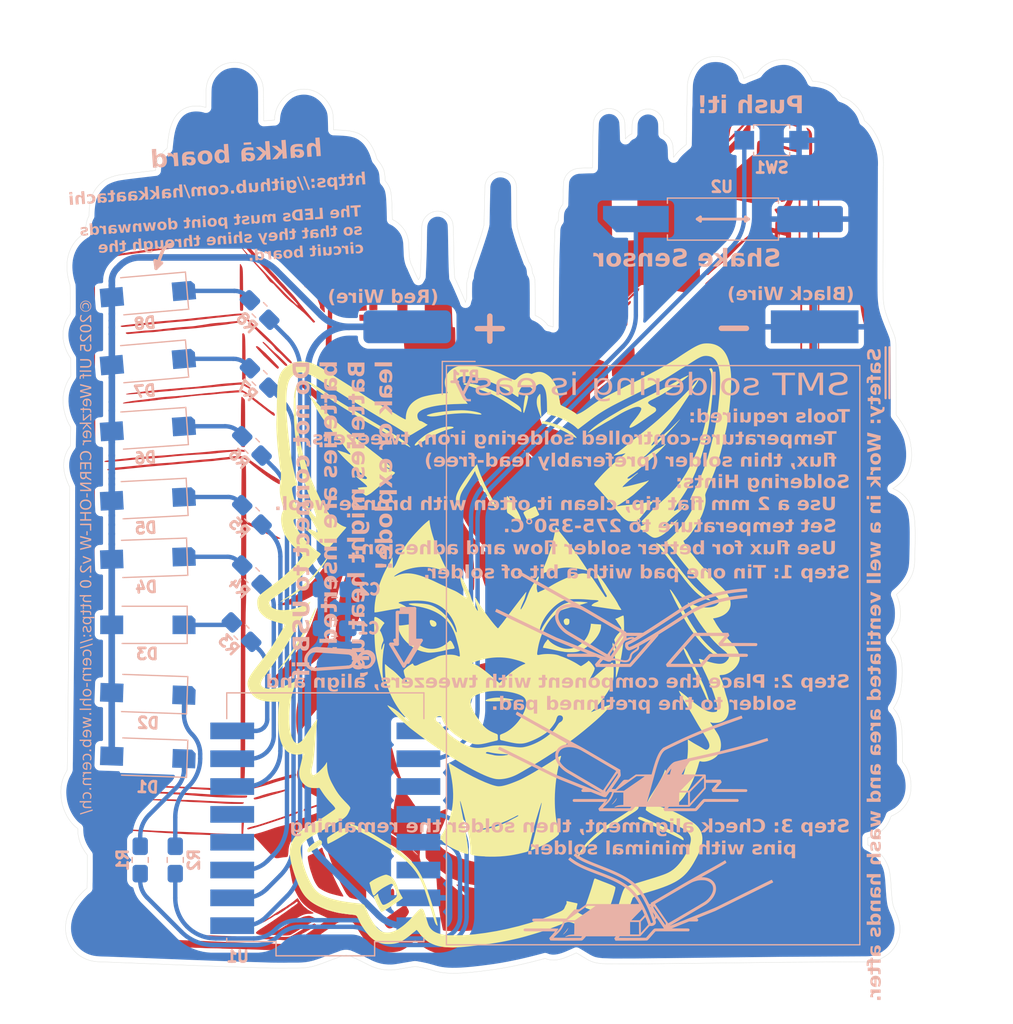
<source format=kicad_pcb>
(kicad_pcb (version 20241229) (generator "pcbnew") (generator_version "9.0")
  (title_block (title "hakkā board") (date "2025-10-03") (rev "1.1") (company "©2025 Ulf Wetzker") (comment 1 "https://cern-ohl.web.cern.ch/") (comment 2 "CERN-OHL-W v2.0"))
  (layers (0 "F.Cu" signal) (2 "B.Cu" signal) (13 "F.Paste" user) (15 "B.Paste" user) (5 "F.SilkS" user "F.Silkscreen") (7 "B.SilkS" user "B.Silkscreen") (1 "F.Mask" user) (3 "B.Mask" user) (25 "Edge.Cuts" user))
  (net 0 "")
  (net 1 "LED2")
  (net 2 "GND")
  (net 3 "VCC")
  (net 4 "Net-(U1-GPIO7)")
  (net 5 "LED7")
  (net 6 "LED8")
  (net 7 "Net-(U1-GPIO10)")
  (net 8 "Net-(U1-GPIO20)")
  (net 9 "Net-(U1-GPIO21)")
  (net 11 "LED1")
  (net 13 "Net-(U1-GPIO1)")
  (net 14 "Net-(U1-GPIO0)")
  (net 16 "Net-(D1-K)")
  (net 17 "Net-(D2-K)")
  (net 18 "Net-(D3-K)")
  (net 19 "Net-(D4-K)")
  (net 20 "Net-(D5-K)")
  (net 21 "Net-(D6-K)")
  (net 22 "Net-(D7-K)")
  (net 23 "Net-(D8-K)")
  (footprint "LED_flip:LED_Yuji_5730_flip" (layer "B.Cu") (at 118.5 111.040846 180)
    (property "Reference" "D3")
    (property "Value" "LED")
  )
  (footprint "Resistor_SMD:R_0805_2012Metric_Pad1.20x1.40mm_HandSolder" (layer "B.Cu") (at 117.8 132.5 90)
    (property "Reference" "R1")
    (property "Value" "56")
  )
  (footprint "Resistor_SMD:R_0805_2012Metric_Pad1.20x1.40mm_HandSolder" (layer "B.Cu") (at 121 132.5 90)
    (property "Reference" "R2")
    (property "Value" "56")
  )
  (footprint "Battery:BatteryHolder_Keystone_2479_3xAAA" (layer "B.Cu") (at 152.875963 90.083346 -90)
    (property "Reference" "BT1")
    (property "Value" "Battery")
  )
  (footprint "Resistor_SMD:R_0805_2012Metric_Pad1.20x1.40mm_HandSolder" (layer "B.Cu") (at 128.7 88.5 -45)
    (property "Reference" "R7")
    (property "Value" "56")
  )
  (footprint "LED_flip:LED_Yuji_5730_flip" (layer "B.Cu") (at 118.5 123.140846 178)
    (property "Reference" "D1")
    (property "Value" "LED")
  )
  (footprint "LED_flip:LED_Yuji_5730_flip" (layer "B.Cu") (at 118.5 104.940846 -178)
    (property "Reference" "D4")
    (property "Value" "LED")
  )
  (footprint "LED_flip:LED_Yuji_5730_flip" (layer "B.Cu") (at 118.5 117.340846 178)
    (property "Reference" "D2")
    (property "Value" "LED")
  )
  (footprint "LED_flip:LED_Yuji_5730_flip" (layer "B.Cu") (at 118.5 80.840846 -175)
    (property "Reference" "D8")
    (property "Value" "LED")
  )
  (footprint "Resistor_SMD:R_0805_2012Metric_Pad1.20x1.40mm_HandSolder" (layer "B.Cu") (at 128 106.5 -45)
    (property "Reference" "R4")
    (property "Value" "56")
  )
  (footprint "Resistor_THT:R_Axial_DIN0411_L9.9mm_D3.6mm_P12.70mm_Horizontal" (layer "B.Cu") (at 164.65 74)
    (property "Reference" "U2")
    (property "Value" "ShakeSensor")
  )
  (footprint "LED_flip:LED_Yuji_5730_flip" (layer "B.Cu") (at 118.5 93.140846 -176)
    (property "Reference" "D6")
    (property "Value" "LED")
  )
  (footprint "Resistor_SMD:R_0805_2012Metric_Pad1.20x1.40mm_HandSolder" (layer "B.Cu") (at 128.7 82.3 -45)
    (property "Reference" "R8")
    (property "Value" "56")
  )
  (footprint "Button_Switch_SMD:SW_SPST_B3U-1000P" (layer "B.Cu") (at 175.45 66.8)
    (property "Reference" "SW1")
    (property "Value" "SW_Push")
  )
  (footprint "Resistor_SMD:R_0805_2012Metric_Pad1.20x1.40mm_HandSolder" (layer "B.Cu") (at 127.05 111.7 -45)
    (property "Reference" "R3")
    (property "Value" "56")
  )
  (footprint "Capacitor_SMD:C_0805_2012Metric_Pad1.18x1.45mm_HandSolder" (layer "B.Cu") (at 135.55 111.35)
    (property "Reference" "C1")
    (property "Value" "100n")
  )
  (footprint "Resistor_SMD:R_0805_2012Metric_Pad1.20x1.40mm_HandSolder" (layer "B.Cu") (at 128 94.7 -45)
    (property "Reference" "R6")
    (property "Value" "56")
  )
  (footprint "LED_flip:LED_Yuji_5730_flip" (layer "B.Cu") (at 118.5 99.540846 -177)
    (property "Reference" "D5")
    (property "Value" "LED")
  )
  (footprint "Capacitor_SMD:C_0805_2012Metric_Pad1.18x1.45mm_HandSolder" (layer "B.Cu") (at 135.55 107.8)
    (property "Reference" "C2")
    (property "Value" "47u")
  )
  (footprint "LED_flip:LED_Yuji_5730_flip" (layer "B.Cu") (at 118.5 87.040846 -175)
    (property "Reference" "D7")
    (property "Value" "LED")
  )
  (footprint "Resistor_SMD:R_0805_2012Metric_Pad1.20x1.40mm_HandSolder" (layer "B.Cu") (at 128 101 -45)
    (property "Reference" "R5")
    (property "Value" "56")
  )
  (footprint "ESPPov:MODULE_ESP32-C3_SUPERMINI" (layer "B.Cu") (at 134.7 128.6)
    (property "Reference" "U1")
    (property "Value" "ESP32-C3_SUPERMINI_SMD")
  )
  (gr_poly (pts (xy 130.766179 68.549948) (xy 130.777264 68.554956) (xy 130.790016 68.563734) (xy 130.804603 68.576473) (xy 130.821191 68.593365) (xy 130.83995 68.614602) (xy 130.861046 68.640374) (xy 130.884648 68.670873) (xy 130.940037 68.74682) (xy 131.007459 68.843975) (xy 131.088255 68.963869) (xy 131.139018 69.039732) (xy 131.190645 69.115467) (xy 131.2417 69.188865) (xy 131.290746 69.257714) (xy 131.336346 69.319806) (xy 131.377064 69.372929) (xy 131.395143 69.395436) (xy 131.411462 69.414872) (xy 131.425843 69.430961) (xy 131.438105 69.443426) (xy 131.449152 69.455558) (xy 131.459884 69.467856) (xy 131.470263 69.48022) (xy 131.480249 69.492552) (xy 131.489804 69.504749) (xy 131.498888 69.516714) (xy 131.507463 69.528346) (xy 131.515489 69.539545) (xy 131.529741 69.560244) (xy 131.541332 69.578012) (xy 131.549949 69.592049) (xy 131.555281 69.601557) (xy 131.568086 69.673243) (xy 131.579016 69.758791) (xy 131.588123 69.859272) (xy 131.59546 69.975759) (xy 131.601076 70.109323) (xy 131.605024 70.261037) (xy 131.607355 70.431972) (xy 131.60812 70.6232) (xy 131.607575 70.829804) (xy 131.605888 71.003143) (xy 131.604592 71.077889) (xy 131.602983 71.144979) (xy 131.601051 71.204635) (xy 131.598786 71.257076) (xy 131.596179 71.302522) (xy 131.59322 71.341194) (xy 131.5899 71.373312) (xy 131.58621 71.399097) (xy 131.582139 71.418768) (xy 131.579958 71.42638) (xy 131.577679 71.432546) (xy 131.5753 71.437294) (xy 131.57282 71.440651) (xy 131.570238 71.442646) (xy 131.567553 71.443304) (xy 131.565737 71.443086) (xy 131.56313 71.442431) (xy 131.559781 71.441339) (xy 131.555737 71.439808) (xy 131.545757 71.435429) (xy 131.533577 71.429287) (xy 131.526781 71.425554) (xy 131.519579 71.421377) (xy 131.512019 71.416757) (xy 131.504149 71.411693) (xy 131.496018 71.406184) (xy 131.487672 71.400229) (xy 131.479161 71.393827) (xy 131.470532 71.386977) (xy 131.451245 71.374342) (xy 131.428539 71.35992) (xy 131.376238 71.327097) (xy 131.348331 71.309387) (xy 131.320377 71.291271) (xy 131.293219 71.273095) (xy 131.267701 71.255203) (xy 131.236554 71.234555) (xy 131.200895 71.208423) (xy 131.161576 71.177623) (xy 131.119448 71.142968) (xy 131.075361 71.105273) (xy 131.030168 71.065352) (xy 130.939862 70.982093) (xy 130.85534 70.899705) (xy 130.817376 70.860874) (xy 130.78341 70.824705) (xy 130.754295 70.792013) (xy 130.73088 70.76361) (xy 130.714017 70.740313) (xy 130.708309 70.730833) (xy 130.704558 70.722935) (xy 130.699882 70.695627) (xy 130.695595 70.643127) (xy 130.688473 70.464682) (xy 130.683774 70.191863) (xy 130.682078 69.828933) (xy 130.683299 69.548789) (xy 130.686279 69.302697) (xy 130.691005 69.090942) (xy 130.697468 68.913808) (xy 130.705656 68.77158) (xy 130.710395 68.713644) (xy 130.715561 68.664542) (xy 130.721153 68.624308) (xy 130.72717 68.592979) (xy 130.73361 68.57059) (xy 130.736989 68.562759) (xy 130.740473 68.557176) (xy 130.741248 68.555626) (xy 130.748338 68.550474) (xy 130.756593 68.548518)) (stroke (width -0.000001)) (fill yes) (layer "F.Cu"))
  (gr_poly (pts (xy 141.386075 86.216563) (xy 141.391069 86.216676) (xy 141.396262 86.217037) (xy 141.401642 86.217673) (xy 141.407202 86.218614) (xy 141.412934 86.219887) (xy 141.418827 86.221522) (xy 141.424875 86.223548) (xy 141.431067 86.225994) (xy 141.437395 86.228887) (xy 141.443851 86.232257) (xy 141.450426 86.236134) (xy 141.457111 86.240544) (xy 141.463897 86.245518) (xy 141.470777 86.251083) (xy 141.47774 86.257269) (xy 141.484778 86.264105) (xy 141.623362 86.372996) (xy 141.67597 86.413787) (xy 141.720439 86.447298) (xy 141.740319 86.461751) (xy 141.759002 86.474898) (xy 141.776769 86.48691) (xy 141.793898 86.497957) (xy 141.810669 86.508211) (xy 141.827361 86.517842) (xy 141.844254 86.527023) (xy 141.861628 86.535923) (xy 141.866952 86.537748) (xy 141.872213 86.539726) (xy 141.877406 86.541842) (xy 141.882526 86.544084) (xy 141.887568 86.546437) (xy 141.892527 86.548888) (xy 141.902174 86.554026) (xy 141.911425 86.559388) (xy 141.920241 86.564863) (xy 141.928578 86.570342) (xy 141.936397 86.575713) (xy 141.961658 86.593913) (xy 141.966263 86.597089) (xy 141.970102 86.599494) (xy 141.971721 86.600374) (xy 141.973133 86.601019) (xy 141.974333 86.601416) (xy 141.975316 86.601551) (xy 141.977014 86.603622) (xy 141.979886 86.606316) (xy 141.988887 86.613413) (xy 142.001797 86.622508) (xy 142.018095 86.633268) (xy 142.037256 86.64536) (xy 142.058759 86.658452) (xy 142.082082 86.67221) (xy 142.106701 86.686301) (xy 142.146511 86.711749) (xy 142.162168 86.721929) (xy 142.175264 86.730694) (xy 142.180916 86.734611) (xy 142.186003 86.738253) (xy 142.190551 86.741647) (xy 142.194586 86.744818) (xy 142.198133 86.747793) (xy 142.201217 86.750599) (xy 142.203864 86.75326) (xy 142.2061 86.755805) (xy 142.207948 86.758259) (xy 142.209436 86.760649) (xy 142.210588 86.763) (xy 142.21143 86.765339) (xy 142.211987 86.767693) (xy 142.212284 86.770087) (xy 142.212347 86.772549) (xy 142.212202 86.775103) (xy 142.211873 86.777777) (xy 142.211386 86.780597) (xy 142.210039 86.786781) (xy 142.208365 86.793863) (xy 142.206566 86.802056) (xy 142.201159 86.868856) (xy 142.193923 86.984151) (xy 142.190471 87.062604) (xy 142.187583 87.156323) (xy 142.185601 87.266356) (xy 142.184865 87.393751) (xy 142.184587 87.547167) (xy 142.183686 87.672877) (xy 142.182969 87.726041) (xy 142.182058 87.773116) (xy 142.180939 87.814382) (xy 142.1796 87.850119) (xy 142.178028 87.880605) (xy 142.17621 87.906121) (xy 142.174133 87.926944) (xy 142.171784 87.943355) (xy 142.170504 87.949993) (xy 142.16915 87.955633) (xy 142.167723 87.960309) (xy 142.166219 87.964057) (xy 142.164638 87.966911) (xy 142.162978 87.968907) (xy 142.161237 87.970078) (xy 142.159413 87.970461) (xy 142.155849 87.969498) (xy 142.150649 87.967046) (xy 142.143911 87.963176) (xy 142.135735 87.957962) (xy 142.115461 87.943791) (xy 142.090618 87.925114) (xy 142.061997 87.902514) (xy 142.030387 87.87657) (xy 141.996579 87.847865) (xy 141.961363 87.816981) (xy 141.871316 87.73869) (xy 141.792402 87.669382) (xy 141.72384 87.608289) (xy 141.664845 87.554643) (xy 141.614634 87.507676) (xy 141.592578 87.486458) (xy 141.572424 87.466621) (xy 141.554074 87.448071) (xy 141.537431 87.430711) (xy 141.522396 87.414445) (xy 141.508871 87.399178) (xy 141.496759 87.384812) (xy 141.485962 87.371253) (xy 141.476381 87.358405) (xy 141.467919 87.346171) (xy 141.460477 87.334455) (xy 141.453959 87.323162) (xy 141.448266 87.312196) (xy 141.443299 87.30146) (xy 141.438961 87.290859) (xy 141.435155 87.280297) (xy 141.431782 87.269678) (xy 141.428744 87.258906) (xy 141.423282 87.236518) (xy 141.417986 87.212366) (xy 141.414907 87.198786) (xy 141.411773 87.186493) (xy 141.405921 87.165543) (xy 141.403494 87.156772) (xy 141.401592 87.149062) (xy 141.400884 87.145587) (xy 141.400362 87.142356) (xy 141.400043 87.139362) (xy 141.399947 87.136597) (xy 141.400092 87.134054) (xy 141.400495 87.131728) (xy 141.401174 87.129609) (xy 141.402148 87.127692) (xy 141.403435 87.125969) (xy 141.405054 87.124433) (xy 141.407021 87.123077) (xy 141.409356 87.121894) (xy 141.412076 87.120876) (xy 141.4152 87.120017) (xy 141.418746 87.11931) (xy 141.422731 87.118748) (xy 141.427175 87.118322) (xy 141.432095 87.118027) (xy 141.443436 87.1178) (xy 141.449697 87.118495) (xy 141.456378 87.119973) (xy 141.46346 87.122191) (xy 141.470925 87.125107) (xy 141.486925 87.13287) (xy 141.504225 87.142927) (xy 141.52267 87.154947) (xy 141.542108 87.168596) (xy 141.58335 87.199448) (xy 141.626724 87.23282) (xy 141.671002 87.266046) (xy 141.693098 87.281772) (xy 141.71496 87.296462) (xy 141.736435 87.309784) (xy 141.757371 87.321404) (xy 141.799722 87.350925) (xy 141.818573 87.363928) (xy 141.835901 87.375705) (xy 141.851726 87.386212) (xy 141.866069 87.395409) (xy 141.87895 87.403255) (xy 141.884849 87.406657) (xy 141.89039 87.409706) (xy 141.895575 87.412397) (xy 141.900407 87.414723) (xy 141.904889 87.41668) (xy 141.909023 87.418262) (xy 141.912812 87.419465) (xy 141.916258 87.420283) (xy 141.919364 87.420711) (xy 141.922132 87.420744) (xy 141.92339 87.420611) (xy 141.924565 87.420377) (xy 141.925657 87.420041) (xy 141.926666 87.419603) (xy 141.927592 87.419063) (xy 141.928436 87.418419) (xy 141.929198 87.417671) (xy 141.929879 87.416819) (xy 141.930478 87.415861) (xy 141.930997 87.414797) (xy 141.931434 87.413627) (xy 141.931792 87.412349) (xy 141.932267 87.40947) (xy 141.932425 87.406153) (xy 141.931185 87.399551) (xy 141.927503 87.390835) (xy 141.921435 87.38007) (xy 141.913036 87.367323) (xy 141.902363 87.35266) (xy 141.88947 87.336145) (xy 141.857252 87.297827) (xy 141.816828 87.252896) (xy 141.768645 87.201878) (xy 141.713149 87.145302) (xy 141.650788 87.083693) (xy 141.609102 87.042303) (xy 141.571404 87.003742) (xy 141.53749 86.967655) (xy 141.507158 86.933686) (xy 141.480204 86.90148) (xy 141.456425 86.87068) (xy 141.435619 86.84093) (xy 141.417582 86.811875) (xy 141.402111 86.78316) (xy 141.389003 86.754428) (xy 141.378056 86.725323) (xy 141.369065 86.69549) (xy 141.361828 86.664573) (xy 141.356142 86.632216) (xy 141.351804 86.598064) (xy 141.34861 86.56176) (xy 141.34754 86.542676) (xy 141.346706 86.524943) (xy 141.346109 86.508546) (xy 141.345752 86.493467) (xy 141.345637 86.47969) (xy 141.345767 86.467199) (xy 141.346143 86.455976) (xy 141.346769 86.446006) (xy 141.347646 86.43727) (xy 141.348179 86.433361) (xy 141.348776 86.429754) (xy 141.349437 86.426447) (xy 141.350163 86.423439) (xy 141.350952 86.420728) (xy 141.351807 86.41831) (xy 141.352727 86.416185) (xy 141.353712 86.41435) (xy 141.354763 86.412803) (xy 141.35588 86.411542) (xy 141.357063 86.410565) (xy 141.358312 86.409869) (xy 141.359629 86.409454) (xy 141.361012 86.409315) (xy 141.366163 86.410175) (xy 141.373656 86.412673) (xy 141.394998 86.422105) (xy 141.458416 86.45534) (xy 141.630683 86.55233) (xy 141.718096 86.60068) (xy 141.757433 86.621448) (xy 141.792073 86.638662) (xy 141.820673 86.651358) (xy 141.841896 86.658574) (xy 141.849322 86.659826) (xy 141.854401 86.659346) (xy 141.856965 86.657015) (xy 141.856848 86.652712) (xy 141.853488 86.64745) (xy 141.850913 86.64382) (xy 141.847796 86.639688) (xy 141.84418 86.635177) (xy 141.840106 86.630411) (xy 141.835616 86.625514) (xy 141.830751 86.620608) (xy 141.825553 86.615817) (xy 141.820063 86.611264) (xy 141.814324 86.607074) (xy 141.811373 86.605153) (xy 141.808376 86.603369) (xy 141.805337 86.601736) (xy 141.802262 86.600272) (xy 141.799156 86.59899) (xy 141.796023 86.597907) (xy 141.79287 86.597038) (xy 141.789701 86.596398) (xy 141.786522 86.596003) (xy 141.783337 86.595867) (xy 141.770176 86.588451) (xy 141.756361 86.580235) (xy 141.742315 86.571341) (xy 141.735339 86.566677) (xy 141.728464 86.56189) (xy 141.721743 86.556993) (xy 141.71523 86.552003) (xy 141.708977 86.546934) (xy 141.703038 86.541801) (xy 141.697465 86.53662) (xy 141.692311 86.531406) (xy 141.68763 86.526173) (xy 141.683474 86.520937) (xy 141.679284 86.515591) (xy 141.674595 86.510046) (xy 141.669457 86.504348) (xy 141.663919 86.498538) (xy 141.658031 86.492662) (xy 141.651842 86.486763) (xy 141.645401 86.480886) (xy 141.638757 86.475074) (xy 141.631961 86.46937) (xy 141.625061 86.46382) (xy 141.618107 86.458466) (xy 141.611148 86.453354) (xy 141.604234 86.448525) (xy 141.597414 86.444026) (xy 141.590738 86.439899) (xy 141.584254 86.436188) (xy 141.557675 86.419353) (xy 141.53234 86.402815) (xy 141.508312 86.38665) (xy 141.485658 86.370938) (xy 141.464441 86.355755) (xy 141.444728 86.34118) (xy 141.426584 86.327291) (xy 141.410073 86.314166) (xy 141.395261 86.301883) (xy 141.382212 86.290519) (xy 141.370992 86.280153) (xy 141.361666 86.270863) (xy 141.3543 86.262726) (xy 141.351371 86.259115) (xy 141.348957 86.255821) (xy 141.347065 86.252855) (xy 141.345704 86.250226) (xy 141.344881 86.247943) (xy 141.344605 86.246018) (xy 141.344652 86.241745) (xy 141.344791 86.23774) (xy 141.345022 86.233993) (xy 141.345343 86.230496) (xy 141.345753 86.227239) (xy 141.346251 86.224216) (xy 141.346836 86.221416) (xy 141.347506 86.218831) (xy 141.34826 86.216453) (xy 141.349097 86.214273) (xy 141.350016 86.212283) (xy 141.351016 86.210473) (xy 141.352095 86.208835) (xy 141.353252 86.207362) (xy 141.354486 86.206043) (xy 141.355796 86.20487) (xy 141.357181 86.203836) (xy 141.358639 86.20293) (xy 141.360168 86.202145) (xy 141.361769 86.201472) (xy 141.36344 86.200902) (xy 141.365179 86.200427) (xy 141.366986 86.200038) (xy 141.368858 86.199727) (xy 141.372797 86.199302) (xy 141.376986 86.199084) (xy 141.386075 86.198992)) (stroke (width -0.000001)) (fill yes) (layer "F.Cu"))
  (gr_poly (pts (xy 133.690621 79.233412) (xy 133.700735 79.235521) (xy 133.713287 79.240122) (xy 133.727992 79.247032) (xy 133.744565 79.256069) (xy 133.76272 79.267051) (xy 133.782173 79.279796) (xy 133.802638 79.29412) (xy 133.823831 79.309842) (xy 133.845465 79.326778) (xy 133.867256 79.344747) (xy 133.888918 79.363566) (xy 133.910166 79.383053) (xy 133.930716 79.403025) (xy 133.953621 79.425251) (xy 133.986612 79.455743) (xy 134.076638 79.536027) (xy 134.188368 79.63288) (xy 134.309376 79.735304) (xy 134.545426 79.933395) (xy 134.585385 79.967481) (xy 134.618821 79.996871) (xy 134.633264 80.010037) (xy 134.646282 80.022306) (xy 134.657943 80.03377) (xy 134.668317 80.044523) (xy 134.677472 80.054657) (xy 134.685476 80.064265) (xy 134.692399 80.073438) (xy 134.698308 80.082269) (xy 134.703272 80.09085) (xy 134.707361 80.099275) (xy 134.710642 80.107635) (xy 134.713185 80.116023) (xy 134.715057 80.124531) (xy 134.716328 80.133252) (xy 134.717066 80.142279) (xy 134.71734 80.151703) (xy 134.717218 80.161617) (xy 134.716769 80.172114) (xy 134.715165 80.195225) (xy 134.711591 80.249015) (xy 134.708494 80.310447) (xy 134.702392 80.437975) (xy 134.698718 80.494938) (xy 134.696578 80.519722) (xy 134.694182 80.54128) (xy 134.691486 80.55904) (xy 134.68845 80.572433) (xy 134.686791 80.577313) (xy 134.685031 80.580887) (xy 134.683165 80.583084) (xy 134.681187 80.583832) (xy 134.679212 80.583397) (xy 134.676233 80.582119) (xy 134.672308 80.580041) (xy 134.667497 80.577203) (xy 134.655449 80.569416) (xy 134.640557 80.559092) (xy 134.623292 80.546564) (xy 134.604122 80.532164) (xy 134.583517 80.516226) (xy 134.561946 80.499083) (xy 134.538908 80.480027) (xy 134.51366 80.458646) (xy 134.459852 80.412008) (xy 134.407158 80.365369) (xy 134.362216 80.324932) (xy 134.317097 80.284285) (xy 134.265132 80.24015) (xy 134.206851 80.192963) (xy 134.142784 80.14316) (xy 134.07346 80.091177) (xy 133.99941 80.03745) (xy 133.921163 79.982415) (xy 133.839249 79.926508) (xy 133.829672 79.920347) (xy 133.82074 79.914086) (xy 133.812435 79.907746) (xy 133.804737 79.901348) (xy 133.797625 79.894914) (xy 133.791081 79.888465) (xy 133.785083 79.882022) (xy 133.779612 79.875607) (xy 133.774648 79.869239) (xy 133.770171 79.862942) (xy 133.766162 79.856735) (xy 133.762601 79.85064) (xy 133.759467 79.844678) (xy 133.756741 79.838871) (xy 133.754403 79.83324) (xy 133.752432 79.827805) (xy 133.730378 79.677088) (xy 133.709994 79.531312) (xy 133.692226 79.388443) (xy 133.684619 79.317462) (xy 133.678019 79.246445) (xy 133.677762 79.243862) (xy 133.677876 79.24024) (xy 133.678849 79.237401) (xy 133.680646 79.235321) (xy 133.683231 79.233978) (xy 133.686568 79.233349)) (stroke (width -0.000001)) (fill yes) (layer "F.Cu"))
  (gr_poly (pts (xy 174.515802 66.830849) (xy 174.555927 66.836488) (xy 174.692922 66.862124) (xy 174.927926 66.911306) (xy 175.287755 66.989313) (xy 175.614185 67.063986) (xy 175.949809 67.148735) (xy 176.361904 67.26139) (xy 176.917752 67.419778) (xy 177.018339 67.45042) (xy 177.121214 67.480433) (xy 177.214373 67.506473) (xy 177.285817 67.525198) (xy 177.347117 67.540766) (xy 177.413043 67.558271) (xy 177.475818 67.575776) (xy 177.503595 67.583923) (xy 177.527669 67.591343) (xy 177.557435 67.601272) (xy 177.590132 67.611229) (xy 177.662167 67.63086) (xy 177.739477 67.649498) (xy 177.817766 67.666404) (xy 177.892736 67.680839) (xy 177.960091 67.692064) (xy 178.015534 67.699341) (xy 178.037446 67.701268) (xy 178.054768 67.701931) (xy 178.057827 67.702431) (xy 178.0608 67.703892) (xy 178.063688 67.706251) (xy 178.06649 67.709451) (xy 178.069204 67.713429) (xy 178.07183 67.718125) (xy 178.076815 67.729433) (xy 178.081438 67.74289) (xy 178.085693 67.758014) (xy 178.089573 67.774322) (xy 178.093072 67.791331) (xy 178.098901 67.825521) (xy 178.103128 67.856718) (xy 178.105702 67.881061) (xy 178.106572 67.894684) (xy 178.080426 71.808011) (xy 178.07259 75.694208) (xy 178.068406 76.649551) (xy 178.059704 77.480525) (xy 178.035578 78.795504) (xy 178.013876 79.69142) (xy 178.008203 79.998565) (xy 178.008259 80.220547) (xy 178.013637 80.514682) (xy 178.015429 80.79002) (xy 178.013637 81.014974) (xy 178.011396 81.098686) (xy 178.008259 81.157957) (xy 178.006902 81.182154) (xy 178.003901 81.204778) (xy 177.999334 81.225872) (xy 177.993278 81.24548) (xy 177.985813 81.263645) (xy 177.977017 81.28041) (xy 177.966966 81.29582) (xy 177.95574 81.309918) (xy 177.943417 81.322747) (xy 177.930073 81.33435) (xy 177.915789 81.344772) (xy 177.900641 81.354056) (xy 177.884707 81.362246) (xy 177.868067 81.369384) (xy 177.850797 81.375515) (xy 177.832976 81.380682) (xy 177.814682 81.384928) (xy 177.795993 81.388298) (xy 177.757741 81.39258) (xy 177.718847 81.393876) (xy 177.679933 81.392535) (xy 177.641625 81.388905) (xy 177.604547 81.383335) (xy 177.569324 81.376172) (xy 177.53658 81.367764) (xy 177.191765 81.282457) (xy 176.727554 81.178304) (xy 176.197309 81.066691) (xy 175.654393 80.959002) (xy 175.531368 80.933317) (xy 175.367428 80.895763) (xy 175.002369 80.808108) (xy 174.824645 80.762528) (xy 174.651742 80.719806) (xy 174.503452 80.684932) (xy 174.44472 80.671998) (xy 174.399563 80.662897) (xy 174.380627 80.660832) (xy 174.361497 80.65817) (xy 174.342301 80.654981) (xy 174.323167 80.651335) (xy 174.304222 80.647301) (xy 174.285594 80.642949) (xy 174.26741 80.638349) (xy 174.249797 80.633571) (xy 174.216799 80.623756) (xy 174.187618 80.614063) (xy 174.163277 80.605047) (xy 174.144795 80.597267) (xy 174.073224 80.559027) (xy 174.060826 80.361622) (xy 174.058024 78.899051) (xy 174.304464 78.899051) (xy 174.311777 79.902946) (xy 174.318667 80.212142) (xy 174.327603 80.338368) (xy 174.330526 80.342056) (xy 174.33508 80.345952) (xy 174.341263 80.350057) (xy 174.349074 80.354372) (xy 174.358512 80.358899) (xy 174.369575 80.363639) (xy 174.396573 80.373766) (xy 174.430056 80.384766) (xy 174.470015 80.396649) (xy 174.516439 80.409429) (xy 174.569317 80.423117) (xy 174.829026 80.482933) (xy 175.144365 80.552438) (xy 175.472809 80.621361) (xy 175.771832 80.679432) (xy 176.114429 80.750165) (xy 176.539486 80.840664) (xy 176.642774 80.861635) (xy 176.750941 80.882279) (xy 176.96872 80.922441) (xy 177.071737 80.941886) (xy 177.166443 80.960859) (xy 177.24954 80.979323) (xy 177.31773 80.997242) (xy 177.383538 81.015814) (xy 177.461076 81.035838) (xy 177.544779 81.056105) (xy 177.629081 81.075404) (xy 177.708418 81.092522) (xy 177.777224 81.106248) (xy 177.829934 81.115373) (xy 177.848513 81.11783) (xy 177.860982 81.118683) (xy 177.881165 80.681759) (xy 177.895559 79.525207) (xy 177.910796 76.025066) (xy 177.913815 71.079502) (xy 177.913946 69.599942) (xy 177.908913 68.485984) (xy 177.903607 68.1078) (xy 177.895863 67.952562) (xy 177.889338 67.947471) (xy 177.878445 67.939837) (xy 177.863418 67.930652) (xy 177.854429 67.925789) (xy 177.844493 67.92091) (xy 177.833642 67.916141) (xy 177.821905 67.911605) (xy 177.80931 67.907425) (xy 177.795886 67.903728) (xy 177.781665 67.900636) (xy 177.766674 67.898274) (xy 177.750943 67.896765) (xy 177.734501 67.896235) (xy 177.622196 67.873247) (xy 177.460924 67.833641) (xy 177.195563 67.763321) (xy 176.770993 67.648188) (xy 176.422792 67.555235) (xy 176.087575 67.46732) (xy 175.939389 67.430331) (xy 175.776949 67.390774) (xy 175.61996 67.351121) (xy 175.549667 67.33203) (xy 175.488125 67.313841) (xy 175.231722 67.248287) (xy 175.023592 67.19442) (xy 174.729905 67.118117) (xy 174.633223 67.093863) (xy 174.594989 67.084813) (xy 174.562566 67.077664) (xy 174.535259 67.0723) (xy 174.512372 67.06861) (xy 174.49321 67.066479) (xy 174.477078 67.065794) (xy 174.391293 67.065794) (xy 174.389744 68.333417) (xy 174.365859 72.376839) (xy 174.318043 76.493126) (xy 174.306331 77.653504) (xy 174.304464 78.899051) (xy 174.058024 78.899051) (xy 174.051504 75.494607) (xy 174.070386 69.344725) (xy 174.077505 68.740576) (xy 174.085201 68.254813) (xy 174.09318 67.874094) (xy 174.101145 67.585078) (xy 174.108803 67.374425) (xy 174.115856 67.228793) (xy 174.122012 67.134842) (xy 174.126973 67.079231) (xy 174.130623 67.058191) (xy 174.134837 67.038361) (xy 174.139608 67.019704) (xy 174.144929 67.002185) (xy 174.150794 66.985769) (xy 174.157196 66.97042) (xy 174.164128 66.956102) (xy 174.171584 66.94278) (xy 174.179557 66.930419) (xy 174.188041 66.918983) (xy 174.197028 66.908437) (xy 174.206514 66.898745) (xy 174.21649 66.889872) (xy 174.22695 66.881782) (xy 174.237888 66.874439) (xy 174.249297 66.867809) (xy 174.26117 66.861855) (xy 174.273501 66.856543) (xy 174.286284 66.851837) (xy 174.299511 66.847701) (xy 174.327272 66.840997) (xy 174.356733 66.836149) (xy 174.38784 66.832872) (xy 174.420541 66.830884) (xy 174.454783 66.829898) (xy 174.490513 66.829633) (xy 174.490124 66.829116)) (stroke (width -0.000001)) (fill yes) (layer "F.Cu"))
  (gr_poly (pts (xy 126.93773 78.105189) (xy 126.939923 78.10555) (xy 126.942159 78.106119) (xy 126.94444 78.106899) (xy 126.946765 78.10789) (xy 126.949135 78.109094) (xy 126.95155 78.110513) (xy 126.954011 78.112149) (xy 126.954011 78.111632) (xy 126.965674 78.123172) (xy 126.974821 78.131285) (xy 126.983086 78.139228) (xy 126.987399 78.144154) (xy 126.992106 78.15026) (xy 126.997412 78.157952) (xy 127.003519 78.167638) (xy 127.01896 78.194621) (xy 127.040066 78.234466) (xy 127.068474 78.290432) (xy 127.104148 78.363442) (xy 127.1313 78.445275) (xy 127.151339 78.560355) (xy 127.165675 78.733105) (xy 127.175717 78.987947) (xy 127.182876 79.349306) (xy 127.194178 80.489264) (xy 127.199805 81.144688) (xy 127.201823 81.405661) (xy 127.203052 81.626613) (xy 127.203296 81.810897) (xy 127.202989 81.890336) (xy 127.202362 81.961866) (xy 127.201393 82.025906) (xy 127.200055 82.082874) (xy 127.198326 82.13319) (xy 127.19618 82.177274) (xy 127.193594 82.215544) (xy 127.190543 82.24842) (xy 127.188836 82.262966) (xy 127.187003 82.27632) (xy 127.185042 82.288536) (xy 127.182949 82.299664) (xy 127.180722 82.309759) (xy 127.178358 82.318872) (xy 127.175853 82.327055) (xy 127.173204 82.334362) (xy 127.170409 82.340843) (xy 127.167464 82.346553) (xy 127.164366 82.351542) (xy 127.161113 82.355865) (xy 127.157701 82.359572) (xy 127.154127 82.362716) (xy 127.150388 82.36535) (xy 127.146481 82.367527) (xy 127.142404 82.369298) (xy 127.138152 82.370716) (xy 127.133723 82.371833) (xy 127.129115 82.372702) (xy 127.085398 82.377003) (xy 127.07185 82.376967) (xy 127.057263 82.376712) (xy 127.042064 82.376022) (xy 127.034369 82.375445) (xy 127.026681 82.374678) (xy 127.019054 82.373692) (xy 127.01154 82.372461) (xy 127.004194 82.370958) (xy 126.997068 82.369155) (xy 126.990217 82.367025) (xy 126.983693 82.364541) (xy 126.977549 82.361675) (xy 126.97184 82.358401) (xy 126.919001 82.330494) (xy 126.905823 81.836985) (xy 126.892943 80.99403) (xy 126.886977 79.773675) (xy 126.888109 78.665522) (xy 126.896521 78.159174) (xy 126.898898 78.150692) (xy 126.901429 78.142889) (xy 126.902752 78.139246) (xy 126.904115 78.135778) (xy 126.905516 78.132486) (xy 126.906958 78.129371) (xy 126.908438 78.126436) (xy 126.909959 78.123682) (xy 126.91152 78.121111) (xy 126.913122 78.118724) (xy 126.914764 78.116523) (xy 126.916447 78.114509) (xy 126.918172 78.112684) (xy 126.919937 78.11105) (xy 126.921744 78.109608) (xy 126.923594 78.10836) (xy 126.925485 78.107308) (xy 126.927419 78.106453) (xy 126.929395 78.105796) (xy 126.931414 78.10534) (xy 126.933476 78.105085) (xy 126.935581 78.105035)) (stroke (width -0.000001)) (fill yes) (layer "F.Cu"))
  (gr_poly (pts (xy 147.035988 94.877531) (xy 147.037829 94.877585) (xy 147.039666 94.87774) (xy 147.041494 94.877991) (xy 147.043307 94.878331) (xy 147.0451 94.878752) (xy 147.046868 94.879248) (xy 147.048604 94.879813) (xy 147.050305 94.880438) (xy 147.051964 94.881118) (xy 147.053575 94.881846) (xy 147.055134 94.882615) (xy 147.056636 94.883418) (xy 147.058074 94.884248) (xy 147.059444 94.885098) (xy 147.06074 94.885963) (xy 147.061956 94.886833) (xy 147.063088 94.887704) (xy 147.064129 94.888569) (xy 147.065075 94.889419) (xy 147.065919 94.890249) (xy 147.066658 94.891052) (xy 147.067285 94.891821) (xy 147.067794 94.892549) (xy 147.068181 94.893229) (xy 147.06844 94.893854) (xy 147.068566 94.894419) (xy 147.068553 94.894915) (xy 147.068493 94.895135) (xy 147.068397 94.895336) (xy 147.068262 94.895517) (xy 147.06809 94.895676) (xy 147.067629 94.895927) (xy 147.067007 94.896082) (xy 147.06622 94.896136) (xy 147.056856 94.90803) (xy 147.032753 94.934804) (xy 146.946831 95.026037) (xy 146.821448 95.155931) (xy 146.669602 95.31058) (xy 146.537593 95.445508) (xy 146.418833 95.569422) (xy 146.311079 95.68482) (xy 146.212089 95.794206) (xy 146.119621 95.900079) (xy 146.031434 96.004941) (xy 145.945284 96.111293) (xy 145.858929 96.221636) (xy 145.806836 96.292254) (xy 145.73926 96.388155) (xy 145.581184 96.620513) (xy 145.431757 96.848124) (xy 145.374991 96.93809) (xy 145.338032 97.000399) (xy 145.329069 97.016883) (xy 145.319426 97.034214) (xy 145.309392 97.051886) (xy 145.299257 97.069387) (xy 145.28931 97.086211) (xy 145.279839 97.101847) (xy 145.271135 97.115788) (xy 145.263485 97.127524) (xy 145.239046 97.165277) (xy 145.218518 97.19778) (xy 145.200711 97.227145) (xy 145.184438 97.255488) (xy 145.168511 97.28492) (xy 145.151739 97.317556) (xy 145.132936 97.355509) (xy 145.110913 97.400893) (xy 144.996708 97.632918) (xy 144.986132 97.654671) (xy 144.974155 97.68059) (xy 144.961193 97.709803) (xy 144.947664 97.741439) (xy 144.933983 97.774625) (xy 144.920568 97.80849) (xy 144.907834 97.84216) (xy 144.896199 97.874766) (xy 144.833539 98.050272) (xy 144.756543 98.263373) (xy 144.694542 98.440412) (xy 144.638331 98.609216) (xy 144.585802 98.776276) (xy 144.534848 98.948084) (xy 144.513542 99.01797) (xy 144.48486 99.105357) (xy 144.45137 99.202991) (xy 144.415639 99.303617) (xy 144.380234 99.39998) (xy 144.347724 99.484825) (xy 144.320676 99.550897) (xy 144.310004 99.574626) (xy 144.301659 99.590941) (xy 144.294817 99.604817) (xy 144.285796 99.62444) (xy 144.262821 99.676786) (xy 144.208382 99.80488) (xy 144.175163 99.881091) (xy 144.129221 99.978649) (xy 144.075115 100.088719) (xy 144.017407 100.202464) (xy 143.960654 100.31105) (xy 143.909419 100.405642) (xy 143.868261 100.477402) (xy 143.852886 100.50196) (xy 143.84174 100.517496) (xy 143.83868 100.521195) (xy 143.835194 100.525838) (xy 143.827094 100.537619) (xy 143.817737 100.552161) (xy 143.807422 100.568787) (xy 143.762547 100.642554) (xy 143.730932 100.698696) (xy 143.683658 100.780854) (xy 143.567078 100.980002) (xy 143.331822 101.379462) (xy 143.309126 101.417908) (xy 143.288981 101.452382) (xy 143.271214 101.483089) (xy 143.25565 101.510235) (xy 143.211949 101.58733) (xy 143.204793 101.59976) (xy 143.198797 101.609865) (xy 143.19618 101.61411) (xy 143.193787 101.617851) (xy 143.191597 101.621113) (xy 143.189589 101.623923) (xy 143.18774 101.626306) (xy 143.186029 101.628287) (xy 143.184433 101.629893) (xy 143.182933 101.63115) (xy 143.181504 101.632082) (xy 143.180127 101.632716) (xy 143.178778 101.633078) (xy 143.177437 101.633192) (xy 143.171948 101.639874) (xy 143.160603 101.655736) (xy 143.123178 101.710836) (xy 143.070831 101.79016) (xy 143.009232 101.885374) (xy 142.944723 101.983437) (xy 142.884998 102.073022) (xy 142.836877 102.144876) (xy 142.807179 102.189745) (xy 142.751483 102.272339) (xy 142.663921 102.40711) (xy 142.548091 102.588486) (xy 142.407589 102.810896) (xy 142.314056 102.963248) (xy 142.212389 103.133737) (xy 142.109088 103.311094) (xy 142.010649 103.484048) (xy 141.923571 103.641329) (xy 141.854352 103.771668) (xy 141.80949 103.863795) (xy 141.798223 103.892007) (xy 141.795735 103.901033) (xy 141.795481 103.906439) (xy 141.800638 103.922919) (xy 141.805437 103.940101) (xy 141.809788 103.957852) (xy 141.813599 103.97604) (xy 141.816779 103.99453) (xy 141.819238 104.01319) (xy 141.820884 104.031887) (xy 141.821627 104.050486) (xy 141.821375 104.068856) (xy 141.820037 104.086862) (xy 141.817523 104.104372) (xy 141.81374 104.121251) (xy 141.811345 104.129413) (xy 141.808599 104.137368) (xy 141.805491 104.145099) (xy 141.802009 104.152589) (xy 141.798141 104.159821) (xy 141.793877 104.16678) (xy 141.789205 104.173447) (xy 141.784113 104.179808) (xy 141.659443 104.406664) (xy 141.622893 104.47464) (xy 141.589033 104.540371) (xy 141.557608 104.603816) (xy 141.528357 104.664934) (xy 141.47535 104.780025) (xy 141.42795 104.885319) (xy 141.384092 104.980486) (xy 141.362846 105.024171) (xy 141.341713 105.065202) (xy 141.320433 105.103538) (xy 141.298749 105.139138) (xy 141.276404 105.171961) (xy 141.253138 105.201968) (xy 141.200299 105.258292) (xy 141.211667 105.06864) (xy 141.214162 105.028557) (xy 141.217283 104.98662) (xy 141.224813 104.901984) (xy 141.233069 104.824324) (xy 141.237098 104.791107) (xy 141.240864 104.763232) (xy 141.266429 104.583141) (xy 141.303135 104.311583) (xy 141.32575 104.147779) (xy 141.346854 104.004293) (xy 141.367117 103.877461) (xy 141.387206 103.763618) (xy 141.407792 103.659102) (xy 141.429544 103.560247) (xy 141.453131 103.463391) (xy 141.479222 103.36487) (xy 141.571595 103.026903) (xy 141.585673 102.976826) (xy 141.602566 102.919772) (xy 141.641567 102.795006) (xy 141.682143 102.673147) (xy 141.701004 102.619727) (xy 141.717839 102.574736) (xy 141.875193 102.154089) (xy 141.928187 102.013764) (xy 141.977173 101.887246) (xy 142.016736 101.786017) (xy 142.041462 101.72156) (xy 142.081379 101.63174) (xy 142.117258 101.552003) (xy 142.149011 101.482646) (xy 142.176547 101.423966) (xy 142.199778 101.376259) (xy 142.218613 101.339822) (xy 142.226355 101.325923) (xy 142.232964 101.314953) (xy 142.23843 101.306948) (xy 142.242741 101.301947) (xy 142.245377 101.299239) (xy 142.248649 101.295256) (xy 142.25692 101.283884) (xy 142.267176 101.268673) (xy 142.279044 101.250464) (xy 142.30611 101.20842) (xy 142.320558 101.18627) (xy 142.335114 101.164488) (xy 142.351052 101.139037) (xy 142.369359 101.110679) (xy 142.389377 101.080481) (xy 142.410448 101.049506) (xy 142.431912 101.018823) (xy 142.453111 100.989496) (xy 142.473387 100.962592) (xy 142.492081 100.939177) (xy 142.529827 100.891892) (xy 142.568578 100.842283) (xy 142.586933 100.81806) (xy 142.603864 100.794999) (xy 142.618812 100.773682) (xy 142.631218 100.75469) (xy 142.670662 100.698696) (xy 142.717276 100.633939) (xy 142.767984 100.564687) (xy 142.819709 100.495212) (xy 142.869375 100.429781) (xy 142.913906 100.372666) (xy 142.950224 100.328134) (xy 142.964343 100.311921) (xy 142.975255 100.300455) (xy 142.986211 100.288225) (xy 142.999101 100.272857) (xy 143.013459 100.254947) (xy 143.028822 100.235086) (xy 143.044723 100.213868) (xy 143.060698 100.191888) (xy 143.076283 100.169738) (xy 143.091012 100.148012) (xy 143.105699 100.127186) (xy 143.121602 100.105718) (xy 143.138193 100.084081) (xy 143.154944 100.062746) (xy 143.212967 99.989882) (xy 143.225238 99.976403) (xy 143.239237 99.959756) (xy 143.254466 99.940748) (xy 143.270424 99.920183) (xy 143.302531 99.877607) (xy 143.331563 99.838469) (xy 143.356842 99.802358) (xy 143.387148 99.761003) (xy 143.421184 99.716038) (xy 143.457655 99.6691) (xy 143.495263 99.621821) (xy 143.532714 99.575839) (xy 143.568712 99.532788) (xy 143.60196 99.494303) (xy 143.618388 99.474399) (xy 143.64177 99.443782) (xy 143.709206 99.350579) (xy 143.803892 99.215034) (xy 143.925454 99.037485) (xy 143.945708 99.007576) (xy 143.967461 98.974457) (xy 144.012787 98.903385) (xy 144.056079 98.833863) (xy 144.091984 98.775484) (xy 144.108495 98.747735) (xy 144.127347 98.717817) (xy 144.147868 98.686664) (xy 144.169384 98.655208) (xy 144.191221 98.624382) (xy 144.212705 98.595118) (xy 144.233162 98.568349) (xy 144.251919 98.545008) (xy 144.261204 98.532564) (xy 144.2699 98.520642) (xy 144.277977 98.509283) (xy 144.285401 98.498523) (xy 144.292143 98.488403) (xy 144.298171 98.47896) (xy 144.303453 98.470233) (xy 144.307958 98.46226) (xy 144.311655 98.455082) (xy 144.31319 98.451802) (xy 144.314511 98.448734) (xy 144.315615 98.445885) (xy 144.316496 98.443258) (xy 144.317152 98.440858) (xy 144.317579 98.438691) (xy 144.317772 98.43676) (xy 144.317727 98.435071) (xy 144.317441 98.433629) (xy 144.31691 98.432438) (xy 144.316129 98.431503) (xy 144.315095 98.430829) (xy 144.313804 98.430422) (xy 144.312253 98.430285) (xy 144.30848 98.429405) (xy 144.304404 98.429284) (xy 144.295347 98.431311) (xy 144.285089 98.436356) (xy 144.273635 98.444407) (xy 144.260992 98.455453) (xy 144.247165 98.469481) (xy 144.232162 98.486482) (xy 144.215989 98.506443) (xy 144.198652 98.529354) (xy 144.180156 98.555202) (xy 144.139716 98.615666) (xy 144.09472 98.687746) (xy 144.045216 98.771349) (xy 144.019431 98.815539) (xy 143.99205 98.860824) (xy 143.963912 98.905927) (xy 143.935856 98.94957) (xy 143.90872 98.990476) (xy 143.883343 99.027367) (xy 143.860564 99.058966) (xy 143.841221 99.083994) (xy 143.765339 99.177721) (xy 143.746614 99.201168) (xy 143.729111 99.223592) (xy 143.713391 99.244478) (xy 143.700017 99.263312) (xy 143.686023 99.28099) (xy 143.668172 99.302521) (xy 143.623828 99.354132) (xy 143.521088 99.470534) (xy 143.472423 99.524374) (xy 143.422618 99.581121) (xy 143.369891 99.642907) (xy 143.31246 99.711862) (xy 143.176359 99.87981) (xy 143.000058 100.102019) (xy 142.862761 100.275652) (xy 142.806539 100.347208) (xy 142.768677 100.396574) (xy 142.699125 100.485328) (xy 142.658275 100.536972) (xy 142.638371 100.561558) (xy 142.619591 100.584158) (xy 142.552464 100.67106) (xy 142.469591 100.783468) (xy 142.377666 100.911719) (xy 142.283388 101.046147) (xy 142.193451 101.177086) (xy 142.114553 101.294872) (xy 142.053389 101.389839) (xy 142.016656 101.452322) (xy 141.958809 101.566804) (xy 141.835935 101.817807) (xy 141.673164 102.166671) (xy 141.584671 102.365719) (xy 141.495629 102.574736) (xy 141.346673 102.926653) (xy 141.34265 102.935205) (xy 141.338737 102.943935) (xy 141.334953 102.952742) (xy 141.331319 102.961526) (xy 141.324586 102.97862) (xy 141.318703 102.994413) (xy 141.313838 103.008099) (xy 141.310156 103.018871) (xy 141.307011 103.028456) (xy 141.306849 103.030416) (xy 141.306377 103.032799) (xy 141.305612 103.035592) (xy 141.304575 103.038782) (xy 141.301758 103.046304) (xy 141.298081 103.055261) (xy 141.288753 103.07707) (xy 141.283408 103.089715) (xy 141.277813 103.103384) (xy 141.261527 103.142433) (xy 141.238701 103.199117) (xy 141.212338 103.266458) (xy 141.185443 103.337481) (xy 141.063643 103.655824) (xy 141.016843 103.774755) (xy 140.976217 103.874658) (xy 140.939345 103.961384) (xy 140.903809 104.040782) (xy 140.867188 104.118702) (xy 140.827065 104.200995) (xy 140.776681 104.304111) (xy 140.72712 104.407651) (xy 140.6802 104.507534) (xy 140.637737 104.599677) (xy 140.601547 104.679999) (xy 140.573448 104.744419) (xy 140.555256 104.788855) (xy 140.550443 104.802304) (xy 140.548789 104.809225) (xy 140.546144 104.818383) (xy 140.538632 104.837047) (xy 140.511527 104.897696) (xy 140.426654 105.075939) (xy 140.334539 105.260869) (xy 140.298381 105.329876) (xy 140.275549 105.369398) (xy 140.230159 105.444426) (xy 140.163912 105.563644) (xy 139.996561 105.880799) (xy 139.82892 106.213167) (xy 139.762309 106.351401) (xy 139.71641 106.453051) (xy 139.66922 106.56219) (xy 139.611309 106.690351) (xy 139.478084 106.97324) (xy 139.410154 107.112719) (xy 139.346265 107.240722) (xy 139.29011 107.349625) (xy 139.245379 107.431803) (xy 139.196134 107.521349) (xy 139.120194 107.664477) (xy 139.027878 107.841517) (xy 138.929507 108.032801) (xy 138.600716 108.672556) (xy 138.55579 108.760979) (xy 138.501078 108.871832) (xy 138.443604 108.990921) (xy 138.390393 109.104052) (xy 138.171414 109.570174) (xy 138.125678 109.668892) (xy 138.074795 109.781272) (xy 138.025002 109.893265) (xy 137.982537 109.99082) (xy 137.905264 110.170138) (xy 137.870934 110.24909) (xy 137.845723 110.306048) (xy 137.792497 110.42471) (xy 137.760918 110.49448) (xy 137.745561 110.527546) (xy 137.731131 110.557711) (xy 137.717081 110.589616) (xy 137.702715 110.623332) (xy 137.674626 110.691618) (xy 137.650049 110.753411) (xy 137.63217 110.799555) (xy 137.612421 110.854021) (xy 137.583183 110.930257) (xy 137.509439 111.115752) (xy 137.437342 111.29146) (xy 137.410163 111.355463) (xy 137.393296 111.392802) (xy 137.371483 111.438405) (xy 137.344171 111.502703) (xy 137.312451 111.582734) (xy 137.277412 111.675537) (xy 137.201738 111.887613) (xy 137.163283 112.000964) (xy 137.12587 112.11524) (xy 136.920069 112.758093) (xy 136.878094 112.89154) (xy 136.836095 113.029201) (xy 136.799037 113.154944) (xy 136.771887 113.252638) (xy 136.725862 113.41897) (xy 136.687008 113.557013) (xy 136.674411 113.604448) (xy 136.66457 113.65107) (xy 136.657556 113.697241) (xy 136.653441 113.743322) (xy 136.652296 113.789676) (xy 136.654192 113.836664) (xy 136.659199 113.884649) (xy 136.667388 113.933991) (xy 136.678831 113.985054) (xy 136.693598 114.038198) (xy 136.711761 114.093785) (xy 136.73339 114.152178) (xy 136.758557 114.213739) (xy 136.787332 114.278828) (xy 136.819786 114.347809) (xy 136.85599 114.421042) (xy 136.926575 114.55909) (xy 137.000541 114.700093) (xy 137.075697 114.840127) (xy 137.149852 114.975269) (xy 137.220815 115.101594) (xy 137.286397 115.215177) (xy 137.344406 115.312094) (xy 137.392651 115.388422) (xy 137.400287 115.400801) (xy 137.408852 115.415754) (xy 137.418054 115.43256) (xy 137.427597 115.450498) (xy 137.463318 115.519163) (xy 137.471983 115.537329) (xy 137.482955 115.558293) (xy 137.495792 115.58117) (xy 137.510052 115.605077) (xy 137.525294 115.629129) (xy 137.541074 115.652442) (xy 137.549028 115.663545) (xy 137.556952 115.674132) (xy 137.564788 115.684093) (xy 137.572484 115.693316) (xy 137.600943 115.733824) (xy 137.623999 115.767018) (xy 137.645089 115.797701) (xy 137.645448 115.79942) (xy 137.6465 115.802194) (xy 137.650543 115.81058) (xy 137.65693 115.8222) (xy 137.665372 115.836394) (xy 137.675583 115.852501) (xy 137.687274 115.869862) (xy 137.700158 115.887816) (xy 137.706958 115.896809) (xy 137.713948 115.905703) (xy 137.876858 116.147032) (xy 138.025944 116.360976) (xy 138.117541 116.481252) (xy 138.261073 116.672068) (xy 138.392807 116.84578) (xy 138.540771 117.035867) (xy 138.696002 117.230606) (xy 138.849537 117.418272) (xy 139.006052 117.609144) (xy 139.140084 117.775543) (xy 139.253715 117.920323) (xy 139.349023 118.046336) (xy 139.390457 118.103197) (xy 139.42809 118.156435) (xy 139.462182 118.206407) (xy 139.492995 118.25347) (xy 139.520787 118.297981) (xy 139.545818 118.340296) (xy 139.56835 118.380771) (xy 139.588641 118.419764) (xy 139.683503 118.620802) (xy 139.77839 118.846845) (xy 139.873325 119.097947) (xy 139.968333 119.374162) (xy 140.063437 119.675545) (xy 140.158663 120.002151) (xy 140.254035 120.354034) (xy 140.349576 120.731249) (xy 140.437006 121.084071) (xy 140.467555 121.203168) (xy 140.477769 121.240801) (xy 140.483935 121.260931) (xy 140.494587 121.295208) (xy 140.509853 121.347944) (xy 140.527954 121.412596) (xy 140.547108 121.482626) (xy 140.568088 121.556305) (xy 140.591115 121.632939) (xy 140.602582 121.669352) (xy 140.613584 121.702888) (xy 140.623796 121.732342) (xy 140.632891 121.75651) (xy 140.642241 121.78273) (xy 140.653449 121.816665) (xy 140.67982 121.902108) (xy 140.708759 122.001698) (xy 140.737019 122.104292) (xy 140.764241 122.206111) (xy 140.791135 122.30415) (xy 140.814613 122.386106) (xy 140.824106 122.417207) (xy 140.831587 122.439673) (xy 140.858626 122.532352) (xy 140.89045 122.650126) (xy 140.924623 122.783985) (xy 140.958712 122.924917) (xy 140.992088 123.059059) (xy 141.037361 123.229202) (xy 141.151303 123.634885) (xy 141.275952 124.056749) (xy 141.386721 124.409575) (xy 141.433923 124.550853) (xy 141.474646 124.668719) (xy 141.51192 124.770476) (xy 141.548775 124.863427) (xy 141.588241 124.954876) (xy 141.633345 125.052126) (xy 141.687119 125.16248) (xy 141.752591 125.293242) (xy 141.780464 125.349292) (xy 141.792468 125.374103) (xy 141.80323 125.396985) (xy 141.812785 125.418098) (xy 141.821169 125.437604) (xy 141.828416 125.455663) (xy 141.834563 125.472434) (xy 141.839643 125.488079) (xy 141.843693 125.502759) (xy 141.846748 125.516632) (xy 141.848842 125.529861) (xy 141.850011 125.542605) (xy 141.850291 125.555025) (xy 141.849715 125.567282) (xy 141.848321 125.579535) (xy 141.83902 125.645163) (xy 141.771065 125.588316) (xy 141.753419 125.570019) (xy 141.727815 125.540573) (xy 141.657436 125.454411) (xy 141.56934 125.342185) (xy 141.472941 125.216248) (xy 141.37765 125.088954) (xy 141.292879 124.972657) (xy 141.228041 124.879711) (xy 141.206038 124.845855) (xy 141.192547 124.82247) (xy 141.186089 124.811581) (xy 141.178883 124.800073) (xy 141.171167 124.788299) (xy 141.163173 124.776609) (xy 141.155137 124.765355) (xy 141.147293 124.754888) (xy 141.139876 124.74556) (xy 141.1364 124.741433) (xy 141.13312 124.737723) (xy 141.12112 124.724127) (xy 141.109256 124.710371) (xy 141.08629 124.682954) (xy 141.064925 124.656614) (xy 141.045867 124.632497) (xy 141.029818 124.611747) (xy 141.017483 124.595509) (xy 141.00677 124.581145) (xy 141.005291 124.577344) (xy 141.001097 124.569778) (xy 140.985996 124.54544) (xy 140.964346 124.512308) (xy 140.939025 124.474562) (xy 140.888881 124.401939) (xy 140.869814 124.375419) (xy 140.858588 124.360998) (xy 140.818542 124.317324) (xy 140.75575 124.238325) (xy 140.672364 124.127049) (xy 140.57054 123.98654) (xy 140.320194 123.630013) (xy 140.021947 123.193114) (xy 139.953248 123.091909) (xy 139.881629 122.988089) (xy 139.815509 122.89415) (xy 139.787142 122.854792) (xy 139.763306 122.822592) (xy 139.752872 122.808283) (xy 139.742726 122.794107) (xy 139.723515 122.76659) (xy 139.706097 122.740914) (xy 139.690895 122.717951) (xy 139.678333 122.698573) (xy 139.668836 122.683651) (xy 139.660729 122.670668) (xy 139.659913 122.668315) (xy 139.657518 122.66367) (xy 139.648312 122.648018) (xy 139.614495 122.594896) (xy 139.564423 122.519586) (xy 139.503245 122.430372) (xy 139.432138 122.326534) (xy 139.352652 122.208058) (xy 139.186726 121.955271) (xy 139.041826 121.72816) (xy 138.988624 121.64178) (xy 138.954312 121.582876) (xy 138.946192 121.568404) (xy 138.938208 121.55372) (xy 138.930508 121.539484) (xy 138.923242 121.526356) (xy 138.919817 121.520415) (xy 138.916557 121.514997) (xy 138.913478 121.510187) (xy 138.910601 121.506066) (xy 138.907943 121.502717) (xy 138.906702 121.501358) (xy 138.905524 121.500223) (xy 138.904409 121.499323) (xy 138.903361 121.498666) (xy 138.902381 121.498265) (xy 138.901473 121.498129) (xy 138.892881 121.487305) (xy 138.878376 121.464732) (xy 138.858148 121.430727) (xy 138.832388 121.385602) (xy 138.765035 121.263258) (xy 138.677844 121.100218) (xy 138.658115 121.062884) (xy 138.637786 121.025465) (xy 138.597681 120.953716) (xy 138.53612 120.845972) (xy 138.524993 120.828264) (xy 138.511975 120.806334) (xy 138.497525 120.78105) (xy 138.482102 120.753277) (xy 138.450169 120.693728) (xy 138.419848 120.634615) (xy 138.412945 120.620052) (xy 138.406024 120.605868) (xy 138.399132 120.592142) (xy 138.392314 120.57895) (xy 138.385618 120.56637) (xy 138.379089 120.554479) (xy 138.372774 120.543353) (xy 138.366718 120.533071) (xy 138.360968 120.52371) (xy 138.355571 120.515346) (xy 138.350571 120.508057) (xy 138.346015 120.50192) (xy 138.341951 120.497013) (xy 138.340116 120.495044) (xy 138.338422 120.493412) (xy 138.336874 120.492126) (xy 138.335477 120.491195) (xy 138.334238 120.490629) (xy 138.333161 120.490439) (xy 138.332348 120.490383) (xy 138.331533 120.490219) (xy 138.330718 120.489951) (xy 138.329904 120.489581) (xy 138.329094 120.489113) (xy 138.32829 120.488551) (xy 138.326703 120.48716) (xy 138.32516 120.485436) (xy 138.323675 120.483407) (xy 138.322262 120.481103) (xy 138.320936 120.478552) (xy 138.319712 120.475783) (xy 138.318603 120.472825) (xy 138.317625 120.469707) (xy 138.316792 120.466457) (xy 138.316119 120.463104) (xy 138.31562 120.459676) (xy 138.31531 120.456204) (xy 138.315203 120.452715) (xy 138.314964 120.449592) (xy 138.314264 120.445508) (xy 138.311586 120.434789) (xy 138.307382 120.421211) (xy 138.301864 120.40543) (xy 138.295245 120.388098) (xy 138.287734 120.36987) (xy 138.279546 120.3514) (xy 138.270892 120.333342) (xy 138.12208 120.019545) (xy 138.07084 119.911048) (xy 138.03276 119.829432) (xy 138.018119 119.797443) (xy 138.006126 119.770659) (xy 137.996565 119.748577) (xy 137.989223 119.73069) (xy 137.983885 119.716494) (xy 137.980338 119.705484) (xy 137.978366 119.697156) (xy 137.977905 119.69384) (xy 137.977757 119.691004) (xy 137.977538 119.688918) (xy 137.976897 119.685992) (xy 137.974438 119.677842) (xy 137.970563 119.667004) (xy 137.965451 119.653925) (xy 137.959286 119.639054) (xy 137.952249 119.622838) (xy 137.944522 119.605727) (xy 137.936286 119.588167) (xy 137.927975 119.568556) (xy 137.920214 119.549967) (xy 137.907024 119.517823) (xy 137.894816 119.487398) (xy 137.892186 119.476496) (xy 137.884824 119.456086) (xy 137.872648 119.42601) (xy 137.855575 119.386112) (xy 137.806413 119.276219) (xy 137.736685 119.125147) (xy 137.722437 119.093813) (xy 137.70806 119.061279) (xy 137.693959 119.028478) (xy 137.680537 118.996344) (xy 137.668198 118.965808) (xy 137.657349 118.937803) (xy 137.648391 118.913263) (xy 137.64173 118.893118) (xy 137.636248 118.874642) (xy 137.630476 118.856153) (xy 137.624587 118.838416) (xy 137.621651 118.830067) (xy 137.618751 118.822192) (xy 137.615906 118.814887) (xy 137.613138 118.808246) (xy 137.61047 118.802365) (xy 137.607921 118.79734) (xy 137.605514 118.793265) (xy 137.60437 118.791614) (xy 137.60327 118.790236) (xy 137.602216 118.789144) (xy 137.60121 118.788349) (xy 137.600256 118.787864) (xy 137.599356 118.787699) (xy 137.59438 118.779659) (xy 137.586776 118.764655) (xy 137.576919 118.743571) (xy 137.565185 118.717291) (xy 137.537587 118.652679) (xy 137.506985 118.577894) (xy 137.475622 118.501324) (xy 137.446959 118.432747) (xy 137.434606 118.403954) (xy 137.424086 118.380158) (xy 137.415786 118.362356) (xy 137.412589 118.356016) (xy 137.410092 118.351549) (xy 137.408938 118.350596) (xy 137.407804 118.349484) (xy 137.405598 118.346822) (xy 137.403483 118.343634) (xy 137.401468 118.339988) (xy 137.399561 118.335954) (xy 137.397773 118.331603) (xy 137.396112 118.327003) (xy 137.394588 118.322224) (xy 137.393209 118.317337) (xy 137.391984 118.31241) (xy 137.390922 118.307513) (xy 137.390034 118.302717) (xy 137.389327 118.298089) (xy 137.38881 118.293701) (xy 137.388494 118.289622) (xy 137.388386 118.285921) (xy 137.388202 118.283851) (xy 137.387663 118.281157) (xy 137.385603 118.27406) (xy 137.382371 118.264965) (xy 137.378132 118.254205) (xy 137.373051 118.242112) (xy 137.367294 118.229019) (xy 137.361025 118.215261) (xy 137.354409 118.20117) (xy 137.325471 118.142325) (xy 137.318842 118.127992) (xy 137.315752 118.120862) (xy 137.312843 118.11375) (xy 137.31014 118.106654) (xy 137.307667 118.099568) (xy 137.305449 118.092491) (xy 137.303509 118.085417) (xy 137.287178 118.039239) (xy 137.255029 117.952801) (xy 137.161786 117.706629) (xy 137.117693 117.589165) (xy 137.075741 117.472591) (xy 137.035817 117.356587) (xy 136.99781 117.24083) (xy 136.961608 117.125001) (xy 136.927098 117.008778) (xy 136.894168 116.89184) (xy 136.862708 116.773867) (xy 136.734938 116.286558) (xy 136.680123 116.077713) (xy 136.660695 116.001702) (xy 136.644553 115.936258) (xy 136.630174 115.875101) (xy 136.616032 115.811952) (xy 136.582364 115.654558) (xy 136.565066 115.576937) (xy 136.540683 115.475821) (xy 136.5124 115.36395) (xy 136.483403 115.254065) (xy 136.454926 115.147369) (xy 136.42748 115.042708) (xy 136.40432 114.951612) (xy 136.388707 114.885611) (xy 136.382111 114.862819) (xy 136.379104 114.852871) (xy 136.376296 114.843963) (xy 136.373691 114.836152) (xy 136.371293 114.829492) (xy 136.369105 114.82404) (xy 136.367131 114.819853) (xy 136.366226 114.818251) (xy 136.365376 114.816986) (xy 136.364581 114.816065) (xy 136.363842 114.815495) (xy 136.363159 114.815283) (xy 136.362534 114.815436) (xy 136.361965 114.815962) (xy 136.361455 114.816866) (xy 136.361003 114.818156) (xy 136.360609 114.81984) (xy 136.360275 114.821923) (xy 136.360001 114.824414) (xy 136.359633 114.830644) (xy 136.359509 114.838587) (xy 136.359803 114.853581) (xy 136.361277 114.873178) (xy 136.363806 114.896505) (xy 136.367261 114.92269) (xy 136.371515 114.950861) (xy 136.376442 114.980147) (xy 136.381913 115.009674) (xy 136.387803 115.038573) (xy 136.450928 115.332548) (xy 136.464994 115.406239) (xy 136.477385 115.48019) (xy 136.487606 115.554492) (xy 136.49516 115.629236) (xy 136.496932 115.650487) (xy 136.500147 115.674832) (xy 136.510208 115.732388) (xy 136.539973 115.88006) (xy 136.556888 115.968519) (xy 136.573299 116.065619) (xy 136.587811 116.170532) (xy 136.593919 116.225658) (xy 136.59903 116.282427) (xy 136.603586 116.339263) (xy 136.608154 116.392561) (xy 136.610628 116.416719) (xy 136.613328 116.438593) (xy 136.616327 116.457718) (xy 136.617962 116.466104) (xy 136.6197 116.473627) (xy 136.632536 116.566783) (xy 136.638433 116.612746) (xy 136.643422 116.655336) (xy 136.647086 116.692331) (xy 136.648289 116.708035) (xy 136.649004 116.721507) (xy 136.649177 116.732469) (xy 136.648757 116.740643) (xy 136.648308 116.743597) (xy 136.647691 116.745751) (xy 136.646899 116.747068) (xy 136.645926 116.747515) (xy 136.642868 116.74233) (xy 136.638124 116.732197) (xy 136.631949 116.717692) (xy 136.624594 116.69939) (xy 136.616312 116.677866) (xy 136.607357 116.653696) (xy 136.597981 116.627455) (xy 136.588437 116.599718) (xy 136.578968 116.569778) (xy 136.569758 116.541963) (xy 136.560969 116.516848) (xy 136.556783 116.505484) (xy 136.552763 116.49501) (xy 136.548929 116.485499) (xy 136.545301 116.477024) (xy 136.541901 116.469654) (xy 136.538747 116.463464) (xy 136.535861 116.458524) (xy 136.534524 116.456545) (xy 136.533262 116.454906) (xy 136.532076 116.453616) (xy 136.530971 116.452683) (xy 136.529947 116.452116) (xy 136.529008 116.451926) (xy 136.5253 116.446517) (xy 136.519464 116.434456) (xy 136.502023 116.392109) (xy 136.448392 116.246639) (xy 136.377999 116.043229) (xy 136.300726 115.809588) (xy 136.251118 115.659855) (xy 136.227694 115.59056) (xy 136.20926 115.537253) (xy 136.1726 115.42748) (xy 136.135544 115.308738) (xy 136.098615 115.182959) (xy 136.062337 115.052076) (xy 136.027234 114.918019) (xy 135.99383 114.78272) (xy 135.962648 114.648113) (xy 135.934212 114.516127) (xy 135.916233 114.427445) (xy 135.896569 114.334547) (xy 135.862511 114.179713) (xy 135.845408 114.095223) (xy 135.824928 113.981865) (xy 135.779182 113.702287) (xy 135.735956 113.408466) (xy 135.718626 113.277303) (xy 135.705931 113.167887) (xy 135.69576 113.039923) (xy 135.684146 112.838709) (xy 135.660714 112.326594) (xy 135.651014 111.955303) (xy 135.651156 111.600121) (xy 135.661839 111.252061) (xy 135.683759 110.902135) (xy 135.717616 110.541357) (xy 135.764106 110.16074) (xy 135.823928 109.751297) (xy 135.89778 109.304041) (xy 135.986216 108.795884) (xy 136.016155 108.629209) (xy 136.041344 108.496726) (xy 136.065358 108.380375) (xy 136.091773 108.262099) (xy 136.16611 107.947535) (xy 136.193006 107.842397) (xy 136.234678 107.688183) (xy 136.338709 107.31605) (xy 136.43851 106.966328) (xy 136.495677 106.767763) (xy 136.591862 106.43956) (xy 136.691554 106.119441) (xy 136.794868 105.80711) (xy 136.901918 105.502271) (xy 137.012819 105.204626) (xy 137.127687 104.913879) (xy 137.246637 104.629732) (xy 137.369784 104.351889) (xy 137.432609 104.217595) (xy 137.512381 104.052391) (xy 137.696653 103.680999) (xy 137.870388 103.341194) (xy 137.936988 103.215475) (xy 137.981373 103.136458) (xy 137.992165 103.117767) (xy 138.008045 103.088279) (xy 138.052025 103.00294) (xy 138.10722 102.892507) (xy 138.167538 102.769041) (xy 138.230256 102.639439) (xy 138.28294 102.531984) (xy 138.328337 102.441399) (xy 138.36919 102.362412) (xy 138.408244 102.289746) (xy 138.448245 102.218128) (xy 138.491936 102.142283) (xy 138.542063 102.056937) (xy 138.566521 102.011818) (xy 138.576645 101.992664) (xy 138.58534 101.975813) (xy 138.592587 101.961291) (xy 138.598367 101.949122) (xy 138.60266 101.939332) (xy 138.605448 101.931945) (xy 138.606271 101.929161) (xy 138.606711 101.926987) (xy 138.606765 101.925426) (xy 138.60643 101.924481) (xy 138.606117 101.924241) (xy 138.605705 101.924157) (xy 138.604587 101.924454) (xy 138.603074 101.925378) (xy 138.601162 101.926931) (xy 138.598851 101.929116) (xy 138.596136 101.931936) (xy 138.58949 101.939494) (xy 138.581205 101.94963) (xy 138.571261 101.96237) (xy 138.567341 101.968346) (xy 138.563027 101.974448) (xy 138.558364 101.980668) (xy 138.5534 101.986998) (xy 138.542755 101.99996) (xy 138.531469 102.013272) (xy 138.519917 102.026875) (xy 138.508473 102.040708) (xy 138.50291 102.047692) (xy 138.497515 102.054711) (xy 138.492334 102.061757) (xy 138.487416 102.068823) (xy 137.955277 102.817099) (xy 137.887226 102.926459) (xy 137.874407 102.946154) (xy 137.86883 102.954309) (xy 137.863859 102.961204) (xy 137.859529 102.966739) (xy 137.855878 102.970816) (xy 137.854319 102.972276) (xy 137.852943 102.973334) (xy 137.851756 102.973978) (xy 137.850762 102.974196) (xy 137.835434 102.992556) (xy 137.812469 103.025854) (xy 137.747748 103.12983) (xy 137.664836 103.271242) (xy 137.571968 103.435213) (xy 137.47738 103.606862) (xy 137.389308 103.771311) (xy 137.315988 103.913681) (xy 137.265656 104.019091) (xy 137.127793 104.32689) (xy 137.066085 104.462742) (xy 137.019288 104.563761) (xy 137.002386 104.601824) (xy 136.978641 104.65665) (xy 136.923558 104.785971) (xy 136.8292 105.015364) (xy 136.739569 105.241256) (xy 136.654001 105.465525) (xy 136.571834 105.690049) (xy 136.492404 105.916705) (xy 136.415049 106.14737) (xy 136.339104 106.383922) (xy 136.263907 106.628237) (xy 136.187992 106.876928) (xy 136.112366 107.121744) (xy 136.078591 107.233487) (xy 136.042248 107.357971) (xy 136.007503 107.480227) (xy 135.978524 107.585284) (xy 135.952033 107.686528) (xy 135.922295 107.797608) (xy 135.867808 107.995592) (xy 135.816315 108.188421) (xy 135.760204 108.410862) (xy 135.642402 108.9082) (xy 135.530946 109.414838) (xy 135.442381 109.858012) (xy 135.427418 109.93845) (xy 135.410746 110.023635) (xy 135.394583 110.102619) (xy 135.381146 110.164454) (xy 135.367173 110.227652) (xy 135.35056 110.306112) (xy 135.317067 110.469862) (xy 135.260481 110.753046) (xy 135.243706 110.835165) (xy 135.227123 110.912057) (xy 135.210477 110.984746) (xy 135.193511 111.054256) (xy 135.17597 111.12161) (xy 135.157598 111.187832) (xy 135.138139 111.253944) (xy 135.117337 111.320971) (xy 135.092332 111.402055) (xy 135.068454 111.481685) (xy 135.048282 111.550463) (xy 135.034396 111.59899) (xy 135.031853 111.608346) (xy 135.029134 111.617593) (xy 135.026261 111.626693) (xy 135.023257 111.635609) (xy 135.020146 111.644303) (xy 135.016951 111.65274) (xy 135.013694 111.660881) (xy 135.010399 111.66869) (xy 135.007089 111.676129) (xy 135.003787 111.683162) (xy 135.000515 111.689752) (xy 134.997298 111.69586) (xy 134.994158 111.701451) (xy 134.991118 111.706487) (xy 134.988202 111.710932) (xy 134.985432 111.714747) (xy 134.969859 111.736221) (xy 134.948607 111.77286) (xy 134.892756 111.883066) (xy 134.825256 112.028226) (xy 134.753486 112.191203) (xy 134.684822 112.354858) (xy 134.626642 112.502053) (xy 134.586325 112.61565) (xy 134.575169 112.654494) (xy 134.571246 112.678511) (xy 134.572495 112.679665) (xy 134.576042 112.675967) (xy 134.589419 112.655252) (xy 134.637008 112.569176) (xy 134.7042 112.440018) (xy 134.781181 112.287515) (xy 134.858138 112.131403) (xy 134.925257 111.991417) (xy 134.972725 111.887294) (xy 134.986024 111.854849) (xy 134.990729 111.83877) (xy 134.991001 111.8355) (xy 134.991388 111.832666) (xy 134.99163 111.831412) (xy 134.991905 111.830267) (xy 134.992215 111.829232) (xy 134.992562 111.828305) (xy 134.992948 111.827488) (xy 134.993375 111.826779) (xy 134.993843 111.82618) (xy 134.994354 111.825689) (xy 134.994911 111.825308) (xy 134.995514 111.825035) (xy 134.996165 111.824872) (xy 134.996867 111.824817) (xy 134.997619 111.824872) (xy 134.998425 111.825035) (xy 134.999286 111.825308) (xy 135.000202 111.825689) (xy 135.001177 111.82618) (xy 135.002211 111.826779) (xy 135.003307 111.827488) (xy 135.004465 111.828305) (xy 135.006976 111.830267) (xy 135.009756 111.832666) (xy 135.012821 111.8355) (xy 135.016181 111.83877) (xy 135.020696 111.854946) (xy 135.023703 111.891439) (xy 135.02561 112.014785) (xy 135.022741 112.187632) (xy 135.015938 112.388801) (xy 135.006041 112.597117) (xy 134.993889 112.791401) (xy 134.980323 112.950477) (xy 134.966183 113.053168) (xy 134.955107 113.102578) (xy 134.949356 113.124203) (xy 134.943069 113.1444) (xy 134.93595 113.163638) (xy 134.927703 113.182384) (xy 134.918033 113.201107) (xy 134.906643 113.220276) (xy 134.893238 113.240359) (xy 134.877523 113.261825) (xy 134.8592 113.285143) (xy 134.837976 113.310781) (xy 134.813553 113.339208) (xy 134.785636 113.370892) (xy 134.718136 113.445906) (xy 134.609447 113.564709) (xy 134.509289 113.671079) (xy 134.412943 113.769588) (xy 134.31569 113.864809) (xy 134.212811 113.961313) (xy 134.099588 114.063674) (xy 133.9713 114.176462) (xy 133.823229 114.304251) (xy 133.649487 114.44769) (xy 133.463966 114.591831) (xy 133.268658 114.735294) (xy 133.065557 114.876697) (xy 132.856654 115.014661) (xy 132.643942 115.147804) (xy 132.429413 115.274746) (xy 132.21506 115.394106) (xy 131.911983 115.556358) (xy 131.653175 115.690632) (xy 131.425809 115.802476) (xy 131.217058 115.897435) (xy 131.014097 115.981059) (xy 130.804099 116.058893) (xy 130.574238 116.136485) (xy 130.311688 116.219382) (xy 130.289946 116.224932) (xy 130.268175 116.231035) (xy 130.246512 116.237564) (xy 130.225099 116.244396) (xy 130.183577 116.258459) (xy 130.144724 116.272219) (xy 130.109656 116.284672) (xy 130.079489 116.294811) (xy 130.066591 116.298699) (xy 130.055338 116.301632) (xy 130.045867 116.303484) (xy 130.038319 116.304129) (xy 129.957357 116.328235) (xy 129.873872 116.350954) (xy 129.791228 116.371723) (xy 129.712791 116.389978) (xy 129.641923 116.405157) (xy 129.581989 116.416696) (xy 129.536352 116.424033) (xy 129.519947 116.425949) (xy 129.508378 116.426604) (xy 129.505402 116.425677) (xy 129.502483 116.424647) (xy 129.499621 116.423522) (xy 129.496817 116.422311) (xy 129.494072 116.421024) (xy 129.491386 116.419667) (xy 129.488759 116.418251) (xy 129.486193 116.416784) (xy 129.481244 116.413731) (xy 129.476543 116.410579) (xy 129.472096 116.407396) (xy 129.467908 116.404253) (xy 129.460326 116.398363) (xy 129.456943 116.395755) (xy 129.453838 116.393466) (xy 129.451016 116.391564) (xy 129.449713 116.39078) (xy 129.448482 116.390119) (xy 129.447325 116.38959) (xy 129.446241 116.389201) (xy 129.445232 116.388962) (xy 129.444298 116.38888) (xy 129.44428 116.387188) (xy 129.44506 116.384741) (xy 129.448938 116.377666) (xy 129.455779 116.367821) (xy 129.465429 116.35537) (xy 129.492542 116.323312) (xy 129.529048 116.282813) (xy 129.573717 116.235192) (xy 129.62532 116.181769) (xy 129.682627 116.123865) (xy 129.74441 116.0628) (xy 129.818211 115.990822) (xy 129.893202 115.918833) (xy 130.044973 115.775739) (xy 130.343211 115.499529) (xy 130.61467 115.239578) (xy 130.874927 114.974187) (xy 131.12414 114.703873) (xy 131.362471 114.429157) (xy 131.590081 114.150555) (xy 131.807129 113.868587) (xy 132.013776 113.583772) (xy 132.210183 113.296627) (xy 132.39651 113.007671) (xy 132.572917 112.717423) (xy 132.739565 112.426402) (xy 132.896615 112.135125) (xy 133.044227 111.844112) (xy 133.182562 111.553881) (xy 133.311779 111.264951) (xy 133.43204 110.977839) (xy 133.512494 110.770641) (xy 133.608143 110.511944) (xy 133.818353 109.926871) (xy 134.00933 109.396251) (xy 134.080937 109.205621) (xy 134.127734 109.093718) (xy 134.213254 108.913585) (xy 134.306889 108.707243) (xy 134.397375 108.500223) (xy 134.473448 108.318056) (xy 134.538506 108.156252) (xy 134.599555 108.006123) (xy 134.649873 107.885742) (xy 134.668907 107.842353) (xy 134.682738 107.813177) (xy 134.709166 107.753918) (xy 134.742522 107.676686) (xy 134.778445 107.591605) (xy 134.812575 107.508803) (xy 134.844138 107.432142) (xy 134.858685 107.396871) (xy 134.871971 107.365269) (xy 134.883671 107.338561) (xy 134.888823 107.327424) (xy 134.893457 107.317969) (xy 134.89753 107.310349) (xy 134.901002 107.304717) (xy 134.9025 107.302694) (xy 134.903832 107.301226) (xy 134.904994 107.300331) (xy 134.90598 107.300028) (xy 134.912717 107.288619) (xy 134.921197 107.271589) (xy 134.942186 107.223862) (xy 134.966541 107.163237) (xy 134.99186 107.096101) (xy 135.015737 107.028844) (xy 135.035768 106.967855) (xy 135.04955 106.919522) (xy 135.053346 106.902098) (xy 135.054678 106.890234) (xy 135.054314 106.877184) (xy 135.053221 106.866516) (xy 135.052402 106.862075) (xy 135.051402 106.858229) (xy 135.05022 106.854976) (xy 135.048857 106.852318) (xy 135.047313 106.850253) (xy 135.045589 106.848781) (xy 135.043684 106.847902) (xy 135.041598 106.847615) (xy 135.039333 106.84792) (xy 135.036887 106.848816) (xy 135.034262 106.850304) (xy 135.031457 106.852382) (xy 135.025309 106.858311) (xy 135.018445 106.866597) (xy 135.010867 106.87724) (xy 135.002575 106.890235) (xy 134.993572 106.90558) (xy 134.983858 106.923271) (xy 134.973436 106.943306) (xy 134.962308 106.965681) (xy 134.93411 107.022885) (xy 134.906794 107.076413) (xy 134.880015 107.126742) (xy 134.853426 107.174349) (xy 134.826684 107.219712) (xy 134.799443 107.26331) (xy 134.771359 107.305619) (xy 134.742085 107.347118) (xy 134.711279 107.388283) (xy 134.678593 107.429593) (xy 134.643684 107.471526) (xy 134.606207 107.514558) (xy 134.565815 107.559168) (xy 134.522166 107.605833) (xy 134.42371 107.707239) (xy 134.280402 107.846738) (xy 134.209178 107.911713) (xy 134.137433 107.974059) (xy 134.06456 108.034191) (xy 133.98995 108.092526) (xy 133.912999 108.149478) (xy 133.833097 108.205464) (xy 133.74964 108.260899) (xy 133.662019 108.316198) (xy 133.569629 108.371778) (xy 133.471861 108.428053) (xy 133.257767 108.544352) (xy 133.014882 108.668421) (xy 132.851762 108.748252) (xy 132.706567 108.817959) (xy 132.595285 108.870515) (xy 132.533904 108.898897) (xy 132.516174 108.903222) (xy 132.495016 108.909079) (xy 132.471243 108.916256) (xy 132.445665 108.924542) (xy 132.419094 108.933724) (xy 132.392342 108.943589) (xy 132.366219 108.953927) (xy 132.341538 108.964525) (xy 132.210769 109.013028) (xy 132.080919 109.056818) (xy 131.952826 109.095642) (xy 131.827325 109.129246) (xy 131.705252 109.157375) (xy 131.587441 109.179776) (xy 131.530396 109.188749) (xy 131.47473 109.196193) (xy 131.420547 109.202079) (xy 131.367953 109.206373) (xy 130.835008 109.240479) (xy 130.716268 109.244888) (xy 130.660707 109.245475) (xy 130.60808 109.244742) (xy 130.558686 109.242508) (xy 130.512822 109.23859) (xy 130.470784 109.232807) (xy 130.43287 109.224978) (xy 130.415427 109.219943) (xy 130.400678 109.215252) (xy 130.388602 109.210823) (xy 130.379176 109.206574) (xy 130.375451 109.204493) (xy 130.37238 109.202426) (xy 130.369961 109.200364) (xy 130.368191 109.198296) (xy 130.367067 109.196214) (xy 130.366587 109.194105) (xy 130.366748 109.191961) (xy 130.367547 109.189771) (xy 130.368981 109.187524) (xy 130.371048 109.185212) (xy 130.373746 109.182823) (xy 130.37707 109.180349) (xy 130.385591 109.175099) (xy 130.396588 109.169383) (xy 130.41004 109.163118) (xy 130.425925 109.156225) (xy 130.464907 109.140227) (xy 130.632216 109.055763) (xy 130.692557 109.026345) (xy 130.738809 109.004698) (xy 130.772058 108.990241) (xy 130.793394 108.982397) (xy 130.799935 108.980774) (xy 130.803905 108.980586) (xy 130.805442 108.981762) (xy 130.80468 108.984229) (xy 130.796807 108.992747) (xy 130.781375 109.005561) (xy 130.732188 109.04176) (xy 130.590998 109.140227) (xy 130.676928 109.112322) (xy 130.76817 109.077253) (xy 130.867506 109.033573) (xy 130.977716 108.979835) (xy 131.101582 108.91459) (xy 131.241885 108.836392) (xy 131.401407 108.743794) (xy 131.582928 108.635348) (xy 131.825417 108.482132) (xy 132.060795 108.323232) (xy 132.289324 108.158631) (xy 132.511271 107.988311) (xy 132.726898 107.812256) (xy 132.93647 107.630449) (xy 133.140251 107.442875) (xy 133.338505 107.249515) (xy 133.531497 107.050354) (xy 133.71949 106.845375) (xy 133.90275 106.634562) (xy 134.081539 106.417896) (xy 134.256123 106.195363) (xy 134.426765 105.966945) (xy 134.593729 105.732625) (xy 134.757281 105.492388) (xy 135.150539 104.839455) (xy 135.293795 104.610426) (xy 135.438163 104.389111) (xy 135.575209 104.192529) (xy 135.638352 104.10883) (xy 135.696501 104.037695) (xy 135.977817 103.708363) (xy 136.257497 103.374623) (xy 136.378484 103.227915) (xy 136.477176 103.106285) (xy 136.546275 103.018459) (xy 136.567449 102.989949) (xy 136.578488 102.973162) (xy 136.584547 102.963374) (xy 136.594356 102.948826) (xy 136.607426 102.930233) (xy 136.623269 102.908309) (xy 136.661314 102.857326) (xy 136.682538 102.829697) (xy 136.704579 102.801596) (xy 136.726775 102.773378) (xy 136.748706 102.745124) (xy 136.789489 102.692043) (xy 136.822376 102.649426) (xy 136.834435 102.634252) (xy 136.842812 102.624346) (xy 136.856966 102.608117) (xy 136.885311 102.577651) (xy 136.977769 102.481008) (xy 137.106587 102.348418) (xy 137.258162 102.19388) (xy 137.407172 102.041662) (xy 137.529172 101.916379) (xy 137.64186 101.800108) (xy 137.659042 101.781439) (xy 137.677614 101.760646) (xy 137.688547 101.748127) (xy 137.700255 101.734476) (xy 137.713836 101.719764) (xy 137.7304 101.701072) (xy 137.769824 101.655606) (xy 137.81322 101.605779) (xy 137.83475 101.581637) (xy 137.855284 101.559294) (xy 137.998919 101.389944) (xy 138.127503 101.240087) (xy 138.245087 101.105189) (xy 138.355721 100.980712) (xy 138.463454 100.862122) (xy 138.572336 100.744882) (xy 138.686417 100.624457) (xy 138.809746 100.49631) (xy 138.896086 100.40633) (xy 138.973339 100.32392) (xy 139.008243 100.285891) (xy 139.040497 100.250158) (xy 139.069975 100.216857) (xy 139.096551 100.186122) (xy 139.120099 100.158088) (xy 139.140493 100.13289) (xy 139.157608 100.110661) (xy 139.171316 100.091538) (xy 139.181492 100.075655) (xy 139.185216 100.068971) (xy 139.18801 100.063147) (xy 139.189858 100.0582) (xy 139.190744 100.054147) (xy 139.190653 100.051006) (xy 139.189568 100.048792) (xy 139.188852 100.047155) (xy 139.188111 100.045726) (xy 139.187344 100.044495) (xy 139.186555 100.043451) (xy 139.185743 100.042584) (xy 139.184911 100.041884) (xy 139.184059 100.04134) (xy 139.18319 100.040943) (xy 139.182304 100.040683) (xy 139.181402 100.040548) (xy 139.180487 100.04053) (xy 139.179559 100.040616) (xy 139.178619 100.040799) (xy 139.177669 100.041066) (xy 139.176711 100.041408) (xy 139.175746 100.041816) (xy 139.173797 100.042783) (xy 139.171836 100.043887) (xy 139.167914 100.046176) (xy 139.165975 100.047198) (xy 139.165015 100.047642) (xy 139.164064 100.048029) (xy 139.163123 100.048348) (xy 139.162193 100.048588) (xy 139.161276 100.048739) (xy 139.160372 100.048792) (xy 139.158307 100.051335) (xy 139.155112 100.054675) (xy 139.145618 100.063592) (xy 139.116172 100.089294) (xy 139.076529 100.123425) (xy 139.054287 100.14288) (xy 139.03118 100.163515) (xy 139.006969 100.182765) (xy 138.982278 100.202893) (xy 138.957798 100.223276) (xy 138.934223 100.243289) (xy 138.912247 100.26231) (xy 138.892563 100.279713) (xy 138.875865 100.294875) (xy 138.862845 100.307173) (xy 138.829584 100.337194) (xy 138.778628 100.381459) (xy 138.748691 100.406721) (xy 138.716941 100.432892) (xy 138.68425 100.459088) (xy 138.651488 100.484423) (xy 138.614163 100.515166) (xy 138.568574 100.554025) (xy 138.459656 100.649789) (xy 138.338844 100.759117) (xy 138.220248 100.869414) (xy 138.05779 101.020794) (xy 137.992655 101.080266) (xy 137.934187 101.132448) (xy 137.87934 101.179978) (xy 137.825069 101.225497) (xy 137.768327 101.271647) (xy 137.706069 101.321066) (xy 137.691355 101.33186) (xy 137.675006 101.34424) (xy 137.657579 101.357855) (xy 137.639632 101.372355) (xy 137.621721 101.387387) (xy 137.604403 101.402601) (xy 137.588236 101.417645) (xy 137.580758 101.424994) (xy 137.573777 101.432169) (xy 137.566251 101.438177) (xy 137.558983 101.443797) (xy 137.551975 101.449029) (xy 137.545227 101.453874) (xy 137.538743 101.458331) (xy 137.532523 101.4624) (xy 137.526569 101.466082) (xy 137.520883 101.469377) (xy 137.515465 101.472284) (xy 137.510317 101.474803) (xy 137.505442 101.476935) (xy 137.50084 101.478679) (xy 137.496514 101.480035) (xy 137.492463 101.481004) (xy 137.488692 101.481586) (xy 137.485199 101.481779) (xy 137.481988 101.481586) (xy 137.47906 101.481004) (xy 137.476416 101.480035) (xy 137.474058 101.478679) (xy 137.471987 101.476935) (xy 137.470205 101.474803) (xy 137.468714 101.472284) (xy 137.467514 101.469377) (xy 137.466608 101.466082) (xy 137.465998 101.4624) (xy 137.465683 101.458331) (xy 137.465667 101.453874) (xy 137.465951 101.449029) (xy 137.466536 101.443797) (xy 137.467423 101.438177) (xy 137.468615 101.432169) (xy 137.473113 101.417598) (xy 137.480196 101.400842) (xy 137.489546 101.382222) (xy 137.500848 101.36206) (xy 137.513785 101.340677) (xy 137.528041 101.318396) (xy 137.559243 101.272426) (xy 137.591922 101.226722) (xy 137.623547 101.183858) (xy 137.673512 101.116946) (xy 137.860192 100.90972) (xy 137.883791 100.882897) (xy 137.909555 100.854137) (xy 137.964223 100.794096) (xy 138.062636 100.686995) (xy 138.111643 100.634924) (xy 138.175064 100.565362) (xy 138.244638 100.487371) (xy 138.312104 100.41001) (xy 138.436349 100.270032) (xy 138.580455 100.11233) (xy 138.735181 99.946549) (xy 138.891282 99.782336) (xy 139.039518 99.629339) (xy 139.170644 99.497204) (xy 139.275418 99.395578) (xy 139.315035 99.359221) (xy 139.344597 99.334109) (xy 139.387025 99.296941) (xy 139.464649 99.226298) (xy 139.56635 99.132304) (xy 139.681012 99.025084) (xy 139.843392 98.871689) (xy 139.968878 98.753588) (xy 140.063933 98.664749) (xy 140.135021 98.599139) (xy 140.188609 98.550729) (xy 140.23116 98.513486) (xy 140.269139 98.481378) (xy 140.30901 98.448374) (xy 140.426056 98.353159) (xy 140.491447 98.300126) (xy 140.550854 98.25252) (xy 140.624637 98.193439) (xy 140.729317 98.111637) (xy 140.975506 97.922308) (xy 141.239008 97.721028) (xy 141.362456 97.625814) (xy 141.459199 97.549204) (xy 141.638128 97.408838) (xy 141.802716 97.280485) (xy 141.834677 97.255454) (xy 141.866337 97.231102) (xy 141.925367 97.186563) (xy 142.002575 97.129072) (xy 142.014461 97.120647) (xy 142.03083 97.108565) (xy 142.074067 97.075848) (xy 142.181893 96.993166) (xy 142.277972 96.919495) (xy 142.384456 96.840695) (xy 142.496281 96.760212) (xy 142.608385 96.681491) (xy 142.715705 96.607978) (xy 142.813178 96.543119) (xy 142.895741 96.49036) (xy 142.958333 96.453146) (xy 142.97493 96.445748) (xy 142.992113 96.437659) (xy 143.009366 96.429111) (xy 143.026173 96.420332) (xy 143.042016 96.411554) (xy 143.056381 96.403005) (xy 143.062847 96.398889) (xy 143.06875 96.394917) (xy 143.074024 96.391117) (xy 143.078606 96.387518) (xy 143.142158 96.349045) (xy 143.203708 96.312563) (xy 143.263629 96.277886) (xy 143.322294 96.244826) (xy 143.380075 96.213195) (xy 143.437344 96.182806) (xy 143.494473 96.153471) (xy 143.551835 96.125002) (xy 143.684462 96.061301) (xy 143.812201 96.001228) (xy 144.044844 95.894459) (xy 144.361603 95.751898) (xy 144.419777 95.730177) (xy 144.451956 95.718052) (xy 144.484853 95.70526) (xy 144.51746 95.691935) (xy 144.548767 95.67821) (xy 144.563618 95.67124) (xy 144.577767 95.664219) (xy 144.591086 95.657166) (xy 144.603451 95.650095) (xy 144.676938 95.617192) (xy 144.781244 95.572807) (xy 145.041747 95.466256) (xy 145.303825 95.363774) (xy 145.410099 95.324475) (xy 145.48634 95.298693) (xy 145.697426 95.230457) (xy 145.921604 95.160137) (xy 146.254643 95.056849) (xy 146.268031 95.054783) (xy 146.282103 95.052122) (xy 146.296742 95.048933) (xy 146.311833 95.045287) (xy 146.342908 95.036902) (xy 146.374402 95.027524) (xy 146.405386 95.017709) (xy 146.434936 95.008016) (xy 146.486023 94.991221) (xy 146.548505 94.970138) (xy 146.624808 94.946383) (xy 146.708817 94.921648) (xy 146.794418 94.897621) (xy 146.875495 94.875992) (xy 146.945933 94.858451) (xy 146.999618 94.846687) (xy 147.018267 94.8435) (xy 147.030434 94.84239)) (stroke (width -0.000001)) (fill yes) (layer "F.Cu") (net 3))
  (gr_poly (pts (xy 132.45895 123.729348) (xy 132.45993 123.729648) (xy 132.460813 123.730099) (xy 132.461598 123.730697) (xy 132.462287 123.731436) (xy 132.462879 123.732311) (xy 132.463377 123.733316) (xy 132.463779 123.734447) (xy 132.464301 123.737063) (xy 132.464452 123.740118) (xy 132.464234 123.743568) (xy 132.463655 123.747373) (xy 132.462717 123.751488) (xy 132.461426 123.755873) (xy 132.431035 123.858643) (xy 132.42679 123.8756) (xy 132.421568 123.898521) (xy 132.40355 123.981177) (xy 132.382416 124.072758) (xy 132.365602 124.152317) (xy 132.352496 124.222998) (xy 132.34249 124.287943) (xy 132.334974 124.350297) (xy 132.329335 124.413201) (xy 132.324966 124.4798) (xy 132.321255 124.553236) (xy 132.321027 124.595051) (xy 132.32264 124.6383) (xy 132.325979 124.682652) (xy 132.330928 124.727773) (xy 132.337374 124.773331) (xy 132.3452 124.818991) (xy 132.354292 124.864421) (xy 132.364534 124.909288) (xy 132.375812 124.953258) (xy 132.388011 124.995999) (xy 132.401014 125.037178) (xy 132.414709 125.076461) (xy 132.428978 125.113516) (xy 132.443708 125.148008) (xy 132.458782 125.179606) (xy 132.474087 125.207976) (xy 132.511352 125.271932) (xy 132.543731 125.325952) (xy 132.558833 125.35002) (xy 132.573606 125.372547) (xy 132.588349 125.393846) (xy 132.603359 125.414231) (xy 132.618934 125.434016) (xy 132.63537 125.453516) (xy 132.652967 125.473045) (xy 132.672022 125.492916) (xy 132.692832 125.513445) (xy 132.715696 125.534944) (xy 132.74091 125.557729) (xy 132.768773 125.582113) (xy 132.799967 125.610153) (xy 132.830451 125.635866) (xy 132.860338 125.659436) (xy 132.889742 125.681043) (xy 132.918775 125.70087) (xy 132.947552 125.719098) (xy 132.976185 125.735909) (xy 133.004788 125.751484) (xy 133.033475 125.766006) (xy 133.062358 125.779655) (xy 133.091551 125.792615) (xy 133.121168 125.805065) (xy 133.182124 125.829167) (xy 133.246134 125.853415) (xy 133.299526 125.874829) (xy 133.354507 125.892223) (xy 133.410828 125.905961) (xy 133.468243 125.916406) (xy 133.526506 125.923923) (xy 133.585368 125.928876) (xy 133.644584 125.93163) (xy 133.703906 125.932547) (xy 134.152667 125.917494) (xy 134.260808 126.07241) (xy 134.417057 126.300676) (xy 134.585708 126.544057) (xy 134.663526 126.653219) (xy 134.731055 126.744322) (xy 134.733462 126.749968) (xy 134.734712 126.757215) (xy 134.734827 126.765914) (xy 134.733829 126.775916) (xy 134.728572 126.799232) (xy 134.719111 126.825969) (xy 134.705613 126.854935) (xy 134.688246 126.884936) (xy 134.667178 126.91478) (xy 134.655308 126.92927) (xy 134.642576 126.943274) (xy 134.629002 126.956641) (xy 134.614608 126.969224) (xy 134.599415 126.980872) (xy 134.583443 126.991438) (xy 134.566714 127.000771) (xy 134.549248 127.008722) (xy 134.531067 127.015143) (xy 134.512191 127.019884) (xy 134.492642 127.022796) (xy 134.47244 127.02373) (xy 134.451607 127.022537) (xy 134.430163 127.019067) (xy 134.40813 127.013173) (xy 134.385528 127.004703) (xy 134.362378 126.99351) (xy 134.338702 126.979445) (xy 134.270499 126.936565) (xy 134.183733 126.883966) (xy 133.979034 126.764021) (xy 133.873364 126.703882) (xy 133.773657 126.648437) (xy 133.686043 126.601288) (xy 133.616654 126.566038) (xy 133.440489 126.467133) (xy 133.27804 126.367341) (xy 133.128807 126.266865) (xy 132.992291 126.165904) (xy 132.867991 126.06466) (xy 132.755407 125.963335) (xy 132.654042 125.862128) (xy 132.563393 125.761241) (xy 132.482963 125.660874) (xy 132.41225 125.56123) (xy 132.350757 125.462508) (xy 132.297982 125.36491) (xy 132.253426 125.268637) (xy 132.21659 125.17389) (xy 132.186974 125.080869) (xy 132.164078 124.989776) (xy 132.147402 124.900811) (xy 132.136447 124.814177) (xy 132.130713 124.730072) (xy 132.129701 124.648699) (xy 132.13291 124.570259) (xy 132.139842 124.494952) (xy 132.149996 124.42298) (xy 132.162872 124.354543) (xy 132.194795 124.22908) (xy 132.231613 124.12017) (xy 132.269327 124.029421) (xy 132.303942 123.958441) (xy 132.303814 123.958441) (xy 132.3157 123.934854) (xy 132.327089 123.912802) (xy 132.337985 123.892244) (xy 132.348394 123.873137) (xy 132.35832 123.855438) (xy 132.367768 123.839106) (xy 132.376743 123.824098) (xy 132.385251 123.810372) (xy 132.393294 123.797887) (xy 132.400879 123.786599) (xy 132.40801 123.776466) (xy 132.414692 123.767447) (xy 132.42093 123.759499) (xy 132.426728 123.75258) (xy 132.432092 123.746648) (xy 132.437026 123.74166) (xy 132.441534 123.737575) (xy 132.445623 123.73435) (xy 132.449296 123.731942) (xy 132.450978 123.731032) (xy 132.452559 123.730311) (xy 132.454037 123.729772) (xy 132.455415 123.729412) (xy 132.456693 123.729225) (xy 132.457871 123.729206)) (stroke (width -0.000001)) (fill yes) (layer "F.Cu") (net 2))
  (gr_poly (pts (xy 162.091626 124.725846) (xy 162.091633 124.725842) (xy 162.091644 124.725838) (xy 162.091656 124.725836)) (stroke (width -0.000001)) (fill yes) (layer "F.Cu"))
  (gr_poly (pts (xy 118.76101 138.212849) (xy 118.787623 138.214818) (xy 118.814728 138.218226) (xy 118.842211 138.223016) (xy 118.89785 138.23651) (xy 118.953623 138.254836) (xy 119.00861 138.277532) (xy 119.061894 138.304134) (xy 119.112557 138.334179) (xy 119.159681 138.367203) (xy 119.181628 138.384688) (xy 119.202346 138.402744) (xy 119.22172 138.421313) (xy 119.239635 138.440338) (xy 119.255977 138.45976) (xy 119.27063 138.479521) (xy 119.276544 138.48733) (xy 119.282816 138.495222) (xy 119.289393 138.503148) (xy 119.296222 138.511057) (xy 119.30325 138.5189) (xy 119.310422 138.526626) (xy 119.317686 138.534186) (xy 119.324988 138.54153) (xy 119.332274 138.548607) (xy 119.339493 138.555368) (xy 119.346589 138.561763) (xy 119.353511 138.567741) (xy 119.360203 138.573253) (xy 119.366614 138.578249) (xy 119.372689 138.582679) (xy 119.378376 138.586493) (xy 119.389686 138.592918) (xy 119.399542 138.599099) (xy 119.40795 138.605152) (xy 119.411612 138.608168) (xy 119.414914 138.611197) (xy 119.417858 138.614253) (xy 119.420442 138.617351) (xy 119.422668 138.620506) (xy 119.424537 138.623732) (xy 119.426049 138.627044) (xy 119.427206 138.630458) (xy 119.428007 138.633988) (xy 119.428453 138.637648) (xy 119.428546 138.641453) (xy 119.428286 138.645419) (xy 119.427672 138.64956) (xy 119.426708 138.65389) (xy 119.425392 138.658425) (xy 119.423725 138.663179) (xy 119.421709 138.668166) (xy 119.419343 138.673403) (xy 119.413568 138.684681) (xy 119.406405 138.697131) (xy 119.397859 138.710871) (xy 119.387936 138.726019) (xy 119.344528 138.791647) (xy 119.120123 138.791647) (xy 118.674801 138.773039) (xy 118.27512 138.747736) (xy 117.726442 138.717878) (xy 117.128784 138.689763) (xy 116.582164 138.669691) (xy 116.209581 138.656738) (xy 116.063696 138.650177) (xy 115.938179 138.642817) (xy 115.828105 138.634101) (xy 115.728546 138.623472) (xy 115.634578 138.610372) (xy 115.541272 138.594244) (xy 115.514601 138.590699) (xy 115.505475 138.588822) (xy 115.499428 138.586821) (xy 115.496662 138.584653) (xy 115.496574 138.583494) (xy 115.497381 138.582277) (xy 115.501789 138.579652) (xy 115.510088 138.576735) (xy 115.522483 138.573485) (xy 115.539176 138.569861) (xy 115.586273 138.561322) (xy 115.653005 138.550785) (xy 115.741001 138.537916) (xy 115.878574 138.528095) (xy 116.035428 138.515562) (xy 116.192282 138.504775) (xy 116.264683 138.501428) (xy 116.329854 138.500189) (xy 116.9674 138.470095) (xy 117.366225 138.44974) (xy 117.577562 138.438202) (xy 117.652642 138.434561) (xy 117.653228 138.431749) (xy 117.654072 138.428836) (xy 117.656432 138.422727) (xy 117.659519 138.416261) (xy 117.663126 138.409464) (xy 117.671086 138.394991) (xy 117.675029 138.387368) (xy 117.678674 138.379524) (xy 117.681816 138.371486) (xy 117.683134 138.367403) (xy 117.684251 138.363282) (xy 117.685139 138.359126) (xy 117.685773 138.354938) (xy 117.686128 138.350723) (xy 117.686179 138.346483) (xy 117.685899 138.342221) (xy 117.685263 138.337943) (xy 117.684245 138.333649) (xy 117.68282 138.329345) (xy 117.680963 138.325033) (xy 117.678647 138.320717) (xy 117.675847 138.3164) (xy 117.672537 138.312086) (xy 117.840873 138.312086) (xy 117.878662 138.312962) (xy 117.919581 138.31551) (xy 117.962507 138.319608) (xy 118.006318 138.325135) (xy 118.049894 138.33197) (xy 118.092111 138.339992) (xy 118.131849 138.34908) (xy 118.150437 138.353987) (xy 118.167985 138.359114) (xy 118.204968 138.368934) (xy 118.239333 138.377063) (xy 118.271238 138.383483) (xy 118.286317 138.386046) (xy 118.30084 138.388175) (xy 118.314826 138.389867) (xy 118.328297 138.391119) (xy 118.341271 138.39193) (xy 118.353768 138.392298) (xy 118.365808 138.392219) (xy 118.37741 138.391691) (xy 118.388595 138.390713) (xy 118.399382 138.389281) (xy 118.409791 138.387393) (xy 118.419842 138.385047) (xy 118.429554 138.382241) (xy 118.438947 138.378972) (xy 118.448041 138.375238) (xy 118.456855 138.371036) (xy 118.46541 138.366365) (xy 118.473726 138.361221) (xy 118.481821 138.355603) (xy 118.489715 138.349507) (xy 118.49743 138.342933) (xy 118.504983 138.335876) (xy 118.512395 138.328336) (xy 118.519686 138.320309) (xy 118.526875 138.311793) (xy 118.533983 138.302786) (xy 118.533596 138.302786) (xy 118.547217 138.285095) (xy 118.562592 138.26948) (xy 118.579608 138.255885) (xy 118.59815 138.24425) (xy 118.618102 138.234518) (xy 118.63935 138.226632) (xy 118.661779 138.220532) (xy 118.685274 138.216162) (xy 118.709721 138.213464) (xy 118.735005 138.212379)) (stroke (width -0.000001)) (fill yes) (layer "F.Cu"))
  (gr_poly (pts (xy 171.778901 72.343537) (xy 171.78027 72.343623) (xy 171.781609 72.343766) (xy 171.782921 72.343966) (xy 171.784208 72.344223) (xy 171.785473 72.344537) (xy 171.786718 72.344907) (xy 171.787944 72.345333) (xy 171.790354 72.346353) (xy 171.79272 72.347596) (xy 171.795061 72.34906) (xy 171.797396 72.350743) (xy 171.799743 72.352644) (xy 171.80212 72.354762) (xy 171.804547 72.357095) (xy 171.807041 72.359641) (xy 171.809621 72.362399) (xy 171.812307 72.365368) (xy 171.818066 72.37193) (xy 171.823755 72.376535) (xy 171.828717 72.381108) (xy 171.832964 72.385736) (xy 171.836509 72.390509) (xy 171.839363 72.395516) (xy 171.840535 72.398134) (xy 171.841539 72.400844) (xy 171.843049 72.406582) (xy 171.843905 72.412819) (xy 171.844119 72.419643) (xy 171.843703 72.427144) (xy 171.842669 72.435409) (xy 171.84103 72.444527) (xy 171.838797 72.454587) (xy 171.835983 72.465677) (xy 171.8326 72.477886) (xy 171.82866 72.491303) (xy 171.822679 72.508279) (xy 171.814713 72.52547) (xy 171.804468 72.543139) (xy 171.791649 72.561551) (xy 171.775959 72.580967) (xy 171.757105 72.601652) (xy 171.734791 72.62387) (xy 171.708723 72.647882) (xy 171.678604 72.673954) (xy 171.644141 72.702349) (xy 171.560999 72.767158) (xy 171.456937 72.844418) (xy 171.329594 72.936237) (xy 171.253116 72.992719) (xy 171.167135 73.058855) (xy 171.073471 73.133154) (xy 170.973948 73.214127) (xy 170.870385 73.300283) (xy 170.764604 73.390133) (xy 170.658426 73.482188) (xy 170.553673 73.574957) (xy 170.398052 73.713814) (xy 170.293337 73.806791) (xy 170.21098 73.878936) (xy 170.122433 73.955296) (xy 170.067459 74.003331) (xy 170.00345 74.060522) (xy 169.938471 74.119748) (xy 169.880589 74.173888) (xy 169.817531 74.232718) (xy 169.739091 74.305016) (xy 169.655275 74.380997) (xy 169.576085 74.450873) (xy 169.557782 74.467064) (xy 169.539714 74.483362) (xy 169.504706 74.515646) (xy 169.442146 74.574508) (xy 169.416276 74.598544) (xy 169.405063 74.608656) (xy 169.395136 74.617286) (xy 169.386603 74.624275) (xy 169.379568 74.629465) (xy 169.376644 74.631334) (xy 169.374135 74.632695) (xy 169.372053 74.633525) (xy 169.370411 74.633806) (xy 169.342875 74.658204) (xy 169.310209 74.685871) (xy 169.274951 74.714798) (xy 169.239638 74.742974) (xy 169.206808 74.768388) (xy 169.178999 74.78903) (xy 169.16777 74.796934) (xy 169.158747 74.80289) (xy 169.152248 74.806648) (xy 169.150044 74.807625) (xy 169.148591 74.807957) (xy 169.147474 74.807736) (xy 169.147022 74.807458) (xy 169.14664 74.807065) (xy 169.146083 74.805927) (xy 169.145799 74.804307) (xy 169.145782 74.802191) (xy 169.146027 74.799563) (xy 169.146529 74.796409) (xy 169.147283 74.792712) (xy 169.149526 74.783633) (xy 169.152715 74.772203) (xy 169.16177 74.741812) (xy 169.182384 74.692596) (xy 169.208918 74.640171) (xy 169.241534 74.584354) (xy 169.280395 74.524964) (xy 169.325661 74.46182) (xy 169.377494 74.39474) (xy 169.436057 74.323541) (xy 169.501509 74.248043) (xy 169.574014 74.168064) (xy 169.653732 74.083421) (xy 169.835457 73.899421) (xy 170.047975 73.694588) (xy 170.29258 73.46747) (xy 170.471807 73.307981) (xy 170.666527 73.142853) (xy 170.868811 72.978174) (xy 171.070728 72.820029) (xy 171.26435 72.674505) (xy 171.441744 72.547686) (xy 171.594982 72.445661) (xy 171.660064 72.405847) (xy 171.716134 72.374514) (xy 171.721817 72.371239) (xy 171.727199 72.368373) (xy 171.732297 72.365889) (xy 171.737124 72.363759) (xy 171.741695 72.361956) (xy 171.746024 72.360452) (xy 171.750128 72.359222) (xy 171.75402 72.358236) (xy 171.757715 72.357468) (xy 171.761228 72.356892) (xy 171.764574 72.356478) (xy 171.767767 72.356201) (xy 171.770822 72.356033) (xy 171.773754 72.355947) (xy 171.779309 72.355911) (xy 171.777501 72.343508)) (stroke (width -0.000001)) (fill yes) (layer "F.Cu"))
  (gr_poly (pts (xy 128.504507 69.892033) (xy 128.506599 69.892196) (xy 128.508695 69.892469) (xy 128.510798 69.89285) (xy 128.512909 69.893341) (xy 128.515033 69.89394) (xy 128.51717 69.894649) (xy 128.519325 69.895466) (xy 128.521499 69.896393) (xy 128.523697 69.897428) (xy 128.52817 69.899827) (xy 128.532766 69.902661) (xy 128.537507 69.905931) (xy 128.5493 69.924829) (xy 128.558046 69.970204) (xy 128.564051 70.057048) (xy 128.567624 70.200357) (xy 128.5687 70.716347) (xy 128.563733 71.638125) (xy 128.559084 72.291347) (xy 128.5528 72.831979) (xy 128.545619 73.203436) (xy 128.541924 73.308041) (xy 128.538281 73.349132) (xy 128.532223 73.361919) (xy 128.526718 73.371736) (xy 128.521728 73.378495) (xy 128.517215 73.382108) (xy 128.515125 73.382707) (xy 128.513141 73.382487) (xy 128.511256 73.381436) (xy 128.509468 73.379544) (xy 128.506158 73.373192) (xy 128.503174 73.363342) (xy 128.500477 73.349908) (xy 128.49803 73.332801) (xy 128.493735 73.287216) (xy 128.489984 73.225887) (xy 128.486476 73.14811) (xy 128.482601 72.948058) (xy 128.481268 72.902056) (xy 128.4795 72.860409) (xy 128.47715 72.824491) (xy 128.474074 72.795677) (xy 128.450415 71.528118) (xy 128.431698 70.135374) (xy 128.431779 70.107719) (xy 128.432037 70.082073) (xy 128.432493 70.058374) (xy 128.43317 70.036559) (xy 128.43409 70.016568) (xy 128.435275 69.998337) (xy 128.436748 69.981804) (xy 128.43853 69.966909) (xy 128.440643 69.953588) (xy 128.44311 69.941779) (xy 128.444483 69.936423) (xy 128.445953 69.931421) (xy 128.447523 69.926767) (xy 128.449194 69.922451) (xy 128.450971 69.918467) (xy 128.452855 69.914808) (xy 128.45485 69.911464) (xy 128.456958 69.908428) (xy 128.459183 69.905693) (xy 128.461526 69.903251) (xy 128.463991 69.901093) (xy 128.46658 69.899213) (xy 128.466839 69.905931) (xy 128.471694 69.902661) (xy 128.476388 69.899827) (xy 128.480944 69.897428) (xy 128.483177 69.896393) (xy 128.485384 69.895466) (xy 128.487567 69.894649) (xy 128.489729 69.89394) (xy 128.491873 69.893341) (xy 128.494001 69.89285) (xy 128.496117 69.892469) (xy 128.498223 69.892196) (xy 128.500321 69.892033) (xy 128.502415 69.891978)) (stroke (width -0.000001)) (fill yes) (layer "F.Cu"))
  (gr_poly (pts (xy 176.738179 95.342104) (xy 176.788174 95.342104) (xy 176.797734 97.352831) (xy 176.79907 99.099891) (xy 176.796027 99.806525) (xy 176.790583 100.395476) (xy 176.782796 100.86193) (xy 176.772721 101.201072) (xy 176.760413 101.408088) (xy 176.75344 101.460544) (xy 176.749752 101.473746) (xy 176.74593 101.478163) (xy 176.74442 101.478108) (xy 176.742894 101.477944) (xy 176.741356 101.477675) (xy 176.739808 101.477305) (xy 176.738251 101.476838) (xy 176.736688 101.476276) (xy 176.735122 101.475624) (xy 176.733555 101.474885) (xy 176.730427 101.473161) (xy 176.727321 101.471133) (xy 176.724257 101.468829) (xy 176.721254 101.466278) (xy 176.718329 101.463509) (xy 176.715502 101.460551) (xy 176.71279 101.457433) (xy 176.710213 101.454182) (xy 176.707789 101.450829) (xy 176.705536 101.447402) (xy 176.703473 101.443929) (xy 176.701619 101.440439) (xy 176.693271 100.523183) (xy 176.690251 98.371893) (xy 176.699811 95.340037)) (stroke (width -0.000001)) (fill yes) (layer "F.Cu"))
  (gr_poly (pts (xy 118.53773 126.975828) (xy 118.566424 126.96935) (xy 118.62853 126.964014) (xy 118.83729 126.956492) (xy 119.483231 126.952123) (xy 120.224636 126.958316) (xy 120.810588 126.970663) (xy 121.055535 126.981935) (xy 121.349315 126.997665) (xy 121.655014 127.011651) (xy 121.800796 127.016052) (xy 121.935713 127.017691) (xy 122.55315 127.037713) (xy 122.880387 127.050825) (xy 123.166129 127.064711) (xy 124.389415 127.128573) (xy 125.498706 127.179887) (xy 126.379378 127.214051) (xy 126.916804 127.226462) (xy 126.951483 127.226671) (xy 126.985034 127.227261) (xy 127.017319 127.228178) (xy 127.048202 127.229368) (xy 127.105208 127.232347) (xy 127.154952 127.235762) (xy 127.259289 127.245062) (xy 127.261151 127.248378) (xy 127.26253 127.251918) (xy 127.263439 127.255665) (xy 127.263892 127.2596) (xy 127.263901 127.263705) (xy 127.263479 127.267962) (xy 127.26264 127.272354) (xy 127.261397 127.276862) (xy 127.259762 127.281468) (xy 127.257749 127.286155) (xy 127.255371 127.290904) (xy 127.25264 127.295698) (xy 127.246175 127.305347) (xy 127.238458 127.314958) (xy 127.229593 127.324387) (xy 127.219685 127.333491) (xy 127.208838 127.342125) (xy 127.197157 127.350146) (xy 127.184746 127.35741) (xy 127.1783 127.360713) (xy 127.171711 127.363773) (xy 127.164991 127.366571) (xy 127.158154 127.369091) (xy 127.151213 127.371313) (xy 127.144181 127.373221) (xy 127.073676 127.379102) (xy 126.94625 127.382876) (xy 126.569394 127.384588) (xy 126.111123 127.379325) (xy 125.668948 127.368056) (xy 125.460151 127.357865) (xy 125.218071 127.34312) (xy 124.754016 127.311209) (xy 124.302843 127.288164) (xy 123.66085 127.261341) (xy 122.291247 127.203726) (xy 122.159418 127.193904) (xy 122.010402 127.181372) (xy 121.93516 127.175482) (xy 121.862476 127.170585) (xy 121.794633 127.167238) (xy 121.733917 127.165999) (xy 121.414129 127.146054) (xy 120.946142 127.12582) (xy 119.479145 127.070914) (xy 118.520935 127.019751) (xy 118.517961 127.017053) (xy 118.515239 127.014201) (xy 118.512766 127.011211) (xy 118.51054 127.008099) (xy 118.508557 127.00488) (xy 118.506817 127.001569) (xy 118.505315 126.998184) (xy 118.504049 126.994739) (xy 118.503017 126.991249) (xy 118.502216 126.987732) (xy 118.501644 126.984202) (xy 118.501298 126.980675) (xy 118.501175 126.977167) (xy 118.501273 126.973694) (xy 118.501589 126.970271) (xy 118.502121 126.966914) (xy 118.502866 126.963639) (xy 118.503822 126.960462) (xy 118.504985 126.957397) (xy 118.506354 126.954462) (xy 118.507926 126.95167) (xy 118.509697 126.94904) (xy 118.511667 126.946585) (xy 118.513831 126.944322) (xy 118.516188 126.942266) (xy 118.518735 126.940434) (xy 118.521469 126.93884) (xy 118.524388 126.937501) (xy 118.527489 126.936432) (xy 118.530769 126.935649) (xy 118.534227 126.935167) (xy 118.537859 126.935004)) (stroke (width -0.000001)) (fill yes) (layer "F.Cu"))
  (gr_poly (pts (xy 163.33215 80.310463) (xy 163.335939 80.310144) (xy 163.339506 80.310154) (xy 163.34285 80.310493) (xy 163.345972 80.311162) (xy 163.348871 80.312159) (xy 163.351546 80.313484) (xy 163.353998 80.315137) (xy 163.356226 80.317117) (xy 163.358229 80.319424) (xy 163.360008 80.322058) (xy 163.361562 80.325018) (xy 163.362891 80.328304) (xy 163.364873 80.335852) (xy 163.365949 80.344699) (xy 163.366119 80.354842) (xy 163.36538 80.366278) (xy 163.363728 80.379003) (xy 163.361163 80.393016) (xy 163.357681 80.408312) (xy 163.353279 80.42489) (xy 163.347957 80.442745) (xy 163.34171 80.461874) (xy 163.334562 80.481092) (xy 163.32637 80.500073) (xy 163.317023 80.518941) (xy 163.306411 80.537823) (xy 163.294425 80.556844) (xy 163.280956 80.57613) (xy 163.265894 80.595807) (xy 163.249129 80.616) (xy 163.230552 80.636835) (xy 163.210053 80.658437) (xy 163.187523 80.680933) (xy 163.162852 80.704447) (xy 163.13593 80.729106) (xy 163.106648 80.755036) (xy 163.040566 80.811207) (xy 162.947483 80.889985) (xy 162.855042 80.969846) (xy 162.764991 81.049211) (xy 162.679074 81.126499) (xy 162.599037 81.200129) (xy 162.526626 81.26852) (xy 162.463586 81.330093) (xy 162.411664 81.383267) (xy 162.241906 81.552248) (xy 162.200126 81.590392) (xy 162.132547 81.653921) (xy 162.048496 81.733923) (xy 161.957299 81.821482) (xy 161.910831 81.866139) (xy 161.863759 81.910245) (xy 161.81738 81.952715) (xy 161.772992 81.992467) (xy 161.731892 82.028415) (xy 161.695378 82.059477) (xy 161.664747 82.084567) (xy 161.641297 82.102602) (xy 161.620268 82.118585) (xy 161.596575 82.137734) (xy 161.571033 82.159294) (xy 161.544453 82.182507) (xy 161.517649 82.206616) (xy 161.491434 82.230864) (xy 161.466621 82.254495) (xy 161.444024 82.276751) (xy 161.420295 82.300448) (xy 161.392244 82.326991) (xy 161.360914 82.355253) (xy 161.327347 82.38411) (xy 161.292588 82.412433) (xy 161.257679 82.439097) (xy 161.240494 82.451454) (xy 161.223663 82.462975) (xy 161.207315 82.473517) (xy 161.191582 82.482941) (xy 161.100272 82.544859) (xy 161.01133 82.606989) (xy 160.926239 82.668186) (xy 160.846482 82.727306) (xy 160.773545 82.783204) (xy 160.70891 82.834736) (xy 160.654061 82.880757) (xy 160.63077 82.901343) (xy 160.610482 82.920122) (xy 160.571375 82.955376) (xy 160.530975 82.99063) (xy 160.447388 83.061337) (xy 160.361903 83.132637) (xy 160.276701 83.204925) (xy 160.234888 83.241562) (xy 160.193964 83.278593) (xy 160.154201 83.316068) (xy 160.115872 83.354035) (xy 160.079251 83.392545) (xy 160.044608 83.431646) (xy 160.012219 83.471387) (xy 159.982354 83.511818) (xy 159.98115 83.511763) (xy 159.979961 83.511599) (xy 159.978789 83.51133) (xy 159.977635 83.51096) (xy 159.976501 83.510493) (xy 159.975388 83.509931) (xy 159.974297 83.509279) (xy 159.973231 83.50854) (xy 159.972191 83.507718) (xy 159.971177 83.506816) (xy 159.969239 83.504787) (xy 159.967427 83.502483) (xy 159.965755 83.499932) (xy 159.964234 83.497164) (xy 159.962877 83.494206) (xy 159.961695 83.491087) (xy 159.960701 83.487837) (xy 159.959906 83.484484) (xy 159.959324 83.481057) (xy 159.958966 83.477584) (xy 159.958844 83.474095) (xy 159.963206 83.452196) (xy 159.971601 83.427903) (xy 159.983786 83.401403) (xy 159.999519 83.372884) (xy 160.040656 83.310543) (xy 160.093073 83.242382) (xy 160.154828 83.169906) (xy 160.22398 83.09462) (xy 160.298588 83.018028) (xy 160.376712 82.941633) (xy 160.45641 82.866939) (xy 160.535742 82.795452) (xy 160.612766 82.728674) (xy 160.685543 82.668111) (xy 160.75213 82.615266) (xy 160.810587 82.571643) (xy 160.858974 82.538746) (xy 160.895348 82.51808) (xy 160.929843 82.501402) (xy 160.963806 82.483776) (xy 160.997526 82.464981) (xy 161.03129 82.444796) (xy 161.065387 82.423001) (xy 161.100105 82.399374) (xy 161.135734 82.373694) (xy 161.172561 82.345739) (xy 161.210874 82.31529) (xy 161.250963 82.282125) (xy 161.337619 82.206762) (xy 161.434837 82.117883) (xy 161.544922 82.013718) (xy 161.808666 81.756031) (xy 162.138684 81.428483) (xy 162.453587 81.112175) (xy 162.671986 80.888205) (xy 162.69692 80.862797) (xy 162.723504 80.836965) (xy 162.750918 80.811302) (xy 162.778341 80.786403) (xy 162.804952 80.76286) (xy 162.829932 80.741267) (xy 162.852459 80.722217) (xy 162.871712 80.706305) (xy 162.891903 80.691171) (xy 162.917102 80.670406) (xy 162.94629 80.644917) (xy 162.978443 80.615612) (xy 163.012539 80.583401) (xy 163.047558 80.549192) (xy 163.082476 80.513892) (xy 163.116272 80.478411) (xy 163.135578 80.457221) (xy 163.154152 80.437441) (xy 163.171989 80.419067) (xy 163.189086 80.402091) (xy 163.205437 80.386509) (xy 163.221038 80.372313) (xy 163.235883 80.359498) (xy 163.249969 80.348058) (xy 163.26329 80.337986) (xy 163.275842 80.329277) (xy 163.28762 80.321924) (xy 163.29862 80.315922) (xy 163.308836 80.311264) (xy 163.313649 80.309437) (xy 163.318264 80.307945) (xy 163.322681 80.306785) (xy 163.326899 80.305957) (xy 163.330918 80.305461) (xy 163.334736 80.305296)) (stroke (width -0.000001)) (fill yes) (layer "F.Cu"))
  (gr_poly (pts (xy 141.970487 136.584041) (xy 141.979882 136.586476) (xy 141.98936 136.590385) (xy 141.998993 136.595854) (xy 142.00885 136.602974) (xy 142.019003 136.611833) (xy 142.029522 136.62252) (xy 142.040477 136.635122) (xy 142.051939 136.649728) (xy 142.06398 136.666427) (xy 142.076668 136.685308) (xy 142.090076 136.706459) (xy 142.104273 136.729969) (xy 142.11933 136.755926) (xy 142.152306 136.815535) (xy 142.210384 136.922998) (xy 142.2342 136.967985) (xy 142.25481 137.007829) (xy 142.272418 137.043044) (xy 142.28723 137.074142) (xy 142.299453 137.101639) (xy 142.309291 137.126048) (xy 142.31338 137.137256) (xy 142.31695 137.147884) (xy 142.320027 137.157997) (xy 142.322637 137.167659) (xy 142.324805 137.176935) (xy 142.326556 137.185889) (xy 142.327917 137.194585) (xy 142.328914 137.203087) (xy 142.329572 137.21146) (xy 142.329916 137.219767) (xy 142.329768 137.236444) (xy 142.328675 137.253631) (xy 142.326844 137.271841) (xy 142.32135 137.300766) (xy 142.311217 137.332748) (xy 142.277907 137.405023) (xy 142.22866 137.48694) (xy 142.165226 137.576774) (xy 142.089353 137.6728) (xy 142.002791 137.773293) (xy 141.907286 137.876528) (xy 141.80459 137.980779) (xy 141.696449 138.084322) (xy 141.584612 138.185431) (xy 141.470828 138.282381) (xy 141.356846 138.373447) (xy 141.244414 138.456904) (xy 141.135282 138.531027) (xy 141.031196 138.59409) (xy 140.933907 138.644369) (xy 140.885385 138.666031) (xy 140.840076 138.68528) (xy 140.79772 138.702117) (xy 140.758056 138.716538) (xy 140.720824 138.728544) (xy 140.685764 138.738131) (xy 140.652616 138.7453) (xy 140.636678 138.747976) (xy 140.62112 138.750047) (xy 140.605909 138.751513) (xy 140.591014 138.752372) (xy 140.576402 138.752626) (xy 140.56204 138.752274) (xy 140.547896 138.751315) (xy 140.533937 138.74975) (xy 140.52013 138.747578) (xy 140.506444 138.744799) (xy 140.492845 138.741413) (xy 140.479302 138.73742) (xy 140.465781 138.732819) (xy 140.45225 138.727611) (xy 140.425028 138.71537) (xy 140.397376 138.700697) (xy 140.377566 138.688685) (xy 140.357456 138.674578) (xy 140.337084 138.658428) (xy 140.316493 138.640283) (xy 140.295722 138.620195) (xy 140.274812 138.598213) (xy 140.253804 138.574387) (xy 140.232739 138.548766) (xy 140.211657 138.521402) (xy 140.190599 138.492344) (xy 140.169605 138.461641) (xy 140.148718 138.429345) (xy 140.127976 138.395504) (xy 140.107421 138.360169) (xy 140.087094 138.323389) (xy 140.067034 138.285216) (xy 140.051116 138.253468) (xy 140.037376 138.224176) (xy 140.025821 138.197141) (xy 140.020865 138.184409) (xy 140.016458 138.172166) (xy 140.0126 138.160389) (xy 140.009294 138.149053) (xy 140.006539 138.138133) (xy 140.004336 138.127605) (xy 140.002686 138.117443) (xy 140.001591 138.107623) (xy 140.00105 138.098121) (xy 140.001066 138.088911) (xy 140.001638 138.07997) (xy 140.002768 138.071271) (xy 140.004456 138.062791) (xy 140.006704 138.054505) (xy 140.009512 138.046388) (xy 140.012881 138.038416) (xy 140.016812 138.030563) (xy 140.021306 138.022805) (xy 140.026364 138.015118) (xy 140.031987 138.007477) (xy 140.038175 137.999856) (xy 140.044929 137.992232) (xy 140.052251 137.984579) (xy 140.06014 137.976873) (xy 140.068599 137.969089) (xy 140.077628 137.961203) (xy 140.157614 137.892345) (xy 140.201186 137.855106) (xy 140.240021 137.822714) (xy 140.443054 137.662585) (xy 140.6529 137.503346) (xy 140.867881 137.345353) (xy 141.08632 137.188966) (xy 141.526862 136.882436) (xy 141.961106 136.586615) (xy 141.961106 136.582991)) (stroke (width -0.000001)) (fill yes) (layer "F.Cu"))
  (gr_poly (pts (xy 147.4279 89.297762) (xy 147.431871 89.301796) (xy 147.437433 89.307265) (xy 147.438048 89.307855) (xy 147.437129 89.307871) (xy 147.436154 89.308005) (xy 147.435279 89.308266) (xy 147.434505 89.308663) (xy 147.433832 89.309206) (xy 147.433262 89.309906) (xy 147.432794 89.310773) (xy 147.432429 89.311817) (xy 147.432168 89.313049) (xy 147.43201 89.314478) (xy 147.431958 89.316115) (xy 147.424725 89.294411)) (stroke (width -0.000001)) (fill yes) (layer "F.Cu"))
  (gr_poly (pts (xy 173.643406 77.809841) (xy 173.641806 78.166788) (xy 173.639731 78.461675) (xy 173.63706 78.699685) (xy 173.633669 78.886003) (xy 173.629437 79.025812) (xy 173.626967 79.079895) (xy 173.62424 79.124295) (xy 173.621242 79.159661) (xy 173.617957 79.186638) (xy 173.614369 79.205877) (xy 173.610463 79.218024) (xy 173.607171 79.225085) (xy 173.602958 79.232491) (xy 173.597892 79.240208) (xy 173.592038 79.248205) (xy 173.585464 79.256451) (xy 173.578235 79.264913) (xy 173.570419 79.27356) (xy 173.562082 79.28236) (xy 173.544113 79.300291) (xy 173.524859 79.318453) (xy 173.504854 79.33659) (xy 173.484631 79.354449) (xy 173.430205 79.394272) (xy 173.355116 79.450955) (xy 173.182583 79.582342) (xy 172.61567 80.020187) (xy 172.059282 80.442626) (xy 171.613184 80.775729) (xy 171.462669 80.885676) (xy 171.377137 80.945566) (xy 171.340786 80.968369) (xy 171.301291 80.99166) (xy 171.259219 81.015198) (xy 171.215134 81.038746) (xy 171.12319 81.084912) (xy 171.029985 81.128243) (xy 170.940044 81.166827) (xy 170.857892 81.198749) (xy 170.821152 81.211614) (xy 170.788055 81.222096) (xy 170.759169 81.229956) (xy 170.735058 81.234955) (xy 170.700017 81.238331) (xy 170.685393 81.239291) (xy 170.67228 81.239581) (xy 170.666191 81.239432) (xy 170.660362 81.239063) (xy 170.654754 81.238457) (xy 170.649326 81.237598) (xy 170.64404 81.236467) (xy 170.638856 81.235047) (xy 170.633735 81.233321) (xy 170.628637 81.231272) (xy 170.623523 81.228883) (xy 170.618354 81.226135) (xy 170.613091 81.223012) (xy 170.607694 81.219497) (xy 170.59634 81.211219) (xy 170.583977 81.201163) (xy 170.570292 81.18919) (xy 170.554968 81.175162) (xy 170.518147 81.140387) (xy 170.406914 81.033417) (xy 170.421254 80.815859) (xy 170.425422 80.753111) (xy 170.426866 80.725472) (xy 170.42786 80.699999) (xy 170.428389 80.676448) (xy 170.428436 80.654577) (xy 170.427985 80.634143) (xy 170.427018 80.614902) (xy 170.42552 80.596612) (xy 170.423475 80.57903) (xy 170.420865 80.561913) (xy 170.417674 80.545018) (xy 170.413886 80.528101) (xy 170.409484 80.510921) (xy 170.404452 80.493233) (xy 170.398774 80.474795) (xy 170.387995 80.444595) (xy 170.374674 80.414337) (xy 170.358917 80.384134) (xy 170.340831 80.354098) (xy 170.320523 80.32434) (xy 170.298098 80.294973) (xy 170.273665 80.266108) (xy 170.247329 80.237858) (xy 170.219198 80.210335) (xy 170.189378 80.18365) (xy 170.157976 80.157916) (xy 170.125098 80.133245) (xy 170.090852 80.109749) (xy 170.055344 80.08754) (xy 170.018681 80.06673) (xy 169.980969 80.04743) (xy 169.937189 80.027468) (xy 169.897744 80.010207) (xy 169.878893 80.002585) (xy 169.860222 79.995635) (xy 169.841428 79.989353) (xy 169.82221 79.983739) (xy 169.802267 79.978791) (xy 169.781297 79.974508) (xy 169.759 79.970888) (xy 169.735073 79.967929) (xy 169.709214 79.965631) (xy 169.681124 79.963991) (xy 169.650499 79.963008) (xy 169.617039 79.962681) (xy 169.573151 79.958641) (xy 169.531958 79.954098) (xy 169.494289 79.949373) (xy 169.460975 79.944788) (xy 169.410728 79.93732) (xy 169.395454 79.935078) (xy 169.387852 79.93426) (xy 169.386278 79.932213) (xy 169.385088 79.92986) (xy 169.384276 79.927212) (xy 169.383834 79.924281) (xy 169.383756 79.921079) (xy 169.384036 79.917616) (xy 169.384666 79.913904) (xy 169.385641 79.909955) (xy 169.388596 79.901392) (xy 169.392849 79.89202) (xy 169.398347 79.881929) (xy 169.405036 79.871214) (xy 169.412863 79.859965) (xy 169.421776 79.848276) (xy 169.431721 79.836239) (xy 169.442647 79.823946) (xy 169.454498 79.811489) (xy 169.467224 79.798961) (xy 169.48077 79.786455) (xy 169.495083 79.774061) (xy 170.561056 78.816667) (xy 171.036892 78.397029) (xy 171.474047 78.020745) (xy 171.872088 77.6908) (xy 172.056305 77.544138) (xy 172.23058 77.41018) (xy 172.39486 77.289299) (xy 172.549089 77.18187) (xy 172.693214 77.088264) (xy 172.827179 77.008856) (xy 172.873108 76.981659) (xy 172.929941 76.946207) (xy 172.993977 76.904857) (xy 173.061515 76.859964) (xy 173.128854 76.813884) (xy 173.19229 76.768973) (xy 173.248124 76.727586) (xy 173.292653 76.69208) (xy 173.316548 76.674686) (xy 173.352063 76.65069) (xy 173.443242 76.591569) (xy 173.60323 76.489508) (xy 173.651288 76.461603)) (stroke (width -0.000001)) (fill yes) (layer "F.Cu"))
  (gr_poly (pts (xy 170.045947 131.687194) (xy 170.049808 131.688417) (xy 170.053662 131.689771) (xy 170.057512 131.691222) (xy 170.072922 131.697377) (xy 170.07679 131.698843) (xy 170.080671 131.700217) (xy 170.084565 131.701467) (xy 170.088477 131.702561) (xy 170.092409 131.703467) (xy 170.096363 131.704153) (xy 170.100341 131.704589) (xy 170.104348 131.704741) (xy 170.160931 131.704741) (xy 170.144009 131.920233) (xy 170.13427 132.140372) (xy 170.130436 132.260035) (xy 170.128892 132.366713) (xy 170.130936 133.759376) (xy 170.120528 135.403091) (xy 170.102514 136.78345) (xy 170.092169 137.214118) (xy 170.081738 137.386046) (xy 170.080315 137.398029) (xy 170.078492 137.426879) (xy 170.074374 137.527447) (xy 170.070838 137.672295) (xy 170.069337 137.845968) (xy 170.066601 137.951775) (xy 170.061238 138.056613) (xy 170.046889 138.264546) (xy 170.040036 138.368222) (xy 170.034817 138.472093) (xy 170.032301 138.576448) (xy 170.033551 138.681578) (xy 170.033813 138.690459) (xy 170.033646 138.699562) (xy 170.033343 138.704697) (xy 170.03284 138.709997) (xy 170.032094 138.715298) (xy 170.031065 138.720433) (xy 170.029711 138.725234) (xy 170.028899 138.727458) (xy 170.027991 138.729536) (xy 170.02698 138.731447) (xy 170.025863 138.733172) (xy 170.024634 138.734688) (xy 170.023287 138.735975) (xy 170.021818 138.737012) (xy 170.020222 138.737779) (xy 170.018492 138.738254) (xy 170.016625 138.738417) (xy 170.014718 138.738281) (xy 170.012849 138.737883) (xy 170.011019 138.737242) (xy 170.009229 138.736374) (xy 170.007482 138.735298) (xy 170.005779 138.73403) (xy 170.004121 138.732588) (xy 170.00251 138.730989) (xy 170.000947 138.729251) (xy 169.999434 138.727391) (xy 169.996563 138.723375) (xy 169.993908 138.719081) (xy 169.991482 138.714648) (xy 169.989297 138.710214) (xy 169.987365 138.70592) (xy 169.985697 138.701904) (xy 169.984305 138.698306) (xy 169.981743 138.690878) (xy 169.975441 138.648874) (xy 169.97039 138.541558) (xy 169.965806 138.122243) (xy 169.971517 137.415446) (xy 169.991047 136.403677) (xy 169.999525 136.039167) (xy 170.005386 135.737054) (xy 170.006882 135.619935) (xy 170.007179 135.531059) (xy 170.006095 135.474643) (xy 170.004979 135.459924) (xy 170.003449 135.454901) (xy 169.990126 134.269828) (xy 169.985845 133.268694) (xy 169.988335 132.403403) (xy 169.989489 132.215038) (xy 169.991173 132.061331) (xy 169.992379 131.996465) (xy 169.993917 131.939053) (xy 169.995852 131.888691) (xy 169.99825 131.844977) (xy 170.001178 131.807505) (xy 170.004703 131.775874) (xy 170.006709 131.762123) (xy 170.00889 131.74968) (xy 170.011252 131.738495) (xy 170.013805 131.728518) (xy 170.016556 131.719699) (xy 170.019515 131.711986) (xy 170.022689 131.70533) (xy 170.026086 131.69968) (xy 170.029715 131.694986) (xy 170.033585 131.691197) (xy 170.037702 131.688263) (xy 170.042077 131.686133)) (stroke (width -0.000001)) (fill yes) (layer "F.Cu"))
  (gr_poly (pts (xy 134.886214 113.717726) (xy 134.886113 113.717735) (xy 134.886084 113.717207)) (stroke (width -0.000001)) (fill yes) (layer "F.Cu"))
  (gr_poly (pts (xy 133.964692 81.097965) (xy 133.985727 81.10154) (xy 134.01162 81.109225) (xy 134.041858 81.120753) (xy 134.075927 81.135858) (xy 134.113313 81.154275) (xy 134.153501 81.175738) (xy 134.195977 81.199982) (xy 134.240227 81.22674) (xy 134.285736 81.255747) (xy 134.331992 81.286737) (xy 134.378478 81.319445) (xy 134.424682 81.353605) (xy 134.470089 81.388951) (xy 134.608712 81.500056) (xy 134.618271 81.659218) (xy 134.623621 81.888217) (xy 134.629286 82.061454) (xy 134.632546 82.134505) (xy 134.636258 82.202426) (xy 134.640545 82.268155) (xy 134.645531 82.334629) (xy 134.647461 82.361614) (xy 134.649077 82.386057) (xy 134.650367 82.408069) (xy 134.651321 82.427759) (xy 134.651926 82.44524) (xy 134.652094 82.453185) (xy 134.652172 82.46062) (xy 134.652156 82.467557) (xy 134.652046 82.474011) (xy 134.651841 82.479995) (xy 134.651539 82.485524) (xy 134.651138 82.49061) (xy 134.650638 82.495268) (xy 134.650036 82.499511) (xy 134.649331 82.503354) (xy 134.648523 82.50681) (xy 134.647609 82.509893) (xy 134.646588 82.512617) (xy 134.645459 82.514995) (xy 134.644219 82.517042) (xy 134.642869 82.518771) (xy 134.641406 82.520196) (xy 134.639829 82.521331) (xy 134.638137 82.52219) (xy 134.636328 82.522787) (xy 134.634401 82.523134) (xy 134.632353 82.523247) (xy 134.628709 82.522284) (xy 134.623555 82.519832) (xy 134.616989 82.515962) (xy 134.609105 82.510749) (xy 134.589771 82.496578) (xy 134.566321 82.477902) (xy 134.539521 82.455301) (xy 134.51014 82.429358) (xy 134.478946 82.400653) (xy 134.446705 82.369768) (xy 134.414019 82.337591) (xy 134.38164 82.305165) (xy 134.350421 82.273308) (xy 134.321214 82.242839) (xy 134.29487 82.214573) (xy 134.272244 82.189329) (xy 134.262591 82.178096) (xy 134.254187 82.167925) (xy 134.247138 82.158917) (xy 134.241551 82.151177) (xy 134.237379 82.144928) (xy 134.233548 82.138314) (xy 134.230046 82.131366) (xy 134.226858 82.124116) (xy 134.223972 82.116594) (xy 134.221372 82.108833) (xy 134.216979 82.092718) (xy 134.213569 82.076022) (xy 134.211032 82.058996) (xy 134.209259 82.041891) (xy 134.208139 82.024958) (xy 134.207563 82.008449) (xy 134.20742 81.992616) (xy 134.207995 81.96398) (xy 134.209511 81.925869) (xy 134.206203 81.909224) (xy 134.197473 81.881533) (xy 134.166862 81.798591) (xy 134.074797 81.561485) (xy 134.025782 81.429618) (xy 133.983071 81.303741) (xy 133.966023 81.246532) (xy 133.952884 81.195001) (xy 133.94443 81.150542) (xy 133.941439 81.114548) (xy 133.935885 81.114548) (xy 133.936739 81.108746) (xy 133.939257 81.104203) (xy 133.943376 81.100887) (xy 133.949031 81.098764) (xy 133.956158 81.097801)) (stroke (width -0.000001)) (fill yes) (layer "F.Cu"))
  (gr_poly (pts (xy 178.206391 109.589927) (xy 178.209476 109.592591) (xy 178.212466 109.595844) (xy 178.215381 109.599856) (xy 178.21824 109.6048) (xy 178.221064 109.610847) (xy 178.223875 109.61817) (xy 178.226691 109.62694) (xy 178.229534 109.63733) (xy 178.232424 109.64951) (xy 178.235382 109.663654) (xy 178.238427 109.679932) (xy 178.241581 109.698516) (xy 178.248295 109.743292) (xy 178.259051 110.760606) (xy 178.270001 113.041796) (xy 178.273213 114.423827) (xy 178.27846 115.427246) (xy 178.285839 116.038926) (xy 178.290358 116.193761) (xy 178.292829 116.232709) (xy 178.295445 116.245737) (xy 178.330979 116.253154) (xy 178.419472 116.261376) (xy 178.740286 116.279777) (xy 179.227805 116.30002) (xy 179.851941 116.321184) (xy 179.946292 116.325431) (xy 180.03682 116.330841) (xy 180.12106 116.33688) (xy 180.196543 116.343017) (xy 180.361599 116.357874) (xy 180.364941 116.361195) (xy 180.36804 116.36512) (xy 180.370895 116.369608) (xy 180.373509 116.374615) (xy 180.375883 116.380097) (xy 180.378016 116.386014) (xy 180.381566 116.398973) (xy 180.384169 116.41315) (xy 180.38583 116.428201) (xy 180.386557 116.443781) (xy 180.386358 116.459548) (xy 180.38524 116.475157) (xy 180.38321 116.490265) (xy 180.380276 116.504528) (xy 180.376445 116.517602) (xy 180.374195 116.523587) (xy 180.371724 116.529145) (xy 180.369033 116.534234) (xy 180.366122 116.538811) (xy 180.362992 116.542834) (xy 180.359644 116.546258) (xy 180.35608 116.549042) (xy 180.352299 116.551142) (xy 180.33169 116.555372) (xy 180.297539 116.558188) (xy 180.191321 116.559645) (xy 180.039066 116.555639) (xy 179.846195 116.546298) (xy 179.360282 116.512119) (xy 179.078081 116.487535) (xy 178.776944 116.458124) (xy 178.754803 116.45485) (xy 178.731859 116.451985) (xy 178.684268 116.447371) (xy 178.63559 116.444065) (xy 178.587244 116.441849) (xy 178.540647 116.440505) (xy 178.497218 116.439815) (xy 178.425541 116.439524) (xy 178.284596 116.439524) (xy 178.273228 116.505152) (xy 178.257641 116.851905) (xy 178.243828 117.60845) (xy 178.224457 119.79274) (xy 178.220977 121.941663) (xy 178.227027 122.654001) (xy 178.239247 122.938864) (xy 178.241479 122.940228) (xy 178.24395 122.941423) (xy 178.246647 122.942458) (xy 178.249559 122.943345) (xy 178.252672 122.944097) (xy 178.255976 122.944723) (xy 178.259456 122.945236) (xy 178.263102 122.945647) (xy 178.27084 122.946207) (xy 178.279092 122.946494) (xy 178.287758 122.9466) (xy 178.296742 122.946615) (xy 178.303007 122.943041) (xy 178.313593 122.939505) (xy 178.346747 122.932656) (xy 178.394229 122.926279) (xy 178.454064 122.920586) (xy 178.524279 122.915789) (xy 178.6029 122.912101) (xy 178.687953 122.909732) (xy 178.777463 122.908896) (xy 178.875888 122.907499) (xy 178.986421 122.903728) (xy 179.22887 122.891583) (xy 179.474928 122.877501) (xy 179.694714 122.866522) (xy 179.771487 122.8603) (xy 179.845033 122.855612) (xy 179.915215 122.852486) (xy 179.981894 122.850952) (xy 180.044933 122.851042) (xy 180.104195 122.852785) (xy 180.159542 122.856211) (xy 180.210835 122.861349) (xy 180.219411 122.864861) (xy 180.227409 122.868464) (xy 180.234833 122.872221) (xy 180.241685 122.876201) (xy 180.247969 122.880468) (xy 180.253689 122.885089) (xy 180.256338 122.887552) (xy 180.258848 122.890129) (xy 180.261218 122.892827) (xy 180.263449 122.895654) (xy 180.265542 122.898619) (xy 180.267497 122.90173) (xy 180.269313 122.904995) (xy 180.270993 122.908423) (xy 180.272536 122.912022) (xy 180.273942 122.915799) (xy 180.275213 122.919763) (xy 180.276347 122.923923) (xy 180.277347 122.928287) (xy 180.278212 122.932862) (xy 180.27954 122.942681) (xy 180.280334 122.953446) (xy 180.280598 122.965224) (xy 180.280379 122.973856) (xy 180.279738 122.982498) (xy 180.278698 122.991134) (xy 180.27728 122.999749) (xy 180.275508 123.008327) (xy 180.273404 123.016855) (xy 180.270992 123.025315) (xy 180.268293 123.033694) (xy 180.265331 123.041975) (xy 180.262128 123.050145) (xy 180.258707 123.058187) (xy 180.25509 123.066088) (xy 180.251301 123.07383) (xy 180.247362 123.0814) (xy 180.243296 123.088782) (xy 180.239125 123.095961) (xy 180.225368 123.111655) (xy 180.218599 123.118004) (xy 180.211419 123.123449) (xy 180.203464 123.128057) (xy 180.194371 123.131899) (xy 180.183778 123.135045) (xy 180.17132 123.137564) (xy 180.156636 123.139526) (xy 180.139361 123.141) (xy 180.119133 123.142056) (xy 180.095588 123.142764) (xy 180.037096 123.143414) (xy 179.96098 123.143507) (xy 179.905604 123.137365) (xy 179.839207 123.132749) (xy 179.764296 123.129442) (xy 179.683378 123.127225) (xy 179.513548 123.12519) (xy 179.349774 123.124899) (xy 178.966336 123.124899) (xy 178.965459 123.12669) (xy 178.963907 123.128474) (xy 178.958845 123.13201) (xy 178.95129 123.135481) (xy 178.941384 123.13886) (xy 178.929267 123.142121) (xy 178.915079 123.145238) (xy 178.881054 123.150933) (xy 178.840435 123.155731) (xy 178.794346 123.15942) (xy 178.743912 123.16179) (xy 178.690259 123.162627) (xy 178.632457 123.165961) (xy 178.578854 123.169586) (xy 178.529368 123.173526) (xy 178.483916 123.177805) (xy 178.442415 123.182448) (xy 178.404783 123.187478) (xy 178.370937 123.19292) (xy 178.340795 123.198798) (xy 178.327087 123.201908) (xy 178.314275 123.205136) (xy 178.302347 123.208485) (xy 178.291293 123.211958) (xy 178.281104 123.215559) (xy 178.271768 123.21929) (xy 178.263276 123.223154) (xy 178.255617 123.227154) (xy 178.248781 123.231294) (xy 178.242758 123.235576) (xy 178.237537 123.240003) (xy 178.233107 123.244579) (xy 178.22946 123.249306) (xy 178.226583 123.254187) (xy 178.224468 123.259226) (xy 178.223103 123.264426) (xy 178.219459 123.292401) (xy 178.221914 123.30372) (xy 178.229027 123.313424) (xy 178.242153 123.321639) (xy 178.262646 123.328488) (xy 178.291862 123.334096) (xy 178.331154 123.338586) (xy 178.44539 123.344711) (xy 178.616193 123.347856) (xy 179.170849 123.349181) (xy 179.354384 123.348381) (xy 179.527132 123.346273) (xy 179.824732 123.339876) (xy 180.119626 123.330572) (xy 180.123357 123.329837) (xy 180.127129 123.329366) (xy 180.130924 123.32915) (xy 180.134728 123.329178) (xy 180.138522 123.32944) (xy 180.142293 123.329926) (xy 180.146023 123.330625) (xy 180.149696 123.331527) (xy 180.153296 123.33262) (xy 180.156808 123.333896) (xy 180.160215 123.335343) (xy 180.163501 123.336951) (xy 180.16665 123.33871) (xy 180.169645 123.340609) (xy 180.172472 123.342638) (xy 180.175113 123.344786) (xy 180.177553 123.347043) (xy 180.179776 123.349399) (xy 180.181765 123.351843) (xy 180.183504 123.354364) (xy 180.184977 123.356954) (xy 180.186169 123.3596) (xy 180.187063 123.362292) (xy 180.187643 123.365021) (xy 180.187893 123.367775) (xy 180.187797 123.370544) (xy 180.187339 123.373319) (xy 180.186502 123.376088) (xy 180.185271 123.378841) (xy 180.18363 123.381568) (xy 180.181562 123.384257) (xy 180.179051 123.3869) (xy 180.166652 123.392326) (xy 180.142836 123.397902) (xy 180.063638 123.409225) (xy 179.946824 123.420319) (xy 179.797761 123.430631) (xy 179.621817 123.439611) (xy 179.424358 123.446708) (xy 179.210751 123.45137) (xy 178.986363 123.453047) (xy 178.292347 123.453047) (xy 178.278383 123.452915) (xy 178.272692 123.456825) (xy 178.26776 123.46507) (xy 178.263507 123.478914) (xy 178.259858 123.499619) (xy 178.254059 123.566671) (xy 178.249744 123.676331) (xy 178.246293 123.838707) (xy 178.239506 124.362036) (xy 178.237227 124.589438) (xy 178.236025 124.7824) (xy 178.235921 124.942479) (xy 178.23694 125.07123) (xy 178.239103 125.170211) (xy 178.240621 125.209024) (xy 178.242434 125.240979) (xy 178.244545 125.266269) (xy 178.246955 125.285089) (xy 178.24967 125.297634) (xy 178.251141 125.301614) (xy 178.25269 125.304098) (xy 178.26239 125.310065) (xy 178.28226 125.315983) (xy 178.352662 125.327868) (xy 178.464189 125.340141) (xy 178.617136 125.35319) (xy 179.048459 125.383163) (xy 179.648984 125.420889) (xy 180.122212 125.43949) (xy 180.131772 125.686499) (xy 180.132361 125.736838) (xy 180.13206 125.784669) (xy 180.130961 125.828698) (xy 180.129153 125.867626) (xy 180.128012 125.884774) (xy 180.126728 125.90016) (xy 180.125312 125.913624) (xy 180.123776 125.925003) (xy 180.122132 125.934135) (xy 180.120389 125.940859) (xy 180.119485 125.943267) (xy 180.118561 125.945012) (xy 180.117618 125.946074) (xy 180.116658 125.946432) (xy 180.095909 125.953714) (xy 180.056477 125.960693) (xy 179.995665 125.967164) (xy 179.910776 125.97292) (xy 179.799114 125.977755) (xy 179.657982 125.981464) (xy 179.484684 125.983841) (xy 179.276524 125.984678) (xy 179.10874 125.990534) (xy 179.03711 125.992497) (xy 178.972873 125.993835) (xy 178.915441 125.99456) (xy 178.864227 125.994688) (xy 178.818645 125.994232) (xy 178.778106 125.993204) (xy 178.742025 125.99162) (xy 178.709813 125.989492) (xy 178.680885 125.986834) (xy 178.654652 125.983659) (xy 178.630528 125.979982) (xy 178.607926 125.975816) (xy 178.586258 125.971174) (xy 178.564938 125.96607) (xy 178.534348 125.956079) (xy 178.506418 125.94742) (xy 178.480982 125.940093) (xy 178.457875 125.934098) (xy 178.447143 125.931601) (xy 178.436932 125.929436) (xy 178.42722 125.927604) (xy 178.417986 125.926106) (xy 178.409211 125.92494) (xy 178.400874 125.924107) (xy 178.392953 125.923608) (xy 178.385428 125.923441) (xy 178.378279 125.923608) (xy 178.371484 125.924107) (xy 178.365024 125.92494) (xy 178.358877 125.926106) (xy 178.353023 125.927604) (xy 178.347441 125.929436) (xy 178.34211 125.931601) (xy 178.33701 125.934098) (xy 178.332121 125.936929) (xy 178.32742 125.940093) (xy 178.322888 125.94359) (xy 178.318505 125.94742) (xy 178.314248 125.951583) (xy 178.310099 125.956079) (xy 178.306035 125.960908) (xy 178.302037 125.96607) (xy 178.298202 125.970406) (xy 178.294478 125.975063) (xy 178.287383 125.985254) (xy 178.280794 125.996461) (xy 178.274754 126.008502) (xy 178.269306 126.021193) (xy 178.264491 126.034353) (xy 178.260352 126.047799) (xy 178.256933 126.061349) (xy 178.254275 126.07482) (xy 178.252421 126.08803) (xy 178.251413 126.100796) (xy 178.251295 126.112936) (xy 178.252108 126.124268) (xy 178.252877 126.129573) (xy 178.253896 126.134609) (xy 178.255168 126.13935) (xy 178.2567 126.143776) (xy 178.258497 126.147862) (xy 178.260563 126.151587) (xy 178.27239 126.158547) (xy 178.296657 126.165261) (xy 178.379178 126.177838) (xy 178.50147 126.189095) (xy 178.656877 126.198808) (xy 178.838742 126.206752) (xy 179.040407 126.212704) (xy 179.255217 126.216439) (xy 179.476513 126.217734) (xy 180.070531 126.217734) (xy 180.074444 126.220719) (xy 180.078023 126.223943) (xy 180.08127 126.227384) (xy 180.08419 126.231019) (xy 180.086787 126.234827) (xy 180.089064 126.238786) (xy 180.091024 126.242875) (xy 180.092672 126.247071) (xy 180.094011 126.251352) (xy 180.095045 126.255697) (xy 180.095778 126.260084) (xy 180.096212 126.264491) (xy 180.096353 126.268896) (xy 180.096203 126.273277) (xy 180.095766 126.277613) (xy 180.095047 126.281881) (xy 180.094048 126.286059) (xy 180.092773 126.290127) (xy 180.091226 126.294061) (xy 180.089412 126.297841) (xy 180.087332 126.301443) (xy 180.084992 126.304848) (xy 180.082395 126.308031) (xy 180.079544 126.310973) (xy 180.076443 126.31365) (xy 180.073096 126.316041) (xy 180.069507 126.318124) (xy 180.065679 126.319877) (xy 180.061616 126.321279) (xy 180.057322 126.322308) (xy 180.0528 126.322941) (xy 180.048054 126.323157) (xy 179.952836 126.341635) (xy 179.85513 126.35813) (xy 179.755555 126.372657) (xy 179.654732 126.385232) (xy 179.451816 126.404582) (xy 179.251334 126.416303) (xy 179.05824 126.420514) (xy 178.877487 126.417338) (xy 178.793286 126.413016) (xy 178.714029 126.406894) (xy 178.640333 126.398984) (xy 178.572819 126.389303) (xy 178.552023 126.382663) (xy 178.531099 126.37685) (xy 178.510189 126.371812) (xy 178.489431 126.367492) (xy 178.468965 126.363836) (xy 178.448932 126.360787) (xy 178.42947 126.358291) (xy 178.410718 126.356292) (xy 178.375909 126.353566) (xy 178.34562 126.352166) (xy 178.320969 126.35165) (xy 178.303074 126.351576) (xy 178.233311 126.351576) (xy 178.233311 126.488524) (xy 178.233433 126.538331) (xy 178.233721 126.558482) (xy 178.234282 126.575759) (xy 178.234694 126.58339) (xy 178.235207 126.590385) (xy 178.235835 126.596772) (xy 178.236588 126.602578) (xy 178.237477 126.607833) (xy 178.238514 126.612562) (xy 178.239711 126.616794) (xy 178.241078 126.620556) (xy 178.242627 126.623876) (xy 178.24437 126.626782) (xy 178.246317 126.629301) (xy 178.248481 126.631461) (xy 178.250872 126.633289) (xy 178.253502 126.634813) (xy 178.256382 126.636061) (xy 178.259524 126.63706) (xy 178.262939 126.637838) (xy 178.266638 126.638423) (xy 178.270634 126.638842) (xy 178.274936 126.639123) (xy 178.284508 126.639381) (xy 178.295445 126.639418) (xy 178.363928 126.650248) (xy 178.469487 126.661443) (xy 178.606616 126.672444) (xy 178.769806 126.682695) (xy 178.953548 126.691637) (xy 179.152337 126.698715) (xy 179.360662 126.70337) (xy 179.573018 126.705046) (xy 179.690669 126.711186) (xy 179.801276 126.715799) (xy 179.902351 126.719105) (xy 179.991405 126.721321) (xy 180.123494 126.723356) (xy 180.177632 126.723646) (xy 180.179774 126.725605) (xy 180.181766 126.727886) (xy 180.183607 126.73047) (xy 180.185298 126.73334) (xy 180.186836 126.736477) (xy 180.188221 126.739865) (xy 180.190532 126.747321) (xy 180.192223 126.755564) (xy 180.193289 126.764451) (xy 180.193725 126.773842) (xy 180.193524 126.783593) (xy 180.192681 126.793561) (xy 180.191191 126.803605) (xy 180.189048 126.813583) (xy 180.186245 126.823352) (xy 180.182778 126.832769) (xy 180.17864 126.841692) (xy 180.176318 126.845924) (xy 180.173827 126.84998) (xy 180.171165 126.853841) (xy 180.168332 126.857489) (xy 180.158028 126.862486) (xy 180.13822 126.866817) (xy 180.073061 126.873479) (xy 179.978794 126.877477) (xy 179.861359 126.878809) (xy 179.726695 126.877477) (xy 179.580741 126.873479) (xy 179.429437 126.866817) (xy 179.278721 126.857489) (xy 179.159023 126.846217) (xy 179.004126 126.830488) (xy 178.919724 126.822889) (xy 178.834018 126.816502) (xy 178.749504 126.812101) (xy 178.668683 126.810461) (xy 178.517317 126.800756) (xy 178.453478 126.796371) (xy 178.396899 126.792208) (xy 178.347105 126.788198) (xy 178.303619 126.784276) (xy 178.265963 126.780373) (xy 178.233662 126.776423) (xy 178.206239 126.772357) (xy 178.194208 126.77026) (xy 178.183218 126.768109) (xy 178.173209 126.765895) (xy 178.164121 126.763611) (xy 178.155896 126.761247) (xy 178.148474 126.758796) (xy 178.141794 126.756248) (xy 178.135798 126.753596) (xy 178.130425 126.75083) (xy 178.125617 126.747944) (xy 178.121314 126.744927) (xy 178.117456 126.741772) (xy 178.113983 126.738471) (xy 178.110837 126.735014) (xy 178.108251 125.597009) (xy 178.257286 125.597009) (xy 178.257788 125.606662) (xy 178.25883 125.617053) (xy 178.260286 125.628208) (xy 178.263928 125.652914) (xy 178.265202 125.660654) (xy 178.266719 125.668174) (xy 178.268469 125.675468) (xy 178.270444 125.682532) (xy 178.272633 125.689359) (xy 178.27503 125.695944) (xy 178.277623 125.702283) (xy 178.280406 125.70837) (xy 178.283367 125.714199) (xy 178.286499 125.719766) (xy 178.289793 125.725064) (xy 178.293239 125.730089) (xy 178.296828 125.734836) (xy 178.300552 125.739299) (xy 178.304401 125.743473) (xy 178.308367 125.747352) (xy 178.312441 125.750931) (xy 178.316613 125.754206) (xy 178.320874 125.75717) (xy 178.325216 125.759818) (xy 178.32963 125.762146) (xy 178.334106 125.764147) (xy 178.338636 125.765817) (xy 178.34321 125.76715) (xy 178.34782 125.76814) (xy 178.352456 125.768784) (xy 178.35711 125.769074) (xy 178.361773 125.769007) (xy 178.366435 125.768576) (xy 178.371088 125.767777) (xy 178.375722 125.766604) (xy 178.38033 125.765051) (xy 178.384425 125.761777) (xy 178.390011 125.758912) (xy 178.396988 125.756428) (xy 178.405261 125.754298) (xy 178.414732 125.752495) (xy 178.425304 125.750992) (xy 178.449364 125.748776) (xy 178.476664 125.747432) (xy 178.506428 125.746741) (xy 178.570241 125.746451) (xy 179.884884 125.746451) (xy 179.885599 125.745068) (xy 179.886338 125.742878) (xy 179.887888 125.736193) (xy 179.889536 125.726626) (xy 179.891281 125.714407) (xy 179.895061 125.682934) (xy 179.899228 125.643614) (xy 179.908787 125.54904) (xy 179.719525 125.54904) (xy 179.719395 125.549559) (xy 179.271875 125.534574) (xy 178.911175 125.521139) (xy 178.68641 125.519404) (xy 178.596035 125.519144) (xy 178.518979 125.519565) (xy 178.485129 125.520094) (xy 178.454229 125.520872) (xy 178.42615 125.521923) (xy 178.400768 125.523273) (xy 178.377954 125.524949) (xy 178.357583 125.526975) (xy 178.339527 125.529378) (xy 178.32366 125.532184) (xy 178.309854 125.535418) (xy 178.297982 125.539107) (xy 178.287919 125.543275) (xy 178.283526 125.545548) (xy 178.279538 125.54795) (xy 178.275937 125.550485) (xy 178.27271 125.553156) (xy 178.26984 125.555967) (xy 178.26731 125.55892) (xy 178.265106 125.56202) (xy 178.263211 125.565268) (xy 178.26161 125.568669) (xy 178.260286 125.572225) (xy 178.258408 125.579817) (xy 178.25745 125.58807) (xy 178.257286 125.597009) (xy 178.108251 125.597009) (xy 178.091522 118.233083) (xy 178.148556 109.643553) (xy 178.149893 109.638389) (xy 178.151263 109.633547) (xy 178.152663 109.629018) (xy 178.154093 109.62479) (xy 178.15555 109.620854) (xy 178.157034 109.617199) (xy 178.158541 109.613815) (xy 178.160072 109.610691) (xy 178.161624 109.607816) (xy 178.163195 109.605181) (xy 178.164784 109.602775) (xy 178.16639 109.600588) (xy 178.16801 109.598609) (xy 178.169644 109.596827) (xy 178.171289 109.595233) (xy 178.172944 109.593816) (xy 178.174607 109.592565) (xy 178.176277 109.59147) (xy 178.177952 109.590521) (xy 178.179631 109.589708) (xy 178.181311 109.589019) (xy 178.182992 109.588445) (xy 178.184671 109.587975) (xy 178.186348 109.587598) (xy 178.189685 109.587085) (xy 178.192992 109.586821) (xy 178.196254 109.586724) (xy 178.19946 109.58671) (xy 178.199849 109.585676)) (stroke (width -0.000001)) (fill yes) (layer "F.Cu"))
  (gr_poly (pts (xy 117.149781 129.736515) (xy 118.467837 129.790648) (xy 119.040057 129.826237) (xy 119.312699 129.841294) (xy 119.430413 129.845829) (xy 119.529917 129.847487) (xy 120.392268 129.885214) (xy 122.979189 129.990629) (xy 123.112174 129.995323) (xy 123.252415 130.001904) (xy 123.537764 130.017634) (xy 123.801432 130.031618) (xy 123.914573 130.036018) (xy 124.009617 130.037657) (xy 124.214494 130.048929) (xy 124.46915 130.064658) (xy 124.74115 130.078644) (xy 124.873518 130.083045) (xy 124.998059 130.084685) (xy 125.643265 130.112461) (xy 126.211598 130.138686) (xy 126.620325 130.161423) (xy 126.738981 130.170877) (xy 126.772357 130.17502) (xy 126.786709 130.178732) (xy 126.789489 130.180525) (xy 126.792041 130.182687) (xy 126.794367 130.185189) (xy 126.796468 130.188005) (xy 126.798347 130.191105) (xy 126.800007 130.194462) (xy 126.801447 130.198049) (xy 126.802672 130.201836) (xy 126.803683 130.205797) (xy 126.804481 130.209904) (xy 126.805069 130.214128) (xy 126.805449 130.218441) (xy 126.805622 130.222816) (xy 126.805591 130.227225) (xy 126.805358 130.23164) (xy 126.804925 130.236033) (xy 126.804293 130.240375) (xy 126.803465 130.24464) (xy 126.802442 130.248799) (xy 126.801227 130.252825) (xy 126.799822 130.256688) (xy 126.798228 130.260362) (xy 126.796448 130.263819) (xy 126.794484 130.267031) (xy 126.792337 130.269969) (xy 126.79001 130.272605) (xy 126.787504 130.274913) (xy 126.784822 130.276864) (xy 126.781965 130.27843) (xy 126.778936 130.279583) (xy 126.775736 130.280295) (xy 126.772368 130.280539) (xy 126.760734 130.285427) (xy 126.740796 130.289461) (xy 126.67598 130.295144) (xy 126.577863 130.297932) (xy 126.446388 130.298171) (xy 126.083131 130.292382) (xy 125.585749 130.280539) (xy 125.313796 130.275806) (xy 124.98522 130.264) (xy 124.32394 130.233511) (xy 123.650305 130.203022) (xy 123.308304 130.191216) (xy 123.154723 130.187741) (xy 123.019885 130.186484) (xy 122.513246 130.168592) (xy 122.294221 130.161124) (xy 122.136735 130.158064) (xy 121.753877 130.130807) (xy 121.495604 130.116645) (xy 121.362717 130.112187) (xy 121.232268 130.110525) (xy 120.967259 130.093874) (xy 120.704442 130.075383) (xy 120.474157 130.060382) (xy 120.380695 130.055855) (xy 120.306743 130.054198) (xy 119.53544 130.003682) (xy 118.897656 129.960142) (xy 118.12578 129.912351) (xy 117.594053 129.880885) (xy 117.256695 129.860367) (xy 117.146597 129.852533) (xy 117.067923 129.845419) (xy 116.889775 129.824909) (xy 116.813911 129.815855) (xy 116.746717 129.807487) (xy 116.688091 129.799718) (xy 116.63793 129.792463) (xy 116.596131 129.785634) (xy 116.562592 129.779146) (xy 116.548888 129.776003) (xy 116.53721 129.772913) (xy 116.527546 129.769864) (xy 116.519883 129.766847) (xy 116.514207 129.76385) (xy 116.510507 129.760863) (xy 116.509394 129.75937) (xy 116.50877 129.757875) (xy 116.508633 129.756377) (xy 116.508982 129.754874) (xy 116.509815 129.753366) (xy 116.51113 129.751851) (xy 116.515203 129.748795) (xy 116.521187 129.745694) (xy 116.529068 129.742538) (xy 116.538836 129.739316) (xy 116.550476 129.736017) (xy 116.579322 129.729147) (xy 116.580614 129.725012) (xy 116.759384 129.724515)) (stroke (width -0.000001)) (fill yes) (layer "F.Cu"))
  (gr_poly (pts (xy 169.392475 84.045282) (xy 169.39597 84.0476) (xy 169.402667 84.053976) (xy 169.408942 84.062544) (xy 169.414763 84.073153) (xy 169.420095 84.085651) (xy 169.424906 84.099887) (xy 169.429161 84.11571) (xy 169.432828 84.132969) (xy 169.435872 84.151511) (xy 169.438261 84.171185) (xy 169.439961 84.191841) (xy 169.440938 84.213326) (xy 169.441158 84.235489) (xy 169.440589 84.25818) (xy 169.439196 84.281245) (xy 169.436947 84.304535) (xy 169.434981 84.321059) (xy 169.43274 84.336126) (xy 169.430044 84.350013) (xy 169.426712 84.362994) (xy 169.422565 84.375345) (xy 169.417421 84.387342) (xy 169.4111 84.39926) (xy 169.403421 84.411376) (xy 169.394205 84.423963) (xy 169.383269 84.437298) (xy 169.370434 84.451657) (xy 169.355519 84.467315) (xy 169.338344 84.484547) (xy 169.318728 84.50363) (xy 169.271451 84.548447) (xy 169.173596 84.635772) (xy 169.052892 84.736614) (xy 168.91298 84.848211) (xy 168.757497 84.967802) (xy 168.590085 85.092624) (xy 168.414382 85.219918) (xy 168.234028 85.346921) (xy 168.052662 85.470871) (xy 167.802937 85.641081) (xy 167.713005 85.701744) (xy 167.682451 85.72179) (xy 167.66367 85.733387) (xy 167.622509 85.761866) (xy 167.5556 85.806962) (xy 167.472219 85.86165) (xy 167.427252 85.890396) (xy 167.381646 85.918906) (xy 167.287693 85.980045) (xy 167.195012 86.040992) (xy 167.152438 86.069575) (xy 167.114128 86.09593) (xy 167.081399 86.11933) (xy 167.055565 86.139048) (xy 166.967453 86.20546) (xy 166.892687 86.262231) (xy 166.780567 86.34782) (xy 166.741903 86.377122) (xy 166.713963 86.397752) (xy 166.703809 86.404891) (xy 166.69609 86.409952) (xy 166.690725 86.412967) (xy 166.688899 86.413717) (xy 166.68763 86.413965) (xy 166.676403 86.423407) (xy 166.652414 86.442017) (xy 166.572554 86.501945) (xy 166.460864 86.584159) (xy 166.330159 86.679066) (xy 166.22913 86.750926) (xy 166.121556 86.825197) (xy 166.011619 86.899202) (xy 165.903506 86.970263) (xy 165.8014 87.035704) (xy 165.709486 87.092849) (xy 165.631948 87.139021) (xy 165.572972 87.171543) (xy 165.558965 87.178712) (xy 165.545326 87.186016) (xy 165.532113 87.193373) (xy 165.519384 87.2007) (xy 165.495612 87.214936) (xy 165.474479 87.228064) (xy 165.456453 87.239424) (xy 165.442002 87.248355) (xy 165.436263 87.251704) (xy 165.431593 87.254198) (xy 165.42805 87.255755) (xy 165.42672 87.256157) (xy 165.425694 87.256293) (xy 165.419431 87.261647) (xy 165.405932 87.271099) (xy 165.361348 87.299846) (xy 165.300182 87.337629) (xy 165.230679 87.379541) (xy 165.161078 87.420679) (xy 165.099623 87.456135) (xy 165.054555 87.481007) (xy 165.040741 87.48794) (xy 165.034115 87.490387) (xy 165.02699 87.493092) (xy 165.010398 87.500787) (xy 164.953095 87.528627) (xy 164.87077 87.56887) (xy 164.771985 87.616476) (xy 164.725455 87.640237) (xy 164.683576 87.661365) (xy 164.64612 87.679919) (xy 164.628979 87.688247) (xy 164.612859 87.695953) (xy 164.597731 87.703044) (xy 164.583566 87.709527) (xy 164.570336 87.715408) (xy 164.558014 87.720695) (xy 164.546569 87.725395) (xy 164.535975 87.729515) (xy 164.526201 87.733062) (xy 164.517221 87.736043) (xy 164.509005 87.738466) (xy 164.501526 87.740338) (xy 164.494754 87.741664) (xy 164.488661 87.742454) (xy 164.485861 87.742649) (xy 164.483219 87.742713) (xy 164.480733 87.742646) (xy 164.4784 87.742449) (xy 164.476214 87.742123) (xy 164.474174 87.741669) (xy 164.472275 87.741087) (xy 164.470514 87.74038) (xy 164.468887 87.739546) (xy 164.467391 87.738589) (xy 164.466022 87.737507) (xy 164.464777 87.736303) (xy 164.463651 87.734977) (xy 164.462643 87.733529) (xy 164.461747 87.731962) (xy 164.46096 87.730275) (xy 164.46028 87.72847) (xy 164.459701 87.726548) (xy 164.459222 87.724509) (xy 164.458837 87.722354) (xy 164.45834 87.717701) (xy 164.45818 87.712595) (xy 164.464675 87.694749) (xy 164.483642 87.66856) (xy 164.514309 87.634649) (xy 164.555901 87.593634) (xy 164.668764 87.492777) (xy 164.81604 87.370949) (xy 164.991535 87.233109) (xy 165.189058 87.084218) (xy 165.402417 86.929234) (xy 165.62542 86.773117) (xy 165.651156 86.755779) (xy 165.676205 86.738544) (xy 165.723766 86.704945) (xy 165.767157 86.673441) (xy 165.805433 86.645154) (xy 165.862853 86.602706) (xy 165.872532 86.595855) (xy 165.880104 86.590787) (xy 165.885451 86.587644) (xy 165.887254 86.586838) (xy 165.888455 86.586565) (xy 165.964687 86.521705) (xy 166.139637 86.385108) (xy 166.678313 85.977171) (xy 167.289732 85.523695) (xy 167.759141 85.185618) (xy 167.902557 85.083888) (xy 168.069216 84.963215) (xy 168.238419 84.838764) (xy 168.389466 84.725697) (xy 168.739975 84.460363) (xy 168.858443 84.371585) (xy 168.949395 84.30447) (xy 169.020587 84.253317) (xy 169.079775 84.212429) (xy 169.134714 84.176107) (xy 169.193162 84.138653) (xy 169.210185 84.128223) (xy 169.227033 84.118269) (xy 169.243607 84.108817) (xy 169.259808 84.099895) (xy 169.275537 84.091531) (xy 169.290694 84.083751) (xy 169.305181 84.076582) (xy 169.318898 84.070052) (xy 169.331745 84.064189) (xy 169.343625 84.059018) (xy 169.354437 84.054569) (xy 169.364083 84.050867) (xy 169.372462 84.047941) (xy 169.379477 84.045817) (xy 169.385028 84.044522) (xy 169.389016 84.044085) (xy 169.388886 84.043568)) (stroke (width -0.000001)) (fill yes) (layer "F.Cu"))
  (gr_poly (pts (xy 175.747706 71.522071) (xy 175.755012 71.522726) (xy 175.758622 71.523217) (xy 175.762201 71.523818) (xy 175.765746 71.524529) (xy 175.769252 71.525349) (xy 175.772718 71.526279) (xy 175.776141 71.527319) (xy 175.779517 71.528469) (xy 175.782844 71.529728) (xy 175.786119 71.531098) (xy 175.789339 71.532578) (xy 175.792502 71.534169) (xy 175.795603 71.53587) (xy 175.798641 71.537681) (xy 175.801613 71.539604) (xy 175.804515 71.541636) (xy 175.807345 71.54378) (xy 175.810099 71.546035) (xy 175.812776 71.5484) (xy 175.815371 71.550877) (xy 175.817883 71.553464) (xy 175.820308 71.556163) (xy 175.822644 71.558974) (xy 175.824887 71.561896) (xy 175.827035 71.564929) (xy 175.829084 71.568074) (xy 175.831033 71.571331) (xy 175.832877 71.5747) (xy 175.834614 71.578181) (xy 175.87319 71.656345) (xy 175.909967 71.736181) (xy 175.944975 71.817664) (xy 175.978245 71.90077) (xy 176.009807 71.985475) (xy 176.039692 72.071754) (xy 176.067928 72.159584) (xy 176.094548 72.24894) (xy 176.095902 72.254274) (xy 176.096962 72.259702) (xy 176.097733 72.265208) (xy 176.098221 72.270774) (xy 176.09843 72.276383) (xy 176.098365 72.282017) (xy 176.098031 72.28766) (xy 176.097432 72.293293) (xy 176.096573 72.2989) (xy 176.095459 72.304463) (xy 176.094096 72.309964) (xy 176.092487 72.315388) (xy 176.090639 72.320715) (xy 176.088554 72.32593) (xy 176.086239 72.331014) (xy 176.083698 72.33595) (xy 176.080936 72.340722) (xy 176.077958 72.345311) (xy 176.074768 72.3497) (xy 176.071372 72.353872) (xy 176.067774 72.357811) (xy 176.063979 72.361497) (xy 176.059992 72.364915) (xy 176.055818 72.368046) (xy 176.051461 72.370874) (xy 176.046927 72.373381) (xy 176.04222 72.375549) (xy 176.037345 72.377363) (xy 176.032307 72.378803) (xy 176.027111 72.379854) (xy 176.021761 72.380497) (xy 176.016263 72.380715) (xy 175.782033 72.437043) (xy 175.776779 72.437851) (xy 175.771536 72.438438) (xy 175.76631 72.438804) (xy 175.761109 72.438952) (xy 175.755941 72.438883) (xy 175.750812 72.4386) (xy 175.74573 72.438104) (xy 175.740702 72.437398) (xy 175.735736 72.436482) (xy 175.730839 72.435359) (xy 175.726017 72.434032) (xy 175.721279 72.4325) (xy 175.716632 72.430768) (xy 175.712083 72.428836) (xy 175.70764 72.426707) (xy 175.703309 72.424382) (xy 175.699098 72.421863) (xy 175.695014 72.419152) (xy 175.691065 72.416251) (xy 175.687258 72.413162) (xy 175.6836 72.409887) (xy 175.680098 72.406428) (xy 175.67676 72.402786) (xy 175.673594 72.398963) (xy 175.670606 72.394962) (xy 175.667804 72.390784) (xy 175.665195 72.386432) (xy 175.662786 72.381906) (xy 175.660585 72.377209) (xy 175.658599 72.372343) (xy 175.656835 72.36731) (xy 175.655301 72.362111) (xy 175.629383 72.274014) (xy 175.602603 72.188406) (xy 175.574968 72.105305) (xy 175.546489 72.024729) (xy 175.517174 71.946697) (xy 175.487033 71.871226) (xy 175.456073 71.798335) (xy 175.424305 71.728042) (xy 175.421832 71.72203) (xy 175.419713 71.716015) (xy 175.417943 71.710006) (xy 175.416516 71.704012) (xy 175.415427 71.698043) (xy 175.41467 71.692106) (xy 175.414241 71.686213) (xy 175.414134 71.68037) (xy 175.414342 71.674588) (xy 175.414862 71.668876) (xy 175.415688 71.663243) (xy 175.416814 71.657697) (xy 175.418234 71.652248) (xy 175.419944 71.646905) (xy 175.421938 71.641678) (xy 175.424211 71.636574) (xy 175.426757 71.631604) (xy 175.429571 71.626776) (xy 175.432647 71.622099) (xy 175.43598 71.617583) (xy 175.439565 71.613236) (xy 175.443397 71.609069) (xy 175.447469 71.605088) (xy 175.451777 71.601305) (xy 175.456314 71.597728) (xy 175.461077 71.594365) (xy 175.466059 71.591227) (xy 175.471254 71.588321) (xy 175.476659 71.585658) (xy 175.482266 71.583247) (xy 175.488071 71.581095) (xy 175.494069 71.579213) (xy 175.712918 71.532188) (xy 175.739399 71.532188) (xy 175.740307 71.521853)) (stroke (width -0.000001)) (fill yes) (layer "F.Cu"))
  (gr_poly (pts (xy 177.092808 71.794188) (xy 177.141774 71.794188) (xy 177.39021 71.914594) (xy 177.39823 71.918863) (xy 177.405759 71.9237) (xy 177.412776 71.929066) (xy 177.419263 71.934925) (xy 177.425199 71.941238) (xy 177.430565 71.947967) (xy 177.435343 71.955075) (xy 177.439511 71.962523) (xy 177.443051 71.970275) (xy 177.445943 71.978291) (xy 177.448168 71.986534) (xy 177.449705 71.994967) (xy 177.450537 72.003551) (xy 177.450642 72.012248) (xy 177.450002 72.021021) (xy 177.449397 72.025424) (xy 177.448598 72.029832) (xy 177.4309 72.116732) (xy 177.411273 72.201078) (xy 177.389703 72.282861) (xy 177.366177 72.362071) (xy 177.340684 72.438699) (xy 177.313209 72.512733) (xy 177.28374 72.584165) (xy 177.252265 72.652985) (xy 177.218769 72.719183) (xy 177.183241 72.782749) (xy 177.145668 72.843672) (xy 177.106036 72.901945) (xy 177.064334 72.957555) (xy 177.020547 73.010494) (xy 176.974664 73.060753) (xy 176.926671 73.10832) (xy 176.883622 73.147153) (xy 176.838494 73.18402) (xy 176.791304 73.218942) (xy 176.742068 73.25194) (xy 176.690803 73.283032) (xy 176.637525 73.31224) (xy 176.582251 73.339585) (xy 176.524996 73.365087) (xy 176.465778 73.388765) (xy 176.404613 73.410641) (xy 176.341517 73.430736) (xy 176.276507 73.449069) (xy 176.2096 73.465661) (xy 176.140811 73.480532) (xy 176.070157 73.493703) (xy 175.997655 73.505194) (xy 175.989947 73.50508) (xy 175.982297 73.504721) (xy 175.974727 73.504087) (xy 175.96726 73.503151) (xy 175.959919 73.501885) (xy 175.952728 73.500262) (xy 175.945711 73.498252) (xy 175.938889 73.495828) (xy 175.935559 73.494452) (xy 175.932287 73.492962) (xy 175.929076 73.491354) (xy 175.925928 73.489626) (xy 175.922847 73.487773) (xy 175.919835 73.485791) (xy 175.916896 73.483679) (xy 175.914032 73.481431) (xy 175.911246 73.479045) (xy 175.908541 73.476517) (xy 175.90592 73.473843) (xy 175.903386 73.47102) (xy 175.900942 73.468045) (xy 175.89859 73.464913) (xy 175.896334 73.461622) (xy 175.894177 73.458168) (xy 175.731396 73.210121) (xy 175.727443 73.203741) (xy 175.724007 73.197211) (xy 175.721077 73.190555) (xy 175.718644 73.183795) (xy 175.716698 73.176955) (xy 175.715229 73.170058) (xy 175.714226 73.163127) (xy 175.71368 73.156185) (xy 175.713581 73.149255) (xy 175.713918 73.14236) (xy 175.714682 73.135523) (xy 175.715862 73.128768) (xy 175.717449 73.122117) (xy 175.719432 73.115594) (xy 175.721802 73.109221) (xy 175.724548 73.103023) (xy 175.72766 73.097021) (xy 175.731129 73.091238) (xy 175.734944 73.085699) (xy 175.739096 73.080426) (xy 175.743573 73.075442) (xy 175.748367 73.070771) (xy 175.753467 73.066435) (xy 175.758863 73.062457) (xy 175.764545 73.05886) (xy 175.770504 73.055669) (xy 175.776728 73.052905) (xy 175.783209 73.050591) (xy 175.789935 73.048752) (xy 175.796897 73.047409) (xy 175.804086 73.046587) (xy 175.81149 73.046308) (xy 175.878973 73.039751) (xy 175.944239 73.031131) (xy 176.007318 73.020456) (xy 176.068234 73.007736) (xy 176.127017 72.992978) (xy 176.183694 72.97619) (xy 176.238291 72.957381) (xy 176.290837 72.93656) (xy 176.341359 72.913734) (xy 176.389883 72.888911) (xy 176.436439 72.862101) (xy 176.481053 72.833312) (xy 176.523752 72.802551) (xy 176.564564 72.769827) (xy 176.603517 72.735149) (xy 176.640637 72.698525) (xy 176.685804 72.623957) (xy 176.733531 72.539296) (xy 176.790259 72.430647) (xy 176.850166 72.30371) (xy 176.879493 72.235164) (xy 176.907431 72.164183) (xy 176.933254 72.091479) (xy 176.956233 72.017764) (xy 176.975641 71.943751) (xy 176.99075 71.870152) (xy 176.991712 71.865771) (xy 176.992874 71.86145) (xy 176.994231 71.857195) (xy 176.995776 71.853009) (xy 176.997506 71.848898) (xy 176.999414 71.844868) (xy 177.001494 71.840924) (xy 177.00374 71.837071) (xy 177.008712 71.829658) (xy 177.014284 71.822671) (xy 177.020412 71.816152) (xy 177.027051 71.810143) (xy 177.034156 71.804684) (xy 177.041682 71.799818) (xy 177.049586 71.795587) (xy 177.053665 71.793722) (xy 177.057822 71.792032) (xy 177.062051 71.79052) (xy 177.066346 71.789194) (xy 177.070702 71.788057) (xy 177.075113 71.787115) (xy 177.079574 71.786374) (xy 177.084078 71.785838) (xy 177.088621 71.785512) (xy 177.093197 71.785403)) (stroke (width -0.000001)) (fill yes) (layer "F.Cu"))
  (gr_poly (pts (xy 176.685094 68.543837) (xy 176.691426 68.545782) (xy 176.697647 68.547842) (xy 176.703742 68.55006) (xy 176.709695 68.552477) (xy 176.71549 68.555136) (xy 176.721111 68.558081) (xy 176.726543 68.561352) (xy 176.729183 68.563123) (xy 176.73177 68.564992) (xy 176.734302 68.566964) (xy 176.736776 68.569045) (xy 176.739192 68.571239) (xy 176.741546 68.573551) (xy 176.743837 68.575988) (xy 176.746064 68.578554) (xy 176.748223 68.581255) (xy 176.750314 68.584096) (xy 176.752333 68.587083) (xy 176.75428 68.59022) (xy 176.756152 68.593513) (xy 176.757947 68.596967) (xy 176.867649 68.782501) (xy 176.9772 68.975198) (xy 177.086606 69.175102) (xy 177.195873 69.382255) (xy 177.305006 69.596699) (xy 177.414012 69.818476) (xy 177.522896 70.04763) (xy 177.631665 70.284202) (xy 177.633823 70.28951) (xy 177.635696 70.294864) (xy 177.637289 70.300256) (xy 177.638605 70.305673) (xy 177.639647 70.311106) (xy 177.640419 70.316544) (xy 177.640924 70.321976) (xy 177.641165 70.327392) (xy 177.641147 70.332782) (xy 177.640873 70.338135) (xy 177.640345 70.34344) (xy 177.639569 70.348688) (xy 177.638546 70.353867) (xy 177.637281 70.358966) (xy 177.635777 70.363977) (xy 177.634038 70.368887) (xy 177.632066 70.373687) (xy 177.629866 70.378366) (xy 177.627441 70.382913) (xy 177.624794 70.387318) (xy 177.621929 70.391571) (xy 177.61885 70.39566) (xy 177.615559 70.399576) (xy 177.612061 70.403308) (xy 177.608359 70.406846) (xy 177.604455 70.410178) (xy 177.600355 70.413295) (xy 177.596061 70.416186) (xy 177.591576 70.41884) (xy 177.586905 70.421248) (xy 177.58205 70.423397) (xy 177.577015 70.425279) (xy 177.320447 70.5369) (xy 177.315276 70.539325) (xy 177.310065 70.541377) (xy 177.304823 70.543064) (xy 177.299558 70.544398) (xy 177.294281 70.545389) (xy 177.289 70.546046) (xy 177.283723 70.546381) (xy 177.27846 70.546404) (xy 177.273221 70.546124) (xy 177.268013 70.545553) (xy 177.262846 70.5447) (xy 177.257729 70.543577) (xy 177.252671 70.542192) (xy 177.247681 70.540557) (xy 177.242767 70.538682) (xy 177.23794 70.536577) (xy 177.233208 70.534253) (xy 177.22858 70.531719) (xy 177.224065 70.528986) (xy 177.219672 70.526065) (xy 177.21541 70.522966) (xy 177.211288 70.519698) (xy 177.207315 70.516273) (xy 177.2035 70.512701) (xy 177.199852 70.508992) (xy 177.196381 70.505156) (xy 177.193094 70.501203) (xy 177.190002 70.497145) (xy 177.187112 70.49299) (xy 177.184435 70.488751) (xy 177.181979 70.484436) (xy 177.179753 70.480056) (xy 177.089643 70.261288) (xy 176.995469 70.044077) (xy 176.897239 69.828379) (xy 176.794958 69.614153) (xy 176.688631 69.401356) (xy 176.578265 69.189946) (xy 176.463866 68.97988) (xy 176.34544 68.771117) (xy 176.342337 68.765449) (xy 176.339613 68.759695) (xy 176.337263 68.753869) (xy 176.335282 68.747985) (xy 176.333664 68.742056) (xy 176.332403 68.736096) (xy 176.331495 68.730119) (xy 176.330934 68.724139) (xy 176.330715 68.71817) (xy 176.330832 68.712225) (xy 176.33128 68.706318) (xy 176.332054 68.700463) (xy 176.333149 68.694674) (xy 176.334558 68.688965) (xy 176.336278 68.683349) (xy 176.338301 68.67784) (xy 176.340624 68.672453) (xy 176.34324 68.6672) (xy 176.346145 68.662097) (xy 176.349332 68.657156) (xy 176.352798 68.652391) (xy 176.356535 68.647816) (xy 176.36054 68.643446) (xy 176.364806 68.639293) (xy 176.369328 68.635372) (xy 176.374102 68.631696) (xy 176.379121 68.62828) (xy 176.38438 68.625136) (xy 176.389874 68.62228) (xy 176.395597 68.619724) (xy 176.401545 68.617483) (xy 176.407712 68.61557) (xy 176.63741 68.549424) (xy 176.672291 68.549424) (xy 176.672162 68.540123)) (stroke (width -0.000001)) (fill yes) (layer "F.Cu"))
  (gr_poly (pts (xy 160.922413 113.123835) (xy 160.926413 113.127908) (xy 160.930104 113.132047) (xy 160.933502 113.136254) (xy 160.936624 113.140527) (xy 160.939485 113.144867) (xy 160.944492 113.15375) (xy 160.948651 113.162902) (xy 160.952094 113.172324) (xy 160.954948 113.182017) (xy 160.957344 113.191983) (xy 160.959412 113.20222) (xy 160.961281 113.212731) (xy 160.96494 113.234575) (xy 160.96699 113.245911) (xy 160.969359 113.257522) (xy 160.972178 113.26941) (xy 160.975575 113.281576) (xy 161.000236 113.377549) (xy 161.030515 113.504043) (xy 161.063361 113.650303) (xy 161.095723 113.805575) (xy 161.159819 114.123045) (xy 161.18608 114.264394) (xy 161.208411 114.411739) (xy 161.226757 114.578268) (xy 161.241064 114.777172) (xy 161.251278 115.02164) (xy 161.257344 115.324862) (xy 161.258239 115.385285) (xy 161.259129 115.441932) (xy 161.260011 115.494927) (xy 161.260881 115.544389) (xy 161.261736 115.590442) (xy 161.262573 115.633207) (xy 161.263388 115.672805) (xy 161.264178 115.70936) (xy 161.26494 115.742991) (xy 161.26567 115.773821) (xy 161.266365 115.801973) (xy 161.267022 115.827567) (xy 161.268206 115.87157) (xy 161.269196 115.906804) (xy 161.269965 115.934245) (xy 161.270258 115.945347) (xy 161.270486 115.954867) (xy 161.270646 115.962924) (xy 161.270733 115.969642) (xy 161.270748 115.972537) (xy 161.270745 115.975143) (xy 161.270721 115.977474) (xy 161.270678 115.979547) (xy 161.270614 115.981376) (xy 161.270529 115.982977) (xy 161.270422 115.984365) (xy 161.270294 115.985555) (xy 161.270144 115.986562) (xy 161.269971 115.987402) (xy 161.269774 115.98809) (xy 161.269555 115.98864) (xy 161.269436 115.988869) (xy 161.269312 115.989069) (xy 161.269181 115.989242) (xy 161.269044 115.989391) (xy 161.268901 115.989517) (xy 161.268751 115.989622) (xy 161.268434 115.989777) (xy 161.268091 115.989871) (xy 161.267721 115.989919) (xy 161.266903 115.989939) (xy 160.870415 116.648813) (xy 160.88002 116.617995) (xy 160.894381 116.575029) (xy 160.93086 116.465878) (xy 160.949722 116.406307) (xy 160.966829 116.347813) (xy 160.980555 116.293704) (xy 160.98564 116.269327) (xy 160.98927 116.247286) (xy 161.006203 116.094992) (xy 161.021104 115.911825) (xy 161.033177 115.710127) (xy 161.041625 115.50224) (xy 161.045652 115.300506) (xy 161.044463 115.117267) (xy 161.03726 114.964864) (xy 161.031154 114.904083) (xy 161.023247 114.855639) (xy 161.0131 114.821178) (xy 161.000564 114.791759) (xy 160.985788 114.767144) (xy 160.968923 114.747095) (xy 160.950118 114.731373) (xy 160.929524 114.71974) (xy 160.90729 114.711958) (xy 160.883568 114.707788) (xy 160.858506 114.706991) (xy 160.832256 114.709331) (xy 160.804966 114.714567) (xy 160.776788 114.722462) (xy 160.74787 114.732778) (xy 160.718364 114.745275) (xy 160.68842 114.759717) (xy 160.658186 114.775863) (xy 160.597454 114.81232) (xy 160.537369 114.852737) (xy 160.47913 114.895209) (xy 160.423939 114.937829) (xy 160.25766 115.071646) (xy 160.075644 115.222842) (xy 159.912342 115.355347) (xy 159.766476 115.470649) (xy 159.636769 115.570236) (xy 159.52194 115.655594) (xy 159.420712 115.728211) (xy 159.331806 115.789576) (xy 159.253943 115.841174) (xy 159.185846 115.884494) (xy 159.126235 115.921023) (xy 159.027358 115.979659) (xy 158.985535 116.004741) (xy 158.947085 116.028981) (xy 158.910729 116.053868) (xy 158.875187 116.080889) (xy 158.856772 116.094386) (xy 158.839333 116.106751) (xy 158.822901 116.117941) (xy 158.807503 116.127913) (xy 158.800202 116.13243) (xy 158.79317 116.136627) (xy 158.786412 116.140498) (xy 158.77993 116.144038) (xy 158.77373 116.147242) (xy 158.767813 116.150105) (xy 158.762185 116.152621) (xy 158.756848 116.154785) (xy 158.751806 116.156592) (xy 158.747063 116.158036) (xy 158.742623 116.159112) (xy 158.738489 116.159816) (xy 158.734665 116.16014) (xy 158.731154 116.160081) (xy 158.72796 116.159633) (xy 158.725087 116.158791) (xy 158.723772 116.15822) (xy 158.722538 116.157548) (xy 158.721386 116.156776) (xy 158.720317 116.155901) (xy 158.719331 116.154924) (xy 158.718428 116.153844) (xy 158.717609 116.15266) (xy 158.716874 116.151371) (xy 158.71566 116.148477) (xy 158.714787 116.145157) (xy 158.714261 116.141405) (xy 158.714085 116.137217) (xy 158.721632 116.121128) (xy 158.742887 116.084931) (xy 158.818225 115.96301) (xy 158.923497 115.793041) (xy 159.042101 115.596615) (xy 159.157435 115.39532) (xy 159.208688 115.299593) (xy 159.252897 115.210745) (xy 159.287988 115.131475) (xy 159.311884 115.06448) (xy 159.318986 115.03643) (xy 159.322512 115.01246) (xy 159.322201 114.992909) (xy 159.317795 114.978113) (xy 159.30624 114.955759) (xy 159.294304 114.934483) (xy 159.281996 114.914224) (xy 159.269329 114.89492) (xy 159.242955 114.858927) (xy 159.215266 114.826006) (xy 159.186349 114.795659) (xy 159.156287 114.767388) (xy 159.125165 114.740694) (xy 159.093069 114.715079) (xy 158.956627 114.613454) (xy 158.920927 114.585765) (xy 158.884761 114.556167) (xy 158.848213 114.524163) (xy 158.811368 114.489252) (xy 158.770802 114.451529) (xy 158.774189 114.438631) (xy 158.778675 114.42511) (xy 158.784325 114.410935) (xy 158.791204 114.396075) (xy 158.799374 114.3805) (xy 158.808901 114.364181) (xy 158.819849 114.347086) (xy 158.832281 114.329186) (xy 158.846262 114.31045) (xy 158.861855 114.290849) (xy 158.879126 114.270351) (xy 158.898138 114.248926) (xy 158.918956 114.226545) (xy 158.941643 114.203176) (xy 158.966264 114.17879) (xy 158.992882 114.153357) (xy 159.00167 114.146758) (xy 159.009753 114.140776) (xy 159.024565 114.129844) (xy 159.031676 114.12448) (xy 159.038844 114.118911) (xy 159.046261 114.112931) (xy 159.054116 114.106333) (xy 159.061242 114.100892) (xy 159.068365 114.095101) (xy 159.075465 114.089055) (xy 159.082524 114.082851) (xy 159.096444 114.07036) (xy 159.109975 114.058401) (xy 159.116548 114.052864) (xy 159.122968 114.047751) (xy 159.129215 114.043159) (xy 159.135271 114.039184) (xy 159.138222 114.037459) (xy 159.141117 114.035924) (xy 159.143956 114.034593) (xy 159.146736 114.033476) (xy 159.149453 114.032586) (xy 159.152107 114.031936) (xy 159.154694 114.031537) (xy 159.157212 114.031401) (xy 159.164493 114.028131) (xy 159.171709 114.025296) (xy 159.17887 114.022898) (xy 159.185984 114.020936) (xy 159.193059 114.01941) (xy 159.200104 114.01832) (xy 159.207127 114.017666) (xy 159.214138 114.017448) (xy 159.221143 114.017666) (xy 159.228153 114.01832) (xy 159.235175 114.01941) (xy 159.242219 114.020936) (xy 159.249291 114.022898) (xy 159.256402 114.025296) (xy 159.263559 114.028131) (xy 159.270772 114.031401) (xy 159.285111 114.031401) (xy 159.299261 114.040271) (xy 159.314373 114.051878) (xy 159.330422 114.066101) (xy 159.347387 114.082819) (xy 159.365245 114.101911) (xy 159.383972 114.123256) (xy 159.423943 114.172219) (xy 159.467118 114.22874) (xy 159.513313 114.291849) (xy 159.614033 114.433958) (xy 159.615855 114.436229) (xy 159.618087 114.43945) (xy 159.623548 114.448138) (xy 159.636866 114.470263) (xy 159.643808 114.481277) (xy 159.64715 114.486242) (xy 159.65033 114.490644) (xy 159.65329 114.494331) (xy 159.655974 114.497152) (xy 159.657194 114.49819) (xy 159.658324 114.498955) (xy 159.659356 114.499428) (xy 159.660283 114.49959) (xy 159.661539 114.503024) (xy 159.663 114.506345) (xy 159.664654 114.509545) (xy 159.666489 114.512619) (xy 159.668494 114.515558) (xy 159.670658 114.518355) (xy 159.672969 114.521004) (xy 159.675416 114.523498) (xy 159.677987 114.525828) (xy 159.680671 114.527989) (xy 159.683457 114.529973) (xy 159.686332 114.531773) (xy 159.689287 114.533382) (xy 159.692308 114.534792) (xy 159.695385 114.535997) (xy 159.698507 114.53699) (xy 159.701661 114.537763) (xy 159.704837 114.53831) (xy 159.708024 114.538623) (xy 159.711208 114.538695) (xy 159.71438 114.538519) (xy 159.717528 114.538088) (xy 159.72064 114.537395) (xy 159.723705 114.536432) (xy 159.726712 114.535194) (xy 159.729648 114.533672) (xy 159.732504 114.531859) (xy 159.735266 114.529749) (xy 159.737924 114.527334) (xy 159.740467 114.524608) (xy 159.742883 114.521562) (xy 159.74516 114.518191) (xy 159.75138 114.507328) (xy 159.758488 114.495914) (xy 159.766377 114.484028) (xy 159.774943 114.471748) (xy 159.793682 114.446322) (xy 159.813858 114.420265) (xy 159.855147 114.368783) (xy 159.87457 114.344617) (xy 159.892052 114.32234) (xy 159.944023 114.247364) (xy 160.000691 114.168917) (xy 160.063037 114.086389) (xy 160.13204 113.999167) (xy 160.208679 113.906641) (xy 160.293934 113.808198) (xy 160.388785 113.703227) (xy 160.49421 113.591116) (xy 160.564859 113.517019) (xy 160.626482 113.450921) (xy 160.679742 113.392247) (xy 160.725301 113.340422) (xy 160.763824 113.294871) (xy 160.795972 113.255019) (xy 160.82241 113.220289) (xy 160.8438 113.190108) (xy 160.854394 113.190108) (xy 160.856818 113.186833) (xy 160.858977 113.183967) (xy 160.860901 113.181482) (xy 160.862622 113.179352) (xy 160.863415 113.178411) (xy 160.86417 113.177549) (xy 160.864889 113.176761) (xy 160.865576 113.176045) (xy 160.866236 113.175398) (xy 160.866872 113.174815) (xy 160.867488 113.174293) (xy 160.868088 113.173829) (xy 160.868676 113.173419) (xy 160.869256 113.173061) (xy 160.869832 113.172751) (xy 160.870407 113.172484) (xy 160.870985 113.172259) (xy 160.871571 113.172071) (xy 160.872168 113.171917) (xy 160.87278 113.171794) (xy 160.87341 113.171698) (xy 160.874064 113.171626) (xy 160.875455 113.17154) (xy 160.876984 113.171508) (xy 160.878682 113.171503) (xy 160.880368 113.168076) (xy 160.882036 113.164863) (xy 160.883685 113.161857) (xy 160.885315 113.159052) (xy 160.886924 113.156439) (xy 160.888512 113.154014) (xy 160.89008 113.151768) (xy 160.891626 113.149694) (xy 160.89315 113.147787) (xy 160.894652 113.146038) (xy 160.896131 113.144441) (xy 160.897586 113.14299) (xy 160.899018 113.141676) (xy 160.900425 113.140494) (xy 160.901808 113.139436) (xy 160.903165 113.138495) (xy 160.904496 113.137665) (xy 160.905802 113.136939) (xy 160.90708 113.136309) (xy 160.908332 113.135769) (xy 160.909555 113.135312) (xy 160.910751 113.134931) (xy 160.911918 113.134619) (xy 160.913056 113.134369) (xy 160.915244 113.134028) (xy 160.917309 113.133853) (xy 160.919249 113.133789) (xy 160.921059 113.13378) (xy 160.918088 113.119829)) (stroke (width -0.000001)) (fill yes) (layer "F.Cu"))
  (gr_poly (pts (xy 185.345725 125.343084) (xy 185.349421 125.343605) (xy 185.357997 125.346073) (xy 185.368001 125.350298) (xy 185.379254 125.356108) (xy 185.391575 125.363331) (xy 185.404786 125.371796) (xy 185.418705 125.381331) (xy 185.433152 125.391763) (xy 185.447949 125.402921) (xy 185.477869 125.426728) (xy 185.507023 125.451376) (xy 185.595646 125.536124) (xy 185.554181 125.573851) (xy 185.54749 125.580804) (xy 185.540184 125.587501) (xy 185.532081 125.593914) (xy 185.522999 125.600018) (xy 185.512756 125.605786) (xy 185.50117 125.611192) (xy 185.488059 125.616209) (xy 185.47324 125.62081) (xy 185.456533 125.624969) (xy 185.437753 125.628659) (xy 185.416721 125.631855) (xy 185.393252 125.634529) (xy 185.367166 125.636655) (xy 185.338281 125.638206) (xy 185.306413 125.639156) (xy 185.271382 125.639479) (xy 185.015383 125.66064) (xy 184.743721 125.679616) (xy 184.166474 125.711372) (xy 183.565778 125.735473) (xy 182.96777 125.752646) (xy 182.463234 125.778679) (xy 182.293159 125.787167) (xy 182.210713 125.790373) (xy 182.203086 125.793647) (xy 182.195261 125.796513) (xy 182.187294 125.798997) (xy 182.17924 125.801126) (xy 182.171156 125.802929) (xy 182.163097 125.804432) (xy 182.15512 125.805663) (xy 182.147281 125.806648) (xy 182.139636 125.807416) (xy 182.13224 125.807993) (xy 182.118422 125.808683) (xy 182.106276 125.808937) (xy 182.096249 125.808974) (xy 182.02274 125.808974) (xy 182.021052 125.808002) (xy 182.019356 125.806932) (xy 182.017654 125.805773) (xy 182.015949 125.804534) (xy 182.012538 125.801846) (xy 182.009139 125.798937) (xy 182.00577 125.795874) (xy 182.002447 125.792724) (xy 181.996011 125.786432) (xy 181.989969 125.7806) (xy 181.987139 125.778025) (xy 181.984458 125.775767) (xy 181.981945 125.773893) (xy 181.980757 125.773122) (xy 181.979617 125.772472) (xy 181.978527 125.771952) (xy 181.97749 125.77157) (xy 181.976508 125.771334) (xy 181.975583 125.771254) (xy 181.973394 125.767485) (xy 181.971379 125.763274) (xy 181.969538 125.758653) (xy 181.967868 125.753658) (xy 181.965041 125.742672) (xy 181.962888 125.730582) (xy 181.961399 125.717653) (xy 181.960565 125.704151) (xy 181.960377 125.690342) (xy 181.960826 125.676491) (xy 181.9619 125.662864) (xy 181.963593 125.649727) (xy 181.965893 125.637346) (xy 181.968791 125.625985) (xy 181.972279 125.615912) (xy 181.97424 125.61144) (xy 181.976346 125.60739) (xy 181.978593 125.603795) (xy 181.980982 125.600687) (xy 181.983512 125.5981) (xy 181.98618 125.596068) (xy 181.990385 125.592493) (xy 181.997466 125.588958) (xy 182.00726 125.585487) (xy 182.019602 125.582108) (xy 182.051276 125.575731) (xy 182.091177 125.570038) (xy 182.137995 125.565242) (xy 182.190416 125.561553) (xy 182.247131 125.559185) (xy 182.306828 125.558348) (xy 182.371963 125.55749) (xy 182.444348 125.555069) (xy 182.521568 125.551315) (xy 182.601209 125.546459) (xy 182.758095 125.534363) (xy 182.83051 125.527582) (xy 182.895688 125.520621) (xy 183.132408 125.49677) (xy 183.427532 125.47321) (xy 183.831419 125.448679) (xy 184.394429 125.421919) (xy 184.523536 125.415816) (xy 184.634208 125.411456) (xy 184.728457 125.408841) (xy 184.808293 125.407969) (xy 184.875726 125.408841) (xy 184.90542 125.409931) (xy 184.932767 125.411456) (xy 184.958019 125.413418) (xy 184.981427 125.415816) (xy 185.003243 125.41865) (xy 185.023717 125.421919) (xy 185.038021 125.424247) (xy 185.051596 125.426019) (xy 185.064472 125.427267) (xy 185.07668 125.428022) (xy 185.088251 125.428317) (xy 185.099215 125.428181) (xy 185.109605 125.427648) (xy 185.11945 125.426749) (xy 185.128783 125.425515) (xy 185.137632 125.423978) (xy 185.146031 125.42217) (xy 185.154009 125.420122) (xy 185.161597 125.417866) (xy 185.168827 125.415433) (xy 185.17573 125.412855) (xy 185.182335 125.410164) (xy 185.194781 125.404568) (xy 185.206411 125.398898) (xy 185.217473 125.393406) (xy 185.228215 125.388346) (xy 185.233543 125.386057) (xy 185.238884 125.383971) (xy 185.244268 125.382119) (xy 185.249728 125.380532) (xy 185.255293 125.379243) (xy 185.260994 125.378284) (xy 185.266863 125.377685) (xy 185.272931 125.377478) (xy 185.333264 125.377478) (xy 185.333005 125.354742) (xy 185.333255 125.351286) (xy 185.334066 125.348463) (xy 185.335413 125.346251) (xy 185.337276 125.344628) (xy 185.33963 125.343574) (xy 185.342454 125.343066)) (stroke (width -0.000001)) (fill yes) (layer "F.Cu"))
  (gr_poly (pts (xy 182.785489 103.940358) (xy 182.796018 103.941397) (xy 182.807511 103.942935) (xy 182.939869 103.966383) (xy 183.026727 103.983404) (xy 183.146881 104.004107) (xy 183.214481 104.014688) (xy 183.284451 104.024809) (xy 183.354805 104.03401) (xy 183.423558 104.04183) (xy 183.579125 104.065714) (xy 183.761845 104.090664) (xy 184.117573 104.137949) (xy 184.414682 104.178337) (xy 184.705311 104.213784) (xy 185.27435 104.281092) (xy 185.516194 104.309515) (xy 185.516194 104.435087) (xy 185.520199 104.576163) (xy 185.278355 104.576163) (xy 185.162026 104.575872) (xy 185.024125 104.573838) (xy 184.95247 104.571621) (xy 184.881886 104.568316) (xy 184.814526 104.563702) (xy 184.752545 104.557562) (xy 184.498858 104.530805) (xy 184.212703 104.496115) (xy 183.91172 104.456168) (xy 183.613549 104.413642) (xy 183.335828 104.371213) (xy 183.096197 104.331557) (xy 182.912295 104.297352) (xy 182.801762 104.271273) (xy 182.786144 104.26536) (xy 182.771877 104.258631) (xy 182.758941 104.251033) (xy 182.747312 104.242513) (xy 182.741981 104.237891) (xy 182.736969 104.233018) (xy 182.732272 104.227888) (xy 182.727888 104.222495) (xy 182.723815 104.216831) (xy 182.720048 104.210891) (xy 182.716587 104.204666) (xy 182.713427 104.198152) (xy 182.710566 104.191341) (xy 182.708002 104.184227) (xy 182.70375 104.169062) (xy 182.70065 104.152604) (xy 182.69868 104.134799) (xy 182.697815 104.115596) (xy 182.698036 104.094941) (xy 182.699319 104.072781) (xy 182.701642 104.049063) (xy 182.703955 104.026633) (xy 182.705065 104.016354) (xy 182.706207 104.006722) (xy 182.707427 103.997757) (xy 182.708771 103.989475) (xy 182.709505 103.985597) (xy 182.710287 103.981896) (xy 182.711124 103.978376) (xy 182.712021 103.975038) (xy 182.712985 103.971885) (xy 182.714021 103.968918) (xy 182.715134 103.966141) (xy 182.716332 103.963556) (xy 182.717619 103.961164) (xy 182.719001 103.958968) (xy 182.720485 103.956971) (xy 182.722076 103.955174) (xy 182.72378 103.95358) (xy 182.725602 103.952191) (xy 182.72755 103.95101) (xy 182.729628 103.950038) (xy 182.731842 103.949279) (xy 182.734198 103.948733) (xy 182.736703 103.948404) (xy 182.739361 103.948294) (xy 182.73988 103.947779) (xy 182.745629 103.944633) (xy 182.752055 103.942326) (xy 182.759207 103.940802) (xy 182.767131 103.940004) (xy 182.775876 103.939875)) (stroke (width -0.000001)) (fill yes) (layer "F.Cu"))
  (gr_poly (pts (xy 133.399726 73.359318) (xy 133.400878 73.359781) (xy 133.402151 73.360632) (xy 133.403541 73.361835) (xy 133.406653 73.36516) (xy 133.410174 73.369479) (xy 133.414065 73.374517) (xy 133.422804 73.385643) (xy 133.427574 73.391178) (xy 133.432558 73.396326) (xy 133.435119 73.398669) (xy 133.437719 73.400811) (xy 133.440354 73.402719) (xy 133.443018 73.404357) (xy 133.445707 73.405691) (xy 133.448416 73.406687) (xy 133.451139 73.40731) (xy 133.453873 73.407525) (xy 133.465312 73.414295) (xy 133.480784 73.427186) (xy 133.499859 73.445538) (xy 133.522102 73.46869) (xy 133.574369 73.52675) (xy 133.634127 73.59608) (xy 133.762284 73.747403) (xy 133.823767 73.818822) (xy 133.878911 73.880365) (xy 133.98007 73.982523) (xy 134.029545 74.033662) (xy 134.078141 74.085262) (xy 134.125749 74.137637) (xy 134.172262 74.191102) (xy 134.217574 74.245971) (xy 134.261576 74.302561) (xy 134.30834 74.352456) (xy 134.353097 74.401062) (xy 134.395999 74.448492) (xy 134.437195 74.494863) (xy 134.476834 74.540289) (xy 134.515067 74.584885) (xy 134.587912 74.672049) (xy 134.605158 74.692526) (xy 134.628409 74.719106) (xy 134.688842 74.786124) (xy 134.761048 74.864187) (xy 134.836863 74.944382) (xy 134.873794 74.983085) (xy 134.909041 75.020976) (xy 134.941781 75.057003) (xy 134.97119 75.09011) (xy 134.996445 75.119245) (xy 135.016722 75.143353) (xy 135.031197 75.161381) (xy 135.036002 75.167786) (xy 135.039048 75.172276) (xy 135.050376 75.199072) (xy 135.061311 75.235441) (xy 135.071722 75.279887) (xy 135.08148 75.330914) (xy 135.090455 75.387025) (xy 135.098516 75.446723) (xy 135.111378 75.570894) (xy 135.115918 75.632375) (xy 135.119025 75.691457) (xy 135.120569 75.746644) (xy 135.120419 75.796438) (xy 135.118445 75.839344) (xy 135.114518 75.873865) (xy 135.108508 75.898505) (xy 135.10468 75.906651) (xy 135.100283 75.911766) (xy 135.099165 75.912104) (xy 135.097803 75.912056) (xy 135.094374 75.910836) (xy 135.090057 75.908171) (xy 135.084912 75.904128) (xy 135.078998 75.89877) (xy 135.072376 75.892163) (xy 135.065106 75.884373) (xy 135.057247 75.875463) (xy 135.040004 75.854548) (xy 135.021128 75.82994) (xy 135.001098 75.802158) (xy 134.980395 75.771723) (xy 134.960071 75.739165) (xy 134.940569 75.708629) (xy 134.922324 75.680831) (xy 134.905771 75.656484) (xy 134.898264 75.645829) (xy 134.891342 75.636304) (xy 134.885061 75.628) (xy 134.879474 75.621005) (xy 134.874636 75.615409) (xy 134.870601 75.611302) (xy 134.868901 75.609834) (xy 134.867423 75.608772) (xy 134.866172 75.608126) (xy 134.865157 75.607909) (xy 134.863225 75.605846) (xy 134.860516 75.602239) (xy 134.852961 75.59075) (xy 134.842885 75.574163) (xy 134.830678 75.553196) (xy 134.801442 75.501011) (xy 134.768391 75.439959) (xy 134.732734 75.372361) (xy 134.699329 75.311455) (xy 134.667483 75.256132) (xy 134.636504 75.205284) (xy 134.605701 75.157803) (xy 134.574381 75.112582) (xy 134.541854 75.06851) (xy 134.507426 75.024481) (xy 134.473985 74.982978) (xy 134.435725 74.934306) (xy 134.397077 74.884083) (xy 134.362473 74.837929) (xy 134.234065 74.672419) (xy 134.047667 74.436274) (xy 133.955703 74.321478) (xy 133.87682 74.22474) (xy 133.82021 74.157966) (xy 133.80313 74.139537) (xy 133.795065 74.133063) (xy 133.793281 74.131456) (xy 133.790814 74.128811) (xy 133.78402 74.120652) (xy 133.775045 74.109091) (xy 133.764254 74.094628) (xy 133.752009 74.077768) (xy 133.738675 74.059012) (xy 133.710188 74.017824) (xy 133.678609 73.975272) (xy 133.662135 73.95313) (xy 133.645819 73.931654) (xy 133.63012 73.911777) (xy 133.622646 73.902729) (xy 133.615499 73.894431) (xy 133.608736 73.886999) (xy 133.602416 73.880549) (xy 133.596595 73.875198) (xy 133.591332 73.871064) (xy 133.577413 73.85771) (xy 133.564008 73.842984) (xy 133.551208 73.827099) (xy 133.539103 73.810271) (xy 133.527784 73.792713) (xy 133.517341 73.774639) (xy 133.507864 73.756265) (xy 133.499445 73.737803) (xy 133.492173 73.719468) (xy 133.48614 73.701475) (xy 133.481435 73.684037) (xy 133.478149 73.66737) (xy 133.476372 73.651686) (xy 133.476078 73.64428) (xy 133.476195 73.637201) (xy 133.476735 73.630474) (xy 133.477709 73.624128) (xy 133.479128 73.618188) (xy 133.481003 73.612682) (xy 133.483388 73.605695) (xy 133.48525 73.598668) (xy 133.486573 73.591575) (xy 133.48734 73.584389) (xy 133.487533 73.577081) (xy 133.487137 73.569624) (xy 133.486134 73.561992) (xy 133.484507 73.554158) (xy 133.48224 73.546093) (xy 133.479316 73.537771) (xy 133.475718 73.529164) (xy 133.471429 73.520245) (xy 133.466432 73.510987) (xy 133.46071 73.501363) (xy 133.454247 73.491345) (xy 133.447026 73.480907) (xy 133.441781 73.472614) (xy 133.436676 73.463907) (xy 133.431738 73.454917) (xy 133.426995 73.445775) (xy 133.422473 73.436611) (xy 133.418201 73.427558) (xy 133.410513 73.410304) (xy 133.404152 73.39506) (xy 133.399336 73.382875) (xy 133.39522 73.371869) (xy 133.395478 73.369802) (xy 133.395642 73.366591) (xy 133.395962 73.364009) (xy 133.396432 73.362021) (xy 133.397049 73.360592) (xy 133.397807 73.359688) (xy 133.398701 73.359275)) (stroke (width -0.000001)) (fill yes) (layer "F.Cu"))
  (gr_poly (pts (xy 138.141442 82.729954) (xy 138.499043 82.729954) (xy 138.501288 82.733161) (xy 138.503462 82.738822) (xy 138.505555 82.746814) (xy 138.507558 82.757011) (xy 138.511247 82.78352) (xy 138.514449 82.817351) (xy 138.517082 82.857504) (xy 138.519063 82.902981) (xy 138.520312 82.952781) (xy 138.520747 83.005905) (xy 138.520747 83.26067) (xy 138.447238 83.268421) (xy 138.423878 83.271696) (xy 138.392882 83.274562) (xy 138.31284 83.279177) (xy 138.216825 83.282484) (xy 138.114553 83.2847) (xy 137.837197 83.287026) (xy 137.834652 83.28414) (xy 137.832332 83.279004) (xy 137.830211 83.27167) (xy 137.828266 83.262189) (xy 137.824806 83.236992) (xy 137.821758 83.203826) (xy 137.816122 83.115234) (xy 137.809807 82.999705) (xy 137.800507 82.728403) (xy 138.137049 82.728403)) (stroke (width -0.000001)) (fill yes) (layer "F.Cu"))
  (gr_poly (pts (xy 139.423756 82.659345) (xy 139.427242 82.664452) (xy 139.430259 82.670987) (xy 139.432819 82.679076) (xy 139.434938 82.688846) (xy 139.436629 82.700422) (xy 139.437904 82.713932) (xy 139.438778 82.729501) (xy 139.439378 82.767325) (xy 139.438536 82.814905) (xy 139.436362 82.873252) (xy 139.432965 82.943377) (xy 139.429829 82.997473) (xy 139.426287 83.049426) (xy 139.422419 83.097673) (xy 139.418302 83.140651) (xy 139.414015 83.176799) (xy 139.411833 83.191822) (xy 139.409638 83.204552) (xy 139.40744 83.214794) (xy 139.405248 83.22235) (xy 139.404158 83.225061) (xy 139.403074 83.227028) (xy 139.401995 83.228226) (xy 139.400925 83.22863) (xy 139.397259 83.230477) (xy 139.390256 83.2325) (xy 139.366978 83.236915) (xy 139.332554 83.241548) (xy 139.288448 83.246072) (xy 139.236125 83.25016) (xy 139.177048 83.253484) (xy 139.112681 83.255719) (xy 139.044488 83.256537) (xy 138.707169 83.275139) (xy 138.716729 82.982134) (xy 138.726031 82.690163) (xy 139.062445 82.671559) (xy 139.145044 82.665455) (xy 139.182025 82.663057) (xy 139.216197 82.661095) (xy 139.247612 82.659569) (xy 139.276324 82.658479) (xy 139.302386 82.657825) (xy 139.325849 82.657607) (xy 139.346768 82.657825) (xy 139.365195 82.658479) (xy 139.381182 82.659569) (xy 139.394783 82.661095) (xy 139.40605 82.663057) (xy 139.415036 82.665455) (xy 139.41869 82.666817) (xy 139.421794 82.668289) (xy 139.424354 82.669869) (xy 139.426377 82.671559) (xy 139.419787 82.655539)) (stroke (width -0.000001)) (fill yes) (layer "F.Cu"))
  (gr_poly (pts (xy 128.192605 69.170174) (xy 128.196967 69.17055) (xy 128.201364 69.171227) (xy 128.205772 69.172247) (xy 128.210167 69.173651) (xy 128.214523 69.175482) (xy 128.216679 69.17657) (xy 128.218817 69.17778) (xy 128.220932 69.179117) (xy 128.223023 69.180588) (xy 128.225086 69.182196) (xy 128.227117 69.183946) (xy 128.229114 69.185846) (xy 128.231075 69.187898) (xy 128.232994 69.190109) (xy 128.234871 69.192484) (xy 128.236701 69.195028) (xy 128.238481 69.197746) (xy 128.240209 69.200643) (xy 128.241881 69.203725) (xy 128.243495 69.206997) (xy 128.245046 69.210464) (xy 128.246533 69.214131) (xy 128.247952 69.218003) (xy 128.249299 69.222086) (xy 128.250573 69.226385) (xy 128.262622 69.472941) (xy 128.273234 70.065562) (xy 128.289233 71.825323) (xy 128.293982 74.397129) (xy 128.292889 74.403317) (xy 128.291466 74.409546) (xy 128.28771 74.421949) (xy 128.28288 74.433988) (xy 128.277141 74.445309) (xy 128.273981 74.450591) (xy 128.270657 74.455562) (xy 128.267188 74.460178) (xy 128.263594 74.464394) (xy 128.259898 74.468168) (xy 128.256118 74.471454) (xy 128.252276 74.474208) (xy 128.248393 74.476388) (xy 128.244489 74.477948) (xy 128.240585 74.478845) (xy 128.236702 74.479035) (xy 128.232859 74.478474) (xy 128.229079 74.477118) (xy 128.22538 74.474922) (xy 128.221785 74.471843) (xy 128.218314 74.467837) (xy 128.214987 74.46286) (xy 128.211825 74.456867) (xy 128.208849 74.449816) (xy 128.206079 74.441661) (xy 128.203536 74.432359) (xy 128.201241 74.421865) (xy 128.199214 74.410137) (xy 128.197476 74.397129) (xy 128.158873 74.044113) (xy 128.133379 73.741565) (xy 128.11854 73.457452) (xy 128.111903 73.159737) (xy 128.118281 71.192157) (xy 128.118899 70.471037) (xy 128.121963 69.869047) (xy 128.126965 69.44815) (xy 128.130034 69.324976) (xy 128.133397 69.270311) (xy 128.135318 69.263338) (xy 128.137531 69.256409) (xy 128.140016 69.249579) (xy 128.142753 69.242906) (xy 128.145723 69.236445) (xy 128.148905 69.230251) (xy 128.15228 69.224382) (xy 128.155828 69.218893) (xy 128.15766 69.216308) (xy 128.159529 69.213839) (xy 128.16143 69.211493) (xy 128.163362 69.209278) (xy 128.165323 69.207199) (xy 128.167309 69.205265) (xy 128.169318 69.203481) (xy 128.171349 69.201855) (xy 128.173398 69.200395) (xy 128.175462 69.199106) (xy 128.17754 69.197997) (xy 128.179629 69.197073) (xy 128.181726 69.196343) (xy 128.18383 69.195812) (xy 128.185936 69.195489) (xy 128.188044 69.19538) (xy 128.188304 69.170058)) (stroke (width -0.000001)) (fill yes) (layer "F.Cu"))
  (gr_poly (pts (xy 132.02677 69.929214) (xy 132.027732 69.9293) (xy 132.028684 69.929443) (xy 132.029627 69.929643) (xy 132.031492 69.930214) (xy 132.033341 69.93101) (xy 132.035184 69.93203) (xy 132.037036 69.933273) (xy 132.038908 69.934737) (xy 132.040813 69.93642) (xy 132.042764 69.938321) (xy 132.044772 69.940439) (xy 132.046851 69.942772) (xy 132.049013 69.945318) (xy 132.053635 69.951045) (xy 132.058739 69.957608) (xy 132.063464 69.965145) (xy 132.067619 69.974984) (xy 132.074288 70.003987) (xy 132.07887 70.049462) (xy 132.081492 70.116254) (xy 132.082279 70.209207) (xy 132.081357 70.333166) (xy 132.074887 70.69348) (xy 132.064181 71.325741) (xy 132.058809 71.628742) (xy 132.052409 71.871186) (xy 132.050598 71.977273) (xy 132.048667 72.072688) (xy 132.046562 72.158022) (xy 132.044229 72.233865) (xy 132.041614 72.30081) (xy 132.038664 72.359446) (xy 132.035325 72.410366) (xy 132.031543 72.45416) (xy 132.02947 72.47357) (xy 132.027265 72.49142) (xy 132.024923 72.507785) (xy 132.022436 72.522738) (xy 132.019799 72.536352) (xy 132.017003 72.548703) (xy 132.014044 72.559863) (xy 132.010913 72.569907) (xy 132.007604 72.578909) (xy 132.004111 72.586943) (xy 132.000426 72.594081) (xy 131.996543 72.6004) (xy 131.992456 72.605971) (xy 131.988157 72.610869) (xy 131.98364 72.615169) (xy 131.978898 72.618943) (xy 131.974182 72.62237) (xy 131.969532 72.625575) (xy 131.964945 72.628559) (xy 131.960422 72.631322) (xy 131.955962 72.633863) (xy 131.951565 72.636184) (xy 131.94723 72.638284) (xy 131.942957 72.640163) (xy 131.938744 72.641821) (xy 131.934592 72.643258) (xy 131.930501 72.644473) (xy 131.926469 72.645468) (xy 131.922496 72.646241) (xy 131.918582 72.646794) (xy 131.914726 72.647126) (xy 131.910927 72.647236) (xy 131.907186 72.647126) (xy 131.903502 72.646794) (xy 131.899873 72.646241) (xy 131.8963 72.645468) (xy 131.892783 72.644473) (xy 131.88932 72.643258) (xy 131.885911 72.641821) (xy 131.882556 72.640163) (xy 131.879254 72.638284) (xy 131.876005 72.636184) (xy 131.872808 72.633863) (xy 131.869662 72.631322) (xy 131.866568 72.628559) (xy 131.863525 72.625575) (xy 131.860532 72.62237) (xy 131.857588 72.618943) (xy 131.852945 72.60728) (xy 131.848953 72.584208) (xy 131.842963 72.503261) (xy 131.839695 72.374945) (xy 131.839227 72.198104) (xy 131.846997 71.694218) (xy 131.86689 70.982351) (xy 131.872973 70.802409) (xy 131.879173 70.641488) (xy 131.885436 70.50054) (xy 131.89171 70.380514) (xy 131.897942 70.282362) (xy 131.904078 70.207035) (xy 131.910066 70.155483) (xy 131.912988 70.13892) (xy 131.915852 70.128657) (xy 131.96128 70.02905) (xy 131.967647 70.016852) (xy 131.974495 70.004784) (xy 131.981924 69.992872) (xy 131.990031 69.981136) (xy 131.998916 69.969601) (xy 132.008676 69.958288) (xy 132.019412 69.94722) (xy 132.03122 69.93642) (xy 132.025796 69.929185)) (stroke (width -0.000001)) (fill yes) (layer "F.Cu"))
  (gr_poly (pts (xy 127.064084 88.909936) (xy 127.088699 88.916536) (xy 127.114874 88.925111) (xy 127.142679 88.935687) (xy 127.172185 88.948289) (xy 127.203465 88.962941) (xy 127.236589 88.979669) (xy 127.271627 88.998498) (xy 127.347735 89.042557) (xy 127.432357 89.095318) (xy 127.526063 89.156982) (xy 127.629422 89.227747) (xy 127.736781 89.302651) (xy 127.827661 89.367343) (xy 127.903133 89.422475) (xy 127.964271 89.468697) (xy 128.012148 89.506662) (xy 128.047836 89.537022) (xy 128.061444 89.549554) (xy 128.072408 89.560428) (xy 128.08086 89.569728) (xy 128.086937 89.577533) (xy 128.09077 89.583925) (xy 128.092495 89.588987) (xy 128.092246 89.592799) (xy 128.090157 89.595443) (xy 128.086361 89.597) (xy 128.080993 89.597552) (xy 128.074188 89.597181) (xy 128.066078 89.595967) (xy 128.046485 89.591339) (xy 128.023285 89.584319) (xy 127.970358 89.565712) (xy 127.863673 89.520423) (xy 127.818812 89.500973) (xy 127.763055 89.47431) (xy 127.683989 89.433428) (xy 127.569201 89.37132) (xy 127.182808 89.155401) (xy 127.157568 89.144085) (xy 127.125866 89.134878) (xy 127.087967 89.127684) (xy 127.044135 89.122409) (xy 126.994632 89.118956) (xy 126.939723 89.117231) (xy 126.814744 89.118582) (xy 126.671306 89.125697) (xy 126.51152 89.137815) (xy 126.337497 89.154171) (xy 126.151347 89.174004) (xy 125.306615 89.251454) (xy 124.861183 89.293837) (xy 124.521473 89.328516) (xy 123.708069 89.404804) (xy 123.241773 89.444862) (xy 122.807366 89.478379) (xy 122.434599 89.508262) (xy 122.018024 89.544589) (xy 121.620174 89.581787) (xy 121.303582 89.614287) (xy 120.607742 89.684438) (xy 120.201995 89.719659) (xy 119.642055 89.763115) (xy 119.582839 89.767807) (xy 119.519295 89.774387) (xy 119.387161 89.790116) (xy 119.322537 89.797714) (xy 119.261518 89.804101) (xy 119.20609 89.808502) (xy 119.181091 89.809715) (xy 119.158234 89.810141) (xy 118.710135 89.844441) (xy 118.340625 89.875181) (xy 117.927948 89.914011) (xy 117.529071 89.945615) (xy 117.208679 89.970339) (xy 116.958973 89.98828) (xy 116.858191 89.994737) (xy 116.772156 89.999535) (xy 116.699894 90.002686) (xy 116.640429 90.004202) (xy 116.592787 90.004095) (xy 116.573095 90.003437) (xy 116.555993 90.002377) (xy 116.54136 90.000918) (xy 116.529073 89.999061) (xy 116.51901 89.996806) (xy 116.511051 89.994157) (xy 116.505072 89.991114) (xy 116.500952 89.987679) (xy 116.49857 89.983854) (xy 116.497803 89.979639) (xy 116.498618 89.97727) (xy 116.501026 89.974724) (xy 116.510406 89.969147) (xy 116.525508 89.962993) (xy 116.545896 89.956353) (xy 116.600792 89.94196) (xy 116.671613 89.926671) (xy 116.754879 89.911189) (xy 116.847109 89.896215) (xy 116.944823 89.882451) (xy 117.04454 89.870602) (xy 117.29606 89.843998) (xy 117.561158 89.813178) (xy 117.830883 89.779548) (xy 118.096283 89.744513) (xy 118.539356 89.688524) (xy 119.066508 89.632633) (xy 119.77892 89.567053) (xy 120.777773 89.481997) (xy 120.858342 89.477135) (xy 120.942218 89.470426) (xy 121.110053 89.454543) (xy 121.261611 89.440502) (xy 121.325138 89.436094) (xy 121.377221 89.434454) (xy 121.432483 89.427056) (xy 121.505213 89.418967) (xy 121.690638 89.401639) (xy 121.90862 89.384311) (xy 122.13428 89.368824) (xy 122.556363 89.336753) (xy 122.868376 89.309913) (xy 123.102535 89.286563) (xy 123.291057 89.264956) (xy 123.394477 89.253611) (xy 123.543932 89.235823) (xy 123.719428 89.216194) (xy 123.810692 89.207127) (xy 123.900968 89.199326) (xy 124.291836 89.157145) (xy 124.478113 89.135885) (xy 124.558535 89.125234) (xy 124.626505 89.114577) (xy 124.909375 89.077289) (xy 125.217474 89.043005) (xy 125.532427 89.012984) (xy 125.835863 88.988486) (xy 126.159971 88.968203) (xy 126.354726 88.954912) (xy 126.540471 88.940943) (xy 126.5406 88.939909) (xy 126.675814 88.928587) (xy 126.779164 88.920257) (xy 126.856201 88.914421) (xy 126.912477 88.910584) (xy 126.95354 88.908249) (xy 126.98494 88.906918) (xy 127.040957 88.905287)) (stroke (width -0.000001)) (fill yes) (layer "F.Cu"))
  (gr_poly (pts (xy 170.597355 61.978185) (xy 170.60789 61.980469) (xy 170.618237 61.984005) (xy 170.628327 61.988801) (xy 170.638093 61.994864) (xy 170.647468 62.002201) (xy 170.656382 62.010818) (xy 170.66477 62.020722) (xy 170.672562 62.031921) (xy 170.679691 62.044421) (xy 170.68609 62.058229) (xy 170.69169 62.073352) (xy 170.696424 62.089797) (xy 170.700224 62.107571) (xy 170.703022 62.126681) (xy 170.704751 62.147134) (xy 170.705342 62.168936) (xy 170.70439 62.331466) (xy 170.692973 62.557995) (xy 170.679763 63.119677) (xy 170.673432 64.287669) (xy 170.673336 64.299669) (xy 170.673052 64.310979) (xy 170.672585 64.321626) (xy 170.671941 64.331639) (xy 170.671126 64.341044) (xy 170.670144 64.34987) (xy 170.669002 64.358145) (xy 170.667706 64.365895) (xy 170.66626 64.373148) (xy 170.66467 64.379933) (xy 170.662942 64.386276) (xy 170.661081 64.392205) (xy 170.659093 64.397749) (xy 170.656984 64.402934) (xy 170.654759 64.407788) (xy 170.652423 64.412339) (xy 170.649983 64.416614) (xy 170.647443 64.420642) (xy 170.64481 64.424449) (xy 170.642088 64.428064) (xy 170.639284 64.431513) (xy 170.636402 64.434826) (xy 170.630431 64.441148) (xy 170.617807 64.453361) (xy 170.611244 64.459693) (xy 170.604573 64.46647) (xy 170.601285 64.469852) (xy 170.597339 64.472741) (xy 170.592781 64.475154) (xy 170.587658 64.477106) (xy 170.582015 64.478614) (xy 170.575899 64.479694) (xy 170.569356 64.480361) (xy 170.562433 64.480633) (xy 170.555177 64.480524) (xy 170.547633 64.480052) (xy 170.531868 64.478079) (xy 170.515509 64.474844) (xy 170.498928 64.470475) (xy 170.482495 64.465101) (xy 170.466582 64.45885) (xy 170.451559 64.451851) (xy 170.437797 64.444233) (xy 170.431505 64.440232) (xy 170.425667 64.436125) (xy 170.42033 64.431927) (xy 170.41554 64.427654) (xy 170.411344 64.423324) (xy 170.407787 64.418951) (xy 170.404917 64.414552) (xy 170.402779 64.410143) (xy 170.396762 64.371917) (xy 170.393387 64.290467) (xy 170.393382 64.02286) (xy 170.412096 63.243547) (xy 170.440039 62.471598) (xy 170.458329 62.106407) (xy 170.458458 62.106407) (xy 170.462793 62.089584) (xy 170.468023 62.073903) (xy 170.474081 62.059371) (xy 170.4809 62.045995) (xy 170.488411 62.033783) (xy 170.496546 62.02274) (xy 170.505239 62.012875) (xy 170.514421 62.004193) (xy 170.524025 61.996702) (xy 170.533982 61.990409) (xy 170.544225 61.98532) (xy 170.554686 61.981442) (xy 170.565297 61.978783) (xy 170.575991 61.977349) (xy 170.5867 61.977148)) (stroke (width -0.000001)) (fill yes) (layer "F.Cu"))
  (gr_poly (pts (xy 132.154813 128.080834) (xy 132.157043 128.080946) (xy 132.159096 128.08115) (xy 132.160985 128.081441) (xy 132.162726 128.081812) (xy 132.164333 128.082258) (xy 132.16582 128.082775) (xy 132.167202 128.083356) (xy 132.16971 128.084692) (xy 132.171972 128.086222) (xy 132.174105 128.087904) (xy 132.174235 128.087393) (xy 132.17567 128.090829) (xy 132.177274 128.094197) (xy 132.180773 128.10094) (xy 132.184293 128.108047) (xy 132.185924 128.111869) (xy 132.187396 128.115941) (xy 132.188655 128.120316) (xy 132.189646 128.125047) (xy 132.190314 128.130186) (xy 132.190604 128.135788) (xy 132.190462 128.141904) (xy 132.189833 128.148587) (xy 132.188663 128.155892) (xy 132.186896 128.16387) (xy 132.184767 128.177052) (xy 132.181217 128.189416) (xy 132.175852 128.201173) (xy 132.168278 128.212534) (xy 132.158101 128.223711) (xy 132.144927 128.234914) (xy 132.128361 128.246355) (xy 132.108009 128.258245) (xy 132.083477 128.270795) (xy 132.054371 128.284216) (xy 132.020296 128.29872) (xy 131.980859 128.314517) (xy 131.884319 128.350837) (xy 131.761599 128.394865) (xy 131.504525 128.489819) (xy 131.36622 128.540348) (xy 131.302059 128.562943) (xy 131.244059 128.582449) (xy 129.944106 129.02183) (xy 128.924869 129.35435) (xy 128.498455 129.485953) (xy 128.194375 129.570502) (xy 128.104815 129.59487) (xy 128.008679 129.621661) (xy 127.917412 129.646514) (xy 127.877181 129.656851) (xy 127.842459 129.665068) (xy 127.810784 129.674974) (xy 127.782616 129.683587) (xy 127.757672 129.690934) (xy 127.735665 129.697043) (xy 127.725673 129.699642) (xy 127.716309 129.701941) (xy 127.707536 129.703944) (xy 127.69932 129.705655) (xy 127.691623 129.707076) (xy 127.684411 129.708212) (xy 127.677648 129.709065) (xy 127.671297 129.70964) (xy 127.665324 129.709939) (xy 127.659693 129.709966) (xy 127.654367 129.709724) (xy 127.649312 129.709216) (xy 127.644492 129.708447) (xy 127.63987 129.70742) (xy 127.635411 129.706137) (xy 127.63108 129.704603) (xy 127.626841 129.70282) (xy 127.622658 129.700793) (xy 127.618495 129.698523) (xy 127.614317 129.696016) (xy 127.610088 129.693275) (xy 127.605772 129.690302) (xy 127.596737 129.683676) (xy 127.590625 129.679174) (xy 127.585127 129.674677) (xy 127.580241 129.670186) (xy 127.575966 129.665701) (xy 127.572302 129.661221) (xy 127.569248 129.656745) (xy 127.566801 129.652275) (xy 127.564962 129.64781) (xy 127.563729 129.643349) (xy 127.563101 129.638892) (xy 127.563077 129.63444) (xy 127.563656 129.629991) (xy 127.564837 129.625547) (xy 127.566619 129.621106) (xy 127.569001 129.616668) (xy 127.571981 129.612233) (xy 127.575559 129.607802) (xy 127.579733 129.603373) (xy 127.584503 129.598947) (xy 127.589867 129.594524) (xy 127.602375 129.585683) (xy 127.617248 129.57685) (xy 127.634477 129.568023) (xy 127.654054 129.559201) (xy 127.675971 129.550381) (xy 127.700219 129.541563) (xy 127.804979 129.509007) (xy 127.924285 129.473738) (xy 128.069146 129.434011) (xy 128.154601 129.411931) (xy 128.250573 129.388083) (xy 128.332794 129.369091) (xy 128.413852 129.348439) (xy 128.491685 129.327133) (xy 128.564232 129.306178) (xy 128.68523 129.269343) (xy 128.760361 129.245978) (xy 129.549993 128.987335) (xy 129.945409 128.856318) (xy 130.339722 128.722494) (xy 130.56881 128.648291) (xy 130.768733 128.579609) (xy 131.035464 128.482246) (xy 131.464976 128.321997) (xy 131.581783 128.277521) (xy 131.684584 128.238625) (xy 131.774308 128.204965) (xy 131.851887 128.176199) (xy 131.886413 128.163544) (xy 131.918251 128.151984) (xy 131.947518 128.141476) (xy 131.974329 128.131977) (xy 131.998802 128.123445) (xy 132.021053 128.115835) (xy 132.041197 128.109107) (xy 132.059352 128.103216) (xy 132.075633 128.098119) (xy 132.090157 128.093775) (xy 132.10304 128.09014) (xy 132.114399 128.087171) (xy 132.124349 128.084825) (xy 132.133006 128.08306) (xy 132.140489 128.081832) (xy 132.146911 128.081099) (xy 132.149762 128.080905) (xy 132.152391 128.080818)) (stroke (width -0.000001)) (fill yes) (layer "F.Cu"))
  (gr_poly (pts (xy 134.682845 127.945851) (xy 134.688519 127.946477) (xy 134.694135 127.947461) (xy 134.699685 127.948785) (xy 134.705161 127.95043) (xy 134.710555 127.952377) (xy 134.715859 127.954609) (xy 134.721065 127.957105) (xy 134.726165 127.959848) (xy 134.73115 127.962819) (xy 134.736013 127.965999) (xy 134.740746 127.96937) (xy 134.745341 127.972913) (xy 134.749789 127.97661) (xy 134.758214 127.984388) (xy 134.765957 127.992555) (xy 134.772954 128.000964) (xy 134.77914 128.009463) (xy 134.784451 128.017906) (xy 134.788822 128.026141) (xy 134.79219 128.034021) (xy 134.793477 128.037781) (xy 134.794489 128.041395) (xy 134.809352 128.141214) (xy 134.812849 128.165137) (xy 134.813858 128.172896) (xy 134.814465 128.178728) (xy 134.814741 128.183289) (xy 134.814754 128.187233) (xy 134.814273 128.195895) (xy 134.813577 128.209959) (xy 134.813322 128.220657) (xy 134.813222 128.234671) (xy 134.812575 128.251332) (xy 134.810829 128.266857) (xy 134.807621 128.281585) (xy 134.802587 128.295858) (xy 134.795364 128.310016) (xy 134.785588 128.324399) (xy 134.772896 128.339348) (xy 134.756926 128.355205) (xy 134.737312 128.372309) (xy 134.713693 128.391001) (xy 134.685704 128.411621) (xy 134.652983 128.434512) (xy 134.571889 128.488463) (xy 134.467505 128.555579) (xy 134.30005 128.660672) (xy 134.109299 128.776405) (xy 133.659674 129.042434) (xy 133.122167 129.358944) (xy 132.500313 129.731215) (xy 132.324416 129.875507) (xy 132.216632 129.972317) (xy 132.158279 130.029056) (xy 132.09714 130.092177) (xy 132.033358 130.162298) (xy 131.967075 130.240038) (xy 131.898432 130.326018) (xy 131.827571 130.420856) (xy 131.754635 130.525171) (xy 131.679765 130.639583) (xy 131.603104 130.764712) (xy 131.524792 130.901175) (xy 131.505679 130.940799) (xy 131.487625 130.981146) (xy 131.470626 131.022149) (xy 131.454673 131.063745) (xy 131.439763 131.105867) (xy 131.425888 131.148451) (xy 131.413042 131.191431) (xy 131.40122 131.234743) (xy 131.390415 131.278322) (xy 131.380622 131.322102) (xy 131.371834 131.366018) (xy 131.364045 131.410005) (xy 131.357249 131.453998) (xy 131.351441 131.497932) (xy 131.346613 131.541743) (xy 131.342761 131.585364) (xy 131.341414 131.639064) (xy 131.338797 131.69393) (xy 131.335004 131.749322) (xy 131.330135 131.804603) (xy 131.324285 131.859132) (xy 131.317552 131.912271) (xy 131.310032 131.963382) (xy 131.301824 132.011825) (xy 131.293024 132.056961) (xy 131.283729 132.098152) (xy 131.274036 132.134759) (xy 131.264042 132.166142) (xy 131.253845 132.191664) (xy 131.2487 132.202027) (xy 131.243541 132.210684) (xy 131.238379 132.217557) (xy 131.233228 132.222565) (xy 131.228098 132.225629) (xy 131.223002 132.226668) (xy 131.212822 132.227176) (xy 131.199213 132.228695) (xy 131.152253 132.234744) (xy 131.063218 132.244766) (xy 130.997014 132.251251) (xy 130.913201 132.258711) (xy 130.866666 132.263061) (xy 130.816029 132.2689) (xy 130.762915 132.275878) (xy 130.70895 132.283644) (xy 130.604972 132.300133) (xy 130.517102 132.315558) (xy 130.470895 132.323807) (xy 130.428994 132.330739) (xy 130.391068 132.336365) (xy 130.356783 132.3407) (xy 130.325808 132.343757) (xy 130.29781 132.34555) (xy 130.272457 132.346093) (xy 130.260669 132.345899) (xy 130.249417 132.345398) (xy 130.23866 132.344591) (xy 130.228357 132.343481) (xy 130.218465 132.342067) (xy 130.208945 132.340353) (xy 130.199753 132.33834) (xy 130.190848 132.33603) (xy 130.18219 132.333424) (xy 130.173735 132.330524) (xy 130.165443 132.327332) (xy 130.157273 132.32385) (xy 130.14113 132.31602) (xy 130.124972 132.307049) (xy 130.10847 132.29695) (xy 130.100397 132.291738) (xy 130.092391 132.286769) (xy 130.084496 132.282056) (xy 130.076757 132.277612) (xy 130.06922 132.273449) (xy 130.061929 132.269581) (xy 130.054929 132.26602) (xy 130.048266 132.262779) (xy 130.041985 132.259871) (xy 130.03613 132.257308) (xy 130.030746 132.255105) (xy 130.02588 132.253274) (xy 130.021575 132.251827) (xy 130.017876 132.250777) (xy 130.01483 132.250138) (xy 130.01248 132.249922) (xy 130.009798 132.249435) (xy 130.006188 132.247997) (xy 129.996351 132.242422) (xy 129.983303 132.233493) (xy 129.967377 132.221508) (xy 129.928229 132.189561) (xy 129.881578 132.148959) (xy 129.830094 132.102084) (xy 129.776449 132.051315) (xy 129.723312 131.999032) (xy 129.673354 131.947615) (xy 129.624197 131.895528) (xy 129.561862 131.830506) (xy 129.429442 131.692854) (xy 129.284489 131.539649) (xy 129.118123 131.360187) (xy 128.959848 131.186345) (xy 128.892964 131.111493) (xy 128.839167 131.050001) (xy 128.785981 130.989751) (xy 128.716372 130.913616) (xy 128.545517 130.732126) (xy 128.361871 130.5424) (xy 128.276274 130.45597) (xy 128.200705 130.381308) (xy 128.183755 130.365074) (xy 128.167717 130.34901) (xy 128.152637 130.333237) (xy 128.138557 130.317875) (xy 128.125521 130.303046) (xy 128.113575 130.288871) (xy 128.10276 130.275471) (xy 128.093122 130.262967) (xy 128.084704 130.251481) (xy 128.07755 130.241133) (xy 128.071705 130.232045) (xy 128.067211 130.224337) (xy 128.064113 130.218132) (xy 128.063101 130.21563) (xy 128.062455 130.213549) (xy 128.062179 130.211905) (xy 128.06228 130.210711) (xy 128.062763 130.209984) (xy 128.063634 130.209738) (xy 128.083492 130.200401) (xy 128.126651 130.185025) (xy 128.190429 130.164549) (xy 128.272148 130.139913) (xy 128.478688 130.081914) (xy 128.598149 130.050428) (xy 128.724833 130.018538) (xy 128.890971 129.969866) (xy 129.160482 129.88263) (xy 129.551327 129.750821) (xy 130.081469 129.568434) (xy 130.14133 129.548795) (xy 130.206718 129.528846) (xy 130.345617 129.489307) (xy 130.596682 129.420645) (xy 130.786271 129.375538) (xy 130.977269 129.324128) (xy 131.170432 129.266117) (xy 131.366516 129.201208) (xy 131.566276 129.129106) (xy 131.770467 129.049513) (xy 131.979844 128.962132) (xy 132.195164 128.866667) (xy 132.258445 128.838139) (xy 132.331426 128.807031) (xy 132.50876 128.736057) (xy 132.731705 128.651712) (xy 133.004805 128.551962) (xy 133.340201 128.427486) (xy 133.495127 128.371086) (xy 133.560638 128.348521) (xy 133.614844 128.331305) (xy 133.66383 128.31196) (xy 133.714382 128.292635) (xy 133.765049 128.27383) (xy 133.814381 128.256048) (xy 133.860926 128.239794) (xy 133.903236 128.225568) (xy 133.939859 128.213874) (xy 133.969346 128.205214) (xy 133.996695 128.193989) (xy 134.027275 128.182081) (xy 134.09395 128.156573) (xy 134.127955 128.143155) (xy 134.161012 128.129417) (xy 134.192077 128.115448) (xy 134.206536 128.108406) (xy 134.220105 128.10134) (xy 134.220234 128.10134) (xy 134.273891 128.077702) (xy 134.329548 128.054083) (xy 134.386492 128.03108) (xy 134.444009 128.009294) (xy 134.501387 127.989324) (xy 134.557914 127.971771) (xy 134.585634 127.964087) (xy 134.612874 127.957233) (xy 134.639545 127.951282) (xy 134.665556 127.94631) (xy 134.671356 127.945749) (xy 134.677121 127.945602)) (stroke (width -0.000001)) (fill yes) (layer "F.Cu"))
  (gr_poly (pts (xy 169.523093 82.147967) (xy 169.525088 82.148357) (xy 169.527104 82.148981) (xy 169.529137 82.149869) (xy 169.531181 82.151049) (xy 169.533231 82.152551) (xy 169.535281 82.154405) (xy 169.537327 82.15664) (xy 169.539362 82.159284) (xy 169.541382 82.162368) (xy 169.543381 82.165921) (xy 169.545354 82.169972) (xy 169.547296 82.17455) (xy 169.549202 82.179685) (xy 169.551066 82.185407) (xy 169.552883 82.191743) (xy 169.554648 82.198725) (xy 169.556355 82.20638) (xy 169.557999 82.214739) (xy 169.559944 82.22401) (xy 169.56159 82.233214) (xy 169.562938 82.242346) (xy 169.563989 82.2514) (xy 169.564745 82.260371) (xy 169.565206 82.269252) (xy 169.565374 82.278038) (xy 169.56525 82.286723) (xy 169.564835 82.295301) (xy 169.564131 82.303767) (xy 169.563138 82.312114) (xy 169.561859 82.320338) (xy 169.560294 82.328431) (xy 169.558444 82.336389) (xy 169.556311 82.344206) (xy 169.553896 82.351876) (xy 169.5512 82.359392) (xy 169.548225 82.36675) (xy 169.544971 82.373944) (xy 169.54144 82.380967) (xy 169.537633 82.387814) (xy 169.533551 82.39448) (xy 169.529196 82.400958) (xy 169.524569 82.407242) (xy 169.51967 82.413328) (xy 169.514502 82.419209) (xy 169.509066 82.424879) (xy 169.503362 82.430332) (xy 169.497392 82.435564) (xy 169.491157 82.440567) (xy 169.484659 82.445337) (xy 169.477898 82.449867) (xy 169.470898 82.454405) (xy 169.46355 82.459449) (xy 169.455916 82.464936) (xy 169.448058 82.470804) (xy 169.431915 82.483432) (xy 169.415613 82.496828) (xy 169.399644 82.510491) (xy 169.384499 82.523918) (xy 169.370672 82.536606) (xy 169.358655 82.548052) (xy 169.25537 82.644072) (xy 169.122041 82.759845) (xy 168.962716 82.892163) (xy 168.781446 83.037816) (xy 168.582282 83.193594) (xy 168.369272 83.356288) (xy 168.146467 83.522688) (xy 167.917916 83.689585) (xy 167.790359 83.782958) (xy 167.645178 83.891252) (xy 167.500264 84.000903) (xy 167.373505 84.098345) (xy 167.122746 84.294135) (xy 167.000201 84.389389) (xy 166.900281 84.466282) (xy 166.819195 84.528867) (xy 166.781872 84.558037) (xy 166.747994 84.584815) (xy 166.718537 84.608468) (xy 166.694477 84.628263) (xy 166.676787 84.643469) (xy 166.670636 84.649121) (xy 166.666443 84.653351) (xy 166.656896 84.662181) (xy 166.641758 84.674772) (xy 166.597827 84.709225) (xy 166.477177 84.801146) (xy 166.411367 84.85094) (xy 166.348827 84.899136) (xy 166.320971 84.920984) (xy 166.296558 84.940453) (xy 166.276462 84.956882) (xy 166.261559 84.96961) (xy 166.24908 84.980501) (xy 166.235391 84.992009) (xy 166.220943 85.003783) (xy 166.206184 85.015473) (xy 166.191565 85.026726) (xy 166.177535 85.037193) (xy 166.164543 85.046521) (xy 166.153039 85.05436) (xy 166.107891 85.086448) (xy 166.022459 85.149444) (xy 165.779675 85.331345) (xy 165.649473 85.429797) (xy 165.533356 85.516282) (xy 165.484527 85.551964) (xy 165.443957 85.580967) (xy 165.413225 85.60206) (xy 165.402042 85.609257) (xy 165.39391 85.614016) (xy 165.387293 85.617829) (xy 165.380314 85.622235) (xy 165.373029 85.62715) (xy 165.365489 85.63249) (xy 165.349864 85.644101) (xy 165.33387 85.65639) (xy 165.317935 85.668679) (xy 165.302492 85.68029) (xy 165.295088 85.68563) (xy 165.287969 85.690545) (xy 165.281187 85.694952) (xy 165.274796 85.698765) (xy 165.219561 85.739028) (xy 165.156728 85.782804) (xy 165.021485 85.874594) (xy 164.955682 85.91946) (xy 164.895496 85.96154) (xy 164.84423 85.999259) (xy 164.822974 86.015992) (xy 164.805188 86.031044) (xy 164.797539 86.038609) (xy 164.790491 86.045434) (xy 164.784021 86.051553) (xy 164.778104 86.056998) (xy 164.772718 86.061801) (xy 164.76784 86.065996) (xy 164.763444 86.069616) (xy 164.759509 86.072692) (xy 164.756011 86.075258) (xy 164.752925 86.077347) (xy 164.750229 86.078991) (xy 164.747899 86.080224) (xy 164.745912 86.081076) (xy 164.744244 86.081583) (xy 164.742872 86.081775) (xy 164.741771 86.081687) (xy 164.74092 86.08135) (xy 164.740293 86.080798) (xy 164.739868 86.080063) (xy 164.739622 86.079178) (xy 164.73953 86.078175) (xy 164.739569 86.077088) (xy 164.739948 86.074791) (xy 164.740569 86.072549) (xy 164.741246 86.070623) (xy 164.742013 86.068768) (xy 164.744859 86.0649) (xy 164.749029 86.059747) (xy 164.755577 86.052166) (xy 164.764911 86.041945) (xy 164.777439 86.028872) (xy 164.79357 86.012734) (xy 164.813714 85.993321) (xy 164.835571 85.973305) (xy 164.856993 85.9547) (xy 164.878318 85.936883) (xy 164.899885 85.919229) (xy 164.922034 85.901115) (xy 164.945103 85.881917) (xy 164.969431 85.861011) (xy 164.995358 85.837775) (xy 165.000562 85.832445) (xy 165.006386 85.827117) (xy 165.012752 85.82179) (xy 165.019585 85.816465) (xy 165.026806 85.811144) (xy 165.03434 85.805826) (xy 165.050036 85.795205) (xy 165.081797 85.774043) (xy 165.096631 85.763513) (xy 165.103517 85.758263) (xy 165.109948 85.753025) (xy 165.27856 85.624415) (xy 165.39785 85.533343) (xy 165.504239 85.451235) (xy 165.592245 85.384597) (xy 165.680021 85.316553) (xy 165.75755 85.255389) (xy 165.814816 85.209389) (xy 165.867497 85.165779) (xy 165.933187 85.112431) (xy 165.968313 85.084633) (xy 166.003576 85.057436) (xy 166.037936 85.031849) (xy 166.070355 85.008885) (xy 166.153131 84.945395) (xy 166.267372 84.855212) (xy 166.397988 84.750397) (xy 166.529889 84.643015) (xy 166.784103 84.438958) (xy 166.889314 84.354442) (xy 166.960999 84.29575) (xy 167.024579 84.246148) (xy 167.107744 84.180317) (xy 167.199702 84.106444) (xy 167.289662 84.032717) (xy 167.374534 83.963309) (xy 167.452684 83.899908) (xy 167.486548 83.872943) (xy 167.515502 83.85046) (xy 167.53847 83.833451) (xy 167.547373 83.82731) (xy 167.554375 83.822911) (xy 167.658599 83.745784) (xy 167.739683 83.686582) (xy 167.828129 83.622923) (xy 168.007327 83.491981) (xy 168.175416 83.367294) (xy 168.330289 83.250516) (xy 168.469837 83.143301) (xy 168.591949 83.0473) (xy 168.694518 82.964169) (xy 168.775434 82.895559) (xy 168.807114 82.867217) (xy 168.832589 82.843125) (xy 168.861893 82.816794) (xy 168.917904 82.767354) (xy 169.077923 82.627634) (xy 169.150256 82.564571) (xy 169.181032 82.537072) (xy 169.208652 82.511766) (xy 169.233446 82.488283) (xy 169.255742 82.466252) (xy 169.275869 82.445302) (xy 169.294157 82.425062) (xy 169.310933 82.405162) (xy 169.326528 82.385229) (xy 169.34127 82.364894) (xy 169.355487 82.343785) (xy 169.369509 82.321531) (xy 169.383665 82.297762) (xy 169.398283 82.272107) (xy 169.413693 82.244194) (xy 169.419189 82.233856) (xy 169.424724 82.223981) (xy 169.430286 82.214599) (xy 169.435866 82.205737) (xy 169.441452 82.197422) (xy 169.447035 82.189684) (xy 169.452604 82.18255) (xy 169.458149 82.176047) (xy 169.463658 82.170205) (xy 169.466397 82.16754) (xy 169.469123 82.165051) (xy 169.471835 82.162741) (xy 169.474532 82.160613) (xy 169.477212 82.158671) (xy 169.479875 82.156919) (xy 169.482518 82.15536) (xy 169.485141 82.153997) (xy 169.487743 82.152835) (xy 169.490321 82.151876) (xy 169.492875 82.151124) (xy 169.495404 82.150582) (xy 169.497905 82.150255) (xy 169.500378 82.150145) (xy 169.500378 82.150662) (xy 169.502753 82.15087) (xy 169.505488 82.15049) (xy 169.51187 82.148901) (xy 169.515433 82.148162) (xy 169.519188 82.147772)) (stroke (width -0.000001)) (fill yes) (layer "F.Cu"))
  (gr_poly (pts (xy 173.695084 68.600067) (xy 173.694293 70.746254) (xy 173.683716 72.536261) (xy 173.660232 72.532765) (xy 173.598367 72.522244) (xy 173.555975 72.514334) (xy 173.507507 72.50465) (xy 173.454137 72.493185) (xy 173.397038 72.479934) (xy 173.335314 72.465084) (xy 173.268596 72.449889) (xy 173.128646 72.420183) (xy 172.994121 72.394256) (xy 172.934185 72.383785) (xy 172.881955 72.375548) (xy 172.492463 72.302078) (xy 172.332556 72.270567) (xy 172.195627 72.242416) (xy 172.081492 72.217536) (xy 171.989967 72.195835) (xy 171.920866 72.177222) (xy 171.894667 72.169045) (xy 171.874005 72.161607) (xy 171.770524 72.123884) (xy 171.668461 72.170909) (xy 171.622567 72.197886) (xy 171.597891 72.212612) (xy 171.573087 72.227817) (xy 171.548926 72.243241) (xy 171.526176 72.258621) (xy 171.51557 72.266214) (xy 171.505605 72.273699) (xy 171.496378 72.281043) (xy 171.487984 72.288214) (xy 171.167847 72.544529) (xy 171.058504 72.633157) (xy 170.951318 72.722773) (xy 170.843565 72.815816) (xy 170.732523 72.914727) (xy 170.615466 73.021946) (xy 170.489673 73.139915) (xy 170.352419 73.271073) (xy 170.200982 73.417861) (xy 169.954937 73.6599) (xy 169.907173 73.706255) (xy 169.868008 73.743495) (xy 169.838993 73.769895) (xy 169.828777 73.778491) (xy 169.821679 73.78373) (xy 169.793108 73.808801) (xy 169.753964 73.843998) (xy 169.709274 73.885105) (xy 169.68642 73.906558) (xy 169.664063 73.927907) (xy 169.610048 73.979899) (xy 169.587822 74.00105) (xy 169.568477 74.019149) (xy 169.559813 74.027095) (xy 169.551783 74.034329) (xy 169.544359 74.040866) (xy 169.537512 74.046723) (xy 169.531213 74.051917) (xy 169.525433 74.056465) (xy 169.520144 74.060382) (xy 169.515317 74.063687) (xy 169.510923 74.066395) (xy 169.506935 74.068524) (xy 169.503322 74.070089) (xy 169.501647 74.070665) (xy 169.500056 74.071107) (xy 169.498545 74.071417) (xy 169.497109 74.071596) (xy 169.495746 74.071647) (xy 169.494452 74.071572) (xy 169.493223 74.071372) (xy 169.492056 74.071051) (xy 169.490947 74.070609) (xy 169.489893 74.07005) (xy 169.488889 74.069374) (xy 169.487933 74.068585) (xy 169.487021 74.067685) (xy 169.486149 74.066674) (xy 169.484511 74.064334) (xy 169.48299 74.061579) (xy 169.481559 74.058429) (xy 169.480188 74.054898) (xy 169.478849 74.051004) (xy 169.477513 74.046763) (xy 169.474065 73.984111) (xy 169.4727 73.836036) (xy 169.475445 73.364764) (xy 169.484198 72.795241) (xy 169.497407 72.289765) (xy 169.501433 72.1702) (xy 169.503396 72.122312) (xy 169.505827 72.081169) (xy 169.509102 72.045882) (xy 169.511174 72.030157) (xy 169.513597 72.015562) (xy 169.51642 72.001988) (xy 169.519688 71.989321) (xy 169.52345 71.977452) (xy 169.527752 71.96627) (xy 169.53264 71.955663) (xy 169.538163 71.94552) (xy 169.544367 71.93573) (xy 169.551298 71.926182) (xy 169.559005 71.916766) (xy 169.567534 71.907369) (xy 169.576932 71.897881) (xy 169.587246 71.88819) (xy 169.610809 71.867758) (xy 169.638602 71.845184) (xy 169.708375 71.790054) (xy 169.735815 71.766201) (xy 169.781805 71.723738) (xy 169.919572 71.592456) (xy 170.101957 71.415149) (xy 170.309243 71.21076) (xy 170.739112 70.787086) (xy 171.065028 70.469268) (xy 171.194366 70.344863) (xy 171.304151 70.240689) (xy 171.396529 70.154671) (xy 171.473645 70.084731) (xy 171.53906 70.026523) (xy 171.608631 69.963227) (xy 171.674011 69.902548) (xy 171.726857 69.852187) (xy 171.864208 69.724151) (xy 172.013403 69.587539) (xy 172.083321 69.524844) (xy 172.145254 69.470597) (xy 172.195554 69.428328) (xy 172.215201 69.412789) (xy 172.230572 69.401569) (xy 172.255851 69.381112) (xy 172.292859 69.349634) (xy 172.401654 69.253904) (xy 172.556135 69.114958) (xy 172.755478 68.93338) (xy 172.796992 68.897732) (xy 172.878402 68.829576) (xy 173.113724 68.633141) (xy 173.246682 68.520607) (xy 173.375402 68.41035) (xy 173.485033 68.316663) (xy 173.52805 68.280498) (xy 173.560727 68.253835) (xy 173.692113 68.139114)) (stroke (width -0.000001)) (fill yes) (layer "F.Cu"))
  (gr_poly (pts (xy 162.269265 82.153983) (xy 162.271363 82.155312) (xy 162.271493 82.154795) (xy 162.277827 82.327818) (xy 162.28186 82.501447) (xy 162.284475 82.849843) (xy 162.282247 83.198626) (xy 162.278081 83.54644) (xy 162.277951 83.561403) (xy 162.277399 83.577535) (xy 162.276175 83.597149) (xy 162.274018 83.618531) (xy 162.272508 83.62935) (xy 162.270668 83.639968) (xy 162.268464 83.650171) (xy 162.265864 83.659745) (xy 162.262836 83.668476) (xy 162.259347 83.67615) (xy 162.257721 83.67964) (xy 162.25586 83.683128) (xy 162.253782 83.686609) (xy 162.251506 83.690074) (xy 162.249051 83.693516) (xy 162.246436 83.696929) (xy 162.243679 83.700304) (xy 162.2408 83.703635) (xy 162.23475 83.710135) (xy 162.228436 83.716372) (xy 162.222007 83.722288) (xy 162.215616 83.727826) (xy 162.209413 83.732927) (xy 162.203548 83.737535) (xy 162.193436 83.74504) (xy 162.183899 83.751597) (xy 162.141101 83.771319) (xy 162.09567 83.79485) (xy 162.047568 83.822216) (xy 161.996757 83.853448) (xy 161.943199 83.888574) (xy 161.886855 83.927622) (xy 161.76566 84.017602) (xy 161.632869 84.123617) (xy 161.488176 84.245898) (xy 161.331277 84.384675) (xy 161.16187 84.540179) (xy 161.137491 84.561708) (xy 161.112588 84.584225) (xy 161.064008 84.62861) (xy 161.04173 84.648674) (xy 161.021726 84.666116) (xy 161.012795 84.673571) (xy 161.004695 84.680033) (xy 160.997513 84.685388) (xy 160.991337 84.689524) (xy 160.932557 84.73491) (xy 160.870959 84.784166) (xy 160.742365 84.891465) (xy 160.611654 85.005765) (xy 160.484926 85.121409) (xy 160.368281 85.232742) (xy 160.315646 85.285023) (xy 160.267818 85.334106) (xy 160.225562 85.379283) (xy 160.189638 85.419846) (xy 160.16081 85.45509) (xy 160.13984 85.484307) (xy 160.129921 85.499318) (xy 160.120953 85.512588) (xy 160.112869 85.524147) (xy 160.105602 85.534021) (xy 160.102254 85.538335) (xy 160.099085 85.542239) (xy 160.096087 85.545735) (xy 160.093251 85.548828) (xy 160.09057 85.551521) (xy 160.088034 85.553818) (xy 160.085636 85.555721) (xy 160.083367 85.557235) (xy 160.081219 85.558363) (xy 160.079183 85.559108) (xy 160.077251 85.559474) (xy 160.075415 85.559465) (xy 160.07453 85.55932) (xy 160.073666 85.559083) (xy 160.071996 85.558333) (xy 160.070397 85.557218) (xy 160.06886 85.555741) (xy 160.067377 85.553907) (xy 160.06594 85.551717) (xy 160.064539 85.549177) (xy 160.063168 85.546289) (xy 160.061817 85.543057) (xy 160.060479 85.539485) (xy 160.059144 85.535575) (xy 160.057805 85.531332) (xy 160.051324 85.508716) (xy 160.044979 85.479413) (xy 160.032786 85.402973) (xy 160.021411 85.306464) (xy 160.011037 85.194337) (xy 160.001851 85.071043) (xy 159.994037 84.941034) (xy 159.987779 84.808759) (xy 159.983262 84.678671) (xy 159.983096 84.640593) (xy 159.983132 84.604879) (xy 159.983366 84.571436) (xy 159.983793 84.540171) (xy 159.984411 84.510993) (xy 159.985216 84.48381) (xy 159.986205 84.458529) (xy 159.987374 84.435057) (xy 159.988719 84.413303) (xy 159.990238 84.393175) (xy 159.991927 84.374579) (xy 159.993783 84.357424) (xy 159.995801 84.341618) (xy 159.997979 84.327068) (xy 160.000313 84.313683) (xy 160.002799 84.301369) (xy 160.005435 84.290034) (xy 160.008216 84.279587) (xy 160.01114 84.269935) (xy 160.014202 84.260985) (xy 160.017399 84.252646) (xy 160.020729 84.244826) (xy 160.024187 84.237431) (xy 160.02777 84.23037) (xy 160.031474 84.22355) (xy 160.035297 84.21688) (xy 160.043282 84.203618) (xy 160.051698 84.189846) (xy 160.060517 84.174826) (xy 160.066019 84.166546) (xy 160.075495 84.153639) (xy 160.088131 84.137147) (xy 160.103117 84.118111) (xy 160.11964 84.097574) (xy 160.136891 84.076577) (xy 160.154057 84.05616) (xy 160.170327 84.037367) (xy 160.260956 83.938184) (xy 160.402488 83.793188) (xy 160.578302 83.618434) (xy 160.771777 83.429976) (xy 160.966294 83.243867) (xy 161.145233 83.076162) (xy 161.291973 82.942914) (xy 161.389893 82.860178) (xy 161.446766 82.813928) (xy 161.535104 82.74016) (xy 161.757828 82.551153) (xy 161.87582 82.449702) (xy 161.977577 82.363729) (xy 162.022503 82.326449) (xy 162.063532 82.29292) (xy 162.100718 82.263103) (xy 162.134115 82.23696) (xy 162.163777 82.21445) (xy 162.189758 82.195534) (xy 162.212112 82.180173) (xy 162.230893 82.168327) (xy 162.246154 82.159958) (xy 162.252482 82.157064) (xy 162.257951 82.155025) (xy 162.262566 82.153835) (xy 162.266335 82.153489)) (stroke (width -0.000001)) (fill yes) (layer "F.Cu"))
  (gr_poly (pts (xy 119.713142 126.282397) (xy 120.603172 126.312394) (xy 121.660536 126.360365) (xy 122.235969 126.395504) (xy 122.511992 126.410507) (xy 122.631656 126.415036) (xy 122.73321 126.416693) (xy 122.827078 126.421384) (xy 122.924621 126.427963) (xy 123.119314 126.443691) (xy 123.294458 126.457674) (xy 123.367566 126.462074) (xy 123.427225 126.463713) (xy 124.192669 126.513364) (xy 125.207638 126.563646) (xy 126.260445 126.60259) (xy 126.734885 126.614072) (xy 127.139401 126.618231) (xy 127.549452 126.618231) (xy 127.559014 126.67507) (xy 127.559727 126.680702) (xy 127.560083 126.686701) (xy 127.560098 126.692997) (xy 127.559789 126.69952) (xy 127.559171 126.7062) (xy 127.55826 126.712968) (xy 127.557072 126.719755) (xy 127.555622 126.726489) (xy 127.553928 126.733103) (xy 127.552004 126.739526) (xy 127.549867 126.745688) (xy 127.547532 126.751521) (xy 127.545015 126.756953) (xy 127.542333 126.761916) (xy 127.5395 126.76634) (xy 127.536534 126.770155) (xy 127.527923 126.780066) (xy 127.515255 126.788711) (xy 127.496842 126.796147) (xy 127.470996 126.802429) (xy 127.390247 126.81175) (xy 127.2595 126.817117) (xy 127.065245 126.818971) (xy 126.793974 126.817756) (xy 125.966345 126.807883) (xy 125.342403 126.795034) (xy 124.80248 126.77371) (xy 124.134681 126.732522) (xy 123.127114 126.660086) (xy 122.978778 126.649897) (xy 122.800454 126.635153) (xy 122.443563 126.603239) (xy 122.239294 126.5863) (xy 121.963021 126.565775) (xy 121.65097 126.54525) (xy 121.339367 126.528311) (xy 121.03613 126.511363) (xy 120.746687 126.492718) (xy 120.503826 126.477658) (xy 120.410109 126.473123) (xy 120.340333 126.471464) (xy 120.271102 126.464354) (xy 120.178858 126.457505) (xy 119.94131 126.445435) (xy 119.659651 126.43695) (xy 119.365844 126.433745) (xy 119.1786 126.42682) (xy 119.025886 126.420301) (xy 118.904409 126.414061) (xy 118.854353 126.411005) (xy 118.810872 126.407972) (xy 118.773553 126.404944) (xy 118.741983 126.401906) (xy 118.715752 126.398843) (xy 118.694447 126.395738) (xy 118.677656 126.392575) (xy 118.664969 126.389339) (xy 118.655972 126.386013) (xy 118.652729 126.384312) (xy 118.650255 126.382582) (xy 118.645928 126.378429) (xy 118.642101 126.374212) (xy 118.638773 126.369946) (xy 118.635942 126.365641) (xy 118.633606 126.361313) (xy 118.631763 126.356972) (xy 118.630411 126.352633) (xy 118.629548 126.348307) (xy 118.629172 126.344008) (xy 118.629281 126.339748) (xy 118.629874 126.335539) (xy 118.630947 126.331396) (xy 118.632501 126.32733) (xy 118.634531 126.323355) (xy 118.637037 126.319483) (xy 118.640017 126.315727) (xy 118.643468 126.312099) (xy 118.647389 126.308613) (xy 118.651777 126.305281) (xy 118.656631 126.302116) (xy 118.66195 126.299131) (xy 118.66773 126.296338) (xy 118.673969 126.293751) (xy 118.680668 126.291382) (xy 118.687822 126.289243) (xy 118.69543 126.287349) (xy 118.70349 126.28571) (xy 118.712001 126.284341) (xy 118.72096 126.283254) (xy 118.730366 126.282462) (xy 118.740215 126.281977) (xy 118.750508 126.281813) (xy 118.745727 126.280783) (xy 118.861732 126.27354) (xy 119.068107 126.271487)) (stroke (width -0.000001)) (fill yes) (layer "F.Cu"))
  (gr_poly (pts (xy 140.230591 88.578175) (xy 140.229695 88.663352) (xy 140.227006 88.782878) (xy 140.222524 88.921105) (xy 140.21625 89.062384) (xy 140.201911 89.393112) (xy 140.021172 89.393112) (xy 140.002334 89.392904) (xy 139.983165 89.392313) (xy 139.944382 89.390206) (xy 139.905911 89.387226) (xy 139.86884 89.38381) (xy 139.803253 89.377415) (xy 139.776915 89.375308) (xy 139.756331 89.374508) (xy 139.672486 89.374508) (xy 139.658145 88.921307) (xy 139.657097 88.830528) (xy 139.654895 88.745526) (xy 139.652082 88.668252) (xy 139.649199 88.600655) (xy 139.646788 88.544685) (xy 139.645392 88.502292) (xy 139.645244 88.486797) (xy 139.645552 88.475427) (xy 139.646385 88.468426) (xy 139.64702 88.46664) (xy 139.647811 88.466038) (xy 140.229558 88.466038)) (stroke (width -0.000001)) (fill yes) (layer "F.Cu"))
  (gr_poly (pts (xy 150.776535 70.898121) (xy 150.782161 70.898985) (xy 150.787418 70.899983) (xy 150.792304 70.901172) (xy 150.794607 70.901856) (xy 150.796817 70.902609) (xy 150.798933 70.903437) (xy 150.800956 70.904349) (xy 150.802884 70.905351) (xy 150.804718 70.906451) (xy 150.806457 70.907655) (xy 150.808101 70.908971) (xy 150.80965 70.910405) (xy 150.811104 70.911965) (xy 150.812463 70.913658) (xy 150.813725 70.915491) (xy 150.814892 70.91747) (xy 150.815962 70.919604) (xy 150.816936 70.921899) (xy 150.817813 70.924363) (xy 150.818593 70.927002) (xy 150.819276 70.929823) (xy 150.819861 70.932834) (xy 150.820349 70.936042) (xy 150.820739 70.939454) (xy 150.82103 70.943076) (xy 150.817525 71.11155) (xy 150.81935 71.471921) (xy 150.831624 72.623595) (xy 150.835245 73.262644) (xy 150.840126 73.756293) (xy 150.843231 73.955705) (xy 150.846884 74.1273) (xy 150.85116 74.273924) (xy 150.856137 74.398421) (xy 150.861892 74.503637) (xy 150.868503 74.592416) (xy 150.876046 74.667602) (xy 150.884599 74.732041) (xy 150.89424 74.788577) (xy 150.905044 74.840055) (xy 150.91709 74.889319) (xy 150.930455 74.939215) (xy 151.024823 75.290264) (xy 151.150098 75.698608) (xy 151.297713 76.144655) (xy 151.459102 76.608816) (xy 151.788939 77.513113) (xy 152.07108 78.254774) (xy 152.078563 78.278868) (xy 152.087073 78.302691) (xy 152.096483 78.326229) (xy 152.106664 78.349464) (xy 152.117491 78.372381) (xy 152.128835 78.394964) (xy 152.152567 78.439066) (xy 152.200651 78.522564) (xy 152.222967 78.561706) (xy 152.233248 78.580569) (xy 152.242775 78.59894) (xy 152.247468 78.615954) (xy 152.25149 78.632926) (xy 152.255019 78.652235) (xy 152.258231 78.676261) (xy 152.261304 78.707385) (xy 152.264415 78.747986) (xy 152.267741 78.800444) (xy 152.271458 78.86714) (xy 152.278223 78.946323) (xy 152.28408 79.029606) (xy 152.289032 79.112901) (xy 152.293081 79.192121) (xy 152.298472 79.321982) (xy 152.300267 79.386488) (xy 152.302397 79.392317) (xy 152.30469 79.397888) (xy 152.307141 79.403208) (xy 152.309746 79.408283) (xy 152.312499 79.41312) (xy 152.315396 79.417725) (xy 152.318431 79.422104) (xy 152.321601 79.426263) (xy 152.324899 79.430209) (xy 152.328321 79.433947) (xy 152.331862 79.437485) (xy 152.335517 79.440828) (xy 152.339282 79.443982) (xy 152.343151 79.446954) (xy 152.351183 79.452376) (xy 152.359574 79.457145) (xy 152.368284 79.461309) (xy 152.377275 79.464919) (xy 152.386507 79.468025) (xy 152.395941 79.470677) (xy 152.405538 79.472924) (xy 152.415259 79.474817) (xy 152.425065 79.476406) (xy 152.429761 79.476462) (xy 152.434215 79.47663) (xy 152.438437 79.47691) (xy 152.442436 79.477302) (xy 152.446221 79.477805) (xy 152.449802 79.478419) (xy 152.453187 79.479146) (xy 152.456387 79.479983) (xy 152.459411 79.480932) (xy 152.462268 79.481992) (xy 152.464968 79.483163) (xy 152.46752 79.484445) (xy 152.469933 79.485838) (xy 152.472217 79.487342) (xy 152.474381 79.488956) (xy 152.476434 79.490681) (xy 152.478387 79.492517) (xy 152.480248 79.494463) (xy 152.482026 79.496519) (xy 152.483732 79.498686) (xy 152.486962 79.50335) (xy 152.490014 79.508453) (xy 152.492962 79.513995) (xy 152.495881 79.519976) (xy 152.501935 79.533249) (xy 152.508644 79.57066) (xy 152.514117 79.661617) (xy 152.5212 80.018362) (xy 152.522881 80.631874) (xy 152.518857 81.530545) (xy 152.51787 82.419685) (xy 152.520748 83.171141) (xy 152.524464 83.470984) (xy 152.530141 83.7073) (xy 152.53811 83.87039) (xy 152.543058 83.921442) (xy 152.548703 83.95055) (xy 152.570939 83.959469) (xy 152.582159 83.963163) (xy 152.593701 83.966183) (xy 152.605755 83.968403) (xy 152.618511 83.969699) (xy 152.632158 83.969948) (xy 152.646887 83.969025) (xy 152.662888 83.966806) (xy 152.680351 83.963167) (xy 152.699465 83.957984) (xy 152.720421 83.951132) (xy 152.743409 83.942488) (xy 152.768618 83.931927) (xy 152.796239 83.919325) (xy 152.826462 83.904558) (xy 152.85374 83.898395) (xy 152.884348 83.892896) (xy 152.917753 83.888071) (xy 152.953423 83.883929) (xy 153.029423 83.877735) (xy 153.108083 83.874393) (xy 153.185138 83.873983) (xy 153.221731 83.874901) (xy 153.256323 83.876581) (xy 153.288382 83.879034) (xy 153.317374 83.882269) (xy 153.342766 83.886295) (xy 153.364026 83.891123) (xy 153.406225 83.907724) (xy 153.446642 83.924903) (xy 153.4855 83.942851) (xy 153.523025 83.961758) (xy 153.559441 83.981817) (xy 153.594972 84.003217) (xy 153.629844 84.026148) (xy 153.664281 84.050803) (xy 153.698507 84.077372) (xy 153.732748 84.106044) (xy 153.767227 84.137012) (xy 153.80217 84.170466) (xy 153.837801 84.206597) (xy 153.874345 84.245595) (xy 153.912026 84.287651) (xy 153.951069 84.332957) (xy 153.959594 84.347681) (xy 153.967865 84.363839) (xy 153.975875 84.381266) (xy 153.983617 84.399797) (xy 153.991082 84.419266) (xy 153.998263 84.439509) (xy 154.011742 84.481655) (xy 154.023992 84.524916) (xy 154.03495 84.567971) (xy 154.044554 84.6095) (xy 154.052743 84.648182) (xy 154.078065 84.761677) (xy 154.088714 84.811908) (xy 154.093261 84.835119) (xy 154.097184 84.856955) (xy 154.099985 84.868505) (xy 154.10283 84.879497) (xy 154.10581 84.889904) (xy 154.109018 84.899701) (xy 154.112545 84.908862) (xy 154.114457 84.913197) (xy 154.116484 84.917362) (xy 154.118636 84.921356) (xy 154.120926 84.925174) (xy 154.123364 84.928815) (xy 154.125963 84.932274) (xy 154.128734 84.935548) (xy 154.131688 84.938634) (xy 154.134837 84.941529) (xy 154.138192 84.94423) (xy 154.141765 84.946733) (xy 154.145567 84.949036) (xy 154.14961 84.951134) (xy 154.153905 84.953025) (xy 154.158465 84.954706) (xy 154.163299 84.956173) (xy 154.16842 84.957423) (xy 154.17384 84.958453) (xy 154.179569 84.95926) (xy 154.18562 84.95984) (xy 154.192003 84.960191) (xy 154.198731 84.960308) (xy 154.269529 84.961416) (xy 154.330433 84.961035) (xy 154.386019 84.959418) (xy 154.440867 84.95682) (xy 154.566658 84.949698) (xy 154.646757 84.945683) (xy 154.744431 84.941704) (xy 155.044026 84.941704) (xy 155.044656 84.946517) (xy 155.045498 84.951842) (xy 155.046739 84.958499) (xy 155.048417 84.966029) (xy 155.04943 84.969977) (xy 155.050566 84.97397) (xy 155.05183 84.977951) (xy 155.053224 84.981863) (xy 155.054756 84.985647) (xy 155.056428 84.989247) (xy 155.063301 85.02053) (xy 155.069095 85.079005) (xy 155.077734 85.266451) (xy 155.085221 85.845719) (xy 155.08348 86.54969) (xy 155.077099 87.200999) (xy 155.07674 87.515994) (xy 155.076352 87.749471) (xy 155.07611 87.839674) (xy 155.075814 87.914336) (xy 155.075449 87.975072) (xy 155.075 88.023493) (xy 155.074451 88.061214) (xy 155.073786 88.089848) (xy 155.073406 88.101261) (xy 155.072991 88.111007) (xy 155.072539 88.119288) (xy 155.072049 88.126305) (xy 155.071518 88.13226) (xy 155.070945 88.137355) (xy 155.070327 88.141791) (xy 155.069663 88.14577) (xy 155.066506 88.161146) (xy 155.067127 88.165123) (xy 155.068882 88.171038) (xy 155.071609 88.178587) (xy 155.075146 88.187469) (xy 155.084001 88.208019) (xy 155.094153 88.230264) (xy 155.11316 88.270152) (xy 155.1218 88.287754) (xy 155.121222 88.295589) (xy 155.119535 88.301898) (xy 155.116808 88.306763) (xy 155.113111 88.310264) (xy 155.108516 88.312479) (xy 155.10309 88.313491) (xy 155.096906 88.313377) (xy 155.090031 88.31222) (xy 155.082537 88.310097) (xy 155.074494 88.307091) (xy 155.065971 88.30328) (xy 155.057038 88.298745) (xy 155.038223 88.287823) (xy 155.018609 88.274964) (xy 154.998756 88.260809) (xy 154.979224 88.245999) (xy 154.94336 88.216973) (xy 154.915495 88.19301) (xy 154.900109 88.179234) (xy 154.869642 88.156953) (xy 154.841685 88.1369) (xy 154.815992 88.118921) (xy 154.792315 88.102857) (xy 154.770406 88.088553) (xy 154.750017 88.075851) (xy 154.730902 88.064595) (xy 154.712813 88.054629) (xy 154.695502 88.045794) (xy 154.678721 88.037936) (xy 154.662224 88.030896) (xy 154.645762 88.024519) (xy 154.629089 88.018647) (xy 154.611956 88.013124) (xy 154.575322 88.002499) (xy 154.547113 87.994233) (xy 154.514562 87.987069) (xy 154.478245 87.981008) (xy 154.438738 87.976048) (xy 154.396617 87.972191) (xy 154.352456 87.969435) (xy 154.306832 87.967782) (xy 154.260321 87.967231) (xy 154.213498 87.967782) (xy 154.166939 87.969435) (xy 154.121219 87.972191) (xy 154.076915 87.976048) (xy 154.034601 87.981008) (xy 153.994854 87.987069) (xy 153.958249 87.994233) (xy 153.925362 88.002499) (xy 153.897343 88.010527) (xy 153.866002 88.020118) (xy 153.832511 88.031041) (xy 153.798043 88.043066) (xy 153.763768 88.055962) (xy 153.730859 88.069501) (xy 153.715283 88.076439) (xy 153.700487 88.083452) (xy 153.686619 88.09051) (xy 153.673825 88.097584) (xy 153.634133 88.116103) (xy 153.617474 88.12345) (xy 153.602422 88.129559) (xy 153.588591 88.134457) (xy 153.575593 88.138171) (xy 153.56304 88.140728) (xy 153.550544 88.142155) (xy 153.537719 88.142481) (xy 153.524176 88.141732) (xy 153.509527 88.139935) (xy 153.493386 88.137117) (xy 153.475365 88.133307) (xy 153.455076 88.12853) (xy 153.406144 88.116188) (xy 153.281541 88.089546) (xy 153.224754 88.079412) (xy 153.170731 88.071843) (xy 153.118788 88.067169) (xy 153.068239 88.065719) (xy 153.018401 88.067824) (xy 152.968588 88.073813) (xy 152.918118 88.084018) (xy 152.866304 88.098767) (xy 152.812462 88.118392) (xy 152.755909 88.143221) (xy 152.695959 88.173586) (xy 152.631928 88.209815) (xy 152.563131 88.25224) (xy 152.488885 88.30119) (xy 152.449355 88.328736) (xy 152.413567 88.354513) (xy 152.380008 88.379855) (xy 152.347163 88.406092) (xy 152.313519 88.434559) (xy 152.277561 88.466586) (xy 152.237776 88.503506) (xy 152.19265 88.546652) (xy 152.171184 88.569352) (xy 152.151009 88.590005) (xy 152.132042 88.608661) (xy 152.114201 88.62537) (xy 152.097403 88.64018) (xy 152.081563 88.653141) (xy 152.0666 88.664302) (xy 152.059421 88.669223) (xy 152.05243 88.673712) (xy 152.045616 88.677776) (xy 152.03897 88.68142) (xy 152.03248 88.684652) (xy 152.026137 88.687476) (xy 152.019929 88.6899) (xy 152.013848 88.691929) (xy 152.007881 88.693569) (xy 152.002019 88.694827) (xy 151.996252 88.695709) (xy 151.990569 88.696221) (xy 151.984959 88.696368) (xy 151.979413 88.696159) (xy 151.97392 88.695597) (xy 151.968469 88.69469) (xy 151.96305 88.693444) (xy 151.957654 88.691864) (xy 151.913976 88.67574) (xy 151.837844 88.645137) (xy 151.621141 88.554081) (xy 151.373384 88.445875) (xy 151.258435 88.393835) (xy 151.160412 88.347699) (xy 150.851056 88.197885) (xy 150.687163 88.122258) (xy 150.514023 88.046424) (xy 150.329311 87.970591) (xy 150.130699 87.894964) (xy 149.915861 87.819749) (xy 149.682469 87.745152) (xy 149.590932 87.714622) (xy 149.500535 87.685788) (xy 149.414353 87.659764) (xy 149.373803 87.648154) (xy 149.335461 87.637665) (xy 148.886136 87.521393) (xy 148.884246 87.012404) (xy 151.729424 87.012404) (xy 151.72957 87.201292) (xy 151.731827 87.40202) (xy 151.733689 87.671036) (xy 151.736377 87.889716) (xy 151.739907 88.063244) (xy 151.741992 88.134696) (xy 151.744294 88.196803) (xy 151.746813 88.250215) (xy 151.749552 88.295578) (xy 151.752513 88.333541) (xy 151.755698 88.364752) (xy 151.759108 88.389859) (xy 151.762746 88.409509) (xy 151.766612 88.424351) (xy 151.77071 88.435032) (xy 151.772998 88.439292) (xy 151.775114 88.443447) (xy 151.77706 88.447495) (xy 151.778838 88.451434) (xy 151.78045 88.455263) (xy 151.781897 88.458978) (xy 151.783181 88.462578) (xy 151.784304 88.466062) (xy 151.785268 88.469427) (xy 151.786075 88.472671) (xy 151.786725 88.475792) (xy 151.787221 88.478788) (xy 151.787565 88.481658) (xy 151.787759 88.484399) (xy 151.787803 88.487009) (xy 151.787701 88.489486) (xy 151.787453 88.491828) (xy 151.787061 88.494034) (xy 151.786528 88.496101) (xy 151.785855 88.498027) (xy 151.785043 88.499811) (xy 151.784094 88.50145) (xy 151.783011 88.502942) (xy 151.781795 88.504286) (xy 151.780447 88.505479) (xy 151.77897 88.506519) (xy 151.777365 88.507405) (xy 151.775634 88.508134) (xy 151.773778 88.508705) (xy 151.7718 88.509115) (xy 151.769701 88.509363) (xy 151.767483 88.509445) (xy 151.764628 88.509786) (xy 151.762094 88.510502) (xy 151.759879 88.511573) (xy 151.75798 88.512979) (xy 151.756397 88.514699) (xy 151.755127 88.516711) (xy 151.754169 88.518997) (xy 151.75352 88.521533) (xy 151.753179 88.524301) (xy 151.753144 88.527278) (xy 151.753414 88.530445) (xy 151.753986 88.533781) (xy 151.754859 88.537265) (xy 151.75603 88.540876) (xy 151.757499 88.544593) (xy 151.759262 88.548397) (xy 151.761319 88.552265) (xy 151.763667 88.556178) (xy 151.766306 88.560115) (xy 151.769232 88.564054) (xy 151.772444 88.567976) (xy 151.77594 88.571859) (xy 151.779718 88.575683) (xy 151.783778 88.579427) (xy 151.788116 88.58307) (xy 151.792731 88.586592) (xy 151.797621 88.589972) (xy 151.802784 88.593189) (xy 151.808219 88.596222) (xy 151.813924 88.599051) (xy 151.819896 88.601655) (xy 151.826134 88.604014) (xy 151.832204 88.606641) (xy 151.83804 88.609285) (xy 151.84365 88.611941) (xy 151.84904 88.614601) (xy 151.85919 88.619908) (xy 151.868547 88.625152) (xy 151.877168 88.630282) (xy 151.885108 88.635243) (xy 151.899176 88.64445) (xy 151.911202 88.652349) (xy 151.916592 88.655675) (xy 151.921641 88.658516) (xy 151.924055 88.659737) (xy 151.926406 88.660817) (xy 151.9287 88.661749) (xy 151.930944 88.662527) (xy 151.933145 88.663143) (xy 151.935311 88.663591) (xy 151.937448 88.663865) (xy 151.939564 88.663958) (xy 151.967858 88.663958) (xy 151.968385 88.662938) (xy 151.968733 88.661635) (xy 151.968911 88.660062) (xy 151.968923 88.658235) (xy 151.968475 88.653882) (xy 151.96744 88.648697) (xy 151.965866 88.642804) (xy 151.963804 88.636325) (xy 151.961302 88.629383) (xy 151.958411 88.6221) (xy 151.955178 88.614599) (xy 151.951655 88.607003) (xy 151.947889 88.599434) (xy 151.943932 88.592015) (xy 151.93983 88.584868) (xy 151.935636 88.578117) (xy 151.931397 88.571883) (xy 151.927163 88.56629) (xy 151.924792 88.563685) (xy 151.92264 88.561195) (xy 151.920697 88.558815) (xy 151.918953 88.556539) (xy 151.9174 88.554361) (xy 151.916028 88.552274) (xy 151.914828 88.550275) (xy 151.913789 88.548356) (xy 151.912903 88.546512) (xy 151.912161 88.544737) (xy 151.911552 88.543026) (xy 151.911069 88.541373) (xy 151.9107 88.539771) (xy 151.910437 88.538215) (xy 151.91027 88.5367) (xy 151.910191 88.535219) (xy 151.913083 88.511513) (xy 151.913657 88.508144) (xy 151.914335 88.504985) (xy 151.915147 88.501988) (xy 151.916124 88.49911) (xy 151.917297 88.496305) (xy 151.918697 88.493527) (xy 151.920355 88.49073) (xy 151.922302 88.48787) (xy 151.924568 88.484902) (xy 151.927184 88.481778) (xy 151.930181 88.478455) (xy 151.933591 88.474887) (xy 151.937443 88.471028) (xy 151.941769 88.466833) (xy 151.951966 88.457253) (xy 151.955407 88.455437) (xy 151.958851 88.453316) (xy 151.962296 88.450935) (xy 151.965743 88.448338) (xy 151.96919 88.445572) (xy 151.972638 88.442682) (xy 151.979532 88.436711) (xy 151.98642 88.430788) (xy 151.989861 88.427959) (xy 151.993298 88.425278) (xy 151.996732 88.42279) (xy 152.000161 88.420542) (xy 152.003585 88.418578) (xy 152.005296 88.417717) (xy 152.007004 88.416945) (xy 152.022118 87.405121) (xy 152.024175 87.074432) (xy 152.024822 86.939551) (xy 152.025152 86.82305) (xy 152.025118 86.723481) (xy 152.024672 86.639397) (xy 152.024281 86.602709) (xy 152.023769 86.56935) (xy 152.023131 86.539138) (xy 152.02236 86.511893) (xy 152.021451 86.487434) (xy 152.020398 86.465579) (xy 152.019196 86.446148) (xy 152.017837 86.42896) (xy 152.016317 86.413835) (xy 152.014629 86.40059) (xy 152.012767 86.389045) (xy 152.010727 86.37902) (xy 152.008501 86.370333) (xy 152.006084 86.362804) (xy 152.003469 86.356251) (xy 152.000652 86.350493) (xy 151.997626 86.34535) (xy 151.994386 86.340641) (xy 151.990924 86.336185) (xy 151.987237 86.331801) (xy 151.987366 86.33025) (xy 151.965753 86.310321) (xy 151.945478 86.292533) (xy 151.9265 86.276809) (xy 151.908773 86.26307) (xy 151.892255 86.251238) (xy 151.8769 86.241235) (xy 151.862667 86.232983) (xy 151.84951 86.226405) (xy 151.837387 86.221421) (xy 151.826254 86.217954) (xy 151.816066 86.215926) (xy 151.80678 86.215259) (xy 151.798353 86.215874) (xy 151.790741 86.217694) (xy 151.783899 86.220641) (xy 151.777785 86.224636) (xy 151.772354 86.229602) (xy 151.767563 86.23546) (xy 151.763369 86.242132) (xy 151.759726 86.249541) (xy 151.756593 86.257608) (xy 151.753924 86.266255) (xy 151.749807 86.284977) (xy 151.747026 86.305082) (xy 151.745229 86.325947) (xy 151.743195 86.367457) (xy 151.733344 86.68727) (xy 151.729424 87.012404) (xy 148.884246 87.012404) (xy 148.883164 86.720925) (xy 148.865852 85.71304) (xy 148.857453 84.801661) (xy 148.875668 82.815737) (xy 148.876469 82.63578) (xy 148.877814 82.476207) (xy 148.879645 82.335697) (xy 148.881903 82.212931) (xy 148.884531 82.106589) (xy 148.887469 82.01535) (xy 148.890661 81.937894) (xy 148.894047 81.8729) (xy 148.897569 81.81905) (xy 148.901169 81.775022) (xy 148.904789 81.739497) (xy 148.90837 81.711153) (xy 148.911854 81.688672) (xy 148.915184 81.670732) (xy 148.921143 81.643198) (xy 148.933495 81.604742) (xy 148.947838 81.56373) (xy 148.963538 81.52124) (xy 148.979959 81.47835) (xy 149.040131 81.324354) (xy 149.044015 81.313688) (xy 149.04732 81.301423) (xy 149.050027 81.285767) (xy 149.052113 81.264927) (xy 149.053557 81.23711) (xy 149.054338 81.200525) (xy 149.054435 81.153379) (xy 149.053826 81.093878) (xy 149.053062 81.060095) (xy 149.051886 81.025536) (xy 149.050808 80.990396) (xy 149.050464 80.972669) (xy 149.050335 80.954869) (xy 149.044957 80.80711) (xy 149.042575 80.646191) (xy 149.0426 80.479979) (xy 149.044443 80.316342) (xy 149.051227 80.028253) (xy 149.058217 79.844858) (xy 149.059071 79.828247) (xy 149.059937 79.813388) (xy 149.060881 79.800135) (xy 149.061973 79.788337) (xy 149.062596 79.782939) (xy 149.063281 79.777848) (xy 149.064037 79.773048) (xy 149.064872 79.768519) (xy 149.065796 79.764243) (xy 149.066817 79.760201) (xy 149.067942 79.756374) (xy 149.069181 79.752745) (xy 149.070543 79.749295) (xy 149.072035 79.746005) (xy 149.073667 79.742856) (xy 149.075447 79.73983) (xy 149.077382 79.736909) (xy 149.079483 79.734074) (xy 149.081758 79.731306) (xy 149.084214 79.728587) (xy 149.086861 79.725898) (xy 149.089707 79.723221) (xy 149.092761 79.720537) (xy 149.096031 79.717828) (xy 149.103253 79.712259) (xy 149.111443 79.706366) (xy 149.113974 79.702586) (xy 149.11698 79.698611) (xy 149.120412 79.694437) (xy 149.124222 79.690063) (xy 149.142256 79.670515) (xy 149.152268 79.659478) (xy 149.157352 79.653636) (xy 149.162422 79.647576) (xy 149.167431 79.641294) (xy 149.172328 79.634789) (xy 149.177066 79.628058) (xy 149.181595 79.6211) (xy 149.200004 79.402508) (xy 149.205605 79.320064) (xy 149.210371 79.231298) (xy 149.213683 79.138607) (xy 149.214924 79.04439) (xy 149.222764 78.990334) (xy 149.233699 78.928684) (xy 149.246873 78.863133) (xy 149.261435 78.797377) (xy 149.276529 78.735109) (xy 149.291301 78.680024) (xy 149.304899 78.635814) (xy 149.31099 78.618942) (xy 149.316468 78.606175) (xy 149.531208 78.042316) (xy 149.737226 77.464772) (xy 149.928634 76.89992) (xy 150.099545 76.374141) (xy 150.356322 75.545315) (xy 150.460457 75.189329) (xy 150.479569 75.112975) (xy 150.49865 75.041551) (xy 150.517294 74.97548) (xy 150.535097 74.915186) (xy 150.566554 74.813626) (xy 150.589776 74.740261) (xy 150.599649 74.708163) (xy 150.60826 74.671449) (xy 150.615705 74.630831) (xy 150.622082 74.587024) (xy 150.627486 74.54074) (xy 150.632015 74.492693) (xy 150.638836 74.394158) (xy 150.64332 74.297126) (xy 150.646242 74.207299) (xy 150.650498 74.072085) (xy 150.678564 72.357913) (xy 150.700094 71.389763) (xy 150.714577 70.94411) (xy 150.715242 70.939262) (xy 150.715627 70.934612) (xy 150.716074 70.925967) (xy 150.716394 70.922005) (xy 150.716951 70.918303) (xy 150.717359 70.916556) (xy 150.717874 70.914879) (xy 150.718513 70.913276) (xy 150.719291 70.911748) (xy 150.720226 70.910297) (xy 150.721332 70.908926) (xy 150.722627 70.907635) (xy 150.724126 70.906428) (xy 150.725846 70.905306) (xy 150.727802 70.904271) (xy 150.730011 70.903325) (xy 150.732489 70.902471) (xy 150.735252 70.901709) (xy 150.738316 70.901043) (xy 150.741697 70.900473) (xy 150.745412 70.900003) (xy 150.749476 70.899634) (xy 150.753906 70.899367) (xy 150.758718 70.899206) (xy 150.763928 70.899152) (xy 150.764184 70.896568)) (stroke (width -0.000001)) (fill yes) (layer "F.Cu"))
  (gr_poly (pts (xy 163.397994 86.653739) (xy 163.400149 86.654969) (xy 163.401917 86.656783) (xy 163.403303 86.659147) (xy 163.404312 86.662029) (xy 163.404952 86.665398) (xy 163.405227 86.66922) (xy 163.404708 86.678096) (xy 163.402802 86.688397) (xy 163.399556 86.699866) (xy 163.395017 86.712244) (xy 163.389233 86.725271) (xy 163.382249 86.738688) (xy 163.374113 86.752237) (xy 163.364872 86.765659) (xy 163.354572 86.778695) (xy 163.343262 86.791085) (xy 163.337242 86.796958) (xy 163.330987 86.802573) (xy 163.321091 86.815256) (xy 163.307354 86.830543) (xy 163.268996 86.868403) (xy 163.2172 86.915093) (xy 163.153254 86.969552) (xy 163.078443 87.030721) (xy 162.994054 87.09754) (xy 162.901376 87.16895) (xy 162.801693 87.243889) (xy 162.684128 87.331402) (xy 162.580757 87.409238) (xy 162.491892 87.47707) (xy 162.417848 87.53457) (xy 162.358938 87.581412) (xy 162.315474 87.617268) (xy 162.299633 87.630975) (xy 162.287772 87.641812) (xy 162.279928 87.64974) (xy 162.276143 87.654717) (xy 162.274556 87.657463) (xy 162.271403 87.661378) (xy 162.260734 87.672352) (xy 162.244805 87.68691) (xy 162.224288 87.704326) (xy 162.199853 87.723875) (xy 162.17217 87.744828) (xy 162.141911 87.766459) (xy 162.109746 87.788042) (xy 162.074826 87.813607) (xy 162.036409 87.842666) (xy 161.954134 87.906834) (xy 161.873021 87.97168) (xy 161.803174 88.028338) (xy 161.618326 88.184457) (xy 161.5276 88.259801) (xy 161.443119 88.328901) (xy 161.368714 88.388433) (xy 161.308219 88.435071) (xy 161.284386 88.452517) (xy 161.265468 88.465493) (xy 161.251944 88.473583) (xy 161.247355 88.475666) (xy 161.244294 88.476372) (xy 161.239293 88.478477) (xy 161.233633 88.481387) (xy 161.219713 88.490139) (xy 161.201284 88.503651) (xy 161.177098 88.522946) (xy 161.145905 88.549047) (xy 161.106456 88.582979) (xy 160.997796 88.678427) (xy 160.806851 88.844826) (xy 160.770819 88.876453) (xy 160.727012 88.915299) (xy 160.637871 88.994686) (xy 160.558654 89.064194) (xy 160.463771 89.14496) (xy 160.252268 89.320184) (xy 160.053895 89.480195) (xy 159.975423 89.541945) (xy 159.919182 89.584831) (xy 159.908772 89.590828) (xy 159.896019 89.598599) (xy 159.881318 89.607932) (xy 159.865067 89.618616) (xy 159.847658 89.630438) (xy 159.829488 89.643186) (xy 159.810951 89.656649) (xy 159.792443 89.670615) (xy 159.77871 89.680197) (xy 159.76173 89.690571) (xy 159.719177 89.713894) (xy 159.607734 89.772288) (xy 159.543434 89.808183) (xy 159.510144 89.827985) (xy 159.476476 89.849092) (xy 159.442717 89.871555) (xy 159.409155 89.895427) (xy 159.376075 89.920758) (xy 159.343766 89.9476) (xy 159.341524 89.948412) (xy 159.339375 89.949293) (xy 159.337311 89.950238) (xy 159.335327 89.951239) (xy 159.333417 89.952292) (xy 159.331575 89.953388) (xy 159.328071 89.955691) (xy 159.324767 89.958096) (xy 159.321617 89.960554) (xy 159.315585 89.965429) (xy 159.312609 89.967746) (xy 159.309596 89.969916) (xy 159.306499 89.97189) (xy 159.304903 89.972787) (xy 159.303269 89.973617) (xy 159.30159 89.974372) (xy 159.29986 89.975047) (xy 159.298074 89.975635) (xy 159.296225 89.97613) (xy 159.294307 89.976526) (xy 159.292315 89.976817) (xy 159.290242 89.976996) (xy 159.288083 89.977057) (xy 159.274266 89.983051) (xy 159.268716 89.985187) (xy 159.264027 89.986641) (xy 159.261994 89.987085) (xy 159.260163 89.987328) (xy 159.25853 89.987358) (xy 159.257091 89.987166) (xy 159.255841 89.986741) (xy 159.254776 89.986074) (xy 159.253892 89.985152) (xy 159.253185 89.983968) (xy 159.25265 89.982509) (xy 159.252282 89.980765) (xy 159.252079 89.978727) (xy 159.252034 89.976385) (xy 159.252407 89.970743) (xy 159.253365 89.963757) (xy 159.254876 89.955346) (xy 159.256904 89.945425) (xy 159.262375 89.920729) (xy 159.265689 89.903319) (xy 159.269121 89.886679) (xy 159.272499 89.871286) (xy 159.275649 89.857619) (xy 159.280579 89.837377) (xy 159.282528 89.829779) (xy 159.283009 89.826204) (xy 159.284197 89.822179) (xy 159.288615 89.812851) (xy 159.295624 89.801941) (xy 159.305065 89.7896) (xy 159.316781 89.775975) (xy 159.330614 89.761214) (xy 159.346406 89.745466) (xy 159.363998 89.72888) (xy 159.383233 89.711603) (xy 159.403953 89.693784) (xy 159.425999 89.675572) (xy 159.449214 89.657114) (xy 159.473439 89.638559) (xy 159.498517 89.620056) (xy 159.52429 89.601753) (xy 159.550599 89.583798) (xy 159.566926 89.573025) (xy 159.583328 89.561905) (xy 159.615928 89.539074) (xy 159.647543 89.516206) (xy 159.67732 89.494204) (xy 159.727932 89.456408) (xy 159.747057 89.442418) (xy 159.760922 89.432904) (xy 159.821146 89.380718) (xy 159.87356 89.336333) (xy 159.899755 89.31478) (xy 159.927499 89.292433) (xy 159.957959 89.268378) (xy 159.992302 89.241701) (xy 160.012085 89.225635) (xy 160.032279 89.209484) (xy 160.071529 89.178526) (xy 160.105304 89.152026) (xy 160.128857 89.133181) (xy 160.288765 89.003666) (xy 160.836827 88.563706) (xy 161.191519 88.280454) (xy 161.332724 88.167146) (xy 161.424126 88.092934) (xy 161.493711 88.038092) (xy 161.574426 87.975887) (xy 161.655891 87.914456) (xy 161.727727 87.861941) (xy 161.923966 87.719782) (xy 162.08008 87.604462) (xy 162.214271 87.502514) (xy 162.344742 87.400469) (xy 162.532796 87.254125) (xy 162.713704 87.116193) (xy 162.882755 86.990093) (xy 163.035237 86.879248) (xy 163.166438 86.787079) (xy 163.271648 86.717008) (xy 163.313034 86.691328) (xy 163.346155 86.672456) (xy 163.370422 86.660819) (xy 163.379052 86.657848) (xy 163.385247 86.656845) (xy 163.385377 86.655295) (xy 163.389142 86.653869) (xy 163.392496 86.653156) (xy 163.395445 86.653124)) (stroke (width -0.000001)) (fill yes) (layer "F.Cu"))
  (gr_poly (pts (xy 120.949508 71.94067) (xy 120.958117 71.941782) (xy 120.966651 71.943533) (xy 120.975165 71.945962) (xy 120.983715 71.949109) (xy 120.992356 71.953013) (xy 121.001145 71.957715) (xy 121.010137 71.963255) (xy 121.019387 71.969671) (xy 121.028951 71.977004) (xy 121.038885 71.985294) (xy 121.049244 71.994579) (xy 121.060085 72.004901) (xy 121.083432 72.028811) (xy 121.10937 72.057341) (xy 121.138346 72.09081) (xy 121.158498 72.118027) (xy 121.182679 72.14935) (xy 121.209967 72.183701) (xy 121.239438 72.220001) (xy 121.301236 72.294141) (xy 121.360684 72.363145) (xy 121.374438 72.378378) (xy 121.387742 72.393567) (xy 121.400522 72.408581) (xy 121.4127 72.423292) (xy 121.424199 72.437569) (xy 121.434944 72.451285) (xy 121.444857 72.464308) (xy 121.453863 72.47651) (xy 121.461885 72.487762) (xy 121.468846 72.497933) (xy 121.474671 72.506894) (xy 121.479281 72.514517) (xy 121.482603 72.52067) (xy 121.484557 72.525226) (xy 121.484998 72.526865) (xy 121.485069 72.528055) (xy 121.48476 72.528781) (xy 121.484062 72.529026) (xy 121.479219 72.526482) (xy 121.469693 72.519648) (xy 121.439289 72.495566) (xy 121.351931 72.422961) (xy 121.265107 72.350549) (xy 121.235369 72.326709) (xy 121.226276 72.320032) (xy 121.221933 72.31767) (xy 121.188049 72.284054) (xy 121.156364 72.253864) (xy 121.126742 72.226989) (xy 121.09905 72.20332) (xy 121.073154 72.182745) (xy 121.060838 72.173583) (xy 121.048921 72.165154) (xy 121.037386 72.157443) (xy 121.026217 72.150436) (xy 121.015396 72.14412) (xy 121.004908 72.138482) (xy 120.994734 72.133506) (xy 120.984859 72.12918) (xy 120.975266 72.125489) (xy 120.965939 72.12242) (xy 120.956859 72.119958) (xy 120.948011 72.118091) (xy 120.939378 72.116804) (xy 120.930944 72.116083) (xy 120.92269 72.115915) (xy 120.914602 72.116286) (xy 120.906661 72.117181) (xy 120.898852 72.118588) (xy 120.891158 72.120492) (xy 120.883561 72.12288) (xy 120.876046 72.125737) (xy 120.868595 72.129051) (xy 120.863287 72.131562) (xy 120.858637 72.134581) (xy 120.854626 72.138313) (xy 120.851235 72.142963) (xy 120.848443 72.148737) (xy 120.846231 72.155839) (xy 120.844579 72.164475) (xy 120.843467 72.174849) (xy 120.842877 72.187168) (xy 120.842787 72.201635) (xy 120.844032 72.237838) (xy 120.847046 72.285099) (xy 120.851671 72.345059) (xy 120.857583 72.564522) (xy 120.863411 73.01401) (xy 120.869629 74.340286) (xy 120.87016 74.950679) (xy 120.870113 75.196431) (xy 120.869711 75.406322) (xy 120.869343 75.498702) (xy 120.868844 75.583178) (xy 120.868201 75.660101) (xy 120.867401 75.729826) (xy 120.866429 75.792706) (xy 120.865271 75.849093) (xy 120.863915 75.899342) (xy 120.862345 75.943805) (xy 120.860549 75.982836) (xy 120.858513 76.016789) (xy 120.8574 76.031971) (xy 120.856222 76.046016) (xy 120.854976 76.058967) (xy 120.853662 76.07087) (xy 120.852278 76.081769) (xy 120.850822 76.091706) (xy 120.849291 76.100728) (xy 120.847685 76.108877) (xy 120.846002 76.116198) (xy 120.844239 76.122735) (xy 120.842396 76.128533) (xy 120.84047 76.133635) (xy 120.838459 76.138086) (xy 120.836363 76.141929) (xy 120.834179 76.14521) (xy 120.831906 76.147971) (xy 120.829542 76.150258) (xy 120.827084 76.152114) (xy 120.824532 76.153584) (xy 120.821884 76.154711) (xy 120.819138 76.155541) (xy 120.816292 76.156117) (xy 120.813344 76.156483) (xy 120.810293 76.156683) (xy 120.797023 76.156712) (xy 120.795978 76.15669) (xy 120.794948 76.156625) (xy 120.793934 76.15652) (xy 120.792934 76.156379) (xy 120.790974 76.155997) (xy 120.789064 76.155501) (xy 120.787196 76.154914) (xy 120.785366 76.154259) (xy 120.781795 76.152836) (xy 120.778302 76.151413) (xy 120.77657 76.150758) (xy 120.774841 76.150172) (xy 120.773107 76.149676) (xy 120.771364 76.149293) (xy 120.770487 76.149152) (xy 120.769606 76.149047) (xy 120.768719 76.148983) (xy 120.767826 76.14896) (xy 120.763278 76.019365) (xy 120.757991 75.679609) (xy 120.745347 74.575413) (xy 120.734816 73.461536) (xy 120.725048 72.731017) (xy 120.720143 72.491546) (xy 120.715061 72.32635) (xy 120.70968 72.228241) (xy 120.706839 72.202097) (xy 120.703876 72.190029) (xy 120.560474 72.190029) (xy 120.397661 72.222109) (xy 120.174871 72.262958) (xy 119.914729 72.306229) (xy 119.777721 72.326789) (xy 119.639859 72.345576) (xy 119.610367 72.349384) (xy 119.580551 72.353759) (xy 119.52075 72.363759) (xy 119.462074 72.37468) (xy 119.406136 72.385624) (xy 119.354552 72.395697) (xy 119.308938 72.404002) (xy 119.270908 72.409641) (xy 119.255243 72.411182) (xy 119.242079 72.411721) (xy 118.438511 72.47735) (xy 118.141243 72.47735) (xy 118.13696 72.475517) (xy 118.132954 72.473419) (xy 118.129223 72.471075) (xy 118.12577 72.468502) (xy 118.122592 72.465717) (xy 118.119691 72.462738) (xy 118.117066 72.459582) (xy 118.114718 72.456268) (xy 118.112645 72.452812) (xy 118.110849 72.449231) (xy 118.10933 72.445545) (xy 118.108086 72.441769) (xy 118.107119 72.437922) (xy 118.106429 72.43402) (xy 118.106014 72.430082) (xy 118.105876 72.426126) (xy 118.106014 72.422167) (xy 118.106429 72.418225) (xy 118.107119 72.414316) (xy 118.108086 72.410458) (xy 118.10933 72.406669) (xy 118.110849 72.402965) (xy 118.112645 72.399366) (xy 118.114718 72.395887) (xy 118.117066 72.392547) (xy 118.119691 72.389362) (xy 118.122592 72.386352) (xy 118.12577 72.383532) (xy 118.129223 72.380921) (xy 118.132954 72.378536) (xy 118.13696 72.376394) (xy 118.141243 72.374514) (xy 118.156952 72.369068) (xy 118.178 72.36326) (xy 118.233402 72.350953) (xy 118.302027 72.338379) (xy 118.378454 72.326326) (xy 118.45726 72.315581) (xy 118.533025 72.306931) (xy 118.600326 72.301164) (xy 118.653743 72.299067) (xy 118.881507 72.280463) (xy 118.907475 72.272701) (xy 118.939302 72.263813) (xy 118.975754 72.254465) (xy 119.015592 72.245323) (xy 119.057579 72.237053) (xy 119.10048 72.230321) (xy 119.121886 72.22774) (xy 119.143057 72.225793) (xy 119.163837 72.224564) (xy 119.184073 72.224136) (xy 119.69244 72.148688) (xy 120.007924 72.097981) (xy 120.176022 72.073184) (xy 120.253598 72.062854) (xy 120.323409 72.054637) (xy 120.457854 72.032239) (xy 120.590689 72.008774) (xy 120.706543 71.987054) (xy 120.790047 71.969887) (xy 120.789918 71.969887) (xy 120.847036 71.955923) (xy 120.871249 71.949989) (xy 120.893157 71.94518) (xy 120.913207 71.941811) (xy 120.922673 71.940767) (xy 120.931842 71.940202) (xy 120.940769 71.940156)) (stroke (width -0.000001)) (fill yes) (layer "F.Cu"))
  (gr_poly (pts (xy 183.09982 100.742709) (xy 183.307754 100.774587) (xy 183.393803 100.786566) (xy 183.472886 100.796388) (xy 183.548739 100.804418) (xy 183.625096 100.811018) (xy 183.869888 100.8406) (xy 184.083589 100.86851) (xy 184.27337 100.895935) (xy 184.446399 100.924062) (xy 184.609848 100.954079) (xy 184.770887 100.987172) (xy 184.936686 101.024528) (xy 185.114415 101.067335) (xy 185.235993 101.098016) (xy 185.343465 101.126186) (xy 185.437757 101.152546) (xy 185.519797 101.177794) (xy 185.556513 101.19022) (xy 185.590512 101.20263) (xy 185.621913 101.215113) (xy 185.650829 101.227754) (xy 185.677378 101.240643) (xy 185.701675 101.253865) (xy 185.723836 101.26751) (xy 185.743977 101.281663) (xy 185.762214 101.296413) (xy 185.778662 101.311847) (xy 185.793438 101.328052) (xy 185.806658 101.345116) (xy 185.818437 101.363126) (xy 185.828891 101.38217) (xy 185.838136 101.402335) (xy 185.846289 101.423709) (xy 185.853464 101.446378) (xy 185.859778 101.470431) (xy 185.865347 101.495955) (xy 185.870286 101.523037) (xy 185.87874 101.582225) (xy 185.886067 101.648695) (xy 185.89275 101.785886) (xy 185.896067 102.00121) (xy 185.893966 102.553808) (xy 185.882491 103.081602) (xy 185.87409 103.265919) (xy 185.869374 103.325884) (xy 185.864369 103.359701) (xy 185.862108 103.367499) (xy 185.859409 103.374903) (xy 185.856293 103.38191) (xy 185.852782 103.388516) (xy 185.848898 103.394718) (xy 185.844662 103.400514) (xy 185.840095 103.405898) (xy 185.835219 103.410869) (xy 185.830055 103.415423) (xy 185.824625 103.419557) (xy 185.81895 103.423266) (xy 185.813052 103.426549) (xy 185.806953 103.429401) (xy 185.800673 103.43182) (xy 185.794234 103.433802) (xy 185.787658 103.435343) (xy 185.780967 103.436441) (xy 185.774181 103.437092) (xy 185.767322 103.437293) (xy 185.760411 103.43704) (xy 185.753471 103.43633) (xy 185.746523 103.43516) (xy 185.739587 103.433527) (xy 185.732686 103.431427) (xy 185.725842 103.428857) (xy 185.719074 103.425813) (xy 185.712406 103.422293) (xy 185.705858 103.418293) (xy 185.699452 103.413809) (xy 185.69321 103.408839) (xy 185.687153 103.403379) (xy 185.681302 103.397425) (xy 185.66943 103.379457) (xy 185.660395 103.352127) (xy 185.653667 103.305879) (xy 185.648716 103.231156) (xy 185.645011 103.118403) (xy 185.642024 102.958063) (xy 185.636082 102.456396) (xy 185.634654 102.127665) (xy 185.63376 101.996509) (xy 185.632377 101.885146) (xy 185.630226 101.791817) (xy 185.628777 101.751365) (xy 185.627032 101.714763) (xy 185.624956 101.681789) (xy 185.622516 101.652225) (xy 185.619676 101.62585) (xy 185.616401 101.602443) (xy 185.612658 101.581787) (xy 185.608411 101.563659) (xy 185.603626 101.547842) (xy 185.598267 101.534114) (xy 185.595363 101.527964) (xy 185.592301 101.522255) (xy 185.58908 101.516958) (xy 185.585693 101.512047) (xy 185.582138 101.507492) (xy 185.578409 101.503268) (xy 185.570412 101.495699) (xy 185.561669 101.489121) (xy 185.552146 101.483313) (xy 185.541807 101.478054) (xy 185.530618 101.473127) (xy 185.476666 101.452322) (xy 185.467407 101.448624) (xy 185.457986 101.444562) (xy 185.448469 101.440217) (xy 185.438921 101.435675) (xy 185.401733 101.417185) (xy 185.384658 101.408915) (xy 185.376729 101.405315) (xy 185.369293 101.402183) (xy 185.362416 101.399602) (xy 185.356163 101.397656) (xy 185.3506 101.396426) (xy 185.348097 101.396107) (xy 185.345791 101.395998) (xy 185.288385 101.377603) (xy 185.187285 101.353187) (xy 184.859262 101.287219) (xy 184.372236 101.199934) (xy 183.736722 101.093172) (xy 183.642791 101.076505) (xy 183.549177 101.060697) (xy 183.372836 101.032194) (xy 183.227574 101.00873) (xy 183.172809 100.99922) (xy 183.133267 100.99137) (xy 182.9586 100.99137) (xy 182.955931 100.993642) (xy 182.953598 100.996998) (xy 182.951603 101.001481) (xy 182.949952 101.007132) (xy 182.948649 101.013994) (xy 182.947699 101.02211) (xy 182.947106 101.031522) (xy 182.946875 101.042272) (xy 182.947517 101.067957) (xy 182.94966 101.099503) (xy 182.953342 101.137251) (xy 182.9586 101.18154) (xy 182.964061 101.228629) (xy 182.968774 101.281281) (xy 182.975969 101.399461) (xy 182.98022 101.528458) (xy 182.981565 101.660645) (xy 182.980039 101.7884) (xy 182.975679 101.904097) (xy 182.96852 102.000113) (xy 182.963903 102.038358) (xy 182.9586 102.068823) (xy 182.952194 102.095586) (xy 182.944626 102.120603) (xy 182.935633 102.144103) (xy 182.924956 102.166315) (xy 182.912334 102.187467) (xy 182.897505 102.207787) (xy 182.880209 102.227505) (xy 182.860186 102.246849) (xy 182.837174 102.266048) (xy 182.810913 102.28533) (xy 182.781142 102.304924) (xy 182.7476 102.325058) (xy 182.710026 102.345961) (xy 182.66816 102.367862) (xy 182.621741 102.390989) (xy 182.570508 102.415571) (xy 182.438652 102.477777) (xy 182.380431 102.503539) (xy 182.326149 102.52603) (xy 182.274902 102.545469) (xy 182.225791 102.562074) (xy 182.177914 102.576063) (xy 182.13037 102.587654) (xy 182.082258 102.597065) (xy 182.032678 102.604514) (xy 181.980728 102.610219) (xy 181.925507 102.614397) (xy 181.866115 102.617268) (xy 181.801649 102.619048) (xy 181.653897 102.620211) (xy 181.59292 102.621733) (xy 181.538772 102.62279) (xy 181.490965 102.623356) (xy 181.449008 102.623401) (xy 181.412413 102.622899) (xy 181.395973 102.622433) (xy 181.38069 102.62182) (xy 181.366503 102.621056) (xy 181.353351 102.620137) (xy 181.341172 102.61906) (xy 181.329905 102.617822) (xy 181.31949 102.616419) (xy 181.309864 102.614847) (xy 181.300968 102.613103) (xy 181.292739 102.611184) (xy 181.285117 102.609085) (xy 181.278041 102.606804) (xy 181.271448 102.604338) (xy 181.265279 102.601681) (xy 181.259472 102.598832) (xy 181.253965 102.595786) (xy 181.248699 102.59254) (xy 181.243611 102.58909) (xy 181.23864 102.585434) (xy 181.233725 102.581567) (xy 181.22382 102.573187) (xy 181.212582 102.564299) (xy 181.202239 102.555006) (xy 181.192749 102.54521) (xy 181.184071 102.534809) (xy 181.176164 102.523703) (xy 181.168987 102.51179) (xy 181.1625 102.49897) (xy 181.156661 102.485143) (xy 181.151428 102.470208) (xy 181.146762 102.454063) (xy 181.142621 102.43661) (xy 181.138964 102.417746) (xy 181.135749 102.397371) (xy 181.132937 102.375384) (xy 181.130485 102.351686) (xy 181.128354 102.326174) (xy 181.119046 102.241423) (xy 181.242169 102.241423) (xy 181.292629 102.241847) (xy 181.339584 102.243044) (xy 181.383441 102.244904) (xy 181.424603 102.247317) (xy 181.500466 102.253359) (xy 181.570411 102.260285) (xy 181.63768 102.267211) (xy 181.705512 102.273252) (xy 181.777147 102.277526) (xy 181.815403 102.278723) (xy 181.855824 102.279146) (xy 181.858071 102.278722) (xy 181.86126 102.277492) (xy 181.870368 102.272889) (xy 181.898828 102.256991) (xy 181.917796 102.246774) (xy 181.939667 102.235764) (xy 181.95163 102.23013) (xy 181.964247 102.224499) (xy 181.977493 102.218939) (xy 181.991345 102.213518) (xy 182.006251 102.208111) (xy 182.022662 102.201457) (xy 182.059334 102.184854) (xy 182.10003 102.164593) (xy 182.14342 102.141559) (xy 182.188172 102.116635) (xy 182.232956 102.090707) (xy 182.276441 102.064657) (xy 182.317296 102.03937) (xy 182.356748 102.013123) (xy 182.396305 101.987814) (xy 182.434908 101.963947) (xy 182.4715 101.942024) (xy 182.505021 101.922547) (xy 182.534414 101.906019) (xy 182.55862 101.892943) (xy 182.576581 101.883822) (xy 182.584021 101.880134) (xy 182.591442 101.876238) (xy 182.598801 101.872134) (xy 182.606056 101.867819) (xy 182.613167 101.863292) (xy 182.620092 101.858552) (xy 182.626789 101.853597) (xy 182.633217 101.848425) (xy 182.639335 101.843035) (xy 182.645101 101.837426) (xy 182.650474 101.831595) (xy 182.655412 101.825542) (xy 182.657705 101.822432) (xy 182.659874 101.819265) (xy 182.661913 101.816042) (xy 182.663818 101.812763) (xy 182.665583 101.809426) (xy 182.667203 101.806033) (xy 182.668673 101.802582) (xy 182.669987 101.799074) (xy 182.672595 101.790738) (xy 182.675092 101.777872) (xy 182.679787 101.739331) (xy 182.684136 101.68501) (xy 182.688204 101.616463) (xy 182.695749 101.442918) (xy 182.702931 101.23115) (xy 182.712231 100.71852) (xy 182.819203 100.697848)) (stroke (width -0.000001)) (fill yes) (layer "F.Cu"))
  (gr_poly (pts (xy 127.008905 82.620515) (xy 127.025017 82.621305) (xy 127.041716 82.622855) (xy 127.058583 82.625336) (xy 127.075199 82.628924) (xy 127.083282 82.631188) (xy 127.091144 82.633794) (xy 127.098734 82.636763) (xy 127.105998 82.640118) (xy 127.112885 82.64388) (xy 127.119343 82.648071) (xy 127.125317 82.652713) (xy 127.130757 82.657827) (xy 127.13561 82.663436) (xy 127.139822 82.66956) (xy 127.143343 82.676223) (xy 127.146119 82.683445) (xy 127.150047 82.696189) (xy 127.151867 82.707399) (xy 127.151312 82.717235) (xy 127.15006 82.721689) (xy 127.148115 82.72586) (xy 127.145442 82.729768) (xy 127.142009 82.733433) (xy 127.132727 82.740118) (xy 127.120001 82.746074) (xy 127.103566 82.751463) (xy 127.083153 82.756447) (xy 127.058497 82.761186) (xy 126.995383 82.770576) (xy 126.806475 82.793516) (xy 126.633634 82.807614) (xy 126.392579 82.82956) (xy 126.115238 82.857901) (xy 125.833538 82.891184) (xy 125.558013 82.921794) (xy 125.297653 82.952356) (xy 125.081766 82.975845) (xy 124.99966 82.982741) (xy 124.939664 82.985236) (xy 124.192939 83.069985) (xy 123.958945 83.100627) (xy 123.702482 83.13064) (xy 123.454667 83.15668) (xy 123.246615 83.175404) (xy 123.156545 83.183588) (xy 123.065875 83.193588) (xy 122.892583 83.215454) (xy 122.746446 83.233831) (xy 122.689718 83.239472) (xy 122.666517 83.241012) (xy 122.647169 83.241551) (xy 122.387192 83.271515) (xy 122.06048 83.305693) (xy 121.669576 83.341907) (xy 121.217023 83.377976) (xy 120.467069 83.44199) (xy 120.092128 83.477752) (xy 119.618671 83.52577) (xy 119.412058 83.550139) (xy 119.211235 83.570729) (xy 118.938081 83.594807) (xy 118.514475 83.629641) (xy 118.109429 83.665039) (xy 117.873199 83.687922) (xy 117.759046 83.700702) (xy 117.652254 83.71439) (xy 116.916158 83.787924) (xy 116.660497 83.812758) (xy 116.465521 83.83021) (xy 116.387451 83.836302) (xy 116.320548 83.840709) (xy 116.263474 83.843487) (xy 116.214896 83.844687) (xy 116.173479 83.844364) (xy 116.137886 83.842572) (xy 116.106784 83.839365) (xy 116.078836 83.834795) (xy 116.074536 83.832923) (xy 116.070289 83.830897) (xy 116.066106 83.828729) (xy 116.061997 83.826427) (xy 116.05797 83.824004) (xy 116.054037 83.821469) (xy 116.050206 83.818832) (xy 116.046488 83.816104) (xy 116.042892 83.813294) (xy 116.039429 83.810414) (xy 116.036108 83.807474) (xy 116.032938 83.804483) (xy 116.029931 83.801453) (xy 116.027094 83.798394) (xy 116.02444 83.795315) (xy 116.021976 83.792228) (xy 116.019713 83.789142) (xy 116.017661 83.786067) (xy 116.01583 83.783015) (xy 116.014229 83.779996) (xy 116.012869 83.777019) (xy 116.011758 83.774095) (xy 116.010907 83.771235) (xy 116.010326 83.768448) (xy 116.010025 83.765746) (xy 116.010013 83.763137) (xy 116.0103 83.760634) (xy 116.010896 83.758245) (xy 116.011811 83.755981) (xy 116.013054 83.753854) (xy 116.014636 83.751872) (xy 116.016566 83.750046) (xy 116.024523 83.745811) (xy 116.040876 83.740707) (xy 116.097534 83.728141) (xy 116.184081 83.712849) (xy 116.298057 83.695334) (xy 116.598452 83.655649) (xy 116.979039 83.613104) (xy 117.809738 83.519053) (xy 117.956501 83.503267) (xy 118.154145 83.483848) (xy 118.376763 83.460844) (xy 118.489342 83.448013) (xy 118.598449 83.434304) (xy 118.705792 83.423072) (xy 118.813405 83.410824) (xy 119.017885 83.386374) (xy 119.188766 83.367157) (xy 119.254382 83.361448) (xy 119.302929 83.359373) (xy 119.541577 83.339348) (xy 119.849794 83.312348) (xy 121.496754 83.168557) (xy 122.148309 83.106546) (xy 122.397839 83.079791) (xy 122.583865 83.056549) (xy 123.340925 82.9718) (xy 123.483463 82.956313) (xy 123.653955 82.938985) (xy 123.992952 82.90617) (xy 124.241073 82.878329) (xy 124.474334 82.854364) (xy 125.044568 82.798683) (xy 125.179954 82.783043) (xy 125.361909 82.764641) (xy 125.770234 82.723236) (xy 126.451636 82.653343) (xy 126.604292 82.639383) (xy 126.740905 82.628765) (xy 126.856992 82.622459) (xy 126.948069 82.621434) (xy 126.948069 82.62195) (xy 126.980122 82.620513) (xy 126.9938 82.620309)) (stroke (width -0.000001)) (fill yes) (layer "F.Cu"))
  (gr_poly (pts (xy 130.750818 70.935694) (xy 130.756306 70.938283) (xy 130.763296 70.942473) (xy 130.771688 70.948164) (xy 130.792278 70.963641) (xy 130.817277 70.983902) (xy 130.845885 71.008135) (xy 130.877302 71.035529) (xy 130.94537 71.096556) (xy 130.982273 71.131694) (xy 131.022533 71.168467) (xy 131.064835 71.205652) (xy 131.10786 71.242025) (xy 131.150291 71.276364) (xy 131.190812 71.307444) (xy 131.209945 71.32138) (xy 131.228105 71.334043) (xy 131.24513 71.34528) (xy 131.260853 71.354938) (xy 131.294313 71.376839) (xy 131.325593 71.397984) (xy 131.354744 71.418391) (xy 131.381819 71.43808) (xy 131.406869 71.45707) (xy 131.429946 71.475379) (xy 131.451101 71.493027) (xy 131.470386 71.510032) (xy 131.487853 71.526413) (xy 131.503553 71.542189) (xy 131.517539 71.557379) (xy 131.529861 71.572003) (xy 131.540571 71.586078) (xy 131.549722 71.599624) (xy 131.557364 71.612661) (xy 131.56355 71.625205) (xy 131.569128 71.65129) (xy 131.573231 71.695783) (xy 131.577367 71.829287) (xy 131.576673 72.004297) (xy 131.571866 72.199395) (xy 131.563662 72.393161) (xy 131.552776 72.564175) (xy 131.539926 72.691017) (xy 131.532987 72.731181) (xy 131.525826 72.752269) (xy 131.520765 72.758909) (xy 131.514664 72.764721) (xy 131.50719 72.769759) (xy 131.498011 72.774078) (xy 131.486795 72.777734) (xy 131.47321 72.780783) (xy 131.456924 72.783279) (xy 131.437604 72.785277) (xy 131.388535 72.788003) (xy 131.323348 72.789403) (xy 131.133988 72.789993) (xy 130.770962 72.789993) (xy 130.757784 72.733148) (xy 130.752174 72.642682) (xy 130.745559 72.438076) (xy 130.731301 71.80814) (xy 130.727372 71.558203) (xy 130.724869 71.36) (xy 130.724189 71.278527) (xy 130.72391 71.207859) (xy 130.724047 71.147287) (xy 130.724614 71.096103) (xy 130.725626 71.053597) (xy 130.727098 71.01906) (xy 130.729045 70.991782) (xy 130.730201 70.980644) (xy 130.731481 70.971054) (xy 130.732887 70.962925) (xy 130.734421 70.956168) (xy 130.736085 70.950693) (xy 130.737881 70.946412) (xy 130.739809 70.943237) (xy 130.741873 70.941079) (xy 130.744075 70.939849) (xy 130.746415 70.939459) (xy 130.746932 70.934809)) (stroke (width -0.000001)) (fill yes) (layer "F.Cu"))
  (gr_poly (pts (xy 175.890683 74.2421) (xy 175.914975 74.2421) (xy 176.167416 74.298944) (xy 176.171889 74.300113) (xy 176.176268 74.301485) (xy 176.180552 74.303052) (xy 176.184737 74.304809) (xy 176.18882 74.306748) (xy 176.192797 74.308864) (xy 176.196665 74.31115) (xy 176.200422 74.313599) (xy 176.204063 74.316204) (xy 176.207586 74.31896) (xy 176.214263 74.324896) (xy 176.220427 74.331354) (xy 176.226052 74.338283) (xy 176.231112 74.345629) (xy 176.235582 74.35334) (xy 176.239436 74.361366) (xy 176.242647 74.369652) (xy 176.245189 74.378147) (xy 176.247037 74.386799) (xy 176.248165 74.395555) (xy 176.248451 74.399956) (xy 176.248547 74.404364) (xy 176.239247 74.956785) (xy 177.143063 75.176409) (xy 177.152065 75.17866) (xy 177.160645 75.18153) (xy 177.168781 75.185009) (xy 177.176452 75.189086) (xy 177.180106 75.191346) (xy 177.183635 75.193751) (xy 177.187037 75.1963) (xy 177.190308 75.198992) (xy 177.193447 75.201825) (xy 177.196451 75.204799) (xy 177.199315 75.207912) (xy 177.202039 75.211162) (xy 177.204619 75.214548) (xy 177.207053 75.21807) (xy 177.209337 75.221725) (xy 177.211469 75.225512) (xy 177.213446 75.22943) (xy 177.215266 75.233478) (xy 177.216925 75.237655) (xy 177.218421 75.241958) (xy 177.219752 75.246387) (xy 177.220914 75.25094) (xy 177.221905 75.255616) (xy 177.222722 75.260414) (xy 177.223362 75.265333) (xy 177.223822 75.27037) (xy 177.224101 75.275525) (xy 177.224194 75.280796) (xy 177.224194 75.419289) (xy 177.218556 75.670201) (xy 177.209774 75.900711) (xy 177.197698 76.111153) (xy 177.182176 76.301858) (xy 177.163057 76.47316) (xy 177.152101 76.551639) (xy 177.140188 76.625392) (xy 177.127301 76.694462) (xy 177.11342 76.758888) (xy 177.098526 76.818714) (xy 177.0826 76.87398) (xy 177.076024 76.893957) (xy 177.068836 76.913548) (xy 177.061033 76.932708) (xy 177.052608 76.95139) (xy 177.043558 76.969549) (xy 177.033876 76.987137) (xy 177.023557 77.004109) (xy 177.012598 77.020419) (xy 177.000991 77.03602) (xy 176.988734 77.050867) (xy 176.975819 77.064912) (xy 176.962243 77.078111) (xy 176.948 77.090416) (xy 176.933085 77.101782) (xy 176.925374 77.107098) (xy 176.917493 77.112162) (xy 176.909442 77.116968) (xy 176.901219 77.12151) (xy 176.884365 77.129891) (xy 176.867103 77.137398) (xy 176.849456 77.144031) (xy 176.83145 77.149787) (xy 176.813108 77.154664) (xy 176.794456 77.158663) (xy 176.775516 77.16178) (xy 176.756315 77.164014) (xy 176.736876 77.165364) (xy 176.717223 77.165829) (xy 176.697382 77.165406) (xy 176.677376 77.164095) (xy 176.65723 77.161894) (xy 176.636968 77.158801) (xy 176.616615 77.154814) (xy 176.596196 77.149933) (xy 176.561726 77.141152) (xy 176.527254 77.131285) (xy 176.49278 77.120333) (xy 176.458301 77.108301) (xy 176.423816 77.09519) (xy 176.389323 77.081005) (xy 176.354822 77.065748) (xy 176.320309 77.049422) (xy 176.285785 77.03203) (xy 176.251246 77.013576) (xy 176.216693 76.994061) (xy 176.182123 76.97349) (xy 176.147534 76.951865) (xy 176.112926 76.92919) (xy 176.078297 76.905467) (xy 176.043644 76.880699) (xy 176.038634 76.877096) (xy 176.033879 76.873264) (xy 176.029387 76.869203) (xy 176.025169 76.864913) (xy 176.021234 76.860397) (xy 176.017591 76.855655) (xy 176.01425 76.850687) (xy 176.011221 76.845494) (xy 176.008512 76.840077) (xy 176.006134 76.834437) (xy 176.004095 76.828574) (xy 176.002406 76.82249) (xy 176.001076 76.816184) (xy 176.000114 76.809658) (xy 175.99953 76.802913) (xy 175.999333 76.795948) (xy 175.989773 76.516381) (xy 175.98993 76.508548) (xy 175.990649 76.500946) (xy 175.991909 76.493586) (xy 175.993684 76.486478) (xy 175.995952 76.479632) (xy 175.99869 76.473059) (xy 176.001873 76.466769) (xy 176.005479 76.460772) (xy 176.009484 76.455079) (xy 176.013864 76.449699) (xy 176.018596 76.444644) (xy 176.023657 76.439923) (xy 176.029023 76.435547) (xy 176.034671 76.431526) (xy 176.040576 76.42787) (xy 176.046716 76.42459) (xy 176.053068 76.421697) (xy 176.059607 76.419199) (xy 176.06631 76.417109) (xy 176.073154 76.415435) (xy 176.080116 76.414189) (xy 176.087171 76.41338) (xy 176.094297 76.413019) (xy 176.10147 76.413117) (xy 176.108666 76.413683) (xy 176.115863 76.414728) (xy 176.123036 76.416262) (xy 176.130162 76.418295) (xy 176.137217 76.420839) (xy 176.144179 76.423902) (xy 176.151023 76.427497) (xy 176.157727 76.431631) (xy 176.194829 76.45775) (xy 176.230824 76.482424) (xy 176.265675 76.505653) (xy 176.299345 76.527434) (xy 176.331795 76.547765) (xy 176.362988 76.566643) (xy 176.392886 76.584066) (xy 176.421452 76.600031) (xy 176.448648 76.614538) (xy 176.474436 76.627582) (xy 176.498779 76.639163) (xy 176.521638 76.649277) (xy 176.542977 76.657923) (xy 176.562758 76.665098) (xy 176.580942 76.6708) (xy 176.597493 76.675026) (xy 176.62772 76.675026) (xy 176.629219 76.672983) (xy 176.630951 76.670094) (xy 176.633213 76.66566) (xy 176.634513 76.662794) (xy 176.63591 76.659457) (xy 176.637394 76.655623) (xy 176.63895 76.651263) (xy 176.640569 76.646348) (xy 176.642238 76.640852) (xy 176.643946 76.634745) (xy 176.64568 76.628) (xy 176.708757 76.082621) (xy 176.729704 75.881797) (xy 176.745745 75.706037) (xy 176.753392 75.580772) (xy 176.752978 75.54502) (xy 176.751521 75.535255) (xy 176.749157 75.531428) (xy 176.197384 75.397585) (xy 176.175145 75.529068) (xy 176.146577 75.655063) (xy 176.111718 75.775487) (xy 176.070603 75.890256) (xy 176.047712 75.945492) (xy 176.02327 75.999283) (xy 175.997282 76.051617) (xy 175.969754 76.102484) (xy 175.940689 76.151874) (xy 175.910093 76.199775) (xy 175.877969 76.246178) (xy 175.844323 76.291071) (xy 175.809158 76.334444) (xy 175.77248 76.376287) (xy 175.734293 76.416588) (xy 175.694601 76.455337) (xy 175.65341 76.492524) (xy 175.610723 76.528139) (xy 175.566546 76.562169) (xy 175.520882 76.594605) (xy 175.473737 76.625437) (xy 175.425115 76.654653) (xy 175.37502 76.682243) (xy 175.323457 76.708197) (xy 175.270432 76.732503) (xy 175.215947 76.755152) (xy 175.160008 76.776132) (xy 175.10262 76.795433) (xy 175.094636 76.797042) (xy 175.086598 76.798178) (xy 175.078538 76.79883) (xy 175.070488 76.798985) (xy 175.062483 76.798632) (xy 175.054554 76.797758) (xy 175.046735 76.796351) (xy 175.039059 76.794399) (xy 175.035285 76.793215) (xy 175.031559 76.79189) (xy 175.027884 76.790423) (xy 175.024267 76.788811) (xy 175.020709 76.787055) (xy 175.017216 76.785152) (xy 175.013791 76.7831) (xy 175.01044 76.780898) (xy 175.007165 76.778545) (xy 175.003971 76.77604) (xy 175.000862 76.773379) (xy 174.997842 76.770563) (xy 174.994915 76.767589) (xy 174.992086 76.764456) (xy 174.989359 76.761163) (xy 174.986737 76.757708) (xy 174.797474 76.513796) (xy 174.793313 76.507955) (xy 174.789594 76.501974) (xy 174.786311 76.495872) (xy 174.783459 76.489665) (xy 174.781033 76.483371) (xy 174.779025 76.477008) (xy 174.77743 76.470594) (xy 174.776243 76.464146) (xy 174.775458 76.457683) (xy 174.775069 76.451221) (xy 174.77507 76.444779) (xy 174.775456 76.438374) (xy 174.77622 76.432024) (xy 174.777356 76.425746) (xy 174.77886 76.419559) (xy 174.780725 76.413479) (xy 174.782945 76.407525) (xy 174.785516 76.401715) (xy 174.788429 76.396066) (xy 174.791681 76.390595) (xy 174.795265 76.385321) (xy 174.799176 76.380261) (xy 174.803407 76.375433) (xy 174.807953 76.370854) (xy 174.812808 76.366543) (xy 174.817967 76.362516) (xy 174.823423 76.358792) (xy 174.82917 76.355389) (xy 174.835204 76.352323) (xy 174.841518 76.349613) (xy 174.848106 76.347277) (xy 174.854962 76.345331) (xy 174.948872 76.317915) (xy 175.037338 76.285801) (xy 175.12042 76.248908) (xy 175.198174 76.207153) (xy 175.27066 76.160454) (xy 175.337936 76.108727) (xy 175.400059 76.05189) (xy 175.457089 75.989862) (xy 175.509083 75.922559) (xy 175.556101 75.849899) (xy 175.598199 75.771799) (xy 175.635438 75.688177) (xy 175.667873 75.59895) (xy 175.695565 75.504036) (xy 175.718572 75.403352) (xy 175.73695 75.296816) (xy 174.951855 75.106646) (xy 174.947383 75.105477) (xy 174.943003 75.104105) (xy 174.938719 75.102538) (xy 174.934534 75.100781) (xy 174.930451 75.098842) (xy 174.926474 75.096726) (xy 174.922606 75.09444) (xy 174.918849 75.091991) (xy 174.915208 75.089386) (xy 174.911686 75.08663) (xy 174.905009 75.080694) (xy 174.898845 75.074236) (xy 174.893219 75.067308) (xy 174.888159 75.059962) (xy 174.883689 75.05225) (xy 174.879836 75.044225) (xy 174.876625 75.035939) (xy 174.874082 75.027444) (xy 174.872234 75.018792) (xy 174.871106 75.010035) (xy 174.87082 75.005634) (xy 174.870724 75.001227) (xy 174.880284 74.774367) (xy 174.880575 74.768437) (xy 174.881224 74.762664) (xy 174.882219 74.757049) (xy 174.883549 74.751595) (xy 174.885203 74.746304) (xy 174.88717 74.741177) (xy 174.889439 74.736218) (xy 174.891998 74.731427) (xy 174.894837 74.726808) (xy 174.897944 74.722361) (xy 174.901307 74.71809) (xy 174.904917 74.713997) (xy 174.908761 74.710082) (xy 174.912829 74.706349) (xy 174.917109 74.7028) (xy 174.92159 74.699436) (xy 174.931112 74.693274) (xy 174.941304 74.687879) (xy 174.952078 74.683269) (xy 174.963343 74.67946) (xy 174.975012 74.676468) (xy 174.986993 74.67431) (xy 174.999199 74.673003) (xy 175.01154 74.672564) (xy 175.778035 74.85705) (xy 175.787335 74.340802) (xy 175.787559 74.335502) (xy 175.788059 74.330262) (xy 175.788825 74.325092) (xy 175.789852 74.319996) (xy 175.791132 74.314984) (xy 175.792656 74.310061) (xy 175.794418 74.305234) (xy 175.796411 74.300511) (xy 175.798626 74.295898) (xy 175.801056 74.291403) (xy 175.803695 74.287032) (xy 175.806534 74.282793) (xy 175.809565 74.278693) (xy 175.812783 74.274738) (xy 175.816178 74.270935) (xy 175.819744 74.267292) (xy 175.823473 74.263816) (xy 175.827357 74.260513) (xy 175.83139 74.257391) (xy 175.835564 74.254456) (xy 175.839871 74.251716) (xy 175.844304 74.249177) (xy 175.848856 74.246847) (xy 175.853518 74.244733) (xy 175.858284 74.242841) (xy 175.863146 74.241178) (xy 175.868096 74.239752) (xy 175.873128 74.23857) (xy 175.878234 74.237638) (xy 175.883405 74.236964) (xy 175.888636 74.236554) (xy 175.893918 74.236416)) (stroke (width -0.000001)) (fill yes) (layer "F.Cu"))
  (gr_poly (pts (xy 138.600548 111.179912) (xy 138.601597 111.180239) (xy 138.602592 111.180672) (xy 138.603529 111.181213) (xy 138.604408 111.181863) (xy 138.605227 111.182626) (xy 138.605984 111.183502) (xy 138.606678 111.184495) (xy 138.607306 111.185606) (xy 138.608358 111.188192) (xy 138.609127 111.191277) (xy 138.609599 111.194879) (xy 138.609759 111.199015) (xy 138.610018 111.212969) (xy 138.610439 111.218713) (xy 138.611637 111.229271) (xy 138.615993 111.261996) (xy 138.622335 111.305477) (xy 138.629914 111.354044) (xy 138.654236 111.538884) (xy 138.688453 111.830501) (xy 138.722404 112.139171) (xy 138.745926 112.37517) (xy 138.776254 112.693627) (xy 138.84282 113.353922) (xy 138.867106 113.573025) (xy 138.895764 113.796742) (xy 138.928044 114.02058) (xy 138.963194 114.240045) (xy 139.000464 114.450644) (xy 139.039102 114.647884) (xy 139.078357 114.827271) (xy 139.11748 114.984312) (xy 139.151832 115.109777) (xy 139.18926 115.241364) (xy 139.267907 115.505149) (xy 139.30641 115.628469) (xy 139.342557 115.740155) (xy 139.374988 115.835769) (xy 139.402346 115.910872) (xy 139.463813 116.070092) (xy 139.523657 116.222287) (xy 139.574393 116.347837) (xy 139.594007 116.394488) (xy 139.608536 116.427119) (xy 139.625497 116.465692) (xy 139.650232 116.524078) (xy 139.710337 116.667933) (xy 139.80501 116.897998) (xy 139.840181 116.981422) (xy 139.870179 117.050402) (xy 139.897211 117.109912) (xy 139.923479 117.164922) (xy 139.951189 117.220405) (xy 139.982544 117.281332) (xy 140.004295 117.322361) (xy 140.030514 117.369561) (xy 140.06021 117.421303) (xy 140.092388 117.475958) (xy 140.160222 117.58749) (xy 140.19389 117.64111) (xy 140.226069 117.691126) (xy 140.257799 117.737869) (xy 140.285578 117.779937) (xy 140.309445 117.817465) (xy 140.32944 117.850587) (xy 140.337998 117.865538) (xy 140.345603 117.879437) (xy 140.352259 117.892301) (xy 140.357972 117.904148) (xy 140.362747 117.914994) (xy 140.366588 117.924855) (xy 140.369501 117.933748) (xy 140.37149 117.941691) (xy 140.37256 117.9487) (xy 140.372717 117.954791) (xy 140.371966 117.959982) (xy 140.371251 117.962245) (xy 140.37031 117.964289) (xy 140.369145 117.966116) (xy 140.367756 117.967728) (xy 140.366143 117.969128) (xy 140.364308 117.970317) (xy 140.36225 117.971298) (xy 140.35997 117.972073) (xy 140.354749 117.973012) (xy 140.348649 117.97315) (xy 140.341675 117.972506) (xy 140.333832 117.971094) (xy 140.325124 117.968933) (xy 140.315557 117.966038) (xy 140.305136 117.962427) (xy 140.293865 117.958117) (xy 140.28175 117.953123) (xy 140.277187 117.949549) (xy 140.272202 117.946013) (xy 140.266849 117.942542) (xy 140.261177 117.939163) (xy 140.255239 117.935902) (xy 140.249085 117.932785) (xy 140.242768 117.92984) (xy 140.23634 117.927092) (xy 140.22985 117.924568) (xy 140.223352 117.922295) (xy 140.216896 117.920298) (xy 140.210533 117.918605) (xy 140.204316 117.917243) (xy 140.198296 117.916237) (xy 140.192524 117.915613) (xy 140.187052 117.9154) (xy 140.175698 117.91143) (xy 140.160797 117.904106) (xy 140.142605 117.893621) (xy 140.121379 117.880172) (xy 140.070849 117.845157) (xy 140.011256 117.800615) (xy 139.944651 117.748104) (xy 139.873082 117.68918) (xy 139.798601 117.625399) (xy 139.723258 117.558317) (xy 139.701937 117.539472) (xy 139.677951 117.518882) (xy 139.625233 117.474214) (xy 139.598123 117.451008) (xy 139.571594 117.427802) (xy 139.546459 117.405033) (xy 139.523528 117.383135) (xy 139.397137 117.274278) (xy 139.267541 117.156041) (xy 139.136162 117.029895) (xy 139.004421 116.897311) (xy 138.87374 116.759762) (xy 138.745541 116.618718) (xy 138.621244 116.475651) (xy 138.502272 116.332033) (xy 138.43752 116.251736) (xy 138.381618 116.18051) (xy 138.330042 116.111827) (xy 138.278271 116.03916) (xy 138.221783 115.955979) (xy 138.156055 115.855757) (xy 137.978791 115.578078) (xy 137.874953 115.411565) (xy 137.763461 115.228097) (xy 137.662386 115.057613) (xy 137.621401 114.986596) (xy 137.589797 114.930052) (xy 137.57159 114.897647) (xy 137.552157 114.863819) (xy 137.512022 114.795502) (xy 137.443551 114.68149) (xy 137.417043 114.639246) (xy 137.386763 114.587582) (xy 137.317909 114.462261) (xy 137.243041 114.318059) (xy 137.168213 114.167504) (xy 137.099477 114.023125) (xy 137.042886 113.897454) (xy 137.004492 113.803018) (xy 136.994011 113.771429) (xy 136.990349 113.752348) (xy 136.99144 113.738228) (xy 136.994697 113.721671) (xy 137.000096 113.702726) (xy 137.007614 113.681438) (xy 137.017229 113.657856) (xy 137.028917 113.632025) (xy 137.058417 113.573806) (xy 137.095929 113.507158) (xy 137.141266 113.432455) (xy 137.194243 113.350074) (xy 137.254674 113.26039) (xy 137.292387 113.204814) (xy 137.334425 113.140767) (xy 137.377904 113.072855) (xy 137.419942 113.005689) (xy 137.457656 112.943876) (xy 137.488163 112.892025) (xy 137.508581 112.854744) (xy 137.514106 112.843007) (xy 137.516028 112.836642) (xy 137.518762 112.830968) (xy 137.526589 112.817998) (xy 137.555269 112.773532) (xy 137.597563 112.709977) (xy 137.648964 112.63407) (xy 137.707814 112.545574) (xy 137.769872 112.449326) (xy 137.827933 112.357342) (xy 137.874791 112.281637) (xy 137.913022 112.218188) (xy 137.947219 112.160843) (xy 137.989125 112.090433) (xy 138.036538 112.01363) (xy 138.120383 111.879076) (xy 138.143452 111.8415) (xy 138.166983 111.802476) (xy 138.212868 111.725147) (xy 138.252916 111.657216) (xy 138.282002 111.608809) (xy 138.293933 111.58737) (xy 138.307977 111.563157) (xy 138.323633 111.53703) (xy 138.340396 111.50985) (xy 138.357765 111.482475) (xy 138.375237 111.455767) (xy 138.39231 111.430585) (xy 138.40848 111.40779) (xy 138.47201 111.319357) (xy 138.48662 111.298537) (xy 138.499826 111.279091) (xy 138.511179 111.261449) (xy 138.51602 111.25344) (xy 138.52023 111.246042) (xy 138.526835 111.237248) (xy 138.533832 111.228591) (xy 138.541109 111.22021) (xy 138.548553 111.212242) (xy 138.556051 111.204825) (xy 138.559784 111.201367) (xy 138.563489 111.198097) (xy 138.567151 111.195035) (xy 138.570755 111.192196) (xy 138.574288 111.189599) (xy 138.577736 111.187259) (xy 138.581084 111.185196) (xy 138.584319 111.183425) (xy 138.587425 111.181964) (xy 138.59039 111.18083) (xy 138.593199 111.180041) (xy 138.595838 111.179613) (xy 138.598292 111.179564)) (stroke (width -0.000001)) (fill yes) (layer "F.Cu"))
  (gr_poly (pts (xy 174.769177 78.292498) (xy 174.793469 78.292498) (xy 177.365147 78.916233) (xy 177.374148 78.918672) (xy 177.382727 78.921717) (xy 177.390862 78.925356) (xy 177.398533 78.92958) (xy 177.405716 78.934376) (xy 177.409117 78.936985) (xy 177.412389 78.939733) (xy 177.415528 78.942618) (xy 177.418531 78.945639) (xy 177.421396 78.948795) (xy 177.42412 78.952084) (xy 177.426701 78.955504) (xy 177.429134 78.959055) (xy 177.431419 78.962735) (xy 177.433551 78.966542) (xy 177.435528 78.970475) (xy 177.437348 78.974533) (xy 177.439008 78.978714) (xy 177.440504 78.983017) (xy 177.441835 78.98744) (xy 177.442997 78.991982) (xy 177.443988 78.996642) (xy 177.444805 79.001417) (xy 177.445446 79.006308) (xy 177.445906 79.011311) (xy 177.446185 79.016427) (xy 177.446278 79.021653) (xy 177.436719 79.276417) (xy 177.436427 79.282354) (xy 177.435777 79.28824) (xy 177.434782 79.29406) (xy 177.433451 79.299804) (xy 177.431796 79.305458) (xy 177.429829 79.311009) (xy 177.427559 79.316446) (xy 177.425 79.321755) (xy 177.422161 79.326925) (xy 177.419054 79.331941) (xy 177.41569 79.336793) (xy 177.41208 79.341466) (xy 177.408235 79.345949) (xy 177.404167 79.35023) (xy 177.399887 79.354294) (xy 177.395405 79.358131) (xy 177.390734 79.361727) (xy 177.385884 79.365069) (xy 177.380866 79.368146) (xy 177.375691 79.370944) (xy 177.370371 79.373451) (xy 177.364917 79.375655) (xy 177.35934 79.377542) (xy 177.353652 79.3791) (xy 177.347862 79.380317) (xy 177.341983 79.38118) (xy 177.336026 79.381677) (xy 177.330001 79.381794) (xy 177.323921 79.38152) (xy 177.317795 79.380841) (xy 177.311636 79.379745) (xy 177.305455 79.37822) (xy 174.733906 78.755003) (xy 174.729445 78.753834) (xy 174.725076 78.752462) (xy 174.7208 78.750895) (xy 174.716622 78.749138) (xy 174.712546 78.747198) (xy 174.708574 78.745082) (xy 174.704709 78.742797) (xy 174.700955 78.740348) (xy 174.697316 78.737742) (xy 174.693794 78.734986) (xy 174.687117 78.72905) (xy 174.68095 78.722592) (xy 174.675319 78.715664) (xy 174.670252 78.708318) (xy 174.665774 78.700606) (xy 174.661913 78.692581) (xy 174.658694 78.684294) (xy 174.656144 78.675799) (xy 174.65429 78.667147) (xy 174.653159 78.658391) (xy 174.652872 78.65399) (xy 174.652775 78.649582) (xy 174.662335 78.394818) (xy 174.66256 78.390241) (xy 174.66306 78.385629) (xy 174.663827 78.380991) (xy 174.664854 78.376341) (xy 174.666134 78.37169) (xy 174.667659 78.367051) (xy 174.669421 78.362434) (xy 174.671414 78.357853) (xy 174.673629 78.353318) (xy 174.67606 78.348842) (xy 174.678698 78.344438) (xy 174.681537 78.340115) (xy 174.684569 78.335888) (xy 174.687786 78.331767) (xy 174.691181 78.327764) (xy 174.694747 78.323892) (xy 174.698475 78.320162) (xy 174.70236 78.316586) (xy 174.706393 78.313177) (xy 174.710566 78.309946) (xy 174.714873 78.306904) (xy 174.719306 78.304065) (xy 174.723857 78.301439) (xy 174.728519 78.299039) (xy 174.733285 78.296877) (xy 174.738146 78.294964) (xy 174.743097 78.293313) (xy 174.748128 78.291936) (xy 174.753234 78.290844) (xy 174.758405 78.290049) (xy 174.763636 78.289563) (xy 174.768918 78.289398)) (stroke (width -0.000001)) (fill yes) (layer "F.Cu"))
  (gr_poly (pts (xy 178.230336 87.187563) (xy 178.221132 91.942699) (xy 178.212025 93.38951) (xy 178.202046 94.050711) (xy 178.197574 94.148016) (xy 178.192772 94.236919) (xy 178.187625 94.317822) (xy 178.182116 94.391128) (xy 178.176231 94.45724) (xy 178.169954 94.51656) (xy 178.163271 94.569492) (xy 178.156165 94.616437) (xy 178.148621 94.657799) (xy 178.140625 94.69398) (xy 178.132161 94.725383) (xy 178.123213 94.752411) (xy 178.118553 94.76441) (xy 178.113766 94.775466) (xy 178.108851 94.78563) (xy 178.103805 94.794951) (xy 178.098627 94.803481) (xy 178.093315 94.81127) (xy 178.087866 94.818367) (xy 178.08228 94.824824) (xy 177.60738 95.382929) (xy 177.604649 95.385567) (xy 177.601999 95.38796) (xy 177.599428 95.390112) (xy 177.596935 95.392027) (xy 177.594514 95.393709) (xy 177.592166 95.39516) (xy 177.589885 95.396386) (xy 177.58767 95.397389) (xy 177.585518 95.398173) (xy 177.583425 95.398743) (xy 177.581391 95.3991) (xy 177.57941 95.399251) (xy 177.577482 95.399197) (xy 177.575603 95.398943) (xy 177.57377 95.398492) (xy 177.571981 95.397848) (xy 177.570233 95.397016) (xy 177.568523 95.395997) (xy 177.566848 95.394797) (xy 177.565206 95.393418) (xy 177.563593 95.391866) (xy 177.562008 95.390142) (xy 177.560448 95.388251) (xy 177.558909 95.386197) (xy 177.557389 95.383983) (xy 177.555885 95.381613) (xy 177.552914 95.376421) (xy 177.549976 95.370648) (xy 177.547047 95.364325) (xy 177.549611 95.347522) (xy 177.552892 95.329525) (xy 177.557576 95.307803) (xy 177.560459 95.296173) (xy 177.563713 95.284362) (xy 177.567342 95.272623) (xy 177.571354 95.261206) (xy 177.575756 95.250361) (xy 177.580553 95.240338) (xy 177.585752 95.23139) (xy 177.588504 95.227396) (xy 177.591359 95.223765) (xy 177.979062 94.77883) (xy 177.986462 94.769767) (xy 177.993163 94.760536) (xy 177.999242 94.751041) (xy 178.004774 94.741187) (xy 178.009837 94.730879) (xy 178.014506 94.720022) (xy 178.018858 94.70852) (xy 178.022968 94.696277) (xy 178.026913 94.683199) (xy 178.03077 94.669189) (xy 178.038522 94.637996) (xy 178.056317 94.56024) (xy 178.067408 94.195298) (xy 178.074611 93.148373) (xy 178.073239 88.626234) (xy 178.063679 82.038006) (xy 178.05357 81.250263) (xy 178.050818 80.836989) (xy 178.052899 80.651254) (xy 178.058384 80.489264) (xy 178.10084 79.814305) (xy 178.122315 79.436785) (xy 178.130386 79.248506) (xy 178.13564 79.064545) (xy 178.139246 78.842731) (xy 178.143078 78.651868) (xy 178.147265 78.489916) (xy 178.151934 78.354834) (xy 178.157215 78.24458) (xy 178.163236 78.157115) (xy 178.170126 78.090397) (xy 178.173937 78.06418) (xy 178.178013 78.042385) (xy 178.183832 78.012887) (xy 178.189367 77.983426) (xy 178.194466 77.954763) (xy 178.198977 77.927663) (xy 178.202749 77.902889) (xy 178.205632 77.881203) (xy 178.207472 77.863368) (xy 178.207954 77.856133) (xy 178.208119 77.850147) (xy 178.208181 77.84672) (xy 178.208363 77.843507) (xy 178.208655 77.840501) (xy 178.209051 77.837696) (xy 178.209543 77.835084) (xy 178.210121 77.832658) (xy 178.21078 77.830412) (xy 178.211509 77.828339) (xy 178.212303 77.826431) (xy 178.213151 77.824682) (xy 178.214048 77.823085) (xy 178.214984 77.821634) (xy 178.215952 77.82032) (xy 178.216944 77.819138) (xy 178.217952 77.81808) (xy 178.218968 77.817139) (xy 178.219984 77.816309) (xy 178.220992 77.815583) (xy 178.221983 77.814953) (xy 178.222952 77.814413) (xy 178.223888 77.813956) (xy 178.224784 77.813575) (xy 178.226427 77.813013) (xy 178.227815 77.812673) (xy 178.228885 77.812498) (xy 178.229817 77.812424) (xy 178.230336 77.804673)) (stroke (width -0.000001)) (fill yes) (layer "F.Cu"))
  (gr_poly (pts (xy 133.717506 77.124803) (xy 133.728419 77.126549) (xy 133.740202 77.129409) (xy 133.752885 77.133396) (xy 133.766494 77.138521) (xy 133.781057 77.144797) (xy 133.796602 77.152236) (xy 133.813156 77.160849) (xy 133.830748 77.170649) (xy 133.849404 77.181649) (xy 133.869152 77.193859) (xy 133.890021 77.207293) (xy 133.91901 77.227496) (xy 133.956029 77.25538) (xy 134.049795 77.330864) (xy 134.162593 77.427083) (xy 134.285702 77.537376) (xy 134.410397 77.655082) (xy 134.470613 77.714632) (xy 134.527955 77.773538) (xy 134.581332 77.830966) (xy 134.629654 77.886084) (xy 134.671829 77.938058) (xy 134.706769 77.986058) (xy 134.714386 77.997775) (xy 134.721406 78.009306) (xy 134.727844 78.020683) (xy 134.733714 78.031937) (xy 134.739031 78.0431) (xy 134.743809 78.054204) (xy 134.748063 78.065281) (xy 134.751807 78.076362) (xy 134.755056 78.08748) (xy 134.757825 78.098666) (xy 134.760127 78.109951) (xy 134.761979 78.121369) (xy 134.763393 78.13295) (xy 134.764386 78.144726) (xy 134.76497 78.156729) (xy 134.765162 78.168991) (xy 134.766586 78.213159) (xy 134.767758 78.237575) (xy 134.76928 78.262269) (xy 134.771184 78.286284) (xy 134.773501 78.308664) (xy 134.776263 78.328453) (xy 134.777821 78.337076) (xy 134.779501 78.344693) (xy 134.780025 78.351756) (xy 134.780427 78.358765) (xy 134.780703 78.365663) (xy 134.780846 78.372396) (xy 134.780852 78.378907) (xy 134.780715 78.385142) (xy 134.780428 78.391046) (xy 134.779987 78.396562) (xy 134.779385 78.401637) (xy 134.778617 78.406214) (xy 134.778169 78.408299) (xy 134.777677 78.410239) (xy 134.777141 78.412027) (xy 134.77656 78.413656) (xy 134.775933 78.415119) (xy 134.775259 78.41641) (xy 134.774538 78.417521) (xy 134.77377 78.418445) (xy 134.772952 78.419176) (xy 134.772086 78.419707) (xy 134.771169 78.42003) (xy 134.770201 78.42014) (xy 134.766948 78.418455) (xy 134.76111 78.414076) (xy 134.742259 78.397789) (xy 134.714804 78.372395) (xy 134.679896 78.339007) (xy 134.59234 78.252708) (xy 134.488822 78.147805) (xy 134.400704 78.060445) (xy 134.310518 77.975351) (xy 134.218485 77.892316) (xy 134.124827 77.811133) (xy 134.029763 77.731598) (xy 133.933515 77.653504) (xy 133.836305 77.576646) (xy 133.738352 77.500817) (xy 133.729143 77.493755) (xy 133.720576 77.486667) (xy 133.712615 77.479477) (xy 133.705221 77.472111) (xy 133.698356 77.464494) (xy 133.691982 77.45655) (xy 133.686061 77.448206) (xy 133.680555 77.439385) (xy 133.675426 77.430013) (xy 133.670636 77.420016) (xy 133.666147 77.409317) (xy 133.661921 77.397842) (xy 133.657919 77.385517) (xy 133.654105 77.372266) (xy 133.650439 77.358014) (xy 133.646884 77.342686) (xy 133.641671 77.317972) (xy 133.637326 77.295471) (xy 133.633859 77.275035) (xy 133.632456 77.265545) (xy 133.631276 77.256516) (xy 133.630319 77.247929) (xy 133.629586 77.239765) (xy 133.629079 77.232006) (xy 133.628798 77.224634) (xy 133.628745 77.21763) (xy 133.62892 77.210974) (xy 133.629325 77.20465) (xy 133.62996 77.198638) (xy 133.630827 77.19292) (xy 133.631926 77.187477) (xy 133.63326 77.18229) (xy 133.634828 77.177342) (xy 133.636632 77.172613) (xy 133.638673 77.168085) (xy 133.640951 77.163739) (xy 133.643469 77.159558) (xy 133.646226 77.155521) (xy 133.649225 77.151612) (xy 133.652465 77.14781) (xy 133.655949 77.144099) (xy 133.659677 77.140458) (xy 133.66365 77.13687) (xy 133.667869 77.133317) (xy 133.672335 77.129778) (xy 133.675047 77.132363) (xy 133.682018 77.128719) (xy 133.689721 77.126129) (xy 133.698185 77.124605) (xy 133.707438 77.124159)) (stroke (width -0.000001)) (fill yes) (layer "F.Cu"))
  (gr_poly (pts (xy 178.642971 65.664984) (xy 178.656323 65.666796) (xy 178.671699 65.670765) (xy 178.688819 65.676735) (xy 178.707401 65.684551) (xy 178.727164 65.694054) (xy 178.747827 65.705089) (xy 178.769109 65.717499) (xy 178.79073 65.731126) (xy 178.812407 65.745815) (xy 178.833861 65.761409) (xy 178.85481 65.77775) (xy 178.874973 65.794682) (xy 178.894068 65.812049) (xy 178.911816 65.829694) (xy 178.931102 65.850523) (xy 178.949747 65.87228) (xy 178.96772 65.89491) (xy 178.984993 65.91836) (xy 179.001535 65.942575) (xy 179.017318 65.967504) (xy 179.03231 65.99309) (xy 179.046483 66.019282) (xy 179.059806 66.046025) (xy 179.07225 66.073265) (xy 179.083785 66.100948) (xy 179.094382 66.129022) (xy 179.104011 66.157431) (xy 179.112641 66.186123) (xy 179.120244 66.215044) (xy 179.12679 66.244139) (xy 179.141944 66.591138) (xy 179.148304 67.554331) (xy 179.136097 71.899608) (xy 179.145657 85.792816) (xy 179.148102 87.286724) (xy 179.148686 88.610215) (xy 179.147602 89.773613) (xy 179.145043 90.787245) (xy 179.141201 91.661436) (xy 179.136269 92.40651) (xy 179.130438 93.032793) (xy 179.123902 93.55061) (xy 179.116852 93.970286) (xy 179.109482 94.302146) (xy 179.101984 94.556516) (xy 179.094549 94.743721) (xy 179.087371 94.874086) (xy 179.080643 94.957936) (xy 179.074555 95.005596) (xy 179.069302 95.027392) (xy 179.066766 95.03422) (xy 179.063924 95.040942) (xy 179.060799 95.047549) (xy 179.057419 95.054034) (xy 179.053808 95.060391) (xy 179.049992 95.066612) (xy 179.045996 95.07269) (xy 179.041845 95.078618) (xy 179.037566 95.084388) (xy 179.033183 95.089993) (xy 179.024207 95.100682) (xy 179.015122 95.110625) (xy 179.00613 95.119766) (xy 178.997435 95.128047) (xy 178.989239 95.135411) (xy 178.981747 95.141799) (xy 178.975162 95.147155) (xy 178.965523 95.154539) (xy 178.961949 95.157103) (xy 178.938007 95.178814) (xy 178.911082 95.201729) (xy 178.882105 95.225311) (xy 178.852005 95.249021) (xy 178.792153 95.294666) (xy 178.738965 95.334353) (xy 178.669875 95.383598) (xy 178.576911 95.454596) (xy 178.468596 95.54037) (xy 178.353453 95.633945) (xy 178.240006 95.728344) (xy 178.136779 95.81659) (xy 178.052294 95.891707) (xy 178.019744 95.922162) (xy 177.995076 95.946718) (xy 177.984821 95.957508) (xy 177.97517 95.968359) (xy 177.966111 95.979262) (xy 177.957634 95.990206) (xy 177.949727 96.00118) (xy 177.942381 96.012174) (xy 177.935582 96.023177) (xy 177.929322 96.034179) (xy 177.923588 96.045169) (xy 177.91837 96.056136) (xy 177.913657 96.067069) (xy 177.909438 96.077959) (xy 177.905702 96.088794) (xy 177.902438 96.099564) (xy 177.899635 96.110259) (xy 177.897282 96.120867) (xy 177.891076 96.163281) (xy 177.886528 96.249824) (xy 177.881975 96.534343) (xy 177.88275 96.932517) (xy 177.887982 97.402441) (xy 177.891535 98.006523) (xy 177.889094 98.553921) (xy 177.880476 99.078648) (xy 177.865498 99.61471) (xy 177.849892 100.056984) (xy 177.8385 100.422259) (xy 177.831274 100.717541) (xy 177.828166 100.949836) (xy 177.82814 101.044553) (xy 177.829126 101.126151) (xy 177.831117 101.195505) (xy 177.834108 101.253492) (xy 177.838091 101.300987) (xy 177.843061 101.338867) (xy 177.849012 101.368006) (xy 177.855938 101.389281) (xy 177.859611 101.397265) (xy 177.864563 101.406595) (xy 177.870707 101.417141) (xy 177.877957 101.428772) (xy 177.89543 101.454764) (xy 177.91629 101.483524) (xy 177.939844 101.514004) (xy 177.965402 101.545156) (xy 177.99227 101.575933) (xy 178.005979 101.590854) (xy 178.019757 101.605288) (xy 178.079221 101.670028) (xy 178.14181 101.740291) (xy 178.171952 101.77498) (xy 178.200087 101.808035) (xy 178.225285 101.838449) (xy 178.246617 101.865217) (xy 178.267827 101.891183) (xy 178.292675 101.920334) (xy 178.320242 101.951641) (xy 178.349611 101.984074) (xy 178.379864 102.016604) (xy 178.410085 102.048201) (xy 178.439354 102.077836) (xy 178.466755 102.104479) (xy 178.586388 102.21778) (xy 178.645635 102.275109) (xy 178.671799 102.301061) (xy 178.694394 102.324107) (xy 178.710288 102.340662) (xy 178.724761 102.355151) (xy 178.737994 102.367711) (xy 178.750165 102.37848) (xy 178.761456 102.387596) (xy 178.766827 102.391577) (xy 178.772047 102.395196) (xy 178.777136 102.398471) (xy 178.782118 102.401419) (xy 178.787015 102.404056) (xy 178.79185 102.406401) (xy 178.796645 102.408471) (xy 178.801423 102.410282) (xy 178.806206 102.411852) (xy 178.811017 102.413198) (xy 178.815878 102.414338) (xy 178.820813 102.415288) (xy 178.830991 102.416688) (xy 178.841732 102.417538) (xy 178.853215 102.417974) (xy 178.879132 102.418158) (xy 178.906684 102.416839) (xy 178.918106 102.416733) (xy 178.928205 102.417203) (xy 178.932815 102.417704) (xy 178.937162 102.418407) (xy 178.94127 102.419332) (xy 178.945162 102.420499) (xy 178.94886 102.421928) (xy 178.952388 102.423636) (xy 178.955768 102.425645) (xy 178.959023 102.427974) (xy 178.962176 102.430642) (xy 178.965251 102.433668) (xy 178.968269 102.437073) (xy 178.971255 102.440875) (xy 178.97423 102.445094) (xy 178.977218 102.44975) (xy 178.983324 102.46045) (xy 178.989756 102.47313) (xy 178.996698 102.487946) (xy 179.012845 102.524611) (xy 179.04667 102.606446) (xy 179.078824 102.694925) (xy 179.109245 102.789956) (xy 179.137873 102.891449) (xy 179.164648 102.999312) (xy 179.18951 103.113455) (xy 179.212397 103.233787) (xy 179.23325 103.360216) (xy 179.235788 103.38364) (xy 179.237436 103.412926) (xy 179.238255 103.447057) (xy 179.238306 103.485015) (xy 179.236349 103.568344) (xy 179.232051 103.654773) (xy 179.225901 103.736164) (xy 179.218385 103.804378) (xy 179.214268 103.830999) (xy 179.209991 103.851275) (xy 179.205618 103.864186) (xy 179.203413 103.867562) (xy 179.201207 103.868716) (xy 179.200481 103.868533) (xy 179.199735 103.867991) (xy 179.198184 103.865878) (xy 179.196563 103.862465) (xy 179.194879 103.857839) (xy 179.191358 103.845306) (xy 179.187691 103.828989) (xy 179.183945 103.809595) (xy 179.180189 103.787832) (xy 179.17649 103.764411) (xy 179.172917 103.740038) (xy 179.163951 103.622282) (xy 179.160142 103.564687) (xy 179.158994 103.538775) (xy 179.158574 103.515765) (xy 179.155578 103.474608) (xy 179.147026 103.424311) (xy 179.133574 103.366502) (xy 179.115876 103.302809) (xy 179.094587 103.234858) (xy 179.070362 103.164277) (xy 179.043855 103.092695) (xy 179.015722 103.021737) (xy 178.986616 102.953033) (xy 178.957194 102.888209) (xy 178.928109 102.828892) (xy 178.900016 102.776711) (xy 178.873571 102.733292) (xy 178.849427 102.700264) (xy 178.838424 102.688155) (xy 178.828241 102.679254) (xy 178.818961 102.673764) (xy 178.810666 102.671889) (xy 178.805442 102.671872) (xy 178.7973 102.673332) (xy 178.772951 102.680431) (xy 178.739 102.69269) (xy 178.69683 102.709612) (xy 178.647824 102.730701) (xy 178.593363 102.755459) (xy 178.53483 102.78339) (xy 178.473607 102.813998) (xy 178.418889 102.841931) (xy 178.369329 102.866522) (xy 178.324588 102.887903) (xy 178.28433 102.906208) (xy 178.248215 102.92157) (xy 178.231605 102.928189) (xy 178.215905 102.934122) (xy 178.201072 102.939386) (xy 178.187064 102.943997) (xy 178.173838 102.947972) (xy 178.161352 102.951329) (xy 178.149564 102.954082) (xy 178.138432 102.95625) (xy 178.127913 102.957849) (xy 178.117965 102.958894) (xy 178.108546 102.959404) (xy 178.099615 102.959395) (xy 178.091127 102.958883) (xy 178.083042 102.957885) (xy 178.075316 102.956418) (xy 178.067908 102.954498) (xy 178.060776 102.952142) (xy 178.053877 102.949367) (xy 178.047169 102.946189) (xy 178.040609 102.942624) (xy 178.034157 102.938691) (xy 178.027768 102.934405) (xy 178.021693 102.929731) (xy 178.016285 102.925009) (xy 178.011545 102.920239) (xy 178.007473 102.915417) (xy 178.00407 102.910543) (xy 178.001337 102.905613) (xy 177.999276 102.900627) (xy 177.997887 102.895582) (xy 177.997172 102.890477) (xy 177.997131 102.885309) (xy 177.997765 102.880077) (xy 177.999076 102.874778) (xy 178.001064 102.869412) (xy 178.00373 102.863975) (xy 178.007076 102.858466) (xy 178.011101 102.852884) (xy 178.015808 102.847226) (xy 178.021198 102.84149) (xy 178.034027 102.829779) (xy 178.049598 102.817734) (xy 178.067917 102.805342) (xy 178.088993 102.792585) (xy 178.112835 102.779451) (xy 178.139448 102.765923) (xy 178.168843 102.751986) (xy 178.297075 102.69373) (xy 178.40222 102.645122) (xy 178.486431 102.605293) (xy 178.521358 102.588401) (xy 178.551859 102.57338) (xy 178.578203 102.56012) (xy 178.600659 102.548515) (xy 178.619496 102.538456) (xy 178.634983 102.529833) (xy 178.647389 102.522541) (xy 178.656983 102.516469) (xy 178.664034 102.51151) (xy 178.668812 102.507555) (xy 178.669916 102.505481) (xy 178.670211 102.502734) (xy 178.668302 102.495143) (xy 178.662944 102.484628) (xy 178.653994 102.471036) (xy 178.62475 102.434006) (xy 178.579428 102.382823) (xy 178.51689 102.316259) (xy 178.435994 102.233083) (xy 178.335602 102.132066) (xy 178.214573 102.01198) (xy 178.118244 101.916195) (xy 178.026874 101.824346) (xy 177.942573 101.738432) (xy 177.867455 101.660451) (xy 177.803631 101.592401) (xy 177.753212 101.536281) (xy 177.73369 101.51332) (xy 177.718311 101.49409) (xy 177.707339 101.478842) (xy 177.701039 101.467825) (xy 177.691333 101.435638) (xy 177.683265 101.375914) (xy 177.671619 101.085615) (xy 177.665253 100.420435) (xy 177.663319 99.203882) (xy 177.663953 98.321023) (xy 177.66609 97.61044) (xy 177.670083 97.053723) (xy 177.676284 96.632463) (xy 177.680324 96.466877) (xy 177.685048 96.32825) (xy 177.6905 96.214284) (xy 177.696726 96.122675) (xy 177.703768 96.051123) (xy 177.711671 95.997328) (xy 177.720479 95.958986) (xy 177.730237 95.933798) (xy 177.746656 95.90627) (xy 177.768028 95.876377) (xy 177.794389 95.844091) (xy 177.825771 95.809387) (xy 177.862208 95.772236) (xy 177.903733 95.732611) (xy 178.002185 95.645831) (xy 178.121397 95.548828) (xy 178.261637 95.441386) (xy 178.423175 95.323285) (xy 178.606282 95.194308) (xy 178.633456 95.175117) (xy 178.66012 95.155747) (xy 178.686102 95.136236) (xy 178.711231 95.116623) (xy 178.735334 95.096947) (xy 178.758241 95.077246) (xy 178.77978 95.057558) (xy 178.79978 95.037922) (xy 178.818068 95.018377) (xy 178.834475 94.998962) (xy 178.848828 94.979715) (xy 178.85518 94.970166) (xy 178.860955 94.960674) (xy 178.866131 94.951244) (xy 178.870687 94.941879) (xy 178.8746 94.932585) (xy 178.87785 94.923367) (xy 178.880415 94.91423) (xy 178.882273 94.905178) (xy 178.883404 94.896217) (xy 178.883786 94.88735) (xy 178.896184 92.457526) (xy 178.886883 76.092633) (xy 178.881479 72.864434) (xy 178.876849 70.43064) (xy 178.874624 69.476074) (xy 178.872352 68.677425) (xy 178.869953 68.020463) (xy 178.867346 67.490962) (xy 178.864452 67.074693) (xy 178.861189 66.757427) (xy 178.859395 66.631475) (xy 178.857479 66.524937) (xy 178.85543 66.436037) (xy 178.85324 66.362995) (xy 178.850897 66.304033) (xy 178.848392 66.257372) (xy 178.845715 66.221233) (xy 178.842856 66.193839) (xy 178.839804 66.173411) (xy 178.836551 66.15817) (xy 178.833084 66.146338) (xy 178.829396 66.136135) (xy 178.819058 66.110769) (xy 178.80575 66.080381) (xy 178.790013 66.046106) (xy 178.77239 66.009076) (xy 178.753422 65.970423) (xy 178.733653 65.931279) (xy 178.713623 65.892777) (xy 178.693875 65.856049) (xy 178.683748 65.83736) (xy 178.67426 65.819146) (xy 178.665436 65.801509) (xy 178.657297 65.78455) (xy 178.649865 65.768369) (xy 178.643164 65.753067) (xy 178.637215 65.738744) (xy 178.632041 65.725502) (xy 178.627666 65.71344) (xy 178.624111 65.70266) (xy 178.621398 65.693262) (xy 178.619551 65.685347) (xy 178.618592 65.679016) (xy 178.618452 65.676476) (xy 178.618543 65.674369) (xy 178.618867 65.672709) (xy 178.619427 65.671507) (xy 178.620225 65.670777) (xy 178.621266 65.670531) (xy 178.62141 65.670428) (xy 178.621552 65.670315) (xy 178.621692 65.670192) (xy 178.621829 65.670062) (xy 178.621965 65.669926) (xy 178.6221 65.669786) (xy 178.622367 65.669497) (xy 178.622635 65.669209) (xy 178.622769 65.669068) (xy 178.622904 65.668932) (xy 178.623041 65.668802) (xy 178.623179 65.66868) (xy 178.62332 65.668566) (xy 178.623463 65.668464) (xy 178.627353 65.666657) (xy 178.631924 65.665488) (xy 178.637142 65.664937)) (stroke (width -0.000001)) (fill yes) (layer "F.Cu"))
  (gr_poly (pts (xy 128.452882 85.589717) (xy 128.471826 85.597001) (xy 128.492279 85.60633) (xy 128.514116 85.617624) (xy 128.537211 85.630806) (xy 128.561436 85.645793) (xy 128.586667 85.662509) (xy 128.612776 85.680872) (xy 128.639638 85.700804) (xy 128.667125 85.722224) (xy 128.695113 85.745055) (xy 128.723475 85.769215) (xy 128.752084 85.794625) (xy 128.780814 85.821207) (xy 128.809539 85.84888) (xy 128.838133 85.877566) (xy 128.869485 85.907416) (xy 128.901677 85.936945) (xy 128.968017 85.995355) (xy 129.104574 86.111789) (xy 129.172536 86.171071) (xy 129.205944 86.201254) (xy 129.238782 86.231904) (xy 129.270909 86.263098) (xy 129.302185 86.294917) (xy 129.332468 86.327437) (xy 129.361617 86.360739) (xy 129.63615 86.636312) (xy 130.001677 87.009989) (xy 130.175799 87.192029) (xy 130.32135 87.348688) (xy 130.378067 87.412302) (xy 130.421226 87.463332) (xy 130.44869 87.4997) (xy 130.455867 87.511735) (xy 130.458319 87.519326) (xy 130.458164 87.523492) (xy 130.457709 87.527932) (xy 130.45697 87.532618) (xy 130.45596 87.537524) (xy 130.454696 87.542624) (xy 130.453192 87.54789) (xy 130.449524 87.558817) (xy 130.445078 87.570092) (xy 130.439972 87.581503) (xy 130.434329 87.592837) (xy 130.428266 87.60388) (xy 130.421906 87.614421) (xy 130.415367 87.624247) (xy 130.408771 87.633145) (xy 130.402237 87.640902) (xy 130.39903 87.644286) (xy 130.395885 87.647305) (xy 130.392815 87.649933) (xy 130.389836 87.652142) (xy 130.386962 87.653907) (xy 130.384209 87.655201) (xy 130.381592 87.655996) (xy 130.379126 87.656267) (xy 130.332875 87.656267) (xy 130.324894 87.653539) (xy 130.312048 87.645565) (xy 130.272948 87.615147) (xy 130.149397 87.5053) (xy 129.981164 87.346993) (xy 129.787188 87.160497) (xy 129.397776 86.78401) (xy 129.240221 86.634557) (xy 129.132689 86.537989) (xy 129.125487 86.531759) (xy 129.117783 86.524754) (xy 129.101151 86.508751) (xy 129.083356 86.490654) (xy 129.064961 86.471133) (xy 129.04653 86.450861) (xy 129.028626 86.43051) (xy 129.011812 86.410753) (xy 128.996651 86.392262) (xy 128.977487 86.368805) (xy 128.949196 86.335895) (xy 128.870674 86.247891) (xy 128.771974 86.140606) (xy 128.663985 86.026392) (xy 128.617812 85.977687) (xy 128.576089 85.932805) (xy 128.53867 85.891576) (xy 128.505409 85.853825) (xy 128.476158 85.819381) (xy 128.450773 85.788071) (xy 128.429107 85.759722) (xy 128.419622 85.746605) (xy 128.411012 85.734162) (xy 128.403259 85.722374) (xy 128.396344 85.711218) (xy 128.390249 85.700673) (xy 128.384956 85.690718) (xy 128.380446 85.68133) (xy 128.376701 85.672488) (xy 128.373703 85.664171) (xy 128.371434 85.656357) (xy 128.369875 85.649024) (xy 128.369007 85.642152) (xy 128.368814 85.635717) (xy 128.369275 85.629699) (xy 128.370374 85.624077) (xy 128.372092 85.618828) (xy 128.37441 85.61393) (xy 128.37731 85.609364) (xy 128.436738 85.609364) (xy 128.435574 85.584559)) (stroke (width -0.000001)) (fill yes) (layer "F.Cu"))
  (gr_poly (pts (xy 133.169034 69.652329) (xy 133.175882 69.692699) (xy 133.189011 69.834052) (xy 133.212285 70.329161) (xy 133.230231 71.050225) (xy 133.241225 71.928546) (xy 133.246751 72.327706) (xy 133.24959 72.654148) (xy 133.250784 72.955357) (xy 133.131411 72.811179) (xy 133.107263 72.781015) (xy 133.083562 72.750282) (xy 133.060903 72.71967) (xy 133.03988 72.68987) (xy 133.021085 72.661571) (xy 133.012708 72.6482) (xy 133.005112 72.635464) (xy 132.998369 72.623449) (xy 132.992554 72.61224) (xy 132.987742 72.601925) (xy 132.984006 72.592589) (xy 132.970223 72.549671) (xy 132.959208 72.486345) (xy 132.950822 72.388549) (xy 132.944924 72.242222) (xy 132.940039 71.747727) (xy 132.943438 70.890367) (xy 132.95274 69.656334) (xy 133.060357 69.63773) (xy 133.163575 69.63773)) (stroke (width -0.000001)) (fill yes) (layer "F.Cu"))
  (gr_poly (pts (xy 182.326085 123.610144) (xy 182.326085 124.487089) (xy 182.326023 124.64544) (xy 182.325767 124.785055) (xy 182.32521 124.907109) (xy 182.324247 125.012778) (xy 182.323579 125.059836) (xy 182.32277 125.103238) (xy 182.321806 125.143131) (xy 182.320673 125.179664) (xy 182.31936 125.212981) (xy 182.317851 125.243231) (xy 182.316134 125.270561) (xy 182.314196 125.295117) (xy 182.312023 125.317046) (xy 182.309603 125.336495) (xy 182.306921 125.353611) (xy 182.305478 125.361341) (xy 182.303965 125.368542) (xy 182.302379 125.375234) (xy 182.30072 125.381434) (xy 182.298986 125.387161) (xy 182.297175 125.392433) (xy 182.295285 125.39727) (xy 182.293315 125.401688) (xy 182.291264 125.405707) (xy 182.289128 125.409344) (xy 182.286907 125.412619) (xy 182.2846 125.41555) (xy 182.282204 125.418154) (xy 182.279717 125.420451) (xy 182.277139 125.422459) (xy 182.274467 125.424195) (xy 182.2717 125.425679) (xy 182.268836 125.426929) (xy 182.265874 125.427963) (xy 182.262811 125.428799) (xy 182.259646 125.429457) (xy 182.256378 125.429954) (xy 182.249525 125.430538) (xy 182.242238 125.430701) (xy 182.240782 125.430618) (xy 182.239253 125.430375) (xy 182.237655 125.429975) (xy 182.235991 125.429425) (xy 182.232484 125.427894) (xy 182.228766 125.425824) (xy 182.22487 125.423258) (xy 182.220831 125.420237) (xy 182.216683 125.416805) (xy 182.212458 125.413003) (xy 182.208191 125.408875) (xy 182.203915 125.404461) (xy 182.199665 125.399806) (xy 182.195473 125.394951) (xy 182.191373 125.389939) (xy 182.1874 125.384811) (xy 182.183586 125.379611) (xy 182.179966 125.37438) (xy 182.170148 125.353559) (xy 182.162265 125.320997) (xy 182.155978 125.27154) (xy 182.150945 125.200033) (xy 182.146827 125.101325) (xy 182.143284 124.970259) (xy 182.136555 124.590445) (xy 182.131195 124.298788) (xy 182.124091 124.046615) (xy 182.120096 123.943859) (xy 182.115919 123.861203) (xy 182.111645 123.802056) (xy 182.109498 123.782363) (xy 182.107358 123.769827) (xy 182.10404 123.759464) (xy 182.101151 123.749324) (xy 182.098677 123.739439) (xy 182.096604 123.72984) (xy 182.094918 123.720554) (xy 182.093606 123.711615) (xy 182.092655 123.703051) (xy 182.09205 123.694892) (xy 182.091778 123.68717) (xy 182.091826 123.679914) (xy 182.09218 123.673154) (xy 182.092825 123.666921) (xy 182.09375 123.661246) (xy 182.094939 123.656158) (xy 182.096379 123.651687) (xy 182.098057 123.647864) (xy 182.099621 123.642747) (xy 182.101497 123.63795) (xy 182.103679 123.633462) (xy 182.106158 123.629274) (xy 182.108927 123.625374) (xy 182.111978 123.621752) (xy 182.115304 123.618399) (xy 182.118897 123.615304) (xy 182.12275 123.612456) (xy 182.126856 123.609845) (xy 182.135792 123.605294) (xy 182.145646 123.601567) (xy 182.156356 123.598583) (xy 182.167863 123.59626) (xy 182.180106 123.594513) (xy 182.193024 123.593262) (xy 182.206557 123.592423) (xy 182.235224 123.591653) (xy 182.265622 123.591543)) (stroke (width -0.000001)) (fill yes) (layer "F.Cu"))
  (gr_poly (pts (xy 131.969534 124.58687) (xy 131.973823 124.5875) (xy 131.978061 124.588611) (xy 131.98224 124.590187) (xy 131.986353 124.592215) (xy 131.99039 124.594682) (xy 131.994345 124.597573) (xy 131.99821 124.600874) (xy 132.001975 124.604573) (xy 132.00918 124.613108) (xy 132.015895 124.623066) (xy 132.022058 124.634339) (xy 132.027604 124.646815) (xy 132.032471 124.660387) (xy 132.036596 124.674943) (xy 132.039914 124.690374) (xy 132.042363 124.706571) (xy 132.043879 124.723423) (xy 132.044398 124.74082) (xy 132.04426 124.750025) (xy 132.043846 124.759033) (xy 132.043158 124.767842) (xy 132.042199 124.776449) (xy 132.040968 124.784852) (xy 132.039469 124.793048) (xy 132.037702 124.801034) (xy 132.03567 124.808808) (xy 132.033373 124.816367) (xy 132.030813 124.823708) (xy 132.027993 124.830829) (xy 132.024913 124.837727) (xy 132.021576 124.8444) (xy 132.017983 124.850844) (xy 132.014134 124.857058) (xy 132.010033 124.863037) (xy 132.005681 124.868781) (xy 132.001079 124.874286) (xy 131.996229 124.879549) (xy 131.991132 124.884569) (xy 131.985791 124.889341) (xy 131.980206 124.893864) (xy 131.97438 124.898135) (xy 131.968313 124.902152) (xy 131.962008 124.905911) (xy 131.955466 124.90941) (xy 131.948689 124.912646) (xy 131.941678 124.915617) (xy 131.934436 124.91832) (xy 131.926963 124.920753) (xy 131.919261 124.922912) (xy 131.911332 124.924795) (xy 131.725684 124.971815) (xy 131.021075 125.156302) (xy 130.850253 125.201106) (xy 130.680863 125.247206) (xy 130.352641 125.341305) (xy 130.19694 125.388312) (xy 130.048933 125.434629) (xy 129.910186 125.47976) (xy 129.782263 125.523207) (xy 129.680231 125.557198) (xy 129.538697 125.601357) (xy 129.178617 125.70814) (xy 128.785012 125.819477) (xy 128.440871 125.911291) (xy 128.224067 125.960218) (xy 128.140606 125.97827) (xy 128.104768 125.9855) (xy 128.072726 125.991459) (xy 128.044383 125.996092) (xy 128.01964 125.999343) (xy 127.998399 126.001158) (xy 127.989061 126.001509) (xy 127.980562 126.00148) (xy 127.97289 126.001065) (xy 127.966031 126.000255) (xy 127.959975 125.999046) (xy 127.954708 125.997428) (xy 127.950218 125.995397) (xy 127.946494 125.992944) (xy 127.943522 125.990062) (xy 127.94129 125.986746) (xy 127.935965 125.976085) (xy 127.933545 125.965684) (xy 127.934381 125.955352) (xy 127.938823 125.944901) (xy 127.947221 125.934141) (xy 127.959925 125.922882) (xy 127.977285 125.910937) (xy 127.999652 125.898115) (xy 128.027375 125.884228) (xy 128.060804 125.869085) (xy 128.146182 125.834279) (xy 128.258588 125.792181) (xy 128.400822 125.741278) (xy 128.544707 125.689232) (xy 128.702047 125.629917) (xy 128.980891 125.521658) (xy 129.16942 125.446109) (xy 129.359322 125.373055) (xy 129.548518 125.303247) (xy 129.73493 125.237437) (xy 129.916479 125.176374) (xy 130.091087 125.12081) (xy 130.256675 125.071495) (xy 130.411164 125.029181) (xy 130.626397 124.973366) (xy 130.688221 124.956506) (xy 130.749552 124.939065) (xy 130.80854 124.921333) (xy 130.863333 124.903601) (xy 130.917667 124.887027) (xy 130.975423 124.870416) (xy 131.094101 124.838103) (xy 131.205173 124.808696) (xy 131.294444 124.784231) (xy 131.497829 124.729438) (xy 131.690011 124.676098) (xy 131.775009 124.651517) (xy 131.848935 124.629153) (xy 131.909032 124.609622) (xy 131.952544 124.593542) (xy 131.952027 124.589415) (xy 131.956441 124.587991) (xy 131.960835 124.587101) (xy 131.965202 124.586732)) (stroke (width -0.000001)) (fill yes) (layer "F.Cu") (net 2))
  (gr_poly (pts (xy 175.170058 64.635993) (xy 175.183104 64.637414) (xy 175.197924 64.640031) (xy 175.214644 64.644002) (xy 175.233391 64.649485) (xy 175.254292 64.656639) (xy 175.294287 64.670491) (xy 175.342751 64.685675) (xy 175.479535 64.724594) (xy 176.013676 64.868512) (xy 176.342256 64.954618) (xy 176.507122 64.99881) (xy 176.644772 65.038011) (xy 176.705892 65.054454) (xy 176.770784 65.073046) (xy 176.837468 65.093032) (xy 176.903964 65.113653) (xy 177.028472 65.153775) (xy 177.128468 65.187356) (xy 177.22306 65.222884) (xy 177.333023 65.263062) (xy 177.444706 65.302465) (xy 177.496928 65.320181) (xy 177.544461 65.335667) (xy 177.604464 65.356202) (xy 177.659371 65.375874) (xy 177.709455 65.394862) (xy 177.754989 65.413344) (xy 177.796244 65.431498) (xy 177.833495 65.449505) (xy 177.850703 65.458508) (xy 177.867013 65.467542) (xy 177.882458 65.476627) (xy 177.897071 65.485787) (xy 177.910889 65.495044) (xy 177.923943 65.504421) (xy 177.936269 65.513938) (xy 177.9479 65.52362) (xy 177.958872 65.533488) (xy 177.969216 65.543565) (xy 177.978969 65.553872) (xy 177.988164 65.564432) (xy 177.996834 65.575268) (xy 178.005015 65.586402) (xy 178.01274 65.597857) (xy 178.020043 65.609653) (xy 178.026958 65.621815) (xy 178.03352 65.634364) (xy 178.039763 65.647322) (xy 178.04572 65.660712) (xy 178.049331 65.669081) (xy 178.0524 65.676405) (xy 178.054915 65.682754) (xy 178.056859 65.688198) (xy 178.057614 65.690602) (xy 178.05822 65.692806) (xy 178.058678 65.694818) (xy 178.058983 65.696648) (xy 178.059136 65.698303) (xy 178.059134 65.699793) (xy 178.058976 65.701126) (xy 178.058659 65.702312) (xy 178.058182 65.703358) (xy 178.057543 65.704273) (xy 178.056741 65.705067) (xy 178.055773 65.705748) (xy 178.054638 65.706323) (xy 178.053333 65.706804) (xy 178.051858 65.707197) (xy 178.050211 65.707512) (xy 178.048389 65.707757) (xy 178.046391 65.707941) (xy 178.04186 65.708162) (xy 178.036603 65.708243) (xy 178.030606 65.708255) (xy 178.028547 65.708201) (xy 178.026445 65.708046) (xy 178.022126 65.707455) (xy 178.017682 65.706538) (xy 178.013151 65.705348) (xy 178.008565 65.70394) (xy 178.003961 65.702368) (xy 177.994836 65.698953) (xy 177.986057 65.695537) (xy 177.977903 65.692558) (xy 177.974147 65.691368) (xy 177.970653 65.69045) (xy 177.967455 65.68986) (xy 177.965978 65.689704) (xy 177.964589 65.689651) (xy 177.955977 65.6832) (xy 177.942462 65.675447) (xy 177.900242 65.655859) (xy 177.836956 65.630543) (xy 177.751635 65.599153) (xy 177.511004 65.516769) (xy 177.170582 65.405947) (xy 176.828483 65.298783) (xy 176.683548 65.25225) (xy 176.626044 65.232844) (xy 176.58173 65.216811) (xy 176.485766 65.185006) (xy 176.356615 65.143754) (xy 176.211185 65.099886) (xy 176.137651 65.079105) (xy 176.066388 65.060232) (xy 175.851706 64.99719) (xy 175.672964 64.943758) (xy 175.526849 64.898841) (xy 175.410045 64.861342) (xy 175.3616 64.845032) (xy 175.31924 64.830166) (xy 175.28255 64.816606) (xy 175.251117 64.804216) (xy 175.224527 64.792858) (xy 175.202365 64.782395) (xy 175.184216 64.772692) (xy 175.169667 64.763609) (xy 175.158521 64.753715) (xy 175.148421 64.74419) (xy 175.143757 64.739568) (xy 175.139349 64.735041) (xy 175.135194 64.730609) (xy 175.13129 64.726273) (xy 175.127635 64.722034) (xy 175.124226 64.717893) (xy 175.121062 64.71385) (xy 175.118141 64.709906) (xy 175.115459 64.706062) (xy 175.113017 64.702319) (xy 175.11081 64.698678) (xy 175.108838 64.695138) (xy 175.107097 64.691702) (xy 175.105587 64.688369) (xy 175.104304 64.68514) (xy 175.103247 64.682017) (xy 175.102414 64.679) (xy 175.101802 64.676089) (xy 175.101409 64.673286) (xy 175.101234 64.670592) (xy 175.101274 64.668006) (xy 175.101527 64.66553) (xy 175.101991 64.663165) (xy 175.102664 64.66091) (xy 175.103544 64.658768) (xy 175.104629 64.656739) (xy 175.105916 64.654823) (xy 175.107403 64.653022) (xy 175.107403 64.654055) (xy 175.117763 64.646247) (xy 175.121939 64.643726) (xy 175.127001 64.641293) (xy 175.133078 64.639107) (xy 175.140296 64.637325) (xy 175.14878 64.636107) (xy 175.158659 64.63561)) (stroke (width -0.000001)) (fill yes) (layer "F.Cu"))
  (gr_poly (pts (xy 176.373693 71.53189) (xy 176.380782 71.532545) (xy 176.38428 71.533036) (xy 176.387744 71.533637) (xy 176.391171 71.534348) (xy 176.39456 71.535168) (xy 176.397908 71.536098) (xy 176.401211 71.537138) (xy 176.404469 71.538288) (xy 176.407678 71.539547) (xy 176.410837 71.540917) (xy 176.413942 71.542397) (xy 176.416991 71.543988) (xy 176.419983 71.545689) (xy 176.422913 71.5475) (xy 176.425781 71.549422) (xy 176.428583 71.551455) (xy 176.431318 71.553599) (xy 176.433982 71.555853) (xy 176.436574 71.558219) (xy 176.43909 71.560695) (xy 176.44153 71.563283) (xy 176.443889 71.565982) (xy 176.446166 71.568792) (xy 176.448359 71.571714) (xy 176.450464 71.574748) (xy 176.45248 71.577893) (xy 176.454404 71.581149) (xy 176.456233 71.584518) (xy 176.457966 71.587999) (xy 176.495914 71.664378) (xy 176.531867 71.742374) (xy 176.565839 71.822005) (xy 176.597847 71.90329) (xy 176.627904 71.986245) (xy 176.656026 72.070891) (xy 176.682228 72.157244) (xy 176.706524 72.245322) (xy 176.707808 72.250562) (xy 176.708801 72.255903) (xy 176.70951 72.261327) (xy 176.709938 72.266816) (xy 176.710091 72.272353) (xy 176.709972 72.277921) (xy 176.709588 72.283502) (xy 176.708942 72.289078) (xy 176.70804 72.294633) (xy 176.706886 72.300148) (xy 176.705484 72.305606) (xy 176.70384 72.310989) (xy 176.701959 72.316281) (xy 176.699844 72.321463) (xy 176.697501 72.326518) (xy 176.694934 72.331429) (xy 176.692149 72.336177) (xy 176.68915 72.340747) (xy 176.685941 72.345119) (xy 176.682528 72.349276) (xy 176.678915 72.353202) (xy 176.675106 72.356878) (xy 176.671108 72.360287) (xy 176.666923 72.363412) (xy 176.662558 72.366234) (xy 176.658016 72.368737) (xy 176.653303 72.370903) (xy 176.648423 72.372715) (xy 176.643382 72.374154) (xy 176.638182 72.375204) (xy 176.632831 72.375846) (xy 176.627331 72.376065) (xy 176.388463 72.423606) (xy 176.383123 72.425205) (xy 176.377795 72.426426) (xy 176.372484 72.427281) (xy 176.367199 72.427783) (xy 176.361948 72.427943) (xy 176.356738 72.427773) (xy 176.351578 72.427287) (xy 176.346476 72.426497) (xy 176.341438 72.425414) (xy 176.336474 72.424052) (xy 176.331591 72.422422) (xy 176.326797 72.420536) (xy 176.3221 72.418408) (xy 176.317507 72.416049) (xy 176.313027 72.413471) (xy 176.308668 72.410687) (xy 176.304436 72.40771) (xy 176.300341 72.404551) (xy 176.29639 72.401223) (xy 176.292591 72.397738) (xy 176.288952 72.394109) (xy 176.285481 72.390347) (xy 176.282185 72.386465) (xy 176.279072 72.382475) (xy 176.276151 72.378391) (xy 176.27343 72.374223) (xy 176.270915 72.369984) (xy 176.268615 72.365687) (xy 176.266538 72.361343) (xy 176.264692 72.356966) (xy 176.263084 72.352567) (xy 176.261723 72.348159) (xy 176.239421 72.261494) (xy 176.215637 72.177481) (xy 176.190377 72.096158) (xy 176.16365 72.017559) (xy 176.135464 71.941722) (xy 176.105826 71.868682) (xy 176.074744 71.798477) (xy 176.042225 71.731142) (xy 176.039417 71.725713) (xy 176.036993 71.720188) (xy 176.034949 71.714582) (xy 176.033277 71.708908) (xy 176.031972 71.703182) (xy 176.031028 71.697416) (xy 176.030438 71.691624) (xy 176.030196 71.68582) (xy 176.030297 71.680019) (xy 176.030734 71.674235) (xy 176.0315 71.66848) (xy 176.03259 71.662769) (xy 176.033998 71.657116) (xy 176.035717 71.651535) (xy 176.037741 71.64604) (xy 176.040064 71.640644) (xy 176.042681 71.635362) (xy 176.045584 71.630207) (xy 176.048767 71.625194) (xy 176.052226 71.620336) (xy 176.055952 71.615647) (xy 176.059941 71.611141) (xy 176.064186 71.606832) (xy 176.068681 71.602734) (xy 176.073419 71.598861) (xy 176.078395 71.595227) (xy 176.083603 71.591845) (xy 176.089035 71.58873) (xy 176.094687 71.585895) (xy 176.100552 71.583355) (xy 176.106624 71.581123) (xy 176.112896 71.579213) (xy 176.339238 71.532188) (xy 176.365719 71.532188) (xy 176.366498 71.531672)) (stroke (width -0.000001)) (fill yes) (layer "F.Cu"))
  (gr_poly (pts (xy 127.069638 73.522764) (xy 127.075995 73.521482) (xy 127.083318 73.521741) (xy 127.091538 73.523449) (xy 127.100583 73.526517) (xy 127.110384 73.530852) (xy 127.120871 73.536365) (xy 127.143618 73.550556) (xy 127.168261 73.568363) (xy 127.194237 73.589057) (xy 127.220984 73.61191) (xy 127.247938 73.636194) (xy 127.274536 73.66118) (xy 127.300215 73.68614) (xy 127.346565 73.733071) (xy 127.382484 73.77116) (xy 127.403468 73.794583) (xy 127.474089 73.866264) (xy 127.575437 73.97562) (xy 127.830444 74.259218) (xy 128.088745 74.549115) (xy 128.194212 74.666343) (xy 128.270598 74.749047) (xy 128.281811 74.761315) (xy 128.299167 74.781602) (xy 128.320474 74.807799) (xy 128.343542 74.8378) (xy 128.355052 74.853568) (xy 128.36618 74.869496) (xy 128.376654 74.885321) (xy 128.386198 74.90078) (xy 128.394539 74.915609) (xy 128.401404 74.929545) (xy 128.406518 74.942325) (xy 128.408333 74.948198) (xy 128.409607 74.953684) (xy 128.41082 74.961463) (xy 128.411535 74.968903) (xy 128.411767 74.975995) (xy 128.411532 74.982732) (xy 128.410843 74.989104) (xy 128.409716 74.995102) (xy 128.408165 75.000717) (xy 128.406204 75.005942) (xy 128.403849 75.010767) (xy 128.401114 75.015184) (xy 128.398012 75.019183) (xy 128.394561 75.022757) (xy 128.390772 75.025896) (xy 128.386662 75.028593) (xy 128.382245 75.030837) (xy 128.377536 75.03262) (xy 128.372549 75.033934) (xy 128.367299 75.034771) (xy 128.3618 75.03512) (xy 128.356067 75.034974) (xy 128.350114 75.034324) (xy 128.343957 75.033161) (xy 128.33761 75.031476) (xy 128.331088 75.029261) (xy 128.324404 75.026507) (xy 128.317575 75.023206) (xy 128.310613 75.019348) (xy 128.303535 75.014925) (xy 128.296354 75.009928) (xy 128.289086 75.004349) (xy 128.281744 74.998178) (xy 128.274344 74.991408) (xy 128.116984 74.825785) (xy 127.828296 74.514047) (xy 127.352696 73.995604) (xy 127.345311 73.98661) (xy 127.338639 73.97939) (xy 127.332647 73.973939) (xy 127.329895 73.971874) (xy 127.327302 73.97025) (xy 127.324862 73.969064) (xy 127.322571 73.968317) (xy 127.320426 73.968007) (xy 127.318423 73.968134) (xy 127.316557 73.968697) (xy 127.314824 73.969696) (xy 127.31322 73.971128) (xy 127.311742 73.972995) (xy 127.310385 73.975295) (xy 127.309145 73.978026) (xy 127.306999 73.984784) (xy 127.305273 73.993261) (xy 127.303934 74.003452) (xy 127.302949 74.015351) (xy 127.302286 74.028951) (xy 127.301912 74.044247) (xy 127.301795 74.061233) (xy 127.300632 74.239129) (xy 127.29787 74.385631) (xy 127.292492 74.558876) (xy 127.288249 74.818896) (xy 127.289793 75.078273) (xy 127.296591 75.328034) (xy 127.308108 75.559204) (xy 127.323809 75.762807) (xy 127.333062 75.851466) (xy 127.343161 75.929869) (xy 127.354039 75.996893) (xy 127.365628 76.051415) (xy 127.377863 76.092316) (xy 127.384202 76.107307) (xy 127.390677 76.118471) (xy 127.398709 76.12915) (xy 127.411596 76.145084) (xy 127.428659 76.165379) (xy 127.449217 76.189138) (xy 127.472591 76.215465) (xy 127.498101 76.243463) (xy 127.525068 76.272236) (xy 127.552811 76.300888) (xy 127.583529 76.333983) (xy 127.618842 76.373018) (xy 127.698232 76.463218) (xy 127.780941 76.560103) (xy 127.820402 76.607495) (xy 127.856928 76.652289) (xy 127.954199 76.770612) (xy 128.05194 76.886706) (xy 128.151035 77.001541) (xy 128.252365 77.116085) (xy 128.356815 77.231307) (xy 128.465266 77.348177) (xy 128.578601 77.467662) (xy 128.697703 77.590733) (xy 128.819358 77.715661) (xy 128.924066 77.824214) (xy 129.014004 77.918765) (xy 129.091349 78.00169) (xy 129.158277 78.075361) (xy 129.216967 78.142153) (xy 129.269594 78.204439) (xy 129.318337 78.264593) (xy 129.341804 78.292846) (xy 129.373302 78.329286) (xy 129.454876 78.420527) (xy 129.552026 78.525914) (xy 129.653718 78.633045) (xy 129.943053 78.936596) (xy 130.066115 79.067631) (xy 130.175778 79.185984) (xy 130.272797 79.292516) (xy 130.357925 79.388087) (xy 130.431917 79.473557) (xy 130.495526 79.549786) (xy 130.518144 79.576662) (xy 130.546393 79.609182) (xy 130.61527 79.686212) (xy 130.693135 79.770993) (xy 130.770962 79.853644) (xy 130.917885 80.007187) (xy 130.949551 80.041016) (xy 130.977164 80.07129) (xy 130.999707 80.097144) (xy 131.008761 80.108142) (xy 131.016167 80.11771) (xy 131.090435 80.202331) (xy 131.135981 80.254766) (xy 131.18011 80.30633) (xy 131.237192 80.370069) (xy 131.318474 80.458129) (xy 131.413127 80.558785) (xy 131.510323 80.660313) (xy 131.596911 80.752474) (xy 131.685835 80.850449) (xy 131.775325 80.952155) (xy 131.863611 81.055508) (xy 131.948925 81.158425) (xy 132.029494 81.258823) (xy 132.103551 81.354618) (xy 132.169325 81.443728) (xy 132.214056 81.503228) (xy 132.274374 81.580993) (xy 132.342371 81.666606) (xy 132.410138 81.749651) (xy 132.558918 81.930584) (xy 132.69423 82.096401) (xy 132.741274 82.1542) (xy 132.782158 82.203775) (xy 132.847402 82.28179) (xy 132.893872 82.337519) (xy 132.911289 82.359237) (xy 132.92548 82.378037) (xy 132.948559 82.404311) (xy 132.995777 82.459169) (xy 133.135159 82.622467) (xy 133.17315 82.667155) (xy 133.208844 82.709736) (xy 133.270502 82.783827) (xy 133.295046 82.812963) (xy 133.314453 82.835245) (xy 133.322008 82.843444) (xy 133.328013 82.849484) (xy 133.332379 82.853217) (xy 133.333919 82.854172) (xy 133.335017 82.854494) (xy 133.338718 82.859278) (xy 133.344665 82.866501) (xy 133.362017 82.887374) (xy 133.372779 82.900574) (xy 133.384505 82.915319) (xy 133.396872 82.931385) (xy 133.40956 82.948546) (xy 133.42516 82.968808) (xy 133.445509 82.99369) (xy 133.469738 83.022242) (xy 133.496974 83.053513) (xy 133.526348 83.086553) (xy 133.55699 83.12041) (xy 133.588028 83.154134) (xy 133.618592 83.186774) (xy 133.648032 83.21864) (xy 133.675732 83.249762) (xy 133.70102 83.279346) (xy 133.712548 83.293313) (xy 133.72322 83.306598) (xy 133.732952 83.319102) (xy 133.74166 83.330726) (xy 133.749259 83.34137) (xy 133.755665 83.350935) (xy 133.760794 83.359322) (xy 133.764562 83.366432) (xy 133.76591 83.369478) (xy 133.766885 83.372166) (xy 133.767478 83.374486) (xy 133.767678 83.376425) (xy 133.767483 83.379069) (xy 133.766792 83.381761) (xy 133.765627 83.384493) (xy 133.764011 83.387257) (xy 133.761967 83.390044) (xy 133.759516 83.392844) (xy 133.753485 83.398453) (xy 133.746099 83.404013) (xy 133.737536 83.409454) (xy 133.727977 83.414708) (xy 133.7176 83.419705) (xy 133.706587 83.424375) (xy 133.695115 83.428647) (xy 133.683366 83.432454) (xy 133.671517 83.435725) (xy 133.65975 83.43839) (xy 133.648244 83.44038) (xy 133.637177 83.441625) (xy 133.62673 83.442055) (xy 133.623491 83.442) (xy 133.620314 83.441836) (xy 133.6172 83.441567) (xy 133.614149 83.441197) (xy 133.611163 83.440729) (xy 133.608242 83.440168) (xy 133.605388 83.439516) (xy 133.6026 83.438777) (xy 133.59988 83.437954) (xy 133.597229 83.437052) (xy 133.594647 83.436074) (xy 133.592135 83.435024) (xy 133.589694 83.433905) (xy 133.587325 83.43272) (xy 133.585028 83.431474) (xy 133.582805 83.430169) (xy 133.580656 83.42881) (xy 133.578582 83.4274) (xy 133.576584 83.425943) (xy 133.574663 83.424442) (xy 133.572818 83.422901) (xy 133.571052 83.421324) (xy 133.569365 83.419713) (xy 133.567758 83.418074) (xy 133.566232 83.416408) (xy 133.564787 83.414721) (xy 133.562144 83.411293) (xy 133.559837 83.407821) (xy 133.557871 83.404331) (xy 133.546443 83.386699) (xy 133.519179 83.353651) (xy 133.425554 83.24994) (xy 133.293809 83.110463) (xy 133.140762 82.952485) (xy 132.983227 82.793272) (xy 132.838021 82.650089) (xy 132.721958 82.540201) (xy 132.68011 82.503138) (xy 132.651854 82.480873) (xy 132.632701 82.466478) (xy 132.610467 82.448947) (xy 132.585959 82.428969) (xy 132.559984 82.407234) (xy 132.533348 82.384434) (xy 132.50686 82.361258) (xy 132.481325 82.338398) (xy 132.457551 82.316542) (xy 132.433133 82.293838) (xy 132.406022 82.269589) (xy 132.377122 82.244481) (xy 132.347335 82.219197) (xy 132.317567 82.194421) (xy 132.288721 82.170839) (xy 132.23741 82.12999) (xy 132.22592 82.121602) (xy 132.21432 82.112783) (xy 132.202689 82.103638) (xy 132.191105 82.094269) (xy 132.168389 82.07527) (xy 132.146798 82.05661) (xy 132.109492 82.023601) (xy 132.095027 82.0109) (xy 132.084189 82.001833) (xy 132.040323 81.958316) (xy 131.981744 81.903389) (xy 131.913773 81.841777) (xy 131.841729 81.778203) (xy 131.770933 81.71739) (xy 131.706705 81.664063) (xy 131.654364 81.622944) (xy 131.634314 81.608439) (xy 131.619231 81.598757) (xy 131.590368 81.579764) (xy 131.555337 81.553785) (xy 131.469153 81.483155) (xy 131.365446 81.391438) (xy 131.248985 81.283207) (xy 131.124536 81.163034) (xy 130.996867 81.035491) (xy 130.870745 80.905151) (xy 130.750937 80.776585) (xy 130.170094 80.148199) (xy 129.971268 79.924958) (xy 129.677489 79.732722) (xy 129.63937 79.691493) (xy 129.599745 79.645901) (xy 129.51673 79.54394) (xy 129.429942 79.431467) (xy 129.340881 79.313108) (xy 129.251044 79.193489) (xy 129.161931 79.077237) (xy 129.075041 78.968979) (xy 129.032897 78.919293) (xy 128.991871 78.873341) (xy 128.897731 78.770158) (xy 128.77806 78.636599) (xy 128.286358 78.083208) (xy 128.053653 77.820241) (xy 127.955602 77.711066) (xy 127.916821 77.669114) (xy 127.88703 77.638275) (xy 127.756087 77.491503) (xy 127.651765 77.373151) (xy 127.566301 77.274335) (xy 127.491931 77.186171) (xy 127.420892 77.099775) (xy 127.34542 77.006264) (xy 127.150124 76.76236) (xy 127.129651 76.737167) (xy 127.105836 76.70877) (xy 127.079561 76.678181) (xy 127.051712 76.646411) (xy 127.023173 76.614471) (xy 126.994828 76.583374) (xy 126.96756 76.554129) (xy 126.942256 76.527748) (xy 126.890654 76.471469) (xy 126.862053 76.439) (xy 126.847837 76.422133) (xy 126.833977 76.405017) (xy 126.820697 76.387779) (xy 126.80822 76.370549) (xy 126.796773 76.353455) (xy 126.786577 76.336627) (xy 126.777859 76.320191) (xy 126.770842 76.304278) (xy 126.768042 76.296558) (xy 126.76575 76.289017) (xy 126.763997 76.28167) (xy 126.762808 76.274534) (xy 126.765642 76.273288) (xy 126.769889 76.273835) (xy 126.775453 76.276064) (xy 126.782239 76.279863) (xy 126.799094 76.291727) (xy 126.819689 76.308536) (xy 126.843259 76.3294) (xy 126.869038 76.353427) (xy 126.924168 76.407407) (xy 126.978959 76.46335) (xy 127.027291 76.514127) (xy 127.063045 76.55261) (xy 127.080102 76.571673) (xy 127.100783 76.59669) (xy 127.120341 76.620847) (xy 127.154645 76.663528) (xy 127.16867 76.680527) (xy 127.174744 76.687607) (xy 127.180132 76.693613) (xy 127.184788 76.698451) (xy 127.188668 76.702025) (xy 127.190303 76.703308) (xy 127.191726 76.704239) (xy 127.192934 76.704807) (xy 127.193919 76.704998) (xy 127.198065 76.709336) (xy 127.20558 76.717797) (xy 127.229075 76.745371) (xy 127.261121 76.784281) (xy 127.279325 76.806913) (xy 127.298436 76.831089) (xy 127.346432 76.888345) (xy 127.408102 76.959699) (xy 127.441541 76.99756) (xy 127.475368 77.03522) (xy 127.508575 77.071439) (xy 127.540152 77.104975) (xy 127.620067 77.190483) (xy 127.727753 77.308451) (xy 127.970099 77.577814) (xy 128.662198 78.31627) (xy 129.849942 79.560896) (xy 131.014698 80.769479) (xy 131.426383 81.190811) (xy 131.637833 81.399802) (xy 131.677338 81.435012) (xy 131.717137 81.47093) (xy 131.793315 81.540556) (xy 131.9019 81.640614) (xy 131.941888 81.679107) (xy 131.989189 81.722795) (xy 132.039742 81.768059) (xy 132.089486 81.811275) (xy 132.134362 81.848824) (xy 132.153704 81.86434) (xy 132.170307 81.877082) (xy 132.183663 81.886596) (xy 132.193264 81.89243) (xy 132.196497 81.893825) (xy 132.198602 81.89413) (xy 132.199514 81.893289) (xy 132.19917 81.891245) (xy 132.19006 81.867475) (xy 132.178514 81.8424) (xy 132.164733 81.816194) (xy 132.148916 81.789031) (xy 132.131265 81.761083) (xy 132.111981 81.732525) (xy 132.091264 81.703529) (xy 132.069316 81.674269) (xy 132.046336 81.644918) (xy 132.022527 81.61565) (xy 131.97322 81.558054) (xy 131.923002 81.502868) (xy 131.873478 81.451479) (xy 130.307101 79.791244) (xy 128.517869 77.874436) (xy 128.26544 77.593009) (xy 128.020435 77.315556) (xy 127.811499 77.074921) (xy 127.729508 76.978676) (xy 127.667275 76.903954) (xy 127.623114 76.850945) (xy 127.564843 76.78219) (xy 127.436152 76.632136) (xy 127.313857 76.489702) (xy 127.262162 76.429749) (xy 127.225958 76.388739) (xy 127.201881 76.361041) (xy 127.178446 76.334898) (xy 127.155594 76.31028) (xy 127.133268 76.287155) (xy 127.11141 76.265493) (xy 127.089961 76.245262) (xy 127.068865 76.226431) (xy 127.048062 76.20897) (xy 127.027496 76.192847) (xy 127.007108 76.178032) (xy 126.986841 76.164492) (xy 126.966635 76.152198) (xy 126.946435 76.141118) (xy 126.926181 76.131222) (xy 126.905816 76.122477) (xy 126.885281 76.114853) (xy 126.873483 76.109641) (xy 126.861543 76.104672) (xy 126.849543 76.099959) (xy 126.837566 76.095515) (xy 126.825693 76.091352) (xy 126.814006 76.087484) (xy 126.802588 76.083923) (xy 126.791521 76.080682) (xy 126.780887 76.077775) (xy 126.770769 76.075213) (xy 126.761247 76.07301) (xy 126.752405 76.071178) (xy 126.744324 76.069732) (xy 126.737087 76.068682) (xy 126.730776 76.068043) (xy 126.725472 76.067827) (xy 126.394873 76.020804) (xy 126.27626 76.004478) (xy 126.169425 75.994456) (xy 126.116738 75.992084) (xy 126.062574 75.991617) (xy 126.005457 75.993165) (xy 125.943915 75.996838) (xy 125.801657 76.010997) (xy 125.624007 76.034973) (xy 125.399174 76.069644) (xy 125.115364 76.115887) (xy 124.659426 76.186732) (xy 124.137662 76.261356) (xy 123.601776 76.331717) (xy 123.103471 76.389773) (xy 123.04275 76.394271) (xy 122.974894 76.400181) (xy 122.826938 76.414901) (xy 122.677916 76.431268) (xy 122.546141 76.446617) (xy 122.259858 76.479698) (xy 121.886589 76.526005) (xy 120.884615 76.656939) (xy 120.662226 76.691554) (xy 120.453294 76.721858) (xy 120.361198 76.733984) (xy 120.281254 76.743344) (xy 120.216392 76.749372) (xy 120.169542 76.751507) (xy 120.128872 76.758506) (xy 120.081815 76.765541) (xy 119.975255 76.779671) (xy 119.863293 76.793801) (xy 119.759361 76.807835) (xy 119.065346 76.901886) (xy 118.39239 76.997486) (xy 118.345395 77.007556) (xy 118.292434 77.016898) (xy 118.235316 77.02561) (xy 118.175849 77.03379) (xy 117.950686 77.063116) (xy 117.926132 77.065282) (xy 117.900335 77.068207) (xy 117.845879 77.075842) (xy 117.731577 77.094769) (xy 117.675196 77.104074) (xy 117.621636 77.111951) (xy 117.57263 77.117405) (xy 117.550376 77.118914) (xy 117.52991 77.119444) (xy 117.051354 77.188303) (xy 116.695368 77.23528) (xy 116.263321 77.288943) (xy 116.175178 77.301063) (xy 116.087744 77.314207) (xy 116.003306 77.327848) (xy 115.924146 77.341459) (xy 115.85255 77.354512) (xy 115.790802 77.366481) (xy 115.741188 77.376839) (xy 115.70599 77.38506) (xy 115.67855 77.39217) (xy 115.651163 77.399021) (xy 115.624548 77.405399) (xy 115.599424 77.411093) (xy 115.576511 77.41589) (xy 115.556527 77.419579) (xy 115.540191 77.421948) (xy 115.533616 77.422571) (xy 115.528224 77.422785) (xy 115.519616 77.42242) (xy 115.511665 77.421169) (xy 115.504365 77.419086) (xy 115.497709 77.416228) (xy 115.491692 77.412649) (xy 115.486308 77.408405) (xy 115.481549 77.40355) (xy 115.477411 77.398141) (xy 115.473887 77.392232) (xy 115.47097 77.385879) (xy 115.468655 77.379137) (xy 115.466936 77.37206) (xy 115.465805 77.364706) (xy 115.465258 77.357128) (xy 115.465288 77.349382) (xy 115.465889 77.341523) (xy 115.467054 77.333606) (xy 115.468778 77.325688) (xy 115.471055 77.317822) (xy 115.473878 77.310065) (xy 115.47724 77.302471) (xy 115.481137 77.295096) (xy 115.485562 77.287994) (xy 115.490508 77.281223) (xy 115.49597 77.274835) (xy 115.501941 77.268888) (xy 115.508415 77.263435) (xy 115.515386 77.258533) (xy 115.522849 77.254237) (xy 115.530796 77.250601) (xy 115.539221 77.247682) (xy 115.548119 77.245533) (xy 115.642725 77.226777) (xy 115.804031 77.196248) (xy 115.980524 77.161165) (xy 116.058368 77.144171) (xy 116.120694 77.128746) (xy 116.148227 77.121348) (xy 116.186363 77.113259) (xy 116.233378 77.10471) (xy 116.287544 77.095931) (xy 116.347137 77.087152) (xy 116.410429 77.078604) (xy 116.541211 77.063116) (xy 116.60718 77.054955) (xy 116.673668 77.045013) (xy 116.801014 77.023325) (xy 116.858281 77.013347) (xy 116.908885 77.005125) (xy 116.951027 76.999543) (xy 116.968365 76.998019) (xy 116.982915 76.997486) (xy 117.477329 76.931341) (xy 117.829892 76.87805) (xy 118.16075 76.825922) (xy 118.317342 76.801472) (xy 118.510341 76.774503) (xy 118.715258 76.749472) (xy 118.814533 76.739077) (xy 118.907604 76.730837) (xy 118.998444 76.722276) (xy 119.091507 76.711281) (xy 119.273764 76.686395) (xy 119.357688 76.67471) (xy 119.433299 76.664999) (xy 119.49796 76.658364) (xy 119.525361 76.656544) (xy 119.549038 76.655907) (xy 119.656355 76.64042) (xy 119.793176 76.623092) (xy 119.941964 76.605764) (xy 120.085181 76.590277) (xy 120.398808 76.543058) (xy 120.559116 76.518697) (xy 120.695092 76.496226) (xy 120.762222 76.484086) (xy 120.844344 76.470807) (xy 121.040807 76.442482) (xy 121.258974 76.414545) (xy 121.473339 76.39029) (xy 121.57648 76.378636) (xy 121.680172 76.365274) (xy 121.877981 76.33745) (xy 121.966489 76.324997) (xy 122.044325 76.314858) (xy 122.108683 76.308037) (xy 122.134932 76.306186) (xy 122.156759 76.30554) (xy 122.264303 76.288519) (xy 122.417144 76.267816) (xy 122.594887 76.247114) (xy 122.686722 76.237913) (xy 122.777135 76.230093) (xy 123.481872 76.145342) (xy 123.544527 76.134452) (xy 123.617924 76.122944) (xy 123.78623 76.09948) (xy 123.965363 76.07776) (xy 124.133899 76.060593) (xy 124.214425 76.052795) (xy 124.298269 76.043653) (xy 124.466066 76.023129) (xy 124.617609 76.002603) (xy 124.733217 75.985663) (xy 124.960387 75.954576) (xy 125.233412 75.919129) (xy 125.503482 75.883488) (xy 125.721787 75.85182) (xy 125.86541 75.833228) (xy 126.00195 75.819257) (xy 126.132041 75.809246) (xy 126.256315 75.802535) (xy 126.375405 75.798465) (xy 126.489944 75.796374) (xy 126.707902 75.795494) (xy 127.010468 75.795494) (xy 126.996129 75.681288) (xy 126.994478 75.649035) (xy 126.993679 75.600382) (xy 126.994561 75.463472) (xy 126.998617 75.289743) (xy 127.005688 75.098379) (xy 127.013129 74.87152) (xy 127.019382 74.600476) (xy 127.031914 74.062266) (xy 127.033806 73.919874) (xy 127.036054 73.799435) (xy 127.038747 73.700033) (xy 127.040289 73.657936) (xy 127.041975 73.620755) (xy 127.043817 73.588377) (xy 127.045826 73.560687) (xy 127.048014 73.53757) (xy 127.050391 73.518913) (xy 127.052968 73.5046) (xy 127.055758 73.494519) (xy 127.057235 73.491029) (xy 127.05877 73.488554) (xy 127.060363 73.487079) (xy 127.062016 73.486591)) (stroke (width -0.000001)) (fill yes) (layer "F.Cu"))
  (gr_poly (pts (xy 132.663351 88.884083) (xy 132.68316 88.885148) (xy 132.704332 88.887065) (xy 132.726665 88.889917) (xy 132.749959 88.893789) (xy 132.774015 88.898762) (xy 132.798633 88.904921) (xy 132.823611 88.912349) (xy 132.848752 88.921129) (xy 132.873854 88.931343) (xy 132.898717 88.943077) (xy 132.923141 88.956412) (xy 132.946927 88.971432) (xy 133.047248 89.042623) (xy 133.135351 89.106559) (xy 133.212636 89.164066) (xy 133.280506 89.215967) (xy 133.340361 89.263087) (xy 133.393602 89.306251) (xy 133.485847 89.384005) (xy 133.652625 89.528303) (xy 133.698803 89.566851) (xy 133.749576 89.608037) (xy 133.806346 89.652685) (xy 133.870514 89.70162) (xy 134.10631 89.878419) (xy 134.340786 90.052117) (xy 134.459039 90.137379) (xy 134.578773 90.221357) (xy 134.700595 90.303881) (xy 134.825106 90.384783) (xy 137.559308 92.186224) (xy 140.474762 93.740975) (xy 141.1762 94.139669) (xy 141.517474 94.344976) (xy 141.851159 94.555338) (xy 142.176286 94.771564) (xy 142.491885 94.994467) (xy 142.796987 95.224855) (xy 143.090622 95.463541) (xy 143.146793 95.521783) (xy 143.197617 95.575157) (xy 143.2433 95.623895) (xy 143.284046 95.668229) (xy 143.32006 95.708391) (xy 143.351545 95.744612) (xy 143.378706 95.777123) (xy 143.401747 95.806157) (xy 143.420874 95.831945) (xy 143.429033 95.843695) (xy 143.436289 95.854719) (xy 143.44267 95.865048) (xy 143.448199 95.874711) (xy 143.452902 95.883735) (xy 143.456806 95.892151) (xy 143.459936 95.899987) (xy 143.462316 95.907272) (xy 143.463973 95.914035) (xy 143.464933 95.920305) (xy 143.46522 95.926111) (xy 143.46486 95.931482) (xy 143.46388 95.936447) (xy 143.462304 95.941035) (xy 143.45763 95.948455) (xy 143.448548 95.958032) (xy 143.435272 95.969633) (xy 143.418017 95.983126) (xy 143.37243 96.015256) (xy 143.313509 96.053364) (xy 143.242972 96.096389) (xy 143.162541 96.143272) (xy 143.073933 96.192953) (xy 142.978871 96.244372) (xy 142.944151 96.266009) (xy 142.911613 96.286077) (xy 142.881864 96.304172) (xy 142.85551 96.319886) (xy 142.83316 96.332815) (xy 142.815419 96.342552) (xy 142.808467 96.346097) (xy 142.802896 96.348692) (xy 142.79878 96.350286) (xy 142.797292 96.350692) (xy 142.796196 96.350828) (xy 142.322968 96.649) (xy 142.283585 96.674265) (xy 142.238703 96.703453) (xy 142.215934 96.718747) (xy 142.19387 96.734095) (xy 142.173205 96.749189) (xy 142.154633 96.76372) (xy 142.135728 96.777151) (xy 142.117584 96.789733) (xy 142.100218 96.801462) (xy 142.083642 96.812337) (xy 142.067872 96.822354) (xy 142.052922 96.831513) (xy 142.038806 96.839809) (xy 142.025538 96.847243) (xy 142.013134 96.85381) (xy 142.001607 96.859509) (xy 141.990971 96.864337) (xy 141.981242 96.868293) (xy 141.972433 96.871373) (xy 141.964559 96.873576) (xy 141.957635 96.8749) (xy 141.954533 96.875231) (xy 141.951674 96.875342) (xy 141.949541 96.872443) (xy 141.950745 96.866398) (xy 141.962414 96.84565) (xy 141.985184 96.814665) (xy 142.017559 96.775009) (xy 142.105137 96.675954) (xy 142.213173 96.561021) (xy 142.329693 96.442744) (xy 142.442724 96.33366) (xy 142.494189 96.286483) (xy 142.540291 96.246305) (xy 142.579534 96.214692) (xy 142.610421 96.193213) (xy 142.618633 96.188699) (xy 142.626477 96.183995) (xy 142.633943 96.179132) (xy 142.641022 96.174141) (xy 142.647704 96.169054) (xy 142.653979 96.1639) (xy 142.659839 96.158712) (xy 142.665273 96.15352) (xy 142.670273 96.148355) (xy 142.674828 96.143248) (xy 142.678929 96.138231) (xy 142.682567 96.133334) (xy 142.685732 96.128588) (xy 142.688414 96.124025) (xy 142.690605 96.119675) (xy 142.692294 96.11557) (xy 142.693472 96.11174) (xy 142.69413 96.108217) (xy 142.694258 96.105032) (xy 142.693846 96.102215) (xy 142.692885 96.099798) (xy 142.692196 96.098749) (xy 142.691366 96.097811) (xy 142.690394 96.096989) (xy 142.689279 96.096287) (xy 142.688019 96.095707) (xy 142.686614 96.095255) (xy 142.683362 96.094747) (xy 142.679514 96.094794) (xy 142.67506 96.095426) (xy 142.66999 96.096676) (xy 142.664295 96.098574) (xy 142.657965 96.101151) (xy 142.650992 96.104437) (xy 142.643364 96.108465) (xy 142.581649 96.142523) (xy 142.551938 96.160614) (xy 142.522003 96.180262) (xy 142.491105 96.202103) (xy 142.458503 96.226771) (xy 142.385224 96.287136) (xy 142.296242 96.366443) (xy 142.185634 96.46978) (xy 142.047474 96.602233) (xy 141.87584 96.768889) (xy 141.81457 96.828356) (xy 141.756376 96.884177) (xy 141.702623 96.935032) (xy 141.65468 96.979601) (xy 141.613913 97.016563) (xy 141.581689 97.0446) (xy 141.569208 97.054858) (xy 141.559376 97.06239) (xy 141.552363 97.06703) (xy 141.549967 97.068214) (xy 141.54834 97.068613) (xy 141.545097 97.068495) (xy 141.540558 97.067205) (xy 141.534805 97.064796) (xy 141.52792 97.061321) (xy 141.519983 97.056832) (xy 141.511078 97.05138) (xy 141.490688 97.0378) (xy 141.467403 97.020998) (xy 141.441878 97.001393) (xy 141.414766 96.979402) (xy 141.386721 96.955443) (xy 141.31638 96.893536) (xy 141.22591 96.812492) (xy 141.126962 96.722825) (xy 141.031188 96.635046) (xy 140.875056 96.490434) (xy 140.825855 96.445106) (xy 140.788374 96.41103) (xy 140.756973 96.383154) (xy 140.726011 96.35643) (xy 140.64284 96.28623) (xy 140.588904 96.239802) (xy 140.533139 96.190758) (xy 140.482293 96.145396) (xy 140.44311 96.110014) (xy 140.411993 96.081556) (xy 140.371247 96.046097) (xy 140.266053 95.958344) (xy 140.137895 95.855088) (xy 139.997141 95.744662) (xy 139.876316 95.651064) (xy 139.687083 95.502817) (xy 139.537218 95.385729) (xy 139.414168 95.292428) (xy 139.274355 95.190117) (xy 139.074202 95.045996) (xy 139.036116 95.018268) (xy 138.993724 94.986561) (xy 138.948437 94.951935) (xy 138.901667 94.91545) (xy 138.854824 94.878165) (xy 138.809319 94.841141) (xy 138.766564 94.805437) (xy 138.727969 94.772112) (xy 138.612754 94.673176) (xy 138.527141 94.601127) (xy 138.430676 94.522199) (xy 138.282906 94.402624) (xy 137.922689 94.114658) (xy 137.80521 94.02198) (xy 137.696379 93.937537) (xy 137.449543 93.747933) (xy 137.356355 93.675725) (xy 137.278187 93.61443) (xy 137.211185 93.560935) (xy 137.151498 93.512126) (xy 137.095276 93.464893) (xy 137.038666 93.416121) (xy 136.623059 93.064207) (xy 136.572571 93.020855) (xy 136.524559 92.978901) (xy 136.440448 92.904591) (xy 136.406589 92.874936) (xy 136.379688 92.852082) (xy 136.369196 92.843627) (xy 136.360865 92.837379) (xy 136.354833 92.833507) (xy 136.352723 92.832514) (xy 136.351241 92.832178) (xy 136.332288 92.815917) (xy 136.297772 92.786962) (xy 136.202155 92.70764) (xy 136.05746 92.585037) (xy 135.970192 92.509541) (xy 135.927363 92.471763) (xy 135.886799 92.435305) (xy 135.666197 92.239732) (xy 135.471753 92.064543) (xy 135.294961 91.901489) (xy 135.127317 91.742323) (xy 134.960315 91.578797) (xy 134.785449 91.402663) (xy 134.594214 91.205673) (xy 134.378106 90.979578) (xy 134.266085 90.862612) (xy 134.172664 90.765799) (xy 134.095261 90.686573) (xy 134.031293 90.622365) (xy 133.978176 90.570608) (xy 133.933329 90.528734) (xy 133.913199 90.510701) (xy 133.894168 90.494176) (xy 133.858111 90.464365) (xy 133.774098 90.396044) (xy 133.698408 90.332983) (xy 133.567078 90.219459) (xy 133.454282 90.117429) (xy 133.350181 90.020529) (xy 133.244934 89.922393) (xy 133.128705 89.816657) (xy 132.991652 89.696957) (xy 132.912242 89.629881) (xy 132.823937 89.556927) (xy 132.786232 89.521276) (xy 132.745194 89.48382) (xy 132.656832 89.405378) (xy 132.566272 89.325373) (xy 132.522486 89.285964) (xy 132.480934 89.247579) (xy 132.442544 89.21069) (xy 132.408242 89.175768) (xy 132.378956 89.143285) (xy 132.366485 89.128105) (xy 132.355615 89.113712) (xy 132.346463 89.100165) (xy 132.339146 89.087522) (xy 132.333778 89.075843) (xy 132.330476 89.065186) (xy 132.329355 89.05561) (xy 132.330533 89.047175) (xy 132.334124 89.039939) (xy 132.340245 89.033961) (xy 132.360682 89.021658) (xy 132.380655 89.009249) (xy 132.419135 88.98461) (xy 132.455534 88.961037) (xy 132.489704 88.939522) (xy 132.505905 88.929848) (xy 132.521493 88.92106) (xy 132.536449 88.913284) (xy 132.550753 88.906643) (xy 132.564387 88.901262) (xy 132.577332 88.897264) (xy 132.583541 88.895823) (xy 132.58957 88.894775) (xy 132.595418 88.894134) (xy 132.601082 88.893917) (xy 132.601729 88.886683) (xy 132.614092 88.885171) (xy 132.628616 88.884178) (xy 132.645103 88.883788)) (stroke (width -0.000001)) (fill yes) (layer "F.Cu"))
  (gr_poly (pts (xy 127.270833 128.69122) (xy 127.272474 128.693123) (xy 127.274035 128.695125) (xy 127.275519 128.697218) (xy 127.278272 128.701649) (xy 127.280764 128.70636) (xy 127.283024 128.711295) (xy 127.285082 128.716398) (xy 127.286968 128.721614) (xy 127.288713 128.726885) (xy 127.29487 128.74741) (xy 127.296353 128.752121) (xy 127.297874 128.756552) (xy 127.299462 128.760647) (xy 127.301148 128.764349) (xy 127.265196 129.150235) (xy 127.233872 129.591496) (xy 127.207149 130.090215) (xy 127.185006 130.648474) (xy 127.181869 130.742972) (xy 127.178827 130.82813) (xy 127.175838 130.904397) (xy 127.172859 130.97222) (xy 127.16985 131.032046) (xy 127.166767 131.084323) (xy 127.16357 131.129498) (xy 127.160217 131.168018) (xy 127.156665 131.20033) (xy 127.154801 131.214299) (xy 127.152873 131.226883) (xy 127.150873 131.23814) (xy 127.148798 131.248124) (xy 127.146643 131.256892) (xy 127.144401 131.264499) (xy 127.142067 131.271002) (xy 127.139637 131.276457) (xy 127.137105 131.280919) (xy 127.134466 131.284444) (xy 127.131715 131.287088) (xy 127.128846 131.288908) (xy 127.125854 131.289959) (xy 127.122735 131.290297) (xy 127.121941 131.290214) (xy 127.121135 131.289968) (xy 127.11949 131.289002) (xy 127.117803 131.287425) (xy 127.11608 131.285266) (xy 127.114326 131.282553) (xy 127.112545 131.279313) (xy 127.110744 131.275576) (xy 127.108928 131.271368) (xy 127.107101 131.266719) (xy 127.105268 131.261655) (xy 127.101606 131.250398) (xy 127.097984 131.237822) (xy 127.094443 131.22415) (xy 127.084856 131.151053) (xy 127.076318 131.045257) (xy 127.062492 130.754961) (xy 127.053184 130.392043) (xy 127.048612 129.995284) (xy 127.048993 129.603467) (xy 127.054546 129.255373) (xy 127.065489 128.989784) (xy 127.07305 128.900047) (xy 127.082039 128.84548) (xy 127.084642 128.838557) (xy 127.087819 128.831196) (xy 127.091525 128.823456) (xy 127.095716 128.815397) (xy 127.100348 128.807078) (xy 127.105378 128.798556) (xy 127.110761 128.789893) (xy 127.116453 128.781146) (xy 127.12241 128.772375) (xy 127.128588 128.763639) (xy 127.134942 128.754997) (xy 127.141429 128.746508) (xy 127.148005 128.738231) (xy 127.154625 128.730224) (xy 127.161246 128.722548) (xy 127.167822 128.715262) (xy 127.172525 128.711935) (xy 127.177113 128.708921) (xy 127.181588 128.706207) (xy 127.185952 128.703779) (xy 127.190207 128.701624) (xy 127.194354 128.699728) (xy 127.198394 128.698076) (xy 127.20233 128.696657) (xy 127.206163 128.695455) (xy 127.209894 128.694458) (xy 127.213525 128.693652) (xy 127.217058 128.693023) (xy 127.220494 128.692557) (xy 127.223835 128.692241) (xy 127.227082 128.692061) (xy 127.230238 128.692004) (xy 127.236278 128.692204) (xy 127.241969 128.69273) (xy 127.247324 128.693475) (xy 127.252355 128.694329) (xy 127.261497 128.695927) (xy 127.265633 128.696454) (xy 127.269496 128.696654) (xy 127.269108 128.689421)) (stroke (width -0.000001)) (fill yes) (layer "F.Cu"))
  (gr_poly (pts (xy 129.016547 85.202671) (xy 129.022656 85.204462) (xy 129.030421 85.208018) (xy 129.050484 85.220011) (xy 129.075864 85.237812) (xy 129.105689 85.260581) (xy 129.175186 85.317671) (xy 129.251998 85.384572) (xy 129.329149 85.454573) (xy 129.399663 85.520965) (xy 129.456564 85.577038) (xy 129.477729 85.599108) (xy 129.492875 85.616082) (xy 129.508114 85.633707) (xy 129.528662 85.655904) (xy 129.581463 85.710157) (xy 129.642833 85.771132) (xy 129.688662 85.815839) (xy 129.720499 85.84496) (xy 129.970236 86.076002) (xy 130.017687 86.119612) (xy 130.069244 86.165984) (xy 130.118646 86.209351) (xy 130.140582 86.228107) (xy 130.15963 86.24395) (xy 130.298131 86.366173) (xy 130.365595 86.427833) (xy 130.436971 86.494646) (xy 130.606768 86.658097) (xy 130.838141 86.885256) (xy 130.954825 87.000832) (xy 131.003255 87.049196) (xy 131.045588 87.091889) (xy 131.082202 87.129371) (xy 131.113481 87.162101) (xy 131.139804 87.190539) (xy 131.151227 87.203292) (xy 131.161555 87.215145) (xy 131.170834 87.226154) (xy 131.179113 87.236377) (xy 131.186439 87.245873) (xy 131.19286 87.254697) (xy 131.198424 87.262907) (xy 131.203178 87.270561) (xy 131.20717 87.277717) (xy 131.210447 87.284432) (xy 131.213058 87.290762) (xy 131.21505 87.296767) (xy 131.216471 87.302502) (xy 131.217368 87.308026) (xy 131.217789 87.313396) (xy 131.217781 87.318669) (xy 131.217393 87.323903) (xy 131.216672 87.329155) (xy 131.215731 87.340799) (xy 131.214602 87.350989) (xy 131.213209 87.359822) (xy 131.21239 87.363761) (xy 131.211477 87.367396) (xy 131.21046 87.370741) (xy 131.209329 87.373808) (xy 131.208076 87.376607) (xy 131.20669 87.379153) (xy 131.205163 87.381456) (xy 131.203484 87.383529) (xy 131.201644 87.385385) (xy 131.199634 87.387034) (xy 131.197444 87.388489) (xy 131.195065 87.389763) (xy 131.192487 87.390867) (xy 131.189701 87.391814) (xy 131.186697 87.392615) (xy 131.183466 87.393283) (xy 131.176285 87.394269) (xy 131.16808 87.394866) (xy 131.158778 87.395173) (xy 131.136572 87.395302) (xy 131.124925 87.39611) (xy 131.113991 87.396338) (xy 131.103594 87.395893) (xy 131.093558 87.39468) (xy 131.083706 87.392604) (xy 131.073861 87.38957) (xy 131.063846 87.385484) (xy 131.053486 87.380251) (xy 131.042604 87.373777) (xy 131.031023 87.365966) (xy 131.018566 87.356725) (xy 131.005058 87.345959) (xy 130.990321 87.333572) (xy 130.974178 87.319472) (xy 130.936972 87.285748) (xy 130.746873 87.102305) (xy 130.479922 86.83345) (xy 129.839139 86.172638) (xy 128.995747 85.29052) (xy 128.992143 85.28528) (xy 128.9888 85.280014) (xy 128.985805 85.274711) (xy 128.983242 85.269357) (xy 128.98215 85.266657) (xy 128.981198 85.26394) (xy 128.980397 85.261203) (xy 128.979758 85.258446) (xy 128.979291 85.255666) (xy 128.979007 85.252863) (xy 128.978918 85.250034) (xy 128.979033 85.247177) (xy 128.979364 85.244292) (xy 128.97992 85.241377) (xy 128.980713 85.238429) (xy 128.981754 85.235448) (xy 128.983053 85.232432) (xy 128.984621 85.229379) (xy 128.986469 85.226288) (xy 128.988607 85.223156) (xy 128.991046 85.219983) (xy 128.993797 85.216767) (xy 128.996871 85.213506) (xy 129.000277 85.210198) (xy 129.004028 85.206842) (xy 129.008133 85.203437) (xy 129.012604 85.19998) (xy 129.017451 85.196471)) (stroke (width -0.000001)) (fill yes) (layer "F.Cu"))
  (gr_poly (pts (xy 173.353552 64.900926) (xy 173.359073 64.901725) (xy 173.364525 64.903012) (xy 173.36991 64.904791) (xy 173.375232 64.907064) (xy 173.380494 64.909835) (xy 173.385696 64.913105) (xy 173.390843 64.916877) (xy 173.400981 64.925941) (xy 173.410928 64.937048) (xy 173.420706 64.95022) (xy 173.430335 64.965479) (xy 173.439837 64.982847) (xy 173.449233 65.002346) (xy 173.458544 65.023998) (xy 173.467791 65.047825) (xy 173.476996 65.073848) (xy 173.48618 65.10209) (xy 173.495247 65.137614) (xy 173.502836 65.175632) (xy 173.509029 65.217962) (xy 173.513909 65.266421) (xy 173.51756 65.322825) (xy 173.520065 65.388991) (xy 173.521507 65.466736) (xy 173.521969 65.557876) (xy 173.521263 65.635323) (xy 173.519557 65.708901) (xy 173.516813 65.778823) (xy 173.512994 65.845302) (xy 173.508062 65.90855) (xy 173.501979 65.968779) (xy 173.494709 66.026204) (xy 173.486214 66.081035) (xy 173.476456 66.133487) (xy 173.465399 66.183772) (xy 173.453003 66.232102) (xy 173.439233 66.27869) (xy 173.42405 66.323749) (xy 173.407417 66.367491) (xy 173.389297 66.41013) (xy 173.369652 66.451878) (xy 173.356935 66.477423) (xy 173.345013 66.500579) (xy 173.333624 66.521646) (xy 173.322507 66.540923) (xy 173.311399 66.558711) (xy 173.30004 66.575308) (xy 173.288168 66.591016) (xy 173.27552 66.606133) (xy 173.261835 66.620959) (xy 173.246851 66.635794) (xy 173.230307 66.650938) (xy 173.211941 66.666691) (xy 173.19149 66.683352) (xy 173.168694 66.701221) (xy 173.115017 66.741783) (xy 173.075887 66.771332) (xy 173.032238 66.805022) (xy 172.985537 66.841813) (xy 172.93725 66.880664) (xy 172.888841 66.920531) (xy 172.841777 66.960374) (xy 172.797522 66.999152) (xy 172.757542 67.035822) (xy 172.456819 67.306929) (xy 172.187295 67.547419) (xy 172.017499 67.708076) (xy 171.718411 67.999006) (xy 171.332241 68.378981) (xy 170.901196 68.806773) (xy 170.142959 69.562735) (xy 169.907636 69.795303) (xy 169.841486 69.858893) (xy 169.823234 69.875471) (xy 169.815606 69.881127) (xy 169.77761 69.913942) (xy 169.696834 69.988234) (xy 169.456776 70.213987) (xy 169.195112 70.463867) (xy 169.011521 70.643354) (xy 168.982961 70.67322) (xy 168.954205 70.704776) (xy 168.926053 70.736998) (xy 168.899301 70.768863) (xy 168.874748 70.799347) (xy 168.85319 70.827427) (xy 168.835427 70.852079) (xy 168.828217 70.8628) (xy 168.822255 70.87228) (xy 168.811141 70.891119) (xy 168.800113 70.909044) (xy 168.78921 70.926014) (xy 168.778473 70.941987) (xy 168.76794 70.956921) (xy 168.757653 70.970775) (xy 168.747651 70.983507) (xy 168.737974 70.995076) (xy 168.728661 71.00544) (xy 168.719754 71.014557) (xy 168.711291 71.022385) (xy 168.707239 71.025803) (xy 168.703313 71.028884) (xy 168.699518 71.031621) (xy 168.695859 71.034011) (xy 168.692341 71.036047) (xy 168.68897 71.037724) (xy 168.685749 71.039038) (xy 168.682685 71.039983) (xy 168.679782 71.040554) (xy 168.677044 71.040745) (xy 168.675 71.040525) (xy 168.672754 71.039854) (xy 168.670329 71.038718) (xy 168.667745 71.037104) (xy 168.665022 71.034995) (xy 168.662182 71.032379) (xy 168.659244 71.02924) (xy 168.656229 71.025565) (xy 168.653158 71.021339) (xy 168.650052 71.016547) (xy 168.646932 71.011175) (xy 168.643817 71.00521) (xy 168.640728 70.998635) (xy 168.637687 70.991438) (xy 168.634714 70.983603) (xy 168.631829 70.975116) (xy 168.629575 70.967706) (xy 168.627721 70.959409) (xy 168.626217 70.950202) (xy 168.625013 70.940057) (xy 168.623298 70.916853) (xy 168.62217 70.889592) (xy 168.620054 70.822073) (xy 168.618254 70.781404) (xy 168.615418 70.735854) (xy 168.612692 70.618559) (xy 168.612692 70.566931) (xy 168.614144 70.519153) (xy 168.617455 70.474602) (xy 168.623032 70.432657) (xy 168.626798 70.412467) (xy 168.631283 70.392695) (xy 168.636538 70.373264) (xy 168.642615 70.354095) (xy 168.649563 70.33511) (xy 168.657435 70.316233) (xy 168.66628 70.297385) (xy 168.67615 70.278488) (xy 168.687096 70.259464) (xy 168.699168 70.240237) (xy 168.712418 70.220727) (xy 168.726896 70.200858) (xy 168.759741 70.159729) (xy 168.79811 70.116228) (xy 168.842412 70.069732) (xy 168.893052 70.019619) (xy 169.645952 69.273944) (xy 170.666618 68.246213) (xy 171.666501 67.228365) (xy 172.357052 66.51234) (xy 172.425061 66.438595) (xy 172.49003 66.365571) (xy 172.552225 66.292922) (xy 172.611913 66.220303) (xy 172.669361 66.14737) (xy 172.724835 66.073776) (xy 172.778601 65.999178) (xy 172.830926 65.923229) (xy 172.876565 65.856001) (xy 172.92504 65.786157) (xy 172.948576 65.753191) (xy 172.970705 65.723095) (xy 172.99072 65.697045) (xy 173.007916 65.676215) (xy 173.023532 65.656791) (xy 173.039366 65.63661) (xy 173.069896 65.596956) (xy 173.09592 65.563213) (xy 173.106122 65.55042) (xy 173.113854 65.54134) (xy 173.121714 65.531233) (xy 173.132186 65.518336) (xy 173.159071 65.486369) (xy 173.190703 65.449848) (xy 173.223279 65.413182) (xy 173.23597 65.398742) (xy 173.248235 65.384141) (xy 173.260019 65.369436) (xy 173.271269 65.354683) (xy 173.281929 65.339939) (xy 173.291946 65.325261) (xy 173.301267 65.310705) (xy 173.309835 65.296329) (xy 173.317599 65.282189) (xy 173.324503 65.268342) (xy 173.330493 65.254845) (xy 173.335516 65.241754) (xy 173.339516 65.229126) (xy 173.342441 65.217019) (xy 173.344235 65.205488) (xy 173.344692 65.199957) (xy 173.344845 65.194591) (xy 173.343529 65.191313) (xy 173.33984 65.182705) (xy 173.337226 65.176978) (xy 173.334164 65.17061) (xy 173.330703 65.163829) (xy 173.32689 65.156867) (xy 173.325535 65.155015) (xy 173.323935 65.153533) (xy 173.322083 65.152427) (xy 173.31997 65.151705) (xy 173.317588 65.151373) (xy 173.314928 65.151437) (xy 173.308743 65.152781) (xy 173.30135 65.155791) (xy 173.292682 65.160519) (xy 173.282672 65.167018) (xy 173.271256 65.175341) (xy 173.258367 65.185542) (xy 173.243938 65.197673) (xy 173.227904 65.211788) (xy 173.2102 65.227938) (xy 173.169512 65.26656) (xy 173.121346 65.313963) (xy 173.038067 65.397367) (xy 172.957556 65.479578) (xy 172.880617 65.559742) (xy 172.808057 65.637006) (xy 172.740681 65.710514) (xy 172.679294 65.779415) (xy 172.624702 65.842853) (xy 172.57771 65.899974) (xy 172.387579 66.109255) (xy 172.040763 66.468568) (xy 171.097664 67.421393) (xy 169.757729 68.752513) (xy 169.628358 68.87952) (xy 169.511961 68.995019) (xy 169.407709 69.099833) (xy 169.314772 69.194783) (xy 169.232321 69.280691) (xy 169.159526 69.358381) (xy 169.095558 69.428673) (xy 169.039586 69.49239) (xy 168.990781 69.550354) (xy 168.948314 69.603388) (xy 168.911355 69.652312) (xy 168.879073 69.697949) (xy 168.850641 69.741122) (xy 168.825227 69.782652) (xy 168.802002 69.823362) (xy 168.780137 69.864073) (xy 168.743695 69.932246) (xy 168.726501 69.963749) (xy 168.710585 69.992037) (xy 168.703247 70.004625) (xy 168.696396 70.015989) (xy 168.690088 70.025989) (xy 168.684379 70.034484) (xy 168.679324 70.041336) (xy 168.674981 70.046403) (xy 168.673093 70.048224) (xy 168.671403 70.049546) (xy 168.66992 70.050353) (xy 168.668648 70.050625) (xy 168.660601 70.054586) (xy 168.652888 70.056456) (xy 168.645521 70.05633) (xy 168.638508 70.054302) (xy 168.631859 70.050468) (xy 168.625585 70.044922) (xy 168.619693 70.037759) (xy 168.614195 70.029074) (xy 168.604418 70.007519) (xy 168.596329 69.981016) (xy 168.590007 69.950324) (xy 168.585528 69.916201) (xy 168.582971 69.879409) (xy 168.582413 69.840704) (xy 168.58393 69.800848) (xy 168.587601 69.760599) (xy 168.593503 69.720716) (xy 168.601713 69.681959) (xy 168.612308 69.645086) (xy 168.625367 69.610858) (xy 168.638054 69.586714) (xy 168.657357 69.556865) (xy 168.716331 69.479762) (xy 168.803329 69.378969) (xy 168.91939 69.253904) (xy 169.065554 69.103985) (xy 169.242862 68.928633) (xy 169.452354 68.727264) (xy 169.695069 68.499298) (xy 169.851535 68.352449) (xy 170.004922 68.205938) (xy 170.156619 68.05841) (xy 170.308016 67.908508) (xy 170.460504 67.754875) (xy 170.615471 67.596156) (xy 170.938405 67.25803) (xy 171.064954 67.126562) (xy 171.255682 66.931823) (xy 171.726342 66.457563) (xy 172.23138 65.951328) (xy 172.459253 65.720907) (xy 172.631196 65.545474) (xy 172.764642 65.409748) (xy 172.886368 65.2884) (xy 172.995576 65.182287) (xy 173.045237 65.135214) (xy 173.091471 65.092271) (xy 173.134177 65.053568) (xy 173.173255 65.019212) (xy 173.208608 64.98931) (xy 173.240134 64.963969) (xy 173.267734 64.943297) (xy 173.291309 64.927402) (xy 173.31076 64.91639) (xy 173.318907 64.91275) (xy 173.325985 64.910371) (xy 173.324822 64.904169) (xy 173.330727 64.902565) (xy 173.33655 64.901436) (xy 173.342293 64.900784) (xy 173.34796 64.900614)) (stroke (width -0.000001)) (fill yes) (layer "F.Cu"))
  (gr_poly (pts (xy 178.113488 64.307994) (xy 178.11907 64.3101) (xy 178.124688 64.314484) (xy 178.131311 64.321647) (xy 178.151448 64.346322) (xy 178.166902 64.36484) (xy 178.187237 64.388148) (xy 178.213425 64.416749) (xy 178.246433 64.451145) (xy 178.287231 64.491839) (xy 178.336789 64.539334) (xy 178.516058 64.708033) (xy 178.618103 64.802948) (xy 178.658092 64.839284) (xy 178.700285 64.877031) (xy 178.819966 64.983234) (xy 178.900198 65.052804) (xy 178.994323 65.133613) (xy 179.090604 65.215197) (xy 179.177304 65.287092) (xy 179.267929 65.362842) (xy 179.348319 65.431298) (xy 179.419163 65.4935) (xy 179.481148 65.550488) (xy 179.534966 65.6033) (xy 179.581303 65.652976) (xy 179.601883 65.676963) (xy 179.620851 65.700555) (xy 179.638293 65.723883) (xy 179.654296 65.747077) (xy 179.668947 65.770266) (xy 179.68233 65.79358) (xy 179.694532 65.81715) (xy 179.70564 65.841104) (xy 179.715739 65.865574) (xy 179.724915 65.890689) (xy 179.740846 65.943374) (xy 179.75412 66.000198) (xy 179.765426 66.062201) (xy 179.775454 66.130421) (xy 179.784894 66.205899) (xy 179.806889 80.28863) (xy 179.74342 94.289973) (xy 179.728105 94.353728) (xy 179.715938 94.308672) (xy 179.700275 93.771786) (xy 179.694882 92.438631) (xy 179.698208 90.068524) (xy 179.661389 70.002566) (xy 179.629345 67.634235) (xy 179.62216 67.132597) (xy 179.61501 66.738481) (xy 179.611206 66.577207) (xy 179.607119 66.43737) (xy 179.602652 66.317155) (xy 179.597709 66.214748) (xy 179.592192 66.128335) (xy 179.586005 66.056101) (xy 179.579049 65.996231) (xy 179.571228 65.946911) (xy 179.566963 65.92564) (xy 179.562446 65.906327) (xy 179.557663 65.888743) (xy 179.552604 65.872663) (xy 179.547256 65.85786) (xy 179.541606 65.844107) (xy 179.529355 65.818842) (xy 179.525949 65.813491) (xy 179.520981 65.806817) (xy 179.506742 65.789984) (xy 179.48741 65.769299) (xy 179.463758 65.74572) (xy 179.436557 65.720203) (xy 179.406579 65.693704) (xy 179.374597 65.667182) (xy 179.358095 65.65421) (xy 179.341382 65.641592) (xy 179.194458 65.521533) (xy 179.036154 65.389702) (xy 178.874634 65.253171) (xy 178.718066 65.119014) (xy 178.574614 64.994304) (xy 178.452446 64.886115) (xy 178.359727 64.801519) (xy 178.304623 64.74759) (xy 178.280339 64.720913) (xy 178.256304 64.693368) (xy 178.232637 64.665203) (xy 178.209457 64.636663) (xy 178.165032 64.57945) (xy 178.12398 64.523702) (xy 178.087252 64.471393) (xy 178.055798 64.424499) (xy 178.030569 64.384993) (xy 178.012517 64.354849) (xy 178.010423 64.350576) (xy 178.008732 64.346571) (xy 178.007425 64.342824) (xy 178.006484 64.339327) (xy 178.00589 64.33607) (xy 178.005625 64.333047) (xy 178.005671 64.330247) (xy 178.006008 64.327662) (xy 178.00662 64.325284) (xy 178.007487 64.323104) (xy 178.008592 64.321114) (xy 178.009915 64.319304) (xy 178.011438 64.317667) (xy 178.013143 64.316193) (xy 178.015012 64.314874) (xy 178.017026 64.313702) (xy 178.019166 64.312667) (xy 178.021415 64.311761) (xy 178.026165 64.310303) (xy 178.031128 64.309259) (xy 178.036156 64.308558) (xy 178.041104 64.308133) (xy 178.045824 64.307915) (xy 178.05399 64.307823) (xy 178.052182 64.314024) (xy 178.072127 64.312285) (xy 178.08726 64.31031) (xy 178.106972 64.307662)) (stroke (width -0.000001)) (fill yes) (layer "F.Cu"))
  (gr_poly (pts (xy 164.871367 136.451348) (xy 164.901044 136.453232) (xy 164.93466 136.457289) (xy 164.972518 136.463886) (xy 165.014921 136.473392) (xy 165.062172 136.486174) (xy 165.114573 136.502601) (xy 165.172428 136.523039) (xy 165.236039 136.547858) (xy 165.417941 136.622784) (xy 165.516546 136.66398) (xy 165.562463 136.683773) (xy 165.604104 136.702368) (xy 165.690919 136.736694) (xy 165.787314 136.775427) (xy 165.835422 136.795402) (xy 165.881505 136.815225) (xy 165.92409 136.834478) (xy 165.961705 136.852743) (xy 166.044451 136.886785) (xy 166.1454 136.927416) (xy 166.350701 137.008292) (xy 166.509756 137.069125) (xy 166.663408 137.129472) (xy 166.823747 137.19447) (xy 167.002858 137.269255) (xy 167.132613 137.321579) (xy 167.165987 137.33469) (xy 167.197667 137.346724) (xy 167.226619 137.357134) (xy 167.251809 137.365378) (xy 167.304655 137.385305) (xy 167.334651 137.396879) (xy 167.365786 137.409301) (xy 167.397127 137.422402) (xy 167.427741 137.436011) (xy 167.456696 137.44996) (xy 167.47026 137.457009) (xy 167.483059 137.464079) (xy 167.495506 137.469519) (xy 167.50813 137.475309) (xy 167.533563 137.487557) (xy 167.582747 137.512006) (xy 167.605114 137.522656) (xy 167.615439 137.527249) (xy 167.625076 137.531223) (xy 167.633938 137.534484) (xy 167.64194 137.536932) (xy 167.648994 137.538473) (xy 167.652139 137.538872) (xy 167.655015 137.539007) (xy 167.673899 137.546398) (xy 167.707502 137.561026) (xy 167.811368 137.608577) (xy 167.951616 137.674829) (xy 168.113255 137.752951) (xy 168.194811 137.790936) (xy 168.271095 137.827098) (xy 168.401527 137.889957) (xy 168.491919 137.933533) (xy 168.518152 137.945593) (xy 168.525837 137.948754) (xy 168.529637 137.949835) (xy 168.567359 137.964716) (xy 168.662235 138.005322) (xy 168.799915 138.065597) (xy 168.966046 138.139487) (xy 169.053908 138.177953) (xy 169.140175 138.214579) (xy 169.222657 138.248638) (xy 169.299164 138.279402) (xy 169.367509 138.306145) (xy 169.425501 138.32814) (xy 169.470951 138.34466) (xy 169.501671 138.354979) (xy 169.611096 138.383398) (xy 169.611096 138.468153) (xy 169.610685 138.488811) (xy 169.609848 138.508327) (xy 169.6086 138.526676) (xy 169.606953 138.543832) (xy 169.605985 138.551954) (xy 169.604922 138.559768) (xy 169.603767 138.56727) (xy 169.60252 138.574457) (xy 169.601184 138.581325) (xy 169.599761 138.587872) (xy 169.598251 138.594094) (xy 169.596658 138.599988) (xy 169.594982 138.605551) (xy 169.593225 138.610778) (xy 169.591389 138.615667) (xy 169.589475 138.620215) (xy 169.587486 138.624418) (xy 169.585423 138.628273) (xy 169.583288 138.631777) (xy 169.581081 138.634926) (xy 169.578807 138.637716) (xy 169.576465 138.640146) (xy 169.574057 138.64221) (xy 169.571586 138.643907) (xy 169.569052 138.645233) (xy 169.566459 138.646183) (xy 169.563806 138.646756) (xy 169.561097 138.646948) (xy 169.551578 138.645657) (xy 169.533507 138.641854) (xy 169.50794 138.63564) (xy 169.475929 138.627119) (xy 169.438528 138.616394) (xy 169.396791 138.603567) (xy 169.351772 138.588741) (xy 169.304524 138.57202) (xy 169.157368 138.516356) (xy 168.949148 138.43017) (xy 168.700833 138.322474) (xy 168.43339 138.202277) (xy 168.167788 138.078593) (xy 167.924995 137.96043) (xy 167.725979 137.856801) (xy 167.649441 137.813252) (xy 167.59171 137.776716) (xy 167.255378 137.638745) (xy 167.171419 137.603706) (xy 167.087762 137.567723) (xy 167.004531 137.530432) (xy 166.921853 137.491469) (xy 166.655231 137.364093) (xy 166.556964 137.31814) (xy 166.474627 137.280563) (xy 166.402644 137.248775) (xy 166.335443 137.220191) (xy 166.193085 137.162291) (xy 165.904888 137.049072) (xy 165.635247 136.940523) (xy 165.389429 136.839132) (xy 165.172703 136.747389) (xy 164.990338 136.667783) (xy 164.847602 136.602801) (xy 164.749764 136.554934) (xy 164.719328 136.538197) (xy 164.702092 136.526671) (xy 164.700204 136.525378) (xy 164.698489 136.524021) (xy 164.69695 136.522605) (xy 164.69559 136.521131) (xy 164.69441 136.519604) (xy 164.693414 136.518027) (xy 164.692604 136.516402) (xy 164.691981 136.514733) (xy 164.691549 136.513023) (xy 164.691311 136.511276) (xy 164.691267 136.509494) (xy 164.691422 136.507681) (xy 164.691776 136.50584) (xy 164.692334 136.503974) (xy 164.693097 136.502087) (xy 164.694067 136.500182) (xy 164.695247 136.498261) (xy 164.69664 136.496328) (xy 164.698248 136.494387) (xy 164.700073 136.49244) (xy 164.702118 136.490491) (xy 164.704385 136.488543) (xy 164.706877 136.486599) (xy 164.709596 136.484663) (xy 164.712544 136.482737) (xy 164.715725 136.480825) (xy 164.71914 136.47893) (xy 164.722791 136.477056) (xy 164.726682 136.475205) (xy 164.730815 136.47338) (xy 164.735192 136.471586) (xy 164.739778 136.469838) (xy 164.739768 136.469846) (xy 164.739756 136.469858) (xy 164.739744 136.469872) (xy 164.73972 136.469905) (xy 164.739696 136.469944) (xy 164.739672 136.469988) (xy 164.739624 136.470084) (xy 164.739576 136.470179) (xy 164.739552 136.470223) (xy 164.739527 136.470262) (xy 164.739503 136.470295) (xy 164.739491 136.470309) (xy 164.739479 136.470321) (xy 164.739466 136.47033) (xy 164.739456 136.470336) (xy 164.785996 136.45818) (xy 164.802943 136.455052) (xy 164.822619 136.452626) (xy 164.845326 136.451268)) (stroke (width -0.000001)) (fill yes) (layer "F.Cu"))
  (gr_poly (pts (xy 133.173787 69.63773) (xy 133.163575 69.63773) (xy 133.16203 69.633596)) (stroke (width -0.000001)) (fill yes) (layer "F.Cu"))
  (gr_poly (pts (xy 172.545865 113.734003) (xy 172.63185 113.873917) (xy 172.669812 113.937697) (xy 172.702767 113.995226) (xy 172.716152 114.025433) (xy 172.728707 114.056995) (xy 172.740453 114.089694) (xy 172.751409 114.123312) (xy 172.761597 114.157629) (xy 172.771038 114.192426) (xy 172.787758 114.262588) (xy 172.801735 114.332048) (xy 172.813134 114.399055) (xy 172.82212 114.461859) (xy 172.828858 114.518709) (xy 172.829098 114.562419) (xy 172.828124 114.606286) (xy 172.825863 114.650227) (xy 172.822242 114.694159) (xy 172.817188 114.737997) (xy 172.810628 114.781656) (xy 172.80249 114.825054) (xy 172.792699 114.868106) (xy 172.781185 114.910728) (xy 172.767873 114.952836) (xy 172.752691 114.994346) (xy 172.735566 115.035174) (xy 172.716426 115.075236) (xy 172.695196 115.114448) (xy 172.671805 115.152726) (xy 172.64618 115.189986) (xy 172.582196 115.282725) (xy 172.507086 115.376509) (xy 172.422434 115.470542) (xy 172.329822 115.564026) (xy 172.230832 115.656167) (xy 172.127046 115.746166) (xy 172.020049 115.833228) (xy 171.911422 115.916557) (xy 171.802748 115.995356) (xy 171.69561 116.068829) (xy 171.591591 116.13618) (xy 171.492272 116.196612) (xy 171.399237 116.249328) (xy 171.314068 116.293533) (xy 171.238349 116.328431) (xy 171.173661 116.353224) (xy 171.171502 116.354932) (xy 171.169965 116.358245) (xy 171.169009 116.363056) (xy 171.168594 116.369263) (xy 171.16923 116.385448) (xy 171.171551 116.405966) (xy 171.179966 116.456669) (xy 171.191279 116.514712) (xy 171.202924 116.573433) (xy 171.212339 116.626172) (xy 171.215409 116.648215) (xy 171.216961 116.666265) (xy 171.216673 116.679488) (xy 171.21574 116.68403) (xy 171.214226 116.687052) (xy 171.201199 116.687842) (xy 171.194061 116.686558) (xy 171.185948 116.68291) (xy 171.176442 116.675964) (xy 171.165123 116.664788) (xy 171.151573 116.648447) (xy 171.135373 116.626009) (xy 171.116104 116.59654) (xy 171.093347 116.559107) (xy 171.035696 116.456614) (xy 170.959069 116.311065) (xy 170.860116 116.114992) (xy 170.836889 116.067615) (xy 170.815364 116.021799) (xy 170.796112 115.979011) (xy 170.779709 115.940716) (xy 170.766727 115.90838) (xy 170.761698 115.894905) (xy 170.75774 115.883468) (xy 170.754925 115.874255) (xy 170.753323 115.867447) (xy 170.753 115.865002) (xy 170.753007 115.863228) (xy 170.753353 115.862146) (xy 170.754048 115.86178) (xy 170.754682 115.85999) (xy 170.755707 115.858206) (xy 170.758885 115.85467) (xy 170.7635 115.851199) (xy 170.769468 115.84782) (xy 170.776707 115.844559) (xy 170.785135 115.841442) (xy 170.794668 115.838497) (xy 170.805224 115.835749) (xy 170.81672 115.833225) (xy 170.829073 115.830952) (xy 170.842201 115.828955) (xy 170.856022 115.827263) (xy 170.870451 115.8259) (xy 170.885408 115.824894) (xy 170.900808 115.824271) (xy 170.916569 115.824057) (xy 170.966542 115.819131) (xy 171.02048 115.811784) (xy 171.077726 115.80211) (xy 171.137617 115.790209) (xy 171.199495 115.776175) (xy 171.262698 115.760107) (xy 171.326567 115.742101) (xy 171.390442 115.722254) (xy 171.435253 115.703941) (xy 171.485767 115.681169) (xy 171.541177 115.654228) (xy 171.600674 115.623407) (xy 171.663448 115.588994) (xy 171.728691 115.55128) (xy 171.795594 115.510552) (xy 171.863348 115.467101) (xy 171.931145 115.421216) (xy 171.998175 115.373185) (xy 172.063629 115.323298) (xy 172.1267 115.271845) (xy 172.186577 115.219113) (xy 172.242453 115.165393) (xy 172.293518 115.110973) (xy 172.338963 115.056143) (xy 172.365617 115.020508) (xy 172.393083 114.977784) (xy 172.42081 114.928609) (xy 172.448248 114.873621) (xy 172.474845 114.813458) (xy 172.500052 114.748759) (xy 172.523316 114.680161) (xy 172.544088 114.608303) (xy 172.561818 114.533822) (xy 172.575953 114.457358) (xy 172.585944 114.379548) (xy 172.591239 114.30103) (xy 172.591289 114.222442) (xy 172.585542 114.144423) (xy 172.573448 114.067611) (xy 172.564848 114.029857) (xy 172.554455 113.992644) (xy 172.554455 113.992125) (xy 172.539342 113.933726) (xy 172.524037 113.878497) (xy 172.50868 113.826458) (xy 172.493412 113.777629) (xy 172.478375 113.732031) (xy 172.463709 113.689683) (xy 172.449554 113.650608) (xy 172.436052 113.614824) (xy 172.411568 113.553215) (xy 172.391385 113.505019) (xy 172.376626 113.4704) (xy 172.36842 113.449522)) (stroke (width -0.000001)) (fill yes) (layer "F.Cu"))
  (gr_poly (pts (xy 173.514088 80.126496) (xy 173.519198 80.139308) (xy 173.523986 80.175656) (xy 173.532421 80.306418) (xy 173.539045 80.493706) (xy 173.54351 80.712441) (xy 173.545469 80.937548) (xy 173.544572 81.143947) (xy 173.540471 81.306563) (xy 173.53711 81.363616) (xy 173.532818 81.400318) (xy 173.52807 81.428238) (xy 173.525735 81.439426) (xy 173.522717 81.448878) (xy 173.518485 81.456677) (xy 173.515747 81.459982) (xy 173.512507 81.462905) (xy 173.508697 81.465457) (xy 173.504252 81.467647) (xy 173.493189 81.470986) (xy 173.478786 81.473004) (xy 173.460512 81.473786) (xy 173.437835 81.473414) (xy 173.410225 81.471971) (xy 173.338076 81.466208) (xy 173.239815 81.457163) (xy 173.220034 81.455102) (xy 173.199743 81.452472) (xy 173.158222 81.445891) (xy 173.116448 81.438196) (xy 173.075612 81.430162) (xy 173.036908 81.422564) (xy 173.001528 81.416177) (xy 172.985458 81.41368) (xy 172.970666 81.411777) (xy 172.957302 81.410563) (xy 172.945515 81.410137) (xy 172.923003 81.403027) (xy 172.899348 81.396177) (xy 172.87526 81.389799) (xy 172.851449 81.384106) (xy 172.828624 81.379309) (xy 172.807497 81.37562) (xy 172.797792 81.374257) (xy 172.788777 81.373251) (xy 172.780542 81.372628) (xy 172.773175 81.372414) (xy 172.758903 81.369689) (xy 172.746105 81.366508) (xy 172.734754 81.362799) (xy 172.729612 81.360725) (xy 172.724822 81.358494) (xy 172.720379 81.356096) (xy 172.716281 81.353523) (xy 172.712524 81.350765) (xy 172.709104 81.347816) (xy 172.706018 81.344664) (xy 172.703263 81.341303) (xy 172.700835 81.337723) (xy 172.69873 81.333916) (xy 172.696946 81.329872) (xy 172.695478 81.325583) (xy 172.694324 81.321041) (xy 172.693479 81.316237) (xy 172.692941 81.311161) (xy 172.692706 81.305806) (xy 172.69277 81.300162) (xy 172.69313 81.294222) (xy 172.694725 81.281414) (xy 172.697462 81.267314) (xy 172.701314 81.25185) (xy 172.706254 81.234955) (xy 172.71612 81.202552) (xy 172.726652 81.166031) (xy 172.736869 81.128057) (xy 172.741552 81.109357) (xy 172.745789 81.091294) (xy 172.764029 81.016076) (xy 172.772137 80.98382) (xy 172.779723 80.954739) (xy 172.7869 80.928541) (xy 172.79378 80.904932) (xy 172.800478 80.883618) (xy 172.807106 80.864306) (xy 172.813778 80.846701) (xy 172.820607 80.83051) (xy 172.827707 80.81544) (xy 172.83519 80.801196) (xy 172.843171 80.787485) (xy 172.851763 80.774013) (xy 172.861079 80.760487) (xy 172.871232 80.746613) (xy 172.898834 80.709961) (xy 172.933069 80.668135) (xy 172.972874 80.622177) (xy 173.017189 80.573125) (xy 173.064951 80.522021) (xy 173.115098 80.469903) (xy 173.218304 80.36679) (xy 173.318312 80.272107) (xy 173.364463 80.230527) (xy 173.406629 80.194175) (xy 173.443749 80.16409) (xy 173.474762 80.141313) (xy 173.498606 80.126884) (xy 173.507507 80.123125) (xy 173.514218 80.121844)) (stroke (width -0.000001)) (fill yes) (layer "F.Cu"))
  (gr_poly (pts (xy 133.682669 74.328917) (xy 133.738125 74.389766) (xy 133.79053 74.450905) (xy 133.844804 74.519166) (xy 133.905864 74.60138) (xy 133.97863 74.704378) (xy 134.068021 74.83499) (xy 134.316352 75.206383) (xy 134.352268 75.259999) (xy 134.388627 75.313336) (xy 134.42444 75.365002) (xy 134.458721 75.413604) (xy 134.490483 75.457749) (xy 134.518739 75.496044) (xy 134.542501 75.527096) (xy 134.560782 75.549513) (xy 134.584541 75.577645) (xy 134.607828 75.60668) (xy 134.630527 75.636417) (xy 134.652524 75.666657) (xy 134.673703 75.6972) (xy 134.69395 75.727845) (xy 134.713149 75.758394) (xy 134.731185 75.788646) (xy 134.747943 75.818401) (xy 134.763309 75.84746) (xy 134.777167 75.875623) (xy 134.789401 75.90269) (xy 134.799898 75.92846) (xy 134.808542 75.952735) (xy 134.815217 75.975315) (xy 134.819809 75.995999) (xy 134.822816 76.021009) (xy 134.825847 76.044132) (xy 134.828856 76.065405) (xy 134.831798 76.084866) (xy 134.834627 76.102552) (xy 134.837298 76.118502) (xy 134.841982 76.145344) (xy 134.845486 76.165693) (xy 134.846681 76.173528) (xy 134.847443 76.179854) (xy 134.847728 76.184708) (xy 134.847677 76.186595) (xy 134.84749 76.188128) (xy 134.84716 76.189313) (xy 134.846683 76.190153) (xy 134.846052 76.190653) (xy 134.845261 76.190819) (xy 134.843994 76.190031) (xy 134.841682 76.188102) (xy 134.834145 76.181097) (xy 134.808942 76.156454) (xy 134.773154 76.121346) (xy 134.752384 76.101261) (xy 134.73028 76.080231) (xy 134.652293 76.002426) (xy 134.519634 75.872492) (xy 134.164423 75.528326) (xy 133.982834 75.351593) (xy 133.9006 75.270421) (xy 133.826847 75.196564) (xy 133.763656 75.131912) (xy 133.713107 75.078354) (xy 133.693223 75.056326) (xy 133.677279 75.03778) (xy 133.665536 75.022953) (xy 133.658253 75.012079) (xy 133.643429 74.989778) (xy 133.630005 74.967114) (xy 133.617973 74.944173) (xy 133.607326 74.92104) (xy 133.598056 74.897801) (xy 133.590155 74.874542) (xy 133.583615 74.851348) (xy 133.57843 74.828305) (xy 133.57459 74.805498) (xy 133.572088 74.783012) (xy 133.570916 74.760934) (xy 133.571068 74.739349) (xy 133.572534 74.718342) (xy 133.575307 74.697998) (xy 133.57938 74.678404) (xy 133.584744 74.659645) (xy 133.588239 74.647272) (xy 133.591254 74.635632) (xy 133.593776 74.624573) (xy 133.59579 74.613944) (xy 133.597283 74.603594) (xy 133.598243 74.593371) (xy 133.598654 74.583123) (xy 133.598503 74.5727) (xy 133.597777 74.56195) (xy 133.596462 74.550722) (xy 133.594545 74.538863) (xy 133.592011 74.526224) (xy 133.588847 74.512652) (xy 133.585041 74.497996) (xy 133.580577 74.482104) (xy 133.575442 74.464826) (xy 133.568908 74.440931) (xy 133.562773 74.415717) (xy 133.557184 74.389703) (xy 133.552285 74.36341) (xy 133.548221 74.33736) (xy 133.545139 74.312073) (xy 133.543183 74.28807) (xy 133.542672 74.276712) (xy 133.542498 74.265871) (xy 133.542498 74.181122)) (stroke (width -0.000001)) (fill yes) (layer "F.Cu"))
  (gr_poly (pts (xy 171.52855 86.879053) (xy 171.531279 86.87369) (xy 171.534748 86.869992) (xy 171.538929 86.867945) (xy 171.543794 86.867534) (xy 171.549315 86.868744) (xy 171.555463 86.871561) (xy 171.569529 86.881952) (xy 171.585767 86.898591) (xy 171.603951 86.921357) (xy 171.623857 86.950132) (xy 171.645258 86.984797) (xy 171.667929 87.025233) (xy 171.691644 87.071321) (xy 171.71618 87.122943) (xy 171.741309 87.17998) (xy 171.766807 87.242312) (xy 171.792448 87.309822) (xy 171.818007 87.382389) (xy 171.843258 87.459896) (xy 171.860383 87.525188) (xy 171.87583 87.591066) (xy 171.889775 87.657296) (xy 171.902395 87.723641) (xy 171.913864 87.789865) (xy 171.924358 87.855731) (xy 171.943123 87.985447) (xy 171.958659 88.10934) (xy 171.967759 88.178894) (xy 171.97243 88.211715) (xy 171.977101 88.241762) (xy 171.98602 88.35984) (xy 171.993348 88.57237) (xy 172.002341 89.167738) (xy 172.002299 89.801768) (xy 171.998333 90.062624) (xy 171.99144 90.248358) (xy 171.982997 90.368877) (xy 171.971464 90.510228) (xy 171.958357 90.654873) (xy 171.945191 90.785277) (xy 171.891446 91.30049) (xy 171.848761 91.683905) (xy 171.795225 92.100409) (xy 171.732742 92.538278) (xy 171.663214 92.985788) (xy 171.588545 93.431215) (xy 171.510637 93.862834) (xy 171.431394 94.268922) (xy 171.352719 94.637755) (xy 171.331101 94.735592) (xy 171.312317 94.823982) (xy 171.297456 94.892898) (xy 171.291838 94.916919) (xy 171.28761 94.93231) (xy 171.243587 95.127517) (xy 171.164101 95.469225) (xy 171.137666 95.585111) (xy 171.088654 95.80564) (xy 170.999536 96.142721) (xy 170.90012 96.476634) (xy 170.791456 96.807605) (xy 170.674596 97.135856) (xy 170.550591 97.461613) (xy 170.42049 97.785099) (xy 170.285345 98.106537) (xy 170.146206 98.426153) (xy 170.141085 98.433318) (xy 170.136316 98.440455) (xy 170.131883 98.447534) (xy 170.127766 98.454526) (xy 170.123947 98.461404) (xy 170.120406 98.468138) (xy 170.117125 98.474699) (xy 170.114086 98.481059) (xy 170.096207 98.521239) (xy 170.084769 98.540869) (xy 170.072042 98.565328) (xy 170.043772 98.625624) (xy 170.013491 98.695899) (xy 169.983294 98.76993) (xy 169.955278 98.841489) (xy 169.931537 98.904353) (xy 169.914167 98.952295) (xy 169.905263 98.97909) (xy 169.883811 99.040093) (xy 169.86561 99.100894) (xy 169.845755 99.180306) (xy 169.835986 99.226617) (xy 169.826741 99.277134) (xy 169.81833 99.331706) (xy 169.811065 99.390185) (xy 169.805259 99.452421) (xy 169.801224 99.518266) (xy 169.799271 99.587571) (xy 169.799714 99.660185) (xy 169.799568 99.834052) (xy 169.799223 99.892829) (xy 169.798551 99.939174) (xy 169.797443 99.977839) (xy 169.79579 100.01358) (xy 169.793483 100.051149) (xy 169.790413 100.095301) (xy 169.750751 100.486944) (xy 169.734384 100.633713) (xy 169.72747 100.685741) (xy 169.721554 100.720068) (xy 169.711789 100.777462) (xy 169.700415 100.848614) (xy 169.689016 100.923836) (xy 169.679181 100.993437) (xy 169.663256 101.118236) (xy 169.658556 101.150919) (xy 169.653054 101.185723) (xy 169.646491 101.223408) (xy 169.638611 101.264738) (xy 169.609584 101.352513) (xy 169.584091 101.425105) (xy 169.571928 101.457323) (xy 169.559758 101.487682) (xy 169.547284 101.516828) (xy 169.534209 101.545407) (xy 169.520237 101.574065) (xy 169.50507 101.603447) (xy 169.469963 101.666968) (xy 169.426515 101.741135) (xy 169.372349 101.831114) (xy 169.330218 101.90178) (xy 169.266286 102.01198) (xy 169.21794 102.091924) (xy 169.152288 102.196916) (xy 169.077941 102.313051) (xy 169.00351 102.426424) (xy 168.83364 102.686227) (xy 168.669678 102.939055) (xy 168.62842 103.002514) (xy 168.585162 103.066906) (xy 168.537576 103.133938) (xy 168.483337 103.205318) (xy 168.420118 103.282754) (xy 168.384413 103.324276) (xy 168.34559 103.367953) (xy 168.303358 103.413997) (xy 168.257427 103.462623) (xy 168.207505 103.514044) (xy 168.153302 103.568472) (xy 168.115916 103.60631) (xy 168.080279 103.642969) (xy 168.046497 103.678275) (xy 168.014677 103.712052) (xy 167.984927 103.744128) (xy 167.957353 103.774329) (xy 167.909164 103.828405) (xy 167.870968 103.872889) (xy 167.855884 103.891099) (xy 167.84362 103.906388) (xy 167.834282 103.918583) (xy 167.827978 103.927509) (xy 167.824814 103.932992) (xy 167.824444 103.934388) (xy 167.824898 103.934859) (xy 167.823865 103.934859) (xy 167.82174 103.934526) (xy 167.819348 103.933546) (xy 167.813809 103.929761) (xy 167.807346 103.92373) (xy 167.800055 103.915682) (xy 167.792036 103.905844) (xy 167.783385 103.894445) (xy 167.764582 103.867873) (xy 167.744429 103.837789) (xy 167.723708 103.806016) (xy 167.683693 103.744692) (xy 167.630856 103.678545) (xy 167.621485 103.668977) (xy 167.61238 103.658727) (xy 167.603562 103.647865) (xy 167.595055 103.636462) (xy 167.586882 103.624586) (xy 167.579066 103.612307) (xy 167.571629 103.599695) (xy 167.564595 103.586819) (xy 167.557987 103.57375) (xy 167.551826 103.560557) (xy 167.546137 103.547309) (xy 167.540943 103.534077) (xy 167.536265 103.520929) (xy 167.532127 103.507936) (xy 167.528552 103.495166) (xy 167.525563 103.482691) (xy 167.524826 103.471011) (xy 167.52442 103.460326) (xy 167.524364 103.450538) (xy 167.524677 103.441551) (xy 167.524978 103.437329) (xy 167.525378 103.43327) (xy 167.52588 103.429365) (xy 167.526487 103.425599) (xy 167.5272 103.421962) (xy 167.528022 103.418441) (xy 167.528956 103.415024) (xy 167.530004 103.4117) (xy 167.531167 103.408455) (xy 167.53245 103.405279) (xy 167.533853 103.40216) (xy 167.535379 103.399084) (xy 167.537032 103.396041) (xy 167.538812 103.393017) (xy 167.542767 103.386983) (xy 167.547263 103.380886) (xy 167.55232 103.374629) (xy 167.557956 103.368115) (xy 167.56419 103.36125) (xy 167.768698 103.143762) (xy 167.969659 102.914573) (xy 168.067859 102.795977) (xy 168.164034 102.67492) (xy 168.257802 102.551555) (xy 168.348784 102.426037) (xy 168.436601 102.298521) (xy 168.520873 102.169161) (xy 168.601219 102.038111) (xy 168.677259 101.905526) (xy 168.748615 101.771561) (xy 168.814906 101.636369) (xy 168.875753 101.500106) (xy 168.930775 101.362925) (xy 168.999016 101.22338) (xy 169.059938 101.092253) (xy 169.114689 100.966528) (xy 169.164417 100.843189) (xy 169.210269 100.71922) (xy 169.253393 100.591605) (xy 169.294937 100.457329) (xy 169.336049 100.313376) (xy 169.366303 100.196007) (xy 169.378983 100.140454) (xy 169.390068 100.086499) (xy 169.399585 100.033773) (xy 169.407562 99.981909) (xy 169.414026 99.930538) (xy 169.419004 99.879293) (xy 169.422525 99.827805) (xy 169.424616 99.775708) (xy 169.425303 99.722633) (xy 169.424615 99.668211) (xy 169.422578 99.612076) (xy 169.419221 99.553859) (xy 169.408654 99.429709) (xy 169.382168 99.163058) (xy 169.467049 98.9424) (xy 169.505339 98.844214) (xy 169.546742 98.74099) (xy 169.567056 98.691789) (xy 169.586281 98.646488) (xy 169.603796 98.606806) (xy 169.618977 98.574465) (xy 169.771819 98.230285) (xy 169.923334 97.872262) (xy 170.071265 97.506415) (xy 170.213352 97.138764) (xy 170.347337 96.775327) (xy 170.47096 96.422125) (xy 170.581963 96.085177) (xy 170.678086 95.770502) (xy 170.753549 95.492474) (xy 170.851782 95.104715) (xy 170.95612 94.674419) (xy 171.049897 94.268782) (xy 171.104402 94.033009) (xy 171.136163 93.902656) (xy 171.162062 93.800208) (xy 171.198983 93.64815) (xy 171.237829 93.488091) (xy 171.257054 93.406369) (xy 171.298073 93.213034) (xy 171.357853 92.913431) (xy 171.416459 92.579675) (xy 171.474751 92.200087) (xy 171.533589 91.762995) (xy 171.541094 91.70754) (xy 171.549307 91.653738) (xy 171.566321 91.552088) (xy 171.581567 91.460031) (xy 171.58757 91.41822) (xy 171.591981 91.379553) (xy 171.595312 91.332399) (xy 171.602349 91.251913) (xy 171.615056 91.124919) (xy 171.635392 90.938238) (xy 171.685293 90.454849) (xy 171.726241 89.947116) (xy 171.754102 89.426448) (xy 171.764743 88.904254) (xy 171.762315 88.64615) (xy 171.754032 88.391942) (xy 171.739377 88.143058) (xy 171.717834 87.900923) (xy 171.688887 87.666964) (xy 171.652018 87.442606) (xy 171.606711 87.229275) (xy 171.552449 87.028399) (xy 171.546539 87.01248) (xy 171.54138 86.997286) (xy 171.536938 86.982828) (xy 171.533176 86.969116) (xy 171.530059 86.956162) (xy 171.527551 86.943975) (xy 171.525617 86.932566) (xy 171.524221 86.921946) (xy 171.523328 86.912125) (xy 171.522902 86.903114) (xy 171.522908 86.894924) (xy 171.523309 86.887565) (xy 171.52407 86.881047) (xy 171.525156 86.875382) (xy 171.526532 86.87058) (xy 171.528161 86.866652)) (stroke (width -0.000001)) (fill yes) (layer "F.Cu"))
  (gr_poly (pts (xy 175.332346 118.303609) (xy 175.358492 118.303968) (xy 175.381965 118.304582) (xy 175.392745 118.304988) (xy 175.402912 118.305462) (xy 175.412484 118.306006) (xy 175.42148 118.306621) (xy 175.429918 118.307308) (xy 175.437817 118.30807) (xy 175.445195 118.308908) (xy 175.45207 118.309822) (xy 175.458461 118.310816) (xy 175.464386 118.311889) (xy 175.469864 118.313045) (xy 175.474913 118.314283) (xy 175.479551 118.315607) (xy 175.483797 118.317017) (xy 175.48767 118.318514) (xy 175.491187 118.320101) (xy 175.494367 118.321779) (xy 175.497228 118.323549) (xy 175.49979 118.325413) (xy 175.502069 118.327372) (xy 175.504085 118.329428) (xy 175.505857 118.331583) (xy 175.507401 118.333837) (xy 175.508738 118.336193) (xy 175.509885 118.338652) (xy 175.510861 118.341215) (xy 175.527012 122.03763) (xy 175.536572 125.699423) (xy 175.331547 125.699423) (xy 175.309422 125.699214) (xy 175.288199 125.698624) (xy 175.267951 125.697706) (xy 175.24875 125.696516) (xy 175.230668 125.695107) (xy 175.213779 125.693535) (xy 175.198154 125.691854) (xy 175.183866 125.690119) (xy 175.159591 125.686703) (xy 175.141534 125.683723) (xy 175.126393 125.680815) (xy 175.12642 125.67987) (xy 175.1265 125.678878) (xy 175.126632 125.677844) (xy 175.126813 125.676775) (xy 175.127044 125.675674) (xy 175.127321 125.674546) (xy 175.128012 125.672232) (xy 175.128873 125.669873) (xy 175.129894 125.667508) (xy 175.131063 125.665178) (xy 175.131699 125.664039) (xy 175.132368 125.662923) (xy 175.133067 125.661836) (xy 175.133796 125.660783) (xy 175.134554 125.659769) (xy 175.135338 125.658799) (xy 175.136147 125.657877) (xy 175.13698 125.657009) (xy 175.137835 125.6562) (xy 175.138711 125.655455) (xy 175.139606 125.654779) (xy 175.140519 125.654177) (xy 175.141448 125.653653) (xy 175.142393 125.653214) (xy 175.143351 125.652863) (xy 175.144321 125.652607) (xy 175.145301 125.652449) (xy 175.14629 125.652395) (xy 175.150106 125.651362) (xy 175.153609 125.650021) (xy 175.156803 125.648395) (xy 175.159689 125.646506) (xy 175.162271 125.644376) (xy 175.164551 125.642027) (xy 175.166532 125.639483) (xy 175.168216 125.636764) (xy 175.169606 125.633895) (xy 175.170705 125.630896) (xy 175.171514 125.627791) (xy 175.172038 125.624601) (xy 175.172277 125.621349) (xy 175.172236 125.618057) (xy 175.171916 125.614748) (xy 175.17132 125.611444) (xy 175.170451 125.608167) (xy 175.169312 125.60494) (xy 175.167904 125.601784) (xy 175.166231 125.598723) (xy 175.164295 125.595778) (xy 175.162099 125.592972) (xy 175.159645 125.590328) (xy 175.156935 125.587867) (xy 175.153974 125.585612) (xy 175.150763 125.583585) (xy 175.147304 125.581809) (xy 175.143601 125.580305) (xy 175.139655 125.579097) (xy 175.13547 125.578207) (xy 175.131049 125.577656) (xy 175.126393 125.577467) (xy 175.073552 125.577467) (xy 175.063992 124.409575) (xy 175.054329 121.239041) (xy 175.052345 120.178285) (xy 175.052382 119.408009) (xy 175.054533 118.883818) (xy 175.058889 118.561316) (xy 175.061924 118.461825) (xy 175.065544 118.396108) (xy 175.069762 118.358615) (xy 175.072099 118.348719) (xy 175.074589 118.343798) (xy 175.078699 118.338886) (xy 175.084107 118.334587) (xy 175.090821 118.330861) (xy 175.098849 118.327666) (xy 175.1082 118.324961) (xy 175.118881 118.322706) (xy 175.130901 118.32086) (xy 175.144269 118.319382) (xy 175.175076 118.317365) (xy 175.211369 118.316329) (xy 175.300671 118.315893) (xy 175.30338 118.303492)) (stroke (width -0.000001)) (fill yes) (layer "F.Cu"))
  (gr_poly (pts (xy 174.356314 125.660665) (xy 174.577768 125.664851) (xy 174.771801 125.671097) (xy 174.913694 125.679231) (xy 174.957362 125.683954) (xy 174.978726 125.689085) (xy 175.005441 125.706137) (xy 175.025119 125.721551) (xy 175.036956 125.735497) (xy 175.039683 125.741972) (xy 175.040147 125.748143) (xy 175.038249 125.75403) (xy 175.033887 125.759656) (xy 175.017372 125.770204) (xy 174.989795 125.779956) (xy 174.950353 125.78908) (xy 174.898241 125.797743) (xy 174.832654 125.806115) (xy 174.657834 125.822653) (xy 174.419456 125.840039) (xy 174.111081 125.859618) (xy 173.562948 125.894233) (xy 173.109541 125.924536) (xy 172.744138 125.946021) (xy 172.592338 125.952049) (xy 172.460019 125.954184) (xy 171.934208 125.982092) (xy 171.311308 126.019244) (xy 170.57549 126.053729) (xy 169.918325 126.075908) (xy 169.679103 126.07937) (xy 169.531384 126.07614) (xy 169.50058 126.073318) (xy 169.476571 126.069572) (xy 169.459139 126.065006) (xy 169.45282 126.062449) (xy 169.448063 126.059727) (xy 169.44484 126.056853) (xy 169.443124 126.053839) (xy 169.442887 126.0507) (xy 169.444102 126.047448) (xy 169.446741 126.044096) (xy 169.450777 126.040658) (xy 169.46293 126.033575) (xy 169.480341 126.026305) (xy 169.502791 126.018952) (xy 169.530058 126.011622) (xy 169.561925 126.00442) (xy 169.59817 125.99745) (xy 169.638575 125.99082) (xy 169.68292 125.984633) (xy 169.730984 125.978995) (xy 169.814458 125.961868) (xy 169.932923 125.944524) (xy 170.255717 125.909915) (xy 170.661145 125.876627) (xy 171.110988 125.846119) (xy 171.991039 125.79928) (xy 172.344807 125.785868) (xy 172.590111 125.781073) (xy 172.642355 125.779815) (xy 172.703518 125.77634) (xy 172.771379 125.771097) (xy 172.843715 125.764534) (xy 173.133362 125.734045) (xy 173.165666 125.727404) (xy 173.197393 125.721592) (xy 173.228364 125.716554) (xy 173.258399 125.712234) (xy 173.287318 125.708577) (xy 173.314942 125.705529) (xy 173.34109 125.703033) (xy 173.365582 125.701034) (xy 173.408884 125.698307) (xy 173.443407 125.696907) (xy 173.480366 125.696318) (xy 173.490384 125.69586) (xy 173.50678 125.694493) (xy 173.55525 125.689083) (xy 173.585594 125.685065) (xy 173.618858 125.680186) (xy 173.654178 125.67446) (xy 173.69069 125.667898) (xy 173.774627 125.662154) (xy 173.930024 125.659146)) (stroke (width -0.000001)) (fill yes) (layer "F.Cu"))
  (gr_poly (pts (xy 130.426539 67.753091) (xy 130.428485 67.752229) (xy 130.430447 67.751485) (xy 130.432423 67.750862) (xy 130.434411 67.750364) (xy 130.436409 67.749994) (xy 130.438415 67.749755) (xy 130.440429 67.74965) (xy 130.442447 67.749684) (xy 130.444469 67.749857) (xy 130.446492 67.750175) (xy 130.448515 67.75064) (xy 130.450535 67.751256) (xy 130.452552 67.752025) (xy 130.454563 67.752951) (xy 130.456567 67.754038) (xy 130.458561 67.755287) (xy 130.460545 67.756703) (xy 130.462516 67.758289) (xy 130.464472 67.760048) (xy 130.466412 67.761983) (xy 130.468334 67.764097) (xy 130.470236 67.766394) (xy 130.472116 67.768877) (xy 130.473973 67.771549) (xy 130.475805 67.774414) (xy 130.47761 67.777473) (xy 130.479386 67.780732) (xy 130.481132 67.784192) (xy 130.482845 67.787857) (xy 130.484525 67.791731) (xy 130.487774 67.800117) (xy 130.496644 67.925049) (xy 130.50568 68.214626) (xy 130.521139 69.071744) (xy 130.527925 69.939521) (xy 130.526121 70.242421) (xy 130.519814 70.386005) (xy 130.518099 70.392883) (xy 130.516133 70.399369) (xy 130.513925 70.405457) (xy 130.511486 70.411143) (xy 130.508825 70.41642) (xy 130.50595 70.421284) (xy 130.502873 70.42573) (xy 130.499602 70.429752) (xy 130.496147 70.433346) (xy 130.492517 70.436507) (xy 130.488722 70.439229) (xy 130.484772 70.441507) (xy 130.480675 70.443336) (xy 130.476442 70.444711) (xy 130.472082 70.445627) (xy 130.467605 70.446079) (xy 130.46302 70.446061) (xy 130.458337 70.445569) (xy 130.453564 70.444598) (xy 130.448713 70.443142) (xy 130.443792 70.441196) (xy 130.43881 70.438755) (xy 130.433778 70.435814) (xy 130.428705 70.432368) (xy 130.4236 70.428412) (xy 130.418473 70.423941) (xy 130.413334 70.418949) (xy 130.408191 70.413432) (xy 130.403055 70.407384) (xy 130.397935 70.4008) (xy 130.392841 70.393675) (xy 130.387782 70.386005) (xy 130.375876 70.362948) (xy 130.366271 70.324801) (xy 130.358895 70.259959) (xy 130.353675 70.15682) (xy 130.350538 70.003781) (xy 130.349411 69.789239) (xy 130.3529 69.129235) (xy 130.355564 68.654877) (xy 130.360457 68.251639) (xy 130.366998 67.963317) (xy 130.370704 67.875936) (xy 130.374604 67.833706) (xy 130.37681 67.823627) (xy 130.379206 67.813775) (xy 130.381782 67.80421) (xy 130.384529 67.794989) (xy 130.387438 67.786171) (xy 130.390498 67.777814) (xy 130.3937 67.769976) (xy 130.397035 67.762716) (xy 130.398748 67.75932) (xy 130.400492 67.756091) (xy 130.402263 67.753036) (xy 130.404062 67.750161) (xy 130.405886 67.747474) (xy 130.407735 67.744983) (xy 130.409607 67.742694) (xy 130.411502 67.740616) (xy 130.413417 67.738754) (xy 130.415353 67.737118) (xy 130.417307 67.735713) (xy 130.419278 67.734547) (xy 130.421266 67.733627) (xy 130.423268 67.732962) (xy 130.425285 67.732557) (xy 130.427313 67.73242)) (stroke (width -0.000001)) (fill yes) (layer "F.Cu"))
  (gr_poly (pts (xy 171.686032 119.2409) (xy 171.688702 119.268377) (xy 171.690505 119.318763) (xy 171.689838 119.388176) (xy 171.685096 119.472735) (xy 171.680695 119.519481) (xy 171.674673 119.568557) (xy 171.66683 119.619479) (xy 171.656965 119.671762) (xy 171.644877 119.724919) (xy 171.630367 119.778467) (xy 171.613232 119.831919) (xy 171.593274 119.884791) (xy 171.515241 120.011153) (xy 171.478422 120.067476) (xy 171.441652 120.120354) (xy 171.403872 120.170634) (xy 171.364019 120.219162) (xy 171.321032 120.266786) (xy 171.27385 120.31435) (xy 171.221411 120.362701) (xy 171.162654 120.412686) (xy 171.096519 120.465151) (xy 171.021943 120.520943) (xy 170.937866 120.580906) (xy 170.843226 120.645888) (xy 170.618012 120.794295) (xy 170.611616 120.797257) (xy 170.606159 120.800795) (xy 170.601601 120.804877) (xy 170.5979 120.809474) (xy 170.595017 120.814555) (xy 170.59291 120.82009) (xy 170.591539 120.826048) (xy 170.590862 120.832399) (xy 170.590839 120.839112) (xy 170.591429 120.846158) (xy 170.592592 120.853506) (xy 170.594285 120.861125) (xy 170.599104 120.877056) (xy 170.605559 120.893708) (xy 170.613323 120.910839) (xy 170.622071 120.928205) (xy 170.631475 120.945563) (xy 170.64121 120.962671) (xy 170.676922 121.023737) (xy 170.698976 121.07618) (xy 170.727829 121.141456) (xy 170.794857 121.288387) (xy 170.855853 121.420299) (xy 170.888665 121.49296) (xy 170.929514 121.601645) (xy 170.961739 121.695233) (xy 170.987496 121.780233) (xy 171.008942 121.863157) (xy 171.028232 121.950514) (xy 171.047522 122.048813) (xy 171.094727 122.304281) (xy 171.092948 122.38228) (xy 171.090333 122.451947) (xy 171.086599 122.516187) (xy 171.081469 122.577907) (xy 171.074661 122.640016) (xy 171.065895 122.705418) (xy 171.054892 122.777022) (xy 171.041371 122.857733) (xy 171.010229 122.9714) (xy 170.994493 123.024669) (xy 170.978366 123.075936) (xy 170.961636 123.125483) (xy 170.944093 123.173592) (xy 170.925524 123.220544) (xy 170.90572 123.266622) (xy 170.884468 123.312106) (xy 170.861557 123.357278) (xy 170.836777 123.40242) (xy 170.809916 123.447814) (xy 170.780763 123.49374) (xy 170.749106 123.540481) (xy 170.714735 123.588318) (xy 170.677437 123.637533) (xy 170.641999 123.680216) (xy 170.589172 123.736089) (xy 170.555103 123.768385) (xy 170.515325 123.803274) (xy 170.469385 123.840522) (xy 170.416828 123.879894) (xy 170.357201 123.921155) (xy 170.29005 123.964071) (xy 170.214921 124.008407) (xy 170.13136 124.053929) (xy 170.038914 124.100402) (xy 169.937128 124.14759) (xy 169.82555 124.195261) (xy 169.703724 124.243178) (xy 169.605179 124.277492) (xy 169.517672 124.30312) (xy 169.373466 124.338828) (xy 169.315615 124.35416) (xy 169.266495 124.371314) (xy 169.24503 124.381394) (xy 169.225531 124.392915) (xy 169.207927 124.406205) (xy 169.192145 124.421592) (xy 169.178114 124.439404) (xy 169.165762 124.45997) (xy 169.155016 124.483618) (xy 169.145804 124.510676) (xy 169.138054 124.541473) (xy 169.131694 124.576337) (xy 169.122857 124.65958) (xy 169.118715 124.763031) (xy 169.118693 124.889317) (xy 169.122212 125.041064) (xy 169.128697 125.2209) (xy 169.138257 125.702002) (xy 168.93969 125.702002) (xy 168.859689 125.69735) (xy 168.827386 125.696556) (xy 168.799481 125.697628) (xy 168.775419 125.701201) (xy 168.764657 125.704123) (xy 168.754648 125.707909) (xy 168.745325 125.712637) (xy 168.736618 125.718387) (xy 168.728457 125.725238) (xy 168.720775 125.733269) (xy 168.713501 125.74256) (xy 168.706567 125.75319) (xy 168.699903 125.765237) (xy 168.693441 125.778783) (xy 168.680847 125.810683) (xy 168.668231 125.849526) (xy 168.655041 125.895943) (xy 168.640725 125.950572) (xy 168.606507 126.086996) (xy 168.534368 126.370957) (xy 168.46814 126.623915) (xy 168.455752 126.671049) (xy 168.444152 126.71622) (xy 168.424378 126.795349) (xy 168.406003 126.871443) (xy 168.407374 126.878383) (xy 168.411531 126.884864) (xy 168.418537 126.890889) (xy 168.428455 126.896457) (xy 168.441349 126.901572) (xy 168.457282 126.906234) (xy 168.476318 126.910445) (xy 168.498519 126.914206) (xy 168.52395 126.917519) (xy 168.552673 126.920385) (xy 168.62025 126.924785) (xy 168.70176 126.927415) (xy 168.797707 126.92829) (xy 168.866542 126.928514) (xy 168.928644 126.929185) (xy 168.98433 126.930303) (xy 169.033915 126.931866) (xy 169.056519 126.932815) (xy 169.077717 126.933875) (xy 169.097547 126.935046) (xy 169.11605 126.936328) (xy 169.133265 126.937721) (xy 169.149232 126.939225) (xy 169.16399 126.940839) (xy 169.177578 126.942564) (xy 169.190037 126.9444) (xy 169.201406 126.946346) (xy 169.211724 126.948402) (xy 169.22103 126.950568) (xy 169.229365 126.952845) (xy 169.236768 126.955232) (xy 169.243278 126.957728) (xy 169.248935 126.960335) (xy 169.253779 126.963051) (xy 169.257848 126.965876) (xy 169.261183 126.968812) (xy 169.263823 126.971857) (xy 169.265807 126.975011) (xy 169.267176 126.978274) (xy 169.267968 126.981647) (xy 169.268223 126.985129) (xy 169.268253 126.988556) (xy 169.26834 126.99177) (xy 169.268483 126.994776) (xy 169.26868 126.997582) (xy 169.268932 127.000194) (xy 169.269235 127.00262) (xy 169.269588 127.004866) (xy 169.269991 127.00694) (xy 169.270442 127.008848) (xy 169.270939 127.010596) (xy 169.27148 127.012193) (xy 169.272065 127.013645) (xy 169.272692 127.014959) (xy 169.27336 127.016141) (xy 169.274067 127.017199) (xy 169.274811 127.01814) (xy 169.275592 127.01897) (xy 169.276408 127.019697) (xy 169.277257 127.020326) (xy 169.278139 127.020867) (xy 169.279051 127.021324) (xy 169.279992 127.021705) (xy 169.280962 127.022017) (xy 169.281957 127.022267) (xy 169.282978 127.022461) (xy 169.284022 127.022607) (xy 169.286176 127.022782) (xy 169.288407 127.022847) (xy 169.290703 127.022856) (xy 169.291285 127.022938) (xy 169.291936 127.023182) (xy 169.293414 127.024133) (xy 169.295076 127.025666) (xy 169.296862 127.027741) (xy 169.29871 127.030315) (xy 169.300561 127.033347) (xy 169.302353 127.036796) (xy 169.304025 127.040619) (xy 169.305518 127.044776) (xy 169.306769 127.049224) (xy 169.307719 127.053922) (xy 169.308306 127.058828) (xy 169.308445 127.061346) (xy 169.30847 127.0639) (xy 169.308375 127.066486) (xy 169.308151 127.069098) (xy 169.307791 127.071731) (xy 169.307287 127.07438) (xy 169.306631 127.077038) (xy 169.305817 127.079703) (xy 169.304673 127.088188) (xy 169.303272 127.096022) (xy 169.301542 127.103219) (xy 169.299408 127.109794) (xy 169.298167 127.112852) (xy 169.296797 127.115759) (xy 169.295289 127.118518) (xy 169.293633 127.121131) (xy 169.291822 127.123598) (xy 169.289845 127.125923) (xy 169.287692 127.128106) (xy 169.285356 127.130149) (xy 169.282826 127.132055) (xy 169.280094 127.133825) (xy 169.27715 127.13546) (xy 169.273984 127.136963) (xy 169.270588 127.138336) (xy 169.266953 127.13958) (xy 169.263068 127.140697) (xy 169.258926 127.141688) (xy 169.249829 127.143303) (xy 169.239589 127.144439) (xy 169.228131 127.14511) (xy 169.215382 127.145331) (xy 169.189233 127.1486) (xy 169.150938 127.151434) (xy 169.045108 127.155793) (xy 168.912294 127.158409) (xy 168.766896 127.159281) (xy 168.623314 127.158409) (xy 168.49595 127.155793) (xy 168.399205 127.151434) (xy 168.366814 127.1486) (xy 168.347478 127.145331) (xy 168.342721 127.143471) (xy 168.338009 127.141382) (xy 168.333361 127.139067) (xy 168.328799 127.136526) (xy 168.324341 127.133762) (xy 168.320009 127.130774) (xy 168.315823 127.127567) (xy 168.311803 127.124139) (xy 168.30797 127.120494) (xy 168.304342 127.116632) (xy 168.300942 127.112556) (xy 168.297788 127.108266) (xy 168.294902 127.103764) (xy 168.292303 127.099052) (xy 168.290011 127.094131) (xy 168.288988 127.091593) (xy 168.288048 127.089003) (xy 168.286029 127.082371) (xy 168.284143 127.076624) (xy 168.282327 127.07176) (xy 168.281426 127.06966) (xy 168.280518 127.067781) (xy 168.279596 127.066123) (xy 168.278652 127.064686) (xy 168.277678 127.063471) (xy 168.276665 127.062476) (xy 168.275607 127.061702) (xy 168.274495 127.061149) (xy 168.273322 127.060818) (xy 168.272079 127.060707) (xy 168.270758 127.060818) (xy 168.269351 127.061149) (xy 168.267851 127.061702) (xy 168.26625 127.062476) (xy 168.26454 127.063471) (xy 168.262712 127.064686) (xy 168.260759 127.066123) (xy 168.258673 127.067781) (xy 168.254071 127.07176) (xy 168.24884 127.076624) (xy 168.24292 127.082371) (xy 168.236245 127.089003) (xy 168.231758 127.093905) (xy 168.226438 127.10078) (xy 168.213583 127.119951) (xy 168.198251 127.145529) (xy 168.181015 127.176527) (xy 168.162446 127.211959) (xy 168.143117 127.250837) (xy 168.123601 127.292173) (xy 168.10447 127.334982) (xy 168.065235 127.42338) (xy 168.026534 127.509259) (xy 167.992921 127.584094) (xy 167.968949 127.639357) (xy 167.854187 127.902841) (xy 167.82639 127.971672) (xy 167.800387 128.041257) (xy 167.776897 128.111381) (xy 167.756638 128.181829) (xy 167.740329 128.252386) (xy 167.728688 128.322836) (xy 167.722435 128.392966) (xy 167.721553 128.427844) (xy 167.722287 128.46256) (xy 167.724727 128.497089) (xy 167.728964 128.531403) (xy 167.735085 128.565476) (xy 167.743183 128.59928) (xy 167.753345 128.632789) (xy 167.765663 128.665976) (xy 167.780226 128.698814) (xy 167.797124 128.731276) (xy 167.796765 128.732957) (xy 167.795715 128.734422) (xy 167.794012 128.735677) (xy 167.791697 128.736729) (xy 167.785383 128.738253) (xy 167.777085 128.739051) (xy 167.767117 128.73918) (xy 167.755791 128.738697) (xy 167.743419 128.737658) (xy 167.730316 128.73612) (xy 167.716794 128.734141) (xy 167.703164 128.731776) (xy 167.689742 128.729083) (xy 167.676838 128.726117) (xy 167.664766 128.722937) (xy 167.653839 128.719599) (xy 167.644369 128.71616) (xy 167.63667 128.712675) (xy 167.606408 128.692861) (xy 167.5822 128.677776) (xy 167.553195 128.660353) (xy 167.520332 128.641428) (xy 167.484552 128.621836) (xy 167.446795 128.602415) (xy 167.408002 128.583998) (xy 167.050378 128.389913) (xy 166.859285 128.289477) (xy 166.663553 128.190936) (xy 166.46584 128.09741) (xy 166.268807 128.012017) (xy 166.171377 127.973345) (xy 166.075114 127.937875) (xy 165.980351 127.905998) (xy 165.887421 127.878104) (xy 165.885063 127.875869) (xy 165.879363 127.872516) (xy 165.858643 127.862768) (xy 165.82666 127.849496) (xy 165.784811 127.833335) (xy 165.734497 127.814922) (xy 165.677115 127.794892) (xy 165.614065 127.77388) (xy 165.546746 127.752524) (xy 165.512649 127.740943) (xy 165.479499 127.729156) (xy 165.447453 127.717292) (xy 165.416669 127.705484) (xy 165.359509 127.682564) (xy 165.309276 127.661448) (xy 165.23461 127.628844) (xy 165.212686 127.619463) (xy 165.206126 127.616965) (xy 165.20271 127.616103) (xy 165.202224 127.614412) (xy 165.20181 127.612827) (xy 165.201465 127.611344) (xy 165.20119 127.60996) (xy 165.200981 127.608672) (xy 165.20084 127.607475) (xy 165.200764 127.606367) (xy 165.200752 127.605345) (xy 165.200804 127.604404) (xy 165.200918 127.603541) (xy 165.201094 127.602753) (xy 165.201329 127.602037) (xy 165.201624 127.601389) (xy 165.201977 127.600806) (xy 165.202387 127.600284) (xy 165.202853 127.59982) (xy 165.203374 127.599411) (xy 165.203948 127.599053) (xy 165.204576 127.598742) (xy 165.205255 127.598476) (xy 165.205984 127.59825) (xy 165.206764 127.598062) (xy 165.208467 127.597785) (xy 165.210355 127.597617) (xy 165.212421 127.597531) (xy 165.217049 127.597494) (xy 165.226086 127.596244) (xy 165.234913 127.594729) (xy 165.243539 127.59296) (xy 165.251973 127.590948) (xy 165.260223 127.588703) (xy 165.268298 127.586237) (xy 165.283955 127.580683) (xy 165.299014 127.574373) (xy 165.313543 127.567391) (xy 165.327609 127.559826) (xy 165.341282 127.551762) (xy 165.354629 127.543286) (xy 165.367719 127.534485) (xy 165.393401 127.516251) (xy 165.418873 127.497751) (xy 165.444684 127.479674) (xy 165.451942 127.476374) (xy 165.459415 127.474471) (xy 165.467123 127.473898) (xy 165.475086 127.474585) (xy 165.483323 127.476465) (xy 165.491855 127.47947) (xy 165.500702 127.483531) (xy 165.509884 127.488579) (xy 165.529334 127.501367) (xy 165.550363 127.517289) (xy 165.597807 127.556348) (xy 165.653499 127.601391) (xy 165.684839 127.624792) (xy 165.718722 127.648051) (xy 165.75531 127.670623) (xy 165.794762 127.691962) (xy 165.815612 127.701999) (xy 165.837239 127.711522) (xy 165.859661 127.720465) (xy 165.882901 127.728758) (xy 165.884258 127.728867) (xy 165.886223 127.729194) (xy 165.891825 127.730502) (xy 165.899403 127.732682) (xy 165.908658 127.735733) (xy 165.919287 127.739657) (xy 165.93099 127.744452) (xy 165.943464 127.75012) (xy 165.949897 127.75328) (xy 165.95641 127.756659) (xy 165.985836 127.767817) (xy 166.017945 127.778408) (xy 166.052197 127.788412) (xy 166.088053 127.797808) (xy 166.124975 127.806573) (xy 166.162422 127.814687) (xy 166.236738 127.828878) (xy 166.306687 127.84021) (xy 166.367957 127.848514) (xy 166.416234 127.85362) (xy 166.447205 127.85536) (xy 166.488768 127.85525) (xy 166.507057 127.854989) (xy 166.523928 127.85448) (xy 166.539562 127.853641) (xy 166.554143 127.85239) (xy 166.567852 127.850643) (xy 166.580871 127.848319) (xy 166.593383 127.845335) (xy 166.605571 127.841608) (xy 166.617615 127.837057) (xy 166.629699 127.831597) (xy 166.642005 127.825147) (xy 166.654715 127.817625) (xy 166.668011 127.808948) (xy 166.682076 127.799033) (xy 166.743507 127.753204) (xy 166.803175 127.706221) (xy 166.861201 127.658092) (xy 166.917703 127.608825) (xy 166.972798 127.558428) (xy 167.026607 127.506911) (xy 167.079247 127.45428) (xy 167.130837 127.400545) (xy 167.181496 127.345714) (xy 167.231343 127.289796) (xy 167.329074 127.174728) (xy 167.42498 127.055409) (xy 167.520009 126.931906) (xy 167.563316 126.869858) (xy 167.606307 126.810021) (xy 167.690655 126.694386) (xy 167.731669 126.637292) (xy 167.771683 126.579818) (xy 167.810525 126.521314) (xy 167.848023 126.461134) (xy 167.988869 126.176622) (xy 168.04504 126.060466) (xy 168.094505 125.955478) (xy 168.139362 125.856981) (xy 168.181708 125.760302) (xy 168.223638 125.660764) (xy 168.267251 125.553694) (xy 168.326321 125.404426) (xy 168.374242 125.280139) (xy 168.451524 125.075621) (xy 168.488332 124.979947) (xy 168.52888 124.87837) (xy 168.576892 124.763166) (xy 168.63609 124.626616) (xy 168.654228 124.583042) (xy 168.673635 124.532077) (xy 168.714908 124.413291) (xy 168.757217 124.28089) (xy 168.797869 124.14551) (xy 168.834174 124.017785) (xy 168.863438 123.908348) (xy 168.882971 123.827835) (xy 168.888247 123.801747) (xy 168.89008 123.786879) (xy 168.890514 123.775331) (xy 168.891844 123.765253) (xy 168.894258 123.756575) (xy 168.89593 123.752739) (xy 168.897943 123.749228) (xy 168.90032 123.746033) (xy 168.903086 123.743144) (xy 168.906264 123.740554) (xy 168.909876 123.738254) (xy 168.913947 123.736235) (xy 168.918499 123.734489) (xy 168.929144 123.731779) (xy 168.941997 123.730057) (xy 168.957247 123.729253) (xy 168.975081 123.729298) (xy 168.995687 123.730123) (xy 169.045962 123.73384) (xy 169.109574 123.739851) (xy 169.151483 123.744427) (xy 169.195519 123.747679) (xy 169.241379 123.749591) (xy 169.288759 123.750148) (xy 169.337354 123.749332) (xy 169.386861 123.747129) (xy 169.436976 123.743522) (xy 169.487395 123.738496) (xy 169.537814 123.732035) (xy 169.587929 123.724122) (xy 169.637436 123.714743) (xy 169.686031 123.703881) (xy 169.733411 123.69152) (xy 169.779271 123.677644) (xy 169.823307 123.662238) (xy 169.865216 123.645285) (xy 169.935889 123.615178) (xy 169.983419 123.595996) (xy 170.036571 123.575389) (xy 170.046145 123.571199) (xy 170.055954 123.566455) (xy 170.066859 123.560688) (xy 170.079718 123.553428) (xy 170.114742 123.532553) (xy 170.167908 123.500075) (xy 170.237349 123.457876) (xy 170.27111 123.435851) (xy 170.288113 123.423986) (xy 170.305336 123.411318) (xy 170.322883 123.397669) (xy 170.340858 123.382862) (xy 170.359365 123.366719) (xy 170.378506 123.349064) (xy 170.398387 123.32972) (xy 170.419109 123.308509) (xy 170.440779 123.285254) (xy 170.463498 123.259779) (xy 170.5094 123.212753) (xy 170.551132 123.167955) (xy 170.570501 123.146285) (xy 170.588906 123.125046) (xy 170.606376 123.104194) (xy 170.622936 123.083688) (xy 170.638614 123.063484) (xy 170.653436 123.043541) (xy 170.667428 123.023816) (xy 170.680618 123.004267) (xy 170.693031 122.98485) (xy 170.704696 122.965525) (xy 170.715638 122.946248) (xy 170.725884 122.926977) (xy 170.752641 122.875122) (xy 170.776683 122.822987) (xy 170.798111 122.770647) (xy 170.817026 122.718172) (xy 170.833529 122.665637) (xy 170.84772 122.613114) (xy 170.859701 122.560675) (xy 170.86957 122.508392) (xy 170.877431 122.456339) (xy 170.883382 122.404588) (xy 170.889961 122.302282) (xy 170.890113 122.202054) (xy 170.884644 122.104486) (xy 170.874358 122.010157) (xy 170.860063 121.919649) (xy 170.842562 121.833542) (xy 170.822663 121.752417) (xy 170.80117 121.676854) (xy 170.77889 121.607433) (xy 170.735188 121.489344) (xy 170.656574 121.271397) (xy 170.630093 121.204254) (xy 170.615757 121.170499) (xy 170.600675 121.137038) (xy 170.584832 121.104183) (xy 170.568217 121.072245) (xy 170.550816 121.041537) (xy 170.532616 121.012369) (xy 170.396748 120.808207) (xy 170.279755 120.634712) (xy 170.182403 120.491107) (xy 170.105462 120.37662) (xy 170.074884 120.330052) (xy 170.049697 120.290473) (xy 170.029997 120.257786) (xy 170.015878 120.231893) (xy 170.010942 120.221464) (xy 170.007437 120.212698) (xy 170.005376 120.205582) (xy 170.004771 120.200104) (xy 170.005633 120.196252) (xy 170.006618 120.194932) (xy 170.007974 120.194013) (xy 170.011807 120.193377) (xy 170.017144 120.194331) (xy 170.047736 120.201823) (xy 170.080083 120.20769) (xy 170.114021 120.212013) (xy 170.149387 120.214874) (xy 170.223755 120.216536) (xy 170.301884 120.213331) (xy 170.382474 120.205915) (xy 170.464222 120.194941) (xy 170.545827 120.181065) (xy 170.625988 120.164942) (xy 170.703402 120.147225) (xy 170.776768 120.128571) (xy 170.844785 120.109634) (xy 170.90615 120.091068) (xy 171.003721 120.057671) (xy 171.037323 120.044149) (xy 171.059067 120.033617) (xy 171.146462 119.994594) (xy 171.180791 119.975999) (xy 171.218965 119.952164) (xy 171.260414 119.922239) (xy 171.304564 119.885371) (xy 171.350843 119.84071) (xy 171.398677 119.787403) (xy 171.447495 119.724599) (xy 171.496723 119.651447) (xy 171.521313 119.610723) (xy 171.54579 119.567094) (xy 171.570083 119.520451) (xy 171.594122 119.470689) (xy 171.617833 119.417701) (xy 171.641146 119.361381) (xy 171.66399 119.301622) (xy 171.686291 119.238318)) (stroke (width -0.000001)) (fill yes) (layer "F.Cu"))
  (gr_poly (pts (xy 126.947939 83.312865) (xy 126.953289 83.312074) (xy 126.958368 83.311445) (xy 126.963187 83.310977) (xy 126.967753 83.310667) (xy 126.972075 83.310514) (xy 126.976161 83.310517) (xy 126.980019 83.310674) (xy 126.983659 83.310983) (xy 126.987087 83.311442) (xy 126.990314 83.312051) (xy 126.993347 83.312807) (xy 126.996194 83.313709) (xy 126.998865 83.314755) (xy 127.001366 83.315943) (xy 127.003708 83.317273) (xy 127.005898 83.318742) (xy 127.007944 83.320349) (xy 127.009855 83.322092) (xy 127.011639 83.323969) (xy 127.013306 83.32598) (xy 127.014862 83.328122) (xy 127.016317 83.330393) (xy 127.017679 83.332793) (xy 127.018956 83.335319) (xy 127.02129 83.340744) (xy 127.023387 83.346657) (xy 127.025312 83.353043) (xy 127.027134 83.35989) (xy 127.027533 83.361735) (xy 127.027835 83.363679) (xy 127.02804 83.365712) (xy 127.028152 83.367822) (xy 127.02817 83.37) (xy 127.028099 83.372236) (xy 127.027938 83.374518) (xy 127.027689 83.376838) (xy 127.027355 83.379184) (xy 127.026937 83.381546) (xy 127.026437 83.383914) (xy 127.025856 83.386278) (xy 127.025196 83.388627) (xy 127.024458 83.39095) (xy 127.023645 83.393239) (xy 127.022758 83.395481) (xy 127.021798 83.397668) (xy 127.020768 83.399788) (xy 127.019669 83.401832) (xy 127.018503 83.403789) (xy 127.017272 83.405648) (xy 127.015976 83.4074) (xy 127.014618 83.409034) (xy 127.0132 83.41054) (xy 127.011722 83.411907) (xy 127.010188 83.413126) (xy 127.008598 83.414185) (xy 127.006954 83.415075) (xy 127.005258 83.415785) (xy 127.003512 83.416305) (xy 127.001717 83.416624) (xy 126.999875 83.416733) (xy 126.984196 83.42108) (xy 126.952395 83.426996) (xy 126.848123 83.442636) (xy 126.702454 83.461861) (xy 126.530781 83.48288) (xy 126.346849 83.510874) (xy 126.167787 83.537075) (xy 126.014061 83.559692) (xy 125.906143 83.576931) (xy 125.830053 83.591868) (xy 125.7527 83.605442) (xy 125.668498 83.618471) (xy 125.571861 83.631772) (xy 125.318933 83.662463) (xy 124.949224 83.704054) (xy 124.171107 83.798106) (xy 123.438967 83.892641) (xy 123.133613 83.929239) (xy 122.858961 83.959853) (xy 122.607679 83.985332) (xy 122.372434 84.006523) (xy 122.145894 84.024275) (xy 121.920727 84.039435) (xy 121.83273 84.043763) (xy 121.739872 84.049544) (xy 121.550756 84.06411) (xy 121.375739 84.080421) (xy 121.237177 84.095762) (xy 121.176926 84.100453) (xy 121.11033 84.107034) (xy 120.966926 84.122762) (xy 120.894529 84.13036) (xy 120.824612 84.136747) (xy 120.759378 84.141147) (xy 120.701034 84.142786) (xy 120.395445 84.170297) (xy 120.033633 84.205122) (xy 119.674244 84.243145) (xy 119.513784 84.262068) (xy 119.375922 84.280247) (xy 119.316463 84.284938) (xy 119.248123 84.291519) (xy 119.094479 84.307248) (xy 119.014012 84.314846) (xy 118.934342 84.321233) (xy 118.857888 84.325634) (xy 118.787069 84.327273) (xy 118.384126 84.353732) (xy 117.976847 84.383535) (xy 117.598732 84.414403) (xy 117.283284 84.444062) (xy 117.0475 84.465596) (xy 116.952638 84.474056) (xy 116.871506 84.480977) (xy 116.835708 84.483861) (xy 116.802886 84.486361) (xy 116.772888 84.488476) (xy 116.74556 84.490206) (xy 116.720753 84.491552) (xy 116.698312 84.492514) (xy 116.678085 84.49309) (xy 116.659921 84.493283) (xy 116.643668 84.49309) (xy 116.629172 84.492514) (xy 116.616282 84.491552) (xy 116.610392 84.490927) (xy 116.604846 84.490206) (xy 116.599625 84.489389) (xy 116.594711 84.488476) (xy 116.590084 84.487466) (xy 116.585725 84.486361) (xy 116.581615 84.485159) (xy 116.577736 84.483861) (xy 116.574068 84.482467) (xy 116.570592 84.480977) (xy 116.567289 84.479391) (xy 116.56414 84.477709) (xy 116.561126 84.47593) (xy 116.558228 84.474056) (xy 116.552705 84.470018) (xy 116.547417 84.465596) (xy 116.542212 84.460789) (xy 116.536939 84.455598) (xy 116.525579 84.444062) (xy 116.519122 84.438735) (xy 116.513178 84.433422) (xy 116.507759 84.428138) (xy 116.502873 84.422898) (xy 116.500634 84.420298) (xy 116.498533 84.417715) (xy 116.496571 84.415149) (xy 116.494748 84.412604) (xy 116.493068 84.41008) (xy 116.49153 84.407579) (xy 116.490136 84.405103) (xy 116.488888 84.402655) (xy 116.487787 84.400235) (xy 116.486834 84.397846) (xy 116.486031 84.395489) (xy 116.485378 84.393166) (xy 116.484878 84.39088) (xy 116.484531 84.388631) (xy 116.484338 84.386421) (xy 116.484302 84.384253) (xy 116.484424 84.382128) (xy 116.484704 84.380048) (xy 116.485144 84.378015) (xy 116.485746 84.37603) (xy 116.48651 84.374096) (xy 116.487438 84.372214) (xy 116.488532 84.370385) (xy 116.489793 84.368613) (xy 116.49336 84.364928) (xy 116.499693 84.36108) (xy 116.508639 84.357125) (xy 116.520042 84.353118) (xy 116.533746 84.349114) (xy 116.549598 84.345168) (xy 116.587122 84.337672) (xy 116.631374 84.331072) (xy 116.681115 84.32581) (xy 116.735103 84.322329) (xy 116.763303 84.321394) (xy 116.7921 84.32107) (xy 117.021691 84.302378) (xy 117.294023 84.276565) (xy 117.872783 84.217718) (xy 118.096542 84.190717) (xy 118.170112 84.183119) (xy 118.246416 84.176732) (xy 118.323295 84.172332) (xy 118.398591 84.170693) (xy 118.734314 84.14961) (xy 119.096126 84.122569) (xy 119.429306 84.092718) (xy 119.568058 84.077723) (xy 119.679133 84.063206) (xy 119.717896 84.058515) (xy 119.76277 84.051934) (xy 119.864442 84.036205) (xy 119.918032 84.028607) (xy 119.971321 84.02222) (xy 120.022705 84.017819) (xy 120.047182 84.016606) (xy 120.070582 84.01618) (xy 120.521136 83.966635) (xy 120.700049 83.947216) (xy 120.859294 83.931431) (xy 121.029794 83.910452) (xy 121.189272 83.893239) (xy 121.504183 83.865414) (xy 122.320962 83.803273) (xy 122.391781 83.798945) (xy 122.468235 83.793164) (xy 122.628371 83.778598) (xy 122.782016 83.762288) (xy 122.909814 83.746947) (xy 123.035957 83.724547) (xy 123.185088 83.701083) (xy 123.338531 83.679363) (xy 123.477609 83.662197) (xy 123.75524 83.61614) (xy 123.994503 83.577446) (xy 124.10224 83.558826) (xy 124.221967 83.540684) (xy 124.352365 83.523208) (xy 124.492114 83.506586) (xy 124.639892 83.491005) (xy 124.794381 83.476654) (xy 124.954259 83.46372) (xy 125.118207 83.452391) (xy 125.28286 83.437985) (xy 125.474548 83.422805) (xy 125.669481 83.405881) (xy 125.760731 83.396462) (xy 125.843873 83.386244) (xy 125.990503 83.368701) (xy 126.15008 83.35171) (xy 126.477265 83.321584) (xy 126.763802 83.300275) (xy 126.872571 83.294305) (xy 126.948069 83.292193)) (stroke (width -0.000001)) (fill yes) (layer "F.Cu"))
  (gr_poly (pts (xy 127.173447 96.25105) (xy 127.18407 96.252344) (xy 127.195235 96.254706) (xy 127.207258 96.258391) (xy 127.22046 96.263657) (xy 127.235158 96.27076) (xy 127.251671 96.279957) (xy 127.270316 96.291505) (xy 127.291412 96.305659) (xy 127.315277 96.322678) (xy 127.34223 96.342816) (xy 127.37259 96.366331) (xy 127.394488 96.384775) (xy 127.403463 96.393298) (xy 127.411274 96.401874) (xy 127.418035 96.410892) (xy 127.423859 96.420742) (xy 127.428858 96.431812) (xy 127.433148 96.444491) (xy 127.436842 96.459168) (xy 127.440052 96.476233) (xy 127.442893 96.496075) (xy 127.445478 96.519082) (xy 127.450335 96.57615) (xy 127.455531 96.650549) (xy 127.466851 97.507345) (xy 127.472455 99.243159) (xy 127.474433 100.159963) (xy 127.478495 100.91166) (xy 127.484155 101.423257) (xy 127.487433 101.565581) (xy 127.490929 101.619757) (xy 127.538085 101.619757) (xy 127.546595 101.616853) (xy 127.559118 101.616803) (xy 127.576201 101.619808) (xy 127.59839 101.62607) (xy 127.660272 101.649169) (xy 127.749134 101.687711) (xy 128.025282 101.817564) (xy 128.4618 102.028517) (xy 128.826961 102.207875) (xy 129.181889 102.387184) (xy 129.517139 102.560243) (xy 129.823264 102.720852) (xy 130.310361 102.979912) (xy 130.567614 103.114756) (xy 130.624201 103.171599) (xy 130.549656 103.171599) (xy 130.525528 103.174955) (xy 130.501752 103.177836) (xy 130.478351 103.180214) (xy 130.455352 103.182063) (xy 130.432778 103.183354) (xy 130.410653 103.184061) (xy 130.389004 103.184156) (xy 130.367853 103.183613) (xy 130.347227 103.182403) (xy 130.327149 103.1805) (xy 130.307644 103.177876) (xy 130.288736 103.174505) (xy 130.270451 103.170358) (xy 130.252813 103.165409) (xy 130.235845 103.15963) (xy 130.219574 103.152994) (xy 130.093865 103.09414) (xy 129.849232 102.974) (xy 129.06564 102.581454) (xy 128.917512 102.508001) (xy 128.763026 102.433337) (xy 128.508179 102.312735) (xy 128.238571 102.190829) (xy 128.021537 102.091602) (xy 127.930902 102.049329) (xy 127.851212 102.011329) (xy 127.781732 101.977137) (xy 127.72173 101.946286) (xy 127.670472 101.918313) (xy 127.647893 101.905259) (xy 127.627226 101.89275) (xy 127.608378 101.880727) (xy 127.591258 101.869133) (xy 127.575775 101.857908) (xy 127.561836 101.846995) (xy 127.54935 101.836336) (xy 127.538225 101.825872) (xy 127.52837 101.815545) (xy 127.519694 101.805298) (xy 127.512103 101.795071) (xy 127.505508 101.784807) (xy 127.499815 101.774447) (xy 127.494935 101.763933) (xy 127.483808 102.845521) (xy 127.47646 105.277415) (xy 127.475039 107.742251) (xy 127.471156 108.504979) (xy 127.465092 108.803297) (xy 127.428282 109.909601) (xy 127.3988 112.506366) (xy 127.381247 119.591784) (xy 127.383269 121.726207) (xy 127.374851 123.333482) (xy 127.366568 123.950262) (xy 127.355484 124.448246) (xy 127.341536 124.831761) (xy 127.32466 125.105139) (xy 127.319948 125.157925) (xy 127.314887 125.205642) (xy 127.309354 125.248597) (xy 127.306372 125.268386) (xy 127.303227 125.287099) (xy 127.299902 125.304776) (xy 127.296384 125.321456) (xy 127.292656 125.337176) (xy 127.288702 125.351975) (xy 127.284509 125.365892) (xy 127.280061 125.378966) (xy 127.275341 125.391234) (xy 127.270336 125.402735) (xy 127.265029 125.413508) (xy 127.259406 125.423592) (xy 127.253451 125.433024) (xy 127.247148 125.441843) (xy 127.240484 125.450089) (xy 127.233442 125.457798) (xy 127.226006 125.465011) (xy 127.218163 125.471765) (xy 127.209896 125.478099) (xy 127.20119 125.484051) (xy 127.19203 125.48966) (xy 127.182401 125.494964) (xy 127.172287 125.500003) (xy 127.161673 125.504814) (xy 127.150544 125.509435) (xy 127.138884 125.513907) (xy 127.121946 125.517176) (xy 127.106744 125.52001) (xy 127.093134 125.522408) (xy 127.080976 125.524369) (xy 127.070126 125.525895) (xy 127.060443 125.526985) (xy 127.051785 125.527639) (xy 127.047796 125.527803) (xy 127.044009 125.527857) (xy 127.040408 125.527803) (xy 127.036974 125.527639) (xy 127.033689 125.527367) (xy 127.030536 125.526985) (xy 127.027498 125.526495) (xy 127.024555 125.525895) (xy 127.021691 125.525187) (xy 127.018888 125.524369) (xy 127.016128 125.523443) (xy 127.013393 125.522408) (xy 127.010665 125.521263) (xy 127.007927 125.52001) (xy 127.002349 125.517176) (xy 126.996516 125.513907) (xy 126.995252 125.513796) (xy 126.993983 125.513473) (xy 126.992708 125.512946) (xy 126.991429 125.512227) (xy 126.990147 125.511326) (xy 126.988864 125.510255) (xy 126.986297 125.50764) (xy 126.983738 125.504469) (xy 126.981195 125.500825) (xy 126.97868 125.496793) (xy 126.9762 125.492459) (xy 126.971386 125.483221) (xy 126.96683 125.473789) (xy 126.962607 125.464843) (xy 126.958792 125.45706) (xy 126.968352 119.657412) (xy 127.001296 108.176977) (xy 127.030477 100.232373) (xy 127.04924 97.57559) (xy 127.067313 96.435576) (xy 127.069288 96.412765) (xy 127.071305 96.391935) (xy 127.073388 96.372986) (xy 127.07556 96.355816) (xy 127.077847 96.340324) (xy 127.08027 96.326407) (xy 127.081541 96.320008) (xy 127.082855 96.313965) (xy 127.084215 96.308266) (xy 127.085625 96.302897) (xy 127.087087 96.297846) (xy 127.088604 96.2931) (xy 127.090179 96.288647) (xy 127.091815 96.284473) (xy 127.093516 96.280567) (xy 127.095284 96.276915) (xy 127.097121 96.273505) (xy 127.099032 96.270325) (xy 127.101019 96.267361) (xy 127.103085 96.2646) (xy 127.105233 96.262031) (xy 127.107466 96.25964) (xy 127.109787 96.257415) (xy 127.112199 96.255343) (xy 127.114705 96.253412) (xy 127.117308 96.251608) (xy 127.163047 96.250567)) (stroke (width -0.000001)) (fill yes) (layer "F.Cu"))
  (gr_poly (pts (xy 162.569019 111.168402) (xy 162.571876 111.16891) (xy 162.574872 111.169778) (xy 162.577996 111.170991) (xy 162.581234 111.172538) (xy 162.58457 111.174404) (xy 162.587993 111.176579) (xy 162.591488 111.179047) (xy 162.59864 111.184816) (xy 162.605916 111.191606) (xy 162.613208 111.199315) (xy 162.620405 111.207838) (xy 162.627397 111.217072) (xy 162.634076 111.226913) (xy 162.640332 111.237257) (xy 162.643452 111.244221) (xy 162.646782 111.250966) (xy 162.650291 111.257492) (xy 162.653948 111.263797) (xy 162.657721 111.269882) (xy 162.661577 111.275744) (xy 162.665486 111.281384) (xy 162.669417 111.286801) (xy 162.673336 111.291993) (xy 162.677213 111.296961) (xy 162.684715 111.306219) (xy 162.697823 111.322005) (xy 162.706077 111.331449) (xy 162.718973 111.34756) (xy 162.756087 111.396225) (xy 162.803957 111.460878) (xy 162.857373 111.534396) (xy 162.88427 111.571965) (xy 162.91037 111.607833) (xy 162.935036 111.641266) (xy 162.957626 111.671532) (xy 162.99403 111.719632) (xy 163.01447 111.746268) (xy 163.039233 111.774107) (xy 163.069705 111.810363) (xy 163.103674 111.852167) (xy 163.138929 111.896647) (xy 163.173257 111.940933) (xy 163.204446 111.982155) (xy 163.230285 112.017442) (xy 163.248562 112.043925) (xy 163.258484 112.059072) (xy 163.271416 112.077701) (xy 163.286823 112.099127) (xy 163.304165 112.122668) (xy 163.342509 112.173351) (xy 163.382149 112.224276) (xy 163.478978 112.345303) (xy 163.564567 112.453679) (xy 163.640128 112.551045) (xy 163.706871 112.639043) (xy 163.766008 112.719314) (xy 163.81875 112.793499) (xy 163.866308 112.863238) (xy 163.909894 112.930174) (xy 163.963952 113.012945) (xy 164.019124 113.09411) (xy 164.131456 113.253347) (xy 164.244175 113.411324) (xy 164.299832 113.490916) (xy 164.354569 113.571482) (xy 164.525327 113.790265) (xy 164.769917 114.109431) (xy 164.797638 114.145665) (xy 164.822252 114.17848) (xy 164.843942 114.208286) (xy 164.862889 114.23549) (xy 164.879275 114.260502) (xy 164.893282 114.283731) (xy 164.905092 114.305585) (xy 164.914886 114.326473) (xy 164.922848 114.346805) (xy 164.929157 114.366987) (xy 164.933997 114.38743) (xy 164.937549 114.408542) (xy 164.939995 114.430732) (xy 164.941517 114.454408) (xy 164.942297 114.47998) (xy 164.942517 114.507857) (xy 164.937034 114.618231) (xy 164.921371 114.761144) (xy 164.896127 114.93333) (xy 164.861903 115.131527) (xy 164.819297 115.352469) (xy 164.768909 115.592892) (xy 164.711339 115.849533) (xy 164.647187 116.119128) (xy 164.50048 116.704792) (xy 164.432922 116.964307) (xy 164.369991 117.198843) (xy 164.312263 117.40632) (xy 164.26031 117.584663) (xy 164.214706 117.731795) (xy 164.176026 117.845637) (xy 164.015856 118.280972) (xy 163.952419 118.449026) (xy 163.895376 118.595916) (xy 163.841197 118.730572) (xy 163.786352 118.861928) (xy 163.727314 118.998917) (xy 163.660554 119.150469) (xy 163.543697 119.413597) (xy 163.502611 119.505096) (xy 163.469837 119.576927) (xy 163.442936 119.634368) (xy 163.419472 119.682702) (xy 163.397008 119.727209) (xy 163.373105 119.773169) (xy 163.21444 120.077333) (xy 163.111767 120.273267) (xy 163.050104 120.389554) (xy 163.01447 120.454779) (xy 162.991311 120.496129) (xy 162.958838 120.555355) (xy 162.88218 120.696627) (xy 162.862523 120.732917) (xy 162.841495 120.770879) (xy 162.797977 120.847263) (xy 162.776814 120.883409) (xy 162.756931 120.916672) (xy 162.738992 120.945914) (xy 162.72366 120.969996) (xy 162.694165 121.016536) (xy 162.664427 121.064821) (xy 162.637693 121.10923) (xy 162.617207 121.144144) (xy 162.584828 121.187423) (xy 162.581144 121.192092) (xy 162.577631 121.196365) (xy 162.574315 121.200171) (xy 162.571225 121.203442) (xy 162.568386 121.206107) (xy 162.56707 121.207191) (xy 162.565827 121.208097) (xy 162.56466 121.208817) (xy 162.563574 121.209342) (xy 162.56257 121.209663) (xy 162.561654 121.209772) (xy 162.560387 121.209887) (xy 162.559068 121.210231) (xy 162.557717 121.210801) (xy 162.556351 121.211597) (xy 162.554989 121.212617) (xy 162.553649 121.21386) (xy 162.55235 121.215324) (xy 162.551109 121.217007) (xy 162.549946 121.218909) (xy 162.548878 121.221027) (xy 162.547924 121.22336) (xy 162.547103 121.225906) (xy 162.546432 121.228664) (xy 162.54593 121.231633) (xy 162.545615 121.234811) (xy 162.545506 121.238196) (xy 162.545476 121.239986) (xy 162.545387 121.24177) (xy 162.545241 121.243545) (xy 162.54504 121.245306) (xy 162.544785 121.247051) (xy 162.544477 121.248777) (xy 162.54412 121.250479) (xy 162.543714 121.252156) (xy 162.543261 121.253803) (xy 162.542762 121.255417) (xy 162.54222 121.256995) (xy 162.541637 121.258534) (xy 162.541013 121.26003) (xy 162.540351 121.261479) (xy 162.539652 121.26288) (xy 162.538918 121.264227) (xy 162.53815 121.265519) (xy 162.537351 121.266751) (xy 162.536523 121.267921) (xy 162.535666 121.269024) (xy 162.534782 121.270059) (xy 162.533874 121.271021) (xy 162.532942 121.271907) (xy 162.531989 121.272714) (xy 162.531017 121.273438) (xy 162.530026 121.274076) (xy 162.529019 121.274626) (xy 162.527998 121.275083) (xy 162.526964 121.275444) (xy 162.525918 121.275706) (xy 162.524863 121.275865) (xy 162.5238 121.275919) (xy 162.52267 121.275973) (xy 162.521556 121.276128) (xy 162.520459 121.276379) (xy 162.519382 121.276719) (xy 162.518325 121.27714) (xy 162.517289 121.277636) (xy 162.516276 121.2782) (xy 162.515287 121.278826) (xy 162.514324 121.279506) (xy 162.513387 121.280234) (xy 162.512478 121.281003) (xy 162.511598 121.281806) (xy 162.509931 121.283486) (xy 162.508396 121.285221) (xy 162.507004 121.286956) (xy 162.505764 121.288637) (xy 162.504686 121.290209) (xy 162.503782 121.291617) (xy 162.502533 121.293724) (xy 162.502099 121.294523) (xy 162.500835 121.30057) (xy 162.497164 121.309808) (xy 162.491263 121.321965) (xy 162.483309 121.336769) (xy 162.461958 121.373225) (xy 162.434532 121.416996) (xy 162.402455 121.465902) (xy 162.36715 121.517764) (xy 162.330041 121.570401) (xy 162.29255 121.621634) (xy 162.266509 121.658251) (xy 162.254516 121.675382) (xy 162.243522 121.691333) (xy 162.233763 121.705805) (xy 162.225476 121.718504) (xy 162.218896 121.729131) (xy 162.216321 121.733576) (xy 162.214261 121.737391) (xy 162.212791 121.742602) (xy 162.211289 121.747571) (xy 162.209757 121.752284) (xy 162.208196 121.756728) (xy 162.206608 121.76089) (xy 162.204995 121.764758) (xy 162.204179 121.766578) (xy 162.203357 121.768319) (xy 162.202529 121.76998) (xy 162.201696 121.77156) (xy 162.200858 121.773056) (xy 162.200014 121.774468) (xy 162.199166 121.775793) (xy 162.198313 121.777029) (xy 162.197455 121.778176) (xy 162.196593 121.779232) (xy 162.195727 121.780195) (xy 162.194856 121.781064) (xy 162.193983 121.781836) (xy 162.193105 121.78251) (xy 162.192224 121.783086) (xy 162.19134 121.78356) (xy 162.190453 121.783931) (xy 162.189563 121.784199) (xy 162.18867 121.78436) (xy 162.187775 121.784415) (xy 162.163132 121.820783) (xy 162.15352 121.834583) (xy 162.143083 121.849164) (xy 162.132102 121.863975) (xy 162.120854 121.878466) (xy 162.115023 121.887475) (xy 162.108666 121.896834) (xy 162.094633 121.9164) (xy 162.079274 121.936766) (xy 162.063106 121.957531) (xy 162.030416 121.998662) (xy 162.01493 122.018229) (xy 162.000706 122.036597) (xy 161.994046 122.045408) (xy 161.987558 122.054161) (xy 161.975239 122.071211) (xy 161.964035 122.087183) (xy 161.954229 122.101514) (xy 161.946107 122.11364) (xy 161.939954 122.123) (xy 161.934689 122.131163) (xy 161.932126 122.137267) (xy 161.924939 122.149399) (xy 161.899143 122.188387) (xy 161.862199 122.241413) (xy 161.819001 122.301761) (xy 161.774447 122.362714) (xy 161.733433 122.417556) (xy 161.700854 122.459572) (xy 161.689258 122.473672) (xy 161.681607 122.482046) (xy 161.658674 122.510276) (xy 161.649823 122.521769) (xy 161.640184 122.535024) (xy 161.635142 122.54231) (xy 161.629989 122.550035) (xy 161.624753 122.558198) (xy 161.619465 122.566798) (xy 161.607955 122.582667) (xy 161.594673 122.600153) (xy 161.56472 122.638305) (xy 161.533459 122.67791) (xy 161.518542 122.697214) (xy 161.504742 122.715628) (xy 161.440467 122.791419) (xy 161.37326 122.872785) (xy 161.307263 122.954635) (xy 161.246621 123.031882) (xy 161.169477 123.128261) (xy 161.118412 123.192049) (xy 161.067044 123.257193) (xy 161.040595 123.289744) (xy 161.011676 123.326051) (xy 160.950157 123.404599) (xy 160.838505 123.548132) (xy 160.815833 123.578082) (xy 160.792727 123.608093) (xy 160.769845 123.637353) (xy 160.747845 123.665051) (xy 160.727383 123.690375) (xy 160.709116 123.712513) (xy 160.693702 123.730654) (xy 160.681798 123.743986) (xy 160.659261 123.768982) (xy 160.631805 123.800458) (xy 160.5647 123.879894) (xy 160.485605 123.976383) (xy 160.399644 124.084013) (xy 160.373967 124.11517) (xy 160.344835 124.148563) (xy 160.312879 124.183606) (xy 160.278727 124.219713) (xy 160.243011 124.256299) (xy 160.206358 124.292777) (xy 160.1694 124.328562) (xy 160.132766 124.363068) (xy 160.097086 124.395708) (xy 160.062989 124.425898) (xy 160.031106 124.45305) (xy 160.002066 124.476579) (xy 159.976499 124.4959) (xy 159.955034 124.510426) (xy 159.938303 124.519571) (xy 159.931909 124.521942) (xy 159.926934 124.522749) (xy 159.925253 124.522529) (xy 159.923797 124.521858) (xy 159.922565 124.520723) (xy 159.921557 124.519108) (xy 159.920772 124.517) (xy 159.920212 124.514384) (xy 159.919876 124.511246) (xy 159.919764 124.507571) (xy 159.919876 124.503344) (xy 159.920212 124.498553) (xy 159.920772 124.493181) (xy 159.921557 124.487215) (xy 159.923797 124.473443) (xy 159.926934 124.457121) (xy 159.930938 124.43991) (xy 159.937773 124.417207) (xy 159.947085 124.389963) (xy 159.95852 124.359127) (xy 159.971723 124.325652) (xy 159.98634 124.290487) (xy 160.002017 124.254584) (xy 160.018399 124.218893) (xy 160.083948 124.08208) (xy 160.098317 124.051178) (xy 160.110963 124.023121) (xy 160.121425 123.998673) (xy 160.129246 123.978598) (xy 160.143493 123.945363) (xy 160.159411 123.909222) (xy 160.174846 123.873661) (xy 160.181708 123.857189) (xy 160.187642 123.842169) (xy 160.205115 123.797469) (xy 160.232873 123.722927) (xy 160.26705 123.628813) (xy 160.303784 123.525397) (xy 160.456486 123.092863) (xy 160.486336 123.006684) (xy 160.520679 122.902629) (xy 160.555191 122.793826) (xy 160.585549 122.693404) (xy 160.678179 122.395295) (xy 160.808789 121.989054) (xy 160.947714 121.560608) (xy 161.036232 121.283412) (xy 161.101107 121.072104) (xy 161.169106 120.841322) (xy 161.327148 120.297597) (xy 161.384351 120.098044) (xy 161.429441 119.937823) (xy 161.464241 119.81028) (xy 161.490578 119.708759) (xy 161.510274 119.626605) (xy 161.525155 119.557162) (xy 161.545157 119.467139) (xy 161.578978 119.324165) (xy 161.621932 119.147957) (xy 161.669331 118.958231) (xy 161.757892 118.606962) (xy 161.789637 118.479483) (xy 161.800372 118.434734) (xy 161.80692 118.405295) (xy 161.811043 118.383461) (xy 161.814999 118.355911) (xy 161.818671 118.323758) (xy 161.82194 118.288117) (xy 161.824687 118.250103) (xy 161.826796 118.210829) (xy 161.828148 118.17141) (xy 161.828625 118.13296) (xy 161.829004 118.075869) (xy 161.82961 118.05161) (xy 161.830613 118.029704) (xy 161.832102 118.009771) (xy 161.834164 117.991435) (xy 161.836889 117.974315) (xy 161.840365 117.958034) (xy 161.844682 117.942214) (xy 161.849927 117.926475) (xy 161.856191 117.910439) (xy 161.86356 117.893729) (xy 161.872126 117.875964) (xy 161.881975 117.856767) (xy 161.905881 117.812563) (xy 161.935865 117.760869) (xy 161.970887 117.704899) (xy 162.009793 117.646241) (xy 162.051432 117.58648) (xy 162.094651 117.527204) (xy 162.138299 117.469998) (xy 162.181223 117.416451) (xy 162.222271 117.368147) (xy 162.234945 117.353221) (xy 162.253127 117.33052) (xy 162.30266 117.266344) (xy 162.364158 117.184728) (xy 162.430913 117.094778) (xy 162.506637 116.993074) (xy 162.593032 116.879547) (xy 162.679499 116.768345) (xy 162.75544 116.673617) (xy 162.838262 116.569191) (xy 162.918044 116.464626) (xy 162.99378 116.361381) (xy 163.064466 116.260916) (xy 163.129096 116.164689) (xy 163.186665 116.074162) (xy 163.236169 115.990792) (xy 163.257581 115.952248) (xy 163.2766 115.916041) (xy 163.30959 115.850055) (xy 163.325845 115.818044) (xy 163.341308 115.788141) (xy 163.355506 115.761435) (xy 163.367964 115.739016) (xy 163.373393 115.729755) (xy 163.378209 115.721975) (xy 163.382353 115.715812) (xy 163.385766 115.711401) (xy 163.387095 115.709603) (xy 163.388395 115.707703) (xy 163.390891 115.703639) (xy 163.393233 115.699295) (xy 163.3954 115.694751) (xy 163.397371 115.690093) (xy 163.399125 115.685403) (xy 163.400641 115.680765) (xy 163.401897 115.676261) (xy 163.402874 115.671975) (xy 163.40355 115.667991) (xy 163.403903 115.664391) (xy 163.403953 115.662761) (xy 163.403914 115.661258) (xy 163.403784 115.659894) (xy 163.40356 115.658677) (xy 163.40324 115.65762) (xy 163.402822 115.656731) (xy 163.402301 115.656021) (xy 163.401677 115.655502) (xy 163.400946 115.655182) (xy 163.400105 115.655073) (xy 163.397135 115.652961) (xy 163.393448 115.651749) (xy 163.389065 115.651419) (xy 163.384006 115.651952) (xy 163.371949 115.655541) (xy 163.357449 115.662372) (xy 163.340674 115.672304) (xy 163.321795 115.685195) (xy 163.300983 115.700901) (xy 163.278408 115.719281) (xy 163.25424 115.740192) (xy 163.22865 115.763493) (xy 163.201808 115.78904) (xy 163.173884 115.816691) (xy 163.145048 115.846304) (xy 163.115471 115.877738) (xy 163.085324 115.910848) (xy 163.054776 115.945494) (xy 162.848332 116.180624) (xy 162.837948 116.192446) (xy 162.824521 116.208344) (xy 162.790792 116.248901) (xy 162.751661 116.295369) (xy 162.731483 116.318654) (xy 162.711648 116.340819) (xy 162.656876 116.404831) (xy 162.593085 116.47677) (xy 162.520773 116.556133) (xy 162.440441 116.642417) (xy 162.257713 116.833741) (xy 162.048897 117.046721) (xy 161.957087 117.138367) (xy 161.88158 117.212972) (xy 161.819085 117.273504) (xy 161.766307 117.32293) (xy 161.742533 117.344405) (xy 161.719955 117.364216) (xy 161.698159 117.382735) (xy 161.676735 117.400331) (xy 161.655271 117.417377) (xy 161.633355 117.434242) (xy 161.586522 117.468916) (xy 161.535068 117.507645) (xy 161.474371 117.555112) (xy 161.326782 117.670908) (xy 161.24066 117.73656) (xy 161.146832 117.805597) (xy 161.045682 117.876681) (xy 160.937596 117.948473) (xy 160.898045 117.974301) (xy 160.853496 118.004131) (xy 160.761475 118.06662) (xy 160.685683 118.117577) (xy 160.661421 118.132994) (xy 160.654019 118.137183) (xy 160.650273 118.138644) (xy 160.572706 118.183586) (xy 160.53922 118.201666) (xy 160.505289 118.218354) (xy 160.46793 118.234799) (xy 160.424161 118.252153) (xy 160.370999 118.271566) (xy 160.305462 118.294188) (xy 160.29945 118.296687) (xy 160.293793 118.298858) (xy 160.288491 118.300707) (xy 160.283545 118.302238) (xy 160.278957 118.303458) (xy 160.274729 118.304371) (xy 160.270859 118.304983) (xy 160.267351 118.305299) (xy 160.264204 118.305324) (xy 160.261421 118.305064) (xy 160.259001 118.304523) (xy 160.256946 118.303708) (xy 160.255257 118.302624) (xy 160.253935 118.301275) (xy 160.252982 118.299667) (xy 160.252397 118.297806) (xy 160.252183 118.295697) (xy 160.25234 118.293344) (xy 160.252869 118.290754) (xy 160.253771 118.287931) (xy 160.255048 118.284882) (xy 160.2567 118.28161) (xy 160.258728 118.278122) (xy 160.261134 118.274423) (xy 160.263919 118.270518) (xy 160.267082 118.266413) (xy 160.274553 118.257621) (xy 160.283554 118.248091) (xy 160.294095 118.237864) (xy 160.43024 118.091312) (xy 160.560692 117.943035) (xy 160.685678 117.792921) (xy 160.80542 117.640855) (xy 160.920143 117.486724) (xy 161.030072 117.330415) (xy 161.135431 117.171814) (xy 161.236445 117.010806) (xy 161.333338 116.84728) (xy 161.426334 116.681121) (xy 161.515659 116.512215) (xy 161.601535 116.34045) (xy 161.684189 116.165711) (xy 161.763844 115.987885) (xy 161.915055 115.622519) (xy 161.953499 115.501525) (xy 161.996265 115.356465) (xy 162.040748 115.19738) (xy 162.084343 115.034311) (xy 162.124444 114.877298) (xy 162.158444 114.736381) (xy 162.18374 114.621601) (xy 162.197724 114.542998) (xy 162.204837 114.499451) (xy 162.212968 114.453532) (xy 162.221487 114.409067) (xy 162.229764 114.369883) (xy 162.240889 114.314215) (xy 162.257116 114.217937) (xy 162.297912 113.951174) (xy 162.338223 113.664838) (xy 162.364121 113.454176) (xy 162.416962 112.937926) (xy 162.43317 112.759732) (xy 162.448386 112.561529) (xy 162.461325 112.367685) (xy 162.470704 112.20257) (xy 162.48195 111.959772) (xy 162.496914 111.724047) (xy 162.50562 111.612319) (xy 162.515051 111.506538) (xy 162.525139 111.408097) (xy 162.535817 111.318388) (xy 162.537496 111.297977) (xy 162.539511 111.277281) (xy 162.541689 111.257227) (xy 162.543858 111.238742) (xy 162.547479 111.210182) (xy 162.548993 111.199015) (xy 162.550805 111.19023) (xy 162.551209 111.185931) (xy 162.551905 111.182134) (xy 162.552879 111.178826) (xy 162.554116 111.175993) (xy 162.555604 111.173624) (xy 162.557328 111.171704) (xy 162.559276 111.170222) (xy 162.561432 111.169163) (xy 162.563784 111.168516) (xy 162.566318 111.168267)) (stroke (width -0.000001)) (fill yes) (layer "F.Cu"))
  (gr_poly (pts (xy 183.539959 123.459769) (xy 183.539181 123.459769) (xy 183.555916 123.459889) (xy 183.570549 123.460296) (xy 183.583204 123.461059) (xy 183.588829 123.461596) (xy 183.594007 123.462247) (xy 183.598754 123.463022) (xy 183.603085 123.463928) (xy 183.607015 123.464976) (xy 183.610562 123.466172) (xy 183.61374 123.467526) (xy 183.616565 123.469047) (xy 183.619052 123.470743) (xy 183.621218 123.472622) (xy 183.623079 123.474694) (xy 183.624649 123.476966) (xy 183.625945 123.479449) (xy 183.626982 123.482149) (xy 183.627776 123.485076) (xy 183.628343 123.488238) (xy 183.628698 123.491644) (xy 183.628857 123.495302) (xy 183.628836 123.499222) (xy 183.628651 123.503412) (xy 183.62785 123.512635) (xy 183.62658 123.52304) (xy 183.624966 123.534697) (xy 183.601452 124.239561) (xy 183.593704 124.48538) (xy 183.58673 124.687597) (xy 183.579754 124.875181) (xy 183.57941 124.875401) (xy 183.578731 124.876039) (xy 183.576446 124.87846) (xy 183.568705 124.887067) (xy 183.557769 124.899164) (xy 183.551489 124.905945) (xy 183.544873 124.912909) (xy 183.540804 124.918071) (xy 183.53674 124.9229) (xy 183.532684 124.927396) (xy 183.528639 124.931559) (xy 183.524608 124.935389) (xy 183.520595 124.938886) (xy 183.516601 124.94205) (xy 183.512631 124.944881) (xy 183.508688 124.947379) (xy 183.504775 124.949543) (xy 183.500895 124.951375) (xy 183.497051 124.952874) (xy 183.493246 124.954039) (xy 183.489483 124.954872) (xy 183.485766 124.955372) (xy 183.482098 124.955538) (xy 183.478482 124.955372) (xy 183.474921 124.954872) (xy 183.471417 124.954039) (xy 183.467975 124.952874) (xy 183.464598 124.951375) (xy 183.461288 124.949543) (xy 183.458049 124.947379) (xy 183.454884 124.944881) (xy 183.451795 124.94205) (xy 183.448787 124.938886) (xy 183.445863 124.935389) (xy 183.443024 124.931559) (xy 183.440276 124.927396) (xy 183.43762 124.9229) (xy 183.43506 124.918071) (xy 183.432599 124.912909) (xy 183.428228 124.891385) (xy 183.423698 124.844306) (xy 183.414483 124.6854) (xy 183.405605 124.460027) (xy 183.397717 124.192023) (xy 183.392214 123.93949) (xy 183.390445 123.838523) (xy 183.38964 123.752772) (xy 183.389672 123.715215) (xy 183.390033 123.680998) (xy 183.390751 123.649965) (xy 183.391855 123.621962) (xy 183.393376 123.596834) (xy 183.395341 123.574427) (xy 183.397781 123.554584) (xy 183.400723 123.537153) (xy 183.404198 123.521977) (xy 183.408233 123.508902) (xy 183.412859 123.497773) (xy 183.415403 123.49289) (xy 183.418105 123.488436) (xy 183.420969 123.484391) (xy 183.423999 123.480735) (xy 183.427199 123.47745) (xy 183.430571 123.474516) (xy 183.43412 123.471914) (xy 183.437849 123.469624) (xy 183.445864 123.465905) (xy 183.454643 123.463202) (xy 183.464216 123.461362) (xy 183.474613 123.46023) (xy 183.485861 123.459651) (xy 183.511031 123.459533)) (stroke (width -0.000001)) (fill yes) (layer "F.Cu"))
  (gr_poly (pts (xy 119.535246 125.749998) (xy 120.321156 125.762006) (xy 120.690027 125.773027) (xy 121.002566 125.788306) (xy 122.096169 125.835333) (xy 123.55388 125.897409) (xy 124.000213 125.918538) (xy 124.409593 125.942816) (xy 124.822947 125.964478) (xy 125.176171 125.980757) (xy 125.482531 125.992422) (xy 125.755296 126.000241) (xy 126.253103 126.007419) (xy 126.775727 126.008444) (xy 126.934219 126.007645) (xy 127.08619 126.005538) (xy 127.356151 125.999144) (xy 127.659266 125.989844) (xy 127.664633 125.988207) (xy 127.670021 125.986778) (xy 127.675421 125.985547) (xy 127.680823 125.984503) (xy 127.686218 125.983636) (xy 127.691598 125.982937) (xy 127.702272 125.981997) (xy 127.712772 125.981602) (xy 127.723022 125.98167) (xy 127.73295 125.982119) (xy 127.742481 125.982868) (xy 127.795561 125.989844) (xy 127.800307 125.993132) (xy 127.804365 125.996094) (xy 127.807724 125.998842) (xy 127.809138 126.00017) (xy 127.810374 126.001485) (xy 127.81143 126.002802) (xy 127.812305 126.004135) (xy 127.812998 126.005496) (xy 127.813506 126.006901) (xy 127.813831 126.008362) (xy 127.813969 126.009894) (xy 127.813919 126.01151) (xy 127.813681 126.013225) (xy 127.813252 126.015051) (xy 127.812633 126.017004) (xy 127.811821 126.019096) (xy 127.810815 126.021342) (xy 127.808216 126.026349) (xy 127.804827 126.032136) (xy 127.800637 126.038813) (xy 127.795636 126.046491) (xy 127.78316 126.065291) (xy 127.778323 126.070722) (xy 127.772819 126.076329) (xy 127.766715 126.082071) (xy 127.760075 126.087906) (xy 127.752965 126.093793) (xy 127.745453 126.09969) (xy 127.737603 126.105555) (xy 127.729481 126.111346) (xy 127.721153 126.117023) (xy 127.712685 126.122543) (xy 127.704143 126.127864) (xy 127.695592 126.132946) (xy 127.6871 126.137745) (xy 127.67873 126.142222) (xy 127.67055 126.146333) (xy 127.662625 126.150038) (xy 127.614785 126.163309) (xy 127.551318 126.174868) (xy 127.379379 126.193067) (xy 127.150549 126.205076) (xy 126.868568 126.211339) (xy 126.537177 126.212298) (xy 126.160118 126.208393) (xy 125.283958 126.187765) (xy 125.139808 126.180002) (xy 124.995751 126.171114) (xy 124.723253 126.152623) (xy 124.497142 126.137622) (xy 124.41107 126.133095) (xy 124.348098 126.131438) (xy 124.046615 126.104436) (xy 123.951422 126.096838) (xy 123.853924 126.09045) (xy 123.756932 126.086049) (xy 123.663256 126.08441) (xy 122.453899 126.008963) (xy 121.688424 125.959258) (xy 120.971383 125.924861) (xy 120.236829 125.899959) (xy 119.418813 125.878737) (xy 119.092213 125.868483) (xy 118.825101 125.858811) (xy 118.71269 125.854087) (xy 118.613754 125.849381) (xy 118.52783 125.844651) (xy 118.45445 125.839854) (xy 118.39315 125.834947) (xy 118.343465 125.82989) (xy 118.304929 125.824639) (xy 118.289696 125.821927) (xy 118.277076 125.819151) (xy 118.267011 125.816305) (xy 118.259443 125.813385) (xy 118.254312 125.810384) (xy 118.251562 125.807297) (xy 118.251061 125.80572) (xy 118.251134 125.80412) (xy 118.252969 125.800846) (xy 118.25701 125.797471) (xy 118.263198 125.793989) (xy 118.267984 125.792133) (xy 118.275923 125.790062) (xy 118.300533 125.785335) (xy 118.33558 125.779929) (xy 118.379616 125.773966) (xy 118.488857 125.760852) (xy 118.616662 125.746962)) (stroke (width -0.000001)) (fill yes) (layer "F.Cu"))
  (gr_poly (pts (xy 133.577855 75.137942) (xy 133.583596 75.14182) (xy 133.601801 75.156709) (xy 133.628054 75.180222) (xy 133.661257 75.211292) (xy 133.700309 75.248854) (xy 133.744112 75.291842) (xy 133.791567 75.339191) (xy 133.841574 75.389834) (xy 133.924497 75.473767) (xy 133.999337 75.547961) (xy 134.066886 75.613429) (xy 134.127935 75.671188) (xy 134.183276 75.722252) (xy 134.233702 75.767636) (xy 134.322974 75.845426) (xy 134.477365 75.977515) (xy 134.515551 76.011565) (xy 134.555155 76.048057) (xy 134.596969 76.088004) (xy 134.641785 76.132424) (xy 134.819165 76.309674) (xy 134.837897 76.560822) (xy 134.842227 76.620085) (xy 134.845573 76.672429) (xy 134.847854 76.718041) (xy 134.848993 76.757112) (xy 134.849109 76.774253) (xy 134.848909 76.78983) (xy 134.848384 76.803866) (xy 134.847523 76.816384) (xy 134.846317 76.827409) (xy 134.844756 76.836965) (xy 134.84283 76.845074) (xy 134.840529 76.85176) (xy 134.837843 76.857048) (xy 134.836352 76.859175) (xy 134.834762 76.860961) (xy 134.83307 76.862408) (xy 134.831276 76.863521) (xy 134.829378 76.864302) (xy 134.827376 76.864754) (xy 134.825267 76.86488) (xy 134.823051 76.864683) (xy 134.818291 76.863331) (xy 134.813087 76.860722) (xy 134.807429 76.856879) (xy 134.801307 76.851828) (xy 134.794711 76.84559) (xy 134.78763 76.838189) (xy 134.780056 76.82965) (xy 134.771977 76.819996) (xy 134.763385 76.809251) (xy 134.74462 76.78458) (xy 134.698539 76.726351) (xy 134.650246 76.669935) (xy 134.599935 76.615134) (xy 134.547802 76.56175) (xy 134.494041 76.509587) (xy 134.438848 76.458447) (xy 134.324943 76.358444) (xy 134.08852 76.162016) (xy 133.969119 76.062431) (xy 133.851006 75.959824) (xy 133.823181 75.93955) (xy 133.79506 75.918653) (xy 133.767415 75.897719) (xy 133.741016 75.877336) (xy 133.716633 75.858092) (xy 133.695038 75.840573) (xy 133.677 75.825368) (xy 133.663291 75.813063) (xy 133.654585 75.806455) (xy 133.646783 75.79988) (xy 133.639817 75.793149) (xy 133.63362 75.786078) (xy 133.628122 75.778481) (xy 133.623257 75.77017) (xy 133.618956 75.76096) (xy 133.615152 75.750664) (xy 133.611776 75.739097) (xy 133.60876 75.726071) (xy 133.606037 75.711402) (xy 133.603539 75.694902) (xy 133.601197 75.676386) (xy 133.598944 75.655666) (xy 133.594433 75.606875) (xy 133.582208 75.447324) (xy 133.575084 75.363867) (xy 133.567948 75.291649) (xy 133.567086 75.273733) (xy 133.566393 75.25682) (xy 133.565873 75.24093) (xy 133.565532 75.226084) (xy 133.565375 75.212305) (xy 133.565408 75.199612) (xy 133.565634 75.188028) (xy 133.566059 75.177573) (xy 133.566689 75.168269) (xy 133.567529 75.160136) (xy 133.568583 75.153197) (xy 133.569192 75.150181) (xy 133.569856 75.147472) (xy 133.570577 75.145071) (xy 133.571355 75.142982) (xy 133.57219 75.141207) (xy 133.573083 75.139749) (xy 133.574035 75.13861) (xy 133.575046 75.137793) (xy 133.576118 75.137301) (xy 133.576213 75.137288)) (stroke (width -0.000001)) (fill yes) (layer "F.Cu"))
  (gr_poly (pts (xy 133.57725 75.137137) (xy 133.576213 75.137288) (xy 133.574538 75.13662)) (stroke (width -0.000001)) (fill yes) (layer "F.Cu"))
  (gr_poly (pts (xy 169.822968 104.831446) (xy 170.163354 104.840295) (xy 170.311651 104.847064) (xy 170.472965 104.857098) (xy 170.641164 104.871117) (xy 170.810116 104.889841) (xy 170.850177 104.894532) (xy 170.89503 104.901112) (xy 170.993035 104.916841) (xy 171.043152 104.924439) (xy 171.091986 104.930825) (xy 171.138019 104.935226) (xy 171.159511 104.936439) (xy 171.179734 104.936865) (xy 171.500047 104.977884) (xy 172.178769 105.072775) (xy 172.660117 105.139954) (xy 173.093701 105.197832) (xy 173.490235 105.247635) (xy 173.699822 105.27508) (xy 173.796111 105.28912) (xy 173.882412 105.303252) (xy 174.245421 105.352118) (xy 174.54844 105.390326) (xy 175.144223 105.46345) (xy 175.510065 105.508754) (xy 175.950745 105.568933) (xy 176.414073 105.636185) (xy 176.847859 105.702711) (xy 177.003482 105.726523) (xy 177.186198 105.752514) (xy 177.373248 105.779959) (xy 177.461287 105.793999) (xy 177.541874 105.808131) (xy 177.956968 105.868328) (xy 178.129355 105.893843) (xy 178.280316 105.916667) (xy 178.411361 105.937076) (xy 178.523998 105.955342) (xy 178.619738 105.97174) (xy 178.700089 105.986544) (xy 178.766562 106.000028) (xy 178.795066 106.00636) (xy 178.820666 106.012465) (xy 178.843552 106.018377) (xy 178.863911 106.02413) (xy 178.881933 106.029759) (xy 178.897806 106.035298) (xy 178.911719 106.04078) (xy 178.923861 106.046241) (xy 178.934421 106.051714) (xy 178.943586 106.057234) (xy 178.951546 106.062835) (xy 178.958489 106.068551) (xy 178.964605 106.074416) (xy 178.970082 106.080466) (xy 178.97303 106.084547) (xy 178.975486 106.088835) (xy 178.977462 106.09332) (xy 178.978966 106.097986) (xy 178.98001 106.102821) (xy 178.980605 106.107813) (xy 178.980761 106.112948) (xy 178.98049 106.118213) (xy 178.979801 106.123595) (xy 178.978705 106.129082) (xy 178.977213 106.134661) (xy 178.975336 106.140317) (xy 178.973085 106.14604) (xy 178.970469 106.151814) (xy 178.967501 106.157629) (xy 178.964189 106.16347) (xy 178.960546 106.169324) (xy 178.956581 106.175179) (xy 178.947731 106.18684) (xy 178.937723 106.198348) (xy 178.926644 106.209599) (xy 178.914579 106.22049) (xy 178.901612 106.230917) (xy 178.88783 106.240776) (xy 178.873318 106.249964) (xy 178.858156 106.257988) (xy 178.840875 106.267646) (xy 178.822067 106.278831) (xy 178.802327 106.291434) (xy 178.792292 106.298232) (xy 178.782248 106.305344) (xy 178.772266 106.312756) (xy 178.762423 106.320454) (xy 178.752791 106.328424) (xy 178.743446 106.336653) (xy 178.734461 106.345128) (xy 178.725911 106.353834) (xy 178.681322 106.383636) (xy 178.672422 106.389325) (xy 178.664136 106.394283) (xy 178.65632 106.398498) (xy 178.652545 106.400323) (xy 178.648834 106.401957) (xy 178.645169 106.403399) (xy 178.641534 106.404646) (xy 178.637909 106.405699) (xy 178.634277 106.406554) (xy 178.630621 106.407211) (xy 178.626922 106.407667) (xy 178.623162 106.407921) (xy 178.619325 106.407972) (xy 178.615392 106.407818) (xy 178.611345 106.407457) (xy 178.607166 106.406887) (xy 178.602838 106.406108) (xy 178.598343 106.405117) (xy 178.593663 106.403913) (xy 178.58878 106.402494) (xy 178.583676 106.400858) (xy 178.577146 106.398897) (xy 178.570475 106.396531) (xy 178.563712 106.393801) (xy 178.556904 106.39075) (xy 178.550098 106.38742) (xy 178.543343 106.383854) (xy 178.536684 106.380094) (xy 178.530171 106.376183) (xy 178.52385 106.372163) (xy 178.517769 106.368076) (xy 178.511975 106.363965) (xy 178.506516 106.359872) (xy 178.50144 106.35584) (xy 178.496793 106.351911) (xy 178.492624 106.348127) (xy 178.48898 106.34453) (xy 178.479584 106.336534) (xy 178.46652 106.32845) (xy 178.449938 106.320297) (xy 178.429991 106.312096) (xy 178.406831 106.303868) (xy 178.380609 106.295634) (xy 178.31959 106.279226) (xy 178.248149 106.263036) (xy 178.167501 106.247228) (xy 178.078862 106.231964) (xy 177.983449 106.217409) (xy 177.870126 106.204578) (xy 177.70947 106.183366) (xy 177.522798 106.155274) (xy 177.426367 106.139118) (xy 177.331425 106.121805) (xy 176.863721 106.050945) (xy 176.606108 106.012148) (xy 176.374508 105.975046) (xy 175.912955 105.906833) (xy 175.690809 105.871564) (xy 175.512158 105.84017) (xy 174.922445 105.744714) (xy 174.302864 105.655943) (xy 172.704445 105.437609) (xy 172.135613 105.354903) (xy 171.988405 105.334155) (xy 171.882919 105.321274) (xy 171.131932 105.260359) (xy 171.054293 105.250179) (xy 170.980821 105.241022) (xy 170.853122 105.22619) (xy 170.762315 105.216686) (xy 170.734958 105.21419) (xy 170.721879 105.213335) (xy 170.717301 105.211374) (xy 170.709081 105.209007) (xy 170.682528 105.203225) (xy 170.643845 105.19633) (xy 170.594658 105.188659) (xy 170.536594 105.180552) (xy 170.471278 105.172349) (xy 170.400336 105.164388) (xy 170.325394 105.157007) (xy 170.274776 105.150782) (xy 170.227929 105.146103) (xy 170.184671 105.142751) (xy 170.144819 105.140503) (xy 170.108188 105.13914) (xy 170.074598 105.13844) (xy 170.015802 105.138146) (xy 169.966969 105.137851) (xy 169.945831 105.137151) (xy 169.926634 105.135788) (xy 169.909196 105.133541) (xy 169.901079 105.132017) (xy 169.893333 105.130188) (xy 169.885935 105.128029) (xy 169.878862 105.12551) (xy 169.872092 105.122604) (xy 169.865601 105.119284) (xy 169.776074 105.062441) (xy 169.552315 105.137888) (xy 169.502235 105.155386) (xy 169.448918 105.175555) (xy 169.393863 105.197577) (xy 169.338568 105.220634) (xy 169.233257 105.266585) (xy 169.144974 105.306868) (xy 169.0706 105.341184) (xy 169.035697 105.357065) (xy 169.003542 105.371334) (xy 168.975057 105.383424) (xy 168.962479 105.388473) (xy 168.951163 105.392764) (xy 168.941224 105.396225) (xy 168.932779 105.398786) (xy 168.925941 105.400374) (xy 168.920826 105.400919) (xy 168.915008 105.400583) (xy 168.909137 105.399593) (xy 168.903229 105.397975) (xy 168.897294 105.395758) (xy 168.891346 105.392967) (xy 168.885397 105.38963) (xy 168.879459 105.385775) (xy 168.873545 105.381428) (xy 168.86184 105.371366) (xy 168.850381 105.359661) (xy 168.839268 105.34653) (xy 168.828601 105.33219) (xy 168.818482 105.316856) (xy 168.809008 105.300746) (xy 168.800282 105.284076) (xy 168.792402 105.267062) (xy 168.78547 105.249921) (xy 168.779584 105.232869) (xy 168.774846 105.216123) (xy 168.771355 105.1999) (xy 168.770153 105.189927) (xy 168.77023 105.180344) (xy 168.771551 105.17113) (xy 168.774082 105.162267) (xy 168.777786 105.153734) (xy 168.782629 105.145513) (xy 168.788576 105.137584) (xy 168.795592 105.129927) (xy 168.81269 105.115352) (xy 168.833644 105.101632) (xy 168.858172 105.088612) (xy 168.885995 105.076135) (xy 168.916832 105.064046) (xy 168.950404 105.052188) (xy 169.024627 105.028544) (xy 169.193551 104.977175) (xy 169.257773 104.955375) (xy 169.320023 104.936003) (xy 169.383354 104.918339) (xy 169.450819 104.901662) (xy 169.525472 104.885252) (xy 169.610367 104.868387) (xy 169.708558 104.850347) (xy 169.823098 104.830412)) (stroke (width -0.000001)) (fill yes) (layer "F.Cu"))
  (gr_poly (pts (xy 132.949992 73.454354) (xy 132.954537 73.45477) (xy 132.958985 73.455569) (xy 132.963326 73.456761) (xy 132.96755 73.458358) (xy 132.971648 73.460374) (xy 132.975607 73.462819) (xy 132.977028 73.46747) (xy 132.984785 73.558836) (xy 132.988426 73.809657) (xy 132.984199 74.717459) (xy 132.935559 77.652228) (xy 132.911093 78.940327) (xy 132.900677 79.762177) (xy 132.900047 79.952281) (xy 132.899205 80.035234) (xy 132.897964 80.107504) (xy 132.896286 80.16713) (xy 132.894136 80.212149) (xy 132.892873 80.228568) (xy 132.891477 80.2406) (xy 132.889946 80.247998) (xy 132.889128 80.249884) (xy 132.888274 80.250519) (xy 132.887528 80.250411) (xy 132.886696 80.250095) (xy 132.885781 80.249587) (xy 132.884787 80.248898) (xy 132.882571 80.247038) (xy 132.880071 80.244625) (xy 132.8677 80.231657) (xy 132.864133 80.228139) (xy 132.860422 80.224732) (xy 132.856592 80.221545) (xy 132.854639 80.220069) (xy 132.852666 80.21869) (xy 132.850674 80.217421) (xy 132.848667 80.216277) (xy 132.846647 80.215271) (xy 132.844618 80.214416) (xy 132.842583 80.213728) (xy 132.840544 80.213219) (xy 132.838505 80.212904) (xy 132.836468 80.212796) (xy 132.825596 80.202471) (xy 132.815961 80.188676) (xy 132.807516 80.170434) (xy 132.800214 80.146771) (xy 132.794008 80.116709) (xy 132.788851 80.079273) (xy 132.781498 79.978378) (xy 132.777777 79.836279) (xy 132.777315 79.64517) (xy 132.784663 79.084698) (xy 132.829266 75.815324) (xy 132.839093 74.588825) (xy 132.836468 74.032294) (xy 132.823453 73.868802) (xy 132.816231 73.790375) (xy 132.812621 73.756845) (xy 132.809081 73.728953) (xy 132.807117 73.711312) (xy 132.805547 73.694773) (xy 132.804383 73.679262) (xy 132.803636 73.664705) (xy 132.803318 73.651029) (xy 132.803441 73.638161) (xy 132.804018 73.626028) (xy 132.805059 73.614555) (xy 132.806577 73.603669) (xy 132.808584 73.593298) (xy 132.811092 73.583367) (xy 132.814113 73.573803) (xy 132.817657 73.564533) (xy 132.821739 73.555483) (xy 132.826369 73.54658) (xy 132.831559 73.537751) (xy 132.83864 73.527314) (xy 132.846359 73.517193) (xy 132.854635 73.507483) (xy 132.863386 73.498282) (xy 132.872531 73.489687) (xy 132.881985 73.481794) (xy 132.891669 73.474701) (xy 132.9015 73.468504) (xy 132.906445 73.465772) (xy 132.911396 73.4633) (xy 132.916343 73.461101) (xy 132.921276 73.459186) (xy 132.926183 73.457568) (xy 132.931056 73.456259) (xy 132.935883 73.455271) (xy 132.940655 73.454616) (xy 132.945362 73.454306)) (stroke (width -0.000001)) (fill yes) (layer "F.Cu"))
  (gr_poly (pts (xy 173.403562 75.48092) (xy 173.405914 75.481323) (xy 173.408101 75.481985) (xy 173.410128 75.482896) (xy 173.411999 75.484049) (xy 173.413718 75.485433) (xy 173.415289 75.487042) (xy 173.416715 75.488866) (xy 173.418001 75.490897) (xy 173.419151 75.493126) (xy 173.421059 75.498143) (xy 173.422468 75.503849) (xy 173.423411 75.510175) (xy 173.42392 75.517052) (xy 173.424025 75.524411) (xy 173.42376 75.532184) (xy 173.423155 75.540301) (xy 173.422241 75.548693) (xy 173.421052 75.557292) (xy 173.419617 75.566029) (xy 173.417969 75.574835) (xy 173.410817 75.599765) (xy 173.402733 75.623969) (xy 173.393724 75.647436) (xy 173.383793 75.670154) (xy 173.372945 75.692112) (xy 173.361185 75.713299) (xy 173.348518 75.733703) (xy 173.334949 75.753313) (xy 173.320481 75.772117) (xy 173.305121 75.790105) (xy 173.288872 75.807265) (xy 173.27174 75.823585) (xy 173.253729 75.839054) (xy 173.234844 75.853661) (xy 173.215089 75.867395) (xy 173.19447 75.880244) (xy 173.181278 75.891832) (xy 173.163911 75.906388) (xy 173.143123 75.923245) (xy 173.119667 75.941738) (xy 173.094298 75.961199) (xy 173.067769 75.980964) (xy 173.040835 76.000365) (xy 173.014248 76.018736) (xy 172.949902 76.06921) (xy 172.865207 76.142896) (xy 172.759895 76.240043) (xy 172.633698 76.360898) (xy 172.486348 76.50571) (xy 172.317577 76.674727) (xy 171.9147 77.086371) (xy 171.74897 77.255956) (xy 171.593203 77.412013) (xy 171.446778 77.55511) (xy 171.309071 77.685817) (xy 171.17946 77.804703) (xy 171.057324 77.912338) (xy 170.94204 78.00929) (xy 170.832985 78.096129) (xy 170.638802 78.247144) (xy 170.466102 78.383667) (xy 170.313271 78.50705) (xy 170.178696 78.618641) (xy 170.060762 78.719793) (xy 169.957856 78.811854) (xy 169.868364 78.896177) (xy 169.790673 78.97411) (xy 169.775357 78.990115) (xy 169.760311 79.005357) (xy 169.74559 79.019798) (xy 169.731251 79.033401) (xy 169.717352 79.046129) (xy 169.703948 79.057944) (xy 169.691097 79.068811) (xy 169.678855 79.078691) (xy 169.66728 79.087547) (xy 169.656428 79.095343) (xy 169.646355 79.102042) (xy 169.637119 79.107606) (xy 169.628775 79.111998) (xy 169.621382 79.115181) (xy 169.61806 79.116307) (xy 169.614996 79.117118) (xy 169.612198 79.117607) (xy 169.609673 79.117771) (xy 169.602924 79.117544) (xy 169.59684 79.116773) (xy 169.591369 79.115329) (xy 169.586461 79.11308) (xy 169.582066 79.109896) (xy 169.578132 79.105644) (xy 169.57461 79.100196) (xy 169.571449 79.093419) (xy 169.568599 79.085182) (xy 169.566008 79.075355) (xy 169.563626 79.063807) (xy 169.561404 79.050406) (xy 169.559289 79.035022) (xy 169.557232 79.017524) (xy 169.55309 78.975661) (xy 169.549025 78.929681) (xy 169.545665 78.887339) (xy 169.54303 78.848433) (xy 169.541145 78.812759) (xy 169.540031 78.780116) (xy 169.539711 78.750302) (xy 169.540207 78.723115) (xy 169.541542 78.698352) (xy 169.543739 78.675812) (xy 169.54682 78.655292) (xy 169.550807 78.636591) (xy 169.553147 78.627858) (xy 169.555723 78.619505) (xy 169.558537 78.611505) (xy 169.561591 78.603834) (xy 169.564889 78.596465) (xy 169.568433 78.589374) (xy 169.572226 78.582536) (xy 169.576272 78.575924) (xy 169.585129 78.563282) (xy 169.617603 78.521188) (xy 169.663224 78.469754) (xy 169.789497 78.342641) (xy 169.955114 78.189487) (xy 170.151243 78.017838) (xy 170.369053 77.835241) (xy 170.59971 77.64924) (xy 170.834382 77.467382) (xy 171.064236 77.297211) (xy 171.113715 77.261658) (xy 171.165678 77.223628) (xy 171.270862 77.144959) (xy 171.367397 77.070844) (xy 171.40855 77.038507) (xy 171.442894 77.010924) (xy 171.852948 76.672959) (xy 171.960797 76.583955) (xy 172.060155 76.5012) (xy 172.140013 76.433657) (xy 172.169189 76.408391) (xy 172.189362 76.39029) (xy 172.260665 76.328137) (xy 172.332882 76.267733) (xy 172.478981 76.15156) (xy 172.625501 76.040547) (xy 172.770285 75.933469) (xy 172.911175 75.829105) (xy 173.046014 75.726231) (xy 173.110489 75.67497) (xy 173.172643 75.623623) (xy 173.232206 75.572036) (xy 173.288907 75.520058) (xy 173.29386 75.516631) (xy 173.298716 75.513418) (xy 173.303475 75.510412) (xy 173.308137 75.507606) (xy 173.317173 75.502568) (xy 173.325825 75.498249) (xy 173.334097 75.494593) (xy 173.34199 75.491544) (xy 173.349507 75.489048) (xy 173.356651 75.48705) (xy 173.363425 75.485493) (xy 173.369829 75.484324) (xy 173.375868 75.483486) (xy 173.381543 75.482924) (xy 173.386857 75.482583) (xy 173.391813 75.482408) (xy 173.400658 75.482334) (xy 173.401043 75.480784)) (stroke (width -0.000001)) (fill yes) (layer "F.Cu"))
  (gr_poly (pts (xy 169.439583 87.270393) (xy 169.461775 87.274421) (xy 169.484939 87.280669) (xy 169.508924 87.288965) (xy 169.533576 87.299137) (xy 169.558744 87.311013) (xy 169.584276 87.324423) (xy 169.61002 87.339194) (xy 169.661533 87.372132) (xy 169.712068 87.408454) (xy 169.760408 87.446785) (xy 169.805334 87.485753) (xy 169.845632 87.523982) (xy 169.880083 87.560099) (xy 169.907472 87.592731) (xy 169.918137 87.60731) (xy 169.92658 87.620502) (xy 169.932649 87.632137) (xy 169.936192 87.64204) (xy 169.937057 87.650042) (xy 169.935091 87.655971) (xy 169.932999 87.658104) (xy 169.930142 87.659654) (xy 169.922059 87.660919) (xy 169.847753 87.666309) (xy 169.804535 87.671125) (xy 169.75811 87.677585) (xy 169.709102 87.685862) (xy 169.658138 87.696128) (xy 169.605844 87.708556) (xy 169.552847 87.723318) (xy 169.499773 87.740588) (xy 169.447248 87.760537) (xy 169.395898 87.783339) (xy 169.346349 87.809165) (xy 169.299228 87.83819) (xy 169.276774 87.853955) (xy 169.255161 87.870584) (xy 169.234468 87.888099) (xy 169.214774 87.906521) (xy 169.196156 87.925872) (xy 169.178692 87.946173) (xy 169.168923 87.958403) (xy 169.157169 87.973771) (xy 169.143891 87.991682) (xy 169.129552 88.011543) (xy 169.114614 88.03276) (xy 169.099537 88.054741) (xy 169.084784 88.076891) (xy 169.070817 88.098618) (xy 169.038735 88.146052) (xy 169.002252 88.195648) (xy 168.961484 88.247291) (xy 168.916548 88.300866) (xy 168.86756 88.356258) (xy 168.814638 88.413351) (xy 168.757898 88.472031) (xy 168.697457 88.532183) (xy 168.668327 88.561311) (xy 168.632816 88.59845) (xy 168.592298 88.642069) (xy 168.548143 88.690636) (xy 168.45441 88.796484) (xy 168.407576 88.850701) (xy 168.362591 88.903736) (xy 168.182386 89.116127) (xy 168.097832 89.211712) (xy 168.001488 89.31689) (xy 167.726967 89.606019) (xy 167.265889 90.08351) (xy 166.849605 90.510995) (xy 166.486887 90.878455) (xy 166.169667 91.193544) (xy 165.889875 91.463917) (xy 165.639442 91.697228) (xy 165.410298 91.901132) (xy 165.194374 92.083284) (xy 164.983601 92.251337) (xy 164.928653 92.294962) (xy 164.859318 92.350748) (xy 164.784557 92.411863) (xy 164.713334 92.471476) (xy 164.463046 92.680557) (xy 164.18042 92.910081) (xy 163.900702 93.132047) (xy 163.659134 93.318453) (xy 163.633577 93.338119) (xy 163.604668 93.360868) (xy 163.540827 93.412052) (xy 163.417286 93.51224) (xy 163.359347 93.559977) (xy 163.29609 93.611589) (xy 163.184487 93.70241) (xy 163.161658 93.720691) (xy 163.137 93.740917) (xy 163.085298 93.784123) (xy 163.035584 93.825875) (xy 163.013409 93.844284) (xy 162.994057 93.860022) (xy 162.974998 93.876514) (xy 162.953494 93.894671) (xy 162.90616 93.934115) (xy 162.858075 93.974625) (xy 162.835632 93.994113) (xy 162.815259 94.012469) (xy 162.709579 94.102062) (xy 162.646663 94.154683) (xy 162.616035 94.179537) (xy 162.587235 94.20212) (xy 162.523917 94.254661) (xy 162.450922 94.313548) (xy 162.377128 94.37137) (xy 162.342706 94.397565) (xy 162.311413 94.420714) (xy 162.249264 94.467318) (xy 162.184547 94.516442) (xy 162.153602 94.540496) (xy 162.124868 94.563436) (xy 162.099296 94.58468) (xy 162.077836 94.603648) (xy 161.95618 94.703269) (xy 161.761139 94.859961) (xy 161.228661 95.28216) (xy 161.020954 95.446943) (xy 160.978482 95.481129) (xy 160.942524 95.510707) (xy 160.914444 95.534774) (xy 160.903785 95.544459) (xy 160.895608 95.552428) (xy 160.834041 95.604643) (xy 160.744329 95.675692) (xy 160.635099 95.759264) (xy 160.514978 95.84905) (xy 160.392592 95.938739) (xy 160.276568 96.02202) (xy 160.175532 96.092585) (xy 160.098111 96.144121) (xy 160.083606 96.152566) (xy 160.069811 96.16075) (xy 160.056722 96.168673) (xy 160.044335 96.176334) (xy 160.032645 96.183732) (xy 160.021649 96.190868) (xy 160.011343 96.197741) (xy 160.001722 96.204349) (xy 159.992784 96.210694) (xy 159.984522 96.216774) (xy 159.976935 96.222588) (xy 159.970016 96.228138) (xy 159.963764 96.233421) (xy 159.958173 96.238437) (xy 159.953239 96.243187) (xy 159.948959 96.247669) (xy 159.945329 96.251882) (xy 159.942344 96.255828) (xy 159.94 96.259505) (xy 159.938294 96.262912) (xy 159.937679 96.264514) (xy 159.937221 96.266049) (xy 159.936921 96.267517) (xy 159.936778 96.268916) (xy 159.936791 96.270248) (xy 159.93696 96.271512) (xy 159.937284 96.272709) (xy 159.937763 96.273837) (xy 159.938397 96.274898) (xy 159.939184 96.275891) (xy 159.940125 96.276815) (xy 159.941218 96.277671) (xy 159.942464 96.27846) (xy 159.943861 96.27918) (xy 159.94711 96.280415) (xy 159.95096 96.281376) (xy 159.955407 96.282064) (xy 159.960447 96.282476) (xy 159.966076 96.282614) (xy 159.976034 96.280921) (xy 159.991723 96.276116) (xy 160.012289 96.268614) (xy 160.036878 96.258827) (xy 160.094708 96.234052) (xy 160.158378 96.205099) (xy 160.221056 96.175274) (xy 160.275906 96.147883) (xy 160.316095 96.126233) (xy 160.328557 96.118594) (xy 160.33479 96.113631) (xy 160.340223 96.108615) (xy 160.351819 96.100538) (xy 160.391422 96.076327) (xy 160.449456 96.043251) (xy 160.521778 96.003561) (xy 160.692707 95.913354) (xy 160.783027 95.867342) (xy 160.87106 95.823729) (xy 160.878693 95.82123) (xy 160.88641 95.819056) (xy 160.894182 95.817202) (xy 160.901982 95.81566) (xy 160.909782 95.814423) (xy 160.917555 95.813484) (xy 160.925272 95.812836) (xy 160.932905 95.812473) (xy 160.940428 95.812386) (xy 160.947811 95.812569) (xy 160.955028 95.813015) (xy 160.962051 95.813718) (xy 160.968851 95.814669) (xy 160.975401 95.815863) (xy 160.981674 95.817291) (xy 160.98764 95.818948) (xy 160.993274 95.820826) (xy 160.998546 95.822917) (xy 161.003429 95.825216) (xy 161.007895 95.827715) (xy 161.011916 95.830407) (xy 161.015465 95.833284) (xy 161.018514 95.836341) (xy 161.021035 95.83957) (xy 161.023 95.842964) (xy 161.024381 95.846516) (xy 161.025151 95.850218) (xy 161.025282 95.854065) (xy 161.024745 95.858049) (xy 161.023514 95.862163) (xy 161.021561 95.8664) (xy 161.018857 95.870753) (xy 161.01222 95.880633) (xy 161.001246 95.894787) (xy 160.967285 95.93484) (xy 160.918971 95.98876) (xy 160.858304 96.054398) (xy 160.707901 96.212229) (xy 160.532063 96.391135) (xy 160.360136 96.564921) (xy 160.199267 96.730721) (xy 160.049153 96.888878) (xy 159.909492 97.039738) (xy 159.77998 97.183647) (xy 159.660315 97.320948) (xy 159.550194 97.451987) (xy 159.449315 97.577109) (xy 159.372293 97.674772) (xy 159.302865 97.763782) (xy 159.241633 97.843381) (xy 159.189202 97.912812) (xy 159.146176 97.971318) (xy 159.113159 98.018142) (xy 159.100592 98.036937) (xy 159.090755 98.052528) (xy 159.083721 98.064819) (xy 159.079567 98.073717) (xy 159.07536 98.08303) (xy 159.073035 98.086951) (xy 159.070541 98.090369) (xy 159.067858 98.093272) (xy 159.064971 98.09565) (xy 159.061861 98.097493) (xy 159.058512 98.09879) (xy 159.054905 98.099531) (xy 159.051024 98.099704) (xy 159.04685 98.099301) (xy 159.042368 98.098309) (xy 159.037558 98.096719) (xy 159.032405 98.09452) (xy 159.020996 98.088254) (xy 159.008002 98.079426) (xy 158.993283 98.067952) (xy 158.976702 98.053748) (xy 158.958118 98.036731) (xy 158.937393 98.016816) (xy 158.914387 97.99392) (xy 158.860978 97.938845) (xy 158.782506 97.856501) (xy 158.713313 97.783064) (xy 158.652306 97.717319) (xy 158.598397 97.658047) (xy 158.550495 97.604031) (xy 158.507511 97.554055) (xy 158.468354 97.506901) (xy 158.431935 97.461352) (xy 158.398285 97.415466) (xy 158.382329 97.393942) (xy 158.367483 97.374472) (xy 158.3606 97.365766) (xy 158.354145 97.357884) (xy 158.348166 97.35093) (xy 158.342713 97.345008) (xy 158.337836 97.340222) (xy 158.335629 97.338287) (xy 158.333585 97.336674) (xy 158.33171 97.335398) (xy 158.33001 97.33447) (xy 158.328492 97.333904) (xy 158.32716 97.333712) (xy 158.319908 97.326434) (xy 158.307783 97.313275) (xy 158.271462 97.27254) (xy 158.168385 97.155947) (xy 158.14028 97.123634) (xy 158.112727 97.092303) (xy 158.062059 97.035539) (xy 158.021953 96.991565) (xy 158.007601 96.976221) (xy 157.997979 96.966292) (xy 157.98945 96.957755) (xy 157.978242 96.94538) (xy 157.964847 96.92983) (xy 157.94976 96.911774) (xy 157.916481 96.870804) (xy 157.882355 96.827799) (xy 157.865215 96.805705) (xy 157.848112 96.784271) (xy 157.831505 96.763914) (xy 157.815854 96.745054) (xy 157.772027 96.692927) (xy 157.73437 96.650327) (xy 157.672895 96.577017) (xy 157.509574 96.376859) (xy 157.344217 96.169628) (xy 157.280201 96.087478) (xy 157.238984 96.0325) (xy 157.232727 96.023828) (xy 157.22684 96.01554) (xy 157.221317 96.007629) (xy 157.216155 96.000086) (xy 157.211347 95.992906) (xy 157.206889 95.986081) (xy 157.202776 95.979604) (xy 157.199003 95.973468) (xy 157.195565 95.967666) (xy 157.192457 95.962191) (xy 157.189674 95.957035) (xy 157.187211 95.952192) (xy 157.185063 95.947654) (xy 157.183225 95.943414) (xy 157.181693 95.939466) (xy 157.180461 95.935802) (xy 157.179523 95.932415) (xy 157.178876 95.929298) (xy 157.178515 95.926443) (xy 157.178439 95.925112) (xy 157.178433 95.923845) (xy 157.178496 95.922639) (xy 157.178627 95.921495) (xy 157.178826 95.920411) (xy 157.179092 95.919387) (xy 157.179424 95.918421) (xy 157.179822 95.917513) (xy 157.180285 95.916662) (xy 157.180812 95.915866) (xy 157.181403 95.915126) (xy 157.182058 95.91444) (xy 157.182775 95.913808) (xy 157.183554 95.913227) (xy 157.184394 95.912699) (xy 157.185296 95.91222) (xy 157.186257 95.911792) (xy 157.187278 95.911412) (xy 157.189496 95.910796) (xy 157.191945 95.910365) (xy 157.194619 95.910112) (xy 157.197514 95.910029) (xy 157.201691 95.907779) (xy 157.206438 95.903996) (xy 157.211703 95.89877) (xy 157.217435 95.892192) (xy 157.223582 95.884351) (xy 157.230094 95.875337) (xy 157.236919 95.865241) (xy 157.244006 95.854152) (xy 157.258759 95.829358) (xy 157.273944 95.801676) (xy 157.28915 95.771825) (xy 157.303967 95.740526) (xy 157.345267 95.651284) (xy 157.392573 95.552328) (xy 157.442759 95.449739) (xy 157.492698 95.349596) (xy 157.539264 95.25798) (xy 157.579331 95.18097) (xy 157.609772 95.124647) (xy 157.627461 95.095091) (xy 157.640005 95.078587) (xy 157.652989 95.059474) (xy 157.66694 95.036836) (xy 157.682382 95.009759) (xy 157.699841 94.977329) (xy 157.719842 94.938631) (xy 157.76957 94.838774) (xy 157.822248 94.728316) (xy 157.833555 94.705183) (xy 157.843403 94.685586) (xy 157.851435 94.670398) (xy 157.854658 94.66473) (xy 157.857293 94.66049) (xy 157.909103 94.561647) (xy 157.952536 94.477646) (xy 157.988045 94.407536) (xy 158.016084 94.350368) (xy 158.027443 94.32634) (xy 158.037103 94.30519) (xy 158.045123 94.286801) (xy 158.051557 94.271052) (xy 158.056463 94.257826) (xy 158.059897 94.247003) (xy 158.061916 94.238465) (xy 158.062577 94.232092) (xy 158.062695 94.230159) (xy 158.063045 94.228044) (xy 158.064418 94.223299) (xy 158.06665 94.21791) (xy 158.069696 94.211932) (xy 158.073511 94.205417) (xy 158.078048 94.19842) (xy 158.083263 94.190995) (xy 158.089109 94.183195) (xy 158.095541 94.175074) (xy 158.102513 94.166685) (xy 158.10998 94.158084) (xy 158.117896 94.149322) (xy 158.126215 94.140454) (xy 158.134892 94.131534) (xy 158.143882 94.122616) (xy 158.153138 94.113753) (xy 158.404286 93.876044) (xy 158.435806 93.853581) (xy 158.494983 93.818262) (xy 158.682554 93.715418) (xy 159.238264 93.425489) (xy 159.85131 93.108139) (xy 160.110551 92.97102) (xy 160.301587 92.865252) (xy 160.826004 92.56045) (xy 161.683528 92.074409) (xy 162.139611 91.827601) (xy 162.56186 91.612494) (xy 162.748096 91.524852) (xy 162.911235 91.454761) (xy 163.046397 91.405432) (xy 163.148701 91.380072) (xy 163.203728 91.370763) (xy 163.252277 91.365012) (xy 163.294613 91.362658) (xy 163.331002 91.363539) (xy 163.361707 91.367491) (xy 163.386994 91.374353) (xy 163.407127 91.383962) (xy 163.422371 91.396155) (xy 163.432991 91.410771) (xy 163.439252 91.427647) (xy 163.441419 91.446621) (xy 163.439756 91.467529) (xy 163.434529 91.490211) (xy 163.426001 91.514503) (xy 163.414438 91.540243) (xy 163.400105 91.567269) (xy 163.364187 91.624529) (xy 163.320364 91.684983) (xy 163.270757 91.747332) (xy 163.217482 91.810278) (xy 163.010079 92.042048) (xy 162.93354 92.146152) (xy 162.857118 92.246338) (xy 162.706398 92.441181) (xy 162.632988 92.538952) (xy 162.561468 92.639029) (xy 162.526556 92.69042) (xy 162.492284 92.74297) (xy 162.458705 92.796876) (xy 162.425877 92.852331) (xy 162.421804 92.860424) (xy 162.417922 92.86907) (xy 162.410771 92.887824) (xy 162.404497 92.908195) (xy 162.399169 92.929789) (xy 162.394861 92.95221) (xy 162.391643 92.975062) (xy 162.389587 92.997948) (xy 162.388765 93.020473) (xy 162.389248 93.042242) (xy 162.391107 93.062857) (xy 162.392575 93.072609) (xy 162.394415 93.081924) (xy 162.396634 93.090753) (xy 162.399242 93.099046) (xy 162.402248 93.106754) (xy 162.40566 93.113827) (xy 162.409488 93.120217) (xy 162.413741 93.125872) (xy 162.418427 93.130745) (xy 162.423556 93.134785) (xy 162.429137 93.137943) (xy 162.435177 93.140169) (xy 162.452115 93.14631) (xy 162.465527 93.150925) (xy 162.471364 93.152728) (xy 162.476864 93.154232) (xy 162.482209 93.155463) (xy 162.48758 93.156448) (xy 162.493158 93.157216) (xy 162.499125 93.157793) (xy 162.505663 93.158206) (xy 162.512952 93.158483) (xy 162.530512 93.158737) (xy 162.553258 93.158774) (xy 162.587237 93.146177) (xy 162.643676 93.116208) (xy 162.811099 93.013878) (xy 163.029864 92.871227) (xy 163.274306 92.707703) (xy 163.737561 92.395812) (xy 163.905046 92.286336) (xy 163.961524 92.251723) (xy 163.995549 92.233767) (xy 164.069566 92.180472) (xy 164.171191 92.1103) (xy 164.413739 91.945993) (xy 164.636133 91.794185) (xy 164.712567 91.739637) (xy 164.737333 91.720619) (xy 164.751317 91.708216) (xy 164.78584 91.68059) (xy 164.817282 91.653419) (xy 164.845692 91.62669) (xy 164.871121 91.600391) (xy 164.893616 91.574511) (xy 164.91323 91.549036) (xy 164.930009 91.523956) (xy 164.944006 91.499258) (xy 164.955268 91.47493) (xy 164.963846 91.45096) (xy 164.969789 91.427337) (xy 164.973147 91.404047) (xy 164.973969 91.38108) (xy 164.972306 91.358422) (xy 164.968206 91.336063) (xy 164.961719 91.313989) (xy 164.952895 91.29219) (xy 164.941784 91.270653) (xy 164.928434 91.249366) (xy 164.912896 91.228316) (xy 164.89522 91.207493) (xy 164.875454 91.186883) (xy 164.853649 91.166476) (xy 164.829854 91.146258) (xy 164.804118 91.126219) (xy 164.776492 91.106345) (xy 164.715766 91.067047) (xy 164.648072 91.028268) (xy 164.573807 90.989912) (xy 164.557188 90.978397) (xy 164.543778 90.966453) (xy 164.533422 90.954121) (xy 164.525965 90.941443) (xy 164.52125 90.92846) (xy 164.519123 90.915212) (xy 164.519427 90.901741) (xy 164.522007 90.888087) (xy 164.526707 90.874292) (xy 164.533372 90.860396) (xy 164.541845 90.84644) (xy 164.551971 90.832466) (xy 164.563595 90.818514) (xy 164.57656 90.804625) (xy 164.605894 90.777201) (xy 164.638726 90.750523) (xy 164.673811 90.724916) (xy 164.709905 90.70071) (xy 164.745761 90.678233) (xy 164.811778 90.639772) (xy 164.861901 90.612158) (xy 165.09359 90.47176) (xy 165.321941 90.327974) (xy 165.769622 90.030831) (xy 166.206922 89.721915) (xy 166.635824 89.402414) (xy 167.058306 89.073514) (xy 167.47635 88.736402) (xy 167.891935 88.392265) (xy 168.307042 88.04229) (xy 168.370933 87.98712) (xy 168.440456 87.929471) (xy 168.591944 87.809754) (xy 168.752594 87.689178) (xy 168.913496 87.573779) (xy 169.065738 87.469595) (xy 169.200409 87.382665) (xy 169.258371 87.347557) (xy 169.308598 87.319025) (xy 169.349977 87.297826) (xy 169.381394 87.284714) (xy 169.38036 87.273346) (xy 169.398723 87.269684) (xy 169.418515 87.268757)) (stroke (width -0.000001)) (fill yes) (layer "F.Cu"))
  (gr_poly (pts (xy 118.616662 125.746962) (xy 118.616537 125.746962) (xy 118.616665 125.746962)) (stroke (width -0.000001)) (fill yes) (layer "F.Cu"))
  (gr_poly (pts (xy 170.569347 60.395773) (xy 170.609567 60.399843) (xy 170.649376 60.405988) (xy 170.688752 60.414131) (xy 170.727671 60.4242) (xy 170.766109 60.436119) (xy 170.804043 60.449815) (xy 170.84145 60.465212) (xy 170.878305 60.482237) (xy 170.914587 60.500815) (xy 170.950271 60.520872) (xy 170.985333 60.542333) (xy 171.0535 60.589171) (xy 171.118902 60.640735) (xy 171.181349 60.696428) (xy 171.240656 60.755656) (xy 171.296633 60.817825) (xy 171.349094 60.882338) (xy 171.397851 60.948602) (xy 171.442717 61.016021) (xy 171.483504 61.084) (xy 171.520024 61.151944) (xy 171.527708 61.16942) (xy 171.535444 61.18868) (xy 171.543154 61.209392) (xy 171.550757 61.231219) (xy 171.565322 61.276882) (xy 171.578498 61.322993) (xy 171.589646 61.366875) (xy 171.598124 61.405853) (xy 171.601163 61.422665) (xy 171.603293 61.437248) (xy 171.604436 61.449266) (xy 171.604512 61.458385) (xy 171.611755 61.579968) (xy 171.616842 61.73487) (xy 171.621856 62.148265) (xy 171.620404 63.414855) (xy 171.608262 63.890278) (xy 171.619723 63.887708) (xy 171.633924 63.88406) (xy 171.649944 63.879613) (xy 171.666864 63.874646) (xy 171.683767 63.869436) (xy 171.699733 63.864262) (xy 171.713843 63.859403) (xy 171.725178 63.855138) (xy 171.738476 63.849011) (xy 171.755077 63.838681) (xy 171.775138 63.824013) (xy 171.79882 63.804874) (xy 171.857681 63.752646) (xy 171.932934 63.680923) (xy 172.025852 63.588636) (xy 172.137707 63.47471) (xy 172.423325 63.17766) (xy 172.464213 63.133185) (xy 172.503083 63.089382) (xy 172.540981 63.046391) (xy 172.578954 63.00435) (xy 172.598295 62.98373) (xy 172.618046 62.963399) (xy 172.63834 62.943376) (xy 172.659305 62.923678) (xy 172.681074 62.904322) (xy 172.703777 62.885326) (xy 172.727544 62.866706) (xy 172.752507 62.848481) (xy 172.786752 62.814046) (xy 172.825656 62.775997) (xy 172.867801 62.735706) (xy 172.911766 62.69455) (xy 172.956131 62.653902) (xy 172.999474 62.615138) (xy 173.040378 62.579631) (xy 173.07742 62.548758) (xy 173.216495 62.432486) (xy 173.273339 62.384814) (xy 173.310223 62.353421) (xy 173.367754 62.310798) (xy 173.437737 62.262325) (xy 173.515668 62.210824) (xy 173.597044 62.159117) (xy 173.677359 62.110027) (xy 173.752112 62.066374) (xy 173.816796 62.030982) (xy 173.843956 62.017265) (xy 173.86691 62.006672) (xy 173.990704 61.954503) (xy 174.050889 61.93005) (xy 174.110432 61.906743) (xy 174.169709 61.884622) (xy 174.229096 61.86373) (xy 174.288967 61.84411) (xy 174.349698 61.825804) (xy 174.390652 61.819773) (xy 174.429735 61.814527) (xy 174.466996 61.810004) (xy 174.502484 61.806146) (xy 174.536246 61.802891) (xy 174.568332 61.80018) (xy 174.627671 61.796147) (xy 174.680888 61.793564) (xy 174.728374 61.791949) (xy 174.807709 61.789695) (xy 174.840338 61.788092) (xy 174.855063 61.78696) (xy 174.868793 61.785528) (xy 174.881577 61.783735) (xy 174.893464 61.781521) (xy 174.904502 61.778826) (xy 174.91474 61.775589) (xy 174.924227 61.771751) (xy 174.933012 61.76725) (xy 174.941142 61.762028) (xy 174.948668 61.756022) (xy 174.955636 61.749174) (xy 174.962097 61.741422) (xy 174.968099 61.732707) (xy 174.973691 61.722968) (xy 175.015592 61.670219) (xy 175.056237 61.615488) (xy 175.095928 61.559121) (xy 175.134972 61.501462) (xy 175.290769 61.264792) (xy 175.331148 61.205839) (xy 175.372708 61.147659) (xy 175.415754 61.090599) (xy 175.460592 61.035002) (xy 175.507526 60.981212) (xy 175.55686 60.929575) (xy 175.608901 60.880434) (xy 175.663952 60.834134) (xy 175.711877 60.79876) (xy 175.769914 60.762418) (xy 175.837067 60.726008) (xy 175.912337 60.690425) (xy 175.994729 60.656568) (xy 176.083244 60.625335) (xy 176.176886 60.597623) (xy 176.274658 60.57433) (xy 176.375562 60.556355) (xy 176.478601 60.544594) (xy 176.582778 60.539946) (xy 176.687096 60.543308) (xy 176.790558 60.555579) (xy 176.841656 60.565335) (xy 176.892166 60.577655) (xy 176.941964 60.592651) (xy 176.990925 60.610435) (xy 177.038923 60.631119) (xy 177.085835 60.654816) (xy 177.119687 60.673014) (xy 177.153749 60.692918) (xy 177.188004 60.714526) (xy 177.222438 60.737838) (xy 177.257035 60.762851) (xy 177.291781 60.789565) (xy 177.32666 60.817977) (xy 177.361657 60.848086) (xy 177.396757 60.879891) (xy 177.431945 60.91339) (xy 177.467205 60.948582) (xy 177.502524 60.985465) (xy 177.537884 61.024037) (xy 177.573273 61.064298) (xy 177.608673 61.106245) (xy 177.64407 61.149877) (xy 177.687217 61.204411) (xy 177.721713 61.248966) (xy 177.736309 61.268379) (xy 177.749454 61.286351) (xy 177.761384 61.303233) (xy 177.772337 61.319375) (xy 177.782549 61.335131) (xy 177.792259 61.35085) (xy 177.801702 61.366883) (xy 177.811117 61.383583) (xy 177.830809 61.420387) (xy 177.85323 61.464069) (xy 177.879917 61.519085) (xy 177.905059 61.573058) (xy 177.951099 61.677687) (xy 177.992138 61.777568) (xy 178.028962 61.872313) (xy 178.093114 62.044848) (xy 178.122017 62.121862) (xy 178.149853 62.19219) (xy 178.1846 62.27173) (xy 178.200012 62.304513) (xy 178.214789 62.333089) (xy 178.229432 62.357796) (xy 178.236862 62.368803) (xy 178.244447 62.37897) (xy 178.252251 62.388338) (xy 178.260337 62.39695) (xy 178.268767 62.404848) (xy 178.277605 62.412073) (xy 178.286913 62.418669) (xy 178.296754 62.424677) (xy 178.307192 62.43014) (xy 178.31829 62.4351) (xy 178.330109 62.439598) (xy 178.342714 62.443678) (xy 178.356167 62.447381) (xy 178.370531 62.45075) (xy 178.402245 62.456653) (xy 178.438358 62.461725) (xy 178.479375 62.466304) (xy 178.525799 62.470726) (xy 178.557008 62.477496) (xy 178.593212 62.484089) (xy 178.633014 62.490284) (xy 178.675014 62.495854) (xy 178.717813 62.500576) (xy 178.760013 62.504227) (xy 178.800214 62.506582) (xy 178.837018 62.507417) (xy 178.910139 62.511404) (xy 178.980979 62.516452) (xy 179.05101 62.52265) (xy 179.121707 62.530089) (xy 179.194541 62.538861) (xy 179.270986 62.549056) (xy 179.440602 62.574079) (xy 179.548043 62.589365) (xy 179.647553 62.606449) (xy 179.694763 62.615804) (xy 179.740505 62.625775) (xy 179.784951 62.636415) (xy 179.828271 62.647782) (xy 179.870637 62.659931) (xy 179.91222 62.672915) (xy 179.953193 62.686792) (xy 179.993727 62.701615) (xy 180.033993 62.71744) (xy 180.074162 62.734324) (xy 180.114406 62.752319) (xy 180.154896 62.771483) (xy 180.173148 62.780398) (xy 180.191972 62.790041) (xy 180.230848 62.811234) (xy 180.270549 62.834497) (xy 180.310104 62.859268) (xy 180.348538 62.884984) (xy 180.367031 62.898021) (xy 180.384879 62.911082) (xy 180.401959 62.924098) (xy 180.418152 62.936998) (xy 180.433334 62.949712) (xy 180.447384 62.962169) (xy 180.471148 62.984742) (xy 180.496701 63.011169) (xy 180.523821 63.041139) (xy 180.552285 63.074339) (xy 180.612346 63.149185) (xy 180.675099 63.233212) (xy 180.738754 63.323924) (xy 180.801524 63.418827) (xy 180.861621 63.515426) (xy 180.917256 63.611225) (xy 180.93142 63.636343) (xy 180.945338 63.659127) (xy 180.959311 63.679785) (xy 180.97364 63.698526) (xy 180.988626 63.715559) (xy 181.004573 63.731094) (xy 181.02178 63.745339) (xy 181.040549 63.758503) (xy 181.061182 63.770795) (xy 181.08398 63.782423) (xy 181.109245 63.793598) (xy 181.137279 63.804527) (xy 181.168382 63.81542) (xy 181.202856 63.826486) (xy 181.283124 63.84997) (xy 181.347119 63.867829) (xy 181.408968 63.886328) (xy 181.468657 63.905468) (xy 181.526169 63.925248) (xy 181.58149 63.945667) (xy 181.634606 63.966724) (xy 181.685502 63.988418) (xy 181.734163 64.010748) (xy 181.780574 64.033715) (xy 181.82472 64.057317) (xy 181.866588 64.081553) (xy 181.906161 64.106422) (xy 181.943425 64.131925) (xy 181.978366 64.158059) (xy 182.010969 64.184825) (xy 182.041218 64.212222) (xy 182.107085 64.275274) (xy 182.16479 64.331393) (xy 182.215231 64.381588) (xy 182.259307 64.426873) (xy 182.297914 64.468257) (xy 182.315447 64.487803) (xy 182.331951 64.506753) (xy 182.347536 64.525234) (xy 182.362315 64.543372) (xy 182.3764 64.561293) (xy 182.389905 64.579125) (xy 182.423931 64.636681) (xy 182.455168 64.692574) (xy 182.483883 64.747212) (xy 182.510345 64.801002) (xy 182.534822 64.854354) (xy 182.557583 64.907675) (xy 182.578896 64.961372) (xy 182.599029 65.015855) (xy 182.63683 65.128807) (xy 182.673132 65.249796) (xy 182.749829 65.528937) (xy 182.754048 65.545574) (xy 182.758205 65.561212) (xy 182.762303 65.575887) (xy 182.766344 65.58964) (xy 182.77033 65.602508) (xy 182.774265 65.61453) (xy 182.77815 65.625745) (xy 182.781988 65.63619) (xy 182.785781 65.645905) (xy 182.789532 65.654928) (xy 182.793243 65.663298) (xy 182.796917 65.671053) (xy 182.800557 65.678231) (xy 182.804164 65.684871) (xy 182.807741 65.691012) (xy 182.81129 65.696692) (xy 182.814815 65.701949) (xy 182.818317 65.706823) (xy 182.821799 65.711352) (xy 182.825264 65.715573) (xy 182.828713 65.719526) (xy 182.83215 65.723249) (xy 182.838995 65.73016) (xy 182.852642 65.742919) (xy 182.859482 65.749383) (xy 182.86636 65.756314) (xy 182.954294 65.789637) (xy 183.015896 65.816748) (xy 183.050471 65.83393) (xy 183.087322 65.853917) (xy 183.126266 65.876999) (xy 183.167123 65.903465) (xy 183.209711 65.933606) (xy 183.25385 65.967711) (xy 183.299359 66.00607) (xy 183.346055 66.048973) (xy 183.393759 66.09671) (xy 183.442288 66.149571) (xy 183.488758 66.209854) (xy 183.533574 66.2711) (xy 183.576844 66.333254) (xy 183.618678 66.396262) (xy 183.698468 66.524621) (xy 183.773812 66.655742) (xy 183.845576 66.789188) (xy 183.914629 66.924524) (xy 184.04807 67.19912) (xy 184.091123 67.300455) (xy 184.130791 67.404606) (xy 184.167129 67.511192) (xy 184.200191 67.61983) (xy 184.230031 67.73014) (xy 184.256704 67.84174) (xy 184.280263 67.954249) (xy 184.300763 68.067284) (xy 184.318787 68.355832) (xy 184.324795 69.104817) (xy 184.300763 73.386338) (xy 184.279612 78.103492) (xy 184.281509 80.002068) (xy 184.291203 80.85875) (xy 184.313263 81.203239) (xy 184.333245 81.43466) (xy 184.368077 81.766705) (xy 184.392756 81.920052) (xy 184.421052 82.067664) (xy 184.452658 82.210637) (xy 184.487267 82.350067) (xy 184.524571 82.487052) (xy 184.564262 82.622685) (xy 184.606034 82.758064) (xy 184.649579 82.894285) (xy 184.723333 83.10981) (xy 184.800825 83.323894) (xy 184.881214 83.536597) (xy 184.963661 83.747979) (xy 185.297215 84.58152) (xy 185.321075 84.632224) (xy 185.342543 84.680895) (xy 185.361735 84.727597) (xy 185.378771 84.772392) (xy 185.393767 84.815342) (xy 185.406842 84.856512) (xy 185.418113 84.895963) (xy 185.427698 84.933759) (xy 185.435714 84.969962) (xy 185.442279 85.004636) (xy 185.447512 85.037842) (xy 185.451529 85.069644) (xy 185.454448 85.100105) (xy 185.456388 85.129287) (xy 185.457466 85.157253) (xy 185.457799 85.184067) (xy 185.494488 90.038035) (xy 185.495758 90.402247) (xy 185.495488 90.719986) (xy 185.492018 91.215224) (xy 185.485188 91.638972) (xy 185.485188 91.695296) (xy 185.481112 91.74631) (xy 185.47812 91.795896) (xy 185.476406 91.844089) (xy 185.476163 91.890925) (xy 185.477585 91.93644) (xy 185.480867 91.980672) (xy 185.486201 92.023656) (xy 185.493783 92.065429) (xy 185.503804 92.106028) (xy 185.51646 92.145487) (xy 185.523836 92.164802) (xy 185.531944 92.183845) (xy 185.540807 92.202622) (xy 185.550449 92.221137) (xy 185.560896 92.239394) (xy 185.572171 92.257399) (xy 185.584298 92.275156) (xy 185.597301 92.292668) (xy 185.611206 92.309942) (xy 185.626035 92.326981) (xy 185.641814 92.34379) (xy 185.658566 92.360373) (xy 185.739954 92.455592) (xy 185.818273 92.551739) (xy 185.893721 92.648834) (xy 185.966497 92.746896) (xy 186.036798 92.845945) (xy 186.104823 92.946001) (xy 186.234837 93.149213) (xy 186.358123 93.356688) (xy 186.476266 93.568584) (xy 186.590852 93.785057) (xy 186.703465 94.006266) (xy 186.736843 94.132453) (xy 186.767004 94.253304) (xy 186.793913 94.369445) (xy 186.817537 94.481497) (xy 186.837843 94.590086) (xy 186.854796 94.695834) (xy 186.868365 94.799366) (xy 186.878514 94.901304) (xy 186.885918 95.094695) (xy 186.8895 95.186869) (xy 186.891322 95.28106) (xy 186.890121 95.38104) (xy 186.884638 95.490583) (xy 186.879896 95.550119) (xy 186.873611 95.613461) (xy 186.865624 95.68108) (xy 186.855778 95.753447) (xy 186.846213 95.794077) (xy 186.837077 95.836937) (xy 186.817685 95.929535) (xy 186.806227 95.97937) (xy 186.792794 96.031628) (xy 186.776783 96.086356) (xy 186.767624 96.114661) (xy 186.757596 96.143603) (xy 186.720789 96.230383) (xy 186.680257 96.313864) (xy 186.636113 96.394153) (xy 186.588471 96.471354) (xy 186.537446 96.545572) (xy 186.483151 96.616913) (xy 186.4257 96.685482) (xy 186.365207 96.751384) (xy 186.301786 96.814724) (xy 186.235551 96.875608) (xy 186.166617 96.93414) (xy 186.095095 96.990427) (xy 186.021102 97.044573) (xy 185.94475 97.096684) (xy 185.866154 97.146864) (xy 185.785428 97.195219) (xy 185.689122 97.251449) (xy 185.592917 97.304282) (xy 185.497096 97.353759) (xy 185.401942 97.399924) (xy 185.307739 97.442818) (xy 185.214769 97.482485) (xy 185.123317 97.518967) (xy 185.033665 97.552305) (xy 185.028314 97.552836) (xy 185.021502 97.554372) (xy 185.013431 97.556826) (xy 185.004302 97.560113) (xy 184.994317 97.564149) (xy 184.983678 97.568847) (xy 184.972585 97.574122) (xy 184.96124 97.579888) (xy 184.949846 97.586059) (xy 184.938603 97.592551) (xy 184.927714 97.599278) (xy 184.917379 97.606153) (xy 184.9078 97.613093) (xy 184.899179 97.62001) (xy 184.891717 97.62682) (xy 184.885617 97.633436) (xy 184.87357 97.735725) (xy 184.861383 97.895387) (xy 184.849956 98.09509) (xy 184.84019 98.317502) (xy 184.832984 98.545292) (xy 184.829241 98.761128) (xy 184.829861 98.947678) (xy 184.835744 99.08761) (xy 184.852673 99.331007) (xy 185.005746 99.369691) (xy 185.154253 99.405615) (xy 185.301863 99.439503) (xy 185.452244 99.472082) (xy 185.547976 99.496112) (xy 185.642558 99.52053) (xy 185.742687 99.545916) (xy 185.855061 99.572851) (xy 185.892749 99.581182) (xy 185.933119 99.592478) (xy 185.975772 99.606542) (xy 186.020311 99.62318) (xy 186.066338 99.642194) (xy 186.113455 99.66339) (xy 186.161265 99.68657) (xy 186.20937 99.711539) (xy 186.257372 99.7381) (xy 186.304873 99.766058) (xy 186.351475 99.795217) (xy 186.396781 99.82538) (xy 186.440394 99.856352) (xy 186.481914 99.887936) (xy 186.520944 99.919937) (xy 186.557087 99.952158) (xy 186.609076 100.002809) (xy 186.659338 100.055667) (xy 186.70781 100.110625) (xy 186.754432 100.167576) (xy 186.799142 100.226413) (xy 186.841878 100.28703) (xy 186.882579 100.34932) (xy 186.921182 100.413176) (xy 186.957627 100.478491) (xy 186.99185 100.54516) (xy 187.023792 100.613074) (xy 187.053389 100.682128) (xy 187.080581 100.752214) (xy 187.105306 100.823226) (xy 187.127502 100.895057) (xy 187.147107 100.9676) (xy 187.169198 101.121544) (xy 187.186569 101.379436) (xy 187.199114 101.731278) (xy 187.206727 102.167073) (xy 187.206731 103.250526) (xy 187.185734 104.549811) (xy 187.181537 104.698502) (xy 187.175907 104.83804) (xy 187.168531 104.969057) (xy 187.159097 105.092187) (xy 187.147291 105.208061) (xy 187.132803 105.317314) (xy 187.115318 105.420577) (xy 187.094524 105.518484) (xy 187.070109 105.611668) (xy 187.041759 105.700761) (xy 187.009164 105.786396) (xy 186.972008 105.869205) (xy 186.929981 105.949823) (xy 186.88277 106.028881) (xy 186.830061 106.107013) (xy 186.771542 106.184851) (xy 186.751075 106.21134) (xy 186.726455 106.241398) (xy 186.666875 106.309924) (xy 186.597032 106.385838) (xy 186.521159 106.46455) (xy 186.443487 106.541469) (xy 186.368247 106.612005) (xy 186.332862 106.643445) (xy 186.299672 106.671568) (xy 186.269206 106.6958) (xy 186.241993 106.715567) (xy 186.181902 106.776656) (xy 186.119537 106.837808) (xy 185.990822 106.96011) (xy 185.861517 107.082097) (xy 185.737291 107.203394) (xy 185.678855 107.263666) (xy 185.623814 107.323625) (xy 185.572879 107.383223) (xy 185.526757 107.442414) (xy 185.486157 107.501151) (xy 185.468149 107.530334) (xy 185.451787 107.559386) (xy 185.437161 107.588301) (xy 185.424357 107.617074) (xy 185.413466 107.645697) (xy 185.404576 107.674166) (xy 185.399542 107.704929) (xy 185.395567 107.735058) (xy 185.392627 107.76462) (xy 185.390697 107.793684) (xy 185.389752 107.822319) (xy 185.389766 107.850591) (xy 185.390716 107.87857) (xy 185.392577 107.906323) (xy 185.395323 107.933919) (xy 185.39893 107.961425) (xy 185.403373 107.98891) (xy 185.408627 108.016442) (xy 185.414668 108.044089) (xy 185.42147 108.071919) (xy 185.429009 108.1) (xy 185.43726 108.128401) (xy 185.440471 108.138791) (xy 185.446272 108.15445) (xy 185.454157 108.174202) (xy 185.463616 108.196873) (xy 185.485222 108.246273) (xy 185.496353 108.270651) (xy 185.507023 108.293249) (xy 185.509718 108.29968) (xy 185.512204 108.30618) (xy 185.514511 108.312745) (xy 185.51667 108.319371) (xy 185.52066 108.332792) (xy 185.524416 108.346413) (xy 185.528177 108.360203) (xy 185.532186 108.374133) (xy 185.536681 108.388172) (xy 185.539187 108.395222) (xy 185.541905 108.402289) (xy 185.567674 108.460723) (xy 185.596424 108.524826) (xy 185.624205 108.584762) (xy 185.636498 108.610095) (xy 185.647069 108.630697) (xy 185.66782 108.678692) (xy 185.687413 108.727222) (xy 185.705877 108.776119) (xy 185.723239 108.825218) (xy 185.754775 108.923347) (xy 185.782248 109.020272) (xy 185.805889 109.114653) (xy 185.825925 109.205153) (xy 185.842585 109.290433) (xy 185.856099 109.369154) (xy 185.860573 109.402437) (xy 185.86445 109.442363) (xy 185.870415 109.538385) (xy 185.873994 109.649704) (xy 185.875187 109.768804) (xy 185.873994 109.888172) (xy 185.870415 110.00029) (xy 185.86445 110.097645) (xy 185.860573 110.138437) (xy 185.856099 110.17272) (xy 185.842519 110.255189) (xy 185.829071 110.327362) (xy 185.8222 110.360293) (xy 185.815124 110.391494) (xy 185.807766 110.421248) (xy 185.800046 110.449836) (xy 185.791885 110.47754) (xy 185.783205 110.504642) (xy 185.773926 110.531422) (xy 185.76397 110.558163) (xy 185.753258 110.585147) (xy 185.74171 110.612654) (xy 185.715794 110.670367) (xy 185.702804 110.696672) (xy 185.68955 110.722778) (xy 185.676387 110.747951) (xy 185.663668 110.771458) (xy 185.651748 110.792568) (xy 185.640982 110.810547) (xy 185.636142 110.818133) (xy 185.631723 110.824662) (xy 185.627769 110.830042) (xy 185.624325 110.834181) (xy 185.616975 110.841771) (xy 185.607931 110.851977) (xy 185.597525 110.864557) (xy 185.586087 110.879268) (xy 185.573946 110.895869) (xy 185.561433 110.914116) (xy 185.548878 110.933769) (xy 185.542687 110.944046) (xy 185.53661 110.954584) (xy 185.521572 110.975881) (xy 185.500823 111.002968) (xy 185.475302 111.034705) (xy 185.445948 111.069954) (xy 185.4137 111.107577) (xy 185.379495 111.146435) (xy 185.344273 111.18539) (xy 185.308972 111.223303) (xy 185.230327 111.308833) (xy 185.197992 111.34619) (xy 185.169918 111.381029) (xy 185.145806 111.414166) (xy 185.125358 111.446418) (xy 185.108274 111.478599) (xy 185.094256 111.511528) (xy 185.083006 111.546019) (xy 185.074224 111.582888) (xy 185.067613 111.622952) (xy 185.062874 111.667026) (xy 185.059707 111.715926) (xy 185.057815 111.77047) (xy 185.05666 111.899748) (xy 185.057115 112.015073) (xy 185.058505 112.119292) (xy 185.060871 112.212537) (xy 185.064251 112.294943) (xy 185.068684 112.366642) (xy 185.074212 112.427768) (xy 185.077397 112.454407) (xy 185.080872 112.478453) (xy 185.084639 112.499922) (xy 185.088704 112.518832) (xy 185.090945 112.531501) (xy 185.092994 112.545291) (xy 185.096956 112.575094) (xy 185.09909 112.590537) (xy 185.101474 112.605961) (xy 185.104219 112.621084) (xy 185.107434 112.635618) (xy 185.11149 112.6534) (xy 185.120503 112.678163) (xy 185.133885 112.708895) (xy 185.151045 112.744585) (xy 185.194344 112.826788) (xy 185.245683 112.916676) (xy 185.300348 113.006152) (xy 185.353621 113.087119) (xy 185.378262 113.121882) (xy 185.400787 113.151481) (xy 185.420607 113.174905) (xy 185.43713 113.191141) (xy 185.459498 113.219512) (xy 185.481193 113.248012) (xy 185.523059 113.305241) (xy 185.604156 113.419486) (xy 185.645364 113.475861) (xy 185.666566 113.503721) (xy 185.68833 113.53131) (xy 185.710781 113.558586) (xy 185.734042 113.585511) (xy 185.758237 113.612044) (xy 185.78349 113.638144) (xy 185.804303 113.670092) (xy 185.823481 113.701734) (xy 185.841176 113.733273) (xy 185.857541 113.764912) (xy 185.872727 113.796854) (xy 185.886886 113.829302) (xy 185.90017 113.862458) (xy 185.912732 113.896526) (xy 185.936295 113.968206) (xy 185.95879 114.045967) (xy 185.981435 114.131431) (xy 186.005444 114.226221) (xy 186.013629 114.274931) (xy 186.020661 114.324447) (xy 186.026705 114.374604) (xy 186.031929 114.42524) (xy 186.04058 114.527293) (xy 186.047947 114.629298) (xy 186.047281 114.684728) (xy 186.045815 114.745246) (xy 186.044349 114.812644) (xy 186.043683 114.888712) (xy 186.039893 115.051688) (xy 186.032955 115.213508) (xy 186.014728 115.526724) (xy 186.005986 115.674644) (xy 185.999189 115.814456) (xy 185.995611 115.94442) (xy 185.996525 116.0628) (xy 185.979992 116.210939) (xy 185.960981 116.349832) (xy 185.939667 116.479884) (xy 185.916224 116.601503) (xy 185.890828 116.715095) (xy 185.863652 116.821067) (xy 185.834873 116.919824) (xy 185.804663 117.011774) (xy 185.773199 117.097323) (xy 185.740654 117.176877) (xy 185.707203 117.250843) (xy 185.673021 117.319628) (xy 185.638282 117.383637) (xy 185.603162 117.443278) (xy 185.567835 117.498957) (xy 185.532475 117.551081) (xy 185.454321 117.656331) (xy 185.374362 117.76134) (xy 185.293844 117.866252) (xy 185.214016 117.971213) (xy 185.195549 118.001922) (xy 185.178166 118.032311) (xy 185.161922 118.062784) (xy 185.14687 118.093749) (xy 185.139809 118.109542) (xy 185.133066 118.12561) (xy 185.126649 118.142003) (xy 185.120564 118.158773) (xy 185.114818 118.175969) (xy 185.109418 118.193643) (xy 185.10437 118.211846) (xy 185.099682 118.230627) (xy 185.098984 118.266966) (xy 185.099425 118.302212) (xy 185.100962 118.336458) (xy 185.103552 118.369799) (xy 185.107149 118.402328) (xy 185.111711 118.43414) (xy 185.117193 118.465328) (xy 185.123552 118.495986) (xy 185.130743 118.526208) (xy 185.138724 118.556088) (xy 185.147449 118.58572) (xy 185.156875 118.615197) (xy 185.177654 118.674064) (xy 185.200711 118.733439) (xy 185.214981 118.765427) (xy 185.226527 118.790518) (xy 185.236127 118.810533) (xy 185.244556 118.827297) (xy 185.282101 118.898287) (xy 185.313949 118.95811) (xy 185.344657 119.012944) (xy 185.374196 119.063029) (xy 185.402539 119.10861) (xy 185.429659 119.149926) (xy 185.455529 119.187222) (xy 185.48012 119.220739) (xy 185.503407 119.250719) (xy 185.583264 119.341977) (xy 185.623244 119.388957) (xy 185.643492 119.414241) (xy 185.664005 119.441277) (xy 185.684852 119.470481) (xy 185.706104 119.50227) (xy 185.72783 119.537059) (xy 185.750101 119.575265) (xy 185.772985 119.617304) (xy 185.796553 119.663594) (xy 185.820875 119.714549) (xy 185.84602 119.770586) (xy 185.90218 119.92164) (xy 185.947595 120.097778) (xy 185.983268 120.312503) (xy 186.010205 120.579321) (xy 186.029408 120.911736) (xy 186.041882 121.323252) (xy 186.04863 121.827373) (xy 186.050656 122.437605) (xy 186.053051 123.241499) (xy 186.05633 123.51683) (xy 186.05883 123.605566) (xy 186.062031 123.655104) (xy 186.064366 123.678579) (xy 186.067451 123.701977) (xy 186.071218 123.7251) (xy 186.0756 123.747748) (xy 186.080529 123.769725) (xy 186.085939 123.790831) (xy 186.09176 123.810869) (xy 186.097927 123.829639) (xy 186.10437 123.846944) (xy 186.111023 123.862585) (xy 186.117818 123.876363) (xy 186.121247 123.882492) (xy 186.124687 123.888082) (xy 186.128128 123.893106) (xy 186.131562 123.897541) (xy 186.134982 123.901362) (xy 186.138377 123.904544) (xy 186.141741 123.907061) (xy 186.145064 123.90889) (xy 186.148338 123.910006) (xy 186.151555 123.910383) (xy 186.171427 123.928849) (xy 186.219685 123.981269) (xy 186.289472 124.063182) (xy 186.373928 124.170123) (xy 186.419514 124.231585) (xy 186.466195 124.29763) (xy 186.513115 124.367701) (xy 186.559417 124.441239) (xy 186.604242 124.517687) (xy 186.646733 124.596486) (xy 186.686034 124.67708) (xy 186.721287 124.758909) (xy 186.754296 124.845944) (xy 186.768286 124.886634) (xy 186.780713 124.926141) (xy 186.79166 124.96499) (xy 186.801213 125.003709) (xy 186.809455 125.042822) (xy 186.816472 125.082857) (xy 186.822347 125.12434) (xy 186.827164 125.167795) (xy 186.831009 125.21375) (xy 186.833966 125.262731) (xy 186.837552 125.371875) (xy 186.838597 125.499434) (xy 186.836887 125.640993) (xy 186.834226 125.711642) (xy 186.829765 125.782152) (xy 186.823058 125.852488) (xy 186.813659 125.92261) (xy 186.801122 125.99248) (xy 186.784998 126.062062) (xy 186.764844 126.131316) (xy 186.740211 126.200205) (xy 186.710653 126.268692) (xy 186.675725 126.336738) (xy 186.634978 126.404305) (xy 186.587968 126.471357) (xy 186.534248 126.537853) (xy 186.504731 126.570882) (xy 186.47337 126.603758) (xy 186.449632 126.627194) (xy 186.425269 126.650192) (xy 186.400361 126.672716) (xy 186.37499 126.694725) (xy 186.349235 126.716184) (xy 186.323178 126.737054) (xy 186.2969 126.757297) (xy 186.27048 126.776876) (xy 186.243999 126.795752) (xy 186.217538 126.813888) (xy 186.191179 126.831245) (xy 186.165 126.847787) (xy 186.139083 126.863474) (xy 186.113509 126.87827) (xy 186.088357 126.892136) (xy 186.06371 126.905035) (xy 186.030791 126.922919) (xy 185.992574 126.941085) (xy 185.949825 126.959503) (xy 185.903308 126.97814) (xy 185.80204 127.015946) (xy 185.694897 127.054249) (xy 185.588009 127.092794) (xy 185.487505 127.131328) (xy 185.441561 127.150511) (xy 185.399512 127.169595) (xy 185.362122 127.18855) (xy 185.330159 127.207342) (xy 185.318044 127.215757) (xy 185.306623 127.224234) (xy 185.295862 127.232908) (xy 185.285726 127.241914) (xy 185.276179 127.251387) (xy 185.267186 127.26146) (xy 185.258714 127.272269) (xy 185.250725 127.283949) (xy 185.243187 127.296634) (xy 185.236062 127.310459) (xy 185.229318 127.325559) (xy 185.222918 127.342069) (xy 185.216827 127.360122) (xy 185.211011 127.379854) (xy 185.205434 127.4014) (xy 185.200062 127.424895) (xy 185.194797 127.47546) (xy 185.186398 127.529337) (xy 185.175066 127.58601) (xy 185.160997 127.644965) (xy 185.14439 127.705684) (xy 185.125443 127.767653) (xy 185.104355 127.830357) (xy 185.081322 127.893279) (xy 185.056544 127.955905) (xy 185.030219 128.017718) (xy 185.002544 128.078204) (xy 184.973718 128.136846) (xy 184.943939 128.19313) (xy 184.913405 128.246539) (xy 184.882314 128.296558) (xy 184.850865 128.342673) (xy 184.831164 128.367867) (xy 184.811061 128.391959) (xy 184.790555 128.415033) (xy 184.769642 128.437175) (xy 184.74832 128.45847) (xy 184.726588 128.479001) (xy 184.704442 128.498854) (xy 184.681881 128.518113) (xy 184.658901 128.536864) (xy 184.635502 128.555191) (xy 184.587434 128.590913) (xy 184.537659 128.625957) (xy 184.486157 128.661001) (xy 184.454286 128.67733) (xy 184.404194 128.70075) (xy 184.338901 128.729536) (xy 184.261429 128.761961) (xy 184.174801 128.796301) (xy 184.082038 128.830828) (xy 183.986162 128.863818) (xy 183.890194 128.893545) (xy 183.781714 128.922681) (xy 183.674698 128.948941) (xy 183.568906 128.973033) (xy 183.464094 128.995666) (xy 183.256443 129.039388) (xy 183.15312 129.061894) (xy 183.049809 129.085776) (xy 182.965786 129.113295) (xy 182.944988 129.119539) (xy 182.925961 129.124584) (xy 182.917374 129.126509) (xy 182.909546 129.127957) (xy 182.902582 129.12887) (xy 182.896588 129.129187) (xy 182.896588 129.368963) (xy 182.897558 130.054259) (xy 182.896588 130.767843) (xy 182.896638 131.329569) (xy 182.899333 131.59367) (xy 182.90165 131.675154) (xy 182.903089 131.697457) (xy 182.904728 131.70526) (xy 182.908544 131.735939) (xy 182.913349 131.766413) (xy 182.923882 131.827082) (xy 182.928587 131.857447) (xy 182.930575 131.872675) (xy 182.932235 131.887946) (xy 182.933503 131.903272) (xy 182.934315 131.918663) (xy 182.934607 131.934129) (xy 182.934315 131.949683) (xy 183.092053 131.986372) (xy 183.289687 132.031842) (xy 183.387816 132.056692) (xy 183.48502 132.084237) (xy 183.533167 132.099321) (xy 183.580953 132.11544) (xy 183.628334 132.132713) (xy 183.675266 132.151263) (xy 183.721706 132.171208) (xy 183.767611 132.192669) (xy 183.812937 132.215767) (xy 183.85764 132.240622) (xy 183.905728 132.264864) (xy 183.951229 132.288728) (xy 183.99446 132.312469) (xy 184.035741 132.336338) (xy 184.075391 132.360588) (xy 184.113728 132.385473) (xy 184.151072 132.411245) (xy 184.187741 132.438156) (xy 184.224054 132.466461) (xy 184.26033 132.496411) (xy 184.296888 132.52826) (xy 184.334047 132.562259) (xy 184.372126 132.598663) (xy 184.411443 132.637725) (xy 184.452317 132.679695) (xy 184.495068 132.724829) (xy 184.515292 132.748189) (xy 184.538439 132.778117) (xy 184.563959 132.813683) (xy 184.591301 132.853958) (xy 184.649253 132.944913) (xy 184.707894 133.043547) (xy 184.762822 133.142423) (xy 184.809638 133.234103) (xy 184.828628 133.274922) (xy 184.843939 133.311152) (xy 184.855021 133.341866) (xy 184.861325 133.366133) (xy 184.927135 133.671802) (xy 184.942364 133.748613) (xy 184.956471 133.825848) (xy 184.96914 133.90364) (xy 184.980053 133.982123) (xy 184.993171 134.096334) (xy 185.007392 134.287723) (xy 185.058087 135.13864) (xy 185.071914 135.35521) (xy 185.088195 135.566626) (xy 185.106625 135.77006) (xy 185.126894 135.962685) (xy 185.148695 136.141672) (xy 185.171721 136.304193) (xy 185.195665 136.44742) (xy 185.220219 136.568526) (xy 185.235076 136.640456) (xy 185.250189 136.705919) (xy 185.265998 136.767313) (xy 185.282942 136.827036) (xy 185.301461 136.887486) (xy 185.321993 136.95106) (xy 185.370854 137.097174) (xy 185.389174 137.14904) (xy 185.419064 137.221417) (xy 185.50557 137.419055) (xy 185.614409 137.672794) (xy 185.672215 137.815296) (xy 185.729619 137.965338) (xy 185.759595 138.065347) (xy 185.786317 138.158955) (xy 185.809596 138.246398) (xy 185.829242 138.327913) (xy 185.845068 138.403735) (xy 185.851488 138.439585) (xy 185.856883 138.4741) (xy 185.861228 138.507311) (xy 185.864499 138.539247) (xy 185.866673 138.569936) (xy 185.867726 138.599409) (xy 185.867446 138.650739) (xy 185.86512 138.705853) (xy 185.860407 138.764393) (xy 185.852965 138.826001) (xy 185.842453 138.890319) (xy 185.828529 138.956989) (xy 185.810852 139.025653) (xy 185.78908 139.095953) (xy 185.762873 139.167531) (xy 185.731888 139.240028) (xy 185.695785 139.313087) (xy 185.654222 139.38635) (xy 185.606857 139.459459) (xy 185.55335 139.532054) (xy 185.493358 139.60378) (xy 185.426541 139.674277) (xy 185.399673 139.700477) (xy 185.372361 139.725798) (xy 185.344673 139.750256) (xy 185.31668 139.773868) (xy 185.288452 139.79665) (xy 185.260058 139.818619) (xy 185.231568 139.839791) (xy 185.203053 139.860184) (xy 185.146224 139.898697) (xy 185.09013 139.934292) (xy 185.035329 139.967102) (xy 184.98238 139.997259) (xy 184.930135 140.020549) (xy 184.880471 140.041441) (xy 184.833386 140.059716) (xy 184.810812 140.067805) (xy 184.788882 140.075157) (xy 184.767597 140.081747) (xy 184.746957 140.087547) (xy 184.726963 140.092529) (xy 184.707613 140.096666) (xy 184.688908 140.099932) (xy 184.670848 140.102298) (xy 184.653432 140.103738) (xy 184.636662 140.104224) (xy 184.57099 140.115777) (xy 184.505173 140.125888) (xy 184.373135 140.142169) (xy 184.240618 140.153835) (xy 184.107692 140.161655) (xy 183.974427 140.166398) (xy 183.840893 140.168834) (xy 183.573292 140.169859) (xy 183.30488 140.167242) (xy 183.036567 140.162881) (xy 182.902599 140.161682) (xy 182.768837 140.162009) (xy 182.635341 140.164517) (xy 182.502171 140.169859) (xy 180.598295 140.187748) (xy 178.59026 140.198279) (xy 170.755856 140.263907) (xy 170.598064 140.269728) (xy 170.436606 140.27357) (xy 170.105703 140.277275) (xy 169.769181 140.278946) (xy 169.433072 140.282507) (xy 165.633561 140.348143) (xy 164.921712 140.366881) (xy 164.248099 140.381406) (xy 163.624072 140.390798) (xy 163.060979 140.394133) (xy 162.183086 140.400858) (xy 161.408155 140.40143) (xy 161.058275 140.39676) (xy 160.732904 140.387372) (xy 160.431632 140.372206) (xy 160.154049 140.350203) (xy 160.008836 140.333886) (xy 159.932893 140.325179) (xy 159.857687 140.315388) (xy 159.785435 140.303974) (xy 159.751111 140.29749) (xy 159.718358 140.290398) (xy 159.687453 140.282631) (xy 159.658675 140.274122) (xy 159.632299 140.264803) (xy 159.608605 140.254606) (xy 159.560305 140.233315) (xy 159.508584 140.20859) (xy 159.396146 140.150032) (xy 159.273819 140.081313) (xy 159.144131 140.004813) (xy 158.872785 139.837986) (xy 158.602337 139.668593) (xy 158.506177 139.612621) (xy 158.381081 139.541728) (xy 158.317505 139.50656) (xy 158.25848 139.474711) (xy 158.207937 139.448529) (xy 158.169804 139.430365) (xy 158.158355 139.425774) (xy 158.146844 139.420765) (xy 158.135304 139.415408) (xy 158.123762 139.409767) (xy 158.100798 139.397909) (xy 158.078192 139.38573) (xy 158.056186 139.373769) (xy 158.03502 139.362564) (xy 158.014934 139.352655) (xy 158.005372 139.348354) (xy 157.996171 139.34458) (xy 157.950857 139.334542) (xy 157.90694 139.325897) (xy 157.863807 139.318874) (xy 157.842343 139.316044) (xy 157.820845 139.313705) (xy 157.799236 139.311887) (xy 157.77744 139.310618) (xy 157.755381 139.309928) (xy 157.732981 139.309845) (xy 157.710164 139.310398) (xy 157.686853 139.311616) (xy 157.662972 139.313527) (xy 157.638444 139.31616) (xy 157.550787 139.330856) (xy 157.507156 139.338979) (xy 157.463615 139.348071) (xy 157.420135 139.358471) (xy 157.376685 139.370518) (xy 157.354961 139.377265) (xy 157.333234 139.384551) (xy 157.3115 139.392417) (xy 157.289753 139.400908) (xy 157.130264 139.467892) (xy 156.971532 139.539619) (xy 156.653359 139.689328) (xy 156.492428 139.763325) (xy 156.329275 139.834095) (xy 156.246632 139.867647) (xy 156.163154 139.899645) (xy 156.078748 139.92984) (xy 155.993321 139.957983) (xy 155.97376 139.968511) (xy 155.953433 139.977937) (xy 155.932428 139.986312) (xy 155.910835 139.993686) (xy 155.888742 140.000109) (xy 155.866236 140.00563) (xy 155.843408 140.010299) (xy 155.820345 140.014165) (xy 155.77387 140.019691) (xy 155.72752 140.022605) (xy 155.682005 140.023305) (xy 155.638031 140.02219) (xy 155.596309 140.019658) (xy 155.557547 140.016108) (xy 155.522453 140.011936) (xy 155.491737 140.007542) (xy 155.446271 139.999679) (xy 155.426819 139.995703) (xy 155.411794 139.993446) (xy 155.396911 139.990759) (xy 155.382187 139.987666) (xy 155.367637 139.984192) (xy 155.353277 139.980361) (xy 155.339124 139.976197) (xy 155.325193 139.971725) (xy 155.3115 139.966969) (xy 155.284894 139.956703) (xy 155.259433 139.945592) (xy 155.235245 139.933831) (xy 155.212459 139.921616) (xy 155.191202 139.90914) (xy 155.171602 139.896598) (xy 155.153787 139.884184) (xy 155.137884 139.872094) (xy 155.124023 139.860521) (xy 155.11233 139.849661) (xy 155.102934 139.839707) (xy 155.095963 139.830855) (xy 155.083441 139.825701) (xy 155.070011 139.82109) (xy 155.055765 139.817019) (xy 155.04079 139.813487) (xy 155.025176 139.810491) (xy 155.009012 139.808028) (xy 154.992389 139.806097) (xy 154.975394 139.804694) (xy 154.958118 139.803819) (xy 154.94065 139.803469) (xy 154.923078 139.80364) (xy 154.905493 139.804332) (xy 154.887984 139.805541) (xy 154.87064 139.807267) (xy 154.85355 139.809505) (xy 154.836804 139.812254) (xy 154.680056 139.863336) (xy 154.523795 139.91162) (xy 154.210712 140.002554) (xy 153.568146 140.181227) (xy 152.975578 140.323829) (xy 152.381835 140.457758) (xy 151.786226 140.58287) (xy 151.188061 140.699019) (xy 150.736235 140.780637) (xy 150.281817 140.857022) (xy 149.826479 140.926622) (xy 149.371892 140.98789) (xy 149.109506 141.027423) (xy 148.982854 141.045302) (xy 148.919105 141.053387) (xy 148.854481 141.060759) (xy 148.508892 141.106765) (xy 148.118996 141.148412) (xy 147.697751 141.183567) (xy 147.258117 141.210099) (xy 146.81305 141.225877) (xy 146.375509 141.228767) (xy 145.958452 141.216639) (xy 145.761655 141.204277) (xy 145.574837 141.187361) (xy 145.389914 141.154623) (xy 145.207434 141.115677) (xy 145.027509 141.070482) (xy 144.85025 141.018994) (xy 144.675769 140.961172) (xy 144.504178 140.896973) (xy 144.335588 140.826355) (xy 144.170111 140.749275) (xy 144.007859 140.665692) (xy 143.848944 140.575562) (xy 143.693476 140.478843) (xy 143.541568 140.375493) (xy 143.393332 140.265469) (xy 143.248879 140.14873) (xy 143.10832 140.025232) (xy 142.971768 139.894934) (xy 142.961025 139.885164) (xy 142.955758 139.880555) (xy 142.950548 139.87617) (xy 142.945387 139.872039) (xy 142.940265 139.868193) (xy 142.935174 139.864661) (xy 142.930103 139.861475) (xy 142.925045 139.858665) (xy 142.91999 139.85626) (xy 142.914929 139.854291) (xy 142.912393 139.85348) (xy 142.909852 139.852789) (xy 142.907306 139.852222) (xy 142.904752 139.851783) (xy 142.90219 139.851476) (xy 142.899618 139.851305) (xy 142.897036 139.851272) (xy 142.894442 139.851383) (xy 142.891835 139.851641) (xy 142.889214 139.852049) (xy 142.885888 139.853768) (xy 142.880528 139.857472) (xy 142.864375 139.87024) (xy 142.842089 139.889173) (xy 142.81501 139.91309) (xy 142.784472 139.94081) (xy 142.751813 139.971152) (xy 142.71837 140.002935) (xy 142.685479 140.034979) (xy 142.626309 140.091883) (xy 142.574918 140.139551) (xy 142.528628 140.180619) (xy 142.484765 140.217721) (xy 142.440653 140.253491) (xy 142.393619 140.290563) (xy 142.280079 140.379149) (xy 142.210641 140.428771) (xy 142.136869 140.480042) (xy 142.096744 140.507053) (xy 142.053601 140.535384) (xy 142.006795 140.565339) (xy 141.955679 140.59722) (xy 141.932793 140.611302) (xy 141.913739 140.622865) (xy 141.897636 140.632393) (xy 141.883606 140.640371) (xy 141.87077 140.647282) (xy 141.858247 140.653612) (xy 141.845157 140.659844) (xy 141.830622 140.666464) (xy 141.767922 140.70014) (xy 141.706975 140.730045) (xy 141.647682 140.756464) (xy 141.589945 140.779684) (xy 141.533663 140.799992) (xy 141.478738 140.817673) (xy 141.425069 140.833013) (xy 141.372559 140.846299) (xy 141.321106 140.857816) (xy 141.270612 140.867851) (xy 141.172105 140.88462) (xy 140.982224 140.912962) (xy 140.947864 140.915998) (xy 140.911095 140.918191) (xy 140.832008 140.920405) (xy 140.748318 140.920318) (xy 140.663381 140.918644) (xy 140.503184 140.913396) (xy 140.434634 140.91125) (xy 140.378256 140.910376) (xy 140.318524 140.902438) (xy 140.252608 140.892792) (xy 140.182994 140.881765) (xy 140.112171 140.869683) (xy 140.042625 140.856875) (xy 139.976845 140.843667) (xy 139.917317 140.830386) (xy 139.86653 140.817358) (xy 139.82644 140.807568) (xy 139.787105 140.796345) (xy 139.748567 140.783881) (xy 139.710871 140.770366) (xy 139.674058 140.755992) (xy 139.638173 140.740948) (xy 139.603259 140.725426) (xy 139.569358 140.709616) (xy 139.504769 140.677896) (xy 139.444753 140.647315) (xy 139.389654 140.619398) (xy 139.339818 140.595671) (xy 139.245259 140.541029) (xy 139.153077 140.483807) (xy 139.062596 140.424187) (xy 138.973142 140.362351) (xy 138.884039 140.29848) (xy 138.794612 140.232755) (xy 138.612084 140.096472) (xy 138.518584 140.006379) (xy 138.460747 139.948209) (xy 138.39787 139.882663) (xy 138.331716 139.81077) (xy 138.26405 139.733559) (xy 138.196635 139.652061) (xy 138.163573 139.610026) (xy 138.131236 139.567305) (xy 138.030456 139.421027) (xy 137.919972 139.254093) (xy 137.693762 138.901394) (xy 137.500351 138.595493) (xy 137.430865 138.487056) (xy 137.387482 138.422674) (xy 137.366705 138.390072) (xy 137.356405 138.374492) (xy 137.346139 138.35942) (xy 137.335891 138.344874) (xy 137.325642 138.330875) (xy 137.315376 138.317442) (xy 137.305075 138.304595) (xy 137.29472 138.292354) (xy 137.284295 138.280738) (xy 137.273781 138.269767) (xy 137.263162 138.25946) (xy 137.252419 138.249837) (xy 137.241536 138.240919) (xy 137.230494 138.232724) (xy 137.219275 138.225271) (xy 137.207801 138.218298) (xy 137.19584 138.211901) (xy 137.183367 138.206063) (xy 137.170354 138.200766) (xy 137.156776 138.195992) (xy 137.142606 138.191725) (xy 137.127818 138.187947) (xy 137.112386 138.184641) (xy 137.096283 138.181789) (xy 137.079483 138.179374) (xy 137.061959 138.177378) (xy 137.043686 138.175784) (xy 137.024638 138.174574) (xy 137.004786 138.173732) (xy 136.962573 138.173079) (xy 136.921536 138.17228) (xy 136.87741 138.170173) (xy 136.785791 138.163779) (xy 136.699526 138.157385) (xy 136.662091 138.155278) (xy 136.630423 138.154478) (xy 136.483189 138.14784) (xy 136.404197 138.14483) (xy 136.323336 138.143625) (xy 136.282607 138.144073) (xy 136.241893 138.145423) (xy 136.201356 138.147823) (xy 136.161157 138.151424) (xy 136.121455 138.156375) (xy 136.082412 138.162827) (xy 136.044189 138.170928) (xy 136.006947 138.18083) (xy 135.980434 138.188632) (xy 135.956332 138.196354) (xy 135.934375 138.20401) (xy 135.914293 138.211617) (xy 135.895819 138.219191) (xy 135.878684 138.226747) (xy 135.862622 138.234303) (xy 135.847364 138.241872) (xy 135.78901 138.272612) (xy 135.757689 138.288482) (xy 135.740555 138.296597) (xy 135.722081 138.304854) (xy 135.218784 138.642688) (xy 134.984916 138.800025) (xy 134.723046 138.978194) (xy 134.689974 139.000444) (xy 134.666379 139.015888) (xy 134.632773 139.037109) (xy 134.615337 139.048264) (xy 134.59253 139.063367) (xy 134.560639 139.085106) (xy 134.515952 139.116171) (xy 134.42006 139.188266) (xy 134.323978 139.258168) (xy 134.22732 139.326642) (xy 134.129703 139.394449) (xy 133.721943 139.674277) (xy 133.048859 140.093893) (xy 132.938917 140.160644) (xy 132.833191 140.22172) (xy 132.731364 140.277648) (xy 132.633122 140.328956) (xy 132.53815 140.37617) (xy 132.446134 140.419817) (xy 132.356758 140.460424) (xy 132.269707 140.498518) (xy 132.22415 140.517441) (xy 132.18038 140.535176) (xy 132.097496 140.567765) (xy 131.945437 140.626158) (xy 131.930853 140.632768) (xy 131.917241 140.638531) (xy 131.904392 140.64357) (xy 131.892098 140.648009) (xy 131.868335 140.655572) (xy 131.844281 140.662202) (xy 131.788616 140.676589) (xy 131.753662 140.686308) (xy 131.711732 140.699019) (xy 131.647216 140.71722) (xy 131.589623 140.73048) (xy 131.53069 140.739572) (xy 131.46215 140.745272) (xy 131.375739 140.748356) (xy 131.263193 140.749599) (xy 130.926636 140.749663) (xy 130.392862 140.744334) (xy 129.810895 140.732611) (xy 129.087473 140.715559) (xy 129.038033 140.710957) (xy 128.931055 140.704611) (xy 128.607108 140.689592) (xy 128.240867 140.676316) (xy 127.957568 140.670599) (xy 127.26323 140.646183) (xy 126.55184 140.617888) (xy 126.503214 140.615329) (xy 126.445134 140.613406) (xy 126.307071 140.611105) (xy 125.988566 140.610136) (xy 125.29016 140.591536) (xy 125.218812 140.585174) (xy 125.137082 140.579974) (xy 125.048253 140.57584) (xy 124.955603 140.572674) (xy 124.771968 140.568862) (xy 124.612423 140.567763) (xy 124.078137 140.559881) (xy 123.806894 140.552212) (xy 123.65371 140.545368) (xy 123.482518 140.535727) (xy 123.337513 140.528239) (xy 123.180276 140.522352) (xy 123.030111 140.5185) (xy 122.906326 140.517119) (xy 122.104809 140.483403) (xy 121.639307 140.464802) (xy 121.306682 140.456663) (xy 120.759009 140.449492) (xy 120.486274 140.443362) (xy 120.121612 140.430304) (xy 119.980864 140.426709) (xy 119.83434 140.421323) (xy 119.692151 140.416422) (xy 119.625843 140.414864) (xy 119.564411 140.414282) (xy 119.502672 140.413483) (xy 119.436179 140.411376) (xy 119.297809 140.404982) (xy 119.16707 140.398588) (xy 119.110114 140.396481) (xy 119.061729 140.395682) (xy 118.849636 140.38441) (xy 118.596592 140.36868) (xy 118.346093 140.354694) (xy 118.235388 140.350293) (xy 118.14163 140.348654) (xy 118.003508 140.343815) (xy 117.869792 140.337165) (xy 117.625738 140.321462) (xy 117.429791 140.3076) (xy 117.356209 140.303252) (xy 117.302276 140.301634) (xy 117.159489 140.288703) (xy 116.836396 140.273789) (xy 114.911207 140.209128) (xy 114.759199 140.200715) (xy 114.60061 140.195306) (xy 114.2705 140.184584) (xy 114.102386 140.174814) (xy 113.934504 140.159134) (xy 113.851182 140.14838) (xy 113.768557 140.135314) (xy 113.686841 140.119655) (xy 113.606248 140.101126) (xy 113.573096 140.092312) (xy 113.539732 140.082237) (xy 113.506242 140.071032) (xy 113.472713 140.05883) (xy 113.439233 140.045762) (xy 113.405888 140.03196) (xy 113.339953 140.00268) (xy 113.275605 139.972044) (xy 113.213539 139.941105) (xy 113.099044 139.882536) (xy 113.035112 139.840894) (xy 112.974612 139.79725) (xy 112.917477 139.751444) (xy 112.863642 139.703315) (xy 112.81304 139.652704) (xy 112.765607 139.599449) (xy 112.721275 139.543391) (xy 112.67998 139.484368) (xy 112.641656 139.42222) (xy 112.606236 139.356787) (xy 112.573654 139.287908) (xy 112.543845 139.215424) (xy 112.516744 139.139172) (xy 112.492283 139.058994) (xy 112.470398 138.974728) (xy 112.451021 138.886214) (xy 112.444981 138.843081) (xy 112.440118 138.798305) (xy 112.436334 138.752376) (xy 112.433532 138.705782) (xy 112.430483 138.612556) (xy 112.430189 138.52254) (xy 112.43187 138.439646) (xy 112.434743 138.367784) (xy 112.438029 138.310869) (xy 112.440945 138.27281) (xy 112.452381 138.192563) (xy 112.465796 138.112382) (xy 112.481242 138.032431) (xy 112.498774 137.952873) (xy 112.518443 137.873871) (xy 112.540303 137.795591) (xy 112.564406 137.718194) (xy 112.590806 137.641844) (xy 112.61582 137.567538) (xy 112.626975 137.536329) (xy 112.637535 137.50822) (xy 112.647729 137.482568) (xy 112.657788 137.458725) (xy 112.667939 137.436047) (xy 112.678414 137.413887) (xy 112.701251 137.368541) (xy 112.728134 137.31752) (xy 112.760901 137.255659) (xy 112.801388 137.177794) (xy 112.820488 137.141475) (xy 112.83983 137.10681) (xy 112.859443 137.073611) (xy 112.879361 137.041689) (xy 112.899613 137.010858) (xy 112.920233 136.980929) (xy 112.941251 136.951714) (xy 112.962699 136.923026) (xy 113.007012 136.866481) (xy 113.053425 136.809789) (xy 113.153563 136.689963) (xy 113.299962 136.518691) (xy 113.367092 136.441398) (xy 113.433051 136.366988) (xy 113.499998 136.29345) (xy 113.570089 136.218773) (xy 113.645481 136.140946) (xy 113.728334 136.057959) (xy 113.803129 136.000182) (xy 113.882198 135.937482) (xy 113.963251 135.871281) (xy 114.043996 135.803003) (xy 114.122143 135.73407) (xy 114.195402 135.665907) (xy 114.229482 135.632558) (xy 114.261481 135.599936) (xy 114.291113 135.568217) (xy 114.318091 135.537581) (xy 114.337331 135.512897) (xy 114.345592 135.501336) (xy 114.353027 135.490005) (xy 114.359695 135.478687) (xy 114.365656 135.467162) (xy 114.370969 135.455214) (xy 114.375694 135.442623) (xy 114.379891 135.429173) (xy 114.383619 135.414645) (xy 114.386938 135.398821) (xy 114.389907 135.381483) (xy 114.392587 135.362413) (xy 114.395036 135.341393) (xy 114.399481 135.292631) (xy 114.410924 135.017449) (xy 114.420265 134.545917) (xy 114.431553 133.286878) (xy 114.431165 132.061654) (xy 114.425912 131.632393) (xy 114.416922 131.416388) (xy 114.413822 131.399477) (xy 114.409689 131.382467) (xy 114.404575 131.36536) (xy 114.39853 131.348161) (xy 114.38385 131.313498) (xy 114.366051 131.278505) (xy 114.345539 131.24321) (xy 114.322717 131.207639) (xy 114.297989 131.17182) (xy 114.27176 131.135781) (xy 114.159906 130.989957) (xy 114.105475 130.916429) (xy 114.080047 130.879606) (xy 114.05635 130.842779) (xy 113.974694 130.728768) (xy 113.937298 130.67355) (xy 113.902057 130.61922) (xy 113.868873 130.565546) (xy 113.837647 130.512301) (xy 113.80828 130.459254) (xy 113.780672 130.406176) (xy 113.754725 130.352837) (xy 113.73034 130.299009) (xy 113.707418 130.244462) (xy 113.68586 130.188966) (xy 113.665567 130.132293) (xy 113.646439 130.074212) (xy 113.628379 130.014494) (xy 113.611286 129.95291) (xy 113.599972 129.903651) (xy 113.590557 129.851656) (xy 113.582775 129.794089) (xy 113.576356 129.728117) (xy 113.571034 129.650906) (xy 113.56654 129.559621) (xy 113.558964 129.323492) (xy 113.55744 129.24152) (xy 113.555175 129.160129) (xy 113.55229 129.081354) (xy 113.548903 129.00723) (xy 113.545135 128.939792) (xy 113.541105 128.881075) (xy 113.536933 128.833113) (xy 113.532738 128.797942) (xy 113.531453 128.781625) (xy 113.530025 128.766277) (xy 113.528457 128.751861) (xy 113.526756 128.738343) (xy 113.524927 128.725688) (xy 113.522975 128.713861) (xy 113.520905 128.702827) (xy 113.518723 128.692552) (xy 113.516433 128.683001) (xy 113.514042 128.674139) (xy 113.511553 128.66593) (xy 113.508973 128.658341) (xy 113.506306 128.651336) (xy 113.503559 128.644881) (xy 113.500735 128.638941) (xy 113.497841 128.63348) (xy 113.494881 128.628465) (xy 113.491861 128.62386) (xy 113.488785 128.61963) (xy 113.485661 128.615741) (xy 113.482491 128.612158) (xy 113.479282 128.608846) (xy 113.476039 128.60577) (xy 113.472767 128.602895) (xy 113.466158 128.597611) (xy 113.459496 128.592714) (xy 113.452823 128.587926) (xy 113.44618 128.582968) (xy 113.402445 128.550842) (xy 113.352147 128.516749) (xy 113.233031 128.43963) (xy 113.164797 128.39509) (xy 113.091169 128.345555) (xy 113.012439 128.290267) (xy 112.928899 128.228468) (xy 112.88811 128.194942) (xy 112.846903 128.159188) (xy 112.80566 128.12135) (xy 112.764762 128.081576) (xy 112.724591 128.040008) (xy 112.704897 128.018598) (xy 112.685527 127.996794) (xy 112.666531 127.974614) (xy 112.647954 127.952077) (xy 112.629845 127.929201) (xy 112.612252 127.906004) (xy 112.554326 127.823313) (xy 112.499043 127.739743) (xy 112.446466 127.655261) (xy 112.396658 127.569835) (xy 112.349682 127.483435) (xy 112.305601 127.396028) (xy 112.264477 127.307582) (xy 112.226374 127.218065) (xy 112.191356 127.127447) (xy 112.159484 127.035694) (xy 112.130822 126.942776) (xy 112.105433 126.84866) (xy 112.08338 126.753315) (xy 112.064727 126.656709) (xy 112.049535 126.558809) (xy 112.037868 126.459585) (xy 112.030902 126.36873) (xy 112.026838 126.276018) (xy 112.024578 126.159471) (xy 112.025763 126.024853) (xy 112.032037 125.877929) (xy 112.037595 125.801655) (xy 112.045041 125.724465) (xy 112.054581 125.647083) (xy 112.06642 125.570227) (xy 112.074913 125.529783) (xy 112.082893 125.49453) (xy 112.090853 125.462777) (xy 112.099283 125.432835) (xy 112.108675 125.403014) (xy 112.119523 125.371623) (xy 112.132318 125.336974) (xy 112.147552 125.297377) (xy 112.16343 125.25933) (xy 112.180037 125.22118) (xy 112.197628 125.182388) (xy 112.216459 125.142414) (xy 112.236786 125.100721) (xy 112.258864 125.056768) (xy 112.309299 124.959929) (xy 112.321569 124.937481) (xy 112.333752 124.914142) (xy 112.358327 124.866075) (xy 112.370955 124.84199) (xy 112.383967 124.818298) (xy 112.397482 124.795322) (xy 112.404465 124.784203) (xy 112.411618 124.773382) (xy 112.469052 124.673726) (xy 112.493383 124.625697) (xy 112.514977 124.574943) (xy 112.533976 124.51852) (xy 112.55052 124.453486) (xy 112.56475 124.376898) (xy 112.576805 124.285812) (xy 112.594957 124.048375) (xy 112.606101 123.71763) (xy 112.611362 123.270032) (xy 112.611864 122.682036) (xy 112.622942 121.453105) (xy 112.638478 120.197432) (xy 112.649572 117.903258) (xy 112.654919 116.81232) (xy 112.669484 115.905188) (xy 112.692867 115.177584) (xy 112.700187 114.853072) (xy 112.701746 114.674908) (xy 112.701523 114.476336) (xy 112.724519 109.908137) (xy 112.731738 109.748563) (xy 112.740603 109.473346) (xy 112.745593 109.084279) (xy 112.744909 108.847612) (xy 112.741185 108.583155) (xy 112.747886 107.739731) (xy 112.751268 107.499427) (xy 112.756817 107.286593) (xy 112.748952 106.88397) (xy 112.749822 106.389337) (xy 112.759401 105.479468) (xy 112.765327 104.683717) (xy 112.767281 104.319334) (xy 112.765969 104.140848) (xy 112.770156 103.845266) (xy 112.776619 103.419169) (xy 112.782138 102.849139) (xy 112.784641 101.460076) (xy 112.78688 100.82993) (xy 112.792473 100.353167) (xy 112.80334 99.94049) (xy 112.808283 99.487264) (xy 112.80797 99.047506) (xy 112.803067 98.675234) (xy 112.792732 97.853579) (xy 112.736792 97.737822) (xy 112.716764 97.697931) (xy 112.695215 97.659305) (xy 112.672319 97.621429) (xy 112.64825 97.583786) (xy 112.543732 97.425245) (xy 112.516414 97.381039) (xy 112.488969 97.333974) (xy 112.461571 97.283535) (xy 112.434394 97.229205) (xy 112.407614 97.17047) (xy 112.381403 97.106814) (xy 112.355937 97.037721) (xy 112.33139 96.962675) (xy 112.311158 96.885057) (xy 112.293023 96.803036) (xy 112.277022 96.718459) (xy 112.263194 96.633174) (xy 112.251576 96.549027) (xy 112.242206 96.467866) (xy 112.235123 96.391536) (xy 112.230363 96.321886) (xy 112.227335 96.284397) (xy 112.226274 96.246035) (xy 112.227078 96.206923) (xy 112.229646 96.167181) (xy 112.233878 96.12693) (xy 112.239672 96.086292) (xy 112.246926 96.045387) (xy 112.255539 96.004337) (xy 112.265411 95.963262) (xy 112.276439 95.922285) (xy 112.288523 95.881525) (xy 112.301562 95.841105) (xy 112.315453 95.801144) (xy 112.330096 95.761766) (xy 112.361234 95.685236) (xy 112.379869 95.647593) (xy 112.398259 95.612476) (xy 112.417249 95.578001) (xy 112.437683 95.542285) (xy 112.550757 95.349337) (xy 112.632608 95.224725) (xy 112.678193 95.153465) (xy 112.723033 95.081848) (xy 112.76424 95.014082) (xy 112.798925 94.954377) (xy 112.812919 94.928862) (xy 112.824199 94.906941) (xy 112.832404 94.889139) (xy 112.837174 94.875983) (xy 112.843035 94.834448) (xy 112.848458 94.765589) (xy 112.858264 94.54086) (xy 112.86715 94.19172) (xy 112.875673 93.708094) (xy 112.886153 93.092951) (xy 112.892078 92.81665) (xy 112.898669 92.61772) (xy 112.901078 92.49043) (xy 112.902072 92.437918) (xy 112.902296 92.391596) (xy 112.901276 92.35054) (xy 112.900152 92.331697) (xy 112.898539 92.313824) (xy 112.896379 92.296806) (xy 112.893613 92.280526) (xy 112.890181 92.264869) (xy 112.886024 92.24972) (xy 112.881083 92.234963) (xy 112.8753 92.220483) (xy 112.868614 92.206164) (xy 112.860967 92.19189) (xy 112.8523 92.177546) (xy 112.842553 92.163017) (xy 112.831668 92.148186) (xy 112.819585 92.132939) (xy 112.806246 92.11716) (xy 112.79159 92.100733) (xy 112.758095 92.065474) (xy 112.718627 92.026237) (xy 112.672713 91.9821) (xy 112.624832 91.92582) (xy 112.580314 91.870356) (xy 112.539093 91.816016) (xy 112.501099 91.763106) (xy 112.466267 91.711934) (xy 112.434528 91.662807) (xy 112.405816 91.616034) (xy 112.380063 91.57192) (xy 112.357202 91.530773) (xy 112.337165 91.492901) (xy 112.319885 91.458611) (xy 112.305294 91.428211) (xy 112.283912 91.380307) (xy 112.272479 91.351649) (xy 112.240322 91.271877) (xy 112.210409 91.192034) (xy 112.183025 91.111802) (xy 112.158452 91.030868) (xy 112.136974 90.948916) (xy 112.127484 90.907461) (xy 112.118873 90.865632) (xy 112.111178 90.823392) (xy 112.104433 90.780701) (xy 112.098675 90.737519) (xy 112.093937 90.693808) (xy 112.086913 90.598773) (xy 112.082702 90.508201) (xy 112.081161 90.422632) (xy 112.082149 90.342603) (xy 112.085522 90.268654) (xy 112.09114 90.201324) (xy 112.094745 90.17031) (xy 112.098858 90.141152) (xy 112.103461 90.113919) (xy 112.108536 90.088677) (xy 112.121619 90.030218) (xy 112.141399 89.946955) (xy 112.16193 89.864272) (xy 112.170619 89.831083) (xy 112.177266 89.807558) (xy 112.214481 89.709087) (xy 112.250196 89.618495) (xy 112.28635 89.533728) (xy 112.305198 89.492888) (xy 112.324883 89.452735) (xy 112.345647 89.413011) (xy 112.367733 89.373461) (xy 112.391383 89.333827) (xy 112.41684 89.293854) (xy 112.444347 89.253284) (xy 112.474144 89.211861) (xy 112.506476 89.169328) (xy 112.541584 89.125429) (xy 112.570337 89.090943) (xy 112.595552 89.061641) (xy 112.617954 89.036553) (xy 112.638268 89.014712) (xy 112.657219 88.995147) (xy 112.675533 88.976891) (xy 112.71315 88.940426) (xy 112.732244 88.915445) (xy 112.740686 88.903959) (xy 112.74847 88.89299) (xy 112.755655 88.882423) (xy 112.7623 88.872145) (xy 112.768465 88.86204) (xy 112.774209 88.851996) (xy 112.779591 88.841897) (xy 112.784671 88.831629) (xy 112.789507 88.821078) (xy 112.794159 88.81013) (xy 112.798686 88.79867) (xy 112.803148 88.786584) (xy 112.807603 88.773758) (xy 112.81211 88.760077) (xy 112.821183 88.734515) (xy 112.828913 88.711534) (xy 112.835432 88.69088) (xy 112.84087 88.672299) (xy 112.845356 88.655538) (xy 112.84902 88.640343) (xy 112.851993 88.626461) (xy 112.854404 88.613638) (xy 112.856384 88.60162) (xy 112.858063 88.590155) (xy 112.861035 88.567864) (xy 112.864362 88.544738) (xy 112.866484 88.532228) (xy 112.869084 88.518748) (xy 112.873222 88.442517) (xy 112.876028 88.341433) (xy 112.877623 88.203433) (xy 112.878127 88.016453) (xy 112.878805 87.39472) (xy 112.881288 87.081262) (xy 112.886654 86.817559) (xy 112.889692 86.459893) (xy 112.889766 86.390817) (xy 112.889304 86.328817) (xy 112.888176 86.273363) (xy 112.88625 86.223926) (xy 112.883396 86.179975) (xy 112.879484 86.140982) (xy 112.874382 86.106414) (xy 112.867959 86.075744) (xy 112.864212 86.061705) (xy 112.860086 86.048441) (xy 112.855564 86.035886) (xy 112.85063 86.023975) (xy 112.845268 86.01264) (xy 112.839462 86.001816) (xy 112.833195 85.991436) (xy 112.826451 85.981434) (xy 112.772112 85.897509) (xy 112.701119 85.79217) (xy 112.511354 85.512213) (xy 112.412081 85.346752) (xy 112.372407 85.279269) (xy 112.337866 85.218691) (xy 112.307329 85.162569) (xy 112.279664 85.108458) (xy 112.253739 85.053911) (xy 112.228425 84.996481) (xy 112.212817 84.952077) (xy 112.198936 84.908015) (xy 112.186705 84.864312) (xy 112.17605 84.820984) (xy 112.166896 84.778046) (xy 112.159166 84.735515) (xy 112.152786 84.693406) (xy 112.147681 84.651736) (xy 112.143774 84.610519) (xy 112.140992 84.569773) (xy 112.139257 84.529513) (xy 112.138496 84.489755) (xy 112.139592 84.411807) (xy 112.143676 84.336058) (xy 112.155894 84.235747) (xy 112.171089 84.141749) (xy 112.189192 84.053436) (xy 112.210135 83.97018) (xy 112.233846 83.891354) (xy 112.260259 83.816331) (xy 112.289303 83.744482) (xy 112.32091 83.67518) (xy 112.35501 83.607798) (xy 112.391535 83.541709) (xy 112.430415 83.476283) (xy 112.471581 83.410895) (xy 112.560496 83.27772) (xy 112.657727 83.137163) (xy 112.675259 83.111296) (xy 112.695156 83.08128) (xy 112.737697 83.015272) (xy 112.758166 82.982513) (xy 112.776652 82.952073) (xy 112.792067 82.92557) (xy 112.803325 82.904619) (xy 112.817409 82.870974) (xy 112.828253 82.830206) (xy 112.836279 82.763859) (xy 112.841905 82.653473) (xy 112.847636 82.226755) (xy 112.848801 81.402386) (xy 112.84833 80.837496) (xy 112.847069 80.401172) (xy 112.845895 80.225177) (xy 112.844227 80.07407) (xy 112.841967 79.945433) (xy 112.839015 79.836849) (xy 112.835272 79.745899) (xy 112.830641 79.670166) (xy 112.825022 79.607232) (xy 112.818316 79.554679) (xy 112.810424 79.51009) (xy 112.801249 79.471046) (xy 112.79069 79.43513) (xy 112.77865 79.399924) (xy 112.585122 78.817532) (xy 112.558626 78.70105) (xy 112.537949 78.587572) (xy 112.52988 78.530839) (xy 112.523373 78.473512) (xy 112.518461 78.415144) (xy 112.515181 78.355286) (xy 112.513568 78.29349) (xy 112.513657 78.229309) (xy 112.515483 78.162293) (xy 112.519083 78.091995) (xy 112.524491 78.017966) (xy 112.531743 77.939759) (xy 112.55192 77.769017) (xy 112.561062 77.696605) (xy 112.573237 77.624367) (xy 112.591145 77.535051) (xy 112.615285 77.433867) (xy 112.629847 77.380451) (xy 112.646155 77.326021) (xy 112.664268 77.271227) (xy 112.684251 77.216721) (xy 112.706166 77.163154) (xy 112.730074 77.111176) (xy 112.759731 77.052329) (xy 112.790744 76.992901) (xy 112.82323 76.93357) (xy 112.857311 76.875015) (xy 112.874987 76.846239) (xy 112.893106 76.817912) (xy 112.911683 76.790118) (xy 112.930734 76.762941) (xy 112.950273 76.736467) (xy 112.970315 76.71078) (xy 112.990876 76.685966) (xy 113.011969 76.662108) (xy 113.03688 76.636001) (xy 113.064487 76.608089) (xy 113.094157 76.578991) (xy 113.125254 76.549323) (xy 113.157144 76.519704) (xy 113.189193 76.490751) (xy 113.220767 76.463082) (xy 113.251231 76.437315) (xy 113.337495 76.370645) (xy 113.426816 76.307034) (xy 113.519476 76.246438) (xy 113.61576 76.188815) (xy 113.715949 76.134124) (xy 113.820328 76.082322) (xy 113.929179 76.033366) (xy 114.042785 75.987213) (xy 114.062556 75.977732) (xy 114.079513 75.97081) (xy 114.093931 75.96588) (xy 114.10608 75.962376) (xy 114.124666 75.957382) (xy 114.131646 75.954759) (xy 114.134678 75.953169) (xy 114.137449 75.951298) (xy 114.139994 75.949076) (xy 114.142347 75.946432) (xy 114.144542 75.943295) (xy 114.146612 75.939594) (xy 114.150516 75.930219) (xy 114.154333 75.917741) (xy 114.158335 75.901593) (xy 114.162793 75.881208) (xy 114.174172 75.825466) (xy 114.177395 75.802192) (xy 114.180507 75.776761) (xy 114.186574 75.723017) (xy 114.192739 75.671405) (xy 114.195972 75.64864) (xy 114.199364 75.629095) (xy 114.20521 75.512436) (xy 114.209974 75.437828) (xy 114.212922 75.400269) (xy 114.216288 75.363995) (xy 114.245647 74.983269) (xy 114.250186 74.921516) (xy 114.253495 74.869549) (xy 114.255521 74.825576) (xy 114.256208 74.787804) (xy 114.256494 74.748916) (xy 114.257442 74.712276) (xy 114.258975 74.677866) (xy 114.261015 74.645669) (xy 114.263482 74.615667) (xy 114.266298 74.587843) (xy 114.269385 74.562179) (xy 114.272664 74.538658) (xy 114.276057 74.517263) (xy 114.279484 74.497976) (xy 114.282868 74.48078) (xy 114.28613 74.465657) (xy 114.291974 74.441562) (xy 114.296387 74.425552) (xy 114.30174 74.404339) (xy 114.307826 74.382978) (xy 114.31458 74.361512) (xy 114.321938 74.339987) (xy 114.329837 74.318446) (xy 114.338213 74.296935) (xy 114.356138 74.25418) (xy 114.375201 74.212078) (xy 114.394891 74.170988) (xy 114.434104 74.093271) (xy 114.448052 74.071864) (xy 114.460819 74.051049) (xy 114.472466 74.030827) (xy 114.483054 74.011195) (xy 114.492643 73.992154) (xy 114.501295 73.973702) (xy 114.509069 73.95584) (xy 114.516028 73.938566) (xy 114.522231 73.921879) (xy 114.527739 73.905778) (xy 114.532613 73.890264) (xy 114.536914 73.875335) (xy 114.54404 73.847229) (xy 114.549601 73.821454) (xy 114.551561 73.651382) (xy 114.558693 73.384853) (xy 114.568514 73.109506) (xy 114.57854 72.912982) (xy 114.580191 72.86151) (xy 114.583747 72.809036) (xy 114.588932 72.756156) (xy 114.595466 72.703467) (xy 114.603073 72.651565) (xy 114.611476 72.601046) (xy 114.620395 72.552508) (xy 114.629554 72.506547) (xy 114.647482 72.424741) (xy 114.663037 72.360399) (xy 114.678146 72.3032) (xy 114.692158 72.262933) (xy 114.727933 72.165935) (xy 114.75105 72.107319) (xy 114.776087 72.047911) (xy 114.801873 71.992172) (xy 114.814679 71.967073) (xy 114.827233 71.944566) (xy 114.847343 71.910966) (xy 114.868526 71.877984) (xy 114.890774 71.845608) (xy 114.914082 71.813825) (xy 114.938443 71.782623) (xy 114.963852 71.751991) (xy 114.990303 71.721915) (xy 115.01779 71.692385) (xy 115.071276 71.63675) (xy 115.125499 71.583235) (xy 115.180393 71.532166) (xy 115.208073 71.507651) (xy 115.235897 71.483871) (xy 115.263857 71.460865) (xy 115.291945 71.438676) (xy 115.320153 71.417344) (xy 115.348474 71.396909) (xy 115.3769 71.377413) (xy 115.405422 71.358896) (xy 115.434033 71.341401) (xy 115.462724 71.324966) (xy 115.513154 71.299382) (xy 115.562875 71.2762) (xy 115.611988 71.255253) (xy 115.6606 71.236373) (xy 115.708813 71.219395) (xy 115.756733 71.204152) (xy 115.804462 71.190477) (xy 115.852106 71.178205) (xy 115.899767 71.167168) (xy 115.947551 71.157199) (xy 116.043902 71.139803) (xy 116.141991 71.124683) (xy 116.24265 71.110508) (xy 116.691398 71.042452) (xy 117.122452 70.983183) (xy 117.94815 70.883714) (xy 119.570612 70.710017) (xy 119.759407 70.696435) (xy 119.903812 70.686632) (xy 119.96586 70.682028) (xy 120.0246 70.677024) (xy 120.082628 70.671172) (xy 120.142541 70.664024) (xy 120.241816 70.649829) (xy 120.291669 70.642677) (xy 120.341625 70.636119) (xy 120.391653 70.630626) (xy 120.441723 70.626672) (xy 120.466765 70.625419) (xy 120.491806 70.624728) (xy 120.516843 70.624657) (xy 120.541871 70.625266) (xy 120.547426 70.538967) (xy 120.574944 70.151911) (xy 120.579669 70.056729) (xy 120.583583 69.984996) (xy 120.587861 69.921401) (xy 120.593676 69.850637) (xy 120.605572 69.648897) (xy 120.611687 69.547031) (xy 120.618982 69.445559) (xy 120.628257 69.345273) (xy 120.640313 69.246968) (xy 120.647634 69.198806) (xy 120.655951 69.151436) (xy 120.665363 69.104958) (xy 120.675972 69.059471) (xy 120.702022 68.995541) (xy 120.729605 68.934101) (xy 120.758947 68.875051) (xy 120.790279 68.818287) (xy 120.82383 68.763711) (xy 120.859828 68.711218) (xy 120.898504 68.660709) (xy 120.940086 68.612082) (xy 120.984803 68.565236) (xy 121.032885 68.520068) (xy 121.084561 68.476478) (xy 121.14006 68.434364) (xy 121.199611 68.393625) (xy 121.263443 68.354158) (xy 121.331785 68.315864) (xy 121.404868 68.27864) (xy 121.428705 68.266989) (xy 121.45066 68.255239) (xy 121.470807 68.243319) (xy 121.489223 68.231154) (xy 121.505983 68.218672) (xy 121.521164 68.205797) (xy 121.534841 68.192459) (xy 121.541139 68.185592) (xy 121.54709 68.178582) (xy 121.552703 68.171418) (xy 121.557987 68.164093) (xy 121.562953 68.156596) (xy 121.567609 68.148919) (xy 121.57603 68.132987) (xy 121.583326 68.116223) (xy 121.589574 68.098553) (xy 121.59485 68.079905) (xy 121.599229 68.060204) (xy 121.602788 68.039378) (xy 121.609959 67.985985) (xy 121.617284 67.936243) (xy 121.632131 67.842943) (xy 121.646808 67.749934) (xy 121.65392 67.700556) (xy 121.660795 67.647671) (xy 121.675424 67.542025) (xy 121.691785 67.404016) (xy 121.708993 67.239265) (xy 121.726165 67.053392) (xy 121.738943 66.90244) (xy 121.751067 66.770528) (xy 121.75786 66.708093) (xy 121.765662 66.646077) (xy 121.774862 66.58303) (xy 121.785852 66.517507) (xy 121.817237 66.330947) (xy 121.834196 66.234031) (xy 121.852547 66.1362) (xy 121.872703 66.038587) (xy 121.895075 65.942325) (xy 121.920075 65.848545) (xy 121.93369 65.80294) (xy 121.948116 65.758381) (xy 121.974648 65.68978) (xy 121.993371 65.640365) (xy 122.012324 65.589399) (xy 122.042255 65.516182) (xy 122.05548 65.484879) (xy 122.067749 65.456639) (xy 122.079212 65.431106) (xy 122.090024 65.407924) (xy 122.100335 65.386737) (xy 122.110299 65.36719) (xy 122.120067 65.348927) (xy 122.129793 65.331592) (xy 122.139628 65.314829) (xy 122.149724 65.298283) (xy 122.171312 65.264417) (xy 122.195775 65.227147) (xy 122.206066 65.209033) (xy 122.218785 65.189568) (xy 122.233664 65.169038) (xy 122.250433 65.147727) (xy 122.268822 65.125919) (xy 122.288563 65.103899) (xy 122.309386 65.081951) (xy 122.331022 65.060361) (xy 122.353201 65.039413) (xy 122.375655 65.019392) (xy 122.398113 65.000581) (xy 122.420307 64.983267) (xy 122.441967 64.967732) (xy 122.462825 64.954263) (xy 122.48261 64.943144) (xy 122.501053 64.934658) (xy 122.517005 64.927654) (xy 122.533993 64.920799) (xy 122.570758 64.907593) (xy 122.610706 64.895162) (xy 122.653192 64.883628) (xy 122.697574 64.873111) (xy 122.743208 64.863732) (xy 122.789451 64.855613) (xy 122.835659 64.848875) (xy 122.884139 64.845822) (xy 122.932849 64.844119) (xy 122.981446 64.843907) (xy 123.02959 64.845323) (xy 123.076942 64.848507) (xy 123.100213 64.850806) (xy 123.123159 64.853599) (xy 123.145736 64.856904) (xy 123.167902 64.860738) (xy 123.189614 64.865118) (xy 123.210829 64.870063) (xy 123.262517 64.882366) (xy 123.315894 64.89582) (xy 123.370167 64.910703) (xy 123.424544 64.927294) (xy 123.451522 64.936317) (xy 123.47823 64.945872) (xy 123.504566 64.955992) (xy 123.530432 64.966714) (xy 123.555729 64.978071) (xy 123.580357 64.9901) (xy 123.604218 65.002833) (xy 123.627212 65.016307) (xy 123.670335 65.039227) (xy 123.712813 65.064648) (xy 123.754535 65.09238) (xy 123.795388 65.122236) (xy 123.835261 65.154026) (xy 123.874042 65.187563) (xy 123.911619 65.222658) (xy 123.94788 65.259122) (xy 123.982714 65.296767) (xy 124.016008 65.335404) (xy 124.04765 65.374845) (xy 124.07753 65.414902) (xy 124.105534 65.455386) (xy 124.131552 65.496108) (xy 124.155471 65.53688) (xy 124.177179 65.577513) (xy 124.203632 65.642762) (xy 124.227382 65.708878) (xy 124.248581 65.775591) (xy 124.267386 65.842629) (xy 124.28395 65.909722) (xy 124.298428 65.976598) (xy 124.310974 66.042987) (xy 124.321743 66.108618) (xy 124.338566 66.236519) (xy 124.350133 66.358134) (xy 124.357679 66.471295) (xy 124.362439 66.573835) (xy 124.371355 66.633933) (xy 124.383481 66.710454) (xy 124.405201 66.843585) (xy 124.407193 66.853481) (xy 124.409287 66.863038) (xy 124.413744 66.881285) (xy 124.41849 66.898624) (xy 124.423449 66.915352) (xy 124.433687 66.948158) (xy 124.43881 66.964831) (xy 124.443829 66.982079) (xy 124.452946 67.01342) (xy 124.462805 67.044812) (xy 124.48445 67.107515) (xy 124.508162 67.169722) (xy 124.533342 67.230965) (xy 124.559388 67.290779) (xy 124.585699 67.348698) (xy 124.636711 67.456985) (xy 124.652658 67.48041) (xy 124.667955 67.503792) (xy 124.697818 67.550455) (xy 124.712997 67.573746) (xy 124.728747 67.59702) (xy 124.745376 67.620281) (xy 124.754115 67.63191) (xy 124.763189 67.643537) (xy 124.778673 67.656642) (xy 124.794682 67.669727) (xy 124.811121 67.682687) (xy 124.82789 67.695415) (xy 124.844892 67.707807) (xy 124.862029 67.719759) (xy 124.879205 67.731163) (xy 124.896321 67.741916) (xy 124.913279 67.751912) (xy 124.929982 67.761045) (xy 124.946333 67.769211) (xy 124.962233 67.776305) (xy 124.977584 67.782221) (xy 124.992291 67.786853) (xy 125.006254 67.790098) (xy 125.012926 67.791166) (xy 125.019375 67.791848) (xy 125.024123 67.792065) (xy 125.028796 67.792045) (xy 125.033389 67.7918) (xy 125.037899 67.791341) (xy 125.042322 67.790679) (xy 125.046653 67.789826) (xy 125.050888 67.788794) (xy 125.055024 67.787593) (xy 125.059056 67.786236) (xy 125.06298 67.784733) (xy 125.066793 67.783097) (xy 125.070489 67.781339) (xy 125.074066 67.779469) (xy 125.077518 67.7775) (xy 125.080843 67.775443) (xy 125.084035 67.773309) (xy 125.087091 67.771111) (xy 125.090007 67.768859) (xy 125.092778 67.766564) (xy 125.095401 67.764239) (xy 125.097871 67.761894) (xy 125.100185 67.759542) (xy 125.104326 67.754859) (xy 125.106146 67.752552) (xy 125.107792 67.750283) (xy 125.109262 67.748063) (xy 125.110551 67.745904) (xy 125.111654 67.743817) (xy 125.112569 67.741814) (xy 125.11329 67.739906) (xy 125.113814 67.738105) (xy 125.117192 67.730359) (xy 125.120582 67.722115) (xy 125.127333 67.704556) (xy 125.133941 67.686282) (xy 125.140282 67.668148) (xy 125.151657 67.635713) (xy 125.156439 67.62312) (xy 125.15855 67.618103) (xy 125.160451 67.614082) (xy 125.17726 67.352986) (xy 125.19212 66.676025) (xy 125.222334 63.554381) (xy 125.242779 62.185731) (xy 125.245414 62.053615) (xy 125.246767 62.006665) (xy 125.248241 61.969449) (xy 125.24991 61.939711) (xy 125.251849 61.915199) (xy 125.25413 61.893656) (xy 125.256828 61.87283) (xy 125.258336 61.8569) (xy 125.2607 61.840257) (xy 125.267807 61.80509) (xy 125.277782 61.767848) (xy 125.290256 61.729048) (xy 125.304862 61.68921) (xy 125.321232 61.648852) (xy 125.338997 61.608492) (xy 125.357791 61.568649) (xy 125.377244 61.529842) (xy 125.39699 61.492589) (xy 125.41666 61.457409) (xy 125.435887 61.424819) (xy 125.454302 61.39534) (xy 125.471538 61.369488) (xy 125.487226 61.347784) (xy 125.500999 61.330744) (xy 125.531656 61.294407) (xy 125.563375 61.258907) (xy 125.596179 61.22434) (xy 125.630091 61.190806) (xy 125.665136 61.158401) (xy 125.701335 61.127223) (xy 125.738712 61.097369) (xy 125.777291 61.068938) (xy 125.817094 61.042028) (xy 125.858146 61.016734) (xy 125.900469 60.993156) (xy 125.944086 60.971391) (xy 125.989022 60.951537) (xy 126.035298 60.933691) (xy 126.082939 60.91795) (xy 126.131968 60.904414) (xy 126.207588 60.891173) (xy 126.284747 60.880457) (xy 126.363011 60.872757) (xy 126.402422 60.870191) (xy 126.441946 60.868563) (xy 126.481529 60.867934) (xy 126.521117 60.868366) (xy 126.560656 60.86992) (xy 126.60009 60.872657) (xy 126.639367 60.876638) (xy 126.67843 60.881925) (xy 126.717228 60.88858) (xy 126.755703 60.896662) (xy 126.783816 60.906544) (xy 126.811964 60.917486) (xy 126.840157 60.929336) (xy 126.868406 60.941944) (xy 126.896722 60.955156) (xy 126.925115 60.968823) (xy 126.982174 60.996914) (xy 127.021456 61.020286) (xy 127.062844 61.046782) (xy 127.106179 61.07667) (xy 127.151302 61.110215) (xy 127.174484 61.128443) (xy 127.198054 61.147684) (xy 127.221991 61.167974) (xy 127.246275 61.189345) (xy 127.270888 61.211829) (xy 127.295808 61.235462) (xy 127.321017 61.260275) (xy 127.346493 61.286302) (xy 127.37986 61.322259) (xy 127.411847 61.358926) (xy 127.442384 61.396177) (xy 127.471403 61.433887) (xy 127.498835 61.47193) (xy 127.52461 61.510181) (xy 127.54866 61.548513) (xy 127.570915 61.586801) (xy 127.591306 61.62492) (xy 127.609765 61.662743) (xy 127.626221 61.700146) (xy 127.640607 61.737002) (xy 127.652853 61.773185) (xy 127.66289 61.808571) (xy 127.670649 61.843034) (xy 127.67606 61.876447) (xy 127.687072 61.96622) (xy 127.69558 62.056095) (xy 127.701854 62.14608) (xy 127.706162 62.23618) (xy 127.708774 62.326401) (xy 127.709961 62.416748) (xy 127.709134 62.59785) (xy 127.711201 63.113452) (xy 127.720244 63.856171) (xy 127.724507 64.343997) (xy 127.728348 65.172661) (xy 127.7346 65.847264) (xy 127.742039 66.30754) (xy 127.745821 66.438471) (xy 127.749442 66.49322) (xy 127.750117 66.495346) (xy 127.750719 66.497644) (xy 127.751737 66.502693) (xy 127.752564 66.508242) (xy 127.753269 66.514165) (xy 127.754583 66.526629) (xy 127.755328 66.53292) (xy 127.756224 66.539082) (xy 127.757337 66.54499) (xy 127.758737 66.550518) (xy 127.759565 66.5531) (xy 127.760491 66.55554) (xy 127.761522 66.557822) (xy 127.762667 66.559931) (xy 127.763935 66.56185) (xy 127.765334 66.563564) (xy 127.766873 66.565058) (xy 127.768559 66.566316) (xy 127.770403 66.567321) (xy 127.772412 66.568058) (xy 127.774594 66.568512) (xy 127.776959 66.568667) (xy 127.863259 66.533527) (xy 128.150854 66.44923) (xy 128.295336 66.407009) (xy 128.436608 66.364545) (xy 128.61494 66.322833) (xy 128.780192 66.285093) (xy 128.857004 66.268712) (xy 128.929456 66.254523) (xy 128.997185 66.242926) (xy 129.059826 66.23432) (xy 129.175166 66.213045) (xy 129.316259 66.192115) (xy 129.47395 66.172506) (xy 129.639087 66.155191) (xy 129.802516 66.141147) (xy 129.955084 66.131347) (xy 130.087638 66.126768) (xy 130.143549 66.126741) (xy 130.191023 66.128384) (xy 130.328595 66.134262) (xy 130.386935 66.137594) (xy 130.445713 66.141683) (xy 130.500357 66.146534) (xy 130.546298 66.152155) (xy 130.59174 66.159862) (xy 130.646405 66.17021) (xy 130.707998 66.183222) (xy 130.774224 66.198922) (xy 130.842787 66.217336) (xy 130.911392 66.238487) (xy 130.944994 66.250097) (xy 130.977745 66.262399) (xy 131.009359 66.275399) (xy 131.039549 66.289098) (xy 131.083036 66.311393) (xy 131.103093 66.322196) (xy 131.12222 66.332974) (xy 131.140561 66.343879) (xy 131.158261 66.355064) (xy 131.175465 66.366682) (xy 131.192318 66.378885) (xy 131.208966 66.391828) (xy 131.225552 66.405662) (xy 131.242223 66.420541) (xy 131.259123 66.436618) (xy 131.276396 66.454044) (xy 131.294188 66.472975) (xy 131.312645 66.493561) (xy 131.33191 66.515957) (xy 131.344758 66.532708) (xy 131.351752 66.541342) (xy 131.358979 66.549676) (xy 131.366328 66.557356) (xy 131.37369 66.564028) (xy 131.377341 66.566875) (xy 131.380954 66.569338) (xy 131.384515 66.571371) (xy 131.388011 66.57293) (xy 131.391426 66.573972) (xy 131.394749 66.574452) (xy 131.397965 66.574325) (xy 131.401059 66.573548) (xy 131.40402 66.572076) (xy 131.406832 66.569865) (xy 131.409481 66.56687) (xy 131.411955 66.563047) (xy 131.41424 66.558353) (xy 131.416321 66.552742) (xy 131.418184 66.54617) (xy 131.419817 66.538594) (xy 131.421205 66.529968) (xy 131.422335 66.520249) (xy 131.423192 66.509393) (xy 131.423764 66.497354) (xy 131.429238 66.407372) (xy 131.430997 66.384528) (xy 131.43312 66.362551) (xy 131.435713 66.341942) (xy 131.437218 66.332307) (xy 131.43888 66.323204) (xy 131.452614 66.128957) (xy 131.468141 65.79281) (xy 131.48299 65.360254) (xy 131.49469 64.876781) (xy 131.497727 64.804774) (xy 131.50174 64.735539) (xy 131.506863 64.668913) (xy 131.513227 64.604737) (xy 131.520965 64.54285) (xy 131.53021 64.483091) (xy 131.541093 64.425301) (xy 131.553746 64.369318) (xy 131.568303 64.314983) (xy 131.584895 64.262134) (xy 131.603655 64.210611) (xy 131.624715 64.160255) (xy 131.648207 64.110903) (xy 131.674263 64.062396) (xy 131.703016 64.014574) (xy 131.734599 63.967275) (xy 131.777458 63.901098) (xy 131.822836 63.836524) (xy 131.870847 63.773921) (xy 131.921608 63.713657) (xy 131.975236 63.6561) (xy 132.031848 63.601618) (xy 132.091558 63.550579) (xy 132.154485 63.50335) (xy 132.220744 63.4603) (xy 132.290451 63.421796) (xy 132.363723 63.388207) (xy 132.440677 63.3599) (xy 132.480571 63.347842) (xy 132.521429 63.337243) (xy 132.563265 63.328148) (xy 132.606095 63.320604) (xy 132.649932 63.314656) (xy 132.694791 63.31035) (xy 132.740687 63.307733) (xy 132.787634 63.306851) (xy 132.832197 63.307769) (xy 132.876304 63.310329) (xy 132.919951 63.314528) (xy 132.963134 63.320362) (xy 133.005849 63.32783) (xy 133.04809 63.336928) (xy 133.089854 63.347654) (xy 133.131136 63.360005) (xy 133.171931 63.373978) (xy 133.212237 63.38957) (xy 133.252047 63.40678) (xy 133.291358 63.425603) (xy 133.368465 63.46808) (xy 133.443522 63.51698) (xy 133.516494 63.572281) (xy 133.587347 63.633962) (xy 133.656044 63.701999) (xy 133.722552 63.776372) (xy 133.786836 63.857057) (xy 133.848859 63.944034) (xy 133.908588 64.037281) (xy 133.965987 64.136774) (xy 134.002252 64.209223) (xy 134.017328 64.246714) (xy 134.03057 64.286838) (xy 134.042129 64.330937) (xy 134.052159 64.380355) (xy 134.060812 64.436432) (xy 134.068241 64.500512) (xy 134.080035 64.658045) (xy 134.088762 64.863692) (xy 134.101895 65.462275) (xy 134.11005 66.058556) (xy 134.114557 66.327556) (xy 134.120627 66.530426) (xy 134.121439 66.567547) (xy 134.122512 66.602042) (xy 134.123837 66.634011) (xy 134.125407 66.663554) (xy 134.127214 66.690769) (xy 134.129247 66.715757) (xy 134.131501 66.738618) (xy 134.133965 66.75945) (xy 134.136632 66.778353) (xy 134.139493 66.795427) (xy 134.14254 66.810771) (xy 134.145765 66.824485) (xy 134.149159 66.836669) (xy 134.152714 66.847421) (xy 134.156422 66.856842) (xy 134.160274 66.865031) (xy 134.164262 66.872088) (xy 134.168377 66.878111) (xy 134.172611 66.883201) (xy 134.176956 66.887458) (xy 134.181404 66.89098) (xy 134.185946 66.893867) (xy 134.190574 66.89622) (xy 134.195278 66.898136) (xy 134.200053 66.899717) (xy 134.204887 66.901061) (xy 134.214706 66.903437) (xy 134.224667 66.906062) (xy 134.22968 66.907716) (xy 134.234704 66.909731) (xy 134.271552 66.919652) (xy 134.304583 66.928176) (xy 134.33416 66.935421) (xy 134.360649 66.941505) (xy 134.384412 66.946543) (xy 134.405814 66.950654) (xy 134.425219 66.953955) (xy 134.442992 66.956563) (xy 134.459496 66.958597) (xy 134.475095 66.960172) (xy 134.505036 66.962418) (xy 134.535728 66.964239) (xy 134.570084 66.966576) (xy 134.611929 66.973175) (xy 134.662782 66.979156) (xy 134.791646 66.990088) (xy 135.158936 67.013602) (xy 135.176798 67.016876) (xy 135.195543 67.019742) (xy 135.235064 67.024357) (xy 135.27626 67.027663) (xy 135.31789 67.029879) (xy 135.358714 67.031224) (xy 135.397494 67.031914) (xy 135.463957 67.032205) (xy 135.495459 67.033004) (xy 135.532745 67.035112) (xy 135.619132 67.041507) (xy 135.712034 67.047901) (xy 135.757465 67.050009) (xy 135.80037 67.050808) (xy 135.845029 67.054723) (xy 135.8954 67.058293) (xy 136.006382 67.064179) (xy 136.119519 67.068031) (xy 136.221016 67.069412) (xy 136.400056 67.080559) (xy 136.553036 67.091447) (xy 136.684236 67.103121) (xy 136.743006 67.109581) (xy 136.797936 67.116631) (xy 136.849561 67.124401) (xy 136.898416 67.133023) (xy 136.945036 67.142628) (xy 136.989956 67.153346) (xy 137.033711 67.165308) (xy 137.076836 67.178646) (xy 137.119866 67.19349) (xy 137.163336 67.209972) (xy 137.229107 67.242549) (xy 137.292236 67.277797) (xy 137.352815 67.315879) (xy 137.410935 67.356959) (xy 137.466689 67.4012) (xy 137.520169 67.448765) (xy 137.571466 67.499819) (xy 137.620673 67.554524) (xy 137.667881 67.613045) (xy 137.713183 67.675544) (xy 137.756671 67.742185) (xy 137.798436 67.813132) (xy 137.83857 67.888549) (xy 137.877166 67.968598) (xy 137.914315 68.053443) (xy 137.95011 68.143248) (xy 137.983956 68.260397) (xy 138.00524 68.331455) (xy 138.01785 68.370114) (xy 138.025671 68.390067) (xy 138.032589 68.405006) (xy 138.042492 68.428623) (xy 138.059265 68.47461) (xy 138.086794 68.556659) (xy 138.125075 68.668119) (xy 138.164664 68.778997) (xy 138.185372 68.834097) (xy 138.206917 68.888907) (xy 138.229467 68.943377) (xy 138.253192 68.99746) (xy 138.255085 69.002388) (xy 138.259451 69.010508) (xy 138.274395 69.034699) (xy 138.295613 69.066786) (xy 138.320695 69.103525) (xy 138.372807 69.177971) (xy 138.411452 69.23207) (xy 138.456354 69.282565) (xy 138.497363 69.330328) (xy 138.534617 69.375584) (xy 138.568256 69.418558) (xy 138.59842 69.459472) (xy 138.612241 69.479227) (xy 138.625246 69.498551) (xy 138.637451 69.517473) (xy 138.648875 69.536019) (xy 138.659534 69.55422) (xy 138.669446 69.572101) (xy 138.681581 69.593172) (xy 138.693738 69.613838) (xy 138.716794 69.652135) (xy 138.748641 69.703876) (xy 138.754743 69.713687) (xy 138.760341 69.727209) (xy 138.765482 69.74441) (xy 138.770211 69.765258) (xy 138.778621 69.817768) (xy 138.785944 69.884485) (xy 138.792552 69.965155) (xy 138.798818 70.059523) (xy 138.811814 70.288336) (xy 138.817941 70.386465) (xy 138.824656 70.474376) (xy 138.831971 70.552799) (xy 138.839897 70.622465) (xy 138.844093 70.654242) (xy 138.848447 70.684103) (xy 138.85296 70.712141) (xy 138.857633 70.738445) (xy 138.862468 70.763108) (xy 138.867466 70.786221) (xy 138.87263 70.807875) (xy 138.87796 70.828161) (xy 138.883458 70.847171) (xy 138.889126 70.864997) (xy 138.894965 70.881728) (xy 138.900976 70.897457) (xy 138.907162 70.912275) (xy 138.913523 70.926274) (xy 138.920061 70.939544) (xy 138.926778 70.952177) (xy 138.940754 70.975896) (xy 138.955462 70.998164) (xy 138.970916 71.019709) (xy 138.987126 71.041262) (xy 138.995387 71.051395) (xy 139.005874 71.063055) (xy 139.032343 71.090128) (xy 139.064166 71.120835) (xy 139.098974 71.153529) (xy 139.168075 71.218286) (xy 139.197632 71.247055) (xy 139.210127 71.259817) (xy 139.220704 71.271222) (xy 139.236106 71.288488) (xy 139.250593 71.307247) (xy 139.264179 71.327359) (xy 139.276881 71.34868) (xy 139.288717 71.371071) (xy 139.2997 71.394389) (xy 139.309849 71.418492) (xy 139.31918 71.44324) (xy 139.327707 71.46849) (xy 139.335449 71.494102) (xy 139.342421 71.519933) (xy 139.34864 71.545842) (xy 139.354121 71.571687) (xy 139.358881 71.597328) (xy 139.362936 71.622621) (xy 139.366303 71.647427) (xy 139.368392 71.667102) (xy 139.36996 71.688267) (xy 139.372406 71.733468) (xy 139.37372 71.756704) (xy 139.375386 71.779831) (xy 139.37762 71.80245) (xy 139.379019 71.813443) (xy 139.380642 71.82416) (xy 139.396122 71.960339) (xy 139.409521 72.106862) (xy 139.421134 72.27068) (xy 139.431253 72.458746) (xy 139.448189 72.935429) (xy 139.462679 73.592528) (xy 139.471484 73.979404) (xy 139.478424 74.274511) (xy 139.481512 74.391795) (xy 139.484516 74.49111) (xy 139.487562 74.574113) (xy 139.489141 74.610016) (xy 139.490778 74.642463) (xy 139.492489 74.671661) (xy 139.49429 74.697817) (xy 139.496197 74.721139) (xy 139.498226 74.741833) (xy 139.500393 74.760108) (xy 139.502713 74.776169) (xy 139.505203 74.790225) (xy 139.507879 74.802483) (xy 139.510756 74.813149) (xy 139.51385 74.822431) (xy 139.517177 74.830537) (xy 139.520754 74.837673) (xy 139.524595 74.844047) (xy 139.528717 74.849865) (xy 139.533136 74.855336) (xy 139.537867 74.860667) (xy 139.548449 74.871247) (xy 139.560598 74.881216) (xy 139.589302 74.899484) (xy 139.623391 74.91581) (xy 139.662276 74.930527) (xy 139.70537 74.943972) (xy 139.752083 74.956482) (xy 139.854014 74.98004) (xy 139.963364 75.003888) (xy 140.075426 75.030715) (xy 140.131002 75.046086) (xy 140.185491 75.063211) (xy 140.238305 75.082424) (xy 140.288855 75.104063) (xy 140.3135 75.114109) (xy 140.337795 75.124523) (xy 140.361762 75.135371) (xy 140.385426 75.146721) (xy 140.408812 75.158636) (xy 140.431943 75.171183) (xy 140.454844 75.184428) (xy 140.477539 75.198438) (xy 140.500053 75.213276) (xy 140.522409 75.22901) (xy 140.544632 75.245706) (xy 140.566746 75.263429) (xy 140.588775 75.282245) (xy 140.610743 75.30222) (xy 140.632675 75.323419) (xy 140.654595 75.345909) (xy 140.707762 75.405596) (xy 140.755371 75.466426) (xy 140.797748 75.529821) (xy 140.835214 75.597202) (xy 140.868094 75.669991) (xy 140.896711 75.749609) (xy 140.921388 75.837478) (xy 140.942449 75.93502) (xy 140.960217 76.043656) (xy 140.975016 76.164809) (xy 140.987168 76.299898) (xy 140.996998 76.450347) (xy 141.010984 76.803008) (xy 141.01956 77.234165) (xy 141.023665 77.516238) (xy 141.027974 77.73814) (xy 141.030362 77.822378) (xy 141.032986 77.886596) (xy 141.035911 77.929135) (xy 141.037504 77.941756) (xy 141.039197 77.948334) (xy 141.039658 77.951775) (xy 141.040333 77.955121) (xy 141.041211 77.958372) (xy 141.042282 77.961525) (xy 141.043538 77.964582) (xy 141.044966 77.967539) (xy 141.046559 77.970397) (xy 141.048305 77.973155) (xy 141.050195 77.975811) (xy 141.052219 77.978364) (xy 141.054367 77.980815) (xy 141.056629 77.983161) (xy 141.058995 77.985402) (xy 141.061455 77.987536) (xy 141.066618 77.991483) (xy 141.072038 77.994994) (xy 141.077637 77.998062) (xy 141.083333 78.000678) (xy 141.089049 78.002836) (xy 141.094704 78.004527) (xy 141.100218 78.005744) (xy 141.105514 78.00648) (xy 141.11051 78.006727) (xy 141.116134 78.007634) (xy 141.121694 78.009461) (xy 141.127193 78.012177) (xy 141.132636 78.015753) (xy 141.143361 78.025361) (xy 141.153895 78.038041) (xy 141.164262 78.053549) (xy 141.174488 78.071641) (xy 141.184597 78.092073) (xy 141.194615 78.114603) (xy 141.214475 78.164977) (xy 141.234268 78.220814) (xy 141.274455 78.341074) (xy 141.293439 78.397595) (xy 141.309385 78.446365) (xy 141.324452 78.493519) (xy 141.470979 78.832719) (xy 141.609608 79.163052) (xy 141.681685 79.342472) (xy 141.758654 79.540767) (xy 141.842806 79.764969) (xy 141.936429 80.022108) (xy 141.97758 80.13939) (xy 142.020307 80.255751) (xy 142.042389 80.313299) (xy 142.06502 80.370271) (xy 142.088249 80.426553) (xy 142.11213 80.482029) (xy 142.13571 80.583467) (xy 142.155917 80.688622) (xy 142.172818 80.796418) (xy 142.186479 80.905776) (xy 142.196967 81.015619) (xy 142.204348 81.124868) (xy 142.208689 81.232446) (xy 142.210057 81.337275) (xy 142.200366 81.910689) (xy 142.190678 82.633318) (xy 142.193261 83.762966) (xy 142.193662 83.925597) (xy 142.194874 84.06097) (xy 142.196905 84.17109) (xy 142.198232 84.217306) (xy 142.199769 84.257962) (xy 142.201515 84.293306) (xy 142.203474 84.32359) (xy 142.205645 84.349063) (xy 142.208031 84.369978) (xy 142.210633 84.386584) (xy 142.213452 84.399132) (xy 142.216489 84.407872) (xy 142.21809 84.410893) (xy 142.219746 84.413056) (xy 142.450738 84.415638) (xy 142.46465 84.416994) (xy 142.477753 84.417513) (xy 142.490074 84.417245) (xy 142.501646 84.416243) (xy 142.512497 84.41456) (xy 142.522659 84.412247) (xy 142.532162 84.409357) (xy 142.541035 84.405941) (xy 142.54931 84.402053) (xy 142.557016 84.397743) (xy 142.564184 84.393065) (xy 142.570844 84.38807) (xy 142.577027 84.38281) (xy 142.582762 84.377338) (xy 142.58808 84.371705) (xy 142.593011 84.365965) (xy 142.601834 84.354368) (xy 142.609473 84.342964) (xy 142.622168 84.322403) (xy 142.627708 84.314081) (xy 142.630383 84.310592) (xy 142.633034 84.30762) (xy 142.635692 84.305218) (xy 142.638387 84.303438) (xy 142.641149 84.302331) (xy 142.644009 84.301951) (xy 142.661461 84.295259) (xy 142.669445 84.291755) (xy 142.67696 84.28814) (xy 142.684027 84.284409) (xy 142.690665 84.280557) (xy 142.696895 84.276579) (xy 142.702736 84.272471) (xy 142.708209 84.268226) (xy 142.713334 84.263842) (xy 142.71813 84.259313) (xy 142.722618 84.254633) (xy 142.726817 84.249799) (xy 142.730747 84.244805) (xy 142.737883 84.234319) (xy 142.744184 84.223136) (xy 142.749811 84.211219) (xy 142.754924 84.198528) (xy 142.759682 84.185024) (xy 142.764245 84.17067) (xy 142.768774 84.155427) (xy 142.778367 84.122116) (xy 142.780552 84.112305) (xy 142.782478 84.102661) (xy 142.784178 84.093217) (xy 142.785682 84.084005) (xy 142.788231 84.066415) (xy 142.790381 84.050157) (xy 142.792386 84.035498) (xy 142.793413 84.028851) (xy 142.7945 84.022704) (xy 142.795677 84.017089) (xy 142.796977 84.012041) (xy 142.798431 84.007593) (xy 142.800072 84.003777) (xy 142.803493 83.992609) (xy 142.807891 83.982135) (xy 142.813482 83.972313) (xy 142.820479 83.963098) (xy 142.829098 83.954446) (xy 142.839554 83.946313) (xy 142.852059 83.938656) (xy 142.86683 83.93143) (xy 142.884081 83.924592) (xy 142.904027 83.918097) (xy 142.926881 83.911903) (xy 142.952859 83.905964) (xy 142.982176 83.900237) (xy 143.015045 83.894678) (xy 143.051682 83.889243) (xy 143.092301 83.883889) (xy 143.146092 83.877649) (xy 143.19581 83.870889) (xy 143.289205 83.857792) (xy 143.335975 83.852448) (xy 143.384854 83.848571) (xy 143.410567 83.847337) (xy 143.437387 83.846655) (xy 143.465508 83.846589) (xy 143.495122 83.847199) (xy 143.5183 83.840313) (xy 143.55188 83.829418) (xy 143.591777 83.815786) (xy 143.633904 83.800689) (xy 143.674179 83.785398) (xy 143.708516 83.771185) (xy 143.722182 83.76488) (xy 143.732831 83.759322) (xy 143.739954 83.754669) (xy 143.742033 83.752731) (xy 143.743039 83.75108) (xy 143.748856 83.730502) (xy 143.751478 83.719791) (xy 143.753876 83.708835) (xy 143.756027 83.69766) (xy 143.757906 83.686295) (xy 143.759489 83.674766) (xy 143.760753 83.663101) (xy 143.761673 83.651327) (xy 143.762225 83.639471) (xy 143.762386 83.627561) (xy 143.762131 83.615624) (xy 143.761437 83.603686) (xy 143.760278 83.591776) (xy 143.758632 83.57992) (xy 143.756474 83.568146) (xy 143.756185 83.443988) (xy 143.756479 83.333852) (xy 143.757277 83.236786) (xy 143.758502 83.151843) (xy 143.760076 83.078073) (xy 143.761921 83.014527) (xy 143.763959 82.960256) (xy 143.766113 82.914309) (xy 143.768305 82.875739) (xy 143.770457 82.843595) (xy 143.774331 82.794791) (xy 143.777111 82.760303) (xy 143.777897 82.746054) (xy 143.778176 82.732537) (xy 143.776702 82.052039) (xy 143.776691 81.818984) (xy 143.777821 81.644877) (xy 143.778968 81.576996) (xy 143.780586 81.520331) (xy 143.782736 81.47371) (xy 143.78548 81.435959) (xy 143.788879 81.405906) (xy 143.792996 81.382376) (xy 143.797891 81.364196) (xy 143.800651 81.356746) (xy 143.803628 81.350193) (xy 143.909887 81.140904) (xy 143.962666 81.035823) (xy 143.988512 80.983046) (xy 144.013821 80.930064) (xy 144.229217 80.497726) (xy 144.370851 80.209541) (xy 144.449456 80.043295) (xy 144.463247 80.023375) (xy 144.477566 80.001586) (xy 144.507372 79.953499) (xy 144.538039 79.901235) (xy 144.568729 79.84699) (xy 144.675023 79.654173) (xy 144.684063 79.640146) (xy 144.692948 79.624897) (xy 144.701644 79.608561) (xy 144.71012 79.591273) (xy 144.718344 79.573167) (xy 144.726284 79.554379) (xy 144.733908 79.535043) (xy 144.741184 79.515293) (xy 144.754564 79.475092) (xy 144.766168 79.434855) (xy 144.77574 79.39566) (xy 144.779684 79.376789) (xy 144.783024 79.358584) (xy 144.793661 79.284304) (xy 144.801768 79.224588) (xy 144.807831 79.1753) (xy 144.812336 79.132305) (xy 144.815769 79.091466) (xy 144.818616 79.048646) (xy 144.824498 78.940522) (xy 144.909245 76.805767) (xy 144.922261 75.909052) (xy 144.93702 75.085976) (xy 144.936642 74.930745) (xy 144.937403 74.83273) (xy 144.939315 74.732832) (xy 144.942765 74.639838) (xy 144.94814 74.562534) (xy 144.951671 74.532512) (xy 144.955828 74.509708) (xy 144.960661 74.49522) (xy 144.963346 74.491438) (xy 144.966218 74.490147) (xy 144.971163 74.486667) (xy 144.976401 74.483258) (xy 144.981845 74.480006) (xy 144.987411 74.476994) (xy 144.993017 74.474305) (xy 144.995808 74.473109) (xy 144.998577 74.472025) (xy 145.001313 74.471064) (xy 145.004007 74.470237) (xy 145.006647 74.469553) (xy 145.009223 74.469024) (xy 145.011724 74.46866) (xy 145.01414 74.468472) (xy 145.016461 74.46847) (xy 145.018675 74.468664) (xy 145.020773 74.469065) (xy 145.022744 74.469684) (xy 145.024577 74.470531) (xy 145.026262 74.471616) (xy 145.027787 74.472951) (xy 145.029144 74.474545) (xy 145.030321 74.476409) (xy 145.031307 74.478553) (xy 145.032093 74.480989) (xy 145.032667 74.483726) (xy 145.033019 74.486775) (xy 145.033139 74.490147) (xy 145.046446 74.861765) (xy 145.055595 75.222879) (xy 145.059754 75.622895) (xy 145.071033 76.628454) (xy 145.100673 77.903763) (xy 145.121319 78.509407) (xy 145.145284 79.022687) (xy 145.172144 79.390336) (xy 145.186526 79.502904) (xy 145.201474 79.559088) (xy 145.207675 79.575246) (xy 145.218865 79.600523) (xy 145.253298 79.672946) (xy 145.349997 79.866885) (xy 145.491639 80.144064) (xy 145.519683 80.208098) (xy 145.548806 80.271665) (xy 145.608105 80.398248) (xy 145.637191 80.461688) (xy 145.665176 80.52551) (xy 145.691512 80.589925) (xy 145.715657 80.655146) (xy 145.907929 81.101315) (xy 146.042574 81.408781) (xy 146.188107 81.73725) (xy 146.198803 81.763467) (xy 146.208599 81.794553) (xy 146.225737 81.873118) (xy 146.24002 81.976524) (xy 146.251945 82.108351) (xy 146.262011 82.272176) (xy 146.270716 82.47158) (xy 146.286034 82.991436) (xy 146.291607 83.2075) (xy 146.29855 83.4053) (xy 146.303219 83.502786) (xy 146.309053 83.602228) (xy 146.316326 83.7058) (xy 146.32531 83.815676) (xy 146.324191 83.820576) (xy 146.323476 83.825544) (xy 146.3232 83.830513) (xy 146.323238 83.832977) (xy 146.3234 83.835417) (xy 146.323691 83.837825) (xy 146.324114 83.840192) (xy 146.324675 83.84251) (xy 146.325378 83.84477) (xy 146.326227 83.846965) (xy 146.327228 83.849087) (xy 146.328385 83.851126) (xy 146.329702 83.853076) (xy 146.331184 83.854927) (xy 146.332836 83.856671) (xy 146.334662 83.8583) (xy 146.336667 83.859807) (xy 146.338855 83.861182) (xy 146.341231 83.862417) (xy 146.343799 83.863505) (xy 146.346565 83.864436) (xy 146.349533 83.865204) (xy 146.352707 83.865799) (xy 146.356091 83.866213) (xy 146.359692 83.866438) (xy 146.363512 83.866466) (xy 146.367557 83.866288) (xy 146.371831 83.865897) (xy 146.376339 83.865284) (xy 146.39717 83.866533) (xy 146.416172 83.867328) (xy 146.449086 83.868458) (xy 146.463193 83.869242) (xy 146.475865 83.870471) (xy 146.481694 83.871324) (xy 146.4872 83.872372) (xy 146.492396 83.873644) (xy 146.497295 83.875168) (xy 146.501908 83.876972) (xy 146.506248 83.879084) (xy 146.510327 83.881533) (xy 146.514158 83.884346) (xy 146.517752 83.887551) (xy 146.521122 83.891177) (xy 146.52428 83.895252) (xy 146.527239 83.899803) (xy 146.53001 83.90486) (xy 146.532607 83.910449) (xy 146.53504 83.9166) (xy 146.537323 83.92334) (xy 146.539467 83.930697) (xy 146.541486 83.938699) (xy 146.54339 83.947375) (xy 146.545193 83.956753) (xy 146.552837 84.067186) (xy 146.56323 84.296072) (xy 146.572387 84.613034) (xy 146.576325 84.987696) (xy 146.573163 85.277071) (xy 146.573796 85.552609) (xy 146.583222 86.078521) (xy 146.612114 87.144154) (xy 146.612614 87.213251) (xy 146.613931 87.27903) (xy 146.615793 87.339673) (xy 146.617928 87.393364) (xy 146.621925 87.472623) (xy 146.623742 87.502272) (xy 146.5364 87.548066) (xy 146.467778 87.58909) (xy 146.386854 87.641992) (xy 146.296877 87.706619) (xy 146.201097 87.782814) (xy 146.102763 87.870426) (xy 146.005124 87.969298) (xy 145.911428 88.079276) (xy 145.867075 88.138382) (xy 145.824926 88.200206) (xy 145.785387 88.26473) (xy 145.748865 88.331934) (xy 145.715766 88.401799) (xy 145.686496 88.474306) (xy 145.661461 88.549434) (xy 145.641068 88.627165) (xy 145.625722 88.70748) (xy 145.615829 88.79036) (xy 145.611796 88.875784) (xy 145.614029 88.963734) (xy 145.622934 89.05419) (xy 145.638917 89.147133) (xy 145.651659 89.205063) (xy 145.665724 89.26345) (xy 145.680916 89.321858) (xy 145.697037 89.379846) (xy 145.713891 89.436978) (xy 145.73128 89.492815) (xy 145.766881 89.59885) (xy 145.802263 89.694444) (xy 145.81938 89.73723) (xy 145.835852 89.776092) (xy 145.851482 89.81059) (xy 145.866074 89.840287) (xy 145.87943 89.864744) (xy 145.891354 89.883522) (xy 145.819476 89.902061) (xy 145.812194 89.902935) (xy 145.803221 89.903592) (xy 145.777718 89.904378) (xy 145.679097 89.904709) (xy 145.519984 89.908479) (xy 145.349037 89.921299) (xy 145.169035 89.941951) (xy 144.98276 89.969216) (xy 144.792992 90.001873) (xy 144.602513 90.038704) (xy 144.23054 90.120006) (xy 143.88909 90.203368) (xy 143.600407 90.279032) (xy 143.270329 90.368246) (xy 142.972753 90.100499) (xy 142.678372 89.833912) (xy 142.649832 89.809725) (xy 142.608805 89.772869) (xy 142.497005 89.668419) (xy 142.35839 89.535094) (xy 142.208378 89.387429) (xy 142.108853 89.285847) (xy 142.066755 89.242653) (xy 142.029514 89.204195) (xy 141.996944 89.170227) (xy 141.968854 89.140504) (xy 141.945059 89.11478) (xy 141.934712 89.10334) (xy 141.925368 89.092808) (xy 141.917003 89.083152) (xy 141.909593 89.074342) (xy 141.903116 89.066347) (xy 141.897547 89.059136) (xy 141.892864 89.052679) (xy 141.889041 89.046945) (xy 141.886057 89.041903) (xy 141.883887 89.037522) (xy 141.882508 89.033772) (xy 141.882108 89.032124) (xy 141.881896 89.030622) (xy 141.881871 89.029262) (xy 141.882028 89.02804) (xy 141.882366 89.026953) (xy 141.882881 89.025997) (xy 141.883569 89.025168) (xy 141.884429 89.024462) (xy 141.885458 89.023875) (xy 141.886652 89.023403) (xy 141.888008 89.023043) (xy 141.889523 89.02279) (xy 141.893021 89.022593) (xy 141.953973 89.008564) (xy 142.010512 88.990634) (xy 142.062801 88.96899) (xy 142.110999 88.943823) (xy 142.155268 88.915321) (xy 142.195767 88.883674) (xy 142.232657 88.849069) (xy 142.266099 88.811696) (xy 142.296253 88.771744) (xy 142.32328 88.729402) (xy 142.34734 88.684859) (xy 142.368594 88.638304) (xy 142.387203 88.589926) (xy 142.403326 88.539914) (xy 142.428761 88.435742) (xy 142.446182 88.327301) (xy 142.456873 88.216102) (xy 142.462121 88.103657) (xy 142.463208 87.991478) (xy 142.451642 87.575653) (xy 142.449513 87.450508) (xy 142.447751 87.340119) (xy 142.446392 87.243532) (xy 142.445467 87.159795) (xy 142.445013 87.087955) (xy 142.444973 87.056198) (xy 142.445064 87.027058) (xy 142.445289 87.000416) (xy 142.445652 86.976152) (xy 142.44616 86.954148) (xy 142.446814 86.934283) (xy 142.44762 86.916441) (xy 142.448583 86.9005) (xy 142.449706 86.886342) (xy 142.450993 86.873847) (xy 142.452449 86.862897) (xy 142.454079 86.853373) (xy 142.455885 86.845155) (xy 142.456857 86.841499) (xy 142.457874 86.838125) (xy 142.458938 86.835017) (xy 142.460049 86.832162) (xy 142.461207 86.829544) (xy 142.462414 86.827149) (xy 142.463669 86.82496) (xy 142.464973 86.822965) (xy 142.466327 86.821147) (xy 142.467731 86.819492) (xy 142.469187 86.817985) (xy 142.470693 86.81661) (xy 142.472251 86.815354) (xy 142.473862 86.814201) (xy 142.477243 86.812145) (xy 142.480839 86.810324) (xy 142.487876 86.806452) (xy 142.494281 86.802388) (xy 142.500052 86.798127) (xy 142.505186 86.793662) (xy 142.509681 86.788987) (xy 142.513533 86.784095) (xy 142.516741 86.778979) (xy 142.519302 86.773634) (xy 142.521213 86.768052) (xy 142.522471 86.762228) (xy 142.523074 86.756155) (xy 142.52302 86.749826) (xy 142.522305 86.743236) (xy 142.520928 86.736377) (xy 142.518885 86.729243) (xy 142.516173 86.721828) (xy 142.512792 86.714126) (xy 142.508737 86.706129) (xy 142.504006 86.697832) (xy 142.498596 86.689228) (xy 142.485732 86.671073) (xy 142.470122 86.651614) (xy 142.451746 86.630797) (xy 142.430583 86.608573) (xy 142.406613 86.584889) (xy 142.379815 86.559695) (xy 142.348807 86.5318) (xy 142.315125 86.502229) (xy 142.279851 86.471918) (xy 142.244065 86.441808) (xy 142.208848 86.412835) (xy 142.175282 86.38594) (xy 142.144447 86.362061) (xy 142.117425 86.342137) (xy 142.103536 86.331932) (xy 142.090227 86.321855) (xy 142.077518 86.3119) (xy 142.065432 86.302063) (xy 142.053989 86.292338) (xy 142.043213 86.28272) (xy 142.033125 86.273203) (xy 142.023746 86.263782) (xy 142.015098 86.254452) (xy 142.007203 86.245207) (xy 142.000083 86.236043) (xy 141.99376 86.226954) (xy 141.988255 86.217934) (xy 141.98359 86.208979) (xy 141.981579 86.204524) (xy 141.979786 86.200083) (xy 141.978214 86.195655) (xy 141.976866 86.191241) (xy 141.963394 86.128108) (xy 141.947086 86.021137) (xy 141.92937 85.883511) (xy 141.911673 85.728414) (xy 141.895424 85.569029) (xy 141.88205 85.418541) (xy 141.872978 85.290132) (xy 141.869637 85.196986) (xy 141.869548 85.183796) (xy 141.869273 85.172253) (xy 141.869063 85.167064) (xy 141.868803 85.162246) (xy 141.868491 85.157785) (xy 141.868127 85.153667) (xy 141.86771 85.149877) (xy 141.867237 85.146404) (xy 141.866708 85.143232) (xy 141.866122 85.140349) (xy 141.865477 85.13774) (xy 141.864772 85.135391) (xy 141.864006 85.13329) (xy 141.863178 85.131422) (xy 141.862286 85.129773) (xy 141.86133 85.12833) (xy 141.860307 85.127079) (xy 141.859217 85.126007) (xy 141.858058 85.125099) (xy 141.85683 85.124342) (xy 141.855531 85.123722) (xy 141.854159 85.123226) (xy 141.852715 85.12284) (xy 141.851195 85.122549) (xy 141.8496 85.122341) (xy 141.847927 85.122202) (xy 141.844346 85.122074) (xy 141.840441 85.122055) (xy 141.836935 85.122281) (xy 141.832285 85.120709) (xy 141.826578 85.11745) (xy 141.8199 85.112616) (xy 141.803973 85.098671) (xy 141.78519 85.07977) (xy 141.764236 85.056809) (xy 141.741798 85.030682) (xy 141.718562 85.002287) (xy 141.695214 84.972517) (xy 141.672439 84.942269) (xy 141.650924 84.912438) (xy 141.631355 84.88392) (xy 141.614418 84.85761) (xy 141.600799 84.834403) (xy 141.591184 84.815196) (xy 141.588092 84.807372) (xy 141.586258 84.800883) (xy 141.585769 84.795842) (xy 141.586709 84.792361) (xy 141.588532 84.790679) (xy 141.591186 84.789219) (xy 141.598792 84.786944) (xy 141.609147 84.785509) (xy 141.621869 84.784883) (xy 141.63658 84.785039) (xy 141.652898 84.785947) (xy 141.670443 84.787579) (xy 141.688835 84.789906) (xy 141.707693 84.792898) (xy 141.726637 84.796529) (xy 141.745286 84.800768) (xy 141.763261 84.805586) (xy 141.78018 84.810956) (xy 141.795664 84.816848) (xy 141.809332 84.823234) (xy 141.820803 84.830084) (xy 141.832347 84.838231) (xy 141.842645 84.845019) (xy 141.85175 84.850422) (xy 141.855872 84.852595) (xy 141.859716 84.854412) (xy 141.863288 84.85587) (xy 141.866596 84.856965) (xy 141.869645 84.857694) (xy 141.872442 84.858053) (xy 141.874995 84.858039) (xy 141.877309 84.85765) (xy 141.879391 84.85688) (xy 141.881249 84.855728) (xy 141.882888 84.85419) (xy 141.884315 84.852263) (xy 141.885537 84.849943) (xy 141.886561 84.847227) (xy 141.887393 84.844112) (xy 141.888039 84.840594) (xy 141.888508 84.83667) (xy 141.888804 84.832337) (xy 141.888908 84.822429) (xy 141.888404 84.810845) (xy 141.887346 84.797558) (xy 141.885787 84.782542) (xy 141.884614 84.770696) (xy 141.883295 84.760083) (xy 141.881714 84.75059) (xy 141.879755 84.742105) (xy 141.878598 84.738206) (xy 141.877303 84.734517) (xy 141.875856 84.731023) (xy 141.874242 84.727712) (xy 141.872446 84.724569) (xy 141.870455 84.72158) (xy 141.868253 84.718731) (xy 141.865827 84.716008) (xy 141.863162 84.713398) (xy 141.860243 84.710885) (xy 141.857055 84.708456) (xy 141.853585 84.706097) (xy 141.849818 84.703794) (xy 141.84574 84.701533) (xy 141.83659 84.697082) (xy 141.826019 84.69263) (xy 141.813913 84.688066) (xy 141.800156 84.683278) (xy 141.78463 84.678154) (xy 141.761466 84.670793) (xy 141.731749 84.662959) (xy 141.696711 84.6551) (xy 141.657587 84.647666) (xy 141.615611 84.641103) (xy 141.572016 84.63586) (xy 141.528036 84.632386) (xy 141.506288 84.631452) (xy 141.484906 84.631129) (xy 141.455252 84.629374) (xy 141.428581 84.627582) (xy 141.40473 84.625727) (xy 141.393811 84.624767) (xy 141.383536 84.623782) (xy 141.373884 84.622768) (xy 141.364835 84.621722) (xy 141.356368 84.62064) (xy 141.348464 84.619521) (xy 141.341102 84.618359) (xy 141.33426 84.617153) (xy 141.327921 84.615899) (xy 141.322061 84.614593) (xy 141.316662 84.613233) (xy 141.311703 84.611816) (xy 141.307163 84.610337) (xy 141.303022 84.608794) (xy 141.29926 84.607184) (xy 141.295856 84.605503) (xy 141.292791 84.603748) (xy 141.290042 84.601917) (xy 141.287591 84.600005) (xy 141.285417 84.598009) (xy 141.283498 84.595927) (xy 141.281816 84.593756) (xy 141.28035 84.591491) (xy 141.279078 84.589129) (xy 141.277981 84.586668) (xy 141.277039 84.584105) (xy 141.273902 84.54744) (xy 141.271661 84.455503) (xy 141.269868 84.13045) (xy 141.277039 83.088072) (xy 141.276877 82.487462) (xy 141.273905 81.934136) (xy 141.268463 81.489331) (xy 141.26089 81.214283) (xy 141.256715 81.133642) (xy 141.252326 81.060475) (xy 141.247573 80.994152) (xy 141.242306 80.934044) (xy 141.236374 80.879523) (xy 141.229627 80.82996) (xy 141.221916 80.784725) (xy 141.213088 80.743189) (xy 141.202995 80.704723) (xy 141.191487 80.668699) (xy 141.178412 80.634487) (xy 141.16362 80.601458) (xy 141.146962 80.568984) (xy 141.128287 80.536434) (xy 141.107444 80.50318) (xy 141.084284 80.468594) (xy 141.05535 80.427123) (xy 141.026827 80.385652) (xy 141.002132 80.348833) (xy 140.992286 80.333621) (xy 140.984679 80.321316) (xy 140.977327 80.310353) (xy 140.968283 80.297367) (xy 140.946438 80.266151) (xy 140.934297 80.248332) (xy 140.921783 80.229315) (xy 140.909227 80.209305) (xy 140.896958 80.188507) (xy 140.882942 80.168219) (xy 140.864767 80.143347) (xy 140.843216 80.114974) (xy 140.819071 80.084185) (xy 140.793116 80.052064) (xy 140.766133 80.019694) (xy 140.738905 79.98816) (xy 140.712214 79.958546) (xy 140.685327 79.927549) (xy 140.658079 79.89534) (xy 140.631237 79.862986) (xy 140.605567 79.831552) (xy 140.560807 79.775709) (xy 140.529927 79.736338) (xy 140.518162 79.716379) (xy 140.505225 79.689109) (xy 140.47656 79.615278) (xy 140.445386 79.520117) (xy 140.413154 79.408903) (xy 140.381315 79.286909) (xy 140.351322 79.159411) (xy 140.324626 79.031683) (xy 140.30268 78.908999) (xy 140.279645 78.739051) (xy 140.257983 78.526294) (xy 140.238216 78.279758) (xy 140.220868 78.008472) (xy 140.206464 77.721465) (xy 140.195527 77.427766) (xy 140.18858 77.136405) (xy 140.186148 76.856411) (xy 140.184835 76.701523) (xy 140.180946 76.559207) (xy 140.17456 76.430455) (xy 140.170454 76.371477) (xy 140.165753 76.316262) (xy 140.160465 76.264936) (xy 140.154602 76.217621) (xy 140.148172 76.174442) (xy 140.141184 76.135524) (xy 140.13365 76.10099) (xy 140.125578 76.070965) (xy 140.116978 76.045573) (xy 140.107859 76.024937) (xy 140.100805 76.011269) (xy 140.093222 75.99798) (xy 140.085133 75.985078) (xy 140.07656 75.97257) (xy 140.058052 75.948765) (xy 140.03788 75.926623) (xy 140.016221 75.9062) (xy 139.993256 75.887554) (xy 139.969164 75.870744) (xy 139.944125 75.855826) (xy 139.918319 75.842858) (xy 139.891924 75.831897) (xy 139.865122 75.823002) (xy 139.83809 75.816229) (xy 139.811009 75.811636) (xy 139.784058 75.809281) (xy 139.757418 75.809221) (xy 139.731267 75.811514) (xy 139.722926 75.813006) (xy 139.714296 75.815045) (xy 139.705405 75.817608) (xy 139.696281 75.820673) (xy 139.677442 75.82822) (xy 139.658002 75.837506) (xy 139.63818 75.84835) (xy 139.6182 75.860575) (xy 139.59828 75.874001) (xy 139.578644 75.888447) (xy 139.559512 75.903735) (xy 139.541105 75.919686) (xy 139.523645 75.93612) (xy 139.507353 75.952857) (xy 139.49245 75.969718) (xy 139.479157 75.986524) (xy 139.467695 76.003096) (xy 139.462721 76.011237) (xy 139.458287 76.019253) (xy 139.451287 76.041607) (xy 139.444458 76.079727) (xy 139.431472 76.20054) (xy 139.419636 76.376244) (xy 139.409259 76.601388) (xy 139.394119 77.178194) (xy 139.388524 77.887356) (xy 139.38686 78.140554) (xy 139.38528 78.253449) (xy 139.383258 78.35296) (xy 139.380837 78.435903) (xy 139.378058 78.499092) (xy 139.374965 78.539341) (xy 139.373314 78.549868) (xy 139.372464 78.552557) (xy 139.3716 78.553465) (xy 139.369277 78.555422) (xy 139.365605 78.557757) (xy 139.360663 78.560401) (xy 139.354528 78.563284) (xy 139.338991 78.569489) (xy 139.329745 78.572672) (xy 139.319616 78.575815) (xy 139.308684 78.57885) (xy 139.297025 78.581705) (xy 139.284719 78.584313) (xy 139.271841 78.586602) (xy 139.258471 78.588505) (xy 139.244686 78.589949) (xy 139.230563 78.590867) (xy 139.216181 78.591189) (xy 139.201748 78.59325) (xy 139.187384 78.59588) (xy 139.173176 78.598983) (xy 139.159214 78.602461) (xy 139.145588 78.606217) (xy 139.132386 78.610156) (xy 139.107613 78.61819) (xy 139.067081 78.632175) (xy 139.059346 78.634672) (xy 139.052749 78.636575) (xy 139.047379 78.637788) (xy 139.043324 78.638214) (xy 139.038265 78.642893) (xy 139.033619 78.649842) (xy 139.029344 78.659483) (xy 139.025397 78.672232) (xy 139.01831 78.708731) (xy 139.012011 78.76269) (xy 139.006155 78.837456) (xy 139.000395 78.936379) (xy 138.987773 79.220091) (xy 138.965059 79.730412) (xy 138.938228 80.255558) (xy 138.914013 80.665788) (xy 138.90499 80.787266) (xy 138.899148 80.831362) (xy 138.815953 80.842472) (xy 138.581531 80.865597) (xy 138.204676 80.898218) (xy 137.694182 80.937815) (xy 137.528216 80.95331) (xy 137.371818 80.968757) (xy 137.242502 80.980618) (xy 137.193472 80.984099) (xy 137.15778 80.985358) (xy 137.021096 81.003962) (xy 137.009728 81.672653) (xy 137.005965 81.918022) (xy 137.004099 82.01609) (xy 137.001888 82.099356) (xy 137.000571 82.135815) (xy 136.999069 82.169027) (xy 136.997348 82.199141) (xy 136.995376 82.226309) (xy 136.993119 82.250681) (xy 136.990545 82.272409) (xy 136.987619 82.291642) (xy 136.98431 82.308533) (xy 136.980584 82.323231) (xy 136.976407 82.335888) (xy 136.971747 82.346655) (xy 136.969225 82.351376) (xy 136.96657 82.355682) (xy 136.963778 82.35959) (xy 136.960844 82.36312) (xy 136.957765 82.36629) (xy 136.954536 82.369119) (xy 136.951152 82.371627) (xy 136.947611 82.373832) (xy 136.943907 82.375753) (xy 136.940038 82.377408) (xy 136.931782 82.379999) (xy 136.922811 82.381755) (xy 136.913092 82.382826) (xy 136.902592 82.383365) (xy 136.879115 82.383447) (xy 136.852114 82.383206) (xy 136.693626 82.387784) (xy 136.523517 82.394549) (xy 136.351155 82.402925) (xy 136.185908 82.412337) (xy 136.037146 82.422209) (xy 135.914236 82.431966) (xy 135.826546 82.441033) (xy 135.798837 82.445127) (xy 135.783446 82.448834) (xy 135.776985 82.452524) (xy 135.770694 82.456436) (xy 135.764588 82.460584) (xy 135.758682 82.464983) (xy 135.75299 82.469649) (xy 135.747529 82.474596) (xy 135.742313 82.47984) (xy 135.737357 82.485395) (xy 135.732677 82.491278) (xy 135.728288 82.497503) (xy 135.724204 82.504085) (xy 135.720442 82.51104) (xy 135.717015 82.518382) (xy 135.71394 82.526127) (xy 135.71123 82.534289) (xy 135.708903 82.542885) (xy 135.701271 82.333119) (xy 135.693966 81.71393) (xy 135.679705 79.628851) (xy 135.676071 78.716956) (xy 135.672645 78.009796) (xy 135.669019 77.480581) (xy 135.664784 77.102519) (xy 135.662311 76.961799) (xy 135.659532 76.84882) (xy 135.656397 76.760235) (xy 135.652854 76.692693) (xy 135.648852 76.642846) (xy 135.64434 76.607346) (xy 135.639268 76.582843) (xy 135.633584 76.565989) (xy 135.611723 76.515252) (xy 135.589192 76.465406) (xy 135.566326 76.417098) (xy 135.543457 76.370976) (xy 135.520922 76.327687) (xy 135.499054 76.287882) (xy 135.478189 76.252206) (xy 135.458661 76.221308) (xy 135.444589 76.199507) (xy 135.432129 76.178363) (xy 135.421222 76.157405) (xy 135.411806 76.136163) (xy 135.403824 76.114167) (xy 135.397215 76.090947) (xy 135.39192 76.066032) (xy 135.387879 76.038954) (xy 135.385033 76.009241) (xy 135.383321 75.976424) (xy 135.382685 75.940033) (xy 135.383065 75.899597) (xy 135.386632 75.804711) (xy 135.393548 75.688006) (xy 135.399755 75.622033) (xy 135.404303 75.55758) (xy 135.4073 75.496021) (xy 135.408857 75.438732) (xy 135.409081 75.387087) (xy 135.408082 75.342461) (xy 135.405968 75.306228) (xy 135.404528 75.291688) (xy 135.40285 75.279763) (xy 135.397414 75.253715) (xy 135.388636 75.225347) (xy 135.376694 75.194904) (xy 135.361763 75.162635) (xy 135.344021 75.128784) (xy 135.323644 75.0936) (xy 135.300809 75.057329) (xy 135.275693 75.020217) (xy 135.248473 74.982513) (xy 135.219325 74.944461) (xy 135.188426 74.90631) (xy 135.155953 74.868305) (xy 135.122083 74.830694) (xy 135.086992 74.793724) (xy 135.050857 74.75764) (xy 135.013856 74.722691) (xy 134.956777 74.669004) (xy 134.894578 74.607734) (xy 134.758797 74.467046) (xy 134.614463 74.309825) (xy 134.469524 74.145271) (xy 134.331931 73.982582) (xy 134.209634 73.830957) (xy 134.110582 73.699595) (xy 134.072257 73.644387) (xy 134.042725 73.597695) (xy 133.994666 73.512945) (xy 133.985106 72.344025) (xy 133.975804 71.173554) (xy 133.910693 71.037128) (xy 133.903863 71.022782) (xy 133.896641 71.008475) (xy 133.889087 70.994281) (xy 133.881263 70.980276) (xy 133.873232 70.966534) (xy 133.865054 70.953131) (xy 133.85679 70.94014) (xy 133.848503 70.927638) (xy 133.840254 70.9157) (xy 133.832104 70.904399) (xy 133.824115 70.893812) (xy 133.816349 70.884012) (xy 133.808866 70.875076) (xy 133.801729 70.867077) (xy 133.794999 70.860091) (xy 133.788737 70.854193) (xy 133.782673 70.849017) (xy 133.776523 70.8434) (xy 133.77033 70.837386) (xy 133.764136 70.831019) (xy 133.757981 70.824344) (xy 133.751909 70.817404) (xy 133.74596 70.810243) (xy 133.740177 70.802904) (xy 133.734601 70.795433) (xy 133.729274 70.787872) (xy 133.724239 70.780265) (xy 133.719536 70.772657) (xy 133.715209 70.765092) (xy 133.711297 70.757613) (xy 133.707844 70.750264) (xy 133.704892 70.743089) (xy 133.70203 70.736135) (xy 133.699121 70.729438) (xy 133.69618 70.723024) (xy 133.693222 70.71692) (xy 133.690259 70.711152) (xy 133.687307 70.705746) (xy 133.68438 70.700729) (xy 133.681491 70.696128) (xy 133.678656 70.691969) (xy 133.677262 70.690064) (xy 133.675887 70.688279) (xy 133.674533 70.686618) (xy 133.6732 70.685083) (xy 133.671891 70.68368) (xy 133.670609 70.68241) (xy 133.669353 70.681277) (xy 133.668127 70.680284) (xy 133.666932 70.679435) (xy 133.665769 70.678733) (xy 133.664641 70.678181) (xy 133.66355 70.677783) (xy 133.662496 70.677541) (xy 133.661482 70.67746) (xy 133.614329 70.67746) (xy 133.607353 70.677534) (xy 133.603947 70.677709) (xy 133.600601 70.678049) (xy 133.597323 70.678611) (xy 133.59571 70.678992) (xy 133.594116 70.679449) (xy 133.592542 70.679989) (xy 133.590987 70.680619) (xy 133.589453 70.681345) (xy 133.58794 70.682175) (xy 133.586449 70.683116) (xy 133.584981 70.684174) (xy 133.583537 70.685356) (xy 133.582116 70.68667) (xy 133.580719 70.688122) (xy 133.579348 70.689718) (xy 133.578003 70.691467) (xy 133.576685 70.693375) (xy 133.575393 70.695448) (xy 133.57413 70.697694) (xy 133.572895 70.70012) (xy 133.57169 70.702732) (xy 133.570514 70.705537) (xy 133.569369 70.708543) (xy 133.568255 70.711756) (xy 133.567173 70.715184) (xy 133.565366 70.718442) (xy 133.564434 70.71854) (xy 133.563485 70.717636) (xy 133.561539 70.712879) (xy 133.559537 70.704283) (xy 133.555398 70.676033) (xy 133.551137 70.633793) (xy 133.546822 70.578473) (xy 133.54252 70.510981) (xy 133.53423 70.343113) (xy 133.515513 69.940941) (xy 133.494568 69.564349) (xy 133.447413 68.806773) (xy 133.438043 68.514325) (xy 133.42923 68.034533) (xy 133.42434 67.375393) (xy 133.426743 66.544896) (xy 133.426714 65.762935) (xy 133.4239 65.162164) (xy 133.418276 64.768551) (xy 133.414404 64.657544) (xy 133.4122 64.62491) (xy 133.409819 64.608064) (xy 133.405024 64.592198) (xy 133.39914 64.57631) (xy 133.384249 64.544603) (xy 133.365431 64.513219) (xy 133.34297 64.482433) (xy 133.317152 64.452522) (xy 133.28826 64.423763) (xy 133.256579 64.396432) (xy 133.222395 64.370804) (xy 133.18599 64.347157) (xy 133.147651 64.325766) (xy 133.107662 64.306908) (xy 133.066308 64.290859) (xy 133.023872 64.277895) (xy 132.98064 64.268294) (xy 132.958814 64.26484) (xy 132.936896 64.26233) (xy 132.914922 64.260799) (xy 132.892926 64.260281) (xy 132.871364 64.260719) (xy 132.850394 64.26193) (xy 132.83 64.2639) (xy 132.810169 64.266618) (xy 132.790887 64.270072) (xy 132.77214 64.274248) (xy 132.753914 64.279136) (xy 132.736194 64.284722) (xy 132.718968 64.290995) (xy 132.702221 64.297943) (xy 132.685939 64.305552) (xy 132.670108 64.313812) (xy 132.654714 64.322709) (xy 132.639743 64.332231) (xy 132.625181 64.342368) (xy 132.611014 64.353105) (xy 132.597228 64.364431) (xy 132.58381 64.376334) (xy 132.558019 64.401821) (xy 132.533528 64.429469) (xy 132.510227 64.459179) (xy 132.488002 64.490854) (xy 132.466744 64.524397) (xy 132.446338 64.55971) (xy 132.426674 64.596695) (xy 132.409645 64.631738) (xy 132.402582 64.648599) (xy 132.396371 64.666006) (xy 132.390926 64.684696) (xy 132.386161 64.705409) (xy 132.381989 64.728883) (xy 132.378325 64.755858) (xy 132.372172 64.823263) (xy 132.367012 64.913535) (xy 132.356911 65.186322) (xy 132.342603 65.824656) (xy 132.327714 66.680805) (xy 132.320428 67.126346) (xy 132.311234 67.536486) (xy 132.300381 67.90513) (xy 132.288117 68.226188) (xy 132.274691 68.493567) (xy 132.260349 68.701175) (xy 132.245342 68.84292) (xy 132.237666 68.88719) (xy 132.229916 68.91271) (xy 132.226698 68.919878) (xy 132.22308 68.927182) (xy 132.219102 68.934539) (xy 132.214807 68.941867) (xy 132.210235 68.949082) (xy 132.205429 68.956103) (xy 132.200429 68.962847) (xy 132.195277 68.969231) (xy 132.190014 68.975174) (xy 132.184683 68.980591) (xy 132.182004 68.983077) (xy 132.179324 68.985402) (xy 132.176647 68.987553) (xy 132.173979 68.989522) (xy 132.171324 68.991299) (xy 132.168689 68.992871) (xy 132.166077 68.99423) (xy 132.163495 68.995365) (xy 132.160948 68.996266) (xy 132.15844 68.996922) (xy 132.155978 68.997324) (xy 132.153565 68.99746) (xy 132.151144 68.997543) (xy 132.148656 68.997789) (xy 132.146107 68.99819) (xy 132.143503 68.998739) (xy 132.138147 69.000253) (xy 132.132633 69.002272) (xy 132.127004 69.004739) (xy 132.121301 69.007597) (xy 132.115569 69.010788) (xy 132.109849 69.014254) (xy 132.104186 69.017939) (xy 132.098622 69.021784) (xy 132.093199 69.025731) (xy 132.087962 69.029725) (xy 132.078213 69.037617) (xy 132.06972 69.045001) (xy 132.055218 69.056001) (xy 132.041293 69.065339) (xy 132.034517 69.069377) (xy 132.027847 69.072991) (xy 132.021272 69.076176) (xy 132.014779 69.07893) (xy 132.008356 69.08125) (xy 132.001989 69.083132) (xy 131.995667 69.084573) (xy 131.989376 69.08557) (xy 131.983105 69.086119) (xy 131.976841 69.086218) (xy 131.970572 69.085863) (xy 131.964284 69.085051) (xy 131.957965 69.083779) (xy 131.951604 69.082043) (xy 131.945186 69.07984) (xy 131.938701 69.077168) (xy 131.932134 69.074023) (xy 131.925475 69.070401) (xy 131.91871 69.0663) (xy 131.911826 69.061716) (xy 131.904812 69.056646) (xy 131.897654 69.051086) (xy 131.882859 69.038488) (xy 131.86734 69.023893) (xy 131.850998 69.007278) (xy 131.826904 68.981533) (xy 131.802548 68.95419) (xy 131.753417 68.895253) (xy 131.704344 68.831544) (xy 131.656066 68.76414) (xy 131.609319 68.694121) (xy 131.564842 68.622563) (xy 131.523372 68.550545) (xy 131.485646 68.479144) (xy 131.459349 68.429564) (xy 131.424738 68.368987) (xy 131.33523 68.22178) (xy 131.22643 68.051391) (xy 131.10765 67.871688) (xy 130.988197 67.696539) (xy 130.877381 67.539812) (xy 130.784511 67.415375) (xy 130.747715 67.369599) (xy 130.718897 67.337096) (xy 130.705542 67.322744) (xy 130.692403 67.309318) (xy 130.679469 67.296787) (xy 130.666724 67.28512) (xy 130.654157 67.274286) (xy 130.641753 67.264253) (xy 130.629501 67.25499) (xy 130.617385 67.246468) (xy 130.605394 67.238654) (xy 130.593514 67.231517) (xy 130.581731 67.225027) (xy 130.570033 67.219152) (xy 130.558406 67.213862) (xy 130.546837 67.209125) (xy 130.535312 67.20491) (xy 130.523819 67.201186) (xy 130.490546 67.193129) (xy 130.447171 67.186555) (xy 130.334197 67.177641) (xy 130.193073 67.174008) (xy 130.031972 67.175219) (xy 129.859069 67.180839) (xy 129.682537 67.190431) (xy 129.510549 67.20356) (xy 129.351281 67.21979) (xy 129.037599 67.261688) (xy 128.748201 67.302279) (xy 128.623664 67.321432) (xy 128.518465 67.339477) (xy 128.437026 67.356154) (xy 128.406598 67.363898) (xy 128.383769 67.371202) (xy 128.127393 67.419124) (xy 127.671829 67.49684) (xy 127.226681 67.569228) (xy 127.073514 67.592447) (xy 127.001553 67.601162) (xy 126.948714 67.601162) (xy 126.963055 64.891767) (xy 126.976071 62.918632) (xy 126.982458 62.282769) (xy 126.987343 62.017524) (xy 126.985451 62.004963) (xy 126.983015 61.992853) (xy 126.980059 61.981185) (xy 126.976611 61.96995) (xy 126.972697 61.95914) (xy 126.968342 61.948745) (xy 126.963572 61.938757) (xy 126.958414 61.929165) (xy 126.952894 61.919962) (xy 126.947037 61.911139) (xy 126.94087 61.902685) (xy 126.934419 61.894594) (xy 126.927709 61.886854) (xy 126.920768 61.879458) (xy 126.906292 61.86566) (xy 126.8912 61.853127) (xy 126.8757 61.841789) (xy 126.860001 61.831572) (xy 126.844311 61.822405) (xy 126.828837 61.814216) (xy 126.81379 61.806933) (xy 126.785805 61.794798) (xy 126.754281 61.783616) (xy 126.723411 61.773611) (xy 126.693192 61.764782) (xy 126.663617 61.757125) (xy 126.634682 61.750638) (xy 126.606381 61.745317) (xy 126.578711 61.74116) (xy 126.551664 61.738164) (xy 126.525237 61.736327) (xy 126.499425 61.735644) (xy 126.474221 61.736115) (xy 126.449622 61.737734) (xy 126.425622 61.740501) (xy 126.402216 61.744412) (xy 126.379398 61.749464) (xy 126.357165 61.755654) (xy 126.33551 61.762979) (xy 126.314429 61.771437) (xy 126.293916 61.781025) (xy 126.273967 61.79174) (xy 126.254576 61.803579) (xy 126.235739 61.81654) (xy 126.217449 61.830618) (xy 126.199703 61.845813) (xy 126.182495 61.86212) (xy 126.165819 61.879537) (xy 126.149672 61.898061) (xy 126.134047 61.917689) (xy 126.11894 61.938419) (xy 126.104346 61.960248) (xy 126.090259 61.983172) (xy 126.076674 62.007189) (xy 126.059576 62.068236) (xy 126.045475 62.19433) (xy 126.02445 62.708631) (xy 126.009964 63.684048) (xy 125.998385 65.254535) (xy 125.986726 66.985631) (xy 125.98 67.667688) (xy 125.972934 68.102424) (xy 125.958594 68.780419) (xy 125.830436 68.827443) (xy 125.782323 68.841513) (xy 125.726569 68.855995) (xy 125.575429 68.889585) (xy 125.343602 68.934995) (xy 124.997671 68.999009) (xy 124.972788 69.002803) (xy 124.94814 69.006978) (xy 124.923877 69.011478) (xy 124.900148 69.016248) (xy 124.877103 69.021234) (xy 124.854893 69.026379) (xy 124.833666 69.031628) (xy 124.813574 69.036927) (xy 124.794765 69.04222) (xy 124.77739 69.047451) (xy 124.761599 69.052566) (xy 124.747541 69.057509) (xy 124.735366 69.062225) (xy 124.725225 69.066658) (xy 124.717267 69.070754) (xy 124.711642 69.074457) (xy 124.70683 69.077935) (xy 124.701957 69.082321) (xy 124.697048 69.087553) (xy 124.69213 69.09357) (xy 124.687228 69.10031) (xy 124.68237 69.107713) (xy 124.67758 69.115717) (xy 124.672885 69.124261) (xy 124.668311 69.133283) (xy 124.663884 69.142722) (xy 124.659631 69.152517) (xy 124.655577 69.162606) (xy 124.651749 69.172928) (xy 124.648172 69.183423) (xy 124.644874 69.194028) (xy 124.641879 69.204682) (xy 124.635716 69.227474) (xy 124.628648 69.251296) (xy 124.620796 69.27588) (xy 124.612284 69.300962) (xy 124.593773 69.351548) (xy 124.574102 69.400923) (xy 124.554255 69.446956) (xy 124.535217 69.487514) (xy 124.52631 69.505074) (xy 124.517975 69.520465) (xy 124.510336 69.533423) (xy 124.503515 69.543679) (xy 124.500093 69.548024) (xy 124.496548 69.55186) (xy 124.492895 69.555203) (xy 124.489149 69.558064) (xy 124.485326 69.560458) (xy 124.481439 69.562396) (xy 124.477506 69.563894) (xy 124.473541 69.564963) (xy 124.469558 69.565618) (xy 124.465574 69.565871) (xy 124.461604 69.565736) (xy 124.457662 69.565226) (xy 124.453765 69.564354) (xy 124.449927 69.563133) (xy 124.446163 69.561577) (xy 124.442488 69.559699) (xy 124.438919 69.557512) (xy 124.435469 69.555029) (xy 124.432155 69.552264) (xy 124.428991 69.54923) (xy 124.425993 69.54594) (xy 124.423176 69.542408) (xy 124.420555 69.538646) (xy 124.418146 69.534668) (xy 124.415963 69.530487) (xy 124.414021 69.526117) (xy 124.412337 69.52157) (xy 124.410924 69.51686) (xy 124.409799 69.512) (xy 124.408977 69.507004) (xy 124.408473 69.501884) (xy 124.408301 69.496654) (xy 124.407968 69.490397) (xy 124.40732 69.483492) (xy 124.405152 69.468006) (xy 124.401943 69.450726) (xy 124.397837 69.432187) (xy 124.39298 69.412922) (xy 124.387518 69.393462) (xy 124.381595 69.374342) (xy 124.375357 69.356094) (xy 124.338523 69.25126) (xy 124.305259 69.139481) (xy 124.275586 69.020785) (xy 124.249525 68.895205) (xy 124.227098 68.762769) (xy 124.208325 68.623508) (xy 124.193229 68.477452) (xy 124.181829 68.324632) (xy 124.166714 68.092605) (xy 124.104444 68.092605) (xy 124.09733 68.092924) (xy 124.089042 68.093826) (xy 124.069351 68.097046) (xy 124.020389 68.106816) (xy 123.992763 68.112034) (xy 123.964136 68.116586) (xy 123.949705 68.118404) (xy 123.935331 68.119806) (xy 123.921118 68.120708) (xy 123.907169 68.121027) (xy 123.89348 68.124302) (xy 123.880161 68.127168) (xy 123.867267 68.129652) (xy 123.854855 68.131782) (xy 123.842978 68.133585) (xy 123.831692 68.135089) (xy 123.821053 68.13632) (xy 123.811115 68.137305) (xy 123.793567 68.13865) (xy 123.779488 68.13934) (xy 123.763508 68.139631) (xy 123.760877 68.128348) (xy 123.757259 68.099662) (xy 123.747715 67.997779) (xy 123.736185 67.849387) (xy 123.723977 67.669892) (xy 123.679474 67.000407) (xy 123.662557 66.759355) (xy 123.648464 66.571897) (xy 123.636649 66.431383) (xy 123.626562 66.331165) (xy 123.621996 66.294089) (xy 123.617657 66.264594) (xy 123.613476 66.241847) (xy 123.609384 66.225019) (xy 123.602922 66.203827) (xy 123.595314 66.181688) (xy 123.586569 66.158843) (xy 123.576692 66.13553) (xy 123.565694 66.11199) (xy 123.55358 66.088463) (xy 123.540359 66.065189) (xy 123.526039 66.042407) (xy 123.510628 66.020359) (xy 123.494132 65.999283) (xy 123.485481 65.989184) (xy 123.476561 65.979419) (xy 123.467374 65.970017) (xy 123.457921 65.961009) (xy 123.448203 65.952423) (xy 123.438221 65.944291) (xy 123.427976 65.936641) (xy 123.417468 65.929505) (xy 123.406699 65.922912) (xy 123.39567 65.916892) (xy 123.384382 65.911476) (xy 123.372835 65.906692) (xy 123.344841 65.89544) (xy 123.317262 65.886085) (xy 123.290112 65.878601) (xy 123.263409 65.872961) (xy 123.237167 65.869139) (xy 123.211403 65.86711) (xy 123.186131 65.866846) (xy 123.161367 65.868322) (xy 123.137128 65.871512) (xy 123.113428 65.87639) (xy 123.090283 65.882929) (xy 123.06771 65.891104) (xy 123.045722 65.900888) (xy 123.024337 65.912256) (xy 123.00357 65.92518) (xy 122.983437 65.939636) (xy 122.963952 65.955596) (xy 122.945132 65.973035) (xy 122.926993 65.991927) (xy 122.90955 66.012245) (xy 122.892818 66.033964) (xy 122.876814 66.057057) (xy 122.861552 66.081498) (xy 122.847049 66.107261) (xy 122.833321 66.13432) (xy 122.820382 66.162649) (xy 122.808248 66.192222) (xy 122.796936 66.223012) (xy 122.776837 66.288141) (xy 122.760211 66.357827) (xy 122.735111 66.508211) (xy 122.705719 66.733039) (xy 122.640919 67.336385) (xy 122.579535 68.028583) (xy 122.535289 68.670347) (xy 122.525242 68.850131) (xy 122.520777 68.922869) (xy 122.516417 68.985234) (xy 122.514214 69.012777) (xy 122.511963 69.038026) (xy 122.509638 69.06108) (xy 122.507214 69.082041) (xy 122.504666 69.101006) (xy 122.50197 69.118077) (xy 122.4991 69.133353) (xy 122.496031 69.146933) (xy 122.492739 69.158917) (xy 122.489198 69.169406) (xy 122.485383 69.178498) (xy 122.483365 69.182552) (xy 122.48127 69.186294) (xy 122.479093 69.189737) (xy 122.476833 69.192893) (xy 122.474485 69.195775) (xy 122.472047 69.198395) (xy 122.469515 69.200765) (xy 122.466887 69.202899) (xy 122.46416 69.204809) (xy 122.461329 69.206506) (xy 122.458393 69.208004) (xy 122.455347 69.209315) (xy 122.448917 69.211426) (xy 122.442012 69.212939) (xy 122.434609 69.213953) (xy 122.426682 69.214568) (xy 122.418206 69.214884) (xy 122.399509 69.215017) (xy 122.330029 69.220612) (xy 122.256801 69.227807) (xy 122.18149 69.236745) (xy 122.105761 69.247573) (xy 122.031279 69.260436) (xy 121.95971 69.275478) (xy 121.925539 69.283863) (xy 121.89272 69.292846) (xy 121.861462 69.302448) (xy 121.831973 69.312685) (xy 121.794647 69.324633) (xy 121.758603 69.337943) (xy 121.723937 69.352539) (xy 121.690747 69.368343) (xy 121.659129 69.385275) (xy 121.629182 69.403259) (xy 121.601003 69.422217) (xy 121.574689 69.44207) (xy 121.550336 69.462741) (xy 121.528043 69.484151) (xy 121.517699 69.495109) (xy 121.507907 69.506223) (xy 121.498678 69.517483) (xy 121.490024 69.528879) (xy 121.481959 69.540401) (xy 121.474493 69.55204) (xy 121.467639 69.563786) (xy 121.46141 69.575629) (xy 121.455817 69.587559) (xy 121.450873 69.599567) (xy 121.446589 69.611643) (xy 121.442978 69.623778) (xy 121.431148 69.690823) (xy 121.419894 69.798048) (xy 121.409523 69.939465) (xy 121.400345 70.109084) (xy 121.386805 70.508971) (xy 121.383059 70.72726) (xy 121.381742 70.949795) (xy 121.381431 71.078173) (xy 121.380442 71.185294) (xy 121.379667 71.231372) (xy 121.37869 71.272722) (xy 121.377501 71.309539) (xy 121.37609 71.342019) (xy 121.374445 71.370356) (xy 121.372557 71.394747) (xy 121.370415 71.415386) (xy 121.368007 71.432469) (xy 121.365324 71.446191) (xy 121.362355 71.456747) (xy 121.36076 71.460899) (xy 121.359089 71.464332) (xy 121.357342 71.467073) (xy 121.355516 71.469143) (xy 121.315096 71.486007) (xy 121.227659 71.506092) (xy 121.087843 71.53015) (xy 120.890283 71.558931) (xy 120.300475 71.633668) (xy 119.415325 71.73631) (xy 118.006238 71.903225) (xy 117.440449 71.973441) (xy 117.003794 72.028831) (xy 116.827774 72.051951) (xy 116.676697 72.072546) (xy 116.548117 72.091009) (xy 116.439586 72.107735) (xy 116.348658 72.123115) (xy 116.272886 72.137545) (xy 116.209823 72.151418) (xy 116.157023 72.165127) (xy 116.112039 72.179067) (xy 116.072423 72.19363) (xy 116.03573 72.209211) (xy 115.999513 72.226202) (xy 115.971436 72.241043) (xy 115.942221 72.258839) (xy 115.912128 72.279324) (xy 115.881418 72.302231) (xy 115.850351 72.327294) (xy 115.819189 72.354247) (xy 115.788191 72.382822) (xy 115.757619 72.412754) (xy 115.727732 72.443776) (xy 115.698791 72.475622) (xy 115.671058 72.508025) (xy 115.644792 72.540718) (xy 115.620255 72.573436) (xy 115.597706 72.605911) (xy 115.577407 72.637878) (xy 115.559617 72.66907) (xy 115.519799 72.749129) (xy 115.5032 72.788106) (xy 115.488612 72.827886) (xy 115.475891 72.869594) (xy 115.46489 72.914358) (xy 115.455462 72.963305) (xy 115.447463 73.017562) (xy 115.440746 73.078257) (xy 115.435166 73.146516) (xy 115.426831 73.310237) (xy 115.42129 73.517741) (xy 115.417377 73.778046) (xy 115.407817 74.47206) (xy 115.283407 74.59195) (xy 115.264616 74.61007) (xy 115.247648 74.626772) (xy 115.232386 74.642245) (xy 115.218712 74.656683) (xy 115.206509 74.670275) (xy 115.19566 74.683214) (xy 115.186046 74.695692) (xy 115.177551 74.707899) (xy 115.170056 74.720027) (xy 115.163444 74.732269) (xy 115.157598 74.744814) (xy 115.152401 74.757856) (xy 115.147734 74.771584) (xy 115.14348 74.786192) (xy 115.139521 74.80187) (xy 115.135741 74.81881) (xy 115.130605 74.857977) (xy 115.125824 74.923341) (xy 115.117735 75.126801) (xy 115.112287 75.417464) (xy 115.110291 75.783608) (xy 115.108946 76.127684) (xy 115.106027 76.429757) (xy 115.101461 76.65732) (xy 115.098538 76.733) (xy 115.095175 76.777863) (xy 115.080835 76.914288) (xy 114.797002 76.932892) (xy 114.70735 76.938597) (xy 114.626698 76.945198) (xy 114.552057 76.953203) (xy 114.480436 76.963123) (xy 114.408845 76.975465) (xy 114.334294 76.990737) (xy 114.253794 77.00945) (xy 114.164353 77.03211) (xy 114.135167 77.04047) (xy 114.103225 77.051216) (xy 114.069034 77.064071) (xy 114.033103 77.078757) (xy 113.99594 77.094996) (xy 113.958052 77.112511) (xy 113.919948 77.131023) (xy 113.882136 77.150256) (xy 113.845122 77.169931) (xy 113.809416 77.189769) (xy 113.775525 77.209495) (xy 113.743958 77.228828) (xy 113.715221 77.247493) (xy 113.689824 77.265211) (xy 113.668273 77.281704) (xy 113.651077 77.296694) (xy 113.622437 77.328141) (xy 113.59487 77.364315) (xy 113.568483 77.404884) (xy 113.543383 77.449511) (xy 113.519675 77.497862) (xy 113.497469 77.549604) (xy 113.47687 77.6044) (xy 113.457985 77.661917) (xy 113.440922 77.72182) (xy 113.425786 77.783774) (xy 113.412686 77.847446) (xy 113.401728 77.912499) (xy 113.393019 77.9786) (xy 113.386666 78.045415) (xy 113.382776 78.112607) (xy 113.381455 78.179844) (xy 113.380978 78.253172) (xy 113.382265 78.311651) (xy 113.384571 78.339009) (xy 113.38852 78.367078) (xy 113.394513 78.397334) (xy 113.40295 78.43125) (xy 113.428758 78.515963) (xy 113.46915 78.633014) (xy 113.606506 79.011319) (xy 113.671619 79.189602) (xy 113.671619 83.645661) (xy 113.621622 83.693203) (xy 113.616345 83.696778) (xy 113.610628 83.700313) (xy 113.604529 83.703784) (xy 113.598105 83.707164) (xy 113.591413 83.710425) (xy 113.58451 83.713541) (xy 113.577454 83.716487) (xy 113.570301 83.719235) (xy 113.563108 83.721759) (xy 113.555934 83.724032) (xy 113.548834 83.726028) (xy 113.541866 83.727721) (xy 113.535088 83.729084) (xy 113.528556 83.73009) (xy 113.522328 83.730713) (xy 113.51646 83.730927) (xy 113.503448 83.731346) (xy 113.49128 83.732511) (xy 113.479776 83.734576) (xy 113.46876 83.737693) (xy 113.458055 83.742015) (xy 113.447483 83.747695) (xy 113.436866 83.754886) (xy 113.426026 83.763741) (xy 113.414788 83.774412) (xy 113.402971 83.787054) (xy 113.390401 83.801817) (xy 113.376898 83.818857) (xy 113.362285 83.838324) (xy 113.346385 83.860373) (xy 113.310013 83.912827) (xy 113.287346 83.946736) (xy 113.266355 83.98055) (xy 113.246986 84.01443) (xy 113.22919 84.048534) (xy 113.212914 84.083023) (xy 113.198108 84.118056) (xy 113.18472 84.153794) (xy 113.172699 84.190394) (xy 113.161994 84.228019) (xy 113.152552 84.266826) (xy 113.144324 84.306976) (xy 113.137258 84.348629) (xy 113.131303 84.391944) (xy 113.126406 84.437082) (xy 113.122517 84.4842) (xy 113.119585 84.533461) (xy 113.116983 84.594834) (xy 113.116188 84.622251) (xy 113.11575 84.647722) (xy 113.115684 84.671422) (xy 113.116006 84.693525) (xy 113.116731 84.714207) (xy 113.117874 84.733642) (xy 113.119449 84.752005) (xy 113.121473 84.769471) (xy 113.12396 84.786215) (xy 113.126925 84.802412) (xy 113.130384 84.818236) (xy 113.134351 84.833863) (xy 113.138843 84.849467) (xy 113.143873 84.865223) (xy 113.156874 84.902603) (xy 113.170894 84.939471) (xy 113.186035 84.975992) (xy 113.202395 85.012331) (xy 113.220074 85.048656) (xy 113.239173 85.085132) (xy 113.259791 85.121924) (xy 113.282027 85.159198) (xy 113.305981 85.19712) (xy 113.331754 85.235855) (xy 113.359445 85.275571) (xy 113.389153 85.316431) (xy 113.420978 85.358603) (xy 113.45502 85.402252) (xy 113.530155 85.494642) (xy 113.546966 85.515191) (xy 113.562499 85.534643) (xy 113.5768 85.553075) (xy 113.589916 85.570567) (xy 113.60189 85.587195) (xy 113.612769 85.603039) (xy 113.622599 85.618176) (xy 113.631424 85.632683) (xy 113.639292 85.64664) (xy 113.646246 85.660123) (xy 113.652334 85.673211) (xy 113.657599 85.685982) (xy 113.66209 85.698514) (xy 113.665849 85.710885) (xy 113.668924 85.723173) (xy 113.67136 85.735455) (xy 113.676593 85.888329) (xy 113.678337 86.237944) (xy 113.67136 87.319855) (xy 113.66589 87.809439) (xy 113.659449 88.236425) (xy 113.652023 88.601435) (xy 113.6436 88.905093) (xy 113.634166 89.148024) (xy 113.623707 89.330851) (xy 113.618089 89.39992) (xy 113.612209 89.454197) (xy 113.606067 89.49376) (xy 113.599659 89.518687) (xy 113.597137 89.523419) (xy 113.592693 89.530165) (xy 113.578472 89.549183) (xy 113.557856 89.574706) (xy 113.531705 89.605696) (xy 113.500879 89.64112) (xy 113.466237 89.679941) (xy 113.428641 89.721123) (xy 113.388949 89.763632) (xy 113.343397 89.812434) (xy 113.301387 89.85864) (xy 113.26274 89.902528) (xy 113.227278 89.944371) (xy 113.194825 89.984446) (xy 113.165202 90.023028) (xy 113.138233 90.060393) (xy 113.113739 90.096817) (xy 113.091544 90.132574) (xy 113.071469 90.16794) (xy 113.053338 90.203192) (xy 113.036972 90.238604) (xy 113.022194 90.274452) (xy 113.008827 90.311011) (xy 112.996693 90.348558) (xy 112.985614 90.387367) (xy 112.971816 90.4385) (xy 112.966237 90.460753) (xy 112.961512 90.481232) (xy 112.957619 90.500261) (xy 112.954539 90.518164) (xy 112.95225 90.535266) (xy 112.950733 90.551892) (xy 112.949966 90.568366) (xy 112.94993 90.585014) (xy 112.950604 90.60216) (xy 112.951968 90.620129) (xy 112.954001 90.639246) (xy 112.956682 90.659834) (xy 112.96391 90.706728) (xy 112.970562 90.742041) (xy 112.979235 90.778705) (xy 112.989863 90.816584) (xy 113.002381 90.855539) (xy 113.016723 90.895433) (xy 113.032824 90.936128) (xy 113.050618 90.977486) (xy 113.070041 91.019369) (xy 113.091025 91.06164) (xy 113.113507 91.104161) (xy 113.13742 91.146794) (xy 113.162699 91.189401) (xy 113.189278 91.231845) (xy 113.217093 91.273987) (xy 113.246077 91.315691) (xy 113.276165 91.356817) (xy 113.302838 91.392159) (xy 113.330123 91.427284) (xy 113.357765 91.461938) (xy 113.385511 91.495867) (xy 113.413106 91.528818) (xy 113.440297 91.560538) (xy 113.466828 91.590773) (xy 113.492447 91.619269) (xy 113.516898 91.645772) (xy 113.539928 91.67003) (xy 113.561282 91.691788) (xy 113.580707 91.710793) (xy 113.597947 91.726791) (xy 113.61275 91.739529) (xy 113.62486 91.748753) (xy 113.629826 91.751968) (xy 113.634024 91.75421) (xy 113.637089 91.755733) (xy 113.640261 91.758331) (xy 113.643517 91.761952) (xy 113.646834 91.766546) (xy 113.650189 91.77206) (xy 113.653559 91.778443) (xy 113.65692 91.785644) (xy 113.66025 91.793611) (xy 113.663525 91.802292) (xy 113.666723 91.811637) (xy 113.66982 91.821593) (xy 113.672794 91.83211) (xy 113.67562 91.843135) (xy 113.678277 91.854617) (xy 113.68074 91.866506) (xy 113.682987 91.878748) (xy 113.694724 92.492342) (xy 113.697134 93.701636) (xy 113.690146 94.909378) (xy 113.683104 95.326028) (xy 113.673686 95.51832) (xy 113.670308 95.535001) (xy 113.666633 95.550685) (xy 113.66254 95.565572) (xy 113.657908 95.579864) (xy 113.652617 95.593762) (xy 113.646544 95.607468) (xy 113.639568 95.621183) (xy 113.63157 95.635109) (xy 113.622426 95.649447) (xy 113.612017 95.664397) (xy 113.600222 95.680163) (xy 113.586918 95.696944) (xy 113.571985 95.714942) (xy 113.555302 95.734359) (xy 113.516202 95.778254) (xy 113.482289 95.816781) (xy 113.449638 95.856686) (xy 113.418323 95.897822) (xy 113.388418 95.940041) (xy 113.359997 95.983196) (xy 113.333135 96.027139) (xy 113.307906 96.071722) (xy 113.284385 96.116798) (xy 113.262645 96.162219) (xy 113.242762 96.207838) (xy 113.22481 96.253506) (xy 113.208862 96.299078) (xy 113.194994 96.344404) (xy 113.18328 96.389337) (xy 113.173794 96.43373) (xy 113.166611 96.477434) (xy 113.160679 96.523874) (xy 113.156064 96.568858) (xy 113.152767 96.612445) (xy 113.150789 96.654692) (xy 113.150133 96.695659) (xy 113.150801 96.735403) (xy 113.152794 96.773983) (xy 113.156114 96.811457) (xy 113.160764 96.847884) (xy 113.166745 96.883321) (xy 113.174058 96.917827) (xy 113.182707 96.951461) (xy 113.192693 96.98428) (xy 113.204017 97.016342) (xy 113.216682 97.047707) (xy 113.23069 97.078432) (xy 113.246681 97.109793) (xy 113.264996 97.14314) (xy 113.285331 97.178062) (xy 113.307381 97.214146) (xy 113.330842 97.250982) (xy 113.355409 97.288156) (xy 113.406648 97.361876) (xy 113.458661 97.43201) (xy 113.484198 97.464704) (xy 113.509016 97.495266) (xy 113.53281 97.523284) (xy 113.555276 97.548348) (xy 113.57611 97.570044) (xy 113.595008 97.587962) (xy 113.662963 97.644804) (xy 113.653403 100.997053) (xy 113.643697 103.772271) (xy 113.626919 105.737849) (xy 113.608299 107.91149) (xy 113.587645 111.974161) (xy 113.572836 113.674833) (xy 113.553667 115.132109) (xy 113.53466 117.324997) (xy 113.517881 120.795328) (xy 113.509767 122.992344) (xy 113.501313 124.33665) (xy 113.496413 124.748369) (xy 113.490775 125.018109) (xy 113.484181 125.169603) (xy 113.480456 125.208424) (xy 113.476411 125.226584) (xy 113.472882 125.232753) (xy 113.468117 125.239778) (xy 113.462201 125.247579) (xy 113.455216 125.256079) (xy 113.447246 125.265199) (xy 113.438377 125.274863) (xy 113.418275 125.295506) (xy 113.395581 125.317384) (xy 113.370967 125.339874) (xy 113.345105 125.362351) (xy 113.318669 125.384192) (xy 113.288336 125.408421) (xy 113.259318 125.432703) (xy 113.231565 125.457102) (xy 113.205031 125.481685) (xy 113.179666 125.506516) (xy 113.155422 125.53166) (xy 113.132252 125.557182) (xy 113.110106 125.583148) (xy 113.088937 125.609623) (xy 113.068695 125.636671) (xy 113.049334 125.664359) (xy 113.030805 125.69275) (xy 113.013059 125.72191) (xy 112.996048 125.751905) (xy 112.979724 125.782799) (xy 112.964039 125.814657) (xy 112.944452 125.856836) (xy 112.936273 125.87598) (xy 112.929065 125.894339) (xy 112.922748 125.912299) (xy 112.917244 125.930243) (xy 112.912474 125.948556) (xy 112.908358 125.967624) (xy 112.904817 125.98783) (xy 112.901773 126.009559) (xy 112.899145 126.033195) (xy 112.896856 126.059124) (xy 112.892975 126.119395) (xy 112.889496 126.193449) (xy 112.887772 126.359224) (xy 112.890521 126.439004) (xy 112.89569 126.516733) (xy 112.903291 126.592427) (xy 112.913335 126.666103) (xy 112.925832 126.737775) (xy 112.940793 126.807461) (xy 112.958228 126.875175) (xy 112.978149 126.940934) (xy 113.000565 127.004754) (xy 113.025489 127.06665) (xy 113.052929 127.126639) (xy 113.082898 127.184736) (xy 113.115405 127.240957) (xy 113.150462 127.295318) (xy 113.188079 127.347835) (xy 113.228266 127.398524) (xy 113.271035 127.447401) (xy 113.316397 127.494482) (xy 113.364361 127.539782) (xy 113.414939 127.583318) (xy 113.468141 127.625105) (xy 113.523977 127.665159) (xy 113.58246 127.703497) (xy 113.643599 127.740133) (xy 113.707405 127.775085) (xy 113.773888 127.808367) (xy 113.843061 127.839996) (xy 113.914932 127.869988) (xy 113.989513 127.898359) (xy 114.066814 127.925123) (xy 114.119317 127.942932) (xy 114.169632 127.961103) (xy 114.216553 127.979081) (xy 114.258873 127.996309) (xy 114.295385 128.012228) (xy 114.311086 128.019523) (xy 114.324883 128.026282) (xy 114.336625 128.032436) (xy 114.346161 128.037915) (xy 114.35334 128.042649) (xy 114.358011 128.046568) (xy 114.365085 128.058289) (xy 114.371672 128.076753) (xy 114.383629 128.134867) (xy 114.394384 128.222826) (xy 114.404439 128.342541) (xy 114.424449 128.684897) (xy 114.44767 129.177244) (xy 114.460762 129.451785) (xy 114.466798 129.566444) (xy 114.472713 129.667669) (xy 114.478668 129.756692) (xy 114.484827 129.834744) (xy 114.491353 129.903055) (xy 114.49841 129.962856) (xy 114.506159 130.015377) (xy 114.514766 130.061851) (xy 114.524392 130.103507) (xy 114.535201 130.141577) (xy 114.547355 130.177291) (xy 114.561019 130.21188) (xy 114.576355 130.246575) (xy 114.593526 130.282606) (xy 114.615219 130.32543) (xy 114.637814 130.367412) (xy 114.661242 130.408461) (xy 114.685438 130.448487) (xy 114.710333 130.487398) (xy 114.735859 130.525105) (xy 114.761951 130.561515) (xy 114.78854 130.596539) (xy 114.815559 130.630085) (xy 114.842941 130.662063) (xy 114.870617 130.692381) (xy 114.898522 130.72095) (xy 114.926587 130.747678) (xy 114.954745 130.772474) (xy 114.982929 130.795248) (xy 115.011072 130.815909) (xy 115.040056 130.837748) (xy 115.065921 130.857789) (xy 115.077664 130.867254) (xy 115.088602 130.876413) (xy 115.098726 130.885313) (xy 115.10803 130.894002) (xy 115.116503 130.902528) (xy 115.124139 130.910937) (xy 115.130929 130.919278) (xy 115.134003 130.923438) (xy 115.136863 130.927599) (xy 115.139508 130.931767) (xy 115.141935 130.935947) (xy 115.144145 130.940146) (xy 115.146136 130.94437) (xy 115.147907 130.948624) (xy 115.149457 130.952915) (xy 115.150785 130.957248) (xy 115.15189 130.96163) (xy 115.168574 131.668631) (xy 115.177518 133.172093) (xy 115.177234 134.757331) (xy 115.16623 135.709662) (xy 115.159867 135.849459) (xy 115.156846 135.908553) (xy 115.15386 135.961126) (xy 115.150857 136.007688) (xy 115.147781 136.048751) (xy 115.14458 136.084825) (xy 115.141199 136.116421) (xy 115.137586 136.144051) (xy 115.133685 136.168225) (xy 115.129444 136.189454) (xy 115.124808 136.20825) (xy 115.119725 136.225123) (xy 115.114139 136.240585) (xy 115.107998 136.255145) (xy 115.101247 136.269316) (xy 115.091904 136.286527) (xy 115.08126 136.3033) (xy 115.068867 136.319961) (xy 115.054278 136.336836) (xy 115.037046 136.35425) (xy 115.016723 136.372528) (xy 114.992862 136.391996) (xy 114.965015 136.412979) (xy 114.895576 136.460794) (xy 114.804826 136.518577) (xy 114.689187 136.588931) (xy 114.54508 136.67446) (xy 114.466328 136.723117) (xy 114.3873 136.776762) (xy 114.308385 136.834983) (xy 114.229973 136.897365) (xy 114.152453 136.963496) (xy 114.076215 137.032962) (xy 114.001649 137.105349) (xy 113.929145 137.180246) (xy 113.859092 137.257237) (xy 113.791879 137.335911) (xy 113.727897 137.415853) (xy 113.667535 137.49665) (xy 113.611183 137.57789) (xy 113.55923 137.659158) (xy 113.512066 137.740042) (xy 113.470081 137.820128) (xy 113.424889 137.914679) (xy 113.405204 137.959004) (xy 113.38733 138.001853) (xy 113.371168 138.043594) (xy 113.35662 138.084594) (xy 113.343589 138.125222) (xy 113.331976 138.165845) (xy 113.321682 138.206832) (xy 113.312611 138.248549) (xy 113.304665 138.291366) (xy 113.297744 138.335649) (xy 113.291751 138.381768) (xy 113.286588 138.430089) (xy 113.278361 138.534811) (xy 113.275423 138.594686) (xy 113.274473 138.652083) (xy 113.275532 138.707079) (xy 113.278624 138.75975) (xy 113.283769 138.810175) (xy 113.290992 138.85843) (xy 113.300314 138.904593) (xy 113.311757 138.948741) (xy 113.325344 138.990951) (xy 113.341097 139.0313) (xy 113.359038 139.069866) (xy 113.379191 139.106726) (xy 113.401576 139.141956) (xy 113.426217 139.175635) (xy 113.453135 139.207839) (xy 113.482354 139.238646) (xy 113.522191 139.274753) (xy 113.565174 139.307453) (xy 113.612423 139.336974) (xy 113.665054 139.363543) (xy 113.724187 139.387386) (xy 113.790938 139.408732) (xy 113.866426 139.427806) (xy 113.95177 139.444837) (xy 114.048086 139.460051) (xy 114.156494 139.473675) (xy 114.414056 139.497062) (xy 114.733399 139.516815) (xy 115.123468 139.53475) (xy 115.412485 139.550164) (xy 115.74239 139.565434) (xy 116.072538 139.577118) (xy 116.225001 139.580541) (xy 116.362281 139.581778) (xy 116.495699 139.58664) (xy 116.63718 139.593348) (xy 116.927072 139.609229) (xy 117.197441 139.623269) (xy 117.314517 139.627677) (xy 117.413767 139.629317) (xy 117.988821 139.655859) (xy 118.430114 139.678864) (xy 119.033307 139.714072) (xy 120.353801 139.776469) (xy 122.566682 139.861349) (xy 122.692507 139.86297) (xy 122.828555 139.867243) (xy 123.114081 139.880209) (xy 123.38878 139.893175) (xy 123.511293 139.897448) (xy 123.618168 139.899069) (xy 123.860872 139.913402) (xy 124.171801 139.927687) (xy 124.83812 139.955916) (xy 125.191942 139.967478) (xy 125.603318 139.985242) (xy 126.394484 140.021544) (xy 127.717972 140.078033) (xy 129.242259 140.127352) (xy 130.565323 140.159036) (xy 131.025764 140.164994) (xy 131.285142 140.162619) (xy 131.416052 140.151447) (xy 131.476407 140.142606) (xy 131.535379 140.130597) (xy 131.594483 140.11467) (xy 131.65523 140.094074) (xy 131.719136 140.068062) (xy 131.787712 140.035883) (xy 131.862473 139.996789) (xy 131.944932 139.950029) (xy 132.036602 139.894855) (xy 132.138997 139.830516) (xy 132.382014 139.67135) (xy 132.686091 139.466536) (xy 133.047379 139.220849) (xy 133.396011 138.981556) (xy 133.696512 138.773268) (xy 133.913405 138.620596) (xy 134.123567 138.477453) (xy 134.4812 138.236639) (xy 134.958432 137.906943) (xy 134.959113 137.905968) (xy 134.959728 137.904891) (xy 134.960277 137.903714) (xy 134.960761 137.902444) (xy 134.961533 137.899645) (xy 134.962047 137.896535) (xy 134.962306 137.893155) (xy 134.962313 137.889548) (xy 134.96207 137.885754) (xy 134.961581 137.881816) (xy 134.960848 137.877775) (xy 134.959874 137.873673) (xy 134.958662 137.869551) (xy 134.957214 137.865451) (xy 134.955535 137.861415) (xy 134.953625 137.857484) (xy 134.951489 137.853699) (xy 134.94913 137.850104) (xy 134.932903 137.83611) (xy 134.903615 137.816791) (xy 134.810603 137.764416) (xy 134.679582 137.697458) (xy 134.520038 137.6204) (xy 134.341462 137.537722) (xy 134.153339 137.453905) (xy 133.96516 137.373431) (xy 133.78641 137.30078) (xy 133.75982 137.289599) (xy 133.729366 137.275259) (xy 133.658889 137.238372) (xy 133.579021 137.192656) (xy 133.493809 137.140647) (xy 133.407294 137.084884) (xy 133.32352 137.027903) (xy 133.246533 136.972243) (xy 133.211847 136.9457) (xy 133.180375 136.920439) (xy 133.082865 136.844141) (xy 132.986914 136.766129) (xy 132.892927 136.685998) (xy 132.801313 136.603342) (xy 132.756523 136.560941) (xy 132.712478 136.517755) (xy 132.66923 136.473735) (xy 132.62683 136.428831) (xy 132.585328 136.382991) (xy 132.544776 136.336164) (xy 132.505224 136.2883) (xy 132.466723 136.239348) (xy 132.429402 136.190218) (xy 132.388688 136.131589) (xy 132.345285 136.06492) (xy 132.299897 135.991673) (xy 132.205984 135.831288) (xy 132.112578 135.662123) (xy 132.025314 135.495864) (xy 131.949822 135.3442) (xy 131.891735 135.218818) (xy 131.870978 135.169636) (xy 131.856684 135.131407) (xy 131.823518 135.034559) (xy 131.789474 134.920326) (xy 131.719951 134.649959) (xy 131.650501 134.34081) (xy 131.583509 134.013384) (xy 131.466445 133.385725) (xy 131.387848 132.931021) (xy 131.382054 132.888988) (xy 131.3772 132.844767) (xy 131.373256 132.798799) (xy 131.370194 132.751525) (xy 131.366597 132.654819) (xy 131.366177 132.558173) (xy 131.3687 132.465113) (xy 131.373933 132.379163) (xy 131.381643 132.303847) (xy 131.386354 132.271278) (xy 131.391596 132.242689) (xy 131.412807 132.155688) (xy 131.425623 132.108895) (xy 131.432192 132.087572) (xy 131.438718 132.068733) (xy 131.44509 132.053208) (xy 131.451195 132.041822) (xy 131.454113 132.03794) (xy 131.456922 132.035403) (xy 131.459608 132.034315) (xy 131.462158 132.03478) (xy 131.464557 132.036899) (xy 131.466792 132.040778) (xy 131.468847 132.046519) (xy 131.470711 132.054226) (xy 131.472367 132.064002) (xy 131.473803 132.07595) (xy 131.475956 132.106779) (xy 131.505968 132.317753) (xy 131.548684 132.553161) (xy 131.606963 132.817867) (xy 131.683664 133.116734) (xy 131.781646 133.454624) (xy 131.903766 133.836401) (xy 132.052882 134.266927) (xy 132.231854 134.751066) (xy 132.368267 135.014004) (xy 132.504703 135.252684) (xy 132.641885 135.468888) (xy 132.780539 135.664398) (xy 132.921388 135.840995) (xy 133.065159 136.000462) (xy 133.212574 136.144581) (xy 133.364359 136.275132) (xy 133.521239 136.3939) (xy 133.683938 136.502664) (xy 133.85318 136.603208) (xy 134.029691 136.697313) (xy 134.214195 136.786761) (xy 134.407417 136.873333) (xy 134.822911 137.044981) (xy 135.083951 137.123013) (xy 135.341564 137.195231) (xy 135.600461 137.262991) (xy 135.865353 137.32765) (xy 135.968701 137.346063) (xy 136.115811 137.369041) (xy 136.486924 137.421186) (xy 136.869907 137.469066) (xy 137.031853 137.486714) (xy 137.155972 137.497664) (xy 137.219233 137.503292) (xy 137.276097 137.509212) (xy 137.327102 137.515836) (xy 137.372785 137.523577) (xy 137.393798 137.527994) (xy 137.413683 137.532846) (xy 137.432505 137.538183) (xy 137.450333 137.544057) (xy 137.467233 137.550519) (xy 137.483273 137.557622) (xy 137.49852 137.565416) (xy 137.51304 137.573954) (xy 137.526902 137.583286) (xy 137.540171 137.593465) (xy 137.552916 137.604542) (xy 137.565204 137.616568) (xy 137.577101 137.629596) (xy 137.588675 137.643676) (xy 137.599993 137.65886) (xy 137.611123 137.6752) (xy 137.62213 137.692748) (xy 137.633083 137.711554) (xy 137.655094 137.753151) (xy 137.677693 137.800402) (xy 137.701417 137.85372) (xy 137.723977 137.903542) (xy 137.754872 137.969169) (xy 137.830817 138.126185) (xy 137.907563 138.281455) (xy 137.963416 138.391669) (xy 138.166757 138.711604) (xy 138.274797 138.869596) (xy 138.387797 139.02452) (xy 138.50629 139.175062) (xy 138.630813 139.31991) (xy 138.761899 139.457749) (xy 138.900084 139.587267) (xy 139.045902 139.70715) (xy 139.199888 139.816085) (xy 139.280112 139.866037) (xy 139.362578 139.912759) (xy 139.447353 139.956087) (xy 139.534505 139.995857) (xy 139.6241 140.031905) (xy 139.716205 140.064067) (xy 139.810886 140.092179) (xy 139.908212 140.116076) (xy 140.008248 140.135594) (xy 140.111061 140.15057) (xy 140.216719 140.160838) (xy 140.325287 140.166235) (xy 140.422618 140.170818) (xy 140.5326 140.172373) (xy 140.65081 140.170634) (xy 140.772821 140.165333) (xy 140.894208 140.156205) (xy 141.010547 140.142984) (xy 141.06544 140.134755) (xy 141.117411 140.125402) (xy 141.165907 140.114893) (xy 141.210375 140.103194) (xy 141.27875 140.081682) (xy 141.348881 140.055739) (xy 141.420524 140.0257) (xy 141.49343 139.991899) (xy 141.567354 139.954672) (xy 141.64205 139.914354) (xy 141.792769 139.825781) (xy 141.943615 139.728861) (xy 142.092616 139.626271) (xy 142.237801 139.520691) (xy 142.377197 139.4148) (xy 142.630735 139.2128) (xy 142.837456 139.041703) (xy 142.981585 138.92294) (xy 143.025247 138.889882) (xy 143.039114 138.881105) (xy 143.047345 138.877943) (xy 143.23143 139.122931) (xy 143.41539 139.349925) (xy 143.604305 139.558262) (xy 143.803254 139.74728) (xy 144.017316 139.916316) (xy 144.251572 140.06471) (xy 144.511101 140.191797) (xy 144.800983 140.296915) (xy 145.126298 140.379403) (xy 145.492126 140.438598) (xy 145.903545 140.473838) (xy 146.365636 140.48446) (xy 146.883478 140.469802) (xy 147.462152 140.429201) (xy 148.106737 140.361996) (xy 148.822312 140.267523) (xy 149.516196 140.182103) (xy 150.150771 140.091777) (xy 150.742497 139.993724) (xy 151.307837 139.885121) (xy 151.863251 139.763146) (xy 152.425201 139.624977) (xy 153.010148 139.467793) (xy 153.634553 139.288771) (xy 153.917533 139.205539) (xy 154.182225 139.125216) (xy 154.398132 139.05652) (xy 154.47826 139.029256) (xy 154.534756 139.008169) (xy 154.932866 138.864427) (xy 155.44468 138.672141) (xy 155.949858 138.478112) (xy 156.328057 138.329138) (xy 156.404083 138.300644) (xy 156.479297 138.274233) (xy 156.552001 138.250148) (xy 156.620497 138.228629) (xy 156.683089 138.209921) (xy 156.73808 138.194265) (xy 156.783771 138.181903) (xy 156.818467 138.173079) (xy 156.994038 138.173079) (xy 157.012424 138.174894) (xy 157.035238 138.17878) (xy 157.061705 138.184436) (xy 157.09105 138.191561) (xy 157.155275 138.209005) (xy 157.221719 138.228695) (xy 157.284185 138.248216) (xy 157.336475 138.265152) (xy 157.385743 138.281599) (xy 157.539204 138.339527) (xy 157.712367 138.409578) (xy 158.093809 138.572923) (xy 158.829197 138.900679) (xy 159.166875 139.053658) (xy 159.400375 139.154934) (xy 159.526989 139.205882) (xy 159.657779 139.254793) (xy 159.790944 139.299987) (xy 159.924684 139.33978) (xy 160.057199 139.372491) (xy 160.186689 139.396437) (xy 160.311352 139.409937) (xy 160.371312 139.412244) (xy 160.42939 139.411309) (xy 160.485362 139.406921) (xy 160.539002 139.39887) (xy 160.590085 139.386947) (xy 160.638386 139.37094) (xy 160.724811 139.343273) (xy 160.82107 139.310072) (xy 160.924192 139.270453) (xy 160.977399 139.24796) (xy 161.031209 139.223531) (xy 161.085251 139.197055) (xy 161.139153 139.168422) (xy 161.192544 139.137521) (xy 161.245054 139.104241) (xy 161.296311 139.068473) (xy 161.345944 139.030104) (xy 161.393583 138.989026) (xy 161.438855 138.945128) (xy 161.498279 138.884036) (xy 161.524629 138.85616) (xy 161.537163 138.842365) (xy 161.549346 138.828466) (xy 161.561236 138.814312) (xy 161.572889 138.799754) (xy 161.584363 138.784642) (xy 161.595715 138.768826) (xy 161.607001 138.752156) (xy 161.61828 138.734483) (xy 161.629607 138.715655) (xy 161.641041 138.695524) (xy 161.665315 138.664737) (xy 161.690953 138.629853) (xy 161.717596 138.591634) (xy 161.744887 138.550841) (xy 161.799975 138.464573) (xy 161.853348 138.377136) (xy 161.902137 138.294615) (xy 161.943473 138.223098) (xy 161.99231 138.137419) (xy 162.048365 137.993932) (xy 162.10557 137.840829) (xy 162.219848 137.521179) (xy 162.422776 136.935942) (xy 162.495795 136.725693) (xy 162.608407 136.412398) (xy 162.71896 136.116446) (xy 162.760448 136.012595) (xy 162.775467 135.978286) (xy 162.785801 135.958227) (xy 162.798778 135.943614) (xy 162.821187 135.926347) (xy 162.894867 135.883997) (xy 163.007977 135.831462) (xy 163.161651 135.769025) (xy 163.357026 135.696972) (xy 163.595237 135.615588) (xy 163.87742 135.525157) (xy 164.204709 135.425963) (xy 164.678512 135.283908) (xy 164.883622 135.220169) (xy 165.071967 135.159634) (xy 165.246867 135.10106) (xy 165.411646 135.043207) (xy 165.569623 134.984833) (xy 165.724122 134.924696) (xy 165.89301 134.854524) (xy 166.0641 134.779477) (xy 166.233416 134.701608) (xy 166.396982 134.622971) (xy 166.550822 134.545617) (xy 166.69096 134.4716) (xy 166.813422 134.402973) (xy 166.914231 134.341788) (xy 167.002506 134.283642) (xy 167.08953 134.223207) (xy 167.173843 134.16173) (xy 167.253988 134.100458) (xy 167.328507 134.040641) (xy 167.395943 133.983524) (xy 167.454837 133.930356) (xy 167.480625 133.905642) (xy 167.503731 133.882384) (xy 167.57616 133.802879) (xy 167.646885 133.722311) (xy 167.783439 133.558048) (xy 167.913832 133.389716) (xy 168.0385 133.217435) (xy 168.157882 133.041328) (xy 168.272414 132.861514) (xy 168.382535 132.678117) (xy 168.488682 132.491255) (xy 168.592503 132.296868) (xy 168.68845 132.109542) (xy 168.775904 131.928878) (xy 168.854245 131.754477) (xy 168.889805 131.669499) (xy 168.922854 131.585937) (xy 168.953316 131.503741) (xy 168.981112 131.42286) (xy 169.006166 131.343245) (xy 169.0284 131.264846) (xy 169.047737 131.187612) (xy 169.064099 131.111494) (xy 169.078912 131.031315) (xy 169.087986 130.97809) (xy 169.097141 130.918095) (xy 169.105606 130.852819) (xy 169.112609 130.783752) (xy 169.117377 130.712384) (xy 169.118681 130.676302) (xy 169.119137 130.640204) (xy 169.118012 130.527487) (xy 169.114983 130.431738) (xy 169.112552 130.388853) (xy 169.109404 130.348561) (xy 169.105457 130.310314) (xy 169.10063 130.27356) (xy 169.094844 130.237751) (xy 169.088017 130.202337) (xy 169.080069 130.166768) (xy 169.07092 130.130496) (xy 169.060488 130.09297) (xy 169.048693 130.053641) (xy 169.020691 129.967375) (xy 169.070411 130.009682) (xy 169.116146 130.052451) (xy 169.158129 130.095902) (xy 169.196594 130.140257) (xy 169.231773 130.185736) (xy 169.2639 130.232558) (xy 169.293209 130.280944) (xy 169.319931 130.331114) (xy 169.344301 130.383289) (xy 169.366551 130.437688) (xy 169.386915 130.494533) (xy 169.405625 130.554043) (xy 169.422916 130.616438) (xy 169.439019 130.68194) (xy 169.454169 130.750767) (xy 169.468598 130.823141) (xy 169.47532 130.885178) (xy 169.479931 130.956674) (xy 169.482356 131.0343) (xy 169.482519 131.114723) (xy 169.480345 131.194614) (xy 169.475757 131.270641) (xy 169.472534 131.306165) (xy 169.46868 131.339473) (xy 169.464184 131.37015) (xy 169.459038 131.39778) (xy 169.352654 131.735977) (xy 169.234723 132.069857) (xy 169.171188 132.234933) (xy 169.104478 132.398637) (xy 169.034498 132.560871) (xy 168.961151 132.721538) (xy 168.884342 132.880539) (xy 168.803974 133.037777) (xy 168.719953 133.193154) (xy 168.63218 133.346573) (xy 168.540562 133.497936) (xy 168.445001 133.647145) (xy 168.345402 133.794103) (xy 168.241669 133.938711) (xy 168.103608 134.103636) (xy 167.950474 134.275125) (xy 167.868491 134.362218) (xy 167.783023 134.449618) (xy 167.694166 134.536878) (xy 167.602014 134.623554) (xy 167.506661 134.7092) (xy 167.408202 134.793371) (xy 167.306732 134.875623) (xy 167.202345 134.95551) (xy 167.095136 135.032587) (xy 166.9852 135.106409) (xy 166.87263 135.17653) (xy 166.757523 135.242506) (xy 166.583213 135.325093) (xy 166.380352 135.410615) (xy 166.153923 135.498144) (xy 165.908914 135.586753) (xy 165.383091 135.763497) (xy 164.842766 135.933421) (xy 163.878138 136.223117) (xy 163.5336 136.328039) (xy 163.334088 136.396445) (xy 163.318056 136.403913) (xy 163.303626 136.411406) (xy 163.290641 136.419226) (xy 163.278946 136.427675) (xy 163.268386 136.437057) (xy 163.258805 136.447675) (xy 163.250048 136.459831) (xy 163.241959 136.473828) (xy 163.234384 136.489968) (xy 163.227167 136.508555) (xy 163.220152 136.529892) (xy 163.213184 136.554281) (xy 163.206107 136.582025) (xy 163.198767 136.613426) (xy 163.182675 136.688414) (xy 163.175759 136.721251) (xy 163.16799 136.755093) (xy 163.159656 136.788863) (xy 163.151041 136.821482) (xy 163.142432 136.851872) (xy 163.134115 136.878956) (xy 163.126377 136.901655) (xy 163.122814 136.911023) (xy 163.119504 136.91889) (xy 163.0894 136.999507) (xy 163.085221 137.009337) (xy 163.080042 137.020195) (xy 163.072696 137.034663) (xy 163.062012 137.055319) (xy 163.059141 137.06219) (xy 163.056765 137.06856) (xy 163.05487 137.074432) (xy 163.053439 137.079806) (xy 163.052458 137.084686) (xy 163.051909 137.089074) (xy 163.051779 137.09297) (xy 163.05205 137.096378) (xy 163.052707 137.0993) (xy 163.053736 137.101736) (xy 163.055119 137.103689) (xy 163.056841 137.105162) (xy 163.058887 137.106156) (xy 163.06124 137.106674) (xy 163.063886 137.106716) (xy 163.066808 137.106285) (xy 163.069991 137.105384) (xy 163.073419 137.104014) (xy 163.077077 137.102177) (xy 163.080948 137.099875) (xy 163.085017 137.09711) (xy 163.089269 137.093884) (xy 163.093687 137.090199) (xy 163.098256 137.086057) (xy 163.102961 137.08146) (xy 163.107785 137.076411) (xy 163.112713 137.07091) (xy 163.117729 137.06496) (xy 163.122818 137.058564) (xy 163.127964 137.051722) (xy 163.133151 137.044437) (xy 163.138363 137.036711) (xy 163.218359 136.961619) (xy 163.257323 136.925708) (xy 163.297156 136.890209) (xy 163.339031 136.854612) (xy 163.384117 136.81841) (xy 163.433583 136.781094) (xy 163.460326 136.761859) (xy 163.488602 136.742155) (xy 163.504323 136.731032) (xy 163.513092 136.726614) (xy 163.523097 136.723124) (xy 163.534811 136.720684) (xy 163.548706 136.719419) (xy 163.565255 136.719451) (xy 163.584929 136.720904) (xy 163.608203 136.723901) (xy 163.635547 136.728566) (xy 163.667436 136.735021) (xy 163.70434 136.743391) (xy 163.795088 136.766368) (xy 163.911572 136.798483) (xy 164.049699 136.83813) (xy 164.186507 136.875354) (xy 164.306188 136.906182) (xy 164.354667 136.917957) (xy 164.392937 136.926642) (xy 164.508369 136.954538) (xy 164.621955 136.984906) (xy 164.734466 137.017987) (xy 164.846673 137.054023) (xy 164.959346 137.093257) (xy 165.073256 137.13593) (xy 165.189174 137.182286) (xy 165.307869 137.232565) (xy 165.329273 137.24091) (xy 165.357961 137.250775) (xy 165.432168 137.274749) (xy 165.520447 137.303857) (xy 165.566727 137.32014) (xy 165.612759 137.337469) (xy 165.734187 137.375246) (xy 165.850751 137.412943) (xy 165.959307 137.44932) (xy 166.056708 137.483135) (xy 166.139812 137.513146) (xy 166.205474 137.538113) (xy 166.250549 137.556793) (xy 166.264384 137.563388) (xy 166.271893 137.567946) (xy 166.278945 137.576914) (xy 166.28164 137.581225) (xy 166.283782 137.585427) (xy 166.285372 137.589522) (xy 166.286413 137.593514) (xy 166.286905 137.597407) (xy 166.286849 137.601206) (xy 166.286246 137.604912) (xy 166.285099 137.60853) (xy 166.283408 137.612065) (xy 166.281174 137.615519) (xy 166.278399 137.618896) (xy 166.275084 137.622199) (xy 166.266838 137.628602) (xy 166.256447 137.634757) (xy 166.243921 137.640693) (xy 166.22927 137.64644) (xy 166.212503 137.652027) (xy 166.193631 137.657483) (xy 166.172664 137.66284) (xy 166.149613 137.668125) (xy 166.124486 137.673369) (xy 166.082052 137.683553) (xy 166.016347 137.701453) (xy 165.828332 137.756569) (xy 165.586855 137.831063) (xy 165.318333 137.91728) (xy 164.81347 138.081225) (xy 164.631039 138.139361) (xy 164.529622 138.169981) (xy 164.368988 138.212942) (xy 164.183904 138.258846) (xy 163.982123 138.305889) (xy 163.771401 138.352267) (xy 163.559492 138.396174) (xy 163.35415 138.435805) (xy 163.163131 138.469357) (xy 162.994187 138.495024) (xy 162.965781 138.49948) (xy 162.937288 138.504492) (xy 162.908918 138.510022) (xy 162.880881 138.516032) (xy 162.853387 138.522484) (xy 162.826645 138.529341) (xy 162.800866 138.536564) (xy 162.776259 138.544115) (xy 162.753034 138.551958) (xy 162.731402 138.560053) (xy 162.711571 138.568363) (xy 162.693753 138.576851) (xy 162.678156 138.585477) (xy 162.66499 138.594206) (xy 162.659385 138.598596) (xy 162.654466 138.602997) (xy 162.650261 138.607405) (xy 162.646794 138.611815) (xy 162.644893 138.613587) (xy 162.643112 138.615413) (xy 162.641449 138.617289) (xy 162.639904 138.619212) (xy 162.638472 138.621178) (xy 162.637153 138.623184) (xy 162.635943 138.625225) (xy 162.634842 138.627299) (xy 162.633847 138.629402) (xy 162.632956 138.63153) (xy 162.632167 138.63368) (xy 162.631477 138.635848) (xy 162.630885 138.638029) (xy 162.630389 138.640222) (xy 162.629674 138.644626) (xy 162.629317 138.64903) (xy 162.6293 138.653405) (xy 162.629608 138.657722) (xy 162.630223 138.661954) (xy 162.631128 138.66607) (xy 162.632308 138.670043) (xy 162.633745 138.673844) (xy 162.635422 138.677443) (xy 162.640585 138.689431) (xy 162.648475 138.701072) (xy 162.659471 138.7125) (xy 162.673951 138.723853) (xy 162.692293 138.735266) (xy 162.714875 138.746877) (xy 162.742076 138.75882) (xy 162.774272 138.771233) (xy 162.855168 138.798012) (xy 162.960586 138.828303) (xy 163.093553 138.863197) (xy 163.257092 138.903784) (xy 163.280077 138.909419) (xy 163.303384 138.915585) (xy 163.350314 138.929015) (xy 163.440898 138.956815) (xy 163.481952 138.96921) (xy 163.518449 138.979286) (xy 163.534582 138.983146) (xy 163.54909 138.986056) (xy 163.561808 138.987892) (xy 163.572575 138.988531) (xy 163.628855 139.00356) (xy 163.712278 139.027355) (xy 163.915448 139.085165) (xy 163.941907 139.092334) (xy 163.967066 139.099639) (xy 163.990842 139.106996) (xy 164.013151 139.114325) (xy 164.033911 139.12154) (xy 164.053038 139.128562) (xy 164.070449 139.135306) (xy 164.086062 139.141691) (xy 164.099792 139.147633) (xy 164.111558 139.153051) (xy 164.121276 139.157862) (xy 164.128862 139.161983) (xy 164.134234 139.165332) (xy 164.136064 139.166691) (xy 164.137309 139.167826) (xy 164.137959 139.168727) (xy 164.138004 139.169383) (xy 164.137432 139.169784) (xy 164.136235 139.16992) (xy 164.129416 139.173194) (xy 164.114853 139.17606) (xy 164.064153 139.180674) (xy 163.987446 139.18398) (xy 163.888043 139.186196) (xy 163.634395 139.18823) (xy 163.329697 139.188521) (xy 163.040216 139.190861) (xy 162.925172 139.192076) (xy 162.827357 139.193867) (xy 162.744847 139.196645) (xy 162.70873 139.198533) (xy 162.675716 139.200821) (xy 162.645566 139.203561) (xy 162.618039 139.206805) (xy 162.592895 139.210603) (xy 162.569891 139.215006) (xy 162.548788 139.220067) (xy 162.529346 139.225836) (xy 162.511323 139.232364) (xy 162.494478 139.239704) (xy 162.478572 139.247905) (xy 162.463363 139.257021) (xy 162.448611 139.267101) (xy 162.434075 139.278197) (xy 162.419514 139.29036) (xy 162.404688 139.303642) (xy 162.373278 139.333767) (xy 162.296685 139.409697) (xy 162.26506 139.439938) (xy 162.232077 139.470156) (xy 162.198711 139.499696) (xy 162.165943 139.527905) (xy 162.134749 139.554127) (xy 162.106107 139.577708) (xy 162.060395 139.614332) (xy 162.005182 139.64832) (xy 161.987501 139.661818) (xy 161.978852 139.673059) (xy 161.978481 139.677851) (xy 161.981047 139.6821) (xy 161.995897 139.688994) (xy 162.025214 139.693797) (xy 162.070809 139.696565) (xy 162.218083 139.696215) (xy 162.452211 139.688386) (xy 163.239003 139.65206) (xy 164.108976 139.625058) (xy 164.684773 139.611072) (xy 165.265755 139.605032) (xy 166.671868 139.567305) (xy 167.133711 139.547969) (xy 168.237568 139.533138) (xy 171.869614 139.520285) (xy 178.511845 139.502584) (xy 183.353024 139.463957) (xy 183.749815 139.456273) (xy 183.911693 139.45256) (xy 184.051765 139.448614) (xy 184.171938 139.444195) (xy 184.225156 139.441734) (xy 184.274115 139.439065) (xy 184.319051 139.436159) (xy 184.360202 139.432984) (xy 184.397807 139.429513) (xy 184.432105 139.425714) (xy 184.463332 139.421557) (xy 184.491727 139.417014) (xy 184.517529 139.412053) (xy 184.540976 139.406646) (xy 184.562305 139.400761) (xy 184.581755 139.39437) (xy 184.599563 139.387442) (xy 184.615969 139.379947) (xy 184.63121 139.371856) (xy 184.645524 139.363138) (xy 184.65915 139.353764) (xy 184.672325 139.343704) (xy 184.685288 139.332928) (xy 184.698277 139.321406) (xy 184.725285 139.296004) (xy 184.758223 139.263498) (xy 184.789194 139.230925) (xy 184.818178 139.198329) (xy 184.845152 139.16575) (xy 184.870095 139.133232) (xy 184.892983 139.100816) (xy 184.913796 139.068546) (xy 184.932512 139.036464) (xy 184.949108 139.004612) (xy 184.963562 138.973032) (xy 184.975853 138.941767) (xy 184.985958 138.910859) (xy 184.993856 138.880351) (xy 184.999525 138.850284) (xy 185.002942 138.820702) (xy 185.004086 138.791647) (xy 185.003216 138.766618) (xy 185.000552 138.739838) (xy 184.996017 138.711093) (xy 184.989529 138.680169) (xy 184.98101 138.646854) (xy 184.970382 138.610933) (xy 184.942476 138.530421) (xy 184.905178 138.436925) (xy 184.857853 138.328739) (xy 184.799868 138.204153) (xy 184.730588 138.061461) (xy 184.659323 137.913087) (xy 184.599106 137.779175) (xy 184.572779 137.716545) (xy 184.54878 137.656213) (xy 184.526962 137.59774) (xy 184.507183 137.540688) (xy 184.489295 137.484616) (xy 184.473155 137.429087) (xy 184.458618 137.373661) (xy 184.445538 137.317899) (xy 184.433771 137.261361) (xy 184.423172 137.20361) (xy 184.413595 137.144205) (xy 184.404896 137.082709) (xy 184.382843 136.909625) (xy 184.364072 136.741496) (xy 184.348013 136.569564) (xy 184.334098 136.385073) (xy 184.321758 136.179266) (xy 184.310424 135.943386) (xy 184.288495 135.346381) (xy 184.276274 135.010126) (xy 184.269833 134.866222) (xy 184.262915 134.736639) (xy 184.255332 134.620007) (xy 184.246891 134.514954) (xy 184.237403 134.42011) (xy 184.226676 134.334104) (xy 184.214521 134.255564) (xy 184.200745 134.183121) (xy 184.185159 134.115402) (xy 184.167571 134.051038) (xy 184.147791 133.988657) (xy 184.125628 133.926888) (xy 184.100892 133.864361) (xy 184.073392 133.799704) (xy 184.059649 133.768657) (xy 184.04667 133.740229) (xy 184.034243 133.714104) (xy 184.022158 133.689971) (xy 184.010203 133.667515) (xy 183.998167 133.646423) (xy 183.985839 133.626382) (xy 183.973008 133.607079) (xy 183.959462 133.588199) (xy 183.94499 133.56943) (xy 183.929381 133.550458) (xy 183.912425 133.53097) (xy 183.893909 133.510652) (xy 183.873622 133.489192) (xy 183.826893 133.441588) (xy 183.808635 133.423588) (xy 183.789865 133.405682) (xy 183.751133 133.370425) (xy 183.711378 133.336367) (xy 183.671281 133.304059) (xy 183.631524 133.274053) (xy 183.611985 133.260085) (xy 183.592787 133.246899) (xy 183.574014 133.234564) (xy 183.555752 133.223148) (xy 183.538085 133.212722) (xy 183.5211 133.203352) (xy 183.432596 133.157413) (xy 183.3307 133.108883) (xy 183.218697 133.059141) (xy 183.099872 133.009568) (xy 182.977511 132.961547) (xy 182.854898 132.916456) (xy 182.735319 132.875676) (xy 182.622059 132.84059) (xy 182.559881 132.821353) (xy 182.50459 132.804011) (xy 182.455758 132.788365) (xy 182.412954 132.774215) (xy 182.375747 132.761361) (xy 182.359109 132.755358) (xy 182.343709 132.749604) (xy 182.329493 132.744074) (xy 182.316407 132.738743) (xy 182.304399 132.733586) (xy 182.293414 132.728578) (xy 182.283398 132.723694) (xy 182.274297 132.71891) (xy 182.266058 132.7142) (xy 182.258628 132.709539) (xy 182.251951 132.704902) (xy 182.245975 132.700264) (xy 182.240646 132.695601) (xy 182.235909 132.690887) (xy 182.231712 132.686097) (xy 182.228 132.681207) (xy 182.22472 132.676191) (xy 182.221817 132.671025) (xy 182.219239 132.665682) (xy 182.216931 132.660139) (xy 182.214839 132.654371) (xy 182.21291 132.648352) (xy 182.205788 132.595947) (xy 182.200701 132.488695) (xy 182.196631 132.067572) (xy 182.21291 130.104323) (xy 182.222647 129.006712) (xy 182.228024 128.543173) (xy 182.227988 128.541383) (xy 182.228049 128.539599) (xy 182.228203 128.537824) (xy 182.228448 128.536063) (xy 182.228783 128.534318) (xy 182.229204 128.532592) (xy 182.229709 128.53089) (xy 182.230296 128.529213) (xy 182.230963 128.527567) (xy 182.231708 128.525953) (xy 182.232527 128.524375) (xy 182.233419 128.522836) (xy 182.234381 128.521341) (xy 182.235411 128.519891) (xy 182.236507 128.518491) (xy 182.237666 128.517144) (xy 182.238886 128.515852) (xy 182.240164 128.51462) (xy 182.241499 128.51345) (xy 182.242887 128.512347) (xy 182.244328 128.511313) (xy 182.245817 128.510351) (xy 182.247354 128.509465) (xy 182.248935 128.508658) (xy 182.250558 128.507934) (xy 182.252221 128.507296) (xy 182.253921 128.506747) (xy 182.255657 128.50629) (xy 182.257426 128.505929) (xy 182.259225 128.505667) (xy 182.261052 128.505507) (xy 182.262906 128.505453) (xy 182.393923 128.469083) (xy 182.515527 128.436341) (xy 182.6572 128.400549) (xy 182.83005 128.354058) (xy 183.03639 128.299911) (xy 183.250313 128.245182) (xy 183.445912 128.196944) (xy 183.5478 128.171237) (xy 183.63983 128.147193) (xy 183.72268 128.12449) (xy 183.797025 128.102803) (xy 183.863542 128.081809) (xy 183.922908 128.061186) (xy 183.95012 128.050912) (xy 183.975799 128.04061) (xy 184.000028 128.030238) (xy 184.022892 128.019758) (xy 184.044475 128.009127) (xy 184.064863 127.998306) (xy 184.084139 127.987254) (xy 184.102389 127.975931) (xy 184.119696 127.964297) (xy 184.136146 127.952311) (xy 184.151823 127.939932) (xy 184.166811 127.927121) (xy 184.181196 127.913837) (xy 184.195061 127.900039) (xy 184.208492 127.885687) (xy 184.221572 127.870741) (xy 184.234387 127.85516) (xy 184.247021 127.838904) (xy 184.272084 127.804205) (xy 184.284676 127.78368) (xy 184.296638 127.759284) (xy 184.30798 127.730973) (xy 184.318713 127.698703) (xy 184.328849 127.66243) (xy 184.338399 127.62211) (xy 184.355785 127.529155) (xy 184.37096 127.419486) (xy 184.384015 127.292752) (xy 184.395037 127.148602) (xy 184.404118 126.986685) (xy 184.407286 126.92254) (xy 184.410905 126.861303) (xy 184.414869 126.804426) (xy 184.419073 126.753363) (xy 184.42341 126.709567) (xy 184.427774 126.674491) (xy 184.429934 126.660677) (xy 184.43206 126.649589) (xy 184.434141 126.641406) (xy 184.436162 126.636313) (xy 184.44472 126.625002) (xy 184.458709 126.612872) (xy 184.477677 126.600075) (xy 184.501172 126.58676) (xy 184.52874 126.57308) (xy 184.55993 126.559183) (xy 184.59429 126.545222) (xy 184.631367 126.531346) (xy 184.711863 126.504453) (xy 184.797801 126.47971) (xy 184.88556 126.458323) (xy 184.928993 126.449264) (xy 184.971524 126.441496) (xy 185.068621 126.424185) (xy 185.178459 126.40261) (xy 185.287568 126.379291) (xy 185.337641 126.367766) (xy 185.382481 126.356749) (xy 185.458303 126.336333) (xy 185.527495 126.316575) (xy 185.590491 126.297212) (xy 185.647729 126.277981) (xy 185.699645 126.25862) (xy 185.723743 126.248809) (xy 185.746674 126.238867) (xy 185.768493 126.228761) (xy 185.789254 126.218458) (xy 185.809011 126.207925) (xy 185.827819 126.19713) (xy 185.845734 126.18604) (xy 185.862808 126.174622) (xy 185.879097 126.162843) (xy 185.894655 126.150671) (xy 185.909537 126.138071) (xy 185.923797 126.125013) (xy 185.93749 126.111462) (xy 185.950671 126.097386) (xy 185.963393 126.082752) (xy 185.975712 126.067527) (xy 185.987681 126.051679) (xy 185.999356 126.035174) (xy 186.022041 126.000065) (xy 186.044201 125.961935) (xy 186.061743 125.925634) (xy 186.069137 125.909436) (xy 186.075679 125.89399) (xy 186.081416 125.878887) (xy 186.086398 125.863715) (xy 186.090674 125.848063) (xy 186.094293 125.831519) (xy 186.097303 125.813674) (xy 186.099754 125.794116) (xy 186.101693 125.772433) (xy 186.10317 125.748216) (xy 186.104934 125.690531) (xy 186.105435 125.617773) (xy 186.104985 125.569848) (xy 186.10373 125.525997) (xy 186.101523 125.485825) (xy 186.098216 125.448937) (xy 186.093661 125.414937) (xy 186.09087 125.398897) (xy 186.087712 125.383431) (xy 186.084168 125.368489) (xy 186.080219 125.354023) (xy 186.075849 125.339982) (xy 186.071037 125.326318) (xy 186.065766 125.312981) (xy 186.060016 125.299921) (xy 186.053771 125.28709) (xy 186.04701 125.274438) (xy 186.039717 125.261915) (xy 186.031871 125.249472) (xy 186.023456 125.23706) (xy 186.014451 125.224629) (xy 185.994603 125.199514) (xy 185.972178 125.173731) (xy 185.94703 125.146885) (xy 185.919011 125.118582) (xy 185.900381 125.101839) (xy 185.876359 125.082996) (xy 185.847437 125.062324) (xy 185.81411 125.040095) (xy 185.736213 124.99206) (xy 185.646616 124.94107) (xy 185.549267 124.889305) (xy 185.448115 124.838945) (xy 185.347108 124.792169) (xy 185.250195 124.751158) (xy 185.225205 124.740401) (xy 185.214637 124.734862) (xy 185.205091 124.728754) (xy 185.19637 124.721727) (xy 185.188275 124.713436) (xy 185.180611 124.703532) (xy 185.173178 124.691669) (xy 185.165781 124.677498) (xy 185.158221 124.660672) (xy 185.1503 124.640844) (xy 185.141823 124.617667) (xy 185.122407 124.559873) (xy 185.098393 124.484511) (xy 185.067116 124.38257) (xy 185.037026 124.279805) (xy 185.011588 124.188958) (xy 184.994267 124.122771) (xy 184.98743 124.09657) (xy 184.979865 124.069933) (xy 184.971801 124.04349) (xy 184.963466 124.01787) (xy 184.95509 123.993704) (xy 184.9469 123.971621) (xy 184.939126 123.952251) (xy 184.931996 123.936224) (xy 184.929467 123.92926) (xy 184.926855 123.922514) (xy 184.92158 123.909682) (xy 184.916571 123.897734) (xy 184.914291 123.892094) (xy 184.912228 123.886677) (xy 184.910431 123.881484) (xy 184.908951 123.876516) (xy 184.907837 123.871773) (xy 184.907433 123.869487) (xy 184.907139 123.867257) (xy 184.906962 123.865084) (xy 184.906908 123.862968) (xy 184.906983 123.860909) (xy 184.907193 123.858906) (xy 184.907545 123.856961) (xy 184.908044 123.855073) (xy 184.908698 123.853243) (xy 184.909512 123.851469) (xy 184.910761 123.847942) (xy 184.912464 123.844529) (xy 184.914606 123.841232) (xy 184.917174 123.838048) (xy 184.923535 123.832024) (xy 184.931437 123.826456) (xy 184.94077 123.821342) (xy 184.951427 123.816681) (xy 184.963299 123.812471) (xy 184.976275 123.80871) (xy 184.990248 123.805398) (xy 185.005107 123.802532) (xy 185.020745 123.800111) (xy 185.037052 123.798134) (xy 185.05392 123.796599) (xy 185.071238 123.795504) (xy 185.088899 123.794849) (xy 185.106793 123.79463) (xy 185.109777 123.794549) (xy 185.112722 123.794311) (xy 185.115625 123.793928) (xy 185.118485 123.793409) (xy 185.1213 123.792765) (xy 185.124068 123.792007) (xy 185.126787 123.791145) (xy 185.129456 123.790189) (xy 185.132073 123.789149) (xy 185.134636 123.788037) (xy 185.137143 123.786862) (xy 185.139592 123.785636) (xy 185.144311 123.783068) (xy 185.148778 123.780417) (xy 185.152978 123.777766) (xy 185.156897 123.775198) (xy 185.163836 123.770645) (xy 185.166827 123.768827) (xy 185.169479 123.767425) (xy 185.170674 123.766906) (xy 185.171778 123.766522) (xy 185.172791 123.766285) (xy 185.17371 123.766203) (xy 185.176866 123.73021) (xy 185.179237 123.637644) (xy 185.182075 123.307836) (xy 185.18327 122.244852) (xy 185.181626 121.685588) (xy 185.180274 121.455758) (xy 185.178323 121.255597) (xy 185.175589 121.082454) (xy 185.171887 120.933678) (xy 185.167032 120.80662) (xy 185.160841 120.69863) (xy 185.157186 120.650957) (xy 185.153127 120.607057) (xy 185.148642 120.566599) (xy 185.143708 120.529251) (xy 185.1383 120.494683) (xy 185.132397 120.462563) (xy 185.125975 120.432559) (xy 185.119012 120.40434) (xy 185.111483 120.377576) (xy 185.103367 120.351935) (xy 185.094639 120.327085) (xy 185.085277 120.302696) (xy 185.064559 120.253973) (xy 185.041028 120.203116) (xy 185.022212 120.166148) (xy 185.000749 120.128748) (xy 184.976722 120.091006) (xy 184.950214 120.053012) (xy 184.92131 120.014853) (xy 184.890092 119.976621) (xy 184.856646 119.938404) (xy 184.821053 119.900291) (xy 184.783398 119.862372) (xy 184.743765 119.824737) (xy 184.702238 119.787473) (xy 184.658899 119.750672) (xy 184.613832 119.714421) (xy 184.567122 119.678811) (xy 184.518852 119.643931) (xy 184.469105 119.609869) (xy 184.430405 119.584246) (xy 184.393196 119.558653) (xy 184.358377 119.533848) (xy 184.326846 119.510587) (xy 184.299499 119.489626) (xy 184.277235 119.471724) (xy 184.26829 119.464157) (xy 184.260951 119.457637) (xy 184.255333 119.452261) (xy 184.251546 119.448122) (xy 184.244924 119.439475) (xy 184.239154 119.42945) (xy 184.234224 119.417794) (xy 184.230125 119.404256) (xy 184.226847 119.388582) (xy 184.224382 119.370522) (xy 184.222718 119.349823) (xy 184.221847 119.326233) (xy 184.222443 119.269372) (xy 184.226093 119.197923) (xy 184.23272 119.109868) (xy 184.242245 119.003191) (xy 184.247553 118.939595) (xy 184.252788 118.855832) (xy 184.262847 118.642102) (xy 184.272036 118.390582) (xy 184.279965 118.129858) (xy 184.28504 117.890919) (xy 184.28768 117.795029) (xy 184.291035 117.712822) (xy 184.295593 117.642773) (xy 184.298475 117.61183) (xy 184.301839 117.583354) (xy 184.305747 117.557154) (xy 184.310259 117.533038) (xy 184.315436 117.510817) (xy 184.321339 117.490299) (xy 184.328029 117.471294) (xy 184.335565 117.45361) (xy 184.34401 117.437057) (xy 184.353423 117.421443) (xy 184.363866 117.406579) (xy 184.3754 117.392273) (xy 184.388084 117.378334) (xy 184.40198 117.364572) (xy 184.417148 117.350795) (xy 184.43365 117.336814) (xy 184.470896 117.307471) (xy 184.564061 117.237925) (xy 184.602828 117.20768) (xy 184.644446 117.17328) (xy 184.687636 117.136095) (xy 184.731118 117.097493) (xy 184.773612 117.058842) (xy 184.813841 117.021512) (xy 184.882382 116.956286) (xy 184.945315 116.885665) (xy 184.971938 116.852098) (xy 184.995773 116.818327) (xy 185.017153 116.783326) (xy 185.036409 116.746071) (xy 185.053871 116.705537) (xy 185.069873 116.660698) (xy 185.084746 116.61053) (xy 185.09882 116.554008) (xy 185.112428 116.490107) (xy 185.125902 116.417802) (xy 185.15377 116.24388) (xy 185.185078 116.024042) (xy 185.201085 115.881961) (xy 185.214156 115.711853) (xy 185.224045 115.525273) (xy 185.230506 115.333776) (xy 185.23329 115.148916) (xy 185.232152 114.982248) (xy 185.226845 114.845326) (xy 185.222551 114.79163) (xy 185.217122 114.749705) (xy 185.20668 114.697998) (xy 185.193113 114.644466) (xy 185.176605 114.589465) (xy 185.157339 114.533348) (xy 185.135501 114.476471) (xy 185.111274 114.41919) (xy 185.084842 114.361859) (xy 185.056389 114.304832) (xy 185.026101 114.248466) (xy 184.994159 114.193115) (xy 184.96075 114.139134) (xy 184.926057 114.086879) (xy 184.890264 114.036703) (xy 184.853555 113.988963) (xy 184.816114 113.944013) (xy 184.778126 113.902209) (xy 184.757123 113.880697) (xy 184.734112 113.858237) (xy 184.709498 113.83515) (xy 184.683691 113.811759) (xy 184.657097 113.788386) (xy 184.630125 113.765353) (xy 184.60318 113.742984) (xy 184.576671 113.7216) (xy 184.551006 113.701525) (xy 184.526591 113.68308) (xy 184.503834 113.666588) (xy 184.483142 113.652371) (xy 184.464924 113.640752) (xy 184.449586 113.632054) (xy 184.437536 113.626599) (xy 184.432871 113.625188) (xy 184.429181 113.624708) (xy 184.425165 113.624122) (xy 184.420354 113.622407) (xy 184.414806 113.619632) (xy 184.408583 113.615864) (xy 184.394355 113.605622) (xy 184.378153 113.592225) (xy 184.360462 113.576214) (xy 184.341766 113.558133) (xy 184.322551 113.538524) (xy 184.3033 113.517931) (xy 184.2845 113.496895) (xy 184.266633 113.47596) (xy 184.250186 113.455669) (xy 184.235642 113.436564) (xy 184.223487 113.419188) (xy 184.214204 113.404083) (xy 184.208279 113.391793) (xy 184.206727 113.386873) (xy 184.206196 113.38286) (xy 184.206033 113.380795) (xy 184.205553 113.378133) (xy 184.204774 113.374945) (xy 184.203712 113.371299) (xy 184.202385 113.367265) (xy 184.200809 113.362914) (xy 184.199001 113.358314) (xy 184.196977 113.353535) (xy 184.194755 113.348648) (xy 184.192352 113.343721) (xy 184.189784 113.338824) (xy 184.187068 113.334028) (xy 184.184221 113.3294) (xy 184.181259 113.325012) (xy 184.1782 113.320933) (xy 184.175061 113.317232) (xy 184.171112 113.312636) (xy 184.167704 113.308096) (xy 184.164852 113.303536) (xy 184.162567 113.29888) (xy 184.160866 113.294051) (xy 184.159761 113.288973) (xy 184.159268 113.28357) (xy 184.159399 113.277765) (xy 184.160168 113.271481) (xy 184.161591 113.264642) (xy 184.163681 113.257172) (xy 184.166451 113.248995) (xy 184.169916 113.240033) (xy 184.17409 113.230211) (xy 184.178987 113.219451) (xy 184.18462 113.207678) (xy 184.188305 113.20051) (xy 184.191941 113.193206) (xy 184.19902 113.178522) (xy 184.205776 113.164286) (xy 184.212124 113.151158) (xy 184.21512 113.145216) (xy 184.217982 113.139799) (xy 184.220701 113.134988) (xy 184.223266 113.130868) (xy 184.225666 113.127519) (xy 184.226802 113.12616) (xy 184.227892 113.125025) (xy 184.228936 113.124124) (xy 184.229933 113.123468) (xy 184.23088 113.123067) (xy 184.231778 113.122931) (xy 184.234758 113.118417) (xy 184.23927 113.112304) (xy 184.251898 113.09567) (xy 184.259518 113.085342) (xy 184.267676 113.073803) (xy 184.276126 113.06115) (xy 184.280383 113.054436) (xy 184.284619 113.04748) (xy 184.299739 113.014265) (xy 184.311216 112.960333) (xy 184.319232 112.87577) (xy 184.323971 112.750664) (xy 184.325616 112.5751) (xy 184.32435 112.339166) (xy 184.313817 111.646532) (xy 184.310493 111.453256) (xy 184.309682 111.375259) (xy 184.309829 111.308092) (xy 184.310352 111.278196) (xy 184.311224 111.250558) (xy 184.312481 111.225028) (xy 184.314159 111.201456) (xy 184.316295 111.179694) (xy 184.318925 111.159591) (xy 184.322086 111.140996) (xy 184.325815 111.123761) (xy 184.330147 111.107736) (xy 184.335119 111.092771) (xy 184.340768 111.078716) (xy 184.34713 111.065421) (xy 184.354241 111.052736) (xy 184.362139 111.040513) (xy 184.370859 111.0286) (xy 184.380437 111.016848) (xy 184.390911 111.005108) (xy 184.402317 110.993229) (xy 184.42807 110.968457) (xy 184.49236 110.910662) (xy 184.54201 110.86594) (xy 184.589639 110.821912) (xy 184.635213 110.778616) (xy 184.678702 110.736092) (xy 184.720071 110.69438) (xy 184.75929 110.653519) (xy 184.796325 110.613548) (xy 184.831145 110.574507) (xy 184.863716 110.536434) (xy 184.894007 110.49937) (xy 184.921984 110.463353) (xy 184.947616 110.428424) (xy 184.970871 110.394621) (xy 184.991715 110.361984) (xy 185.010117 110.330551) (xy 185.026043 110.300364) (xy 185.051247 110.249349) (xy 185.061443 110.227457) (xy 185.070186 110.207345) (xy 185.077587 110.188542) (xy 185.083757 110.170574) (xy 185.088809 110.15297) (xy 185.092854 110.135256) (xy 185.096004 110.116961) (xy 185.098372 110.097613) (xy 185.100068 110.076738) (xy 185.101205 110.053866) (xy 185.102249 110.000235) (xy 185.102398 109.932944) (xy 185.10103 109.878557) (xy 185.097824 109.825351) (xy 185.092818 109.773442) (xy 185.086053 109.722943) (xy 185.077568 109.67397) (xy 185.067401 109.626639) (xy 185.055592 109.581064) (xy 185.04218 109.53736) (xy 185.027204 109.495642) (xy 185.010703 109.456026) (xy 184.992716 109.418626) (xy 184.973283 109.383558) (xy 184.952443 109.350936) (xy 184.930235 109.320876) (xy 184.906698 109.293492) (xy 184.881871 109.2689) (xy 184.817532 109.2107) (xy 184.793317 109.189412) (xy 184.767268 109.167089) (xy 184.740092 109.144561) (xy 184.712498 109.122656) (xy 184.675957 109.090878) (xy 184.641906 109.060789) (xy 184.61027 109.032297) (xy 184.580972 109.005311) (xy 184.553935 108.979738) (xy 184.529082 108.955488) (xy 184.506338 108.932469) (xy 184.485624 108.91059) (xy 184.466865 108.889757) (xy 184.449984 108.869881) (xy 184.434904 108.85087) (xy 184.421548 108.832631) (xy 184.409841 108.815074) (xy 184.399705 108.798106) (xy 184.391063 108.781637) (xy 184.383839 108.765574) (xy 184.376712 108.744431) (xy 184.369834 108.716287) (xy 184.356945 108.640257) (xy 184.345404 108.540005) (xy 184.335441 108.418049) (xy 184.327289 108.276908) (xy 184.32118 108.119101) (xy 184.317344 107.947148) (xy 184.316014 107.763567) (xy 184.315797 107.623907) (xy 184.316185 107.567399) (xy 184.317263 107.518523) (xy 184.318146 107.496656) (xy 184.319302 107.476346) (xy 184.320765 107.457477) (xy 184.32257 107.439931) (xy 184.324749 107.423591) (xy 184.327336 107.408342) (xy 184.330366 107.394065) (xy 184.333871 107.380644) (xy 184.337886 107.367962) (xy 184.342444 107.355902) (xy 184.347579 107.344346) (xy 184.353325 107.333179) (xy 184.359714 107.322282) (xy 184.366782 107.31154) (xy 184.374561 107.300834) (xy 184.383085 107.290049) (xy 184.392388 107.279067) (xy 184.402504 107.267771) (xy 184.425309 107.24377) (xy 184.482152 107.186858) (xy 184.53453 107.133607) (xy 184.605769 107.060056) (xy 184.68648 106.975751) (xy 184.767277 106.890234) (xy 184.851301 106.802401) (xy 184.895981 106.75665) (xy 184.940667 106.711564) (xy 184.984026 106.668562) (xy 185.024729 106.62906) (xy 185.061443 106.594475) (xy 185.092839 106.566225) (xy 185.426844 106.265854) (xy 185.587337 106.122791) (xy 185.745251 105.983313) (xy 185.831346 105.907269) (xy 185.905062 105.840823) (xy 185.969185 105.781173) (xy 186.026501 105.725513) (xy 186.079796 105.67104) (xy 186.131856 105.61495) (xy 186.185466 105.554439) (xy 186.243413 105.486704) (xy 186.371831 105.335291) (xy 186.385007 105.097063) (xy 186.399816 104.629262) (xy 186.41898 103.838225) (xy 186.431134 103.192159) (xy 186.437838 102.647746) (xy 186.438938 102.197537) (xy 186.434276 101.834084) (xy 186.429736 101.682564) (xy 186.423698 101.549939) (xy 186.416141 101.435278) (xy 186.407046 101.337651) (xy 186.396395 101.256127) (xy 186.384166 101.189773) (xy 186.370341 101.13766) (xy 186.354901 101.098856) (xy 186.335062 101.060653) (xy 186.315307 101.026229) (xy 186.294966 100.995237) (xy 186.27337 100.967325) (xy 186.249849 100.942144) (xy 186.223734 100.919345) (xy 186.194353 100.898577) (xy 186.161039 100.879491) (xy 186.12312 100.861738) (xy 186.079928 100.844967) (xy 186.030792 100.828829) (xy 185.975043 100.812974) (xy 185.912011 100.797052) (xy 185.841027 100.780714) (xy 185.67252 100.74539) (xy 185.302293 100.669894) (xy 184.992663 100.604572) (xy 184.865715 100.576059) (xy 184.760088 100.550489) (xy 184.677841 100.527995) (xy 184.646127 100.517944) (xy 184.621029 100.508711) (xy 184.591352 100.498325) (xy 184.562237 100.487152) (xy 184.533739 100.475228) (xy 184.505914 100.46259) (xy 184.47882 100.449273) (xy 184.45251 100.435314) (xy 184.427043 100.42075) (xy 184.402473 100.405617) (xy 184.378857 100.38995) (xy 184.356251 100.373787) (xy 184.33471 100.357164) (xy 184.314291 100.340117) (xy 184.29505 100.322682) (xy 184.277043 100.304896) (xy 184.260325 100.286795) (xy 184.244954 100.268416) (xy 184.204552 100.213139) (xy 184.188169 100.185557) (xy 184.174074 100.154478) (xy 184.162073 100.117248) (xy 184.151974 100.071217) (xy 184.136707 99.942145) (xy 184.126727 99.746046) (xy 184.120487 99.461708) (xy 184.113049 98.543459) (xy 184.113858 97.474144) (xy 184.116937 97.11433) (xy 184.119411 97.000898) (xy 184.122609 96.940455) (xy 184.135792 96.786974) (xy 184.21214 96.786974) (xy 184.310868 96.7699) (xy 184.417255 96.749882) (xy 184.527115 96.727805) (xy 184.636262 96.704552) (xy 184.740508 96.681009) (xy 184.83567 96.658059) (xy 184.917559 96.636587) (xy 184.981991 96.617476) (xy 185.048625 96.594892) (xy 185.117582 96.568818) (xy 185.18786 96.539858) (xy 185.258455 96.508617) (xy 185.328363 96.475699) (xy 185.396581 96.441706) (xy 185.462105 96.407245) (xy 185.523932 96.372918) (xy 185.581058 96.33933) (xy 185.63248 96.307085) (xy 185.677194 96.276787) (xy 185.714196 96.24904) (xy 185.742483 96.224448) (xy 185.753045 96.213524) (xy 185.761052 96.203615) (xy 185.766378 96.194797) (xy 185.768898 96.187145) (xy 185.768487 96.180735) (xy 185.765019 96.175642) (xy 185.649266 96.175642) (xy 185.638325 96.17607) (xy 185.626084 96.1773) (xy 185.612675 96.179246) (xy 185.598231 96.181827) (xy 185.566762 96.188559) (xy 185.532734 96.19683) (xy 185.46123 96.21532) (xy 185.425866 96.224208) (xy 185.39217 96.23197) (xy 185.342294 96.242258) (xy 185.293217 96.250418) (xy 185.244616 96.256405) (xy 185.196167 96.260175) (xy 185.147546 96.261683) (xy 185.098429 96.260884) (xy 185.048493 96.257735) (xy 184.997413 96.252189) (xy 184.944867 96.244203) (xy 184.890529 96.233732) (xy 184.834077 96.220731) (xy 184.775186 96.205156) (xy 184.713533 96.186962) (xy 184.648794 96.166103) (xy 184.580645 96.142537) (xy 184.508763 96.116217) (xy 184.490422 96.110771) (xy 184.472288 96.104963) (xy 184.454469 96.098892) (xy 184.437073 96.092656) (xy 184.403981 96.080082) (xy 184.373872 96.068029) (xy 184.326054 96.048634) (xy 184.317311 96.045341) (xy 184.310067 96.042867) (xy 184.304431 96.041311) (xy 184.300511 96.04077) (xy 184.296104 96.038281) (xy 184.292225 96.033212) (xy 184.288863 96.02509) (xy 184.286004 96.013445) (xy 184.281741 95.977691) (xy 184.279335 95.92217) (xy 184.278678 95.843105) (xy 184.279668 95.736716) (xy 184.286168 95.426852) (xy 184.29271 95.196839) (xy 184.300327 94.995386) (xy 184.309029 94.822855) (xy 184.313788 94.74755) (xy 184.318822 94.679611) (xy 184.324132 94.619085) (xy 184.329718 94.566016) (xy 184.335582 94.52045) (xy 184.341725 94.482433) (xy 184.348148 94.45201) (xy 184.354851 94.429227) (xy 184.358309 94.420714) (xy 184.361837 94.414128) (xy 184.365437 94.409475) (xy 184.369107 94.40676) (xy 184.378981 94.403403) (xy 184.392474 94.400522) (xy 184.409152 94.398144) (xy 184.428582 94.396296) (xy 184.450332 94.395004) (xy 184.473969 94.394297) (xy 184.499059 94.394202) (xy 184.525169 94.394746) (xy 184.551867 94.395955) (xy 184.578719 94.397858) (xy 184.605293 94.400482) (xy 184.631155 94.403854) (xy 184.655873 94.408) (xy 184.679014 94.412949) (xy 184.700144 94.418728) (xy 184.718831 94.425364) (xy 184.738561 94.433541) (xy 184.760717 94.443201) (xy 184.784538 94.454133) (xy 184.809264 94.466124) (xy 184.834135 94.478964) (xy 184.858391 94.492439) (xy 184.870052 94.499349) (xy 184.881273 94.506338) (xy 184.891961 94.51338) (xy 184.90202 94.520449) (xy 184.949769 94.551768) (xy 184.996942 94.580611) (xy 185.045928 94.608133) (xy 185.099118 94.635492) (xy 185.158903 94.663844) (xy 185.227672 94.694347) (xy 185.307818 94.728156) (xy 185.40173 94.766428) (xy 185.469637 94.79357) (xy 185.535594 94.819139) (xy 185.599341 94.843062) (xy 185.660619 94.865267) (xy 185.719167 94.885683) (xy 185.774725 94.904237) (xy 185.827033 94.920858) (xy 185.875832 94.935474) (xy 185.920861 94.948013) (xy 185.96186 94.958403) (xy 185.99857 94.966571) (xy 186.03073 94.972447) (xy 186.058079 94.975958) (xy 186.080359 94.977032) (xy 186.089517 94.976633) (xy 186.09731 94.975598) (xy 186.103705 94.973917) (xy 186.10867 94.971583) (xy 186.111049 94.969522) (xy 186.113271 94.966385) (xy 186.117242 94.95713) (xy 186.120588 94.944314) (xy 186.12331 94.928434) (xy 186.125414 94.909986) (xy 186.126902 94.889467) (xy 186.127778 94.867373) (xy 186.128045 94.844201) (xy 186.127706 94.820448) (xy 186.126765 94.79661) (xy 186.125226 94.773184) (xy 186.123092 94.750666) (xy 186.120365 94.729553) (xy 186.117051 94.710342) (xy 186.113151 94.693528) (xy 186.10867 94.67961) (xy 186.104916 94.671366) (xy 186.09963 94.663021) (xy 186.092617 94.654453) (xy 186.083686 94.645537) (xy 186.072641 94.636148) (xy 186.059288 94.626162) (xy 186.043435 94.615456) (xy 186.024887 94.603905) (xy 185.97893 94.577773) (xy 185.919869 94.546771) (xy 185.846152 94.509907) (xy 185.75623 94.466189) (xy 185.661669 94.420789) (xy 185.57757 94.380087) (xy 185.503331 94.343729) (xy 185.43835 94.31136) (xy 185.382026 94.282628) (xy 185.356922 94.269516) (xy 185.333757 94.257179) (xy 185.312455 94.245576) (xy 185.292941 94.23466) (xy 185.27514 94.224388) (xy 185.258977 94.214717) (xy 185.244375 94.205601) (xy 185.231261 94.196996) (xy 185.219559 94.188859) (xy 185.209194 94.181144) (xy 185.20009 94.173809) (xy 185.192173 94.166808) (xy 185.185366 94.160098) (xy 185.179596 94.153634) (xy 185.174786 94.147372) (xy 185.170861 94.141268) (xy 185.167747 94.135278) (xy 185.165367 94.129357) (xy 185.163647 94.123462) (xy 185.162512 94.117548) (xy 185.161886 94.11157) (xy 185.161694 94.105486) (xy 185.161899 94.1003) (xy 185.162505 94.095115) (xy 185.163496 94.089942) (xy 185.164856 94.084792) (xy 185.166571 94.079676) (xy 185.168626 94.074605) (xy 185.171004 94.069588) (xy 185.173691 94.064638) (xy 185.176672 94.059763) (xy 185.179931 94.054976) (xy 185.183453 94.050287) (xy 185.187223 94.045706) (xy 185.195444 94.036913) (xy 185.204474 94.028683) (xy 185.214189 94.0211) (xy 185.224468 94.014251) (xy 185.235189 94.008221) (xy 185.246229 94.003095) (xy 185.257466 93.99896) (xy 185.263121 93.99729) (xy 185.268779 93.9959) (xy 185.274425 93.9948) (xy 185.280045 93.994001) (xy 185.285622 93.993514) (xy 185.291142 93.993349) (xy 185.297064 93.992921) (xy 185.303812 93.991666) (xy 185.311319 93.989632) (xy 185.319519 93.986862) (xy 185.337733 93.979305) (xy 185.35792 93.96936) (xy 185.37955 93.957395) (xy 185.402089 93.943779) (xy 185.425007 93.928877) (xy 185.447771 93.913056) (xy 185.469849 93.896685) (xy 185.490709 93.880129) (xy 185.509819 93.863757) (xy 185.526648 93.847936) (xy 185.540662 93.833031) (xy 185.546449 93.826038) (xy 185.551332 93.819412) (xy 185.555245 93.813198) (xy 185.558123 93.807444) (xy 185.559899 93.802194) (xy 185.560505 93.797495) (xy 185.560409 93.793397) (xy 185.55996 93.788878) (xy 185.559179 93.783973) (xy 185.558084 93.77872) (xy 185.555025 93.767313) (xy 185.550933 93.754943) (xy 185.545958 93.741902) (xy 185.540249 93.728478) (xy 185.533955 93.714959) (xy 185.527225 93.701636) (xy 185.520209 93.688797) (xy 185.513057 93.676732) (xy 185.505916 93.66573) (xy 185.498938 93.65608) (xy 185.492271 93.648071) (xy 185.4891 93.644772) (xy 185.486064 93.641992) (xy 185.48318 93.639767) (xy 185.480467 93.638133) (xy 185.477943 93.637126) (xy 185.475628 93.636782) (xy 185.474866 93.636698) (xy 185.473985 93.63645) (xy 185.471885 93.635484) (xy 185.469358 93.633927) (xy 185.466435 93.631824) (xy 185.463146 93.629219) (xy 185.459522 93.626154) (xy 185.451391 93.618824) (xy 185.442284 93.610186) (xy 185.432446 93.600591) (xy 185.411549 93.579935) (xy 185.39652 93.566803) (xy 185.37296 93.548414) (xy 185.305033 93.498677) (xy 185.11945 93.367029) (xy 185.046467 93.317683) (xy 184.979969 93.271923) (xy 184.919578 93.229399) (xy 184.864915 93.189763) (xy 184.8156 93.152664) (xy 184.771256 93.117753) (xy 184.731502 93.08468) (xy 184.695961 93.053095) (xy 184.664252 93.022649) (xy 184.635999 92.992991) (xy 184.610821 92.963773) (xy 184.58834 92.934643) (xy 184.568176 92.905254) (xy 184.549951 92.875254) (xy 184.533287 92.844294) (xy 184.517804 92.812025) (xy 184.512038 92.799389) (xy 184.506422 92.785981) (xy 184.500972 92.771925) (xy 184.495702 92.757345) (xy 184.485759 92.72711) (xy 184.476711 92.69627) (xy 184.468673 92.665817) (xy 184.461764 92.636745) (xy 184.456098 92.610046) (xy 184.451794 92.586714) (xy 184.448559 92.551503) (xy 184.44755 92.537111) (xy 184.447063 92.524582) (xy 184.447041 92.518949) (xy 184.447181 92.513702) (xy 184.447495 92.508815) (xy 184.447992 92.504261) (xy 184.448684 92.500015) (xy 184.44958 92.496048) (xy 184.450693 92.492337) (xy 184.452033 92.488852) (xy 184.453609 92.485569) (xy 184.455434 92.482462) (xy 184.457518 92.479502) (xy 184.459871 92.476665) (xy 184.462504 92.473924) (xy 184.465428 92.471252) (xy 184.468654 92.468622) (xy 184.472192 92.46601) (xy 184.476053 92.463387) (xy 184.480248 92.460729) (xy 184.489682 92.455197) (xy 184.50058 92.449204) (xy 184.513028 92.442538) (xy 184.531636 92.431637) (xy 184.549418 92.4195) (xy 184.566354 92.40616) (xy 184.582427 92.391653) (xy 184.597617 92.376014) (xy 184.611907 92.359277) (xy 184.625279 92.341477) (xy 184.637714 92.322649) (xy 184.649193 92.302828) (xy 184.659699 92.282048) (xy 184.669213 92.260345) (xy 184.677716 92.237754) (xy 184.685191 92.214308) (xy 184.691619 92.190044) (xy 184.696981 92.164995) (xy 184.70126 92.139197) (xy 184.721388 91.139589) (xy 184.739227 89.08118) (xy 184.748223 86.985079) (xy 184.741826 85.872397) (xy 184.734563 85.753956) (xy 184.730657 85.70394) (xy 184.72619 85.658836) (xy 184.720882 85.617726) (xy 184.714448 85.579691) (xy 184.706607 85.543814) (xy 184.697075 85.509176) (xy 184.685571 85.474859) (xy 184.671812 85.439945) (xy 184.655515 85.403515) (xy 184.636398 85.364652) (xy 184.614177 85.322436) (xy 184.588572 85.275951) (xy 184.526074 85.166497) (xy 184.431661 84.995592) (xy 184.341277 84.817872) (xy 184.254975 84.633534) (xy 184.172811 84.442777) (xy 184.094841 84.245797) (xy 184.021119 84.042792) (xy 183.951702 83.83396) (xy 183.886644 83.619499) (xy 183.826001 83.399605) (xy 183.769827 83.174476) (xy 183.718179 82.944311) (xy 183.671111 82.709307) (xy 183.628679 82.46966) (xy 183.590939 82.22557) (xy 183.557944 81.977232) (xy 183.529751 81.724846) (xy 183.497342 80.121618) (xy 183.499121 76.998908) (xy 183.530138 73.381461) (xy 183.585438 70.294021) (xy 183.594429 69.894428) (xy 183.599443 69.542185) (xy 183.600394 69.234502) (xy 183.597193 68.968585) (xy 183.589753 68.741644) (xy 183.577986 68.550886) (xy 183.570452 68.468204) (xy 183.561804 68.39352) (xy 183.55203 68.326487) (xy 183.541119 68.266754) (xy 183.532084 68.224187) (xy 183.522119 68.181283) (xy 183.499644 68.095164) (xy 183.474181 68.009784) (xy 183.446214 67.92653) (xy 183.416231 67.846787) (xy 183.400635 67.808667) (xy 183.384717 67.771944) (xy 183.368539 67.736793) (xy 183.352159 67.703387) (xy 183.33564 67.671899) (xy 183.319043 67.642503) (xy 183.293096 67.602688) (xy 183.260402 67.560087) (xy 183.221895 67.51544) (xy 183.178509 67.469484) (xy 183.131178 67.422959) (xy 183.080837 67.376604) (xy 183.02842 67.331157) (xy 182.974862 67.287357) (xy 182.921096 67.245943) (xy 182.868057 67.207654) (xy 182.816679 67.173229) (xy 182.767896 67.143406) (xy 182.722643 67.118924) (xy 182.681854 67.100522) (xy 182.663426 67.093832) (xy 182.646464 67.08894) (xy 182.631085 67.085936) (xy 182.617405 67.084914) (xy 182.608622 67.084434) (xy 182.598929 67.083018) (xy 182.577068 67.077547) (xy 182.55232 67.068823) (xy 182.525186 67.057171) (xy 182.496165 67.042915) (xy 182.465755 67.026379) (xy 182.434458 67.007887) (xy 182.402772 66.987763) (xy 182.371196 66.966331) (xy 182.34023 66.943915) (xy 182.310373 66.920838) (xy 182.282125 66.897426) (xy 182.255985 66.874002) (xy 182.232453 66.850889) (xy 182.212028 66.828412) (xy 182.19521 66.806896) (xy 182.181763 66.787226) (xy 182.168486 66.765327) (xy 182.155425 66.741344) (xy 182.142625 66.71542) (xy 182.130133 66.687701) (xy 182.117994 66.658331) (xy 182.106253 66.627454) (xy 182.094958 66.595216) (xy 182.084153 66.56176) (xy 182.073884 66.527232) (xy 182.064198 66.491776) (xy 182.055139 66.455536) (xy 182.046753 66.418657) (xy 182.039087 66.381284) (xy 182.032187 66.343562) (xy 182.026097 66.305634) (xy 181.974293 65.957852) (xy 181.958271 65.859687) (xy 181.939275 65.76203) (xy 181.917747 65.666554) (xy 181.894129 65.574929) (xy 181.868865 65.488828) (xy 181.855753 65.44837) (xy 181.842395 65.40992) (xy 181.828847 65.373687) (xy 181.815163 65.339878) (xy 181.801399 65.308705) (xy 181.78761 65.280374) (xy 181.761029 65.229908) (xy 181.734619 65.184647) (xy 181.707501 65.144213) (xy 181.678796 65.108227) (xy 181.647623 65.07631) (xy 181.613104 65.048084) (xy 181.574358 65.023171) (xy 181.530508 65.001192) (xy 181.480672 64.981768) (xy 181.423972 64.964522) (xy 181.359529 64.949074) (xy 181.286462 64.935046) (xy 181.203894 64.92206) (xy 181.110943 64.909736) (xy 180.890378 64.885566) (xy 180.820797 64.877958) (xy 180.757373 64.870147) (xy 180.699707 64.86198) (xy 180.647404 64.8533) (xy 180.600067 64.843954) (xy 180.578136 64.838984) (xy 180.557298 64.833788) (xy 180.537503 64.828349) (xy 180.518702 64.822647) (xy 180.500845 64.816663) (xy 180.483882 64.810376) (xy 180.467763 64.803769) (xy 180.45244 64.796822) (xy 180.437863 64.789515) (xy 180.423981 64.781829) (xy 180.410746 64.773745) (xy 180.398108 64.765244) (xy 180.386017 64.756306) (xy 180.374424 64.746911) (xy 180.363278 64.737042) (xy 180.352532 64.726677) (xy 180.342134 64.715799) (xy 180.332036 64.704387) (xy 180.322187 64.692423) (xy 180.312539 64.679887) (xy 180.303041 64.666759) (xy 180.293644 64.653022) (xy 180.266343 64.609761) (xy 180.240211 64.565834) (xy 180.189501 64.477193) (xy 180.163946 64.433084) (xy 180.137604 64.38952) (xy 180.109988 64.346805) (xy 180.09555 64.325859) (xy 180.080609 64.305239) (xy 180.035433 64.234185) (xy 179.991689 64.168174) (xy 179.949196 64.107016) (xy 179.907774 64.050523) (xy 179.867244 63.998505) (xy 179.827425 63.950774) (xy 179.788139 63.907138) (xy 179.749205 63.867411) (xy 179.710444 63.831402) (xy 179.671675 63.798921) (xy 179.63272 63.769781) (xy 179.593397 63.743791) (xy 179.553529 63.720763) (xy 179.512933 63.700506) (xy 179.471432 63.682832) (xy 179.428845 63.667552) (xy 179.402979 63.662973) (xy 179.369717 63.656208) (xy 179.286538 63.63842) (xy 179.190375 63.618791) (xy 179.140884 63.609724) (xy 179.092297 63.601923) (xy 178.781915 63.554927) (xy 178.484969 63.508106) (xy 178.20936 63.462606) (xy 177.96299 63.41957) (xy 177.753761 63.380144) (xy 177.589573 63.345471) (xy 177.526839 63.330275) (xy 177.478329 63.316697) (xy 177.44503 63.304879) (xy 177.434393 63.299675) (xy 177.427929 63.294965) (xy 177.425047 63.291041) (xy 177.421471 63.283096) (xy 177.412449 63.256014) (xy 177.40128 63.215464) (xy 177.388381 63.16319) (xy 177.374167 63.100936) (xy 177.359057 63.030447) (xy 177.343465 62.953465) (xy 177.327809 62.871735) (xy 177.290146 62.674441) (xy 177.259272 62.516274) (xy 177.2338 62.39145) (xy 177.222656 62.339735) (xy 177.212343 62.294187) (xy 177.202686 62.254083) (xy 177.193514 62.2187) (xy 177.184651 62.187315) (xy 177.175926 62.159206) (xy 177.167164 62.13365) (xy 177.158193 62.109923) (xy 177.148839 62.087303) (xy 177.138928 62.065066) (xy 177.124179 62.03515) (xy 177.108126 62.006549) (xy 177.090805 61.979271) (xy 177.072254 61.953325) (xy 177.052508 61.928721) (xy 177.031604 61.905468) (xy 177.009578 61.883575) (xy 176.986466 61.863052) (xy 176.962305 61.843907) (xy 176.93713 61.826149) (xy 176.910979 61.809789) (xy 176.883888 61.794834) (xy 176.855892 61.781294) (xy 176.827029 61.769179) (xy 176.797333 61.758498) (xy 176.766843 61.749259) (xy 176.735594 61.741472) (xy 176.703623 61.735146) (xy 176.637657 61.726914) (xy 176.569237 61.724636) (xy 176.498654 61.728386) (xy 176.426196 61.738238) (xy 176.352156 61.754264) (xy 176.276824 61.776538) (xy 176.20049 61.805134) (xy 176.170745 61.819933) (xy 176.143298 61.839064) (xy 176.118024 61.862992) (xy 176.094801 61.892184) (xy 176.073506 61.927109) (xy 176.054016 61.968232) (xy 176.036208 62.016022) (xy 176.01996 62.070944) (xy 176.005149 62.133467) (xy 175.991651 62.204057) (xy 175.979345 62.28318) (xy 175.968106 62.371306) (xy 175.948343 62.576428) (xy 175.931378 62.82316) (xy 175.917042 63.077924) (xy 175.780224 63.077924) (xy 175.70066 63.073559) (xy 175.621187 63.067516) (xy 175.544321 63.059911) (xy 175.472577 63.050859) (xy 175.439411 63.045826) (xy 175.408468 63.040474) (xy 175.380063 63.034818) (xy 175.354511 63.028872) (xy 175.332124 63.02265) (xy 175.313218 63.016168) (xy 175.298108 63.009438) (xy 175.292074 63.005986) (xy 175.287106 63.002476) (xy 175.277731 62.996331) (xy 175.268203 62.990966) (xy 175.258546 62.986371) (xy 175.248784 62.982533) (xy 175.238943 62.979439) (xy 175.229045 62.977078) (xy 175.219115 62.975438) (xy 175.209179 62.974507) (xy 175.19926 62.974271) (xy 175.189383 62.974721) (xy 175.179573 62.975842) (xy 175.169852 62.977623) (xy 175.160247 62.980053) (xy 175.150782 62.983118) (xy 175.14148 62.986807) (xy 175.132367 62.991108) (xy 175.123466 62.996008) (xy 175.114802 63.001496) (xy 175.1064 63.007559) (xy 175.098284 63.014185) (xy 175.090478 63.021362) (xy 175.083007 63.029078) (xy 175.075895 63.037321) (xy 175.069167 63.046079) (xy 175.062847 63.055339) (xy 175.056959 63.06509) (xy 175.051528 63.075319) (xy 175.046578 63.086015) (xy 175.042133 63.097165) (xy 175.038219 63.108757) (xy 175.034859 63.120778) (xy 175.032078 63.133218) (xy 175.030376 63.142889) (xy 175.02915 63.151957) (xy 175.028374 63.160439) (xy 175.028025 63.168356) (xy 175.028074 63.175727) (xy 175.028496 63.182572) (xy 175.029267 63.188911) (xy 175.030358 63.194762) (xy 175.031746 63.200145) (xy 175.033403 63.205079) (xy 175.035305 63.209585) (xy 175.037425 63.213682) (xy 175.039737 63.217389) (xy 175.042215 63.220725) (xy 175.044835 63.223711) (xy 175.047569 63.226365) (xy 175.050392 63.228707) (xy 175.053278 63.230757) (xy 175.056201 63.232534) (xy 175.059136 63.234058) (xy 175.062056 63.235348) (xy 175.064936 63.236423) (xy 175.070471 63.238008) (xy 175.075535 63.23897) (xy 175.07992 63.239464) (xy 175.085827 63.239672) (xy 175.094348 63.240371) (xy 175.110115 63.243519) (xy 175.160707 63.256499) (xy 175.23225 63.277278) (xy 175.319388 63.304526) (xy 175.416766 63.336908) (xy 175.51903 63.373094) (xy 175.620824 63.41175) (xy 175.716794 63.451545) (xy 175.741684 63.46288) (xy 175.766063 63.474908) (xy 175.789779 63.487512) (xy 175.812682 63.500573) (xy 175.834621 63.513973) (xy 175.855444 63.527594) (xy 175.875001 63.541318) (xy 175.89314 63.555027) (xy 175.909711 63.568602) (xy 175.924563 63.581927) (xy 175.937544 63.594882) (xy 175.943286 63.601184) (xy 175.948503 63.607349) (xy 175.953178 63.613363) (xy 175.95729 63.619211) (xy 175.960822 63.624878) (xy 175.963753 63.630349) (xy 175.966067 63.63561) (xy 175.967742 63.640646) (xy 175.968761 63.645441) (xy 175.969105 63.649982) (xy 175.96898 63.656714) (xy 175.968544 63.662605) (xy 175.967707 63.667711) (xy 175.96638 63.67209) (xy 175.965505 63.674024) (xy 175.964474 63.675796) (xy 175.963275 63.677415) (xy 175.961898 63.678887) (xy 175.96033 63.680218) (xy 175.958562 63.681417) (xy 175.956582 63.682489) (xy 175.954378 63.683443) (xy 175.949255 63.68502) (xy 175.943103 63.686206) (xy 175.935834 63.687056) (xy 175.927356 63.687625) (xy 175.917581 63.687971) (xy 175.906419 63.688148) (xy 175.879574 63.688223) (xy 175.799301 63.673411) (xy 175.720156 63.657342) (xy 175.565596 63.621883) (xy 175.416585 63.582742) (xy 175.273816 63.540816) (xy 175.13798 63.497) (xy 175.00977 63.452191) (xy 174.889878 63.407285) (xy 174.778996 63.363178) (xy 174.743937 63.346964) (xy 174.707668 63.330743) (xy 174.671233 63.314898) (xy 174.635674 63.29981) (xy 174.571359 63.273431) (xy 174.523068 63.254658) (xy 174.477478 63.235317) (xy 174.456317 63.227027) (xy 174.436021 63.219695) (xy 174.416419 63.21335) (xy 174.397344 63.208022) (xy 174.378624 63.203737) (xy 174.360093 63.200526) (xy 174.341579 63.198418) (xy 174.322915 63.19744) (xy 174.30393 63.197622) (xy 174.284457 63.198992) (xy 174.264324 63.20158) (xy 174.243364 63.205414) (xy 174.221408 63.210522) (xy 174.198285 63.216934) (xy 174.175224 63.223045) (xy 174.149047 63.231183) (xy 174.120169 63.241172) (xy 174.089003 63.252833) (xy 174.021472 63.280466) (xy 173.949769 63.312664) (xy 173.877213 63.348012) (xy 173.807119 63.385092) (xy 173.774033 63.403839) (xy 173.742807 63.422487) (xy 173.713855 63.44086) (xy 173.687592 63.45878) (xy 173.64041 63.491772) (xy 173.589149 63.530167) (xy 173.475137 63.62244) (xy 173.347051 63.734153) (xy 173.206387 63.863858) (xy 173.054641 64.010107) (xy 172.893308 64.171454) (xy 172.723885 64.34645) (xy 172.547867 64.533649) (xy 172.45173 64.638479) (xy 172.365292 64.735115) (xy 172.287167 64.825247) (xy 172.215974 64.910564) (xy 172.150328 64.992757) (xy 172.088846 65.073515) (xy 172.030143 65.154526) (xy 171.972836 65.237482) (xy 171.931937 65.299423) (xy 171.894571 65.358055) (xy 171.860547 65.41386) (xy 171.829674 65.467321) (xy 171.80176 65.51892) (xy 171.776616 65.569139) (xy 171.754048 65.61846) (xy 171.733867 65.667365) (xy 171.715881 65.716338) (xy 171.6999 65.765859) (xy 171.685731 65.816411) (xy 171.673184 65.868476) (xy 171.662068 65.922536) (xy 171.652191 65.979074) (xy 171.643363 66.038572) (xy 171.635392 66.101512) (xy 171.629785 66.147601) (xy 171.623919 66.191486) (xy 171.617801 66.233154) (xy 171.611437 66.272593) (xy 171.604834 66.309792) (xy 171.598 66.344739) (xy 171.590942 66.37742) (xy 171.583666 66.407824) (xy 171.57618 66.435939) (xy 171.56849 66.461753) (xy 171.560604 66.485254) (xy 171.552529 66.506429) (xy 171.544271 66.525267) (xy 171.535837 66.541755) (xy 171.527235 66.555881) (xy 171.518471 66.567633) (xy 171.503959 66.580601) (xy 171.481591 66.596842) (xy 171.452524 66.615787) (xy 171.417918 66.636872) (xy 171.336717 66.683188) (xy 171.247251 66.731254) (xy 171.158784 66.776535) (xy 171.080581 66.814494) (xy 171.021905 66.840595) (xy 171.002785 66.847782) (xy 170.99202 66.850304) (xy 170.987669 66.847579) (xy 170.983818 66.842649) (xy 170.98046 66.835152) (xy 170.977588 66.824724) (xy 170.973282 66.793621) (xy 170.970848 66.746434) (xy 170.970237 66.680256) (xy 170.971398 66.59218) (xy 170.97884 66.338707) (xy 171.009249 65.474612) (xy 171.025549 64.791345) (xy 171.02993 64.412277) (xy 171.030259 64.017918) (xy 171.026712 63.33706) (xy 171.023174 62.806163) (xy 171.021059 62.590657) (xy 171.018527 62.40509) (xy 171.015439 62.246946) (xy 171.011655 62.113707) (xy 171.007036 62.002856) (xy 171.001441 61.911877) (xy 170.994731 61.838252) (xy 170.990914 61.807161) (xy 170.986766 61.779465) (xy 170.98227 61.754849) (xy 170.977407 61.732999) (xy 170.972161 61.713599) (xy 170.966514 61.696336) (xy 170.960449 61.680894) (xy 170.953948 61.66696) (xy 170.946993 61.654217) (xy 170.939568 61.642353) (xy 170.907627 61.595466) (xy 170.890491 61.571694) (xy 170.872424 61.548052) (xy 170.853312 61.5248) (xy 170.833038 61.5022) (xy 170.811486 61.480513) (xy 170.788543 61.46) (xy 170.764091 61.440922) (xy 170.738016 61.423541) (xy 170.724334 61.415568) (xy 170.710203 61.408117) (xy 170.695608 61.401221) (xy 170.680535 61.394912) (xy 170.664969 61.389223) (xy 170.648897 61.384186) (xy 170.632304 61.379835) (xy 170.615175 61.376202) (xy 170.597495 61.37332) (xy 170.579251 61.37122) (xy 170.560429 61.369937) (xy 170.541012 61.369501) (xy 170.521408 61.370036) (xy 170.502064 61.371609) (xy 170.482994 61.374175) (xy 170.464212 61.37769) (xy 170.445731 61.382107) (xy 170.427565 61.387382) (xy 170.409728 61.393468) (xy 170.392232 61.400321) (xy 170.375093 61.407896) (xy 170.358323 61.416147) (xy 170.341936 61.425029) (xy 170.325945 61.434496) (xy 170.310365 61.444503) (xy 170.295209 61.455005) (xy 170.266223 61.477311) (xy 170.239096 61.501053) (xy 170.213937 61.525868) (xy 170.190856 61.551393) (xy 170.16996 61.577265) (xy 170.15136 61.603122) (xy 170.135164 61.628601) (xy 170.121481 61.65334) (xy 170.110421 61.676976) (xy 170.095419 61.740283) (xy 170.082076 61.857383) (xy 170.070208 62.034158) (xy 170.059631 62.276487) (xy 170.041619 62.98133) (xy 170.026574 64.018952) (xy 170.017402 64.91276) (xy 170.012768 65.203981) (xy 170.009972 65.291871) (xy 170.00668 65.334117) (xy 169.998523 65.755668) (xy 169.986008 66.649283) (xy 169.978592 67.133305) (xy 169.969795 67.540636) (xy 169.96061 67.829661) (xy 169.956182 67.916803) (xy 169.952031 67.958763) (xy 169.946886 67.976965) (xy 169.940254 67.995392) (xy 169.931823 68.01443) (xy 169.921281 68.034461) (xy 169.908316 68.05587) (xy 169.892616 68.079041) (xy 169.873869 68.104357) (xy 169.851762 68.132202) (xy 169.825984 68.16296) (xy 169.796222 68.197015) (xy 169.723501 68.276549) (xy 169.631101 68.373875) (xy 169.516526 68.492064) (xy 169.396731 68.615399) (xy 169.291433 68.725205) (xy 169.199224 68.823021) (xy 169.118699 68.910385) (xy 169.04845 68.988834) (xy 168.987072 69.059907) (xy 168.933157 69.125143) (xy 168.8853 69.186078) (xy 168.817654 69.274356) (xy 168.749052 69.362101) (xy 168.679554 69.44878) (xy 168.609219 69.53386) (xy 168.606673 69.53468) (xy 168.603497 69.537081) (xy 168.595425 69.546279) (xy 168.585346 69.560757) (xy 168.5736 69.57982) (xy 168.546479 69.628913) (xy 168.516798 69.687986) (xy 168.487293 69.751467) (xy 168.460699 69.813785) (xy 168.449349 69.842767) (xy 168.439753 69.86937) (xy 168.432252 69.892895) (xy 168.427189 69.912648) (xy 168.418019 69.969785) (xy 168.40963 70.051497) (xy 168.39541 70.273673) (xy 168.384947 70.549238) (xy 168.378661 70.848251) (xy 168.376972 71.140771) (xy 168.380299 71.39686) (xy 168.38906 71.586577) (xy 168.39561 71.64719) (xy 168.403676 71.679982) (xy 168.411516 71.693832) (xy 168.421154 71.707594) (xy 168.432478 71.721158) (xy 168.445374 71.734412) (xy 168.459731 71.747246) (xy 168.475435 71.759547) (xy 168.492374 71.771205) (xy 168.510436 71.782108) (xy 168.529508 71.792145) (xy 168.549476 71.801205) (xy 168.57023 71.809177) (xy 168.591655 71.815948) (xy 168.61364 71.821409) (xy 168.636071 71.825447) (xy 168.658837 71.827951) (xy 168.681824 71.828811) (xy 168.786984 71.828811) (xy 168.786984 73.439048) (xy 168.78979 74.068338) (xy 168.795964 74.592208) (xy 168.804944 75.115948) (xy 168.8049 75.119431) (xy 168.804768 75.122808) (xy 168.804551 75.126082) (xy 168.804248 75.129258) (xy 168.803862 75.132337) (xy 168.803393 75.135325) (xy 168.802844 75.138223) (xy 168.802214 75.141035) (xy 168.801506 75.143765) (xy 168.80072 75.146416) (xy 168.799858 75.148991) (xy 168.79892 75.151493) (xy 168.797909 75.153926) (xy 168.796826 75.156293) (xy 168.795671 75.158597) (xy 168.794446 75.160842) (xy 168.793152 75.163031) (xy 168.791791 75.165168) (xy 168.790363 75.167255) (xy 168.78887 75.169295) (xy 168.785693 75.173252) (xy 168.78227 75.177064) (xy 168.778611 75.180758) (xy 168.774726 75.184361) (xy 168.770624 75.187898) (xy 168.766316 75.191397) (xy 168.743755 75.200205) (xy 168.72998 75.205976) (xy 168.722776 75.209199) (xy 168.715478 75.212648) (xy 168.708174 75.216321) (xy 168.700952 75.220217) (xy 168.6939 75.224335) (xy 168.687104 75.228676) (xy 168.680654 75.233237) (xy 168.674638 75.238019) (xy 168.669141 75.24302) (xy 168.664254 75.24824) (xy 168.631245 75.280324) (xy 168.587377 75.320135) (xy 168.535165 75.365566) (xy 168.47712 75.414509) (xy 168.415757 75.464857) (xy 168.353589 75.514503) (xy 168.293129 75.561338) (xy 168.236889 75.603257) (xy 168.197213 75.633325) (xy 168.155372 75.666922) (xy 168.111967 75.703435) (xy 168.067596 75.74225) (xy 168.022861 75.782756) (xy 167.978362 75.824337) (xy 167.934697 75.866382) (xy 167.892467 75.908277) (xy 167.852271 75.949409) (xy 167.814711 75.989165) (xy 167.780385 76.026932) (xy 167.749893 76.062096) (xy 167.723836 76.094044) (xy 167.702813 76.122163) (xy 167.687424 76.145841) (xy 167.68203 76.155822) (xy 167.678269 76.164463) (xy 167.672271 76.189133) (xy 167.66699 76.223455) (xy 167.662451 76.267782) (xy 167.658679 76.322464) (xy 167.655701 76.387852) (xy 167.653542 76.464299) (xy 167.652227 76.552155) (xy 167.651784 76.651772) (xy 167.652732 76.837172) (xy 167.653936 76.919489) (xy 167.655643 76.995121) (xy 167.657864 77.064246) (xy 167.660612 77.127042) (xy 167.6639 77.183687) (xy 167.667738 77.234359) (xy 167.67214 77.279235) (xy 167.677116 77.318493) (xy 167.682681 77.352312) (xy 167.688845 77.38087) (xy 167.69562 77.404343) (xy 167.699241 77.414229) (xy 167.70302 77.422911) (xy 167.706957 77.43041) (xy 167.711055 77.43675) (xy 167.715315 77.441952) (xy 167.719739 77.44604) (xy 167.732843 77.455013) (xy 167.756263 77.468704) (xy 167.788688 77.486452) (xy 167.828808 77.507598) (xy 167.926884 77.557442) (xy 168.040001 77.612953) (xy 168.26212 77.72048) (xy 168.436871 77.805666) (xy 168.508407 77.84088) (xy 168.570409 77.871704) (xy 168.623646 77.89854) (xy 168.668888 77.921785) (xy 168.706904 77.941839) (xy 168.738463 77.9591) (xy 168.764335 77.973968) (xy 168.785288 77.986841) (xy 168.802092 77.998118) (xy 168.815517 78.008199) (xy 168.826332 78.017482) (xy 168.835305 78.026366) (xy 168.850294 78.044833) (xy 168.856468 78.055304) (xy 168.861867 78.067916) (xy 168.866568 78.083659) (xy 168.870651 78.103522) (xy 168.877274 78.159561) (xy 168.882366 78.243941) (xy 168.886553 78.364571) (xy 168.89473 78.746218) (xy 168.900107 79.012077) (xy 168.901452 79.133349) (xy 168.9019 79.242957) (xy 168.901452 79.337983) (xy 168.900107 79.415508) (xy 168.897867 79.472613) (xy 168.896411 79.492596) (xy 168.89473 79.506378) (xy 168.890932 79.526178) (xy 168.885401 79.545816) (xy 168.877921 79.565529) (xy 168.868275 79.585556) (xy 168.856248 79.606134) (xy 168.841623 79.627501) (xy 168.824184 79.649894) (xy 168.803716 79.673551) (xy 168.780001 79.69871) (xy 168.752825 79.725609) (xy 168.72197 79.754485) (xy 168.687221 79.785575) (xy 168.648362 79.819119) (xy 168.605176 79.855353) (xy 168.50496 79.936842) (xy 168.451092 79.980813) (xy 168.373073 80.046179) (xy 168.181595 80.209242) (xy 168.004555 80.362326) (xy 167.944582 80.415216) (xy 167.915978 80.441721) (xy 167.914431 80.443684) (xy 167.911958 80.446084) (xy 167.904454 80.452202) (xy 167.880758 80.469756) (xy 167.865447 80.481215) (xy 167.848414 80.494479) (xy 167.830101 80.50956) (xy 167.820602 80.517786) (xy 167.810948 80.52647) (xy 167.790552 80.542017) (xy 167.768853 80.55889) (xy 167.746509 80.576622) (xy 167.724179 80.594748) (xy 167.702521 80.612802) (xy 167.682194 80.630317) (xy 167.663857 80.646826) (xy 167.648167 80.661864) (xy 167.579308 80.718706) (xy 167.437195 80.690285) (xy 167.302595 80.654692) (xy 167.268041 80.646385) (xy 167.235265 80.639633) (xy 167.219879 80.637048) (xy 167.205339 80.635099) (xy 167.191779 80.633869) (xy 167.179333 80.63344) (xy 166.506245 80.509417) (xy 166.269918 80.465968) (xy 166.038495 80.42189) (xy 165.838537 80.384497) (xy 165.758658 80.370594) (xy 165.696606 80.361105) (xy 165.670366 80.35894) (xy 165.643799 80.356015) (xy 165.617085 80.352454) (xy 165.590407 80.348381) (xy 165.537881 80.339196) (xy 165.487672 80.329455) (xy 165.400004 80.312272) (xy 165.365446 80.306818) (xy 165.35112 80.30531) (xy 165.339005 80.304779) (xy 164.960215 80.229237) (xy 164.638216 80.166399) (xy 164.368334 80.115456) (xy 164.145893 80.075594) (xy 163.966219 80.046003) (xy 163.824636 80.025872) (xy 163.766668 80.0191) (xy 163.716469 80.014388) (xy 163.673456 80.011636) (xy 163.637044 80.010741) (xy 163.623909 80.010967) (xy 163.611419 80.011706) (xy 163.599394 80.013047) (xy 163.587657 80.015076) (xy 163.576028 80.017884) (xy 163.564329 80.021559) (xy 163.55238 80.026189) (xy 163.540003 80.031863) (xy 163.527019 80.038669) (xy 163.513249 80.046696) (xy 163.498515 80.056033) (xy 163.482636 80.066768) (xy 163.465436 80.07899) (xy 163.446734 80.092787) (xy 163.404111 80.125462) (xy 163.298985 80.211995) (xy 163.240852 80.263126) (xy 163.168885 80.329002) (xy 162.953083 80.533503) (xy 162.590851 80.882521) (xy 162.332778 81.13018) (xy 162.245325 81.213315) (xy 162.217543 81.239367) (xy 162.202504 81.253041) (xy 162.193361 81.260858) (xy 162.183119 81.270135) (xy 162.172116 81.280538) (xy 162.160695 81.291734) (xy 162.149194 81.30339) (xy 162.137956 81.315174) (xy 162.12732 81.326751) (xy 162.117627 81.33779) (xy 162.106715 81.348906) (xy 162.093053 81.361893) (xy 162.0597 81.392245) (xy 162.02201 81.426375) (xy 162.002928 81.444085) (xy 161.984429 81.461813) (xy 161.928634 81.509149) (xy 161.871452 81.558732) (xy 161.813809 81.609707) (xy 161.756633 81.661221) (xy 161.700849 81.71242) (xy 161.647385 81.76245) (xy 161.597167 81.810458) (xy 161.551121 81.855589) (xy 161.520524 81.884858) (xy 161.489033 81.913393) (xy 161.456846 81.941239) (xy 161.42416 81.968437) (xy 161.39117 81.995029) (xy 161.358074 82.021058) (xy 161.292351 82.071596) (xy 161.291613 82.07144) (xy 161.290807 82.070977) (xy 161.289 82.069159) (xy 161.286954 82.066204) (xy 161.284696 82.062174) (xy 161.282249 82.057129) (xy 161.279638 82.051131) (xy 161.274024 82.036521) (xy 161.268053 82.018835) (xy 161.261923 81.998563) (xy 161.255832 81.976195) (xy 161.249978 81.952223) (xy 161.23667 81.825516) (xy 161.224616 81.579999) (xy 161.205795 80.830909) (xy 161.196567 79.901695) (xy 161.199982 78.989098) (xy 161.203002 78.643244) (xy 161.203061 78.492152) (xy 161.202146 78.357804) (xy 161.200249 78.241842) (xy 161.197365 78.145907) (xy 161.193487 78.071639) (xy 161.188611 78.02068) (xy 161.18502 77.993532) (xy 161.181597 77.96928) (xy 161.178244 77.947672) (xy 161.174865 77.928454) (xy 161.171364 77.911374) (xy 161.169537 77.903556) (xy 161.167643 77.896179) (xy 161.16567 77.889209) (xy 161.163606 77.882615) (xy 161.161439 77.876367) (xy 161.159157 77.870431) (xy 161.156748 77.864778) (xy 161.1542 77.859374) (xy 161.1515 77.854188) (xy 161.148637 77.84919) (xy 161.145599 77.844346) (xy 161.142373 77.839626) (xy 161.138947 77.834999) (xy 161.13531 77.830431) (xy 161.131449 77.825892) (xy 161.127352 77.82135) (xy 161.118403 77.812132) (xy 161.108367 77.802523) (xy 161.097146 77.792271) (xy 161.077854 77.777684) (xy 161.057149 77.763236) (xy 161.035191 77.749008) (xy 161.01214 77.73508) (xy 160.988157 77.721529) (xy 160.963403 77.708437) (xy 160.938039 77.695882) (xy 160.912224 77.683944) (xy 160.886121 77.672703) (xy 160.859889 77.662237) (xy 160.833689 77.652627) (xy 160.807683 77.643952) (xy 160.782029 77.63629) (xy 160.756891 77.629723) (xy 160.732426 77.624329) (xy 160.708798 77.620188) (xy 160.693584 77.617027) (xy 160.679317 77.614521) (xy 160.665889 77.612671) (xy 160.653197 77.611476) (xy 160.641134 77.610939) (xy 160.629596 77.611059) (xy 160.618478 77.611838) (xy 160.607673 77.613277) (xy 160.597078 77.615375) (xy 160.586586 77.618134) (xy 160.576093 77.621555) (xy 160.565493 77.625638) (xy 160.554681 77.630384) (xy 160.543552 77.635794) (xy 160.532 77.641869) (xy 160.519921 77.648609) (xy 160.499266 77.660215) (xy 160.477978 77.673967) (xy 160.456241 77.689664) (xy 160.434244 77.707101) (xy 160.412171 77.726076) (xy 160.39021 77.746387) (xy 160.368547 77.767831) (xy 160.347369 77.790203) (xy 160.326861 77.813303) (xy 160.30721 77.836926) (xy 160.288603 77.860871) (xy 160.271225 77.884933) (xy 160.255264 77.908911) (xy 160.240906 77.932601) (xy 160.228337 77.9558) (xy 160.217743 77.978306) (xy 160.189203 78.052346) (xy 160.167371 78.14061) (xy 160.151133 78.267887) (xy 160.139371 78.458962) (xy 160.13097 78.738621) (xy 160.124815 79.131651) (xy 160.114777 80.356972) (xy 160.101597 82.379071) (xy 160.012974 82.379071) (xy 160.003301 82.379951) (xy 159.993782 82.381234) (xy 159.984423 82.382915) (xy 159.975227 82.384991) (xy 159.966198 82.387459) (xy 159.957339 82.390314) (xy 159.948656 82.393553) (xy 159.94015 82.397173) (xy 159.931828 82.40117) (xy 159.923691 82.405541) (xy 159.915745 82.410281) (xy 159.907993 82.415387) (xy 159.900439 82.420856) (xy 159.893086 82.426684) (xy 159.879003 82.439403) (xy 159.865773 82.453514) (xy 159.853428 82.468989) (xy 159.841999 82.4858) (xy 159.831517 82.503917) (xy 159.822013 82.523313) (xy 159.813518 82.543957) (xy 159.806063 82.565821) (xy 159.799679 82.588877) (xy 159.772034 82.713713) (xy 159.74762 82.848559) (xy 159.726433 82.993204) (xy 159.70847 83.147435) (xy 159.69373 83.311041) (xy 159.682208 83.483809) (xy 159.673902 83.665527) (xy 159.668808 83.855984) (xy 159.667152 83.937121) (xy 159.665707 83.970756) (xy 159.663407 84.00075) (xy 159.659916 84.027841) (xy 159.65762 84.040527) (xy 159.654901 84.052764) (xy 159.651718 84.064643) (xy 159.648029 84.076257) (xy 159.643792 84.087697) (xy 159.638965 84.099056) (xy 159.633507 84.110425) (xy 159.627376 84.121897) (xy 159.612928 84.145517) (xy 159.595287 84.170652) (xy 159.574119 84.19804) (xy 159.549091 84.228416) (xy 159.519867 84.262517) (xy 159.447503 84.344841) (xy 159.424098 84.372848) (xy 159.403215 84.400641) (xy 159.384731 84.429338) (xy 159.368523 84.460056) (xy 159.354466 84.493915) (xy 159.342436 84.532031) (xy 159.33231 84.575523) (xy 159.323965 84.62551) (xy 159.317275 84.683109) (xy 159.312118 84.749438) (xy 159.305907 84.912758) (xy 159.30434 85.124416) (xy 159.306428 85.393357) (xy 159.309217 85.657175) (xy 159.314207 85.883847) (xy 159.31758 85.983938) (xy 159.321565 86.075564) (xy 159.326185 86.159) (xy 159.331458 86.23452) (xy 159.337407 86.302397) (xy 159.344052 86.362905) (xy 159.351414 86.416319) (xy 159.359513 86.462913) (xy 159.368371 86.502961) (xy 159.378009 86.536736) (xy 159.388446 86.564513) (xy 159.399705 86.586565) (xy 159.413542 86.606723) (xy 159.430516 86.627098) (xy 159.450664 86.647713) (xy 159.474021 86.668593) (xy 159.500624 86.689761) (xy 159.53051 86.711239) (xy 159.563714 86.733053) (xy 159.600273 86.755224) (xy 159.640223 86.777777) (xy 159.683601 86.800734) (xy 159.730443 86.82412) (xy 159.780785 86.847959) (xy 159.892116 86.897084) (xy 160.017884 86.9483) (xy 160.085088 86.975875) (xy 160.149725 87.001955) (xy 160.210248 87.025866) (xy 160.265107 87.046938) (xy 160.312754 87.064497) (xy 160.351639 87.077871) (xy 160.367312 87.082779) (xy 160.380215 87.086388) (xy 160.390152 87.088616) (xy 160.396931 87.089377) (xy 160.39959 87.089485) (xy 160.40226 87.0898) (xy 160.404937 87.090309) (xy 160.407617 87.090998) (xy 160.410294 87.091852) (xy 160.412967 87.092858) (xy 160.415629 87.094002) (xy 160.418277 87.095271) (xy 160.420906 87.09665) (xy 160.423514 87.098126) (xy 160.428644 87.101313) (xy 160.433633 87.10472) (xy 160.438449 87.108238) (xy 160.455303 87.121206) (xy 160.458747 87.123619) (xy 160.461816 87.125479) (xy 160.463199 87.126168) (xy 160.464476 87.126677) (xy 160.465643 87.126992) (xy 160.466694 87.1271) (xy 160.468857 87.13321) (xy 160.471075 87.146254) (xy 160.475632 87.191672) (xy 160.484909 87.349504) (xy 160.493799 87.577001) (xy 160.501576 87.850571) (xy 160.51669 88.54872) (xy 160.446023 88.614865) (xy 160.398806 88.658753) (xy 160.322659 88.724412) (xy 160.101615 88.906386) (xy 159.818971 89.131477) (xy 159.510808 89.370375) (xy 159.39238 89.46118) (xy 159.285919 89.543361) (xy 159.240809 89.578887) (xy 159.203051 89.609459) (xy 159.174098 89.634145) (xy 159.163378 89.643989) (xy 159.155404 89.652012) (xy 159.115592 89.688431) (xy 159.079908 89.721499) (xy 159.048112 89.751466) (xy 159.019965 89.778578) (xy 158.995229 89.803084) (xy 158.973663 89.825229) (xy 158.95503 89.845263) (xy 158.93909 89.863432) (xy 158.925604 89.879985) (xy 158.919706 89.887732) (xy 158.914333 89.895168) (xy 158.909453 89.902323) (xy 158.905038 89.909229) (xy 158.901057 89.915916) (xy 158.89748 89.922416) (xy 158.894277 89.928759) (xy 158.89142 89.934976) (xy 158.888877 89.941099) (xy 158.886619 89.947157) (xy 158.882838 89.959206) (xy 158.879838 89.971371) (xy 158.877097 89.992196) (xy 158.87524 90.020901) (xy 158.873985 90.098148) (xy 158.875697 90.195513) (xy 158.880001 90.305395) (xy 158.886521 90.420195) (xy 158.894882 90.532311) (xy 158.904708 90.634145) (xy 158.915623 90.718096) (xy 158.943191 90.920023) (xy 158.952159 90.983198) (xy 158.962132 91.04986) (xy 158.88377 91.11098) (xy 158.757424 91.204153) (xy 158.595048 91.31851) (xy 158.408599 91.443181) (xy 158.210031 91.567294) (xy 158.10994 91.625745) (xy 158.011302 91.67998) (xy 157.915612 91.728641) (xy 157.824366 91.770369) (xy 157.739057 91.803804) (xy 157.661179 91.827589) (xy 157.636379 91.806796) (xy 157.600572 91.780181) (xy 157.501061 91.712456) (xy 157.372891 91.630354) (xy 157.226306 91.539816) (xy 157.071553 91.446783) (xy 156.918875 91.357196) (xy 156.778517 91.276995) (xy 156.660725 91.212122) (xy 156.344609 91.084352) (xy 156.308813 91.065871) (xy 156.291699 91.05596) (xy 156.275175 91.045536) (xy 156.259289 91.034552) (xy 156.244092 91.022958) (xy 156.229634 91.010705) (xy 156.215964 90.997746) (xy 156.203134 90.984032) (xy 156.191191 90.969513) (xy 156.180187 90.954141) (xy 156.170171 90.937869) (xy 156.161194 90.920646) (xy 156.153304 90.902425) (xy 156.146552 90.883156) (xy 156.140988 90.862791) (xy 156.032078 90.237505) (xy 156.023887 90.19333) (xy 156.016254 90.150754) (xy 156.009006 90.11215) (xy 156.005475 90.095079) (xy 156.001977 90.079892) (xy 155.997837 90.05901) (xy 155.993846 90.039866) (xy 155.986322 90.006188) (xy 155.979414 89.977645) (xy 155.973136 89.953026) (xy 155.9675 89.931121) (xy 155.962518 89.910717) (xy 155.958201 89.890604) (xy 155.956297 89.880278) (xy 155.954564 89.86957) (xy 155.901337 89.664414) (xy 155.883118 89.587044) (xy 155.865213 89.517323) (xy 155.847447 89.454374) (xy 155.829647 89.397319) (xy 155.811639 89.345282) (xy 155.793249 89.297385) (xy 155.774303 89.25275) (xy 155.754626 89.210501) (xy 155.734046 89.169759) (xy 155.712388 89.129648) (xy 155.665143 89.047809) (xy 155.611501 88.957964) (xy 155.550068 88.853094) (xy 155.544248 88.84525) (xy 155.537494 88.835447) (xy 155.521753 88.810945) (xy 155.503993 88.78155) (xy 155.48536 88.749224) (xy 155.466999 88.715929) (xy 155.450056 88.683628) (xy 155.435678 88.654281) (xy 155.429809 88.64133) (xy 155.425011 88.629853) (xy 155.407471 88.571716) (xy 155.39797 88.536725) (xy 155.389144 88.49924) (xy 155.385256 88.479902) (xy 155.381862 88.460349) (xy 155.379072 88.440718) (xy 155.376995 88.421143) (xy 155.375739 88.401763) (xy 155.375413 88.382713) (xy 155.376126 88.364129) (xy 155.377987 88.346148) (xy 155.388513 88.238168) (xy 155.39902 88.07743) (xy 155.417389 87.665311) (xy 155.427911 87.245052) (xy 155.428609 87.074141) (xy 155.4254 86.951918) (xy 155.422911 86.909241) (xy 155.420529 86.870974) (xy 155.416354 86.806756) (xy 155.414694 86.780347) (xy 155.413411 86.757435) (xy 155.41293 86.747218) (xy 155.412569 86.737789) (xy 155.412336 86.72912) (xy 155.412238 86.721182) (xy 155.412284 86.713947) (xy 155.412483 86.707385) (xy 155.412843 86.701469) (xy 155.413372 86.69617) (xy 155.414079 86.691458) (xy 155.414973 86.687307) (xy 155.415492 86.685432) (xy 155.416061 86.683686) (xy 155.41668 86.682066) (xy 155.417352 86.680568) (xy 155.418076 86.679188) (xy 155.418854 86.677923) (xy 155.419687 86.67677) (xy 155.420576 86.675724) (xy 155.421522 86.674783) (xy 155.422526 86.673942) (xy 155.423589 86.673198) (xy 155.424713 86.672548) (xy 155.425898 86.671987) (xy 155.427145 86.671513) (xy 155.428455 86.671122) (xy 155.42983 86.670809) (xy 155.432777 86.670408) (xy 155.435994 86.670281) (xy 155.448756 86.669904) (xy 155.463232 86.668837) (xy 155.496892 86.665033) (xy 155.579992 86.653487) (xy 155.627692 86.64732) (xy 155.67833 86.64194) (xy 155.731036 86.638136) (xy 155.757892 86.63707) (xy 155.784939 86.636692) (xy 155.839457 86.636829) (xy 155.894096 86.637589) (xy 155.947972 86.639499) (xy 155.974348 86.641051) (xy 156.000201 86.643087) (xy 156.025422 86.645675) (xy 156.049899 86.648879) (xy 156.073523 86.652767) (xy 156.096182 86.657403) (xy 156.117767 86.662853) (xy 156.138166 86.669184) (xy 156.157269 86.676461) (xy 156.174965 86.68475) (xy 156.214757 87.459896) (xy 156.2147 87.490565) (xy 156.21425 87.52735) (xy 156.214301 87.567067) (xy 156.214792 87.587028) (xy 156.215742 87.606529) (xy 156.217263 87.625169) (xy 156.219467 87.642551) (xy 156.222464 87.658277) (xy 156.224295 87.665394) (xy 156.226366 87.671948) (xy 156.228691 87.677889) (xy 156.231284 87.683167) (xy 156.23416 87.687732) (xy 156.237331 87.691535) (xy 156.240812 87.694525) (xy 156.244617 87.696654) (xy 156.24876 87.697871) (xy 156.253254 87.698126) (xy 156.263574 87.706516) (xy 156.276978 87.714573) (xy 156.293222 87.722203) (xy 156.312065 87.729317) (xy 156.333261 87.735823) (xy 156.356568 87.741628) (xy 156.381743 87.746641) (xy 156.408542 87.750771) (xy 156.436722 87.753926) (xy 156.466039 87.756014) (xy 156.49625 87.756944) (xy 156.527111 87.756625) (xy 156.55838 87.754964) (xy 156.589812 87.75187) (xy 156.621165 87.747251) (xy 156.652196 87.741017) (xy 156.830998 87.741017) (xy 156.838029 87.742575) (xy 156.844961 87.743747) (xy 156.848383 87.74418) (xy 156.85177 87.744508) (xy 156.855121 87.744728) (xy 156.858433 87.744836) (xy 156.861701 87.74483) (xy 156.864925 87.744707) (xy 156.868099 87.744463) (xy 156.871223 87.744097) (xy 156.874291 87.743604) (xy 156.877303 87.742982) (xy 156.880254 87.742229) (xy 156.883142 87.74134) (xy 156.885964 87.740314) (xy 156.888716 87.739147) (xy 156.891397 87.737837) (xy 156.894002 87.73638) (xy 156.896529 87.734773) (xy 156.898975 87.733014) (xy 156.901338 87.7311) (xy 156.903613 87.729027) (xy 156.905798 87.726793) (xy 156.907891 87.724395) (xy 156.909888 87.72183) (xy 156.911786 87.719094) (xy 156.913582 87.716186) (xy 156.915274 87.713102) (xy 156.916858 87.709839) (xy 156.918332 87.706394) (xy 156.925174 87.548612) (xy 156.931411 87.124324) (xy 156.93771 85.500843) (xy 156.944345 84.363898) (xy 156.959106 83.218425) (xy 156.972245 82.073146) (xy 156.974011 80.936781) (xy 156.983263 80.379257) (xy 156.989886 79.767861) (xy 156.995198 78.639248) (xy 157.001641 77.858571) (xy 157.017581 76.956728) (xy 157.037929 76.140636) (xy 157.057599 75.617211) (xy 157.080983 75.153996) (xy 157.095841 74.877203) (xy 157.099826 74.865608) (xy 157.104656 74.853113) (xy 157.111246 74.837929) (xy 157.11517 74.829745) (xy 157.119495 74.821389) (xy 157.124211 74.813026) (xy 157.129304 74.804824) (xy 157.134761 74.796949) (xy 157.140571 74.789567) (xy 157.146721 74.782846) (xy 157.14992 74.779785) (xy 157.153199 74.776951) (xy 157.179638 74.770024) (xy 157.202998 74.764529) (xy 157.223564 74.760145) (xy 157.241625 74.756547) (xy 157.257467 74.753412) (xy 157.271378 74.750417) (xy 157.283644 74.747239) (xy 157.289249 74.745481) (xy 157.294552 74.743555) (xy 157.299587 74.741422) (xy 157.30439 74.739041) (xy 157.308997 74.736372) (xy 157.313444 74.733374) (xy 157.317768 74.730007) (xy 157.322003 74.726231) (xy 157.326185 74.722005) (xy 157.330352 74.717289) (xy 157.334538 74.712042) (xy 157.338779 74.706224) (xy 157.343111 74.699794) (xy 157.347571 74.692713) (xy 157.357015 74.676433) (xy 157.367398 74.657061) (xy 157.379534 74.630281) (xy 157.389346 74.595429) (xy 157.3972 74.546322) (xy 157.403459 74.476775) (xy 157.408488 74.380608) (xy 157.412654 74.251636) (xy 157.41985 73.870547) (xy 157.422319 73.704689) (xy 157.424031 73.634415) (xy 157.426326 73.573472) (xy 157.429402 73.522533) (xy 157.431295 73.501026) (xy 157.433458 73.482271) (xy 157.435915 73.466354) (xy 157.438692 73.453357) (xy 157.441812 73.443366) (xy 157.443509 73.439524) (xy 157.445302 73.436465) (xy 157.44935 73.431003) (xy 157.453733 73.426393) (xy 157.458507 73.422565) (xy 157.463729 73.419452) (xy 157.469454 73.416983) (xy 157.475738 73.41509) (xy 157.482639 73.413705) (xy 157.490211 73.412758) (xy 157.498512 73.41218) (xy 157.507597 73.411903) (xy 157.528345 73.411975) (xy 157.552905 73.412422) (xy 157.581727 73.412693) (xy 157.641295 73.412274) (xy 157.666471 73.412052) (xy 157.688822 73.411183) (xy 157.70853 73.409192) (xy 157.717451 73.407625) (xy 157.725781 73.405599) (xy 157.733542 73.403053) (xy 157.740759 73.399927) (xy 157.747453 73.396163) (xy 157.753647 73.3917) (xy 157.759366 73.386478) (xy 157.764632 73.380438) (xy 157.769467 73.37352) (xy 157.773896 73.365665) (xy 157.77794 73.356812) (xy 157.781624 73.346902) (xy 157.784969 73.335875) (xy 157.788 73.323672) (xy 157.79321 73.295498) (xy 157.797436 73.261902) (xy 157.800864 73.222406) (xy 157.803677 73.176532) (xy 157.807618 72.989205) (xy 157.811453 72.877568) (xy 157.814113 72.822809) (xy 157.817372 72.770872) (xy 157.843079 71.986424) (xy 157.85424 71.504799) (xy 157.860685 71.278328) (xy 157.867627 71.10069) (xy 157.868327 71.030455) (xy 157.86945 70.963392) (xy 157.872326 70.842566) (xy 157.874984 70.74577) (xy 157.876153 70.68056) (xy 157.876445 70.649321) (xy 157.876868 70.636344) (xy 157.877621 70.624919) (xy 157.878156 70.61974) (xy 157.878815 70.61489) (xy 157.879612 70.610351) (xy 157.880561 70.606101) (xy 157.881675 70.602122) (xy 157.882969 70.598394) (xy 157.884455 70.594897) (xy 157.886149 70.591612) (xy 157.888063 70.58852) (xy 157.890212 70.5856) (xy 157.892609 70.582833) (xy 157.895268 70.5802) (xy 157.898202 70.577681) (xy 157.901427 70.575256) (xy 157.904954 70.572906) (xy 157.908799 70.570611) (xy 157.912975 70.568351) (xy 157.917496 70.566108) (xy 157.927627 70.56159) (xy 157.939303 70.556902) (xy 157.952633 70.551886) (xy 158.026356 70.547001) (xy 158.117822 70.543812) (xy 158.255142 70.542076) (xy 158.466427 70.541551) (xy 159.219831 70.519516) (xy 159.84249 70.496657) (xy 160.085779 70.48557) (xy 160.273567 70.475058) (xy 160.398251 70.465382) (xy 160.434552 70.460938) (xy 160.452225 70.456802) (xy 160.454996 70.454799) (xy 160.457958 70.452484) (xy 160.461077 70.449868) (xy 160.46432 70.446967) (xy 160.467654 70.443793) (xy 160.471045 70.44036) (xy 160.474461 70.436682) (xy 160.477868 70.432772) (xy 160.481232 70.428644) (xy 160.484521 70.424312) (xy 160.4877 70.419789) (xy 160.490738 70.415089) (xy 160.493599 70.410226) (xy 160.496252 70.405212) (xy 160.498663 70.400062) (xy 160.500798 70.39479) (xy 160.518314 69.989986) (xy 160.53686 69.068644) (xy 160.549907 67.950608) (xy 160.550927 66.955723) (xy 160.55801 66.643129) (xy 160.569125 66.324625) (xy 160.593815 65.68345) (xy 160.596121 65.642529) (xy 160.597214 65.601801) (xy 160.597451 65.520152) (xy 160.59744 65.478843) (xy 160.597905 65.436953) (xy 160.59927 65.394288) (xy 160.601956 65.350653) (xy 160.601956 65.185289) (xy 160.601951 65.174185) (xy 160.602052 65.167778) (xy 160.60235 65.160985) (xy 160.602941 65.153944) (xy 160.603921 65.146792) (xy 160.604587 65.143218) (xy 160.605386 65.139668) (xy 160.60633 65.136159) (xy 160.607431 65.132708) (xy 160.608702 65.129334) (xy 160.610153 65.126052) (xy 160.611798 65.12288) (xy 160.613648 65.119836) (xy 160.615715 65.116936) (xy 160.618012 65.114198) (xy 160.620549 65.111639) (xy 160.62334 65.109276) (xy 160.626395 65.107127) (xy 160.629728 65.105209) (xy 160.63335 65.103538) (xy 160.637273 65.102132) (xy 160.641509 65.101009) (xy 160.64607 65.100186) (xy 160.650969 65.099679) (xy 160.656216 65.099506) (xy 160.660544 65.099487) (xy 160.66455 65.099807) (xy 160.668247 65.100452) (xy 160.67165 65.101407) (xy 160.674773 65.102656) (xy 160.677629 65.104185) (xy 160.680233 65.10598) (xy 160.682598 65.108025) (xy 160.684739 65.110305) (xy 160.686668 65.112806) (xy 160.688401 65.115512) (xy 160.689952 65.118409) (xy 160.691333 65.121483) (xy 160.692559 65.124717) (xy 160.694603 65.13161) (xy 160.704018 65.193557) (xy 160.745873 66.205899) (xy 160.753722 66.51393) (xy 160.759148 66.820654) (xy 160.762297 67.212741) (xy 160.763314 67.776862) (xy 160.764411 68.306426) (xy 160.767971 68.800394) (xy 160.780028 69.638376) (xy 160.794581 70.204475) (xy 160.801261 70.35859) (xy 160.806725 70.412359) (xy 160.860985 70.409776) (xy 160.847546 72.314053) (xy 160.88062 75.36813) (xy 160.876561 75.540425) (xy 160.876029 75.702274) (xy 160.880412 76.010791) (xy 160.88351 76.325992) (xy 160.881372 76.496198) (xy 160.875065 76.680193) (xy 161.028497 76.681324) (xy 161.182329 76.683423) (xy 161.336138 76.684554) (xy 161.412901 76.68415) (xy 161.489499 76.682778) (xy 161.493484 76.60202) (xy 161.497399 76.533877) (xy 161.504452 76.429111) (xy 161.509518 76.355835) (xy 161.510951 76.327055) (xy 161.51146 76.301405) (xy 161.512133 76.289119) (xy 161.513751 76.274234) (xy 161.51622 76.257155) (xy 161.519446 76.238288) (xy 161.527793 76.196807) (xy 161.538042 76.15303) (xy 161.549441 76.110198) (xy 161.56124 76.071551) (xy 161.567054 76.054809) (xy 161.572687 76.040328) (xy 161.578044 76.028514) (xy 161.583031 76.01977) (xy 161.626114 76.009589) (xy 161.668643 76.000431) (xy 161.71077 75.9924) (xy 161.752644 75.985598) (xy 161.794415 75.980129) (xy 161.836233 75.976095) (xy 161.878248 75.973599) (xy 161.920609 75.972744) (xy 162.40963 75.954334) (xy 162.742398 75.94026) (xy 162.903155 75.931561) (xy 163.049611 75.921583) (xy 163.062414 75.920225) (xy 163.074383 75.91769) (xy 163.080061 75.915977) (xy 163.085536 75.913965) (xy 163.090812 75.911652) (xy 163.095889 75.909036) (xy 163.100771 75.906116) (xy 163.105459 75.90289) (xy 163.109956 75.899357) (xy 163.114264 75.895514) (xy 163.118385 75.89136) (xy 163.12232 75.886893) (xy 163.126073 75.882111) (xy 163.129644 75.877013) (xy 163.136254 75.865862) (xy 163.142167 75.853426) (xy 163.147398 75.83969) (xy 163.151966 75.824642) (xy 163.155888 75.808268) (xy 163.15918 75.790554) (xy 163.16186 75.771486) (xy 163.163945 75.751051) (xy 163.165785 75.429043) (xy 163.174019 74.715973) (xy 163.198308 71.534772) (xy 163.212906 69.26411) (xy 163.215911 68.854186) (xy 163.226086 68.162885) (xy 163.229817 67.916275) (xy 163.231637 67.813442) (xy 163.233482 67.723151) (xy 163.235393 67.644572) (xy 163.237413 67.576874) (xy 163.239583 67.51923) (xy 163.241944 67.470809) (xy 163.244538 67.430781) (xy 163.245936 67.413655) (xy 163.247407 67.398316) (xy 163.248958 67.384661) (xy 163.250593 67.372586) (xy 163.252318 67.361987) (xy 163.254137 67.35276) (xy 163.256056 67.344802) (xy 163.25808 67.338009) (xy 163.260215 67.332278) (xy 163.262465 67.327504) (xy 163.264836 67.323583) (xy 163.267332 67.320413) (xy 163.26996 67.31789) (xy 163.272725 67.315909) (xy 163.282666 67.31209) (xy 163.297047 67.308397) (xy 163.337441 67.301455) (xy 163.39054 67.295216) (xy 163.452977 67.289812) (xy 163.521386 67.285377) (xy 163.592398 67.282044) (xy 163.662648 67.279947) (xy 163.728768 67.279218) (xy 163.799715 67.273898) (xy 163.864759 67.269601) (xy 163.923266 67.26522) (xy 163.94987 67.262651) (xy 163.974601 67.259646) (xy 163.997381 67.256065) (xy 164.018131 67.25177) (xy 164.027719 67.249312) (xy 164.03677 67.246623) (xy 164.045273 67.243687) (xy 164.05322 67.240485) (xy 164.060599 67.237001) (xy 164.067401 67.233218) (xy 164.073616 67.229117) (xy 164.079234 67.224683) (xy 164.084246 67.219896) (xy 164.08864 67.214741) (xy 164.092408 67.209199) (xy 164.09554 67.203254) (xy 164.100141 67.185846) (xy 164.104101 67.164298) (xy 164.110327 67.10913) (xy 164.114678 67.038447) (xy 164.117616 66.952946) (xy 164.124478 66.476683) (xy 164.128416 66.056773) (xy 164.130027 65.886234) (xy 164.131492 65.739527) (xy 164.132879 65.614818) (xy 164.134258 65.510272) (xy 164.134966 65.464988) (xy 164.135699 65.424056) (xy 164.136463 65.387249) (xy 164.13727 65.354336) (xy 164.138126 65.325088) (xy 164.13904 65.299276) (xy 164.140022 65.276671) (xy 164.14108 65.257044) (xy 164.142223 65.240164) (xy 164.142829 65.232684) (xy 164.143459 65.225804) (xy 164.144114 65.219497) (xy 164.144796 65.213733) (xy 164.145506 65.208485) (xy 164.146245 65.203723) (xy 164.147013 65.199419) (xy 164.147812 65.195544) (xy 164.148643 65.192069) (xy 164.149507 65.188966) (xy 164.150406 65.186207) (xy 164.151339 65.183762) (xy 164.152309 65.181603) (xy 164.153316 65.1797) (xy 164.154362 65.178027) (xy 164.155447 65.176553) (xy 164.156573 65.175251) (xy 164.157741 65.174091) (xy 164.158951 65.173044) (xy 164.160205 65.172083) (xy 164.16285 65.170303) (xy 164.215687 65.170303) (xy 164.220176 65.173143) (xy 164.224129 65.178079) (xy 164.227598 65.185549) (xy 164.230632 65.195988) (xy 164.235594 65.227521) (xy 164.239412 65.276175) (xy 164.242485 65.345443) (xy 164.245212 65.438818) (xy 164.251217 65.711872) (xy 164.252448 65.936269) (xy 164.254866 66.147827) (xy 164.258883 66.3215) (xy 164.26162 66.386303) (xy 164.264912 66.432241) (xy 164.287388 66.930402) (xy 164.291643 67.035079) (xy 164.293578 67.077777) (xy 164.295545 67.114758) (xy 164.297663 67.146555) (xy 164.300053 67.173701) (xy 164.302832 67.196729) (xy 164.304406 67.206866) (xy 164.306122 67.216172) (xy 164.306788 67.220467) (xy 164.307546 67.224537) (xy 164.308393 67.228389) (xy 164.309324 67.232028) (xy 164.310335 67.235459) (xy 164.311422 67.23869) (xy 164.312582 67.241725) (xy 164.313809 67.24457) (xy 164.315099 67.247232) (xy 164.31645 67.249715) (xy 164.317855 67.252026) (xy 164.319311 67.25417) (xy 164.320815 67.256153) (xy 164.322361 67.257981) (xy 164.323946 67.25966) (xy 164.325565 67.261196) (xy 164.327214 67.262593) (xy 164.32889 67.263859) (xy 164.330588 67.264998) (xy 164.332303 67.266017) (xy 164.334032 67.266921) (xy 164.335771 67.267717) (xy 164.337514 67.268409) (xy 164.339259 67.269004) (xy 164.341001 67.269507) (xy 164.342736 67.269924) (xy 164.346168 67.270525) (xy 164.34952 67.270851) (xy 164.352761 67.27095) (xy 164.376934 67.277005) (xy 164.408909 67.283213) (xy 164.459133 67.290328) (xy 164.531345 67.297444) (xy 164.629287 67.303651) (xy 164.7567 67.308042) (xy 164.917325 67.309707) (xy 164.932942 67.309802) (xy 164.947281 67.310082) (xy 164.960477 67.310538) (xy 164.972664 67.31116) (xy 164.983979 67.31194) (xy 164.994557 67.312868) (xy 165.004532 67.313935) (xy 165.01404 67.315133) (xy 165.032197 67.317882) (xy 165.050111 67.321043) (xy 165.089535 67.32831) (xy 165.096629 67.362897) (xy 165.102801 67.404146) (xy 165.108206 67.455955) (xy 165.113001 67.522226) (xy 165.117342 67.606859) (xy 165.121385 67.713752) (xy 165.129201 68.009922) (xy 165.140779 68.51577) (xy 165.146622 68.69382) (xy 165.149797 68.752702) (xy 165.153229 68.787136) (xy 165.155664 68.807506) (xy 165.158237 68.825854) (xy 165.161047 68.842278) (xy 165.164195 68.856875) (xy 165.165926 68.863519) (xy 165.167778 68.869743) (xy 165.169764 68.87556) (xy 165.171897 68.88098) (xy 165.174188 68.886017) (xy 165.17665 68.890683) (xy 165.179295 68.894991) (xy 165.182136 68.898951) (xy 165.185185 68.902577) (xy 165.188455 68.90588) (xy 165.191958 68.908873) (xy 165.195706 68.911568) (xy 165.199712 68.913978) (xy 165.203988 68.916113) (xy 165.208546 68.917988) (xy 165.2134 68.919613) (xy 165.218561 68.921002) (xy 165.224041 68.922166) (xy 165.229854 68.923117) (xy 165.236011 68.923868) (xy 165.242525 68.92443) (xy 165.249408 68.924817) (xy 165.264332 68.925112) (xy 165.280681 68.92809) (xy 165.295102 68.93091) (xy 165.307982 68.933705) (xy 165.319707 68.93661) (xy 165.325257 68.938145) (xy 165.330663 68.939757) (xy 165.335973 68.941463) (xy 165.341236 68.94328) (xy 165.346499 68.945223) (xy 165.351811 68.947311) (xy 165.35722 68.949559) (xy 165.362774 68.951984) (xy 165.365475 68.955181) (xy 165.368215 68.95996) (xy 165.373773 68.97389) (xy 165.379363 68.993015) (xy 165.384898 69.016579) (xy 165.395462 69.073997) (xy 165.40478 69.140086) (xy 165.412166 69.208791) (xy 165.416935 69.274057) (xy 165.418123 69.303508) (xy 165.4184 69.329827) (xy 165.417679 69.352259) (xy 165.415875 69.370046) (xy 165.409156 69.870209) (xy 165.406318 70.198266) (xy 165.406989 70.311907) (xy 165.409802 70.365335) (xy 165.416556 70.368367) (xy 165.42631 70.371448) (xy 165.454281 70.377712) (xy 165.492629 70.384038) (xy 165.540268 70.390333) (xy 165.596112 70.396507) (xy 165.659077 70.402469) (xy 165.728076 70.408128) (xy 165.802025 70.413393) (xy 165.87536 70.421441) (xy 165.940163 70.429518) (xy 166.048942 70.444722) (xy 166.095304 70.451328) (xy 166.137906 70.456923) (xy 166.17794 70.461245) (xy 166.216599 70.464036) (xy 166.229709 70.470615) (xy 166.243392 70.476428) (xy 166.257623 70.481525) (xy 166.272374 70.48595) (xy 166.287621 70.489752) (xy 166.303337 70.492977) (xy 166.319495 70.495672) (xy 166.33607 70.497884) (xy 166.353036 70.49966) (xy 166.370366 70.501048) (xy 166.406015 70.502842) (xy 166.442809 70.503644) (xy 166.480538 70.503827) (xy 166.498339 70.503618) (xy 166.515347 70.503009) (xy 166.531581 70.502026) (xy 166.547061 70.500697) (xy 166.561807 70.499047) (xy 166.575837 70.497103) (xy 166.589171 70.494893) (xy 166.601829 70.492442) (xy 166.61383 70.489779) (xy 166.625192 70.486928) (xy 166.635936 70.483917) (xy 166.646081 70.480773) (xy 166.655646 70.477522) (xy 166.664651 70.474191) (xy 166.673115 70.470807) (xy 166.681057 70.467396) (xy 166.688498 70.463985) (xy 166.695455 70.4606) (xy 166.707998 70.454018) (xy 166.718842 70.447863) (xy 166.728142 70.442349) (xy 166.736054 70.437688) (xy 166.742731 70.434095) (xy 166.745655 70.432765) (xy 166.748329 70.431782) (xy 166.750772 70.431173) (xy 166.753003 70.430964) (xy 166.772313 70.423556) (xy 166.79118 70.417282) (xy 166.809619 70.412088) (xy 166.827645 70.407918) (xy 166.845273 70.404717) (xy 166.862516 70.402428) (xy 166.879389 70.400998) (xy 166.895908 70.40037) (xy 166.912087 70.400489) (xy 166.927939 70.4013) (xy 166.943481 70.402747) (xy 166.958727 70.404775) (xy 166.988387 70.410354) (xy 167.017036 70.417592) (xy 167.044793 70.426048) (xy 167.071774 70.435278) (xy 167.123873 70.45429) (xy 167.149227 70.463187) (xy 167.174272 70.471086) (xy 167.199125 70.477546) (xy 167.223904 70.482123) (xy 167.230892 70.48445) (xy 167.237688 70.486404) (xy 167.244335 70.487998) (xy 167.250873 70.489245) (xy 167.257344 70.490158) (xy 167.263791 70.490753) (xy 167.270254 70.491041) (xy 167.276775 70.491037) (xy 167.283397 70.490755) (xy 167.29016 70.490208) (xy 167.297106 70.489409) (xy 167.304277 70.488373) (xy 167.311714 70.487112) (xy 167.319459 70.485641) (xy 167.336041 70.482123) (xy 167.342885 70.46003) (xy 167.348014 70.442776) (xy 167.351873 70.428901) (xy 167.354901 70.416946) (xy 167.357543 70.405451) (xy 167.360238 70.392957) (xy 167.367562 70.359133) (xy 167.394305 70.124522) (xy 167.41111 69.994693) (xy 167.429962 69.864331) (xy 167.45068 69.739299) (xy 167.47308 69.625457) (xy 167.484855 69.574565) (xy 167.496983 69.528669) (xy 167.509441 69.488502) (xy 167.522206 69.454796) (xy 167.568688 69.310514) (xy 167.592225 69.242209) (xy 167.617532 69.175291) (xy 167.631218 69.142077) (xy 167.645788 69.108881) (xy 167.661391 69.075593) (xy 167.678173 69.042103) (xy 167.696282 69.008301) (xy 167.715865 68.974077) (xy 167.73707 68.939322) (xy 167.760045 68.903925) (xy 167.778224 68.87853) (xy 167.798419 68.852138) (xy 167.820635 68.824731) (xy 167.84488 68.796293) (xy 167.899486 68.736257) (xy 167.962295 68.671898) (xy 168.033363 68.603081) (xy 168.112749 68.529675) (xy 168.20051 68.451544) (xy 168.296704 68.368557) (xy 168.371607 68.303865) (xy 168.445178 68.239366) (xy 168.519475 68.175255) (xy 168.55754 68.143405) (xy 168.596558 68.111725) (xy 168.626361 68.088409) (xy 168.660644 68.059782) (xy 168.698259 68.026783) (xy 168.738054 67.99035) (xy 168.778878 67.951422) (xy 168.819582 67.910938) (xy 168.859014 67.869836) (xy 168.896023 67.829055) (xy 168.94682 67.755166) (xy 168.972763 67.716589) (xy 168.998246 67.677449) (xy 169.022651 67.63814) (xy 169.04536 67.599055) (xy 169.055886 67.579719) (xy 169.065756 67.560587) (xy 169.074894 67.541708) (xy 169.083222 67.523131) (xy 169.123394 66.453816) (xy 169.145896 65.38954) (xy 169.155728 64.322745) (xy 169.157895 63.245873) (xy 169.157666 63.013862) (xy 169.159751 62.750554) (xy 169.163944 62.488797) (xy 169.170037 62.261437) (xy 169.189934 61.724519) (xy 169.191214 61.692792) (xy 169.193236 61.661393) (xy 169.195966 61.630356) (xy 169.199369 61.59972) (xy 169.203409 61.569519) (xy 169.208051 61.539791) (xy 169.21326 61.510572) (xy 169.219001 61.481898) (xy 169.225238 61.453805) (xy 169.231937 61.426329) (xy 169.239063 61.399508) (xy 169.246579 61.373377) (xy 169.262644 61.323332) (xy 169.279851 61.276484) (xy 169.29008 61.248066) (xy 169.302051 61.216862) (xy 169.316026 61.183139) (xy 169.332269 61.147164) (xy 169.351043 61.109202) (xy 169.361462 61.089559) (xy 169.372613 61.06952) (xy 169.384528 61.049117) (xy 169.39724 61.028385) (xy 169.410784 61.007355) (xy 169.425191 60.986062) (xy 169.435425 60.969108) (xy 169.453655 60.941895) (xy 169.480935 60.905599) (xy 169.498299 60.884411) (xy 169.518321 60.861393) (xy 169.541133 60.836692) (xy 169.566867 60.810453) (xy 169.595655 60.782825) (xy 169.62763 60.753955) (xy 169.662922 60.723987) (xy 169.701664 60.693071) (xy 169.743987 60.661353) (xy 169.790024 60.628978) (xy 169.81723 60.612131) (xy 169.845811 60.593418) (xy 169.878182 60.572913) (xy 169.916761 60.550688) (xy 169.939133 60.538954) (xy 169.963963 60.526816) (xy 169.991553 60.514285) (xy 170.022205 60.50137) (xy 170.056221 60.488079) (xy 170.093903 60.474421) (xy 170.135553 60.460407) (xy 170.181473 60.446044) (xy 170.182248 60.440876) (xy 170.224235 60.431543) (xy 170.26709 60.422991) (xy 170.31057 60.415323) (xy 170.354428 60.408643) (xy 170.39842 60.403052) (xy 170.442299 60.398655) (xy 170.485821 60.395553) (xy 170.52874 60.39385)) (stroke (width -0.000001)) (fill yes) (layer "F.Cu"))
  (gr_poly (pts (xy 132.195758 135.994802) (xy 132.204795 136.012435) (xy 132.230584 136.057648) (xy 132.265078 136.113725) (xy 132.306381 136.177789) (xy 132.352595 136.246964) (xy 132.401823 136.318373) (xy 132.452168 136.38914) (xy 132.501734 136.456389) (xy 132.529323 136.492675) (xy 132.55666 136.527829) (xy 132.583664 136.561746) (xy 132.610253 136.594322) (xy 132.636344 136.625454) (xy 132.661855 136.655039) (xy 132.686706 136.682971) (xy 132.710814 136.709149) (xy 132.734096 136.733467) (xy 132.756471 136.755822) (xy 132.777858 136.776111) (xy 132.798173 136.794229) (xy 132.817336 136.810073) (xy 132.835264 136.82354) (xy 132.851875 136.834525) (xy 132.867087 136.842924) (xy 132.871715 136.845749) (xy 132.877311 136.849527) (xy 132.891109 136.859697) (xy 132.907873 136.87293) (xy 132.926999 136.888725) (xy 132.947882 136.906578) (xy 132.969915 136.925988) (xy 132.992493 136.946452) (xy 133.015011 136.967467) (xy 133.028287 136.979714) (xy 133.04208 136.991657) (xy 133.056364 137.003308) (xy 133.071112 137.014679) (xy 133.086295 137.02578) (xy 133.101887 137.036622) (xy 133.117861 137.047218) (xy 133.134189 137.057578) (xy 133.167799 137.077638) (xy 133.202499 137.096892) (xy 133.23807 137.115431) (xy 133.274296 137.133345) (xy 133.338156 137.163536) (xy 133.369852 137.178992) (xy 133.40021 137.19426) (xy 133.428346 137.20902) (xy 133.453374 137.22295) (xy 133.464446 137.229504) (xy 133.474408 137.23573) (xy 133.483151 137.241588) (xy 133.490563 137.247038) (xy 133.498582 137.252157) (xy 133.506731 137.25691) (xy 133.514982 137.261382) (xy 133.523305 137.265656) (xy 133.540061 137.273942) (xy 133.556774 137.282434) (xy 133.565044 137.286965) (xy 133.57322 137.291798) (xy 133.581273 137.297015) (xy 133.589176 137.3027) (xy 133.5969 137.308937) (xy 133.604417 137.315808) (xy 133.608089 137.319507) (xy 133.6117 137.323396) (xy 133.615244 137.327485) (xy 133.61872 137.331785) (xy 133.622663 137.334376) (xy 133.625887 137.336917) (xy 133.628417 137.33941) (xy 133.630279 137.341855) (xy 133.631499 137.344255) (xy 133.632103 137.346611) (xy 133.632117 137.348925) (xy 133.631567 137.351198) (xy 133.630479 137.353431) (xy 133.628878 137.355627) (xy 133.626791 137.357786) (xy 133.624243 137.359911) (xy 133.617871 137.364061) (xy 133.609968 137.36809) (xy 133.600741 137.37201) (xy 133.590399 137.375833) (xy 133.567197 137.383237) (xy 133.51653 137.397414) (xy 133.50352 137.400689) (xy 133.490748 137.403556) (xy 133.478139 137.406041) (xy 133.465619 137.408171) (xy 133.453113 137.409975) (xy 133.440547 137.411479) (xy 133.414938 137.413696) (xy 133.388196 137.41504) (xy 133.359727 137.415731) (xy 133.295226 137.416022) (xy 133.254883 137.414821) (xy 133.215011 137.41468) (xy 133.175626 137.415559) (xy 133.136741 137.417416) (xy 133.09837 137.420208) (xy 133.060529 137.423894) (xy 133.023231 137.428432) (xy 132.986492 137.433782) (xy 132.950324 137.439901) (xy 132.914743 137.446747) (xy 132.879763 137.454279) (xy 132.845399 137.462455) (xy 132.778573 137.480573) (xy 132.714383 137.500769) (xy 132.676822 137.515213) (xy 132.636023 137.531832) (xy 132.593277 137.550085) (xy 132.549875 137.569434) (xy 132.507108 137.58934) (xy 132.46627 137.609264) (xy 132.428649 137.628667) (xy 132.395539 137.647009) (xy 132.223166 137.738478) (xy 132.016493 137.846998) (xy 131.846816 137.941763) (xy 131.815369 137.958929) (xy 131.790398 137.972067) (xy 131.780667 137.976904) (xy 131.772945 137.980469) (xy 131.767364 137.982673) (xy 131.764054 137.983427) (xy 131.76143 137.985283) (xy 131.757909 137.98737) (xy 131.748422 137.9923) (xy 131.721356 138.005581) (xy 131.704747 138.014163) (xy 131.686733 138.024193) (xy 131.67735 138.029786) (xy 131.667798 138.035785) (xy 131.658136 138.042203) (xy 131.648427 138.049055) (xy 131.536863 138.111647) (xy 131.422908 138.176945) (xy 131.195451 138.310989) (xy 130.981316 138.441835) (xy 130.884014 138.503137) (xy 130.795765 138.560133) (xy 130.654999 138.651499) (xy 130.544509 138.722771) (xy 130.39114 138.820586) (xy 130.28922 138.884681) (xy 130.192315 138.946158) (xy 130.159366 138.965633) (xy 130.119843 138.988203) (xy 130.027048 139.039112) (xy 129.976761 139.065696) (xy 129.925871 139.091862) (xy 129.875872 139.116731) (xy 129.828255 139.139426) (xy 129.790236 139.15688) (xy 129.755716 139.171171) (xy 129.724028 139.182744) (xy 129.694502 139.192046) (xy 129.666468 139.199522) (xy 129.639258 139.205618) (xy 129.584633 139.215454) (xy 129.525271 139.225121) (xy 129.455821 139.238184) (xy 129.41564 139.247105) (xy 129.370929 139.258212) (xy 129.321018 139.271952) (xy 129.26524 139.288771) (xy 129.237415 139.297253) (xy 129.204459 139.305057) (xy 129.167227 139.312168) (xy 129.126574 139.318574) (xy 129.083354 139.324263) (xy 129.038424 139.329222) (xy 128.946849 139.336895) (xy 128.858689 139.341493) (xy 128.780785 139.342911) (xy 128.747817 139.342396) (xy 128.719977 139.341047) (xy 128.698121 139.338852) (xy 128.683104 139.335799) (xy 128.625294 139.316341) (xy 128.558074 139.292923) (xy 128.523669 139.279581) (xy 128.490191 139.265072) (xy 128.458734 139.249337) (xy 128.444105 139.240991) (xy 128.430391 139.232316) (xy 128.417729 139.223306) (xy 128.406256 139.213951) (xy 128.396107 139.204246) (xy 128.387421 139.194183) (xy 128.380332 139.183754) (xy 128.374979 139.172952) (xy 128.371498 139.16177) (xy 128.370025 139.150199) (xy 128.370697 139.138234) (xy 128.373651 139.125866) (xy 128.379023 139.113088) (xy 128.386951 139.099893) (xy 128.39757 139.086273) (xy 128.411017 139.072221) (xy 128.42743 139.05773) (xy 128.446944 139.042792) (xy 128.487788 139.006723) (xy 128.507555 138.989261) (xy 128.526137 138.973223) (xy 128.53481 138.965982) (xy 128.542976 138.959389) (xy 128.550566 138.953543) (xy 128.55751 138.948541) (xy 128.563738 138.94448) (xy 128.56918 138.941459) (xy 128.571584 138.940369) (xy 128.573766 138.939575) (xy 128.575716 138.93909) (xy 128.577426 138.938925) (xy 128.581206 138.935204) (xy 128.586054 138.93086) (xy 128.598656 138.92053) (xy 128.61464 138.908383) (xy 128.633415 138.894868) (xy 128.654387 138.880433) (xy 128.676966 138.865526) (xy 128.70056 138.850595) (xy 128.724576 138.836088) (xy 129.237426 138.507159) (xy 129.768455 138.156477) (xy 130.235075 137.839418) (xy 130.418422 137.710802) (xy 130.554696 137.611357) (xy 130.628426 137.557167) (xy 130.712487 137.497214) (xy 130.796524 137.438908) (xy 130.835297 137.412689) (xy 130.870181 137.389662) (xy 130.903688 137.367474) (xy 130.938422 137.34402) (xy 131.007511 137.296195) (xy 131.039837 137.273267) (xy 131.069333 137.251954) (xy 131.094983 137.232979) (xy 131.115773 137.217062) (xy 131.136556 137.200977) (xy 131.162009 137.181875) (xy 131.222985 137.137482) (xy 131.290817 137.089602) (xy 131.357619 137.043951) (xy 131.420955 136.998966) (xy 131.479349 136.956549) (xy 131.526068 136.921788) (xy 131.542944 136.908869) (xy 131.554377 136.899771) (xy 131.576093 136.882751) (xy 131.589154 136.872629) (xy 131.603114 136.862047) (xy 131.617546 136.851465) (xy 131.632024 136.841344) (xy 131.646121 136.832143) (xy 131.652893 136.828032) (xy 131.659409 136.824324) (xy 131.703273 136.795327) (xy 131.766783 136.751355) (xy 131.842573 136.697633) (xy 131.923281 136.639387) (xy 132.001543 136.581844) (xy 132.069994 136.530229) (xy 132.12127 136.489769) (xy 132.138167 136.475355) (xy 132.148009 136.465689) (xy 132.152147 136.461148) (xy 132.155893 136.456266) (xy 132.159254 136.451076) (xy 132.162236 136.445608) (xy 132.164846 136.439895) (xy 132.167089 136.433969) (xy 132.168973 136.427861) (xy 132.170503 136.421603) (xy 132.171686 136.415227) (xy 132.172529 136.408764) (xy 132.173038 136.402248) (xy 132.173219 136.395708) (xy 132.173079 136.389178) (xy 132.172624 136.382688) (xy 132.171861 136.376272) (xy 132.170796 136.369959) (xy 132.169435 136.363783) (xy 132.167785 136.357775) (xy 132.165852 136.351967) (xy 132.163642 136.34639) (xy 132.161163 136.341077) (xy 132.15842 136.336059) (xy 132.15542 136.331368) (xy 132.15217 136.327036) (xy 132.148675 136.323094) (xy 132.144942 136.319575) (xy 132.140977 136.31651) (xy 132.136788 136.313931) (xy 132.13238 136.31187) (xy 132.127759 136.310358) (xy 132.122933 136.309428) (xy 132.117907 136.309111) (xy 132.114231 136.309546) (xy 132.109641 136.310824) (xy 132.104205 136.312902) (xy 132.09799 136.315739) (xy 132.091065 136.319295) (xy 132.083496 136.323526) (xy 132.075352 136.328391) (xy 132.0667 136.333849) (xy 132.048141 136.346377) (xy 132.02836 136.360777) (xy 132.007898 136.376715) (xy 131.987296 136.393858) (xy 131.950711 136.423217) (xy 131.913139 136.45134) (xy 131.874724 136.478412) (xy 131.835609 136.504614) (xy 131.755851 136.555139) (xy 131.675009 136.604374) (xy 131.594227 136.653779) (xy 131.51465 136.704812) (xy 131.475671 136.731396) (xy 131.437423 136.758934) (xy 131.400048 136.787608) (xy 131.36369 136.817602) (xy 131.304806 136.856775) (xy 131.254829 136.889322) (xy 131.17076 136.943308) (xy 131.131252 136.969132) (xy 131.089816 136.9971) (xy 131.043744 137.029404) (xy 130.990328 137.068236) (xy 130.943576 137.102023) (xy 130.896741 137.135157) (xy 130.849707 137.167613) (xy 130.802355 137.199366) (xy 130.754567 137.230392) (xy 130.706225 137.260668) (xy 130.65721 137.290168) (xy 130.607405 137.318869) (xy 130.554942 137.350108) (xy 130.529526 137.365585) (xy 130.505603 137.380427) (xy 130.483884 137.394226) (xy 130.465082 137.406579) (xy 130.449906 137.41708) (xy 130.443901 137.421508) (xy 130.43907 137.425322) (xy 130.426087 137.436115) (xy 130.412246 137.446387) (xy 130.397714 137.456114) (xy 130.382658 137.465272) (xy 130.367242 137.473837) (xy 130.351634 137.481784) (xy 130.335999 137.489089) (xy 130.320504 137.495729) (xy 130.305315 137.501678) (xy 130.290598 137.506912) (xy 130.276519 137.511408) (xy 130.263245 137.51514) (xy 130.250941 137.518086) (xy 130.239773 137.52022) (xy 130.229908 137.521518) (xy 130.221512 137.521956) (xy 130.216243 137.520953) (xy 130.209223 137.521415) (xy 130.200482 137.523319) (xy 130.190052 137.52664) (xy 130.177962 137.531353) (xy 130.164241 137.537435) (xy 130.132031 137.553608) (xy 130.093662 137.574965) (xy 130.049375 137.601311) (xy 129.999411 137.632452) (xy 129.94401 137.668196) (xy 129.845146 137.73495) (xy 129.798025 137.766712) (xy 129.754131 137.795646) (xy 129.71473 137.820438) (xy 129.697111 137.830869) (xy 129.681089 137.839773) (xy 129.666824 137.846983) (xy 129.654473 137.852337) (xy 129.644195 137.85567) (xy 129.639882 137.856527) (xy 129.636147 137.856817) (xy 129.619126 137.865214) (xy 129.596342 137.877861) (xy 129.537461 137.912759) (xy 129.467462 137.955215) (xy 129.394301 137.99893) (xy 129.360631 138.020462) (xy 129.326345 138.041741) (xy 129.257169 138.082911) (xy 129.189258 138.121186) (xy 129.125099 138.155314) (xy 129.067178 138.18404) (xy 129.041333 138.195985) (xy 129.01798 138.206111) (xy 128.997429 138.214258) (xy 128.979992 138.220272) (xy 128.965978 138.223996) (xy 128.955699 138.225271) (xy 128.952925 138.225595) (xy 128.949578 138.226529) (xy 128.945706 138.228017) (xy 128.941354 138.230003) (xy 128.936571 138.232431) (xy 128.931404 138.235245) (xy 128.920106 138.241807) (xy 128.894983 138.257101) (xy 128.881914 138.264936) (xy 128.869011 138.272299) (xy 128.865843 138.275726) (xy 128.862709 138.278939) (xy 128.859613 138.281944) (xy 128.856557 138.28475) (xy 128.853543 138.287361) (xy 128.850574 138.289787) (xy 128.847653 138.292033) (xy 128.844782 138.294106) (xy 128.841963 138.296013) (xy 128.839199 138.297762) (xy 128.836492 138.299358) (xy 128.833846 138.30081) (xy 128.831261 138.302123) (xy 128.828742 138.303306) (xy 128.826289 138.304363) (xy 128.823907 138.305304) (xy 128.819362 138.30686) (xy 128.815125 138.30803) (xy 128.811218 138.308868) (xy 128.807659 138.309429) (xy 128.804469 138.30977) (xy 128.801668 138.309945) (xy 128.79731 138.310019) (xy 128.796854 138.309963) (xy 128.79655 138.3098) (xy 128.796395 138.309531) (xy 128.796384 138.309161) (xy 128.796786 138.308132) (xy 128.797729 138.306741) (xy 128.799187 138.305017) (xy 128.801134 138.302988) (xy 128.803542 138.300685) (xy 128.806385 138.298134) (xy 128.813271 138.292408) (xy 128.821581 138.28604) (xy 128.831102 138.27926) (xy 128.83625 138.275788) (xy 128.841622 138.272299) (xy 128.848173 138.267279) (xy 128.86152 138.255973) (xy 128.902164 138.220752) (xy 128.950681 138.179135) (xy 128.973869 138.159834) (xy 128.994196 138.143622) (xy 129.042813 138.107853) (xy 129.1126 138.057452) (xy 129.152844 138.029459) (xy 129.195275 138.001042) (xy 129.238856 137.973279) (xy 129.282551 137.947249) (xy 129.396769 137.877849) (xy 129.51131 137.805003) (xy 129.622789 137.731758) (xy 129.727824 137.661159) (xy 129.905024 137.540084) (xy 129.970421 137.4957) (xy 130.015839 137.466147) (xy 130.048001 137.442341) (xy 130.079525 137.419588) (xy 130.110273 137.397924) (xy 130.140105 137.377384) (xy 130.19647 137.339818) (xy 130.247511 137.307176) (xy 130.292121 137.279742) (xy 130.329192 137.2578) (xy 130.357615 137.241637) (xy 130.376282 137.231535) (xy 130.396232 137.220469) (xy 130.420741 137.205607) (xy 130.448835 137.187704) (xy 130.479539 137.167518) (xy 130.544878 137.123325) (xy 130.608956 137.079085) (xy 130.629175 137.064406) (xy 130.649564 137.050181) (xy 130.69079 137.022931) (xy 130.732513 136.997) (xy 130.774611 136.972056) (xy 130.944336 136.875487) (xy 130.965043 136.863708) (xy 130.991824 136.847449) (xy 131.023563 136.827412) (xy 131.059139 136.8043) (xy 131.097434 136.778813) (xy 131.137329 136.751655) (xy 131.177706 136.723529) (xy 131.217446 136.695135) (xy 131.257419 136.666257) (xy 131.298459 136.637063) (xy 131.379048 136.580542) (xy 131.449827 136.53119) (xy 131.501408 136.494627) (xy 131.506286 136.49191) (xy 131.511107 136.489097) (xy 131.520557 136.483226) (xy 131.529723 136.477111) (xy 131.538569 136.470849) (xy 131.547058 136.464535) (xy 131.555155 136.458266) (xy 131.562822 136.452138) (xy 131.570025 136.446246) (xy 131.582891 136.435559) (xy 131.593463 136.426972) (xy 131.597799 136.423707) (xy 131.601453 136.421256) (xy 131.603012 136.420366) (xy 131.604388 136.419715) (xy 131.605576 136.419316) (xy 131.60657 136.41918) (xy 131.611214 136.415417) (xy 131.620514 136.408546) (xy 131.650882 136.38643) (xy 131.693265 136.354722) (xy 131.717585 136.335862) (xy 131.743254 136.315314) (xy 131.782648 136.28572) (xy 131.815978 136.260143) (xy 131.844084 136.238047) (xy 131.867804 136.218894) (xy 131.905451 136.187275) (xy 131.935635 136.160991) (xy 131.965075 136.135749) (xy 132.000487 136.107255) (xy 132.022532 136.090446) (xy 132.048589 136.071215) (xy 132.079498 136.049024) (xy 132.116099 136.023337) (xy 132.119682 136.01991) (xy 132.123188 136.016697) (xy 132.126616 136.013692) (xy 132.129966 136.010886) (xy 132.133238 136.008274) (xy 132.13643 136.005849) (xy 132.139542 136.003603) (xy 132.142573 136.00153) (xy 132.145523 135.999623) (xy 132.148391 135.997874) (xy 132.151178 135.996277) (xy 132.153881 135.994826) (xy 132.1565 135.993512) (xy 132.159035 135.99233) (xy 132.161486 135.991272) (xy 132.163851 135.990332) (xy 132.168324 135.988776) (xy 132.172447 135.987606) (xy 132.176218 135.986768) (xy 132.179631 135.986206) (xy 132.182681 135.985866) (xy 132.185364 135.985691) (xy 132.189608 135.985617) (xy 132.189608 135.980963)) (stroke (width -0.000001)) (fill yes) (layer "F.Cu"))
  (gr_poly (pts (xy 171.846745 74.181639) (xy 171.860992 74.181732) (xy 171.867003 74.181952) (xy 171.872348 74.182382) (xy 171.874789 74.182697) (xy 171.877084 74.18309) (xy 171.879241 74.18357) (xy 171.881267 74.184146) (xy 171.883169 74.184826) (xy 171.884954 74.18562) (xy 171.886629 74.186536) (xy 171.888201 74.187582) (xy 171.889677 74.188767) (xy 171.891065 74.1901) (xy 171.892371 74.19159) (xy 171.893602 74.193246) (xy 171.894766 74.195075) (xy 171.89587 74.197088) (xy 171.89692 74.199292) (xy 171.897924 74.201696) (xy 171.898889 74.204309) (xy 171.899822 74.207139) (xy 171.901619 74.213488) (xy 171.903373 74.220812) (xy 171.90514 74.229181) (xy 171.906195 74.242188) (xy 171.905922 74.254708) (xy 171.903964 74.267101) (xy 171.899962 74.279727) (xy 171.893559 74.292946) (xy 171.884395 74.307119) (xy 171.872113 74.322607) (xy 171.856354 74.339768) (xy 171.836761 74.358965) (xy 171.812974 74.380556) (xy 171.784636 74.404903) (xy 171.751389 74.432366) (xy 171.668732 74.49808) (xy 171.562138 74.58058) (xy 171.420106 74.692731) (xy 171.275535 74.812712) (xy 171.121816 74.94661) (xy 170.952341 75.10051) (xy 170.760501 75.280498) (xy 170.53969 75.492661) (xy 169.984715 76.037855) (xy 169.862375 76.158435) (xy 169.740418 76.27715) (xy 169.510569 76.49726) (xy 169.321003 76.674736) (xy 169.2494 76.740159) (xy 169.197556 76.786131) (xy 169.154658 76.822357) (xy 169.108696 76.861998) (xy 169.061099 76.90382) (xy 169.013296 76.946586) (xy 168.966716 76.989062) (xy 168.922789 77.030011) (xy 168.882945 77.068199) (xy 168.84861 77.102391) (xy 168.833128 77.11841) (xy 168.817843 77.133867) (xy 168.802844 77.148697) (xy 168.788221 77.162836) (xy 168.77406 77.176217) (xy 168.760451 77.188777) (xy 168.747483 77.200449) (xy 168.735244 77.211169) (xy 168.723822 77.220872) (xy 168.713307 77.229492) (xy 168.703786 77.236965) (xy 168.695348 77.243225) (xy 168.688083 77.248207) (xy 168.682078 77.251846) (xy 168.677421 77.254077) (xy 168.675627 77.254644) (xy 168.674202 77.254835) (xy 168.673042 77.254753) (xy 168.67184 77.254512) (xy 168.670599 77.254118) (xy 168.669322 77.253578) (xy 168.668012 77.2529) (xy 168.666672 77.25209) (xy 168.663915 77.250104) (xy 168.661072 77.247676) (xy 168.658169 77.244862) (xy 168.655227 77.241717) (xy 168.652271 77.238299) (xy 168.649324 77.234663) (xy 168.64641 77.230865) (xy 168.640773 77.223006) (xy 168.635547 77.215172) (xy 168.630921 77.20781) (xy 168.627887 77.201333) (xy 168.625543 77.194497) (xy 168.623891 77.1873) (xy 168.622932 77.179741) (xy 168.622669 77.171818) (xy 168.623101 77.163529) (xy 168.626062 77.145847) (xy 168.631826 77.126681) (xy 168.640407 77.106018) (xy 168.651815 77.083844) (xy 168.666064 77.060145) (xy 168.683165 77.034908) (xy 168.70313 77.00812) (xy 168.725972 76.979765) (xy 168.751702 76.949832) (xy 168.780333 76.918306) (xy 168.811877 76.885174) (xy 168.846346 76.850422) (xy 168.883751 76.814036) (xy 168.96692 76.734366) (xy 169.047678 76.658038) (xy 169.084265 76.623989) (xy 169.116784 76.594209) (xy 169.14408 76.569844) (xy 169.164998 76.552037) (xy 169.250809 76.477025) (xy 169.362855 76.375562) (xy 169.499607 76.249293) (xy 169.659543 76.099867) (xy 169.817381 75.949166) (xy 169.901388 75.870448) (xy 169.940148 75.835101) (xy 169.975026 75.804278) (xy 170.18043 75.612486) (xy 170.376859 75.427622) (xy 170.566869 75.247118) (xy 170.753014 75.068405) (xy 170.865893 74.960374) (xy 170.970111 74.862257) (xy 171.066925 74.77292) (xy 171.157594 74.691232) (xy 171.243375 74.61606) (xy 171.325528 74.546272) (xy 171.40531 74.480735) (xy 171.483979 74.418317) (xy 171.624684 74.311217) (xy 171.656049 74.287016) (xy 171.683912 74.264983) (xy 171.707285 74.245687) (xy 171.716978 74.237243) (xy 171.725178 74.229697) (xy 171.732826 74.225999) (xy 171.740759 74.221936) (xy 171.757238 74.213048) (xy 171.790969 74.194558) (xy 171.799211 74.190272) (xy 171.807257 74.186288) (xy 171.815046 74.182688) (xy 171.822519 74.179556) (xy 171.829615 74.176975) (xy 171.836273 74.175028) (xy 171.842434 74.173799) (xy 171.84531 74.173479) (xy 171.848038 74.173371)) (stroke (width -0.000001)) (fill yes) (layer "F.Cu"))
  (gr_poly (pts (xy 162.861119 85.565439) (xy 162.864885 85.571166) (xy 162.869064 85.581337) (xy 162.878387 85.614815) (xy 162.888539 85.665479) (xy 162.898973 85.732936) (xy 162.90914 85.816792) (xy 162.918493 85.916653) (xy 162.926484 86.032127) (xy 162.932564 86.162819) (xy 162.935255 86.247759) (xy 162.936945 86.323547) (xy 162.937362 86.391096) (xy 162.936236 86.451319) (xy 162.933296 86.505129) (xy 162.931061 86.529914) (xy 162.92827 86.553438) (xy 162.92489 86.575816) (xy 162.920887 86.597161) (xy 162.916227 86.617587) (xy 162.910876 86.637209) (xy 162.904801 86.65614) (xy 162.897966 86.674495) (xy 162.890339 86.692388) (xy 162.881886 86.709933) (xy 162.872572 86.727244) (xy 162.862363 86.744436) (xy 162.851227 86.761621) (xy 162.839129 86.778915) (xy 162.826034 86.796432) (xy 162.811909 86.814285) (xy 162.780435 86.851458) (xy 162.744435 86.891347) (xy 162.703637 86.934864) (xy 162.666338 86.97372) (xy 162.626143 87.014914) (xy 162.584214 87.057004) (xy 162.541711 87.098549) (xy 162.499795 87.138108) (xy 162.459628 87.174239) (xy 162.440563 87.190569) (xy 162.422371 87.205502) (xy 162.405196 87.218857) (xy 162.389184 87.230454) (xy 162.30589 87.290975) (xy 162.230494 87.347133) (xy 162.09923 87.448521) (xy 161.98705 87.538947) (xy 161.885615 87.622743) (xy 161.786584 87.704238) (xy 161.681616 87.787761) (xy 161.624299 87.831636) (xy 161.562371 87.877642) (xy 161.494789 87.926321) (xy 161.42051 87.978213) (xy 161.384551 88.003714) (xy 161.347041 88.031772) (xy 161.308448 88.061808) (xy 161.26924 88.093241) (xy 161.190851 88.157979) (xy 161.11562 88.221349) (xy 161.047292 88.278712) (xy 160.989614 88.325429) (xy 160.965938 88.343345) (xy 160.946329 88.35686) (xy 160.931256 88.365395) (xy 160.925566 88.367613) (xy 160.921185 88.368368) (xy 160.91613 88.367951) (xy 160.911501 88.366629) (xy 160.907267 88.364298) (xy 160.903395 88.360851) (xy 160.89985 88.356184) (xy 160.896602 88.350192) (xy 160.893616 88.342769) (xy 160.890859 88.33381) (xy 160.8883 88.32321) (xy 160.885904 88.310864) (xy 160.883639 88.296666) (xy 160.881472 88.280511) (xy 160.877301 88.24191) (xy 160.873127 88.19422) (xy 160.867195 88.083705) (xy 160.863411 87.957445) (xy 160.86172 87.823966) (xy 160.862064 87.691795) (xy 160.86439 87.569459) (xy 160.868639 87.465485) (xy 160.874757 87.388398) (xy 160.878499 87.362602) (xy 160.882687 87.346726) (xy 160.885088 87.34129) (xy 160.888003 87.33565) (xy 160.891394 87.329819) (xy 160.895224 87.323811) (xy 160.899457 87.317639) (xy 160.904054 87.311318) (xy 160.908978 87.30486) (xy 160.914193 87.29828) (xy 160.925343 87.284805) (xy 160.937207 87.271004) (xy 160.96188 87.242855) (xy 161.016917 87.192148) (xy 161.031183 87.179245) (xy 161.044762 87.167352) (xy 161.057209 87.157022) (xy 161.062868 87.152615) (xy 161.068078 87.148806) (xy 161.079559 87.140723) (xy 161.093681 87.130267) (xy 161.109898 87.117775) (xy 161.127666 87.103588) (xy 161.146439 87.088045) (xy 161.165672 87.071484) (xy 161.184821 87.054245) (xy 161.203339 87.036667) (xy 161.312543 86.946411) (xy 161.461788 86.819239) (xy 161.630895 86.672882) (xy 161.799687 86.52507) (xy 161.831185 86.495316) (xy 161.867403 86.458124) (xy 161.951422 86.365738) (xy 162.147728 86.139112) (xy 162.249696 86.022109) (xy 162.347328 85.914134) (xy 162.392905 85.866226) (xy 162.435464 85.823806) (xy 162.474359 85.787953) (xy 162.508946 85.759743) (xy 162.530513 85.744179) (xy 162.554519 85.728056) (xy 162.580458 85.711589) (xy 162.607824 85.694994) (xy 162.664807 85.662283) (xy 162.721417 85.63165) (xy 162.773599 85.604819) (xy 162.817302 85.583518) (xy 162.848472 85.569471) (xy 162.858091 85.565708) (xy 162.863057 85.564406)) (stroke (width -0.000001)) (fill yes) (layer "F.Cu"))
  (gr_poly (pts (xy 180.292578 105.083533) (xy 180.297064 105.084324) (xy 180.301292 105.085572) (xy 180.305236 105.087296) (xy 180.308868 105.089515) (xy 180.312162 105.092247) (xy 180.315091 105.095511) (xy 180.30592 105.097063) (xy 180.324869 105.821025) (xy 180.336587 107.430446) (xy 180.338786 109.130463) (xy 180.329175 110.126211) (xy 180.325226 110.208248) (xy 180.321137 110.278076) (xy 180.318996 110.308624) (xy 180.316767 110.336374) (xy 180.314433 110.361411) (xy 180.311975 110.38382) (xy 180.309377 110.403685) (xy 180.306619 110.421092) (xy 180.303686 110.436125) (xy 180.30056 110.448868) (xy 180.297222 110.459408) (xy 180.295468 110.463877) (xy 180.293655 110.467827) (xy 180.29178 110.471269) (xy 180.289841 110.474212) (xy 180.287836 110.476668) (xy 180.285763 110.478648) (xy 180.281747 110.48212) (xy 180.277741 110.485365) (xy 180.273747 110.488379) (xy 180.269767 110.491158) (xy 180.265802 110.4937) (xy 180.261854 110.496001) (xy 180.257926 110.498057) (xy 180.254018 110.499866) (xy 180.250133 110.501423) (xy 180.246272 110.502726) (xy 180.242438 110.50377) (xy 180.238632 110.504553) (xy 180.234856 110.505071) (xy 180.231111 110.50532) (xy 180.2274 110.505298) (xy 180.223724 110.505001) (xy 180.220085 110.504425) (xy 180.216485 110.503567) (xy 180.212926 110.502424) (xy 180.209409 110.500992) (xy 180.205937 110.499268) (xy 180.20251 110.497248) (xy 180.199132 110.494929) (xy 180.195803 110.492308) (xy 180.192526 110.489381) (xy 180.189302 110.486145) (xy 180.186133 110.482596) (xy 180.183021 110.478731) (xy 180.179967 110.474547) (xy 180.176974 110.47004) (xy 180.174044 110.465206) (xy 180.171177 110.460043) (xy 180.157746 110.311265) (xy 180.147159 109.955342) (xy 180.135421 108.841279) (xy 180.137782 107.556296) (xy 180.156056 106.538836) (xy 180.175632 105.928085) (xy 180.180768 105.683437) (xy 180.180774 105.590941) (xy 180.17854 105.523909) (xy 180.177322 105.46875) (xy 180.175558 105.410625) (xy 180.171836 105.29705) (xy 180.170603 105.24739) (xy 180.170271 105.206342) (xy 180.170556 105.189951) (xy 180.171201 105.176799) (xy 180.172253 105.167247) (xy 180.173756 105.161658) (xy 180.175488 105.157178) (xy 180.177663 105.152666) (xy 180.180253 105.148139) (xy 180.183232 105.143618) (xy 180.186572 105.139121) (xy 180.190247 105.134666) (xy 180.194229 105.130273) (xy 180.198493 105.12596) (xy 180.207755 105.117651) (xy 180.217817 105.109889) (xy 180.228465 105.102825) (xy 180.239482 105.096609) (xy 180.250654 105.091393) (xy 180.256231 105.089207) (xy 180.261765 105.087327) (xy 180.26723 105.085772) (xy 180.2726 105.084561) (xy 180.277846 105.083713) (xy 180.282942 105.083246) (xy 180.287862 105.08318)) (stroke (width -0.000001)) (fill yes) (layer "F.Cu"))
  (gr_poly (pts (xy 127.001942 89.616354) (xy 127.049063 89.619933) (xy 127.069771 89.622175) (xy 127.089153 89.62493) (xy 127.107642 89.628356) (xy 127.125671 89.632615) (xy 127.14367 89.637863) (xy 127.162073 89.64426) (xy 127.181312 89.651965) (xy 127.201819 89.661138) (xy 127.224025 89.671936) (xy 127.248365 89.684519) (xy 127.30517 89.715676) (xy 127.375691 89.755881) (xy 127.429974 89.788984) (xy 127.487565 89.826123) (xy 127.610748 89.910385) (xy 127.741382 90.004422) (xy 127.875612 90.103987) (xy 128.139434 90.302723) (xy 128.261315 90.393404) (xy 128.371367 90.472634) (xy 128.491559 90.562803) (xy 128.68379 90.712428) (xy 129.181799 91.101923) (xy 129.436294 91.29773) (xy 129.66026 91.464869) (xy 129.752782 91.530803) (xy 129.828056 91.581308) (xy 129.882876 91.613631) (xy 129.901615 91.622113) (xy 129.914038 91.625017) (xy 129.927511 91.628509) (xy 129.940726 91.633489) (xy 129.953643 91.639852) (xy 129.966224 91.647493) (xy 129.97843 91.656307) (xy 129.990222 91.666189) (xy 130.001561 91.677036) (xy 130.012408 91.688741) (xy 130.022725 91.7012) (xy 130.032472 91.714308) (xy 130.041611 91.727961) (xy 130.050102 91.742053) (xy 130.057908 91.756479) (xy 130.064988 91.771135) (xy 130.071304 91.785916) (xy 130.076818 91.800718) (xy 130.081489 91.815434) (xy 130.08528 91.829961) (xy 130.088152 91.844193) (xy 130.090065 91.858026) (xy 130.09098 91.871355) (xy 130.09086 91.884075) (xy 130.089664 91.896081) (xy 130.087354 91.907268) (xy 130.083892 91.917532) (xy 130.079238 91.926768) (xy 130.073353 91.93487) (xy 130.066198 91.941734) (xy 130.057736 91.947256) (xy 130.047925 91.951329) (xy 130.036729 91.95385) (xy 130.024107 91.954714) (xy 130.02063 91.954389) (xy 130.016107 91.953422) (xy 130.010609 91.951826) (xy 130.004209 91.949611) (xy 129.996977 91.946791) (xy 129.988986 91.943378) (xy 129.971011 91.934819) (xy 129.96117 91.929698) (xy 129.950855 91.924032) (xy 129.940139 91.917833) (xy 129.929092 91.911113) (xy 129.917787 91.903884) (xy 129.906294 91.896159) (xy 129.894685 91.887949) (xy 129.883032 91.879267) (xy 129.755794 91.788526) (xy 129.545616 91.627731) (xy 128.367362 90.718096) (xy 128.286494 90.653897) (xy 128.162642 90.552926) (xy 127.852019 90.297449) (xy 127.771356 90.232163) (xy 127.690573 90.167669) (xy 127.611815 90.105683) (xy 127.537229 90.047917) (xy 127.468958 89.996086) (xy 127.40915 89.951904) (xy 127.359948 89.917083) (xy 127.323498 89.893339) (xy 127.276454 89.865366) (xy 127.256604 89.854048) (xy 127.238528 89.844344) (xy 127.221721 89.83613) (xy 127.205675 89.829281) (xy 127.189885 89.823674) (xy 127.173846 89.819184) (xy 127.157051 89.815687) (xy 127.138995 89.813059) (xy 127.119172 89.811177) (xy 127.097076 89.809914) (xy 127.072201 89.809149) (xy 127.044041 89.808756) (xy 126.975844 89.80859) (xy 126.931001 89.80939) (xy 126.882563 89.811497) (xy 126.781008 89.817892) (xy 126.683402 89.824288) (xy 126.639899 89.826395) (xy 126.601965 89.827195) (xy 126.557548 89.828452) (xy 126.495371 89.831926) (xy 126.329115 89.843731) (xy 125.908598 89.87422) (xy 125.109292 89.930548) (xy 125.050715 89.935261) (xy 124.989007 89.9419) (xy 124.863635 89.957807) (xy 124.803689 89.9655) (xy 124.74805 89.97197) (xy 124.698574 89.976429) (xy 124.67673 89.977659) (xy 124.657123 89.978091) (xy 124.549531 89.9918) (xy 124.435346 90.004631) (xy 124.188256 90.027635) (xy 123.917961 90.047054) (xy 123.626566 90.06284) (xy 123.1998 90.098044) (xy 122.940144 90.121048) (xy 122.81218 90.13388) (xy 122.690577 90.147589) (xy 122.57245 90.159242) (xy 122.454359 90.172603) (xy 122.230883 90.200428) (xy 122.04534 90.22302) (xy 121.974667 90.229841) (xy 121.946232 90.231693) (xy 121.922924 90.232338) (xy 121.82382 90.242528) (xy 121.701571 90.257272) (xy 121.449696 90.289181) (xy 121.212822 90.321277) (xy 120.937082 90.354488) (xy 120.654778 90.383726) (xy 120.521258 90.395265) (xy 120.39821 90.403904) (xy 120.189195 90.42065) (xy 119.964484 90.441369) (xy 119.727902 90.467126) (xy 119.606357 90.482227) (xy 119.483279 90.498987) (xy 119.343309 90.521314) (xy 119.266232 90.532407) (xy 119.187593 90.54272) (xy 119.109765 90.551699) (xy 119.035123 90.558796) (xy 118.96604 90.563458) (xy 118.904891 90.565134) (xy 118.848025 90.572496) (xy 118.791225 90.58033) (xy 118.683893 90.595623) (xy 118.636399 90.602185) (xy 118.595044 90.607427) (xy 118.561347 90.610901) (xy 118.547844 90.611834) (xy 118.536826 90.612158) (xy 118.510508 90.616087) (xy 118.471843 90.620815) (xy 118.364904 90.632184) (xy 118.084656 90.659186) (xy 117.714718 90.696909) (xy 117.510818 90.717612) (xy 117.327339 90.734633) (xy 117.180084 90.751461) (xy 117.045373 90.766188) (xy 116.922765 90.778955) (xy 116.811818 90.789902) (xy 116.712093 90.799168) (xy 116.623148 90.806893) (xy 116.47584 90.818283) (xy 116.366369 90.825191) (xy 116.29121 90.828739) (xy 116.229731 90.830233) (xy 116.229243 90.82928) (xy 116.228819 90.828172) (xy 116.22846 90.826922) (xy 116.228164 90.825542) (xy 116.227932 90.824044) (xy 116.227763 90.82244) (xy 116.227612 90.818962) (xy 116.227707 90.815205) (xy 116.228046 90.811267) (xy 116.228625 90.807244) (xy 116.229441 90.803233) (xy 116.230489 90.799332) (xy 116.231767 90.795636) (xy 116.232492 90.793895) (xy 116.233272 90.792242) (xy 116.234108 90.790689) (xy 116.235 90.789249) (xy 116.235946 90.787932) (xy 116.236947 90.786752) (xy 116.238002 90.78572) (xy 116.23911 90.784848) (xy 116.240272 90.784149) (xy 116.241486 90.783635) (xy 116.242753 90.783318) (xy 116.244071 90.783209) (xy 116.251126 90.776663) (xy 116.261549 90.769987) (xy 116.275508 90.763145) (xy 116.293172 90.756104) (xy 116.340286 90.741288) (xy 116.404236 90.725268) (xy 116.486365 90.707769) (xy 116.588018 90.688521) (xy 116.71054 90.667249) (xy 116.855274 90.643683) (xy 117.007215 90.618176) (xy 117.129799 90.598434) (xy 117.232148 90.583003) (xy 117.323382 90.570431) (xy 117.508995 90.548049) (xy 117.759612 90.519659) (xy 118.127064 90.473796) (xy 118.310959 90.452076) (xy 118.464091 90.43491) (xy 119.237138 90.325743) (xy 119.49535 90.290878) (xy 119.576906 90.281215) (xy 119.620867 90.277813) (xy 119.734588 90.265209) (xy 119.953729 90.244029) (xy 120.279839 90.215971) (xy 120.71447 90.182728) (xy 120.82398 90.178229) (xy 120.933609 90.17232) (xy 121.040425 90.165332) (xy 121.141495 90.1576) (xy 121.233888 90.149456) (xy 121.31467 90.141233) (xy 121.380909 90.133265) (xy 121.429672 90.125883) (xy 121.475646 90.124626) (xy 121.533889 90.121152) (xy 121.677687 90.109347) (xy 122.00806 90.07886) (xy 122.449603 90.038551) (xy 122.713759 90.012293) (xy 122.964979 89.984291) (xy 123.665356 89.908327) (xy 123.983267 89.877612) (xy 124.374066 89.844765) (xy 124.448814 89.840074) (xy 124.524137 89.833493) (xy 124.598007 89.825798) (xy 124.668395 89.817764) (xy 124.79061 89.803779) (xy 124.83838 89.799378) (xy 124.858042 89.798165) (xy 124.874552 89.797739) (xy 125.100212 89.769397) (xy 125.388628 89.738723) (xy 126.051289 89.677914) (xy 126.657655 89.63038) (xy 126.875703 89.616299) (xy 127.002846 89.611187)) (stroke (width -0.000001)) (fill yes) (layer "F.Cu"))
  (gr_poly (pts (xy 166.012089 111.037787) (xy 166.030936 111.062078) (xy 166.05558 111.095599) (xy 166.118075 111.184418) (xy 166.191204 111.292421) (xy 166.266598 111.40779) (xy 166.356855 111.547945) (xy 166.470476 111.72211) (xy 166.709721 112.085264) (xy 166.818777 112.249928) (xy 166.919996 112.405725) (xy 167.002055 112.534876) (xy 167.032359 112.583903) (xy 167.053628 112.619601) (xy 167.070693 112.648308) (xy 167.088411 112.677373) (xy 167.106271 112.706087) (xy 167.123763 112.733742) (xy 167.155602 112.783037) (xy 167.179848 112.81959) (xy 167.194913 112.840688) (xy 167.209683 112.863262) (xy 167.224083 112.886984) (xy 167.238038 112.911524) (xy 167.251476 112.936556) (xy 167.26432 112.961749) (xy 167.276497 112.986776) (xy 167.287933 113.011307) (xy 167.308282 113.057572) (xy 167.324771 113.097914) (xy 167.336807 113.129705) (xy 167.343792 113.150317) (xy 167.398016 113.310079) (xy 167.462506 113.482133) (xy 167.617765 113.856807) (xy 167.800526 114.261723) (xy 168.001747 114.684268) (xy 168.423396 115.531785) (xy 168.810368 116.298445) (xy 168.850909 116.381757) (xy 168.892385 116.471554) (xy 168.933903 116.564827) (xy 168.974571 116.658566) (xy 169.110867 116.977991) (xy 169.410332 117.651335) (xy 169.467864 117.77922) (xy 169.519664 117.891226) (xy 169.56665 117.989159) (xy 169.609739 118.074823) (xy 169.649848 118.150023) (xy 169.687896 118.216563) (xy 169.706433 118.247149) (xy 169.724799 118.276248) (xy 169.761475 118.330881) (xy 169.763641 118.332727) (xy 169.76573 118.334671) (xy 169.76774 118.336703) (xy 169.76967 118.338813) (xy 169.771518 118.340991) (xy 169.773283 118.343227) (xy 169.774963 118.34551) (xy 169.776557 118.347829) (xy 169.778063 118.350175) (xy 169.779479 118.352537) (xy 169.780805 118.354905) (xy 169.782039 118.357269) (xy 169.783178 118.359618) (xy 169.784222 118.361941) (xy 169.786019 118.366473) (xy 169.786768 118.368659) (xy 169.787416 118.37078) (xy 169.78796 118.372823) (xy 169.788401 118.37478) (xy 169.788735 118.376639) (xy 169.788962 118.378391) (xy 169.78908 118.380025) (xy 169.789087 118.381531) (xy 169.788982 118.382898) (xy 169.788764 118.384117) (xy 169.788431 118.385176) (xy 169.787981 118.386066) (xy 169.787413 118.386776) (xy 169.786725 118.387296) (xy 169.785916 118.387615) (xy 169.784985 118.387724) (xy 169.681309 118.33543) (xy 169.577874 118.281852) (xy 169.371429 118.172104) (xy 169.165057 118.061) (xy 168.958165 117.95106) (xy 168.823346 117.876741) (xy 168.758313 117.84009) (xy 168.697199 117.804942) (xy 168.641753 117.772168) (xy 168.593725 117.74264) (xy 168.554866 117.71723) (xy 168.539421 117.706342) (xy 168.526925 117.69681) (xy 168.471516 117.656359) (xy 168.40675 117.608065) (xy 168.337149 117.555132) (xy 168.267234 117.500763) (xy 168.201528 117.448163) (xy 168.144553 117.400534) (xy 168.120752 117.379585) (xy 168.10083 117.361081) (xy 168.085352 117.345421) (xy 168.074883 117.333006) (xy 168.066403 117.324472) (xy 168.054328 117.313467) (xy 168.039228 117.300378) (xy 168.021673 117.285594) (xy 167.938328 117.217253) (xy 167.857403 117.14583) (xy 167.726335 117.021811) (xy 167.561972 116.861979) (xy 167.381161 116.683112) (xy 167.200749 116.501994) (xy 167.037585 116.335403) (xy 166.908515 116.200121) (xy 166.830388 116.112929) (xy 166.800577 116.07631) (xy 166.77198 116.039934) (xy 166.743996 116.002978) (xy 166.71602 115.964616) (xy 166.687451 115.924026) (xy 166.657687 115.880384) (xy 166.626124 115.832867) (xy 166.59216 115.780649) (xy 166.58757 115.772888) (xy 166.582433 115.764) (xy 166.576902 115.754651) (xy 166.574037 115.750013) (xy 166.571132 115.745509) (xy 166.568206 115.741223) (xy 166.565278 115.737239) (xy 166.562367 115.733639) (xy 166.560924 115.732009) (xy 166.559493 115.730507) (xy 166.558075 115.729142) (xy 166.556674 115.727926) (xy 166.555292 115.726868) (xy 166.553931 115.725979) (xy 166.552594 115.725269) (xy 166.551283 115.72475) (xy 166.55 115.72443) (xy 166.548749 115.724322) (xy 166.54311 115.717055) (xy 166.537519 115.707805) (xy 166.526125 115.681914) (xy 166.513859 115.643767) (xy 166.500013 115.59048) (xy 166.483877 115.51917) (xy 166.464744 115.426956) (xy 166.41465 115.168284) (xy 166.361094 114.892371) (xy 166.307115 114.629103) (xy 166.256938 114.398489) (xy 166.214791 114.220537) (xy 166.166696 114.02826) (xy 166.148721 113.951631) (xy 166.133498 113.881862) (xy 166.120055 113.814347) (xy 166.107421 113.744476) (xy 166.094623 113.667641) (xy 166.080689 113.579233) (xy 166.050855 113.373471) (xy 166.02446 113.15206) (xy 165.996467 112.868155) (xy 165.961834 112.474905) (xy 165.933046 112.128402) (xy 165.91092 111.835887) (xy 165.895313 111.593501) (xy 165.889909 111.489901) (xy 165.886081 111.397388) (xy 165.883811 111.315478) (xy 165.88308 111.24369) (xy 165.883872 111.181541) (xy 165.886168 111.128549) (xy 165.889949 111.084232) (xy 165.895199 111.048109) (xy 165.901899 111.019695) (xy 165.905787 111.00823) (xy 165.910031 110.998511) (xy 165.936257 110.951487)) (stroke (width -0.000001)) (fill yes) (layer "F.Cu"))
  (gr_poly (pts (xy 180.989009 88.723153) (xy 181.019048 88.72526) (xy 181.094327 88.731654) (xy 181.137069 88.73507) (xy 181.181547 88.738049) (xy 181.226514 88.740156) (xy 181.270718 88.740956) (xy 181.335407 88.746877) (xy 181.392372 88.752354) (xy 181.442125 88.75756) (xy 181.485178 88.762668) (xy 181.504351 88.76524) (xy 181.522042 88.767852) (xy 181.538313 88.770526) (xy 181.55323 88.773285) (xy 181.566855 88.776149) (xy 181.579253 88.77914) (xy 181.590488 88.782281) (xy 181.600624 88.785591) (xy 181.609724 88.789094) (xy 181.617854 88.792812) (xy 181.625076 88.796764) (xy 181.631455 88.800974) (xy 181.637055 88.805463) (xy 181.641939 88.810253) (xy 181.646172 88.815364) (xy 181.649818 88.82082) (xy 181.652941 88.826641) (xy 181.655605 88.83285) (xy 181.657873 88.839468) (xy 181.65981 88.846516) (xy 181.661479 88.854016) (xy 181.662946 88.861991) (xy 181.665524 88.879448) (xy 181.671079 88.966765) (xy 181.675047 89.112404) (xy 181.678221 89.492396) (xy 181.675047 89.846904) (xy 181.671079 89.96069) (xy 181.6685 89.992281) (xy 181.665524 90.003411) (xy 181.643304 90.001513) (xy 181.622014 89.998969) (xy 181.595116 89.995207) (xy 181.563495 89.990113) (xy 181.528034 89.983572) (xy 181.489618 89.975468) (xy 181.449132 89.965687) (xy 181.179884 89.898702) (xy 181.132211 89.885331) (xy 181.110528 89.878607) (xy 181.09009 89.871725) (xy 181.070751 89.864585) (xy 181.052369 89.857089) (xy 181.034798 89.849137) (xy 181.017895 89.84063) (xy 181.00444 89.83352) (xy 180.990581 89.82667) (xy 180.976688 89.820292) (xy 180.969845 89.817346) (xy 180.963132 89.814598) (xy 180.956597 89.812074) (xy 180.950286 89.809801) (xy 180.944244 89.807805) (xy 180.938518 89.806112) (xy 180.933155 89.804749) (xy 180.928201 89.803743) (xy 180.923702 89.80312) (xy 180.919705 89.802906) (xy 180.911397 89.798113) (xy 180.903722 89.789926) (xy 180.896682 89.778036) (xy 180.890279 89.762138) (xy 180.884517 89.741926) (xy 180.879398 89.717092) (xy 180.874924 89.687331) (xy 180.871099 89.652334) (xy 180.865404 89.565412) (xy 180.862335 89.453873) (xy 180.861911 89.315264) (xy 180.864155 89.147133) (xy 180.873715 88.724936) (xy 180.968281 88.724936) (xy 180.965703 88.722353)) (stroke (width -0.000001)) (fill yes) (layer "F.Cu"))
  (gr_poly (pts (xy 166.089736 117.156278) (xy 166.163093 117.290891) (xy 166.39096 117.729753) (xy 166.654411 118.252524) (xy 166.866303 118.688479) (xy 166.899804 118.766638) (xy 166.936017 118.861256) (xy 166.973127 118.966606) (xy 167.009317 119.076958) (xy 167.042769 119.186583) (xy 167.071667 119.289753) (xy 167.094195 119.380738) (xy 167.102503 119.419871) (xy 167.108536 119.45381) (xy 167.143416 119.680135) (xy 167.155715 119.764309) (xy 167.165507 119.836213) (xy 167.173483 119.901142) (xy 167.180332 119.964387) (xy 167.193413 120.106997) (xy 167.209374 120.309886) (xy 167.222677 120.524269) (xy 167.242554 120.991441) (xy 167.255528 121.51636) (xy 167.264081 122.106875) (xy 167.264823 122.393508) (xy 167.264523 122.616228) (xy 167.262584 122.788976) (xy 167.260814 122.860966) (xy 167.258412 122.92569) (xy 167.255303 122.984892) (xy 167.251413 123.040313) (xy 167.246667 123.093697) (xy 167.240991 123.146785) (xy 167.22655 123.259045) (xy 167.207497 123.391035) (xy 167.168807 123.641449) (xy 167.129458 123.867597) (xy 167.088405 124.073652) (xy 167.044601 124.263786) (xy 166.997 124.442171) (xy 166.944556 124.61298) (xy 166.886223 124.780386) (xy 166.820954 124.948561) (xy 166.803439 124.990398) (xy 166.787346 125.028353) (xy 166.772634 125.062479) (xy 166.759264 125.092829) (xy 166.747196 125.119458) (xy 166.736388 125.14242) (xy 166.726801 125.161768) (xy 166.722453 125.170103) (xy 166.718394 125.177555) (xy 166.714621 125.184131) (xy 166.711127 125.189837) (xy 166.707909 125.194679) (xy 166.70496 125.198665) (xy 166.702277 125.201802) (xy 166.699853 125.204095) (xy 166.698736 125.204928) (xy 166.697683 125.205552) (xy 166.696693 125.205969) (xy 166.695764 125.20618) (xy 166.694896 125.206184) (xy 166.694089 125.205984) (xy 166.693342 125.20558) (xy 166.692654 125.204973) (xy 166.692025 125.204163) (xy 166.691453 125.203152) (xy 166.690483 125.200529) (xy 166.689736 125.197109) (xy 166.689209 125.192901) (xy 166.688897 125.187909) (xy 166.688794 125.182142) (xy 166.68568 125.151958) (xy 166.676793 125.102824) (xy 166.644431 124.957848) (xy 166.597168 124.767503) (xy 166.540466 124.552075) (xy 166.479785 124.331851) (xy 166.420587 124.127118) (xy 166.368332 123.958164) (xy 166.32848 123.845274) (xy 166.318008 123.817304) (xy 166.307298 123.784539) (xy 166.285589 123.706867) (xy 166.264194 123.616732) (xy 166.243956 123.51861) (xy 166.225716 123.416977) (xy 166.210317 123.316306) (xy 166.1986 123.221074) (xy 166.191407 123.135756) (xy 166.189399 123.089298) (xy 166.18858 123.040285) (xy 166.190344 122.936099) (xy 166.196375 122.826209) (xy 166.206346 122.713624) (xy 166.219933 122.601354) (xy 166.236809 122.492408) (xy 166.25665 122.389797) (xy 166.26758 122.341807) (xy 166.27913 122.29653) (xy 166.285414 122.272634) (xy 166.292129 122.245086) (xy 166.306097 122.183421) (xy 166.319533 122.120303) (xy 166.330933 122.064501) (xy 166.335805 122.036726) (xy 166.341714 122.006826) (xy 166.348389 121.975872) (xy 166.35556 121.944935) (xy 166.362955 121.915089) (xy 166.370303 121.887404) (xy 166.377333 121.862954) (xy 166.383774 121.84281) (xy 166.41152 121.755169) (xy 166.433229 121.685835) (xy 166.44962 121.632185) (xy 166.456048 121.610423) (xy 166.461416 121.591598) (xy 166.465815 121.575383) (xy 166.469336 121.561451) (xy 166.472067 121.549473) (xy 166.4741 121.539122) (xy 166.475525 121.53007) (xy 166.476431 121.521989) (xy 166.476908 121.514551) (xy 166.477048 121.507429) (xy 166.47693 121.501366) (xy 166.476585 121.49558) (xy 166.476021 121.490074) (xy 166.475245 121.484848) (xy 166.474268 121.479905) (xy 166.473098 121.475246) (xy 166.471743 121.470874) (xy 166.470213 121.46679) (xy 166.468515 121.462996) (xy 166.46666 121.459494) (xy 166.464655 121.456285) (xy 166.462509 121.453372) (xy 166.460232 121.450755) (xy 166.457831 121.448438) (xy 166.455316 121.446421) (xy 166.452695 121.444707) (xy 166.449978 121.443297) (xy 166.447172 121.442193) (xy 166.444287 121.441397) (xy 166.441331 121.440911) (xy 166.438314 121.440736) (xy 166.435243 121.440875) (xy 166.432128 121.441328) (xy 166.428977 121.442099) (xy 166.425799 121.443188) (xy 166.422604 121.444598) (xy 166.419398 121.44633) (xy 166.416193 121.448386) (xy 166.412995 121.450768) (xy 166.409814 121.453477) (xy 166.406659 121.456516) (xy 166.403538 121.459887) (xy 166.400629 121.463835) (xy 166.397209 121.469598) (xy 166.389017 121.486122) (xy 166.379318 121.508568) (xy 166.368464 121.536046) (xy 166.356812 121.567666) (xy 166.344714 121.602539) (xy 166.332525 121.639774) (xy 166.320599 121.67848) (xy 166.266312 121.858147) (xy 166.214456 122.021983) (xy 166.163527 122.174071) (xy 166.11202 122.318493) (xy 166.05843 122.459329) (xy 166.001251 122.600662) (xy 165.93898 122.746573) (xy 165.87011 122.901144) (xy 165.787272 123.085363) (xy 165.717551 123.243564) (xy 165.689755 123.30823) (xy 165.667814 123.360779) (xy 165.652585 123.39934) (xy 165.647757 123.41279) (xy 165.644929 123.422041) (xy 165.643457 123.427357) (xy 165.641906 123.432621) (xy 165.640284 123.437793) (xy 165.638601 123.442832) (xy 165.636863 123.447699) (xy 165.63508 123.452353) (xy 165.63326 123.456754) (xy 165.631413 123.460862) (xy 165.629545 123.464638) (xy 165.627666 123.46804) (xy 165.626725 123.469589) (xy 165.625785 123.471029) (xy 165.624846 123.472356) (xy 165.623909 123.473564) (xy 165.622976 123.474649) (xy 165.622048 123.475606) (xy 165.621125 123.476429) (xy 165.620209 123.477114) (xy 165.619301 123.477656) (xy 165.618402 123.478049) (xy 165.617513 123.478288) (xy 165.616635 123.478369) (xy 165.614599 123.47965) (xy 165.611444 123.483407) (xy 165.602043 123.497837) (xy 165.588969 123.520636) (xy 165.57276 123.550782) (xy 165.553952 123.587249) (xy 165.533085 123.629015) (xy 165.510694 123.675056) (xy 165.487317 123.724348) (xy 165.35005 124.010967) (xy 165.205227 124.301122) (xy 165.064087 124.572771) (xy 164.998409 124.694767) (xy 164.937867 124.80387) (xy 164.824792 125.007991) (xy 164.777556 125.092369) (xy 164.758998 125.124245) (xy 164.744855 125.147002) (xy 164.702394 125.220404) (xy 164.657263 125.293455) (xy 164.609734 125.365755) (xy 164.560079 125.436904) (xy 164.508571 125.506503) (xy 164.455482 125.574152) (xy 164.401086 125.639451) (xy 164.345654 125.702002) (xy 164.311873 125.740077) (xy 164.279363 125.776357) (xy 164.233517 125.827063) (xy 164.230703 125.830008) (xy 164.227932 125.831534) (xy 164.225206 125.831726) (xy 164.222528 125.830665) (xy 164.219902 125.828435) (xy 164.217331 125.82512) (xy 164.214818 125.820802) (xy 164.212366 125.815566) (xy 164.207656 125.802669) (xy 164.203227 125.787096) (xy 164.199102 125.769512) (xy 164.195308 125.750583) (xy 164.188806 125.711357) (xy 164.183918 125.674747) (xy 164.180841 125.646081) (xy 164.179772 125.63069) (xy 164.17911 125.617317) (xy 164.178247 125.604369) (xy 164.177199 125.591904) (xy 164.175979 125.579985) (xy 164.174603 125.568671) (xy 164.173085 125.558023) (xy 164.171439 125.548102) (xy 164.16968 125.538967) (xy 164.167822 125.530681) (xy 164.165881 125.523303) (xy 164.163871 125.516894) (xy 164.161806 125.511514) (xy 164.160758 125.509229) (xy 164.159701 125.507224) (xy 164.158638 125.505507) (xy 164.15757 125.504085) (xy 164.1565 125.502966) (xy 164.155428 125.502157) (xy 164.154358 125.501667) (xy 164.15329 125.501501) (xy 164.11348 125.505612) (xy 164.09741 125.506407) (xy 164.083679 125.505992) (xy 164.077641 125.505242) (xy 164.072126 125.504086) (xy 164.067115 125.502487) (xy 164.062588 125.500412) (xy 164.058523 125.497825) (xy 164.0549 125.494691) (xy 164.0517 125.490976) (xy 164.048902 125.486645) (xy 164.046485 125.481663) (xy 164.04443 125.475995) (xy 164.042715 125.469606) (xy 164.041321 125.462462) (xy 164.039413 125.445767) (xy 164.038542 125.425633) (xy 164.038547 125.401781) (xy 164.039264 125.373932) (xy 164.042183 125.305128) (xy 164.043305 125.27129) (xy 164.044172 125.241675) (xy 164.044752 125.216002) (xy 164.045009 125.193991) (xy 164.045005 125.18427) (xy 164.044907 125.175358) (xy 164.044711 125.167221) (xy 164.044413 125.159824) (xy 164.044007 125.15313) (xy 164.04349 125.147105) (xy 164.042857 125.141713) (xy 164.042104 125.13692) (xy 164.041226 125.13269) (xy 164.04022 125.128989) (xy 164.03908 125.12578) (xy 164.038459 125.124349) (xy 164.037803 125.123028) (xy 164.037111 125.121813) (xy 164.036383 125.120699) (xy 164.035619 125.119682) (xy 164.034817 125.118757) (xy 164.033978 125.11792) (xy 164.033101 125.117167) (xy 164.032184 125.116493) (xy 164.031229 125.115894) (xy 164.029197 125.114903) (xy 164.027002 125.114158) (xy 164.024639 125.113624) (xy 164.022103 125.113266) (xy 164.019389 125.113049) (xy 164.016495 125.112937) (xy 164.010144 125.11289) (xy 164.004157 125.114411) (xy 163.998874 125.115452) (xy 163.994271 125.115972) (xy 163.992217 125.116024) (xy 163.990325 125.115929) (xy 163.988592 125.115683) (xy 163.987014 125.11528) (xy 163.98559 125.114716) (xy 163.984315 125.113984) (xy 163.983187 125.113079) (xy 163.982203 125.111996) (xy 163.981361 125.11073) (xy 163.980657 125.109276) (xy 163.980088 125.107628) (xy 163.979652 125.105781) (xy 163.979346 125.103729) (xy 163.979167 125.101468) (xy 163.979177 125.096295) (xy 163.979661 125.090221) (xy 163.980593 125.083201) (xy 163.981953 125.075195) (xy 163.983716 125.066159) (xy 163.985859 125.056052) (xy 164.011567 124.910841) (xy 164.043453 124.802449) (xy 164.074419 124.693281) (xy 164.106257 124.584114) (xy 164.123063 124.529772) (xy 164.140759 124.475722) (xy 164.15374 124.448018) (xy 164.165474 124.420357) (xy 164.176857 124.389873) (xy 164.188785 124.353703) (xy 164.202154 124.308982) (xy 164.217861 124.252845) (xy 164.259873 124.09487) (xy 164.276861 124.031306) (xy 164.296465 123.959605) (xy 164.316409 123.889649) (xy 164.325797 123.858413) (xy 164.334416 123.83132) (xy 164.350818 123.774531) (xy 164.367681 123.713043) (xy 164.394749 123.610663) (xy 164.408566 123.555271) (xy 164.429613 123.47527) (xy 164.481434 123.284064) (xy 164.49454 123.234364) (xy 164.507478 123.181302) (xy 164.519926 123.126508) (xy 164.53156 123.071611) (xy 164.542055 123.018239) (xy 164.551088 122.968023) (xy 164.558334 122.922592) (xy 164.563469 122.883574) (xy 164.579491 122.729321) (xy 164.587815 122.654955) (xy 164.595509 122.595221) (xy 164.597608 122.57691) (xy 164.599345 122.560477) (xy 164.600711 122.545826) (xy 164.601253 122.539139) (xy 164.601699 122.532862) (xy 164.602049 122.526981) (xy 164.602301 122.521486) (xy 164.602455 122.516365) (xy 164.60251 122.511604) (xy 164.602463 122.507193) (xy 164.602316 122.50312) (xy 164.602065 122.499372) (xy 164.601712 122.495937) (xy 164.601254 122.492803) (xy 164.60069 122.489959) (xy 164.60002 122.487391) (xy 164.599243 122.485089) (xy 164.598357 122.483041) (xy 164.597361 122.481233) (xy 164.596822 122.480416) (xy 164.596255 122.479655) (xy 164.595661 122.478948) (xy 164.595038 122.478294) (xy 164.594387 122.477691) (xy 164.593708 122.477138) (xy 164.593001 122.476633) (xy 164.592265 122.476175) (xy 164.590708 122.475393) (xy 164.589035 122.47478) (xy 164.587246 122.474325) (xy 164.585339 122.474014) (xy 164.583314 122.473836) (xy 164.58117 122.47378) (xy 164.573731 122.476722) (xy 164.56477 122.485715) (xy 164.554193 122.501007) (xy 164.541902 122.522849) (xy 164.5118 122.587173) (xy 164.4737 122.68068) (xy 164.426837 122.805362) (xy 164.370446 122.963211) (xy 164.226025 123.386381) (xy 164.092214 123.783525) (xy 164.050144 123.908182) (xy 164.020803 123.994681) (xy 164.001322 124.05136) (xy 163.994381 124.071124) (xy 163.988828 124.08656) (xy 163.984305 124.098711) (xy 163.980453 124.108619) (xy 163.973324 124.125876) (xy 163.926121 124.24023) (xy 163.878354 124.366919) (xy 163.831701 124.50055) (xy 163.787839 124.635724) (xy 163.748448 124.767048) (xy 163.715202 124.889124) (xy 163.689782 124.996557) (xy 163.68053 125.043097) (xy 163.673863 125.083952) (xy 163.672656 125.091093) (xy 163.671085 125.096572) (xy 163.669098 125.100314) (xy 163.667931 125.10151) (xy 163.666641 125.102245) (xy 163.665221 125.102507) (xy 163.663663 125.102289) (xy 163.661962 125.10158) (xy 163.660111 125.100371) (xy 163.655933 125.096417) (xy 163.651075 125.090352) (xy 163.645487 125.082101) (xy 163.639115 125.071588) (xy 163.631907 125.05874) (xy 163.62381 125.04348) (xy 163.604742 125.005427) (xy 163.58149 124.956831) (xy 163.546338 124.883274) (xy 163.513342 124.812138) (xy 163.498826 124.779628) (xy 163.486256 124.750303) (xy 163.476103 124.725024) (xy 163.468834 124.704649) (xy 163.42696 124.59355) (xy 163.38898 124.480931) (xy 163.354395 124.367016) (xy 163.322703 124.252029) (xy 163.293404 124.136193) (xy 163.265995 124.019734) (xy 163.214844 123.785841) (xy 163.21021 123.760952) (xy 163.204223 123.732066) (xy 163.197127 123.700419) (xy 163.189168 123.667245) (xy 163.180591 123.633781) (xy 163.171642 123.601261) (xy 163.162565 123.570922) (xy 163.153607 123.543997) (xy 163.137536 123.488858) (xy 163.130495 123.463889) (xy 163.124346 123.441227) (xy 163.119264 123.421303) (xy 163.11542 123.404546) (xy 163.114016 123.397489) (xy 163.112987 123.391386) (xy 163.112353 123.38629) (xy 163.112137 123.382254) (xy 163.111896 123.379066) (xy 163.111191 123.374803) (xy 163.108488 123.363439) (xy 163.104235 123.348951) (xy 163.098638 123.332126) (xy 163.091902 123.31375) (xy 163.084233 123.294611) (xy 163.075838 123.275496) (xy 163.071432 123.266194) (xy 163.066922 123.257193) (xy 163.054739 123.229601) (xy 163.044061 123.203023) (xy 163.034888 123.177452) (xy 163.027219 123.152886) (xy 163.021056 123.129319) (xy 163.016398 123.106746) (xy 163.013244 123.085164) (xy 163.012231 123.074742) (xy 163.011595 123.064567) (xy 163.011335 123.054637) (xy 163.011452 123.044951) (xy 163.011944 123.03551) (xy 163.012813 123.026312) (xy 163.014058 123.017357) (xy 163.015679 123.008645) (xy 163.017676 123.000174) (xy 163.02005 122.991945) (xy 163.022799 122.983956) (xy 163.025925 122.976208) (xy 163.029428 122.968699) (xy 163.033306 122.961429) (xy 163.037561 122.954398) (xy 163.042192 122.947605) (xy 163.047199 122.941048) (xy 163.052582 122.934729) (xy 163.097762 122.881779) (xy 163.123929 122.848854) (xy 163.156677 122.806058) (xy 163.254495 122.674138) (xy 163.416382 122.452593) (xy 163.663041 122.109437) (xy 163.781214 121.940369) (xy 163.896619 121.77195) (xy 164.009759 121.603409) (xy 164.121137 121.433978) (xy 164.231254 121.262887) (xy 164.340615 121.089369) (xy 164.41088 120.978715) (xy 164.452946 120.913432) (xy 164.493062 120.852171) (xy 164.511048 120.824048) (xy 164.527923 120.796846) (xy 164.54329 120.771436) (xy 164.556753 120.748691) (xy 164.576379 120.714682) (xy 164.583626 120.701796) (xy 164.583973 120.699713) (xy 164.584988 120.696788) (xy 164.586634 120.693059) (xy 164.588875 120.68857) (xy 164.59499 120.677469) (xy 164.603037 120.663813) (xy 164.62374 120.630143) (xy 164.64861 120.590174) (xy 164.692943 120.519183) (xy 164.750708 120.417865) (xy 164.820665 120.288593) (xy 164.90158 120.133741) (xy 165.091331 119.756794) (xy 165.310067 119.306013) (xy 165.373305 119.159514) (xy 165.4496 118.96042) (xy 165.533926 118.724009) (xy 165.621255 118.465562) (xy 165.706562 118.200356) (xy 165.784819 117.943671) (xy 165.851002 117.710785) (xy 165.900082 117.516978) (xy 165.910975 117.470476) (xy 165.921878 117.426372) (xy 165.932756 117.384747) (xy 165.943573 117.345685) (xy 165.954294 117.30927) (xy 165.964883 117.275584) (xy 165.975305 117.244712) (xy 165.985525 117.216735) (xy 165.995508 117.191738) (xy 166.005217 117.169804) (xy 166.014618 117.151016) (xy 166.019191 117.142828) (xy 166.023675 117.135457) (xy 166.028063 117.128915) (xy 166.032352 117.123211) (xy 166.036538 117.118356) (xy 166.040615 117.11436) (xy 166.04458 117.111234) (xy 166.048428 117.108989) (xy 166.052155 117.107634) (xy 166.055756 117.10718) (xy 166.057953 117.106665)) (stroke (width -0.000001)) (fill yes) (layer "F.Cu"))
  (gr_poly (pts (xy 133.7722 80.190573) (xy 133.779419 80.192747) (xy 133.79208 80.198929) (xy 133.809413 80.20861) (xy 133.830643 80.22128) (xy 133.881704 80.253551) (xy 133.939082 80.291666) (xy 133.996593 80.331549) (xy 134.048055 80.369124) (xy 134.069584 80.385773) (xy 134.087283 80.400317) (xy 134.100378 80.412246) (xy 134.108096 80.421051) (xy 134.113834 80.425995) (xy 134.126262 80.435407) (xy 134.168057 80.465364) (xy 134.22722 80.506366) (xy 134.29749 80.55386) (xy 134.335472 80.580004) (xy 134.375001 80.608176) (xy 134.414911 80.637402) (xy 134.454038 80.666707) (xy 134.491214 80.695116) (xy 134.525275 80.721654) (xy 134.555054 80.745345) (xy 134.579386 80.765215) (xy 134.68248 80.859267) (xy 134.691783 81.083542) (xy 134.692654 81.128854) (xy 134.692945 81.17115) (xy 134.692654 81.209497) (xy 134.691782 81.242964) (xy 134.691128 81.257576) (xy 134.690329 81.270617) (xy 134.689384 81.281972) (xy 134.688294 81.291524) (xy 134.687059 81.299156) (xy 134.685678 81.304752) (xy 134.684933 81.30675) (xy 134.684152 81.308195) (xy 134.683334 81.309073) (xy 134.68248 81.309368) (xy 134.680558 81.309045) (xy 134.678017 81.308111) (xy 134.674898 81.306623) (xy 134.671242 81.304637) (xy 134.662484 81.299395) (xy 134.652071 81.292832) (xy 134.640332 81.285398) (xy 134.627596 81.277539) (xy 134.61419 81.269705) (xy 134.607339 81.265937) (xy 134.600443 81.262343) (xy 134.554821 81.232308) (xy 134.508264 81.199574) (xy 134.460997 81.164445) (xy 134.413243 81.127225) (xy 134.365229 81.088219) (xy 134.317178 81.04773) (xy 134.221865 80.963524) (xy 134.129102 80.877041) (xy 134.040685 80.790715) (xy 133.958412 80.706981) (xy 133.88408 80.628273) (xy 133.86711 80.592841) (xy 133.850921 80.556239) (xy 133.835633 80.518944) (xy 133.821367 80.481432) (xy 133.808243 80.44418) (xy 133.796382 80.407666) (xy 133.785904 80.372365) (xy 133.776931 80.338756) (xy 133.769582 80.307315) (xy 133.763978 80.278519) (xy 133.760239 80.252845) (xy 133.758487 80.230769) (xy 133.758393 80.22123) (xy 133.758841 80.212769) (xy 133.759846 80.205446) (xy 133.761422 80.199321) (xy 133.763586 80.194453) (xy 133.766351 80.190903) (xy 133.769734 80.188728) (xy 133.773749 80.18799)) (stroke (width -0.000001)) (fill yes) (layer "F.Cu"))
  (gr_poly (pts (xy 131.304339 126.000097) (xy 131.305853 126.001701) (xy 131.307121 126.003437) (xy 131.30814 126.005304) (xy 131.308907 126.007301) (xy 131.309419 126.009428) (xy 131.309673 126.011683) (xy 131.309666 126.014066) (xy 131.309395 126.016576) (xy 131.308857 126.019213) (xy 131.308049 126.021975) (xy 131.306968 126.024862) (xy 131.303975 126.031008) (xy 131.299854 126.037644) (xy 131.29458 126.044764) (xy 131.288131 126.052363) (xy 131.280481 126.060434) (xy 131.271607 126.068972) (xy 131.261485 126.07797) (xy 131.250091 126.087422) (xy 131.2374 126.097322) (xy 131.223389 126.107664) (xy 131.157985 126.144745) (xy 131.074553 126.183775) (xy 130.970325 126.225737) (xy 130.842534 126.271611) (xy 130.688412 126.322377) (xy 130.505192 126.379018) (xy 130.290106 126.442514) (xy 130.040387 126.513846) (xy 129.817677 126.575144) (xy 129.692242 126.611437) (xy 129.632634 126.629744) (xy 129.577624 126.647681) (xy 129.209559 126.754141) (xy 129.066059 126.793992) (xy 128.974362 126.820193) (xy 128.928199 126.834079) (xy 128.883608 126.848189) (xy 128.84146 126.861562) (xy 128.797801 126.874512) (xy 128.707651 126.898897) (xy 128.616556 126.920859) (xy 128.527914 126.939914) (xy 128.445122 126.955578) (xy 128.371577 126.967366) (xy 128.310677 126.974794) (xy 128.28603 126.976721) (xy 128.265818 126.977377) (xy 128.259613 126.97726) (xy 128.253417 126.976901) (xy 128.247261 126.976287) (xy 128.241173 126.975407) (xy 128.23518 126.974248) (xy 128.229313 126.972799) (xy 128.223598 126.971047) (xy 128.218066 126.96898) (xy 128.215376 126.967825) (xy 128.212743 126.966586) (xy 128.21017 126.965263) (xy 128.20766 126.963853) (xy 128.205217 126.962356) (xy 128.202845 126.960769) (xy 128.200546 126.959092) (xy 128.198326 126.957322) (xy 128.196186 126.955458) (xy 128.194131 126.953499) (xy 128.192164 126.951443) (xy 128.19029 126.949289) (xy 128.18851 126.947035) (xy 128.18683 126.944679) (xy 128.185253 126.94222) (xy 128.183781 126.939658) (xy 128.175432 126.924975) (xy 128.16869 126.911661) (xy 128.163618 126.899594) (xy 128.161729 126.893989) (xy 128.160281 126.88865) (xy 128.159282 126.883562) (xy 128.15874 126.878709) (xy 128.158664 126.874076) (xy 128.15906 126.869648) (xy 128.159937 126.865409) (xy 128.161303 126.861346) (xy 128.163166 126.857441) (xy 128.165533 126.85368) (xy 128.168413 126.850048) (xy 128.171813 126.846529) (xy 128.175742 126.843109) (xy 128.180206 126.839771) (xy 128.185215 126.836502) (xy 128.190775 126.833284) (xy 128.203584 126.826947) (xy 128.218696 126.820636) (xy 128.236173 126.814231) (xy 128.25608 126.80761) (xy 128.278479 126.80065) (xy 128.421897 126.759693) (xy 128.553882 126.719125) (xy 128.709848 126.667513) (xy 128.92521 126.59342) (xy 128.999474 126.568929) (xy 129.081609 126.543505) (xy 129.258634 126.492136) (xy 129.43457 126.443869) (xy 129.5877 126.403258) (xy 129.654616 126.387851) (xy 129.719899 126.371669) (xy 129.839139 126.340468) (xy 129.889879 126.327193) (xy 129.932556 126.316631) (xy 129.950368 126.31264) (xy 129.965561 126.309654) (xy 129.977935 126.307783) (xy 129.987288 126.307135) (xy 130.13195 126.275224) (xy 130.376412 126.222388) (xy 130.500781 126.195827) (xy 130.618984 126.168805) (xy 130.729752 126.141832) (xy 130.831811 126.115417) (xy 130.923889 126.090067) (xy 131.004717 126.066293) (xy 131.073021 126.044602) (xy 131.12753 126.025503) (xy 131.189781 126.01213) (xy 131.21667 126.006534) (xy 131.228975 126.004199) (xy 131.24049 126.002246) (xy 131.251193 126.000729) (xy 131.261059 125.999703) (xy 131.270066 125.999221) (xy 131.278192 125.999339) (xy 131.281917 125.99964) (xy 131.285413 126.000111) (xy 131.288678 126.000759) (xy 131.291707 126.001591) (xy 131.294499 126.002614) (xy 131.297051 126.003835) (xy 131.299359 126.005259) (xy 131.301421 126.006895) (xy 131.302582 125.998625)) (stroke (width -0.000001)) (fill yes) (layer "F.Cu"))
  (gr_poly (pts (xy 171.785735 109.551618) (xy 171.785512 109.551569) (xy 171.785767 109.551569)) (stroke (width -0.000001)) (fill yes) (layer "F.Cu"))
  (gr_poly (pts (xy 126.777924 95.628908) (xy 126.866458 95.629045) (xy 126.91331 95.630243) (xy 126.963943 95.633106) (xy 127.019898 95.638319) (xy 127.08272 95.646566) (xy 127.15395 95.658531) (xy 127.235131 95.674898) (xy 127.339621 95.699511) (xy 127.38328 95.710338) (xy 127.422016 95.720544) (xy 127.456432 95.730402) (xy 127.48713 95.740184) (xy 127.514712 95.750165) (xy 127.527522 95.755315) (xy 127.539779 95.760617) (xy 127.551559 95.766106) (xy 127.562935 95.771815) (xy 127.573984 95.777778) (xy 127.584781 95.78403) (xy 127.5954 95.790605) (xy 127.605918 95.797537) (xy 127.626949 95.812608) (xy 127.648476 95.829518) (xy 127.671101 95.848539) (xy 127.695426 95.869944) (xy 127.722052 95.894007) (xy 127.75511 95.923473) (xy 127.793941 95.956785) (xy 127.837123 95.992702) (xy 127.883235 96.02998) (xy 127.930854 96.06738) (xy 127.97856 96.10366) (xy 128.02493 96.137577) (xy 128.068543 96.167891) (xy 128.300328 96.331318) (xy 128.573292 96.524977) (xy 128.83006 96.709139) (xy 129.022877 96.846403) (xy 129.148096 96.931928) (xy 129.17694 96.952068) (xy 129.203062 96.97096) (xy 129.225593 96.98823) (xy 129.235241 96.996138) (xy 129.243664 97.0035) (xy 129.29392 97.038663) (xy 129.372256 97.091496) (xy 129.570986 97.222608) (xy 129.755497 97.341705) (xy 129.816059 97.37952) (xy 129.841431 97.393656) (xy 129.865848 97.406069) (xy 129.923032 97.439277) (xy 130.096875 97.543906) (xy 130.410647 97.736788) (xy 130.428122 97.74722) (xy 130.445457 97.757362) (xy 130.462198 97.766873) (xy 130.477892 97.775416) (xy 130.485204 97.779218) (xy 130.492083 97.782651) (xy 130.498474 97.785672) (xy 130.504319 97.788239) (xy 130.509561 97.790309) (xy 130.514144 97.79184) (xy 130.518011 97.79279) (xy 130.519659 97.793033) (xy 130.521105 97.793116) (xy 130.523776 97.793925) (xy 130.526312 97.796296) (xy 130.528712 97.800142) (xy 130.530974 97.805379) (xy 130.535076 97.819679) (xy 130.538601 97.83851) (xy 130.541535 97.861187) (xy 130.543863 97.887024) (xy 130.546638 97.945432) (xy 130.546802 98.00825) (xy 130.544234 98.069989) (xy 130.541886 98.09874) (xy 130.53881 98.125164) (xy 130.534988 98.148575) (xy 130.530407 98.168288) (xy 130.525517 98.183796) (xy 130.522836 98.189706) (xy 130.519625 98.194295) (xy 130.517733 98.196073) (xy 130.515603 98.197495) (xy 130.513202 98.198552) (xy 130.510492 98.199236) (xy 130.507441 98.199538) (xy 130.504012 98.199449) (xy 130.495882 98.198066) (xy 130.485824 98.195017) (xy 130.473557 98.190235) (xy 130.458802 98.183649) (xy 130.441279 98.17519) (xy 130.396811 98.152383) (xy 130.337914 98.12126) (xy 130.262447 98.080882) (xy 130.166253 98.026515) (xy 130.058459 97.963549) (xy 129.948192 97.897373) (xy 129.844581 97.833378) (xy 129.756753 97.776952) (xy 129.693836 97.733486) (xy 129.674572 97.718297) (xy 129.664958 97.708369) (xy 129.66341 97.706408) (xy 129.66098 97.704025) (xy 129.653675 97.69804) (xy 129.643449 97.690517) (xy 129.630706 97.68156) (xy 129.599282 97.659751) (xy 129.58141 97.647105) (xy 129.562638 97.633436) (xy 129.395308 97.518469) (xy 129.176243 97.358809) (xy 128.922588 97.167804) (xy 128.651485 96.958801) (xy 128.38008 96.745146) (xy 128.125516 96.540188) (xy 127.904937 96.357274) (xy 127.735487 96.209749) (xy 127.68764 96.165425) (xy 127.644875 96.126358) (xy 127.606628 96.09214) (xy 127.572329 96.062358) (xy 127.541414 96.036604) (xy 127.513315 96.014467) (xy 127.487466 95.995536) (xy 127.463298 95.979402) (xy 127.440247 95.965653) (xy 127.417745 95.953881) (xy 127.395225 95.943673) (xy 127.37212 95.934621) (xy 127.347864 95.926314) (xy 127.32189 95.918341) (xy 127.26252 95.901758) (xy 127.220332 95.890319) (xy 127.171303 95.880585) (xy 127.116047 95.872517) (xy 127.05518 95.866078) (xy 126.919068 95.85793) (xy 126.767879 95.855832) (xy 126.606529 95.859474) (xy 126.439931 95.868549) (xy 126.273001 95.882747) (xy 126.110652 95.901758) (xy 125.658483 95.949301) (xy 125.126168 96.000978) (xy 124.849503 96.031274) (xy 124.718532 96.047706) (xy 124.596274 96.065058) (xy 124.514905 96.075523) (xy 124.40823 96.08551) (xy 124.13721 96.105817) (xy 123.819705 96.129514) (xy 123.654924 96.14374) (xy 123.492207 96.160139) (xy 118.181938 96.630915) (xy 117.749115 96.678778) (xy 117.400445 96.7163) (xy 116.972322 96.758036) (xy 116.760123 96.780509) (xy 116.508962 96.80487) (xy 116.015274 96.852087) (xy 115.802239 96.874514) (xy 115.600619 96.892646) (xy 115.414357 96.9066) (xy 115.247395 96.91649) (xy 115.103675 96.922432) (xy 114.987139 96.924541) (xy 114.901731 96.922931) (xy 114.871931 96.920768) (xy 114.851392 96.917719) (xy 114.845028 96.915771) (xy 114.839041 96.913619) (xy 114.833434 96.911277) (xy 114.828207 96.908758) (xy 114.823361 96.906076) (xy 114.818899 96.903246) (xy 114.814821 96.90028) (xy 114.811129 96.897193) (xy 114.807824 96.893998) (xy 114.804907 96.89071) (xy 114.802381 96.887342) (xy 114.800246 96.883908) (xy 114.798503 96.880422) (xy 114.797155 96.876897) (xy 114.796202 96.873348) (xy 114.795646 96.869787) (xy 114.795488 96.86623) (xy 114.795729 96.86269) (xy 114.796372 96.859181) (xy 114.797417 96.855716) (xy 114.798865 96.852309) (xy 114.800718 96.848974) (xy 114.802978 96.845726) (xy 114.805646 96.842577) (xy 114.808723 96.839541) (xy 114.81221 96.836633) (xy 114.816109 96.833866) (xy 114.820421 96.831255) (xy 114.825149 96.828812) (xy 114.830292 96.826551) (xy 114.835852 96.824488) (xy 114.841831 96.822634) (xy 114.888744 96.809963) (xy 114.983497 96.789099) (xy 115.112636 96.763088) (xy 115.262704 96.734976) (xy 115.420244 96.707809) (xy 115.571801 96.684632) (xy 115.703919 96.668493) (xy 115.758484 96.664013) (xy 115.803142 96.662436) (xy 116.329081 96.619197) (xy 116.917431 96.55876) (xy 117.745229 96.472259) (xy 118.989511 96.350828) (xy 119.127531 96.335042) (xy 119.316203 96.31756) (xy 119.530793 96.300177) (xy 119.74657 96.284682) (xy 120.432656 96.239981) (xy 120.730104 96.215936) (xy 120.891842 96.200395) (xy 121.071555 96.18133) (xy 121.469237 96.14341) (xy 121.703201 96.122828) (xy 121.923311 96.105879) (xy 122.712152 96.030432) (xy 123.213219 95.979531) (xy 123.557303 95.949333) (xy 124.037136 95.911577) (xy 124.139422 95.904067) (xy 124.236548 95.896163) (xy 124.406251 95.880894) (xy 124.528112 95.869209) (xy 124.565436 95.865786) (xy 124.584001 95.86455) (xy 124.606011 95.859638) (xy 124.652674 95.852472) (xy 124.808406 95.832642) (xy 125.028087 95.807579) (xy 125.288609 95.779803) (xy 125.563296 95.749757) (xy 125.821378 95.720051) (xy 126.033895 95.694124) (xy 126.171889 95.675417) (xy 126.243453 95.665236) (xy 126.317657 95.656078) (xy 126.393787 95.648047) (xy 126.471128 95.641245) (xy 126.548965 95.635775) (xy 126.626584 95.631741) (xy 126.703271 95.629245) (xy 126.778311 95.62839)) (stroke (width -0.000001)) (fill yes) (layer "F.Cu"))
  (gr_poly (pts (xy 162.273295 124.701011) (xy 162.295861 124.702455) (xy 162.317815 124.70537) (xy 162.33924 124.709825) (xy 162.360218 124.715889) (xy 162.380833 124.72363) (xy 162.401166 124.733116) (xy 162.421301 124.744417) (xy 162.44132 124.7576) (xy 162.461306 124.772734) (xy 162.48134 124.789888) (xy 162.501507 124.80913) (xy 162.542566 124.854152) (xy 162.585143 124.908349) (xy 162.6299 124.972268) (xy 162.677497 125.046459) (xy 162.728595 125.131468) (xy 162.783855 125.227843) (xy 162.843937 125.336134) (xy 162.97685 125.584965) (xy 163.110835 125.843181) (xy 163.263969 126.148554) (xy 163.416848 126.469551) (xy 163.550071 126.774639) (xy 163.603247 126.911364) (xy 163.644233 127.032286) (xy 163.670603 127.133465) (xy 163.677549 127.175419) (xy 163.679932 127.210959) (xy 163.679742 127.234182) (xy 163.679276 127.247408) (xy 163.67836 127.261487) (xy 163.676842 127.27625) (xy 163.674571 127.29153) (xy 163.671394 127.307158) (xy 163.667159 127.322966) (xy 163.661715 127.338786) (xy 163.658492 127.346648) (xy 163.654909 127.35445) (xy 163.650948 127.362172) (xy 163.646589 127.369791) (xy 163.641814 127.377287) (xy 163.636604 127.384639) (xy 163.63094 127.391826) (xy 163.624802 127.398828) (xy 163.618171 127.405622) (xy 163.61103 127.412188) (xy 163.603358 127.418505) (xy 163.595136 127.424552) (xy 163.586347 127.430307) (xy 163.57697 127.435751) (xy 163.212625 127.641971) (xy 162.852012 127.842959) (xy 162.432197 128.08193) (xy 162.180423 128.229163) (xy 161.890248 128.402098) (xy 161.49112 128.653772) (xy 161.068441 128.928803) (xy 160.557481 129.272525) (xy 160.003584 129.661859) (xy 159.452098 130.073727) (xy 159.191429 130.280899) (xy 158.948368 130.485049) (xy 158.728582 130.683294) (xy 158.537739 130.872748) (xy 158.279528 131.147282) (xy 158.064101 131.381818) (xy 157.97095 131.485924) (xy 157.886717 131.582235) (xy 157.810809 131.671487) (xy 157.742634 131.754414) (xy 157.681598 131.831752) (xy 157.62711 131.904235) (xy 157.578576 131.972598) (xy 157.535404 132.037577) (xy 157.497 132.099907) (xy 157.462773 132.160322) (xy 157.43213 132.219558) (xy 157.404477 132.278349) (xy 157.353511 132.392942) (xy 157.325667 132.45334) (xy 157.312712 132.480329) (xy 157.300995 132.50366) (xy 157.260469 132.59783) (xy 157.219746 132.706286) (xy 157.179187 132.827811) (xy 157.139151 132.961188) (xy 157.099999 133.105199) (xy 157.062092 133.258627) (xy 157.025789 133.420255) (xy 156.991452 133.588866) (xy 156.899339 134.050978) (xy 156.802964 134.526274) (xy 156.776745 134.656894) (xy 156.750642 134.796) (xy 156.700742 135.087673) (xy 156.657188 135.377313) (xy 156.639018 135.513876) (xy 156.623906 135.640936) (xy 156.618579 135.684359) (xy 156.612144 135.728983) (xy 156.59623 135.820736) (xy 156.576738 135.913992) (xy 156.554239 136.006544) (xy 156.529305 136.09619) (xy 156.50251 136.180725) (xy 156.488593 136.220387) (xy 156.474425 136.257945) (xy 156.460077 136.293122) (xy 156.445622 136.325644) (xy 156.430128 136.35839) (xy 156.414878 136.389177) (xy 156.399851 136.417984) (xy 156.385025 136.44479) (xy 156.370379 136.469572) (xy 156.35589 136.492312) (xy 156.341537 136.512986) (xy 156.334405 136.522542) (xy 156.327299 136.531574) (xy 156.320215 136.540079) (xy 156.313152 136.548054) (xy 156.306107 136.555497) (xy 156.299077 136.562406) (xy 156.292058 136.568777) (xy 156.28505 136.574608) (xy 156.278048 136.579896) (xy 156.27105 136.584639) (xy 156.264053 136.588834) (xy 156.257055 136.592478) (xy 156.250053 136.595568) (xy 156.243044 136.598103) (xy 156.236026 136.600079) (xy 156.228995 136.601494) (xy 156.22195 136.602345) (xy 156.214886 136.602629) (xy 156.206899 136.603818) (xy 156.199911 136.60455) (xy 156.193878 136.60465) (xy 156.188755 136.60394) (xy 156.186521 136.603225) (xy 156.184498 136.602242) (xy 156.182679 136.600968) (xy 156.18106 136.59938) (xy 156.179635 136.597457) (xy 156.178399 136.595177) (xy 156.177344 136.592517) (xy 156.176468 136.589455) (xy 156.175222 136.582037) (xy 156.174618 136.572747) (xy 156.17461 136.561406) (xy 156.175153 136.547839) (xy 156.177714 136.513315) (xy 156.181943 136.467757) (xy 156.18753 136.416109) (xy 156.193365 136.36852) (xy 156.200057 136.321488) (xy 156.208216 136.271513) (xy 156.218452 136.215096) (xy 156.231376 136.148735) (xy 156.267724 135.972182) (xy 156.290492 135.861213) (xy 156.311504 135.749518) (xy 156.333945 135.618928) (xy 156.361001 135.451277) (xy 156.371251 135.389576) (xy 156.38574 135.307621) (xy 156.401295 135.215977) (xy 156.40848 135.169821) (xy 156.414742 135.125204) (xy 156.443914 134.893354) (xy 156.47099 134.663732) (xy 156.502692 134.420158) (xy 156.522378 134.288083) (xy 156.545743 134.146452) (xy 156.599617 133.808755) (xy 156.648196 133.474891) (xy 156.697628 133.144576) (xy 156.754064 132.817526) (xy 156.78683 132.655136) (xy 156.823653 132.493456) (xy 156.865302 132.332449) (xy 156.912545 132.17208) (xy 156.966152 132.012314) (xy 157.02689 131.853115) (xy 157.095529 131.694448) (xy 157.172837 131.536276) (xy 157.193059 131.496873) (xy 157.213264 131.45384) (xy 157.233362 131.408029) (xy 157.253267 131.360291) (xy 157.292144 131.262444) (xy 157.329191 131.167111) (xy 157.363707 131.081103) (xy 157.379797 131.043726) (xy 157.39499 131.011235) (xy 157.409199 130.984482) (xy 157.422335 130.964318) (xy 157.428475 130.956973) (xy 157.434313 130.951595) (xy 157.439839 130.94829) (xy 157.445042 130.947165) (xy 157.448248 130.946892) (xy 157.451733 130.946081) (xy 157.45951 130.942875) (xy 157.468315 130.93762) (xy 157.47809 130.930386) (xy 157.488777 130.921244) (xy 157.500316 130.910266) (xy 157.512651 130.897523) (xy 157.525722 130.883086) (xy 157.539471 130.867025) (xy 157.55384 130.849413) (xy 157.584205 130.809819) (xy 157.616351 130.764871) (xy 157.649811 130.71514) (xy 157.665982 130.690731) (xy 157.683233 130.665608) (xy 157.701031 130.640414) (xy 157.718847 130.615789) (xy 157.736148 130.592375) (xy 157.752403 130.570814) (xy 157.76708 130.551748) (xy 157.779648 130.535818) (xy 158.068899 130.18597) (xy 158.215169 130.014631) (xy 158.364497 129.846197) (xy 158.518354 129.681059) (xy 158.597442 129.599846) (xy 158.678213 129.519602) (xy 158.760853 129.440376) (xy 158.845545 129.362216) (xy 158.932473 129.28517) (xy 159.021821 129.209288) (xy 159.055423 129.178288) (xy 159.086856 129.149381) (xy 159.116199 129.122489) (xy 159.143529 129.097533) (xy 159.168923 129.074435) (xy 159.192459 129.053117) (xy 159.214214 129.0335) (xy 159.234267 129.015507) (xy 159.252695 128.999058) (xy 159.269575 128.984076) (xy 159.284985 128.970483) (xy 159.299002 128.9582) (xy 159.311704 128.947149) (xy 159.32317 128.937252) (xy 159.333475 128.92843) (xy 159.342699 128.920606) (xy 159.35821 128.907636) (xy 159.370323 128.897715) (xy 159.37966 128.890219) (xy 159.386841 128.884521) (xy 159.392487 128.879994) (xy 159.397219 128.876014) (xy 159.399436 128.874032) (xy 159.401657 128.871953) (xy 159.40396 128.869697) (xy 159.406422 128.867186) (xy 159.469653 128.808239) (xy 159.543906 128.744139) (xy 159.627085 128.6754) (xy 159.717094 128.602537) (xy 159.909225 128.4465) (xy 160.007156 128.364354) (xy 160.103535 128.280142) (xy 160.152279 128.238186) (xy 160.213364 128.187511) (xy 160.246139 128.161083) (xy 160.279124 128.135091) (xy 160.311362 128.110408) (xy 160.341893 128.087904) (xy 160.403023 128.042366) (xy 160.465061 127.995277) (xy 160.494131 127.972785) (xy 160.52068 127.951868) (xy 160.543793 127.933179) (xy 160.562554 127.917372) (xy 160.648778 127.847742) (xy 160.744483 127.775805) (xy 160.853747 127.698865) (xy 160.980648 127.614228) (xy 161.129265 127.519198) (xy 161.303677 127.411083) (xy 161.746201 127.144812) (xy 161.804613 127.109761) (xy 161.860076 127.075655) (xy 161.912354 127.042675) (xy 161.961212 127.011003) (xy 162.006413 126.980821) (xy 162.047723 126.952309) (xy 162.084904 126.925651) (xy 162.117723 126.901028) (xy 162.145941 126.878621) (xy 162.169325 126.858612) (xy 162.17913 126.849564) (xy 162.187637 126.841183) (xy 162.194818 126.833492) (xy 162.200643 126.826515) (xy 162.205082 126.820274) (xy 162.208106 126.814791) (xy 162.209685 126.810089) (xy 162.209791 126.806191) (xy 162.209281 126.804551) (xy 162.208393 126.80312) (xy 162.205461 126.800898) (xy 162.200968 126.799548) (xy 162.194882 126.799094) (xy 162.192445 126.799736) (xy 162.188063 126.80162) (xy 162.173901 126.80884) (xy 162.127024 126.835205) (xy 162.061205 126.873876) (xy 161.983395 126.920538) (xy 161.899738 126.971092) (xy 161.818079 127.019949) (xy 161.697625 127.09107) (xy 161.653453 127.115899) (xy 161.598405 127.147849) (xy 161.56896 127.16545) (xy 161.539385 127.183578) (xy 161.510543 127.201814) (xy 161.483296 127.21974) (xy 161.455182 127.236245) (xy 161.42358 127.254196) (xy 161.354188 127.293447) (xy 161.31853 127.314249) (xy 161.283656 127.335505) (xy 161.250631 127.356967) (xy 161.235147 127.367697) (xy 161.220524 127.378386) (xy 161.132706 127.431503) (xy 161.038778 127.490065) (xy 160.942322 127.551715) (xy 160.846919 127.614098) (xy 160.756148 127.674858) (xy 160.67359 127.731639) (xy 160.602826 127.782086) (xy 160.547436 127.823843) (xy 160.480989 127.87357) (xy 160.385497 127.943404) (xy 160.273727 128.023609) (xy 160.158444 128.104445) (xy 160.019444 128.204536) (xy 159.886661 128.303561) (xy 159.757518 128.403119) (xy 159.629438 128.504808) (xy 159.499844 128.610227) (xy 159.366159 128.720976) (xy 159.076211 128.964857) (xy 158.963162 129.062899) (xy 158.839568 129.175493) (xy 158.708567 129.299508) (xy 158.5733 129.431814) (xy 158.436907 129.56928) (xy 158.302528 129.708776) (xy 158.173302 129.847169) (xy 158.052369 129.981329) (xy 158.037977 129.997878) (xy 158.022195 130.016805) (xy 157.987739 130.060014) (xy 157.95156 130.107402) (xy 157.916218 130.155414) (xy 157.884273 130.200495) (xy 157.858286 130.239091) (xy 157.848326 130.254845) (xy 157.840816 130.267646) (xy 157.836075 130.277048) (xy 157.834843 130.280335) (xy 157.834424 130.282606) (xy 157.833928 130.28477) (xy 157.832474 130.288291) (xy 157.826893 130.299014) (xy 157.81808 130.314) (xy 157.806439 130.332474) (xy 157.792368 130.353661) (xy 157.776271 130.376786) (xy 157.758547 130.401074) (xy 157.739598 130.425749) (xy 157.70573 130.47355) (xy 157.671716 130.52281) (xy 157.604174 130.623604) (xy 157.538812 130.723914) (xy 157.477471 130.819525) (xy 157.475209 130.819231) (xy 157.473194 130.818356) (xy 157.471425 130.816908) (xy 157.4699 130.814897) (xy 157.467581 130.809221) (xy 157.466226 130.801398) (xy 157.465827 130.791501) (xy 157.466374 130.779602) (xy 157.467857 130.765772) (xy 157.470267 130.750084) (xy 157.473594 130.73261) (xy 157.47783 130.713421) (xy 157.488987 130.670186) (xy 157.503663 130.620956) (xy 157.521782 130.566305) (xy 157.571118 130.422906) (xy 157.633534 130.239195) (xy 157.665325 130.151343) (xy 157.707698 130.041678) (xy 157.811961 129.782633) (xy 157.921868 129.513512) (xy 158.012967 129.285765) (xy 158.107126 129.048308) (xy 158.20978 128.801235) (xy 158.317602 128.551836) (xy 158.427267 128.307403) (xy 158.535447 128.075227) (xy 158.638818 127.862599) (xy 158.734053 127.67681) (xy 158.817826 127.525152) (xy 158.864497 127.441695) (xy 158.895002 127.387514) (xy 158.925313 127.334982) (xy 159.001156 127.203339) (xy 159.037949 127.14245) (xy 159.074553 127.084109) (xy 159.11139 127.027761) (xy 159.148882 126.972849) (xy 159.187453 126.918818) (xy 159.227524 126.865113) (xy 159.269517 126.811177) (xy 159.313856 126.756456) (xy 159.360962 126.700393) (xy 159.411259 126.642434) (xy 159.52311 126.518601) (xy 159.652791 126.380514) (xy 159.745061 126.287929) (xy 159.868529 126.16983) (xy 160.012935 126.035488) (xy 160.168019 125.894177) (xy 160.323522 125.755166) (xy 160.469182 125.627728) (xy 160.594739 125.521133) (xy 160.689934 125.444655) (xy 161.009682 125.197127) (xy 161.125245 125.105742) (xy 161.163576 125.076042) (xy 161.195766 125.052047) (xy 161.226931 125.030038) (xy 161.262192 125.006296) (xy 161.365475 124.938742) (xy 161.415451 124.907352) (xy 161.436142 124.894485) (xy 161.45433 124.883434) (xy 161.470284 124.874145) (xy 161.477509 124.870145) (xy 161.484276 124.866565) (xy 161.490621 124.863399) (xy 161.496576 124.860641) (xy 161.502177 124.858284) (xy 161.507455 124.856321) (xy 161.512446 124.854745) (xy 161.517184 124.85355) (xy 161.521701 124.85273) (xy 161.526032 124.852277) (xy 161.530211 124.852186) (xy 161.534271 124.852448) (xy 161.538247 124.853059) (xy 161.542172 124.854011) (xy 161.546079 124.855297) (xy 161.550004 124.856912) (xy 161.553979 124.858847) (xy 161.558039 124.861098) (xy 161.562217 124.863656) (xy 161.566547 124.866516) (xy 161.575799 124.873114) (xy 161.586623 124.880732) (xy 161.598441 124.891155) (xy 161.611226 124.904345) (xy 161.624949 124.920261) (xy 161.639585 124.938862) (xy 161.655106 124.960109) (xy 161.688695 125.010379) (xy 161.725499 125.070751) (xy 161.765303 125.140902) (xy 161.80789 125.220514) (xy 161.853043 125.309263) (xy 162.063043 125.72429) (xy 162.21305 126.015254) (xy 162.278745 126.139737) (xy 162.330403 126.234274) (xy 162.365549 126.300526) (xy 162.416212 126.400841) (xy 162.540063 126.652529) (xy 162.70971 127.002188) (xy 162.711702 127.007214) (xy 162.712467 127.00958) (xy 162.713078 127.011856) (xy 162.713535 127.014045) (xy 162.713838 127.016152) (xy 162.713988 127.018183) (xy 162.713984 127.020143) (xy 162.713827 127.022036) (xy 162.713517 127.023867) (xy 162.713054 127.025642) (xy 162.712438 127.027365) (xy 162.711669 127.02904) (xy 162.710748 127.030674) (xy 162.709674 127.032271) (xy 162.708448 127.033836) (xy 162.70707 127.035373) (xy 162.70554 127.036888) (xy 162.703858 127.038386) (xy 162.702024 127.039871) (xy 162.697902 127.042823) (xy 162.693174 127.045785) (xy 162.687843 127.048795) (xy 162.681909 127.051892) (xy 162.675373 127.055117) (xy 162.668236 127.058508) (xy 161.62954 127.644522) (xy 161.398056 127.752881) (xy 161.170605 127.861822) (xy 160.945698 127.969213) (xy 160.721844 128.07292) (xy 160.698712 128.084656) (xy 160.672528 128.096949) (xy 160.614504 128.122917) (xy 160.58441 128.136446) (xy 160.554759 128.150242) (xy 160.526426 128.164232) (xy 160.513026 128.171277) (xy 160.500283 128.178343) (xy 160.488119 128.183874) (xy 160.476183 128.189744) (xy 160.464535 128.195859) (xy 160.453236 128.202121) (xy 160.442348 128.208435) (xy 160.431932 128.214704) (xy 160.412756 128.226724) (xy 160.382739 128.245998) (xy 160.377327 128.249263) (xy 160.372873 128.251714) (xy 160.369439 128.253255) (xy 160.368123 128.253654) (xy 160.367085 128.25379) (xy 160.365616 128.257134) (xy 160.364855 128.260097) (xy 160.364782 128.262686) (xy 160.365378 128.264909) (xy 160.366626 128.266773) (xy 160.368506 128.268284) (xy 160.370999 128.269449) (xy 160.374087 128.270276) (xy 160.381973 128.270942) (xy 160.392013 128.270338) (xy 160.404057 128.26852) (xy 160.417956 128.265544) (xy 160.43356 128.261466) (xy 160.450718 128.256341) (xy 160.469282 128.250227) (xy 160.4891 128.243178) (xy 160.531903 128.226503) (xy 160.577927 128.206763) (xy 160.60267 128.195238) (xy 160.632812 128.181819) (xy 160.70463 128.150627) (xy 160.784054 128.115851) (xy 160.823705 128.09795) (xy 160.86176 128.080153) (xy 161.419091 127.836241) (xy 161.549795 127.775491) (xy 161.680043 127.71339) (xy 161.80974 127.649944) (xy 161.938792 127.58516) (xy 162.067106 127.519043) (xy 162.194587 127.451599) (xy 162.321141 127.382836) (xy 162.446675 127.312758) (xy 162.453163 127.311181) (xy 162.463685 127.306657) (xy 162.477757 127.299497) (xy 162.494897 127.290012) (xy 162.536456 127.265314) (xy 162.584506 127.23505) (xy 162.635189 127.201711) (xy 162.684651 127.167783) (xy 162.729035 127.135758) (xy 162.764485 127.108122) (xy 162.845616 127.041975) (xy 162.806084 126.985647) (xy 162.794557 126.96637) (xy 162.776844 126.934818) (xy 162.726407 126.841404) (xy 162.661872 126.718439) (xy 162.590336 126.578955) (xy 162.520006 126.442157) (xy 162.458674 126.325223) (xy 162.433408 126.27805) (xy 162.412822 126.240457) (xy 162.397725 126.213982) (xy 162.392488 126.205394) (xy 162.388928 126.200163) (xy 162.385845 126.196282) (xy 162.382292 126.191281) (xy 162.37392 126.178233) (xy 162.364114 126.161649) (xy 162.353172 126.142158) (xy 162.341395 126.12039) (xy 162.329082 126.096974) (xy 162.304047 126.04772) (xy 162.042259 125.541939) (xy 161.897696 125.270152) (xy 161.750722 125.002821) (xy 161.743392 124.988834) (xy 161.736934 124.975727) (xy 161.731316 124.963473) (xy 161.726507 124.952043) (xy 161.722476 124.941409) (xy 161.720743 124.936382) (xy 161.719192 124.931543) (xy 161.717821 124.92689) (xy 161.716625 124.922418) (xy 161.7156 124.918124) (xy 161.714742 124.914005) (xy 161.714048 124.910056) (xy 161.713514 124.906276) (xy 161.713135 124.902659) (xy 161.712908 124.899203) (xy 161.712829 124.895904) (xy 161.712895 124.892759) (xy 161.7131 124.889763) (xy 161.713442 124.886914) (xy 161.713916 124.884209) (xy 161.714519 124.881642) (xy 161.715247 124.879212) (xy 161.716095 124.876914) (xy 161.717061 124.874746) (xy 161.718139 124.872702) (xy 161.719327 124.870781) (xy 161.72062 124.868979) (xy 161.727042 124.863647) (xy 161.73659 124.857573) (xy 161.764298 124.843417) (xy 161.802218 124.826959) (xy 161.848827 124.808648) (xy 161.9026 124.788933) (xy 161.962013 124.76826) (xy 162.025539 124.747078) (xy 162.091626 124.725846) (xy 162.091621 124.725849) (xy 162.091609 124.725858) (xy 162.091597 124.72587) (xy 162.091585 124.725884) (xy 162.091561 124.725917) (xy 162.091537 124.725956) (xy 162.091513 124.726) (xy 162.091465 124.726095) (xy 162.091417 124.726191) (xy 162.091392 124.726235) (xy 162.091368 124.726274) (xy 162.091344 124.726307) (xy 162.091332 124.726321) (xy 162.09132 124.726333) (xy 162.091307 124.726342) (xy 162.091295 124.726349) (xy 162.091293 124.72635) (xy 162.148401 124.713469) (xy 162.201102 124.704825) (xy 162.250035 124.700971)) (stroke (width -0.000001)) (fill yes) (layer "F.Cu"))
  (gr_poly (pts (xy 127.083333 90.22872) (xy 127.087072 90.229354) (xy 127.091801 90.23121) (xy 127.103949 90.238293) (xy 127.119227 90.249394) (xy 127.137082 90.263933) (xy 127.156962 90.281333) (xy 127.178314 90.301018) (xy 127.200588 90.322408) (xy 127.22323 90.344928) (xy 127.267413 90.391042) (xy 127.287849 90.413482) (xy 127.306447 90.43474) (xy 127.322653 90.454239) (xy 127.335915 90.471401) (xy 127.345683 90.485649) (xy 127.351403 90.496405) (xy 127.358668 90.54714) (xy 127.364881 90.656569) (xy 127.374254 91.08319) (xy 127.379726 91.839637) (xy 127.381505 92.989275) (xy 127.381214 93.483921) (xy 127.380249 93.880928) (xy 127.378466 94.190501) (xy 127.375723 94.422844) (xy 127.371878 94.588161) (xy 127.369498 94.648874) (xy 127.366789 94.696657) (xy 127.363733 94.732785) (xy 127.360313 94.758535) (xy 127.35651 94.775181) (xy 127.354459 94.780488) (xy 127.352307 94.783999) (xy 127.348954 94.786606) (xy 127.344904 94.789097) (xy 127.334858 94.793706) (xy 127.322462 94.797785) (xy 127.308011 94.801293) (xy 127.291797 94.80419) (xy 127.274114 94.806434) (xy 127.255257 94.807986) (xy 127.235519 94.808802) (xy 127.215193 94.808844) (xy 127.194573 94.80807) (xy 127.173954 94.806439) (xy 127.153628 94.80391) (xy 127.133889 94.800442) (xy 127.115032 94.795995) (xy 127.097349 94.790528) (xy 127.081135 94.783999) (xy 127.076146 94.782035) (xy 127.071129 94.779652) (xy 127.066116 94.776879) (xy 127.061137 94.773743) (xy 127.056222 94.770275) (xy 127.051402 94.766502) (xy 127.046707 94.762454) (xy 127.042168 94.758159) (xy 127.037815 94.753647) (xy 127.033679 94.748944) (xy 127.02979 94.744082) (xy 127.026178 94.739087) (xy 127.022875 94.73399) (xy 127.01991 94.728818) (xy 127.017314 94.723601) (xy 127.015118 94.718367) (xy 126.999824 94.494707) (xy 126.99048 93.985902) (xy 126.987957 92.492922) (xy 127.004183 90.999554) (xy 127.018274 90.490265) (xy 127.03579 90.265927) (xy 127.037867 90.262248) (xy 127.040158 90.258417) (xy 127.042643 90.254487) (xy 127.045301 90.250513) (xy 127.048111 90.246548) (xy 127.05105 90.242645) (xy 127.054099 90.23886) (xy 127.057235 90.235244) (xy 127.060438 90.231853) (xy 127.063687 90.228739) (xy 127.066959 90.225957) (xy 127.068598 90.224707) (xy 127.070235 90.22356) (xy 127.071867 90.222523) (xy 127.073492 90.221602) (xy 127.075108 90.220805) (xy 127.07671 90.220137) (xy 127.078298 90.219606) (xy 127.079868 90.219219) (xy 127.081417 90.218982) (xy 127.082944 90.218901)) (stroke (width -0.000001)) (fill yes) (layer "F.Cu"))
  (gr_poly (pts (xy 141.521437 125.943511) (xy 141.531818 125.947087) (xy 141.55822 125.960946) (xy 141.591473 125.98311) (xy 141.630778 126.012812) (xy 141.675331 126.049288) (xy 141.724334 126.091771) (xy 141.83248 126.191702) (xy 141.948807 126.306482) (xy 142.066908 126.429987) (xy 142.180372 126.556096) (xy 142.233363 126.618214) (xy 142.282792 126.678686) (xy 142.336115 126.746587) (xy 142.39036 126.818037) (xy 142.444633 126.891739) (xy 142.498039 126.966398) (xy 142.549682 127.040717) (xy 142.598669 127.113401) (xy 142.644104 127.183153) (xy 142.685093 127.248678) (xy 142.694226 127.26395) (xy 142.704428 127.280258) (xy 142.715343 127.296941) (xy 142.72661 127.313339) (xy 142.737872 127.328793) (xy 142.743388 127.335959) (xy 142.748769 127.342642) (xy 142.753968 127.348758) (xy 142.758942 127.354225) (xy 142.763645 127.358961) (xy 142.768033 127.362883) (xy 142.777166 127.372502) (xy 142.78737 127.384113) (xy 142.798285 127.397431) (xy 142.809552 127.412172) (xy 142.820814 127.428051) (xy 142.82633 127.436328) (xy 142.83171 127.444784) (xy 142.836909 127.453381) (xy 142.841882 127.462086) (xy 142.846585 127.470862) (xy 142.850972 127.479674) (xy 142.875162 127.519353) (xy 142.909416 127.573468) (xy 142.949169 127.634171) (xy 142.96968 127.664542) (xy 142.989853 127.693617) (xy 143.066541 127.811754) (xy 143.163939 127.968601) (xy 143.292632 128.181742) (xy 143.463208 128.468764) (xy 143.58788 128.679083) (xy 143.57832 129.026869) (xy 143.569156 129.234129) (xy 143.553899 129.441038) (xy 143.533746 129.651992) (xy 143.509895 129.871389) (xy 143.455887 130.353094) (xy 143.428125 130.624195) (xy 143.401455 130.921324) (xy 143.359986 131.436537) (xy 143.330788 131.885603) (xy 143.316487 132.033529) (xy 143.31176 132.103943) (xy 143.310532 132.138697) (xy 143.310263 132.173315) (xy 143.311104 132.207921) (xy 143.313205 132.242639) (xy 143.316718 132.277593) (xy 143.321795 132.312907) (xy 143.328587 132.348706) (xy 143.337244 132.385113) (xy 143.347918 132.422253) (xy 143.36076 132.460249) (xy 143.367182 132.493565) (xy 143.377005 132.535033) (xy 143.389732 132.582969) (xy 143.404864 132.635689) (xy 143.421904 132.69151) (xy 143.440353 132.748748) (xy 143.459714 132.805719) (xy 143.479489 132.860739) (xy 143.523777 132.987135) (xy 143.567264 133.122634) (xy 143.607563 133.259234) (xy 143.642285 133.388937) (xy 143.65681 133.448702) (xy 143.669045 133.503743) (xy 143.678692 133.553059) (xy 143.685453 133.595651) (xy 143.689029 133.630519) (xy 143.689123 133.656663) (xy 143.68777 133.666151) (xy 143.685434 133.673083) (xy 143.682079 133.677333) (xy 143.677666 133.678778) (xy 143.641497 133.6555) (xy 143.599975 133.629564) (xy 143.555037 133.601121) (xy 143.50862 133.570322) (xy 143.485464 133.554087) (xy 143.462664 133.537319) (xy 143.440464 133.520038) (xy 143.419106 133.502263) (xy 143.398832 133.484012) (xy 143.379884 133.465305) (xy 143.362505 133.44616) (xy 143.346936 133.426596) (xy 143.057646 133.110739) (xy 142.77464 132.807466) (xy 142.492415 132.516425) (xy 142.349876 132.375382) (xy 142.205469 132.237266) (xy 142.058507 132.102032) (xy 141.908301 131.969637) (xy 141.754165 131.840036) (xy 141.595409 131.713187) (xy 141.431348 131.589044) (xy 141.261292 131.467565) (xy 141.084554 131.348705) (xy 140.900446 131.23242) (xy 139.446094 130.352691) (xy 139.082123 130.135863) (xy 138.748016 129.942453) (xy 138.458779 129.783549) (xy 138.335677 129.720502) (xy 138.22942 129.670241) (xy 138.082086 129.599112) (xy 137.956549 129.539071) (xy 137.850942 129.489337) (xy 137.763396 129.449129) (xy 137.692044 129.417666) (xy 137.635016 129.394166) (xy 137.611291 129.385159) (xy 137.590446 129.377849) (xy 137.572248 129.37214) (xy 137.556464 129.367934) (xy 137.50856 129.354957) (xy 137.461359 129.340597) (xy 137.415164 129.325082) (xy 137.370274 129.30864) (xy 137.326991 129.291499) (xy 137.285617 129.273886) (xy 137.246452 129.25603) (xy 137.209797 129.238158) (xy 137.175953 129.220497) (xy 137.145222 129.203277) (xy 137.117904 129.186725) (xy 137.094301 129.171068) (xy 137.074714 129.156535) (xy 137.059444 129.143353) (xy 137.053522 129.13734) (xy 137.048792 129.13175) (xy 137.045292 129.126612) (xy 137.043059 129.121954) (xy 137.041066 129.110625) (xy 137.041055 129.092558) (xy 137.046454 129.038721) (xy 137.058206 128.965456) (xy 137.07526 128.877779) (xy 137.096565 128.780704) (xy 137.121071 128.679244) (xy 137.147726 128.578414) (xy 137.17548 128.483229) (xy 137.243176 128.267888) (xy 137.30389 128.081923) (xy 137.358588 127.921284) (xy 137.408234 127.781918) (xy 137.453793 127.659775) (xy 137.496228 127.550803) (xy 137.575585 127.356169) (xy 137.635917 127.209606) (xy 137.681546 127.096211) (xy 137.74841 126.926801) (xy 137.779505 126.849723) (xy 137.815614 126.763689) (xy 137.861667 126.658168) (xy 137.922593 126.522627) (xy 137.925928 126.516074) (xy 137.929968 126.509132) (xy 137.939989 126.494242) (xy 137.952301 126.47827) (xy 137.966547 126.461527) (xy 137.982374 126.444328) (xy 137.999425 126.426983) (xy 138.017345 126.409807) (xy 138.035779 126.393111) (xy 138.054373 126.377209) (xy 138.07277 126.362413) (xy 138.090616 126.349035) (xy 138.107555 126.337388) (xy 138.123232 126.327786) (xy 138.137292 126.32054) (xy 138.143605 126.317898) (xy 138.14938 126.315963) (xy 138.154573 126.314773) (xy 138.15914 126.314368) (xy 138.165807 126.316069) (xy 138.176614 126.320954) (xy 138.191072 126.328695) (xy 138.208694 126.338963) (xy 138.251468 126.365764) (xy 138.301025 126.398731) (xy 138.353453 126.435233) (xy 138.404838 126.472645) (xy 138.45127 126.508336) (xy 138.471406 126.524715) (xy 138.488837 126.539679) (xy 138.496032 126.546748) (xy 138.503529 126.553789) (xy 138.511269 126.560774) (xy 138.519194 126.567674) (xy 138.535365 126.581111) (xy 138.551574 126.593876) (xy 138.567354 126.605745) (xy 138.582235 126.616493) (xy 138.595751 126.625897) (xy 138.607434 126.633734) (xy 138.622404 126.645665) (xy 138.634522 126.659954) (xy 138.643724 126.676897) (xy 138.649948 126.696795) (xy 138.653129 126.719945) (xy 138.653205 126.746645) (xy 138.650111 126.777193) (xy 138.643785 126.811888) (xy 138.634163 126.851028) (xy 138.621182 126.894911) (xy 138.604778 126.943836) (xy 138.584888 126.9981) (xy 138.534396 127.123841) (xy 138.469199 127.274519) (xy 138.45414 127.309054) (xy 138.441165 127.339178) (xy 138.428633 127.368567) (xy 138.42811 127.370907) (xy 138.427232 127.373842) (xy 138.424491 127.3814) (xy 138.420576 127.391053) (xy 138.41565 127.402613) (xy 138.403418 127.430704) (xy 138.389102 127.464171) (xy 138.380988 127.483403) (xy 138.371694 127.506692) (xy 138.350909 127.561324) (xy 138.329421 127.619832) (xy 138.309907 127.673979) (xy 138.285505 127.741722) (xy 138.250447 127.833787) (xy 138.209332 127.938062) (xy 138.166764 128.042433) (xy 138.145977 128.093324) (xy 138.125535 128.144542) (xy 138.087795 128.241515) (xy 138.039639 128.368506) (xy 138.034196 128.387474) (xy 138.028526 128.40629) (xy 138.022782 128.424222) (xy 138.019928 128.432627) (xy 138.017111 128.440536) (xy 138.01435 128.447858) (xy 138.011665 128.4545) (xy 138.009072 128.460372) (xy 138.006592 128.465382) (xy 138.004243 128.469438) (xy 138.003124 128.471079) (xy 138.002044 128.472448) (xy 138.001006 128.473533) (xy 138.000013 128.474322) (xy 137.999067 128.474803) (xy 137.998169 128.474966) (xy 137.993446 128.483259) (xy 137.985936 128.499357) (xy 137.976041 128.522299) (xy 137.964159 128.551121) (xy 137.936036 128.622554) (xy 137.904763 128.705954) (xy 137.872225 128.79228) (xy 137.84125 128.87216) (xy 137.815289 128.937409) (xy 137.797793 128.979841) (xy 137.779054 129.022269) (xy 137.759552 129.069178) (xy 137.740293 129.118024) (xy 137.722281 129.166265) (xy 137.706522 129.211357) (xy 137.694021 129.250756) (xy 137.689307 129.267527) (xy 137.685783 129.28192) (xy 137.683577 129.293619) (xy 137.682814 129.302305) (xy 137.682858 129.303995) (xy 137.68299 129.30558) (xy 137.683206 129.307062) (xy 137.683506 129.308445) (xy 137.683886 129.309733) (xy 137.684344 129.310929) (xy 137.684879 129.312037) (xy 137.685489 129.313059) (xy 137.68617 129.313999) (xy 137.686921 129.314862) (xy 137.68774 129.315649) (xy 137.688625 129.316365) (xy 137.689573 129.317012) (xy 137.690583 129.317595) (xy 137.691652 129.318117) (xy 137.692777 129.318581) (xy 137.695192 129.319348) (xy 137.697808 129.319925) (xy 137.700609 129.320338) (xy 137.703578 129.320615) (xy 137.706698 129.320783) (xy 137.709952 129.32087) (xy 137.71679 129.320906) (xy 137.721001 129.319251) (xy 137.725484 129.316238) (xy 137.730224 129.311889) (xy 137.735207 129.306228) (xy 137.740415 129.299277) (xy 137.745834 129.291058) (xy 137.751449 129.281595) (xy 137.757244 129.270911) (xy 137.763204 129.259027) (xy 137.769314 129.245966) (xy 137.781922 129.216407) (xy 137.794944 129.182415) (xy 137.808259 129.144171) (xy 137.925649 128.828314) (xy 137.999544 128.635724) (xy 138.146448 128.635724) (xy 138.146609 128.645499) (xy 138.146788 128.650769) (xy 138.147324 128.656111) (xy 138.149454 128.666987) (xy 138.152976 128.678073) (xy 138.157867 128.689317) (xy 138.164102 128.700668) (xy 138.17166 128.712072) (xy 138.180516 128.723477) (xy 138.190647 128.734832) (xy 138.202031 128.746084) (xy 138.214643 128.757181) (xy 138.228461 128.76807) (xy 138.24346 128.7787) (xy 138.259619 128.789018) (xy 138.276914 128.798972) (xy 138.29532 128.80851) (xy 138.314816 128.81758) (xy 138.322622 128.821288) (xy 138.330691 128.825399) (xy 138.338961 128.829855) (xy 138.34737 128.834598) (xy 138.364361 128.844719) (xy 138.381172 128.8553) (xy 138.39731 128.865882) (xy 138.412285 128.876003) (xy 138.436772 128.893027) (xy 138.470628 128.914597) (xy 138.5078 128.936601) (xy 138.590295 128.981472) (xy 138.680657 129.026755) (xy 138.775285 129.071566) (xy 139.124457 129.228407) (xy 139.196697 129.269716) (xy 139.35453 129.36199) (xy 139.660859 129.542082) (xy 139.739503 129.593113) (xy 139.766908 129.61011) (xy 139.795843 129.627252) (xy 139.825522 129.643765) (xy 139.840396 129.651543) (xy 139.855162 129.658873) (xy 139.888452 129.67917) (xy 139.928859 129.704791) (xy 140.024806 129.767326) (xy 140.233691 129.904852) (xy 140.314218 129.958546) (xy 140.394148 130.010884) (xy 140.549676 130.110134) (xy 140.6952 130.199889) (xy 140.825644 130.277434) (xy 140.863941 130.300417) (xy 140.923409 130.337255) (xy 141.073304 130.431952) (xy 141.092317 130.445851) (xy 141.110833 130.459045) (xy 141.128767 130.471508) (xy 141.146034 130.483213) (xy 141.162549 130.494135) (xy 141.178225 130.504245) (xy 141.19298 130.513519) (xy 141.206726 130.521929) (xy 141.219379 130.529449) (xy 141.230854 130.536052) (xy 141.241066 130.541712) (xy 141.249929 130.546403) (xy 141.257358 130.550097) (xy 141.263268 130.552769) (xy 141.267575 130.554391) (xy 141.270192 130.554938) (xy 141.271898 130.555472) (xy 141.274887 130.557029) (xy 141.284429 130.562948) (xy 141.31578 130.584135) (xy 141.359703 130.614238) (xy 141.38496 130.6313) (xy 141.411656 130.648993) (xy 141.439492 130.667752) (xy 141.468268 130.687547) (xy 141.525231 130.727604) (xy 141.575726 130.763882) (xy 141.612935 130.791098) (xy 141.654355 130.820831) (xy 141.715723 130.866162) (xy 141.865117 130.977652) (xy 141.94363 131.035989) (xy 142.022132 131.0936) (xy 142.142617 131.181257) (xy 142.164428 131.197246) (xy 142.190267 131.217212) (xy 142.219173 131.240437) (xy 142.250186 131.266199) (xy 142.282342 131.293778) (xy 142.314682 131.322453) (xy 142.346243 131.351504) (xy 142.376065 131.380209) (xy 142.406095 131.408652) (xy 142.438163 131.438386) (xy 142.50445 131.498356) (xy 142.567007 131.553386) (xy 142.594411 131.576943) (xy 142.617913 131.596739) (xy 142.663957 131.633797) (xy 142.688534 131.654126) (xy 142.713126 131.675024) (xy 142.736968 131.69602) (xy 142.759293 131.71664) (xy 142.769647 131.726662) (xy 142.779334 131.736413) (xy 142.788259 131.745834) (xy 142.796326 131.754866) (xy 142.856649 131.813048) (xy 142.916362 131.869662) (xy 142.973365 131.922799) (xy 143.025559 131.970553) (xy 143.070842 132.011015) (xy 143.107116 132.042279) (xy 143.121219 132.053865) (xy 143.132282 132.062436) (xy 143.140042 132.067753) (xy 143.142602 132.069117) (xy 143.144238 132.069578) (xy 143.144909 132.069522) (xy 143.14547 132.069354) (xy 143.145922 132.069075) (xy 143.146268 132.068683) (xy 143.146508 132.06818) (xy 143.146646 132.067565) (xy 143.14662 132.066001) (xy 143.146202 132.063991) (xy 143.145409 132.061537) (xy 143.144254 132.05864) (xy 143.142751 132.0553) (xy 143.138761 132.047294) (xy 143.133554 132.037527) (xy 143.11995 132.012732) (xy 143.10958 131.99803) (xy 143.094452 131.978647) (xy 143.075282 131.955619) (xy 143.052786 131.929982) (xy 143.02768 131.902769) (xy 143.000679 131.875019) (xy 142.986692 131.861265) (xy 142.9725 131.847765) (xy 142.958193 131.834647) (xy 142.94386 131.822043) (xy 142.774944 131.662428) (xy 142.563393 131.46134) (xy 142.512419 131.413052) (xy 142.460284 131.364352) (xy 142.358448 131.270658) (xy 142.205922 131.132681) (xy 142.181605 131.11326) (xy 142.156874 131.093004) (xy 142.132403 131.072529) (xy 142.108868 131.052454) (xy 142.086944 131.033396) (xy 142.067305 131.015973) (xy 142.050628 131.000802) (xy 142.037587 130.988501) (xy 142.009807 130.964475) (xy 141.972894 130.933471) (xy 141.952519 130.916805) (xy 141.931669 130.900139) (xy 141.910946 130.884054) (xy 141.890954 130.869131) (xy 141.85233 130.834597) (xy 141.834222 130.818708) (xy 141.81751 130.804472) (xy 141.809816 130.798147) (xy 141.802638 130.792441) (xy 141.796032 130.787425) (xy 141.790053 130.783165) (xy 141.784756 130.779733) (xy 141.780198 130.777196) (xy 141.778214 130.776285) (xy 141.776434 130.775623) (xy 141.774868 130.77522) (xy 141.77352 130.775084) (xy 141.772298 130.775001) (xy 141.770938 130.774758) (xy 141.767824 130.773807) (xy 141.764221 130.772273) (xy 141.760171 130.770198) (xy 141.755717 130.767623) (xy 141.750903 130.764591) (xy 141.745772 130.761142) (xy 141.740366 130.757318) (xy 141.728902 130.748713) (xy 141.716855 130.739109) (xy 141.704569 130.728839) (xy 141.692387 130.718237) (xy 141.678624 130.70892) (xy 141.661903 130.69689) (xy 141.622237 130.667208) (xy 141.578696 130.63423) (xy 141.557129 130.61808) (xy 141.536583 130.602995) (xy 141.444567 130.535044) (xy 141.338017 130.460115) (xy 141.206371 130.370455) (xy 141.039069 130.258314) (xy 140.81876 130.110079) (xy 140.598026 129.963052) (xy 140.48646 129.891461) (xy 140.373539 129.821935) (xy 140.258846 129.755061) (xy 140.141966 129.691428) (xy 139.898747 129.541824) (xy 139.851474 129.513659) (xy 139.830921 129.501886) (xy 139.81268 129.491877) (xy 139.796942 129.483799) (xy 139.783899 129.477821) (xy 139.773743 129.474112) (xy 139.769807 129.47316) (xy 139.766665 129.472838) (xy 139.748157 129.463299) (xy 139.715544 129.445084) (xy 139.615237 129.386859) (xy 139.480219 129.306641) (xy 139.324961 129.212904) (xy 139.076216 129.062322) (xy 138.992501 129.012342) (xy 138.925987 128.973705) (xy 138.869247 128.942262) (xy 138.814854 128.913865) (xy 138.75538 128.884365) (xy 138.683398 128.849615) (xy 138.566786 128.791344) (xy 138.487382 128.751239) (xy 138.415682 128.715107) (xy 138.32218 128.668753) (xy 138.32218 128.669264) (xy 138.316194 128.668197) (xy 138.309907 128.666493) (xy 138.303354 128.664219) (xy 138.296567 128.661439) (xy 138.28958 128.65822) (xy 138.282426 128.654627) (xy 138.26775 128.646583) (xy 138.237856 128.628906) (xy 138.223168 128.620324) (xy 138.209009 128.612615) (xy 138.20221 128.609252) (xy 138.195642 128.606305) (xy 138.18934 128.603839) (xy 138.183335 128.60192) (xy 138.177662 128.600614) (xy 138.172352 128.599986) (xy 138.167441 128.600103) (xy 138.16296 128.60103) (xy 138.160892 128.601817) (xy 138.158943 128.602832) (xy 138.157119 128.604083) (xy 138.155424 128.605577) (xy 138.153861 128.607322) (xy 138.152435 128.609328) (xy 138.15001 128.614153) (xy 138.148181 128.620117) (xy 138.146983 128.627285) (xy 138.146448 128.635724) (xy 137.999544 128.635724) (xy 138.046357 128.513718) (xy 138.166484 128.198735) (xy 138.225111 128.040585) (xy 138.28213 127.88172) (xy 138.316111 127.791679) (xy 138.349923 127.703627) (xy 138.365532 127.664297) (xy 138.379617 127.630206) (xy 138.391687 127.602933) (xy 138.396811 127.592347) (xy 138.401246 127.584059) (xy 138.405438 127.575422) (xy 138.409478 127.56663) (xy 138.413349 127.557779) (xy 138.417035 127.54897) (xy 138.42052 127.540299) (xy 138.423787 127.531867) (xy 138.429603 127.516108) (xy 138.434353 127.50248) (xy 138.437907 127.491772) (xy 138.440907 127.48226) (xy 138.442893 127.473748) (xy 138.44858 127.457349) (xy 138.469444 127.404568) (xy 138.537816 127.244807) (xy 138.620165 127.061791) (xy 138.6585 126.979942) (xy 138.690632 126.914335) (xy 138.69852 126.899297) (xy 138.706545 126.884483) (xy 138.714652 126.869996) (xy 138.722785 126.855939) (xy 138.730887 126.842414) (xy 138.738903 126.829526) (xy 138.746777 126.817377) (xy 138.754453 126.80607) (xy 138.761874 126.795707) (xy 138.768984 126.786392) (xy 138.775729 126.778228) (xy 138.782051 126.771317) (xy 138.785036 126.768364) (xy 138.787895 126.765763) (xy 138.79062 126.763526) (xy 138.793204 126.761668) (xy 138.79564 126.7602) (xy 138.797923 126.759136) (xy 138.800043 126.758488) (xy 138.801995 126.758269) (xy 138.806091 126.758495) (xy 138.811111 126.759182) (xy 138.816986 126.760344) (xy 138.823643 126.761992) (xy 138.831012 126.76414) (xy 138.839021 126.7668) (xy 138.847599 126.769986) (xy 138.856676 126.77371) (xy 138.866179 126.777984) (xy 138.876038 126.782823) (xy 138.886182 126.788239) (xy 138.896539 126.794244) (xy 138.907038 126.800851) (xy 138.917609 126.808073) (xy 138.92818 126.815924) (xy 138.938679 126.824415) (xy 138.961553 126.840156) (xy 138.987615 126.857216) (xy 139.01596 126.875123) (xy 139.045682 126.893405) (xy 139.105639 126.929207) (xy 139.160243 126.960844) (xy 139.172709 126.966479) (xy 139.185201 126.972645) (xy 139.197639 126.979218) (xy 139.209943 126.986076) (xy 139.233828 127.000148) (xy 139.256215 127.013875) (xy 139.276465 127.02627) (xy 139.285588 127.03166) (xy 139.293937 127.036346) (xy 139.301431 127.040206) (xy 139.30799 127.043116) (xy 139.310894 127.044176) (xy 139.313534 127.044952) (xy 139.315901 127.045429) (xy 139.317984 127.045592) (xy 139.510689 127.14158) (xy 139.92092 127.343764) (xy 140.11594 127.439746) (xy 140.29184 127.527935) (xy 140.446901 127.607512) (xy 140.579407 127.67766) (xy 140.687641 127.737562) (xy 140.73212 127.763415) (xy 140.769887 127.786399) (xy 140.800727 127.806413) (xy 140.824427 127.823354) (xy 140.840771 127.83712) (xy 140.846118 127.84278) (xy 140.849545 127.847609) (xy 140.850133 127.849299) (xy 140.850828 127.850884) (xy 140.851627 127.852367) (xy 140.852525 127.853751) (xy 140.85352 127.855039) (xy 140.854606 127.856236) (xy 140.85578 127.857344) (xy 140.857038 127.858367) (xy 140.858376 127.859308) (xy 140.859791 127.86017) (xy 140.861278 127.860958) (xy 140.862834 127.861674) (xy 140.866136 127.862905) (xy 140.869666 127.863891) (xy 140.873393 127.864659) (xy 140.877285 127.865236) (xy 140.881313 127.865649) (xy 140.885444 127.865926) (xy 140.893893 127.866181) (xy 140.902384 127.866217) (xy 140.907799 127.866101) (xy 140.91281 127.865725) (xy 140.917425 127.865048) (xy 140.92165 127.864028) (xy 140.923619 127.863376) (xy 140.925493 127.862623) (xy 140.927274 127.861764) (xy 140.928963 127.860792) (xy 140.93056 127.859704) (xy 140.932066 127.858494) (xy 140.933483 127.857156) (xy 140.934811 127.855685) (xy 140.936051 127.854077) (xy 140.937204 127.852326) (xy 140.938271 127.850427) (xy 140.939253 127.848375) (xy 140.940152 127.846164) (xy 140.940967 127.843789) (xy 140.9417 127.841245) (xy 140.942352 127.838527) (xy 140.943416 127.832548) (xy 140.944167 127.825809) (xy 140.944611 127.81827) (xy 140.944758 127.809889) (xy 140.944903 127.78313) (xy 140.945249 127.76903) (xy 140.945921 127.755111) (xy 140.946414 127.748375) (xy 140.947029 127.741871) (xy 140.947781 127.73566) (xy 140.948682 127.729806) (xy 140.949747 127.724369) (xy 140.95099 127.719413) (xy 140.952423 127.714998) (xy 140.95406 127.711188) (xy 140.995532 127.416113) (xy 141.025614 127.221468) (xy 141.041916 127.129227) (xy 141.059117 127.040168) (xy 141.07726 126.954138) (xy 141.096388 126.870981) (xy 141.116544 126.790542) (xy 141.13777 126.712669) (xy 141.160111 126.637205) (xy 141.18361 126.563997) (xy 141.208309 126.492891) (xy 141.234251 126.423731) (xy 141.261481 126.356364) (xy 141.290041 126.290635) (xy 141.319974 126.22639) (xy 141.351323 126.163473) (xy 141.367198 126.134) (xy 141.381928 126.10696) (xy 141.395584 126.082281) (xy 141.408238 126.059888) (xy 141.419961 126.039708) (xy 141.430827 126.021669) (xy 141.440905 126.005696) (xy 141.450268 125.991716) (xy 141.454703 125.98545) (xy 141.458987 125.979655) (xy 141.463128 125.974322) (xy 141.467135 125.969441) (xy 141.471017 125.965003) (xy 141.474783 125.961) (xy 141.478442 125.957421) (xy 141.482002 125.954258) (xy 141.485474 125.951501) (xy 141.488865 125.949142) (xy 141.492186 125.947171) (xy 141.495444 125.945579) (xy 141.498648 125.944356) (xy 141.501809 125.943494) (xy 141.504934 125.942984) (xy 141.508032 125.942816) (xy 141.51307 125.942297)) (stroke (width -0.000001)) (fill yes) (layer "F.Cu"))
  (gr_poly (pts (xy 183.246823 124.300024) (xy 183.237523 125.105658) (xy 183.118413 125.105658) (xy 183.112284 125.107295) (xy 183.106233 125.108724) (xy 183.100265 125.109956) (xy 183.094385 125.111) (xy 183.088599 125.111868) (xy 183.082914 125.112568) (xy 183.077336 125.113111) (xy 183.071869 125.113508) (xy 183.061295 125.113903) (xy 183.051239 125.113835) (xy 183.041749 125.113385) (xy 183.03287 125.112636) (xy 183.02465 125.111668) (xy 183.017135 125.110564) (xy 183.004408 125.108275) (xy 182.995064 125.106421) (xy 182.991777 125.105862) (xy 182.989476 125.105658) (xy 182.985628 125.084341) (xy 182.982224 125.033446) (xy 182.97674 124.85963) (xy 182.971018 124.340848) (xy 182.9722 123.816641) (xy 182.975346 123.636042) (xy 182.980176 123.554335) (xy 182.982596 123.545966) (xy 182.985076 123.538641) (xy 182.987781 123.532291) (xy 182.990876 123.526847) (xy 182.994525 123.522239) (xy 182.996609 123.520226) (xy 182.998894 123.518397) (xy 183.001401 123.516741) (xy 183.004149 123.515251) (xy 183.010455 123.512732) (xy 183.017976 123.51077) (xy 183.026878 123.509296) (xy 183.037326 123.50824) (xy 183.049486 123.507531) (xy 183.063522 123.507102) (xy 183.0796 123.506881) (xy 183.118542 123.506788) (xy 183.256382 123.495421)) (stroke (width -0.000001)) (fill yes) (layer "F.Cu"))
  (gr_poly (pts (xy 163.391839 129.118849) (xy 163.397648 129.118725) (xy 163.404629 129.119295) (xy 163.421779 129.122369) (xy 163.442633 129.127767) (xy 163.466532 129.135185) (xy 163.492819 129.14432) (xy 163.520837 129.154868) (xy 163.579438 129.17899) (xy 163.637076 129.205122) (xy 163.663891 129.218183) (xy 163.688493 129.230837) (xy 163.710226 129.242778) (xy 163.728432 129.253705) (xy 163.742453 129.263314) (xy 163.751633 129.2713) (xy 163.761437 129.279153) (xy 163.770037 129.286311) (xy 163.777465 129.292879) (xy 163.780749 129.295974) (xy 163.783752 129.298961) (xy 163.786478 129.301853) (xy 163.78893 129.304662) (xy 163.791113 129.307402) (xy 163.793031 129.310086) (xy 163.794687 129.312726) (xy 163.796086 129.315337) (xy 163.797231 129.31793) (xy 163.798127 129.32052) (xy 163.798777 129.323118) (xy 163.799185 129.325739) (xy 163.799356 129.328395) (xy 163.799292 129.331099) (xy 163.798999 129.333865) (xy 163.79848 129.336705) (xy 163.797739 129.339632) (xy 163.79678 129.34266) (xy 163.795607 129.345802) (xy 163.794224 129.34907) (xy 163.792635 129.352478) (xy 163.790844 129.356038) (xy 163.78667 129.36367) (xy 163.781735 129.372069) (xy 163.772311 129.389266) (xy 163.761587 129.412762) (xy 163.736581 129.477478) (xy 163.707405 129.563888) (xy 163.674749 129.669658) (xy 163.639302 129.792457) (xy 163.601751 129.929954) (xy 163.562785 130.079817) (xy 163.523095 130.239714) (xy 163.454714 130.522577) (xy 163.428558 130.628025) (xy 163.406742 130.713199) (xy 163.388505 130.780884) (xy 163.373086 130.833865) (xy 163.359722 130.874928) (xy 163.353573 130.891861) (xy 163.347653 130.906859) (xy 163.340899 130.926413) (xy 163.33323 130.952574) (xy 163.315985 131.020368) (xy 163.297601 131.101558) (xy 163.279763 131.18746) (xy 163.264153 131.26939) (xy 163.252456 131.338662) (xy 163.246355 131.386594) (xy 163.245928 131.399844) (xy 163.246463 131.403314) (xy 163.247532 131.404501) (xy 163.250923 131.407511) (xy 163.254103 131.409569) (xy 163.257189 131.410391) (xy 163.260301 131.409691) (xy 163.263557 131.407183) (xy 163.267074 131.402582) (xy 163.270973 131.395603) (xy 163.275371 131.38596) (xy 163.286139 131.357541) (xy 163.300325 131.315042) (xy 163.342743 131.178671) (xy 163.448153 130.828993) (xy 163.491565 130.680039) (xy 163.528795 130.548156) (xy 163.559854 130.433205) (xy 163.584753 130.335047) (xy 163.603502 130.253542) (xy 163.616112 130.188551) (xy 163.626226 130.134671) (xy 163.638527 130.07624) (xy 163.668427 129.949903) (xy 163.70328 129.817899) (xy 163.740556 129.688584) (xy 163.777723 129.570314) (xy 163.812249 129.471447) (xy 163.827731 129.4319) (xy 163.841604 129.400339) (xy 163.853551 129.377806) (xy 163.858703 129.370252) (xy 163.863255 129.365347) (xy 163.868255 129.361132) (xy 163.873487 129.3573) (xy 163.878945 129.353849) (xy 163.884621 129.350774) (xy 163.890508 129.348073) (xy 163.896599 129.345741) (xy 163.902885 129.343776) (xy 163.909362 129.342172) (xy 163.91602 129.340928) (xy 163.922852 129.340039) (xy 163.937012 129.339312) (xy 163.951783 129.339962) (xy 163.967108 129.341962) (xy 163.982927 129.345282) (xy 163.999184 129.349894) (xy 164.015819 129.355768) (xy 164.032776 129.362876) (xy 164.049994 129.37119) (xy 164.067418 129.38068) (xy 164.084988 129.391318) (xy 164.102646 129.403075) (xy 164.647677 129.674277) (xy 165.760733 130.210387) (xy 166.865722 130.746304) (xy 167.235164 130.931347) (xy 167.386555 131.016928) (xy 167.392158 131.02585) (xy 167.396446 131.03625) (xy 167.399383 131.048287) (xy 167.400935 131.062119) (xy 167.401066 131.077904) (xy 167.399743 131.0958) (xy 167.39693 131.115965) (xy 167.392593 131.138559) (xy 167.386696 131.163738) (xy 167.379205 131.191661) (xy 167.359302 131.256373) (xy 167.332604 131.33396) (xy 167.298833 131.425688) (xy 167.258209 131.52897) (xy 167.211473 131.64075) (xy 167.161307 131.755182) (xy 167.110392 131.866423) (xy 167.061408 131.968629) (xy 167.017037 132.055956) (xy 166.997419 132.092213) (xy 166.97996 132.122559) (xy 166.964995 132.146264) (xy 166.952858 132.162596) (xy 166.946481 132.171297) (xy 166.938148 132.183868) (xy 166.928216 132.199771) (xy 166.917042 132.218466) (xy 166.904984 132.239414) (xy 166.892399 132.262076) (xy 166.879644 132.285913) (xy 166.867077 132.310385) (xy 166.830021 132.378863) (xy 166.790772 132.446044) (xy 166.749442 132.511809) (xy 166.706144 132.576035) (xy 166.660989 132.638602) (xy 166.614089 132.699389) (xy 166.565555 132.758274) (xy 166.515501 132.815136) (xy 166.464036 132.869855) (xy 166.411274 132.922309) (xy 166.357327 132.972376) (xy 166.302305 133.019937) (xy 166.246321 133.064869) (xy 166.189487 133.107051) (xy 166.131915 133.146364) (xy 166.073716 133.182684) (xy 165.966539 133.243851) (xy 165.854297 133.302947) (xy 165.738003 133.359401) (xy 165.618672 133.412647) (xy 165.497318 133.462113) (xy 165.374956 133.50723) (xy 165.2526 133.547431) (xy 165.131264 133.582144) (xy 165.009519 133.619608) (xy 164.941252 133.640133) (xy 164.908847 133.649275) (xy 164.878956 133.657072) (xy 164.374058 133.806572) (xy 163.85229 133.951564) (xy 163.362715 134.078631) (xy 163.145332 134.131249) (xy 162.954396 134.174353) (xy 162.249917 134.329901) (xy 162.076913 134.369998) (xy 161.99951 134.38728) (xy 161.928153 134.402725) (xy 161.862828 134.416338) (xy 161.803522 134.428124) (xy 161.750219 134.438089) (xy 161.702906 134.446238) (xy 161.661569 134.452576) (xy 161.626193 134.457109) (xy 161.596765 134.459842) (xy 161.573269 134.46078) (xy 161.563742 134.460578) (xy 161.555693 134.459929) (xy 161.54912 134.458834) (xy 161.544021 134.457293) (xy 161.540395 134.455308) (xy 161.538239 134.452879) (xy 161.537553 134.450007) (xy 161.538334 134.446692) (xy 161.557774 134.406262) (xy 161.575908 134.364809) (xy 161.593358 134.320582) (xy 161.610745 134.271831) (xy 161.628689 134.216806) (xy 161.64781 134.153757) (xy 161.668731 134.080934) (xy 161.692071 133.996588) (xy 161.761025 133.74751) (xy 161.817772 133.544936) (xy 161.841325 133.462843) (xy 161.869093 133.363745) (xy 161.924096 133.165114) (xy 161.953924 133.062277) (xy 161.992375 132.936574) (xy 162.034411 132.804089) (xy 162.074994 132.680907) (xy 162.114481 132.564569) (xy 162.152346 132.449783) (xy 162.207024 132.281447) (xy 162.25993 132.112015) (xy 162.332985 131.880957) (xy 162.371818 131.757683) (xy 162.41294 131.623413) (xy 162.45142 131.494279) (xy 162.482331 131.386412) (xy 162.577157 131.050001) (xy 162.602745 130.965908) (xy 162.636131 130.865603) (xy 162.675764 130.753223) (xy 162.720091 130.632905) (xy 162.767562 130.508784) (xy 162.816623 130.384997) (xy 162.865724 130.265679) (xy 162.913312 130.154967) (xy 162.961966 130.03527) (xy 163.047138 129.818293) (xy 163.24133 129.312636) (xy 163.264847 129.247989) (xy 163.274692 129.221833) (xy 163.283549 129.199407) (xy 163.287674 129.189504) (xy 163.291632 129.180425) (xy 163.295452 129.172134) (xy 163.299159 129.164597) (xy 163.30278 129.157778) (xy 163.306343 129.151639) (xy 163.309875 129.146146) (xy 163.313402 129.141263) (xy 163.316951 129.136954) (xy 163.320549 129.133182) (xy 163.324224 129.129913) (xy 163.328002 129.12711) (xy 163.33191 129.124737) (xy 163.335975 129.122759) (xy 163.340224 129.121139) (xy 163.344684 129.119842) (xy 163.349382 129.118832) (xy 163.354344 129.118073) (xy 163.359599 129.117529) (xy 163.365172 129.117164) (xy 163.377382 129.116829) (xy 163.39119 129.116781)) (stroke (width -0.000001)) (fill yes) (layer "F.Cu"))
  (gr_poly (pts (xy 162.98721 87.743084) (xy 162.989874 87.753137) (xy 162.990573 87.773877) (xy 162.986787 87.842053) (xy 162.977278 87.936886) (xy 162.963472 88.047652) (xy 162.946796 88.163627) (xy 162.928676 88.274084) (xy 162.910537 88.3683) (xy 162.901907 88.405966) (xy 162.893807 88.435549) (xy 162.890133 88.447289) (xy 162.886209 88.458837) (xy 162.882069 88.470146) (xy 162.877746 88.481169) (xy 162.873275 88.491859) (xy 162.868689 88.502168) (xy 162.864023 88.512051) (xy 162.859312 88.52146) (xy 162.854588 88.530348) (xy 162.849886 88.538669) (xy 162.84524 88.546375) (xy 162.840684 88.553419) (xy 162.836253 88.559755) (xy 162.831979 88.565335) (xy 162.827898 88.570113) (xy 162.824044 88.574042) (xy 162.818919 88.578244) (xy 162.811299 88.58363) (xy 162.789182 88.597651) (xy 162.758908 88.615499) (xy 162.721691 88.63657) (xy 162.631284 88.685953) (xy 162.527676 88.740956) (xy 162.474892 88.767944) (xy 162.424301 88.794562) (xy 162.377088 88.820103) (xy 162.334441 88.843857) (xy 162.297546 88.865116) (xy 162.267592 88.883171) (xy 162.245764 88.897315) (xy 162.238269 88.902698) (xy 162.23325 88.906838) (xy 162.221708 88.915865) (xy 162.204686 88.927004) (xy 162.18294 88.939883) (xy 162.157225 88.954129) (xy 162.096908 88.985239) (xy 162.029775 89.01736) (xy 161.961866 89.047519) (xy 161.899223 89.072742) (xy 161.871764 89.082574) (xy 161.847887 89.090057) (xy 161.828346 89.094819) (xy 161.813897 89.096489) (xy 161.812647 89.096436) (xy 161.811393 89.09628) (xy 161.810135 89.096029) (xy 161.808876 89.09569) (xy 161.807616 89.095269) (xy 161.806355 89.094772) (xy 161.805096 89.094208) (xy 161.803839 89.093583) (xy 161.801335 89.092175) (xy 161.798853 89.090603) (xy 161.7964 89.088923) (xy 161.793986 89.087188) (xy 161.789308 89.083773) (xy 161.78706 89.082201) (xy 161.784884 89.080793) (xy 161.78279 89.079604) (xy 161.781776 89.079107) (xy 161.780785 89.078686) (xy 161.779819 89.078347) (xy 161.778878 89.078096) (xy 161.777964 89.07794) (xy 161.777077 89.077887) (xy 161.774215 89.071984) (xy 161.772557 89.065629) (xy 161.772033 89.058851) (xy 161.77257 89.051676) (xy 161.774099 89.044131) (xy 161.776547 89.036243) (xy 161.779843 89.02804) (xy 161.783917 89.019548) (xy 161.794113 89.001809) (xy 161.806564 88.983243) (xy 161.820702 88.964066) (xy 161.835957 88.944496) (xy 161.867541 88.905048) (xy 161.882733 88.885603) (xy 161.896764 88.866635) (xy 161.909067 88.84836) (xy 161.919072 88.830996) (xy 161.923034 88.822723) (xy 161.926209 88.814759) (xy 161.928524 88.807132) (xy 161.929909 88.799868) (xy 161.935337 88.670895) (xy 161.936501 88.647654) (xy 161.937742 88.627322) (xy 161.939137 88.609553) (xy 161.940764 88.594002) (xy 161.9427 88.580321) (xy 161.943808 88.574075) (xy 161.945022 88.568166) (xy 161.946351 88.562553) (xy 161.947807 88.557191) (xy 161.949397 88.552037) (xy 161.951132 88.547048) (xy 161.953022 88.542182) (xy 161.955075 88.537393) (xy 161.957302 88.532641) (xy 161.959713 88.52788) (xy 161.965123 88.518163) (xy 161.971383 88.507895) (xy 161.975387 88.502455) (xy 161.979317 88.496664) (xy 161.983184 88.490618) (xy 161.986999 88.484415) (xy 161.994515 88.471924) (xy 161.998238 88.46583) (xy 162.001951 88.459966) (xy 162.005665 88.454428) (xy 162.009393 88.449315) (xy 162.011264 88.446948) (xy 162.013143 88.444723) (xy 162.01503 88.442652) (xy 162.016927 88.440748) (xy 162.018835 88.439023) (xy 162.020755 88.437488) (xy 162.022689 88.436157) (xy 162.024639 88.43504) (xy 162.026605 88.43415) (xy 162.028589 88.4335) (xy 162.030592 88.4331) (xy 162.032616 88.432965) (xy 162.042071 88.428415) (xy 162.054209 88.422048) (xy 162.068527 88.413743) (xy 162.076346 88.408826) (xy 162.084521 88.40338) (xy 162.092991 88.397388) (xy 162.101691 88.390836) (xy 162.110559 88.383709) (xy 162.119532 88.375991) (xy 162.128548 88.367668) (xy 162.137543 88.358724) (xy 162.146455 88.349144) (xy 162.155221 88.338913) (xy 162.266129 88.235869) (xy 162.368118 88.144368) (xy 162.462296 88.063549) (xy 162.506801 88.026877) (xy 162.549769 87.992552) (xy 162.591338 87.960469) (xy 162.631647 87.930518) (xy 162.670834 87.902594) (xy 162.709038 87.876587) (xy 162.746397 87.852391) (xy 162.783049 87.829899) (xy 162.819134 87.809002) (xy 162.85479 87.789593) (xy 162.860768 87.785321) (xy 162.866706 87.781315) (xy 162.872597 87.777568) (xy 162.878431 87.774071) (xy 162.884202 87.770815) (xy 162.889901 87.767791) (xy 162.89552 87.764991) (xy 162.90105 87.762406) (xy 162.906485 87.760028) (xy 162.911816 87.757848) (xy 162.922134 87.754048) (xy 162.93194 87.750937) (xy 162.94117 87.748446) (xy 162.949759 87.746505) (xy 162.957644 87.745047) (xy 162.96476 87.744002) (xy 162.971043 87.743302) (xy 162.976429 87.742877) (xy 162.980855 87.742659) (xy 162.986565 87.742567)) (stroke (width -0.000001)) (fill yes) (layer "F.Cu"))
  (gr_poly (pts (xy 126.89584 95.043338) (xy 126.957098 95.044366) (xy 127.012139 95.046199) (xy 127.061351 95.048907) (xy 127.083893 95.050612) (xy 127.105123 95.052561) (xy 127.12509 95.054764) (xy 127.143843 95.05723) (xy 127.16143 95.059968) (xy 127.177899 95.062986) (xy 127.1933 95.066293) (xy 127.20768 95.069898) (xy 127.221088 95.07381) (xy 127.233573 95.078037) (xy 127.245184 95.082589) (xy 127.255968 95.087474) (xy 127.265975 95.092701) (xy 127.275253 95.098279) (xy 127.28385 95.104216) (xy 127.291815 95.110522) (xy 127.299197 95.117204) (xy 127.306043 95.124273) (xy 127.312404 95.131737) (xy 127.318327 95.139604) (xy 127.32386 95.147883) (xy 127.329053 95.156584) (xy 127.337674 95.170086) (xy 127.344072 95.182483) (xy 127.348115 95.19376) (xy 127.349212 95.198973) (xy 127.349671 95.203901) (xy 127.349476 95.208541) (xy 127.34861 95.212891) (xy 127.347057 95.21695) (xy 127.3448 95.220716) (xy 127.341823 95.224186) (xy 127.338109 95.227359) (xy 127.333643 95.230234) (xy 127.328407 95.232807) (xy 127.322386 95.235078) (xy 127.315562 95.237043) (xy 127.299442 95.240054) (xy 127.279917 95.241823) (xy 127.256855 95.242335) (xy 127.230125 95.241575) (xy 127.199595 95.239529) (xy 127.165134 95.236181) (xy 127.12661 95.231516) (xy 126.994211 95.215366) (xy 126.86036 95.205509) (xy 126.715458 95.202276) (xy 126.549902 95.206001) (xy 126.354091 95.217017) (xy 126.118424 95.235658) (xy 125.489113 95.297144) (xy 125.421707 95.302006) (xy 125.35093 95.308715) (xy 125.20772 95.324598) (xy 125.076403 95.338639) (xy 125.020492 95.343047) (xy 124.995899 95.344261) (xy 124.973899 95.344687) (xy 124.929679 95.349378) (xy 124.880561 95.355958) (xy 124.774154 95.371686) (xy 124.720126 95.379284) (xy 124.667723 95.385671) (xy 124.618575 95.390071) (xy 124.595731 95.391285) (xy 124.574312 95.391711) (xy 124.363093 95.41273) (xy 124.079639 95.433893) (xy 123.735919 95.455153) (xy 123.343896 95.476462) (xy 122.593546 95.521154) (xy 121.814564 95.577813) (xy 121.032627 95.644257) (xy 120.273411 95.718306) (xy 119.797084 95.767472) (xy 119.363681 95.806997) (xy 118.988171 95.836542) (xy 118.685525 95.855769) (xy 117.863304 95.908089) (xy 117.481837 95.935703) (xy 117.213263 95.959635) (xy 116.215029 96.061019) (xy 115.772206 96.101997) (xy 115.381188 96.134691) (xy 115.052685 96.157744) (xy 114.797404 96.169798) (xy 114.700568 96.171278) (xy 114.626054 96.169499) (xy 114.575199 96.164293) (xy 114.559062 96.160351) (xy 114.549343 96.155489) (xy 114.544612 96.151504) (xy 114.540658 96.147498) (xy 114.537468 96.143476) (xy 114.53503 96.139446) (xy 114.533333 96.135412) (xy 114.532364 96.131381) (xy 114.53211 96.12736) (xy 114.53256 96.123353) (xy 114.533702 96.119368) (xy 114.535523 96.11541) (xy 114.538011 96.111485) (xy 114.541154 96.1076) (xy 114.54494 96.10376) (xy 114.549357 96.099972) (xy 114.560033 96.092573) (xy 114.573087 96.085454) (xy 114.588421 96.078661) (xy 114.605936 96.072244) (xy 114.625537 96.066251) (xy 114.647126 96.06073) (xy 114.670605 96.055731) (xy 114.695878 96.0513) (xy 114.722847 96.047488) (xy 114.857094 96.028987) (xy 114.989341 96.012364) (xy 115.248606 95.983149) (xy 115.751595 95.929663) (xy 116.140008 95.89097) (xy 116.571829 95.844916) (xy 116.890901 95.807659) (xy 117.163088 95.779802) (xy 117.707548 95.730192) (xy 117.758489 95.729335) (xy 117.814734 95.726914) (xy 117.874428 95.723162) (xy 117.935715 95.718307) (xy 117.996743 95.712581) (xy 118.055655 95.706212) (xy 118.110598 95.699431) (xy 118.159716 95.692469) (xy 118.445314 95.667915) (xy 118.84837 95.640599) (xy 119.873824 95.576716) (xy 119.995723 95.568954) (xy 120.116507 95.560066) (xy 120.342125 95.541575) (xy 120.525474 95.526573) (xy 120.593421 95.522045) (xy 120.641348 95.520388) (xy 120.686952 95.512967) (xy 120.748153 95.50482) (xy 120.906674 95.487314) (xy 121.095571 95.469809) (xy 121.293504 95.454241) (xy 122.2189 95.379309) (xy 122.31578 95.37481) (xy 122.417764 95.368901) (xy 122.624803 95.354182) (xy 122.815539 95.337816) (xy 122.965496 95.322466) (xy 123.234009 95.304146) (xy 123.548777 95.278607) (xy 123.863715 95.249288) (xy 124.132737 95.21963) (xy 124.315058 95.198612) (xy 124.524993 95.177449) (xy 124.974029 95.134882) (xy 124.973771 95.134882) (xy 125.160279 95.12012) (xy 125.413503 95.104674) (xy 126.007186 95.075) (xy 126.753119 95.043413) (xy 126.827976 95.043044)) (stroke (width -0.000001)) (fill yes) (layer "F.Cu"))
  (gr_poly (pts (xy 133.628172 75.937954) (xy 133.645064 75.948266) (xy 133.706808 75.996967) (xy 133.797783 76.07493) (xy 133.908334 76.172344) (xy 134.149538 76.386285) (xy 134.260879 76.48319) (xy 134.353171 76.560305) (xy 134.381222 76.583174) (xy 134.410162 76.6078) (xy 134.439729 76.633905) (xy 134.469658 76.661211) (xy 134.529547 76.718317) (xy 134.587719 76.776894) (xy 134.642063 76.83472) (xy 134.667141 76.862657) (xy 134.69047 76.889573) (xy 134.711787 76.91519) (xy 134.730829 76.93923) (xy 134.74733 76.961415) (xy 134.761029 76.981468) (xy 134.769434 76.994749) (xy 134.776985 77.007196) (xy 134.78371 77.018994) (xy 134.789634 77.030326) (xy 134.794786 77.041377) (xy 134.799191 77.05233) (xy 134.802878 77.063369) (xy 134.805874 77.074679) (xy 134.808204 77.086443) (xy 134.809897 77.098845) (xy 134.81098 77.112069) (xy 134.811479 77.126299) (xy 134.811422 77.141719) (xy 134.810835 77.158513) (xy 134.809746 77.176865) (xy 134.808182 77.196959) (xy 134.807222 77.213756) (xy 134.80609 77.229283) (xy 134.804794 77.243565) (xy 134.80334 77.256629) (xy 134.802556 77.262712) (xy 134.801735 77.2685) (xy 134.800879 77.273996) (xy 134.799987 77.279203) (xy 134.799061 77.284125) (xy 134.798102 77.288765) (xy 134.79711 77.293126) (xy 134.796087 77.297211) (xy 134.795033 77.301024) (xy 134.79395 77.304567) (xy 134.792837 77.307844) (xy 134.791697 77.310859) (xy 134.790529 77.313614) (xy 134.789335 77.316112) (xy 134.788116 77.318357) (xy 134.786872 77.320352) (xy 134.785604 77.322101) (xy 134.784314 77.323605) (xy 134.783002 77.32487) (xy 134.781668 77.325897) (xy 134.780315 77.326691) (xy 134.778942 77.327254) (xy 134.777551 77.327589) (xy 134.776143 77.3277) (xy 134.772639 77.32682) (xy 134.767195 77.324248) (xy 134.750949 77.314426) (xy 134.728329 77.299032) (xy 134.700259 77.278866) (xy 134.631475 77.227416) (xy 134.551997 77.16647) (xy 134.472824 77.102657) (xy 134.436935 77.073515) (xy 134.404735 77.047032) (xy 134.377143 77.023819) (xy 134.355079 77.004488) (xy 134.346407 76.996469) (xy 134.339462 76.98965) (xy 134.334358 76.984108) (xy 134.33121 76.979918) (xy 134.323062 76.971686) (xy 134.308012 76.958343) (xy 134.286917 76.94064) (xy 134.260639 76.919327) (xy 134.230036 76.895156) (xy 134.19597 76.868878) (xy 134.1593 76.841243) (xy 134.120886 76.813002) (xy 133.991823 76.716846) (xy 133.937378 76.675963) (xy 133.88913 76.63945) (xy 133.846681 76.606989) (xy 133.809636 76.57826) (xy 133.777599 76.552943) (xy 133.750173 76.53072) (xy 133.726961 76.51127) (xy 133.707568 76.494274) (xy 133.691598 76.479412) (xy 133.684772 76.472682) (xy 133.678653 76.466366) (xy 133.673192 76.460424) (xy 133.668339 76.454816) (xy 133.664044 76.449502) (xy 133.660257 76.444442) (xy 133.656931 76.439596) (xy 133.654014 76.434925) (xy 133.651457 76.430388) (xy 133.649211 76.425946) (xy 133.642595 76.410588) (xy 133.636819 76.391164) (xy 133.631842 76.36811) (xy 133.627621 76.341866) (xy 133.624115 76.31287) (xy 133.621284 76.281559) (xy 133.617477 76.213749) (xy 133.615868 76.141942) (xy 133.616127 76.069645) (xy 133.61792 76.000363) (xy 133.620917 75.937603) (xy 133.622208 75.938637) (xy 133.623748 75.936845)) (stroke (width -0.000001)) (fill yes) (layer "F.Cu"))
  (gr_poly (pts (xy 184.563782 122.619327) (xy 184.646453 122.62482) (xy 184.687695 122.632422) (xy 184.715985 122.643278) (xy 184.7174 122.643547) (xy 184.718669 122.644152) (xy 184.719799 122.645083) (xy 184.720797 122.646326) (xy 184.722423 122.649707) (xy 184.723598 122.654201) (xy 184.724375 122.659716) (xy 184.724808 122.666158) (xy 184.724949 122.673435) (xy 184.724851 122.681452) (xy 184.724149 122.699338) (xy 184.723125 122.719071) (xy 184.722201 122.739907) (xy 184.721798 122.761099) (xy 184.721684 122.771996) (xy 184.721346 122.782407) (xy 184.720789 122.792337) (xy 184.720019 122.801793) (xy 184.719042 122.810782) (xy 184.717864 122.819311) (xy 184.71649 122.827386) (xy 184.714927 122.835014) (xy 184.71318 122.842201) (xy 184.711254 122.848954) (xy 184.709156 122.85528) (xy 184.706892 122.861185) (xy 184.704466 122.866677) (xy 184.701886 122.87176) (xy 184.699156 122.876443) (xy 184.696283 122.880732) (xy 184.693272 122.884633) (xy 184.690129 122.888153) (xy 184.68686 122.891299) (xy 184.68347 122.894077) (xy 184.679966 122.896494) (xy 184.676353 122.898557) (xy 184.672636 122.900271) (xy 184.668823 122.901645) (xy 184.664917 122.902684) (xy 184.660927 122.903395) (xy 184.656856 122.903784) (xy 184.65271 122.903859) (xy 184.648497 122.903626) (xy 184.64422 122.903091) (xy 184.639887 122.902262) (xy 184.635502 122.901144) (xy 184.628125 122.897869) (xy 184.613808 122.895002) (xy 184.567372 122.890387) (xy 184.502213 122.887079) (xy 184.424354 122.884862) (xy 184.254619 122.882827) (xy 184.106335 122.882536) (xy 183.974235 122.880437) (xy 183.816846 122.875819) (xy 183.628017 122.8712) (xy 183.401593 122.869101) (xy 182.149739 122.863936) (xy 181.503392 122.885123) (xy 181.443577 122.948172) (xy 181.453137 123.023619) (xy 181.456378 123.033176) (xy 181.46463 123.041019) (xy 181.479539 123.047299) (xy 181.502749 123.052169) (xy 181.580649 123.058281) (xy 181.711486 123.060565) (xy 183.027333 123.055655) (xy 183.607299 123.051939) (xy 184.082111 123.045705) (xy 184.427861 123.038503) (xy 184.62064 123.031882) (xy 184.630676 123.031254) (xy 184.640161 123.030568) (xy 184.657308 123.029211) (xy 184.664881 123.028639) (xy 184.67173 123.028205) (xy 184.677809 123.027957) (xy 184.683075 123.027944) (xy 184.685389 123.028041) (xy 184.687484 123.028216) (xy 184.689353 123.028474) (xy 184.690992 123.028821) (xy 184.692394 123.029264) (xy 184.693555 123.02981) (xy 184.694469 123.030463) (xy 184.694831 123.030832) (xy 184.69513 123.03123) (xy 184.695364 123.031659) (xy 184.695532 123.032118) (xy 184.695635 123.032609) (xy 184.695672 123.033132) (xy 184.695542 123.034279) (xy 184.695137 123.035565) (xy 184.694452 123.036996) (xy 184.693482 123.038578) (xy 184.692221 123.040317) (xy 184.690663 123.042219) (xy 184.688034 123.045843) (xy 184.685539 123.049892) (xy 184.683197 123.054305) (xy 184.681031 123.059024) (xy 184.67906 123.063987) (xy 184.677307 123.069136) (xy 184.675791 123.074411) (xy 184.674534 123.079751) (xy 184.673558 123.085098) (xy 184.672882 123.09039) (xy 184.672529 123.095569) (xy 184.672518 123.100575) (xy 184.672872 123.105347) (xy 184.673611 123.109826) (xy 184.674131 123.111937) (xy 184.674755 123.113953) (xy 184.675487 123.115865) (xy 184.676327 123.117666) (xy 184.678142 123.125581) (xy 184.679371 123.132507) (xy 184.679765 123.13562) (xy 184.680012 123.138511) (xy 184.680112 123.141188) (xy 184.680065 123.143659) (xy 184.67987 123.145933) (xy 184.679527 123.148017) (xy 184.679036 123.14992) (xy 184.678397 123.15165) (xy 184.677609 123.153216) (xy 184.676673 123.154625) (xy 184.675589 123.155886) (xy 184.674355 123.157007) (xy 184.672972 123.157996) (xy 184.67144 123.158862) (xy 184.669759 123.159612) (xy 184.667927 123.160256) (xy 184.665946 123.1608) (xy 184.663815 123.161254) (xy 184.659101 123.161924) (xy 184.653785 123.16233) (xy 184.647864 123.162539) (xy 184.634205 123.162627) (xy 184.426645 123.168811) (xy 184.073841 123.183812) (xy 183.689352 123.202303) (xy 183.386738 123.218954) (xy 182.976449 123.231516) (xy 182.410378 123.239622) (xy 181.871825 123.240753) (xy 181.670148 123.237916) (xy 181.544087 123.23239) (xy 181.529723 123.23039) (xy 181.515772 123.228091) (xy 181.502271 123.225521) (xy 181.489259 123.222708) (xy 181.476774 123.21968) (xy 181.464852 123.216465) (xy 181.453531 123.213091) (xy 181.44285 123.209586) (xy 181.432845 123.205979) (xy 181.423555 123.202296) (xy 181.415016 123.198567) (xy 181.407268 123.194818) (xy 181.400346 123.191079) (xy 181.39429 123.187377) (xy 181.389136 123.183741) (xy 181.384923 123.180197) (xy 181.379361 123.173085) (xy 181.374236 123.16361) (xy 181.369521 123.15183) (xy 181.365191 123.137805) (xy 181.361219 123.121595) (xy 181.357579 123.103257) (xy 181.351189 123.060437) (xy 181.34581 123.009816) (xy 181.341233 122.951868) (xy 181.337245 122.887065) (xy 181.333638 122.815878) (xy 181.333556 122.770759) (xy 181.335857 122.752268) (xy 181.34108 122.736207) (xy 181.350246 122.722366) (xy 181.364374 122.710534) (xy 181.384486 122.700498) (xy 181.411602 122.692048) (xy 181.446741 122.684973) (xy 181.490925 122.679061) (xy 181.545173 122.674102) (xy 181.610507 122.669883) (xy 181.778512 122.662824) (xy 182.003102 122.656195) (xy 182.616144 122.638093) (xy 183.492432 122.619892) (xy 184.295204 122.6139)) (stroke (width -0.000001)) (fill yes) (layer "F.Cu"))
  (gr_poly (pts (xy 133.692748 77.689434) (xy 133.708249 77.68852) (xy 133.72544 77.690014) (xy 133.744246 77.693879) (xy 133.764592 77.700077) (xy 133.786403 77.70857) (xy 133.809603 77.719321) (xy 133.834118 77.73229) (xy 133.859872 77.747442) (xy 133.886791 77.764737) (xy 133.914798 77.784138) (xy 133.94382 77.805608) (xy 133.97378 77.829107) (xy 134.004604 77.854599) (xy 134.036217 77.882045) (xy 134.068543 77.911408) (xy 134.101508 77.94265) (xy 134.322645 78.158311) (xy 134.41083 78.245042) (xy 134.485591 78.319767) (xy 134.548051 78.38403) (xy 134.599335 78.439376) (xy 134.621138 78.464189) (xy 134.640567 78.487351) (xy 134.657765 78.509057) (xy 134.672871 78.5295) (xy 134.686026 78.548872) (xy 134.69737 78.567367) (xy 134.707044 78.585178) (xy 134.715189 78.602498) (xy 134.721944 78.619519) (xy 134.727451 78.636437) (xy 134.731849 78.653442) (xy 134.73528 78.670729) (xy 134.737884 78.688491) (xy 134.739801 78.70692) (xy 134.742137 78.746555) (xy 134.74475 78.842335) (xy 134.744604 78.928441) (xy 134.744259 78.966965) (xy 134.743587 79.000982) (xy 134.742479 79.02938) (xy 134.741727 79.041123) (xy 134.740825 79.051044) (xy 134.73976 79.059002) (xy 134.738518 79.064859) (xy 134.737826 79.066956) (xy 134.737085 79.068476) (xy 134.736293 79.0694) (xy 134.735447 79.069712) (xy 134.733982 79.069385) (xy 134.731701 79.068402) (xy 134.728658 79.066762) (xy 134.724903 79.064464) (xy 134.720488 79.061505) (xy 134.715464 79.057885) (xy 134.709883 79.053602) (xy 134.703797 79.048654) (xy 134.697256 79.04304) (xy 134.690312 79.036758) (xy 134.683018 79.029808) (xy 134.675423 79.022186) (xy 134.66758 79.013892) (xy 134.659541 79.004925) (xy 134.651355 78.995282) (xy 134.643076 78.984963) (xy 134.477989 78.801812) (xy 134.332903 78.643042) (xy 134.206659 78.507503) (xy 134.0981 78.394043) (xy 134.05009 78.345233) (xy 134.006067 78.301512) (xy 133.965887 78.262735) (xy 133.929403 78.228759) (xy 133.896472 78.19944) (xy 133.866948 78.174634) (xy 133.840688 78.154197) (xy 133.817546 78.137986) (xy 133.78835 78.117579) (xy 133.761563 78.096479) (xy 133.737183 78.074695) (xy 133.715208 78.052235) (xy 133.695637 78.02911) (xy 133.678467 78.005327) (xy 133.670782 77.993192) (xy 133.663697 77.980896) (xy 133.657211 77.968441) (xy 133.651325 77.955827) (xy 133.646038 77.943055) (xy 133.64135 77.930127) (xy 133.637261 77.917044) (xy 133.63377 77.903807) (xy 133.630878 77.890417) (xy 133.628583 77.876876) (xy 133.626887 77.863183) (xy 133.625788 77.849341) (xy 133.625287 77.835351) (xy 133.625382 77.821214) (xy 133.627365 77.792502) (xy 133.631734 77.763214) (xy 133.638487 77.733361) (xy 133.640173 77.728148) (xy 133.64208 77.723179) (xy 133.644205 77.718466) (xy 133.646545 77.714022) (xy 133.649097 77.709859) (xy 133.651858 77.705991) (xy 133.653316 77.704171) (xy 133.654825 77.70243) (xy 133.656384 77.700769) (xy 133.657994 77.699189) (xy 133.659654 77.697693) (xy 133.661364 77.696281) (xy 133.663123 77.694956) (xy 133.66493 77.69372) (xy 133.666786 77.692573) (xy 133.668691 77.691517) (xy 133.670642 77.690554) (xy 133.672642 77.689686) (xy 133.674688 77.688913) (xy 133.67678 77.688239) (xy 133.678919 77.687664) (xy 133.681104 77.68719) (xy 133.683334 77.686818) (xy 133.685609 77.686551) (xy 133.687929 77.686389) (xy 133.690293 77.686335)) (stroke (width -0.000001)) (fill yes) (layer "F.Cu"))
  (gr_poly (pts (xy 165.145089 138.433012) (xy 165.153704 138.433236) (xy 165.162623 138.433908) (xy 165.17182 138.435025) (xy 165.181269 138.436589) (xy 165.190945 138.438598) (xy 165.200821 138.441051) (xy 165.210872 138.443947) (xy 165.221071 138.447287) (xy 165.231392 138.451068) (xy 165.241811 138.455291) (xy 165.2523 138.459954) (xy 165.262833 138.465057) (xy 165.273386 138.470599) (xy 165.283932 138.476579) (xy 165.294444 138.482997) (xy 165.304898 138.489851) (xy 165.337456 138.505966) (xy 165.385157 138.526907) (xy 165.445718 138.551688) (xy 165.516853 138.57932) (xy 165.596279 138.608818) (xy 165.681711 138.639193) (xy 165.770864 138.66946) (xy 165.861455 138.69863) (xy 166.035115 138.756743) (xy 166.175154 138.804743) (xy 166.234355 138.825681) (xy 166.287299 138.844967) (xy 166.334703 138.862894) (xy 166.377281 138.879753) (xy 166.41575 138.895838) (xy 166.450827 138.911439) (xy 166.483227 138.926849) (xy 166.513666 138.942361) (xy 166.542861 138.958266) (xy 166.571527 138.974858) (xy 166.600381 138.992427) (xy 166.630139 139.011267) (xy 166.646464 139.022415) (xy 166.661411 139.03284) (xy 166.675025 139.042604) (xy 166.68735 139.051771) (xy 166.698431 139.060405) (xy 166.708314 139.06857) (xy 166.717042 139.076329) (xy 166.720987 139.080077) (xy 166.724661 139.083746) (xy 166.728069 139.087346) (xy 166.731216 139.090885) (xy 166.734108 139.094369) (xy 166.736751 139.097808) (xy 166.73915 139.101209) (xy 166.741311 139.10458) (xy 166.74324 139.107929) (xy 166.744942 139.111264) (xy 166.746423 139.114593) (xy 166.747688 139.117924) (xy 166.748743 139.121265) (xy 166.749594 139.124624) (xy 166.750246 139.128008) (xy 166.750705 139.131426) (xy 166.750976 139.134886) (xy 166.751065 139.138396) (xy 166.751149 139.145035) (xy 166.751427 139.150846) (xy 166.75194 139.155883) (xy 166.752297 139.158129) (xy 166.752728 139.160202) (xy 166.753238 139.16211) (xy 166.753831 139.163858) (xy 166.754513 139.165455) (xy 166.755289 139.166906) (xy 166.756163 139.16822) (xy 166.757141 139.169402) (xy 166.758229 139.17046) (xy 166.75943 139.1714) (xy 166.760749 139.17223) (xy 166.762193 139.172957) (xy 166.763766 139.173586) (xy 166.765472 139.174126) (xy 166.767317 139.174583) (xy 166.769307 139.174964) (xy 166.773737 139.175526) (xy 166.778803 139.175867) (xy 166.784545 139.176042) (xy 166.798218 139.176115) (xy 166.883288 139.164845) (xy 167.010979 139.149118) (xy 167.083264 139.141521) (xy 167.157153 139.135134) (xy 167.229627 139.130734) (xy 167.297669 139.129095) (xy 167.387877 139.124948) (xy 167.519166 139.11434) (xy 167.87417 139.077737) (xy 168.301044 139.02728) (xy 168.738152 138.970961) (xy 168.830621 138.957703) (xy 168.913172 138.946241) (xy 168.986529 138.936602) (xy 169.051415 138.928813) (xy 169.108553 138.922901) (xy 169.158665 138.918893) (xy 169.181312 138.917612) (xy 169.202474 138.916818) (xy 169.222242 138.916513) (xy 169.240704 138.916702) (xy 169.257953 138.917387) (xy 169.274077 138.918572) (xy 169.289168 138.92026) (xy 169.303316 138.922455) (xy 169.316612 138.925161) (xy 169.329144 138.92838) (xy 169.341005 138.932116) (xy 169.352285 138.936372) (xy 169.363073 138.941153) (xy 169.37346 138.94646) (xy 169.383536 138.952298) (xy 169.393393 138.958671) (xy 169.403119 138.965581) (xy 169.412806 138.973031) (xy 169.432423 138.989569) (xy 169.438044 138.993252) (xy 169.443403 138.997024) (xy 169.448501 139.000872) (xy 169.453341 139.004782) (xy 169.457926 139.008741) (xy 169.462258 139.012736) (xy 169.466339 139.016752) (xy 169.470172 139.020777) (xy 169.473758 139.024796) (xy 169.477101 139.028796) (xy 169.480203 139.032764) (xy 169.483066 139.036687) (xy 169.485692 139.040549) (xy 169.488084 139.044339) (xy 169.490244 139.048042) (xy 169.492175 139.051646) (xy 169.493878 139.055135) (xy 169.495357 139.058498) (xy 169.496614 139.06172) (xy 169.49765 139.064788) (xy 169.498469 139.067688) (xy 169.499073 139.070407) (xy 169.499463 139.072931) (xy 169.499644 139.075247) (xy 169.499616 139.077342) (xy 169.499382 139.0792) (xy 169.498945 139.08081) (xy 169.498306 139.082158) (xy 169.49747 139.08323) (xy 169.496436 139.084012) (xy 169.495209 139.084491) (xy 169.49379 139.084654) (xy 169.485618 139.088362) (xy 169.472085 139.092473) (xy 169.429447 139.101673) (xy 169.366888 139.111794) (xy 169.285422 139.122375) (xy 169.18606 139.132956) (xy 169.069817 139.143078) (xy 168.937704 139.15228) (xy 168.790734 139.160101) (xy 168.724219 139.164142) (xy 168.660098 139.168684) (xy 168.54522 139.177993) (xy 168.458466 139.185461) (xy 168.4295 139.187702) (xy 168.412201 139.188521) (xy 167.076626 139.263449) (xy 167.048535 139.26672) (xy 167.021913 139.269555) (xy 166.996763 139.271953) (xy 166.973086 139.273916) (xy 166.950884 139.275442) (xy 166.930158 139.276533) (xy 166.91091 139.277187) (xy 166.893141 139.277405) (xy 166.876852 139.277187) (xy 166.862046 139.276533) (xy 166.848724 139.275442) (xy 166.836887 139.273916) (xy 166.826536 139.271953) (xy 166.817674 139.269555) (xy 166.810302 139.26672) (xy 166.807175 139.265139) (xy 166.804421 139.263449) (xy 166.792336 139.259122) (xy 166.773753 139.253341) (xy 166.749599 139.246446) (xy 166.7208 139.238776) (xy 166.688284 139.230669) (xy 166.652975 139.222465) (xy 166.615802 139.214503) (xy 166.577691 139.207121) (xy 166.517903 139.197616) (xy 166.491435 139.192579) (xy 166.466356 139.186978) (xy 166.441998 139.180532) (xy 166.417689 139.172961) (xy 166.392761 139.163982) (xy 166.366541 139.153317) (xy 166.338362 139.140683) (xy 166.307551 139.1258) (xy 166.235358 139.088164) (xy 166.144601 139.038162) (xy 166.029919 138.973547) (xy 165.881634 138.88933) (xy 165.811298 138.850207) (xy 165.746006 138.814512) (xy 165.687635 138.783322) (xy 165.638065 138.757716) (xy 165.599174 138.738772) (xy 165.584321 138.732135) (xy 165.572842 138.727568) (xy 165.499535 138.696374) (xy 165.433312 138.667972) (xy 165.373848 138.642175) (xy 165.32082 138.618797) (xy 165.273901 138.597651) (xy 165.232766 138.578549) (xy 165.197092 138.561305) (xy 165.1812 138.553321) (xy 165.166552 138.545731) (xy 165.153106 138.538512) (xy 165.140822 138.531641) (xy 165.129659 138.525094) (xy 165.119577 138.518847) (xy 165.110534 138.512878) (xy 165.102492 138.507163) (xy 165.095407 138.501679) (xy 165.089242 138.496402) (xy 165.083953 138.491309) (xy 165.079502 138.486377) (xy 165.075846 138.481582) (xy 165.072947 138.4769) (xy 165.070762 138.472309) (xy 165.069252 138.467785) (xy 165.068376 138.463305) (xy 165.068106 138.459054) (xy 165.068215 138.456515) (xy 165.068574 138.453873) (xy 165.069163 138.451431) (xy 165.069971 138.449181) (xy 165.070989 138.447115) (xy 165.072209 138.445226) (xy 165.073622 138.443506) (xy 165.075218 138.441947) (xy 165.076989 138.440542) (xy 165.078925 138.439283) (xy 165.081018 138.438163) (xy 165.083258 138.437173) (xy 165.088143 138.435554) (xy 165.09351 138.434366) (xy 165.099286 138.433548) (xy 165.105398 138.433038) (xy 165.111774 138.432775) (xy 165.118342 138.432697)) (stroke (width -0.000001)) (fill yes) (layer "F.Cu"))
  (gr_poly (pts (xy 164.739778 136.469838) (xy 164.73978 136.469837) (xy 164.739792 136.46983) (xy 164.739803 136.469826) (xy 164.739815 136.469824)) (stroke (width -0.000001)) (fill yes) (layer "F.Cu"))
  (gr_poly (pts (xy 140.186048 112.9212) (xy 140.231542 112.985405) (xy 140.275622 113.045129) (xy 140.318309 113.100741) (xy 140.35962 113.15261) (xy 140.399575 113.201106) (xy 140.438191 113.246599) (xy 140.475489 113.289457) (xy 140.61186 113.441935) (xy 140.672618 113.511972) (xy 140.701205 113.546734) (xy 140.728623 113.581816) (xy 140.757689 113.619443) (xy 140.78997 113.659202) (xy 140.824912 113.700705) (xy 140.861963 113.743564) (xy 140.940182 113.831801) (xy 141.020207 113.920813) (xy 141.070668 113.981953) (xy 141.114516 114.035922) (xy 141.156717 114.087373) (xy 141.178751 114.113607) (xy 141.202237 114.140955) (xy 141.266562 114.217331) (xy 141.297811 114.255019) (xy 141.327132 114.291139) (xy 141.353534 114.324765) (xy 141.376027 114.354968) (xy 141.385498 114.368497) (xy 141.393621 114.380823) (xy 141.400271 114.391831) (xy 141.405325 114.401404) (xy 141.407284 114.405595) (xy 141.409421 114.409359) (xy 141.411723 114.412707) (xy 141.414176 114.415652) (xy 141.416767 114.418207) (xy 141.419484 114.420381) (xy 141.422311 114.422188) (xy 141.425237 114.42364) (xy 141.428248 114.424748) (xy 141.431329 114.425524) (xy 141.43447 114.42598) (xy 141.437654 114.426129) (xy 141.440871 114.425981) (xy 141.444105 114.425549) (xy 141.447344 114.424846) (xy 141.450574 114.423882) (xy 141.453783 114.42267) (xy 141.456956 114.421221) (xy 141.460081 114.419548) (xy 141.463143 114.417663) (xy 141.466131 114.415576) (xy 141.469029 114.413302) (xy 141.471826 114.41085) (xy 141.474507 114.408234) (xy 141.47706 114.405464) (xy 141.47947 114.402554) (xy 141.481726 114.399515) (xy 141.483812 114.396358) (xy 141.485717 114.393097) (xy 141.487426 114.389742) (xy 141.488926 114.386305) (xy 141.490204 114.382799) (xy 141.490449 114.382663) (xy 141.490813 114.382265) (xy 141.491878 114.380757) (xy 141.495164 114.375371) (xy 141.504884 114.359028) (xy 141.507661 114.354594) (xy 141.510472 114.3503) (xy 141.513264 114.346284) (xy 141.515984 114.342685) (xy 141.518579 114.339644) (xy 141.519813 114.338376) (xy 141.520996 114.3373) (xy 141.522121 114.336432) (xy 141.523183 114.335791) (xy 141.524173 114.335393) (xy 141.525086 114.335257) (xy 141.541342 114.310663) (xy 141.560183 114.283703) (xy 141.603962 114.224548) (xy 141.653105 114.16153) (xy 141.704289 114.098386) (xy 141.754196 114.03885) (xy 141.799505 113.98666) (xy 141.836896 113.945553) (xy 141.851585 113.930323) (xy 141.863049 113.919264) (xy 141.864469 113.917574) (xy 141.865893 113.915989) (xy 141.867323 113.914507) (xy 141.868756 113.913123) (xy 141.870194 113.911835) (xy 141.871635 113.910639) (xy 141.87308 113.909531) (xy 141.874527 113.908509) (xy 141.875977 113.907568) (xy 141.87743 113.906705) (xy 141.878884 113.905918) (xy 141.88034 113.905202) (xy 141.883256 113.903971) (xy 141.886175 113.902985) (xy 141.889093 113.902218) (xy 141.892009 113.901641) (xy 141.894919 113.901228) (xy 141.897822 113.900951) (xy 141.900713 113.900782) (xy 141.903592 113.900696) (xy 141.909298 113.90066) (xy 141.968728 113.90066) (xy 141.971505 113.901527) (xy 141.974406 113.902666) (xy 141.980566 113.905712) (xy 141.98717 113.9097) (xy 141.994182 113.914532) (xy 142.001565 113.920108) (xy 142.009281 113.926331) (xy 142.025571 113.940322) (xy 142.060546 113.971731) (xy 142.078643 113.987575) (xy 142.087716 113.995188) (xy 142.096757 114.002463) (xy 142.115678 114.019014) (xy 142.134183 114.03556) (xy 142.152583 114.052432) (xy 142.171186 114.069965) (xy 142.190305 114.08849) (xy 142.210249 114.108342) (xy 142.231328 114.129853) (xy 142.253853 114.153357) (xy 142.272434 114.174446) (xy 142.291273 114.195239) (xy 142.327458 114.234553) (xy 142.343672 114.252384) (xy 142.357878 114.268538) (xy 142.364051 114.275878) (xy 142.36951 114.282669) (xy 142.374184 114.288868) (xy 142.378003 114.294432) (xy 142.425681 114.362193) (xy 142.468454 114.424528) (xy 142.506794 114.481631) (xy 142.541173 114.533694) (xy 142.556715 114.556187) (xy 142.570232 114.576146) (xy 142.581912 114.5938) (xy 142.591944 114.609376) (xy 142.600515 114.623102) (xy 142.607814 114.635206) (xy 142.61403 114.645915) (xy 142.61935 114.655458) (xy 142.623964 114.664062) (xy 142.628058 114.671955) (xy 142.635444 114.686521) (xy 142.639112 114.693648) (xy 142.643014 114.700977) (xy 142.64734 114.708733) (xy 142.652276 114.717146) (xy 142.618136 114.744678) (xy 142.578217 114.772953) (xy 142.533325 114.802165) (xy 142.484267 114.832513) (xy 142.37688 114.897404) (xy 142.262507 114.969198) (xy 142.204717 115.008175) (xy 142.147601 115.04947) (xy 142.091965 115.093277) (xy 142.038615 115.139795) (xy 141.988358 115.189219) (xy 141.964642 115.215083) (xy 141.942001 115.241747) (xy 141.920537 115.269237) (xy 141.900351 115.297576) (xy 141.881542 115.326789) (xy 141.864213 115.356901) (xy 141.859162 115.371685) (xy 141.856971 115.391385) (xy 141.857465 115.415656) (xy 141.860465 115.444149) (xy 141.873275 115.51241) (xy 141.893987 115.593385) (xy 141.921183 115.684292) (xy 141.953447 115.782347) (xy 142.02751 115.988775) (xy 142.24313 116.543909) (xy 142.241027 116.551951) (xy 142.234779 116.555143) (xy 142.21023 116.547546) (xy 142.170238 116.522245) (xy 142.115558 116.480371) (xy 141.965153 116.351415) (xy 141.765058 116.169706) (xy 141.239956 115.684149) (xy 140.927032 115.398359) (xy 140.58858 115.095934) (xy 140.57826 115.089663) (xy 140.561788 115.076604) (xy 140.51387 115.034407) (xy 140.382551 114.915713) (xy 140.347414 114.885146) (xy 140.313096 114.856366) (xy 140.280471 114.830444) (xy 140.250409 114.808452) (xy 140.223782 114.791463) (xy 140.212029 114.785179) (xy 140.201462 114.780547) (xy 140.19219 114.777702) (xy 140.184321 114.776777) (xy 140.177965 114.777907) (xy 140.17323 114.781225) (xy 140.167507 114.837063) (xy 140.167666 114.91927) (xy 140.182905 115.148613) (xy 140.213505 115.440887) (xy 140.254023 115.767729) (xy 140.40642 116.853449) (xy 140.410305 116.875858) (xy 140.416113 116.901091) (xy 140.423573 116.928652) (xy 140.432415 116.958047) (xy 140.453169 117.020356) (xy 140.476215 117.084057) (xy 140.520548 117.199796) (xy 140.537516 117.243913) (xy 140.548142 117.273581) (xy 140.196113 116.75139) (xy 140.103916 116.611819) (xy 140.03482 116.502988) (xy 140.012807 116.465466) (xy 140.001215 116.44207) (xy 139.999811 116.43634) (xy 140.001592 116.434947) (xy 140.015488 116.446242) (xy 140.017352 116.438383) (xy 140.01624 116.418179) (xy 140.006731 116.343535) (xy 139.970044 116.076884) (xy 139.949426 115.896068) (xy 139.931662 115.691054) (xy 139.920034 115.467436) (xy 139.917544 115.350399) (xy 139.917819 115.23081) (xy 139.922801 114.938093) (xy 139.929723 114.698067) (xy 139.938609 114.498797) (xy 139.949487 114.328346) (xy 139.962381 114.17478) (xy 139.977318 114.026161) (xy 140.013421 113.69602) (xy 140.032242 113.532327) (xy 140.042752 113.450042) (xy 140.053728 113.370524) (xy 140.064971 113.296068) (xy 140.07628 113.228971) (xy 140.087456 113.171526) (xy 140.0983 113.126028) (xy 140.102705 113.108079) (xy 140.106737 113.088407) (xy 140.110422 113.067411) (xy 140.11379 113.045487) (xy 140.119687 113.000447) (xy 140.124654 112.956466) (xy 140.132708 112.884401) (xy 140.134496 112.872015) (xy 140.136249 112.862675) (xy 140.137998 112.85678) (xy 140.138879 112.855249) (xy 140.139769 112.854727) (xy 140.139123 112.852145)) (stroke (width -0.000001)) (fill yes) (layer "F.Cu"))
  (gr_poly (pts (xy 164.742924 138.47963) (xy 164.747557 138.479921) (xy 164.751799 138.480368) (xy 164.755654 138.480977) (xy 164.759124 138.481753) (xy 164.762214 138.482701) (xy 164.764927 138.483826) (xy 164.767266 138.485134) (xy 164.769236 138.486628) (xy 164.770839 138.488316) (xy 164.77208 138.4902) (xy 164.772962 138.492288) (xy 164.773488 138.494583) (xy 164.773663 138.497092) (xy 164.767979 138.488821) (xy 164.767818 138.491465) (xy 164.767337 138.494157) (xy 164.765428 138.499654) (xy 164.762279 138.505241) (xy 164.757916 138.510849) (xy 164.752366 138.516409) (xy 164.745654 138.521851) (xy 164.737807 138.527105) (xy 164.728851 138.532101) (xy 164.718813 138.53677) (xy 164.707718 138.541043) (xy 164.695594 138.544849) (xy 164.682466 138.54812) (xy 164.668361 138.550784) (xy 164.653305 138.552774) (xy 164.637325 138.554019) (xy 164.620446 138.554449) (xy 164.608763 138.555432) (xy 164.597842 138.556639) (xy 164.587684 138.558071) (xy 164.57829 138.559732) (xy 164.569661 138.561623) (xy 164.561799 138.563748) (xy 164.554704 138.566109) (xy 164.548378 138.568708) (xy 164.542821 138.571548) (xy 164.538035 138.574631) (xy 164.534021 138.57796) (xy 164.53078 138.581536) (xy 164.528314 138.585364) (xy 164.526622 138.589444) (xy 164.525707 138.59378) (xy 164.525569 138.598374) (xy 164.52621 138.603228) (xy 164.52763 138.608345) (xy 164.529832 138.613727) (xy 164.532815 138.619377) (xy 164.536581 138.625298) (xy 164.541131 138.631491) (xy 164.546467 138.637959) (xy 164.552589 138.644705) (xy 164.559498 138.65173) (xy 164.567196 138.659039) (xy 164.575683 138.666632) (xy 164.584962 138.674513) (xy 164.605895 138.691147) (xy 164.630005 138.70896) (xy 164.654357 138.726176) (xy 164.677938 138.741622) (xy 164.700876 138.755359) (xy 164.723299 138.767446) (xy 164.745335 138.777944) (xy 164.767112 138.786912) (xy 164.788759 138.794409) (xy 164.810404 138.800496) (xy 164.832174 138.805233) (xy 164.854198 138.808679) (xy 164.876604 138.810894) (xy 164.89952 138.811938) (xy 164.923074 138.811871) (xy 164.947394 138.810753) (xy 164.972608 138.808643) (xy 164.998845 138.805601) (xy 165.02853 138.801669) (xy 165.05858 138.798997) (xy 165.089138 138.797612) (xy 165.120352 138.79754) (xy 165.152367 138.798807) (xy 165.185329 138.801437) (xy 165.219383 138.805457) (xy 165.254675 138.810893) (xy 165.291351 138.817771) (xy 165.329556 138.826115) (xy 165.369437 138.835952) (xy 165.411138 138.847308) (xy 165.500587 138.874677) (xy 165.599068 138.90843) (xy 165.64887 138.92642) (xy 165.694494 138.943245) (xy 165.735997 138.958999) (xy 165.773437 138.973778) (xy 165.806872 138.987676) (xy 165.822106 138.994324) (xy 165.83636 139.000787) (xy 165.849642 139.007077) (xy 165.861958 139.013206) (xy 165.873316 139.019186) (xy 165.883724 139.025029) (xy 165.893188 139.030745) (xy 165.901715 139.036348) (xy 165.909314 139.041849) (xy 165.91599 139.047259) (xy 165.921752 139.052592) (xy 165.926606 139.057857) (xy 165.93056 139.063068) (xy 165.933621 139.068236) (xy 165.935796 139.073373) (xy 165.936554 139.075934) (xy 165.937093 139.078491) (xy 165.937414 139.081047) (xy 165.937518 139.083602) (xy 165.937406 139.086158) (xy 165.937078 139.088717) (xy 165.936537 139.09128) (xy 165.935782 139.093848) (xy 165.933636 139.099007) (xy 165.930647 139.104206) (xy 165.926823 139.109457) (xy 165.908162 139.120104) (xy 165.878005 139.130799) (xy 165.83774 139.141363) (xy 165.788755 139.151614) (xy 165.670177 139.170455) (xy 165.533373 139.185874) (xy 165.389448 139.196424) (xy 165.318284 139.199421) (xy 165.249504 139.200658) (xy 165.184495 139.199953) (xy 165.124645 139.197127) (xy 165.071343 139.191998) (xy 165.025975 139.184386) (xy 164.953996 139.170353) (xy 164.884807 139.154106) (xy 164.814707 139.134297) (xy 164.739994 139.109584) (xy 164.656966 139.078621) (xy 164.561923 139.040064) (xy 164.451161 138.992569) (xy 164.320981 138.93479) (xy 164.269672 138.914511) (xy 164.202358 138.891834) (xy 164.122218 138.867606) (xy 164.032431 138.842675) (xy 163.936176 138.817891) (xy 163.836633 138.794099) (xy 163.736982 138.77215) (xy 163.6404 138.75289) (xy 163.615134 138.74918) (xy 163.589828 138.745068) (xy 163.539745 138.735867) (xy 163.491455 138.725745) (xy 163.446259 138.715163) (xy 163.405459 138.704582) (xy 163.370358 138.694462) (xy 163.342258 138.685262) (xy 163.33124 138.681151) (xy 163.322461 138.677443) (xy 163.299938 138.667601) (xy 163.292525 138.663235) (xy 163.288221 138.659184) (xy 163.287363 138.657264) (xy 163.287435 138.655408) (xy 163.288488 138.653611) (xy 163.290573 138.651868) (xy 163.298043 138.648524) (xy 163.310253 138.645335) (xy 163.32761 138.64226) (xy 163.350522 138.639261) (xy 163.414643 138.633328) (xy 163.505875 138.627213) (xy 163.62748 138.620596) (xy 163.777631 138.609354) (xy 163.92075 138.596356) (xy 164.055836 138.58188) (xy 164.181889 138.566205) (xy 164.297906 138.54961) (xy 164.402889 138.532374) (xy 164.495836 138.514775) (xy 164.575745 138.497092) (xy 164.624012 138.490604) (xy 164.665096 138.485317) (xy 164.683017 138.483225) (xy 164.699229 138.481556) (xy 164.71376 138.48035) (xy 164.726639 138.479648) (xy 164.732468 138.479499) (xy 164.737895 138.479491)) (stroke (width -0.000001)) (fill yes) (layer "F.Cu"))
  (gr_poly (pts (xy 169.549754 82.581045) (xy 169.550536 82.581298) (xy 169.551272 82.581738) (xy 169.551959 82.58236) (xy 169.552597 82.583157) (xy 169.553718 82.585251) (xy 169.554628 82.587973) (xy 169.555317 82.591272) (xy 169.555776 82.595099) (xy 169.555996 82.599406) (xy 169.555967 82.604142) (xy 169.555681 82.60926) (xy 169.555128 82.614709) (xy 169.5543 82.62044) (xy 169.553187 82.626404) (xy 169.551781 82.632553) (xy 169.550072 82.638836) (xy 169.54805 82.645205) (xy 169.543199 82.666229) (xy 169.537573 82.686544) (xy 169.530832 82.70654) (xy 169.522634 82.726611) (xy 169.512638 82.747148) (xy 169.500503 82.768544) (xy 169.485888 82.79119) (xy 169.468452 82.815478) (xy 169.447852 82.841802) (xy 169.42375 82.870552) (xy 169.395802 82.902121) (xy 169.363667 82.936901) (xy 169.327006 82.975285) (xy 169.285475 83.017664) (xy 169.186444 83.115977) (xy 168.990859 83.302127) (xy 168.781309 83.49139) (xy 168.561283 83.681113) (xy 168.334268 83.868644) (xy 168.103752 84.051331) (xy 167.873225 84.22652) (xy 167.646174 84.391559) (xy 167.426087 84.543797) (xy 167.408706 84.555109) (xy 167.391372 84.566691) (xy 167.357287 84.590233) (xy 167.32472 84.613568) (xy 167.294555 84.635845) (xy 167.267678 84.656207) (xy 167.244975 84.673803) (xy 167.215634 84.697275) (xy 167.211017 84.701601) (xy 167.206309 84.705757) (xy 167.201525 84.709745) (xy 167.196682 84.713561) (xy 167.191794 84.717203) (xy 167.186877 84.720672) (xy 167.181947 84.723964) (xy 167.177019 84.727078) (xy 167.17211 84.730013) (xy 167.167234 84.732767) (xy 167.162407 84.735338) (xy 167.157645 84.737725) (xy 167.148377 84.74194) (xy 167.139556 84.745399) (xy 167.135351 84.746841) (xy 167.131305 84.748088) (xy 167.127432 84.749141) (xy 167.123749 84.749996) (xy 167.120272 84.750653) (xy 167.117014 84.751109) (xy 167.113993 84.751363) (xy 167.111224 84.751414) (xy 167.108722 84.75126) (xy 167.106504 84.750899) (xy 167.104583 84.75033) (xy 167.102977 84.74955) (xy 167.101701 84.748559) (xy 167.10077 84.747355) (xy 167.1002 84.745936) (xy 167.100007 84.744301) (xy 167.10029 84.741945) (xy 167.101119 84.739256) (xy 167.102462 84.73626) (xy 167.104286 84.732984) (xy 167.109252 84.725699) (xy 167.11576 84.717615) (xy 167.123556 84.708947) (xy 167.132382 84.699909) (xy 167.141984 84.690715) (xy 167.152104 84.681579) (xy 167.162489 84.672716) (xy 167.172881 84.664339) (xy 167.183024 84.656663) (xy 167.192664 84.649903) (xy 167.201543 84.644272) (xy 167.209406 84.639984) (xy 167.212877 84.638412) (xy 167.215998 84.637255) (xy 167.218737 84.636541) (xy 167.221062 84.636297) (xy 167.223273 84.635524) (xy 167.226615 84.633644) (xy 167.236413 84.626891) (xy 167.249909 84.616686) (xy 167.266553 84.603677) (xy 167.307084 84.571839) (xy 167.329873 84.554307) (xy 167.353611 84.536562) (xy 167.379093 84.515133) (xy 167.406801 84.492637) (xy 167.465393 84.446386) (xy 167.522387 84.401686) (xy 167.548097 84.381128) (xy 167.570782 84.362412) (xy 167.592961 84.346166) (xy 167.617577 84.327692) (xy 167.67084 84.286576) (xy 167.697845 84.265195) (xy 167.724005 84.244105) (xy 167.7485 84.223935) (xy 167.770508 84.205315) (xy 167.821933 84.161625) (xy 167.888703 84.106937) (xy 167.92516 84.077846) (xy 167.962232 84.048858) (xy 167.998847 84.020923) (xy 168.033932 83.994993) (xy 168.283919 83.799433) (xy 168.511665 83.614259) (xy 168.617397 83.525375) (xy 168.717807 83.438859) (xy 168.812976 83.354633) (xy 168.902982 83.272621) (xy 168.987907 83.192747) (xy 169.067828 83.114934) (xy 169.142827 83.039106) (xy 169.212982 82.965186) (xy 169.278374 82.893099) (xy 169.339081 82.822766) (xy 169.395184 82.754113) (xy 169.446763 82.687062) (xy 169.451221 82.681848) (xy 169.455495 82.676675) (xy 169.463531 82.666486) (xy 169.47095 82.656561) (xy 169.477835 82.646965) (xy 169.490326 82.629017) (xy 169.496095 82.620797) (xy 169.501653 82.613165) (xy 169.507083 82.606188) (xy 169.509775 82.602964) (xy 169.512465 82.599929) (xy 169.515164 82.59709) (xy 169.517882 82.594455) (xy 169.520628 82.592032) (xy 169.523413 82.58983) (xy 169.526247 82.587856) (xy 169.52914 82.586119) (xy 169.532102 82.584627) (xy 169.535144 82.583388) (xy 169.538276 82.582411) (xy 169.541507 82.581702) (xy 169.544849 82.581271) (xy 169.54831 82.581126) (xy 169.54805 82.581126) (xy 169.548925 82.580985)) (stroke (width -0.000001)) (fill yes) (layer "F.Cu"))
  (gr_poly (pts (xy 134.427941 127.274505) (xy 134.435021 127.277923) (xy 134.441607 127.281652) (xy 134.447712 127.285667) (xy 134.453352 127.289943) (xy 134.45854 127.294456) (xy 134.46329 127.29918) (xy 134.467617 127.30409) (xy 134.471535 127.309163) (xy 134.475058 127.314373) (xy 134.478201 127.319696) (xy 134.480978 127.325106) (xy 134.483403 127.330579) (xy 134.48549 127.33609) (xy 134.487254 127.341614) (xy 134.488709 127.347126) (xy 134.489869 127.352603) (xy 134.490748 127.358018) (xy 134.491361 127.363347) (xy 134.491722 127.368565) (xy 134.491846 127.373648) (xy 134.491745 127.378571) (xy 134.490931 127.387836) (xy 134.489394 127.396163) (xy 134.487248 127.403352) (xy 134.485983 127.406458) (xy 134.484608 127.409206) (xy 134.483138 127.411571) (xy 134.481587 127.413527) (xy 134.472334 127.424468) (xy 134.458452 127.435638) (xy 134.434455 127.448866) (xy 134.394852 127.465983) (xy 134.334157 127.488815) (xy 134.246882 127.519193) (xy 134.127538 127.558945) (xy 133.970637 127.6099) (xy 133.786702 127.669224) (xy 133.572729 127.741094) (xy 133.355268 127.816356) (xy 133.160868 127.885855) (xy 132.997703 127.946895) (xy 132.864019 127.995533) (xy 132.812054 128.01393) (xy 132.772047 128.027701) (xy 132.745526 128.036336) (xy 132.737801 128.038569) (xy 132.734021 128.039328) (xy 132.732567 128.034597) (xy 132.731078 128.029355) (xy 132.72937 128.022793) (xy 132.727662 128.015359) (xy 132.726172 128.007502) (xy 132.725577 128.003554) (xy 132.725118 127.999669) (xy 132.724823 127.995901) (xy 132.724719 127.992308) (xy 132.724002 127.979202) (xy 132.723644 127.966459) (xy 132.72364 127.954114) (xy 132.72399 127.942203) (xy 132.72469 127.930762) (xy 132.725738 127.919825) (xy 132.727132 127.909429) (xy 132.728869 127.899609) (xy 132.730947 127.890401) (xy 132.733362 127.88184) (xy 132.736114 127.873962) (xy 132.739198 127.866802) (xy 132.740865 127.863503) (xy 132.742614 127.860396) (xy 132.744445 127.857488) (xy 132.746358 127.854781) (xy 132.748352 127.85228) (xy 132.750427 127.84999) (xy 132.752584 127.847915) (xy 132.75482 127.84606) (xy 132.765247 127.839643) (xy 132.784974 127.830913) (xy 132.846958 127.808022) (xy 132.930027 127.780394) (xy 133.02344 127.751042) (xy 133.198325 127.699197) (xy 133.25831 127.682725) (xy 133.285666 127.676565) (xy 133.573873 127.575939) (xy 133.746184 127.516106) (xy 133.856507 127.477591) (xy 133.958752 127.440916) (xy 134.053623 127.408857) (xy 134.141135 127.378027) (xy 134.219657 127.349364) (xy 134.287559 127.323808) (xy 134.34321 127.302297) (xy 134.384979 127.28577) (xy 134.420352 127.271422)) (stroke (width -0.000001)) (fill yes) (layer "F.Cu") (net 3))
  (gr_poly (pts (xy 178.782459 95.37004) (xy 178.785617 95.370779) (xy 178.788544 95.371993) (xy 178.791224 95.373696) (xy 178.79364 95.375904) (xy 178.795774 95.378632) (xy 178.797612 95.381895) (xy 178.797612 95.381377) (xy 178.807255 96.267628) (xy 178.812733 98.37551) (xy 178.813187 99.464963) (xy 178.811452 100.31684) (xy 178.809538 100.66188) (xy 178.806804 100.957356) (xy 178.803162 101.206546) (xy 178.79852 101.412727) (xy 178.792788 101.579176) (xy 178.785875 101.709169) (xy 178.781948 101.761519) (xy 178.777691 101.805984) (xy 178.773095 101.842973) (xy 178.768146 101.872897) (xy 178.762835 101.896165) (xy 178.757149 101.913186) (xy 178.751078 101.92437) (xy 178.747895 101.927902) (xy 178.74461 101.930128) (xy 178.741224 101.931099) (xy 178.737734 101.930867) (xy 178.734139 101.929483) (xy 178.730438 101.926999) (xy 178.722712 101.918932) (xy 178.714543 101.907076) (xy 178.712828 101.903739) (xy 178.710893 101.898642) (xy 178.706436 101.883595) (xy 178.701321 101.862783) (xy 178.695699 101.837055) (xy 178.68972 101.807256) (xy 178.683533 101.774236) (xy 178.671139 101.701922) (xy 178.663168 101.630686) (xy 178.656019 101.515345) (xy 178.643601 101.12166) (xy 178.632711 100.459483) (xy 178.622174 99.467432) (xy 178.615705 98.63092) (xy 178.613246 97.874053) (xy 178.614641 97.20507) (xy 178.619734 96.632204) (xy 178.628371 96.163692) (xy 178.640394 95.807771) (xy 178.655648 95.572676) (xy 178.664438 95.503012) (xy 178.673977 95.466643) (xy 178.677282 95.460473) (xy 178.68079 95.454376) (xy 178.684484 95.448367) (xy 178.688347 95.442462) (xy 178.692363 95.436677) (xy 178.696515 95.431026) (xy 178.700787 95.425526) (xy 178.705161 95.42019) (xy 178.709622 95.415036) (xy 178.714152 95.410078) (xy 178.718734 95.405332) (xy 178.723353 95.400813) (xy 178.727991 95.396537) (xy 178.732632 95.392518) (xy 178.737258 95.388774) (xy 178.741854 95.385318) (xy 178.746403 95.382166) (xy 178.750888 95.379334) (xy 178.755292 95.376837) (xy 178.759598 95.374691) (xy 178.763791 95.372911) (xy 178.767853 95.371512) (xy 178.771767 95.37051) (xy 178.775517 95.369921) (xy 178.779087 95.369759)) (stroke (width -0.000001)) (fill yes) (layer "F.Cu"))
  (gr_poly (pts (xy 162.424065 130.9699) (xy 162.429047 130.970994) (xy 162.432789 130.974311) (xy 162.435274 130.979908) (xy 162.436487 130.987842) (xy 162.436411 130.998167) (xy 162.435029 131.01094) (xy 162.432325 131.026218) (xy 162.428282 131.044055) (xy 162.416115 131.087635) (xy 162.398396 131.142127) (xy 162.374994 131.20798) (xy 162.345776 131.285643) (xy 162.309006 131.38349) (xy 162.265355 131.50333) (xy 162.178345 131.748144) (xy 162.138625 131.861857) (xy 162.097778 131.976103) (xy 162.060493 132.077269) (xy 162.04465 132.118692) (xy 162.031457 132.151739) (xy 161.99406 132.253137) (xy 161.933737 132.425752) (xy 161.858809 132.645458) (xy 161.777596 132.888129) (xy 161.698725 133.123832) (xy 161.62867 133.327911) (xy 161.567288 133.500428) (xy 161.539804 133.574869) (xy 161.514433 133.641442) (xy 161.491157 133.700154) (xy 161.469959 133.751014) (xy 161.450819 133.794028) (xy 161.43372 133.829204) (xy 161.418644 133.85655) (xy 161.411859 133.86729) (xy 161.405572 133.876074) (xy 161.399782 133.882905) (xy 161.394486 133.887783) (xy 161.389683 133.890709) (xy 161.385369 133.891684) (xy 161.382139 133.891465) (xy 161.378481 133.890826) (xy 161.374436 133.889797) (xy 161.37004 133.888406) (xy 161.365335 133.886682) (xy 161.360358 133.884653) (xy 161.355149 133.88235) (xy 161.349746 133.879799) (xy 161.338516 133.874073) (xy 161.32698 133.867705) (xy 161.31545 133.860925) (xy 161.304238 133.853964) (xy 161.28676 133.842695) (xy 161.256736 133.82534) (xy 161.165584 133.775739) (xy 161.043862 133.711894) (xy 160.904652 133.640539) (xy 160.758741 133.566236) (xy 160.630767 133.50026) (xy 160.518538 133.441393) (xy 160.419862 133.388419) (xy 160.332547 133.340121) (xy 160.254401 133.29528) (xy 160.183231 133.25268) (xy 160.116845 133.211104) (xy 160.089078 133.194301) (xy 160.059216 133.176766) (xy 159.996985 133.141409) (xy 159.937711 133.108862) (xy 159.888951 133.082953) (xy 159.883334 133.081152) (xy 159.877824 133.079243) (xy 159.872428 133.077234) (xy 159.867152 133.075131) (xy 159.862003 133.072942) (xy 159.856986 133.070674) (xy 159.85211 133.068334) (xy 159.847379 133.06593) (xy 159.842801 133.063467) (xy 159.838382 133.060955) (xy 159.834128 133.058399) (xy 159.830046 133.055808) (xy 159.826143 133.053188) (xy 159.822425 133.050546) (xy 159.818898 133.04789) (xy 159.815569 133.045226) (xy 159.812445 133.042563) (xy 159.809531 133.039907) (xy 159.806835 133.037265) (xy 159.804363 133.034645) (xy 159.80212 133.032054) (xy 159.800115 133.029499) (xy 159.798353 133.026986) (xy 159.796841 133.024525) (xy 159.795584 133.02212) (xy 159.794591 133.019781) (xy 159.793867 133.017513) (xy 159.793418 133.015325) (xy 159.793252 133.013223) (xy 159.793374 133.011214) (xy 159.793791 133.009306) (xy 159.79451 133.007506) (xy 159.795776 133.004029) (xy 159.798411 132.999461) (xy 159.802341 132.993873) (xy 159.807495 132.987335) (xy 159.821181 132.971696) (xy 159.838889 132.953114) (xy 159.860036 132.932158) (xy 159.884041 132.909397) (xy 159.910324 132.885401) (xy 159.938302 132.860739) (xy 160.156004 132.67632) (xy 160.471085 132.40547) (xy 160.542914 132.344534) (xy 160.58469 132.310047) (xy 160.628586 132.274536) (xy 160.673264 132.239244) (xy 160.717383 132.205412) (xy 160.759603 132.174281) (xy 160.798585 132.147093) (xy 160.916243 132.060371) (xy 161.034859 131.971906) (xy 161.376843 131.713011) (xy 161.518551 131.605714) (xy 161.602539 131.544048) (xy 161.643413 131.515047) (xy 161.681862 131.48873) (xy 161.700183 131.475317) (xy 161.718206 131.461721) (xy 161.735829 131.448087) (xy 161.752949 131.434561) (xy 161.785266 131.408405) (xy 161.814333 131.384412) (xy 161.839324 131.363737) (xy 161.859414 131.347537) (xy 161.867364 131.341477) (xy 161.873779 131.336969) (xy 161.878556 131.334158) (xy 161.880298 131.333435) (xy 161.881592 131.333189) (xy 161.894337 131.320966) (xy 161.915789 131.303284) (xy 161.979765 131.254986) (xy 162.063417 131.195195) (xy 162.15664 131.130807) (xy 162.24933 131.068721) (xy 162.331383 131.015834) (xy 162.392695 130.979043) (xy 162.412415 130.968839) (xy 162.423161 130.965246)) (stroke (width -0.000001)) (fill yes) (layer "F.Cu"))
  (gr_poly (pts (xy 166.85673 137.876413) (xy 166.862102 137.876647) (xy 166.867416 137.877094) (xy 166.872702 137.877758) (xy 166.877995 137.878641) (xy 166.883326 137.879743) (xy 166.894234 137.882617) (xy 166.905684 137.886397) (xy 166.917936 137.891098) (xy 166.93125 137.896736) (xy 166.945885 137.903326) (xy 166.944977 137.904364) (xy 167.112507 137.964888) (xy 167.245251 138.011695) (xy 167.391076 138.061461) (xy 167.469757 138.088613) (xy 167.556434 138.11969) (xy 167.742395 138.188967) (xy 167.9262 138.259989) (xy 168.085091 138.323454) (xy 168.652416 138.55503) (xy 168.907877 138.655777) (xy 169.010472 138.694314) (xy 169.089421 138.721884) (xy 169.094595 138.722837) (xy 169.099697 138.723945) (xy 169.104722 138.725195) (xy 169.109662 138.726575) (xy 169.114512 138.728073) (xy 169.119266 138.729677) (xy 169.123918 138.731375) (xy 169.128461 138.733154) (xy 169.132891 138.735004) (xy 169.137199 138.736911) (xy 169.145432 138.740848) (xy 169.15311 138.744871) (xy 169.160186 138.748882) (xy 169.166611 138.752783) (xy 169.172336 138.756479) (xy 169.177313 138.759872) (xy 169.181494 138.762865) (xy 169.187273 138.767265) (xy 169.189286 138.768904) (xy 169.18927 138.770595) (xy 169.189221 138.772179) (xy 169.189141 138.773662) (xy 169.189029 138.775046) (xy 169.188885 138.776335) (xy 169.18871 138.777531) (xy 169.188505 138.778639) (xy 169.188269 138.779662) (xy 169.188002 138.780603) (xy 169.187706 138.781465) (xy 169.18738 138.782253) (xy 169.187024 138.782969) (xy 169.18664 138.783617) (xy 169.186226 138.7842) (xy 169.185784 138.784722) (xy 169.185314 138.785186) (xy 169.184815 138.785595) (xy 169.184289 138.785954) (xy 169.183736 138.786264) (xy 169.183155 138.786531) (xy 169.182548 138.786756) (xy 169.181913 138.786944) (xy 169.181253 138.787098) (xy 169.180566 138.787221) (xy 169.179117 138.787389) (xy 169.177566 138.787476) (xy 169.174172 138.787512) (xy 169.168194 138.788311) (xy 169.157256 138.790418) (xy 169.122947 138.796812) (xy 169.100799 138.800227) (xy 169.076139 138.803206) (xy 169.063057 138.804396) (xy 169.049577 138.805313) (xy 169.035774 138.805904) (xy 169.021725 138.806113) (xy 168.880609 138.827467) (xy 168.735568 138.847592) (xy 168.448441 138.883307) (xy 168.1898 138.91156) (xy 167.989102 138.930655) (xy 167.935555 138.934982) (xy 167.87522 138.940764) (xy 167.742444 138.955331) (xy 167.607294 138.971642) (xy 167.486291 138.986983) (xy 167.376655 139.000942) (xy 167.272447 139.013012) (xy 167.226056 139.017809) (xy 167.185436 139.021497) (xy 167.152059 139.023866) (xy 167.127396 139.024702) (xy 167.111523 139.026304) (xy 167.097377 139.027393) (xy 167.084808 139.027916) (xy 167.079067 139.027948) (xy 167.073664 139.027819) (xy 167.068579 139.027522) (xy 167.063795 139.027051) (xy 167.059292 139.026397) (xy 167.055052 139.025557) (xy 167.051055 139.024521) (xy 167.047283 139.023284) (xy 167.043717 139.02184) (xy 167.040338 139.020181) (xy 167.037128 139.018301) (xy 167.034067 139.016194) (xy 167.031137 139.013852) (xy 167.028319 139.011269) (xy 167.025594 139.008439) (xy 167.022944 139.005354) (xy 167.020349 139.002009) (xy 167.017791 138.998396) (xy 167.012711 138.990342) (xy 167.007551 138.981139) (xy 167.002163 138.970734) (xy 166.996396 138.959074) (xy 166.992564 138.952102) (xy 166.988501 138.945174) (xy 166.98424 138.938345) (xy 166.979814 138.931673) (xy 166.975256 138.925212) (xy 166.970597 138.919018) (xy 166.965872 138.913149) (xy 166.961112 138.90766) (xy 166.956351 138.902606) (xy 166.951621 138.898045) (xy 166.946955 138.894031) (xy 166.944656 138.892248) (xy 166.942385 138.890622) (xy 166.940147 138.889162) (xy 166.937945 138.887873) (xy 166.935784 138.886763) (xy 166.933667 138.88584) (xy 166.931599 138.885109) (xy 166.929584 138.884579) (xy 166.927626 138.884255) (xy 166.925728 138.884146) (xy 166.829233 138.863693) (xy 166.734005 138.840278) (xy 166.639741 138.814429) (xy 166.546134 138.786672) (xy 166.172158 138.667105) (xy 166.088332 138.636116) (xy 166.044094 138.620215) (xy 166.00006 138.605223) (xy 165.957546 138.592023) (xy 165.93727 138.586371) (xy 165.917867 138.5815) (xy 165.899503 138.577518) (xy 165.88234 138.574537) (xy 165.866545 138.572668) (xy 165.85228 138.57202) (xy 165.78698 138.555532) (xy 165.747701 138.544714) (xy 165.70573 138.532358) (xy 165.662359 138.518598) (xy 165.618884 138.503566) (xy 165.576598 138.487395) (xy 165.556306 138.478925) (xy 165.536797 138.470221) (xy 165.498896 138.455747) (xy 165.462062 138.441062) (xy 165.395284 138.413696) (xy 165.367184 138.402335) (xy 165.34384 138.393403) (xy 165.334239 138.390055) (xy 165.326173 138.38756) (xy 165.319757 138.386003) (xy 165.315106 138.385466) (xy 165.303246 138.381134) (xy 165.293875 138.376633) (xy 165.287059 138.371914) (xy 165.284631 138.369457) (xy 165.282869 138.366928) (xy 165.281779 138.36432) (xy 165.281371 138.361627) (xy 165.281654 138.358843) (xy 165.282636 138.355963) (xy 165.284325 138.352979) (xy 165.28673 138.349887) (xy 165.293724 138.343351) (xy 165.303685 138.336306) (xy 165.316682 138.328704) (xy 165.332783 138.320497) (xy 165.352058 138.311635) (xy 165.374573 138.302072) (xy 165.400399 138.291757) (xy 165.462254 138.268683) (xy 165.618392 138.216674) (xy 165.774716 138.167628) (xy 165.931376 138.120968) (xy 166.088523 138.07612) (xy 166.724968 137.903326) (xy 166.766778 137.891988) (xy 166.784475 137.88743) (xy 166.80038 137.883635) (xy 166.814753 137.880617) (xy 166.827851 137.878394) (xy 166.839936 137.87698) (xy 166.84568 137.876582) (xy 166.851267 137.876393)) (stroke (width -0.000001)) (fill yes) (layer "F.Cu"))
  (gr_poly (pts (xy 180.451017 103.686425) (xy 180.512173 103.691637) (xy 180.572367 103.696049) (xy 180.628112 103.699105) (xy 180.675923 103.700247) (xy 180.746781 103.704939) (xy 180.818246 103.71152) (xy 180.888382 103.719216) (xy 180.955252 103.72725) (xy 181.07145 103.741235) (xy 181.116905 103.745636) (xy 181.135624 103.746849) (xy 181.151349 103.747275) (xy 181.236408 103.758677) (xy 181.321568 103.771054) (xy 181.487695 103.795657) (xy 181.566416 103.806344) (xy 181.640743 103.81493) (xy 181.709554 103.820646) (xy 181.74154 103.822187) (xy 181.771725 103.822722) (xy 181.886078 103.835745) (xy 182.018258 103.852396) (xy 182.29632 103.889966) (xy 182.628773 103.935892) (xy 182.629527 103.937155) (xy 182.630164 103.938613) (xy 182.631097 103.94208) (xy 182.631584 103.946231) (xy 182.631636 103.950999) (xy 182.631265 103.956323) (xy 182.630482 103.962135) (xy 182.629299 103.968374) (xy 182.627727 103.974973) (xy 182.625778 103.981869) (xy 182.623464 103.988998) (xy 182.620796 103.996294) (xy 182.617786 104.003694) (xy 182.614445 104.011134) (xy 182.610784 104.018548) (xy 182.606816 104.025874) (xy 182.602551 104.033045) (xy 182.598339 104.041338) (xy 182.594241 104.050045) (xy 182.590281 104.059035) (xy 182.586479 104.068177) (xy 182.582857 104.07734) (xy 182.579437 104.086394) (xy 182.573288 104.103648) (xy 182.568205 104.118891) (xy 182.564361 104.131076) (xy 182.561078 104.142081) (xy 182.561012 104.143879) (xy 182.560817 104.145779) (xy 182.560496 104.14777) (xy 182.560051 104.149842) (xy 182.558805 104.154187) (xy 182.557103 104.15873) (xy 182.554971 104.163389) (xy 182.552433 104.168079) (xy 182.549514 104.172717) (xy 182.546238 104.177221) (xy 182.544475 104.179396) (xy 182.542631 104.181507) (xy 182.540711 104.183542) (xy 182.538718 104.185491) (xy 182.536654 104.187345) (xy 182.534522 104.189091) (xy 182.532326 104.190721) (xy 182.530069 104.192223) (xy 182.527754 104.193588) (xy 182.525384 104.194804) (xy 182.522962 104.195862) (xy 182.520491 104.196751) (xy 182.517975 104.197461) (xy 182.515416 104.19798) (xy 182.512817 104.1983) (xy 182.510182 104.198408) (xy 182.501819 104.203181) (xy 182.491603 104.206841) (xy 182.479241 104.209389) (xy 182.464439 104.210828) (xy 182.446904 104.211158) (xy 182.426341 104.210382) (xy 182.374962 104.205515) (xy 182.307954 104.19624) (xy 182.222967 104.182567) (xy 181.989667 104.142081) (xy 181.821637 104.11328) (xy 181.663759 104.087829) (xy 181.516191 104.065878) (xy 181.379093 104.047579) (xy 181.252622 104.033083) (xy 181.13694 104.022541) (xy 181.032203 104.016105) (xy 180.938572 104.013926) (xy 180.906074 104.013999) (xy 180.89217 104.014174) (xy 180.879714 104.014515) (xy 180.874001 104.014765) (xy 180.868616 104.015077) (xy 180.863549 104.015458) (xy 180.858789 104.015915) (xy 180.854325 104.016455) (xy 180.850145 104.017085) (xy 180.846239 104.017811) (xy 180.842596 104.018641) (xy 180.839204 104.019582) (xy 180.836053 104.02064) (xy 180.833132 104.021822) (xy 180.830429 104.023136) (xy 180.827935 104.024587) (xy 180.825636 104.026184) (xy 180.823524 104.027933) (xy 180.821586 104.02984) (xy 180.819812 104.031914) (xy 180.818191 104.03416) (xy 180.816712 104.036585) (xy 180.815363 104.039198) (xy 180.814134 104.042003) (xy 180.813013 104.045009) (xy 180.811991 104.048222) (xy 180.811055 104.051649) (xy 180.810124 104.064042) (xy 180.810026 104.085675) (xy 180.810733 104.115327) (xy 180.812218 104.151772) (xy 180.817415 104.240154) (xy 180.825398 104.341036) (xy 180.849896 112.965833) (xy 180.829922 123.706778) (xy 180.812054 125.223717) (xy 180.792323 126.338208) (xy 180.781735 126.747761) (xy 180.770654 127.060572) (xy 180.759071 127.277932) (xy 180.746975 127.401129) (xy 180.744698 127.4158) (xy 180.742425 127.429048) (xy 180.740095 127.440938) (xy 180.737645 127.451536) (xy 180.736355 127.456371) (xy 180.735013 127.460908) (xy 180.733609 127.465154) (xy 180.732137 127.469119) (xy 180.730588 127.47281) (xy 180.728955 127.476236) (xy 180.72723 127.479404) (xy 180.725405 127.482324) (xy 180.723473 127.485003) (xy 180.721426 127.487449) (xy 180.719255 127.489671) (xy 180.716954 127.491678) (xy 180.714514 127.493476) (xy 180.711928 127.495075) (xy 180.709187 127.496482) (xy 180.706285 127.497707) (xy 180.703214 127.498756) (xy 180.699965 127.499639) (xy 180.696531 127.500364) (xy 180.692904 127.500938) (xy 180.689076 127.50137) (xy 180.68504 127.501669) (xy 180.680788 127.501842) (xy 180.676312 127.501898) (xy 180.669061 127.501784) (xy 180.662174 127.501424) (xy 180.655634 127.50079) (xy 180.649426 127.499854) (xy 180.646442 127.499264) (xy 180.643535 127.498588) (xy 180.640703 127.497823) (xy 180.637944 127.496964) (xy 180.635257 127.496009) (xy 180.632639 127.494954) (xy 180.630089 127.493795) (xy 180.627604 127.492529) (xy 180.625183 127.491153) (xy 180.622824 127.489663) (xy 180.620524 127.488055) (xy 180.618282 127.486326) (xy 180.616096 127.484473) (xy 180.613964 127.482492) (xy 180.611883 127.480379) (xy 180.609853 127.478132) (xy 180.607871 127.475745) (xy 180.605935 127.473217) (xy 180.604044 127.470544) (xy 180.602194 127.467721) (xy 180.600385 127.464746) (xy 180.598615 127.461615) (xy 180.596881 127.458324) (xy 180.595181 127.45487) (xy 180.588707 127.42816) (xy 180.582782 127.372673) (xy 180.572152 127.16742) (xy 180.562443 126.823221) (xy 180.552807 126.324187) (xy 180.546598 126.105951) (xy 180.542045 125.900976) (xy 180.539037 125.714145) (xy 180.537462 125.550337) (xy 180.537207 125.414434) (xy 180.538161 125.311318) (xy 180.540212 125.245869) (xy 180.541614 125.228794) (xy 180.543248 125.222967) (xy 180.550082 124.932616) (xy 180.5551 124.154748) (xy 180.552807 121.611815) (xy 180.537692 118.613679) (xy 180.534021 117.383877) (xy 180.536915 116.594553) (xy 180.540821 115.186434) (xy 180.53291 113.374075) (xy 180.52066 111.989729) (xy 180.519896 111.501697) (xy 180.523366 111.110778) (xy 180.531567 110.787731) (xy 180.544992 110.503321) (xy 180.564137 110.22831) (xy 180.589497 109.933459) (xy 180.608712 109.675635) (xy 180.613893 109.535874) (xy 180.616301 109.366893) (xy 180.61333 108.875313) (xy 180.600865 108.068976) (xy 180.582631 106.869048) (xy 180.574376 106.038092) (xy 180.564432 105.534496) (xy 180.54258 104.860707) (xy 180.518766 104.259492) (xy 180.502934 103.973616) (xy 180.494838 103.968647) (xy 180.486327 103.963831) (xy 180.477447 103.959186) (xy 180.468246 103.954731) (xy 180.458772 103.950484) (xy 180.449072 103.946466) (xy 180.439194 103.942694) (xy 180.429185 103.939188) (xy 180.419092 103.935966) (xy 180.408964 103.933048) (xy 180.398847 103.930453) (xy 180.38879 103.928199) (xy 180.378839 103.926305) (xy 180.369043 103.924791) (xy 180.359448 103.923675) (xy 180.350102 103.922976) (xy 180.245457 103.917807) (xy 180.232347 103.918342) (xy 180.216742 103.919882) (xy 180.178849 103.92559) (xy 180.133379 103.934157) (xy 180.081935 103.944807) (xy 179.967531 103.969257) (xy 179.907776 103.981507) (xy 179.848454 103.992739) (xy 179.709718 104.019894) (xy 179.58774 104.046232) (xy 179.479125 104.072775) (xy 179.428767 104.086444) (xy 179.380476 104.100548) (xy 179.333827 104.115215) (xy 179.288397 104.130573) (xy 179.243761 104.146751) (xy 179.199494 104.163875) (xy 179.155171 104.182075) (xy 179.110369 104.201477) (xy 179.017628 104.244402) (xy 178.996225 104.255977) (xy 178.975173 104.267749) (xy 178.954673 104.279588) (xy 178.934927 104.291363) (xy 178.916137 104.302945) (xy 178.898505 104.314202) (xy 178.882233 104.325005) (xy 178.867523 104.335224) (xy 178.854576 104.344728) (xy 178.843595 104.353388) (xy 178.834782 104.361072) (xy 178.831251 104.364508) (xy 178.828338 104.367651) (xy 178.826068 104.370486) (xy 178.824466 104.372995) (xy 178.823557 104.375163) (xy 178.823367 104.376973) (xy 178.82392 104.37841) (xy 178.825243 104.379456) (xy 178.82736 104.380095) (xy 178.830296 104.380312) (xy 178.842594 104.379479) (xy 178.860388 104.376719) (xy 178.909789 104.366198) (xy 178.973152 104.350299) (xy 179.045127 104.330573) (xy 179.120367 104.30857) (xy 179.193522 104.285841) (xy 179.259244 104.263934) (xy 179.312184 104.244402) (xy 179.341007 104.233363) (xy 179.37454 104.221785) (xy 179.41157 104.210001) (xy 179.450884 104.198344) (xy 179.491271 104.187148) (xy 179.531518 104.176745) (xy 179.570411 104.167468) (xy 179.60674 104.159651) (xy 179.624343 104.155849) (xy 179.642426 104.151491) (xy 179.679481 104.14155) (xy 179.753337 104.119862) (xy 179.787958 104.109884) (xy 179.819588 104.101662) (xy 179.83394 104.098486) (xy 179.847135 104.09608) (xy 179.859038 104.094556) (xy 179.869511 104.094023) (xy 179.890905 104.086513) (xy 179.915454 104.07861) (xy 179.942281 104.070742) (xy 179.970506 104.063341) (xy 179.999253 104.056837) (xy 180.013547 104.054055) (xy 180.027642 104.051658) (xy 180.041429 104.0497) (xy 180.054797 104.048236) (xy 180.067637 104.047317) (xy 180.079838 104.046999) (xy 180.091909 104.044938) (xy 180.104228 104.042307) (xy 180.116707 104.039204) (xy 180.129257 104.035726) (xy 180.15422 104.028031) (xy 180.17841 104.019996) (xy 180.201123 104.012398) (xy 180.221652 104.006011) (xy 180.230877 104.003514) (xy 180.239292 104.001611) (xy 180.246809 104.000398) (xy 180.253338 103.999972) (xy 180.261882 103.994975) (xy 180.269569 103.990645) (xy 180.276441 103.986981) (xy 180.279585 103.985399) (xy 180.28254 103.983984) (xy 180.285313 103.982734) (xy 180.287909 103.981652) (xy 180.290333 103.980736) (xy 180.29259 103.979986) (xy 180.294685 103.979404) (xy 180.296624 103.978987) (xy 180.298413 103.978737) (xy 180.300055 103.978654) (xy 180.301557 103.978737) (xy 180.302924 103.978987) (xy 180.304161 103.979404) (xy 180.305274 103.979986) (xy 180.306267 103.980736) (xy 180.307146 103.981652) (xy 180.307916 103.982734) (xy 180.308583 103.983984) (xy 180.309152 103.985399) (xy 180.309628 103.986981) (xy 180.310016 103.98873) (xy 180.310321 103.990645) (xy 180.31055 103.992727) (xy 180.310707 103.994975) (xy 180.310797 103.99739) (xy 180.310826 103.999972) (xy 180.310473 104.014719) (xy 180.309393 104.027697) (xy 180.308569 104.033581) (xy 180.307549 104.039095) (xy 180.306331 104.044262) (xy 180.304908 104.049106) (xy 180.303278 104.05365) (xy 180.301434 104.05792) (xy 180.299374 104.061939) (xy 180.297093 104.06573) (xy 180.294586 104.069318) (xy 180.29185 104.072727) (xy 180.288879 104.07598) (xy 180.285669 104.079102) (xy 180.278516 104.085048) (xy 180.270357 104.090755) (xy 180.261156 104.096415) (xy 180.250879 104.102219) (xy 180.226955 104.115028) (xy 180.198308 104.130713) (xy 180.14901 104.155319) (xy 180.069811 104.187554) (xy 179.839414 104.269569) (xy 179.542528 104.366081) (xy 179.214562 104.466415) (xy 178.890926 104.559894) (xy 178.60703 104.635841) (xy 178.398285 104.68358) (xy 178.333159 104.693535) (xy 178.300099 104.692435) (xy 178.293975 104.688854) (xy 178.290932 104.68689) (xy 178.28796 104.684716) (xy 178.285106 104.682265) (xy 178.282414 104.679465) (xy 178.27993 104.676246) (xy 178.277699 104.672541) (xy 178.276693 104.670484) (xy 178.275766 104.668278) (xy 178.274926 104.665916) (xy 178.274177 104.663389) (xy 178.273526 104.660687) (xy 178.272977 104.657803) (xy 178.272537 104.654727) (xy 178.27221 104.65145) (xy 178.272004 104.647965) (xy 178.271923 104.644262) (xy 178.27216 104.636169) (xy 178.272967 104.627101) (xy 178.274388 104.616987) (xy 178.275596 104.605943) (xy 178.27711 104.595799) (xy 178.279103 104.586451) (xy 178.28175 104.577795) (xy 178.285226 104.569727) (xy 178.289706 104.562141) (xy 178.292376 104.558497) (xy 178.295364 104.554934) (xy 178.302374 104.548001) (xy 178.310913 104.541238) (xy 178.321154 104.534539) (xy 178.333271 104.527801) (xy 178.347441 104.52092) (xy 178.363836 104.51379) (xy 178.382633 104.506308) (xy 178.404005 104.498368) (xy 178.428128 104.489867) (xy 178.45917 104.476514) (xy 178.490966 104.462211) (xy 178.522647 104.447217) (xy 178.553344 104.431793) (xy 178.568052 104.424002) (xy 178.582189 104.4162) (xy 178.595644 104.408422) (xy 178.608311 104.400698) (xy 178.62008 104.393062) (xy 178.630843 104.385547) (xy 178.640491 104.378185) (xy 178.648915 104.371008) (xy 178.688281 104.341795) (xy 178.740995 104.303184) (xy 178.77023 104.282261) (xy 178.80025 104.261278) (xy 178.830205 104.240997) (xy 178.859242 104.222182) (xy 178.888565 104.201964) (xy 178.919519 104.180009) (xy 178.951166 104.156806) (xy 178.982569 104.132846) (xy 179.012792 104.10862) (xy 179.027167 104.09656) (xy 179.040896 104.084618) (xy 179.053861 104.072854) (xy 179.065945 104.06133) (xy 179.077032 104.050108) (xy 179.087002 104.039248) (xy 179.109267 104.019034) (xy 179.119981 104.009652) (xy 179.130412 104.000789) (xy 179.140558 103.992474) (xy 179.150417 103.984736) (xy 179.159987 103.977601) (xy 179.169265 103.971099) (xy 179.17825 103.965257) (xy 179.186939 103.960103) (xy 179.19533 103.955665) (xy 179.20342 103.951971) (xy 179.211207 103.949049) (xy 179.214987 103.947886) (xy 179.21869 103.946927) (xy 179.222316 103.946175) (xy 179.225865 103.945634) (xy 179.229337 103.945306) (xy 179.232731 103.945196) (xy 179.247588 103.94377) (xy 179.270484 103.939672) (xy 179.336799 103.92455) (xy 179.424484 103.902003) (xy 179.52635 103.874205) (xy 179.743854 103.811555) (xy 179.931782 103.753992) (xy 180.025054 103.720912) (xy 180.067821 103.706512) (xy 180.108793 103.693983) (xy 180.12879 103.688524) (xy 180.148559 103.683658) (xy 180.168174 103.679427) (xy 180.187709 103.675871) (xy 180.207237 103.673033) (xy 180.226831 103.670954) (xy 180.246566 103.669676) (xy 180.266514 103.669241) (xy 180.266514 103.668726)) (stroke (width -0.000001)) (fill yes) (layer "F.Cu"))
  (gr_poly (pts (xy 166.204842 116.921664) (xy 166.207918 116.922301) (xy 166.211768 116.924181) (xy 166.22165 116.931487) (xy 166.234211 116.943209) (xy 166.24917 116.958976) (xy 166.285164 117.001156) (xy 166.327397 117.055053) (xy 166.373633 117.117696) (xy 166.421636 117.18611) (xy 166.469169 117.257321) (xy 166.513997 117.328356) (xy 166.727162 117.675104) (xy 166.781923 117.767557) (xy 166.847343 117.882585) (xy 166.915233 118.005753) (xy 166.977406 118.122622) (xy 167.032336 118.226937) (xy 167.080824 118.31725) (xy 167.101092 118.354173) (xy 167.117878 118.384018) (xy 167.130558 118.405589) (xy 167.135164 118.412901) (xy 167.138508 118.417696) (xy 167.15334 118.441071) (xy 167.177346 118.484746) (xy 167.251453 118.630086) (xy 167.357971 118.847902) (xy 167.494042 119.13238) (xy 167.64856 119.454824) (xy 167.79037 119.74335) (xy 167.922146 120.00294) (xy 168.04656 120.23858) (xy 168.166288 120.455252) (xy 168.284001 120.657941) (xy 168.402375 120.851632) (xy 168.524083 121.041308) (xy 168.592797 121.146426) (xy 168.653067 121.240214) (xy 168.70555 121.32344) (xy 168.750901 121.396875) (xy 168.789775 121.461285) (xy 168.822828 121.517442) (xy 168.850715 121.566114) (xy 168.874093 121.60807) (xy 168.893615 121.644079) (xy 168.909939 121.674911) (xy 168.935612 121.724116) (xy 168.946272 121.744028) (xy 168.956355 121.761839) (xy 168.966517 121.778318) (xy 168.977414 121.794234) (xy 168.985772 121.806362) (xy 168.993389 121.818031) (xy 169.000274 121.829224) (xy 169.006435 121.839927) (xy 169.011882 121.850124) (xy 169.016624 121.8598) (xy 169.020671 121.86894) (xy 169.024032 121.877529) (xy 169.026715 121.885552) (xy 169.02873 121.892994) (xy 169.030087 121.899839) (xy 169.030794 121.906072) (xy 169.030862 121.911679) (xy 169.030298 121.916644) (xy 169.029112 121.920952) (xy 169.027314 121.924587) (xy 169.024912 121.927535) (xy 169.021917 121.929781) (xy 169.018336 121.931309) (xy 169.01418 121.932104) (xy 169.009457 121.932152) (xy 169.004178 121.931436) (xy 168.99835 121.929943) (xy 168.991983 121.927656) (xy 168.985088 121.92456) (xy 168.977671 121.920641) (xy 168.969744 121.915884) (xy 168.961315 121.910272) (xy 168.952393 121.903792) (xy 168.942988 121.896427) (xy 168.933109 121.888163) (xy 168.922764 121.878985) (xy 168.916453 121.872465) (xy 168.90958 121.865901) (xy 168.902213 121.85931) (xy 168.894419 121.852709) (xy 168.886266 121.846114) (xy 168.877823 121.839542) (xy 168.860333 121.826532) (xy 168.792283 121.778731) (xy 168.718277 121.730527) (xy 168.652448 121.686488) (xy 168.577342 121.634698) (xy 168.475506 121.563238) (xy 168.414565 121.518329) (xy 168.385872 121.497164) (xy 168.359364 121.477973) (xy 168.335786 121.461592) (xy 168.325329 121.454717) (xy 168.315887 121.448857) (xy 168.30755 121.444118) (xy 168.300414 121.440603) (xy 168.297325 121.439338) (xy 168.294571 121.438418) (xy 168.292164 121.437856) (xy 168.290116 121.437666) (xy 168.275933 121.423706) (xy 168.269346 121.417328) (xy 168.266206 121.414383) (xy 168.263179 121.411635) (xy 168.260274 121.409111) (xy 168.257498 121.406837) (xy 168.254859 121.404841) (xy 168.252364 121.403148) (xy 168.251174 121.402424) (xy 168.250023 121.401786) (xy 168.248912 121.401236) (xy 168.247843 121.400779) (xy 168.246815 121.400418) (xy 168.245831 121.400156) (xy 168.244891 121.399997) (xy 168.243996 121.399943) (xy 168.239112 121.395413) (xy 168.229313 121.38725) (xy 168.215196 121.376034) (xy 168.197358 121.362348) (xy 168.176396 121.346772) (xy 168.152905 121.329889) (xy 168.127482 121.312279) (xy 168.100724 121.294523) (xy 168.011217 121.231578) (xy 167.940478 121.181537) (xy 167.911111 121.160469) (xy 167.885193 121.141561) (xy 167.862311 121.12446) (xy 167.84205 121.108811) (xy 167.823997 121.094257) (xy 167.807737 121.080444) (xy 167.792856 121.067018) (xy 167.77894 121.053622) (xy 167.765576 121.039903) (xy 167.752348 121.025504) (xy 167.738844 121.010072) (xy 167.724648 120.99325) (xy 167.701075 120.96528) (xy 167.678875 120.936609) (xy 167.657941 120.90696) (xy 167.638167 120.876056) (xy 167.619445 120.84362) (xy 167.601668 120.809375) (xy 167.584729 120.773044) (xy 167.568521 120.73435) (xy 167.552936 120.693015) (xy 167.537868 120.648763) (xy 167.52321 120.601316) (xy 167.508854 120.550398) (xy 167.480621 120.43704) (xy 167.452313 120.306471) (xy 167.426744 120.194274) (xy 167.398935 120.082404) (xy 167.339319 119.85921) (xy 167.278903 119.636016) (xy 167.250095 119.524147) (xy 167.223126 119.411951) (xy 167.212511 119.373627) (xy 167.202392 119.334807) (xy 167.182045 119.256791) (xy 167.171017 119.218152) (xy 167.158888 119.180132) (xy 167.152285 119.16144) (xy 167.145256 119.143007) (xy 167.137752 119.124868) (xy 167.129723 119.107058) (xy 167.128008 119.104834) (xy 167.125724 119.100383) (xy 167.119457 119.085346) (xy 167.100203 119.034518) (xy 167.087259 119.000895) (xy 167.072132 118.963246) (xy 167.054842 118.922653) (xy 167.035412 118.880202) (xy 166.739694 118.265445) (xy 166.696725 118.177385) (xy 166.658619 118.100814) (xy 166.621615 118.028349) (xy 166.581952 117.952608) (xy 166.445656 117.674589) (xy 166.382546 117.533771) (xy 166.347005 117.455708) (xy 166.314396 117.385203) (xy 166.291561 117.334968) (xy 166.270657 117.286702) (xy 166.251727 117.240579) (xy 166.234813 117.196776) (xy 166.219957 117.155468) (xy 166.207202 117.116831) (xy 166.196589 117.08104) (xy 166.188161 117.048271) (xy 166.181961 117.018699) (xy 166.179709 117.005168) (xy 166.178029 116.992501) (xy 166.176927 116.980721) (xy 166.176409 116.969851) (xy 166.176479 116.959912) (xy 166.177142 116.950926) (xy 166.178405 116.942914) (xy 166.180272 116.9359) (xy 166.182748 116.929905) (xy 166.185839 116.92495) (xy 166.18955 116.921059) (xy 166.193887 116.918252) (xy 166.198854 116.916551) (xy 166.204457 116.91598)) (stroke (width -0.000001)) (fill yes) (layer "F.Cu"))
  (gr_poly (pts (xy 121.067221 72.329633) (xy 121.08273 72.337412) (xy 121.103858 72.34903) (xy 121.130207 72.36476) (xy 121.161376 72.384874) (xy 121.196967 72.409646) (xy 121.216294 72.423863) (xy 121.236578 72.439346) (xy 121.257766 72.45613) (xy 121.279811 72.474249) (xy 121.704122 72.907104) (xy 122.126787 73.340347) (xy 122.12636 73.345115) (xy 122.125098 73.350394) (xy 122.120158 73.362395) (xy 122.112161 73.376172) (xy 122.101298 73.391546) (xy 122.087762 73.408341) (xy 122.071746 73.426379) (xy 122.053442 73.44548) (xy 122.033043 73.465468) (xy 122.01074 73.486165) (xy 121.986727 73.507392) (xy 121.961196 73.528972) (xy 121.934339 73.550726) (xy 121.906349 73.572478) (xy 121.877418 73.594049) (xy 121.847739 73.615261) (xy 121.817504 73.635936) (xy 121.78414 73.657338) (xy 121.750921 73.677013) (xy 121.717905 73.695021) (xy 121.68515 73.711421) (xy 121.652713 73.726272) (xy 121.620653 73.739635) (xy 121.589028 73.751568) (xy 121.557896 73.762131) (xy 121.527316 73.771384) (xy 121.497345 73.779386) (xy 121.468041 73.786197) (xy 121.439463 73.791876) (xy 121.411669 73.796483) (xy 121.384717 73.800077) (xy 121.358664 73.802718) (xy 121.33357 73.804465) (xy 121.309492 73.805378) (xy 121.286489 73.805516) (xy 121.264617 73.80494) (xy 121.243937 73.803707) (xy 121.20638 73.799513) (xy 121.174284 73.793411) (xy 121.160428 73.789793) (xy 121.148112 73.785877) (xy 121.137393 73.781722) (xy 121.12833 73.777387) (xy 121.12098 73.772932) (xy 121.115402 73.768417) (xy 121.111655 73.7639) (xy 121.109795 73.759443) (xy 121.088016 73.482554) (xy 121.047961 73.025637) (xy 121.013307 72.586549) (xy 121.005406 72.43552) (xy 121.005106 72.387955) (xy 121.007734 72.363145) (xy 121.008298 72.361524) (xy 121.010114 72.357251) (xy 121.011549 72.354396) (xy 121.013368 72.351209) (xy 121.015593 72.347802) (xy 121.018247 72.344283) (xy 121.021354 72.340765) (xy 121.023084 72.339041) (xy 121.024936 72.337358) (xy 121.026913 72.33573) (xy 121.029018 72.334171) (xy 121.031254 72.332695) (xy 121.033623 72.331316) (xy 121.036128 72.330047) (xy 121.038773 72.328903) (xy 121.04156 72.327897) (xy 121.044492 72.327043) (xy 121.047573 72.326354) (xy 121.050804 72.325845) (xy 121.054189 72.32553) (xy 121.057731 72.325422)) (stroke (width -0.000001)) (fill yes) (layer "F.Cu"))
  (gr_poly (pts (xy 135.254668 118.652823) (xy 135.262592 118.654688) (xy 135.270871 118.66045) (xy 135.27959 118.670363) (xy 135.288835 118.684677) (xy 135.298689 118.703645) (xy 135.309238 118.727519) (xy 135.332764 118.790994) (xy 135.360092 118.877117) (xy 135.391905 118.987905) (xy 135.428883 119.125376) (xy 135.471709 119.291544) (xy 135.535406 119.538917) (xy 135.593471 119.756083) (xy 135.647079 119.946846) (xy 135.697405 120.115009) (xy 135.745623 120.264374) (xy 135.792909 120.398745) (xy 135.840437 120.521925) (xy 135.889382 120.637717) (xy 135.992671 120.870711) (xy 136.040354 120.978319) (xy 136.077355 121.059912) (xy 136.091482 121.09287) (xy 136.104694 121.124458) (xy 136.116691 121.153746) (xy 136.127176 121.1798) (xy 136.148024 121.233027) (xy 136.148361 121.235226) (xy 136.149347 121.238844) (xy 136.153131 121.249919) (xy 136.159101 121.265401) (xy 136.166982 121.284445) (xy 136.176498 121.306202) (xy 136.187374 121.329823) (xy 136.199333 121.354462) (xy 136.212102 121.379271) (xy 136.226365 121.408746) (xy 136.241987 121.442405) (xy 136.275325 121.516924) (xy 136.336514 121.65729) (xy 136.362136 121.717941) (xy 136.393951 121.789704) (xy 136.46803 121.949587) (xy 136.542496 122.102977) (xy 136.574795 122.166625) (xy 136.601096 122.215914) (xy 136.62205 122.255923) (xy 136.657101 122.326695) (xy 136.701454 122.418299) (xy 136.750311 122.520804) (xy 136.775088 122.572017) (xy 136.799134 122.621025) (xy 136.821878 122.66669) (xy 136.842748 122.707874) (xy 136.861172 122.743437) (xy 136.876576 122.772242) (xy 136.88839 122.793149) (xy 136.892771 122.800286) (xy 136.89604 122.805022) (xy 136.902925 122.814443) (xy 136.912435 122.828746) (xy 136.924131 122.847337) (xy 136.937575 122.869621) (xy 136.952326 122.895005) (xy 136.967947 122.922896) (xy 136.983997 122.9527) (xy 137.000039 122.983824) (xy 137.014091 123.009311) (xy 137.029441 123.035375) (xy 137.045843 123.06171) (xy 137.063053 123.08801) (xy 137.080828 123.113967) (xy 137.098922 123.139276) (xy 137.117091 123.163629) (xy 137.135092 123.186721) (xy 137.152679 123.208244) (xy 137.169608 123.227893) (xy 137.185636 123.245359) (xy 137.200517 123.260337) (xy 137.214008 123.272521) (xy 137.220155 123.277469) (xy 137.225863 123.281603) (xy 137.231102 123.284885) (xy 137.23584 123.287277) (xy 137.240047 123.28874) (xy 137.243693 123.289236) (xy 137.246397 123.288743) (xy 137.248451 123.287032) (xy 137.249781 123.283759) (xy 137.250312 123.278578) (xy 137.249971 123.271144) (xy 137.248682 123.261113) (xy 137.242967 123.231875) (xy 137.23257 123.188103) (xy 137.216897 123.127036) (xy 137.167342 122.941969) (xy 137.155675 122.897392) (xy 137.144206 122.85181) (xy 137.122948 122.763296) (xy 137.105735 122.687767) (xy 137.094735 122.636557) (xy 137.090698 122.614897) (xy 137.085159 122.5901) (xy 137.078385 122.563146) (xy 137.070642 122.535017) (xy 137.062196 122.506694) (xy 137.053314 122.479158) (xy 137.044262 122.45339) (xy 137.035307 122.430372) (xy 137.018594 122.387391) (xy 137.011418 122.368847) (xy 137.005465 122.352792) (xy 137.003049 122.34582) (xy 137.001062 122.339619) (xy 136.999544 122.334237) (xy 136.998537 122.329723) (xy 136.998237 122.327807) (xy 136.99808 122.326126) (xy 136.998071 122.324687) (xy 136.998216 122.323496) (xy 136.998518 122.322559) (xy 136.998984 122.321882) (xy 136.999618 122.321471) (xy 137.000426 122.321333) (xy 137.004812 122.323537) (xy 137.012824 122.329883) (xy 137.038202 122.353397) (xy 137.073518 122.388671) (xy 137.115729 122.432502) (xy 137.161791 122.481686) (xy 137.208662 122.533021) (xy 137.253298 122.583301) (xy 137.292657 122.629324) (xy 137.388168 122.740811) (xy 137.493147 122.856918) (xy 137.604426 122.974516) (xy 137.718841 123.090473) (xy 137.833226 123.201657) (xy 137.944415 123.304939) (xy 138.049242 123.397188) (xy 138.09828 123.438196) (xy 138.144541 123.475272) (xy 138.223159 123.536184) (xy 138.304998 123.601361) (xy 138.344059 123.633126) (xy 138.380247 123.66305) (xy 138.412335 123.690164) (xy 138.439097 123.713499) (xy 138.499968 123.764576) (xy 138.564239 123.817094) (xy 138.631278 123.870557) (xy 138.700452 123.924467) (xy 138.771127 123.978329) (xy 138.842671 124.031646) (xy 138.914451 124.083921) (xy 138.985835 124.134657) (xy 139.103899 124.225155) (xy 139.126508 124.242042) (xy 139.136273 124.249088) (xy 139.144891 124.255071) (xy 139.15227 124.259895) (xy 139.158318 124.263462) (xy 139.162944 124.265673) (xy 139.164695 124.26624) (xy 139.166056 124.266432) (xy 139.168678 124.27012) (xy 139.172053 124.274016) (xy 139.176127 124.27812) (xy 139.180846 124.282436) (xy 139.19201 124.291703) (xy 139.20512 124.301831) (xy 139.235474 124.324717) (xy 139.251867 124.337497) (xy 139.268504 124.351187) (xy 139.28682 124.366336) (xy 139.308301 124.384894) (xy 139.35763 124.42902) (xy 139.459837 124.522749) (xy 139.501017 124.563481) (xy 139.517779 124.581514) (xy 139.532268 124.598997) (xy 139.544694 124.616683) (xy 139.555266 124.635325) (xy 139.564193 124.655676) (xy 139.571684 124.67849) (xy 139.577949 124.704519) (xy 139.583196 124.734517) (xy 139.587637 124.769237) (xy 139.591478 124.809432) (xy 139.598204 124.909261) (xy 139.605048 125.04003) (xy 139.612592 125.154835) (xy 139.624565 125.292712) (xy 139.639945 125.445002) (xy 139.657709 125.603045) (xy 139.676835 125.758181) (xy 139.696302 125.901751) (xy 139.715088 126.025094) (xy 139.732171 126.119551) (xy 139.743708 126.175329) (xy 139.753976 126.225973) (xy 139.763009 126.271725) (xy 139.770841 126.312828) (xy 139.777509 126.349526) (xy 139.783047 126.382062) (xy 139.787489 126.410678) (xy 139.790872 126.435617) (xy 139.79323 126.457122) (xy 139.794598 126.475437) (xy 139.794921 126.483474) (xy 139.795011 126.490804) (xy 139.79487 126.497458) (xy 139.794504 126.503466) (xy 139.793916 126.508859) (xy 139.793112 126.513667) (xy 139.792095 126.51792) (xy 139.79087 126.521649) (xy 139.789441 126.524883) (xy 139.787813 126.527654) (xy 139.78599 126.529992) (xy 139.783976 126.531927) (xy 139.782926 126.532854) (xy 139.781859 126.533884) (xy 139.779693 126.536219) (xy 139.777502 126.538863) (xy 139.775312 126.541746) (xy 139.77315 126.544799) (xy 139.771041 126.547952) (xy 139.769011 126.551135) (xy 139.767085 126.554279) (xy 139.763649 126.56017) (xy 139.760941 126.565068) (xy 139.758526 126.569655) (xy 139.725453 126.569655) (xy 139.716068 126.566883) (xy 139.701663 126.561289) (xy 139.660079 126.542853) (xy 139.605262 126.516775) (xy 139.541776 126.485483) (xy 139.40705 126.416973) (xy 139.292405 126.356749) (xy 139.090887 126.24159) (xy 139.01303 126.196528) (xy 138.947917 126.158309) (xy 138.893656 126.125807) (xy 138.848355 126.097895) (xy 138.810121 126.073447) (xy 138.777062 126.051337) (xy 138.755229 126.036923) (xy 138.7295 126.020704) (xy 138.670092 125.984547) (xy 138.606324 125.946258) (xy 138.54568 125.909231) (xy 138.531103 125.901004) (xy 138.515657 125.891716) (xy 138.482692 125.870457) (xy 138.447849 125.846462) (xy 138.412194 125.820734) (xy 138.376793 125.79428) (xy 138.342713 125.768104) (xy 138.282776 125.72061) (xy 138.25682 125.695594) (xy 138.23151 125.671438) (xy 138.207493 125.648904) (xy 138.185415 125.628757) (xy 138.175306 125.619816) (xy 138.165923 125.611758) (xy 138.157349 125.604678) (xy 138.149664 125.598671) (xy 138.142948 125.593833) (xy 138.137283 125.59026) (xy 138.13487 125.588977) (xy 138.132749 125.588045) (xy 138.130932 125.587478) (xy 138.129427 125.587286) (xy 138.107502 125.567535) (xy 138.073752 125.533177) (xy 137.977198 125.428145) (xy 137.852602 125.287203) (xy 137.712802 125.125362) (xy 137.570634 124.957635) (xy 137.438935 124.799033) (xy 137.330542 124.66457) (xy 137.258292 124.569258) (xy 137.116121 124.364473) (xy 136.961863 124.135562) (xy 136.826015 123.928162) (xy 136.774525 123.84679) (xy 136.739073 123.787909) (xy 136.701284 123.722563) (xy 136.671121 123.671225) (xy 136.658205 123.649781) (xy 136.646362 123.630606) (xy 136.635316 123.613288) (xy 136.624787 123.597417) (xy 136.6145 123.582582) (xy 136.604176 123.568371) (xy 136.593537 123.554374) (xy 136.582306 123.540179) (xy 136.556957 123.509553) (xy 136.525908 123.473204) (xy 136.503905 123.442922) (xy 136.466958 123.387041) (xy 136.369699 123.233876) (xy 136.277067 123.08449) (xy 136.231997 123.009665) (xy 136.230727 123.006156) (xy 136.229389 123.002705) (xy 136.226528 122.995991) (xy 136.223444 122.989551) (xy 136.22017 122.983413) (xy 136.216736 122.977606) (xy 136.213173 122.972156) (xy 136.209514 122.967093) (xy 136.205788 122.962444) (xy 136.202027 122.958237) (xy 136.200143 122.956308) (xy 136.198263 122.9545) (xy 136.196389 122.952816) (xy 136.194526 122.951261) (xy 136.192678 122.949837) (xy 136.190848 122.948548) (xy 136.189041 122.947398) (xy 136.18726 122.946389) (xy 136.18551 122.945527) (xy 136.183794 122.944813) (xy 136.182116 122.944252) (xy 136.18048 122.943846) (xy 136.17889 122.943601) (xy 136.17735 122.943518) (xy 136.174326 122.943627) (xy 136.17146 122.943946) (xy 136.168751 122.944466) (xy 136.166201 122.945175) (xy 136.163813 122.946064) (xy 136.161589 122.947122) (xy 136.159529 122.948338) (xy 136.157636 122.949702) (xy 136.155911 122.951205) (xy 136.154356 122.952834) (xy 136.152974 122.954581) (xy 136.151765 122.956434) (xy 136.150731 122.958383) (xy 136.149875 122.960418) (xy 136.149198 122.962529) (xy 136.148701 122.964704) (xy 136.148387 122.966934) (xy 136.148257 122.969207) (xy 136.148313 122.971515) (xy 136.148556 122.973846) (xy 136.148989 122.97619) (xy 136.149614 122.978536) (xy 136.150431 122.980874) (xy 136.151443 122.983194) (xy 136.152651 122.985486) (xy 136.154057 122.987738) (xy 136.155664 122.98994) (xy 136.157472 122.992083) (xy 136.159483 122.994155) (xy 136.1617 122.996147) (xy 136.164124 122.998047) (xy 136.166756 122.999846) (xy 136.167747 122.999929) (xy 136.168757 123.000176) (xy 136.170828 123.001159) (xy 136.172958 123.002778) (xy 136.175135 123.005021) (xy 136.177348 123.007872) (xy 136.179585 123.011318) (xy 136.181834 123.015343) (xy 136.184084 123.019934) (xy 136.186324 123.025076) (xy 136.188541 123.030754) (xy 136.190725 123.036956) (xy 136.192863 123.043664) (xy 136.194945 123.050867) (xy 136.196958 123.058549) (xy 136.198892 123.066696) (xy 136.200734 123.075293) (xy 136.218403 123.142799) (xy 136.238829 123.209405) (xy 136.261758 123.275301) (xy 136.286934 123.340677) (xy 136.314101 123.405722) (xy 136.343005 123.470628) (xy 136.405001 123.600779) (xy 136.538594 123.867759) (xy 136.606108 124.007628) (xy 136.63915 124.079822) (xy 136.671376 124.153776) (xy 136.737645 124.286239) (xy 136.770859 124.351395) (xy 136.802909 124.41313) (xy 136.832882 124.469414) (xy 136.859865 124.51822) (xy 136.882944 124.557518) (xy 136.892735 124.572968) (xy 136.901208 124.58528) (xy 137.062567 124.838492) (xy 137.143021 124.962386) (xy 137.181782 125.022928) (xy 137.198582 125.049753) (xy 137.212817 125.073103) (xy 137.291373 125.187834) (xy 137.423462 125.37315) (xy 137.592663 125.605848) (xy 137.782549 125.862723) (xy 137.807952 125.896901) (xy 137.830109 125.927295) (xy 137.849111 125.95441) (xy 137.865052 125.97875) (xy 137.871904 125.990037) (xy 137.878025 126.00082) (xy 137.883427 126.01116) (xy 137.888123 126.021122) (xy 137.892123 126.030768) (xy 137.895438 126.040162) (xy 137.898082 126.049366) (xy 137.900065 126.058443) (xy 137.901398 126.067457) (xy 137.902094 126.07647) (xy 137.902165 126.085546) (xy 137.901621 126.094747) (xy 137.900474 126.104137) (xy 137.898736 126.113778) (xy 137.896419 126.123734) (xy 137.893534 126.134068) (xy 137.886108 126.156119) (xy 137.876549 126.180438) (xy 137.864952 126.207527) (xy 137.851409 126.23789) (xy 137.822161 126.304822) (xy 137.788861 126.383538) (xy 137.719907 126.550792) (xy 137.641213 126.745871) (xy 137.607237 126.830618) (xy 137.535664 126.99185) (xy 137.52709 127.010823) (xy 137.517846 127.031908) (xy 137.498538 127.077051) (xy 137.480126 127.120547) (xy 137.464997 127.155661) (xy 137.461709 127.162634) (xy 137.458257 127.169564) (xy 137.454671 127.176393) (xy 137.450977 127.183067) (xy 137.447204 127.189529) (xy 137.44338 127.195722) (xy 137.439531 127.201592) (xy 137.435686 127.207082) (xy 137.431874 127.212136) (xy 137.42812 127.216697) (xy 137.424455 127.220711) (xy 137.422663 127.222495) (xy 137.420904 127.224121) (xy 137.419181 127.225581) (xy 137.417497 127.22687) (xy 137.415856 127.227979) (xy 137.414261 127.228903) (xy 137.412715 127.229634) (xy 137.411223 127.230164) (xy 137.409787 127.230487) (xy 137.408412 127.230597) (xy 137.404624 127.229305) (xy 137.398441 127.225516) (xy 137.379442 127.210976) (xy 137.352526 127.188031) (xy 137.318801 127.157733) (xy 137.279378 127.121138) (xy 137.235366 127.079298) (xy 137.187875 127.033267) (xy 137.138014 126.984099) (xy 137.087261 126.932202) (xy 137.037106 126.879865) (xy 136.988825 126.82863) (xy 136.943695 126.780041) (xy 136.867991 126.69698) (xy 136.820204 126.643034) (xy 136.812744 126.633558) (xy 136.80527 126.623816) (xy 136.790476 126.604017) (xy 136.762892 126.566552) (xy 136.750891 126.550824) (xy 136.745512 126.544135) (xy 136.740612 126.538391) (xy 136.736242 126.533712) (xy 136.73245 126.53022) (xy 136.730787 126.528957) (xy 136.729286 126.528036) (xy 136.727955 126.527472) (xy 136.7268 126.527281) (xy 136.701262 126.498371) (xy 136.664495 126.45423) (xy 136.571366 126.338596) (xy 136.475597 126.217051) (xy 136.405371 126.126272) (xy 136.297236 125.962345) (xy 136.194223 125.79571) (xy 136.096754 125.626327) (xy 136.005251 125.454153) (xy 135.920137 125.279145) (xy 135.841834 125.101261) (xy 135.805369 125.011227) (xy 135.770765 124.920458) (xy 135.738075 124.828948) (xy 135.707352 124.736693) (xy 135.693057 124.696414) (xy 135.678718 124.654774) (xy 135.651429 124.572809) (xy 135.628524 124.501602) (xy 135.613043 124.451956) (xy 135.554984 124.240541) (xy 135.513082 124.08266) (xy 135.495699 124.013818) (xy 135.479367 123.946386) (xy 135.44587 123.799795) (xy 135.4018 123.602198) (xy 135.384083 123.520234) (xy 135.372361 123.462347) (xy 135.297946 123.10475) (xy 135.273438 122.989067) (xy 135.249548 122.869557) (xy 135.228637 122.75964) (xy 135.213069 122.672736) (xy 135.196566 122.587378) (xy 135.17339 122.479398) (xy 135.146701 122.362795) (xy 135.119662 122.25157) (xy 135.106378 122.198837) (xy 135.093622 122.145577) (xy 135.070634 122.043895) (xy 135.052588 121.959364) (xy 135.041373 121.904822) (xy 135.037942 121.885456) (xy 135.034201 121.866072) (xy 135.030238 121.847185) (xy 135.026144 121.829309) (xy 135.022008 121.812959) (xy 135.017918 121.798651) (xy 135.015919 121.792423) (xy 135.013965 121.786898) (xy 135.012067 121.782141) (xy 135.010237 121.778216) (xy 135.006332 121.770871) (xy 135.002706 121.765292) (xy 134.999281 121.761741) (xy 134.995982 121.760483) (xy 134.994356 121.760795) (xy 134.992733 121.76178) (xy 134.989459 121.765896) (xy 134.986082 121.773095) (xy 134.982526 121.78364) (xy 134.978717 121.797794) (xy 134.974577 121.81582) (xy 134.965001 121.864546) (xy 134.95319 121.931923) (xy 134.938536 122.02006) (xy 134.912397 122.173032) (xy 134.886561 122.310749) (xy 134.860398 122.435688) (xy 134.833278 122.550326) (xy 134.804571 122.65714) (xy 134.773648 122.758606) (xy 134.739879 122.857202) (xy 134.702633 122.955405) (xy 134.685285 122.997233) (xy 134.665701 123.040538) (xy 134.644317 123.084713) (xy 134.621572 123.129149) (xy 134.597903 123.17324) (xy 134.573747 123.216379) (xy 134.549541 123.257958) (xy 134.525723 123.297371) (xy 134.50273 123.334011) (xy 134.480999 123.367269) (xy 134.460968 123.39654) (xy 134.443074 123.421216) (xy 134.427755 123.44069) (xy 134.415448 123.454355) (xy 134.41056 123.458819) (xy 134.406589 123.461603) (xy 134.40359 123.462632) (xy 134.401618 123.461829) (xy 134.394643 123.368855) (xy 134.391212 123.140685) (xy 134.39356 122.420487) (xy 134.405815 121.584694) (xy 134.425131 120.916769) (xy 134.435094 120.742447) (xy 134.449165 120.565247) (xy 134.466731 120.389901) (xy 134.487175 120.221138) (xy 134.509885 120.063688) (xy 134.534245 119.922279) (xy 134.559641 119.801642) (xy 134.572535 119.750591) (xy 134.585457 119.706507) (xy 134.59942 119.666907) (xy 134.617989 119.621572) (xy 134.640632 119.571407) (xy 134.666818 119.517314) (xy 134.727689 119.400956) (xy 134.796346 119.279723) (xy 134.868534 119.16084) (xy 134.939997 119.051531) (xy 134.974126 119.002725) (xy 135.006478 118.959022) (xy 135.036521 118.921324) (xy 135.063723 118.890536) (xy 135.069591 118.884196) (xy 135.07587 118.876879) (xy 135.089438 118.859764) (xy 135.103984 118.840093) (xy 135.119065 118.81877) (xy 135.149055 118.774771) (xy 135.17586 118.734988) (xy 135.181904 118.725545) (xy 135.187995 118.716252) (xy 135.194092 118.70717) (xy 135.200152 118.698363) (xy 135.206135 118.689896) (xy 135.212 118.681831) (xy 135.217705 118.674232) (xy 135.223209 118.667164) (xy 135.22847 118.660688) (xy 135.233449 118.65487) (xy 135.238102 118.649772) (xy 135.24239 118.645459) (xy 135.24627 118.641994) (xy 135.248045 118.640599) (xy 135.249702 118.639439) (xy 135.251237 118.638524) (xy 135.252644 118.63786) (xy 135.253918 118.637456) (xy 135.255055 118.63732)) (stroke (width -0.000001)) (fill yes) (layer "F.Cu"))
  (gr_poly (pts (xy 136.911263 130.372969) (xy 136.914669 130.373277) (xy 136.918049 130.37382) (xy 136.921399 130.374582) (xy 136.924715 130.375547) (xy 136.927994 130.376698) (xy 136.931232 130.378021) (xy 136.934425 130.379499) (xy 136.937571 130.381116) (xy 136.940665 130.382856) (xy 136.946683 130.386644) (xy 136.952451 130.390734) (xy 136.95794 130.395) (xy 136.963121 130.399314) (xy 136.967964 130.40355) (xy 136.976525 130.411276) (xy 136.986107 130.424675) (xy 137.000805 130.448989) (xy 137.042647 130.524611) (xy 137.09625 130.626636) (xy 137.155811 130.743557) (xy 137.215529 130.86387) (xy 137.269604 130.976068) (xy 137.312233 131.068645) (xy 137.337615 131.130095) (xy 137.343863 131.147105) (xy 137.351824 131.167426) (xy 137.371544 131.215172) (xy 137.394098 131.267664) (xy 137.41681 131.319235) (xy 137.452238 131.397965) (xy 137.489859 131.484476) (xy 137.52754 131.573423) (xy 137.56315 131.659456) (xy 137.594558 131.737231) (xy 137.619631 131.801398) (xy 137.636237 131.84661) (xy 137.6407 131.860438) (xy 137.642247 131.867522) (xy 137.642421 131.869479) (xy 137.642929 131.871846) (xy 137.643753 131.874596) (xy 137.644873 131.877703) (xy 137.646269 131.88114) (xy 137.647922 131.88488) (xy 137.65192 131.893166) (xy 137.656712 131.902348) (xy 137.66214 131.912214) (xy 137.668051 131.922552) (xy 137.674286 131.93315) (xy 137.68126 131.944678) (xy 137.689307 131.959876) (xy 137.698156 131.97815) (xy 137.707537 131.998906) (xy 137.717178 132.021552) (xy 137.726809 132.045494) (xy 137.736158 132.070139) (xy 137.744954 132.094893) (xy 137.788412 132.218127) (xy 137.839247 132.358705) (xy 137.947396 132.651968) (xy 137.973299 132.722305) (xy 138.002497 132.804996) (xy 138.031403 132.890109) (xy 138.056433 132.967711) (xy 138.077581 133.036183) (xy 138.087346 133.067779) (xy 138.096354 133.096129) (xy 138.104442 133.120119) (xy 138.108089 133.13013) (xy 138.111445 133.138634) (xy 138.11449 133.14549) (xy 138.117201 133.15056) (xy 138.118426 133.152382) (xy 138.11956 133.153705) (xy 138.120601 133.154511) (xy 138.121546 133.154784) (xy 138.13864 133.193043) (xy 138.164238 133.261654) (xy 138.195858 133.352988) (xy 138.23102 133.459413) (xy 138.30204 133.687016) (xy 138.332937 133.792934) (xy 138.357449 133.883421) (xy 138.390011 134.016004) (xy 138.403494 134.074001) (xy 138.415171 134.127082) (xy 138.425089 134.17571) (xy 138.433292 134.220344) (xy 138.439825 134.261447) (xy 138.444734 134.299478) (xy 138.448064 134.334899) (xy 138.44986 134.368171) (xy 138.450167 134.399755) (xy 138.449031 134.430112) (xy 138.446497 134.459703) (xy 138.44261 134.488989) (xy 138.437415 134.518432) (xy 138.430958 134.548491) (xy 138.420542 134.605506) (xy 138.415534 134.632817) (xy 138.411192 134.658499) (xy 138.409396 134.670534) (xy 138.407916 134.681928) (xy 138.406803 134.692602) (xy 138.406106 134.70248) (xy 138.405875 134.711482) (xy 138.40616 134.719531) (xy 138.407012 134.726549) (xy 138.407666 134.729647) (xy 138.40848 134.732458) (xy 138.412871 134.763459) (xy 138.416876 134.818621) (xy 138.423668 134.987177) (xy 138.431927 135.457482) (xy 138.432242 135.915383) (xy 138.429102 136.068437) (xy 138.426652 136.113522) (xy 138.423594 136.132895) (xy 138.421311 136.136375) (xy 138.418054 136.139739) (xy 138.408798 136.146108) (xy 138.396193 136.151977) (xy 138.380604 136.157318) (xy 138.362399 136.162105) (xy 138.341943 136.166312) (xy 138.319603 136.169912) (xy 138.295744 136.172878) (xy 138.270733 136.175184) (xy 138.244936 136.176803) (xy 138.21872 136.177709) (xy 138.192449 136.177875) (xy 138.166492 136.177276) (xy 138.141213 136.175883) (xy 138.116979 136.173672) (xy 138.094157 136.170614) (xy 138.076357 136.169757) (xy 138.049786 136.167336) (xy 137.975512 136.15873) (xy 137.778674 136.132895) (xy 137.688177 136.120443) (xy 137.594958 136.104982) (xy 137.499718 136.086795) (xy 137.403163 136.066167) (xy 137.305997 136.043383) (xy 137.208922 136.018728) (xy 137.112644 135.992486) (xy 137.017867 135.964941) (xy 137.001379 135.959571) (xy 136.985901 135.954025) (xy 136.971256 135.948162) (xy 136.957262 135.941842) (xy 136.943742 135.934926) (xy 136.930515 135.927274) (xy 136.917404 135.918745) (xy 136.904227 135.909199) (xy 136.890807 135.898497) (xy 136.876964 135.886497) (xy 136.862519 135.873061) (xy 136.847292 135.858048) (xy 136.831105 135.841318) (xy 136.813778 135.82273) (xy 136.774987 135.779425) (xy 136.720067 135.717357) (xy 136.694158 135.687671) (xy 136.670198 135.659602) (xy 136.648871 135.633688) (xy 136.63941 135.621708) (xy 136.630865 135.610469) (xy 136.623321 135.600039) (xy 136.616865 135.590484) (xy 136.611581 135.581872) (xy 136.607556 135.57427) (xy 136.523654 135.431626) (xy 136.412451 135.23093) (xy 136.147135 134.730523) (xy 135.889595 134.223335) (xy 135.788112 134.014161) (xy 135.717818 133.859648) (xy 135.634941 133.667413) (xy 135.548577 133.470526) (xy 135.507145 133.37371) (xy 135.459936 133.258003) (xy 135.412702 133.137839) (xy 135.371197 133.027655) (xy 135.334422 132.929075) (xy 135.300046 132.83936) (xy 135.271821 132.767569) (xy 135.253504 132.722761) (xy 135.224229 132.649474) (xy 135.179537 132.526934) (xy 135.063771 132.192499) (xy 134.945947 131.836263) (xy 134.898681 131.686472) (xy 134.865801 131.575033) (xy 134.83507 131.465347) (xy 134.822218 131.420825) (xy 134.812962 131.390547) (xy 134.816082 131.381447) (xy 134.829341 131.368547) (xy 134.883808 131.332297) (xy 135.087253 131.224625) (xy 135.383792 131.08269) (xy 135.733918 130.921648) (xy 136.4369 130.602879) (xy 136.710745 130.475466) (xy 136.880148 130.389578) (xy 136.880021 130.383375) (xy 136.883501 130.380857) (xy 136.886987 130.378716) (xy 136.890477 130.376936) (xy 136.893965 130.375503) (xy 136.897448 130.3744) (xy 136.900923 130.37361) (xy 136.904387 130.373119) (xy 136.907835 130.372911)) (stroke (width -0.000001)) (fill yes) (layer "F.Cu"))
  (gr_poly (pts (xy 139.423622 81.587851) (xy 139.435937 81.590489) (xy 139.436453 81.605475) (xy 139.437538 81.608468) (xy 139.438698 81.614813) (xy 139.441158 81.636868) (xy 139.443677 81.67026) (xy 139.446094 81.713608) (xy 139.449988 81.824647) (xy 139.451147 81.889578) (xy 139.451569 81.958941) (xy 139.451569 82.302073) (xy 139.227421 82.302073) (xy 139.124271 82.308177) (xy 139.030936 82.312538) (xy 138.948353 82.315154) (xy 138.877459 82.316026) (xy 138.846689 82.315808) (xy 138.819192 82.315154) (xy 138.795086 82.314064) (xy 138.774488 82.312538) (xy 138.757515 82.310575) (xy 138.744285 82.308177) (xy 138.734914 82.305343) (xy 138.731712 82.303762) (xy 138.729519 82.302073) (xy 138.727076 82.297864) (xy 138.724856 82.290513) (xy 138.721065 82.267221) (xy 138.718117 82.233871) (xy 138.715978 82.19214) (xy 138.714004 82.090231) (xy 138.714888 81.974897) (xy 138.718377 81.859538) (xy 138.724214 81.757556) (xy 138.727935 81.71577) (xy 138.732147 81.682354) (xy 138.73682 81.658983) (xy 138.739319 81.651587) (xy 138.741921 81.647331) (xy 138.753759 81.643338) (xy 138.778149 81.638637) (xy 138.857429 81.627768) (xy 138.965452 81.616039) (xy 139.087912 81.604764) (xy 139.210498 81.595257) (xy 139.318903 81.588833) (xy 139.398819 81.586806)) (stroke (width -0.000001)) (fill yes) (layer "F.Cu"))
  (gr_poly (pts (xy 162.012982 101.825426) (xy 162.023354 101.825755) (xy 162.035662 101.826721) (xy 162.065145 101.830457) (xy 162.099553 101.836409) (xy 162.137003 101.844353) (xy 162.175616 101.854066) (xy 162.194771 101.859516) (xy 162.213512 101.865323) (xy 162.231603 101.871461) (xy 162.24881 101.8779) (xy 162.264897 101.884614) (xy 162.279629 101.891573) (xy 162.440092 101.965436) (xy 162.599588 102.043163) (xy 162.75796 102.124644) (xy 162.915045 102.209771) (xy 163.070684 102.298434) (xy 163.224718 102.390525) (xy 163.376985 102.485935) (xy 163.527327 102.584554) (xy 163.675582 102.686274) (xy 163.82159 102.790986) (xy 163.965192 102.89858) (xy 164.106228 103.008948) (xy 164.244537 103.12198) (xy 164.379959 103.237568) (xy 164.512335 103.355602) (xy 164.641503 103.475973) (xy 164.656486 103.488373) (xy 164.672252 103.501052) (xy 164.704273 103.526616) (xy 164.719599 103.539186) (xy 164.733848 103.551405) (xy 164.740423 103.557334) (xy 164.746555 103.563116) (xy 164.752185 103.568731) (xy 164.757256 103.57416) (xy 166.664765 106.102686) (xy 167.218778 106.755142) (xy 167.503083 107.085575) (xy 167.7932 107.414428) (xy 168.089839 107.738413) (xy 168.39371 108.05424) (xy 168.54858 108.208066) (xy 168.705524 108.358621) (xy 168.864631 108.505492) (xy 169.02599 108.648268) (xy 169.045303 108.662635) (xy 169.062927 108.677821) (xy 169.078924 108.693808) (xy 169.093353 108.710578) (xy 169.106277 108.728114) (xy 169.117757 108.746399) (xy 169.127853 108.765415) (xy 169.136626 108.785145) (xy 169.144139 108.805571) (xy 169.150451 108.826676) (xy 169.155625 108.848443) (xy 169.159721 108.870854) (xy 169.162801 108.893892) (xy 169.164924 108.91754) (xy 169.166154 108.941779) (xy 169.16655 108.966593) (xy 169.15184 108.970896) (xy 169.127524 108.972314) (xy 169.094617 108.971049) (xy 169.054137 108.967304) (xy 168.954516 108.953185) (xy 168.836789 108.931582) (xy 168.709081 108.904117) (xy 168.579521 108.872413) (xy 168.456234 108.838092) (xy 168.347348 108.802779) (xy 168.198844 108.73961) (xy 168.051873 108.672498) (xy 167.906742 108.601329) (xy 167.763761 108.525987) (xy 167.623238 108.446357) (xy 167.485483 108.362325) (xy 167.350804 108.273776) (xy 167.284714 108.227771) (xy 167.21951 108.180594) (xy 167.162278 108.140087) (xy 167.110398 108.102063) (xy 167.059157 108.062707) (xy 167.003841 108.018203) (xy 166.939739 107.964736) (xy 166.862137 107.898491) (xy 166.64758 107.712408) (xy 166.544675 107.619274) (xy 166.410709 107.492589) (xy 166.25797 107.344588) (xy 166.098745 107.187504) (xy 165.945322 107.033568) (xy 165.809986 106.895014) (xy 165.705027 106.784075) (xy 165.642731 106.712984) (xy 165.461587 106.492674) (xy 165.169862 106.144997) (xy 164.751057 105.649485) (xy 164.750371 105.649349) (xy 164.74955 105.648948) (xy 164.747521 105.64739) (xy 164.745002 105.644896) (xy 164.742024 105.641547) (xy 164.734823 105.632616) (xy 164.726172 105.621256) (xy 164.705548 105.593891) (xy 164.694086 105.579206) (xy 164.682198 105.564734) (xy 164.67629 105.555482) (xy 164.67027 105.546531) (xy 164.664182 105.537891) (xy 164.658067 105.52957) (xy 164.651969 105.52158) (xy 164.645931 105.513929) (xy 164.639995 105.506628) (xy 164.634203 105.499687) (xy 164.598225 105.458281) (xy 164.590476 105.450286) (xy 164.57867 105.437246) (xy 164.545271 105.398917) (xy 164.502789 105.349057) (xy 164.455983 105.293432) (xy 164.432713 105.263833) (xy 164.410749 105.236274) (xy 164.390501 105.211344) (xy 164.372381 105.189629) (xy 164.364246 105.180161) (xy 164.356798 105.171717) (xy 164.350086 105.164371) (xy 164.344163 105.158195) (xy 164.339079 105.153265) (xy 164.334885 105.149652) (xy 164.333139 105.148363) (xy 164.331634 105.14743) (xy 164.330378 105.146864) (xy 164.329377 105.146673) (xy 164.325456 105.142421) (xy 164.318504 105.13427) (xy 164.297046 105.108302) (xy 164.234681 105.03195) (xy 164.21354 105.005178) (xy 164.193294 104.980095) (xy 164.173962 104.956706) (xy 164.15556 104.935017) (xy 164.138105 104.915032) (xy 164.121616 104.896757) (xy 164.106109 104.880198) (xy 164.091602 104.865359) (xy 164.078112 104.852246) (xy 164.065658 104.840864) (xy 164.054255 104.831219) (xy 164.043922 104.823315) (xy 164.039162 104.820018) (xy 164.034676 104.817159) (xy 164.030466 104.814737) (xy 164.026534 104.812755) (xy 164.022883 104.811212) (xy 164.019515 104.810109) (xy 164.016431 104.809446) (xy 164.013634 104.809225) (xy 164.010485 104.809598) (xy 164.007741 104.810695) (xy 164.005393 104.812481) (xy 164.003433 104.814924) (xy 164.001852 104.81799) (xy 164.000641 104.821645) (xy 163.999791 104.825857) (xy 163.999294 104.83059) (xy 163.999322 104.841492) (xy 164.000654 104.854081) (xy 164.003219 104.868091) (xy 164.006949 104.883252) (xy 164.011771 104.899298) (xy 164.017616 104.91596) (xy 164.024413 104.93297) (xy 164.032092 104.950061) (xy 164.040582 104.966963) (xy 164.049813 104.98341) (xy 164.059715 104.999133) (xy 164.070218 105.013865) (xy 164.072864 105.016535) (xy 164.075473 105.019305) (xy 164.080566 105.025096) (xy 164.08547 105.031142) (xy 164.090162 105.037345) (xy 164.094619 105.043608) (xy 164.098815 105.049835) (xy 164.102726 105.055929) (xy 164.106328 105.061793) (xy 164.109597 105.06733) (xy 164.112509 105.072443) (xy 164.117164 105.08101) (xy 164.121121 105.088793) (xy 164.123404 105.095232) (xy 164.129895 105.107966) (xy 164.153356 105.148868) (xy 164.187212 105.204594) (xy 164.227171 105.268241) (xy 164.26894 105.332905) (xy 164.308228 105.391683) (xy 164.340742 105.43767) (xy 164.353118 105.453711) (xy 164.362191 105.463965) (xy 164.380065 105.486705) (xy 164.408171 105.525839) (xy 164.482662 105.634562) (xy 164.560835 105.752683) (xy 164.593542 105.803565) (xy 164.617859 105.842753) (xy 164.692273 105.937838) (xy 164.703567 105.951404) (xy 164.716063 105.966914) (xy 164.743063 106.001465) (xy 164.770087 106.036887) (xy 164.79395 106.068579) (xy 164.804336 106.086292) (xy 164.814772 106.103413) (xy 164.819921 106.11158) (xy 164.824977 106.119394) (xy 164.829907 106.126788) (xy 164.834674 106.133693) (xy 164.839245 106.14004) (xy 164.843584 106.145762) (xy 164.847657 106.150791) (xy 164.851428 106.155058) (xy 164.854864 106.158496) (xy 164.856444 106.159882) (xy 164.857928 106.161036) (xy 164.85931 106.161947) (xy 164.860587 106.162609) (xy 164.861753 106.163013) (xy 164.862805 106.163149) (xy 165.042641 106.400343) (xy 165.374129 106.837501) (xy 165.637889 107.179946) (xy 165.746399 107.31815) (xy 165.840412 107.435673) (xy 165.920739 107.533514) (xy 165.98819 107.612673) (xy 166.009021 107.637135) (xy 166.029675 107.662644) (xy 166.049599 107.688311) (xy 166.068241 107.713246) (xy 166.085047 107.736558) (xy 166.099466 107.757357) (xy 166.110945 107.774753) (xy 166.118931 107.787855) (xy 166.126565 107.802016) (xy 166.136957 107.81966) (xy 166.149657 107.840149) (xy 166.164212 107.86285) (xy 166.197087 107.912338) (xy 166.231972 107.963038) (xy 166.256214 107.997442) (xy 166.265877 108.011441) (xy 166.273933 108.023362) (xy 166.280404 108.033244) (xy 166.285314 108.04113) (xy 166.288686 108.047062) (xy 166.289803 108.049308) (xy 166.290544 108.051081) (xy 166.290912 108.052387) (xy 166.290911 108.053229) (xy 166.290772 108.053479) (xy 166.290542 108.053614) (xy 166.289809 108.053547) (xy 166.288715 108.053033) (xy 166.287263 108.052078) (xy 166.285456 108.050685) (xy 166.283296 108.048861) (xy 166.27793 108.043941) (xy 166.27119 108.037357) (xy 166.263098 108.029151) (xy 166.253678 108.019366) (xy 166.228863 107.998573) (xy 166.217327 107.989052) (xy 166.2067 107.980543) (xy 166.201806 107.976768) (xy 166.197231 107.973366) (xy 166.193007 107.970377) (xy 166.189165 107.967842) (xy 166.185735 107.9658) (xy 166.182749 107.964292) (xy 166.181432 107.963751) (xy 166.180237 107.963358) (xy 166.179169 107.963119) (xy 166.178231 107.963038) (xy 166.175969 107.965478) (xy 166.176282 107.972663) (xy 166.184194 108.000459) (xy 166.226109 108.104082) (xy 166.296993 108.260948) (xy 166.389861 108.458097) (xy 166.841496 109.390341) (xy 167.031585 109.802907) (xy 167.210458 110.209719) (xy 167.39942 110.622515) (xy 167.504343 110.834824) (xy 167.619776 111.05303) (xy 167.748384 111.278599) (xy 167.89283 111.513) (xy 168.055776 111.757699) (xy 168.239886 112.014162) (xy 168.447823 112.283858) (xy 168.682249 112.568252) (xy 168.945828 112.868813) (xy 169.241223 113.187006) (xy 169.260496 113.205552) (xy 169.28717 113.228665) (xy 169.358094 113.286468) (xy 169.444741 113.356165) (xy 169.537861 113.433505) (xy 169.583957 113.473712) (xy 169.628201 113.514235) (xy 169.669437 113.554544) (xy 169.706509 113.594106) (xy 169.738261 113.63239) (xy 169.75178 113.650887) (xy 169.763535 113.668866) (xy 169.773381 113.686259) (xy 169.781175 113.703) (xy 169.786771 113.719024) (xy 169.790024 113.734263) (xy 169.818495 113.814926) (xy 169.822337 113.82845) (xy 169.823526 113.834356) (xy 169.82417 113.839725) (xy 169.824225 113.844583) (xy 169.823646 113.848956) (xy 169.822392 113.85287) (xy 169.820417 113.856348) (xy 169.817678 113.859418) (xy 169.814131 113.862105) (xy 169.809734 113.864434) (xy 169.804442 113.866431) (xy 169.798212 113.868122) (xy 169.791 113.869531) (xy 169.773455 113.871609) (xy 169.75146 113.872869) (xy 169.724664 113.873517) (xy 169.655278 113.873789) (xy 169.63406 113.873571) (xy 169.61316 113.872916) (xy 169.592543 113.871824) (xy 169.572172 113.870293) (xy 169.552012 113.868323) (xy 169.532026 113.865913) (xy 169.512178 113.863063) (xy 169.492433 113.859772) (xy 169.472755 113.856038) (xy 169.453107 113.851862) (xy 169.433454 113.847241) (xy 169.41376 113.842177) (xy 169.374104 113.830712) (xy 169.333851 113.817461) (xy 169.288868 113.806255) (xy 169.236661 113.789636) (xy 169.177082 113.767517) (xy 169.10998 113.739816) (xy 169.035205 113.706446) (xy 168.952607 113.667324) (xy 168.862037 113.622364) (xy 168.763344 113.571482) (xy 168.711319 113.544851) (xy 168.6646 113.520662) (xy 168.622839 113.498751) (xy 168.585687 113.478956) (xy 168.552799 113.461114) (xy 168.523825 113.445062) (xy 168.498419 113.430638) (xy 168.476232 113.417678) (xy 168.456917 113.406021) (xy 168.440127 113.395503) (xy 168.425514 113.385961) (xy 168.412729 113.377233) (xy 168.401426 113.369156) (xy 168.391257 113.361568) (xy 168.372929 113.347204) (xy 168.369371 113.343516) (xy 168.365034 113.339621) (xy 168.359979 113.335517) (xy 168.354266 113.331202) (xy 168.34111 113.321934) (xy 168.326047 113.311807) (xy 168.309562 113.300808) (xy 168.292137 113.288925) (xy 168.274254 113.276145) (xy 168.265293 113.269415) (xy 168.256398 113.262457) (xy 168.252056 113.260631) (xy 168.247755 113.258648) (xy 168.243498 113.256525) (xy 168.23929 113.254273) (xy 168.235136 113.251909) (xy 168.231041 113.249444) (xy 168.223042 113.244273) (xy 168.215332 113.238872) (xy 168.207945 113.233352) (xy 168.200919 113.227827) (xy 168.19429 113.222407) (xy 168.172465 113.20403) (xy 168.168364 113.20082) (xy 168.164877 113.198389) (xy 168.163376 113.197501) (xy 168.162042 113.196849) (xy 168.160879 113.196447) (xy 168.159894 113.19631) (xy 168.044266 113.112078) (xy 168.013323 113.089189) (xy 167.974686 113.057423) (xy 167.878277 112.971242) (xy 167.762935 112.861492) (xy 167.636555 112.73613) (xy 167.507031 112.603114) (xy 167.38226 112.470401) (xy 167.270136 112.345947) (xy 167.178555 112.237711) (xy 167.108157 112.146823) (xy 167.025607 112.034793) (xy 166.935081 111.907709) (xy 166.840755 111.771656) (xy 166.746804 111.63272) (xy 166.657404 111.496988) (xy 166.57673 111.370545) (xy 166.508957 111.259478) (xy 166.397339 111.072409) (xy 166.332316 110.957005) (xy 166.243125 110.787994) (xy 166.02346 110.352427) (xy 165.800791 109.892249) (xy 165.707845 109.692475) (xy 165.637566 109.534003) (xy 165.531386 109.281562) (xy 165.487738 109.17879) (xy 165.470855 109.140218) (xy 165.458249 109.112837) (xy 165.43211 109.049776) (xy 165.397577 108.962976) (xy 165.359145 108.864161) (xy 165.321305 108.765055) (xy 165.283336 108.66582) (xy 165.244469 108.566489) (xy 165.209139 108.478591) (xy 165.181778 108.413657) (xy 165.169768 108.384935) (xy 165.155674 108.349667) (xy 165.123223 108.264892) (xy 165.088398 108.170138) (xy 165.055172 108.076208) (xy 165.03977 108.031811) (xy 165.024191 107.988068) (xy 164.994323 107.90671) (xy 164.969203 107.840469) (xy 164.952466 107.797674) (xy 164.852358 107.558282) (xy 164.651578 107.071619) (xy 164.522723 106.76084) (xy 164.402083 106.476451) (xy 164.288279 106.215439) (xy 164.179935 105.974787) (xy 164.075672 105.751478) (xy 163.974114 105.542498) (xy 163.873882 105.34483) (xy 163.773598 105.155459) (xy 163.569588 104.777381) (xy 163.500448 104.648004) (xy 163.437569 104.529139) (xy 163.318147 104.302965) (xy 163.266162 104.206148) (xy 163.219254 104.120055) (xy 163.177365 104.044597) (xy 163.140441 103.979682) (xy 163.108425 103.925219) (xy 163.081261 103.881117) (xy 163.065333 103.855639) (xy 163.045865 103.823118) (xy 162.999338 103.7423) (xy 162.947748 103.649371) (xy 162.897164 103.555037) (xy 162.787987 103.351005) (xy 162.690377 103.171147) (xy 162.610571 103.026655) (xy 162.554806 102.928721) (xy 162.503033 102.83538) (xy 162.407658 102.661036) (xy 162.311316 102.484173) (xy 162.292165 102.449526) (xy 162.2762 102.421225) (xy 162.264026 102.40053) (xy 162.25955 102.393428) (xy 162.256249 102.388701) (xy 162.253578 102.384992) (xy 162.250854 102.380881) (xy 162.248095 102.376424) (xy 162.245313 102.37168) (xy 162.239745 102.361559) (xy 162.234269 102.350977) (xy 162.21568 102.313254) (xy 162.211557 102.305017) (xy 162.20505 102.293189) (xy 162.196527 102.27849) (xy 162.186354 102.261642) (xy 162.174897 102.243365) (xy 162.162523 102.224379) (xy 162.149597 102.205404) (xy 162.136487 102.187163) (xy 162.08729 102.114416) (xy 162.066162 102.082505) (xy 162.047251 102.053322) (xy 162.030484 102.026681) (xy 162.015789 102.0024) (xy 162.003094 101.980293) (xy 161.992326 101.960175) (xy 161.983413 101.941861) (xy 161.976281 101.925168) (xy 161.973361 101.917371) (xy 161.97086 101.909909) (xy 161.968767 101.902761) (xy 161.967075 101.895902) (xy 161.965774 101.889309) (xy 161.964855 101.882959) (xy 161.964309 101.87683) (xy 161.964127 101.870898) (xy 161.9643 101.865141) (xy 161.964819 101.859534) (xy 161.965675 101.854055) (xy 161.966858 101.848681) (xy 161.968265 101.845106) (xy 161.969999 101.84157) (xy 161.972035 101.8381) (xy 161.974349 101.834721) (xy 161.976917 101.831459) (xy 161.979714 101.828343) (xy 161.982716 101.825397) (xy 161.985898 101.822649) (xy 161.989236 101.820125) (xy 161.992706 101.817852) (xy 161.996283 101.815856) (xy 161.999942 101.814163) (xy 162.001796 101.813439) (xy 162.00366 101.8128) (xy 162.005533 101.812251) (xy 162.007412 101.811794) (xy 162.009293 101.811433) (xy 162.011173 101.811171) (xy 162.01305 101.811011) (xy 162.01492 101.810957)) (stroke (width -0.000001)) (fill yes) (layer "F.Cu"))
  (gr_poly (pts (xy 119.978881 74.328427) (xy 119.981383 74.328509) (xy 119.983781 74.328645) (xy 119.986079 74.328836) (xy 119.988282 74.329081) (xy 119.990395 74.329381) (xy 119.99242 74.329735) (xy 119.994363 74.330144) (xy 119.996228 74.330607) (xy 119.998018 74.331125) (xy 119.999739 74.331697) (xy 120.001393 74.332324) (xy 120.002987 74.333005) (xy 120.004523 74.333741) (xy 120.006005 74.334531) (xy 120.00744 74.335376) (xy 120.008829 74.336275) (xy 120.010178 74.337229) (xy 120.011491 74.338237) (xy 120.012771 74.3393) (xy 120.014024 74.340418) (xy 120.015253 74.341589) (xy 120.017658 74.344097) (xy 120.020018 74.346822) (xy 120.022369 74.349765) (xy 120.024743 74.352926) (xy 120.027174 74.356305) (xy 120.031406 74.362713) (xy 120.035117 74.369049) (xy 120.038311 74.375308) (xy 120.04099 74.381488) (xy 120.043159 74.387587) (xy 120.044819 74.3936) (xy 120.045975 74.399524) (xy 120.046629 74.405357) (xy 120.046784 74.411096) (xy 120.046445 74.416737) (xy 120.045613 74.422277) (xy 120.044292 74.427712) (xy 120.042485 74.433041) (xy 120.040196 74.43826) (xy 120.037427 74.443365) (xy 120.034182 74.448354) (xy 120.030464 74.453223) (xy 120.026276 74.457969) (xy 120.021621 74.46259) (xy 120.016502 74.467081) (xy 120.010924 74.471441) (xy 120.004887 74.475665) (xy 119.998397 74.479751) (xy 119.991456 74.483695) (xy 119.984067 74.487495) (xy 119.976234 74.491148) (xy 119.959246 74.497996) (xy 119.940517 74.504217) (xy 119.920074 74.509784) (xy 119.852319 74.526533) (xy 119.767475 74.543681) (xy 119.671815 74.560417) (xy 119.571614 74.57593) (xy 119.473144 74.589409) (xy 119.38268 74.600041) (xy 119.306496 74.607015) (xy 119.250865 74.60952) (xy 119.230171 74.61138) (xy 119.212257 74.6135) (xy 119.204289 74.614672) (xy 119.196953 74.615924) (xy 119.190227 74.617262) (xy 119.184091 74.618692) (xy 119.178522 74.620219) (xy 119.1735 74.621848) (xy 119.169003 74.623585) (xy 119.165011 74.625434) (xy 119.161503 74.627402) (xy 119.158456 74.629493) (xy 119.15585 74.631712) (xy 119.153664 74.634066) (xy 119.151877 74.636559) (xy 119.150466 74.639196) (xy 119.149412 74.641983) (xy 119.148693 74.644926) (xy 119.148288 74.648029) (xy 119.148176 74.651298) (xy 119.148335 74.654738) (xy 119.148745 74.658354) (xy 119.149383 74.662152) (xy 119.15023 74.666137) (xy 119.152463 74.674689) (xy 119.158493 74.694269) (xy 119.241434 74.936114) (xy 119.298223 75.112823) (xy 119.32859 75.213159) (xy 119.358465 75.31923) (xy 119.386492 75.429346) (xy 119.411318 75.541818) (xy 119.422107 75.59841) (xy 119.431587 75.654956) (xy 119.439589 75.711247) (xy 119.445943 75.767071) (xy 119.451699 75.828736) (xy 119.456601 75.884489) (xy 119.460638 75.934645) (xy 119.463794 75.979518) (xy 119.466056 76.019422) (xy 119.46741 76.054672) (xy 119.467743 76.070649) (xy 119.467843 76.085581) (xy 119.46771 76.099506) (xy 119.46734 76.112464) (xy 119.466734 76.124493) (xy 119.465888 76.135634) (xy 119.464802 76.145926) (xy 119.463473 76.155407) (xy 119.4619 76.164117) (xy 119.460082 76.172095) (xy 119.458015 76.179381) (xy 119.455699 76.186014) (xy 119.453132 76.192033) (xy 119.450312 76.197477) (xy 119.447237 76.202386) (xy 119.443907 76.206799) (xy 119.440318 76.210755) (xy 119.436469 76.214293) (xy 119.432359 76.217453) (xy 119.427986 76.220274) (xy 119.417988 76.228631) (xy 119.413273 76.232392) (xy 119.408735 76.235874) (xy 119.404367 76.239078) (xy 119.400159 76.242003) (xy 119.396104 76.244649) (xy 119.392193 76.247017) (xy 119.388418 76.249106) (xy 119.38477 76.250917) (xy 119.381241 76.252449) (xy 119.377822 76.253703) (xy 119.374506 76.254678) (xy 119.371283 76.255374) (xy 119.368146 76.255792) (xy 119.365085 76.255931) (xy 119.362093 76.255792) (xy 119.359161 76.255374) (xy 119.356281 76.254678) (xy 119.353444 76.253703) (xy 119.350642 76.252449) (xy 119.347867 76.250917) (xy 119.34511 76.249106) (xy 119.342362 76.247017) (xy 119.339616 76.244649) (xy 119.336862 76.242003) (xy 119.334094 76.239078) (xy 119.331301 76.235874) (xy 119.328476 76.232392) (xy 119.32561 76.228631) (xy 119.322696 76.224592) (xy 119.319724 76.220274) (xy 119.316556 76.214039) (xy 119.314329 76.204399) (xy 119.311857 76.174661) (xy 119.309017 76.071639) (xy 119.305314 75.997374) (xy 119.297868 75.907284) (xy 119.29222 75.856152) (xy 119.28501 75.80088) (xy 119.276032 75.741407) (xy 119.265075 75.677672) (xy 119.248334 75.587058) (xy 119.233249 75.50694) (xy 119.219702 75.43655) (xy 119.207571 75.375122) (xy 119.196737 75.321888) (xy 119.18708 75.276079) (xy 119.178479 75.236929) (xy 119.170815 75.203669) (xy 119.163966 75.175533) (xy 119.157813 75.151753) (xy 119.152236 75.13156) (xy 119.147114 75.114188) (xy 119.137757 75.084836) (xy 119.128779 75.057555) (xy 119.056496 74.814675) (xy 119.049079 74.791909) (xy 119.041862 74.771154) (xy 119.034799 74.752506) (xy 119.02784 74.736063) (xy 119.020939 74.72192) (xy 119.014048 74.710176) (xy 119.010591 74.705233) (xy 119.007119 74.700927) (xy 119.003625 74.697268) (xy 119.000105 74.694269) (xy 118.988525 74.689767) (xy 118.96848 74.686909) (xy 118.903958 74.686065) (xy 118.80846 74.691616) (xy 118.683909 74.703441) (xy 118.532228 74.721419) (xy 118.35534 74.745429) (xy 118.155167 74.775349) (xy 117.933632 74.811058) (xy 117.683488 74.849786) (xy 117.407142 74.888629) (xy 117.122168 74.925522) (xy 116.846134 74.9584) (xy 116.596613 74.985198) (xy 116.391176 75.003851) (xy 116.247392 75.012293) (xy 116.204112 75.012041) (xy 116.182835 75.008461) (xy 116.172777 75.00322) (xy 116.168381 75.000595) (xy 116.164407 74.997971) (xy 116.160854 74.995349) (xy 116.157723 74.992731) (xy 116.155013 74.990119) (xy 116.152725 74.987516) (xy 116.150859 74.984924) (xy 116.149414 74.982344) (xy 116.148391 74.97978) (xy 116.14779 74.977232) (xy 116.14761 74.974702) (xy 116.147852 74.972194) (xy 116.148515 74.969709) (xy 116.1496 74.967249) (xy 116.151107 74.964817) (xy 116.153036 74.962414) (xy 116.155386 74.960042) (xy 116.158157 74.957703) (xy 116.161351 74.955401) (xy 116.164966 74.953135) (xy 116.169002 74.95091) (xy 116.17346 74.948727) (xy 116.17834 74.946587) (xy 116.183642 74.944493) (xy 116.19551 74.940452) (xy 116.209064 74.93662) (xy 116.224305 74.933014) (xy 116.331199 74.903934) (xy 116.427533 74.879432) (xy 116.515428 74.858854) (xy 116.597005 74.841547) (xy 116.674386 74.826855) (xy 116.749691 74.814126) (xy 116.825041 74.802704) (xy 116.902558 74.791937) (xy 117.203154 74.752275) (xy 117.395551 74.723482) (xy 117.492462 74.707311) (xy 117.586108 74.690134) (xy 117.779156 74.65971) (xy 117.978332 74.629673) (xy 118.160164 74.603512) (xy 118.30118 74.584715) (xy 118.359715 74.574076) (xy 118.421393 74.563552) (xy 118.546741 74.543309) (xy 118.662351 74.524907) (xy 118.75335 74.509267) (xy 118.80104 74.498044) (xy 118.8479 74.489002) (xy 118.893935 74.481877) (xy 118.939149 74.476404) (xy 118.983548 74.472318) (xy 119.027136 74.469353) (xy 119.111904 74.46573) (xy 119.193491 74.463414) (xy 119.271941 74.460287) (xy 119.310001 74.457757) (xy 119.347293 74.45423) (xy 119.38382 74.449439) (xy 119.419588 74.443121) (xy 119.464914 74.438394) (xy 119.514551 74.431559) (xy 119.56689 74.423174) (xy 119.620319 74.413795) (xy 119.812716 74.377492) (xy 119.82883 74.374218) (xy 119.844008 74.371352) (xy 119.858283 74.368867) (xy 119.871688 74.366737) (xy 119.884255 74.364934) (xy 119.896019 74.363431) (xy 119.907011 74.3622) (xy 119.917264 74.361214) (xy 119.935688 74.35987) (xy 119.951552 74.35918) (xy 119.965122 74.358925) (xy 119.97666 74.358889) (xy 119.976272 74.3284)) (stroke (width -0.000001)) (fill yes) (layer "F.Cu"))
  (gr_poly (pts (xy 176.098294 93.685873) (xy 176.110512 94.09843) (xy 176.111053 95.153097) (xy 176.081372 98.225649) (xy 176.042744 101.177923) (xy 176.040006 101.430783) (xy 176.037351 101.654411) (xy 176.03469 101.850398) (xy 176.031934 102.020337) (xy 176.028993 102.165819) (xy 176.025777 102.288437) (xy 176.024039 102.34167) (xy 176.022198 102.389783) (xy 176.020245 102.432976) (xy 176.018167 102.471448) (xy 176.015954 102.505397) (xy 176.013594 102.535024) (xy 176.011076 102.560526) (xy 176.008389 102.582103) (xy 176.005521 102.599954) (xy 176.002463 102.614277) (xy 176.000858 102.620178) (xy 175.999202 102.625272) (xy 175.997492 102.629584) (xy 175.995727 102.633138) (xy 175.993906 102.63596) (xy 175.992028 102.638074) (xy 175.99009 102.639505) (xy 175.988092 102.640278) (xy 175.986032 102.640418) (xy 175.983909 102.63995) (xy 175.981722 102.638899) (xy 175.979468 102.637289) (xy 175.977147 102.635146) (xy 175.974758 102.632493) (xy 175.969766 102.625763) (xy 175.964483 102.617295) (xy 175.958897 102.607291) (xy 175.944412 101.267967) (xy 175.94435 98.356259) (xy 175.955792 95.403662) (xy 175.975819 93.941672) (xy 175.978678 93.91747) (xy 175.981597 93.894999) (xy 175.984591 93.874172) (xy 175.987678 93.854903) (xy 175.990874 93.837106) (xy 175.994197 93.820694) (xy 175.997663 93.805581) (xy 176.00129 93.79168) (xy 176.005093 93.778906) (xy 176.009091 93.767172) (xy 176.013299 93.756392) (xy 176.017735 93.746479) (xy 176.022415 93.737348) (xy 176.027356 93.728911) (xy 176.032576 93.721083) (xy 176.03809 93.713778) (xy 176.040143 93.711196) (xy 176.042228 93.708775) (xy 176.044342 93.706511) (xy 176.04648 93.704397) (xy 176.048638 93.702429) (xy 176.050811 93.700602) (xy 176.052995 93.69891) (xy 176.055185 93.697348) (xy 176.057378 93.695911) (xy 176.059569 93.694593) (xy 176.061753 93.69339) (xy 176.063927 93.692297) (xy 176.066085 93.691307) (xy 176.068224 93.690416) (xy 176.072425 93.688911) (xy 176.076497 93.687738) (xy 176.080403 93.686857) (xy 176.08411 93.686226) (xy 176.087581 93.685802) (xy 176.090783 93.685546) (xy 176.093681 93.685414) (xy 176.098424 93.685358)) (stroke (width -0.000001)) (fill yes) (layer "F.Cu"))
  (gr_poly (pts (xy 158.963912 110.610513) (xy 158.982756 110.611712) (xy 159.03042 110.616073) (xy 159.057943 110.617926) (xy 159.072343 110.618484) (xy 159.08706 110.618689) (xy 159.285239 110.64569) (xy 159.351301 110.653289) (xy 159.420107 110.659676) (xy 159.489724 110.664077) (xy 159.55822 110.665716) (xy 159.709318 110.676251) (xy 159.769296 110.680597) (xy 159.819916 110.684884) (xy 159.861942 110.689529) (xy 159.879973 110.692115) (xy 159.896143 110.694947) (xy 159.910548 110.698076) (xy 159.923284 110.701555) (xy 159.934446 110.705435) (xy 159.944131 110.70977) (xy 159.952434 110.714609) (xy 159.959451 110.720007) (xy 159.965277 110.726014) (xy 159.970009 110.732683) (xy 159.973742 110.740065) (xy 159.976572 110.748214) (xy 159.978595 110.757181) (xy 159.979907 110.767017) (xy 159.980603 110.777776) (xy 159.98078 110.789508) (xy 159.979956 110.816103) (xy 159.976285 110.883272) (xy 159.97558 110.911207) (xy 159.974551 110.938689) (xy 159.973222 110.965532) (xy 159.971619 110.99155) (xy 159.969769 111.016557) (xy 159.967698 111.040366) (xy 159.965431 111.062791) (xy 159.962994 111.083647) (xy 159.960413 111.102746) (xy 159.957714 111.119903) (xy 159.954924 111.134931) (xy 159.952067 111.147644) (xy 159.94917 111.157857) (xy 159.946259 111.165382) (xy 159.944807 111.168079) (xy 159.94336 111.170034) (xy 159.941923 111.171224) (xy 159.940499 111.171625) (xy 159.891404 111.171625) (xy 159.748259 111.160064) (xy 159.492511 111.1423) (xy 159.23296 111.122793) (xy 159.135758 111.113777) (xy 159.078404 111.105997) (xy 158.990685 111.105997) (xy 158.988384 111.103121) (xy 158.98604 111.098758) (xy 158.983656 111.092909) (xy 158.981237 111.085578) (xy 158.976314 111.066474) (xy 158.971305 111.041467) (xy 158.966249 111.010573) (xy 158.961181 110.973812) (xy 158.956137 110.9312) (xy 158.951153 110.882757) (xy 158.949647 110.857601) (xy 158.94793 110.833004) (xy 158.944093 110.786073) (xy 158.93644 110.705376) (xy 158.933554 110.673961) (xy 158.931913 110.650067) (xy 158.931705 110.641307) (xy 158.931982 110.634869) (xy 158.932322 110.632566) (xy 158.932804 110.630898) (xy 158.933437 110.629884) (xy 158.934227 110.629542) (xy 158.935132 110.618689) (xy 158.935661 110.617052) (xy 158.936564 110.615623) (xy 158.937831 110.614392) (xy 158.939451 110.613347) (xy 158.94371 110.61178) (xy 158.949261 110.61084) (xy 158.956022 110.610445)) (stroke (width -0.000001)) (fill yes) (layer "F.Cu"))
  (gr_poly (pts (xy 132.542095 127.944925) (xy 132.546925 127.94541) (xy 132.551617 127.946208) (xy 132.556166 127.947311) (xy 132.560565 127.94871) (xy 132.56481 127.950396) (xy 132.568894 127.952361) (xy 132.572811 127.954596) (xy 132.576557 127.957094) (xy 132.580125 127.959845) (xy 132.583509 127.96284) (xy 132.586705 127.966072) (xy 132.589705 127.969532) (xy 132.592505 127.973211) (xy 132.595099 127.977101) (xy 132.597481 127.981194) (xy 132.599645 127.98548) (xy 132.601586 127.989951) (xy 132.603298 127.9946) (xy 132.604775 127.999416) (xy 132.606012 128.004392) (xy 132.607002 128.00952) (xy 132.607741 128.01479) (xy 132.608222 128.020194) (xy 132.60844 128.025724) (xy 132.608389 128.031371) (xy 132.608063 128.037127) (xy 132.607457 128.042982) (xy 132.606565 128.04893) (xy 132.605382 128.05496) (xy 132.6039 128.061065) (xy 132.602116 128.067236) (xy 132.599759 128.071844) (xy 132.596086 128.076638) (xy 132.59118 128.081589) (xy 132.585126 128.086667) (xy 132.569906 128.097089) (xy 132.551096 128.107672) (xy 132.529365 128.118182) (xy 132.505381 128.128386) (xy 132.479816 128.138052) (xy 132.453337 128.146945) (xy 132.426614 128.154833) (xy 132.400317 128.161483) (xy 132.375115 128.166662) (xy 132.351677 128.170135) (xy 132.330673 128.171671) (xy 132.321293 128.17164) (xy 132.312772 128.171036) (xy 132.305194 128.169832) (xy 132.298643 128.167998) (xy 132.293203 128.165504) (xy 132.288956 128.162321) (xy 132.28335 128.155696) (xy 132.279096 128.148637) (xy 132.276144 128.141187) (xy 132.274446 128.133388) (xy 132.273953 128.125283) (xy 132.274615 128.116913) (xy 132.276385 128.108321) (xy 132.279213 128.09955) (xy 132.28305 128.09064) (xy 132.287847 128.081635) (xy 132.293556 128.072577) (xy 132.300127 128.063507) (xy 132.315662 128.045503) (xy 132.33406 128.027961) (xy 132.354931 128.011218) (xy 132.377883 127.995613) (xy 132.402525 127.981482) (xy 132.428465 127.969163) (xy 132.455313 127.958994) (xy 132.468956 127.954821) (xy 132.482678 127.951312) (xy 132.496432 127.948509) (xy 132.510168 127.946455) (xy 132.523838 127.945192) (xy 132.53726 127.944766)) (stroke (width -0.000001)) (fill yes) (layer "F.Cu"))
  (gr_poly (pts (xy 127.232757 84.431968) (xy 127.239295 84.434336) (xy 127.24556 84.436843) (xy 127.251617 84.439646) (xy 127.257533 84.442904) (xy 127.263374 84.446778) (xy 127.269206 84.451425) (xy 127.275096 84.457005) (xy 127.281109 84.463676) (xy 127.287313 84.471598) (xy 127.293772 84.480929) (xy 127.300555 84.491829) (xy 127.307726 84.504456) (xy 127.315351 84.518969) (xy 127.323498 84.535528) (xy 127.346757 84.622935) (xy 127.366359 84.766885) (xy 127.382476 84.973102) (xy 127.395279 85.247307) (xy 127.411628 86.022574) (xy 127.416773 87.13847) (xy 127.417244 87.616503) (xy 127.418257 87.989565) (xy 127.419219 88.27065) (xy 127.419535 88.472755) (xy 127.419264 88.548251) (xy 127.418609 88.608876) (xy 127.417495 88.656254) (xy 127.415847 88.692009) (xy 127.413592 88.717765) (xy 127.412213 88.727402) (xy 127.410654 88.735149) (xy 127.408906 88.741208) (xy 127.406959 88.745782) (xy 127.404805 88.749076) (xy 127.402434 88.751292) (xy 127.398947 88.753511) (xy 127.394925 88.755057) (xy 127.390395 88.755967) (xy 127.385385 88.756276) (xy 127.379925 88.75602) (xy 127.374042 88.755235) (xy 127.361119 88.75222) (xy 127.346844 88.747518) (xy 127.331442 88.741417) (xy 127.315139 88.734203) (xy 127.298161 88.726163) (xy 127.228008 88.691484) (xy 127.211039 88.683618) (xy 127.194749 88.676648) (xy 127.179364 88.670861) (xy 127.16511 88.666542) (xy 127.15977 88.666324) (xy 127.154394 88.665669) (xy 127.149036 88.664577) (xy 127.143747 88.663046) (xy 127.141145 88.662116) (xy 127.13858 88.661076) (xy 127.136058 88.659926) (xy 127.133587 88.658666) (xy 127.131172 88.657296) (xy 127.12882 88.655816) (xy 127.126539 88.654226) (xy 127.124333 88.652525) (xy 127.122211 88.650713) (xy 127.120178 88.648791) (xy 127.118241 88.646758) (xy 127.116406 88.644615) (xy 127.114681 88.64236) (xy 127.113071 88.639995) (xy 127.111584 88.637518) (xy 127.110225 88.63493) (xy 127.109002 88.632231) (xy 127.10792 88.629421) (xy 127.106987 88.626499) (xy 127.106209 88.623466) (xy 127.105592 88.620321) (xy 127.105144 88.617064) (xy 127.10487 88.613695) (xy 127.104777 88.610215) (xy 127.114338 84.483851) (xy 127.116222 84.478687) (xy 127.118237 84.473845) (xy 127.120379 84.469316) (xy 127.122644 84.465088) (xy 127.125027 84.461152) (xy 127.127525 84.457497) (xy 127.130132 84.454113) (xy 127.132845 84.450989) (xy 127.135659 84.448114) (xy 127.138571 84.445479) (xy 127.141576 84.443073) (xy 127.144669 84.440886) (xy 127.147847 84.438906) (xy 127.151104 84.437125) (xy 127.154438 84.435531) (xy 127.157843 84.434113) (xy 127.164852 84.431768) (xy 127.172095 84.430005) (xy 127.179541 84.428743) (xy 127.187153 84.427896) (xy 127.194899 84.427383) (xy 127.202743 84.427119) (xy 127.218594 84.427008)) (stroke (width -0.000001)) (fill yes) (layer "F.Cu"))
  (gr_poly (pts (xy 134.383848 131.377483) (xy 134.387876 131.378166) (xy 134.391843 131.37934) (xy 134.395749 131.381) (xy 134.399594 131.383146) (xy 134.403375 131.385773) (xy 134.407092 131.38888) (xy 134.414332 131.396522) (xy 134.421304 131.406051) (xy 134.428003 131.417445) (xy 134.43442 131.430682) (xy 134.440549 131.445742) (xy 134.446381 131.462604) (xy 134.45191 131.481246) (xy 134.457128 131.501648) (xy 134.462027 131.523788) (xy 134.466601 131.547644) (xy 134.472295 131.575325) (xy 134.47996 131.606507) (xy 134.489279 131.640134) (xy 134.499933 131.675154) (xy 134.511604 131.710513) (xy 134.523974 131.745158) (xy 134.536726 131.778034) (xy 134.549542 131.808089) (xy 134.59793 131.918492) (xy 134.660211 132.071576) (xy 134.742281 132.281536) (xy 134.850041 132.562567) (xy 134.923986 132.757842) (xy 135.006749 132.974432) (xy 135.080053 133.159488) (xy 135.170725 133.375891) (xy 135.274719 133.614289) (xy 135.387991 133.865332) (xy 135.402119 133.896547) (xy 135.41533 133.926115) (xy 135.437812 133.977209) (xy 135.458661 134.025526) (xy 135.475856 134.068835) (xy 135.521831 134.169679) (xy 135.666464 134.474142) (xy 135.825244 134.799245) (xy 135.888902 134.925889) (xy 135.930853 135.005316) (xy 135.945063 135.031178) (xy 135.960907 135.060672) (xy 135.968878 135.07604) (xy 135.976581 135.091427) (xy 135.98379 135.106535) (xy 135.990281 135.121069) (xy 136.016002 135.173616) (xy 136.057396 135.251163) (xy 136.123885 135.370763) (xy 136.224892 135.549467) (xy 136.258533 135.608572) (xy 136.283998 135.656292) (xy 136.297023 135.682151) (xy 136.309529 135.708372) (xy 136.320983 135.734231) (xy 136.330851 135.758999) (xy 136.338598 135.781951) (xy 136.341509 135.792518) (xy 136.34369 135.802359) (xy 136.345074 135.811382) (xy 136.345593 135.819497) (xy 136.345182 135.826613) (xy 136.343773 135.832638) (xy 136.341299 135.837483) (xy 136.337695 135.841056) (xy 136.332892 135.843266) (xy 136.326825 135.844023) (xy 136.32253 135.843814) (xy 136.317301 135.843223) (xy 136.304314 135.841116) (xy 136.27019 135.834719) (xy 136.250168 135.831303) (xy 136.228919 135.828322) (xy 136.218009 135.827132) (xy 136.207 135.826214) (xy 136.195965 135.825624) (xy 136.184971 135.825415) (xy 136.087459 135.805029) (xy 135.956923 135.774918) (xy 135.642676 135.697387) (xy 135.334025 135.616562) (xy 135.210483 135.582332) (xy 135.122763 135.556181) (xy 135.060427 135.534326) (xy 134.992028 135.508455) (xy 134.920489 135.479981) (xy 134.848733 135.450313) (xy 134.779684 135.420863) (xy 134.716266 135.393042) (xy 134.661401 135.36826) (xy 134.618014 135.347929) (xy 134.519047 135.293606) (xy 134.428279 135.242583) (xy 134.346494 135.19535) (xy 134.274478 135.152398) (xy 134.213018 135.114219) (xy 134.162899 135.081302) (xy 134.142338 135.06697) (xy 134.124907 135.054137) (xy 134.110704 135.042866) (xy 134.099827 135.033217) (xy 134.040537 134.964393) (xy 133.984503 134.893649) (xy 133.931565 134.821096) (xy 133.881568 134.74685) (xy 133.834353 134.671022) (xy 133.789763 134.593728) (xy 133.747642 134.51508) (xy 133.70783 134.435192) (xy 133.670171 134.354178) (xy 133.634508 134.272151) (xy 133.600682 134.189225) (xy 133.568538 134.105514) (xy 133.508659 133.936188) (xy 133.453614 133.765082) (xy 133.407533 133.636655) (xy 133.364551 133.507786) (xy 133.3244 133.377647) (xy 133.286812 133.245406) (xy 133.251519 133.110235) (xy 133.218254 132.971303) (xy 133.186748 132.827781) (xy 133.156733 132.678839) (xy 133.14397 132.613768) (xy 133.132854 132.553692) (xy 133.123382 132.498423) (xy 133.115548 132.447772) (xy 133.109346 132.401551) (xy 133.104772 132.359572) (xy 133.101821 132.321646) (xy 133.100487 132.287584) (xy 133.100425 132.271943) (xy 133.100765 132.257198) (xy 133.101508 132.243324) (xy 133.102651 132.230299) (xy 133.104195 132.218099) (xy 133.106139 132.2067) (xy 133.108482 132.196078) (xy 133.111224 132.186211) (xy 133.114363 132.177074) (xy 133.1179 132.168644) (xy 133.121834 132.160897) (xy 133.126164 132.15381) (xy 133.130889 132.14736) (xy 133.136009 132.141522) (xy 133.141523 132.136273) (xy 133.147431 132.13159) (xy 133.187212 132.107619) (xy 133.225853 132.086165) (xy 133.263664 132.066752) (xy 133.300953 132.048904) (xy 133.375195 132.016004) (xy 133.451047 131.983661) (xy 133.530974 131.948073) (xy 133.573236 131.927873) (xy 133.617442 131.905436) (xy 133.663901 131.880286) (xy 133.712919 131.851947) (xy 133.764807 131.819945) (xy 133.819871 131.783804) (xy 133.884331 131.7354) (xy 133.956777 131.679403) (xy 134.111003 131.559013) (xy 134.185474 131.501815) (xy 134.253312 131.451413) (xy 134.2836 131.429884) (xy 134.31086 131.411403) (xy 134.334633 131.396419) (xy 134.354464 131.385382) (xy 134.35847 131.383826) (xy 134.362839 131.381512) (xy 134.367154 131.379705) (xy 134.371413 131.378401) (xy 134.375616 131.377598) (xy 134.379761 131.377293)) (stroke (width -0.000001)) (fill yes) (layer "F.Cu"))
  (gr_poly (pts (xy 133.767031 138.343611) (xy 133.775374 138.345299) (xy 133.783155 138.347163) (xy 133.790373 138.349201) (xy 133.79703 138.351411) (xy 133.803125 138.35379) (xy 133.808657 138.356337) (xy 133.813626 138.359049) (xy 133.818033 138.361924) (xy 133.821877 138.364959) (xy 133.825159 138.368152) (xy 133.827877 138.371501) (xy 133.830031 138.375005) (xy 133.831623 138.378659) (xy 133.832651 138.382463) (xy 133.833115 138.386413) (xy 133.833016 138.390508) (xy 133.832352 138.394745) (xy 133.831124 138.399123) (xy 133.829333 138.403638) (xy 133.826976 138.408288) (xy 133.824056 138.413072) (xy 133.82057 138.417987) (xy 133.81652 138.423031) (xy 133.811905 138.4282) (xy 133.806725 138.433494) (xy 133.80098 138.43891) (xy 133.794669 138.444446) (xy 133.787793 138.450098) (xy 133.780351 138.455866) (xy 133.772343 138.461747) (xy 133.763769 138.467738) (xy 133.75463 138.473837) (xy 133.746152 138.479377) (xy 133.737523 138.485312) (xy 133.728803 138.491602) (xy 133.720051 138.498205) (xy 133.711327 138.50508) (xy 133.702693 138.512187) (xy 133.694208 138.519485) (xy 133.685932 138.526933) (xy 133.677926 138.53449) (xy 133.670249 138.542115) (xy 133.662962 138.549767) (xy 133.656125 138.557405) (xy 133.649799 138.564989) (xy 133.644042 138.572477) (xy 133.638917 138.579829) (xy 133.634482 138.587004) (xy 133.625861 138.597599) (xy 133.612628 138.611102) (xy 133.595269 138.627127) (xy 133.574271 138.645288) (xy 133.523306 138.686474) (xy 133.463626 138.731571) (xy 133.399127 138.777492) (xy 133.3337 138.821148) (xy 133.301856 138.841161) (xy 133.271241 138.85945) (xy 133.242341 138.875629) (xy 133.215643 138.889311) (xy 133.14228 138.930527) (xy 133.086455 138.962422) (xy 133.026379 138.99732) (xy 132.958617 139.036859) (xy 132.882606 139.080323) (xy 132.807589 139.121947) (xy 132.773341 139.140267) (xy 132.742806 139.155966) (xy 132.416855 139.341482) (xy 132.230579 139.448903) (xy 132.180932 139.476864) (xy 132.133061 139.503171) (xy 132.08847 139.526778) (xy 132.048661 139.546637) (xy 131.97263 139.587366) (xy 131.89775 139.6279) (xy 131.863432 139.647246) (xy 131.832632 139.665526) (xy 131.818887 139.67416) (xy 131.806425 139.682401) (xy 131.79538 139.690205) (xy 131.785887 139.697531) (xy 131.709431 139.740978) (xy 131.67355 139.75934) (xy 131.638064 139.775547) (xy 131.602095 139.789665) (xy 131.564766 139.80176) (xy 131.525198 139.811894) (xy 131.482514 139.820135) (xy 131.435836 139.826547) (xy 131.384287 139.831196) (xy 131.326989 139.834145) (xy 131.263063 139.835461) (xy 131.191633 139.835208) (xy 131.11182 139.833452) (xy 130.923537 139.82569) (xy 130.848454 139.820999) (xy 130.763883 139.814418) (xy 130.577837 139.798688) (xy 130.482143 139.79109) (xy 130.388522 139.784702) (xy 130.299863 139.780301) (xy 130.219058 139.778662) (xy 130.135928 139.777041) (xy 130.040518 139.772768) (xy 129.826333 139.759802) (xy 129.603452 139.746836) (xy 129.497172 139.742563) (xy 129.398823 139.740942) (xy 129.174301 139.730534) (xy 128.897239 139.715815) (xy 128.326279 139.684096) (xy 128.192602 139.679405) (xy 128.050468 139.672824) (xy 127.758258 139.657094) (xy 127.484506 139.643108) (xy 127.365444 139.638707) (xy 127.264069 139.637068) (xy 127.015645 139.625816) (xy 126.785132 139.613509) (xy 126.391594 139.588882) (xy 126.110961 139.569486) (xy 126.021579 139.563718) (xy 125.970738 139.561621) (xy 125.961676 139.558347) (xy 125.949878 139.555481) (xy 125.93553 139.552997) (xy 125.918821 139.550868) (xy 125.879072 139.547562) (xy 125.832132 139.545346) (xy 125.779506 139.544001) (xy 125.722697 139.543311) (xy 125.602543 139.543021) (xy 125.537578 139.53591) (xy 125.465769 139.52906) (xy 125.389487 139.522681) (xy 125.311105 139.516987) (xy 125.232996 139.512189) (xy 125.157531 139.508499) (xy 125.087084 139.50613) (xy 125.024026 139.505293) (xy 124.959939 139.498183) (xy 124.88645 139.491334) (xy 124.806148 139.484956) (xy 124.721622 139.479264) (xy 124.635461 139.474467) (xy 124.550254 139.470779) (xy 124.468589 139.46841) (xy 124.393056 139.467573) (xy 124.253985 139.463877) (xy 124.195388 139.461975) (xy 124.143393 139.46) (xy 124.097483 139.457921) (xy 124.057142 139.45571) (xy 124.021851 139.453339) (xy 123.991095 139.450778) (xy 123.964355 139.448) (xy 123.941114 139.444974) (xy 123.920855 139.441673) (xy 123.903061 139.438068) (xy 123.887215 139.43413) (xy 123.8728 139.429829) (xy 123.859297 139.425138) (xy 123.846191 139.420027) (xy 123.828968 139.41368) (xy 123.822297 139.41104) (xy 123.81695 139.408683) (xy 123.812948 139.406553) (xy 123.811459 139.405556) (xy 123.810315 139.404595) (xy 123.809518 139.403663) (xy 123.809072 139.402753) (xy 123.808979 139.401859) (xy 123.809243 139.400973) (xy 123.809865 139.400088) (xy 123.810848 139.399198) (xy 123.812196 139.398296) (xy 123.813911 139.397375) (xy 123.818454 139.395447) (xy 123.824499 139.393359) (xy 123.832069 139.391057) (xy 123.841185 139.388484) (xy 123.864149 139.382307) (xy 123.873572 139.379242) (xy 123.887041 139.376967) (xy 123.925105 139.37446) (xy 123.976312 139.374133) (xy 124.038637 139.375332) (xy 124.188529 139.379692) (xy 124.272042 139.381544) (xy 124.358563 139.382307) (xy 124.864394 139.409309) (xy 125.179389 139.423295) (xy 125.336207 139.427696) (xy 125.486401 139.429335) (xy 126.202895 139.467055) (xy 126.413218 139.467055) (xy 126.711365 139.485647) (xy 126.978691 139.499619) (xy 127.225918 139.509631) (xy 127.463767 139.516341) (xy 127.95422 139.522502) (xy 128.535826 139.523382) (xy 130.050076 139.523382) (xy 130.726689 139.522793) (xy 130.960212 139.521393) (xy 131.137573 139.518667) (xy 131.208403 139.516669) (xy 131.269043 139.514174) (xy 131.320779 139.511125) (xy 131.364893 139.507469) (xy 131.40267 139.50315) (xy 131.435394 139.498113) (xy 131.464347 139.492302) (xy 131.490815 139.485663) (xy 131.52492 139.472161) (xy 131.573772 139.449165) (xy 131.635074 139.417932) (xy 131.706532 139.379724) (xy 131.78585 139.335799) (xy 131.870734 139.287416) (xy 131.958887 139.235836) (xy 132.048016 139.182318) (xy 132.405052 138.966764) (xy 132.554508 138.877032) (xy 132.657927 138.815932) (xy 132.7689 138.753722) (xy 132.880535 138.692742) (xy 132.992868 138.633106) (xy 133.105929 138.574929) (xy 133.219754 138.518326) (xy 133.334375 138.463412) (xy 133.449826 138.410303) (xy 133.56614 138.359114) (xy 133.584115 138.349199) (xy 133.600984 138.340521) (xy 133.616828 138.332999) (xy 133.631727 138.326549) (xy 133.645762 138.32109) (xy 133.659014 138.316538) (xy 133.671565 138.312811) (xy 133.683494 138.309827) (xy 133.694882 138.307503) (xy 133.705811 138.305757) (xy 133.716361 138.304505) (xy 133.726613 138.303666) (xy 133.736648 138.303157) (xy 133.746546 138.302896) (xy 133.766257 138.302786)) (stroke (width -0.000001)) (fill yes) (layer "F.Cu"))
  (gr_poly (pts (xy 173.505791 98.131434) (xy 173.508074 98.13171) (xy 173.510346 98.132123) (xy 173.512605 98.132671) (xy 173.514848 98.133349) (xy 173.517074 98.134154) (xy 173.51928 98.135083) (xy 173.521466 98.136131) (xy 173.523627 98.137295) (xy 173.525763 98.138573) (xy 173.527871 98.139959) (xy 173.52995 98.14145) (xy 173.531997 98.143044) (xy 173.53401 98.144735) (xy 173.537927 98.148399) (xy 173.541684 98.152412) (xy 173.545264 98.156747) (xy 173.548652 98.161374) (xy 173.55183 98.166264) (xy 173.554783 98.171389) (xy 173.566461 99.162445) (xy 173.554217 101.308276) (xy 173.527658 103.517862) (xy 173.496388 104.700186) (xy 173.495183 104.71236) (xy 173.493871 104.723984) (xy 173.492456 104.73506) (xy 173.490941 104.745592) (xy 173.48933 104.755583) (xy 173.487627 104.765036) (xy 173.485835 104.773956) (xy 173.483958 104.782344) (xy 173.482 104.790205) (xy 173.479964 104.797541) (xy 173.477854 104.804356) (xy 173.475673 104.810654) (xy 173.473426 104.816438) (xy 173.471116 104.82171) (xy 173.468746 104.826474) (xy 173.46632 104.830735) (xy 173.463842 104.834494) (xy 173.461315 104.837755) (xy 173.458743 104.840521) (xy 173.45613 104.842797) (xy 173.45348 104.844584) (xy 173.450795 104.845887) (xy 173.44808 104.846709) (xy 173.445338 104.847053) (xy 173.442573 104.846922) (xy 173.439789 104.84632) (xy 173.436989 104.84525) (xy 173.434177 104.843715) (xy 173.431356 104.841719) (xy 173.42853 104.839264) (xy 173.425703 104.836355) (xy 173.422879 104.832995) (xy 173.41125 101.518405) (xy 173.418008 99.247218) (xy 173.432179 98.191023) (xy 173.433366 98.187543) (xy 173.434623 98.184174) (xy 173.435948 98.180917) (xy 173.437339 98.177772) (xy 173.438793 98.174739) (xy 173.440307 98.171817) (xy 173.441881 98.169007) (xy 173.443511 98.166308) (xy 173.445194 98.16372) (xy 173.44693 98.161244) (xy 173.448714 98.158878) (xy 173.450545 98.156624) (xy 173.452421 98.154481) (xy 173.454339 98.152448) (xy 173.456297 98.150526) (xy 173.458293 98.148715) (xy 173.460324 98.147014) (xy 173.462387 98.145424) (xy 173.464481 98.143944) (xy 173.466604 98.142574) (xy 173.468752 98.141314) (xy 173.470923 98.140164) (xy 173.473116 98.139125) (xy 173.475328 98.138195) (xy 173.477556 98.137375) (xy 173.479798 98.136664) (xy 173.482052 98.136063) (xy 173.484315 98.135572) (xy 173.486586 98.13519) (xy 173.488861 98.134917) (xy 173.491139 98.134754) (xy 173.493416 98.134699) (xy 173.48967 98.133665) (xy 173.491974 98.132876) (xy 173.494281 98.132249) (xy 173.496589 98.131782) (xy 173.498896 98.13147) (xy 173.5012 98.131311) (xy 173.503499 98.1313)) (stroke (width -0.000001)) (fill yes) (layer "F.Cu"))
  (gr_poly (pts (xy 134.896388 113.907378) (xy 134.897745 113.956495) (xy 134.897676 114.005563) (xy 134.89696 114.029974) (xy 134.895712 114.054244) (xy 134.893872 114.078333) (xy 134.891383 114.102198) (xy 134.890248 114.290798) (xy 134.892747 114.523764) (xy 134.906271 115.051234) (xy 134.927208 115.541498) (xy 134.938973 115.727954) (xy 134.95081 115.851443) (xy 134.955111 115.88076) (xy 134.9604 115.910751) (xy 134.966666 115.941385) (xy 134.973899 115.972633) (xy 134.982087 116.004466) (xy 134.991219 116.036853) (xy 135.012272 116.103174) (xy 135.036972 116.171359) (xy 135.065229 116.241174) (xy 135.096956 116.312381) (xy 135.132065 116.384745) (xy 135.141817 116.405639) (xy 135.15105 116.427289) (xy 135.159523 116.449194) (xy 135.163399 116.460085) (xy 135.166995 116.470851) (xy 135.170281 116.481429) (xy 135.173226 116.491757) (xy 135.175801 116.501771) (xy 135.177975 116.511409) (xy 135.179718 116.520608) (xy 135.181001 116.529305) (xy 135.181792 116.537438) (xy 135.182063 116.544943) (xy 135.172219 116.612269) (xy 135.157761 116.678632) (xy 135.139136 116.744089) (xy 135.116789 116.808694) (xy 135.091165 116.872502) (xy 135.062711 116.93557) (xy 135.031872 116.997952) (xy 134.999095 117.059704) (xy 134.720591 117.537646) (xy 134.682098 117.598624) (xy 134.633564 117.678593) (xy 134.581228 117.767282) (xy 134.531327 117.854422) (xy 134.46239 117.97296) (xy 134.386128 118.098021) (xy 134.305209 118.225612) (xy 134.222302 118.351744) (xy 134.140072 118.472426) (xy 134.061188 118.583666) (xy 133.988318 118.681475) (xy 133.924128 118.761862) (xy 133.63629 119.107577) (xy 133.5211 119.251365) (xy 133.497386 119.28056) (xy 133.477198 119.304801) (xy 133.461282 119.322963) (xy 133.455159 119.329411) (xy 133.450385 119.333918) (xy 133.441552 119.344451) (xy 133.431103 119.357431) (xy 133.406879 119.388309) (xy 133.380767 119.421706) (xy 133.367955 119.437834) (xy 133.355816 119.452776) (xy 133.329452 119.485953) (xy 133.299926 119.522474) (xy 133.245101 119.590235) (xy 133.224203 119.615923) (xy 133.201151 119.645948) (xy 133.176099 119.680091) (xy 133.149207 119.718134) (xy 133.120632 119.759859) (xy 133.09053 119.805047) (xy 133.05906 119.853482) (xy 133.026379 119.904944) (xy 133.002114 119.943401) (xy 132.967032 119.996345) (xy 132.946855 120.025873) (xy 132.925677 120.056169) (xy 132.904066 120.086284) (xy 132.88259 120.115267) (xy 132.795595 120.238296) (xy 132.704431 120.369797) (xy 132.612971 120.50395) (xy 132.525086 120.634937) (xy 132.44465 120.756937) (xy 132.375535 120.864131) (xy 132.321615 120.950698) (xy 132.286761 121.010821) (xy 132.273152 121.03437) (xy 132.261018 121.054821) (xy 132.250233 121.072166) (xy 132.24067 121.086396) (xy 132.232202 121.0975) (xy 132.228339 121.101878) (xy 132.224703 121.105471) (xy 132.221277 121.108279) (xy 132.218046 121.110299) (xy 132.214994 121.111532) (xy 132.212104 121.111975) (xy 132.209362 121.111628) (xy 132.206752 121.11049) (xy 132.204257 121.108559) (xy 132.201862 121.105835) (xy 132.19955 121.102315) (xy 132.197307 121.098) (xy 132.195116 121.092888) (xy 132.192962 121.086977) (xy 132.188699 121.072757) (xy 132.184392 121.05533) (xy 132.179914 121.034688) (xy 132.175139 121.010821) (xy 132.169969 120.984767) (xy 132.164448 120.958198) (xy 132.152983 120.90611) (xy 132.142002 120.859738) (xy 132.137087 120.840316) (xy 132.132765 120.824267) (xy 132.128219 120.805723) (xy 132.122561 120.776684) (xy 132.108687 120.693203) (xy 132.092706 120.585983) (xy 132.07618 120.467184) (xy 132.060744 120.311706) (xy 132.049253 120.119136) (xy 132.041749 119.901458) (xy 132.038277 119.670657) (xy 132.038881 119.438718) (xy 132.043604 119.217624) (xy 132.052491 119.019361) (xy 132.065585 118.855913) (xy 132.079689 118.740821) (xy 132.099108 118.602674) (xy 132.149091 118.286115) (xy 132.205929 117.964034) (xy 132.233917 117.818984) (xy 132.260018 117.694227) (xy 132.341151 117.319571) (xy 132.371959 117.188139) (xy 132.413544 117.029311) (xy 132.463193 116.852122) (xy 132.518191 116.665607) (xy 132.575823 116.478801) (xy 132.633375 116.300739) (xy 132.688132 116.140457) (xy 132.73738 116.006991) (xy 132.751153 115.974026) (xy 132.767194 115.940429) (xy 132.785518 115.906184) (xy 132.80614 115.871276) (xy 132.829074 115.835689) (xy 132.854335 115.79941) (xy 132.881939 115.762421) (xy 132.911901 115.724709) (xy 132.944234 115.686258) (xy 132.978955 115.647053) (xy 133.016079 115.607078) (xy 133.055619 115.56632) (xy 133.097592 115.524762) (xy 133.142012 115.482389) (xy 133.188894 115.439187) (xy 133.238253 115.39514) (xy 133.401952 115.246094) (xy 133.627457 115.036829) (xy 133.88467 114.795105) (xy 134.143494 114.548682) (xy 134.219823 114.472813) (xy 134.316916 114.371262) (xy 134.425875 114.25405) (xy 134.537802 114.131201) (xy 134.643801 114.012735) (xy 134.734974 113.908677) (xy 134.802423 113.829047) (xy 134.82447 113.801525) (xy 134.83725 113.783869) (xy 134.841102 113.776825) (xy 134.844897 113.770048) (xy 134.848626 113.763566) (xy 134.852277 113.757402) (xy 134.855841 113.751584) (xy 134.859306 113.746137) (xy 134.862663 113.741086) (xy 134.865899 113.736458) (xy 134.869006 113.732278) (xy 134.871971 113.728572) (xy 134.874785 113.725365) (xy 134.876132 113.723957) (xy 134.877437 113.722684) (xy 134.878699 113.721548) (xy 134.879917 113.720553) (xy 134.881089 113.719703) (xy 134.882213 113.719) (xy 134.883289 113.718447) (xy 134.884316 113.718049) (xy 134.885291 113.717807) (xy 134.886113 113.717735)) (stroke (width -0.000001)) (fill yes) (layer "F.Cu"))
  (gr_poly (pts (xy 135.071604 76.360834) (xy 135.074021 76.361055) (xy 135.077217 76.361726) (xy 135.081142 76.362861) (xy 135.085746 76.364476) (xy 135.090978 76.366584) (xy 135.096788 76.3692) (xy 135.103126 76.372339) (xy 135.109941 76.376014) (xy 135.117183 76.38024) (xy 135.124801 76.385032) (xy 135.132746 76.390403) (xy 135.140967 76.396369) (xy 135.149413 76.402944) (xy 135.158035 76.410141) (xy 135.166781 76.417976) (xy 135.175602 76.426462) (xy 135.188008 76.437223) (xy 135.19941 76.447697) (xy 135.209891 76.458025) (xy 135.219535 76.468345) (xy 135.228425 76.478795) (xy 135.236645 76.489513) (xy 135.244277 76.500639) (xy 135.251405 76.51231) (xy 135.258112 76.524666) (xy 135.264482 76.537844) (xy 135.270597 76.551984) (xy 135.276541 76.567224) (xy 135.282398 76.583702) (xy 135.288249 76.601557) (xy 135.29418 76.620928) (xy 135.300272 76.641953) (xy 135.315136 76.69877) (xy 135.326193 76.790014) (xy 135.33856 77.223765) (xy 135.336058 80.132179) (xy 135.326643 82.662904) (xy 135.318853 83.4625) (xy 135.309573 83.85805) (xy 135.289165 84.409163) (xy 135.269266 85.267912) (xy 135.241747 87.252158) (xy 135.240254 87.597792) (xy 135.236968 87.880544) (xy 135.232188 88.14151) (xy 135.178832 88.111731) (xy 135.052226 88.039707) (xy 134.987416 88.002979) (xy 134.929292 87.96939) (xy 134.877599 87.938724) (xy 134.832084 87.910766) (xy 134.811563 87.897735) (xy 134.792491 87.8853) (xy 134.774836 87.873434) (xy 134.758566 87.862111) (xy 134.74365 87.851302) (xy 134.730055 87.840981) (xy 134.71775 87.831122) (xy 134.706704 87.821697) (xy 134.696883 87.812679) (xy 134.688258 87.804041) (xy 134.680795 87.795757) (xy 134.674462 87.787799) (xy 134.669229 87.780141) (xy 134.665064 87.772755) (xy 134.661934 87.765614) (xy 134.659807 87.758692) (xy 134.658653 87.751961) (xy 134.658439 87.745395) (xy 134.659133 87.738966) (xy 134.660703 87.732648) (xy 134.663119 87.726414) (xy 134.666347 87.720236) (xy 134.670357 87.714088) (xy 134.675116 87.707943) (xy 134.677716 87.704147) (xy 134.680238 87.699957) (xy 134.682684 87.695414) (xy 134.685058 87.69056) (xy 134.687363 87.685436) (xy 134.689602 87.680084) (xy 134.693897 87.668864) (xy 134.697968 87.657232) (xy 134.701841 87.64552) (xy 134.709094 87.623194) (xy 134.719299 87.168248) (xy 134.733382 86.154034) (xy 134.738412 85.743021) (xy 134.743083 85.416353) (xy 134.747747 85.163905) (xy 134.75276 84.975553) (xy 134.755507 84.902248) (xy 134.758475 84.84117) (xy 134.761707 84.791053) (xy 134.765247 84.750631) (xy 134.76914 84.718639) (xy 134.773429 84.693812) (xy 134.778161 84.674882) (xy 134.783377 84.660586) (xy 134.795102 84.622368) (xy 134.806319 84.566752) (xy 134.817431 84.489275) (xy 134.828837 84.385473) (xy 134.854141 84.081042) (xy 134.885439 83.617754) (xy 134.906963 83.272718) (xy 134.919658 82.987561) (xy 134.927969 82.638454) (xy 134.936341 82.101568) (xy 134.956914 80.923539) (xy 134.988146 79.765276) (xy 135.005861 78.921724) (xy 135.022124 77.853766) (xy 135.028175 77.374354) (xy 135.035656 76.973329) (xy 135.043669 76.691483) (xy 135.047596 76.607999) (xy 135.05132 76.569607) (xy 135.054637 76.563579) (xy 135.057527 76.556963) (xy 135.060001 76.549817) (xy 135.062075 76.542194) (xy 135.063761 76.534151) (xy 135.065072 76.525741) (xy 135.066024 76.517022) (xy 135.066629 76.508047) (xy 135.066901 76.498873) (xy 135.066853 76.489553) (xy 135.066499 76.480145) (xy 135.065854 76.470702) (xy 135.06493 76.461281) (xy 135.06374 76.451936) (xy 135.0623 76.442723) (xy 135.060622 76.433697) (xy 135.059871 76.426724) (xy 135.059313 76.419795) (xy 135.058947 76.412966) (xy 135.058771 76.406293) (xy 135.058786 76.399831) (xy 135.05899 76.393638) (xy 135.059382 76.387769) (xy 135.05996 76.382279) (xy 135.060725 76.377226) (xy 135.061676 76.372665) (xy 135.06222 76.370586) (xy 135.062811 76.368652) (xy 135.063447 76.366868) (xy 135.064128 76.365242) (xy 135.064856 76.363782) (xy 135.065629 76.362493) (xy 135.066447 76.361384) (xy 135.067311 76.36046) (xy 135.06822 76.35973) (xy 135.069173 76.3592) (xy 135.070172 76.358876) (xy 135.071215 76.358767)) (stroke (width -0.000001)) (fill yes) (layer "F.Cu"))
  (gr_poly (pts (xy 133.691734 78.340777) (xy 133.708045 78.348213) (xy 133.727314 78.358434) (xy 133.749129 78.371144) (xy 133.773077 78.386046) (xy 133.798748 78.402844) (xy 133.853606 78.440939) (xy 133.910409 78.483055) (xy 133.96586 78.526818) (xy 133.992048 78.548576) (xy 134.016662 78.569855) (xy 134.039291 78.590359) (xy 134.059521 78.609791) (xy 134.250681 78.796125) (xy 134.369402 78.910226) (xy 134.487565 79.023066) (xy 134.677054 79.205622) (xy 134.691955 79.221847) (xy 134.698021 79.229816) (xy 134.70327 79.238243) (xy 134.707782 79.247541) (xy 134.711638 79.258126) (xy 134.714918 79.270412) (xy 134.717701 79.284816) (xy 134.720068 79.30175) (xy 134.722098 79.321631) (xy 134.72547 79.37189) (xy 134.728458 79.438912) (xy 134.731701 79.526015) (xy 134.731836 79.577462) (xy 134.731487 79.623391) (xy 134.730616 79.663963) (xy 134.729974 79.682291) (xy 134.729186 79.699341) (xy 134.728249 79.715133) (xy 134.727158 79.729687) (xy 134.725908 79.743023) (xy 134.724493 79.755162) (xy 134.722911 79.766124) (xy 134.721154 79.775929) (xy 134.71922 79.784597) (xy 134.717103 79.792149) (xy 134.714798 79.798605) (xy 134.7123 79.803985) (xy 134.710978 79.806278) (xy 134.709605 79.808309) (xy 134.708183 79.810082) (xy 134.706709 79.811598) (xy 134.705183 79.812861) (xy 134.703605 79.813872) (xy 134.701974 79.814635) (xy 134.70029 79.815151) (xy 134.698551 79.815424) (xy 134.696758 79.815456) (xy 134.694909 79.815249) (xy 134.693005 79.814806) (xy 134.691044 79.814129) (xy 134.689026 79.813222) (xy 134.684817 79.810724) (xy 134.680371 79.807333) (xy 134.675686 79.803068) (xy 134.670756 79.79795) (xy 134.665575 79.791999) (xy 134.66014 79.785236) (xy 134.654446 79.77768) (xy 134.626722 79.744982) (xy 134.585388 79.703803) (xy 134.53245 79.65522) (xy 134.469911 79.600308) (xy 134.163859 79.338882) (xy 134.005366 79.198161) (xy 133.93177 79.129064) (xy 133.864614 79.062243) (xy 133.805904 78.998774) (xy 133.757645 78.939733) (xy 133.738061 78.912209) (xy 133.721842 78.886195) (xy 133.709238 78.861826) (xy 133.700499 78.839236) (xy 133.698931 78.833997) (xy 133.697769 78.828748) (xy 133.697023 78.823487) (xy 133.696704 78.818217) (xy 133.69682 78.812938) (xy 133.697383 78.807651) (xy 133.698401 78.802356) (xy 133.699885 78.797054) (xy 133.701844 78.791746) (xy 133.704289 78.786433) (xy 133.707228 78.781116) (xy 133.710672 78.775794) (xy 133.714631 78.77047) (xy 133.719115 78.765143) (xy 133.724133 78.759815) (xy 133.729695 78.754486) (xy 133.740253 78.745177) (xy 133.749242 78.736165) (xy 133.753142 78.731734) (xy 133.756643 78.727335) (xy 133.759741 78.722952) (xy 133.762435 78.718571) (xy 133.764723 78.714178) (xy 133.766601 78.709759) (xy 133.768068 78.705298) (xy 133.769121 78.700783) (xy 133.769758 78.696198) (xy 133.769976 78.691529) (xy 133.769774 78.686761) (xy 133.769147 78.681881) (xy 133.768095 78.676873) (xy 133.766615 78.671724) (xy 133.764704 78.666419) (xy 133.762361 78.660944) (xy 133.759582 78.655284) (xy 133.756365 78.649425) (xy 133.748608 78.637052) (xy 133.739072 78.62371) (xy 133.727737 78.609284) (xy 133.714585 78.593659) (xy 133.699595 78.57672) (xy 133.689019 78.564824) (xy 133.679448 78.5535) (xy 133.670839 78.542665) (xy 133.663147 78.532237) (xy 133.656326 78.522133) (xy 133.650333 78.51227) (xy 133.645123 78.502566) (xy 133.640651 78.492939) (xy 133.636872 78.483305) (xy 133.633742 78.473583) (xy 133.631216 78.46369) (xy 133.629249 78.453543) (xy 133.627797 78.44306) (xy 133.626816 78.432159) (xy 133.626259 78.420756) (xy 133.626084 78.40877) (xy 133.626118 78.397127) (xy 133.626267 78.386937) (xy 133.626598 78.378104) (xy 133.627182 78.37053) (xy 133.62759 78.367185) (xy 133.628087 78.364119) (xy 133.628681 78.361319) (xy 133.629381 78.358774) (xy 133.630196 78.35647) (xy 133.631135 78.354397) (xy 133.632205 78.352542) (xy 133.633416 78.350893) (xy 133.634775 78.349438) (xy 133.636293 78.348164) (xy 133.637977 78.34706) (xy 133.639836 78.346113) (xy 133.641878 78.345312) (xy 133.644113 78.344644) (xy 133.646548 78.344097) (xy 133.649193 78.343658) (xy 133.652056 78.343317) (xy 133.655145 78.343061) (xy 133.662038 78.342754) (xy 133.678923 78.342625) (xy 133.678794 78.336424)) (stroke (width -0.000001)) (fill yes) (layer "F.Cu"))
  (gr_poly (pts (xy 142.400527 110.766371) (xy 142.404731 110.767722) (xy 142.408584 110.770228) (xy 142.412095 110.774098) (xy 142.415273 110.779539) (xy 142.418127 110.78676) (xy 142.420666 110.795969) (xy 142.422899 110.807373) (xy 142.424835 110.821182) (xy 142.426484 110.837603) (xy 142.428955 110.879115) (xy 142.430384 110.933574) (xy 142.430844 111.002646) (xy 142.431122 111.049554) (xy 142.431131 111.091399) (xy 142.430794 111.127528) (xy 142.430037 111.157286) (xy 142.429476 111.169572) (xy 142.428783 111.18002) (xy 142.427946 111.188548) (xy 142.426956 111.195075) (xy 142.426401 111.197562) (xy 142.425805 111.199519) (xy 142.425166 111.200934) (xy 142.424482 111.201798) (xy 142.423753 111.2021) (xy 142.422978 111.20183) (xy 142.422156 111.200978) (xy 142.421284 111.199534) (xy 142.419606 111.194531) (xy 142.417714 111.190152) (xy 142.415529 111.186356) (xy 142.412972 111.183102) (xy 142.409961 111.180347) (xy 142.406419 111.17805) (xy 142.402263 111.176169) (xy 142.397416 111.174663) (xy 142.391796 111.173491) (xy 142.385324 111.172609) (xy 142.377921 111.171978) (xy 142.369506 111.171554) (xy 142.349321 111.171166) (xy 142.324132 111.17111) (xy 142.208402 111.189187) (xy 142.089483 111.206622) (xy 141.861773 111.237386) (xy 141.680403 111.259042) (xy 141.619407 111.265092) (xy 141.584771 111.267229) (xy 141.458552 111.248625) (xy 141.369023 111.248625) (xy 141.367552 111.249181) (xy 141.366118 111.249491) (xy 141.364723 111.249556) (xy 141.363367 111.249377) (xy 141.36205 111.248954) (xy 141.360773 111.248286) (xy 141.358342 111.246218) (xy 141.356078 111.243175) (xy 141.353986 111.239159) (xy 141.352071 111.23417) (xy 141.350338 111.228212) (xy 141.34879 111.221284) (xy 141.347434 111.213389) (xy 141.346273 111.204528) (xy 141.345313 111.194703) (xy 141.344558 111.183915) (xy 141.344013 111.172165) (xy 141.343683 111.159456) (xy 141.343571 111.145788) (xy 141.343571 111.033652) (xy 141.4331 110.995928) (xy 141.511788 110.971113) (xy 141.631544 110.938486) (xy 141.777786 110.901474) (xy 141.935929 110.863506) (xy 142.091389 110.828008) (xy 142.229583 110.798409) (xy 142.335925 110.778136) (xy 142.372595 110.772568) (xy 142.395833 110.770617) (xy 142.395962 110.765967)) (stroke (width -0.000001)) (fill yes) (layer "F.Cu"))
  (gr_poly (pts (xy 132.53726 127.944766) (xy 132.537133 127.944762) (xy 132.537392 127.944762)) (stroke (width -0.000001)) (fill yes) (layer "F.Cu"))
  (gr_poly (pts (xy 159.004527 132.921007) (xy 159.025868 132.921941) (xy 159.046835 132.923429) (xy 159.06731 132.925416) (xy 159.087172 132.927844) (xy 159.106303 132.930659) (xy 159.124581 132.933803) (xy 159.141887 132.937222) (xy 159.158102 132.940858) (xy 159.173106 132.944657) (xy 159.186778 132.948561) (xy 159.198999 132.952516) (xy 159.20965 132.956464) (xy 159.21861 132.96035) (xy 159.22576 132.964117) (xy 159.23098 132.967711) (xy 159.232318 132.970815) (xy 159.233463 132.9745) (xy 159.234403 132.978753) (xy 159.235122 132.983561) (xy 159.235609 132.98891) (xy 159.235849 132.99479) (xy 159.235829 133.001185) (xy 159.235534 133.008084) (xy 159.234952 133.015473) (xy 159.234069 133.02334) (xy 159.232871 133.031671) (xy 159.231344 133.040454) (xy 159.229475 133.049677) (xy 159.227251 133.059325) (xy 159.224657 133.069386) (xy 159.22168 133.079848) (xy 159.216542 133.100093) (xy 159.211098 133.123403) (xy 159.199813 133.175581) (xy 159.179303 133.276739) (xy 159.160289 133.379074) (xy 159.138829 133.481118) (xy 159.115688 133.580062) (xy 159.091632 133.673095) (xy 159.067424 133.757408) (xy 159.043829 133.830192) (xy 159.032501 133.861382) (xy 159.021612 133.888636) (xy 159.011259 133.911602) (xy 159.001538 133.92993) (xy 158.992472 133.944954) (xy 158.983478 133.958783) (xy 158.974239 133.971639) (xy 158.964443 133.983743) (xy 158.953774 133.995317) (xy 158.94192 134.006583) (xy 158.928565 134.017763) (xy 158.913395 134.029079) (xy 158.896098 134.040752) (xy 158.876357 134.053004) (xy 158.853859 134.066057) (xy 158.828291 134.080133) (xy 158.766684 134.112239) (xy 158.689023 134.151099) (xy 158.625374 134.182015) (xy 158.55224 134.215776) (xy 158.474549 134.24995) (xy 158.397229 134.2821) (xy 158.325208 134.309793) (xy 158.292724 134.321208) (xy 158.263413 134.330595) (xy 158.237891 134.337651) (xy 158.216774 134.342071) (xy 158.200677 134.343552) (xy 158.194704 134.343094) (xy 158.190217 134.341788) (xy 158.187943 134.339162) (xy 158.186216 134.335307) (xy 158.185004 134.330302) (xy 158.184279 134.324222) (xy 158.184173 134.309146) (xy 158.185664 134.290693) (xy 158.188519 134.269479) (xy 158.192503 134.246118) (xy 158.202926 134.195415) (xy 158.243058 134.029661) (xy 158.381161 133.594549) (xy 158.404734 133.521745) (xy 158.427903 133.452789) (xy 158.450633 133.387752) (xy 158.472891 133.326702) (xy 158.494642 133.26971) (xy 158.515851 133.216845) (xy 158.536484 133.168177) (xy 158.556506 133.123775) (xy 158.575884 133.083709) (xy 158.594582 133.048049) (xy 158.612566 133.016863) (xy 158.629803 132.990223) (xy 158.638129 132.978629) (xy 158.646256 132.968197) (xy 158.654178 132.958936) (xy 158.661892 132.950855) (xy 158.669393 132.943963) (xy 158.676677 132.938267) (xy 158.683739 132.933777) (xy 158.690575 132.930502) (xy 158.975182 132.930502) (xy 158.982934 132.920683)) (stroke (width -0.000001)) (fill yes) (layer "F.Cu"))
  (gr_poly (pts (xy 133.219661 137.600605) (xy 133.237955 137.601447) (xy 133.25516 137.602895) (xy 133.271673 137.605003) (xy 133.287892 137.607826) (xy 133.304215 137.61142) (xy 133.321038 137.615839) (xy 133.338759 137.62114) (xy 133.357777 137.627377) (xy 133.401291 137.642882) (xy 133.449977 137.662591) (xy 133.501408 137.684978) (xy 133.554768 137.70957) (xy 133.609241 137.735894) (xy 133.66401 137.763479) (xy 133.71826 137.79185) (xy 133.771175 137.820537) (xy 133.821938 137.849066) (xy 133.847007 137.866014) (xy 133.8615 137.875455) (xy 133.869029 137.880128) (xy 133.876666 137.884659) (xy 133.884354 137.888966) (xy 133.892033 137.892967) (xy 133.899643 137.896579) (xy 133.907125 137.899719) (xy 133.91442 137.902305) (xy 133.921469 137.904254) (xy 133.924883 137.904964) (xy 133.928213 137.905484) (xy 133.931452 137.905804) (xy 133.934592 137.905913) (xy 133.939081 137.906813) (xy 133.943322 137.907769) (xy 133.947318 137.908779) (xy 133.951071 137.90984) (xy 133.954584 137.910952) (xy 133.957861 137.912112) (xy 133.960903 137.913317) (xy 133.963715 137.914567) (xy 133.966299 137.91586) (xy 133.968657 137.917193) (xy 133.970793 137.918565) (xy 133.97271 137.919973) (xy 133.974411 137.921416) (xy 133.975898 137.922892) (xy 133.977174 137.9244) (xy 133.978243 137.925936) (xy 133.979107 137.9275) (xy 133.979769 137.929089) (xy 133.980232 137.930701) (xy 133.9805 137.932335) (xy 133.980574 137.933989) (xy 133.980458 137.935661) (xy 133.980154 137.937348) (xy 133.979666 137.93905) (xy 133.978997 137.940763) (xy 133.978149 137.942487) (xy 133.977125 137.94422) (xy 133.975929 137.945958) (xy 133.974562 137.947702) (xy 133.973029 137.949448) (xy 133.971332 137.951195) (xy 133.969473 137.95294) (xy 133.966603 137.956534) (xy 133.963348 137.960301) (xy 133.959745 137.964187) (xy 133.955832 137.968134) (xy 133.951649 137.972088) (xy 133.947233 137.975992) (xy 133.942622 137.97979) (xy 133.937855 137.983425) (xy 133.932969 137.986843) (xy 133.928004 137.989987) (xy 133.922998 137.992801) (xy 133.917988 137.995229) (xy 133.913012 137.997215) (xy 133.91055 137.998025) (xy 133.90811 137.998703) (xy 133.905699 137.999242) (xy 133.90332 137.999637) (xy 133.900978 137.999878) (xy 133.898678 137.99996) (xy 133.893624 138.000284) (xy 133.887854 138.001218) (xy 133.881436 138.002706) (xy 133.874436 138.004693) (xy 133.866921 138.007121) (xy 133.858957 138.009936) (xy 133.841946 138.016499) (xy 133.769229 138.046988) (xy 133.760268 138.048949) (xy 133.75083 138.051315) (xy 133.730827 138.057097) (xy 133.70983 138.063993) (xy 133.688452 138.071664) (xy 133.667304 138.079771) (xy 133.646998 138.087975) (xy 133.628145 138.095936) (xy 133.611357 138.103316) (xy 133.576643 138.1191) (xy 133.55692 138.128359) (xy 133.536442 138.13852) (xy 133.515825 138.149577) (xy 133.505657 138.155439) (xy 133.495685 138.161524) (xy 133.485986 138.167829) (xy 133.476637 138.174355) (xy 133.467716 138.1811) (xy 133.4593 138.188063) (xy 133.440033 138.202308) (xy 133.415188 138.219369) (xy 133.385802 138.238525) (xy 133.35291 138.259055) (xy 133.317547 138.28024) (xy 133.280748 138.301358) (xy 133.24355 138.32169) (xy 133.206988 138.340514) (xy 133.117551 138.389129) (xy 133.007957 138.451461) (xy 132.734149 138.613813) (xy 132.397263 138.820641) (xy 132.008999 139.065016) (xy 131.967753 139.091679) (xy 131.9287 139.11632) (xy 131.89271 139.138465) (xy 131.860656 139.157643) (xy 131.833411 139.173381) (xy 131.811846 139.185207) (xy 131.803467 139.189506) (xy 131.796834 139.192649) (xy 131.792057 139.194578) (xy 131.789246 139.195235) (xy 131.787259 139.195453) (xy 131.78453 139.196108) (xy 131.781109 139.1972) (xy 131.777047 139.198731) (xy 131.772396 139.200702) (xy 131.767206 139.203111) (xy 131.761528 139.205962) (xy 131.755414 139.209254) (xy 131.748913 139.212987) (xy 131.742077 139.217164) (xy 131.734957 139.221784) (xy 131.727603 139.226848) (xy 131.720067 139.232357) (xy 131.712399 139.238312) (xy 131.704651 139.244714) (xy 131.696873 139.251562) (xy 131.66681 139.271088) (xy 131.637445 139.289004) (xy 131.608382 139.305357) (xy 131.579223 139.320196) (xy 131.549572 139.333569) (xy 131.51903 139.345526) (xy 131.487201 139.356114) (xy 131.453688 139.365382) (xy 131.418093 139.373378) (xy 131.380019 139.38015) (xy 131.339068 139.385748) (xy 131.294845 139.39022) (xy 131.246951 139.393613) (xy 131.194989 139.395977) (xy 131.138562 139.39736) (xy 131.077273 139.39781) (xy 130.56206 139.39781) (xy 130.518755 139.393119) (xy 130.472264 139.386539) (xy 130.37554 139.370809) (xy 130.328214 139.36321) (xy 130.283516 139.356823) (xy 130.242899 139.352422) (xy 130.224576 139.351209) (xy 130.207818 139.350783) (xy 129.944268 139.350783) (xy 129.929021 139.354037) (xy 129.921832 139.355418) (xy 129.914925 139.356638) (xy 129.908292 139.357699) (xy 129.901925 139.358601) (xy 129.895818 139.359347) (xy 129.889964 139.359939) (xy 129.884355 139.360377) (xy 129.878985 139.360665) (xy 129.873847 139.360803) (xy 129.868933 139.360793) (xy 129.864236 139.360637) (xy 129.85975 139.360337) (xy 129.855467 139.359893) (xy 129.85138 139.359309) (xy 129.847483 139.358586) (xy 129.843768 139.357725) (xy 129.840228 139.356729) (xy 129.836856 139.355598) (xy 129.833645 139.354334) (xy 129.830588 139.35294) (xy 129.827678 139.351417) (xy 129.824908 139.349767) (xy 129.822271 139.347991) (xy 129.81976 139.34609) (xy 129.817367 139.344068) (xy 129.815086 139.341925) (xy 129.81291 139.339663) (xy 129.810831 139.337285) (xy 129.808843 139.33479) (xy 129.806939 139.332182) (xy 129.805207 139.330392) (xy 129.803549 139.328608) (xy 129.801966 139.326833) (xy 129.800461 139.325072) (xy 129.799036 139.323326) (xy 129.797692 139.321601) (xy 129.796432 139.319898) (xy 129.795257 139.318221) (xy 129.794169 139.316574) (xy 129.793171 139.31496) (xy 129.792263 139.313382) (xy 129.791448 139.311843) (xy 129.790729 139.310347) (xy 129.790106 139.308897) (xy 129.789582 139.307497) (xy 129.789158 139.306149) (xy 129.788838 139.304857) (xy 129.788621 139.303625) (xy 129.788511 139.302455) (xy 129.78851 139.301351) (xy 129.788618 139.300316) (xy 129.788839 139.299354) (xy 129.789174 139.298468) (xy 129.789625 139.297661) (xy 129.790193 139.296937) (xy 129.790882 139.296298) (xy 129.791692 139.295749) (xy 129.792626 139.295292) (xy 129.793685 139.294931) (xy 129.794872 139.294668) (xy 129.796189 139.294509) (xy 129.797637 139.294455) (xy 129.801582 139.290759) (xy 129.806592 139.286831) (xy 129.812604 139.282658) (xy 129.819552 139.278226) (xy 129.836004 139.268531) (xy 129.855433 139.257637) (xy 129.877327 139.245435) (xy 129.901173 139.231816) (xy 129.926457 139.21667) (xy 129.952666 139.199889) (xy 129.979986 139.179693) (xy 130.008303 139.159727) (xy 130.036795 139.140464) (xy 130.064642 139.122375) (xy 130.091024 139.105933) (xy 130.11512 139.09161) (xy 130.136109 139.079879) (xy 130.15317 139.071211) (xy 130.16054 139.067508) (xy 130.167937 139.063428) (xy 130.175316 139.059059) (xy 130.182628 139.054483) (xy 130.189825 139.049786) (xy 130.196861 139.045053) (xy 130.210256 139.035817) (xy 130.222435 139.027452) (xy 130.227949 139.023809) (xy 130.233016 139.020638) (xy 130.237589 139.018024) (xy 130.24162 139.016052) (xy 130.243417 139.015333) (xy 130.245061 139.014806) (xy 130.246546 139.014482) (xy 130.247866 139.014372) (xy 130.277276 138.99301) (xy 130.335985 138.953741) (xy 130.511853 138.840158) (xy 130.71657 138.710975) (xy 130.891238 138.603545) (xy 130.923787 138.583326) (xy 130.955785 138.562816) (xy 131.014906 138.524608) (xy 131.040419 138.50875) (xy 131.05181 138.502035) (xy 131.062158 138.496283) (xy 131.071361 138.491609) (xy 131.07932 138.488128) (xy 131.085932 138.485955) (xy 131.088702 138.485395) (xy 131.091097 138.485205) (xy 131.114925 138.474578) (xy 131.130848 138.466964) (xy 131.148684 138.457944) (xy 131.167865 138.447617) (xy 131.187821 138.436079) (xy 131.197912 138.429886) (xy 131.207983 138.423427) (xy 131.217964 138.416713) (xy 131.227782 138.409758) (xy 131.274561 138.382742) (xy 131.331877 138.350202) (xy 131.392342 138.316304) (xy 131.448569 138.285216) (xy 131.47669 138.269911) (xy 131.508306 138.253273) (xy 131.577744 138.217261) (xy 131.613425 138.198516) (xy 131.64832 138.179698) (xy 131.681359 138.161122) (xy 131.711472 138.143103) (xy 131.839321 138.075538) (xy 131.979249 138.004879) (xy 132.125542 137.933844) (xy 132.272485 137.865152) (xy 132.414366 137.801522) (xy 132.54547 137.745674) (xy 132.660085 137.700325) (xy 132.752495 137.668196) (xy 132.885529 137.640747) (xy 132.928008 137.633112) (xy 132.971668 137.626705) (xy 132.993548 137.624204) (xy 133.015254 137.622297) (xy 133.036629 137.621083) (xy 133.057515 137.620657) (xy 133.064749 137.605154) (xy 133.127636 137.602176) (xy 133.178213 137.600512) (xy 133.199879 137.600311)) (stroke (width -0.000001)) (fill yes) (layer "F.Cu"))
  (gr_poly (pts (xy 147.439378 89.307939) (xy 147.442021 89.308389) (xy 147.445056 89.309138) (xy 147.452278 89.311209) (xy 147.456457 89.312368) (xy 147.461009 89.313498) (xy 147.46593 89.31452) (xy 147.471215 89.315352) (xy 147.47686 89.31591) (xy 147.482861 89.316115) (xy 147.599887 89.353063) (xy 147.720945 89.390399) (xy 147.857094 89.430642) (xy 148.019391 89.476311) (xy 148.248747 89.544566) (xy 148.484796 89.622855) (xy 148.727667 89.709827) (xy 148.977489 89.804134) (xy 150.048855 90.227686) (xy 150.112218 90.267606) (xy 150.174098 90.308778) (xy 150.234899 90.350762) (xy 150.295028 90.393116) (xy 150.414893 90.477163) (xy 150.47544 90.517972) (xy 150.536938 90.557383) (xy 150.541982 90.561911) (xy 150.548142 90.566771) (xy 150.563468 90.577456) (xy 150.582231 90.589376) (xy 150.603746 90.60247) (xy 150.652283 90.631941) (xy 150.677935 90.648197) (xy 150.703595 90.665385) (xy 150.85631 90.74865) (xy 150.910535 90.77817) (xy 150.953772 90.80207) (xy 150.988846 90.822192) (xy 151.004204 90.831411) (xy 151.018582 90.840376) (xy 151.03233 90.849316) (xy 151.045804 90.858463) (xy 151.059355 90.868045) (xy 151.073338 90.878294) (xy 151.279019 91.021699) (xy 151.493448 91.164832) (xy 151.714847 91.30553) (xy 151.941439 91.441632) (xy 152.171446 91.570975) (xy 152.403091 91.691397) (xy 152.518973 91.747588) (xy 152.634597 91.800738) (xy 152.749742 91.850576) (xy 152.864186 91.896834) (xy 152.887567 91.89244) (xy 152.910485 91.879632) (xy 152.932924 91.858972) (xy 152.954863 91.831019) (xy 152.976286 91.796335) (xy 152.997173 91.755482) (xy 153.037267 91.657508) (xy 153.074999 91.541584) (xy 153.110221 91.412198) (xy 153.142786 91.273838) (xy 153.172548 91.13099) (xy 153.223072 90.849782) (xy 153.260617 90.604473) (xy 153.292065 90.365147) (xy 153.30996 90.368517) (xy 153.324543 90.371494) (xy 153.336246 90.374134) (xy 153.345501 90.376491) (xy 153.352738 90.378621) (xy 153.358389 90.380579) (xy 153.362885 90.382421) (xy 153.366658 90.384202) (xy 153.373758 90.3878) (xy 153.377948 90.389728) (xy 153.38314 90.391816) (xy 153.389765 90.394119) (xy 153.398254 90.396692) (xy 153.409039 90.399591) (xy 153.422551 90.40287) (xy 153.468577 90.422195) (xy 153.514108 90.45173) (xy 153.559118 90.490816) (xy 153.603581 90.538795) (xy 153.647473 90.595011) (xy 153.690768 90.658804) (xy 153.775467 90.806495) (xy 153.857478 90.976604) (xy 153.936598 91.16387) (xy 154.012628 91.363029) (xy 154.085364 91.568819) (xy 154.339353 92.353041) (xy 154.441356 92.648113) (xy 154.485404 92.752971) (xy 154.524548 92.822359) (xy 154.527694 92.826058) (xy 154.531479 92.830121) (xy 154.535854 92.834466) (xy 154.540771 92.839009) (xy 154.546181 92.843668) (xy 154.552037 92.848358) (xy 154.558289 92.852996) (xy 154.564889 92.8575) (xy 154.571789 92.861786) (xy 154.57894 92.86577) (xy 154.586295 92.86937) (xy 154.593803 92.872502) (xy 154.601418 92.875083) (xy 154.60909 92.87703) (xy 154.612933 92.877739) (xy 154.616771 92.878259) (xy 154.6206 92.878578) (xy 154.624413 92.878687) (xy 154.759911 92.91418) (xy 154.921068 92.962548) (xy 155.105988 93.022664) (xy 155.312776 93.093403) (xy 155.784372 93.262239) (xy 156.320695 93.460047) (xy 156.530432 93.561987) (xy 156.616652 93.603997) (xy 156.707021 93.65041) (xy 156.813978 93.709007) (xy 156.949959 93.78757) (xy 157.127401 93.893882) (xy 157.358742 94.035723) (xy 157.398548 94.059976) (xy 157.434902 94.081912) (xy 157.497679 94.11969) (xy 157.524313 94.13596) (xy 157.54792 94.150769) (xy 157.568605 94.164333) (xy 157.577885 94.170714) (xy 157.586474 94.176865) (xy 157.594385 94.182811) (xy 157.601632 94.188579) (xy 157.608229 94.194197) (xy 157.614187 94.19969) (xy 157.619521 94.205087) (xy 157.624244 94.210412) (xy 157.628369 94.215694) (xy 157.631909 94.22096) (xy 157.634877 94.226235) (xy 157.637287 94.231546) (xy 157.639153 94.236921) (xy 157.640486 94.242386) (xy 157.641301 94.247968) (xy 157.64161 94.253694) (xy 157.641428 94.259591) (xy 157.640767 94.265684) (xy 157.639521 94.281451) (xy 157.638407 94.29987) (xy 157.636999 94.320639) (xy 157.634872 94.343456) (xy 157.631601 94.368016) (xy 157.629403 94.380855) (xy 157.62676 94.394017) (xy 157.623617 94.407464) (xy 157.619923 94.421157) (xy 157.615623 94.43506) (xy 157.610665 94.449133) (xy 157.549704 94.626125) (xy 157.464421 94.877531) (xy 157.42295 95.001087) (xy 157.385647 95.110981) (xy 157.339234 95.245985) (xy 157.314563 95.316456) (xy 157.287056 95.400086) (xy 157.258602 95.490656) (xy 157.231087 95.581946) (xy 157.2064 95.667738) (xy 157.186429 95.741811) (xy 157.173062 95.797948) (xy 157.169445 95.817346) (xy 157.168187 95.829928) (xy 157.167732 95.843623) (xy 157.166592 95.856378) (xy 157.165758 95.862387) (xy 157.164744 95.868139) (xy 157.163547 95.87363) (xy 157.162163 95.87885) (xy 157.160591 95.883795) (xy 157.158826 95.888456) (xy 157.156865 95.892828) (xy 157.154707 95.896902) (xy 157.152346 95.900672) (xy 157.149782 95.904131) (xy 157.14701 95.907273) (xy 157.144028 95.91009) (xy 157.140832 95.912576) (xy 157.13742 95.914723) (xy 157.133788 95.916524) (xy 157.129933 95.917974) (xy 157.125853 95.919064) (xy 157.121545 95.919788) (xy 157.117005 95.920139) (xy 157.11223 95.920111) (xy 157.107217 95.919695) (xy 157.101964 95.918886) (xy 157.096467 95.917676) (xy 157.090724 95.916058) (xy 157.08473 95.914026) (xy 157.078484 95.911573) (xy 157.071981 95.908692) (xy 157.06522 95.905375) (xy 157.049215 95.89725) (xy 157.028915 95.884532) (xy 157.004905 95.867849) (xy 156.977772 95.847828) (xy 156.916476 95.800285) (xy 156.849713 95.746923) (xy 156.782169 95.692761) (xy 156.71853 95.64282) (xy 156.663481 95.60212) (xy 156.640642 95.586805) (xy 156.621708 95.575682) (xy 156.604763 95.566405) (xy 156.584828 95.555051) (xy 156.562623 95.541917) (xy 156.538864 95.527299) (xy 156.51427 95.511494) (xy 156.489558 95.494799) (xy 156.465445 95.477511) (xy 156.453838 95.468736) (xy 156.44265 95.459925) (xy 156.419482 95.443918) (xy 156.394138 95.42738) (xy 156.338232 95.393262) (xy 156.277553 95.358659) (xy 156.214725 95.324661) (xy 156.152368 95.292359) (xy 156.093107 95.262843) (xy 156.039561 95.237203) (xy 155.994355 95.216528) (xy 155.971401 95.207069) (xy 155.96226 95.203425) (xy 155.954612 95.200541) (xy 155.948412 95.198444) (xy 155.945841 95.1977) (xy 155.943613 95.197162) (xy 155.941724 95.196835) (xy 155.940167 95.196722) (xy 155.938937 95.196825) (xy 155.938027 95.19715) (xy 155.937433 95.197699) (xy 155.937148 95.198475) (xy 155.937165 95.199482) (xy 155.93748 95.200723) (xy 155.938087 95.202202) (xy 155.938979 95.203922) (xy 155.940151 95.205887) (xy 155.941596 95.208099) (xy 155.945285 95.213281) (xy 155.95 95.219496) (xy 155.962315 95.235132) (xy 155.971489 95.244311) (xy 155.98246 95.254681) (xy 156.008163 95.278347) (xy 156.02208 95.291316) (xy 156.036167 95.304823) (xy 156.050013 95.318705) (xy 156.05672 95.325736) (xy 156.063214 95.3328) (xy 156.121551 95.387294) (xy 156.234183 95.496679) (xy 156.55737 95.815977) (xy 156.700052 95.958883) (xy 156.824194 96.085154) (xy 156.934958 96.200391) (xy 157.037509 96.310197) (xy 157.137007 96.420172) (xy 157.238615 96.535918) (xy 157.347497 96.663037) (xy 157.468815 96.807131) (xy 157.532724 96.883176) (xy 157.596197 96.957767) (xy 157.652015 97.022669) (xy 157.692959 97.069647) (xy 157.725118 97.106652) (xy 157.741587 97.126084) (xy 157.7577 97.145547) (xy 157.772996 97.164597) (xy 157.787013 97.182794) (xy 157.799288 97.199695) (xy 157.804629 97.207521) (xy 157.809361 97.214857) (xy 157.81367 97.220493) (xy 157.818097 97.226659) (xy 157.822608 97.233233) (xy 157.827168 97.24009) (xy 157.845229 97.26789) (xy 157.84953 97.274315) (xy 157.853677 97.280284) (xy 157.857637 97.285674) (xy 157.861375 97.29036) (xy 157.864859 97.294219) (xy 157.866495 97.295801) (xy 157.868054 97.297129) (xy 157.869532 97.298189) (xy 157.870925 97.298965) (xy 157.87223 97.299442) (xy 157.87344 97.299605) (xy 157.88696 97.31401) (xy 157.896444 97.324604) (xy 157.907287 97.33733) (xy 157.919148 97.35209) (xy 157.931684 97.368788) (xy 157.938098 97.377833) (xy 157.944553 97.387327) (xy 157.951006 97.397257) (xy 157.957413 97.40761) (xy 157.971915 97.426802) (xy 157.989296 97.448943) (xy 158.008888 97.473203) (xy 158.03002 97.498754) (xy 158.052025 97.524764) (xy 158.074232 97.550406) (xy 158.095973 97.574848) (xy 158.116578 97.597262) (xy 158.166427 97.652128) (xy 158.230508 97.724193) (xy 158.36876 97.880965) (xy 158.597558 98.144514) (xy 158.659514 98.210015) (xy 158.773854 98.326675) (xy 159.094426 98.64836) (xy 159.217777 98.772821) (xy 159.364593 98.924522) (xy 159.527467 99.097079) (xy 159.69899 99.28411) (xy 159.871754 99.479231) (xy 160.038352 99.676059) (xy 160.191376 99.868212) (xy 160.260483 99.960541) (xy 160.323418 100.049307) (xy 160.33711 100.068661) (xy 160.356739 100.095324) (xy 160.41014 100.165903) (xy 160.476282 100.251695) (xy 160.547825 100.343348) (xy 160.663042 100.489964) (xy 160.730065 100.576021) (xy 160.787036 100.651033) (xy 160.872094 100.764509) (xy 160.940116 100.857146) (xy 161.012396 100.957957) (xy 161.165003 101.177275) (xy 161.320469 101.408802) (xy 161.469346 101.638876) (xy 161.625149 101.882919) (xy 161.763901 102.09828) (xy 161.861258 102.247386) (xy 161.949599 102.384211) (xy 162.028545 102.508101) (xy 162.097714 102.618402) (xy 162.156728 102.714459) (xy 162.205207 102.795619) (xy 162.242769 102.861228) (xy 162.269036 102.910631) (xy 162.297508 102.967001) (xy 162.332665 103.033688) (xy 162.370049 103.102409) (xy 162.405205 103.164881) (xy 162.4585 103.262776) (xy 162.545442 103.427914) (xy 162.772107 103.867682) (xy 163.064506 104.425463) (xy 163.359459 104.97937) (xy 163.504484 105.257716) (xy 163.646055 105.538509) (xy 163.782808 105.822886) (xy 163.91338 106.111986) (xy 163.961915 106.220896) (xy 164.016105 106.351121) (xy 164.08621 106.527661) (xy 164.182488 106.775515) (xy 164.325112 107.144484) (xy 164.365414 107.248491) (xy 164.40568 107.354484) (xy 164.441223 107.449916) (xy 164.467354 107.522238) (xy 164.487296 107.579695) (xy 164.497029 107.606861) (xy 164.50627 107.631532) (xy 164.51063 107.642592) (xy 164.514774 107.652619) (xy 164.518671 107.661476) (xy 164.52229 107.669029) (xy 164.5256 107.675141) (xy 164.528571 107.679675) (xy 164.529919 107.681308) (xy 164.53117 107.682496) (xy 164.532321 107.683221) (xy 164.533368 107.683466) (xy 164.57001 107.765964) (xy 164.63819 107.948115) (xy 164.831462 108.500731) (xy 165.03779 109.120008) (xy 165.122289 109.385487) (xy 165.181778 109.584643) (xy 165.240512 109.796452) (xy 165.287716 109.964464) (xy 165.317613 110.073063) (xy 165.346286 110.181546) (xy 165.373478 110.288927) (xy 165.398933 110.394219) (xy 165.422396 110.496434) (xy 165.443611 110.594586) (xy 165.462321 110.687688) (xy 165.478272 110.774752) (xy 165.526158 111.09425) (xy 165.584145 111.550997) (xy 165.643779 112.074891) (xy 165.696606 112.595831) (xy 165.735157 112.974989) (xy 165.781096 113.387383) (xy 165.824614 113.748811) (xy 165.855897 113.975073) (xy 165.878271 114.095325) (xy 165.909028 114.239075) (xy 165.950587 114.417996) (xy 166.005372 114.643767) (xy 166.031752 114.753076) (xy 166.053472 114.849629) (xy 166.070075 114.932855) (xy 166.081106 115.002183) (xy 166.086111 115.057039) (xy 166.08621 115.078863) (xy 166.084632 115.096854) (xy 166.08132 115.110943) (xy 166.076217 115.121056) (xy 166.069265 115.127123) (xy 166.060408 115.129072) (xy 166.049589 115.126833) (xy 166.03675 115.120333) (xy 166.021836 115.1095) (xy 166.004789 115.094265) (xy 165.96407 115.050297) (xy 165.914135 114.987859) (xy 165.854531 114.906378) (xy 165.784802 114.805283) (xy 165.704493 114.684002) (xy 165.613148 114.541964) (xy 165.445634 114.279408) (xy 165.312505 114.07242) (xy 165.186812 113.879287) (xy 165.041607 113.658297) (xy 164.950172 113.518367) (xy 164.858931 113.375627) (xy 164.778542 113.24684) (xy 164.745747 113.192917) (xy 164.719662 113.148768) (xy 164.660731 113.049056) (xy 164.607545 112.960438) (xy 164.560202 112.883012) (xy 164.518803 112.816875) (xy 164.483447 112.762122) (xy 164.454236 112.718851) (xy 164.441965 112.701552) (xy 164.431268 112.68716) (xy 164.422156 112.675686) (xy 164.414643 112.667143) (xy 164.412994 112.66619) (xy 164.411366 112.665082) (xy 164.409762 112.663832) (xy 164.408184 112.662452) (xy 164.406634 112.660954) (xy 164.405113 112.65935) (xy 164.403624 112.657651) (xy 164.402169 112.655872) (xy 164.399369 112.652115) (xy 164.396727 112.648176) (xy 164.394261 112.644153) (xy 164.391985 112.640142) (xy 164.389918 112.63624) (xy 164.388074 112.632543) (xy 164.38512 112.626156) (xy 164.382603 112.620116) (xy 164.382462 112.618055) (xy 164.382046 112.615425) (xy 164.381371 112.612322) (xy 164.38045 112.608845) (xy 164.379296 112.605088) (xy 164.377923 112.60115) (xy 164.376346 112.597127) (xy 164.374578 112.593116) (xy 164.372632 112.589214) (xy 164.370523 112.585518) (xy 164.369412 112.583778) (xy 164.368265 112.582125) (xy 164.367084 112.580572) (xy 164.365871 112.579131) (xy 164.364627 112.577815) (xy 164.363355 112.576634) (xy 164.362056 112.575602) (xy 164.360731 112.574731) (xy 164.359383 112.574032) (xy 164.358013 112.573518) (xy 164.356622 112.5732) (xy 164.355214 112.573092) (xy 164.351995 112.569871) (xy 164.348372 112.565858) (xy 164.340061 112.555626) (xy 164.330578 112.542742) (xy 164.320221 112.527551) (xy 164.309288 112.510398) (xy 164.298078 112.491628) (xy 164.28689 112.471586) (xy 164.276021 112.450617) (xy 164.265525 112.429664) (xy 164.25538 112.410109) (xy 164.250495 112.400991) (xy 164.245765 112.392383) (xy 164.241212 112.38434) (xy 164.23686 112.376915) (xy 164.23273 112.370163) (xy 164.228845 112.364136) (xy 164.225227 112.358889) (xy 164.2219 112.354476) (xy 164.218885 112.35095) (xy 164.217502 112.349536) (xy 164.216205 112.348364) (xy 164.214998 112.347442) (xy 164.213883 112.346774) (xy 164.212863 112.346368) (xy 164.211941 112.346232) (xy 164.208421 112.341467) (xy 164.203712 112.334371) (xy 164.198018 112.325277) (xy 164.191546 112.314517) (xy 164.184497 112.302425) (xy 164.177078 112.289333) (xy 164.169493 112.275575) (xy 164.161946 112.261484) (xy 164.1581 112.252674) (xy 164.154002 112.243905) (xy 164.149689 112.235219) (xy 164.145198 112.226658) (xy 164.140569 112.218264) (xy 164.135838 112.210079) (xy 164.131043 112.202142) (xy 164.126223 112.194498) (xy 164.121415 112.187186) (xy 164.116657 112.18025) (xy 164.111987 112.173729) (xy 164.107442 112.167667) (xy 164.103061 112.162104) (xy 164.098882 112.157082) (xy 164.094942 112.152643) (xy 164.091279 112.148829) (xy 164.083589 112.13916) (xy 164.074242 112.126131) (xy 164.063615 112.110449) (xy 164.052084 112.092823) (xy 164.027818 112.054575) (xy 164.00446 112.017054) (xy 163.922256 111.877568) (xy 163.816471 111.703443) (xy 163.71289 111.536778) (xy 163.669984 111.469399) (xy 163.637299 111.419672) (xy 163.551518 111.290999) (xy 163.530801 111.258794) (xy 163.499412 111.212031) (xy 163.415367 111.090236) (xy 163.320882 110.956426) (xy 163.237454 110.841414) (xy 163.192392 110.779491) (xy 163.138865 110.704924) (xy 163.033589 110.557196) (xy 163.011182 110.52575) (xy 162.989884 110.495255) (xy 162.952344 110.441116) (xy 162.936964 110.419469) (xy 162.930311 110.410439) (xy 162.92442 110.40277) (xy 162.919347 110.396589) (xy 162.915144 110.392018) (xy 162.913385 110.390377) (xy 162.911865 110.389185) (xy 162.91059 110.388458) (xy 162.909565 110.388213) (xy 162.902151 110.379515) (xy 162.888294 110.360417) (xy 162.845072 110.296946) (xy 162.723339 110.110386) (xy 162.60548 109.923341) (xy 162.567103 109.859265) (xy 162.556395 109.839774) (xy 162.552613 109.830622) (xy 162.549279 109.823974) (xy 162.539728 109.807853) (xy 162.504667 109.751559) (xy 162.452819 109.670459) (xy 162.389573 109.573275) (xy 162.356846 109.52241) (xy 162.326266 109.473514) (xy 162.273688 109.387562) (xy 162.252764 109.353472) (xy 162.236129 109.327286) (xy 162.229589 109.31762) (xy 162.224322 109.310486) (xy 162.220396 109.306069) (xy 162.218956 109.304938) (xy 162.217877 109.304556) (xy 162.214512 109.297858) (xy 162.208158 109.287109) (xy 162.19919 109.272956) (xy 162.187986 109.256047) (xy 162.174924 109.237031) (xy 162.160378 109.216555) (xy 162.144728 109.195267) (xy 162.12835 109.173815) (xy 162.120169 109.162157) (xy 162.112222 109.150504) (xy 162.10455 109.138961) (xy 162.097193 109.12763) (xy 162.083588 109.106015) (xy 162.07173 109.086483) (xy 162.061943 109.069858) (xy 162.054551 109.056964) (xy 162.048249 109.04566) (xy 162.047793 109.043275) (xy 162.046458 109.039663) (xy 162.041335 109.029082) (xy 162.033254 109.014565) (xy 162.022589 108.996759) (xy 162.009713 108.976314) (xy 161.995001 108.953876) (xy 161.978827 108.930094) (xy 161.961564 108.905615) (xy 161.916269 108.840325) (xy 161.857143 108.75149) (xy 161.791769 108.650835) (xy 161.727727 108.550082) (xy 161.662838 108.448553) (xy 161.620678 108.383934) (xy 161.593976 108.344689) (xy 161.57546 108.319281) (xy 161.533898 108.263833) (xy 161.496309 108.21072) (xy 161.437821 108.1253) (xy 161.409167 108.08031) (xy 161.395598 108.059062) (xy 161.382997 108.039777) (xy 161.377167 108.031135) (xy 161.371709 108.023302) (xy 161.366666 108.016383) (xy 161.362082 108.010484) (xy 161.358 108.005712) (xy 161.354463 108.002172) (xy 161.352913 108.000897) (xy 161.351515 107.99997) (xy 161.350275 107.999404) (xy 161.349198 107.999213) (xy 161.301816 107.934228) (xy 161.21122 107.808008) (xy 161.156807 107.732051) (xy 161.098082 107.65188) (xy 161.069313 107.613681) (xy 161.042118 107.578589) (xy 161.017381 107.54799) (xy 160.995988 107.523272) (xy 160.932471 107.446815) (xy 160.887146 107.391432) (xy 160.843564 107.336727) (xy 160.785279 107.262305) (xy 160.769355 107.242581) (xy 160.749359 107.218558) (xy 160.700432 107.161536) (xy 160.645063 107.099089) (xy 160.617013 107.068283) (xy 160.589814 107.039065) (xy 160.529569 106.972894) (xy 160.461332 106.897277) (xy 160.393386 106.822143) (xy 160.334015 106.757426) (xy 160.238252 106.643156) (xy 160.219617 106.621658) (xy 160.211494 106.612674) (xy 160.204263 106.605036) (xy 160.197995 106.598873) (xy 160.192765 106.594312) (xy 160.190561 106.592672) (xy 160.188644 106.591482) (xy 160.187022 106.590755) (xy 160.185704 106.59051) (xy 160.074079 106.466803) (xy 159.913982 106.285298) (xy 159.7519 106.099045) (xy 159.634316 105.961092) (xy 159.594002 105.912299) (xy 159.542024 105.850182) (xy 159.485033 105.783705) (xy 159.456735 105.751632) (xy 159.429677 105.721831) (xy 159.374851 105.65843) (xy 159.31896 105.593285) (xy 159.292643 105.561996) (xy 159.268494 105.532598) (xy 159.247325 105.505863) (xy 159.229947 105.482569) (xy 159.194635 105.438128) (xy 159.152965 105.38671) (xy 159.131346 105.360807) (xy 159.110059 105.336067) (xy 159.089744 105.313459) (xy 159.071042 105.293951) (xy 159.05247 105.272619) (xy 159.032348 105.248774) (xy 158.989974 105.19725) (xy 158.948957 105.146793) (xy 158.914334 105.104815) (xy 158.898665 105.084579) (xy 158.881494 105.06298) (xy 158.844925 105.017803) (xy 158.809181 104.973499) (xy 158.79304 104.952992) (xy 158.778813 104.934283) (xy 158.750462 104.901734) (xy 158.721095 104.867297) (xy 158.694005 104.835088) (xy 158.672486 104.809225) (xy 158.478307 104.574308) (xy 158.340773 104.409638) (xy 158.241392 104.292832) (xy 158.161667 104.20151) (xy 158.137008 104.173054) (xy 158.112767 104.144496) (xy 158.068035 104.090728) (xy 158.032459 104.047522) (xy 158.019664 104.032165) (xy 158.011029 104.022192) (xy 157.974617 103.972495) (xy 157.929315 103.915191) (xy 157.816015 103.777377) (xy 157.750002 103.696673) (xy 157.679072 103.607975) (xy 157.604218 103.511186) (xy 157.526433 103.40621) (xy 157.510686 103.385087) (xy 157.494008 103.36348) (xy 157.459851 103.320556) (xy 157.427947 103.280926) (xy 157.414084 103.263437) (xy 157.402279 103.24808) (xy 157.391835 103.235084) (xy 157.381147 103.22124) (xy 157.370516 103.207057) (xy 157.360245 103.193044) (xy 157.341983 103.167562) (xy 157.32877 103.148863) (xy 157.310676 103.121332) (xy 157.277583 103.074537) (xy 157.182528 102.944934) (xy 157.075844 102.803606) (xy 157.028217 102.742157) (xy 156.989773 102.694109) (xy 156.966268 102.664248) (xy 156.943398 102.634009) (xy 156.899113 102.572685) (xy 156.813201 102.448646) (xy 156.76977 102.387068) (xy 156.724819 102.326545) (xy 156.701492 102.296856) (xy 156.677446 102.267644) (xy 156.652569 102.23898) (xy 156.626748 102.210936) (xy 156.620808 102.203384) (xy 156.615016 102.195529) (xy 156.609388 102.187481) (xy 156.603941 102.179348) (xy 156.59366 102.163263) (xy 156.584308 102.148148) (xy 156.576022 102.134874) (xy 156.572321 102.129199) (xy 156.568938 102.124312) (xy 156.56589 102.120322) (xy 156.563193 102.117336) (xy 156.561982 102.116254) (xy 156.560865 102.115465) (xy 156.559844 102.114981) (xy 156.558922 102.114817) (xy 156.55505 102.110215) (xy 156.547951 102.101058) (xy 156.525607 102.071409) (xy 156.459057 101.983042) (xy 156.369995 101.862183) (xy 156.322382 101.797805) (xy 156.280255 101.741713) (xy 156.174561 101.597665) (xy 156.147437 101.56241) (xy 156.119999 101.5285) (xy 156.106158 101.512211) (xy 156.092232 101.496455) (xy 156.078219 101.481294) (xy 156.064118 101.466795) (xy 156.063545 101.475707) (xy 156.063595 101.484615) (xy 156.064237 101.493515) (xy 156.065438 101.502408) (xy 156.067166 101.51129) (xy 156.069389 101.52016) (xy 156.072074 101.529016) (xy 156.075188 101.537857) (xy 156.082577 101.555484) (xy 156.091297 101.573028) (xy 156.101088 101.590473) (xy 156.111693 101.607806) (xy 156.134306 101.642075) (xy 156.157064 101.67572) (xy 156.167851 101.692273) (xy 156.177897 101.708627) (xy 156.186944 101.724767) (xy 156.194733 101.740679) (xy 156.217534 101.769296) (xy 156.256508 101.821762) (xy 156.366281 101.974643) (xy 156.490661 102.152135) (xy 156.596257 102.307051) (xy 156.644137 102.376565) (xy 156.716519 102.478295) (xy 156.803603 102.598531) (xy 156.895592 102.723563) (xy 156.967758 102.825318) (xy 157.050313 102.947129) (xy 157.137541 103.079502) (xy 157.223722 103.212941) (xy 157.370075 103.445033) (xy 157.418808 103.524696) (xy 157.443623 103.567442) (xy 157.455623 103.590453) (xy 157.467693 103.612782) (xy 157.479805 103.634431) (xy 157.491929 103.6554) (xy 157.504035 103.675689) (xy 157.516093 103.695299) (xy 157.539949 103.732482) (xy 157.563258 103.766952) (xy 157.585785 103.798712) (xy 157.607292 103.827765) (xy 157.627542 103.854114) (xy 157.646298 103.877763) (xy 157.663322 103.898713) (xy 157.691228 103.932533) (xy 157.701635 103.945408) (xy 157.709362 103.955598) (xy 157.714172 103.963105) (xy 157.71541 103.965853) (xy 157.715828 103.967932) (xy 157.714026 103.98933) (xy 157.708104 104.003408) (xy 157.698307 104.010573) (xy 157.684881 104.011229) (xy 157.668071 104.00578) (xy 157.648121 103.994633) (xy 157.599784 103.956863) (xy 157.541831 103.901158) (xy 157.476223 103.830759) (xy 157.404921 103.748907) (xy 157.329885 103.658843) (xy 157.176455 103.46704) (xy 157.031621 103.281275) (xy 156.911066 103.127472) (xy 156.830479 103.031557) (xy 156.803114 103.002348) (xy 156.770189 102.966193) (xy 156.733085 102.92414) (xy 156.693183 102.877236) (xy 156.651865 102.82653) (xy 156.610509 102.773068) (xy 156.570498 102.717899) (xy 156.551428 102.690001) (xy 156.533211 102.66207) (xy 156.516717 102.636841) (xy 156.498005 102.609069) (xy 156.477739 102.579697) (xy 156.456585 102.549672) (xy 156.435206 102.519938) (xy 156.414269 102.491439) (xy 156.394436 102.465121) (xy 156.376374 102.441927) (xy 156.307049 102.349533) (xy 156.224806 102.233267) (xy 156.136129 102.103121) (xy 156.047502 101.969087) (xy 155.965409 101.841157) (xy 155.896335 101.729324) (xy 155.846763 101.64358) (xy 155.831317 101.613614) (xy 155.823178 101.593916) (xy 155.817656 101.570028) (xy 155.810494 101.531485) (xy 155.792431 101.418475) (xy 155.771365 101.270972) (xy 155.749669 101.105059) (xy 155.726733 100.924419) (xy 155.703986 100.755903) (xy 155.681193 100.598021) (xy 155.65812 100.449284) (xy 155.634532 100.308201) (xy 155.610195 100.173283) (xy 155.584874 100.043041) (xy 155.558335 99.915983) (xy 155.51165 99.699072) (xy 155.4763 99.537195) (xy 155.454075 99.440814) (xy 155.422688 99.312912) (xy 155.34535 99.011453) (xy 155.270118 98.730632) (xy 155.241366 98.628527) (xy 155.222828 98.568262) (xy 155.216879 98.550566) (xy 155.211162 98.532203) (xy 155.205702 98.513524) (xy 155.200526 98.494882) (xy 155.191126 98.459112) (xy 155.183167 98.427702) (xy 155.180389 98.415122) (xy 155.176333 98.40012) (xy 155.171159 98.383083) (xy 155.16503 98.364399) (xy 155.158108 98.344456) (xy 155.150555 98.32364) (xy 155.142532 98.30234) (xy 155.134202 98.280943) (xy 155.125715 98.261038) (xy 155.116716 98.238947) (xy 155.114385 98.23298) (xy 155.401894 98.23298) (xy 155.409423 98.244329) (xy 155.440598 98.280006) (xy 155.555644 98.40264) (xy 155.920589 98.779103) (xy 156.320705 99.189671) (xy 156.479715 99.354939) (xy 156.582432 99.465365) (xy 156.68598 99.58125) (xy 156.845337 99.758372) (xy 156.959753 99.889013) (xy 157.095756 100.050261) (xy 157.24537 100.232124) (xy 157.400617 100.424608) (xy 157.553521 100.617722) (xy 157.696104 100.801475) (xy 157.82039 100.965872) (xy 157.9184 101.100924) (xy 157.985645 101.19597) (xy 158.042561 101.27586) (xy 158.090074 101.342008) (xy 158.12911 101.395828) (xy 158.160594 101.438731) (xy 158.185452 101.472132) (xy 158.218994 101.516081) (xy 158.247303 101.552133) (xy 158.251702 101.558589) (xy 158.256882 101.56685) (xy 158.273285 101.594435) (xy 158.311311 101.655384) (xy 158.361942 101.732636) (xy 158.420128 101.818948) (xy 158.480817 101.907076) (xy 158.538956 101.989779) (xy 158.589493 102.059812) (xy 158.627376 102.109934) (xy 158.639993 102.125265) (xy 158.647553 102.132902) (xy 158.649955 102.134961) (xy 158.653245 102.138369) (xy 158.662256 102.148923) (xy 158.674113 102.163933) (xy 158.688345 102.182771) (xy 158.704477 102.204805) (xy 158.722039 102.229408) (xy 158.740557 102.255948) (xy 158.75956 102.283797) (xy 158.778862 102.312432) (xy 158.797801 102.339536) (xy 158.815917 102.364689) (xy 158.832748 102.387474) (xy 158.847835 102.407474) (xy 158.860718 102.424269) (xy 158.878029 102.446577) (xy 158.895046 102.467083) (xy 158.92427 102.505392) (xy 159.014536 102.628738) (xy 159.139224 102.803242) (xy 159.288727 103.015536) (xy 159.334662 103.079284) (xy 159.381366 103.142402) (xy 159.475796 103.267718) (xy 159.569452 103.393421) (xy 159.615186 103.457023) (xy 159.659764 103.521448) (xy 159.676609 103.542493) (xy 159.693418 103.564137) (xy 159.709743 103.58577) (xy 159.725135 103.606779) (xy 159.739147 103.626552) (xy 159.751329 103.644479) (xy 159.761234 103.659946) (xy 159.765193 103.666566) (xy 159.768414 103.672343) (xy 159.776286 103.685878) (xy 159.788077 103.704277) (xy 159.803197 103.726782) (xy 159.821061 103.752636) (xy 159.862668 103.811362) (xy 159.9082 103.874399) (xy 159.935941 103.910695) (xy 159.958666 103.941496) (xy 159.976974 103.967401) (xy 159.991461 103.989008) (xy 160.002726 104.006915) (xy 160.011366 104.021719) (xy 160.017979 104.03402) (xy 160.023163 104.044414) (xy 160.031637 104.061877) (xy 160.036121 104.070141) (xy 160.041568 104.078892) (xy 160.048575 104.088726) (xy 160.05774 104.100242) (xy 160.06966 104.114038) (xy 160.084935 104.130713) (xy 160.090779 104.136702) (xy 160.096488 104.142361) (xy 160.102059 104.14769) (xy 160.107488 104.152686) (xy 160.112772 104.157347) (xy 160.117908 104.161671) (xy 160.122892 104.165656) (xy 160.127721 104.1693) (xy 160.132392 104.172601) (xy 160.136902 104.175558) (xy 160.141247 104.178167) (xy 160.145423 104.180428) (xy 160.149429 104.182337) (xy 160.153259 104.183894) (xy 160.156911 104.185096) (xy 160.160382 104.185941) (xy 160.163669 104.186428) (xy 160.166767 104.186554) (xy 160.169674 104.186316) (xy 160.172386 104.185715) (xy 160.1749 104.184746) (xy 160.177213 104.183409) (xy 160.179322 104.1817) (xy 160.181222 104.17962) (xy 160.182912 104.177164) (xy 160.184387 104.174332) (xy 160.185644 104.171121) (xy 160.18668 104.16753) (xy 160.187491 104.163555) (xy 160.188075 104.159197) (xy 160.188427 104.154451) (xy 160.188546 104.149317) (xy 160.18678 104.139842) (xy 160.184087 104.129572) (xy 160.176145 104.106852) (xy 160.165172 104.081573) (xy 160.151619 104.054152) (xy 160.135936 104.025005) (xy 160.118575 103.994549) (xy 160.080622 103.931372) (xy 160.004417 103.807623) (xy 159.973381 103.753712) (xy 159.961208 103.730205) (xy 159.951867 103.709551) (xy 159.941288 103.695103) (xy 159.929466 103.678069) (xy 159.916769 103.658964) (xy 159.903565 103.638302) (xy 159.890222 103.616598) (xy 159.877108 103.594368) (xy 159.864589 103.572126) (xy 159.853036 103.550387) (xy 159.842335 103.531363) (xy 159.831648 103.511751) (xy 159.811483 103.474618) (xy 159.802591 103.459021) (xy 159.798569 103.452387) (xy 159.79488 103.446689) (xy 159.79156 103.442047) (xy 159.788645 103.438583) (xy 159.787351 103.43733) (xy 159.786171 103.436416) (xy 159.785112 103.435857) (xy 159.784176 103.435667) (xy 159.768089 103.411843) (xy 159.741152 103.368422) (xy 159.661768 103.237615) (xy 159.560099 103.072896) (xy 159.505305 102.987085) (xy 159.450219 102.903914) (xy 159.394771 102.82001) (xy 159.340491 102.735264) (xy 159.232836 102.565111) (xy 159.178162 102.480637) (xy 159.122057 102.397186) (xy 159.063872 102.315225) (xy 159.033796 102.274949) (xy 159.002957 102.23522) (xy 158.993179 102.218238) (xy 158.978654 102.195092) (xy 158.960083 102.166785) (xy 158.938169 102.134324) (xy 158.887123 102.06096) (xy 158.831135 101.983042) (xy 158.803092 101.943842) (xy 158.776333 101.905284) (xy 158.751452 101.868495) (xy 158.729041 101.834601) (xy 158.709695 101.804728) (xy 158.694006 101.780002) (xy 158.682569 101.76155) (xy 158.675976 101.750498) (xy 158.670621 101.739494) (xy 158.662658 101.724869) (xy 158.652472 101.707458) (xy 158.640448 101.688098) (xy 158.626971 101.667623) (xy 158.612425 101.64687) (xy 158.604872 101.63665) (xy 158.597195 101.626674) (xy 158.589444 101.617046) (xy 158.581666 101.60787) (xy 157.936356 100.756243) (xy 157.908545 100.7151) (xy 157.88043 100.675531) (xy 157.851852 100.637174) (xy 157.822651 100.599664) (xy 157.79267 100.562638) (xy 157.761749 100.525733) (xy 157.729728 100.488587) (xy 157.69645 100.450835) (xy 157.656496 100.400855) (xy 157.619859 100.355823) (xy 157.584341 100.313225) (xy 157.54775 100.270549) (xy 157.507888 100.22528) (xy 157.462561 100.174907) (xy 157.34673 100.048792) (xy 157.295374 99.991746) (xy 157.24265 99.932714) (xy 157.194649 99.878236) (xy 157.174323 99.854749) (xy 157.157464 99.834852) (xy 157.127952 99.796394) (xy 157.113862 99.778197) (xy 157.100717 99.761665) (xy 157.094616 99.754253) (xy 157.088892 99.747531) (xy 157.083592 99.741593) (xy 157.078762 99.736529) (xy 157.07445 99.73243) (xy 157.072503 99.730772) (xy 157.070703 99.72939) (xy 157.069056 99.728294) (xy 157.067568 99.727498) (xy 157.066244 99.727012) (xy 157.065091 99.726847) (xy 157.028885 99.687056) (xy 157.015481 99.671628) (xy 157.001033 99.654323) (xy 156.985888 99.635298) (xy 156.970395 99.61471) (xy 156.91321 99.548017) (xy 156.849565 99.476517) (xy 156.707083 99.323166) (xy 156.551321 99.162803) (xy 156.39065 99.003572) (xy 156.233444 98.853619) (xy 156.088073 98.721088) (xy 156.022443 98.663901) (xy 155.962911 98.614124) (xy 155.910525 98.572775) (xy 155.86633 98.540873) (xy 155.855682 98.533704) (xy 155.845279 98.526401) (xy 155.835166 98.519044) (xy 155.825388 98.511716) (xy 155.807016 98.49748) (xy 155.790525 98.484353) (xy 155.776275 98.472994) (xy 155.770103 98.468183) (xy 155.764626 98.464062) (xy 155.75989 98.460714) (xy 155.755939 98.45822) (xy 155.754272 98.457319) (xy 155.752818 98.456663) (xy 155.751583 98.456262) (xy 155.750573 98.456126) (xy 155.742236 98.448156) (xy 155.728028 98.436993) (xy 155.685474 98.407129) (xy 155.629861 98.370629) (xy 155.568139 98.331584) (xy 155.507258 98.29409) (xy 155.45417 98.26224) (xy 155.415825 98.240128) (xy 155.404354 98.234003) (xy 155.401894 98.23298) (xy 155.114385 98.23298) (xy 155.107476 98.215294) (xy 155.098272 98.190702) (xy 155.089376 98.165795) (xy 155.081063 98.141197) (xy 155.073606 98.117532) (xy 155.06728 98.095423) (xy 154.947969 97.784167) (xy 154.883836 97.628345) (xy 154.816572 97.472892) (xy 154.746069 97.318181) (xy 154.672218 97.164585) (xy 154.59491 97.012477) (xy 154.514037 96.86223) (xy 154.42949 96.714218) (xy 154.341159 96.568814) (xy 154.248936 96.426391) (xy 154.152712 96.287322) (xy 154.052379 96.15198) (xy 153.947827 96.020739) (xy 153.838947 95.893972) (xy 153.725632 95.772051) (xy 153.700786 95.746961) (xy 153.671982 95.718517) (xy 153.640241 95.687771) (xy 153.606583 95.655778) (xy 153.572028 95.623591) (xy 153.537598 95.592264) (xy 153.504312 95.562851) (xy 153.473191 95.536406) (xy 153.444585 95.510388) (xy 153.417636 95.485521) (xy 153.370776 95.442096) (xy 153.351902 95.424968) (xy 153.34383 95.417863) (xy 153.336755 95.411849) (xy 153.330741 95.407016) (xy 153.325853 95.403453) (xy 153.322156 95.40125) (xy 153.320774 95.400686) (xy 153.319714 95.400496) (xy 153.318158 95.398536) (xy 153.315798 95.396153) (xy 153.30886 95.39017) (xy 153.299278 95.382648) (xy 153.287432 95.37369) (xy 153.258472 95.351882) (xy 153.242117 95.339236) (xy 153.225018 95.325568) (xy 153.22067 95.32285) (xy 153.216371 95.320036) (xy 153.20794 95.314165) (xy 153.199757 95.30805) (xy 153.191854 95.301788) (xy 153.184262 95.295474) (xy 153.177012 95.289205) (xy 153.163668 95.277185) (xy 153.152073 95.266498) (xy 153.147011 95.261894) (xy 153.142482 95.257912) (xy 153.138516 95.254647) (xy 153.135146 95.252196) (xy 153.133694 95.251306) (xy 153.132403 95.250655) (xy 153.131276 95.250256) (xy 153.130318 95.25012) (xy 153.124877 95.24479) (xy 153.115647 95.238048) (xy 153.103091 95.230105) (xy 153.087674 95.221173) (xy 153.050114 95.201185) (xy 153.006683 95.179775) (xy 152.961097 95.15863) (xy 152.917069 95.139442) (xy 152.878316 95.123899) (xy 152.862079 95.118023) (xy 152.848553 95.113692) (xy 152.833565 95.110298) (xy 152.821335 95.108296) (xy 152.811915 95.107742) (xy 152.808275 95.108026) (xy 152.805357 95.108695) (xy 152.803168 95.109755) (xy 152.801713 95.111214) (xy 152.801 95.113078) (xy 152.801034 95.115356) (xy 152.801823 95.118054) (xy 152.803372 95.12118) (xy 152.808779 95.128745) (xy 152.817306 95.138108) (xy 152.829005 95.149328) (xy 152.843927 95.162463) (xy 152.862125 95.177572) (xy 152.883649 95.194712) (xy 152.908552 95.213942) (xy 152.968701 95.258906) (xy 153.044278 95.316638) (xy 153.116413 95.375056) (xy 153.185614 95.434648) (xy 153.219273 95.465038) (xy 153.252389 95.495906) (xy 153.285024 95.527312) (xy 153.317243 95.559319) (xy 153.380685 95.62538) (xy 153.443222 95.694577) (xy 153.50536 95.767401) (xy 153.560206 95.835614) (xy 153.584785 95.866087) (xy 153.606744 95.892974) (xy 153.625542 95.915405) (xy 153.633586 95.924676) (xy 153.640636 95.932506) (xy 153.646625 95.938786) (xy 153.651486 95.943406) (xy 153.653471 95.94506) (xy 153.655149 95.946259) (xy 153.656511 95.946987) (xy 153.657548 95.947233) (xy 153.663107 95.953812) (xy 153.674113 95.968663) (xy 153.709839 96.019451) (xy 153.759469 96.092138) (xy 153.817746 96.179262) (xy 153.905748 96.313475) (xy 153.988411 96.445944) (xy 154.068561 96.581853) (xy 154.149023 96.726385) (xy 154.232622 96.884725) (xy 154.322183 97.062056) (xy 154.420531 97.263561) (xy 154.530491 97.494425) (xy 154.559347 97.557488) (xy 154.591091 97.630246) (xy 154.624445 97.709556) (xy 154.658133 97.792276) (xy 154.690876 97.875262) (xy 154.721396 97.955371) (xy 154.748416 98.029461) (xy 154.770657 98.094389) (xy 154.789399 98.15154) (xy 154.807413 98.205107) (xy 154.815497 98.228335) (xy 154.822617 98.248015) (xy 154.828515 98.263262) (xy 154.830923 98.268947) (xy 154.832928 98.273192) (xy 154.855365 98.328237) (xy 154.874425 98.376172) (xy 154.89069 98.418512) (xy 154.904743 98.456771) (xy 154.917167 98.492462) (xy 154.928545 98.527099) (xy 154.939459 98.562196) (xy 154.950493 98.599268) (xy 154.965075 98.648878) (xy 154.97956 98.696937) (xy 154.986312 98.718206) (xy 154.992495 98.73647) (xy 154.997927 98.750859) (xy 155.000305 98.756328) (xy 155.002427 98.7605) (xy 155.0161 98.80268) (xy 155.037471 98.878185) (xy 155.096447 99.102016) (xy 155.165645 99.377686) (xy 155.231354 99.650885) (xy 155.263568 99.802644) (xy 155.300213 99.996019) (xy 155.339088 100.219527) (xy 155.377987 100.461687) (xy 155.401208 100.640139) (xy 155.421057 100.850505) (xy 155.437082 101.080854) (xy 155.44883 101.319258) (xy 155.455848 101.553787) (xy 155.457685 101.772509) (xy 155.453887 101.963496) (xy 155.444001 102.114817) (xy 155.417552 102.322729) (xy 155.37937 102.553283) (xy 155.330742 102.800976) (xy 155.272954 103.060302) (xy 155.207293 103.325756) (xy 155.135046 103.591834) (xy 155.0575 103.853031) (xy 154.975941 104.103842) (xy 154.898922 104.327444) (xy 154.831536 104.516777) (xy 154.768725 104.683884) (xy 154.705432 104.840812) (xy 154.636597 104.999606) (xy 154.557163 105.172309) (xy 154.462071 105.370968) (xy 154.346264 105.607626) (xy 154.228075 105.845534) (xy 154.123768 106.047222) (xy 154.026487 106.223658) (xy 153.978341 106.305833) (xy 153.929381 106.385808) (xy 153.878752 106.464953) (xy 153.825596 106.544639) (xy 153.708277 106.711119) (xy 153.570571 106.896214) (xy 153.405625 107.110892) (xy 153.384156 107.139378) (xy 153.364046 107.166896) (xy 153.345759 107.192574) (xy 153.329758 107.215538) (xy 153.316506 107.234917) (xy 153.306466 107.249839) (xy 153.297879 107.262823) (xy 153.297445 107.265037) (xy 153.296173 107.268324) (xy 153.294105 107.272595) (xy 153.291282 107.277761) (xy 153.283545 107.290419) (xy 153.273301 107.305585) (xy 153.260889 107.322543) (xy 153.253975 107.331471) (xy 153.246648 107.340579) (xy 153.238947 107.349778) (xy 153.230917 107.358979) (xy 153.222599 107.368092) (xy 153.214036 107.377028) (xy 153.19719 107.399257) (xy 153.181476 107.420565) (xy 153.167237 107.440323) (xy 153.154816 107.4579) (xy 153.136804 107.483996) (xy 153.130188 107.493815) (xy 153.129657 107.496084) (xy 153.128096 107.499734) (xy 153.122098 107.510837) (xy 153.112612 107.526445) (xy 153.100055 107.545881) (xy 153.084846 107.568465) (xy 153.067402 107.59352) (xy 153.048142 107.620367) (xy 153.027482 107.648329) (xy 152.982506 107.711016) (xy 152.929843 107.787063) (xy 152.873709 107.870062) (xy 152.818323 107.953606) (xy 152.767902 108.031289) (xy 152.726665 108.096702) (xy 152.69883 108.143438) (xy 152.691256 108.1578) (xy 152.688614 108.165091) (xy 152.687927 108.167097) (xy 152.68591 108.170914) (xy 152.678168 108.183575) (xy 152.665949 108.202254) (xy 152.649809 108.226135) (xy 152.608007 108.286233) (xy 152.557229 108.357329) (xy 152.499466 108.437734) (xy 152.439584 108.522306) (xy 152.341607 108.661703) (xy 152.28868 108.73631) (xy 152.216021 108.836103) (xy 152.0393 109.074017) (xy 151.867036 109.300981) (xy 151.799948 109.387088) (xy 151.754822 109.442534) (xy 151.739621 109.46066) (xy 151.721311 109.483285) (xy 151.678098 109.537554) (xy 151.630647 109.596376) (xy 151.607039 109.624694) (xy 151.58442 109.65079) (xy 151.509946 109.743677) (xy 151.435703 109.835015) (xy 151.362212 109.924028) (xy 151.289994 110.009939) (xy 151.280432 110.0202) (xy 151.269728 110.032137) (xy 151.258252 110.045395) (xy 151.246374 110.059615) (xy 151.234466 110.074441) (xy 151.222899 110.089515) (xy 151.212044 110.10448) (xy 151.206999 110.11181) (xy 151.202271 110.118979) (xy 151.191284 110.133633) (xy 151.177479 110.151527) (xy 151.143554 110.194104) (xy 151.124507 110.217321) (xy 151.104785 110.240847) (xy 151.084922 110.263949) (xy 151.065457 110.285895) (xy 151.025039 110.332701) (xy 151.003723 110.358081) (xy 150.982502 110.384013) (xy 150.962001 110.409921) (xy 150.942847 110.435229) (xy 150.925663 110.459362) (xy 150.918006 110.470808) (xy 150.911076 110.481745) (xy 150.859704 110.55281) (xy 150.806433 110.62442) (xy 150.753697 110.693487) (xy 150.703934 110.756922) (xy 150.659578 110.811636) (xy 150.623066 110.854542) (xy 150.608513 110.870601) (xy 150.596834 110.88255) (xy 150.588334 110.890003) (xy 150.585371 110.891922) (xy 150.583317 110.892573) (xy 150.579652 110.892305) (xy 150.576092 110.891505) (xy 150.572639 110.890176) (xy 150.569293 110.888321) (xy 150.562926 110.883045) (xy 150.556997 110.875705) (xy 150.55151 110.866328) (xy 150.546471 110.854939) (xy 150.541886 110.841566) (xy 150.537761 110.826234) (xy 150.5341 110.808971) (xy 150.53091 110.789802) (xy 150.528195 110.768754) (xy 150.525961 110.745854) (xy 150.524215 110.721128) (xy 150.52296 110.694602) (xy 150.522204 110.666304) (xy 150.52195 110.636259) (xy 150.523852 110.569236) (xy 150.529797 110.494044) (xy 150.540293 110.407648) (xy 150.555847 110.307015) (xy 150.576967 110.189111) (xy 150.604158 110.050902) (xy 150.678788 109.701433) (xy 150.702565 109.591023) (xy 150.72667 109.47509) (xy 150.74828 109.367295) (xy 150.764573 109.281302) (xy 150.806721 109.057674) (xy 150.866116 108.755755) (xy 150.923737 108.455579) (xy 150.963914 108.239508) (xy 150.976862 108.167774) (xy 150.991819 108.088483) (xy 151.006971 108.011323) (xy 151.020501 107.945986) (xy 151.122174 107.460741) (xy 151.152735 107.316372) (xy 151.18257 107.178202) (xy 151.208142 107.063092) (xy 151.225915 106.987902) (xy 151.265721 106.815272) (xy 151.323938 106.551755) (xy 151.380265 106.290563) (xy 151.414403 106.124907) (xy 151.420589 106.086399) (xy 151.42863 106.02769) (xy 151.437567 105.957256) (xy 151.446442 105.883578) (xy 151.456119 105.80205) (xy 151.467177 105.714273) (xy 151.478235 105.63105) (xy 151.487912 105.563185) (xy 151.492791 105.525764) (xy 151.498139 105.473598) (xy 151.509746 105.334451) (xy 151.521741 105.164589) (xy 151.533131 104.982859) (xy 151.550554 104.649933) (xy 151.554339 104.584082) (xy 151.558001 104.529397) (xy 151.561594 104.487987) (xy 151.563381 104.472918) (xy 151.565171 104.461958) (xy 151.568999 104.361521) (xy 151.573712 104.149899) (xy 151.585839 103.517313) (xy 151.588717 103.302236) (xy 151.59038 103.120544) (xy 151.590834 102.970501) (xy 151.590088 102.850366) (xy 151.588148 102.758404) (xy 151.586733 102.722444) (xy 151.585023 102.692875) (xy 151.583018 102.66948) (xy 151.580719 102.652041) (xy 151.578128 102.640342) (xy 151.576723 102.636577) (xy 151.575245 102.634165) (xy 151.572682 102.63103) (xy 151.57023 102.628803) (xy 151.569047 102.628034) (xy 151.567895 102.627497) (xy 151.566775 102.627192) (xy 151.565686 102.627123) (xy 151.564631 102.62729) (xy 151.56361 102.627694) (xy 151.562625 102.628338) (xy 151.561675 102.629222) (xy 151.560763 102.630349) (xy 151.559888 102.631719) (xy 151.558257 102.635197) (xy 151.55679 102.639669) (xy 151.555493 102.645145) (xy 151.554375 102.651639) (xy 151.553444 102.659163) (xy 151.552706 102.667728) (xy 151.55217 102.677346) (xy 151.551842 102.688031) (xy 151.551732 102.699793) (xy 151.54112 102.981542) (xy 151.516254 103.448842) (xy 151.48555 103.954512) (xy 151.457425 104.35137) (xy 151.407478 104.95353) (xy 151.374402 105.330898) (xy 151.361697 105.462293) (xy 151.350216 105.569902) (xy 151.338963 105.664527) (xy 151.326939 105.756972) (xy 151.319162 105.810758) (xy 151.31152 105.86093) (xy 151.304147 105.906389) (xy 151.297178 105.946041) (xy 151.290748 105.97879) (xy 151.287777 105.992233) (xy 151.284992 106.003539) (xy 151.282408 106.01257) (xy 151.280044 106.019192) (xy 151.278949 106.021555) (xy 151.277915 106.023265) (xy 151.276945 106.024303) (xy 151.27604 106.024653) (xy 151.273874 106.024363) (xy 151.27125 106.023514) (xy 151.268203 106.022138) (xy 151.264768 106.020267) (xy 151.256871 106.015166) (xy 151.247833 106.008464) (xy 151.237932 106.000414) (xy 151.227443 105.99127) (xy 151.216643 105.981286) (xy 151.205808 105.970716) (xy 151.195213 105.959812) (xy 151.185135 105.948829) (xy 151.17585 105.93802) (xy 151.167634 105.927639) (xy 151.160763 105.91794) (xy 151.155513 105.909175) (xy 151.153583 105.905222) (xy 151.152161 105.901598) (xy 151.151283 105.898335) (xy 151.150982 105.895464) (xy 151.15095 105.893774) (xy 151.150854 105.892189) (xy 151.150696 105.890707) (xy 151.150477 105.889323) (xy 151.150199 105.888035) (xy 151.149863 105.886839) (xy 151.14947 105.885731) (xy 151.149023 105.884709) (xy 151.148522 105.883768) (xy 151.147968 105.882905) (xy 151.147364 105.882118) (xy 151.146711 105.881402) (xy 151.14601 105.880754) (xy 151.145263 105.880171) (xy 151.144471 105.879649) (xy 151.143635 105.879185) (xy 151.142758 105.878776) (xy 151.141839 105.878418) (xy 151.140882 105.878107) (xy 151.139887 105.877841) (xy 151.13779 105.877428) (xy 151.135559 105.877151) (xy 151.133206 105.876983) (xy 151.130742 105.876896) (xy 151.125531 105.87686) (xy 151.121893 105.875871) (xy 151.116431 105.872971) (xy 151.109254 105.868259) (xy 151.100474 105.861834) (xy 151.078543 105.844241) (xy 151.051521 105.820986) (xy 151.02029 105.792862) (xy 150.985734 105.760662) (xy 150.948733 105.72518) (xy 150.910172 105.687208) (xy 150.373768 105.155974) (xy 150.249124 105.032013) (xy 150.133253 104.915404) (xy 150.0265 104.806522) (xy 149.929206 104.705743) (xy 149.841718 104.613441) (xy 149.764377 104.529994) (xy 149.697528 104.455775) (xy 149.641514 104.391161) (xy 149.624855 104.371571) (xy 149.604115 104.347899) (xy 149.553744 104.291944) (xy 149.4971 104.230562) (xy 149.44088 104.171023) (xy 149.375982 104.102179) (xy 149.296186 104.015992) (xy 149.211643 103.923217) (xy 149.1325 103.834608) (xy 149.096639 103.793946) (xy 149.062939 103.755227) (xy 149.004666 103.68791) (xy 148.981413 103.661455) (xy 148.962963 103.641231) (xy 148.955744 103.633791) (xy 148.949974 103.628311) (xy 148.945735 103.624925) (xy 148.944215 103.624059) (xy 148.943108 103.623766) (xy 148.62801 103.254797) (xy 148.609606 103.231672) (xy 148.583197 103.199245) (xy 148.552162 103.160616) (xy 148.535965 103.139946) (xy 148.519879 103.118887) (xy 148.502445 103.096733) (xy 148.482221 103.069837) (xy 148.436339 103.006687) (xy 148.343403 102.877043) (xy 148.303873 102.817155) (xy 148.286037 102.790285) (xy 148.269974 102.766521) (xy 148.256048 102.746657) (xy 148.250001 102.738435) (xy 148.244626 102.731486) (xy 148.239967 102.725909) (xy 148.23607 102.721802) (xy 148.234422 102.720331) (xy 148.232982 102.719265) (xy 148.231755 102.718616) (xy 148.230748 102.718397) (xy 148.2253 102.713205) (xy 148.217755 102.704744) (xy 148.197726 102.680002) (xy 148.173364 102.648151) (xy 148.147371 102.61317) (xy 148.101303 102.549729) (xy 148.081143 102.521509) (xy 148.080297 102.519101) (xy 148.077815 102.514472) (xy 148.068279 102.499022) (xy 148.033262 102.446644) (xy 147.98146 102.371882) (xy 147.918236 102.282248) (xy 147.852572 102.18994) (xy 147.79426 102.10616) (xy 147.749586 102.040402) (xy 147.734327 102.017249) (xy 147.724835 102.002161) (xy 147.581433 101.7629) (xy 147.518319 101.656554) (xy 147.461086 101.556961) (xy 147.410094 101.464816) (xy 147.365701 101.380817) (xy 147.328266 101.305659) (xy 147.31227 101.271614) (xy 147.298148 101.240039) (xy 147.285945 101.211024) (xy 147.275706 101.184654) (xy 147.267476 101.161017) (xy 147.2613 101.1402) (xy 147.254343 101.11761) (xy 147.244161 101.089709) (xy 147.231236 101.057582) (xy 147.216049 101.022312) (xy 147.199082 100.984983) (xy 147.180816 100.946679) (xy 147.161732 100.908483) (xy 147.142312 100.871481) (xy 147.076506 100.747199) (xy 147.065924 100.726273) (xy 147.061869 100.717739) (xy 147.058724 100.71059) (xy 147.056553 100.704901) (xy 147.055853 100.702627) (xy 147.05542 100.700746) (xy 147.055264 100.699267) (xy 147.055391 100.698198) (xy 147.055811 100.697551) (xy 147.056531 100.697333) (xy 147.057932 100.697973) (xy 147.059981 100.699841) (xy 147.062639 100.702854) (xy 147.06587 100.706933) (xy 147.0739 100.717961) (xy 147.083773 100.732278) (xy 147.135724 100.809469) (xy 147.152082 100.834402) (xy 147.16652 100.854749) (xy 147.179038 100.870514) (xy 147.189637 100.881703) (xy 147.194218 100.885583) (xy 147.19832 100.88832) (xy 147.201943 100.889915) (xy 147.205088 100.890369) (xy 147.207754 100.889682) (xy 147.209942 100.887855) (xy 147.211652 100.884888) (xy 147.212884 100.880782) (xy 147.213915 100.869156) (xy 147.213037 100.85298) (xy 147.210251 100.83226) (xy 147.20556 100.806999) (xy 147.198964 100.777202) (xy 147.190465 100.742874) (xy 147.184643 100.721126) (xy 151.29145 100.721126) (xy 151.292259 100.767474) (xy 151.294616 100.8085) (xy 151.296503 100.827249) (xy 151.29893 100.844947) (xy 151.301949 100.861686) (xy 151.305612 100.877561) (xy 151.309968 100.892663) (xy 151.315071 100.907086) (xy 151.32097 100.920923) (xy 151.327717 100.934268) (xy 151.335363 100.947213) (xy 151.34396 100.959851) (xy 151.353559 100.972276) (xy 151.364211 100.98458) (xy 151.375967 100.996857) (xy 151.388878 101.0092) (xy 151.402996 101.021702) (xy 151.418372 101.034456) (xy 151.453103 101.061093) (xy 151.493481 101.089856) (xy 151.592816 101.156737) (xy 151.652826 101.194761) (xy 151.705683 101.22963) (xy 151.752622 101.262) (xy 151.794875 101.292531) (xy 151.833679 101.321881) (xy 151.870266 101.350709) (xy 151.94173 101.409432) (xy 152.01914 101.473969) (xy 152.112371 101.549589) (xy 152.231297 101.641559) (xy 152.303481 101.695322) (xy 152.385792 101.755148) (xy 152.394136 101.760311) (xy 152.402544 101.76514) (xy 152.411004 101.769636) (xy 152.419506 101.7738) (xy 152.428037 101.77763) (xy 152.436588 101.781127) (xy 152.445145 101.784291) (xy 152.4537 101.787122) (xy 152.462239 101.78962) (xy 152.470752 101.791785) (xy 152.479227 101.793617) (xy 152.487654 101.795116) (xy 152.496021 101.796282) (xy 152.504317 101.797114) (xy 152.512531 101.797614) (xy 152.520651 101.79778) (xy 152.528666 101.797614) (xy 152.536565 101.797114) (xy 152.544337 101.796282) (xy 152.55197 101.795116) (xy 152.559453 101.793617) (xy 152.566776 101.791785) (xy 152.573926 101.78962) (xy 152.580892 101.787122) (xy 152.587664 101.784291) (xy 152.59423 101.781127) (xy 152.600579 101.77763) (xy 152.606699 101.7738) (xy 152.612579 101.769636) (xy 152.618209 101.76514) (xy 152.623576 101.760311) (xy 152.62867 101.755148) (xy 152.634656 101.748281) (xy 152.639928 101.741727) (xy 152.644494 101.735339) (xy 152.648364 101.728971) (xy 152.651546 101.722476) (xy 152.65405 101.715707) (xy 152.655885 101.708517) (xy 152.65706 101.700759) (xy 152.657584 101.692287) (xy 152.657465 101.682953) (xy 152.656714 101.672611) (xy 152.655339 101.661113) (xy 152.65335 101.648314) (xy 152.650755 101.634065) (xy 152.643784 101.600634) (xy 152.636659 101.572419) (xy 152.625363 101.536047) (xy 152.610489 101.493001) (xy 152.592626 101.444766) (xy 152.572364 101.392824) (xy 152.550296 101.33866) (xy 152.52701 101.283756) (xy 152.503098 101.229597) (xy 152.36244 100.913467) (xy 152.805425 100.913467) (xy 152.805986 100.930006) (xy 152.808431 100.949137) (xy 152.812586 100.970463) (xy 152.818278 100.993587) (xy 152.825333 101.018114) (xy 152.833578 101.043646) (xy 152.842839 101.069786) (xy 152.852944 101.096138) (xy 152.863719 101.122306) (xy 152.87499 101.147892) (xy 152.886584 101.1725) (xy 152.898329 101.195734) (xy 152.91005 101.217196) (xy 152.984018 101.345385) (xy 153.027787 101.419327) (xy 153.072072 101.492372) (xy 153.113867 101.558926) (xy 153.150169 101.613392) (xy 153.16532 101.634343) (xy 153.177971 101.650175) (xy 153.187745 101.660187) (xy 153.191436 101.662792) (xy 153.194268 101.663679) (xy 153.203913 101.662407) (xy 153.220244 101.65873) (xy 153.242377 101.652861) (xy 153.269426 101.645012) (xy 153.300509 101.635394) (xy 153.334741 101.62422) (xy 153.371238 101.611702) (xy 153.409115 101.598051) (xy 153.467435 101.578138) (xy 153.52702 101.559592) (xy 153.648989 101.524953) (xy 153.773018 101.490836) (xy 153.897101 101.453939) (xy 153.958536 101.433416) (xy 154.019233 101.410962) (xy 154.078942 101.386162) (xy 154.137412 101.358604) (xy 154.194392 101.327876) (xy 154.249631 101.293566) (xy 154.302879 101.25526) (xy 154.353886 101.212546) (xy 154.359485 101.189715) (xy 154.361745 101.180267) (xy 154.362727 101.170494) (xy 154.361743 101.159171) (xy 154.358105 101.145072) (xy 154.351125 101.12697) (xy 154.340114 101.103638) (xy 154.303246 101.036382) (xy 154.241996 100.933493) (xy 154.024323 100.581576) (xy 154.009556 100.543843) (xy 154.002075 100.525507) (xy 153.994599 100.507702) (xy 153.987179 100.490561) (xy 153.979869 100.474214) (xy 153.972719 100.458796) (xy 153.965782 100.444439) (xy 153.95911 100.431274) (xy 153.952756 100.419435) (xy 153.94677 100.409054) (xy 153.941205 100.400263) (xy 153.936114 100.393195) (xy 153.933762 100.390349) (xy 153.931547 100.387983) (xy 153.929477 100.386114) (xy 153.927558 100.384758) (xy 153.925797 100.383933) (xy 153.924199 100.383654) (xy 153.924328 100.385207) (xy 153.861515 100.395769) (xy 153.794309 100.412101) (xy 153.723469 100.433556) (xy 153.649752 100.459483) (xy 153.573918 100.489235) (xy 153.496724 100.522162) (xy 153.418928 100.557616) (xy 153.341288 100.594948) (xy 153.18951 100.672651) (xy 153.047455 100.750082) (xy 152.921188 100.822051) (xy 152.816773 100.883368) (xy 152.813397 100.886062) (xy 152.810645 100.889751) (xy 152.808492 100.894386) (xy 152.80692 100.899916) (xy 152.805425 100.913467) (xy 152.36244 100.913467) (xy 152.329941 100.840425) (xy 152.241086 100.659229) (xy 152.191166 100.566907) (xy 152.13571 100.471504) (xy 152.073311 100.371571) (xy 152.002563 100.26566) (xy 151.922058 100.152322) (xy 151.830391 100.030106) (xy 151.726156 99.897566) (xy 151.607945 99.753252) (xy 151.474352 99.595715) (xy 151.323971 99.423506) (xy 151.330689 99.43281) (xy 151.327241 99.438329) (xy 151.32402 99.447603) (xy 151.318255 99.477898) (xy 151.31339 99.524665) (xy 151.30942 99.588873) (xy 151.30634 99.67149) (xy 151.304145 99.773487) (xy 151.302395 100.039492) (xy 151.302246 100.198243) (xy 151.3012 100.358399) (xy 151.298362 100.501598) (xy 151.295991 100.561102) (xy 151.292836 100.60948) (xy 151.291779 100.668709) (xy 151.29145 100.721126) (xy 147.184643 100.721126) (xy 147.180064 100.704019) (xy 147.167763 100.660643) (xy 147.137763 100.553767) (xy 147.110556 100.446298) (xy 147.086291 100.339386) (xy 147.065121 100.234182) (xy 147.047197 100.131836) (xy 147.03267 100.0335) (xy 147.021691 99.940323) (xy 147.014412 99.853457) (xy 147.011245 99.7939) (xy 147.010276 99.767836) (xy 147.009758 99.743846) (xy 147.009723 99.721626) (xy 147.010203 99.700876) (xy 147.011228 99.681294) (xy 147.01283 99.662576) (xy 147.015041 99.644422) (xy 147.017892 99.626528) (xy 147.021415 99.608594) (xy 147.02564 99.590317) (xy 147.0306 99.571395) (xy 147.036325 99.551526) (xy 147.050198 99.507738) (xy 147.075601 99.435814) (xy 147.103792 99.36366) (xy 147.134398 99.291607) (xy 147.167046 99.219982) (xy 147.201363 99.149114) (xy 147.236977 99.079332) (xy 147.273513 99.010963) (xy 147.3106 98.944337) (xy 147.384931 98.817627) (xy 147.456987 98.70183) (xy 147.523784 98.599574) (xy 147.582337 98.513487) (xy 147.642419 98.425491) (xy 147.721638 98.304842) (xy 147.809722 98.167721) (xy 147.896401 98.03031) (xy 148.049492 97.78782) (xy 148.119098 97.676119) (xy 148.194832 97.552305) (xy 148.220483 97.5105) (xy 148.240065 97.47773) (xy 148.255457 97.451112) (xy 148.268535 97.427765) (xy 148.295262 97.37935) (xy 148.312664 97.348517) (xy 148.335263 97.309424) (xy 148.34391 97.294222) (xy 148.352088 97.280609) (xy 148.35982 97.268612) (xy 148.363526 97.263227) (xy 148.367131 97.258256) (xy 148.370635 97.253702) (xy 148.374044 97.249569) (xy 148.377359 97.245859) (xy 148.380584 97.242576) (xy 148.383722 97.239724) (xy 148.386775 97.237305) (xy 148.389747 97.235324) (xy 148.39264 97.233782) (xy 148.395458 97.232684) (xy 148.398204 97.232033) (xy 148.400881 97.231833) (xy 148.403491 97.232085) (xy 148.406038 97.232795) (xy 148.408525 97.233965) (xy 148.410954 97.235598) (xy 148.41333 97.237698) (xy 148.415653 97.240268) (xy 148.417929 97.243312) (xy 148.420159 97.246832) (xy 148.422347 97.250832) (xy 148.424496 97.255316) (xy 148.426609 97.260286) (xy 148.428688 97.265747) (xy 148.430737 97.2717) (xy 148.438636 97.295597) (xy 148.446794 97.319372) (xy 148.455301 97.343245) (xy 148.464245 97.367432) (xy 148.473716 97.392152) (xy 148.483804 97.417623) (xy 148.494596 97.444063) (xy 148.506184 97.47169) (xy 148.673658 97.85465) (xy 148.845673 98.22631) (xy 149.024265 98.58879) (xy 149.211469 98.944209) (xy 149.409319 99.294686) (xy 149.61985 99.642342) (xy 149.845097 99.989294) (xy 150.087094 100.337664) (xy 150.103287 100.361951) (xy 150.119028 100.386646) (xy 150.149778 100.436608) (xy 150.180591 100.486256) (xy 150.196412 100.510557) (xy 150.212717 100.534293) (xy 150.229662 100.557302) (xy 150.247404 100.579422) (xy 150.266099 100.600492) (xy 150.275852 100.610582) (xy 150.285902 100.620349) (xy 150.296269 100.629773) (xy 150.306971 100.638832) (xy 150.318028 100.647507) (xy 150.32946 100.655778) (xy 150.341287 100.663624) (xy 150.353527 100.671025) (xy 150.3662 100.677962) (xy 150.379326 100.684412) (xy 150.383333 100.684465) (xy 150.387215 100.684617) (xy 150.390976 100.684857) (xy 150.39462 100.685175) (xy 150.401565 100.686007) (xy 150.408077 100.687028) (xy 150.430275 100.691389) (xy 150.434986 100.692138) (xy 150.437233 100.692406) (xy 150.439412 100.692588) (xy 150.441526 100.692675) (xy 150.443578 100.692656) (xy 150.44557 100.692522) (xy 150.447507 100.692261) (xy 150.449391 100.691864) (xy 150.451225 100.691321) (xy 150.453013 100.690621) (xy 150.454757 100.689754) (xy 150.456461 100.68871) (xy 150.458128 100.687478) (xy 150.45976 100.686049) (xy 150.461361 100.684412) (xy 150.464092 100.680539) (xy 150.465671 100.675057) (xy 150.466059 100.667872) (xy 150.465219 100.658889) (xy 150.463113 100.648014) (xy 150.459702 100.635151) (xy 150.454948 100.620207) (xy 150.448814 100.603087) (xy 150.432252 100.561938) (xy 150.409711 100.51095) (xy 150.380887 100.449363) (xy 150.345475 100.376421) (xy 150.331342 100.34767) (xy 150.318011 100.319654) (xy 150.30548 100.292528) (xy 150.29375 100.266447) (xy 150.272687 100.218037) (xy 150.254816 100.175658) (xy 150.24013 100.140546) (xy 150.228623 100.113936) (xy 150.22406 100.104206) (xy 150.220289 100.097064) (xy 150.21731 100.092666) (xy 150.216118 100.091544) (xy 150.215123 100.091166) (xy 150.071231 99.832195) (xy 149.886132 99.483064) (xy 149.675346 99.072115) (xy 149.454398 98.62769) (xy 149.238809 98.178129) (xy 149.044101 97.751775) (xy 148.885799 97.376967) (xy 148.82515 97.217751) (xy 148.779423 97.082049) (xy 148.762747 97.028576) (xy 148.749952 96.990395) (xy 148.7292 96.932897) (xy 148.717841 96.900075) (xy 148.703556 96.855536) (xy 148.684645 96.792527) (xy 148.659405 96.704294) (xy 148.654753 96.687892) (xy 148.650022 96.671884) (xy 148.645243 96.656363) (xy 148.640446 96.641418) (xy 148.63566 96.627143) (xy 148.630918 96.613629) (xy 148.626248 96.600967) (xy 148.62168 96.589249) (xy 148.617246 96.578567) (xy 148.612976 96.569012) (xy 148.6089 96.560675) (xy 148.605047 96.553649) (xy 148.601449 96.548025) (xy 148.599755 96.545767) (xy 148.598136 96.543894) (xy 148.596595 96.542418) (xy 148.595137 96.541349) (xy 148.593766 96.540699) (xy 148.592484 96.54048) (xy 148.591156 96.540351) (xy 148.589529 96.540634) (xy 148.585415 96.542387) (xy 148.580218 96.545643) (xy 148.574014 96.550307) (xy 148.566878 96.556282) (xy 148.558888 96.563472) (xy 148.540646 96.581111) (xy 148.519897 96.602457) (xy 148.497249 96.62674) (xy 148.473312 96.65319) (xy 148.448693 96.68104) (xy 148.325578 96.826582) (xy 148.265723 96.897805) (xy 148.20675 96.969846) (xy 148.148467 97.044092) (xy 148.090684 97.121928) (xy 148.06192 97.162626) (xy 148.03321 97.204742) (xy 148.004529 97.248449) (xy 147.975853 97.293921) (xy 147.846666 97.465584) (xy 147.825304 97.492238) (xy 147.813912 97.504891) (xy 147.798354 97.52263) (xy 147.764492 97.564545) (xy 147.69819 97.649722) (xy 147.585309 97.797251) (xy 147.416521 98.059961) (xy 147.303458 98.236104) (xy 147.263954 98.296564) (xy 147.245019 98.323832) (xy 147.22954 98.344236) (xy 147.203716 98.384115) (xy 147.126962 98.511732) (xy 146.91458 98.884457) (xy 146.802691 99.087307) (xy 146.702829 99.272976) (xy 146.626863 99.420336) (xy 146.586663 99.508257) (xy 146.578968 99.529801) (xy 146.571541 99.549704) (xy 146.564759 99.568891) (xy 146.561727 99.578507) (xy 146.558999 99.588291) (xy 146.55662 99.59836) (xy 146.554638 99.608829) (xy 146.5531 99.619815) (xy 146.552053 99.631432) (xy 146.551544 99.643798) (xy 146.551621 99.657027) (xy 146.55233 99.671236) (xy 146.553719 99.686541) (xy 146.555817 99.727868) (xy 146.558525 99.765819) (xy 146.561767 99.800698) (xy 146.565471 99.83281) (xy 146.56956 99.86246) (xy 146.573961 99.889953) (xy 146.578599 99.915595) (xy 146.5834 99.93969) (xy 146.602734 100.026708) (xy 146.611437 100.068869) (xy 146.615287 100.090681) (xy 146.618702 100.113386) (xy 146.622513 100.137366) (xy 146.628135 100.165404) (xy 146.644243 100.231871) (xy 146.665889 100.309214) (xy 146.691937 100.393861) (xy 146.721248 100.482238) (xy 146.752687 100.570773) (xy 146.785116 100.655892) (xy 146.817399 100.734022) (xy 146.89157 100.904175) (xy 146.922315 100.972734) (xy 146.951886 101.036782) (xy 146.982571 101.101192) (xy 147.016659 101.170842) (xy 147.104203 101.345354) (xy 147.228175 101.580721) (xy 147.366064 101.82634) (xy 147.513751 102.07575) (xy 147.66712 102.32249) (xy 147.82205 102.560098) (xy 147.974425 102.782112) (xy 148.120126 102.982071) (xy 148.255036 103.153513) (xy 148.270248 103.171749) (xy 148.287661 103.193304) (xy 148.326608 103.242784) (xy 148.403607 103.342131) (xy 148.441934 103.392426) (xy 148.463744 103.420533) (xy 148.486402 103.449166) (xy 148.509224 103.477241) (xy 148.531524 103.503676) (xy 148.552615 103.527385) (xy 148.562493 103.537879) (xy 148.571812 103.547285) (xy 148.59045 103.568341) (xy 148.609857 103.590735) (xy 148.648761 103.636751) (xy 148.684106 103.679764) (xy 148.699061 103.698403) (xy 148.711468 103.714201) (xy 148.738604 103.749422) (xy 148.755408 103.770865) (xy 148.773624 103.793653) (xy 148.792695 103.816877) (xy 148.81206 103.839629) (xy 148.831162 103.861001) (xy 148.84044 103.870885) (xy 148.849442 103.880083) (xy 148.886343 103.922159) (xy 148.923728 103.965155) (xy 148.94121 103.985773) (xy 148.957141 104.005149) (xy 148.970965 104.022793) (xy 148.976913 104.030812) (xy 148.982125 104.038214) (xy 149.07566 104.14954) (xy 149.226806 104.316168) (xy 149.417669 104.519615) (xy 149.630356 104.7414) (xy 149.846974 104.96304) (xy 150.049628 105.166052) (xy 150.220426 105.331954) (xy 150.341473 105.442263) (xy 150.35012 105.449431) (xy 150.35855 105.456735) (xy 150.366732 105.464092) (xy 150.374635 105.471419) (xy 150.382227 105.478635) (xy 150.389476 105.485655) (xy 150.40282 105.498783) (xy 150.414414 105.510142) (xy 150.419476 105.514953) (xy 150.424006 105.519073) (xy 150.427971 105.522422) (xy 150.431342 105.524916) (xy 150.432794 105.525817) (xy 150.434085 105.526473) (xy 150.435211 105.526874) (xy 150.436169 105.52701) (xy 150.441516 105.532217) (xy 150.452734 105.542408) (xy 150.49001 105.575393) (xy 150.604504 105.675322) (xy 150.639711 105.706035) (xy 150.679406 105.741872) (xy 150.722228 105.781512) (xy 150.766818 105.823634) (xy 150.811812 105.86692) (xy 150.855852 105.910047) (xy 150.897575 105.951697) (xy 150.93562 105.990549) (xy 150.989626 106.046586) (xy 151.011839 106.070162) (xy 151.031131 106.091196) (xy 151.047706 106.110005) (xy 151.061769 106.126904) (xy 151.067922 106.134736) (xy 151.073523 106.142209) (xy 151.078598 106.149362) (xy 151.083173 106.156236) (xy 151.087273 106.162868) (xy 151.090923 106.169299) (xy 151.094149 106.175568) (xy 151.096977 106.181715) (xy 151.099432 106.18778) (xy 151.101539 106.1938) (xy 151.103325 106.199817) (xy 151.104814 106.205869) (xy 151.106033 106.211996) (xy 151.107006 106.218238) (xy 151.107759 106.224633) (xy 151.108319 106.231222) (xy 151.108956 106.245136) (xy 151.109124 106.260298) (xy 151.107886 106.283358) (xy 151.104334 106.315132) (xy 151.098707 106.354161) (xy 151.091247 106.398985) (xy 151.082195 106.448145) (xy 151.071791 106.500182) (xy 151.060276 106.553635) (xy 151.04789 106.607046) (xy 150.988315 106.860197) (xy 150.95805 106.992998) (xy 150.932522 107.108309) (xy 150.910259 107.207028) (xy 150.889097 107.296541) (xy 150.871497 107.368032) (xy 150.859917 107.412684) (xy 150.855157 107.428287) (xy 150.849433 107.449244) (xy 150.835837 107.503247) (xy 150.805268 107.631792) (xy 150.726368 107.977015) (xy 150.651079 108.29254) (xy 150.583444 108.562041) (xy 150.527508 108.76919) (xy 150.488705 108.908812) (xy 150.4473 109.065482) (xy 150.364887 109.396219) (xy 150.327979 109.553415) (xy 150.29667 109.693915) (xy 150.27301 109.809284) (xy 150.259049 109.891085) (xy 150.257644 109.900512) (xy 150.256103 109.90941) (xy 150.254437 109.917776) (xy 150.252659 109.925606) (xy 150.250779 109.932895) (xy 150.248811 109.939638) (xy 150.246766 109.945833) (xy 150.244655 109.951473) (xy 150.242491 109.956556) (xy 150.240285 109.961077) (xy 150.23805 109.965031) (xy 150.235797 109.968414) (xy 150.233539 109.971223) (xy 150.231286 109.973453) (xy 150.229051 109.975099) (xy 150.226846 109.976157) (xy 150.224683 109.976623) (xy 150.222573 109.976494) (xy 150.220529 109.975763) (xy 150.218561 109.974428) (xy 150.216683 109.972484) (xy 150.214906 109.969927) (xy 150.213242 109.966752) (xy 150.211703 109.962956) (xy 150.2103 109.958533) (xy 150.209046 109.95348) (xy 150.207952 109.947793) (xy 150.20703 109.941467) (xy 150.206293 109.934498) (xy 150.205751 109.926881) (xy 150.205418 109.918613) (xy 150.205304 109.909689) (xy 150.204861 109.90324) (xy 150.203934 109.895596) (xy 150.200718 109.877173) (xy 150.19583 109.855322) (xy 150.189446 109.830946) (xy 150.181743 109.804947) (xy 150.172895 109.778228) (xy 150.163077 109.75169) (xy 150.15786 109.738771) (xy 150.152466 109.726237) (xy 150.142117 109.700933) (xy 150.132435 109.675537) (xy 150.12364 109.650833) (xy 150.115953 109.6276) (xy 150.109591 109.606619) (xy 150.104775 109.588673) (xy 150.103015 109.581082) (xy 150.101725 109.574542) (xy 150.10093 109.569152) (xy 150.100659 109.565008) (xy 150.100552 109.561414) (xy 150.100239 109.557646) (xy 150.099731 109.55376) (xy 150.09904 109.549812) (xy 150.098179 109.545857) (xy 150.097158 109.541953) (xy 150.095989 109.538154) (xy 150.094685 109.534518) (xy 150.093256 109.5311) (xy 150.092499 109.52949) (xy 150.091715 109.527955) (xy 150.090906 109.526503) (xy 150.090073 109.525141) (xy 150.089218 109.523875) (xy 150.088343 109.522713) (xy 150.087448 109.521661) (xy 150.086535 109.520727) (xy 150.085606 109.519917) (xy 150.084662 109.519239) (xy 150.083704 109.518699) (xy 150.082734 109.518305) (xy 150.081754 109.518063) (xy 150.080765 109.517981) (xy 150.078518 109.516404) (xy 150.076006 109.513841) (xy 150.073252 109.510349) (xy 150.070282 109.505983) (xy 150.067116 109.500799) (xy 150.06378 109.494854) (xy 150.056686 109.480904) (xy 150.049187 109.46458) (xy 150.041468 109.446329) (xy 150.033716 109.426601) (xy 150.026116 109.405844) (xy 149.986635 109.297686) (xy 149.939816 109.173881) (xy 149.896291 109.062188) (xy 149.879088 109.019558) (xy 149.866696 108.990366) (xy 149.856955 108.967837) (xy 149.844392 108.936879) (xy 149.83074 108.901271) (xy 149.824047 108.882903) (xy 149.81773 108.86479) (xy 149.799777 108.817959) (xy 149.773418 108.752911) (xy 149.710503 108.602274) (xy 149.694162 108.563641) (xy 149.677422 108.523033) (xy 149.644583 108.441174) (xy 149.615668 108.36726) (xy 149.594361 108.311854) (xy 149.561561 108.220774) (xy 149.557886 108.211222) (xy 149.554372 108.202516) (xy 149.551038 108.194788) (xy 149.547905 108.18817) (xy 149.544992 108.182793) (xy 149.542319 108.17879) (xy 149.541079 108.177344) (xy 149.539906 108.176291) (xy 149.538804 108.175647) (xy 149.537774 108.175429) (xy 149.530928 108.163979) (xy 149.523482 108.148951) (xy 149.51342 108.125021) (xy 149.498725 108.086866) (xy 149.447371 107.946589) (xy 149.353287 107.685534) (xy 149.300721 107.536996) (xy 149.247174 107.382451) (xy 149.198884 107.239921) (xy 149.162087 107.127428) (xy 149.114916 106.973442) (xy 149.063676 106.790823) (xy 148.991168 106.516058) (xy 148.880192 106.085634) (xy 148.845355 105.950491) (xy 148.814271 105.831966) (xy 148.790116 105.742993) (xy 148.781628 105.713631) (xy 148.776063 105.696509) (xy 148.757524 105.631398) (xy 148.746195 105.593173) (xy 148.740673 105.575568) (xy 148.735497 105.560084) (xy 148.651956 105.264067) (xy 148.578093 105.009278) (xy 148.519176 104.813109) (xy 148.496968 104.742443) (xy 148.480473 104.692953) (xy 148.428475 104.540895) (xy 148.364071 104.349306) (xy 148.347162 104.297821) (xy 148.332128 104.252693) (xy 148.318805 104.213679) (xy 148.307031 104.180534) (xy 148.296641 104.153015) (xy 148.291915 104.141289) (xy 148.287474 104.130878) (xy 148.283298 104.121752) (xy 148.279366 104.113879) (xy 148.275658 104.107231) (xy 148.272154 104.101775) (xy 148.268833 104.097483) (xy 148.265674 104.094322) (xy 148.262658 104.092264) (xy 148.261197 104.091638) (xy 148.259764 104.091276) (xy 148.258357 104.091175) (xy 148.256972 104.09133) (xy 148.255608 104.091738) (xy 148.254261 104.092394) (xy 148.251611 104.094438) (xy 148.249001 104.097431) (xy 148.246411 104.101343) (xy 148.243821 104.106144) (xy 148.24121 104.111802) (xy 148.238558 104.118289) (xy 148.233049 104.133622) (xy 148.227131 104.1519) (xy 148.219447 104.18114) (xy 148.212675 104.217444) (xy 148.201883 104.308544) (xy 148.194784 104.419798) (xy 148.191409 104.545804) (xy 148.191789 104.68116) (xy 148.195954 104.820465) (xy 148.203934 104.958316) (xy 148.21576 105.089312) (xy 148.250287 105.430295) (xy 148.26366 105.590789) (xy 148.274835 105.751028) (xy 148.284107 105.915822) (xy 148.291775 106.089978) (xy 148.303483 106.485609) (xy 148.306665 106.717879) (xy 148.306534 106.949961) (xy 148.303401 107.173093) (xy 148.297572 107.378512) (xy 148.289358 107.557454) (xy 148.279066 107.701159) (xy 148.273238 107.757058) (xy 148.267007 107.800861) (xy 148.26041 107.831474) (xy 148.256987 107.841491) (xy 148.253487 107.8478) (xy 148.2496 107.851381) (xy 148.245716 107.854375) (xy 148.241838 107.856787) (xy 148.23797 107.858619) (xy 148.234112 107.859876) (xy 148.23027 107.860562) (xy 148.226444 107.86068) (xy 148.222637 107.860234) (xy 148.218853 107.859228) (xy 148.215094 107.857665) (xy 148.211363 107.85555) (xy 148.207662 107.852886) (xy 148.203995 107.849677) (xy 148.200363 107.845927) (xy 148.193217 107.836818) (xy 148.186248 107.82559) (xy 148.179475 107.812273) (xy 148.172921 107.796896) (xy 148.166608 107.779491) (xy 148.160556 107.760087) (xy 148.154788 107.738715) (xy 148.149325 107.715405) (xy 148.144188 107.690188) (xy 148.127824 107.574466) (xy 148.111207 107.403625) (xy 148.095235 107.192161) (xy 148.080805 106.954573) (xy 148.068816 106.705357) (xy 148.060166 106.459012) (xy 148.055751 106.230035) (xy 148.05647 106.032923) (xy 148.058002 106.022655) (xy 148.05914 106.011317) (xy 148.059923 105.999038) (xy 148.060393 105.985945) (xy 148.060557 105.957836) (xy 148.059957 105.928019) (xy 148.057777 105.86738) (xy 148.056851 105.838618) (xy 148.05647 105.812266) (xy 148.053768 105.558404) (xy 148.055209 105.32741) (xy 148.060866 105.105911) (xy 148.070809 104.880537) (xy 148.074134 104.791951) (xy 148.07537 104.753404) (xy 148.076309 104.718516) (xy 148.076944 104.687159) (xy 148.077265 104.659203) (xy 148.077263 104.634521) (xy 148.07693 104.612983) (xy 148.076255 104.594461) (xy 148.075232 104.578826) (xy 148.073849 104.565949) (xy 148.073021 104.560505) (xy 148.0721 104.555702) (xy 148.071084 104.551525) (xy 148.069974 104.547957) (xy 148.068767 104.544981) (xy 148.067463 104.542583) (xy 148.06606 104.540746) (xy 148.064557 104.539454) (xy 148.062954 104.53869) (xy 148.061249 104.538439) (xy 148.054271 104.538989) (xy 148.047726 104.541117) (xy 148.041396 104.545541) (xy 148.035062 104.552981) (xy 148.028506 104.564154) (xy 148.02151 104.579779) (xy 148.005325 104.627258) (xy 147.984763 104.701165) (xy 147.958076 104.807246) (xy 147.879349 105.138922) (xy 147.860008 105.234192) (xy 147.850673 105.298005) (xy 147.840026 105.385999) (xy 147.810185 105.674716) (xy 147.761269 106.180716) (xy 147.72623 106.541434) (xy 147.720453 106.599582) (xy 147.715582 106.647058) (xy 147.711471 106.684933) (xy 147.709656 106.700604) (xy 147.707977 106.714276) (xy 147.706416 106.726083) (xy 147.704955 106.736159) (xy 147.703576 106.744637) (xy 147.702261 106.751651) (xy 147.700992 106.757335) (xy 147.699751 106.761823) (xy 147.69852 106.765249) (xy 147.697903 106.766605) (xy 147.697281 106.767746) (xy 147.696653 106.768688) (xy 147.696016 106.769448) (xy 147.695368 106.770043) (xy 147.694707 106.770489) (xy 147.69403 106.770803) (xy 147.693335 106.771003) (xy 147.691884 106.771123) (xy 147.684914 106.770346) (xy 147.68285 106.769757) (xy 147.680354 106.768021) (xy 147.674154 106.761294) (xy 147.666491 106.750531) (xy 147.657543 106.736102) (xy 147.636499 106.697721) (xy 147.61244 106.6491) (xy 147.586781 106.593188) (xy 147.56094 106.532933) (xy 147.536335 106.471286) (xy 147.514382 106.411196) (xy 147.504949 106.385332) (xy 147.493689 106.355732) (xy 147.467341 106.289561) (xy 147.438642 106.221162) (xy 147.424445 106.188777) (xy 147.410901 106.159014) (xy 147.358048 106.038567) (xy 147.294452 105.881834) (xy 147.215474 105.677139) (xy 147.116475 105.412806) (xy 147.050269 105.238374) (xy 146.978757 105.060695) (xy 146.901045 104.8773) (xy 146.816235 104.685717) (xy 146.784937 104.613879) (xy 146.74539 104.518351) (xy 146.70267 104.41168) (xy 146.66185 104.306414) (xy 146.618384 104.193007) (xy 146.599137 104.143838) (xy 146.581345 104.099312) (xy 146.564853 104.059143) (xy 146.549508 104.023045) (xy 146.535157 103.990735) (xy 146.521647 103.961925) (xy 146.508823 103.936331) (xy 146.496534 103.913667) (xy 146.484626 103.893648) (xy 146.472945 103.875989) (xy 146.461339 103.860404) (xy 146.449653 103.846608) (xy 146.437735 103.834315) (xy 146.425431 103.823241) (xy 146.416605 103.814974) (xy 146.408808 103.80781) (xy 146.402014 103.801747) (xy 146.396194 103.796787) (xy 146.391323 103.79293) (xy 146.389234 103.791414) (xy 146.387371 103.790174) (xy 146.385732 103.78921) (xy 146.384313 103.788521) (xy 146.383111 103.788108) (xy 146.382121 103.78797) (xy 146.381341 103.788108) (xy 146.380768 103.788521) (xy 146.380397 103.78921) (xy 146.380226 103.790174) (xy 146.38025 103.791414) (xy 146.380468 103.79293) (xy 146.380874 103.794721) (xy 146.381467 103.796787) (xy 146.383195 103.801747) (xy 146.385627 103.80781) (xy 146.388733 103.814974) (xy 146.392487 103.823241) (xy 146.406726 103.861328) (xy 146.419016 103.913907) (xy 146.42935 103.979722) (xy 146.437724 104.057519) (xy 146.448565 104.244043) (xy 146.451495 104.463445) (xy 146.446467 104.705689) (xy 146.433437 104.960742) (xy 146.412359 105.218568) (xy 146.383187 105.469134) (xy 146.361898 105.621765) (xy 146.351988 105.690532) (xy 146.342814 105.751481) (xy 146.33456 105.802523) (xy 146.327412 105.841568) (xy 146.32431 105.855939) (xy 146.321554 105.866527) (xy 146.319166 105.873072) (xy 146.318117 105.874746) (xy 146.31717 105.875311) (xy 146.315656 105.87798) (xy 146.313938 105.881664) (xy 146.309968 105.891742) (xy 146.305415 105.90486) (xy 146.300439 105.920334) (xy 146.289846 105.955611) (xy 146.279446 105.992098) (xy 146.276194 106.003198) (xy 146.272824 106.014157) (xy 146.269325 106.024897) (xy 146.265686 106.035337) (xy 146.261894 106.045399) (xy 146.257939 106.055004) (xy 146.253808 106.06407) (xy 146.251674 106.068377) (xy 146.249491 106.07252) (xy 146.247258 106.076489) (xy 146.244975 106.080273) (xy 146.242639 106.083864) (xy 146.240249 106.087251) (xy 146.237804 106.090424) (xy 146.235302 106.093373) (xy 146.232742 106.096088) (xy 146.230122 106.09856) (xy 146.227441 106.100778) (xy 146.224697 106.102733) (xy 146.22189 106.104414) (xy 146.219017 106.105812) (xy 146.216077 106.106916) (xy 146.213068 106.107717) (xy 146.20999 106.108205) (xy 146.206841 106.10837) (xy 146.198782 106.110797) (xy 146.191336 106.11228) (xy 146.18431 106.112553) (xy 146.177514 106.11135) (xy 146.170754 106.108407) (xy 146.163838 106.103457) (xy 146.156573 106.096234) (xy 146.148768 106.086473) (xy 146.140231 106.073908) (xy 146.130768 106.058273) (xy 146.120189 106.039304) (xy 146.108299 106.016733) (xy 146.079823 105.959726) (xy 146.043801 105.885126) (xy 146.020548 105.836331) (xy 145.998952 105.789994) (xy 145.979457 105.747363) (xy 145.962509 105.709686) (xy 145.938032 105.654182) (xy 145.929081 105.633463) (xy 145.928055 105.628879) (xy 145.925107 105.61985) (xy 145.920436 105.607066) (xy 145.91424 105.591218) (xy 145.906718 105.572996) (xy 145.898068 105.553091) (xy 145.888489 105.532193) (xy 145.878178 105.510992) (xy 145.854925 105.457741) (xy 145.828778 105.395818) (xy 145.781804 105.284132) (xy 145.761706 105.234385) (xy 145.741172 105.18459) (xy 145.708291 105.104815) (xy 145.689988 105.060946) (xy 145.6607 104.988736) (xy 145.58569 104.799406) (xy 145.416836 104.368941) (xy 145.362394 104.226177) (xy 145.311983 104.08414) (xy 145.250986 103.900147) (xy 145.164784 103.631518) (xy 145.112836 103.46051) (xy 145.0633 103.28229) (xy 145.017073 103.100837) (xy 144.975053 102.920128) (xy 144.938138 102.744143) (xy 144.907226 102.57686) (xy 144.883214 102.422258) (xy 144.867001 102.284315) (xy 144.856584 102.17896) (xy 144.853893 102.155694) (xy 144.851031 102.135124) (xy 144.849514 102.126078) (xy 144.84793 102.117981) (xy 144.846268 102.110924) (xy 144.844521 102.104998) (xy 144.835637 102.040594) (xy 144.824395 101.935684) (xy 144.797753 101.638811) (xy 144.770433 101.283318) (xy 144.748272 100.938143) (xy 144.736769 100.679681) (xy 144.732035 100.43052) (xy 144.734265 100.187027) (xy 144.743654 99.945569) (xy 144.760394 99.702512) (xy 144.78468 99.454223) (xy 144.816705 99.197067) (xy 144.856663 98.927412) (xy 144.87883 98.799485) (xy 144.905003 98.670439) (xy 144.935011 98.54072) (xy 144.968683 98.410771) (xy 145.005847 98.281037) (xy 145.046331 98.151962) (xy 145.089964 98.023991) (xy 145.136573 97.897568) (xy 145.185988 97.773137) (xy 145.238037 97.651143) (xy 145.292548 97.53203) (xy 145.349349 97.416243) (xy 145.408268 97.304225) (xy 145.469135 97.196421) (xy 145.531778 97.093276) (xy 145.596024 96.995234) (xy 145.607353 96.978429) (xy 145.618395 96.961639) (xy 145.639435 96.928692) (xy 145.676075 96.869465) (xy 145.690952 96.845547) (xy 145.697371 96.835529) (xy 145.70305 96.827001) (xy 145.707944 96.820112) (xy 145.712009 96.815008) (xy 145.713715 96.813172) (xy 145.715197 96.811837) (xy 145.716449 96.811023) (xy 145.717465 96.810747) (xy 145.735077 96.781041) (xy 145.767528 96.731133) (xy 145.862175 96.592027) (xy 145.971864 96.436061) (xy 146.023119 96.365078) (xy 146.067055 96.305868) (xy 146.272255 96.037199) (xy 146.459796 95.7944) (xy 146.600344 95.615358) (xy 146.643828 95.561585) (xy 146.664563 95.537958) (xy 146.665225 95.537876) (xy 146.665973 95.537632) (xy 146.667713 95.536683) (xy 146.669757 95.535151) (xy 146.672078 95.533081) (xy 146.674648 95.530515) (xy 146.677441 95.527494) (xy 146.683588 95.520259) (xy 146.690305 95.511716) (xy 146.697375 95.502204) (xy 146.704585 95.492063) (xy 146.71172 95.481631) (xy 146.734023 95.451303) (xy 146.764823 95.412982) (xy 146.847755 95.316718) (xy 146.952195 95.201561) (xy 147.06982 95.076229) (xy 147.192308 94.949445) (xy 147.311337 94.829927) (xy 147.418584 94.726396) (xy 147.505726 94.647574) (xy 147.527308 94.62591) (xy 147.536017 94.617145) (xy 147.54338 94.60963) (xy 147.549426 94.603269) (xy 147.554186 94.597965) (xy 147.556094 94.59568) (xy 147.557691 94.593623) (xy 147.558982 94.591782) (xy 147.559971 94.590146) (xy 147.560661 94.588702) (xy 147.561056 94.587438) (xy 147.56116 94.586342) (xy 147.561105 94.585854) (xy 147.560977 94.585403) (xy 147.560779 94.584988) (xy 147.560511 94.584608) (xy 147.559765 94.583945) (xy 147.558743 94.583402) (xy 147.55745 94.582967) (xy 147.555888 94.582629) (xy 147.554062 94.582375) (xy 147.551975 94.582192) (xy 147.549631 94.58207) (xy 147.544189 94.581958) (xy 147.537766 94.581942) (xy 147.532879 94.580524) (xy 147.526946 94.57973) (xy 147.520047 94.579517) (xy 147.512267 94.579843) (xy 147.503688 94.580666) (xy 147.494392 94.581943) (xy 147.473979 94.585689) (xy 147.451689 94.590744) (xy 147.428181 94.596768) (xy 147.404116 94.603421) (xy 147.380154 94.610365) (xy 147.35131 94.618182) (xy 147.313611 94.627459) (xy 147.218035 94.649058) (xy 147.106206 94.672497) (xy 146.990903 94.695112) (xy 146.83094 94.728501) (xy 146.633703 94.776375) (xy 146.408945 94.835875) (xy 146.16642 94.904145) (xy 145.915884 94.978325) (xy 145.66709 95.055557) (xy 145.429794 95.132982) (xy 145.213749 95.207743) (xy 145.144807 95.235568) (xy 145.042522 95.278023) (xy 144.920689 95.32823) (xy 144.793103 95.379309) (xy 144.660274 95.43619) (xy 144.538606 95.487624) (xy 144.427659 95.533856) (xy 144.326992 95.575131) (xy 144.236163 95.611695) (xy 144.154731 95.643793) (xy 144.082256 95.671669) (xy 144.018295 95.69557) (xy 143.962409 95.715741) (xy 143.914155 95.732426) (xy 143.873093 95.745872) (xy 143.838782 95.756322) (xy 143.81078 95.764024) (xy 143.788647 95.769221) (xy 143.77194 95.77216) (xy 143.76022 95.773085) (xy 143.754729 95.771) (xy 143.748665 95.767891) (xy 143.742085 95.763824) (xy 143.735049 95.758865) (xy 143.727616 95.753079) (xy 143.719844 95.746532) (xy 143.711793 95.73929) (xy 143.703521 95.73142) (xy 143.695087 95.722986) (xy 143.686549 95.714055) (xy 143.677968 95.704692) (xy 143.669401 95.694964) (xy 143.660908 95.684936) (xy 143.652546 95.674674) (xy 143.644376 95.664244) (xy 143.636456 95.653712) (xy 143.615386 95.624986) (xy 143.593822 95.596714) (xy 143.54939 95.541308) (xy 143.503521 95.487053) (xy 143.456572 95.433507) (xy 143.360871 95.32677) (xy 143.312838 95.272696) (xy 143.26516 95.217562) (xy 143.239443 95.189855) (xy 143.215761 95.16491) (xy 143.194019 95.142498) (xy 143.17412 95.12239) (xy 143.139468 95.088165) (xy 143.111035 95.060403) (xy 143.09891 95.048371) (xy 143.088052 95.037266) (xy 143.078364 95.02686) (xy 143.06975 95.016921) (xy 143.062115 95.007222) (xy 143.058634 95.002391) (xy 143.055361 94.997533) (xy 143.052284 94.992621) (xy 143.049392 94.987624) (xy 143.046673 94.982516) (xy 143.044114 94.977267) (xy 143.041914 94.973017) (xy 143.040319 94.968512) (xy 143.039308 94.963766) (xy 143.038865 94.958795) (xy 143.038971 94.953613) (xy 143.039608 94.948234) (xy 143.040758 94.942672) (xy 143.042403 94.936944) (xy 143.044525 94.931062) (xy 143.047105 94.925042) (xy 143.053571 94.912646) (xy 143.061655 94.899871) (xy 143.071212 94.886834) (xy 143.082099 94.873652) (xy 143.094171 94.860441) (xy 143.107282 94.847317) (xy 143.121289 94.834399) (xy 143.136047 94.821801) (xy 143.151412 94.809641) (xy 143.167238 94.798035) (xy 143.183381 94.7871) (xy 143.19758 94.775826) (xy 143.228857 94.752345) (xy 143.250407 94.736874) (xy 143.275636 94.719368) (xy 143.304347 94.700167) (xy 143.336342 94.67961) (xy 143.550132 94.554621) (xy 143.761483 94.433816) (xy 144.180931 94.201927) (xy 144.6028 93.978272) (xy 145.035206 93.757185) (xy 145.195556 93.681992) (xy 145.326636 93.622174) (xy 145.438201 93.574068) (xy 145.540006 93.53401) (xy 145.641804 93.498336) (xy 145.75335 93.463383) (xy 145.884399 93.425487) (xy 146.044705 93.380984) (xy 146.138754 93.354819) (xy 146.222033 93.331227) (xy 146.294915 93.310008) (xy 146.357773 93.290961) (xy 146.410981 93.273885) (xy 146.434083 93.266023) (xy 146.454911 93.258579) (xy 146.473514 93.251528) (xy 146.489937 93.244844) (xy 146.504227 93.238502) (xy 146.51643 93.232478) (xy 146.526594 93.226746) (xy 146.534765 93.221281) (xy 146.54099 93.216058) (xy 146.545314 93.211051) (xy 146.546779 93.208622) (xy 146.547786 93.206237) (xy 146.548341 93.203894) (xy 146.548451 93.20159) (xy 146.54812 93.199321) (xy 146.547356 93.197084) (xy 146.546163 93.194877) (xy 146.544547 93.192695) (xy 146.540072 93.188398) (xy 146.533977 93.184167) (xy 146.526309 93.179977) (xy 146.517113 93.175804) (xy 146.506438 93.171622) (xy 146.494329 93.167407) (xy 146.465996 93.158774) (xy 146.382023 93.130869) (xy 146.503205 93.112265) (xy 146.56072 93.109279) (xy 146.629291 93.112311) (xy 146.707819 93.12103) (xy 146.795201 93.135108) (xy 146.890338 93.154216) (xy 146.992128 93.178023) (xy 147.099472 93.206201) (xy 147.211269 93.238421) (xy 147.443816 93.313667) (xy 147.680967 93.401128) (xy 147.798516 93.448616) (xy 147.913914 93.498169) (xy 148.026061 93.549459) (xy 148.133854 93.602156) (xy 148.147649 93.610313) (xy 148.162163 93.618309) (xy 148.177276 93.626142) (xy 148.192868 93.633809) (xy 148.225012 93.64863) (xy 148.257636 93.662748) (xy 148.320489 93.68878) (xy 148.348802 93.700645) (xy 148.373761 93.71171) (xy 148.398077 93.722599) (xy 148.425081 93.734183) (xy 148.483558 93.758544) (xy 148.542011 93.783001) (xy 148.568985 93.794706) (xy 148.593258 93.805762) (xy 148.619697 93.818739) (xy 148.646825 93.830922) (xy 148.674337 93.842307) (xy 148.701924 93.852885) (xy 148.729282 93.862653) (xy 148.756103 93.871602) (xy 148.78208 93.879728) (xy 148.806908 93.887025) (xy 148.851888 93.899104) (xy 148.888589 93.907792) (xy 148.914559 93.913041) (xy 148.927346 93.914801) (xy 148.931739 93.908657) (xy 148.933634 93.901466) (xy 148.929958 93.883965) (xy 148.916376 93.862333) (xy 148.892943 93.836608) (xy 148.859715 93.806826) (xy 148.816749 93.773022) (xy 148.701827 93.693497) (xy 148.548626 93.598323) (xy 148.357596 93.487792) (xy 148.129186 93.362194) (xy 147.863846 93.221819) (xy 147.726459 93.152824) (xy 147.587138 93.089794) (xy 147.432489 93.028326) (xy 147.249121 92.964018) (xy 147.023641 92.892468) (xy 146.742656 92.809272) (xy 145.960602 92.590334) (xy 145.911958 92.575462) (xy 145.862469 92.559724) (xy 145.766395 92.529162) (xy 145.722529 92.516095) (xy 145.683256 92.505673) (xy 145.665767 92.50173) (xy 145.649936 92.498777) (xy 145.635933 92.496925) (xy 145.623929 92.496283) (xy 145.596904 92.487365) (xy 145.560116 92.476395) (xy 145.463686 92.449968) (xy 145.347513 92.420343) (xy 145.224473 92.390864) (xy 145.026216 92.34509) (xy 144.941808 92.325288) (xy 144.865966 92.306437) (xy 144.797755 92.287707) (xy 144.766218 92.278129) (xy 144.736238 92.268269) (xy 144.707698 92.258025) (xy 144.680481 92.247292) (xy 144.65447 92.235968) (xy 144.629548 92.223948) (xy 144.626589 92.222006) (xy 144.625454 92.21999) (xy 144.626712 92.217801) (xy 144.630932 92.215341) (xy 144.650526 92.209214) (xy 144.688781 92.200823) (xy 144.750242 92.189379) (xy 144.839454 92.174096) (xy 145.119309 92.128863) (xy 145.739686 92.031195) (xy 145.88799 92.008736) (xy 146.060132 91.986502) (xy 146.250424 91.965346) (xy 146.453176 91.946121) (xy 146.662698 91.929682) (xy 146.873301 91.916883) (xy 147.079295 91.908577) (xy 147.274991 91.905619) (xy 147.46369 91.901781) (xy 147.63625 91.900687) (xy 147.799133 91.903431) (xy 147.9588 91.911111) (xy 148.121713 91.924822) (xy 148.294333 91.945661) (xy 148.483122 91.974723) (xy 148.694542 92.013106) (xy 148.724326 92.019075) (xy 148.752847 92.025153) (xy 148.780131 92.031327) (xy 148.806204 92.037587) (xy 148.831094 92.043918) (xy 148.854827 92.05031) (xy 148.877429 92.056749) (xy 148.898927 92.063224) (xy 148.919347 92.069723) (xy 148.938717 92.076233) (xy 148.957062 92.082741) (xy 148.974409 92.089237) (xy 148.990785 92.095708) (xy 149.006215 92.10214) (xy 149.020728 92.108524) (xy 149.034349 92.114845) (xy 149.047104 92.121091) (xy 149.059021 92.127252) (xy 149.070126 92.133314) (xy 149.080445 92.139265) (xy 149.090005 92.145093) (xy 149.098832 92.150786) (xy 149.114396 92.161717) (xy 149.127348 92.171961) (xy 149.1379 92.18142) (xy 149.146266 92.189996) (xy 149.152657 92.197592) (xy 149.20199 92.255405) (xy 149.225671 92.283851) (xy 149.236061 92.296709) (xy 149.245026 92.30818) (xy 149.308346 92.3823) (xy 149.369291 92.45843) (xy 149.427931 92.536401) (xy 149.484338 92.616043) (xy 149.538583 92.697187) (xy 149.590737 92.779664) (xy 149.640871 92.863303) (xy 149.689057 92.947935) (xy 149.696142 92.961126) (xy 149.703222 92.973916) (xy 149.710252 92.986243) (xy 149.717188 92.998044) (xy 149.723984 93.009258) (xy 149.730596 93.019823) (xy 149.73698 93.029675) (xy 149.74309 93.038755) (xy 149.748883 93.046998) (xy 149.754312 93.054344) (xy 149.759335 93.06073) (xy 149.763906 93.066094) (xy 149.76798 93.070374) (xy 149.769816 93.072088) (xy 149.771512 93.073508) (xy 149.773062 93.074626) (xy 149.774459 93.075434) (xy 149.775699 93.075925) (xy 149.776776 93.07609) (xy 149.778888 93.07587) (xy 149.781331 93.075199) (xy 149.784077 93.074064) (xy 149.7871 93.072449) (xy 149.790373 93.070341) (xy 149.793868 93.067725) (xy 149.79756 93.064587) (xy 149.80142 93.060911) (xy 149.805423 93.056685) (xy 149.809542 93.051894) (xy 149.813748 93.046522) (xy 149.818017 93.040556) (xy 149.82232 93.033982) (xy 149.826632 93.026784) (xy 149.830924 93.018949) (xy 149.835171 93.010462) (xy 149.840988 93.000607) (xy 149.846143 92.991132) (xy 149.850655 92.981949) (xy 149.854542 92.972965) (xy 149.857819 92.96409) (xy 149.860506 92.955234) (xy 149.862618 92.946304) (xy 149.864174 92.937211) (xy 149.865192 92.927864) (xy 149.865688 92.918172) (xy 149.865679 92.908043) (xy 149.865184 92.897388) (xy 149.86422 92.886115) (xy 149.862804 92.874133) (xy 149.860953 92.861352) (xy 149.858685 92.847681) (xy 149.851074 92.811383) (xy 149.840001 92.770972) (xy 149.825518 92.726561) (xy 149.80768 92.678263) (xy 149.762149 92.570463) (xy 149.703833 92.448481) (xy 149.633156 92.313224) (xy 149.550546 92.165601) (xy 149.456426 92.00652) (xy 149.351224 91.83689) (xy 149.271912 91.710899) (xy 149.194158 91.585792) (xy 149.054438 91.357851) (xy 148.915978 91.128409) (xy 148.913921 91.122588) (xy 148.907821 91.111619) (xy 148.883935 91.074809) (xy 148.792471 90.945731) (xy 148.648589 90.750378) (xy 148.459286 90.497954) (xy 148.431624 90.461418) (xy 148.390688 90.406423) (xy 148.341999 90.341641) (xy 148.316473 90.308291) (xy 148.291081 90.275746) (xy 148.146128 90.081701) (xy 147.938 89.79929) (xy 147.931826 89.790798) (xy 147.922252 89.778538) (xy 147.909764 89.763154) (xy 147.894851 89.745287) (xy 147.878 89.72558) (xy 147.859699 89.704673) (xy 147.840435 89.683209) (xy 147.820695 89.661829) (xy 147.792841 89.630634) (xy 147.766836 89.602175) (xy 147.742463 89.576185) (xy 147.719506 89.552397) (xy 147.697748 89.530544) (xy 147.676972 89.510359) (xy 147.656962 89.491574) (xy 147.637502 89.473922) (xy 147.599365 89.440949) (xy 147.560827 89.409302) (xy 147.475625 89.341437) (xy 147.469454 89.336224) (xy 147.463682 89.331255) (xy 147.45831 89.326542) (xy 147.453337 89.322098) (xy 147.448763 89.317935) (xy 147.444588 89.314067) (xy 147.440812 89.310506) (xy 147.438048 89.307855) (xy 147.438203 89.307852)) (stroke (width -0.000001)) (fill yes) (layer "F.Cu"))
  (gr_poly (pts (xy 171.791135 109.552796) (xy 171.795953 109.553634) (xy 171.800053 109.554179) (xy 171.803522 109.554525) (xy 171.808921 109.555004) (xy 171.811025 109.555327) (xy 171.811967 109.555551) (xy 171.81285 109.555834) (xy 171.813684 109.556185) (xy 171.814482 109.556619) (xy 171.815253 109.557146) (xy 171.816009 109.557778) (xy 171.816761 109.558527) (xy 171.81752 109.559406) (xy 171.818296 109.560426) (xy 171.819101 109.561599) (xy 171.820841 109.564452) (xy 171.822826 109.568061) (xy 171.827885 109.577925) (xy 171.830129 109.587845) (xy 171.833194 109.604959) (xy 171.841289 109.656992) (xy 171.851176 109.726464) (xy 171.861863 109.805819) (xy 171.870071 109.858557) (xy 171.878777 109.90827) (xy 171.896331 109.99988) (xy 171.911835 110.083183) (xy 171.917978 110.122509) (xy 171.922599 110.160707) (xy 171.925363 110.198094) (xy 171.925932 110.234986) (xy 171.923972 110.271699) (xy 171.921937 110.290088) (xy 171.919144 110.30855) (xy 171.915551 110.327126) (xy 171.911115 110.345855) (xy 171.905794 110.364777) (xy 171.899546 110.383931) (xy 171.892329 110.403357) (xy 171.884101 110.423093) (xy 171.874821 110.443181) (xy 171.864445 110.46366) (xy 171.838594 110.500072) (xy 171.812704 110.534717) (xy 171.786881 110.567621) (xy 171.761229 110.59881) (xy 171.735853 110.628309) (xy 171.710857 110.656145) (xy 171.686345 110.682342) (xy 171.662422 110.706927) (xy 171.639193 110.729925) (xy 171.616761 110.751362) (xy 171.574709 110.789657) (xy 171.537102 110.822018) (xy 171.504777 110.84865) (xy 171.439988 110.897064) (xy 171.407472 110.920883) (xy 171.374812 110.944122) (xy 171.341957 110.966536) (xy 171.30886 110.987885) (xy 171.275473 111.007925) (xy 171.258655 111.017379) (xy 171.241746 111.026415) (xy 171.089688 111.092562) (xy 170.850136 111.181058) (xy 170.730008 111.223514) (xy 170.670355 111.243573) (xy 170.611165 111.262579) (xy 170.603449 111.26276) (xy 170.594904 111.26022) (xy 170.5856 111.255134) (xy 170.575603 111.247676) (xy 170.564981 111.238022) (xy 170.553804 111.226344) (xy 170.530051 111.197619) (xy 170.504887 111.162896) (xy 170.478857 111.123569) (xy 170.452504 111.081034) (xy 170.426373 111.036687) (xy 170.376946 110.948133) (xy 170.334928 110.869069) (xy 170.290513 110.784052) (xy 170.287322 110.777641) (xy 170.284434 110.771295) (xy 170.281841 110.765016) (xy 170.279538 110.758806) (xy 170.277516 110.752666) (xy 170.275772 110.746598) (xy 170.274297 110.740604) (xy 170.273086 110.734685) (xy 170.272133 110.728844) (xy 170.271431 110.723082) (xy 170.270973 110.7174) (xy 170.270754 110.711801) (xy 170.270766 110.706285) (xy 170.271005 110.700856) (xy 170.271463 110.695513) (xy 170.272133 110.69026) (xy 170.273011 110.685098) (xy 170.274089 110.680028) (xy 170.27536 110.675053) (xy 170.27682 110.670173) (xy 170.27846 110.665391) (xy 170.280276 110.660709) (xy 170.284407 110.651649) (xy 170.289161 110.643006) (xy 170.294489 110.634795) (xy 170.300339 110.62703) (xy 170.30666 110.619723) (xy 170.309601 110.6144) (xy 170.313251 110.60912) (xy 170.317557 110.603922) (xy 170.322466 110.59885) (xy 170.327925 110.593944) (xy 170.33388 110.589247) (xy 170.340277 110.584799) (xy 170.347065 110.580643) (xy 170.354188 110.576819) (xy 170.361594 110.573371) (xy 170.369229 110.570339) (xy 170.37704 110.567764) (xy 170.384974 110.56569) (xy 170.392977 110.564156) (xy 170.400996 110.563206) (xy 170.408978 110.56288) (xy 170.451331 110.553166) (xy 170.493406 110.542626) (xy 170.535193 110.531258) (xy 170.57668 110.519059) (xy 170.617857 110.506028) (xy 170.658713 110.492162) (xy 170.699236 110.477459) (xy 170.739417 110.461916) (xy 170.779243 110.445531) (xy 170.818704 110.428303) (xy 170.857788 110.410228) (xy 170.896486 110.391305) (xy 170.934785 110.371531) (xy 170.972675 110.350904) (xy 171.010145 110.329421) (xy 171.047185 110.307081) (xy 171.053152 110.305011) (xy 171.059638 110.302316) (xy 171.066588 110.299038) (xy 171.073952 110.295219) (xy 171.081677 110.2909) (xy 171.089711 110.286124) (xy 171.098002 110.280931) (xy 171.106498 110.275363) (xy 171.123896 110.263271) (xy 171.14149 110.250179) (xy 171.158863 110.236421) (xy 171.175599 110.22233) (xy 171.218227 110.19099) (xy 171.258911 110.159699) (xy 171.297693 110.12852) (xy 171.334617 110.097515) (xy 171.369724 110.066745) (xy 171.403056 110.036273) (xy 171.434656 110.006162) (xy 171.464567 109.976471) (xy 171.492831 109.947265) (xy 171.51949 109.918604) (xy 171.544586 109.890551) (xy 171.568162 109.863168) (xy 171.610925 109.810658) (xy 171.648116 109.76157) (xy 171.785735 109.551618)) (stroke (width -0.000001)) (fill yes) (layer "F.Cu"))
  (gr_poly (pts (xy 171.634511 72.999854) (xy 171.635895 73.000018) (xy 171.637221 73.000287) (xy 171.638492 73.000657) (xy 171.639709 73.001125) (xy 171.640877 73.001686) (xy 171.641997 73.002338) (xy 171.643074 73.003077) (xy 171.644109 73.003899) (xy 171.645105 73.004801) (xy 171.646995 73.00683) (xy 171.648766 73.009134) (xy 171.650442 73.011685) (xy 171.652044 73.014453) (xy 171.653597 73.017411) (xy 171.656647 73.02378) (xy 171.659775 73.03056) (xy 171.663167 73.037523) (xy 171.669745 73.102093) (xy 171.674881 73.167093) (xy 171.678912 73.232469) (xy 171.682175 73.298166) (xy 171.687748 73.430304) (xy 171.694302 73.563072) (xy 171.699679 73.75899) (xy 171.701164 73.802716) (xy 171.70304 73.841035) (xy 171.705477 73.872292) (xy 171.706958 73.884756) (xy 171.708642 73.894835) (xy 171.709109 73.904641) (xy 171.709398 73.914254) (xy 171.709515 73.923612) (xy 171.709463 73.932655) (xy 171.709247 73.941323) (xy 171.708871 73.949555) (xy 171.70834 73.95729) (xy 171.707657 73.964468) (xy 171.706827 73.971029) (xy 171.705855 73.976911) (xy 171.704745 73.982055) (xy 171.703501 73.986399) (xy 171.70283 73.988252) (xy 171.702127 73.989883) (xy 171.701393 73.991283) (xy 171.700629 73.992446) (xy 171.699834 73.993364) (xy 171.699009 73.994029) (xy 171.698156 73.994434) (xy 171.697274 73.99457) (xy 171.696719 73.994651) (xy 171.696146 73.994893) (xy 171.694955 73.995843) (xy 171.69372 73.997394) (xy 171.692459 73.99952) (xy 171.691191 74.002194) (xy 171.689936 74.005389) (xy 171.688711 74.009079) (xy 171.687535 74.013238) (xy 171.686427 74.017839) (xy 171.685407 74.022856) (xy 171.684491 74.028262) (xy 171.683701 74.03403) (xy 171.683053 74.040134) (xy 171.682567 74.046548) (xy 171.682262 74.053245) (xy 171.682156 74.060199) (xy 171.681224 74.074375) (xy 171.678477 74.088435) (xy 171.673986 74.10241) (xy 171.667824 74.116329) (xy 171.660063 74.130222) (xy 171.650776 74.144119) (xy 171.62791 74.172046) (xy 171.599806 74.200349) (xy 171.567041 74.229266) (xy 171.530193 74.259037) (xy 171.48984 74.289901) (xy 171.400934 74.355865) (xy 171.304946 74.429072) (xy 171.255743 74.468989) (xy 171.206503 74.511435) (xy 171.157806 74.556648) (xy 171.11023 74.604868) (xy 171.056443 74.660022) (xy 171.002933 74.712687) (xy 170.949275 74.763425) (xy 170.895043 74.812801) (xy 170.839813 74.861378) (xy 170.783158 74.909719) (xy 170.724653 74.958386) (xy 170.663872 75.007944) (xy 170.17713 75.383762) (xy 169.990401 75.530008) (xy 169.803806 75.679852) (xy 169.630423 75.824632) (xy 169.483327 75.955691) (xy 169.428807 76.005875) (xy 169.377554 76.051227) (xy 169.329502 76.09178) (xy 169.306657 76.110269) (xy 169.284587 76.127571) (xy 169.263286 76.143692) (xy 169.242745 76.158636) (xy 169.222957 76.172407) (xy 169.203912 76.18501) (xy 169.185602 76.196449) (xy 169.168021 76.206728) (xy 169.15116 76.215853) (xy 169.13501 76.223827) (xy 169.119564 76.230655) (xy 169.104813 76.236341) (xy 169.09075 76.24089) (xy 169.077366 76.244306) (xy 169.064654 76.246595) (xy 169.052604 76.247759) (xy 169.041211 76.247804) (xy 169.030464 76.246734) (xy 169.020356 76.244553) (xy 169.01088 76.241267) (xy 169.002026 76.236879) (xy 168.993787 76.231394) (xy 168.986156 76.224816) (xy 168.979122 76.21715) (xy 168.97268 76.2084) (xy 168.96682 76.19857) (xy 168.961537 76.17757) (xy 168.957379 76.139447) (xy 168.952238 76.021595) (xy 168.950996 75.864524) (xy 168.953255 75.687748) (xy 168.958615 75.510779) (xy 168.966675 75.353127) (xy 168.977037 75.234306) (xy 168.982956 75.195554) (xy 168.9893 75.173827) (xy 169.003034 75.155723) (xy 169.011691 75.144885) (xy 169.016316 75.139406) (xy 169.021081 75.134035) (xy 169.025942 75.128882) (xy 169.030858 75.124057) (xy 169.035784 75.119671) (xy 169.040678 75.115835) (xy 169.043099 75.114158) (xy 169.045495 75.112659) (xy 169.047862 75.111353) (xy 169.050194 75.110253) (xy 169.052486 75.109374) (xy 169.054732 75.108729) (xy 169.056926 75.108332) (xy 169.059063 75.108197) (xy 169.106744 75.065391) (xy 169.202615 74.974653) (xy 169.487863 74.701051) (xy 169.812667 74.390726) (xy 169.957985 74.254086) (xy 170.074891 74.147016) (xy 170.207051 74.030579) (xy 170.329437 73.925655) (xy 170.442655 73.830819) (xy 170.54731 73.74465) (xy 170.733353 73.592616) (xy 170.815952 73.523906) (xy 170.892411 73.458168) (xy 170.989746 73.373272) (xy 171.030556 73.338456) (xy 171.066987 73.308033) (xy 171.099684 73.281479) (xy 171.129291 73.258272) (xy 171.156454 73.23789) (xy 171.181816 73.219811) (xy 171.206024 73.203513) (xy 171.229721 73.188472) (xy 171.253552 73.174168) (xy 171.278162 73.160076) (xy 171.39729 73.0954) (xy 171.430155 73.077857) (xy 171.463782 73.060866) (xy 171.497369 73.044976) (xy 171.513898 73.037617) (xy 171.530116 73.03074) (xy 171.545924 73.024414) (xy 171.561222 73.018708) (xy 171.575909 73.013691) (xy 171.589885 73.009431) (xy 171.60305 73.005999) (xy 171.615305 73.003461) (xy 171.626549 73.001888) (xy 171.636681 73.001349) (xy 171.633065 72.999799)) (stroke (width -0.000001)) (fill yes) (layer "F.Cu"))
  (gr_poly (pts (xy 180.264563 100.233034) (xy 180.810637 100.333399) (xy 181.351335 100.428145) (xy 181.893681 100.520083) (xy 182.021879 100.539846) (xy 182.072996 100.547805) (xy 182.116314 100.554843) (xy 182.152475 100.56123) (xy 182.168072 100.564264) (xy 182.182122 100.567236) (xy 182.194703 100.570181) (xy 182.205897 100.573131) (xy 182.215783 100.576122) (xy 182.224442 100.579187) (xy 182.231954 100.582359) (xy 182.2384 100.585672) (xy 182.24386 100.58916) (xy 182.248413 100.592857) (xy 182.252141 100.596797) (xy 182.255124 100.601013) (xy 182.257441 100.60554) (xy 182.259174 100.61041) (xy 182.260402 100.615658) (xy 182.261206 100.621317) (xy 182.261666 100.627422) (xy 182.261862 100.634006) (xy 182.261616 100.665808) (xy 182.261252 100.686458) (xy 182.260161 100.706157) (xy 182.259343 100.715649) (xy 182.258345 100.724902) (xy 182.257167 100.733914) (xy 182.255809 100.742685) (xy 182.254271 100.751215) (xy 182.252554 100.759503) (xy 182.250658 100.767548) (xy 182.248583 100.775349) (xy 182.24633 100.782907) (xy 182.2439 100.790219) (xy 182.241292 100.797286) (xy 182.238507 100.804107) (xy 182.235545 100.810682) (xy 182.232407 100.817009) (xy 182.229092 100.823087) (xy 182.225602 100.828917) (xy 182.221937 100.834498) (xy 182.218097 100.839828) (xy 182.214082 100.844908) (xy 182.209893 100.849736) (xy 182.205529 100.854312) (xy 182.200993 100.858636) (xy 182.196283 100.862706) (xy 182.1914 100.866522) (xy 182.186345 100.870084) (xy 182.181117 100.87339) (xy 182.175718 100.876439) (xy 182.170147 100.879233) (xy 182.159852 100.882282) (xy 182.14698 100.884445) (xy 182.112589 100.886048) (xy 182.065135 100.88392) (xy 182.002781 100.877941) (xy 181.923689 100.867989) (xy 181.82602 100.853943) (xy 181.567601 100.813086) (xy 181.535799 100.80609) (xy 181.489531 100.79898) (xy 181.362397 100.783954) (xy 181.203797 100.767087) (xy 181.031331 100.747458) (xy 180.856115 100.72852) (xy 180.705221 100.710582) (xy 180.575695 100.693237) (xy 180.464584 100.67608) (xy 180.368933 100.658704) (xy 180.325982 100.649808) (xy 180.285789 100.640705) (xy 180.247984 100.631345) (xy 180.212198 100.621677) (xy 180.145207 100.601214) (xy 180.131643 100.599152) (xy 180.117576 100.596522) (xy 180.103118 100.593419) (xy 180.08838 100.58994) (xy 180.058508 100.582245) (xy 180.028854 100.574211) (xy 180.000308 100.566613) (xy 179.973761 100.560226) (xy 179.961517 100.557729) (xy 179.950106 100.555825) (xy 179.939641 100.554612) (xy 179.930234 100.554186) (xy 179.916126 100.552561) (xy 179.903565 100.551208) (xy 179.892431 100.550184) (xy 179.882602 100.549544) (xy 179.878139 100.549385) (xy 179.873956 100.549343) (xy 179.87004 100.549424) (xy 179.866374 100.549636) (xy 179.862943 100.549985) (xy 179.859733 100.550479) (xy 179.856728 100.551124) (xy 179.853913 100.551926) (xy 179.851273 100.552894) (xy 179.848792 100.554034) (xy 179.846456 100.555352) (xy 179.84425 100.556857) (xy 179.842158 100.558554) (xy 179.840165 100.56045) (xy 179.838256 100.562553) (xy 179.836416 100.564869) (xy 179.83463 100.567406) (xy 179.832883 100.57017) (xy 179.831159 100.573167) (xy 179.829443 100.576406) (xy 179.825976 100.583635) (xy 179.822361 100.59191) (xy 179.818237 100.604265) (xy 179.81428 100.618274) (xy 179.810609 100.633651) (xy 179.80734 100.650111) (xy 179.804593 100.667372) (xy 179.802484 100.685146) (xy 179.801706 100.694138) (xy 179.801133 100.703151) (xy 179.800778 100.712151) (xy 179.800656 100.721102) (xy 179.800656 100.78673) (xy 179.921704 100.78673) (xy 179.934442 100.786939) (xy 179.947682 100.787529) (xy 179.97525 100.789637) (xy 180.003563 100.792617) (xy 180.031775 100.796032) (xy 180.08452 100.802427) (xy 180.107364 100.804535) (xy 180.117534 100.805125) (xy 180.126729 100.805334) (xy 180.160466 100.812574) (xy 180.206847 100.820328) (xy 180.356824 100.839634) (xy 180.615221 100.867758) (xy 181.020604 100.909205) (xy 181.226994 100.929424) (xy 181.385485 100.945192) (xy 181.448927 100.951803) (xy 181.502984 100.957775) (xy 181.54852 100.963268) (xy 181.568363 100.965884) (xy 181.586399 100.968439) (xy 181.602736 100.970953) (xy 181.617482 100.973446) (xy 181.630746 100.975938) (xy 181.642634 100.978448) (xy 181.653256 100.980997) (xy 181.662718 100.983603) (xy 181.67113 100.986288) (xy 181.678598 100.98907) (xy 181.685231 100.991969) (xy 181.691136 100.995005) (xy 181.696422 100.998198) (xy 181.701196 101.001568) (xy 181.705567 101.005135) (xy 181.709641 101.008917) (xy 181.713528 101.012936) (xy 181.717335 101.01721) (xy 181.721622 101.021968) (xy 181.725664 101.02721) (xy 181.72946 101.032905) (xy 181.73301 101.039023) (xy 181.739363 101.052405) (xy 181.744711 101.06711) (xy 181.749045 101.082893) (xy 181.752353 101.099508) (xy 181.754624 101.116711) (xy 181.755848 101.134257) (xy 181.756014 101.151899) (xy 181.755111 101.169393) (xy 181.753128 101.186493) (xy 181.750054 101.202954) (xy 181.745879 101.218532) (xy 181.740591 101.232979) (xy 181.737527 101.239703) (xy 181.73418 101.246052) (xy 181.73055 101.251997) (xy 181.726636 101.257506) (xy 181.721394 101.264146) (xy 181.715793 101.269957) (xy 181.709468 101.274995) (xy 181.702054 101.279315) (xy 181.693185 101.282971) (xy 181.682498 101.286019) (xy 181.669627 101.288515) (xy 181.654206 101.290514) (xy 181.635871 101.29207) (xy 181.614256 101.29324) (xy 181.559729 101.29464) (xy 181.39526 101.295229) (xy 181.297882 101.293022) (xy 181.199639 101.288425) (xy 181.101192 101.281568) (xy 181.003207 101.272579) (xy 180.906346 101.26159) (xy 180.811272 101.248728) (xy 180.718649 101.234124) (xy 180.62914 101.217907) (xy 180.543409 101.200206) (xy 180.462118 101.181151) (xy 180.385931 101.160871) (xy 180.315511 101.139495) (xy 180.251522 101.117154) (xy 180.194627 101.093977) (xy 180.145489 101.070092) (xy 180.104771 101.04563) (xy 180.086788 101.035728) (xy 180.068605 101.027147) (xy 180.050311 101.019886) (xy 180.031997 101.013945) (xy 180.013754 101.009325) (xy 179.995671 101.006024) (xy 179.97784 101.004044) (xy 179.96035 101.003384) (xy 179.951761 101.003549) (xy 179.943291 101.004044) (xy 179.934952 101.004869) (xy 179.926754 101.006024) (xy 179.91871 101.00751) (xy 179.910829 101.009325) (xy 179.903125 101.01147) (xy 179.895607 101.013945) (xy 179.888288 101.016751) (xy 179.881178 101.019886) (xy 179.874288 101.023352) (xy 179.867631 101.027147) (xy 179.861217 101.031273) (xy 179.855058 101.035728) (xy 179.849165 101.040514) (xy 179.843548 101.04563) (xy 179.837835 101.052446) (xy 179.832602 101.059393) (xy 179.827835 101.066564) (xy 179.823517 101.074052) (xy 179.819635 101.081953) (xy 179.816171 101.090359) (xy 179.813111 101.099364) (xy 179.810439 101.109063) (xy 179.808139 101.11955) (xy 179.806196 101.130917) (xy 179.804595 101.143259) (xy 179.80332 101.15667) (xy 179.802355 101.171244) (xy 179.801684 101.187074) (xy 179.801294 101.204255) (xy 179.801167 101.22288) (xy 179.801274 101.237358) (xy 179.801589 101.251479) (xy 179.802101 101.265162) (xy 179.802799 101.278328) (xy 179.803673 101.290897) (xy 179.804712 101.30279) (xy 179.805905 101.313928) (xy 179.807242 101.32423) (xy 179.808712 101.333619) (xy 179.810305 101.342013) (xy 179.81201 101.349334) (xy 179.813816 101.355502) (xy 179.814754 101.358129) (xy 179.815713 101.360438) (xy 179.816693 101.362419) (xy 179.817691 101.364062) (xy 179.818706 101.365357) (xy 179.819737 101.366294) (xy 179.820783 101.366864) (xy 179.821843 101.367056) (xy 179.892883 101.381765) (xy 180.059006 101.404789) (xy 180.571248 101.463111) (xy 181.148069 101.516686) (xy 181.394915 101.533775) (xy 181.578969 101.540175) (xy 181.635333 101.542459) (xy 181.686298 101.543819) (xy 181.732208 101.544154) (xy 181.753373 101.543906) (xy 181.773403 101.543364) (xy 181.79234 101.542515) (xy 181.810227 101.541347) (xy 181.827107 101.539847) (xy 181.843022 101.538003) (xy 181.858015 101.535802) (xy 181.87213 101.533232) (xy 181.885408 101.530279) (xy 181.897894 101.526932) (xy 181.909628 101.523178) (xy 181.920655 101.519003) (xy 181.931017 101.514397) (xy 181.940756 101.509345) (xy 181.949916 101.503836) (xy 181.95854 101.497856) (xy 181.96667 101.491394) (xy 181.974349 101.484436) (xy 181.981619 101.476971) (xy 181.988524 101.468985) (xy 181.995107 101.460466) (xy 182.00141 101.451401) (xy 182.007475 101.441778) (xy 182.013347 101.431584) (xy 182.019067 101.420807) (xy 182.024678 101.409434) (xy 182.03086 101.397316) (xy 182.037204 101.38634) (xy 182.043687 101.376491) (xy 182.050286 101.367753) (xy 182.056978 101.360112) (xy 182.063737 101.353553) (xy 182.070542 101.348059) (xy 182.077368 101.343617) (xy 182.084192 101.340212) (xy 182.09099 101.337827) (xy 182.097739 101.336449) (xy 182.104416 101.336062) (xy 182.110996 101.336651) (xy 182.117456 101.338202) (xy 182.123773 101.340698) (xy 182.129923 101.344126) (xy 182.135883 101.348469) (xy 182.141629 101.353713) (xy 182.147137 101.359843) (xy 182.152385 101.366844) (xy 182.157348 101.374701) (xy 182.162003 101.383398) (xy 182.166326 101.392922) (xy 182.170294 101.403255) (xy 182.173883 101.414385) (xy 182.17707 101.426295) (xy 182.179832 101.43897) (xy 182.182144 101.452396) (xy 182.183983 101.466558) (xy 182.185326 101.48144) (xy 182.186149 101.497027) (xy 182.186429 101.513304) (xy 182.185669 101.538729) (xy 182.183653 101.563612) (xy 182.180405 101.587897) (xy 182.175951 101.611528) (xy 182.170318 101.634447) (xy 182.163532 101.656598) (xy 182.155618 101.677924) (xy 182.146604 101.698368) (xy 182.141692 101.708242) (xy 182.136515 101.717874) (xy 182.131075 101.727257) (xy 182.125377 101.736384) (xy 182.119422 101.745248) (xy 182.113216 101.753842) (xy 182.10676 101.762159) (xy 182.100058 101.770191) (xy 182.093114 101.777932) (xy 182.08593 101.785374) (xy 182.07851 101.792511) (xy 182.070858 101.799335) (xy 182.062975 101.80584) (xy 182.054867 101.812017) (xy 182.046535 101.81786) (xy 182.037984 101.823363) (xy 182.026161 101.830003) (xy 182.014857 101.835814) (xy 182.003768 101.840852) (xy 181.992589 101.845172) (xy 181.981015 101.848828) (xy 181.968742 101.851876) (xy 181.955466 101.854372) (xy 181.940882 101.856371) (xy 181.924686 101.857927) (xy 181.906573 101.859097) (xy 181.863378 101.860497) (xy 181.808862 101.861012) (xy 181.74059 101.861086) (xy 181.687725 101.859806) (xy 181.623688 101.856273) (xy 181.471904 101.84429) (xy 181.14217 101.813544) (xy 180.990783 101.798042) (xy 180.929842 101.792539) (xy 180.877957 101.788851) (xy 180.855227 101.787762) (xy 180.834543 101.787216) (xy 180.81583 101.787242) (xy 180.799016 101.787871) (xy 180.784027 101.789132) (xy 180.770791 101.791055) (xy 180.759235 101.793669) (xy 180.749284 101.797005) (xy 180.740867 101.801092) (xy 180.73391 101.805959) (xy 180.728341 101.811636) (xy 180.724085 101.818154) (xy 180.72107 101.825541) (xy 180.719223 101.833828) (xy 180.718471 101.843044) (xy 180.718741 101.853219) (xy 180.719959 101.864382) (xy 180.722053 101.876564) (xy 180.72495 101.889794) (xy 180.728576 101.904102) (xy 180.737724 101.936069) (xy 180.748913 101.972704) (xy 180.753301 101.986848) (xy 180.757957 102.000948) (xy 180.762843 102.014947) (xy 180.767917 102.028791) (xy 180.778472 102.055786) (xy 180.789304 102.081485) (xy 180.800094 102.10544) (xy 180.810522 102.127203) (xy 180.820268 102.146325) (xy 180.829014 102.162359) (xy 180.834793 102.170976) (xy 180.839864 102.180182) (xy 180.844291 102.190301) (xy 180.848134 102.201657) (xy 180.851457 102.214571) (xy 180.854321 102.229369) (xy 180.858922 102.265905) (xy 180.862432 102.31385) (xy 180.865349 102.37579) (xy 180.871388 102.552) (xy 180.872794 102.619585) (xy 180.874727 102.682822) (xy 180.877111 102.74056) (xy 180.879869 102.791649) (xy 180.882923 102.834938) (xy 180.886197 102.869277) (xy 180.887892 102.88273) (xy 180.889613 102.893514) (xy 180.89135 102.901486) (xy 180.893094 102.9065) (xy 180.90425 102.911882) (xy 180.930063 102.918353) (xy 180.977223 102.926521) (xy 181.052418 102.936989) (xy 181.31367 102.967252) (xy 181.767331 103.013987) (xy 182.101352 103.049384) (xy 182.2895 103.072266) (xy 182.378885 103.085046) (xy 182.461346 103.098734) (xy 182.988126 103.171819) (xy 183.204593 103.201416) (xy 183.392693 103.226651) (xy 183.55461 103.247725) (xy 183.69253 103.264841) (xy 183.808639 103.278198) (xy 183.859197 103.283531) (xy 183.905121 103.288) (xy 183.946686 103.29163) (xy 183.984163 103.294446) (xy 184.017826 103.296474) (xy 184.047949 103.297739) (xy 184.074805 103.298266) (xy 184.098666 103.29808) (xy 184.119805 103.297206) (xy 184.138497 103.29567) (xy 184.155014 103.293496) (xy 184.16963 103.29071) (xy 184.182617 103.287338) (xy 184.194248 103.283403) (xy 184.204798 103.278931) (xy 184.214538 103.273948) (xy 184.223743 103.268479) (xy 184.232686 103.262549) (xy 184.238783 103.257715) (xy 184.245168 103.252001) (xy 184.251786 103.24551) (xy 184.258579 103.238341) (xy 184.265492 103.230598) (xy 184.272466 103.22238) (xy 184.279447 103.21379) (xy 184.286377 103.204929) (xy 184.299857 103.1868) (xy 184.312456 103.168804) (xy 184.323719 103.151753) (xy 184.333195 103.136458) (xy 184.346041 103.107298) (xy 184.356128 103.070991) (xy 184.36394 103.018843) (xy 184.369965 102.942156) (xy 184.374688 102.832234) (xy 184.378595 102.680382) (xy 184.385907 102.216101) (xy 184.397275 101.376875) (xy 184.4567 101.329333) (xy 184.462889 101.322483) (xy 184.469313 101.316082) (xy 184.475922 101.310127) (xy 184.482666 101.304617) (xy 184.489494 101.299553) (xy 184.496358 101.294934) (xy 184.503206 101.290758) (xy 184.509989 101.287024) (xy 184.516658 101.283733) (xy 184.523161 101.280883) (xy 184.529449 101.278474) (xy 184.535473 101.276504) (xy 184.541182 101.274974) (xy 184.546526 101.273882) (xy 184.551456 101.273227) (xy 184.55592 101.273009) (xy 184.560219 101.273182) (xy 184.564442 101.273696) (xy 184.568581 101.274537) (xy 184.572631 101.275695) (xy 184.576586 101.277159) (xy 184.58044 101.278915) (xy 184.584187 101.280954) (xy 184.587821 101.283263) (xy 184.591337 101.285831) (xy 184.594727 101.288646) (xy 184.597987 101.291698) (xy 184.60111 101.294973) (xy 184.604091 101.298461) (xy 184.606923 101.30215) (xy 184.612116 101.310086) (xy 184.616644 101.318688) (xy 184.620458 101.327864) (xy 184.623511 101.337521) (xy 184.625754 101.347567) (xy 184.627141 101.35791) (xy 184.627498 101.363164) (xy 184.627623 101.368457) (xy 184.62751 101.373779) (xy 184.627153 101.379117) (xy 184.626546 101.384459) (xy 184.625683 101.389796) (xy 184.620322 101.474255) (xy 184.613216 101.67363) (xy 184.596486 102.297751) (xy 184.587247 102.64303) (xy 184.576071 102.941122) (xy 184.570242 103.062027) (xy 184.564509 103.158599) (xy 184.559068 103.226661) (xy 184.556517 103.248695) (xy 184.554112 103.262034) (xy 184.545037 103.297588) (xy 184.534133 103.330858) (xy 184.521245 103.361921) (xy 184.506221 103.390853) (xy 184.488904 103.417733) (xy 184.469141 103.442636) (xy 184.446776 103.465641) (xy 184.421657 103.486825) (xy 184.393628 103.506265) (xy 184.362535 103.524038) (xy 184.328223 103.540221) (xy 184.290538 103.554892) (xy 184.249325 103.568128) (xy 184.204431 103.580006) (xy 184.1557 103.590603) (xy 184.102978 103.599997) (xy 184.039344 103.609323) (xy 183.979251 103.615985) (xy 183.920233 103.619982) (xy 183.859823 103.621314) (xy 183.795555 103.619982) (xy 183.724964 103.615985) (xy 183.645582 103.609323) (xy 183.554944 103.599997) (xy 183.516436 103.598739) (xy 183.471381 103.595265) (xy 183.421417 103.590022) (xy 183.368185 103.58346) (xy 183.258473 103.568166) (xy 183.155362 103.552969) (xy 182.697742 103.487035) (xy 182.34851 103.439413) (xy 182.058311 103.403998) (xy 181.777791 103.374686) (xy 181.252886 103.317753) (xy 181.057612 103.295903) (xy 180.902848 103.277341) (xy 180.839655 103.26903) (xy 180.785387 103.261226) (xy 180.739643 103.253823) (xy 180.702023 103.246715) (xy 180.672125 103.239799) (xy 180.64955 103.232968) (xy 180.640882 103.229551) (xy 180.633895 103.226117) (xy 180.628538 103.222651) (xy 180.62476 103.219141) (xy 180.620929 103.214675) (xy 180.617189 103.208653) (xy 180.613541 103.201095) (xy 180.60999 103.192019) (xy 180.606537 103.181444) (xy 180.603184 103.169389) (xy 180.596794 103.140916) (xy 180.590839 103.10675) (xy 180.585341 103.067042) (xy 180.580322 103.021945) (xy 180.575802 102.971609) (xy 180.553951 102.740554) (xy 180.527745 102.490504) (xy 180.508201 102.320052) (xy 180.500439 102.250063) (xy 180.493975 102.189126) (xy 180.488776 102.136409) (xy 180.484811 102.091083) (xy 180.482049 102.052316) (xy 180.480457 102.01928) (xy 180.48009 102.00465) (xy 180.480003 101.991142) (xy 180.480194 101.978651) (xy 180.480657 101.967073) (xy 180.481389 101.956305) (xy 180.482385 101.946243) (xy 180.483643 101.936782) (xy 180.485157 101.92782) (xy 180.486924 101.919252) (xy 180.48894 101.910975) (xy 180.491201 101.902885) (xy 180.493702 101.894877) (xy 180.499413 101.878696) (xy 180.506039 101.861601) (xy 180.51216 101.844853) (xy 180.518175 101.827705) (xy 180.523721 101.810969) (xy 180.526204 101.803009) (xy 180.528435 101.795456) (xy 180.530368 101.788411) (xy 180.531957 101.781977) (xy 180.533157 101.776255) (xy 180.533923 101.771345) (xy 180.53421 101.76735) (xy 180.53416 101.765727) (xy 180.533973 101.764371) (xy 180.533643 101.763294) (xy 180.533165 101.762509) (xy 180.532534 101.762029) (xy 180.531743 101.761866) (xy 180.529371 101.759799) (xy 180.524526 101.757153) (xy 180.507946 101.750514) (xy 180.483067 101.742736) (xy 180.450952 101.734607) (xy 180.412667 101.726914) (xy 180.391543 101.723477) (xy 180.369275 101.720444) (xy 180.345996 101.717914) (xy 180.32184 101.715985) (xy 180.29694 101.714755) (xy 180.271428 101.714323) (xy 180.175207 101.702191) (xy 180.088572 101.690711) (xy 180.011018 101.679759) (xy 179.942044 101.669212) (xy 179.910616 101.664052) (xy 179.881144 101.658947) (xy 179.853564 101.653881) (xy 179.827815 101.648839) (xy 179.803832 101.643807) (xy 179.781553 101.638767) (xy 179.760916 101.633705) (xy 179.741856 101.628606) (xy 179.724312 101.623454) (xy 179.708219 101.618233) (xy 179.693516 101.612929) (xy 179.680139 101.607525) (xy 179.668025 101.602006) (xy 179.657112 101.596358) (xy 179.647336 101.590564) (xy 179.638634 101.584608) (xy 179.630944 101.578477) (xy 179.624203 101.572154) (xy 179.618347 101.565623) (xy 179.613314 101.55887) (xy 179.60904 101.551879) (xy 179.605463 101.544634) (xy 179.60252 101.53712) (xy 179.600148 101.529322) (xy 179.598805 101.459955) (xy 179.599665 101.305757) (xy 179.603092 101.08945) (xy 179.609448 100.833758) (xy 179.614772 100.639621) (xy 179.617213 100.55662) (xy 179.619702 100.48243) (xy 179.622383 100.416624) (xy 179.625403 100.358777) (xy 179.628908 100.308461) (xy 179.630888 100.285995) (xy 179.633044 100.265251) (xy 179.635394 100.246178) (xy 179.637956 100.228721) (xy 179.640749 100.212828) (xy 179.643791 100.198444) (xy 179.6471 100.185518) (xy 179.650694 100.173995) (xy 179.654592 100.163822) (xy 179.658811 100.154946) (xy 179.663371 100.147314) (xy 179.668289 100.140873) (xy 179.673583 100.135568) (xy 179.679273 100.131348) (xy 179.685375 100.128158) (xy 179.691908 100.125945) (xy 179.698891 100.124657) (xy 179.706146 100.12425)) (stroke (width -0.000001)) (fill yes) (layer "F.Cu"))
  (gr_poly (pts (xy 150.768319 114.35438) (xy 150.865192 114.355235) (xy 150.960106 114.35773) (xy 151.051921 114.361764) (xy 151.139502 114.367233) (xy 151.221712 114.374034) (xy 151.297412 114.382065) (xy 151.365468 114.391223) (xy 151.42474 114.401404) (xy 151.554373 114.426654) (xy 151.678241 114.45276) (xy 151.796017 114.47938) (xy 151.907371 114.506169) (xy 152.011976 114.532787) (xy 152.109502 114.558888) (xy 152.282002 114.608174) (xy 152.623116 114.716112) (xy 152.643167 114.723502) (xy 152.664289 114.729977) (xy 152.70666 114.741377) (xy 152.726364 114.746896) (xy 152.74405 114.752692) (xy 152.758947 114.759062) (xy 152.765107 114.762555) (xy 152.770281 114.766303) (xy 152.774371 114.770343) (xy 152.777281 114.774713) (xy 152.778914 114.779449) (xy 152.779173 114.784588) (xy 152.777964 114.790169) (xy 152.775187 114.796228) (xy 152.770748 114.802802) (xy 152.76455 114.809929) (xy 152.756495 114.817646) (xy 152.746488 114.825989) (xy 152.734432 114.834996) (xy 152.720231 114.844705) (xy 152.703787 114.855152) (xy 152.685005 114.866374) (xy 152.640038 114.891295) (xy 152.595783 114.915737) (xy 152.581613 114.924046) (xy 152.541426 114.946598) (xy 152.419121 115.013769) (xy 152.30646 115.087588) (xy 152.190698 115.167016) (xy 152.072707 115.251204) (xy 151.953355 115.339307) (xy 151.71405 115.523868) (xy 151.479741 115.713921) (xy 151.257386 115.90269) (xy 151.053944 116.083399) (xy 150.876372 116.249271) (xy 150.731629 116.39353) (xy 150.720687 116.403744) (xy 150.708796 116.413179) (xy 150.696037 116.421709) (xy 150.682489 116.429212) (xy 150.668234 116.43556) (xy 150.653351 116.44063) (xy 150.6457 116.442647) (xy 150.637921 116.444297) (xy 150.630027 116.445565) (xy 150.622026 116.446435) (xy 150.613928 116.446892) (xy 150.605744 116.44692) (xy 150.597483 116.446503) (xy 150.589156 116.445626) (xy 150.580773 116.444274) (xy 150.572343 116.44243) (xy 150.563878 116.440079) (xy 150.555386 116.437206) (xy 150.546878 116.433794) (xy 150.538364 116.429828) (xy 150.529854 116.425293) (xy 150.521358 116.420173) (xy 150.512887 116.414453) (xy 150.504449 116.408116) (xy 150.496056 116.401147) (xy 150.487717 116.39353) (xy 150.03452 115.999408) (xy 149.795473 115.797009) (xy 149.549288 115.595064) (xy 149.296835 115.396584) (xy 149.038985 115.204577) (xy 148.908308 115.111941) (xy 148.776608 115.022053) (xy 148.643994 114.935288) (xy 148.510575 114.852022) (xy 148.505649 114.847803) (xy 148.501059 114.843949) (xy 148.496791 114.840442) (xy 148.492829 114.837263) (xy 148.489159 114.834393) (xy 148.485765 114.831814) (xy 148.482633 114.829506) (xy 148.479747 114.827451) (xy 148.477093 114.82563) (xy 148.474655 114.824024) (xy 148.472419 114.822614) (xy 148.470371 114.821382) (xy 148.468493 114.820308) (xy 148.466773 114.819374) (xy 148.463744 114.81785) (xy 148.458909 114.81565) (xy 148.456865 114.814674) (xy 148.455884 114.81415) (xy 148.45491 114.813578) (xy 148.453929 114.812939) (xy 148.452925 114.812213) (xy 148.451884 114.811383) (xy 148.45079 114.810428) (xy 148.449629 114.809331) (xy 148.448385 114.808072) (xy 148.447045 114.806633) (xy 148.445591 114.804995) (xy 148.441794 114.794456) (xy 148.445923 114.783039) (xy 148.457536 114.770815) (xy 148.47619 114.757854) (xy 148.532848 114.730002) (xy 148.612353 114.700043) (xy 148.711161 114.668541) (xy 148.825728 114.636056) (xy 149.087962 114.570384) (xy 149.370701 114.507523) (xy 149.645592 114.451965) (xy 149.884281 114.408203) (xy 150.058415 114.380732) (xy 150.130229 114.371521) (xy 150.209164 114.3646) (xy 150.294083 114.35964) (xy 150.383846 114.356315) (xy 150.573354 114.353263) (xy 150.768578 114.352827)) (stroke (width -0.000001)) (fill yes) (layer "F.Cu"))
  (gr_poly (pts (xy 140.870991 135.133986) (xy 140.878763 135.137566) (xy 140.882651 135.139528) (xy 140.886561 135.141697) (xy 140.890508 135.144142) (xy 140.894507 135.146931) (xy 140.898574 135.150134) (xy 140.902724 135.153818) (xy 140.906972 135.158054) (xy 140.911334 135.16291) (xy 140.915825 135.168455) (xy 140.920461 135.174757) (xy 140.925257 135.181887) (xy 140.930227 135.189911) (xy 140.935388 135.1989) (xy 140.940754 135.208922) (xy 140.955525 135.236208) (xy 140.961798 135.24885) (xy 140.967378 135.261249) (xy 140.972302 135.273723) (xy 140.976606 135.286593) (xy 140.980326 135.300175) (xy 140.983501 135.314789) (xy 140.986164 135.330754) (xy 140.988355 135.348388) (xy 140.990108 135.36801) (xy 140.99146 135.389939) (xy 140.993109 135.441991) (xy 140.993594 135.507094) (xy 140.99286 135.56602) (xy 140.992157 135.591978) (xy 140.991193 135.615832) (xy 140.98994 135.637758) (xy 140.988372 135.65793) (xy 140.98646 135.676522) (xy 140.984178 135.693711) (xy 140.981497 135.70967) (xy 140.978391 135.724574) (xy 140.974832 135.738599) (xy 140.970793 135.751919) (xy 140.966245 135.76471) (xy 140.961162 135.777145) (xy 140.955516 135.7894) (xy 140.94928 135.801649) (xy 140.931223 135.835819) (xy 140.923033 135.850355) (xy 140.915011 135.863594) (xy 140.90686 135.875841) (xy 140.898287 135.887397) (xy 140.888996 135.898566) (xy 140.878694 135.90965) (xy 140.867085 135.920952) (xy 140.853874 135.932775) (xy 140.838768 135.945422) (xy 140.821472 135.959195) (xy 140.779129 135.991331) (xy 140.724488 136.031607) (xy 140.696487 136.052693) (xy 140.670895 136.072177) (xy 140.647685 136.090093) (xy 140.62683 136.106474) (xy 140.608304 136.121352) (xy 140.592081 136.134762) (xy 140.578135 136.146736) (xy 140.572008 136.152196) (xy 140.566439 136.157309) (xy 140.561427 136.16208) (xy 140.556967 136.166513) (xy 140.553057 136.170612) (xy 140.549693 136.174381) (xy 140.546872 136.177825) (xy 140.54459 136.180948) (xy 140.542845 136.183753) (xy 140.541632 136.186246) (xy 140.54095 136.18843) (xy 140.540806 136.189407) (xy 140.540794 136.190309) (xy 140.540912 136.191135) (xy 140.54116 136.191887) (xy 140.541539 136.192565) (xy 140.542047 136.193169) (xy 140.542684 136.1937) (xy 140.54345 136.194159) (xy 140.544345 136.194546) (xy 140.545367 136.194861) (xy 140.547793 136.195279) (xy 140.550726 136.195418) (xy 140.557556 136.194692) (xy 140.566086 136.192595) (xy 140.57611 136.189242) (xy 140.587419 136.184752) (xy 140.599807 136.179241) (xy 140.613066 136.172827) (xy 140.62699 136.165628) (xy 140.64137 136.15776) (xy 140.656001 136.149341) (xy 140.670674 136.140489) (xy 140.685182 136.13132) (xy 140.699319 136.121952) (xy 140.712876 136.112502) (xy 140.725647 136.103089) (xy 140.737425 136.093828) (xy 140.748002 136.084837) (xy 140.752617 136.080566) (xy 140.757088 136.076571) (xy 140.761415 136.072851) (xy 140.765598 136.069406) (xy 140.769636 136.066237) (xy 140.773529 136.063344) (xy 140.777278 136.060726) (xy 140.780882 136.058384) (xy 140.784341 136.056318) (xy 140.787654 136.054526) (xy 140.790822 136.053011) (xy 140.793844 136.051771) (xy 140.796721 136.050807) (xy 140.799451 136.050118) (xy 140.802035 136.049704) (xy 140.804473 136.049567) (xy 140.806765 136.049704) (xy 140.80891 136.050118) (xy 140.810908 136.050807) (xy 140.812759 136.051771) (xy 140.814463 136.053011) (xy 140.81602 136.054526) (xy 140.817429 136.056318) (xy 140.818691 136.058384) (xy 140.819805 136.060726) (xy 140.82077 136.063344) (xy 140.821588 136.066237) (xy 140.822257 136.069406) (xy 140.822778 136.072851) (xy 140.823151 136.076571) (xy 140.823374 136.080566) (xy 140.823449 136.084837) (xy 140.821387 136.098082) (xy 140.815375 136.112461) (xy 140.805676 136.127871) (xy 140.792549 136.144211) (xy 140.776258 136.161378) (xy 140.757063 136.179272) (xy 140.711008 136.216829) (xy 140.656476 136.256066) (xy 140.59556 136.296169) (xy 140.530351 136.336322) (xy 140.462941 136.37571) (xy 140.329886 136.448928) (xy 140.21313 136.509302) (xy 140.129409 136.55031) (xy 140.095458 136.565428) (xy 140.089543 136.565481) (xy 140.083835 136.565632) (xy 140.073018 136.566191) (xy 140.062971 136.567022) (xy 140.053656 136.568044) (xy 140.045033 136.569175) (xy 140.037066 136.570332) (xy 140.022948 136.572403) (xy 140.016721 136.573152) (xy 140.010998 136.573602) (xy 140.008313 136.573689) (xy 140.005741 136.57367) (xy 140.003276 136.573536) (xy 140.000913 136.573275) (xy 139.998647 136.572878) (xy 139.996475 136.572335) (xy 139.994391 136.571635) (xy 139.99239 136.570768) (xy 139.990468 136.569725) (xy 139.98862 136.568493) (xy 139.986841 136.567065) (xy 139.985127 136.565428) (xy 139.982978 136.563568) (xy 139.981065 136.561479) (xy 139.979355 136.559161) (xy 139.97782 136.556616) (xy 139.976426 136.553843) (xy 139.975144 136.550844) (xy 139.973942 136.54762) (xy 139.97279 136.544172) (xy 139.96805 136.528144) (xy 139.965169 136.518802) (xy 139.963492 136.513801) (xy 139.961615 136.508581) (xy 139.917418 136.420862) (xy 139.883229 136.350089) (xy 139.847168 136.271904) (xy 139.813874 136.194204) (xy 139.799715 136.158003) (xy 139.787988 136.124884) (xy 139.779273 136.095835) (xy 139.77415 136.071842) (xy 139.773117 136.06205) (xy 139.7732 136.053893) (xy 139.77447 136.047493) (xy 139.777001 136.042975) (xy 140.299465 135.529056) (xy 140.374313 135.460142) (xy 140.449336 135.394096) (xy 140.52395 135.332089) (xy 140.597572 135.275293) (xy 140.669619 135.22488) (xy 140.739508 135.182022) (xy 140.77346 135.163792) (xy 140.806654 135.147889) (xy 140.839016 135.134462) (xy 140.870474 135.123656)) (stroke (width -0.000001)) (fill yes) (layer "F.Cu"))
  (gr_poly (pts (xy 165.068106 138.459054) (xy 165.068093 138.459364) (xy 165.068093 138.458845)) (stroke (width -0.000001)) (fill yes) (layer "F.Cu"))
  (gr_poly (pts (xy 128.049311 68.955886) (xy 128.088967 68.959134) (xy 128.116343 68.964903) (xy 128.116215 68.96542) (xy 128.140413 68.974776) (xy 128.159898 68.984023) (xy 128.174726 68.993122) (xy 128.180412 68.997605) (xy 128.184954 69.002038) (xy 128.188361 69.006415) (xy 128.190638 69.010732) (xy 128.191794 69.014985) (xy 128.191834 69.019169) (xy 128.190767 69.023278) (xy 128.188599 69.02731) (xy 128.185336 69.031258) (xy 128.180987 69.035119) (xy 128.175559 69.038887) (xy 128.169057 69.042558) (xy 128.152863 69.049591) (xy 128.132463 69.05618) (xy 128.107912 69.062289) (xy 128.079266 69.06788) (xy 128.046582 69.072916) (xy 128.009916 69.07736) (xy 127.969325 69.081175) (xy 127.780305 69.100945) (xy 127.534285 69.132561) (xy 126.921423 69.223285) (xy 126.231095 69.337264) (xy 125.563657 69.458413) (xy 125.507191 69.47015) (xy 125.454889 69.480555) (xy 125.40668 69.489628) (xy 125.36249 69.497372) (xy 125.322249 69.503787) (xy 125.285885 69.508873) (xy 125.253325 69.512632) (xy 125.224498 69.515063) (xy 125.211462 69.515782) (xy 125.199332 69.516169) (xy 125.188099 69.516224) (xy 125.177754 69.515949) (xy 125.168289 69.515342) (xy 125.159694 69.514404) (xy 125.15196 69.513135) (xy 125.145078 69.511535) (xy 125.13904 69.509604) (xy 125.133836 69.507343) (xy 125.129457 69.504751) (xy 125.125894 69.501828) (xy 125.123139 69.498575) (xy 125.121182 69.494992) (xy 125.120015 69.491078) (xy 125.119628 69.486835) (xy 125.122869 69.469957) (xy 125.132743 69.453522) (xy 125.149839 69.437381) (xy 125.174746 69.421384) (xy 125.208053 69.40538) (xy 125.250349 69.389221) (xy 125.302224 69.372756) (xy 125.364267 69.355835) (xy 125.521211 69.320027) (xy 125.725895 69.280598) (xy 125.983031 69.236348) (xy 126.297333 69.186078) (xy 126.370288 69.174425) (xy 126.444567 69.161064) (xy 126.588821 69.133239) (xy 126.65466 69.120786) (xy 126.713551 69.110647) (xy 126.763424 69.103826) (xy 126.784333 69.101974) (xy 126.802212 69.101329) (xy 127.003962 69.065581) (xy 127.212074 69.033068) (xy 127.418012 69.004841) (xy 127.613241 68.981956) (xy 127.789224 68.965466) (xy 127.937426 68.956425) (xy 127.998441 68.955027)) (stroke (width -0.000001)) (fill yes) (layer "F.Cu"))
  (gr_poly (pts (xy 127.284084 82.884492) (xy 127.299443 82.888035) (xy 127.31868 82.895751) (xy 127.341567 82.90748) (xy 127.367877 82.923064) (xy 127.39738 82.942344) (xy 127.429849 82.96516) (xy 127.465055 82.991353) (xy 127.502772 83.020766) (xy 127.54277 83.053238) (xy 127.628699 83.126726) (xy 127.721018 83.210545) (xy 127.937026 83.413697) (xy 128.113888 83.57848) (xy 128.286714 83.737321) (xy 128.493453 83.92523) (xy 128.709088 84.122246) (xy 128.815689 84.220561) (xy 128.903504 84.302984) (xy 129.330998 84.703476) (xy 129.439597 84.805967) (xy 129.54901 84.912201) (xy 129.654986 85.017392) (xy 129.753275 85.116758) (xy 129.839628 85.205515) (xy 129.909796 85.278877) (xy 129.959529 85.332061) (xy 129.984576 85.360283) (xy 131.069005 86.448073) (xy 131.209407 86.588588) (xy 131.3283 86.708587) (xy 131.426542 86.809206) (xy 131.468188 86.852605) (xy 131.504993 86.891586) (xy 131.537066 86.926291) (xy 131.564514 86.956864) (xy 131.587444 86.983445) (xy 131.605964 87.006178) (xy 131.620182 87.025205) (xy 131.630204 87.040668) (xy 131.633675 87.047108) (xy 131.636138 87.05271) (xy 131.637606 87.057492) (xy 131.638093 87.061472) (xy 131.636761 87.092558) (xy 131.634102 87.109949) (xy 131.629231 87.126932) (xy 131.621485 87.142277) (xy 131.616327 87.14895) (xy 131.610201 87.154753) (xy 131.603025 87.159532) (xy 131.594717 87.163132) (xy 131.585192 87.165399) (xy 131.574369 87.166182) (xy 131.562165 87.165324) (xy 131.548496 87.162673) (xy 131.53328 87.158075) (xy 131.516434 87.151376) (xy 131.497875 87.142422) (xy 131.47752 87.13106) (xy 131.455287 87.117136) (xy 131.431092 87.100496) (xy 131.404853 87.080986) (xy 131.376488 87.058453) (xy 131.345912 87.032742) (xy 131.313043 87.0037) (xy 131.240097 86.935009) (xy 131.156985 86.851149) (xy 130.918199 86.603764) (xy 130.810685 86.493849) (xy 130.710565 86.393296) (xy 130.617446 86.302239) (xy 130.530933 86.22081) (xy 130.450634 86.149143) (xy 130.412691 86.117013) (xy 130.376154 86.087372) (xy 130.348721 86.065353) (xy 130.322546 86.043844) (xy 130.297598 86.022808) (xy 130.273843 86.002211) (xy 130.251248 85.982016) (xy 130.229779 85.962188) (xy 130.209403 85.942692) (xy 130.190087 85.923492) (xy 130.171797 85.904553) (xy 130.1545 85.885838) (xy 130.138164 85.867313) (xy 130.122754 85.848941) (xy 130.108237 85.830688) (xy 130.09458 85.812517) (xy 130.081749 85.794392) (xy 130.069712 85.77628) (xy 130.053628 85.752623) (xy 130.034279 85.726457) (xy 130.012001 85.698131) (xy 129.987129 85.667993) (xy 129.930947 85.603679) (xy 129.868417 85.536307) (xy 129.802223 85.468668) (xy 129.735049 85.403555) (xy 129.66958 85.343758) (xy 129.638324 85.316726) (xy 129.6085 85.292071) (xy 129.504137 85.203573) (xy 129.371799 85.084158) (xy 129.042351 84.772109) (xy 128.65847 84.394996) (xy 128.258471 83.991892) (xy 127.880665 83.601869) (xy 127.563368 83.263998) (xy 127.344893 83.017352) (xy 127.284687 82.940448) (xy 127.268937 82.915738) (xy 127.263554 82.901003) (xy 127.263554 82.900486) (xy 127.264148 82.894931) (xy 127.265911 82.890558) (xy 127.268815 82.887348) (xy 127.27283 82.88528) (xy 127.27793 82.884334)) (stroke (width -0.000001)) (fill yes) (layer "F.Cu"))
  (gr_poly (pts (xy 182.390428 113.231151) (xy 182.659308 113.245369) (xy 182.779306 113.253078) (xy 182.889667 113.261187) (xy 182.990388 113.269695) (xy 183.081461 113.278603) (xy 183.16288 113.287911) (xy 183.234642 113.297619) (xy 183.296738 113.307726) (xy 183.349165 113.318232) (xy 183.391916 113.329139) (xy 183.424985 113.340445) (xy 183.437887 113.346248) (xy 183.448367 113.352151) (xy 183.456423 113.358154) (xy 183.462056 113.364256) (xy 183.467006 113.371997) (xy 183.471396 113.379521) (xy 183.475234 113.386826) (xy 183.478525 113.39391) (xy 183.481276 113.400772) (xy 183.483493 113.407409) (xy 183.485184 113.413821) (xy 183.486354 113.420003) (xy 183.48701 113.425956) (xy 183.48716 113.431677) (xy 183.486808 113.437164) (xy 183.485963 113.442415) (xy 183.48463 113.447428) (xy 183.482816 113.452202) (xy 183.480527 113.456734) (xy 183.47777 113.461023) (xy 183.474552 113.465066) (xy 183.47088 113.468863) (xy 183.466759 113.47241) (xy 183.462196 113.475707) (xy 183.457198 113.47875) (xy 183.451771 113.481539) (xy 183.445923 113.484071) (xy 183.439658 113.486345) (xy 183.432985 113.488358) (xy 183.425909 113.490109) (xy 183.418438 113.491596) (xy 183.410577 113.492817) (xy 183.402333 113.49377) (xy 183.393713 113.494453) (xy 183.375371 113.495001) (xy 183.185071 113.495001) (xy 183.150166 113.490961) (xy 183.099109 113.486418) (xy 182.958293 113.477107) (xy 182.873412 113.472982) (xy 182.782134 113.469638) (xy 182.686899 113.467396) (xy 182.590146 113.466578) (xy 182.488822 113.46218) (xy 182.399911 113.458014) (xy 182.322545 113.453962) (xy 182.287922 113.451941) (xy 182.25586 113.449904) (xy 182.226253 113.447836) (xy 182.19899 113.445722) (xy 182.173965 113.443548) (xy 182.15107 113.441298) (xy 182.130195 113.438957) (xy 182.111233 113.436511) (xy 182.094075 113.433945) (xy 182.078614 113.431244) (xy 182.064741 113.428393) (xy 182.052348 113.425377) (xy 182.041326 113.422182) (xy 182.031568 113.418792) (xy 182.022966 113.415193) (xy 182.01541 113.41137) (xy 182.008794 113.407307) (xy 182.003008 113.402991) (xy 181.997945 113.398406) (xy 181.993496 113.393538) (xy 181.989553 113.388371) (xy 181.986008 113.38289) (xy 181.982753 113.377082) (xy 181.97968 113.37093) (xy 181.973645 113.357538) (xy 181.973774 113.357538) (xy 181.967993 113.343067) (xy 181.96342 113.329663) (xy 181.959994 113.317285) (xy 181.957653 113.30589) (xy 181.956337 113.295438) (xy 181.955983 113.285888) (xy 181.95653 113.277198) (xy 181.957917 113.269327) (xy 181.960082 113.262233) (xy 181.962963 113.255875) (xy 181.966499 113.250211) (xy 181.970628 113.245202) (xy 181.975289 113.240804) (xy 181.980421 113.236976) (xy 181.985961 113.233679) (xy 181.991849 113.230869) (xy 181.998022 113.228505) (xy 182.004419 113.226547) (xy 182.017641 113.223681) (xy 182.031021 113.221941) (xy 182.044068 113.220994) (xy 182.067191 113.220159) (xy 182.076283 113.21961) (xy 182.083073 113.218531)) (stroke (width -0.000001)) (fill yes) (layer "F.Cu"))
  (gr_poly (pts (xy 137.690823 81.702626) (xy 137.69541 81.700126) (xy 137.703656 81.697949) (xy 137.730147 81.694521) (xy 137.768347 81.692259) (xy 137.816306 81.691079) (xy 137.933697 81.691635) (xy 138.06672 81.69552) (xy 138.199774 81.702071) (xy 138.317256 81.71062) (xy 138.403566 81.720501) (xy 138.430156 81.725733) (xy 138.443102 81.731049) (xy 138.444742 81.734316) (xy 138.446458 81.740523) (xy 138.450079 81.761109) (xy 138.453895 81.791518) (xy 138.457831 81.83046) (xy 138.465776 81.928783) (xy 138.473334 82.045758) (xy 138.487673 82.343415) (xy 138.396206 82.343415) (xy 138.373906 82.344214) (xy 138.345654 82.346321) (xy 138.275881 82.352716) (xy 138.236652 82.356131) (xy 138.196055 82.35911) (xy 138.155238 82.361218) (xy 138.115346 82.362017) (xy 138.074618 82.362816) (xy 138.03142 82.364924) (xy 137.987083 82.367903) (xy 137.94294 82.371319) (xy 137.860564 82.377714) (xy 137.824996 82.379822) (xy 137.794951 82.380621) (xy 137.774852 82.383977) (xy 137.756813 82.386858) (xy 137.740708 82.389237) (xy 137.733341 82.390229) (xy 137.726411 82.391085) (xy 137.719901 82.391802) (xy 137.713796 82.392376) (xy 137.70808 82.392805) (xy 137.702737 82.393083) (xy 137.697752 82.393209) (xy 137.693109 82.393179) (xy 137.688791 82.392988) (xy 137.684784 82.392635) (xy 137.681071 82.392115) (xy 137.677636 82.391425) (xy 137.674465 82.390562) (xy 137.671541 82.389522) (xy 137.668848 82.388302) (xy 137.666371 82.386899) (xy 137.664094 82.385308) (xy 137.662001 82.383527) (xy 137.660077 82.381552) (xy 137.658305 82.37938) (xy 137.65667 82.377008) (xy 137.655157 82.374431) (xy 137.653748 82.371647) (xy 137.65243 82.368653) (xy 137.651185 82.365444) (xy 137.649998 82.362017) (xy 137.646577 82.344928) (xy 137.644388 82.31701) (xy 137.643343 82.235087) (xy 137.646122 82.129037) (xy 137.651985 82.011651) (xy 137.660192 81.895719) (xy 137.670001 81.794029) (xy 137.675276 81.752523) (xy 137.680674 81.719373) (xy 137.686103 81.696179) (xy 137.6888 81.688815) (xy 137.69147 81.68454)) (stroke (width -0.000001)) (fill yes) (layer "F.Cu"))
  (gr_poly (pts (xy 179.706146 100.12425) (xy 179.70609 100.124239) (xy 179.706341 100.124239)) (stroke (width -0.000001)) (fill yes) (layer "F.Cu"))
  (gr_poly (pts (xy 162.546538 81.477148) (xy 162.55072 81.4778) (xy 162.554693 81.478759) (xy 162.55846 81.480023) (xy 162.562019 81.481594) (xy 162.565371 81.483471) (xy 162.568517 81.485655) (xy 162.571456 81.488145) (xy 162.574189 81.490942) (xy 162.576717 81.494045) (xy 162.579039 81.497455) (xy 162.581155 81.501172) (xy 162.584774 81.509527) (xy 162.587574 81.51911) (xy 162.589558 81.529923) (xy 162.590729 81.541966) (xy 162.591088 81.555239) (xy 162.590636 81.569745) (xy 162.589378 81.585482) (xy 162.587314 81.602453) (xy 162.584446 81.620658) (xy 162.580777 81.640097) (xy 162.576579 81.654935) (xy 162.569525 81.67109) (xy 162.55942 81.688751) (xy 162.54607 81.708109) (xy 162.529279 81.729353) (xy 162.508852 81.752673) (xy 162.484596 81.77826) (xy 162.456316 81.806303) (xy 162.386901 81.870518) (xy 162.299051 81.946838) (xy 162.191208 82.036785) (xy 162.061814 82.141877) (xy 162.007076 82.187093) (xy 161.943266 82.241612) (xy 161.878269 82.298843) (xy 161.847789 82.326418) (xy 161.81997 82.3522) (xy 161.792718 82.37684) (xy 161.763603 82.402333) (xy 161.703423 82.453678) (xy 161.646706 82.501826) (xy 161.621921 82.523324) (xy 161.600731 82.542368) (xy 161.520772 82.60623) (xy 161.448308 82.665496) (xy 161.378373 82.724579) (xy 161.305999 82.787896) (xy 161.226218 82.859861) (xy 161.134064 82.944888) (xy 160.892766 83.171788) (xy 160.724235 83.332049) (xy 160.646995 83.405131) (xy 160.587876 83.460142) (xy 160.560315 83.486611) (xy 160.525473 83.521225) (xy 160.439611 83.608905) (xy 160.341614 83.711216) (xy 160.242806 83.816193) (xy 160.188157 83.873554) (xy 160.133401 83.928398) (xy 160.07896 83.980437) (xy 160.025257 84.029382) (xy 159.972714 84.074944) (xy 159.921755 84.116837) (xy 159.872801 84.15477) (xy 159.826275 84.188456) (xy 159.782601 84.217606) (xy 159.742199 84.241932) (xy 159.705494 84.261145) (xy 159.68866 84.268744) (xy 159.672907 84.274957) (xy 159.658291 84.279748) (xy 159.644862 84.28308) (xy 159.632674 84.284918) (xy 159.62178 84.285225) (xy 159.612233 84.283966) (xy 159.604085 84.281104) (xy 159.597389 84.276603) (xy 159.592198 84.270428) (xy 159.590655 84.259073) (xy 159.595902 84.241546) (xy 159.625254 84.18953) (xy 159.677243 84.117494) (xy 159.748855 84.02855) (xy 159.837075 83.925811) (xy 159.938893 83.812389) (xy 160.171265 83.565949) (xy 160.421865 83.314131) (xy 160.666587 83.081838) (xy 160.779212 82.980794) (xy 160.881328 82.89397) (xy 160.969922 82.824477) (xy 161.041981 82.775429) (xy 161.077259 82.75295) (xy 161.115527 82.726499) (xy 161.1563 82.696513) (xy 161.199096 82.663428) (xy 161.243431 82.627682) (xy 161.288821 82.589712) (xy 161.380833 82.508843) (xy 161.471265 82.424317) (xy 161.514679 82.381774) (xy 161.556248 82.339627) (xy 161.595487 82.298312) (xy 161.631913 82.258267) (xy 161.665043 82.219929) (xy 161.694394 82.183733) (xy 161.707582 82.169616) (xy 161.729232 82.148892) (xy 161.758205 82.122609) (xy 161.793356 82.091814) (xy 161.833547 82.057555) (xy 161.877634 82.02088) (xy 161.924476 81.982836) (xy 161.972931 81.944472) (xy 162.023015 81.904174) (xy 162.074515 81.86103) (xy 162.125955 81.816554) (xy 162.175858 81.77226) (xy 162.222744 81.729662) (xy 162.265137 81.690273) (xy 162.301559 81.655607) (xy 162.330533 81.627178) (xy 162.347988 81.608548) (xy 162.364933 81.591214) (xy 162.381356 81.575161) (xy 162.397247 81.560378) (xy 162.412594 81.546852) (xy 162.427387 81.534569) (xy 162.441614 81.523517) (xy 162.455266 81.513684) (xy 162.468329 81.505055) (xy 162.480795 81.497618) (xy 162.49265 81.491361) (xy 162.503886 81.486271) (xy 162.51449 81.482334) (xy 162.524452 81.479538) (xy 162.529189 81.478563) (xy 162.53376 81.477869) (xy 162.538166 81.477454) (xy 162.542405 81.477316) (xy 162.542393 81.477315) (xy 162.542382 81.47731) (xy 162.542371 81.477303) (xy 162.542362 81.477294) (xy 162.542352 81.477282) (xy 162.542344 81.477269) (xy 162.542336 81.477253) (xy 162.542328 81.477236) (xy 162.542313 81.477197) (xy 162.5423 81.477153) (xy 162.542275 81.477059) (xy 162.542251 81.476964) (xy 162.542238 81.476921) (xy 162.542224 81.476882) (xy 162.542216 81.476864) (xy 162.542208 81.476849) (xy 162.5422 81.476835) (xy 162.542191 81.476823) (xy 162.542181 81.476814) (xy 162.542171 81.476807) (xy 162.542161 81.476803) (xy 162.542149 81.476801)) (stroke (width -0.000001)) (fill yes) (layer "F.Cu"))
  (gr_poly (pts (xy 175.591269 68.319001) (xy 175.593131 68.319157) (xy 175.594996 68.319408) (xy 175.596865 68.319747) (xy 175.600609 68.320665) (xy 175.604356 68.321855) (xy 175.608098 68.323263) (xy 175.611828 68.324834) (xy 175.619224 68.32825) (xy 175.626487 68.331665) (xy 175.630051 68.333237) (xy 175.633559 68.334645) (xy 175.637006 68.335835) (xy 175.640383 68.336752) (xy 175.642043 68.337092) (xy 175.643684 68.337342) (xy 175.645303 68.337498) (xy 175.646901 68.337551) (xy 175.903866 68.492064) (xy 175.907352 68.494584) (xy 175.910757 68.497294) (xy 175.917305 68.503243) (xy 175.923471 68.509827) (xy 175.929217 68.516965) (xy 175.934503 68.524576) (xy 175.939289 68.532577) (xy 175.943536 68.540887) (xy 175.947205 68.549425) (xy 175.950256 68.558107) (xy 175.952651 68.566853) (xy 175.954349 68.575581) (xy 175.955311 68.584209) (xy 175.955504 68.58846) (xy 175.955498 68.592656) (xy 175.955289 68.596785) (xy 175.954871 68.600839) (xy 175.95424 68.604806) (xy 175.95339 68.608676) (xy 175.952317 68.61244) (xy 175.951016 68.616087) (xy 175.912978 68.727761) (xy 175.873032 68.836432) (xy 175.831172 68.942088) (xy 175.787391 69.044719) (xy 175.741683 69.144313) (xy 175.694041 69.240858) (xy 175.644459 69.334344) (xy 175.59293 69.424759) (xy 175.539449 69.512091) (xy 175.484008 69.596329) (xy 175.426601 69.677463) (xy 175.367221 69.75548) (xy 175.305863 69.830369) (xy 175.24252 69.902119) (xy 175.177185 69.970718) (xy 175.109852 70.036156) (xy 175.105825 70.040474) (xy 175.101668 70.044513) (xy 175.097391 70.048274) (xy 175.093004 70.051756) (xy 175.088514 70.054959) (xy 175.083931 70.057884) (xy 175.079264 70.06053) (xy 175.074522 70.062898) (xy 175.069713 70.064987) (xy 175.064846 70.066798) (xy 175.059931 70.06833) (xy 175.054977 70.069584) (xy 175.049991 70.070559) (xy 175.044984 70.071255) (xy 175.039964 70.071673) (xy 175.034939 70.071812) (xy 175.02992 70.071673) (xy 175.024915 70.071255) (xy 175.019932 70.070559) (xy 175.014981 70.069584) (xy 175.01007 70.06833) (xy 175.005209 70.066798) (xy 175.000407 70.064987) (xy 174.995672 70.062898) (xy 174.991013 70.06053) (xy 174.986439 70.057884) (xy 174.98196 70.054959) (xy 174.977583 70.051756) (xy 174.973318 70.048274) (xy 174.969175 70.044513) (xy 174.965161 70.040474) (xy 174.961285 70.036156) (xy 174.733265 69.802578) (xy 174.729671 69.798357) (xy 174.726327 69.79403) (xy 174.723231 69.789604) (xy 174.720385 69.785085) (xy 174.717789 69.78048) (xy 174.715442 69.775795) (xy 174.713346 69.771036) (xy 174.711499 69.766211) (xy 174.709903 69.761325) (xy 174.708557 69.756385) (xy 174.707461 69.751397) (xy 174.706617 69.746368) (xy 174.706023 69.741304) (xy 174.705679 69.736212) (xy 174.705587 69.731098) (xy 174.705746 69.725968) (xy 174.706157 69.720829) (xy 174.706818 69.715688) (xy 174.707732 69.71055) (xy 174.708897 69.705422) (xy 174.710314 69.700312) (xy 174.711983 69.695224) (xy 174.713904 69.690166) (xy 174.716078 69.685144) (xy 174.718504 69.680164) (xy 174.721182 69.675233) (xy 174.724114 69.670357) (xy 174.727298 69.665543) (xy 174.730735 69.660797) (xy 174.734425 69.656125) (xy 174.738369 69.651535) (xy 174.742566 69.647032) (xy 174.803694 69.591521) (xy 174.862956 69.53311) (xy 174.920348 69.471779) (xy 174.975866 69.407512) (xy 175.029505 69.340289) (xy 175.081263 69.270093) (xy 175.131135 69.196905) (xy 175.179117 69.120707) (xy 175.225205 69.041482) (xy 175.269395 68.95921) (xy 175.311683 68.873875) (xy 175.352065 68.785457) (xy 175.390538 68.693938) (xy 175.427097 68.599301) (xy 175.461738 68.501526) (xy 175.494458 68.400597) (xy 175.496391 68.395261) (xy 175.498645 68.389765) (xy 175.50121 68.384178) (xy 175.504074 68.37857) (xy 175.507226 68.37301) (xy 175.510654 68.367568) (xy 175.514346 68.362314) (xy 175.518293 68.357318) (xy 175.522482 68.352648) (xy 175.524663 68.350458) (xy 175.526901 68.348375) (xy 175.529194 68.346409) (xy 175.53154 68.344569) (xy 175.533938 68.342862) (xy 175.536387 68.341298) (xy 175.538885 68.339886) (xy 175.541431 68.338633) (xy 175.544023 68.337549) (xy 175.54666 68.336643) (xy 175.549341 68.335923) (xy 175.552063 68.335398) (xy 175.554827 68.335077) (xy 175.557629 68.334968) (xy 175.592511 68.334968) (xy 175.589413 68.318948)) (stroke (width -0.000001)) (fill yes) (layer "F.Cu"))
  (gr_poly (pts (xy 145.852041 127.819464) (xy 145.853313 127.82398) (xy 145.854339 127.829671) (xy 145.855111 127.836568) (xy 145.855856 127.854097) (xy 145.855474 127.87681) (xy 145.853893 127.90495) (xy 145.851041 127.938757) (xy 145.846843 127.978474) (xy 145.841229 128.024344) (xy 145.817557 128.173638) (xy 145.78494 128.329405) (xy 145.743127 128.492403) (xy 145.691868 128.663389) (xy 145.630914 128.843118) (xy 145.560016 129.032349) (xy 145.478922 129.231838) (xy 145.387383 129.442343) (xy 145.32985 129.573139) (xy 145.266348 129.7216) (xy 145.135927 130.035784) (xy 145.025104 130.313439) (xy 144.986098 130.416237) (xy 144.962861 130.483107) (xy 144.954633 130.513477) (xy 144.948017 130.54446) (xy 144.943002 130.575979) (xy 144.939581 130.607957) (xy 144.937743 130.640316) (xy 144.937479 130.672979) (xy 144.938781 130.705869) (xy 144.941639 130.738909) (xy 144.946045 130.772022) (xy 144.951989 130.80513) (xy 144.959462 130.838156) (xy 144.968455 130.871023) (xy 144.978958 130.903654) (xy 144.990964 130.935971) (xy 145.004462 130.967898) (xy 145.019444 130.999358) (xy 145.038213 131.033617) (xy 145.061243 131.070081) (xy 145.088181 131.108399) (xy 145.118675 131.148218) (xy 145.152371 131.189188) (xy 145.188915 131.230957) (xy 145.227955 131.273174) (xy 145.269138 131.315488) (xy 145.312111 131.357548) (xy 145.35652 131.399002) (xy 145.402012 131.439499) (xy 145.448234 131.478689) (xy 145.494834 131.516218) (xy 145.541457 131.551738) (xy 145.587751 131.584895) (xy 145.633362 131.61534) (xy 145.910641 131.78894) (xy 146.041675 131.866857) (xy 146.168845 131.939376) (xy 146.293054 132.006889) (xy 146.415207 132.069791) (xy 146.536207 132.128473) (xy 146.656959 132.183328) (xy 146.778366 132.23475) (xy 146.901333 132.283131) (xy 147.026763 132.328864) (xy 147.155562 132.372342) (xy 147.288631 132.413957) (xy 147.426877 132.454104) (xy 147.722512 132.531561) (xy 148.020444 132.606646) (xy 148.130078 132.632291) (xy 148.227696 132.652419) (xy 148.323952 132.668842) (xy 148.429498 132.683369) (xy 148.554989 132.697811) (xy 148.711079 132.71398) (xy 149.080016 132.748596) (xy 149.480191 132.769702) (xy 149.899993 132.777594) (xy 150.32781 132.772569) (xy 150.752029 132.754924) (xy 151.161039 132.724955) (xy 151.543227 132.682959) (xy 151.720635 132.657543) (xy 151.886982 132.629233) (xy 151.905122 132.624101) (xy 151.92473 132.619163) (xy 151.967605 132.60982) (xy 152.014122 132.601108) (xy 152.062797 132.592928) (xy 152.249363 132.563605) (xy 152.397884 132.535476) (xy 152.559042 132.501267) (xy 152.725683 132.462989) (xy 152.890654 132.422652) (xy 153.046801 132.382268) (xy 153.186971 132.343845) (xy 153.304011 132.309395) (xy 153.390767 132.280928) (xy 153.516278 132.236424) (xy 153.685196 132.17758) (xy 153.727726 132.163864) (xy 153.771987 132.148768) (xy 153.860475 132.117244) (xy 153.940194 132.088628) (xy 153.973495 132.077167) (xy 154.00068 132.068541) (xy 154.161991 132.008532) (xy 154.272992 131.969057) (xy 154.330542 131.949515) (xy 154.387349 131.931082) (xy 154.449073 131.908449) (xy 154.520897 131.880432) (xy 154.600228 131.848139) (xy 154.684471 131.81268) (xy 154.771034 131.775161) (xy 154.857323 131.736691) (xy 154.940744 131.698378) (xy 155.018704 131.66133) (xy 155.124408 131.609426) (xy 155.225197 131.558461) (xy 155.321283 131.508295) (xy 155.412873 131.45879) (xy 155.500178 131.409805) (xy 155.583408 131.361202) (xy 155.662771 131.312842) (xy 155.738477 131.264584) (xy 155.810736 131.21629) (xy 155.879757 131.16782) (xy 155.94575 131.119036) (xy 156.008924 131.069797) (xy 156.069488 131.019965) (xy 156.127653 130.9694) (xy 156.183628 130.917963) (xy 156.237622 130.865515) (xy 156.266938 130.837449) (xy 156.294955 130.811043) (xy 156.321016 130.786938) (xy 156.344464 130.765777) (xy 156.364642 130.748201) (xy 156.373299 130.740958) (xy 156.380893 130.734852) (xy 156.38734 130.729963) (xy 156.392559 130.726372) (xy 156.396467 130.724158) (xy 156.397905 130.723593) (xy 156.398984 130.723402) (xy 156.402663 130.724842) (xy 156.406568 130.72909) (xy 156.414988 130.74558) (xy 156.424106 130.772008) (xy 156.433785 130.807514) (xy 156.454277 130.902307) (xy 156.475368 131.023061) (xy 156.495963 131.16288) (xy 156.514964 131.314865) (xy 156.531277 131.472119) (xy 156.543805 131.627745) (xy 156.552202 131.792528) (xy 156.555219 131.954701) (xy 156.55273 132.115967) (xy 156.544613 132.278026) (xy 156.530743 132.44258) (xy 156.510995 132.611331) (xy 156.485247 132.785981) (xy 156.453373 132.96823) (xy 156.385079 133.344367) (xy 156.351871 133.533091) (xy 156.325215 133.690665) (xy 156.206956 134.397598) (xy 156.182364 134.541922) (xy 156.167084 134.627043) (xy 156.156558 134.683401) (xy 156.143136 134.759719) (xy 156.114247 134.931929) (xy 156.082093 135.115126) (xy 156.051976 135.279715) (xy 156.017352 135.457675) (xy 155.996311 135.57003) (xy 155.976529 135.680205) (xy 155.923576 135.963394) (xy 155.860642 136.289992) (xy 155.832392 136.439011) (xy 155.807206 136.581056) (xy 155.787519 136.700429) (xy 155.780498 136.746707) (xy 155.775765 136.781431) (xy 155.774039 136.795642) (xy 155.772072 136.809556) (xy 155.769888 136.823118) (xy 155.767511 136.836274) (xy 155.764964 136.84897) (xy 155.762269 136.861151) (xy 155.759451 136.872763) (xy 155.756532 136.883751) (xy 155.753536 136.894061) (xy 155.750486 136.903638) (xy 155.747405 136.912428) (xy 155.744317 136.920376) (xy 155.741245 136.927428) (xy 155.738212 136.93353) (xy 155.735242 136.938627) (xy 155.732358 136.942663) (xy 155.712581 136.954007) (xy 155.697469 136.962383) (xy 155.679663 136.971795) (xy 155.659756 136.981668) (xy 155.63834 136.991425) (xy 155.62725 136.99608) (xy 155.616006 137.000491) (xy 155.60468 137.004586) (xy 155.593346 137.008292) (xy 155.569359 137.01626) (xy 155.543665 137.02553) (xy 155.517061 137.035661) (xy 155.490349 137.04621) (xy 155.398396 137.083739) (xy 155.128946 137.196946) (xy 154.790566 137.331108) (xy 154.408892 137.476847) (xy 154.009562 137.624791) (xy 153.618213 137.765565) (xy 153.260483 137.889795) (xy 152.962009 137.988106) (xy 152.748429 138.051123) (xy 152.337986 138.159731) (xy 152.033907 138.240969) (xy 151.92211 138.2704) (xy 151.83733 138.29188) (xy 151.779711 138.305039) (xy 151.761131 138.308383) (xy 151.749394 138.309508) (xy 151.362936 138.396232) (xy 150.992664 138.475048) (xy 150.628698 138.547736) (xy 150.261162 138.616076) (xy 149.880176 138.681848) (xy 149.475861 138.746832) (xy 148.557732 138.88156) (xy 148.346979 138.908255) (xy 148.129919 138.931372) (xy 147.906858 138.950916) (xy 147.678101 138.966893) (xy 147.443954 138.97931) (xy 147.204723 138.988171) (xy 146.960715 138.993483) (xy 146.712235 138.995253) (xy 146.5761 138.994453) (xy 146.439145 138.992345) (xy 146.17761 138.985949) (xy 145.957304 138.979552) (xy 145.8079 138.976645) (xy 145.756201 138.974036) (xy 145.709326 138.971032) (xy 145.687626 138.969372) (xy 145.667046 138.967601) (xy 145.647557 138.965715) (xy 145.629131 138.963711) (xy 145.61174 138.961584) (xy 145.595353 138.959331) (xy 145.579943 138.956947) (xy 145.565481 138.954428) (xy 145.551939 138.951771) (xy 145.539287 138.948971) (xy 145.527497 138.946025) (xy 145.516541 138.942929) (xy 145.506389 138.939677) (xy 145.497014 138.936268) (xy 145.488385 138.932696) (xy 145.480475 138.928958) (xy 145.473255 138.925049) (xy 145.466697 138.920966) (xy 145.460771 138.916705) (xy 145.455449 138.912261) (xy 145.450703 138.907631) (xy 145.446503 138.902811) (xy 145.44282 138.897797) (xy 145.439628 138.892584) (xy 145.436895 138.88717) (xy 145.434595 138.881549) (xy 145.432698 138.875718) (xy 145.431176 138.869673) (xy 145.402561 138.732603) (xy 145.383868 138.645563) (xy 145.357667 138.526549) (xy 145.27298 138.121064) (xy 145.198917 137.726232) (xy 145.133977 137.33037) (xy 145.07666 136.921798) (xy 145.025466 136.488833) (xy 144.978893 136.019794) (xy 144.935442 135.502998) (xy 144.893612 134.926764) (xy 144.862818 134.465294) (xy 144.850757 134.303691) (xy 144.845852 134.250897) (xy 144.841809 134.220862) (xy 144.839417 134.197406) (xy 144.836969 134.167022) (xy 144.831779 134.090509) (xy 144.825984 134.0014) (xy 144.819329 133.909773) (xy 144.817141 133.866022) (xy 144.815623 133.827671) (xy 144.814929 133.794551) (xy 144.815216 133.766492) (xy 144.815775 133.754307) (xy 144.816637 133.743322) (xy 144.817821 133.733518) (xy 144.819348 133.724873) (xy 144.821235 133.717365) (xy 144.823503 133.710973) (xy 144.826171 133.705675) (xy 144.829258 133.701452) (xy 144.832784 133.69828) (xy 144.836768 133.696139) (xy 144.84123 133.695008) (xy 144.846188 133.694866) (xy 144.851663 133.69569) (xy 144.857673 133.69746) (xy 144.864237 133.700155) (xy 144.871377 133.703753) (xy 144.879109 133.708232) (xy 144.887455 133.713573) (xy 144.896434 133.719752) (xy 144.906064 133.72675) (xy 144.927357 133.743114) (xy 144.951489 133.762495) (xy 145.187653 133.946982) (xy 145.372896 134.090832) (xy 145.604939 134.273054) (xy 145.9544 134.546423) (xy 145.971885 134.561409) (xy 145.98951 134.575995) (xy 146.023179 134.603142) (xy 146.03822 134.615292) (xy 146.051397 134.626218) (xy 146.05713 134.631158) (xy 146.06221 134.635715) (xy 146.066573 134.639862) (xy 146.070157 134.643576) (xy 146.093451 134.666292) (xy 146.134039 134.703021) (xy 146.250619 134.804421) (xy 146.386943 134.91958) (xy 146.452209 134.973507) (xy 146.510052 135.0203) (xy 146.530933 135.03768) (xy 146.554844 135.058179) (xy 146.60843 135.104728) (xy 146.636439 135.128878) (xy 146.664148 135.152343) (xy 146.690725 135.174174) (xy 146.715336 135.193419) (xy 146.770741 135.241766) (xy 146.830531 135.292332) (xy 146.959268 135.397175) (xy 147.093554 135.502054) (xy 147.225399 135.601078) (xy 147.34681 135.688354) (xy 147.449793 135.757989) (xy 147.491878 135.78435) (xy 147.526358 135.804092) (xy 147.552236 135.816477) (xy 147.561637 135.81968) (xy 147.568513 135.820769) (xy 147.577791 135.820203) (xy 147.585648 135.818512) (xy 147.592092 135.815706) (xy 147.597128 135.811796) (xy 147.600766 135.806792) (xy 147.603013 135.800705) (xy 147.603875 135.793545) (xy 147.603362 135.785322) (xy 147.60148 135.776047) (xy 147.598237 135.76573) (xy 147.587698 135.742012) (xy 147.571805 135.714252) (xy 147.55062 135.682534) (xy 147.524203 135.646939) (xy 147.492614 135.607552) (xy 147.455913 135.564455) (xy 147.414163 135.517733) (xy 147.367422 135.467467) (xy 147.315752 135.413743) (xy 147.259213 135.356642) (xy 147.197865 135.296248) (xy 146.786522 134.894728) (xy 146.648675 134.758299) (xy 146.713658 134.758299) (xy 146.721012 134.756881) (xy 146.729537 134.756087) (xy 146.739127 134.755874) (xy 146.74968 134.7562) (xy 146.76109 134.757023) (xy 146.773254 134.7583) (xy 146.799424 134.762046) (xy 146.827356 134.7671) (xy 146.856217 134.773123) (xy 146.885172 134.779776) (xy 146.913388 134.786719) (xy 147.106285 134.833162) (xy 147.31054 134.878922) (xy 147.520857 134.923168) (xy 147.73194 134.96507) (xy 147.938494 135.003799) (xy 148.135223 135.038526) (xy 148.31683 135.068419) (xy 148.47802 135.09265) (xy 148.851101 135.137402) (xy 149.215835 135.170559) (xy 149.573234 135.192197) (xy 149.924314 135.202396) (xy 150.270089 135.201234) (xy 150.611573 135.18879) (xy 150.949782 135.165142) (xy 151.285729 135.130369) (xy 151.573076 135.093912) (xy 151.836937 135.056625) (xy 152.082894 135.017339) (xy 152.316528 134.974886) (xy 152.543423 134.928097) (xy 152.76916 134.875804) (xy 152.99932 134.816838) (xy 153.239487 134.750029) (xy 153.365101 134.716951) (xy 153.468574 134.690023) (xy 153.540412 134.671911) (xy 153.5615 134.666994) (xy 153.571118 134.665282) (xy 153.571071 134.667658) (xy 153.568841 134.672561) (xy 153.558366 134.68936) (xy 153.51711 134.746873) (xy 153.383421 134.92502) (xy 153.308151 135.027061) (xy 153.238709 135.125354) (xy 153.208855 135.17019) (xy 153.183676 135.210603) (xy 153.164245 135.245431) (xy 153.151635 135.273512) (xy 153.151425 135.277197) (xy 153.151283 135.281044) (xy 153.151217 135.285) (xy 153.151236 135.289007) (xy 153.151347 135.293012) (xy 153.151559 135.296958) (xy 153.151878 135.300791) (xy 153.152314 135.304455) (xy 153.152874 135.307895) (xy 153.153566 135.311056) (xy 153.153964 135.312514) (xy 153.154398 135.313882) (xy 153.154869 135.315152) (xy 153.155379 135.316318) (xy 153.155927 135.317373) (xy 153.156515 135.318309) (xy 153.157144 135.31912) (xy 153.157815 135.3198) (xy 153.158529 135.32034) (xy 153.159287 135.320735) (xy 153.16009 135.320976) (xy 153.160939 135.321059) (xy 153.163937 135.322308) (xy 153.167628 135.32297) (xy 153.171976 135.323065) (xy 153.176947 135.322616) (xy 153.188618 135.320167) (xy 153.20236 135.315792) (xy 153.217895 135.309661) (xy 153.234943 135.301944) (xy 153.253225 135.292809) (xy 153.272462 135.282427) (xy 153.292374 135.270967) (xy 153.312681 135.258599) (xy 153.333106 135.245492) (xy 153.353367 135.231816) (xy 153.373187 135.21774) (xy 153.392285 135.203434) (xy 153.410383 135.189068) (xy 153.427201 135.174811) (xy 153.483516 135.125705) (xy 153.564535 135.059184) (xy 153.774854 134.893562) (xy 154.006489 134.717281) (xy 154.114154 134.637436) (xy 154.207772 134.569678) (xy 154.420686 134.418865) (xy 154.493024 134.367021) (xy 154.551859 134.323958) (xy 154.604122 134.284479) (xy 154.656748 134.24339) (xy 154.790814 134.135596) (xy 154.940856 134.015684) (xy 154.995565 133.971137) (xy 155.043446 133.931282) (xy 155.089535 133.891936) (xy 155.138866 133.848915) (xy 155.267399 133.735106) (xy 155.346628 133.663881) (xy 155.430437 133.590089) (xy 155.508916 133.522401) (xy 155.543062 133.493556) (xy 155.572159 133.469488) (xy 155.614629 133.433442) (xy 155.658083 133.395174) (xy 155.702087 133.355141) (xy 155.746206 133.313799) (xy 155.790009 133.271602) (xy 155.833061 133.229008) (xy 155.915178 133.144447) (xy 155.953377 133.103392) (xy 155.98909 133.063761) (xy 156.021885 133.026011) (xy 156.051328 132.990597) (xy 156.076985 132.957975) (xy 156.098423 132.9286) (xy 156.115209 132.902928) (xy 156.126908 132.881415) (xy 156.143121 132.845395) (xy 156.154854 132.815164) (xy 156.16169 132.790904) (xy 156.16314 132.78107) (xy 156.163208 132.772797) (xy 156.161843 132.766108) (xy 156.158991 132.761024) (xy 156.154601 132.75757) (xy 156.14862 132.755768) (xy 156.140995 132.755639) (xy 156.131675 132.757209) (xy 156.107739 132.765529) (xy 156.076391 132.78091) (xy 156.037214 132.803535) (xy 155.989789 132.833583) (xy 155.933696 132.871238) (xy 155.793834 132.970093) (xy 155.614277 133.101553) (xy 155.358516 133.289939) (xy 155.142317 133.446211) (xy 154.956749 133.576188) (xy 154.792879 133.685691) (xy 154.641775 133.780539) (xy 154.494504 133.86655) (xy 154.342134 133.949546) (xy 154.175732 134.035345) (xy 154.01797 134.113663) (xy 153.877284 134.179353) (xy 153.743305 134.236069) (xy 153.605663 134.287462) (xy 153.453989 134.337183) (xy 153.277915 134.388885) (xy 153.067072 134.44622) (xy 152.811089 134.512839) (xy 152.410818 134.610862) (xy 152.03184 134.694067) (xy 151.67006 134.762994) (xy 151.321386 134.81818) (xy 150.981723 134.860165) (xy 150.646977 134.889487) (xy 150.313054 134.906685) (xy 149.975861 134.912298) (xy 149.712088 134.910523) (xy 149.464418 134.904109) (xy 149.227588 134.892583) (xy 148.996335 134.875475) (xy 148.765397 134.852312) (xy 148.529512 134.82262) (xy 148.283416 134.785929) (xy 148.021847 134.741766) (xy 147.811662 134.699985) (xy 147.588328 134.646939) (xy 147.356464 134.584108) (xy 147.120689 134.512967) (xy 146.885624 134.434996) (xy 146.655886 134.351671) (xy 146.436095 134.26447) (xy 146.23087 134.174872) (xy 146.202378 134.160924) (xy 146.170881 134.14431) (xy 146.100957 134.104489) (xy 146.025274 134.058211) (xy 145.948007 134.008281) (xy 145.873332 133.957503) (xy 145.805424 133.908682) (xy 145.775313 133.885881) (xy 145.748459 133.86462) (xy 145.725385 133.845251) (xy 145.706612 133.828123) (xy 145.687212 133.812073) (xy 145.651303 133.783814) (xy 145.628797 133.766801) (xy 145.60413 133.748771) (xy 145.577959 133.730401) (xy 145.550938 133.71237) (xy 145.522944 133.692135) (xy 145.494251 133.671021) (xy 145.438024 133.628847) (xy 145.388774 133.591229) (xy 145.353016 133.563544) (xy 145.337524 133.551196) (xy 145.318488 133.536566) (xy 145.272806 133.502369) (xy 145.17215 133.427634) (xy 145.160322 133.41873) (xy 145.148801 133.409897) (xy 145.126869 133.392718) (xy 145.088757 133.362261) (xy 145.073329 133.350097) (xy 145.066686 133.345025) (xy 145.060819 133.340719) (xy 145.055776 133.337249) (xy 145.051604 133.334684) (xy 145.048349 133.333094) (xy 145.047081 133.332686) (xy 145.046059 133.332548) (xy 145.044458 133.330478) (xy 145.041872 133.327784) (xy 145.033978 133.320687) (xy 145.022834 133.311592) (xy 145.008901 133.300832) (xy 144.992635 133.28874) (xy 144.974497 133.275648) (xy 144.954945 133.261891) (xy 144.934437 133.247801) (xy 144.819255 133.165488) (xy 144.775762 133.133979) (xy 144.73881 133.106722) (xy 144.706254 133.082082) (xy 144.67595 133.058422) (xy 144.645756 133.034109) (xy 144.613526 133.007506) (xy 144.595433 132.993432) (xy 144.578197 132.9798) (xy 144.547639 132.955631) (xy 144.53499 132.945978) (xy 144.52947 132.941953) (xy 144.524542 132.938535) (xy 144.520248 132.935781) (xy 144.516631 132.933746) (xy 144.515089 132.933015) (xy 144.513732 132.932484) (xy 144.512565 132.93216) (xy 144.511593 132.932051) (xy 144.506083 132.930685) (xy 144.498064 132.92669) (xy 144.475146 132.911423) (xy 144.444132 132.887475) (xy 144.406312 132.856072) (xy 144.315422 132.775794) (xy 144.212808 132.68039) (xy 144.108801 132.579656) (xy 144.013732 132.48339) (xy 143.972779 132.439995) (xy 143.937933 132.401392) (xy 143.910489 132.368805) (xy 143.891736 132.343458) (xy 143.883462 132.324993) (xy 143.876038 132.296043) (xy 143.863774 132.208405) (xy 143.855011 132.083972) (xy 143.849814 131.926171) (xy 143.848251 131.73843) (xy 143.850388 131.524177) (xy 143.856291 131.286839) (xy 143.866028 131.029845) (xy 143.878802 130.767913) (xy 143.893365 130.526124) (xy 143.909977 130.303392) (xy 143.928898 130.098629) (xy 143.950387 129.910746) (xy 143.974704 129.738655) (xy 144.002109 129.58127) (xy 144.032862 129.437502) (xy 144.067223 129.306264) (xy 144.105452 129.186467) (xy 144.126097 129.130519) (xy 144.147808 129.077024) (xy 144.170614 129.025845) (xy 144.194551 128.976847) (xy 144.219649 128.929894) (xy 144.245941 128.884849) (xy 144.27346 128.841577) (xy 144.302238 128.799942) (xy 144.332308 128.759807) (xy 144.363702 128.721037) (xy 144.430592 128.647047) (xy 144.490852 128.586855) (xy 144.553261 128.528189) (xy 144.617798 128.471071) (xy 144.684442 128.415526) (xy 144.753172 128.361577) (xy 144.823966 128.309246) (xy 144.896802 128.258559) (xy 144.97166 128.209538) (xy 145.048518 128.162206) (xy 145.127354 128.116588) (xy 145.208148 128.072706) (xy 145.290877 128.030583) (xy 145.375521 127.990245) (xy 145.462058 127.951713) (xy 145.550466 127.915011) (xy 145.640725 127.880163) (xy 145.664327 127.869954) (xy 145.686366 127.860639) (xy 145.706875 127.852217) (xy 145.725882 127.844687) (xy 145.74342 127.838046) (xy 145.759518 127.832295) (xy 145.774208 127.82743) (xy 145.787519 127.823451) (xy 145.799483 127.820357) (xy 145.81013 127.818144) (xy 145.814969 127.817369) (xy 145.819491 127.816814) (xy 145.823699 127.816478) (xy 145.827596 127.816362) (xy 145.831188 127.816466) (xy 145.834477 127.816789) (xy 145.837468 127.817332) (xy 145.840163 127.818093) (xy 145.842568 127.819073) (xy 145.844686 127.820272) (xy 145.846521 127.821689) (xy 145.848076 127.823324) (xy 145.850533 127.816092)) (stroke (width -0.000001)) (fill yes) (layer "F.Cu"))
  (gr_poly (pts (xy 179.833211 102.116885) (xy 179.900635 102.118701) (xy 179.96113 102.121123) (xy 180.014957 102.12426) (xy 180.039451 102.12613) (xy 180.062375 102.12822) (xy 180.083762 102.130543) (xy 180.103644 102.133113) (xy 180.122054 102.135944) (xy 180.139024 102.139048) (xy 180.154586 102.14244) (xy 180.168774 102.146133) (xy 180.181619 102.150142) (xy 180.193155 102.154478) (xy 180.203413 102.159157) (xy 180.212426 102.164192) (xy 180.220227 102.169596) (xy 180.226847 102.175383) (xy 180.232321 102.181567) (xy 180.236679 102.188161) (xy 180.239954 102.195179) (xy 180.24218 102.202635) (xy 180.243388 102.210541) (xy 180.243611 102.218913) (xy 180.242881 102.227763) (xy 180.241231 102.237105) (xy 180.238693 102.246952) (xy 180.2353 102.257319) (xy 180.231084 102.268219) (xy 180.226079 102.279665) (xy 180.220794 102.287931) (xy 180.215357 102.295095) (xy 180.209478 102.301157) (xy 180.20287 102.306116) (xy 180.195242 102.309974) (xy 180.186306 102.312729) (xy 180.175774 102.314382) (xy 180.163357 102.314933) (xy 180.148766 102.314382) (xy 180.131712 102.312729) (xy 180.111907 102.309974) (xy 180.089061 102.306116) (xy 180.033093 102.295095) (xy 179.961499 102.279665) (xy 179.943914 102.277604) (xy 179.925654 102.274973) (xy 179.887695 102.268392) (xy 179.8101 102.252662) (xy 179.7728 102.245064) (xy 179.738055 102.238677) (xy 179.722005 102.23618) (xy 179.707031 102.234277) (xy 179.69328 102.233064) (xy 179.680897 102.232638) (xy 179.642537 102.229489) (xy 179.627054 102.228399) (xy 179.613827 102.227704) (xy 179.608011 102.227522) (xy 179.6027 102.22746) (xy 179.597875 102.227525) (xy 179.593516 102.227723) (xy 179.589604 102.228062) (xy 179.58612 102.228547) (xy 179.583043 102.229188) (xy 179.580354 102.229989) (xy 179.578034 102.230958) (xy 179.576063 102.232102) (xy 179.574422 102.233429) (xy 179.573091 102.234943) (xy 179.57205 102.236654) (xy 179.57128 102.238567) (xy 179.570762 102.24069) (xy 179.570475 102.243029) (xy 179.570401 102.245591) (xy 179.570519 102.248384) (xy 179.570811 102.251414) (xy 179.571257 102.254688) (xy 179.572531 102.261995) (xy 179.574185 102.270361) (xy 179.575147 102.274064) (xy 179.576611 102.278159) (xy 179.578547 102.282591) (xy 179.580926 102.287302) (xy 179.583721 102.292237) (xy 179.586901 102.29734) (xy 179.590439 102.302556) (xy 179.594305 102.307827) (xy 179.598471 102.313099) (xy 179.602907 102.318314) (xy 179.607587 102.323417) (xy 179.612479 102.328353) (xy 179.617557 102.333064) (xy 179.62279 102.337495) (xy 179.628151 102.34159) (xy 179.63361 102.345293) (xy 179.650863 102.353045) (xy 179.671242 102.361306) (xy 179.719707 102.378924) (xy 179.775669 102.39728) (xy 179.835792 102.415509) (xy 179.896739 102.432745) (xy 179.955172 102.448121) (xy 180.007755 102.460772) (xy 180.051152 102.469832) (xy 180.071387 102.473481) (xy 180.081054 102.475642) (xy 180.090418 102.478025) (xy 180.099478 102.480627) (xy 180.108231 102.483448) (xy 180.116677 102.486485) (xy 180.124813 102.489736) (xy 180.132637 102.4932) (xy 180.140148 102.496875) (xy 180.147344 102.500759) (xy 180.154223 102.504851) (xy 180.160783 102.509148) (xy 180.167024 102.513648) (xy 180.172942 102.518351) (xy 180.178537 102.523254) (xy 180.183806 102.528355) (xy 180.188748 102.533652) (xy 180.193361 102.539145) (xy 180.197643 102.54483) (xy 180.201593 102.550706) (xy 180.205208 102.556772) (xy 180.208487 102.563025) (xy 180.211429 102.569464) (xy 180.214031 102.576087) (xy 180.216292 102.582892) (xy 180.218209 102.589877) (xy 180.219782 102.597042) (xy 180.221009 102.604382) (xy 180.221887 102.611898) (xy 180.222415 102.619587) (xy 180.222592 102.627447) (xy 180.222254 102.638984) (xy 180.22104 102.648982) (xy 180.218649 102.657441) (xy 180.21478 102.664363) (xy 180.212197 102.667247) (xy 180.209132 102.669747) (xy 180.205547 102.671862) (xy 180.201405 102.673592) (xy 180.191296 102.675899) (xy 180.178506 102.676668) (xy 180.162734 102.675899) (xy 180.143678 102.673592) (xy 180.121038 102.669747) (xy 180.094512 102.664363) (xy 180.028602 102.648982) (xy 179.943539 102.627447) (xy 179.901019 102.615393) (xy 179.859991 102.602911) (xy 179.820533 102.590056) (xy 179.782727 102.576885) (xy 179.746652 102.563453) (xy 179.712388 102.549817) (xy 179.680015 102.536032) (xy 179.649614 102.522156) (xy 179.621264 102.508242) (xy 179.595046 102.494349) (xy 179.571039 102.480531) (xy 179.549324 102.466845) (xy 179.529981 102.453346) (xy 179.513089 102.440092) (xy 179.498729 102.427137) (xy 179.486981 102.414538) (xy 179.481944 102.407454) (xy 179.477249 102.400164) (xy 179.472896 102.392684) (xy 179.468887 102.385029) (xy 179.46522 102.377215) (xy 179.461896 102.369257) (xy 179.458916 102.36117) (xy 179.45628 102.352971) (xy 179.452038 102.336294) (xy 179.449172 102.31935) (xy 179.447684 102.302262) (xy 179.447575 102.285154) (xy 179.448847 102.268149) (xy 179.451502 102.25137) (xy 179.453348 102.243104) (xy 179.45554 102.234941) (xy 179.458079 102.226896) (xy 179.460964 102.218985) (xy 179.464195 102.211223) (xy 179.467774 102.203625) (xy 179.4717 102.196208) (xy 179.475972 102.188986) (xy 179.480593 102.181974) (xy 179.485561 102.175189) (xy 179.490877 102.168646) (xy 179.496541 102.162359) (xy 179.546536 102.105513)) (stroke (width -0.000001)) (fill yes) (layer "F.Cu"))
  (gr_poly (pts (xy 180.177457 104.593805) (xy 180.200245 104.596319) (xy 180.199856 104.594252) (xy 180.203461 104.595226) (xy 180.207031 104.596304) (xy 180.214061 104.59875) (xy 180.220936 104.60155) (xy 180.227646 104.60466) (xy 180.23418 104.608039) (xy 180.240526 104.611647) (xy 180.246675 104.615441) (xy 180.252615 104.619379) (xy 180.258335 104.62342) (xy 180.263825 104.627523) (xy 180.269074 104.631645) (xy 180.274071 104.635745) (xy 180.283266 104.643714) (xy 180.291325 104.651095) (xy 180.295098 104.655644) (xy 180.298689 104.660461) (xy 180.302097 104.665527) (xy 180.305319 104.670821) (xy 180.311203 104.682016) (xy 180.316327 104.69389) (xy 180.320678 104.706284) (xy 180.324244 104.719042) (xy 180.32701 104.732005) (xy 180.328965 104.745017) (xy 180.330094 104.75792) (xy 180.330386 104.770556) (xy 180.329826 104.782768) (xy 180.328402 104.794399) (xy 180.3261 104.805291) (xy 180.324617 104.810411) (xy 180.322909 104.815287) (xy 180.320975 104.8199) (xy 180.318813 104.82423) (xy 180.316423 104.828257) (xy 180.313801 104.831961) (xy 180.311279 104.835536) (xy 180.307438 104.839072) (xy 180.302341 104.842543) (xy 180.296054 104.845923) (xy 180.28864 104.849184) (xy 180.280165 104.852301) (xy 180.270692 104.855246) (xy 180.260285 104.857994) (xy 180.249009 104.860518) (xy 180.236929 104.862791) (xy 180.224108 104.864787) (xy 180.210611 104.866479) (xy 180.196503 104.867842) (xy 180.181847 104.868848) (xy 180.166708 104.869471) (xy 180.15115 104.869685) (xy 180.096268 104.874075) (xy 180.042033 104.880876) (xy 179.982275 104.891577) (xy 179.910822 104.907667) (xy 179.821505 104.930637) (xy 179.708152 104.961976) (xy 179.384656 105.05572) (xy 179.256066 105.091618) (xy 179.108894 105.129351) (xy 178.952511 105.166879) (xy 178.796289 105.202159) (xy 178.649599 105.233152) (xy 178.521811 105.257817) (xy 178.422299 105.274112) (xy 178.386074 105.278483) (xy 178.360432 105.279997) (xy 178.357871 105.279942) (xy 178.355324 105.279778) (xy 178.352795 105.279509) (xy 178.350285 105.279139) (xy 178.347797 105.278672) (xy 178.345334 105.27811) (xy 178.342898 105.277458) (xy 178.340492 105.276719) (xy 178.338118 105.275897) (xy 178.335778 105.274995) (xy 178.333476 105.274017) (xy 178.331213 105.272967) (xy 178.328993 105.271847) (xy 178.326817 105.270663) (xy 178.324689 105.269416) (xy 178.32261 105.268112) (xy 178.318612 105.265343) (xy 178.314843 105.262385) (xy 178.311323 105.259267) (xy 178.308072 105.256017) (xy 178.305111 105.252663) (xy 178.302458 105.249236) (xy 178.300135 105.245763) (xy 178.299103 105.244019) (xy 178.298161 105.242274) (xy 178.296611 105.237536) (xy 178.295375 105.232821) (xy 178.294447 105.228133) (xy 178.293822 105.223478) (xy 178.293493 105.21886) (xy 178.293457 105.214284) (xy 178.293707 105.209754) (xy 178.294238 105.205276) (xy 178.295045 105.200854) (xy 178.296122 105.196492) (xy 178.297464 105.192196) (xy 178.299066 105.18797) (xy 178.300923 105.183819) (xy 178.303028 105.179748) (xy 178.305376 105.175761) (xy 178.307963 105.171863) (xy 178.310783 105.16806) (xy 178.313829 105.164354) (xy 178.317098 105.160752) (xy 178.320584 105.157258) (xy 178.324281 105.153877) (xy 178.328184 105.150614) (xy 178.332287 105.147473) (xy 178.336585 105.144458) (xy 178.341074 105.141576) (xy 178.345746 105.138829) (xy 178.350598 105.136224) (xy 178.355623 105.133765) (xy 178.360817 105.131457) (xy 178.366174 105.129304) (xy 178.371688 105.127311) (xy 178.377354 105.125483) (xy 178.411914 105.114212) (xy 178.438008 105.106517) (xy 178.468661 105.098483) (xy 178.502887 105.090885) (xy 178.521031 105.087492) (xy 178.539699 105.084499) (xy 178.558766 105.082002) (xy 178.578109 105.080098) (xy 178.597605 105.078885) (xy 178.617131 105.078459) (xy 178.739006 105.060642) (xy 178.874827 105.036496) (xy 179.017953 105.007542) (xy 179.161738 104.9753) (xy 179.29954 104.941289) (xy 179.424716 104.90703) (xy 179.530622 104.874043) (xy 179.574273 104.858501) (xy 179.610615 104.843848) (xy 179.620803 104.839853) (xy 179.631446 104.835271) (xy 179.64246 104.830155) (xy 179.653758 104.824557) (xy 179.665255 104.818533) (xy 179.676864 104.812136) (xy 179.6885 104.805419) (xy 179.700077 104.798437) (xy 179.711508 104.791243) (xy 179.722708 104.78389) (xy 179.733591 104.776433) (xy 179.74407 104.768925) (xy 179.754061 104.761421) (xy 179.763477 104.753973) (xy 179.772232 104.746635) (xy 179.78024 104.739462) (xy 179.803527 104.72181) (xy 179.828066 104.704952) (xy 179.853674 104.688965) (xy 179.880166 104.67393) (xy 179.907358 104.659924) (xy 179.935069 104.647026) (xy 179.963113 104.635315) (xy 179.991307 104.62487) (xy 180.019468 104.615769) (xy 180.047412 104.608091) (xy 180.074956 104.601915) (xy 180.101916 104.59732) (xy 180.128108 104.594384) (xy 180.15335 104.593186)) (stroke (width -0.000001)) (fill yes) (layer "F.Cu"))
  (gr_poly (pts (xy 137.016851 129.168221) (xy 137.021485 129.168913) (xy 137.026294 129.169991) (xy 137.031304 129.171463) (xy 137.036541 129.173334) (xy 137.042028 129.175612) (xy 137.047791 129.178303) (xy 137.053855 129.181415) (xy 137.060246 129.184955) (xy 137.066988 129.188929) (xy 137.074107 129.193344) (xy 137.081627 129.198208) (xy 137.097974 129.209307) (xy 137.116229 129.222282) (xy 137.136593 129.237189) (xy 137.152076 129.246984) (xy 137.176657 129.258647) (xy 137.209368 129.272049) (xy 137.24924 129.287058) (xy 137.46096 129.360568) (xy 137.584594 129.403585) (xy 137.709742 129.449387) (xy 137.770461 129.473007) (xy 137.828652 129.496932) (xy 137.883346 129.521033) (xy 137.933573 129.54518) (xy 138.42674 129.80039) (xy 138.660287 129.925436) (xy 138.885195 130.048963) (xy 139.101503 130.171109) (xy 139.309252 130.292013) (xy 139.50848 130.411815) (xy 139.699227 130.530653) (xy 139.975034 130.702796) (xy 140.224778 130.856726) (xy 140.589741 131.082984) (xy 140.930332 131.30507) (xy 141.247736 131.524251) (xy 141.543141 131.741792) (xy 141.817731 131.958962) (xy 142.072694 132.177025) (xy 142.309215 132.397248) (xy 142.528481 132.620898) (xy 142.731677 132.849242) (xy 142.919991 133.083545) (xy 143.094608 133.325075) (xy 143.256714 133.575097) (xy 143.407496 133.834877) (xy 143.54814 134.105684) (xy 143.679831 134.388782) (xy 143.803757 134.685438) (xy 143.916212 134.978491) (xy 144.035753 135.306613) (xy 144.158587 135.658316) (xy 144.280925 136.022113) (xy 144.398976 136.386515) (xy 144.508948 136.740035) (xy 144.60705 137.071184) (xy 144.689492 137.368475) (xy 144.871023 138.064065) (xy 144.922133 138.277659) (xy 144.948794 138.415634) (xy 144.953422 138.45951) (xy 144.952498 138.488376) (xy 144.946206 138.50353) (xy 144.941106 138.506371) (xy 144.934735 138.50627) (xy 144.918269 138.497895) (xy 144.896997 138.479702) (xy 144.840775 138.419058) (xy 144.840516 138.428877) (xy 144.821745 138.406868) (xy 144.812876 138.395782) (xy 144.80426 138.384385) (xy 144.795828 138.372486) (xy 144.787511 138.359891) (xy 144.779241 138.346408) (xy 144.770948 138.331845) (xy 144.762566 138.31601) (xy 144.754024 138.29871) (xy 144.745254 138.279753) (xy 144.736187 138.258946) (xy 144.726755 138.236097) (xy 144.716889 138.211014) (xy 144.69558 138.153376) (xy 144.67171 138.084492) (xy 144.644732 138.002823) (xy 144.614094 137.906831) (xy 144.579249 137.794977) (xy 144.539645 137.665721) (xy 144.494735 137.517525) (xy 144.386796 137.158156) (xy 144.089408 136.18863) (xy 143.825386 135.394809) (xy 143.700929 135.054049) (xy 143.578862 134.745529) (xy 143.457204 134.465353) (xy 143.33397 134.209626) (xy 143.207176 133.974453) (xy 143.07484 133.755938) (xy 142.934977 133.550185) (xy 142.785605 133.3533) (xy 142.624739 133.161386) (xy 142.450397 132.970549) (xy 142.260595 132.776892) (xy 142.053349 132.576521) (xy 141.915763 132.449064) (xy 141.778848 132.328142) (xy 141.638514 132.210599) (xy 141.490672 132.09328) (xy 141.331234 131.973031) (xy 141.15611 131.846695) (xy 140.96121 131.711119) (xy 140.742446 131.563147) (xy 140.541168 131.433145) (xy 140.279276 131.27086) (xy 139.655044 130.897231) (xy 139.032557 130.537847) (xy 138.772845 130.393366) (xy 138.57462 130.28829) (xy 138.071836 130.028216) (xy 137.86207 129.91436) (xy 137.678106 129.810696) (xy 137.518484 129.716779) (xy 137.381742 129.632163) (xy 137.26642 129.556403) (xy 137.171056 129.489051) (xy 137.094189 129.429663) (xy 137.034359 129.377792) (xy 136.990105 129.332994) (xy 136.959965 129.29482) (xy 136.942479 129.262827) (xy 136.936186 129.236568) (xy 136.939624 129.215597) (xy 136.951333 129.199469) (xy 136.96116 129.191212) (xy 136.970283 129.184112) (xy 136.974644 129.181013) (xy 136.978903 129.178224) (xy 136.983087 129.175753) (xy 136.98722 129.173605) (xy 136.991328 129.171788) (xy 136.995436 129.170309) (xy 136.999569 129.169175) (xy 137.003752 129.168392) (xy 137.008009 129.167967) (xy 137.012367 129.167908)) (stroke (width -0.000001)) (fill yes) (layer "F.SilkS"))
  (gr_poly (pts (xy 163.228601 127.42101) (xy 163.231872 127.421755) (xy 163.234978 127.422996) (xy 163.237939 127.424734) (xy 163.240771 127.426969) (xy 163.243491 127.4297) (xy 163.246118 127.432928) (xy 163.24867 127.436653) (xy 163.251163 127.440874) (xy 163.253615 127.445592) (xy 163.258468 127.456517) (xy 163.263369 127.469429) (xy 163.26846 127.484328) (xy 163.277364 127.509029) (xy 163.285158 127.532978) (xy 163.29181 127.556227) (xy 163.297286 127.57883) (xy 163.301552 127.600839) (xy 163.304574 127.622306) (xy 163.306321 127.643286) (xy 163.306757 127.66383) (xy 163.305849 127.683992) (xy 163.303564 127.703825) (xy 163.299869 127.723381) (xy 163.29473 127.742714) (xy 163.288112 127.761876) (xy 163.279984 127.78092) (xy 163.270311 127.799899) (xy 163.25906 127.818866) (xy 163.246198 127.837874) (xy 163.23169 127.856976) (xy 163.215504 127.876224) (xy 163.197606 127.895672) (xy 163.177962 127.915373) (xy 163.156539 127.935379) (xy 163.133303 127.955743) (xy 163.108221 127.976518) (xy 163.052386 128.019514) (xy 162.988764 128.064789) (xy 162.917088 128.112767) (xy 162.83709 128.16387) (xy 162.692454 128.25529) (xy 162.52821 128.360371) (xy 162.221753 128.559195) (xy 161.984995 128.714484) (xy 161.843484 128.806212) (xy 161.8164 128.823606) (xy 161.76804 128.853421) (xy 161.618221 128.943991) (xy 161.181248 129.204634) (xy 160.800562 129.435158) (xy 160.633752 129.539296) (xy 160.483003 129.635743) (xy 160.348592 129.724294) (xy 160.230798 129.804742) (xy 160.129901 129.876881) (xy 160.046177 129.940504) (xy 159.642443 130.264141) (xy 159.298512 130.551128) (xy 159.145649 130.684216) (xy 159.003749 130.812147) (xy 158.871481 130.936257) (xy 158.747516 131.057881) (xy 158.630525 131.178354) (xy 158.519177 131.299012) (xy 158.412143 131.42119) (xy 158.308093 131.546223) (xy 158.205698 131.675446) (xy 158.103629 131.810196) (xy 157.895146 132.101614) (xy 157.813316 132.219018) (xy 157.750527 132.307255) (xy 157.705121 132.368024) (xy 157.688419 132.388637) (xy 157.67544 132.403018) (xy 157.665979 132.41138) (xy 157.662503 132.41337) (xy 157.659828 132.413935) (xy 157.657928 132.4131) (xy 157.656778 132.410894) (xy 157.656625 132.402469) (xy 157.659159 132.388873) (xy 157.664174 132.370317) (xy 157.680817 132.319174) (xy 157.680947 132.308836) (xy 157.719019 132.206067) (xy 157.762979 132.101777) (xy 157.868226 131.888965) (xy 157.99601 131.671069) (xy 158.14565 131.448754) (xy 158.31647 131.222687) (xy 158.507789 130.993536) (xy 158.71893 130.761967) (xy 158.949215 130.528647) (xy 159.197963 130.294243) (xy 159.464497 130.059422) (xy 159.748137 129.824851) (xy 160.048207 129.591196) (xy 160.364025 129.359125) (xy 160.694915 129.129305) (xy 161.040197 128.902402) (xy 161.399193 128.679083) (xy 161.662077 128.51719) (xy 161.921225 128.352294) (xy 162.171873 128.187688) (xy 162.409258 128.026668) (xy 162.628614 127.872527) (xy 162.825179 127.728561) (xy 162.994186 127.598063) (xy 163.130871 127.484328) (xy 163.147907 127.469429) (xy 163.163161 127.456517) (xy 163.176774 127.445592) (xy 163.188886 127.436653) (xy 163.194424 127.432928) (xy 163.199639 127.4297) (xy 163.20455 127.426969) (xy 163.209173 127.424734) (xy 163.213527 127.422996) (xy 163.21763 127.421755) (xy 163.221498 127.42101) (xy 163.225149 127.420761)) (stroke (width -0.000001)) (fill yes) (layer "F.SilkS"))
  (gr_poly (pts (xy 132.973087 88.772991) (xy 132.979947 88.774102) (xy 132.987519 88.7758) (xy 132.995794 88.778104) (xy 133.004767 88.781029) (xy 133.01443 88.784591) (xy 133.024775 88.788809) (xy 133.035797 88.793697) (xy 133.047487 88.799272) (xy 133.05984 88.805552) (xy 133.066606 88.809266) (xy 133.074814 88.813417) (xy 133.095097 88.822935) (xy 133.147916 88.846181) (xy 133.210957 88.873788) (xy 133.244018 88.888757) (xy 133.276881 88.904253) (xy 133.337412 88.93149) (xy 133.399622 88.96121) (xy 133.464294 88.99391) (xy 133.532209 89.030085) (xy 133.60415 89.070234) (xy 133.680901 89.114851) (xy 133.851959 89.21948) (xy 134.051643 89.347944) (xy 134.286213 89.504217) (xy 134.561929 89.692271) (xy 134.885052 89.916079) (xy 135.18386 90.122093) (xy 135.471002 90.315335) (xy 135.765926 90.507984) (xy 136.088079 90.712218) (xy 136.456911 90.940215) (xy 136.891869 91.204153) (xy 138.037959 91.888567) (xy 138.097555 91.922735) (xy 138.162277 91.960753) (xy 138.298828 92.042821) (xy 138.54245 92.192423) (xy 138.897113 92.405331) (xy 139.153969 92.558826) (xy 139.425213 92.719008) (xy 140.072674 93.101886) (xy 140.613232 93.427621) (xy 141.059722 93.704813) (xy 141.424978 93.94206) (xy 141.721833 94.147962) (xy 141.963122 94.331118) (xy 142.161678 94.500128) (xy 142.330334 94.663592) (xy 142.363456 94.698278) (xy 142.391932 94.728912) (xy 142.415749 94.755522) (xy 142.434892 94.778136) (xy 142.449345 94.796783) (xy 142.454808 94.804629) (xy 142.459094 94.811493) (xy 142.462199 94.81738) (xy 142.464123 94.822294) (xy 142.464863 94.826237) (xy 142.464417 94.829214) (xy 142.462785 94.831229) (xy 142.459963 94.832283) (xy 142.45595 94.832383) (xy 142.450745 94.83153) (xy 142.444344 94.829728) (xy 142.436747 94.826982) (xy 142.417955 94.818669) (xy 142.394354 94.80662) (xy 142.36593 94.790864) (xy 142.332666 94.771428) (xy 142.294595 94.748371) (xy 142.294599 94.748377) (xy 142.294608 94.74839) (xy 142.294616 94.748406) (xy 142.294623 94.748423) (xy 142.294637 94.748462) (xy 142.294651 94.748506) (xy 142.294675 94.7486) (xy 142.294699 94.748695) (xy 142.294713 94.748738) (xy 142.294727 94.748777) (xy 142.294735 94.748795) (xy 142.294743 94.74881) (xy 142.294747 94.748816) (xy 142.280761 94.738623) (xy 142.266977 94.729044) (xy 142.253527 94.72012) (xy 142.240488 94.711852) (xy 142.215949 94.697289) (xy 142.193971 94.685359) (xy 142.175167 94.67607) (xy 142.160148 94.669428) (xy 142.149525 94.665438) (xy 142.146053 94.66444) (xy 142.14391 94.664107) (xy 142.132517 94.660147) (xy 142.110039 94.648782) (xy 142.03633 94.606915) (xy 141.805429 94.468189) (xy 141.523272 94.297197) (xy 141.385493 94.214998) (xy 141.261923 94.14321) (xy 140.607984 93.766173) (xy 140.150411 93.494993) (xy 139.81054 93.291736) (xy 139.509705 93.118468) (xy 139.029495 92.848086) (xy 138.527158 92.558036) (xy 138.085209 92.296279) (xy 137.912667 92.190998) (xy 137.786166 92.110777) (xy 137.65514 92.026254) (xy 137.500509 91.928746) (xy 137.341589 91.830269) (xy 137.197701 91.742838) (xy 136.84903 91.532502) (xy 136.501662 91.318301) (xy 136.155956 91.100491) (xy 135.812272 90.879326) (xy 135.470967 90.65506) (xy 135.132402 90.427949) (xy 134.796934 90.198245) (xy 134.464922 89.966204) (xy 134.133238 89.731286) (xy 133.91888 89.576305) (xy 133.839676 89.516891) (xy 133.770578 89.463182) (xy 133.637066 89.353838) (xy 133.460714 89.207941) (xy 133.28762 89.068779) (xy 133.136933 88.95161) (xy 133.075975 88.906043) (xy 133.0278 88.871697) (xy 133.016358 88.86385) (xy 133.005789 88.85621) (xy 132.996086 88.848794) (xy 132.987242 88.841618) (xy 132.97925 88.8347) (xy 132.972104 88.828055) (xy 132.965796 88.8217) (xy 132.960318 88.815652) (xy 132.955665 88.809927) (xy 132.951828 88.804542) (xy 132.948802 88.799513) (xy 132.946578 88.794858) (xy 132.94515 88.790591) (xy 132.944511 88.786731) (xy 132.944653 88.783293) (xy 132.94557 88.780294) (xy 132.947255 88.777752) (xy 132.9497 88.775681) (xy 132.952899 88.774099) (xy 132.956844 88.773023) (xy 132.961528 88.772468) (xy 132.966945 88.772452)) (stroke (width -0.000001)) (fill yes) (layer "F.SilkS"))
  (gr_poly (pts (xy 134.20525 130.687213) (xy 134.226929 130.69063) (xy 134.247603 130.696193) (xy 134.267207 130.703778) (xy 134.285678 130.713258) (xy 134.302954 130.724511) (xy 134.318972 130.73741) (xy 134.333667 130.751832) (xy 134.346978 130.767652) (xy 134.35884 130.784744) (xy 134.369191 130.802984) (xy 134.377968 130.822248) (xy 134.385106 130.842411) (xy 134.390544 130.863348) (xy 134.394218 130.884934) (xy 134.396065 130.907044) (xy 134.396022 130.929554) (xy 134.394025 130.95234) (xy 134.390011 130.975276) (xy 134.383918 130.998238) (xy 134.375681 131.0211) (xy 134.365239 131.043739) (xy 134.352527 131.06603) (xy 134.337483 131.087848) (xy 134.320043 131.109067) (xy 134.300144 131.129564) (xy 134.277724 131.149214) (xy 134.192293 131.216988) (xy 134.103139 131.284037) (xy 134.011425 131.34972) (xy 133.918313 131.413397) (xy 133.824963 131.474427) (xy 133.732538 131.53217) (xy 133.6422 131.585986) (xy 133.55511 131.635234) (xy 133.472431 131.679274) (xy 133.395323 131.717466) (xy 133.324949 131.749169) (xy 133.26247 131.773743) (xy 133.209049 131.790547) (xy 133.165847 131.798942) (xy 133.148441 131.799785) (xy 133.134026 131.798286) (xy 133.122746 131.794364) (xy 133.114747 131.787939) (xy 133.098396 131.765486) (xy 133.08557 131.741675) (xy 133.07621 131.716571) (xy 133.07026 131.690239) (xy 133.067664 131.662745) (xy 133.068364 131.634152) (xy 133.072304 131.604528) (xy 133.079427 131.573935) (xy 133.089676 131.542441) (xy 133.102994 131.510109) (xy 133.119325 131.477005) (xy 133.138612 131.443194) (xy 133.160797 131.408742) (xy 133.185825 131.373712) (xy 133.213638 131.33817) (xy 133.24418 131.302182) (xy 133.277393 131.265813) (xy 133.313222 131.229127) (xy 133.351608 131.19219) (xy 133.392496 131.155066) (xy 133.435828 131.117822) (xy 133.481549 131.080521) (xy 133.5296 131.043229) (xy 133.579925 131.006012) (xy 133.687171 130.93206) (xy 133.802833 130.859187) (xy 133.926455 130.787911) (xy 134.057583 130.718756) (xy 134.083973 130.706679) (xy 134.109735 130.697496) (xy 134.134807 130.691083) (xy 134.159126 130.687315) (xy 134.182628 130.686066)) (stroke (width -0.000001)) (fill yes) (layer "F.SilkS"))
  (gr_poly (pts (xy 132.226207 88.959615) (xy 132.229165 88.959777) (xy 132.23187 88.960092) (xy 132.23431 88.960612) (xy 132.235427 88.960964) (xy 132.236472 88.961387) (xy 132.237445 88.961886) (xy 132.238344 88.962468) (xy 132.239167 88.96314) (xy 132.239913 88.963908) (xy 132.240581 88.964777) (xy 132.241168 88.965755) (xy 132.241673 88.966849) (xy 132.242095 88.968063) (xy 132.242432 88.969406) (xy 132.242683 88.970882) (xy 132.242845 88.972499) (xy 132.242918 88.974263) (xy 132.2429 88.97618) (xy 132.242789 88.978257) (xy 132.242283 88.982915) (xy 132.241388 88.988289) (xy 132.240091 88.994429) (xy 132.23838 89.001386) (xy 132.236243 89.009213) (xy 132.233666 89.017959) (xy 132.230639 89.027675) (xy 132.227148 89.038414) (xy 132.22318 89.050226) (xy 132.218725 89.063162) (xy 132.213768 89.077273) (xy 132.202303 89.109225) (xy 132.188686 89.146491) (xy 132.154599 89.2386) (xy 132.129746 89.30854) (xy 132.107381 89.37581) (xy 132.087379 89.441398) (xy 132.069619 89.506292) (xy 132.053976 89.57148) (xy 132.040329 89.637949) (xy 132.028554 89.706688) (xy 132.018527 89.778684) (xy 132.010127 89.854925) (xy 132.00323 89.936399) (xy 131.997713 90.024094) (xy 131.993452 90.118998) (xy 131.990326 90.222098) (xy 131.988211 90.334382) (xy 131.986521 90.590456) (xy 131.990472 90.981151) (xy 132.002749 91.356954) (xy 132.023985 91.723952) (xy 132.054814 92.088232) (xy 132.095873 92.455879) (xy 132.147793 92.832979) (xy 132.211211 93.225618) (xy 132.286761 93.639883) (xy 132.473795 94.594121) (xy 132.549919 94.953974) (xy 132.621769 95.266011) (xy 132.694837 95.553) (xy 132.774613 95.837713) (xy 132.866588 96.142919) (xy 132.976254 96.491389) (xy 133.079412 96.817724) (xy 133.134512 96.995234) (xy 133.207938 97.214981) (xy 133.324364 97.518408) (xy 133.473356 97.881643) (xy 133.644478 98.280813) (xy 133.827293 98.692046) (xy 134.011366 99.091471) (xy 134.186262 99.455215) (xy 134.341544 99.759405) (xy 134.475884 100.003811) (xy 134.611744 100.236153) (xy 134.748943 100.456238) (xy 134.8873 100.663872) (xy 135.026634 100.858862) (xy 135.166762 101.041013) (xy 135.307505 101.210132) (xy 135.44868 101.366025) (xy 135.590107 101.508499) (xy 135.731603 101.637359) (xy 135.872988 101.752411) (xy 136.014081 101.853463) (xy 136.1547 101.94032) (xy 136.294663 102.012788) (xy 136.433791 102.070674) (xy 136.5719 102.113783) (xy 136.578547 102.115539) (xy 136.58468 102.117356) (xy 136.590256 102.119293) (xy 136.595237 102.12141) (xy 136.599581 102.123764) (xy 136.601501 102.125048) (xy 136.603248 102.126414) (xy 136.604814 102.127869) (xy 136.606197 102.12942) (xy 136.60739 102.131074) (xy 136.608388 102.132839) (xy 136.609187 102.134722) (xy 136.60978 102.136731) (xy 136.610165 102.138872) (xy 136.610334 102.141153) (xy 136.610283 102.143582) (xy 136.610008 102.146166) (xy 136.609502 102.148911) (xy 136.608761 102.151826) (xy 136.60778 102.154918) (xy 136.606554 102.158194) (xy 136.605078 102.161661) (xy 136.603346 102.165327) (xy 136.599097 102.173285) (xy 136.593765 102.182125) (xy 136.587311 102.191908) (xy 136.579693 102.20269) (xy 136.570872 102.214532) (xy 136.560807 102.227491) (xy 136.549457 102.241627) (xy 136.536782 102.256998) (xy 136.522742 102.273662) (xy 136.507296 102.291679) (xy 136.490403 102.311107) (xy 136.472023 102.332004) (xy 136.430639 102.378443) (xy 136.382822 102.431464) (xy 136.328246 102.491537) (xy 136.194684 102.644491) (xy 136.04614 102.817938) (xy 135.900673 102.990707) (xy 135.776341 103.141627) (xy 135.526105 103.448892) (xy 135.334289 103.679612) (xy 135.256889 103.769158) (xy 135.190012 103.843038) (xy 135.132299 103.902409) (xy 135.082391 103.948426) (xy 135.038925 103.982247) (xy 135.000543 104.005028) (xy 134.982833 104.01264) (xy 134.965883 104.017925) (xy 134.949525 104.02103) (xy 134.933586 104.022097) (xy 134.902292 104.018698) (xy 134.870639 104.008886) (xy 134.837268 103.993818) (xy 134.800818 103.97465) (xy 134.801207 103.9793) (xy 134.7322 103.940553) (xy 134.662991 103.898962) (xy 134.592976 103.854007) (xy 134.521548 103.805168) (xy 134.4481 103.751926) (xy 134.372027 103.693763) (xy 134.292721 103.630159) (xy 134.209576 103.560594) (xy 134.121986 103.484549) (xy 134.029345 103.401505) (xy 133.931047 103.310943) (xy 133.826484 103.212344) (xy 133.596141 102.988954) (xy 133.333466 102.727183) (xy 133.085444 102.475518) (xy 132.993944 102.380292) (xy 132.922833 102.304081) (xy 132.871149 102.245844) (xy 132.83793 102.204539) (xy 132.827944 102.189911) (xy 132.822212 102.179124) (xy 132.820615 102.17205) (xy 132.82133 102.169865) (xy 132.823033 102.168558) (xy 132.830962 102.166473) (xy 132.840919 102.16543) (xy 132.866629 102.166373) (xy 132.899592 102.171182) (xy 132.939236 102.179653) (xy 132.984989 102.191583) (xy 133.036278 102.206766) (xy 133.092533 102.224998) (xy 133.15318 102.246074) (xy 133.217649 102.269792) (xy 133.285368 102.295944) (xy 133.355763 102.324329) (xy 133.428264 102.354741) (xy 133.502299 102.386975) (xy 133.577296 102.420828) (xy 133.652682 102.456095) (xy 133.727887 102.492571) (xy 133.812189 102.534284) (xy 133.846099 102.550671) (xy 133.875006 102.564079) (xy 133.899274 102.574507) (xy 133.919271 102.581956) (xy 133.935363 102.586425) (xy 133.942059 102.587542) (xy 133.947916 102.587915) (xy 133.952981 102.587542) (xy 133.957298 102.586425) (xy 133.960914 102.584563) (xy 133.963874 102.581956) (xy 133.966225 102.578604) (xy 133.968012 102.574507) (xy 133.969282 102.569665) (xy 133.970078 102.564079) (xy 133.970439 102.550671) (xy 133.96946 102.534284) (xy 133.964953 102.492571) (xy 133.960757 102.460984) (xy 133.955619 102.430537) (xy 133.949088 102.40032) (xy 133.940713 102.369428) (xy 133.930043 102.336952) (xy 133.916627 102.301985) (xy 133.900013 102.263619) (xy 133.879751 102.220947) (xy 133.855388 102.173061) (xy 133.826475 102.119052) (xy 133.79256 102.058015) (xy 133.753192 101.989041) (xy 133.707919 101.911222) (xy 133.65629 101.823651) (xy 133.532162 101.615622) (xy 133.379198 101.357308) (xy 133.24853 101.127989) (xy 133.13674 100.920569) (xy 133.040413 100.727949) (xy 132.95613 100.543032) (xy 132.880476 100.358721) (xy 132.810032 100.167918) (xy 132.741383 99.963526) (xy 132.705554 99.849777) (xy 132.676865 99.752327) (xy 132.655353 99.671197) (xy 132.641055 99.60641) (xy 132.634007 99.557985) (xy 132.633213 99.539915) (xy 132.634245 99.525944) (xy 132.637109 99.516074) (xy 132.641808 99.510308) (xy 132.648347 99.508649) (xy 132.656731 99.511099) (xy 132.666965 99.517661) (xy 132.679052 99.528337) (xy 132.692997 99.543131) (xy 132.708806 99.562044) (xy 132.746031 99.612241) (xy 132.790763 99.67895) (xy 132.84304 99.76219) (xy 132.902897 99.861985) (xy 132.970372 99.978354) (xy 133.0455 100.111319) (xy 133.150164 100.294092) (xy 133.250976 100.461848) (xy 133.34705 100.613761) (xy 133.437494 100.749008) (xy 133.521421 100.866766) (xy 133.597942 100.966211) (xy 133.666167 101.046519) (xy 133.725206 101.106868) (xy 133.774172 101.146432) (xy 133.7946 101.158163) (xy 133.812175 101.16439) (xy 133.826788 101.165008) (xy 133.838326 101.159916) (xy 133.84668 101.149011) (xy 133.851736 101.132189) (xy 133.853386 101.109347) (xy 133.851516 101.080383) (xy 133.836777 101.003675) (xy 133.806629 100.901242) (xy 133.760184 100.772261) (xy 133.714215 100.650918) (xy 133.654813 100.48985) (xy 133.589574 100.309791) (xy 133.526091 100.131476) (xy 133.38671 99.741253) (xy 133.25479 99.37855) (xy 133.041764 98.773208) (xy 132.847087 98.16534) (xy 132.669523 97.549855) (xy 132.507839 96.921658) (xy 132.360797 96.275657) (xy 132.227163 95.606759) (xy 132.105702 94.909871) (xy 131.995177 94.179899) (xy 131.935465 93.682267) (xy 131.886091 93.123472) (xy 131.847956 92.530909) (xy 131.821963 91.931975) (xy 131.809015 91.354067) (xy 131.810013 90.824582) (xy 131.82586 90.370915) (xy 131.857459 90.020464) (xy 131.873415 89.911978) (xy 131.891125 89.806629) (xy 131.910403 89.70495) (xy 131.931064 89.607473) (xy 131.952923 89.514732) (xy 131.975795 89.42726) (xy 131.999497 89.345589) (xy 132.023841 89.270252) (xy 132.048645 89.201783) (xy 132.073722 89.140714) (xy 132.098888 89.087578) (xy 132.123958 89.042908) (xy 132.148748 89.007237) (xy 132.173071 88.981098) (xy 132.196745 88.965024) (xy 132.208279 88.960928) (xy 132.219582 88.959547)) (stroke (width -0.000001)) (fill yes) (layer "F.SilkS"))
  (gr_poly (pts (xy 163.43221 128.567843) (xy 163.444886 128.568579) (xy 163.458597 128.570057) (xy 163.473489 128.572335) (xy 163.489703 128.575471) (xy 163.507384 128.579525) (xy 163.526675 128.584553) (xy 163.54772 128.590616) (xy 163.570662 128.59777) (xy 163.595646 128.606075) (xy 163.622814 128.615588) (xy 163.684277 128.638476) (xy 163.756202 128.666899) (xy 163.839736 128.701324) (xy 163.936028 128.74222) (xy 164.046226 128.790053) (xy 164.171479 128.845289) (xy 164.312936 128.908396) (xy 164.471745 128.979842) (xy 165.205705 129.305135) (xy 165.819212 129.586184) (xy 166.319965 129.827192) (xy 166.715664 130.032362) (xy 167.014011 130.205896) (xy 167.129082 130.282113) (xy 167.222703 130.351997) (xy 167.295836 130.416074) (xy 167.349443 130.474868) (xy 167.384486 130.528905) (xy 167.401929 130.578711) (xy 167.405985 130.602856) (xy 167.408573 130.624156) (xy 167.409298 130.63375) (xy 167.409634 130.642647) (xy 167.409573 130.650851) (xy 167.409109 130.658367) (xy 167.408234 130.665199) (xy 167.40694 130.671352) (xy 167.405222 130.676831) (xy 167.40307 130.681641) (xy 167.400479 130.685785) (xy 167.397441 130.689269) (xy 167.393948 130.692097) (xy 167.389994 130.694274) (xy 167.38557 130.695805) (xy 167.380671 130.696694) (xy 167.375288 130.696945) (xy 167.369414 130.696564) (xy 167.363042 130.695555) (xy 167.356165 130.693923) (xy 167.348775 130.691672) (xy 167.340866 130.688807) (xy 167.332429 130.685333) (xy 167.323459 130.681253) (xy 167.303885 130.6713) (xy 167.282088 130.658982) (xy 167.258008 130.644339) (xy 167.257233 130.644339) (xy 167.083093 130.551287) (xy 166.764734 130.391165) (xy 165.898289 129.9677) (xy 165.063746 129.569911) (xy 164.785266 129.441885) (xy 164.666955 129.393767) (xy 164.663512 129.392903) (xy 164.656876 129.390369) (xy 164.634659 129.380638) (xy 164.601572 129.365263) (xy 164.558884 129.344934) (xy 164.31749 129.227888) (xy 164.04803 129.099062) (xy 163.786419 128.979778) (xy 163.668957 128.928332) (xy 163.565938 128.884813) (xy 163.481524 128.85107) (xy 163.419873 128.828947) (xy 163.401009 128.822592) (xy 163.383205 128.81585) (xy 163.366464 128.808751) (xy 163.350794 128.801323) (xy 163.3362 128.793594) (xy 163.322688 128.785593) (xy 163.310263 128.777349) (xy 163.298931 128.76889) (xy 163.288698 128.760245) (xy 163.27957 128.751442) (xy 163.271552 128.74251) (xy 163.264651 128.733477) (xy 163.258871 128.724373) (xy 163.254219 128.715225) (xy 163.250701 128.706063) (xy 163.248322 128.696914) (xy 163.247087 128.687808) (xy 163.247004 128.678772) (xy 163.248076 128.669837) (xy 163.250312 128.661029) (xy 163.253714 128.652378) (xy 163.258291 128.643913) (xy 163.264047 128.635661) (xy 163.270988 128.627652) (xy 163.27912 128.619914) (xy 163.288449 128.612475) (xy 163.29898 128.605365) (xy 163.31072 128.598611) (xy 163.323673 128.592243) (xy 163.337846 128.586288) (xy 163.353244 128.580776) (xy 163.369874 128.575735) (xy 163.379348 128.573247) (xy 163.388997 128.571149) (xy 163.398964 128.569502) (xy 163.409393 128.568363) (xy 163.420427 128.567791)) (stroke (width -0.000001)) (fill yes) (layer "F.SilkS"))
  (gr_poly (pts (xy 144.190039 101.48262) (xy 144.194188 101.483993) (xy 144.197879 101.486399) (xy 144.201154 101.489845) (xy 144.204051 101.494338) (xy 144.206609 101.499887) (xy 144.208869 101.506497) (xy 144.21087 101.514177) (xy 144.212652 101.522935) (xy 144.215715 101.543712) (xy 144.218376 101.568887) (xy 144.223759 101.632674) (xy 144.249177 101.838192) (xy 144.292552 102.073839) (xy 144.352308 102.335369) (xy 144.426867 102.61854) (xy 144.514653 102.919106) (xy 144.614091 103.232823) (xy 144.841614 103.882732) (xy 145.096824 104.534312) (xy 145.36711 105.153608) (xy 145.503966 105.440539) (xy 145.639862 105.706666) (xy 145.77322 105.947744) (xy 145.902466 106.159529) (xy 145.951494 106.236032) (xy 145.970674 106.266801) (xy 145.986273 106.292806) (xy 145.998273 106.314214) (xy 146.006655 106.331193) (xy 146.009483 106.338075) (xy 146.0114 106.343913) (xy 146.012402 106.348728) (xy 146.012489 106.35254) (xy 146.011657 106.355372) (xy 146.009904 106.357243) (xy 146.007227 106.358176) (xy 146.003625 106.35819) (xy 145.999095 106.357308) (xy 145.993635 106.355549) (xy 145.979915 106.349488) (xy 145.962445 106.340175) (xy 145.941207 106.327779) (xy 145.887353 106.294405) (xy 145.84608 106.269359) (xy 145.801665 106.244391) (xy 145.754025 106.21947) (xy 145.703082 106.194565) (xy 145.648757 106.169645) (xy 145.590969 106.144678) (xy 145.529639 106.119635) (xy 145.464686 106.094483) (xy 145.396033 106.069192) (xy 145.323598 106.04373) (xy 145.167065 105.992172) (xy 144.994451 105.93956) (xy 144.805119 105.885645) (xy 144.587919 105.832921) (xy 144.362624 105.792998) (xy 144.130718 105.765646) (xy 143.893685 105.750633) (xy 143.65301 105.747728) (xy 143.410178 105.756702) (xy 143.166674 105.777322) (xy 142.923982 105.809358) (xy 142.683586 105.85258) (xy 142.446972 105.906755) (xy 142.215624 105.971654) (xy 141.991026 106.047046) (xy 141.774664 106.132699) (xy 141.568022 106.228383) (xy 141.372584 106.333867) (xy 141.189835 106.44892) (xy 141.138687 106.484242) (xy 141.094783 106.515595) (xy 141.058121 106.542974) (xy 141.028703 106.566369) (xy 141.006528 106.585773) (xy 140.998157 106.593977) (xy 140.991597 106.601179) (xy 140.986848 106.607381) (xy 140.98391 106.61258) (xy 140.982784 106.616775) (xy 140.983468 106.619966) (xy 140.985963 106.622152) (xy 140.990269 106.623332) (xy 140.996387 106.623505) (xy 141.004315 106.622669) (xy 141.014055 106.620825) (xy 141.025606 106.61797) (xy 141.054141 106.609227) (xy 141.089922 106.596433) (xy 141.132947 106.57958) (xy 141.183218 106.55866) (xy 141.240735 106.533667) (xy 141.409544 106.467089) (xy 141.581083 106.413786) (xy 141.756405 106.373939) (xy 141.936561 106.347729) (xy 142.122604 106.335339) (xy 142.315586 106.33695) (xy 142.51656 106.352744) (xy 142.726578 106.382902) (xy 142.946693 106.427606) (xy 143.177957 106.487038) (xy 143.421422 106.56138) (xy 143.678141 106.650812) (xy 143.949166 106.755518) (xy 144.235549 106.875678) (xy 144.538343 107.011474) (xy 144.858601 107.163088) (xy 145.305651 107.377601) (xy 145.748341 107.585478) (xy 146.121461 107.756437) (xy 146.359803 107.860201) (xy 146.436969 107.892538) (xy 146.512093 107.926655) (xy 146.587081 107.963557) (xy 146.663838 108.004251) (xy 146.744272 108.04974) (xy 146.830287 108.101031) (xy 146.923791 108.159129) (xy 147.026688 108.225039) (xy 147.253201 108.371518) (xy 147.418555 108.475515) (xy 147.480127 108.511313) (xy 147.528604 108.536165) (xy 147.548161 108.544453) (xy 147.564718 108.549964) (xy 147.578368 108.552685) (xy 147.589202 108.552602) (xy 147.597311 108.549701) (xy 147.602787 108.543969) (xy 147.605721 108.535393) (xy 147.606204 108.523958) (xy 147.604329 108.509652) (xy 147.600186 108.492461) (xy 147.585465 108.44937) (xy 147.562771 108.394575) (xy 147.532838 108.327969) (xy 147.454178 108.158892) (xy 147.357378 107.941544) (xy 147.270673 107.727296) (xy 147.194691 107.518233) (xy 147.130056 107.316436) (xy 147.077393 107.12399) (xy 147.055747 107.031924) (xy 147.037328 106.942977) (xy 147.022214 106.857409) (xy 147.010485 106.77548) (xy 147.002218 106.697452) (xy 146.99749 106.623583) (xy 146.995265 106.567287) (xy 146.994035 106.518539) (xy 146.993909 106.477331) (xy 146.994992 106.443653) (xy 146.99739 106.417496) (xy 146.999116 106.407236) (xy 147.00121 106.398852) (xy 147.003687 106.392344) (xy 147.006559 106.387711) (xy 147.00984 106.384951) (xy 147.013542 106.384064) (xy 147.01768 106.385048) (xy 147.022267 106.387902) (xy 147.027315 106.392625) (xy 147.032839 106.399216) (xy 147.045364 106.417996) (xy 147.05995 106.444235) (xy 147.076702 106.477921) (xy 147.095728 106.519048) (xy 147.117132 106.567605) (xy 147.141022 106.623583) (xy 147.16598 106.680157) (xy 147.202224 106.758749) (xy 147.301784 106.967748) (xy 147.426125 107.222094) (xy 147.561669 107.4933) (xy 147.667924 107.70416) (xy 147.752305 107.875324) (xy 147.819028 108.016949) (xy 147.872307 108.139189) (xy 147.916358 108.2522) (xy 147.955394 108.366138) (xy 147.99363 108.491158) (xy 148.035283 108.637415) (xy 148.039806 108.652011) (xy 148.046555 108.670805) (xy 148.066187 108.719856) (xy 148.093104 108.782301) (xy 148.126232 108.855878) (xy 148.164495 108.93832) (xy 148.206819 109.027363) (xy 148.252128 109.120742) (xy 148.299347 109.216192) (xy 148.415972 109.444611) (xy 148.46443 109.535398) (xy 148.506367 109.610588) (xy 148.541821 109.670193) (xy 148.570828 109.714226) (xy 148.593425 109.742701) (xy 148.602332 109.751107) (xy 148.60965 109.755629) (xy 148.615384 109.756267) (xy 148.619538 109.753024) (xy 148.622118 109.7459) (xy 148.623128 109.734899) (xy 148.620455 109.701266) (xy 148.611557 109.652138) (xy 148.596471 109.587529) (xy 148.575233 109.507451) (xy 148.547881 109.411917) (xy 148.514451 109.30094) (xy 148.43458 109.031193) (xy 148.403551 108.917011) (xy 148.378453 108.816797) (xy 148.359281 108.73068) (xy 148.346029 108.658792) (xy 148.338693 108.601262) (xy 148.337266 108.558221) (xy 148.338766 108.542174) (xy 148.341743 108.529798) (xy 148.346194 108.52111) (xy 148.352119 108.516125) (xy 148.359518 108.514859) (xy 148.36839 108.51733) (xy 148.378733 108.523553) (xy 148.390549 108.533545) (xy 148.418591 108.5649) (xy 148.452511 108.611525) (xy 148.492304 108.67355) (xy 148.537964 108.751105) (xy 148.633744 108.91789) (xy 148.717009 109.060258) (xy 148.793106 109.186542) (xy 148.867385 109.305075) (xy 148.945195 109.424189) (xy 149.031884 109.552217) (xy 149.132802 109.697491) (xy 149.253296 109.868346) (xy 149.441328 110.128422) (xy 149.635991 110.388389) (xy 149.828596 110.637576) (xy 150.010451 110.865314) (xy 150.172868 111.060932) (xy 150.307155 111.213759) (xy 150.404623 111.313125) (xy 150.436834 111.339426) (xy 150.456582 111.34836) (xy 150.459081 111.34825) (xy 150.461615 111.34792) (xy 150.464186 111.347373) (xy 150.466797 111.346609) (xy 150.469449 111.345631) (xy 150.472146 111.34444) (xy 150.474888 111.343037) (xy 150.477679 111.341424) (xy 150.48052 111.339604) (xy 150.483415 111.337577) (xy 150.486365 111.335344) (xy 150.489372 111.332909) (xy 150.495569 111.327434) (xy 150.502023 111.321166) (xy 150.508752 111.314116) (xy 150.515776 111.306298) (xy 150.523111 111.297724) (xy 150.530776 111.288408) (xy 150.53879 111.278362) (xy 150.54717 111.2676) (xy 150.565102 111.243975) (xy 150.570962 111.234466) (xy 150.578201 111.223644) (xy 150.596401 111.198474) (xy 150.618867 111.169296) (xy 150.644764 111.136938) (xy 150.67326 111.102231) (xy 150.703519 111.066004) (xy 150.765992 110.992308) (xy 150.799367 110.951636) (xy 150.836467 110.905484) (xy 150.916921 110.803108) (xy 150.99752 110.697924) (xy 151.068429 110.602671) (xy 151.379774 110.183872) (xy 151.861227 109.548277) (xy 152.384465 108.864332) (xy 152.821164 108.300486) (xy 152.904625 108.194664) (xy 152.967758 108.116476) (xy 152.992359 108.087266) (xy 153.012666 108.064389) (xy 153.028943 108.047654) (xy 153.041452 108.03687) (xy 153.046376 108.033649) (xy 153.050456 108.031845) (xy 153.053726 108.031432) (xy 153.056218 108.032387) (xy 153.057966 108.034687) (xy 153.059001 108.038306) (xy 153.059068 108.049409) (xy 153.056682 108.065505) (xy 153.052104 108.086403) (xy 153.03743 108.141836) (xy 152.954491 108.449831) (xy 152.930787 108.534183) (xy 152.906706 108.613837) (xy 152.895407 108.6491) (xy 152.885072 108.679829) (xy 152.876054 108.704901) (xy 152.868706 108.723196) (xy 152.766853 108.954525) (xy 152.68444 109.147073) (xy 152.620593 109.303286) (xy 152.574441 109.42561) (xy 152.545113 109.516492) (xy 152.536485 109.550907) (xy 152.531736 109.578379) (xy 152.530757 109.599214) (xy 152.533438 109.613717) (xy 152.539671 109.622195) (xy 152.549347 109.624953) (xy 152.555033 109.623121) (xy 152.562316 109.617741) (xy 152.581299 109.597032) (xy 152.605554 109.564213) (xy 152.634336 109.520671) (xy 152.666902 109.467794) (xy 152.70251 109.406969) (xy 152.779872 109.267028) (xy 152.860474 109.111947) (xy 152.938368 108.952827) (xy 152.97444 108.875222) (xy 153.007605 108.800769) (xy 153.037118 108.730857) (xy 153.062237 108.666872) (xy 153.214551 108.257075) (xy 153.258766 108.141638) (xy 153.305157 108.029465) (xy 153.354567 107.918879) (xy 153.407838 107.808202) (xy 153.465815 107.695757) (xy 153.529341 107.579865) (xy 153.599259 107.45885) (xy 153.676411 107.331034) (xy 153.953396 106.880934) (xy 153.990461 106.822146) (xy 154.024958 106.770978) (xy 154.056733 106.727443) (xy 154.085631 106.691555) (xy 154.098953 106.676483) (xy 154.111498 106.663328) (xy 154.123247 106.652092) (xy 154.13418 106.642775) (xy 154.144278 106.635381) (xy 154.153522 106.62991) (xy 154.161893 106.626365) (xy 154.16937 106.624747) (xy 154.175936 106.625058) (xy 154.18157 106.627299) (xy 154.186253 106.631472) (xy 154.189966 106.637579) (xy 154.19269 106.645622) (xy 154.194405 106.655602) (xy 154.195092 106.667522) (xy 154.194732 106.681381) (xy 154.193305 106.697184) (xy 154.190793 106.71493) (xy 154.187175 106.734622) (xy 154.182433 106.756262) (xy 154.169498 106.805391) (xy 154.151833 106.86233) (xy 154.126028 106.943124) (xy 154.102723 107.02141) (xy 154.081912 107.097247) (xy 154.063587 107.170692) (xy 154.047743 107.241807) (xy 154.034371 107.310649) (xy 154.023465 107.377278) (xy 154.015019 107.441752) (xy 154.009025 107.504131) (xy 154.005478 107.564473) (xy 154.004369 107.622839) (xy 154.005692 107.679286) (xy 154.009441 107.733873) (xy 154.015609 107.786661) (xy 154.024188 107.837708) (xy 154.035172 107.887072) (xy 154.064339 108.006833) (xy 154.073326 108.04375) (xy 154.076645 108.059157) (xy 154.076933 108.060792) (xy 154.077782 108.062211) (xy 154.07917 108.063415) (xy 154.081072 108.064406) (xy 154.083468 108.065186) (xy 154.086334 108.065755) (xy 154.089647 108.066116) (xy 154.093386 108.066271) (xy 154.102046 108.065965) (xy 154.112133 108.064852) (xy 154.123466 108.062945) (xy 154.135863 108.060255) (xy 154.149142 108.056796) (xy 154.163123 108.052581) (xy 154.177624 108.047622) (xy 154.192462 108.041933) (xy 154.207457 108.035526) (xy 154.222428 108.028415) (xy 154.237192 108.020612) (xy 154.24444 108.016454) (xy 154.251568 108.012129) (xy 154.270213 108.001509) (xy 154.289715 107.991113) (xy 154.30949 107.981164) (xy 154.328953 107.971888) (xy 154.34752 107.963508) (xy 154.364606 107.956248) (xy 154.379627 107.950333) (xy 154.391999 107.945986) (xy 154.411141 107.939409) (xy 154.44073 107.92714) (xy 154.525542 107.888431) (xy 154.635025 107.835673) (xy 154.757771 107.774678) (xy 154.88237 107.711261) (xy 154.997413 107.651235) (xy 155.091491 107.600414) (xy 155.153195 107.564612) (xy 155.355247 107.440559) (xy 155.565879 107.319116) (xy 155.783046 107.201087) (xy 156.004701 107.087276) (xy 156.2288 106.978488) (xy 156.453296 106.875529) (xy 156.676146 106.779202) (xy 156.895303 106.690312) (xy 157.108723 106.609664) (xy 157.314359 106.538063) (xy 157.510166 106.476313) (xy 157.6941 106.42522) (xy 157.864114 106.385586) (xy 158.018164 106.358218) (xy 158.154204 106.34392) (xy 158.270188 106.343497) (xy 158.361679 106.351028) (xy 158.444516 106.360023) (xy 158.519817 106.371304) (xy 158.588697 106.385694) (xy 158.621079 106.394311) (xy 158.652275 106.404013) (xy 158.682425 106.414904) (xy 158.711668 106.427085) (xy 158.740144 106.440661) (xy 158.767992 106.455732) (xy 158.795353 106.472402) (xy 158.822365 106.490775) (xy 158.849169 106.510952) (xy 158.875904 106.533036) (xy 158.90271 106.557131) (xy 158.929726 106.583339) (xy 158.957092 106.611762) (xy 158.984948 106.642504) (xy 159.042687 106.711354) (xy 159.10406 106.79071) (xy 159.170184 106.881396) (xy 159.242177 106.984233) (xy 159.321156 107.100043) (xy 159.821511 107.835398) (xy 160.025812 108.136218) (xy 160.168389 108.349062) (xy 160.1864 108.376783) (xy 160.202766 108.401313) (xy 160.217675 108.422783) (xy 160.231309 108.44132) (xy 160.243855 108.457053) (xy 160.255498 108.47011) (xy 160.266422 108.480622) (xy 160.271673 108.484963) (xy 160.276814 108.488715) (xy 160.281867 108.491896) (xy 160.286856 108.49452) (xy 160.291805 108.496604) (xy 160.296736 108.498164) (xy 160.301673 108.499216) (xy 160.306638 108.499777) (xy 160.311655 108.499861) (xy 160.316747 108.499486) (xy 160.321937 108.498667) (xy 160.327248 108.497421) (xy 160.338326 108.49371) (xy 160.350166 108.488483) (xy 160.362954 108.481867) (xy 160.36881 108.478298) (xy 160.374188 108.474639) (xy 160.379077 108.470858) (xy 160.383469 108.466918) (xy 160.387352 108.462787) (xy 160.390717 108.45843) (xy 160.393555 108.453812) (xy 160.395855 108.4489) (xy 160.397607 108.443658) (xy 160.398803 108.438052) (xy 160.399431 108.432048) (xy 160.399481 108.425612) (xy 160.398945 108.41871) (xy 160.397812 108.411306) (xy 160.396073 108.403367) (xy 160.393717 108.394858) (xy 160.390734 108.385745) (xy 160.387116 108.375994) (xy 160.382851 108.36557) (xy 160.37793 108.354439) (xy 160.372343 108.342566) (xy 160.366081 108.329918) (xy 160.359133 108.316459) (xy 160.351489 108.302156) (xy 160.343141 108.286975) (xy 160.334077 108.270879) (xy 160.313764 108.235812) (xy 160.290472 108.19668) (xy 160.264123 108.153208) (xy 160.168927 107.989139) (xy 160.06168 107.790697) (xy 159.94799 107.569485) (xy 159.833464 107.337106) (xy 159.72371 107.105164) (xy 159.624336 106.885261) (xy 159.540949 106.688999) (xy 159.479157 106.527983) (xy 159.440139 106.416054) (xy 159.42522 106.371567) (xy 159.413513 106.334544) (xy 159.405131 106.304846) (xy 159.400189 106.282332) (xy 159.399043 106.273725) (xy 159.398799 106.266862) (xy 159.399472 106.261725) (xy 159.401076 106.258297) (xy 159.403625 106.25656) (xy 159.407134 106.256497) (xy 159.411616 106.258089) (xy 159.417085 106.26132) (xy 159.431045 106.272628) (xy 159.449125 106.29028) (xy 159.471441 106.314137) (xy 159.498106 106.344057) (xy 159.564938 106.42153) (xy 159.680547 106.558695) (xy 159.793659 106.697967) (xy 159.904548 106.839709) (xy 160.01349 106.984286) (xy 160.12076 107.13206) (xy 160.226635 107.283395) (xy 160.33139 107.438654) (xy 160.435299 107.5982) (xy 160.512835 107.719237) (xy 160.599792 107.852966) (xy 160.685538 107.983207) (xy 160.759438 108.093779) (xy 161.064202 108.544913) (xy 161.126475 108.6396) (xy 161.190096 108.74004) (xy 161.252092 108.841134) (xy 161.309487 108.937784) (xy 161.359307 109.024889) (xy 161.398575 109.097351) (xy 161.424318 109.150071) (xy 161.431187 109.167435) (xy 161.43356 109.17795) (xy 161.445143 109.199017) (xy 161.458727 109.223215) (xy 161.47671 109.254626) (xy 161.498496 109.291826) (xy 161.523489 109.333392) (xy 161.551092 109.377901) (xy 161.565686 109.400814) (xy 161.580708 109.423929) (xy 161.637927 109.511094) (xy 161.684706 109.585225) (xy 161.70269 109.614966) (xy 161.716273 109.638524) (xy 161.724861 109.654924) (xy 161.727095 109.660135) (xy 161.727856 109.663191) (xy 161.726538 109.667323) (xy 161.722544 109.670896) (xy 161.715816 109.673902) (xy 161.706295 109.676334) (xy 161.693922 109.678183) (xy 161.678639 109.679442) (xy 161.639106 109.680156) (xy 161.587227 109.678416) (xy 161.522532 109.674156) (xy 161.444551 109.667315) (xy 161.352815 109.657831) (xy 161.246853 109.645639) (xy 161.126197 109.630677) (xy 160.838921 109.592193) (xy 160.487229 109.541876) (xy 160.067364 109.479224) (xy 159.444382 109.3885) (xy 159.251886 109.357466) (xy 159.123283 109.332463) (xy 159.079325 109.321398) (xy 159.046998 109.310852) (xy 159.024855 109.300492) (xy 159.011451 109.289991) (xy 159.005337 109.279017) (xy 159.005066 109.267241) (xy 159.016266 109.239962) (xy 159.019762 109.234482) (xy 159.024026 109.228621) (xy 159.034712 109.215872) (xy 159.048039 109.201942) (xy 159.063722 109.187058) (xy 159.081475 109.171447) (xy 159.101011 109.155337) (xy 159.122046 109.138954) (xy 159.144293 109.122526) (xy 159.167466 109.10628) (xy 159.191281 109.090442) (xy 159.21545 109.075241) (xy 159.239689 109.060902) (xy 159.263711 109.047653) (xy 159.28723 109.035722) (xy 159.309962 109.025334) (xy 159.33162 109.016718) (xy 159.40866 108.987006) (xy 159.474645 108.959624) (xy 159.529532 108.934481) (xy 159.57328 108.911486) (xy 159.590964 108.900765) (xy 159.605846 108.890546) (xy 159.617923 108.880819) (xy 159.627187 108.871571) (xy 159.633636 108.862791) (xy 159.637262 108.854468) (xy 159.638061 108.846591) (xy 159.636027 108.839147) (xy 159.631155 108.832125) (xy 159.62344 108.825515) (xy 159.612877 108.819304) (xy 159.59946 108.813481) (xy 159.583184 108.808035) (xy 159.564043 108.802953) (xy 159.542032 108.798226) (xy 159.517147 108.793841) (xy 159.45873 108.786051) (xy 159.38875 108.779493) (xy 159.307163 108.774075) (xy 159.213929 108.769705) (xy 159.137352 108.768066) (xy 159.053791 108.763665) (xy 158.965936 108.757279) (xy 158.876479 108.749681) (xy 158.703529 108.733952) (xy 158.625418 108.727372) (xy 158.556473 108.722681) (xy 158.318049 108.704503) (xy 158.0401 108.69275) (xy 157.741011 108.687646) (xy 157.439164 108.689415) (xy 157.15294 108.698281) (xy 156.900723 108.714469) (xy 156.793112 108.725378) (xy 156.700895 108.738202) (xy 156.626372 108.752968) (xy 156.571839 108.769705) (xy 156.496743 108.796459) (xy 156.420557 108.82768) (xy 156.265553 108.902858) (xy 156.108098 108.99391) (xy 155.949463 109.099507) (xy 155.790918 109.21832) (xy 155.633735 109.349022) (xy 155.479185 109.490284) (xy 155.328539 109.640777) (xy 155.183067 109.799173) (xy 155.044041 109.964144) (xy 154.912732 110.13436) (xy 154.79041 110.308493) (xy 154.678346 110.485215) (xy 154.577812 110.663198) (xy 154.490079 110.841112) (xy 154.416417 111.01763) (xy 154.38179 111.113327) (xy 154.351885 111.203754) (xy 154.326696 111.288087) (xy 154.306217 111.365503) (xy 154.290444 111.435176) (xy 154.279371 111.496282) (xy 154.272992 111.547997) (xy 154.271303 111.589496) (xy 154.274298 111.619956) (xy 154.277551 111.630788) (xy 154.281972 111.638552) (xy 154.287562 111.643143) (xy 154.29432 111.644459) (xy 154.302245 111.642396) (xy 154.311336 111.636853) (xy 154.321593 111.627725) (xy 154.333015 111.61491) (xy 154.359351 111.577805) (xy 154.39034 111.524714) (xy 154.425976 111.454813) (xy 154.483999 111.340051) (xy 154.554205 111.214699) (xy 154.635078 111.080728) (xy 154.725104 110.940108) (xy 154.822768 110.79481) (xy 154.926553 110.646805) (xy 155.146427 110.350553) (xy 155.372606 110.067115) (xy 155.484271 109.935127) (xy 155.592966 109.812254) (xy 155.697176 109.700467) (xy 155.795386 109.601735) (xy 155.88608 109.518029) (xy 155.967743 109.451319) (xy 156.080891 109.369697) (xy 156.194257 109.295452) (xy 156.308529 109.228429) (xy 156.424393 109.168471) (xy 156.542537 109.115424) (xy 156.663649 109.06913) (xy 156.788415 109.029433) (xy 156.917523 108.996179) (xy 157.051661 108.96921) (xy 157.191516 108.948372) (xy 157.337774 108.933508) (xy 157.491124 108.924461) (xy 157.652252 108.921077) (xy 157.821847 108.923199) (xy 158.000594 108.930672) (xy 158.189183 108.943339) (xy 158.344607 108.95667) (xy 158.46609 108.968692) (xy 158.55531 108.979892) (xy 158.588346 108.985334) (xy 158.613947 108.990752) (xy 158.632321 108.996206) (xy 158.64368 109.001758) (xy 158.646793 109.004589) (xy 158.648231 109.007466) (xy 158.64802 109.010399) (xy 158.646187 109.013393) (xy 158.637755 109.019598) (xy 158.623148 109.026143) (xy 158.602573 109.033087) (xy 158.576241 109.040491) (xy 158.565619 109.041139) (xy 158.552951 109.043009) (xy 158.538402 109.045989) (xy 158.522137 109.049971) (xy 158.485116 109.060494) (xy 158.443205 109.073693) (xy 158.349981 109.104586) (xy 158.301303 109.120511) (xy 158.253003 109.135577) (xy 158.116819 109.174253) (xy 157.91688 109.228723) (xy 157.680073 109.291526) (xy 157.433285 109.3552) (xy 157.016165 109.462432) (xy 156.68812 109.553016) (xy 156.551742 109.594735) (xy 156.430723 109.635498) (xy 156.322758 109.67637) (xy 156.225544 109.718421) (xy 156.136778 109.762719) (xy 156.054157 109.810332) (xy 155.975376 109.862327) (xy 155.898133 109.919774) (xy 155.820124 109.98374) (xy 155.739045 110.055292) (xy 155.558465 110.225432) (xy 155.424071 110.361718) (xy 155.294412 110.507319) (xy 155.169695 110.6618) (xy 155.050129 110.824724) (xy 154.935922 110.995658) (xy 154.827281 111.174165) (xy 154.724415 111.35981) (xy 154.627532 111.552159) (xy 154.536839 111.750775) (xy 154.452544 111.955224) (xy 154.374856 112.16507) (xy 154.303983 112.379877) (xy 154.240131 112.599212) (xy 154.183511 112.822638) (xy 154.134329 113.049721) (xy 154.092793 113.280024) (xy 154.062845 113.464288) (xy 154.05178 113.537947) (xy 154.043896 113.600329) (xy 154.039621 113.652214) (xy 154.039387 113.694379) (xy 154.040919 113.712061) (xy 154.043623 113.727605) (xy 154.047552 113.741109) (xy 154.05276 113.75267) (xy 154.0593 113.762385) (xy 154.067227 113.770352) (xy 154.076594 113.776669) (xy 154.087455 113.781432) (xy 154.099864 113.784739) (xy 154.113874 113.786687) (xy 154.129539 113.787374) (xy 154.146914 113.786897) (xy 154.187005 113.782841) (xy 154.234577 113.775297) (xy 154.353886 113.752863) (xy 154.455344 113.735659) (xy 154.562681 113.721787) (xy 154.674731 113.711176) (xy 154.790329 113.703755) (xy 154.908307 113.699453) (xy 155.027499 113.698198) (xy 155.14674 113.69992) (xy 155.264862 113.704547) (xy 155.3807 113.712008) (xy 155.493087 113.722233) (xy 155.600856 113.735149) (xy 155.702843 113.750685) (xy 155.797879 113.768771) (xy 155.884799 113.789336) (xy 155.962437 113.812307) (xy 156.029625 113.837614) (xy 156.060836 113.851711) (xy 156.094388 113.865608) (xy 156.129257 113.879155) (xy 156.164419 113.892198) (xy 156.287491 113.936316) (xy 156.368447 113.963321) (xy 156.45502 113.994635) (xy 156.641494 114.068494) (xy 156.839869 114.154489) (xy 157.043097 114.249216) (xy 157.244133 114.349272) (xy 157.435931 114.451254) (xy 157.611444 114.551759) (xy 157.763627 114.647383) (xy 157.83102 114.691676) (xy 157.887005 114.727321) (xy 157.932913 114.754972) (xy 157.952504 114.766004) (xy 157.970076 114.775284) (xy 157.985794 114.782891) (xy 157.999826 114.788909) (xy 158.012338 114.79342) (xy 158.023497 114.796504) (xy 158.033468 114.798243) (xy 158.042419 114.79872) (xy 158.050517 114.798016) (xy 158.057927 114.796213) (xy 158.079838 114.78607) (xy 158.109223 114.770276) (xy 158.185977 114.724664) (xy 158.279309 114.665232) (xy 158.380339 114.597838) (xy 158.480189 114.528336) (xy 158.569978 114.462583) (xy 158.608325 114.432942) (xy 158.640827 114.406435) (xy 158.666375 114.383793) (xy 158.683857 114.365748) (xy 158.736565 114.308901) (xy 158.806328 114.365748) (xy 158.827121 114.381716) (xy 158.849956 114.401282) (xy 158.87453 114.424079) (xy 158.900539 114.449745) (xy 158.92768 114.477915) (xy 158.95565 114.508225) (xy 158.984143 114.540311) (xy 159.012857 114.573809) (xy 159.041487 114.608354) (xy 159.06973 114.643583) (xy 159.097283 114.679132) (xy 159.123841 114.714636) (xy 159.149101 114.74973) (xy 159.172759 114.784052) (xy 159.194512 114.817237) (xy 159.214055 114.848921) (xy 159.300744 114.993098) (xy 159.276455 115.110922) (xy 159.270352 115.136579) (xy 159.262296 115.164563) (xy 159.252258 115.194935) (xy 159.240211 115.227759) (xy 159.226127 115.263096) (xy 159.209978 115.301008) (xy 159.191736 115.341558) (xy 159.171374 115.384806) (xy 159.124177 115.479651) (xy 159.068165 115.586037) (xy 159.003114 115.704463) (xy 158.928803 115.835425) (xy 158.889051 115.905625) (xy 158.856365 115.965996) (xy 158.831026 116.01647) (xy 158.813317 116.05698) (xy 158.807412 116.073477) (xy 158.803521 116.087458) (xy 158.801678 116.098914) (xy 158.80192 116.107838) (xy 158.804281 116.114219) (xy 158.806267 116.116454) (xy 158.808796 116.118051) (xy 158.815502 116.119324) (xy 158.824433 116.11803) (xy 158.835625 116.114161) (xy 158.849113 116.107709) (xy 158.864933 116.098664) (xy 158.883119 116.087019) (xy 158.926732 116.055894) (xy 158.980235 116.014265) (xy 159.043912 115.962066) (xy 159.118044 115.89923) (xy 159.202915 115.825688) (xy 159.298806 115.741373) (xy 159.53738 115.532907) (xy 159.775805 115.32986) (xy 160.007681 115.137314) (xy 160.226607 114.960349) (xy 160.426185 114.804047) (xy 160.600015 114.673488) (xy 160.741698 114.573753) (xy 160.798484 114.537033) (xy 160.844834 114.509924) (xy 160.857508 114.503634) (xy 160.869642 114.498934) (xy 160.881244 114.495862) (xy 160.886849 114.494949) (xy 160.892324 114.494456) (xy 160.897671 114.494388) (xy 160.902891 114.494751) (xy 160.907984 114.495549) (xy 160.912953 114.496787) (xy 160.917798 114.498469) (xy 160.92252 114.500599) (xy 160.927121 114.503184) (xy 160.931601 114.506226) (xy 160.935962 114.509732) (xy 160.940205 114.513705) (xy 160.94433 114.51815) (xy 160.94834 114.523072) (xy 160.956017 114.534365) (xy 160.963244 114.547622) (xy 160.97003 114.562879) (xy 160.976384 114.580175) (xy 160.982316 114.599545) (xy 160.987834 114.621029) (xy 160.992947 114.644662) (xy 160.997664 114.670482) (xy 161.001996 114.698526) (xy 161.005949 114.728833) (xy 161.009535 114.761438) (xy 161.012761 114.796379) (xy 161.015637 114.833694) (xy 161.018171 114.87342) (xy 161.020374 114.915594) (xy 161.022253 114.960253) (xy 161.023818 115.007435) (xy 161.025079 115.057176) (xy 161.026721 115.164489) (xy 161.027253 115.282488) (xy 161.025681 115.463833) (xy 161.020436 115.630364) (xy 161.010717 115.784393) (xy 160.995728 115.928232) (xy 160.97467 116.064192) (xy 160.946746 116.194585) (xy 160.911157 116.321724) (xy 160.867105 116.447919) (xy 160.813792 116.575483) (xy 160.75042 116.706727) (xy 160.67619 116.843964) (xy 160.590306 116.989504) (xy 160.491969 117.145661) (xy 160.380381 117.314746) (xy 160.114258 117.700945) (xy 159.917071 117.969468) (xy 159.728025 118.204586) (xy 159.551077 118.407254) (xy 159.390184 118.578426) (xy 159.249302 118.71906) (xy 159.132388 118.830109) (xy 158.986292 118.967275) (xy 158.965023 118.995303) (xy 158.969065 118.999596) (xy 158.983549 118.997568) (xy 159.045828 118.975026) (xy 159.155814 118.928631) (xy 159.534741 118.768105) (xy 159.811593 118.655885) (xy 160.151982 118.523634) (xy 160.345741 118.451093) (xy 160.536617 118.383203) (xy 160.686362 118.332948) (xy 160.733857 118.318491) (xy 160.756726 118.313311) (xy 160.766855 118.315811) (xy 160.769894 118.318899) (xy 160.771615 118.32318) (xy 160.771192 118.33522) (xy 160.765771 118.351735) (xy 160.755536 118.372528) (xy 160.740672 118.397401) (xy 160.697798 118.458602) (xy 160.638628 118.533761) (xy 160.564641 118.621304) (xy 160.477316 118.719652) (xy 160.378131 118.827232) (xy 160.268568 118.942466) (xy 160.150103 119.063778) (xy 160.024217 119.189593) (xy 159.892389 119.318335) (xy 159.756098 119.448427) (xy 159.616823 119.578293) (xy 159.476042 119.706358) (xy 159.335236 119.831045) (xy 158.823078 120.271633) (xy 158.330219 120.682262) (xy 157.854305 121.064755) (xy 157.392978 121.420936) (xy 156.943884 121.752626) (xy 156.504668 122.06165) (xy 156.072972 122.349829) (xy 155.646443 122.618986) (xy 155.305138 122.833833) (xy 155.086032 122.973181) (xy 154.868584 123.113013) (xy 154.182409 123.543325) (xy 153.386392 124.023876) (xy 152.653477 124.451814) (xy 152.364726 124.613912) (xy 152.156605 124.724287) (xy 152.029514 124.784888) (xy 151.901142 124.84087) (xy 151.771867 124.89216) (xy 151.642067 124.93868) (xy 151.512119 124.980356) (xy 151.382403 125.017111) (xy 151.253297 125.048871) (xy 151.125177 125.075558) (xy 150.998424 125.097098) (xy 150.873414 125.113415) (xy 150.750525 125.124432) (xy 150.630137 125.130075) (xy 150.512627 125.130268) (xy 150.398373 125.124935) (xy 150.287753 125.114) (xy 150.181145 125.097388) (xy 150.166806 125.091704) (xy 149.969453 125.044791) (xy 149.740028 124.972152) (xy 149.480868 124.875066) (xy 149.194314 124.754816) (xy 148.882705 124.612683) (xy 148.54838 124.449948) (xy 148.193678 124.267894) (xy 147.820939 124.067802) (xy 147.432501 123.850954) (xy 147.030704 123.61863) (xy 146.196391 123.112685) (xy 145.614399 122.738671) (xy 149.359326 122.738671) (xy 149.359449 122.740722) (xy 149.359736 122.742742) (xy 149.360191 122.744732) (xy 149.360818 122.746694) (xy 149.361622 122.74863) (xy 149.362607 122.750542) (xy 149.363777 122.752431) (xy 149.365136 122.754299) (xy 149.366689 122.756148) (xy 149.36844 122.757979) (xy 149.370392 122.759794) (xy 149.37492 122.763385) (xy 149.380306 122.766932) (xy 149.386584 122.770451) (xy 149.393789 122.773955) (xy 149.401953 122.777457) (xy 149.411111 122.780971) (xy 149.421297 122.784511) (xy 149.432543 122.788091) (xy 149.444885 122.791724) (xy 149.458355 122.795424) (xy 149.472988 122.799205) (xy 149.488817 122.80308) (xy 149.505876 122.807064) (xy 149.5242 122.81117) (xy 149.564773 122.819802) (xy 149.610807 122.829086) (xy 149.662571 122.839133) (xy 149.719589 122.852819) (xy 149.776922 122.865591) (xy 149.886332 122.888417) (xy 149.978397 122.907658) (xy 150.014049 122.915949) (xy 150.040715 122.923361) (xy 150.091199 122.936726) (xy 150.150461 122.948499) (xy 150.217272 122.95864) (xy 150.290403 122.967109) (xy 150.368625 122.973864) (xy 150.450708 122.978864) (xy 150.535423 122.982069) (xy 150.621542 122.983437) (xy 150.707835 122.982928) (xy 150.793073 122.9805) (xy 150.876026 122.976114) (xy 150.955467 122.969727) (xy 151.030165 122.961299) (xy 151.098891 122.95079) (xy 151.160417 122.938157) (xy 151.213513 122.923361) (xy 151.213513 122.940932) (xy 151.256332 122.929161) (xy 151.292929 122.918418) (xy 151.323224 122.908642) (xy 151.347134 122.899769) (xy 151.35667 122.895652) (xy 151.364579 122.891738) (xy 151.370852 122.888018) (xy 151.375478 122.884486) (xy 151.378447 122.881134) (xy 151.379748 122.877953) (xy 151.379373 122.874935) (xy 151.37731 122.872074) (xy 151.37355 122.869362) (xy 151.368082 122.86679) (xy 151.360896 122.86435) (xy 151.351983 122.862036) (xy 151.32893 122.857752) (xy 151.298845 122.853876) (xy 151.261644 122.850344) (xy 151.217247 122.847096) (xy 151.165574 122.844068) (xy 151.106541 122.8412) (xy 150.90126 122.832448) (xy 150.705276 122.820221) (xy 150.51833 122.804627) (xy 150.340164 122.785775) (xy 150.170518 122.763775) (xy 150.009134 122.738734) (xy 149.855752 122.710762) (xy 149.710114 122.679968) (xy 149.671079 122.670176) (xy 149.635162 122.661923) (xy 149.602203 122.655209) (xy 149.572043 122.650036) (xy 149.544525 122.646404) (xy 149.51949 122.644314) (xy 149.496777 122.643766) (xy 149.47623 122.644762) (xy 149.457688 122.647303) (xy 149.440994 122.651388) (xy 149.425988 122.657019) (xy 149.412512 122.664197) (xy 149.400406 122.672922) (xy 149.389513 122.683195) (xy 149.379673 122.695016) (xy 149.370728 122.708388) (xy 149.367588 122.71356) (xy 149.364902 122.718525) (xy 149.362702 122.723297) (xy 149.361024 122.727889) (xy 149.359899 122.732314) (xy 149.359363 122.736588) (xy 149.359326 122.738671) (xy 145.614399 122.738671) (xy 145.336712 122.560218) (xy 144.90321 122.269744) (xy 144.470383 121.971483) (xy 143.923186 121.57783) (xy 143.276238 121.098862) (xy 142.69571 120.658555) (xy 142.482283 120.491642) (xy 142.347775 120.380884) (xy 141.95972 120.037457) (xy 141.606783 119.716382) (xy 141.291779 119.420487) (xy 141.017526 119.1526) (xy 140.786838 118.91555) (xy 140.602531 118.712164) (xy 140.528651 118.623978) (xy 140.467423 118.54527) (xy 140.419197 118.476391) (xy 140.384327 118.417696) (xy 140.378523 118.406186) (xy 140.373764 118.39637) (xy 140.371918 118.392146) (xy 140.370503 118.388404) (xy 140.369575 118.385163) (xy 140.369192 118.382444) (xy 140.369222 118.381285) (xy 140.369409 118.380265) (xy 140.369761 118.379384) (xy 140.370284 118.378646) (xy 140.370985 118.378052) (xy 140.371872 118.377606) (xy 140.372952 118.37731) (xy 140.374231 118.377165) (xy 140.375717 118.377176) (xy 140.377416 118.377343) (xy 140.381485 118.378159) (xy 140.386494 118.379632) (xy 140.392499 118.381782) (xy 140.399557 118.384628) (xy 140.407725 118.388191) (xy 140.417058 118.392488) (xy 140.427614 118.397541) (xy 140.45262 118.409989) (xy 140.483195 118.42569) (xy 140.519791 118.444801) (xy 140.56286 118.467477) (xy 140.670228 118.524149) (xy 140.76026 118.572796) (xy 140.847221 118.622062) (xy 140.9319 118.672567) (xy 141.015089 118.724929) (xy 141.097576 118.779768) (xy 141.18015 118.837703) (xy 141.263603 118.899353) (xy 141.348723 118.965338) (xy 141.4363 119.036276) (xy 141.527124 119.112787) (xy 141.621984 119.19549) (xy 141.721671 119.285004) (xy 141.938682 119.486944) (xy 142.184475 119.723559) (xy 142.212042 119.750137) (xy 142.237216 119.773111) (xy 142.248781 119.783166) (xy 142.259601 119.792223) (xy 142.269624 119.800248) (xy 142.278802 119.80721) (xy 142.287085 119.813076) (xy 142.294424 119.817813) (xy 142.30077 119.821389) (xy 142.306072 119.823771) (xy 142.310283 119.824927) (xy 142.311963 119.825035) (xy 142.313351 119.824824) (xy 142.314442 119.82429) (xy 142.315228 119.82343) (xy 142.315705 119.822238) (xy 142.315865 119.820711) (xy 142.315657 119.816185) (xy 142.315022 119.81141) (xy 142.313938 119.806365) (xy 142.312387 119.801026) (xy 142.310349 119.795373) (xy 142.307806 119.789384) (xy 142.304736 119.783037) (xy 142.301121 119.776309) (xy 142.296942 119.76918) (xy 142.292178 119.761626) (xy 142.28082 119.745161) (xy 142.266891 119.726738) (xy 142.250236 119.706183) (xy 142.230698 119.68332) (xy 142.208121 119.657976) (xy 142.186227 119.634186) (xy 144.784372 119.634186) (xy 144.784496 119.656919) (xy 144.786807 119.679792) (xy 144.791333 119.702694) (xy 144.798098 119.725513) (xy 144.807131 119.748138) (xy 144.818457 119.770456) (xy 144.832102 119.792357) (xy 144.848093 119.813728) (xy 144.866456 119.834458) (xy 144.887217 119.854435) (xy 144.910403 119.873547) (xy 144.936039 119.891684) (xy 144.964153 119.908732) (xy 144.994771 119.924582) (xy 145.013905 119.933412) (xy 145.031816 119.942325) (xy 145.048636 119.951401) (xy 145.064499 119.960722) (xy 145.079538 119.970371) (xy 145.093886 119.980428) (xy 145.107675 119.990975) (xy 145.121038 120.002096) (xy 145.13411 120.013869) (xy 145.147023 120.026379) (xy 145.159909 120.039706) (xy 145.172902 120.053933) (xy 145.186135 120.06914) (xy 145.199741 120.085411) (xy 145.228604 120.121466) (xy 145.271252 120.17617) (xy 145.326097 120.244384) (xy 145.465752 120.413375) (xy 145.634305 120.6125) (xy 145.818493 120.825819) (xy 145.890104 120.902166) (xy 145.976746 120.984487) (xy 146.076598 121.071587) (xy 146.187842 121.162273) (xy 146.308656 121.255347) (xy 146.437223 121.349615) (xy 146.571721 121.443881) (xy 146.710331 121.536951) (xy 146.851233 121.627629) (xy 146.992607 121.714719) (xy 147.132634 121.797027) (xy 147.269493 121.873357) (xy 147.401366 121.942513) (xy 147.526432 122.003302) (xy 147.642871 122.054526) (xy 147.748864 122.094992) (xy 147.801611 122.112157) (xy 147.866784 122.133877) (xy 148.001565 122.179739) (xy 148.051229 122.196566) (xy 148.103408 122.211767) (xy 148.157926 122.225326) (xy 148.214609 122.237229) (xy 148.273282 122.247461) (xy 148.333771 122.256007) (xy 148.395901 122.26285) (xy 148.459497 122.267977) (xy 148.524384 122.271372) (xy 148.590388 122.273019) (xy 148.657334 122.272905) (xy 148.725047 122.271013) (xy 148.793353 122.267328) (xy 148.862077 122.261836) (xy 148.931045 122.254521) (xy 149.000081 122.245367) (xy 149.00021 122.254153) (xy 149.105851 122.236988) (xy 149.230252 122.215268) (xy 149.357874 122.191804) (xy 149.473179 122.169405) (xy 149.644001 122.132503) (xy 149.784422 122.103921) (xy 149.903632 122.082437) (xy 150.010823 122.066827) (xy 150.115186 122.055868) (xy 150.225913 122.048337) (xy 150.352194 122.04301) (xy 150.50322 122.038664) (xy 150.743843 122.039254) (xy 150.836967 122.040653) (xy 150.918907 122.04338) (xy 150.99487 122.047874) (xy 151.070062 122.054579) (xy 151.14969 122.063936) (xy 151.238961 122.076388) (xy 151.58144 122.128205) (xy 151.867246 122.168177) (xy 152.104502 122.19691) (xy 152.301333 122.215009) (xy 152.465861 122.223079) (xy 152.606212 122.221726) (xy 152.730509 122.211556) (xy 152.846875 122.193175) (xy 153.045724 122.148656) (xy 153.248469 122.091641) (xy 153.453689 122.022988) (xy 153.659965 121.943562) (xy 153.865875 121.854221) (xy 154.069999 121.755829) (xy 154.270916 121.649246) (xy 154.467205 121.535334) (xy 154.657446 121.414955) (xy 154.840218 121.288969) (xy 155.014101 121.158239) (xy 155.177673 121.023625) (xy 155.329515 120.885989) (xy 155.468205 120.746193) (xy 155.592322 120.605097) (xy 155.700448 120.463564) (xy 155.944874 120.115267) (xy 155.958423 120.09632) (xy 155.971544 120.078582) (xy 155.984301 120.06199) (xy 155.996756 120.046481) (xy 156.008973 120.031992) (xy 156.021014 120.018461) (xy 156.032942 120.005825) (xy 156.044821 119.994021) (xy 156.056714 119.982985) (xy 156.068683 119.972656) (xy 156.080792 119.962971) (xy 156.093104 119.953866) (xy 156.105681 119.945278) (xy 156.118587 119.937146) (xy 156.131885 119.929406) (xy 156.145638 119.921995) (xy 156.177505 119.904526) (xy 156.207128 119.885634) (xy 156.234517 119.865447) (xy 156.25968 119.844096) (xy 156.282628 119.821711) (xy 156.30337 119.798421) (xy 156.321915 119.774357) (xy 156.338273 119.749647) (xy 156.352453 119.724421) (xy 156.364465 119.69881) (xy 156.374319 119.672943) (xy 156.382023 119.646949) (xy 156.387588 119.620959) (xy 156.391022 119.595102) (xy 156.392336 119.569508) (xy 156.391538 119.544306) (xy 156.388639 119.519627) (xy 156.383647 119.4956) (xy 156.376573 119.472354) (xy 156.367425 119.45002) (xy 156.356214 119.428727) (xy 156.342948 119.408606) (xy 156.327637 119.389784) (xy 156.310291 119.372394) (xy 156.290919 119.356563) (xy 156.269531 119.342422) (xy 156.246136 119.330101) (xy 156.220743 119.319729) (xy 156.193363 119.311436) (xy 156.164004 119.305352) (xy 156.132676 119.301607) (xy 156.099389 119.300329) (xy 156.083615 119.30061) (xy 156.068424 119.301472) (xy 156.053792 119.302946) (xy 156.039696 119.305061) (xy 156.026112 119.307849) (xy 156.013016 119.311339) (xy 156.000387 119.315562) (xy 155.9882 119.320548) (xy 155.976431 119.326327) (xy 155.965059 119.33293) (xy 155.954058 119.340387) (xy 155.943407 119.348728) (xy 155.933081 119.357983) (xy 155.923058 119.368183) (xy 155.913314 119.379358) (xy 155.903825 119.391538) (xy 155.894569 119.404754) (xy 155.885522 119.419036) (xy 155.876661 119.434414) (xy 155.867962 119.450918) (xy 155.859402 119.468579) (xy 155.850958 119.487426) (xy 155.842607 119.507491) (xy 155.834324 119.528804) (xy 155.817873 119.575292) (xy 155.801419 119.627134) (xy 155.784775 119.684572) (xy 155.767754 119.747847) (xy 155.752849 119.792459) (xy 155.729862 119.844611) (xy 155.699554 119.903279) (xy 155.662687 119.967439) (xy 155.620023 120.036069) (xy 155.572324 120.108144) (xy 155.520351 120.182642) (xy 155.464868 120.258539) (xy 155.406635 120.334811) (xy 155.346414 120.410435) (xy 155.284968 120.484388) (xy 155.223058 120.555646) (xy 155.161446 120.623186) (xy 155.100895 120.685984) (xy 155.042165 120.743017) (xy 154.98602 120.793261) (xy 154.908111 120.857433) (xy 154.825047 120.921562) (xy 154.737108 120.985493) (xy 154.644574 121.049075) (xy 154.547724 121.112155) (xy 154.446838 121.174578) (xy 154.342197 121.236194) (xy 154.234079 121.296848) (xy 154.122766 121.356387) (xy 154.008537 121.41466) (xy 153.891671 121.471512) (xy 153.772449 121.526791) (xy 153.651151 121.580345) (xy 153.528056 121.632019) (xy 153.403444 121.681662) (xy 153.277596 121.729121) (xy 153.171895 121.766284) (xy 153.068894 121.798311) (xy 152.967525 121.825191) (xy 152.866722 121.846912) (xy 152.765417 121.863461) (xy 152.662542 121.874826) (xy 152.557032 121.880995) (xy 152.447818 121.881956) (xy 152.333834 121.877697) (xy 152.214012 121.868205) (xy 152.087286 121.853469) (xy 151.952587 121.833477) (xy 151.808849 121.808216) (xy 151.655005 121.777675) (xy 151.489988 121.74184) (xy 151.312729 121.700701) (xy 150.980402 121.62325) (xy 150.787308 121.580294) (xy 150.77602 121.578434) (xy 150.765304 121.576324) (xy 150.755146 121.573941) (xy 150.745531 121.571259) (xy 150.736446 121.568254) (xy 150.727876 121.5649) (xy 150.719808 121.561173) (xy 150.712227 121.557047) (xy 150.70512 121.552499) (xy 150.698471 121.547502) (xy 150.692268 121.542032) (xy 150.686496 121.536065) (xy 150.681141 121.529575) (xy 150.676189 121.522537) (xy 150.671625 121.514927) (xy 150.667437 121.506719) (xy 150.663609 121.49789) (xy 150.660128 121.488413) (xy 150.656979 121.478264) (xy 150.654149 121.467418) (xy 150.651623 121.45585) (xy 150.649387 121.443536) (xy 150.647428 121.43045) (xy 150.645731 121.416568) (xy 150.644282 121.401865) (xy 150.643067 121.386315) (xy 150.641283 121.352577) (xy 150.640267 121.315156) (xy 150.639905 121.273852) (xy 150.63976 121.203824) (xy 150.640311 121.175645) (xy 150.641925 121.151298) (xy 150.643283 121.140392) (xy 150.64509 121.130239) (xy 150.647407 121.120773) (xy 150.650294 121.111925) (xy 150.653812 121.103627) (xy 150.658022 121.095812) (xy 150.662985 121.088412) (xy 150.668762 121.081357) (xy 150.675413 121.074582) (xy 150.683001 121.068017) (xy 150.691584 121.061594) (xy 150.701225 121.055247) (xy 150.711984 121.048906) (xy 150.723922 121.042504) (xy 150.751579 121.029245) (xy 150.784682 121.014926) (xy 150.823719 120.999004) (xy 150.92154 120.960177) (xy 151.051654 120.9039) (xy 151.180438 120.839022) (xy 151.307569 120.766098) (xy 151.432727 120.685687) (xy 151.555588 120.598345) (xy 151.675833 120.50463) (xy 151.793138 120.405099) (xy 151.907182 120.300309) (xy 152.017645 120.190818) (xy 152.124203 120.077182) (xy 152.226535 119.959959) (xy 152.32432 119.839706) (xy 152.504961 119.592339) (xy 152.587174 119.46634) (xy 152.663552 119.33954) (xy 152.733775 119.212496) (xy 152.797521 119.085765) (xy 152.854467 118.959906) (xy 152.904293 118.835474) (xy 152.946676 118.713027) (xy 152.981295 118.593123) (xy 153.007828 118.476318) (xy 153.025954 118.363171) (xy 153.035351 118.254237) (xy 153.035697 118.150075) (xy 153.026671 118.051241) (xy 153.00795 117.958293) (xy 152.979214 117.871788) (xy 152.94014 117.792284) (xy 152.890407 117.720336) (xy 152.829693 117.656504) (xy 152.773349 117.610076) (xy 152.709487 117.565201) (xy 152.560769 117.480314) (xy 152.386658 117.40225) (xy 152.190273 117.331418) (xy 151.974732 117.268225) (xy 151.743153 117.21308) (xy 151.498655 117.16639) (xy 151.244355 117.128563) (xy 150.983373 117.100008) (xy 150.718827 117.081133) (xy 150.453835 117.072345) (xy 150.191516 117.074053) (xy 149.934988 117.086664) (xy 149.687368 117.110586) (xy 149.451777 117.146229) (xy 149.231331 117.193999) (xy 148.969653 117.265564) (xy 148.850509 117.302855) (xy 148.739106 117.341356) (xy 148.635401 117.381218) (xy 148.539352 117.422596) (xy 148.450917 117.465642) (xy 148.370054 117.510508) (xy 148.29672 117.557348) (xy 148.230873 117.606314) (xy 148.172472 117.657559) (xy 148.121473 117.711236) (xy 148.077835 117.767497) (xy 148.041515 117.826497) (xy 148.012472 117.888386) (xy 147.990662 117.953319) (xy 147.976044 118.021448) (xy 147.968576 118.092925) (xy 147.968214 118.167904) (xy 147.974918 118.246537) (xy 147.988644 118.328978) (xy 148.009351 118.415379) (xy 148.036996 118.505892) (xy 148.071538 118.600671) (xy 148.112933 118.699869) (xy 148.16114 118.803638) (xy 148.216116 118.912131) (xy 148.27782 119.025501) (xy 148.421239 119.267483) (xy 148.591061 119.530806) (xy 148.69156 119.679269) (xy 148.788084 119.816241) (xy 148.881443 119.942437) (xy 148.972447 120.058576) (xy 149.061905 120.165373) (xy 149.150626 120.263546) (xy 149.239421 120.353812) (xy 149.329099 120.436887) (xy 149.42047 120.513489) (xy 149.514343 120.584333) (xy 149.611527 120.650138) (xy 149.712833 120.711619) (xy 149.81907 120.769495) (xy 149.931047 120.824481) (xy 150.049574 120.877294) (xy 150.175461 120.928652) (xy 150.270018 120.965379) (xy 150.30776 120.980495) (xy 150.33978 120.994372) (xy 150.366557 121.007699) (xy 150.378129 121.014374) (xy 150.38857 121.021172) (xy 150.397939 121.028179) (xy 150.406296 121.035481) (xy 150.413701 121.043167) (xy 150.420213 121.051321) (xy 150.425893 121.060031) (xy 150.4308 121.069383) (xy 150.434994 121.079463) (xy 150.438534 121.09036) (xy 150.44148 121.102158) (xy 150.443893 121.114944) (xy 150.447356 121.143829) (xy 150.4494 121.177707) (xy 150.450504 121.217271) (xy 150.451802 121.316225) (xy 150.45492 121.408855) (xy 150.455563 121.445838) (xy 150.455092 121.477351) (xy 150.453129 121.503956) (xy 150.451471 121.515594) (xy 150.449299 121.526215) (xy 150.446565 121.535891) (xy 150.443222 121.544691) (xy 150.439223 121.552686) (xy 150.434522 121.559945) (xy 150.42907 121.566541) (xy 150.422821 121.572541) (xy 150.415728 121.578018) (xy 150.407742 121.583041) (xy 150.398818 121.587681) (xy 150.388908 121.592008) (xy 150.365942 121.600003) (xy 150.338465 121.607589) (xy 150.306101 121.615329) (xy 150.225201 121.63352) (xy 150.036677 121.679578) (xy 149.87238 121.718268) (xy 149.442928 121.826748) (xy 149.256816 121.868596) (xy 149.086707 121.902043) (xy 148.930299 121.926988) (xy 148.785286 121.943328) (xy 148.649365 121.95096) (xy 148.520233 121.94978) (xy 148.395585 121.939686) (xy 148.273117 121.920575) (xy 148.150526 121.892343) (xy 148.025508 121.854889) (xy 147.895759 121.808108) (xy 147.758975 121.751899) (xy 147.612852 121.686157) (xy 147.455086 121.610781) (xy 147.261389 121.511902) (xy 147.072981 121.406777) (xy 146.890554 121.296065) (xy 146.714798 121.180422) (xy 146.546404 121.060506) (xy 146.386062 120.936976) (xy 146.234463 120.81049) (xy 146.092297 120.681704) (xy 145.960255 120.551278) (xy 145.839027 120.419868) (xy 145.729304 120.288132) (xy 145.631777 120.156729) (xy 145.547136 120.026316) (xy 145.476071 119.897551) (xy 145.419274 119.771092) (xy 145.377434 119.647597) (xy 145.365395 119.605524) (xy 145.353888 119.567902) (xy 145.342695 119.534494) (xy 145.331597 119.505066) (xy 145.320376 119.47938) (xy 145.308813 119.457201) (xy 145.302835 119.447352) (xy 145.296689 119.438291) (xy 145.290349 119.429989) (xy 145.283786 119.422416) (xy 145.276974 119.415542) (xy 145.269886 119.409338) (xy 145.262493 119.403775) (xy 145.254769 119.398823) (xy 145.246686 119.394451) (xy 145.238217 119.390632) (xy 145.229335 119.387335) (xy 145.220012 119.384531) (xy 145.199935 119.380283) (xy 145.177767 119.377652) (xy 145.153291 119.376401) (xy 145.126286 119.376295) (xy 145.091526 119.377408) (xy 145.058481 119.38067) (xy 145.027176 119.385971) (xy 144.997638 119.393199) (xy 144.969894 119.402242) (xy 144.943969 119.412989) (xy 144.919889 119.425328) (xy 144.897683 119.439146) (xy 144.877374 119.454334) (xy 144.858991 119.470778) (xy 144.842558 119.488368) (xy 144.828103 119.506992) (xy 144.815652 119.526537) (xy 144.805231 119.546893) (xy 144.796866 119.567947) (xy 144.790584 119.589589) (xy 144.78641 119.611706) (xy 144.784372 119.634186) (xy 142.186227 119.634186) (xy 142.18235 119.629974) (xy 142.153228 119.599141) (xy 142.1206 119.5653) (xy 142.08431 119.528279) (xy 142.044202 119.4879) (xy 142.000119 119.443991) (xy 141.851373 119.287048) (xy 141.703176 119.114482) (xy 141.556466 118.928076) (xy 141.412181 118.729611) (xy 141.271262 118.52087) (xy 141.134646 118.303634) (xy 141.003272 118.079685) (xy 140.87808 117.850805) (xy 140.760008 117.618776) (xy 140.649995 117.385379) (xy 140.54898 117.152398) (xy 140.457901 116.921614) (xy 140.377698 116.694808) (xy 140.309309 116.473763) (xy 140.253673 116.26026) (xy 140.21173 116.056082) (xy 140.195981 115.932908) (xy 140.180483 115.751361) (xy 140.166199 115.532959) (xy 140.154093 115.299217) (xy 140.145131 115.071653) (xy 140.140276 114.871782) (xy 140.140493 114.72112) (xy 140.142805 114.670967) (xy 140.146746 114.641184) (xy 140.14769 114.637868) (xy 140.148786 114.634995) (xy 140.149395 114.633724) (xy 140.150047 114.632565) (xy 140.150744 114.631515) (xy 140.151486 114.630577) (xy 140.152277 114.62975) (xy 140.153117 114.629034) (xy 140.154008 114.628428) (xy 140.154952 114.627934) (xy 140.155949 114.627551) (xy 140.157003 114.627279) (xy 140.158115 114.627118) (xy 140.159285 114.627068) (xy 140.160516 114.62713) (xy 140.16181 114.627303) (xy 140.163167 114.627588) (xy 140.16459 114.627983) (xy 140.16764 114.629109) (xy 140.170972 114.630682) (xy 140.174598 114.632701) (xy 140.178532 114.635167) (xy 140.182787 114.63808) (xy 140.187376 114.641441) (xy 140.192311 114.64525) (xy 140.197606 114.649508) (xy 140.203274 114.654215) (xy 140.209327 114.659371) (xy 140.222643 114.671032) (xy 140.237656 114.684495) (xy 140.316762 114.756422) (xy 140.354468 114.791193) (xy 140.399966 114.831021) (xy 140.45153 114.874519) (xy 140.507431 114.9203) (xy 140.565942 114.966978) (xy 140.625335 115.013165) (xy 140.683884 115.057475) (xy 140.739861 115.098521) (xy 140.813985 115.152933) (xy 140.886752 115.209519) (xy 140.960633 115.270502) (xy 141.038099 115.338104) (xy 141.121621 115.414547) (xy 141.21367 115.502055) (xy 141.316716 115.602849) (xy 141.43323 115.719153) (xy 141.579958 115.865145) (xy 141.716992 115.998294) (xy 141.842051 116.116557) (xy 141.952853 116.217895) (xy 142.047116 116.300266) (xy 142.122559 116.361629) (xy 142.15251 116.383795) (xy 142.176901 116.399943) (xy 142.195446 116.409819) (xy 142.20786 116.413168) (xy 142.210673 116.412879) (xy 142.213094 116.411982) (xy 142.214153 116.411292) (xy 142.215108 116.410433) (xy 142.216697 116.408187) (xy 142.217845 116.4052) (xy 142.218537 116.401426) (xy 142.218755 116.396822) (xy 142.218484 116.391343) (xy 142.217706 116.384944) (xy 142.216407 116.377581) (xy 142.214569 116.369208) (xy 142.212177 116.359783) (xy 142.209213 116.349259) (xy 142.205662 116.337593) (xy 142.201508 116.32474) (xy 142.196733 116.310655) (xy 142.185259 116.278612) (xy 142.171109 116.241107) (xy 142.154154 116.197784) (xy 142.134263 116.148286) (xy 142.111305 116.092257) (xy 142.08515 116.029341) (xy 142.055668 115.95918) (xy 142.022729 115.881419) (xy 141.991952 115.802633) (xy 141.961846 115.71506) (xy 141.933456 115.622703) (xy 141.90783 115.529565) (xy 141.886012 115.439649) (xy 141.86905 115.356958) (xy 141.862717 115.319572) (xy 141.85799 115.285494) (xy 141.854999 115.255224) (xy 141.853877 115.229262) (xy 141.854588 115.218721) (xy 141.85671 115.207556) (xy 141.860223 115.195785) (xy 141.865108 115.183423) (xy 141.871347 115.17049) (xy 141.878921 115.157003) (xy 141.88781 115.142979) (xy 141.897996 115.128435) (xy 141.909459 115.11339) (xy 141.922182 115.09786) (xy 141.951327 115.065417) (xy 141.985281 115.031247) (xy 142.023892 114.995489) (xy 142.067009 114.958285) (xy 142.11448 114.919772) (xy 142.166153 114.880093) (xy 142.221878 114.839387) (xy 142.281503 114.797793) (xy 142.344876 114.755452) (xy 142.411846 114.712504) (xy 142.482262 114.669089) (xy 142.551931 114.626746) (xy 142.579953 114.610098) (xy 142.604001 114.596418) (xy 142.624496 114.585669) (xy 142.641864 114.577814) (xy 142.649507 114.574961) (xy 142.656527 114.572818) (xy 142.662978 114.571381) (xy 142.668911 114.570644) (xy 142.67438 114.570604) (xy 142.679439 114.571256) (xy 142.684139 114.572595) (xy 142.688534 114.574617) (xy 142.692677 114.577317) (xy 142.696621 114.580691) (xy 142.700419 114.584734) (xy 142.704123 114.589441) (xy 142.711465 114.600833) (xy 142.719071 114.614828) (xy 142.736767 114.650484) (xy 142.744337 114.664617) (xy 142.752211 114.677849) (xy 142.760411 114.690179) (xy 142.768962 114.701607) (xy 142.777883 114.712131) (xy 142.787199 114.72175) (xy 142.796931 114.730463) (xy 142.807101 114.738269) (xy 142.817733 114.745166) (xy 142.828847 114.751154) (xy 142.840467 114.756231) (xy 142.852614 114.760397) (xy 142.865312 114.763649) (xy 142.878582 114.765988) (xy 142.892447 114.767411) (xy 142.906928 114.767918) (xy 142.922049 114.767507) (xy 142.937831 114.766178) (xy 142.954298 114.76393) (xy 142.97147 114.76076) (xy 142.989371 114.756668) (xy 143.008023 114.751654) (xy 143.027448 114.745715) (xy 143.047668 114.73885) (xy 143.068706 114.731059) (xy 143.090584 114.722341) (xy 143.113325 114.712693) (xy 143.13695 114.702116) (xy 143.161482 114.690607) (xy 143.186943 114.678167) (xy 143.240742 114.650484) (xy 143.30562 114.617528) (xy 143.367543 114.587891) (xy 143.430919 114.559611) (xy 143.468205 114.544055) (xy 148.115745 114.544055) (xy 148.117757 114.549685) (xy 148.121766 114.555052) (xy 148.135635 114.565072) (xy 148.15707 114.574267) (xy 148.185788 114.582789) (xy 148.260228 114.604836) (xy 148.340462 114.634953) (xy 148.426528 114.673164) (xy 148.518462 114.719497) (xy 148.616303 114.773978) (xy 148.720089 114.836634) (xy 148.829856 114.907491) (xy 148.945643 114.986575) (xy 149.067487 115.073913) (xy 149.195427 115.169532) (xy 149.329498 115.273458) (xy 149.469741 115.385718) (xy 149.616191 115.506338) (xy 149.768887 115.635345) (xy 149.927866 115.772764) (xy 150.093167 115.918623) (xy 150.285352 116.089091) (xy 150.441773 116.22584) (xy 150.548463 116.316855) (xy 150.578795 116.341458) (xy 150.591458 116.350123) (xy 150.59269 116.349743) (xy 150.594584 116.348615) (xy 150.600299 116.344192) (xy 150.608483 116.337001) (xy 150.619018 116.327191) (xy 150.646666 116.300307) (xy 150.682295 116.264727) (xy 150.885624 116.059183) (xy 150.885624 116.059702) (xy 151.009909 115.938442) (xy 151.139572 115.817605) (xy 151.273536 115.697965) (xy 151.410728 115.580297) (xy 151.550072 115.465376) (xy 151.690493 115.353975) (xy 151.830915 115.24687) (xy 151.970264 115.144834) (xy 152.107466 115.048642) (xy 152.241443 114.959068) (xy 152.371122 114.876887) (xy 152.495428 114.802873) (xy 152.613285 114.7378) (xy 152.723618 114.682444) (xy 152.825352 114.637577) (xy 152.917412 114.603976) (xy 152.931672 114.599093) (xy 152.942271 114.593376) (xy 152.949262 114.58685) (xy 152.952699 114.579542) (xy 152.952637 114.571477) (xy 152.949129 114.562681) (xy 152.942228 114.553179) (xy 152.931989 114.542997) (xy 152.918466 114.532162) (xy 152.901713 114.520698) (xy 152.881783 114.508632) (xy 152.85873 114.495988) (xy 152.803471 114.469074) (xy 152.736368 114.440162) (xy 152.657851 114.409457) (xy 152.568352 114.377166) (xy 152.4683 114.343493) (xy 152.358127 114.308646) (xy 152.238265 114.27283) (xy 152.109143 114.236251) (xy 151.971192 114.199115) (xy 151.824845 114.161627) (xy 151.643944 114.12041) (xy 151.460022 114.085703) (xy 151.27342 114.057502) (xy 151.084477 114.035801) (xy 150.893535 114.020596) (xy 150.700933 114.011879) (xy 150.507012 114.009648) (xy 150.312112 114.013895) (xy 150.116573 114.024616) (xy 149.920735 114.041805) (xy 149.724939 114.065458) (xy 149.529525 114.095568) (xy 149.334833 114.132131) (xy 149.141203 114.175141) (xy 148.948976 114.224593) (xy 148.758492 114.280482) (xy 148.549341 114.346862) (xy 148.384014 114.402639) (xy 148.317078 114.426931) (xy 148.260251 114.449029) (xy 148.21325 114.469085) (xy 148.175792 114.487251) (xy 148.147595 114.503678) (xy 148.128377 114.51852) (xy 148.117854 114.531928) (xy 148.115765 114.538142) (xy 148.115745 114.544055) (xy 143.468205 114.544055) (xy 143.500158 114.530724) (xy 143.579667 114.499271) (xy 143.673856 114.463287) (xy 143.923905 114.369883) (xy 144.05203 114.321515) (xy 144.190376 114.267425) (xy 144.470885 114.153292) (xy 144.711739 114.049915) (xy 144.800518 114.009269) (xy 144.85925 113.979723) (xy 144.941641 113.940013) (xy 145.036763 113.903909) (xy 145.142831 113.871542) (xy 145.258059 113.843041) (xy 145.380662 113.818536) (xy 145.508856 113.798159) (xy 145.640855 113.782039) (xy 145.774873 113.770306) (xy 145.909127 113.763091) (xy 146.041829 113.760524) (xy 146.171196 113.762735) (xy 146.295443 113.769854) (xy 146.412783 113.782011) (xy 146.521433 113.799337) (xy 146.619606 113.821962) (xy 146.705517 113.850016) (xy 146.801584 113.886749) (xy 146.840188 113.90084) (xy 146.87307 113.911825) (xy 146.900657 113.919513) (xy 146.912598 113.922061) (xy 146.923373 113.923712) (xy 146.933037 113.924443) (xy 146.941642 113.92423) (xy 146.949242 113.923049) (xy 146.95589 113.920877) (xy 146.961638 113.917688) (xy 146.96654 113.91346) (xy 146.970649 113.908168) (xy 146.974018 113.901788) (xy 146.9767 113.894296) (xy 146.978748 113.885669) (xy 146.980215 113.875883) (xy 146.981155 113.864913) (xy 146.981663 113.839327) (xy 146.980698 113.80872) (xy 146.976044 113.731676) (xy 146.968188 113.647045) (xy 146.955631 113.550042) (xy 146.938758 113.442878) (xy 146.917957 113.327762) (xy 146.893614 113.206905) (xy 146.866113 113.082517) (xy 146.835841 112.956809) (xy 146.803185 112.831991) (xy 146.749168 112.632004) (xy 146.696217 112.432017) (xy 146.596253 112.091008) (xy 146.540382 111.928795) (xy 146.480467 111.772016) (xy 146.416418 111.620598) (xy 146.348147 111.474469) (xy 146.275564 111.333559) (xy 146.198581 111.197796) (xy 146.117108 111.067109) (xy 146.031056 110.941426) (xy 145.940337 110.820675) (xy 145.844861 110.704785) (xy 145.744539 110.593686) (xy 145.639282 110.487305) (xy 145.529001 110.38557) (xy 145.413608 110.288411) (xy 145.293012 110.195757) (xy 145.167126 110.107534) (xy 145.035859 110.023673) (xy 144.899123 109.944102) (xy 144.75683 109.868749) (xy 144.608889 109.797542) (xy 144.455212 109.730412) (xy 144.295709 109.667285) (xy 144.130293 109.60809) (xy 143.958873 109.552757) (xy 143.597667 109.453388) (xy 143.211379 109.368605) (xy 142.799298 109.297839) (xy 142.740686 109.287132) (xy 142.688747 109.276128) (xy 142.641105 109.26453) (xy 142.595384 109.252042) (xy 142.549209 109.238366) (xy 142.500204 109.223207) (xy 142.384205 109.18725) (xy 142.351127 109.173648) (xy 142.32802 109.160847) (xy 142.314439 109.148849) (xy 142.309936 109.13766) (xy 142.314068 109.127283) (xy 142.326388 109.117722) (xy 142.34645 109.108982) (xy 142.373808 109.101065) (xy 142.448632 109.087721) (xy 142.547294 109.07772) (xy 142.666227 109.071096) (xy 142.801865 109.067879) (xy 142.950643 109.068103) (xy 143.108995 109.071798) (xy 143.273354 109.078996) (xy 143.440156 109.089729) (xy 143.605833 109.104029) (xy 143.76682 109.121928) (xy 143.919551 109.143458) (xy 144.06046 109.16865) (xy 144.148708 109.189179) (xy 144.237713 109.214438) (xy 144.417416 109.278603) (xy 144.598411 109.360057) (xy 144.779541 109.457714) (xy 144.959649 109.570486) (xy 145.137579 109.697287) (xy 145.312172 109.837029) (xy 145.482272 109.988625) (xy 145.646722 110.150988) (xy 145.804365 110.323032) (xy 145.954044 110.503669) (xy 146.094601 110.691812) (xy 146.22488 110.886374) (xy 146.343724 111.086269) (xy 146.449975 111.290408) (xy 146.542477 111.497706) (xy 146.577752 111.57922) (xy 146.593682 111.612574) (xy 146.608472 111.641177) (xy 146.62212 111.665168) (xy 146.634623 111.684684) (xy 146.64598 111.699864) (xy 146.656189 111.710846) (xy 146.665248 111.717769) (xy 146.673155 111.72077) (xy 146.679908 111.719988) (xy 146.685505 111.715561) (xy 146.689944 111.707627) (xy 146.693224 111.696325) (xy 146.695342 111.681792) (xy 146.696297 111.664168) (xy 146.696087 111.64359) (xy 146.694709 111.620197) (xy 146.688444 111.565516) (xy 146.677486 111.501232) (xy 146.661822 111.428452) (xy 146.641434 111.34828) (xy 146.616308 111.261823) (xy 146.586429 111.170186) (xy 146.551781 111.074476) (xy 146.495655 110.93542) (xy 146.436345 110.800882) (xy 146.37384 110.670858) (xy 146.308128 110.545339) (xy 146.239197 110.424319) (xy 146.167034 110.307791) (xy 146.091627 110.195748) (xy 146.012965 110.088182) (xy 145.931034 109.985087) (xy 145.845824 109.886456) (xy 145.757322 109.792281) (xy 145.665515 109.702557) (xy 145.570392 109.617274) (xy 145.471941 109.536428) (xy 145.370149 109.460011) (xy 145.265005 109.388015) (xy 145.156495 109.320433) (xy 145.044609 109.25726) (xy 144.929334 109.198487) (xy 144.810658 109.144108) (xy 144.688568 109.094115) (xy 144.563054 109.048503) (xy 144.434101 109.007263) (xy 144.3017 108.970388) (xy 144.165836 108.937872) (xy 144.026499 108.909708) (xy 143.883676 108.885889) (xy 143.737355 108.866407) (xy 143.587524 108.851256) (xy 143.43417 108.840429) (xy 143.116849 108.831717) (xy 142.679043 108.837831) (xy 142.288536 108.855052) (xy 141.95565 108.881696) (xy 141.690708 108.91608) (xy 141.586942 108.935648) (xy 141.504032 108.956519) (xy 141.443269 108.978483) (xy 141.405943 109.00133) (xy 141.396472 109.013019) (xy 141.393345 109.024849) (xy 141.396722 109.036795) (xy 141.406764 109.04883) (xy 141.447492 109.073062) (xy 141.516818 109.097334) (xy 141.55218 109.108498) (xy 141.592858 109.123929) (xy 141.637748 109.142989) (xy 141.685751 109.165039) (xy 141.786687 109.21556) (xy 141.886853 109.270387) (xy 141.97744 109.324413) (xy 142.016386 109.349532) (xy 142.049634 109.372536) (xy 142.076081 109.392788) (xy 142.094626 109.409649) (xy 142.100591 109.416608) (xy 142.104167 109.422481) (xy 142.105218 109.427187) (xy 142.103604 109.430647) (xy 141.882412 109.469018) (xy 141.762282 109.488935) (xy 141.616187 109.512184) (xy 141.44411 109.538362) (xy 141.246033 109.567072) (xy 140.79346 109.640971) (xy 140.540425 109.684219) (xy 140.310559 109.725722) (xy 139.837504 109.812522) (xy 139.525255 109.867443) (xy 139.340688 109.896204) (xy 139.285933 109.90256) (xy 139.250676 109.90452) (xy 139.185565 109.90452) (xy 139.185565 109.687998) (xy 139.191092 109.469853) (xy 139.207449 109.242304) (xy 139.234299 109.006471) (xy 139.271305 108.763473) (xy 139.318129 108.514432) (xy 139.374436 108.260467) (xy 139.439887 108.0027) (xy 139.514145 107.74225) (xy 139.596875 107.480237) (xy 139.687737 107.217783) (xy 139.786397 106.956006) (xy 139.892515 106.696028) (xy 140.005757 106.438969) (xy 140.125783 106.185949) (xy 140.252258 105.938089) (xy 140.384844 105.696509) (xy 140.454741 105.571299) (xy 140.534739 105.424239) (xy 140.614881 105.273788) (xy 140.685214 105.138403) (xy 140.835721 104.843848) (xy 140.850062 105.212302) (xy 140.85698 105.373304) (xy 140.860347 105.476933) (xy 140.861414 105.582175) (xy 140.861607 105.61884) (xy 140.863233 105.668233) (xy 140.875771 105.875311) (xy 140.912836 105.837084) (xy 140.947604 105.79729) (xy 140.980251 105.756059) (xy 141.010953 105.713522) (xy 141.039887 105.669807) (xy 141.067229 105.625043) (xy 141.093155 105.57936) (xy 141.117842 105.532888) (xy 141.141467 105.485756) (xy 141.164205 105.438093) (xy 141.207727 105.341694) (xy 141.291895 105.148222) (xy 141.378114 104.956394) (xy 141.465641 104.771424) (xy 141.55504 104.592492) (xy 141.646872 104.418776) (xy 141.741698 104.249458) (xy 141.840081 104.083715) (xy 141.942582 103.920728) (xy 142.049762 103.759676) (xy 142.162183 103.599738) (xy 142.280408 103.440094) (xy 142.404998 103.279923) (xy 142.536513 103.118404) (xy 142.675517 102.954718) (xy 142.822571 102.788043) (xy 142.978236 102.617559) (xy 143.143075 102.442446) (xy 143.289512 102.289794) (xy 143.415426 102.160324) (xy 143.525982 102.049118) (xy 143.626346 101.951259) (xy 143.721684 101.861831) (xy 143.817161 101.775914) (xy 143.917943 101.688593) (xy 144.029194 101.59495) (xy 144.090194 101.543943) (xy 144.114705 101.524021) (xy 144.135645 101.5079) (xy 144.153332 101.49564) (xy 144.161054 101.490976) (xy 144.168082 101.4873) (xy 144.174454 101.484618) (xy 144.180212 101.48294) (xy 144.185393 101.482271)) (stroke (width -0.000001)) (fill yes) (layer "F.SilkS"))
  (gr_poly (pts (xy 159.035515 110.943217) (xy 159.06049 110.944435) (xy 159.098768 110.94773) (xy 159.207549 110.958396) (xy 159.274209 110.964689) (xy 159.346487 110.970903) (xy 159.422463 110.9765) (xy 159.500214 110.98094) (xy 159.878743 111.008845) (xy 159.869183 111.20315) (xy 159.86492 111.278461) (xy 159.85441 111.355893) (xy 159.837876 111.435207) (xy 159.815541 111.516165) (xy 159.787628 111.598529) (xy 159.754358 111.68206) (xy 159.715954 111.766521) (xy 159.67264 111.851672) (xy 159.572168 112.023095) (xy 159.454724 112.194422) (xy 159.322088 112.363748) (xy 159.176041 112.529166) (xy 159.018364 112.688771) (xy 158.850837 112.840656) (xy 158.675242 112.982915) (xy 158.493359 113.113643) (xy 158.306969 113.230933) (xy 158.117852 113.332879) (xy 158.022828 113.377502) (xy 157.927791 113.417575) (xy 157.832962 113.452858) (xy 157.738564 113.483114) (xy 157.692865 113.494757) (xy 157.639437 113.505066) (xy 157.579007 113.514028) (xy 157.512302 113.521629) (xy 157.44005 113.527855) (xy 157.362978 113.532693) (xy 157.197286 113.538149) (xy 157.021044 113.537888) (xy 156.840073 113.531802) (xy 156.660192 113.519782) (xy 156.572479 113.511513) (xy 156.487221 113.501719) (xy 156.492905 113.49655) (xy 156.279143 113.464398) (xy 156.198201 113.451949) (xy 156.117121 113.438156) (xy 156.022826 113.420196) (xy 155.902244 113.395248) (xy 155.742298 113.360489) (xy 155.529915 113.313097) (xy 155.11098 113.225701) (xy 154.93304 113.190214) (xy 154.862326 113.177384) (xy 154.807736 113.168921) (xy 154.575322 113.131197) (xy 154.572682 113.126781) (xy 154.571102 113.120669) (xy 154.57054 113.112958) (xy 154.57095 113.103747) (xy 154.574512 113.081211) (xy 154.581434 113.053836) (xy 154.591362 113.022401) (xy 154.603944 112.987684) (xy 154.618825 112.95046) (xy 154.635653 112.911508) (xy 154.654073 112.871606) (xy 154.673733 112.83153) (xy 154.694278 112.792058) (xy 154.715356 112.753968) (xy 154.736612 112.718036) (xy 154.757693 112.685041) (xy 154.778246 112.655759) (xy 154.797917 112.630968) (xy 154.811079 112.615081) (xy 154.826158 112.596208) (xy 154.842587 112.575095) (xy 154.8598 112.552485) (xy 154.877232 112.529125) (xy 154.894315 112.505759) (xy 154.910484 112.483132) (xy 154.925171 112.461989) (xy 154.93971 112.440782) (xy 154.953002 112.422297) (xy 154.965202 112.406506) (xy 154.97094 112.399611) (xy 154.976462 112.393379) (xy 154.981787 112.387807) (xy 154.986935 112.382891) (xy 154.991925 112.378626) (xy 154.996776 112.375011) (xy 155.001506 112.372041) (xy 155.006136 112.369712) (xy 155.010684 112.368023) (xy 155.015169 112.366967) (xy 155.01961 112.366544) (xy 155.024028 112.366748) (xy 155.028439 112.367576) (xy 155.032865 112.369025) (xy 155.037324 112.371092) (xy 155.041835 112.373772) (xy 155.046418 112.377063) (xy 155.05109 112.38096) (xy 155.055873 112.385461) (xy 155.060784 112.390562) (xy 155.065843 112.396259) (xy 155.071069 112.402548) (xy 155.082098 112.416892) (xy 155.094025 112.433565) (xy 155.110272 112.456258) (xy 155.128403 112.479257) (xy 155.170078 112.526031) (xy 155.218572 112.573599) (xy 155.273408 112.621676) (xy 155.334106 112.669973) (xy 155.400189 112.718205) (xy 155.471179 112.766084) (xy 155.546596 112.813323) (xy 155.625964 112.859635) (xy 155.708803 112.904735) (xy 155.794635 112.948333) (xy 155.882983 112.990145) (xy 155.973368 113.029882) (xy 156.065311 113.067258) (xy 156.158335 113.101986) (xy 156.251961 113.13378) (xy 156.369213 113.167542) (xy 156.48635 113.193356) (xy 156.603167 113.211382) (xy 156.719461 113.221776) (xy 156.835027 113.224698) (xy 156.949661 113.220306) (xy 157.063159 113.208758) (xy 157.175315 113.190212) (xy 157.285927 113.164827) (xy 157.39479 113.132761) (xy 157.501698 113.094173) (xy 157.606449 113.049219) (xy 157.708838 112.99806) (xy 157.808661 112.940853) (xy 157.905712 112.877757) (xy 157.999789 112.808929) (xy 158.090686 112.734529) (xy 158.1782 112.654714) (xy 158.262126 112.569642) (xy 158.342259 112.479473) (xy 158.418397 112.384364) (xy 158.490333 112.284473) (xy 158.557864 112.17996) (xy 158.620786 112.070982) (xy 158.678895 111.957697) (xy 158.731985 111.840264) (xy 158.779854 111.718842) (xy 158.822296 111.593587) (xy 158.859107 111.46466) (xy 158.890083 111.332217) (xy 158.915019 111.196418) (xy 158.933713 111.057421) (xy 158.948826 110.924612)) (stroke (width -0.000001)) (fill yes) (layer "F.SilkS"))
  (gr_poly (pts (xy 150.614968 117.684923) (xy 150.792916 117.697246) (xy 150.994233 117.718586) (xy 151.204404 117.74643) (xy 151.408913 117.778265) (xy 151.593244 117.811577) (xy 151.742881 117.843853) (xy 151.800153 117.858818) (xy 151.843308 117.872581) (xy 151.870531 117.884829) (xy 151.877602 117.890286) (xy 151.880009 117.895247) (xy 151.87313 117.903209) (xy 151.853063 117.911184) (xy 151.776783 117.927038) (xy 151.50357 117.957437) (xy 151.115066 117.984323) (xy 150.665968 118.005576) (xy 150.21097 118.019079) (xy 149.804771 118.02271) (xy 149.502066 118.01435) (xy 149.406617 118.005012) (xy 149.357552 117.991881) (xy 149.341113 117.979221) (xy 149.330615 117.966184) (xy 149.325824 117.952825) (xy 149.326504 117.939204) (xy 149.332421 117.925377) (xy 149.343342 117.911402) (xy 149.35903 117.897337) (xy 149.379253 117.883239) (xy 149.403774 117.869166) (xy 149.432361 117.855176) (xy 149.50079 117.827674) (xy 149.582663 117.801194) (xy 149.676105 117.776196) (xy 149.779239 117.753143) (xy 149.89019 117.732494) (xy 150.007081 117.714712) (xy 150.128035 117.700256) (xy 150.251177 117.689589) (xy 150.374631 117.68317) (xy 150.49652 117.681461)) (stroke (width -0.000001)) (fill yes) (layer "F.SilkS"))
  (gr_poly (pts (xy 153.860462 100.219974) (xy 153.87129 100.221527) (xy 153.880994 100.22462) (xy 153.889721 100.229244) (xy 153.897618 100.23539) (xy 153.904834 100.243048) (xy 153.917808 100.262863) (xy 153.92982 100.288612) (xy 153.942049 100.320219) (xy 153.971871 100.400709) (xy 153.989584 100.445355) (xy 154.009705 100.49413) (xy 154.054407 100.597725) (xy 154.077604 100.649371) (xy 154.100442 100.698801) (xy 154.122229 100.744428) (xy 154.142274 100.784666) (xy 154.181685 100.86115) (xy 154.196827 100.891794) (xy 154.203086 100.905514) (xy 154.208405 100.91828) (xy 154.212736 100.930177) (xy 154.21603 100.941291) (xy 154.218238 100.951705) (xy 154.21931 100.961506) (xy 154.2192 100.970779) (xy 154.217856 100.979609) (xy 154.215232 100.98808) (xy 154.211278 100.996279) (xy 154.205944 101.004289) (xy 154.199183 101.012198) (xy 154.190946 101.020089) (xy 154.181183 101.028047) (xy 154.169847 101.036159) (xy 154.156887 101.044508) (xy 154.142256 101.053181) (xy 154.125904 101.062263) (xy 154.087845 101.081991) (xy 154.042318 101.104375) (xy 153.9273 101.159834) (xy 153.748239 101.245189) (xy 153.591623 101.315664) (xy 153.457114 101.37135) (xy 153.398043 101.393676) (xy 153.344373 101.412339) (xy 153.296061 101.42735) (xy 153.253065 101.438721) (xy 153.215341 101.446463) (xy 153.18285 101.450587) (xy 153.155547 101.451105) (xy 153.133391 101.448028) (xy 153.11634 101.441368) (xy 153.104352 101.431135) (xy 153.104352 101.434237) (xy 153.094091 101.420847) (xy 153.079976 101.399258) (xy 153.0425 101.335987) (xy 152.996567 101.253434) (xy 152.94682 101.16061) (xy 152.897903 101.066527) (xy 152.854459 100.980196) (xy 152.821131 100.910627) (xy 152.802563 100.866831) (xy 152.798958 100.856007) (xy 152.795967 100.845589) (xy 152.793666 100.835521) (xy 152.792129 100.825744) (xy 152.791431 100.816201) (xy 152.791645 100.806836) (xy 152.792847 100.797592) (xy 152.795111 100.788411) (xy 152.798511 100.779236) (xy 152.803122 100.770009) (xy 152.809019 100.760675) (xy 152.816276 100.751175) (xy 152.824966 100.741453) (xy 152.835166 100.731451) (xy 152.846949 100.721112) (xy 152.86039 100.710379) (xy 152.875564 100.699195) (xy 152.892544 100.687502) (xy 152.911405 100.675245) (xy 152.932223 100.662364) (xy 152.95507 100.648804) (xy 152.980023 100.634507) (xy 153.007154 100.619416) (xy 153.03654 100.603474) (xy 153.10237 100.568807) (xy 153.178109 100.530049) (xy 153.264354 100.486744) (xy 153.361699 100.438433) (xy 153.550401 100.344272) (xy 153.688129 100.276879) (xy 153.740822 100.25303) (xy 153.784307 100.235647) (xy 153.819761 100.224652) (xy 153.834845 100.221527) (xy 153.848362 100.21997)) (stroke (width -0.000001)) (fill yes) (layer "F.SilkS"))
  (gr_poly (pts (xy 159.339746 134.195407) (xy 159.36302 134.202887) (xy 159.390002 134.213848) (xy 159.457581 134.243086) (xy 159.926738 134.428928) (xy 160.592782 134.688017) (xy 160.718639 134.737003) (xy 160.831612 134.783984) (xy 160.930712 134.828409) (xy 161.014947 134.869726) (xy 161.083328 134.907387) (xy 161.111264 134.924673) (xy 161.134865 134.940838) (xy 161.154008 134.955813) (xy 161.168568 134.96953) (xy 161.178422 134.981918) (xy 161.183445 134.992911) (xy 161.184856 135.039009) (xy 161.175015 135.114981) (xy 161.155047 135.217162) (xy 161.126078 135.34189) (xy 161.045642 135.644326) (xy 160.942713 135.99298) (xy 160.826297 136.358542) (xy 160.705402 136.711701) (xy 160.589034 137.023148) (xy 160.535362 137.154069) (xy 160.486199 137.263571) (xy 160.463454 137.309326) (xy 160.440061 137.35211) (xy 160.416212 137.391762) (xy 160.392097 137.42812) (xy 160.367909 137.461023) (xy 160.343837 137.49031) (xy 160.320073 137.51582) (xy 160.296808 137.537391) (xy 160.274233 137.554863) (xy 160.263265 137.562011) (xy 160.25254 137.568073) (xy 160.242084 137.57303) (xy 160.23192 137.576861) (xy 160.222072 137.579547) (xy 160.212563 137.581066) (xy 160.203419 137.5814) (xy 160.194661 137.580526) (xy 160.186316 137.578427) (xy 160.178406 137.575081) (xy 160.170955 137.570468) (xy 160.163987 137.564568) (xy 160.157526 137.557361) (xy 160.151597 137.548826) (xy 160.151726 137.558646) (xy 160.150719 137.558537) (xy 160.149492 137.558217) (xy 160.146403 137.556987) (xy 160.142504 137.555038) (xy 160.13784 137.552452) (xy 160.112435 137.537392) (xy 160.104621 137.532861) (xy 160.09631 137.528188) (xy 160.087549 137.523456) (xy 160.078382 137.518747) (xy 160.068854 137.514145) (xy 160.05901 137.509731) (xy 160.048894 137.505588) (xy 160.038552 137.501799) (xy 160.027731 137.501262) (xy 160.016169 137.499705) (xy 160.003969 137.497211) (xy 159.991235 137.493863) (xy 159.97807 137.489742) (xy 159.964577 137.484932) (xy 159.950861 137.479515) (xy 159.937025 137.473573) (xy 159.923172 137.467189) (xy 159.909406 137.460446) (xy 159.89583 137.453425) (xy 159.882549 137.44621) (xy 159.857281 137.431525) (xy 159.834431 137.417052) (xy 159.788228 137.395473) (xy 159.718253 137.365447) (xy 159.622377 137.326131) (xy 159.498471 137.276684) (xy 159.158056 137.144031) (xy 158.679982 136.960753) (xy 158.577618 136.921928) (xy 158.537183 136.905634) (xy 158.519564 136.897791) (xy 158.503643 136.889971) (xy 158.489397 136.882037) (xy 158.476799 136.873854) (xy 158.465824 136.865286) (xy 158.456448 136.856197) (xy 158.448645 136.846452) (xy 158.442389 136.835915) (xy 158.437656 136.82445) (xy 158.434421 136.811922) (xy 158.432658 136.798195) (xy 158.432342 136.783134) (xy 158.433448 136.766601) (xy 158.43595 136.748463) (xy 158.439825 136.728583) (xy 158.445046 136.706826) (xy 158.451588 136.683055) (xy 158.459426 136.657135) (xy 158.478891 136.598307) (xy 158.503238 136.529255) (xy 158.565774 136.356138) (xy 158.7186 135.923136) (xy 158.867405 135.480736) (xy 159.004631 135.052289) (xy 159.122719 134.661146) (xy 159.173765 134.483687) (xy 159.212211 134.354487) (xy 159.228268 134.306033) (xy 159.243045 134.267303) (xy 159.257166 134.237515) (xy 159.264176 134.225731) (xy 159.271255 134.21589) (xy 159.278481 134.207895) (xy 159.285933 134.201647) (xy 159.293689 134.19705) (xy 159.301826 134.194006) (xy 159.310422 134.192417) (xy 159.319556 134.192186)) (stroke (width -0.000001)) (fill yes) (layer "F.SilkS"))
  (gr_poly (pts (xy 164.900733 103.555169) (xy 164.910803 103.557864) (xy 164.924646 103.563314) (xy 164.942103 103.571176) (xy 164.987217 103.59276) (xy 165.01019 103.603797) (xy 165.036068 103.61545) (xy 165.09296 103.639787) (xy 165.150724 103.664124) (xy 165.177693 103.675777) (xy 165.202191 103.686812) (xy 165.22589 103.695806) (xy 165.237237 103.700634) (xy 165.248408 103.705859) (xy 165.259523 103.711613) (xy 165.270704 103.71803) (xy 165.282069 103.725241) (xy 165.29374 103.733378) (xy 165.305836 103.742574) (xy 165.318478 103.752962) (xy 165.331786 103.764673) (xy 165.345879 103.777841) (xy 165.360879 103.792597) (xy 165.376905 103.809074) (xy 165.394077 103.827404) (xy 165.412516 103.84772) (xy 165.432341 103.870154) (xy 165.453674 103.894839) (xy 165.501341 103.951488) (xy 165.556477 104.018728) (xy 165.620045 104.097617) (xy 165.693006 104.189214) (xy 165.77632 104.294578) (xy 165.977856 104.550844) (xy 166.355691 105.031822) (xy 166.709206 105.477919) (xy 167.039321 105.895722) (xy 167.360714 106.307326) (xy 167.494807 106.477889) (xy 167.62672 106.643608) (xy 167.741289 106.785493) (xy 167.82335 106.88455) (xy 168.131859 107.242667) (xy 168.242317 107.366401) (xy 168.366196 107.497125) (xy 168.500083 107.631651) (xy 168.640563 107.766795) (xy 168.784223 107.899371) (xy 168.927648 108.026195) (xy 169.067424 108.14408) (xy 169.200139 108.249842) (xy 169.335716 108.356287) (xy 169.464172 108.458809) (xy 169.570973 108.546117) (xy 169.61171 108.580539) (xy 169.641583 108.606924) (xy 169.690448 108.650253) (xy 169.714938 108.671475) (xy 169.738526 108.691547) (xy 169.76051 108.709825) (xy 169.780185 108.725669) (xy 169.796847 108.738436) (xy 169.809792 108.747484) (xy 169.822154 108.75576) (xy 169.832319 108.762989) (xy 169.836561 108.766228) (xy 169.840235 108.769226) (xy 169.843334 108.77199) (xy 169.845852 108.774527) (xy 169.847783 108.776843) (xy 169.84912 108.778946) (xy 169.849857 108.780843) (xy 169.849998 108.781716) (xy 169.849987 108.78254) (xy 169.849823 108.783316) (xy 169.849505 108.784044) (xy 169.849032 108.784727) (xy 169.848403 108.785363) (xy 169.846676 108.786503) (xy 169.844318 108.787471) (xy 169.841321 108.788273) (xy 169.837679 108.788918) (xy 169.833387 108.789411) (xy 169.828438 108.789761) (xy 169.822825 108.789972) (xy 169.816542 108.790054) (xy 169.801942 108.789852) (xy 169.784587 108.789212) (xy 169.764425 108.788187) (xy 169.715481 108.785208) (xy 169.715741 108.77849) (xy 169.659951 108.769538) (xy 169.602857 108.756834) (xy 169.54447 108.740394) (xy 169.484805 108.72023) (xy 169.423876 108.696356) (xy 169.361694 108.668785) (xy 169.23363 108.602605) (xy 169.10072 108.521797) (xy 168.963073 108.426469) (xy 168.820794 108.316725) (xy 168.673992 108.192674) (xy 168.522774 108.054423) (xy 168.367247 107.902077) (xy 168.207518 107.735743) (xy 168.043695 107.555529) (xy 167.875885 107.361541) (xy 167.704195 107.153886) (xy 167.528733 106.93267) (xy 167.349606 106.698) (xy 167.252148 106.570939) (xy 167.132501 106.417524) (xy 167.005878 106.257326) (xy 166.88749 106.109919) (xy 166.762475 105.953938) (xy 166.617949 105.770923) (xy 166.4718 105.583645) (xy 166.341916 105.414873) (xy 166.08681 105.084208) (xy 165.965102 104.928056) (xy 165.868043 104.80509) (xy 165.778137 104.69112) (xy 165.675902 104.559951) (xy 165.57391 104.427716) (xy 165.484734 104.310549) (xy 165.394314 104.192856) (xy 165.288766 104.058497) (xy 165.181207 103.923945) (xy 165.084755 103.80567) (xy 165.006301 103.711612) (xy 164.949338 103.642323) (xy 164.928515 103.616108) (xy 164.912585 103.595053) (xy 164.901389 103.578816) (xy 164.894765 103.567053) (xy 164.893118 103.562742) (xy 164.892554 103.55942) (xy 164.893054 103.557045) (xy 164.894597 103.555573) (xy 164.897164 103.554962)) (stroke (width -0.000001)) (fill yes) (layer "F.SilkS"))
  (gr_poly (pts (xy 148.546766 96.384018) (xy 148.550433 96.38527) (xy 148.553777 96.387515) (xy 148.556844 96.390726) (xy 148.559682 96.394873) (xy 148.564853 96.405861) (xy 148.569664 96.420251) (xy 148.579693 96.458315) (xy 148.617028 96.597242) (xy 148.660672 96.743739) (xy 148.765997 97.057406) (xy 148.893889 97.395249) (xy 149.042569 97.753197) (xy 149.210258 98.12718) (xy 149.395178 98.51313) (xy 149.59555 98.906977) (xy 149.809594 99.304652) (xy 150.030227 99.711772) (xy 150.222132 100.080379) (xy 150.298651 100.233116) (xy 150.357596 100.355677) (xy 150.395504 100.441213) (xy 150.405486 100.467956) (xy 150.408909 100.482874) (xy 150.407776 100.496774) (xy 150.404423 100.506945) (xy 150.401937 100.510661) (xy 150.398924 100.513479) (xy 150.395393 100.51541) (xy 150.391354 100.516465) (xy 150.381784 100.515993) (xy 150.370288 100.512154) (xy 150.356939 100.505038) (xy 150.341811 100.494735) (xy 150.324977 100.481336) (xy 150.306509 100.464929) (xy 150.264968 100.423457) (xy 150.217775 100.371041) (xy 150.165514 100.308402) (xy 150.108771 100.236261) (xy 150.048133 100.15534) (xy 149.984186 100.06636) (xy 149.917515 99.970043) (xy 149.848706 99.86711) (xy 149.778345 99.758282) (xy 149.707018 99.644281) (xy 149.635312 99.525828) (xy 149.281704 98.92496) (xy 149.142115 98.679622) (xy 149.021041 98.459355) (xy 148.913763 98.255415) (xy 148.815559 98.059057) (xy 148.72171 97.861536) (xy 148.627495 97.654108) (xy 148.500396 97.36665) (xy 148.458914 97.270746) (xy 148.429459 97.200065) (xy 148.410014 97.149611) (xy 148.398564 97.114387) (xy 148.393095 97.089398) (xy 148.391591 97.069647) (xy 148.391443 97.063714) (xy 148.391009 97.058219) (xy 148.390299 97.053164) (xy 148.389324 97.048549) (xy 148.388096 97.044373) (xy 148.386626 97.040636) (xy 148.384925 97.037339) (xy 148.383004 97.034482) (xy 148.380874 97.032064) (xy 148.378547 97.030087) (xy 148.376034 97.028549) (xy 148.373346 97.027452) (xy 148.370495 97.026794) (xy 148.367491 97.026577) (xy 148.364345 97.026801) (xy 148.36107 97.027465) (xy 148.357675 97.028569) (xy 148.354173 97.030114) (xy 148.350575 97.0321) (xy 148.346891 97.034527) (xy 148.343134 97.037394) (xy 148.339313 97.040703) (xy 148.335441 97.044453) (xy 148.331529 97.048644) (xy 148.327587 97.053276) (xy 148.323628 97.05835) (xy 148.319662 97.063865) (xy 148.3157 97.069822) (xy 148.311754 97.07622) (xy 148.307835 97.08306) (xy 148.303954 97.090343) (xy 148.300122 97.098067) (xy 148.257263 97.174627) (xy 148.173857 97.313091) (xy 147.931428 97.702812) (xy 147.664897 98.121408) (xy 147.551362 98.295963) (xy 147.466324 98.423052) (xy 147.370488 98.565371) (xy 147.285362 98.700828) (xy 147.210757 98.830519) (xy 147.146487 98.955538) (xy 147.092364 99.076981) (xy 147.048199 99.195943) (xy 147.013806 99.313521) (xy 146.988996 99.430808) (xy 146.973581 99.548901) (xy 146.967375 99.668894) (xy 146.970188 99.791884) (xy 146.981834 99.918965) (xy 147.002125 100.051233) (xy 147.030873 100.189783) (xy 147.06789 100.33571) (xy 147.112988 100.490111) (xy 147.121825 100.519699) (xy 147.129246 100.546256) (xy 147.13525 100.569782) (xy 147.139837 100.590272) (xy 147.143004 100.607726) (xy 147.144751 100.622141) (xy 147.145075 100.633514) (xy 147.144704 100.638059) (xy 147.143977 100.641843) (xy 147.142893 100.644866) (xy 147.141454 100.647126) (xy 147.139657 100.648625) (xy 147.137504 100.649362) (xy 147.134995 100.649335) (xy 147.132128 100.648546) (xy 147.128904 100.646994) (xy 147.125323 100.644678) (xy 147.117088 100.637754) (xy 147.107422 100.627774) (xy 147.096323 100.614733) (xy 147.08379 100.598631) (xy 147.083016 100.596564) (xy 146.977467 100.452035) (xy 146.885629 100.316276) (xy 146.807448 100.187798) (xy 146.773464 100.125824) (xy 146.742874 100.065111) (xy 146.715674 100.005474) (xy 146.691855 99.946727) (xy 146.671412 99.888684) (xy 146.654338 99.831157) (xy 146.640627 99.773962) (xy 146.630272 99.716912) (xy 146.623267 99.659821) (xy 146.619605 99.602502) (xy 146.61928 99.54477) (xy 146.622285 99.486439) (xy 146.628614 99.427323) (xy 146.63826 99.367234) (xy 146.651217 99.305988) (xy 146.667479 99.243398) (xy 146.687038 99.179278) (xy 146.709889 99.113441) (xy 146.765439 98.975876) (xy 146.834076 98.829212) (xy 146.91575 98.671961) (xy 147.010407 98.502634) (xy 147.125885 98.310577) (xy 147.267283 98.089174) (xy 147.428777 97.846769) (xy 147.604542 97.591707) (xy 147.788756 97.332334) (xy 147.975593 97.076994) (xy 148.159231 96.834031) (xy 148.333844 96.611792) (xy 148.406144 96.522514) (xy 148.460605 96.456932) (xy 148.482078 96.432454) (xy 148.500208 96.413212) (xy 148.51537 96.398977) (xy 148.521954 96.393665) (xy 148.527935 96.389519) (xy 148.53336 96.38651) (xy 148.538276 96.384609) (xy 148.542729 96.383788)) (stroke (width -0.000001)) (fill yes) (layer "F.SilkS"))
  (gr_poly (pts (xy 168.913506 88.462615) (xy 168.916436 88.465004) (xy 168.899529 88.507558) (xy 168.838375 88.615401) (xy 168.60562 88.992927) (xy 167.85434 90.157149) (xy 167.019222 91.413225) (xy 166.68167 91.905569) (xy 166.456894 92.216711) (xy 166.072542 92.708745) (xy 165.914943 92.906233) (xy 165.771068 93.082616) (xy 165.633921 93.246331) (xy 165.496507 93.405812) (xy 165.351829 93.569496) (xy 165.192891 93.745817) (xy 165.013899 93.945077) (xy 164.859994 94.120593) (xy 164.731395 94.272066) (xy 164.628326 94.399202) (xy 164.551005 94.501702) (xy 164.52207 94.543621) (xy 164.499655 94.57927) (xy 164.483788 94.608612) (xy 164.474496 94.631609) (xy 164.471808 94.648225) (xy 164.472949 94.654129) (xy 164.475751 94.658423) (xy 164.479239 94.661595) (xy 164.483188 94.664018) (xy 164.487636 94.66566) (xy 164.492622 94.666488) (xy 164.498183 94.666471) (xy 164.504358 94.665577) (xy 164.511184 94.663775) (xy 164.5187 94.661031) (xy 164.526944 94.657315) (xy 164.535953 94.652594) (xy 164.545766 94.646836) (xy 164.556421 94.64001) (xy 164.567955 94.632084) (xy 164.580408 94.623026) (xy 164.593816 94.612804) (xy 164.608219 94.601385) (xy 164.623654 94.588739) (xy 164.640159 94.574833) (xy 164.676532 94.543115) (xy 164.717643 94.505975) (xy 164.763796 94.463159) (xy 164.815295 94.414411) (xy 164.872445 94.359476) (xy 164.935551 94.298099) (xy 165.004918 94.230025) (xy 165.186231 94.054254) (xy 165.367702 93.881922) (xy 165.528268 93.732746) (xy 165.594129 93.673003) (xy 165.646866 93.626444) (xy 165.84537 93.455591) (xy 166.014416 93.309153) (xy 166.053622 93.275286) (xy 166.108699 93.224638) (xy 166.177108 93.159808) (xy 166.25631 93.083392) (xy 166.436937 92.906198) (xy 166.630269 92.713839) (xy 166.788337 92.556336) (xy 166.913191 92.433697) (xy 167.005044 92.345757) (xy 167.064108 92.292354) (xy 167.081412 92.278553) (xy 167.090599 92.273324) (xy 167.092157 92.273918) (xy 167.091696 92.276648) (xy 167.084729 92.288503) (xy 167.046712 92.337728) (xy 166.976761 92.420836) (xy 166.916235 92.490808) (xy 166.840206 92.580256) (xy 166.680783 92.769133) (xy 166.614409 92.845189) (xy 166.525204 92.944663) (xy 166.282616 93.209093) (xy 165.961642 93.552878) (xy 165.570904 93.966475) (xy 165.508361 94.028002) (xy 165.414049 94.119567) (xy 165.300625 94.228378) (xy 165.180745 94.341646) (xy 165.113369 94.40566) (xy 165.032095 94.484783) (xy 164.84023 94.67593) (xy 164.629906 94.890234) (xy 164.425881 95.102843) (xy 164.263838 95.272566) (xy 164.131292 95.407693) (xy 164.074362 95.463718) (xy 164.022747 95.512819) (xy 163.975759 95.555568) (xy 163.932711 95.59254) (xy 163.892916 95.624311) (xy 163.855688 95.651454) (xy 163.82034 95.674544) (xy 163.786185 95.694156) (xy 163.752537 95.710864) (xy 163.718708 95.725243) (xy 163.684013 95.737868) (xy 163.647763 95.749312) (xy 163.630389 95.754752) (xy 163.614459 95.760544) (xy 163.600053 95.76659) (xy 163.58725 95.772794) (xy 163.576129 95.779058) (xy 163.566769 95.785285) (xy 163.559249 95.791379) (xy 163.556204 95.794346) (xy 163.553649 95.797243) (xy 163.551593 95.800059) (xy 163.550046 95.80278) (xy 163.54902 95.805396) (xy 163.548522 95.807893) (xy 163.548563 95.810261) (xy 163.549154 95.812486) (xy 163.550304 95.814556) (xy 163.552022 95.81646) (xy 163.554319 95.818186) (xy 163.557205 95.81972) (xy 163.560689 95.821052) (xy 163.564781 95.822169) (xy 163.569492 95.823058) (xy 163.574831 95.823709) (xy 163.580808 95.824108) (xy 163.587433 95.824244) (xy 163.607962 95.823378) (xy 163.630145 95.820828) (xy 163.653813 95.816668) (xy 163.6788 95.810969) (xy 163.704935 95.803805) (xy 163.732051 95.795248) (xy 163.759979 95.785371) (xy 163.788551 95.774246) (xy 163.817598 95.761947) (xy 163.846952 95.748546) (xy 163.876445 95.734115) (xy 163.905908 95.718727) (xy 163.935173 95.702455) (xy 163.964071 95.685372) (xy 163.992433 95.66755) (xy 164.020093 95.649061) (xy 164.057073 95.624083) (xy 164.102503 95.592346) (xy 164.211668 95.514314) (xy 164.453915 95.340037) (xy 164.57006 95.257327) (xy 164.671732 95.186663) (xy 164.761874 95.126232) (xy 164.843428 95.074226) (xy 164.919338 95.028832) (xy 164.992548 94.98824) (xy 165.065999 94.95064) (xy 165.142636 94.914221) (xy 165.175254 94.899747) (xy 165.207938 94.884441) (xy 165.273438 94.851452) (xy 165.339009 94.815482) (xy 165.40452 94.776764) (xy 165.469844 94.735526) (xy 165.534852 94.691998) (xy 165.599414 94.646412) (xy 165.663403 94.598997) (xy 165.674641 94.588782) (xy 165.685688 94.579434) (xy 165.696478 94.570925) (xy 165.706947 94.563227) (xy 165.717031 94.556309) (xy 165.726665 94.550144) (xy 165.735785 94.544703) (xy 165.744326 94.539956) (xy 165.752223 94.535876) (xy 165.759413 94.532433) (xy 165.77141 94.527345) (xy 165.779801 94.524461) (xy 165.78407 94.52355) (xy 165.786149 94.531747) (xy 165.781771 94.54552) (xy 165.771181 94.564635) (xy 165.754623 94.588855) (xy 165.70458 94.651663) (xy 165.633599 94.732056) (xy 165.543635 94.828142) (xy 165.436644 94.938031) (xy 165.179405 95.19166) (xy 164.877528 95.477821) (xy 164.546661 95.781393) (xy 164.202451 96.087253) (xy 164.030231 96.236317) (xy 163.860543 96.380282) (xy 163.395871 96.76955) (xy 163.09289 97.018228) (xy 162.985599 97.103016) (xy 162.89901 97.168462) (xy 162.826549 97.219834) (xy 162.761643 97.2624) (xy 162.642345 97.339156) (xy 162.539144 97.409427) (xy 162.493742 97.44198) (xy 162.45256 97.472733) (xy 162.415662 97.501625) (xy 162.383114 97.528597) (xy 162.35498 97.553588) (xy 162.331327 97.576539) (xy 162.312218 97.597391) (xy 162.297719 97.616083) (xy 162.287895 97.632556) (xy 162.282812 97.646749) (xy 162.282068 97.652972) (xy 162.282533 97.658603) (xy 162.284216 97.663635) (xy 162.287125 97.668059) (xy 162.293061 97.673825) (xy 162.299728 97.678813) (xy 162.307126 97.683013) (xy 162.315259 97.686416) (xy 162.324128 97.689011) (xy 162.333734 97.69079) (xy 162.344078 97.691744) (xy 162.355163 97.691862) (xy 162.366991 97.691135) (xy 162.379562 97.689554) (xy 162.392879 97.687109) (xy 162.406943 97.683791) (xy 162.421756 97.679591) (xy 162.43732 97.674498) (xy 162.453635 97.668504) (xy 162.470705 97.661599) (xy 162.488529 97.653773) (xy 162.507111 97.645018) (xy 162.526452 97.635323) (xy 162.546553 97.624679) (xy 162.589044 97.600507) (xy 162.634596 97.572426) (xy 162.683222 97.54036) (xy 162.734937 97.504233) (xy 162.789753 97.463971) (xy 162.847683 97.419497) (xy 162.939007 97.351371) (xy 163.019417 97.293261) (xy 163.088523 97.245397) (xy 163.145938 97.20801) (xy 163.19127 97.18133) (xy 163.209285 97.172076) (xy 163.224133 97.165586) (xy 163.235766 97.161887) (xy 163.244135 97.161009) (xy 163.247081 97.161637) (xy 163.249193 97.162981) (xy 163.250464 97.165044) (xy 163.250889 97.16783) (xy 163.244761 97.175694) (xy 163.237564 97.184344) (xy 163.233067 97.189504) (xy 163.228023 97.19509) (xy 163.22247 97.201002) (xy 163.216447 97.207143) (xy 163.209993 97.213414) (xy 163.203146 97.219718) (xy 163.195944 97.225954) (xy 163.188427 97.232026) (xy 163.184562 97.234969) (xy 163.180633 97.237834) (xy 163.176644 97.240609) (xy 163.1726 97.243281) (xy 163.117439 97.284511) (xy 163.061545 97.327407) (xy 163.005941 97.371115) (xy 162.951651 97.41478) (xy 162.899699 97.457549) (xy 162.851108 97.498568) (xy 162.806901 97.536983) (xy 162.768101 97.57194) (xy 162.757193 97.583444) (xy 162.744014 97.596557) (xy 162.711559 97.627114) (xy 162.672167 97.662624) (xy 162.627268 97.702101) (xy 162.421223 97.879931) (xy 162.258586 98.023204) (xy 162.120715 98.148746) (xy 162.008724 98.255345) (xy 161.923725 98.34179) (xy 161.891696 98.377077) (xy 161.866831 98.406871) (xy 161.849272 98.43102) (xy 161.839155 98.449374) (xy 161.836932 98.456331) (xy 161.836622 98.461782) (xy 161.838242 98.465708) (xy 161.84181 98.468091) (xy 161.847343 98.468912) (xy 161.854859 98.468151) (xy 161.875908 98.461809) (xy 161.879965 98.461596) (xy 161.88534 98.460973) (xy 161.899693 98.458604) (xy 161.918253 98.454915) (xy 161.940311 98.450117) (xy 161.965154 98.444424) (xy 161.992072 98.438046) (xy 162.049283 98.424086) (xy 162.064249 98.42366) (xy 162.080087 98.422447) (xy 162.096657 98.420543) (xy 162.113823 98.418046) (xy 162.149392 98.411659) (xy 162.185692 98.404061) (xy 162.256084 98.388332) (xy 162.287974 98.38175) (xy 162.316193 98.377058) (xy 162.740727 98.275725) (xy 163.064661 98.196192) (xy 163.3323 98.127511) (xy 163.587948 98.058733) (xy 163.672005 98.036995) (xy 163.753742 98.014566) (xy 163.831131 97.992258) (xy 163.902142 97.970883) (xy 164.016919 97.934176) (xy 164.056628 97.920467) (xy 164.081845 97.910937) (xy 164.099267 97.903557) (xy 164.116544 97.895589) (xy 164.133232 97.887366) (xy 164.148882 97.879222) (xy 164.163048 97.87149) (xy 164.175283 97.864502) (xy 164.185142 97.858593) (xy 164.192177 97.854094) (xy 164.202869 97.851474) (xy 164.211285 97.850659) (xy 164.217477 97.8516) (xy 164.219754 97.852715) (xy 164.221493 97.854252) (xy 164.2227 97.856205) (xy 164.223382 97.858569) (xy 164.223194 97.864503) (xy 164.220979 97.872008) (xy 164.216785 97.881038) (xy 164.210662 97.891547) (xy 164.20266 97.903487) (xy 164.192827 97.916813) (xy 164.181214 97.931478) (xy 164.152842 97.964639) (xy 164.117939 98.002599) (xy 164.0769 98.044985) (xy 164.03012 98.091427) (xy 163.977994 98.141552) (xy 163.920916 98.194989) (xy 163.859283 98.251365) (xy 163.793488 98.310311) (xy 163.723927 98.371453) (xy 163.650994 98.43442) (xy 163.463134 98.598025) (xy 163.258706 98.778973) (xy 163.062222 98.955464) (xy 162.898198 99.105696) (xy 162.853927 99.144131) (xy 162.791695 99.193932) (xy 162.623486 99.320622) (xy 162.413849 99.471754) (xy 162.183062 99.633313) (xy 161.951402 99.791288) (xy 161.739149 99.931664) (xy 161.56658 100.040428) (xy 161.501514 100.078577) (xy 161.453972 100.103567) (xy 161.413324 100.123214) (xy 161.379919 100.140686) (xy 161.353804 100.15599) (xy 161.343493 100.162831) (xy 161.335021 100.169132) (xy 161.328393 100.174895) (xy 161.323615 100.180119) (xy 161.320692 100.184805) (xy 161.319629 100.188955) (xy 161.319798 100.190829) (xy 161.320433 100.192569) (xy 161.323109 100.195648) (xy 161.327662 100.198193) (xy 161.334098 100.200203) (xy 161.342422 100.201681) (xy 161.35264 100.202627) (xy 161.364757 100.203041) (xy 161.378779 100.202925) (xy 161.41256 100.201103) (xy 161.454026 100.197168) (xy 161.503221 100.191125) (xy 161.56019 100.182982) (xy 161.624976 100.172742) (xy 161.697625 100.160414) (xy 161.754843 100.150196) (xy 161.824333 100.140784) (xy 161.903422 100.132063) (xy 161.989435 100.123916) (xy 162.349267 100.094786) (xy 162.641571 100.072287) (xy 162.876166 100.051998) (xy 163.075554 100.030898) (xy 163.262243 100.005965) (xy 163.458736 99.974176) (xy 163.687538 99.932511) (xy 164.332089 99.807463) (xy 164.452693 99.782835) (xy 164.540668 99.766049) (xy 164.573457 99.760838) (xy 164.599333 99.757875) (xy 164.618711 99.757257) (xy 164.626093 99.757858) (xy 164.632006 99.759081) (xy 164.636502 99.760938) (xy 164.639633 99.763442) (xy 164.641451 99.766604) (xy 164.642007 99.770437) (xy 164.641353 99.774952) (xy 164.639542 99.780161) (xy 164.632653 99.792711) (xy 164.621755 99.808183) (xy 164.607264 99.826673) (xy 164.569157 99.873091) (xy 164.541467 99.906128) (xy 164.497413 99.960941) (xy 164.369313 100.123593) (xy 164.016865 100.574858) (xy 163.839578 100.799733) (xy 163.693539 100.982375) (xy 163.573795 101.128367) (xy 163.475392 101.243293) (xy 163.393376 101.332735) (xy 163.322793 101.402278) (xy 163.258691 101.457505) (xy 163.196114 101.504) (xy 163.07803 101.588751) (xy 162.781022 101.588751) (xy 162.757622 101.589876) (xy 162.732404 101.590389) (xy 162.677794 101.589841) (xy 162.619762 101.587634) (xy 162.56088 101.584294) (xy 162.368256 101.570147) (xy 162.368645 101.570147) (xy 162.306831 101.54785) (xy 162.246409 101.521998) (xy 162.186694 101.491941) (xy 162.127001 101.457032) (xy 162.066645 101.41662) (xy 162.00494 101.370059) (xy 161.941203 101.316698) (xy 161.874747 101.255889) (xy 161.804888 101.186983) (xy 161.73094 101.109332) (xy 161.652219 101.022287) (xy 161.568039 100.925199) (xy 161.477716 100.81742) (xy 161.380564 100.6983) (xy 161.275898 100.567192) (xy 161.163033 100.423445) (xy 161.013869 100.236067) (xy 160.833523 100.015734) (xy 160.424706 99.529444) (xy 160.027419 99.071059) (xy 159.861486 98.885607) (xy 159.732499 98.747065) (xy 159.55017 98.55795) (xy 159.416527 98.416246) (xy 159.366418 98.360124) (xy 159.326625 98.312197) (xy 159.296532 98.271245) (xy 159.284929 98.253004) (xy 159.27552 98.236049) (xy 159.268226 98.220227) (xy 159.262971 98.205388) (xy 159.259677 98.191377) (xy 159.258267 98.178043) (xy 159.258663 98.165233) (xy 159.260789 98.152795) (xy 159.264567 98.140576) (xy 159.269921 98.128425) (xy 159.285043 98.103712) (xy 159.305538 98.077438) (xy 159.360173 98.015326) (xy 159.425963 97.94159) (xy 159.512682 97.842468) (xy 159.704724 97.62155) (xy 159.886693 97.418482) (xy 160.079394 97.212435) (xy 160.280306 97.005854) (xy 160.486911 96.801187) (xy 160.69669 96.60088) (xy 160.907122 96.40738) (xy 161.115688 96.223133) (xy 161.319871 96.050585) (xy 161.417473 95.969203) (xy 161.520004 95.881668) (xy 161.615292 95.798494) (xy 161.691166 95.730192) (xy 161.723075 95.701592) (xy 161.755967 95.672888) (xy 161.788902 95.644851) (xy 161.820937 95.618248) (xy 161.851132 95.59385) (xy 161.878544 95.572426) (xy 161.902232 95.554744) (xy 161.921254 95.541575) (xy 161.936941 95.530396) (xy 161.953074 95.518326) (xy 161.985681 95.4924) (xy 162.017088 95.465578) (xy 162.045311 95.439641) (xy 162.057606 95.427561) (xy 162.068361 95.416369) (xy 162.077326 95.406288) (xy 162.084254 95.397541) (xy 162.088895 95.390351) (xy 162.090281 95.387409) (xy 162.091002 95.384939) (xy 162.091028 95.38297) (xy 162.090327 95.381529) (xy 162.088868 95.380644) (xy 162.086621 95.380343) (xy 162.084126 95.380556) (xy 162.080185 95.381179) (xy 162.068303 95.383548) (xy 162.051642 95.387237) (xy 162.030873 95.392035) (xy 161.920094 95.418066) (xy 161.859331 95.435846) (xy 161.789666 95.453716) (xy 161.713473 95.47138) (xy 161.633126 95.488541) (xy 161.550998 95.504903) (xy 161.469465 95.520169) (xy 161.317673 95.546225) (xy 161.307611 95.546438) (xy 161.296914 95.547062) (xy 161.285677 95.548068) (xy 161.273995 95.549431) (xy 161.249678 95.55312) (xy 161.224721 95.557917) (xy 161.199885 95.56361) (xy 161.175931 95.569988) (xy 161.153618 95.576838) (xy 161.143314 95.580374) (xy 161.133706 95.583948) (xy 161.120541 95.586362) (xy 161.108448 95.588271) (xy 161.097431 95.589669) (xy 161.087495 95.590551) (xy 161.078646 95.59091) (xy 161.070888 95.590742) (xy 161.064228 95.590041) (xy 161.05867 95.588802) (xy 161.05422 95.587018) (xy 161.050882 95.584684) (xy 161.049632 95.583309) (xy 161.048662 95.581794) (xy 161.047973 95.58014) (xy 161.047565 95.578344) (xy 161.047596 95.574327) (xy 161.048761 95.569738) (xy 161.051065 95.564571) (xy 161.054512 95.558821) (xy 161.059109 95.552482) (xy 161.064859 95.545548) (xy 161.07177 95.538015) (xy 161.079845 95.529875) (xy 161.08909 95.521125) (xy 161.09951 95.511757) (xy 161.123896 95.491149) (xy 161.153045 95.468007) (xy 161.186999 95.442286) (xy 161.225798 95.413942) (xy 161.269486 95.382929) (xy 161.384818 95.301118) (xy 161.49773 95.218719) (xy 161.610758 95.133788) (xy 161.726434 95.044383) (xy 161.847295 94.948558) (xy 161.975874 94.84437) (xy 162.114705 94.729875) (xy 162.266324 94.603129) (xy 162.442888 94.456627) (xy 162.6538 94.284933) (xy 162.87261 94.109556) (xy 163.072865 93.952006) (xy 163.862473 93.329927) (xy 164.197287 93.059864) (xy 164.502913 92.808084) (xy 164.787452 92.56781) (xy 165.059008 92.332266) (xy 165.325682 92.094675) (xy 165.595578 91.848261) (xy 165.981689 91.487209) (xy 166.388827 91.096829) (xy 166.802917 90.691345) (xy 167.209885 90.284983) (xy 167.595657 89.891969) (xy 167.946161 89.526526) (xy 168.247322 89.202881) (xy 168.485066 88.935259) (xy 168.718718 88.663175) (xy 168.792975 88.577768) (xy 168.844782 88.519716) (xy 168.878585 88.484216) (xy 168.890125 88.473422) (xy 168.898831 88.466466) (xy 168.905259 88.462746) (xy 168.909965 88.461662)) (stroke (width -0.000001)) (fill yes) (layer "F.SilkS"))
  (gr_poly (pts (xy 167.334782 112.99416) (xy 167.336604 112.994521) (xy 167.340729 112.995912) (xy 167.345498 112.998212) (xy 167.35091 113.001438) (xy 167.356968 113.005604) (xy 167.363672 113.010728) (xy 167.371024 113.016825) (xy 167.379024 113.023912) (xy 167.387674 113.032004) (xy 167.396976 113.041119) (xy 167.40693 113.051272) (xy 167.417537 113.062479) (xy 167.428798 113.074757) (xy 167.440716 113.088121) (xy 167.45329 113.102589) (xy 167.466522 113.118175) (xy 167.480414 113.134897) (xy 167.494966 113.15277) (xy 167.510179 113.171811) (xy 167.526055 113.192036) (xy 167.542595 113.213461) (xy 167.5598 113.236101) (xy 167.608647 113.302622) (xy 167.651007 113.362304) (xy 167.687502 113.415784) (xy 167.718755 113.463696) (xy 167.745388 113.506676) (xy 167.768024 113.545358) (xy 167.787284 113.580378) (xy 167.803793 113.612371) (xy 167.831041 113.669815) (xy 167.854748 113.722772) (xy 167.879894 113.776322) (xy 167.894562 113.804908) (xy 167.911458 113.835547) (xy 168.100942 114.187504) (xy 168.375851 114.718374) (xy 168.635378 115.23132) (xy 168.727871 115.419558) (xy 168.778718 115.529501) (xy 168.826285 115.639426) (xy 168.895909 115.796926) (xy 168.982029 115.98892) (xy 169.079087 116.202326) (xy 169.173429 116.411123) (xy 169.257049 116.602819) (xy 169.333574 116.786957) (xy 169.406633 116.973081) (xy 169.479857 117.170736) (xy 169.556872 117.389464) (xy 169.64131 117.638811) (xy 169.736798 117.92832) (xy 169.825425 118.195486) (xy 169.827887 118.20294) (xy 169.829626 118.209426) (xy 169.83067 118.21497) (xy 169.831045 118.2196) (xy 169.83078 118.223341) (xy 169.830417 118.224886) (xy 169.829904 118.226218) (xy 169.829245 118.227342) (xy 169.828443 118.228259) (xy 169.827503 118.228974) (xy 169.826427 118.229489) (xy 169.825219 118.229807) (xy 169.823882 118.229933) (xy 169.820837 118.229619) (xy 169.81732 118.228571) (xy 169.813358 118.226817) (xy 169.80898 118.224382) (xy 169.804213 118.221292) (xy 169.799086 118.217573) (xy 169.793626 118.213251) (xy 169.787862 118.208352) (xy 169.781821 118.202903) (xy 169.775531 118.196929) (xy 169.76902 118.190456) (xy 169.755448 118.176118) (xy 169.741327 118.160097) (xy 169.726881 118.142601) (xy 169.712334 118.12384) (xy 169.69791 118.10402) (xy 169.690813 118.093778) (xy 169.683831 118.08335) (xy 169.68409 118.084383) (xy 169.644233 118.019524) (xy 169.605337 117.952407) (xy 169.567057 117.88237) (xy 169.529044 117.808755) (xy 169.490952 117.7309) (xy 169.452435 117.648146) (xy 169.413146 117.559833) (xy 169.372738 117.4653) (xy 169.331452 117.369674) (xy 169.28119 117.256462) (xy 169.228288 117.139666) (xy 169.179082 117.033285) (xy 169.122738 116.911587) (xy 169.050407 116.752294) (xy 168.97139 116.575755) (xy 168.89499 116.402315) (xy 168.719917 116.003875) (xy 168.590857 115.71502) (xy 168.495686 115.509493) (xy 168.42228 115.361037) (xy 168.372568 115.263311) (xy 168.296852 115.111373) (xy 168.10912 114.729548) (xy 168.005019 114.519299) (xy 167.892935 114.296308) (xy 167.786302 114.087366) (xy 167.698552 113.919264) (xy 167.645866 113.815056) (xy 167.595684 113.706107) (xy 167.547758 113.593875) (xy 167.501841 113.479821) (xy 167.333329 113.034563) (xy 167.330458 113.027027) (xy 167.328218 113.020221) (xy 167.326609 113.014161) (xy 167.325632 113.008865) (xy 167.325289 113.004349) (xy 167.325356 113.002388) (xy 167.325581 113.000628) (xy 167.325965 112.99907) (xy 167.326509 112.997718) (xy 167.327212 112.996573) (xy 167.328074 112.995637) (xy 167.329096 112.994911) (xy 167.330277 112.994399) (xy 167.331619 112.994102) (xy 167.33312 112.994022)) (stroke (width -0.000001)) (fill yes) (layer "F.SilkS"))
  (gr_poly (pts (xy 140.294541 133.846724) (xy 140.383943 133.873506) (xy 140.468151 133.904324) (xy 140.508421 133.921377) (xy 140.547529 133.939594) (xy 140.585522 133.959027) (xy 140.622443 133.979729) (xy 140.65834 134.001751) (xy 140.693257 134.025144) (xy 140.727241 134.049962) (xy 140.760336 134.076256) (xy 140.792589 134.104077) (xy 140.824046 134.133477) (xy 140.85475 134.164509) (xy 140.884749 134.197224) (xy 140.914089 134.231674) (xy 140.942813 134.267911) (xy 140.970969 134.305986) (xy 140.998601 134.345952) (xy 141.052479 134.431763) (xy 141.104811 134.525758) (xy 141.155961 134.628353) (xy 141.206296 134.739962) (xy 141.25618 134.860999) (xy 141.305977 134.991881) (xy 141.404235 135.254815) (xy 141.443151 135.353956) (xy 141.477737 135.437329) (xy 141.509852 135.509267) (xy 141.541355 135.574109) (xy 141.574106 135.636189) (xy 141.609963 135.699843) (xy 141.652705 135.773056) (xy 141.689513 135.837111) (xy 141.729179 135.905137) (xy 141.752831 135.944742) (xy 141.780495 135.990263) (xy 141.677283 136.066872) (xy 141.455613 136.222831) (xy 141.154126 136.429889) (xy 140.811466 136.659796) (xy 140.466275 136.884301) (xy 140.157194 137.075155) (xy 140.028271 137.149133) (xy 139.922866 137.204105) (xy 139.84581 137.236539) (xy 139.819423 137.2432) (xy 139.801934 137.242903) (xy 139.79934 137.237017) (xy 139.791692 137.224157) (xy 139.76173 137.176071) (xy 139.713052 137.095755) (xy 139.682009 137.042608) (xy 139.646663 136.980321) (xy 139.60714 136.908533) (xy 139.563566 136.826881) (xy 139.516065 136.735007) (xy 139.464764 136.632547) (xy 139.409787 136.519142) (xy 139.351262 136.39443) (xy 139.289311 136.258049) (xy 139.224062 136.10964) (xy 139.18386 136.015975) (xy 139.154748 135.945268) (xy 139.144229 135.917356) (xy 139.136336 135.893782) (xy 139.131021 135.87408) (xy 139.128235 135.857782) (xy 139.127775 135.850763) (xy 139.127929 135.844421) (xy 139.12869 135.838696) (xy 139.130053 135.83353) (xy 139.132012 135.828864) (xy 139.13456 135.824641) (xy 139.137692 135.820803) (xy 139.1414 135.817289) (xy 139.150525 135.811006) (xy 139.161886 135.805324) (xy 139.191119 135.793898) (xy 139.194782 135.793708) (xy 139.198691 135.793148) (xy 139.202834 135.792231) (xy 139.207198 135.790973) (xy 139.216546 135.787487) (xy 139.22664 135.782804) (xy 139.237386 135.777036) (xy 139.248689 135.770298) (xy 139.260456 135.762703) (xy 139.27259 135.754365) (xy 139.284999 135.745397) (xy 139.297587 135.735913) (xy 139.322925 135.715849) (xy 139.347847 135.695082) (xy 139.3716 135.674521) (xy 139.395654 135.654174) (xy 139.417006 135.636539) (xy 139.435814 135.621618) (xy 139.452236 135.60941) (xy 139.466433 135.599914) (xy 139.472746 135.596184) (xy 139.478562 135.593132) (xy 139.483901 135.590758) (xy 139.488783 135.589062) (xy 139.493227 135.588045) (xy 139.497253 135.587706) (xy 139.500882 135.588045) (xy 139.504133 135.589062) (xy 139.507025 135.590758) (xy 139.50958 135.593132) (xy 139.511816 135.596184) (xy 139.513753 135.599914) (xy 139.515412 135.604323) (xy 139.516812 135.60941) (xy 139.517972 135.615175) (xy 139.518914 135.621618) (xy 139.520219 135.636539) (xy 139.520886 135.654174) (xy 139.521073 135.674521) (xy 139.524582 135.709855) (xy 139.534602 135.755656) (xy 139.550377 135.810276) (xy 139.571149 135.872072) (xy 139.596158 135.939396) (xy 139.624648 136.010603) (xy 139.689038 136.158085) (xy 139.758254 136.301352) (xy 139.792777 136.367291) (xy 139.826232 136.427239) (xy 139.857863 136.47955) (xy 139.886911 136.52258) (xy 139.912618 136.554681) (xy 139.923981 136.56612) (xy 139.934226 136.574209) (xy 139.945309 136.58062) (xy 139.957584 136.585704) (xy 139.97105 136.589462) (xy 139.985711 136.591895) (xy 140.001567 136.593003) (xy 140.018621 136.592787) (xy 140.036873 136.591245) (xy 140.056325 136.58838) (xy 140.07698 136.584191) (xy 140.098837 136.578677) (xy 140.1219 136.571841) (xy 140.14617 136.563681) (xy 140.198335 136.543394) (xy 140.255346 136.517818) (xy 140.317215 136.486955) (xy 140.383956 136.450807) (xy 140.45558 136.409378) (xy 140.5321 136.362668) (xy 140.613529 136.310681) (xy 140.69988 136.253418) (xy 140.791166 136.190882) (xy 140.887398 136.123076) (xy 140.961873 136.068588) (xy 141.027229 136.017142) (xy 141.056539 135.992292) (xy 141.083631 135.967881) (xy 141.108526 135.943802) (xy 141.131244 135.919947) (xy 141.151806 135.89621) (xy 141.170233 135.872482) (xy 141.186545 135.848658) (xy 141.200762 135.824629) (xy 141.212906 135.800289) (xy 141.222997 135.77553) (xy 141.231055 135.750245) (xy 141.237102 135.724327) (xy 141.241157 135.697669) (xy 141.243242 135.670163) (xy 141.243377 135.641703) (xy 141.241582 135.61218) (xy 141.237878 135.581488) (xy 141.232286 135.54952) (xy 141.224827 135.516169) (xy 141.215521 135.481326) (xy 141.204388 135.444886) (xy 141.191449 135.40674) (xy 141.176726 135.366782) (xy 141.160237 135.324904) (xy 141.122049 135.234961) (xy 141.07705 135.136053) (xy 140.996734 134.967612) (xy 140.961994 134.899547) (xy 140.929865 134.841652) (xy 140.899593 134.793481) (xy 140.884918 134.772901) (xy 140.870426 134.754583) (xy 140.856023 134.738471) (xy 140.841614 134.72451) (xy 140.827105 134.712642) (xy 140.812402 134.702812) (xy 140.797412 134.694964) (xy 140.78204 134.689042) (xy 140.766193 134.684989) (xy 140.749775 134.68275) (xy 140.732694 134.682268) (xy 140.714856 134.683487) (xy 140.696166 134.686351) (xy 140.67653 134.690805) (xy 140.655854 134.696791) (xy 140.634045 134.704253) (xy 140.586649 134.723385) (xy 140.53359 134.74775) (xy 140.474116 134.7769) (xy 140.271062 134.881128) (xy 140.090695 134.98033) (xy 140.008175 135.028625) (xy 139.930315 135.076358) (xy 139.856777 135.123761) (xy 139.787223 135.171066) (xy 139.721316 135.218503) (xy 139.658719 135.266306) (xy 139.599095 135.314704) (xy 139.542105 135.363931) (xy 139.487413 135.414218) (xy 139.434681 135.465795) (xy 139.383571 135.518896) (xy 139.333746 135.573752) (xy 139.287342 135.625841) (xy 139.26607 135.648783) (xy 139.245969 135.669508) (xy 139.226953 135.687905) (xy 139.208937 135.703862) (xy 139.191834 135.717269) (xy 139.175558 135.728015) (xy 139.160023 135.735988) (xy 139.152506 135.738899) (xy 139.145142 135.741076) (xy 139.137921 135.742504) (xy 139.13083 135.74317) (xy 139.123861 135.743058) (xy 139.117001 135.742157) (xy 139.110241 135.740451) (xy 139.103568 135.737926) (xy 139.096974 135.73457) (xy 139.090446 135.730367) (xy 139.083974 135.725305) (xy 139.077547 135.719368) (xy 139.071155 135.712544) (xy 139.064786 135.704818) (xy 139.052078 135.686606) (xy 139.039335 135.66462) (xy 139.026471 135.638749) (xy 139.013401 135.608883) (xy 139.000039 135.57491) (xy 138.986297 135.536718) (xy 138.972091 135.494198) (xy 138.957334 135.447236) (xy 138.941939 135.395723) (xy 138.925821 135.339547) (xy 138.891071 135.212762) (xy 138.852394 135.065991) (xy 138.809102 134.898344) (xy 138.783891 134.801143) (xy 138.760994 134.716441) (xy 138.743062 134.653445) (xy 138.736787 134.632963) (xy 138.732749 134.621359) (xy 138.731346 134.605864) (xy 138.737963 134.587441) (xy 138.752121 134.566327) (xy 138.773341 134.542759) (xy 138.835061 134.489205) (xy 138.919297 134.428671) (xy 139.022226 134.36305) (xy 139.140023 134.294235) (xy 139.268866 134.224118) (xy 139.40493 134.154591) (xy 139.544392 134.087547) (xy 139.683426 134.024878) (xy 139.818211 133.968477) (xy 139.944921 133.920236) (xy 140.059733 133.882048) (xy 140.158823 133.855805) (xy 140.201277 133.847754) (xy 140.238367 133.843399) (xy 140.269614 133.842977)) (stroke (width -0.000001)) (fill yes) (layer "F.SilkS"))
  (gr_poly (pts (xy 133.865861 109.475935) (xy 133.867718 109.480795) (xy 133.868196 109.488894) (xy 133.867291 109.500234) (xy 133.861303 109.532632) (xy 133.849706 109.577991) (xy 133.832449 109.636308) (xy 133.809484 109.707585) (xy 133.780761 109.791822) (xy 133.746232 109.889017) (xy 133.628926 110.19726) (xy 133.495785 110.516265) (xy 133.348174 110.843786) (xy 133.18746 111.177577) (xy 133.015008 111.515392) (xy 132.832184 111.854985) (xy 132.640355 112.194111) (xy 132.440885 112.530522) (xy 132.235142 112.861974) (xy 132.024491 113.18622) (xy 131.810298 113.501015) (xy 131.593929 113.804112) (xy 131.37675 114.093265) (xy 131.160127 114.366229) (xy 130.945426 114.620758) (xy 130.734013 114.854605) (xy 130.640092 114.953701) (xy 130.562722 115.03394) (xy 130.500661 115.09647) (xy 130.452668 115.142444) (xy 130.433558 115.159582) (xy 130.4175 115.173012) (xy 130.404339 115.182879) (xy 130.393918 115.189325) (xy 130.386083 115.192495) (xy 130.383087 115.192896) (xy 130.380679 115.192533) (xy 130.37884 115.191422) (xy 130.37755 115.189582) (xy 130.376686 115.184616) (xy 130.405941 115.14392) (xy 130.485966 115.034375) (xy 130.541134 114.960021) (xy 130.604362 114.875899) (xy 130.674118 114.784473) (xy 130.748869 114.688208) (xy 130.820985 114.591956) (xy 130.926692 114.446265) (xy 131.197664 114.064989) (xy 131.479367 113.661235) (xy 131.689381 113.351855) (xy 131.810141 113.164567) (xy 131.951726 112.938751) (xy 132.27079 112.415867) (xy 132.593414 111.871858) (xy 132.86644 111.395384) (xy 132.950381 111.243884) (xy 133.027772 111.101152) (xy 133.103522 110.957549) (xy 133.182539 110.803432) (xy 133.269731 110.629162) (xy 133.370007 110.425097) (xy 133.629443 109.889017) (xy 133.676849 109.791822) (xy 133.719137 109.707585) (xy 133.756258 109.636308) (xy 133.788162 109.577991) (xy 133.814801 109.532632) (xy 133.836125 109.500234) (xy 133.852086 109.480795) (xy 133.858039 109.475935) (xy 133.862633 109.474315)) (stroke (width -0.000001)) (fill yes) (layer "F.SilkS"))
  (gr_poly (pts (xy 146.164349 92.937272) (xy 146.243503 92.945441) (xy 146.309321 92.957495) (xy 146.360179 92.973012) (xy 146.379489 92.981938) (xy 146.394451 92.991573) (xy 146.40486 93.001863) (xy 146.410513 93.012756) (xy 146.411209 93.024199) (xy 146.406743 93.03614) (xy 146.396913 93.048526) (xy 146.381515 93.061304) (xy 146.360347 93.074422) (xy 146.333206 93.087828) (xy 146.260192 93.11529) (xy 146.160847 93.143271) (xy 145.678967 93.272463) (xy 145.61618 93.292132) (xy 145.535214 93.322118) (xy 145.327684 93.408671) (xy 145.074257 93.523383) (xy 144.792812 93.657517) (xy 144.501231 93.802334) (xy 144.217391 93.949094) (xy 143.959174 94.089059) (xy 143.744458 94.213492) (xy 143.289287 94.489185) (xy 143.144628 94.574188) (xy 143.042837 94.63039) (xy 143.005107 94.649197) (xy 142.974601 94.662611) (xy 142.950157 94.671235) (xy 142.930609 94.675672) (xy 142.914793 94.676523) (xy 142.901546 94.674392) (xy 142.889704 94.66988) (xy 142.878102 94.663592) (xy 142.878102 94.664107) (xy 142.869959 94.658118) (xy 142.864033 94.650719) (xy 142.860313 94.641919) (xy 142.85879 94.631729) (xy 142.859456 94.620158) (xy 142.862302 94.607217) (xy 142.867318 94.592914) (xy 142.874495 94.57726) (xy 142.883824 94.560264) (xy 142.895297 94.541937) (xy 142.908904 94.522289) (xy 142.924636 94.501328) (xy 142.942484 94.479066) (xy 142.962439 94.455511) (xy 143.008634 94.404564) (xy 143.063148 94.348567) (xy 143.125908 94.287598) (xy 143.196843 94.221736) (xy 143.275879 94.151059) (xy 143.362945 94.075647) (xy 143.457968 93.995578) (xy 143.560875 93.91093) (xy 143.671593 93.821783) (xy 143.753531 93.75988) (xy 143.844172 93.697317) (xy 143.942576 93.634525) (xy 144.047802 93.571935) (xy 144.15891 93.509979) (xy 144.274959 93.449086) (xy 144.395009 93.389687) (xy 144.518119 93.332213) (xy 144.643348 93.277095) (xy 144.769756 93.224764) (xy 144.896403 93.175649) (xy 145.022348 93.130183) (xy 145.14665 93.088795) (xy 145.268369 93.051916) (xy 145.386564 93.019978) (xy 145.500294 92.99341) (xy 145.625364 92.969432) (xy 145.746842 92.951863) (xy 145.863104 92.940283) (xy 145.972525 92.934273) (xy 146.073481 92.933409)) (stroke (width -0.000001)) (fill yes) (layer "F.SilkS"))
  (gr_poly (pts (xy 156.205562 123.000906) (xy 156.212629 123.004144) (xy 156.217665 123.009515) (xy 156.220822 123.016959) (xy 156.222255 123.026416) (xy 156.220561 123.051126) (xy 156.213813 123.083161) (xy 156.190079 123.167273) (xy 156.080992 123.567105) (xy 155.98404 123.975205) (xy 155.89929 124.389872) (xy 155.826809 124.809407) (xy 155.766662 125.232108) (xy 155.718917 125.656277) (xy 155.68364 126.080212) (xy 155.660897 126.502215) (xy 155.650754 126.920583) (xy 155.653279 127.333618) (xy 155.668537 127.73962) (xy 155.696596 128.136887) (xy 155.73752 128.52372) (xy 155.791378 128.898419) (xy 155.858234 129.259283) (xy 155.938157 129.604613) (xy 155.981202 129.773647) (xy 156.012063 129.902695) (xy 156.022958 129.954504) (xy 156.030848 129.999054) (xy 156.035747 130.037255) (xy 156.037667 130.070021) (xy 156.036624 130.098263) (xy 156.032629 130.122894) (xy 156.025698 130.144825) (xy 156.015843 130.164969) (xy 156.003078 130.184238) (xy 155.987417 130.203544) (xy 155.947461 130.245917) (xy 155.88506 130.303475) (xy 155.815 130.363793) (xy 155.73808 130.426346) (xy 155.655097 130.490613) (xy 155.566851 130.556069) (xy 155.474138 130.622192) (xy 155.278509 130.754347) (xy 155.074595 130.882893) (xy 154.971527 130.944505) (xy 154.868782 131.003645) (xy 154.76716 131.059791) (xy 154.667457 131.112419) (xy 154.570473 131.161007) (xy 154.477006 131.205031) (xy 154.142234 131.353833) (xy 153.857617 131.474586) (xy 153.739373 131.522218) (xy 153.639976 131.560167) (xy 153.561529 131.587542) (xy 153.506135 131.603453) (xy 153.500521 131.605307) (xy 153.49521 131.607263) (xy 153.485644 131.610779) (xy 153.481461 131.611986) (xy 153.477727 131.612591) (xy 153.476039 131.612613) (xy 153.474478 131.612418) (xy 153.473047 131.611985) (xy 153.471751 131.611292) (xy 153.470594 131.610316) (xy 153.469582 131.609035) (xy 153.468718 131.607428) (xy 153.468008 131.605472) (xy 153.467455 131.603145) (xy 153.467065 131.600426) (xy 153.466842 131.597293) (xy 153.46679 131.593722) (xy 153.467219 131.585184) (xy 153.468388 131.574635) (xy 153.470335 131.561899) (xy 153.473095 131.546801) (xy 153.476706 131.529164) (xy 153.481203 131.508811) (xy 153.486623 131.485568) (xy 153.493002 131.459257) (xy 153.508786 131.39673) (xy 153.528845 131.319821) (xy 153.553472 131.227122) (xy 153.582959 131.117223) (xy 153.657677 130.840193) (xy 153.814675 130.223977) (xy 153.992783 129.481944) (xy 154.156138 128.767138) (xy 154.268879 128.232603) (xy 154.324835 127.947929) (xy 154.385541 127.649687) (xy 154.419327 127.482018) (xy 154.440612 127.363595) (xy 154.446501 127.322904) (xy 154.449185 127.294587) (xy 154.44864 127.278667) (xy 154.447148 127.275362) (xy 154.444839 127.275164) (xy 154.441709 127.278076) (xy 154.437755 127.2841) (xy 154.427363 127.305495) (xy 154.413636 127.339372) (xy 154.396549 127.385751) (xy 154.352188 127.516101) (xy 154.294072 127.696715) (xy 154.221713 127.923374) (xy 154.153447 128.141844) (xy 154.063962 128.434243) (xy 153.927945 128.882689) (xy 153.857617 129.124746) (xy 153.777625 129.417194) (xy 153.604306 130.090305) (xy 153.439294 130.776108) (xy 153.369689 131.084422) (xy 153.313901 131.348692) (xy 153.287994 131.482056) (xy 153.27709 131.535061) (xy 153.266137 131.580199) (xy 153.26031 131.600112) (xy 153.254072 131.61841) (xy 153.24729 131.635211) (xy 153.239833 131.650632) (xy 153.231566 131.66479) (xy 153.222357 131.677803) (xy 153.212073 131.689788) (xy 153.200583 131.700862) (xy 153.187751 131.711143) (xy 153.173447 131.720748) (xy 153.157537 131.729795) (xy 153.139889 131.7384) (xy 153.120369 131.746682) (xy 153.098845 131.754756) (xy 153.049254 131.770755) (xy 152.990053 131.787335) (xy 152.92018 131.805435) (xy 152.744168 131.849951) (xy 152.32001 131.950107) (xy 151.905013 132.032724) (xy 151.493319 132.098337) (xy 151.079072 132.147477) (xy 150.656413 132.180679) (xy 150.219485 132.198474) (xy 149.762431 132.201396) (xy 149.279393 132.189978) (xy 149.273449 132.177061) (xy 148.921519 132.160602) (xy 148.628728 132.138976) (xy 148.50354 132.125974) (xy 148.391974 132.111379) (xy 148.293642 132.095089) (xy 148.208156 132.077005) (xy 148.135128 132.057025) (xy 148.074171 132.035049) (xy 148.024897 132.010976) (xy 147.986918 131.984705) (xy 147.959846 131.956136) (xy 147.943294 131.925169) (xy 147.936874 131.891702) (xy 147.940198 131.855635) (xy 147.952736 131.766631) (xy 147.957596 131.653546) (xy 147.954988 131.517641) (xy 147.94512 131.360172) (xy 147.928203 131.182398) (xy 147.904445 130.985576) (xy 147.874057 130.770965) (xy 147.837247 130.539824) (xy 147.745203 130.03298) (xy 147.696441 129.796876) (xy 148.563489 129.796876) (xy 148.563593 129.798838) (xy 148.56404 129.800781) (xy 148.564819 129.802697) (xy 148.565918 129.804579) (xy 148.567327 129.806421) (xy 148.569035 129.808215) (xy 148.57103 129.809955) (xy 148.573302 129.811634) (xy 148.575839 129.813243) (xy 148.578631 129.814778) (xy 148.581667 129.81623) (xy 148.584936 129.817592) (xy 148.588427 129.818858) (xy 148.592128 129.82002) (xy 148.596029 129.821072) (xy 148.600119 129.822006) (xy 148.604387 129.822816) (xy 148.608822 129.823494) (xy 148.613412 129.824033) (xy 148.618148 129.824427) (xy 148.623018 129.824669) (xy 148.62801 129.824751) (xy 148.63343 129.824538) (xy 148.640083 129.823915) (xy 148.656717 129.821546) (xy 148.67717 129.817857) (xy 148.700697 129.81306) (xy 148.726555 129.807366) (xy 148.754001 129.800988) (xy 148.782292 129.794136) (xy 148.810685 129.787024) (xy 148.811074 129.793745) (xy 148.982545 129.760932) (xy 149.223888 129.712614) (xy 149.476931 129.660034) (xy 149.683503 129.614432) (xy 149.915366 129.554755) (xy 150.16338 129.480514) (xy 150.41936 129.394828) (xy 150.675123 129.300816) (xy 150.922487 129.201596) (xy 151.153269 129.100286) (xy 151.359285 129.000007) (xy 151.450449 128.951228) (xy 151.532353 128.903876) (xy 151.613955 128.857794) (xy 151.728403 128.795677) (xy 151.860387 128.725908) (xy 151.994599 128.656866) (xy 152.070861 128.618519) (xy 152.136364 128.584387) (xy 152.191369 128.554325) (xy 152.236139 128.528188) (xy 152.270934 128.50583) (xy 152.284674 128.496022) (xy 152.296018 128.487105) (xy 152.305 128.47906) (xy 152.311652 128.471868) (xy 152.316006 128.465513) (xy 152.318097 128.459975) (xy 152.318878 128.45494) (xy 152.319094 128.450394) (xy 152.318748 128.446331) (xy 152.317844 128.442747) (xy 152.317185 128.441132) (xy 152.316388 128.439636) (xy 152.315454 128.438257) (xy 152.314382 128.436994) (xy 152.313175 128.435847) (xy 152.311832 128.434815) (xy 152.308741 128.433095) (xy 152.305114 128.431828) (xy 152.300955 128.43101) (xy 152.296268 128.430635) (xy 152.291057 128.430698) (xy 152.285327 128.431195) (xy 152.279082 128.43212) (xy 152.272325 128.433468) (xy 152.265062 128.435235) (xy 152.257296 128.437415) (xy 152.249032 128.440004) (xy 152.240273 128.442995) (xy 152.231024 128.446385) (xy 152.22129 128.450169) (xy 152.211074 128.45434) (xy 152.189214 128.463827) (xy 152.165479 128.474807) (xy 152.139902 128.48724) (xy 152.112516 128.501085) (xy 152.083356 128.516302) (xy 152.012151 128.555703) (xy 151.912919 128.607591) (xy 151.663792 128.732309) (xy 151.40282 128.857414) (xy 151.28878 128.909787) (xy 151.196847 128.949866) (xy 150.887338 129.078133) (xy 150.619328 129.185254) (xy 150.377695 129.276193) (xy 150.147314 129.355917) (xy 149.913064 129.429391) (xy 149.659821 129.501581) (xy 149.372463 129.577452) (xy 149.035866 129.66197) (xy 148.868818 129.702876) (xy 148.727907 129.738452) (xy 148.627934 129.764726) (xy 148.583699 129.777724) (xy 148.579774 129.779496) (xy 148.576302 129.781318) (xy 148.573271 129.783184) (xy 148.57067 129.785087) (xy 148.568489 129.787019) (xy 148.566716 129.788973) (xy 148.56534 129.790943) (xy 148.564351 129.792922) (xy 148.563738 129.794902) (xy 148.563489 129.796876) (xy 147.696441 129.796876) (xy 147.629987 129.47511) (xy 147.493276 128.876278) (xy 147.336747 128.24655) (xy 147.201043 127.732128) (xy 147.100097 127.372341) (xy 147.062694 127.250358) (xy 147.034026 127.166941) (xy 147.014106 127.122059) (xy 147.007431 127.114058) (xy 147.002949 127.11568) (xy 147.00057 127.147774) (xy 147.006984 127.218309) (xy 147.046248 127.474581) (xy 147.12086 127.884247) (xy 147.230939 128.447058) (xy 147.343963 129.031559) (xy 147.449348 129.612814) (xy 147.6251 130.685164) (xy 147.689417 131.136048) (xy 147.733995 131.503266) (xy 147.75581 131.766711) (xy 147.757235 131.853236) (xy 147.751835 131.906279) (xy 147.750059 131.912286) (xy 147.748078 131.917906) (xy 147.745863 131.923139) (xy 147.743387 131.927983) (xy 147.74062 131.93244) (xy 147.737534 131.93651) (xy 147.734101 131.940192) (xy 147.732245 131.941888) (xy 147.730291 131.943486) (xy 147.728237 131.944988) (xy 147.726078 131.946393) (xy 147.72381 131.947701) (xy 147.721431 131.948913) (xy 147.718937 131.950027) (xy 147.716323 131.951044) (xy 147.710725 131.952788) (xy 147.704609 131.954145) (xy 147.697946 131.955114) (xy 147.690707 131.955695) (xy 147.682864 131.955889) (xy 147.674389 131.955695) (xy 147.665253 131.955114) (xy 147.655427 131.954145) (xy 147.644884 131.952788) (xy 147.633594 131.951044) (xy 147.621529 131.948913) (xy 147.60866 131.946393) (xy 147.59496 131.943486) (xy 147.580399 131.940192) (xy 147.564949 131.93651) (xy 147.548582 131.93244) (xy 147.531268 131.927983) (xy 147.49369 131.917906) (xy 147.451985 131.906279) (xy 147.19655 131.817826) (xy 146.949942 131.723115) (xy 146.713628 131.623192) (xy 146.489072 131.519101) (xy 146.277742 131.411889) (xy 146.081103 131.3026) (xy 145.900622 131.19228) (xy 145.737763 131.081974) (xy 145.593995 130.972729) (xy 145.470782 130.865588) (xy 145.36959 130.761598) (xy 145.291887 130.661805) (xy 145.262301 130.613808) (xy 145.239137 130.567252) (xy 145.222578 130.522269) (xy 145.212807 130.478987) (xy 145.210007 130.437539) (xy 145.214363 130.398054) (xy 145.226056 130.360664) (xy 145.24527 130.325499) (xy 145.447708 130.009442) (xy 145.629894 129.687506) (xy 145.791885 129.359276) (xy 145.93374 129.024334) (xy 146.055518 128.682264) (xy 146.157276 128.33265) (xy 146.239075 127.975076) (xy 146.300972 127.609124) (xy 146.343025 127.23438) (xy 146.365293 126.850427) (xy 146.367835 126.456847) (xy 146.350708 126.053226) (xy 146.313973 125.639146) (xy 146.257686 125.214191) (xy 146.181907 124.777946) (xy 146.086693 124.329993) (xy 146.025288 124.067441) (xy 145.982495 123.877438) (xy 145.969104 123.807288) (xy 145.961595 123.75245) (xy 145.960379 123.711983) (xy 145.962259 123.696844) (xy 145.965866 123.684944) (xy 145.971251 123.676167) (xy 145.978465 123.670393) (xy 145.98756 123.667506) (xy 145.998587 123.667387) (xy 146.011597 123.669919) (xy 146.026641 123.674985) (xy 146.063037 123.692245) (xy 146.108186 123.718225) (xy 146.162497 123.751984) (xy 146.300244 123.839072) (xy 146.923552 124.212584) (xy 147.552504 124.564617) (xy 148.169724 124.88711) (xy 148.757831 125.172001) (xy 149.299447 125.411232) (xy 149.777194 125.59674) (xy 149.986686 125.66683) (xy 150.173693 125.720467) (xy 150.336044 125.756643) (xy 150.471566 125.774351) (xy 150.543372 125.775836) (xy 150.619537 125.773214) (xy 150.700473 125.766341) (xy 150.78659 125.755072) (xy 150.8783 125.73926) (xy 150.976013 125.718761) (xy 151.080142 125.693429) (xy 151.191095 125.66312) (xy 151.309286 125.627687) (xy 151.435124 125.586985) (xy 151.569021 125.54087) (xy 151.711388 125.489195) (xy 151.862636 125.431816) (xy 152.023176 125.368587) (xy 152.373776 125.223997) (xy 152.512539 125.161113) (xy 152.687296 125.075155) (xy 152.889502 124.970763) (xy 153.110619 124.852576) (xy 153.342102 124.725231) (xy 153.575412 124.593369) (xy 153.802005 124.461628) (xy 154.013341 124.334647) (xy 154.055523 124.310821) (xy 154.102991 124.2828) (xy 154.207321 124.219086) (xy 154.313394 124.153338) (xy 154.408276 124.095389) (xy 154.648932 123.948892) (xy 154.928174 123.776089) (xy 155.195547 123.608422) (xy 155.400593 123.477331) (xy 155.690595 123.288618) (xy 155.90625 123.150489) (xy 155.989274 123.099183) (xy 156.057401 123.059073) (xy 156.111864 123.029674) (xy 156.153891 123.010502) (xy 156.184714 123.001074) (xy 156.196307 122.999863)) (stroke (width -0.000001)) (fill yes) (layer "F.SilkS"))
  (gr_poly (pts (xy 154.594 92.447793) (xy 154.606958 92.448247) (xy 154.620899 92.449079) (xy 154.635858 92.450273) (xy 154.66897 92.453693) (xy 154.706575 92.458388) (xy 154.748955 92.464243) (xy 154.924679 92.494227) (xy 155.106644 92.533894) (xy 155.293288 92.582526) (xy 155.48305 92.639402) (xy 155.674367 92.703803) (xy 155.865678 92.775008) (xy 156.05542 92.852297) (xy 156.242033 92.934951) (xy 156.423954 93.02225) (xy 156.599622 93.113474) (xy 156.767473 93.207903) (xy 156.925948 93.304816) (xy 157.073484 93.403495) (xy 157.208519 93.50322) (xy 157.329491 93.60327) (xy 157.434838 93.702925) (xy 157.485167 93.755271) (xy 157.528551 93.802065) (xy 157.564984 93.843337) (xy 157.594462 93.879118) (xy 157.616978 93.909441) (xy 157.625624 93.922564) (xy 157.632527 93.934334) (xy 157.637688 93.944755) (xy 157.641105 93.953831) (xy 157.642778 93.961565) (xy 157.642706 93.967962) (xy 157.640888 93.973024) (xy 157.637324 93.976757) (xy 157.632014 93.979163) (xy 157.624955 93.980248) (xy 157.616148 93.980014) (xy 157.605593 93.978466) (xy 157.593288 93.975607) (xy 157.579232 93.971442) (xy 157.545868 93.959207) (xy 157.505496 93.941792) (xy 157.458109 93.919228) (xy 157.403702 93.891546) (xy 157.403962 93.891546) (xy 157.327316 93.848138) (xy 157.232636 93.792715) (xy 157.131828 93.731672) (xy 157.082846 93.701042) (xy 157.036797 93.671404) (xy 156.920005 93.598216) (xy 156.7912 93.523319) (xy 156.652164 93.447454) (xy 156.50468 93.371358) (xy 156.191497 93.221432) (xy 155.865908 93.07945) (xy 155.542172 92.951325) (xy 155.234547 92.842966) (xy 155.091233 92.798046) (xy 154.957293 92.760284) (xy 154.83451 92.730418) (xy 154.724667 92.709189) (xy 154.653737 92.696549) (xy 154.598237 92.685878) (xy 154.575698 92.68079) (xy 154.556327 92.675606) (xy 154.539892 92.67013) (xy 154.526165 92.664166) (xy 154.514914 92.657517) (xy 154.510145 92.653875) (xy 154.50591 92.649988) (xy 154.502178 92.645832) (xy 154.498922 92.641382) (xy 154.496113 92.636615) (xy 154.493721 92.631504) (xy 154.490077 92.620158) (xy 154.487758 92.607147) (xy 154.486536 92.592275) (xy 154.48618 92.575346) (xy 154.486502 92.551497) (xy 154.487658 92.530449) (xy 154.488635 92.520939) (xy 154.489927 92.512086) (xy 154.491568 92.503874) (xy 154.493592 92.496289) (xy 154.496036 92.489317) (xy 154.498935 92.482942) (xy 154.502324 92.477151) (xy 154.506237 92.471928) (xy 154.510711 92.467258) (xy 154.51578 92.463128) (xy 154.521479 92.459522) (xy 154.527844 92.456426) (xy 154.534911 92.453825) (xy 154.542713 92.451704) (xy 154.551287 92.450049) (xy 154.560667 92.448845) (xy 154.570889 92.448078) (xy 154.581988 92.447732)) (stroke (width -0.000001)) (fill yes) (layer "F.SilkS"))
  (gr_poly (pts (xy 151.309845 99.281397) (xy 151.318976 99.284801) (xy 151.329097 99.291185) (xy 151.352489 99.312468) (xy 151.380392 99.344384) (xy 151.413179 99.386074) (xy 151.494889 99.495337) (xy 151.651963 99.71158) (xy 151.799596 99.925363) (xy 151.936965 100.134805) (xy 152.063251 100.338027) (xy 152.177632 100.53315) (xy 152.279287 100.718292) (xy 152.367395 100.891576) (xy 152.441134 101.051122) (xy 152.499683 101.195049) (xy 152.542222 101.321479) (xy 152.567929 101.428532) (xy 152.575983 101.514328) (xy 152.573133 101.548667) (xy 152.565562 101.576987) (xy 152.553168 101.599053) (xy 152.535847 101.614631) (xy 152.513497 101.623484) (xy 152.486015 101.625379) (xy 152.453299 101.62008) (xy 152.415246 101.607352) (xy 152.415116 101.60787) (xy 152.412624 101.607584) (xy 152.409567 101.606737) (xy 152.401829 101.603433) (xy 152.392041 101.598101) (xy 152.380344 101.590882) (xy 152.366878 101.581919) (xy 152.351781 101.571354) (xy 152.317255 101.545988) (xy 152.277884 101.515923) (xy 152.234786 101.482296) (xy 152.141877 101.408915) (xy 151.914788 101.232052) (xy 151.817274 101.158094) (xy 151.729048 101.092784) (xy 151.649057 101.035371) (xy 151.576252 100.985103) (xy 151.509581 100.941231) (xy 151.447995 100.903002) (xy 151.415155 100.883202) (xy 151.386542 100.86528) (xy 151.373728 100.856573) (xy 151.361859 100.847795) (xy 151.350897 100.838766) (xy 151.340807 100.829307) (xy 151.33155 100.819237) (xy 151.323089 100.808376) (xy 151.315388 100.796544) (xy 151.308409 100.783561) (xy 151.302115 100.769246) (xy 151.296469 100.753421) (xy 151.291434 100.735904) (xy 151.286972 100.716516) (xy 151.283046 100.695076) (xy 151.279619 100.671405) (xy 151.276655 100.645322) (xy 151.274115 100.616648) (xy 151.271963 100.585202) (xy 151.270162 100.550804) (xy 151.268674 100.513275) (xy 151.267462 100.472434) (xy 151.265718 100.380095) (xy 151.264632 100.272347) (xy 151.263249 100.004866) (xy 151.260263 99.720064) (xy 151.260456 99.512196) (xy 151.262674 99.434962) (xy 151.266802 99.374382) (xy 151.273211 99.329595) (xy 151.282273 99.299742) (xy 151.287916 99.290147) (xy 151.294361 99.283963) (xy 151.301655 99.281082)) (stroke (width -0.000001)) (fill yes) (layer "F.SilkS"))
  (gr_poly (pts (xy 135.05814 104.636751) (xy 135.058882 104.638006) (xy 135.059105 104.640316) (xy 135.058821 104.643643) (xy 135.056799 104.653182) (xy 135.052934 104.666302) (xy 135.047348 104.682681) (xy 135.04016 104.701997) (xy 135.03149 104.723929) (xy 135.021459 104.748154) (xy 135.010185 104.774351) (xy 134.99779 104.802198) (xy 134.984393 104.831374) (xy 134.970114 104.861556) (xy 134.955073 104.892424) (xy 134.852424 105.080631) (xy 134.731275 105.280561) (xy 134.593636 105.48991) (xy 134.441522 105.706377) (xy 134.276945 105.927657) (xy 134.101918 106.15145) (xy 133.918454 106.375451) (xy 133.728565 106.597359) (xy 133.534264 106.814869) (xy 133.337565 107.025681) (xy 133.14048 107.227491) (xy 132.945021 107.417996) (xy 132.753202 107.594893) (xy 132.567035 107.755881) (xy 132.388534 107.898655) (xy 132.21971 108.020914) (xy 131.972363 108.183286) (xy 131.702298 108.350562) (xy 131.426683 108.513309) (xy 131.162685 108.66209) (xy 130.92747 108.787472) (xy 130.738205 108.880019) (xy 130.666169 108.911031) (xy 130.612057 108.930296) (xy 130.578017 108.936636) (xy 130.569194 108.934589) (xy 130.566193 108.928869) (xy 130.565676 108.928869) (xy 130.579395 108.919107) (xy 130.616707 108.893019) (xy 130.64241 108.875351) (xy 130.671848 108.855401) (xy 130.704303 108.833767) (xy 130.739052 108.811049) (xy 130.938725 108.694877) (xy 131.117419 108.586086) (xy 131.287776 108.475686) (xy 131.37378 108.417071) (xy 131.462441 108.354681) (xy 131.654056 108.214079) (xy 131.875265 108.044888) (xy 132.13871 107.838114) (xy 132.457034 107.584765) (xy 132.590531 107.475219) (xy 132.725662 107.359256) (xy 132.862035 107.237301) (xy 132.999257 107.109779) (xy 133.136936 106.977115) (xy 133.274681 106.839735) (xy 133.412098 106.698065) (xy 133.548796 106.55253) (xy 133.684383 106.403554) (xy 133.818466 106.251565) (xy 133.950654 106.096986) (xy 134.080555 105.940244) (xy 134.207775 105.781764) (xy 134.331924 105.621972) (xy 134.452609 105.461292) (xy 134.569438 105.30015) (xy 134.645075 105.194141) (xy 134.729311 105.077619) (xy 134.882597 104.868654) (xy 135.03711 104.660914) (xy 135.046096 104.647725) (xy 135.049665 104.643096) (xy 135.052639 104.639725) (xy 135.055033 104.63757) (xy 135.056862 104.636592)) (stroke (width -0.000001)) (fill yes) (layer "F.SilkS"))
  (gr_poly (pts (xy 166.173256 107.811389) (xy 166.187189 107.818247) (xy 166.204494 107.831269) (xy 166.225011 107.850213) (xy 166.275041 107.904901) (xy 166.335995 107.980373) (xy 166.40659 108.074691) (xy 166.485542 108.185916) (xy 166.571569 108.312111) (xy 166.663386 108.451339) (xy 166.759711 108.60166) (xy 166.85926 108.761138) (xy 166.960751 108.927835) (xy 167.062899 109.099812) (xy 167.164422 109.275133) (xy 167.264036 109.451858) (xy 167.360459 109.62805) (xy 167.757568 110.34596) (xy 167.946071 110.66991) (xy 168.129826 110.973044) (xy 168.3103 111.257254) (xy 168.488958 111.52443) (xy 168.667265 111.776463) (xy 168.846689 112.015245) (xy 169.028693 112.242666) (xy 169.214745 112.460617) (xy 169.406309 112.67099) (xy 169.604852 112.875674) (xy 169.811839 113.076561) (xy 170.028735 113.275542) (xy 170.257007 113.474507) (xy 170.49812 113.675349) (xy 170.549003 113.718039) (xy 170.592845 113.757123) (xy 170.629654 113.792544) (xy 170.659438 113.824243) (xy 170.671699 113.838679) (xy 170.682206 113.852163) (xy 170.690962 113.864688) (xy 170.697966 113.876246) (xy 170.70322 113.886832) (xy 170.706725 113.896436) (xy 170.708483 113.905053) (xy 170.708493 113.912674) (xy 170.706757 113.919294) (xy 170.703276 113.924903) (xy 170.698052 113.929497) (xy 170.691084 113.933066) (xy 170.682374 113.935604) (xy 170.671924 113.937105) (xy 170.659734 113.937559) (xy 170.645804 113.936962) (xy 170.630137 113.935304) (xy 170.612734 113.932579) (xy 170.593594 113.928781) (xy 170.572719 113.923901) (xy 170.52577 113.910868) (xy 170.471894 113.893423) (xy 170.471882 113.893425) (xy 170.471872 113.893429) (xy 170.471862 113.893436) (xy 170.471852 113.893446) (xy 170.471843 113.893457) (xy 170.471835 113.893471) (xy 170.471827 113.893487) (xy 170.471819 113.893504) (xy 170.471805 113.893544) (xy 170.471792 113.893587) (xy 170.471767 113.893683) (xy 170.471743 113.893778) (xy 170.47173 113.893822) (xy 170.471715 113.893861) (xy 170.471707 113.893879) (xy 170.471699 113.893894) (xy 170.471691 113.893908) (xy 170.471681 113.89392) (xy 170.471672 113.893929) (xy 170.471661 113.893936) (xy 170.47165 113.893941) (xy 170.471638 113.893942) (xy 170.417956 113.872997) (xy 170.360881 113.846333) (xy 170.237296 113.776623) (xy 170.10238 113.686352) (xy 169.957626 113.57706) (xy 169.804531 113.450288) (xy 169.644589 113.307577) (xy 169.479296 113.150466) (xy 169.310145 112.980496) (xy 169.138633 112.799208) (xy 168.966254 112.608142) (xy 168.794503 112.408839) (xy 168.624875 112.202839) (xy 168.458866 111.991682) (xy 168.29797 111.776909) (xy 168.143682 111.56006) (xy 167.997498 111.342676) (xy 167.864725 111.138201) (xy 167.749435 110.956895) (xy 167.647856 110.792327) (xy 167.556214 110.638067) (xy 167.470737 110.487683) (xy 167.387652 110.334743) (xy 167.303186 110.172816) (xy 167.213566 109.99547) (xy 167.138123 109.845908) (xy 167.036543 109.647754) (xy 166.808167 109.208956) (xy 166.699549 108.999057) (xy 166.587464 108.776392) (xy 166.375118 108.339759) (xy 166.285969 108.149287) (xy 166.215579 107.993043) (xy 166.169503 107.882774) (xy 166.157319 107.848552) (xy 166.153298 107.830229) (xy 166.15615 107.817138) (xy 166.162856 107.810939)) (stroke (width -0.000001)) (fill yes) (layer "F.SilkS"))
  (gr_poly (pts (xy 169.919853 87.590258) (xy 169.924184 87.591063) (xy 169.928665 87.592611) (xy 169.933286 87.594886) (xy 169.93804 87.597875) (xy 169.942916 87.601562) (xy 169.947908 87.605932) (xy 169.953006 87.610973) (xy 169.958201 87.616668) (xy 169.963485 87.623003) (xy 169.968849 87.629963) (xy 169.974285 87.637535) (xy 169.979783 87.645704) (xy 169.985336 87.654454) (xy 169.990934 87.663772) (xy 169.996569 87.673642) (xy 170.002232 87.684051) (xy 170.007915 87.694983) (xy 170.013608 87.706424) (xy 170.019304 87.71836) (xy 170.030668 87.743657) (xy 170.041937 87.770758) (xy 170.053041 87.799544) (xy 170.063912 87.829901) (xy 170.070765 87.86448) (xy 170.076513 87.923141) (xy 170.084761 88.102688) (xy 170.088798 88.34851) (xy 170.088763 88.640574) (xy 170.084799 88.958848) (xy 170.077045 89.283299) (xy 170.065642 89.593895) (xy 170.050732 89.870602) (xy 170.022123 90.239736) (xy 169.98261 90.660041) (xy 169.881315 91.568561) (xy 169.767739 92.424952) (xy 169.712874 92.780097) (xy 169.662774 93.058005) (xy 169.504638 93.818444) (xy 169.355824 94.478146) (xy 169.208818 95.061507) (xy 169.056106 95.592927) (xy 168.890175 96.096806) (xy 168.703509 96.597541) (xy 168.488597 97.119532) (xy 168.237923 97.687178) (xy 168.123944 97.92665) (xy 167.992885 98.181036) (xy 167.846546 98.44728) (xy 167.68673 98.722323) (xy 167.515239 99.003107) (xy 167.333873 99.286573) (xy 167.144436 99.569664) (xy 166.948727 99.849322) (xy 166.873625 99.959159) (xy 166.798638 100.07728) (xy 166.727018 100.197629) (xy 166.662018 100.314151) (xy 166.606889 100.42079) (xy 166.564882 100.51149) (xy 166.549816 100.548971) (xy 166.539251 100.580196) (xy 166.533592 100.604409) (xy 166.533246 100.620852) (xy 166.534804 100.624792) (xy 166.537685 100.627796) (xy 166.541888 100.629862) (xy 166.547411 100.63099) (xy 166.554254 100.631177) (xy 166.562416 100.630424) (xy 166.571894 100.628729) (xy 166.582689 100.626091) (xy 166.594798 100.622509) (xy 166.608222 100.617982) (xy 166.639007 100.606089) (xy 166.675034 100.590404) (xy 166.716294 100.570917) (xy 166.76278 100.547622) (xy 166.81448 100.520509) (xy 166.871388 100.489571) (xy 166.933494 100.454798) (xy 167.000789 100.416183) (xy 167.073264 100.373718) (xy 167.15091 100.327393) (xy 167.233719 100.277201) (xy 167.346926 100.210039) (xy 167.392237 100.184021) (xy 167.43026 100.163127) (xy 167.461176 100.147416) (xy 167.485167 100.136949) (xy 167.494622 100.133702) (xy 167.502413 100.131788) (xy 167.508563 100.131215) (xy 167.513095 100.131992) (xy 167.516032 100.134125) (xy 167.517395 100.137622) (xy 167.517208 100.14249) (xy 167.515493 100.148738) (xy 167.512272 100.156373) (xy 167.507569 100.165402) (xy 167.493806 100.187673) (xy 167.474383 100.215613) (xy 167.449482 100.249281) (xy 167.383969 100.334048) (xy 167.353272 100.371789) (xy 167.322468 100.408456) (xy 167.291271 100.444315) (xy 167.259396 100.479636) (xy 167.226557 100.514688) (xy 167.19247 100.549739) (xy 167.156847 100.585058) (xy 167.119404 100.620914) (xy 167.079855 100.657575) (xy 167.037914 100.695311) (xy 166.993297 100.734389) (xy 166.945717 100.775079) (xy 166.840527 100.862369) (xy 166.720059 100.95933) (xy 166.661538 101.00672) (xy 166.59616 101.061529) (xy 166.526125 101.121776) (xy 166.453634 101.18548) (xy 166.380889 101.250662) (xy 166.310091 101.315341) (xy 166.243441 101.377537) (xy 166.18314 101.435271) (xy 166.125472 101.490475) (xy 166.066277 101.545438) (xy 166.007235 101.598705) (xy 165.95003 101.648824) (xy 165.896344 101.694339) (xy 165.847858 101.733799) (xy 165.806255 101.765749) (xy 165.773217 101.788737) (xy 165.677134 101.851759) (xy 165.638793 101.87778) (xy 165.606797 101.900399) (xy 165.581056 101.919812) (xy 165.561478 101.936212) (xy 165.547971 101.949795) (xy 165.543466 101.955591) (xy 165.540445 101.960756) (xy 165.538896 101.965313) (xy 165.538808 101.969287) (xy 165.54017 101.972703) (xy 165.54297 101.975585) (xy 165.547196 101.977957) (xy 165.552838 101.979844) (xy 165.559884 101.981269) (xy 165.568322 101.982258) (xy 165.58933 101.983022) (xy 165.615772 101.98233) (xy 165.647555 101.980377) (xy 165.68459 101.977358) (xy 165.738333 101.970691) (xy 165.793773 101.961186) (xy 165.850795 101.948886) (xy 165.909282 101.933835) (xy 165.969118 101.916078) (xy 166.030186 101.895657) (xy 166.092372 101.872617) (xy 166.155557 101.847002) (xy 166.219627 101.818856) (xy 166.284465 101.788222) (xy 166.349954 101.755145) (xy 166.415979 101.719669) (xy 166.482423 101.681836) (xy 166.549171 101.641692) (xy 166.616105 101.59928) (xy 166.68311 101.554644) (xy 166.775953 101.491062) (xy 166.812323 101.466493) (xy 166.841859 101.447229) (xy 166.864464 101.433636) (xy 166.873136 101.42908) (xy 166.880038 101.426081) (xy 166.885158 101.424683) (xy 166.888484 101.424932) (xy 166.88947 101.425688) (xy 166.890002 101.426874) (xy 166.889702 101.430555) (xy 166.88757 101.436021) (xy 166.883594 101.443318) (xy 166.870061 101.463589) (xy 166.849006 101.491733) (xy 166.820328 101.528118) (xy 166.739713 101.627081) (xy 166.627427 101.763415) (xy 166.485193 101.931385) (xy 166.342297 102.089869) (xy 166.199399 102.238428) (xy 166.057159 102.376622) (xy 165.916239 102.504012) (xy 165.777299 102.620159) (xy 165.641 102.724625) (xy 165.508002 102.81697) (xy 165.378966 102.896755) (xy 165.254553 102.963541) (xy 165.135424 103.016889) (xy 165.022238 103.05636) (xy 164.96808 103.070755) (xy 164.915657 103.081515) (xy 164.865049 103.088587) (xy 164.816341 103.091915) (xy 164.769614 103.091445) (xy 164.724951 103.087122) (xy 164.682435 103.07889) (xy 164.642148 103.066695) (xy 164.642198 103.066792) (xy 164.64225 103.066889) (xy 164.642362 103.067083) (xy 164.64248 103.067277) (xy 164.642601 103.067471) (xy 164.642722 103.067665) (xy 164.642839 103.067859) (xy 164.64295 103.068053) (xy 164.643002 103.06815) (xy 164.643052 103.068247) (xy 164.617299 103.060388) (xy 164.591166 103.050935) (xy 164.564524 103.03986) (xy 164.537248 103.027132) (xy 164.509211 103.01272) (xy 164.480285 102.996594) (xy 164.450344 102.978724) (xy 164.419261 102.95908) (xy 164.386909 102.937631) (xy 164.353162 102.914347) (xy 164.317892 102.889198) (xy 164.280974 102.862153) (xy 164.201683 102.802257) (xy 164.114274 102.734415) (xy 164.034493 102.673127) (xy 163.957352 102.616181) (xy 163.880523 102.562106) (xy 163.801679 102.509429) (xy 163.718493 102.45668) (xy 163.628638 102.402387) (xy 163.529787 102.345078) (xy 163.419613 102.283282) (xy 163.360347 102.250038) (xy 163.31 102.220809) (xy 163.26848 102.195541) (xy 163.235693 102.174179) (xy 163.211549 102.156668) (xy 163.202688 102.14934) (xy 163.195954 102.142954) (xy 163.191333 102.137504) (xy 163.188815 102.132983) (xy 163.188341 102.131069) (xy 163.188388 102.129384) (xy 163.188956 102.127928) (xy 163.190041 102.1267) (xy 163.192738 102.126269) (xy 163.197189 102.125024) (xy 163.211008 102.120369) (xy 163.255944 102.10435) (xy 163.285701 102.0941) (xy 163.31941 102.083098) (xy 163.337535 102.07749) (xy 163.356393 102.071903) (xy 163.3759 102.066407) (xy 163.39597 102.061072) (xy 163.488113 102.034249) (xy 163.569464 102.009052) (xy 163.640197 101.985252) (xy 163.700484 101.962621) (xy 163.750498 101.940932) (xy 163.790412 101.919957) (xy 163.806636 101.909666) (xy 163.820399 101.899468) (xy 163.831723 101.889334) (xy 163.840631 101.879237) (xy 163.847143 101.869147) (xy 163.851281 101.859036) (xy 163.853066 101.848876) (xy 163.852521 101.838638) (xy 163.849668 101.828293) (xy 163.844526 101.817814) (xy 163.837119 101.807172) (xy 163.827467 101.796337) (xy 163.815593 101.785282) (xy 163.801517 101.773979) (xy 163.76685 101.750512) (xy 163.723636 101.725708) (xy 163.672051 101.699339) (xy 163.619257 101.674596) (xy 163.608489 101.669185) (xy 163.598768 101.663922) (xy 163.590132 101.658729) (xy 163.582618 101.653523) (xy 163.576263 101.648225) (xy 163.571106 101.642754) (xy 163.567182 101.63703) (xy 163.564531 101.630973) (xy 163.563694 101.627794) (xy 163.563189 101.624501) (xy 163.563193 101.617535) (xy 163.564582 101.609994) (xy 163.567392 101.601797) (xy 163.571662 101.592865) (xy 163.577428 101.583117) (xy 163.584728 101.572472) (xy 163.593599 101.56085) (xy 163.604079 101.54817) (xy 163.616205 101.534353) (xy 163.630016 101.519317) (xy 163.645547 101.502982) (xy 163.681923 101.466095) (xy 163.725633 101.423047) (xy 163.836255 101.315897) (xy 163.963671 101.187039) (xy 164.095654 101.050088) (xy 164.216663 100.921373) (xy 164.268197 100.865206) (xy 164.311162 100.817221) (xy 164.386162 100.734009) (xy 164.470301 100.645299) (xy 164.567096 100.547723) (xy 164.680067 100.437914) (xy 164.812731 100.312506) (xy 164.968606 100.168131) (xy 165.151213 100.001422) (xy 165.364068 99.809012) (xy 165.776615 99.431746) (xy 166.135583 99.08832) (xy 166.297631 98.926231) (xy 166.449474 98.768924) (xy 166.592173 98.615171) (xy 166.726792 98.463747) (xy 166.854394 98.313425) (xy 166.976041 98.162978) (xy 167.092798 98.011182) (xy 167.205726 97.856808) (xy 167.315889 97.698632) (xy 167.424349 97.535426) (xy 167.532171 97.365964) (xy 167.640416 97.18902) (xy 167.723141 97.044964) (xy 167.826035 96.8559) (xy 167.941337 96.63709) (xy 168.061287 96.403796) (xy 168.178125 96.171276) (xy 168.284089 95.954792) (xy 168.371419 95.769605) (xy 168.432354 95.630976) (xy 168.598402 95.221254) (xy 168.66306 95.056801) (xy 168.718934 94.910025) (xy 168.768618 94.77398) (xy 168.814709 94.641719) (xy 168.906487 94.36077) (xy 168.992297 94.083416) (xy 169.0773 93.795145) (xy 169.159962 93.501799) (xy 169.23875 93.209223) (xy 169.312131 92.923259) (xy 169.37857 92.649752) (xy 169.436534 92.394546) (xy 169.48449 92.163485) (xy 169.526556 91.958266) (xy 169.543732 91.877965) (xy 169.555157 91.827071) (xy 169.588098 91.680925) (xy 169.627976 91.468316) (xy 169.672269 91.205916) (xy 169.718454 90.910397) (xy 169.764009 90.598429) (xy 169.806413 90.286686) (xy 169.843142 89.991839) (xy 169.871674 89.730559) (xy 169.911206 89.300654) (xy 169.937269 88.938537) (xy 169.94957 88.636858) (xy 169.950468 88.506385) (xy 169.947816 88.388264) (xy 169.941578 88.281577) (xy 169.931717 88.185404) (xy 169.918196 88.098826) (xy 169.900979 88.020925) (xy 169.880029 87.950782) (xy 169.85531 87.887477) (xy 169.826786 87.830091) (xy 169.794419 87.777706) (xy 169.783913 87.762144) (xy 169.775016 87.747268) (xy 169.767723 87.733121) (xy 169.764678 87.726335) (xy 169.762032 87.719748) (xy 169.759784 87.713366) (xy 169.757935 87.707193) (xy 169.756484 87.701235) (xy 169.75543 87.695499) (xy 169.754773 87.689989) (xy 169.754512 87.68471) (xy 169.754646 87.679669) (xy 169.755176 87.674871) (xy 169.756099 87.670321) (xy 169.757417 87.666025) (xy 169.759128 87.661988) (xy 169.761231 87.658216) (xy 169.763727 87.654714) (xy 169.766614 87.651487) (xy 169.769892 87.648542) (xy 169.77356 87.645884) (xy 169.777619 87.643518) (xy 169.782066 87.64145) (xy 169.786903 87.639684) (xy 169.792127 87.638228) (xy 169.797739 87.637085) (xy 169.803738 87.636262) (xy 169.810124 87.635765) (xy 169.816895 87.635598) (xy 169.822452 87.635384) (xy 169.828149 87.634761) (xy 169.833947 87.633755) (xy 169.839807 87.632392) (xy 169.845689 87.630699) (xy 169.851555 87.628703) (xy 169.857365 87.626429) (xy 169.863082 87.623905) (xy 169.868665 87.621157) (xy 169.874076 87.618212) (xy 169.879275 87.615095) (xy 169.884225 87.611834) (xy 169.888885 87.608455) (xy 169.893218 87.604984) (xy 169.897183 87.601448) (xy 169.900742 87.597874) (xy 169.904196 87.59475) (xy 169.907843 87.592441) (xy 169.911674 87.590932) (xy 169.91568 87.590209)) (stroke (width -0.000001)) (fill yes) (layer "F.SilkS"))
  (gr_poly (pts (xy 142.322128 111.001873) (xy 142.330481 111.00278) (xy 142.338082 111.004451) (xy 142.34499 111.006945) (xy 142.351263 111.010321) (xy 142.356957 111.014639) (xy 142.36213 111.019956) (xy 142.366841 111.026334) (xy 142.371146 111.033831) (xy 142.375104 111.042505) (xy 142.378772 111.052418) (xy 142.382208 111.063627) (xy 142.385468 111.076192) (xy 142.391697 111.105626) (xy 142.397919 111.141196) (xy 142.404595 111.183374) (xy 142.421155 111.28945) (xy 142.450618 111.454931) (xy 142.484547 111.6113) (xy 142.523152 111.75888) (xy 142.56664 111.897995) (xy 142.615222 112.028969) (xy 142.669105 112.152123) (xy 142.728499 112.267782) (xy 142.793613 112.376269) (xy 142.864656 112.477906) (xy 142.941836 112.573018) (xy 143.025362 112.661927) (xy 143.115444 112.744956) (xy 143.212291 112.822429) (xy 143.316111 112.89467) (xy 143.427113 112.962) (xy 143.545506 113.024744) (xy 143.696924 113.091834) (xy 143.851513 113.145523) (xy 144.008582 113.185941) (xy 144.167441 113.213217) (xy 144.3274 113.227479) (xy 144.487769 113.228855) (xy 144.647857 113.217475) (xy 144.806975 113.193467) (xy 144.964432 113.15696) (xy 145.119538 113.108082) (xy 145.271602 113.046962) (xy 145.419936 112.973729) (xy 145.563847 112.888512) (xy 145.702647 112.791438) (xy 145.835645 112.682638) (xy 145.962151 112.562239) (xy 145.975917 112.548642) (xy 145.989329 112.536254) (xy 146.002416 112.525093) (xy 146.015206 112.515179) (xy 146.027729 112.506529) (xy 146.040012 112.499163) (xy 146.052086 112.4931) (xy 146.063979 112.488357) (xy 146.07572 112.484955) (xy 146.087337 112.482911) (xy 146.09886 112.482244) (xy 146.110318 112.482974) (xy 146.121739 112.485118) (xy 146.133151 112.488696) (xy 146.144585 112.493726) (xy 146.156069 112.500227) (xy 146.167631 112.508218) (xy 146.179301 112.517717) (xy 146.191108 112.528744) (xy 146.203079 112.541316) (xy 146.215245 112.555454) (xy 146.227634 112.571174) (xy 146.240275 112.588497) (xy 146.253196 112.607441) (xy 146.266427 112.628024) (xy 146.279996 112.650266) (xy 146.293933 112.674184) (xy 146.308266 112.699799) (xy 146.338236 112.75619) (xy 146.370137 112.81959) (xy 146.430662 112.944836) (xy 146.453848 112.99601) (xy 146.472088 113.040312) (xy 146.485211 113.078317) (xy 146.489801 113.095137) (xy 146.493048 113.110596) (xy 146.49493 113.124767) (xy 146.495426 113.137722) (xy 146.494515 113.14953) (xy 146.492175 113.160266) (xy 146.488385 113.169999) (xy 146.483124 113.178801) (xy 146.47637 113.186744) (xy 146.468103 113.193899) (xy 146.458299 113.200339) (xy 146.446939 113.206134) (xy 146.434001 113.211355) (xy 146.419463 113.216076) (xy 146.385504 113.224298) (xy 146.34489 113.231372) (xy 146.297451 113.237872) (xy 146.243016 113.244368) (xy 146.216801 113.245119) (xy 146.187537 113.247304) (xy 146.155539 113.250816) (xy 146.121119 113.255551) (xy 146.046265 113.268267) (xy 145.965479 113.284611) (xy 145.881266 113.30374) (xy 145.79613 113.324813) (xy 145.712574 113.346989) (xy 145.633103 113.369425) (xy 145.399197 113.425182) (xy 145.15627 113.473933) (xy 144.913047 113.514629) (xy 144.678251 113.546223) (xy 144.460606 113.567668) (xy 144.268833 113.577915) (xy 144.185376 113.578513) (xy 144.111658 113.575918) (xy 144.04877 113.570001) (xy 143.997803 113.560629) (xy 143.997544 113.562178) (xy 143.993528 113.561964) (xy 143.987896 113.561341) (xy 143.972202 113.558972) (xy 143.951293 113.555283) (xy 143.926004 113.550486) (xy 143.865611 113.538415) (xy 143.797684 113.524454) (xy 143.686168 113.504259) (xy 143.574465 113.478132) (xy 143.462822 113.446314) (xy 143.351481 113.409045) (xy 143.240688 113.366563) (xy 143.130686 113.31911) (xy 142.914036 113.210246) (xy 142.703485 113.084372) (xy 142.500987 112.943404) (xy 142.308498 112.789262) (xy 142.127971 112.623864) (xy 141.961363 112.449128) (xy 141.810627 112.266972) (xy 141.677718 112.079314) (xy 141.564591 111.888073) (xy 141.516057 111.791708) (xy 141.473201 111.695166) (xy 141.436268 111.598688) (xy 141.405502 111.502512) (xy 141.381148 111.40688) (xy 141.36345 111.312029) (xy 141.352651 111.218201) (xy 141.348998 111.125635) (xy 141.349026 111.11409) (xy 141.349223 111.104028) (xy 141.34976 111.095393) (xy 141.350208 111.091593) (xy 141.350804 111.08813) (xy 141.35157 111.084996) (xy 141.352526 111.082185) (xy 141.353694 111.079689) (xy 141.355095 111.077501) (xy 141.35675 111.075616) (xy 141.35868 111.074024) (xy 141.360907 111.072721) (xy 141.363451 111.071699) (xy 141.366334 111.070951) (xy 141.369576 111.070469) (xy 141.3732 111.070249) (xy 141.377227 111.070281) (xy 141.381676 111.07056) (xy 141.38657 111.071078) (xy 141.39193 111.071829) (xy 141.397777 111.072805) (xy 141.411016 111.075407) (xy 141.426458 111.078829) (xy 141.464623 111.087912) (xy 141.480558 111.090962) (xy 141.498241 111.093124) (xy 141.518129 111.094384) (xy 141.540677 111.094727) (xy 141.56634 111.094137) (xy 141.595575 111.092599) (xy 141.628837 111.090099) (xy 141.666582 111.08662) (xy 141.757343 111.076668) (xy 141.871503 111.062622) (xy 142.184605 111.021765) (xy 142.253009 111.009147) (xy 142.280053 111.004694) (xy 142.302938 111.002112) (xy 142.312966 111.00167)) (stroke (width -0.000001)) (fill yes) (layer "F.SilkS"))
  (gr_poly (pts (xy 147.381573 91.455) (xy 147.663979 91.475109) (xy 147.940779 91.505887) (xy 148.202515 91.545458) (xy 148.439729 91.591944) (xy 148.546185 91.617195) (xy 148.642964 91.64347) (xy 148.728884 91.670535) (xy 148.802762 91.698156) (xy 148.863417 91.726098) (xy 148.909665 91.754126) (xy 148.940326 91.782007) (xy 148.949442 91.795818) (xy 148.954217 91.809504) (xy 148.954899 91.813822) (xy 148.954974 91.817861) (xy 148.954769 91.819776) (xy 148.954394 91.821622) (xy 148.953843 91.823397) (xy 148.95311 91.825104) (xy 148.952189 91.82674) (xy 148.951073 91.828307) (xy 148.949757 91.829805) (xy 148.948235 91.831232) (xy 148.9465 91.83259) (xy 148.944546 91.833879) (xy 148.939958 91.836247) (xy 148.934423 91.838336) (xy 148.927891 91.840146) (xy 148.920313 91.841679) (xy 148.911642 91.842932) (xy 148.901828 91.843907) (xy 148.890823 91.844604) (xy 148.878578 91.845021) (xy 148.865044 91.845161) (xy 148.850172 91.845021) (xy 148.833914 91.844604) (xy 148.816221 91.843907) (xy 148.797044 91.842932) (xy 148.776334 91.841679) (xy 148.754044 91.840146) (xy 148.704524 91.836247) (xy 148.648094 91.831232) (xy 148.584365 91.825104) (xy 148.512947 91.817861) (xy 148.433449 91.809504) (xy 148.185186 91.775265) (xy 147.965783 91.749832) (xy 147.761917 91.732853) (xy 147.661646 91.727424) (xy 147.560263 91.723977) (xy 147.347496 91.722853) (xy 147.110293 91.729129) (xy 146.835328 91.742454) (xy 146.509278 91.762476) (xy 146.213881 91.789404) (xy 145.944341 91.815509) (xy 145.822277 91.829145) (xy 145.710289 91.843648) (xy 145.609579 91.859374) (xy 145.521351 91.876681) (xy 145.290258 91.920185) (xy 145.081501 91.955447) (xy 144.893279 91.982607) (xy 144.723791 92.001803) (xy 144.571235 92.013175) (xy 144.43381 92.016861) (xy 144.309713 92.013003) (xy 144.2521 92.008287) (xy 144.197144 92.001738) (xy 144.197144 91.991919) (xy 144.134172 91.984609) (xy 144.080772 91.976754) (xy 144.037104 91.968243) (xy 144.01897 91.963708) (xy 144.00333 91.958967) (xy 143.990203 91.954008) (xy 143.979609 91.948816) (xy 143.97157 91.943378) (xy 143.966104 91.93768) (xy 143.963232 91.931708) (xy 143.962975 91.925449) (xy 143.965351 91.918889) (xy 143.970382 91.912014) (xy 143.978087 91.904811) (xy 143.988487 91.897265) (xy 144.001601 91.889364) (xy 144.01745 91.881092) (xy 144.036054 91.872438) (xy 144.057433 91.863386) (xy 144.108595 91.844036) (xy 144.171099 91.822933) (xy 144.245105 91.799967) (xy 144.330773 91.775028) (xy 144.428265 91.748007) (xy 144.553479 91.716591) (xy 144.69851 91.685693) (xy 145.037821 91.626503) (xy 145.425797 91.572546) (xy 145.842035 91.525928) (xy 146.266134 91.488757) (xy 146.677692 91.463141) (xy 147.056305 91.451186) (xy 147.226883 91.45099)) (stroke (width -0.000001)) (fill yes) (layer "F.SilkS"))
  (gr_poly (pts (xy 161.906955 110.189111) (xy 161.914021 110.19081) (xy 161.919733 110.196224) (xy 161.925213 110.208748) (xy 161.935451 110.253728) (xy 161.944683 110.32296) (xy 161.952859 110.413655) (xy 161.965834 110.648275) (xy 161.973965 110.935272) (xy 161.976839 111.252331) (xy 161.974046 111.577134) (xy 161.965172 111.887368) (xy 161.949807 112.160715) (xy 161.917335 112.527021) (xy 161.873887 112.912421) (xy 161.820913 113.308201) (xy 161.759864 113.705646) (xy 161.692189 114.096042) (xy 161.61934 114.470675) (xy 161.542766 114.82083) (xy 161.463917 115.137793) (xy 161.387041 115.422016) (xy 161.327578 115.630583) (xy 161.303766 115.707244) (xy 161.283575 115.765888) (xy 161.266761 115.806814) (xy 161.253079 115.830321) (xy 161.247337 115.835636) (xy 161.242287 115.836708) (xy 161.237897 115.833575) (xy 161.234138 115.826274) (xy 161.228391 115.799319) (xy 161.224799 115.756141) (xy 161.223119 115.697039) (xy 161.223108 115.622312) (xy 161.227112 115.42718) (xy 161.227112 115.429766) (xy 161.23152 115.183846) (xy 161.230426 114.957572) (xy 161.223427 114.746122) (xy 161.210122 114.544677) (xy 161.190107 114.348415) (xy 161.16298 114.152517) (xy 161.128338 113.952162) (xy 161.085778 113.742529) (xy 160.985383 113.272678) (xy 160.952867 113.106903) (xy 160.931521 112.976943) (xy 160.924893 112.922982) (xy 160.920883 112.875081) (xy 160.919434 112.832277) (xy 160.920488 112.793604) (xy 160.923987 112.758098) (xy 160.929873 112.724795) (xy 160.938088 112.692731) (xy 160.948575 112.66094) (xy 160.949895 112.660214) (xy 160.952035 112.661468) (xy 160.958601 112.669588) (xy 160.967924 112.684647) (xy 160.979659 112.705989) (xy 160.993458 112.732961) (xy 161.008974 112.764906) (xy 161.043772 112.8411) (xy 161.081276 112.929333) (xy 161.100177 112.976327) (xy 161.118713 113.024366) (xy 161.136539 113.072796) (xy 161.153307 113.120961) (xy 161.16867 113.168208) (xy 161.182282 113.213881) (xy 161.183286 113.21565) (xy 161.184494 113.217458) (xy 161.185893 113.219286) (xy 161.187467 113.221114) (xy 161.189203 113.222923) (xy 161.191085 113.224695) (xy 161.193098 113.22641) (xy 161.195229 113.22805) (xy 161.197463 113.229595) (xy 161.199784 113.231027) (xy 161.202179 113.232325) (xy 161.204633 113.233473) (xy 161.20713 113.234449) (xy 161.209658 113.235236) (xy 161.2122 113.235814) (xy 161.214742 113.236164) (xy 161.21727 113.236268) (xy 161.219768 113.236106) (xy 161.222224 113.235659) (xy 161.224621 113.234908) (xy 161.226945 113.233834) (xy 161.229181 113.232419) (xy 161.231316 113.230642) (xy 161.233334 113.228486) (xy 161.23522 113.225931) (xy 161.236961 113.222958) (xy 161.23854 113.219547) (xy 161.239945 113.215681) (xy 161.24116 113.21134) (xy 161.24217 113.206505) (xy 161.242962 113.201157) (xy 161.243519 113.195277) (xy 161.245215 113.132404) (xy 161.242299 113.067568) (xy 161.235407 113.001564) (xy 161.225177 112.93519) (xy 161.212247 112.869243) (xy 161.197254 112.804521) (xy 161.163631 112.681936) (xy 161.129409 112.573812) (xy 161.099688 112.486526) (xy 161.079568 112.426456) (xy 161.074703 112.408619) (xy 161.074151 112.399977) (xy 161.100873 112.345047) (xy 161.131951 112.285223) (xy 161.166864 112.222154) (xy 161.205085 112.157485) (xy 161.246092 112.092865) (xy 161.267477 112.061088) (xy 161.289361 112.029941) (xy 161.31168 111.999629) (xy 161.334368 111.970358) (xy 161.35736 111.942336) (xy 161.380589 111.915766) (xy 161.456278 111.832175) (xy 161.522131 111.757883) (xy 161.578322 111.691642) (xy 161.625021 111.6322) (xy 161.644865 111.604639) (xy 161.662401 111.578308) (xy 161.67765 111.553053) (xy 161.690634 111.528717) (xy 161.701374 111.505144) (xy 161.709891 111.482177) (xy 161.716208 111.45966) (xy 161.720346 111.437437) (xy 161.722326 111.415352) (xy 161.72217 111.393248) (xy 161.719898 111.37097) (xy 161.715534 111.348361) (xy 161.709098 111.325264) (xy 161.700612 111.301525) (xy 161.690096 111.276986) (xy 161.677574 111.251491) (xy 161.663066 111.224884) (xy 161.646593 111.197008) (xy 161.607842 111.136828) (xy 161.561491 111.069701) (xy 161.507714 110.994375) (xy 161.476358 110.95011) (xy 161.445057 110.90496) (xy 161.414652 110.860174) (xy 161.385984 110.816998) (xy 161.359897 110.77668) (xy 161.337231 110.740468) (xy 161.318828 110.709609) (xy 161.305531 110.685351) (xy 161.300217 110.674708) (xy 161.294579 110.664133) (xy 161.288664 110.653683) (xy 161.282521 110.643413) (xy 161.276196 110.633378) (xy 161.269738 110.623636) (xy 161.263196 110.614243) (xy 161.256616 110.605253) (xy 161.250046 110.596724) (xy 161.243535 110.58871) (xy 161.237131 110.58127) (xy 161.23088 110.574457) (xy 161.224832 110.568329) (xy 161.219034 110.562941) (xy 161.213533 110.558349) (xy 161.208378 110.55461) (xy 161.203679 110.550228) (xy 161.199487 110.545902) (xy 161.195798 110.541632) (xy 161.192611 110.537418) (xy 161.189923 110.53326) (xy 161.187731 110.52916) (xy 161.186032 110.525118) (xy 161.184824 110.521134) (xy 161.184104 110.517209) (xy 161.183869 110.513344) (xy 161.184117 110.509539) (xy 161.184845 110.505795) (xy 161.186051 110.502112) (xy 161.187731 110.498491) (xy 161.189883 110.494932) (xy 161.192504 110.491437) (xy 161.195593 110.488005) (xy 161.199145 110.484637) (xy 161.203158 110.481334) (xy 161.207631 110.478096) (xy 161.212559 110.474924) (xy 161.21794 110.471818) (xy 161.223773 110.46878) (xy 161.230053 110.465809) (xy 161.236778 110.462906) (xy 161.243946 110.460071) (xy 161.251554 110.457306) (xy 161.2596 110.454611) (xy 161.26808 110.451987) (xy 161.276992 110.449433) (xy 161.286333 110.44695) (xy 161.296101 110.44454) (xy 161.302167 110.444001) (xy 161.309684 110.442427) (xy 161.318542 110.439887) (xy 161.328633 110.436449) (xy 161.339849 110.432182) (xy 161.35208 110.427153) (xy 161.365217 110.421431) (xy 161.379152 110.415084) (xy 161.408981 110.400785) (xy 161.440694 110.384804) (xy 161.473422 110.367684) (xy 161.506295 110.34997) (xy 161.594945 110.307142) (xy 161.671957 110.271181) (xy 161.737766 110.241929) (xy 161.792807 110.21923) (xy 161.837517 110.202926) (xy 161.856135 110.197123) (xy 161.872333 110.19286) (xy 161.886166 110.190116) (xy 161.897688 110.188873)) (stroke (width -0.000001)) (fill yes) (layer "F.SilkS"))
  (gr_poly (pts (xy 136.540894 129.634062) (xy 136.586455 129.666868) (xy 136.627592 129.698792) (xy 136.664286 129.729802) (xy 136.696523 129.759864) (xy 136.724285 129.788945) (xy 136.736483 129.803107) (xy 136.747556 129.817011) (xy 136.757502 129.830654) (xy 136.766319 129.84403) (xy 136.774006 129.857136) (xy 136.780559 129.869968) (xy 136.785977 129.882521) (xy 136.790259 129.894791) (xy 136.7934 129.906775) (xy 136.795401 129.918467) (xy 136.796258 129.929864) (xy 136.79597 129.940962) (xy 136.794535 129.951757) (xy 136.79195 129.962243) (xy 136.788213 129.972418) (xy 136.783323 129.982277) (xy 136.777277 129.991815) (xy 136.770074 130.001029) (xy 136.761711 130.009915) (xy 136.752186 130.018468) (xy 136.741496 130.026684) (xy 136.729641 130.034559) (xy 136.334109 130.274917) (xy 135.916691 130.519539) (xy 135.541687 130.731606) (xy 135.390185 130.813924) (xy 135.2734 130.874296) (xy 135.07184 130.973677) (xy 135.012649 131.001688) (xy 134.991131 131.011121) (xy 134.974113 131.017829) (xy 134.960933 131.022054) (xy 134.950929 131.024039) (xy 134.943436 131.024025) (xy 134.937792 131.022255) (xy 134.933335 131.01897) (xy 134.929401 131.014414) (xy 134.920451 131.002455) (xy 134.920838 131.008658) (xy 134.915285 131.000694) (xy 134.909945 130.990935) (xy 134.899931 130.966527) (xy 134.890859 130.936428) (xy 134.882791 130.901632) (xy 134.875788 130.863132) (xy 134.869914 130.821923) (xy 134.86523 130.778999) (xy 134.861797 130.735354) (xy 134.859679 130.691981) (xy 134.858937 130.649874) (xy 134.859633 130.610028) (xy 134.86183 130.573436) (xy 134.865589 130.541092) (xy 134.870972 130.513991) (xy 134.878042 130.493126) (xy 134.882229 130.485342) (xy 134.88686 130.479491) (xy 134.929643 130.441092) (xy 134.988745 130.394604) (xy 135.061964 130.341347) (xy 135.1471 130.282643) (xy 135.344309 130.154173) (xy 135.562755 130.019763) (xy 135.784824 129.88998) (xy 135.992897 129.77539) (xy 136.08618 129.727095) (xy 136.169359 129.686562) (xy 136.240231 129.655111) (xy 136.296593 129.634062) (xy 136.458857 129.587042)) (stroke (width -0.000001)) (fill yes) (layer "F.SilkS"))
  (gr_poly (pts (xy 147.607161 88.977106) (xy 147.638924 88.978152) (xy 147.846121 88.995542) (xy 148.064553 89.02615) (xy 148.293221 89.069602) (xy 148.531127 89.125526) (xy 148.777273 89.193549) (xy 149.030661 89.2733) (xy 149.290291 89.364405) (xy 149.555167 89.466493) (xy 149.824289 89.57919) (xy 150.096659 89.702125) (xy 150.37128 89.834925) (xy 150.647152 89.977218) (xy 150.923278 90.12863) (xy 151.19866 90.28879) (xy 151.472298 90.457326) (xy 151.743195 90.633864) (xy 151.784399 90.660301) (xy 151.829061 90.689658) (xy 151.923077 90.752719) (xy 152.090073 90.865374) (xy 152.154675 90.909115) (xy 152.21333 90.950078) (xy 152.266354 90.988623) (xy 152.314064 91.025111) (xy 152.356773 91.059899) (xy 152.394798 91.093349) (xy 152.428455 91.125819) (xy 152.458057 91.157669) (xy 152.483922 91.189258) (xy 152.506365 91.220947) (xy 152.5257 91.253095) (xy 152.542244 91.286061) (xy 152.556311 91.320204) (xy 152.568218 91.355885) (xy 152.57828 91.393464) (xy 152.586812 91.433298) (xy 152.60082 91.506501) (xy 152.606031 91.535462) (xy 152.609711 91.559549) (xy 152.611603 91.578925) (xy 152.6118 91.586897) (xy 152.611456 91.593752) (xy 152.610538 91.599512) (xy 152.609015 91.604195) (xy 152.606855 91.607824) (xy 152.604027 91.610418) (xy 152.600498 91.611997) (xy 152.596238 91.612583) (xy 152.591214 91.612195) (xy 152.585395 91.610854) (xy 152.578748 91.60858) (xy 152.571243 91.605394) (xy 152.55353 91.596368) (xy 152.532002 91.583939) (xy 152.506405 91.568269) (xy 152.44199 91.527865) (xy 152.44199 91.525282) (xy 152.356287 91.470852) (xy 152.226789 91.386724) (xy 151.90675 91.176466) (xy 151.384574 90.836524) (xy 150.939783 90.557092) (xy 150.549997 90.326736) (xy 150.368737 90.226389) (xy 150.192837 90.134023) (xy 150.019498 90.04821) (xy 149.845923 89.96752) (xy 149.669315 89.890524) (xy 149.486877 89.815793) (xy 149.093318 89.66741) (xy 148.642869 89.510935) (xy 148.096147 89.324447) (xy 147.77044 89.211211) (xy 147.734692 89.197541) (xy 147.69746 89.184888) (xy 147.659838 89.17335) (xy 147.622919 89.163023) (xy 147.587799 89.154004) (xy 147.555573 89.14639) (xy 147.527334 89.140277) (xy 147.504178 89.135763) (xy 147.475608 89.13113) (xy 147.449491 89.126073) (xy 147.425792 89.120635) (xy 147.404478 89.114854) (xy 147.385515 89.108771) (xy 147.368869 89.102427) (xy 147.354506 89.095863) (xy 147.342394 89.089118) (xy 147.332497 89.082232) (xy 147.324783 89.075248) (xy 147.319217 89.068204) (xy 147.315766 89.061141) (xy 147.314397 89.0541) (xy 147.315075 89.04712) (xy 147.317766 89.040243) (xy 147.322437 89.033509) (xy 147.329055 89.026958) (xy 147.337585 89.020631) (xy 147.347994 89.014568) (xy 147.360247 89.008809) (xy 147.374312 89.003395) (xy 147.390155 88.998366) (xy 147.407741 88.993762) (xy 147.427038 88.989625) (xy 147.448011 88.985994) (xy 147.470626 88.98291) (xy 147.49485 88.980413) (xy 147.52065 88.978544) (xy 147.547991 88.977343) (xy 147.576839 88.97685)) (stroke (width -0.000001)) (fill yes) (layer "F.SilkS"))
  (gr_poly (pts (xy 156.743948 110.457155) (xy 156.763373 110.458481) (xy 156.782998 110.46103) (xy 156.802776 110.464829) (xy 156.822656 110.469908) (xy 156.842589 110.476297) (xy 156.862526 110.484023) (xy 156.882416 110.493117) (xy 156.977112 110.54014) (xy 156.986672 110.74013) (xy 156.987044 110.763761) (xy 156.986384 110.786587) (xy 156.984712 110.808593) (xy 156.982052 110.829762) (xy 156.978426 110.850079) (xy 156.973856 110.869529) (xy 156.968364 110.888097) (xy 156.961972 110.905768) (xy 156.954703 110.922526) (xy 156.946579 110.938355) (xy 156.937622 110.953241) (xy 156.927854 110.967168) (xy 156.917298 110.980121) (xy 156.905976 110.992084) (xy 156.89391 111.003042) (xy 156.881123 111.01298) (xy 156.867635 111.021883) (xy 156.853471 111.029734) (xy 156.838652 111.03652) (xy 156.8232 111.042224) (xy 156.807137 111.046831) (xy 156.790486 111.050326) (xy 156.77327 111.052693) (xy 156.755509 111.053918) (xy 156.737227 111.053984) (xy 156.718445 111.052877) (xy 156.699187 111.050581) (xy 156.679473 111.04708) (xy 156.659327 111.042361) (xy 156.638771 111.036406) (xy 156.617827 111.029201) (xy 156.596516 111.020731) (xy 156.5929 111.019697) (xy 156.588681 111.017565) (xy 156.584344 111.014678) (xy 156.579903 111.011067) (xy 156.575371 111.006766) (xy 156.570762 111.001806) (xy 156.566091 110.99622) (xy 156.556616 110.983297) (xy 156.547058 110.968255) (xy 156.537528 110.951351) (xy 156.528138 110.932842) (xy 156.519 110.912985) (xy 156.510226 110.892038) (xy 156.501926 110.870259) (xy 156.494213 110.847905) (xy 156.487199 110.825232) (xy 156.480994 110.802499) (xy 156.475712 110.779962) (xy 156.471462 110.75788) (xy 156.468358 110.73651) (xy 156.466683 110.716692) (xy 156.466445 110.697373) (xy 156.467595 110.678581) (xy 156.470084 110.660346) (xy 156.473861 110.642695) (xy 156.478878 110.625659) (xy 156.485085 110.609265) (xy 156.492432 110.593544) (xy 156.500871 110.578524) (xy 156.510351 110.564233) (xy 156.520824 110.550701) (xy 156.53224 110.537958) (xy 156.544549 110.526031) (xy 156.557702 110.514949) (xy 156.571649 110.504743) (xy 156.586342 110.49544) (xy 156.60173 110.487069) (xy 156.617765 110.479661) (xy 156.634396 110.473242) (xy 156.651575 110.467844) (xy 156.669251 110.463493) (xy 156.687376 110.46022) (xy 156.7059 110.458054) (xy 156.724774 110.457022)) (stroke (width -0.000001)) (fill yes) (layer "F.SilkS"))
  (gr_poly (pts (xy 155.754419 102.144105) (xy 155.758679 102.145177) (xy 155.763267 102.147063) (xy 155.768199 102.14977) (xy 155.773497 102.153305) (xy 155.779179 102.157674) (xy 155.785265 102.162884) (xy 155.791775 102.168942) (xy 155.798727 102.175854) (xy 155.806141 102.183627) (xy 155.822433 102.201782) (xy 155.840806 102.22346) (xy 155.861415 102.248715) (xy 155.884415 102.277598) (xy 156.079736 102.525579) (xy 156.400921 102.929755) (xy 156.684084 103.284338) (xy 156.929245 103.59621) (xy 157.15035 103.884573) (xy 157.361343 104.168631) (xy 157.576169 104.467586) (xy 157.808774 104.800641) (xy 158.073103 105.187) (xy 158.383099 105.645865) (xy 158.570159 105.934559) (xy 158.598772 105.980734) (xy 158.620602 106.01799) (xy 158.635889 106.047068) (xy 158.644872 106.068708) (xy 158.647074 106.07697) (xy 158.64779 106.08365) (xy 158.64705 106.08884) (xy 158.644882 106.092634) (xy 158.641319 106.095124) (xy 158.636388 106.096402) (xy 158.622546 106.095693) (xy 158.603597 106.091247) (xy 158.579778 106.083805) (xy 158.51849 106.062895) (xy 158.443907 106.044332) (xy 158.338463 106.019422) (xy 158.278574 106.005935) (xy 158.216257 105.992478) (xy 158.153273 105.97959) (xy 158.091385 105.96781) (xy 157.834231 105.921753) (xy 157.717535 105.900154) (xy 157.62901 105.883063) (xy 157.530659 105.865701) (xy 157.431722 105.850633) (xy 157.332346 105.837863) (xy 157.232681 105.827396) (xy 157.132875 105.819237) (xy 157.033077 105.813389) (xy 156.933435 105.809858) (xy 156.834099 105.808647) (xy 156.735217 105.809763) (xy 156.636938 105.813208) (xy 156.53941 105.818988) (xy 156.442783 105.827106) (xy 156.347205 105.837569) (xy 156.252825 105.850379) (xy 156.159791 105.865542) (xy 156.068253 105.883063) (xy 155.900307 105.921443) (xy 155.707305 105.970936) (xy 155.499861 106.028411) (xy 155.288585 106.090736) (xy 155.084092 106.154782) (xy 154.896995 106.217417) (xy 154.737905 106.27551) (xy 154.617436 106.32593) (xy 154.559452 106.353409) (xy 154.516836 106.372809) (xy 154.500405 106.379726) (xy 154.486752 106.384918) (xy 154.475524 106.388485) (xy 154.466365 106.390524) (xy 154.458922 106.391134) (xy 154.45284 106.390413) (xy 154.447763 106.38846) (xy 154.443339 106.385372) (xy 154.439212 106.38125) (xy 154.435029 106.37619) (xy 154.425072 106.363653) (xy 154.424683 106.375021) (xy 154.422904 106.373218) (xy 154.421299 106.371288) (xy 154.419869 106.369223) (xy 154.418618 106.367009) (xy 154.417548 106.364638) (xy 154.416662 106.362097) (xy 154.415961 106.359377) (xy 154.415449 106.356466) (xy 154.415128 106.353354) (xy 154.415 106.350029) (xy 154.415068 106.346482) (xy 154.415335 106.342701) (xy 154.415802 106.338676) (xy 154.416473 106.334395) (xy 154.41735 106.329848) (xy 154.418435 106.325024) (xy 154.419731 106.319913) (xy 154.42124 106.314503) (xy 154.424908 106.302745) (xy 154.429459 106.289664) (xy 154.434913 106.275173) (xy 154.44129 106.259186) (xy 154.44861 106.241617) (xy 154.456892 106.22238) (xy 154.466157 106.201388) (xy 154.695299 105.680495) (xy 154.902655 105.169418) (xy 155.088709 104.66659) (xy 155.253947 104.17044) (xy 155.398856 103.679402) (xy 155.523922 103.191907) (xy 155.629629 102.706385) (xy 155.716466 102.22127) (xy 155.719891 102.201282) (xy 155.723534 102.184182) (xy 155.725487 102.176731) (xy 155.727552 102.170022) (xy 155.729749 102.164061) (xy 155.732098 102.158855) (xy 155.734619 102.15441) (xy 155.737329 102.150734) (xy 155.74025 102.147832) (xy 155.7434 102.145712) (xy 155.746798 102.144379) (xy 155.750465 102.143842)) (stroke (width -0.000001)) (fill yes) (layer "F.SilkS"))
  (gr_poly (pts (xy 169.688225 85.349217) (xy 169.834034 85.361039) (xy 169.974477 85.38117) (xy 170.10956 85.409617) (xy 170.239285 85.446389) (xy 170.363659 85.491494) (xy 170.482685 85.544939) (xy 170.596369 85.606733) (xy 170.704715 85.676883) (xy 170.807728 85.755399) (xy 170.905412 85.842287) (xy 170.997773 85.937556) (xy 171.084813 86.041214) (xy 171.16654 86.153269) (xy 171.242956 86.27373) (xy 171.314067 86.402603) (xy 171.379878 86.539897) (xy 171.440392 86.685621) (xy 171.495616 86.839781) (xy 171.545552 87.002387) (xy 171.590207 87.173446) (xy 171.629584 87.352967) (xy 171.663689 87.540956) (xy 171.692525 87.737424) (xy 171.716099 87.942376) (xy 171.734413 88.155822) (xy 171.747474 88.37777) (xy 171.755285 88.608227) (xy 171.757852 88.847202) (xy 171.755178 89.094703) (xy 171.747269 89.350737) (xy 171.721646 89.824748) (xy 171.682392 90.341254) (xy 171.631861 90.88025) (xy 171.572409 91.421736) (xy 171.506393 91.945708) (xy 171.436168 92.432164) (xy 171.36409 92.861102) (xy 171.292515 93.212519) (xy 171.184964 93.673213) (xy 171.15219 93.807684) (xy 171.12896 93.896712) (xy 171.121915 93.922528) (xy 171.113123 93.956737) (xy 171.09169 94.044378) (xy 171.067447 94.147715) (xy 171.043179 94.254832) (xy 170.914678 94.809006) (xy 170.787578 95.315466) (xy 170.657941 95.786524) (xy 170.521827 96.234491) (xy 170.375298 96.671678) (xy 170.214413 97.110398) (xy 170.035234 97.562962) (xy 169.833821 98.041682) (xy 169.559796 98.680733) (xy 169.477358 98.880683) (xy 169.424075 99.021789) (xy 169.406672 99.075168) (xy 169.394524 99.119705) (xy 169.386954 99.157359) (xy 169.383285 99.190085) (xy 169.382838 99.219841) (xy 169.384936 99.248583) (xy 169.394055 99.310854) (xy 169.406269 99.396173) (xy 169.415292 99.480215) (xy 169.421039 99.563517) (xy 169.423429 99.64662) (xy 169.42238 99.730062) (xy 169.417808 99.814382) (xy 169.409632 99.900119) (xy 169.397769 99.987813) (xy 169.382135 100.078001) (xy 169.36265 100.171224) (xy 169.339229 100.268019) (xy 169.311792 100.368926) (xy 169.280254 100.474484) (xy 169.244534 100.585232) (xy 169.20455 100.701709) (xy 169.160218 100.824454) (xy 169.092764 100.993264) (xy 169.012188 101.172238) (xy 168.92022 101.358818) (xy 168.81859 101.550452) (xy 168.709028 101.744583) (xy 168.593262 101.938658) (xy 168.473025 102.130121) (xy 168.350044 102.316418) (xy 168.226051 102.494993) (xy 168.102775 102.663293) (xy 167.981945 102.818762) (xy 167.865293 102.958845) (xy 167.754547 103.080988) (xy 167.651438 103.182636) (xy 167.557695 103.261233) (xy 167.475049 103.314226) (xy 167.458657 103.322628) (xy 167.444437 103.330186) (xy 167.432349 103.337168) (xy 167.427094 103.340527) (xy 167.422358 103.343844) (xy 167.418138 103.347151) (xy 167.414427 103.350483) (xy 167.411223 103.353874) (xy 167.408519 103.357356) (xy 167.406312 103.360964) (xy 167.404597 103.364732) (xy 167.403369 103.368692) (xy 167.402623 103.372879) (xy 167.402356 103.377327) (xy 167.402562 103.382069) (xy 167.403237 103.387138) (xy 167.404376 103.392569) (xy 167.405974 103.398395) (xy 167.408028 103.40465) (xy 167.410532 103.411367) (xy 167.413482 103.41858) (xy 167.4207 103.434631) (xy 167.429646 103.45307) (xy 167.452572 103.498194) (xy 167.479104 103.551952) (xy 167.509924 103.609871) (xy 167.544758 103.671557) (xy 167.583331 103.736616) (xy 167.670597 103.875278) (xy 167.769525 104.022709) (xy 167.877918 104.17576) (xy 167.99358 104.331282) (xy 168.114314 104.486125) (xy 168.237923 104.637141) (xy 168.281938 104.691563) (xy 168.33065 104.751217) (xy 168.377958 104.809515) (xy 168.399177 104.836097) (xy 168.417756 104.859869) (xy 168.517718 104.989237) (xy 168.610871 105.107269) (xy 168.703671 105.221619) (xy 168.802569 105.339942) (xy 168.914022 105.469892) (xy 169.044482 105.619124) (xy 169.388241 106.006052) (xy 169.422614 106.043979) (xy 169.465856 106.092819) (xy 169.571982 106.214953) (xy 169.69269 106.355885) (xy 169.814053 106.499045) (xy 169.928201 106.631426) (xy 170.03895 106.755917) (xy 170.149465 106.875721) (xy 170.262913 106.994041) (xy 170.382459 107.114081) (xy 170.511268 107.239044) (xy 170.652507 107.372134) (xy 170.809342 107.516554) (xy 170.93573 107.636669) (xy 171.052315 107.75697) (xy 171.159141 107.87725) (xy 171.25625 107.997307) (xy 171.343685 108.116934) (xy 171.421488 108.235926) (xy 171.489701 108.354079) (xy 171.548368 108.471187) (xy 171.597531 108.587045) (xy 171.637231 108.701448) (xy 171.667513 108.814191) (xy 171.688418 108.92507) (xy 171.699989 109.033879) (xy 171.702268 109.140412) (xy 171.695298 109.244466) (xy 171.679122 109.345834) (xy 171.653781 109.444312) (xy 171.619319 109.539695) (xy 171.575779 109.631778) (xy 171.523201 109.720356) (xy 171.46163 109.805223) (xy 171.391108 109.886175) (xy 171.311677 109.963006) (xy 171.22338 110.035512) (xy 171.126258 110.103487) (xy 171.020356 110.166727) (xy 170.905715 110.225026) (xy 170.782378 110.27818) (xy 170.650388 110.325983) (xy 170.509786 110.36823) (xy 170.360616 110.404716) (xy 170.20292 110.435236) (xy 170.163047 110.441554) (xy 170.147104 110.444458) (xy 170.133726 110.447405) (xy 170.122838 110.450555) (xy 170.118305 110.452256) (xy 170.114367 110.454067) (xy 170.111014 110.45601) (xy 170.108239 110.458102) (xy 170.10603 110.460366) (xy 170.104379 110.462819) (xy 170.103277 110.465484) (xy 170.102715 110.468378) (xy 170.102683 110.471523) (xy 170.103172 110.474938) (xy 170.104173 110.478644) (xy 170.105677 110.48266) (xy 170.107674 110.487006) (xy 170.110156 110.491702) (xy 170.116535 110.502225) (xy 170.124739 110.514389) (xy 170.146332 110.544276) (xy 170.159579 110.563518) (xy 170.174282 110.585535) (xy 170.189949 110.609659) (xy 170.206084 110.635225) (xy 170.222196 110.661566) (xy 170.23779 110.688016) (xy 170.252372 110.713908) (xy 170.26545 110.738577) (xy 170.310409 110.823386) (xy 170.362764 110.914242) (xy 170.422049 111.010544) (xy 170.487799 111.111689) (xy 170.559548 111.217077) (xy 170.636833 111.326105) (xy 170.806145 111.552675) (xy 170.992014 111.786585) (xy 171.190719 112.02302) (xy 171.398537 112.257166) (xy 171.611748 112.484209) (xy 171.706921 112.584307) (xy 171.796573 112.682175) (xy 171.88078 112.77793) (xy 171.959622 112.871693) (xy 172.033174 112.963581) (xy 172.101515 113.053714) (xy 172.164721 113.14221) (xy 172.22287 113.229189) (xy 172.276041 113.314768) (xy 172.324309 113.399068) (xy 172.367752 113.482206) (xy 172.406448 113.564302) (xy 172.440475 113.645474) (xy 172.469909 113.725842) (xy 172.494828 113.805524) (xy 172.515309 113.884638) (xy 172.527114 113.949709) (xy 172.532943 114.016292) (xy 172.532998 114.084164) (xy 172.527484 114.153102) (xy 172.516604 114.222885) (xy 172.500561 114.293288) (xy 172.479559 114.364089) (xy 172.453801 114.435065) (xy 172.423491 114.505994) (xy 172.388832 114.576652) (xy 172.350028 114.646816) (xy 172.307281 114.716265) (xy 172.260797 114.784774) (xy 172.210777 114.852122) (xy 172.157426 114.918084) (xy 172.100946 114.98244) (xy 172.041543 115.044965) (xy 171.979418 115.105436) (xy 171.914775 115.163632) (xy 171.847818 115.219329) (xy 171.77875 115.272304) (xy 171.707775 115.322335) (xy 171.635096 115.369198) (xy 171.560917 115.412671) (xy 171.485441 115.45253) (xy 171.408872 115.488554) (xy 171.331412 115.52052) (xy 171.253266 115.548203) (xy 171.174637 115.571383) (xy 171.095728 115.589835) (xy 171.016743 115.603337) (xy 170.937886 115.611666) (xy 170.84277 115.617651) (xy 170.805087 115.620748) (xy 170.773698 115.624666) (xy 170.760296 115.62711) (xy 170.748387 115.629971) (xy 170.737943 115.633321) (xy 170.728939 115.637228) (xy 170.721345 115.641765) (xy 170.715137 115.647001) (xy 170.710285 115.653007) (xy 170.706765 115.659855) (xy 170.704548 115.667613) (xy 170.703607 115.676354) (xy 170.703916 115.686147) (xy 170.705447 115.697064) (xy 170.708174 115.709174) (xy 170.712069 115.722549) (xy 170.723257 115.753373) (xy 170.738794 115.790102) (xy 170.758464 115.8333) (xy 170.809342 115.941363) (xy 170.858202 116.045179) (xy 170.899268 116.137828) (xy 170.917698 116.182411) (xy 170.935162 116.227136) (xy 170.951989 116.272981) (xy 170.968507 116.320924) (xy 170.985042 116.371944) (xy 171.001924 116.427018) (xy 171.038035 116.553242) (xy 171.079463 116.70742) (xy 171.12883 116.897375) (xy 171.17791 117.084177) (xy 171.224094 117.254653) (xy 171.262309 117.39015) (xy 171.28748 117.472018) (xy 171.380382 117.7588) (xy 171.451433 118.030675) (xy 171.50083 118.287148) (xy 171.528772 118.527726) (xy 171.534759 118.641899) (xy 171.535457 118.751914) (xy 171.530889 118.857707) (xy 171.521082 118.959217) (xy 171.506059 119.056382) (xy 171.485845 119.149141) (xy 171.460465 119.237432) (xy 171.429945 119.321193) (xy 171.394307 119.400362) (xy 171.353579 119.474877) (xy 171.307783 119.544677) (xy 171.256945 119.6097) (xy 171.201089 119.669884) (xy 171.140241 119.725167) (xy 171.074425 119.775487) (xy 171.003666 119.820783) (xy 170.927988 119.860993) (xy 170.847416 119.896055) (xy 170.761976 119.925907) (xy 170.671691 119.950488) (xy 170.576587 119.969735) (xy 170.476688 119.983588) (xy 170.372019 119.991983) (xy 170.262604 119.99486) (xy 170.156406 119.994271) (xy 170.10934 119.992871) (xy 170.066558 119.990145) (xy 170.046835 119.988146) (xy 170.028257 119.98565) (xy 170.010849 119.982602) (xy 169.994635 119.978945) (xy 169.97964 119.974626) (xy 169.965887 119.969588) (xy 169.953403 119.963777) (xy 169.942212 119.957136) (xy 169.922739 119.949127) (xy 169.905832 119.942965) (xy 169.898338 119.940592) (xy 169.891481 119.938702) (xy 169.88526 119.9373) (xy 169.879675 119.936393) (xy 169.874723 119.935988) (xy 169.870403 119.936092) (xy 169.866714 119.93671) (xy 169.863655 119.937851) (xy 169.861224 119.939521) (xy 169.85942 119.941726) (xy 169.858242 119.944474) (xy 169.857688 119.94777) (xy 169.857757 119.951622) (xy 169.858448 119.956036) (xy 169.859759 119.961019) (xy 169.861689 119.966578) (xy 169.864237 119.97272) (xy 169.867401 119.979451) (xy 169.87118 119.986778) (xy 169.875573 119.994707) (xy 169.886195 120.012401) (xy 169.899256 120.032586) (xy 169.914745 120.055316) (xy 169.932652 120.080645) (xy 169.952352 120.106525) (xy 169.97689 120.140903) (xy 170.005288 120.182245) (xy 170.03657 120.229019) (xy 170.06976 120.279693) (xy 170.103881 120.332735) (xy 170.137956 120.386613) (xy 170.17101 120.439795) (xy 170.242682 120.5545) (xy 170.322518 120.679961) (xy 170.400756 120.800966) (xy 170.467633 120.9023) (xy 170.558799 121.050755) (xy 170.636325 121.202302) (xy 170.700269 121.356011) (xy 170.750691 121.510951) (xy 170.787653 121.666195) (xy 170.811213 121.820812) (xy 170.821432 121.973873) (xy 170.818369 122.124448) (xy 170.802085 122.271607) (xy 170.77264 122.414421) (xy 170.753 122.483908) (xy 170.730093 122.551961) (xy 170.703925 122.618462) (xy 170.674505 122.683296) (xy 170.641839 122.746347) (xy 170.605935 122.807498) (xy 170.566801 122.866633) (xy 170.524444 122.923636) (xy 170.478872 122.978391) (xy 170.430092 123.030781) (xy 170.378111 123.080691) (xy 170.322938 123.128004) (xy 170.249328 123.18392) (xy 170.170924 123.236426) (xy 170.088444 123.285321) (xy 170.002605 123.330405) (xy 169.914124 123.371477) (xy 169.823718 123.408336) (xy 169.732105 123.440782) (xy 169.640002 123.468615) (xy 169.548126 123.491633) (xy 169.457194 123.509636) (xy 169.367924 123.522424) (xy 169.281032 123.529795) (xy 169.197237 123.531549) (xy 169.117255 123.527486) (xy 169.041804 123.517405) (xy 168.9716 123.501105) (xy 168.952985 123.496272) (xy 168.936379 123.492624) (xy 168.928761 123.491335) (xy 168.921561 123.490449) (xy 168.914753 123.490005) (xy 168.908308 123.490036) (xy 168.902198 123.49058) (xy 168.896397 123.491672) (xy 168.890876 123.49335) (xy 168.885608 123.495647) (xy 168.880564 123.498601) (xy 168.875717 123.502248) (xy 168.871039 123.506624) (xy 168.866502 123.511765) (xy 168.862079 123.517706) (xy 168.857741 123.524485) (xy 168.853462 123.532136) (xy 168.849213 123.540696) (xy 168.844966 123.550202) (xy 168.840695 123.560688) (xy 168.83637 123.572192) (xy 168.831964 123.584749) (xy 168.822799 123.613166) (xy 168.812977 123.64623) (xy 168.802276 123.684227) (xy 168.790474 123.727446) (xy 168.695149 124.057052) (xy 168.590666 124.381107) (xy 168.477921 124.698043) (xy 168.357806 125.006293) (xy 168.231213 125.304291) (xy 168.099038 125.590469) (xy 167.962172 125.863261) (xy 167.821509 126.1211) (xy 167.677942 126.362418) (xy 167.532365 126.585649) (xy 167.385671 126.789226) (xy 167.238752 126.971582) (xy 167.092503 127.13115) (xy 166.947816 127.266363) (xy 166.805585 127.375654) (xy 166.666703 127.457457) (xy 166.645515 127.466679) (xy 166.622441 127.474402) (xy 166.597575 127.480647) (xy 166.571008 127.48544) (xy 166.542834 127.488802) (xy 166.513145 127.490756) (xy 166.449592 127.490537) (xy 166.38109 127.484968) (xy 166.308379 127.474234) (xy 166.232201 127.45852) (xy 166.153296 127.438012) (xy 166.072405 127.412896) (xy 165.990268 127.383357) (xy 165.907626 127.349581) (xy 165.82522 127.311752) (xy 165.74379 127.270056) (xy 165.664078 127.22468) (xy 165.586824 127.175808) (xy 165.512768 127.123625) (xy 165.410706 127.048697) (xy 165.334355 127.095717) (xy 165.301435 127.113723) (xy 165.269821 127.132326) (xy 165.239549 127.151447) (xy 165.210655 127.171011) (xy 165.183173 127.19094) (xy 165.15714 127.21116) (xy 165.13259 127.231592) (xy 165.10956 127.25216) (xy 165.088084 127.272788) (xy 165.068198 127.2934) (xy 165.049938 127.313918) (xy 165.033339 127.334266) (xy 165.018437 127.354368) (xy 165.005266 127.374147) (xy 164.993863 127.393526) (xy 164.984263 127.412429) (xy 164.976501 127.43078) (xy 164.970612 127.448501) (xy 164.966633 127.465517) (xy 164.964599 127.481751) (xy 164.964545 127.497126) (xy 164.966507 127.511565) (xy 164.970519 127.524993) (xy 164.976618 127.537332) (xy 164.98484 127.548506) (xy 164.995218 127.558439) (xy 165.00779 127.567053) (xy 165.02259 127.574273) (xy 165.039654 127.580022) (xy 165.059017 127.584223) (xy 165.080715 127.586799) (xy 165.104783 127.587675) (xy 165.126953 127.591605) (xy 165.168275 127.60286) (xy 165.299365 127.64414) (xy 165.480046 127.705101) (xy 165.692311 127.779331) (xy 166.139567 127.941943) (xy 166.338542 128.017499) (xy 166.497075 128.080672) (xy 166.71561 128.179351) (xy 166.965709 128.304149) (xy 167.234427 128.44761) (xy 167.508817 128.602281) (xy 167.775935 128.760706) (xy 168.022833 128.915432) (xy 168.236567 129.059003) (xy 168.326952 129.124277) (xy 168.404191 129.183966) (xy 168.482527 129.249578) (xy 168.556357 129.316504) (xy 168.625683 129.384775) (xy 168.690509 129.454423) (xy 168.750838 129.52548) (xy 168.806673 129.597979) (xy 168.858018 129.671952) (xy 168.904875 129.747432) (xy 168.947248 129.824449) (xy 168.985141 129.903037) (xy 169.018556 129.983227) (xy 169.047498 130.065052) (xy 169.071968 130.148544) (xy 169.09197 130.233734) (xy 169.107509 130.320657) (xy 169.118586 130.409342) (xy 169.125205 130.499823) (xy 169.12737 130.592132) (xy 169.125083 130.686301) (xy 169.118348 130.782361) (xy 169.107169 130.880346) (xy 169.091548 130.980288) (xy 169.071489 131.082218) (xy 169.046994 131.186168) (xy 169.018068 131.292172) (xy 168.984714 131.400261) (xy 168.946934 131.510467) (xy 168.904733 131.622822) (xy 168.807077 131.85411) (xy 168.691773 132.094382) (xy 168.50472 132.453182) (xy 168.321888 132.779478) (xy 168.139651 133.075951) (xy 167.954385 133.345281) (xy 167.859482 133.470605) (xy 167.762463 133.590148) (xy 167.662875 133.704246) (xy 167.560263 133.813234) (xy 167.454175 133.917446) (xy 167.344157 134.017217) (xy 167.229758 134.112884) (xy 167.110522 134.20478) (xy 166.985998 134.293241) (xy 166.855733 134.378602) (xy 166.719272 134.461198) (xy 166.576164 134.541364) (xy 166.26819 134.695745) (xy 165.928187 134.844428) (xy 165.55253 134.990092) (xy 165.137593 135.135417) (xy 164.679752 135.283084) (xy 164.175381 135.435774) (xy 163.851124 135.533325) (xy 163.571942 135.620866) (xy 163.336575 135.69885) (xy 163.143759 135.767732) (xy 162.992231 135.827966) (xy 162.88073 135.880007) (xy 162.839594 135.903097) (xy 162.807992 135.924308) (xy 162.785765 135.943699) (xy 162.772755 135.961325) (xy 162.742149 136.034237) (xy 162.692704 136.165279) (xy 162.557812 136.54301) (xy 162.409113 136.977036) (xy 162.342409 137.178446) (xy 162.28764 137.349875) (xy 162.212126 137.581081) (xy 162.133583 137.79753) (xy 162.051858 137.999411) (xy 161.966799 138.186911) (xy 161.878253 138.360219) (xy 161.786068 138.519524) (xy 161.690092 138.665014) (xy 161.590171 138.796877) (xy 161.486153 138.915303) (xy 161.377886 139.020479) (xy 161.265218 139.112595) (xy 161.147995 139.191838) (xy 161.026065 139.258397) (xy 160.899276 139.312461) (xy 160.767475 139.354218) (xy 160.630509 139.383856) (xy 160.548561 139.396166) (xy 160.469384 139.404532) (xy 160.391389 139.408544) (xy 160.312988 139.407797) (xy 160.232596 139.40188) (xy 160.148624 139.390387) (xy 160.059484 139.37291) (xy 159.963591 139.349039) (xy 159.859355 139.318368) (xy 159.74519 139.280489) (xy 159.619508 139.234993) (xy 159.480723 139.181472) (xy 159.327245 139.119518) (xy 159.157489 139.048724) (xy 158.762791 138.878981) (xy 158.129663 138.600527) (xy 157.66082 138.39814) (xy 157.476701 138.323142) (xy 157.320089 138.264365) (xy 157.18646 138.220878) (xy 157.071293 138.191749) (xy 156.970068 138.176045) (xy 156.87826 138.172835) (xy 156.79135 138.181188) (xy 156.704815 138.200171) (xy 156.614133 138.228852) (xy 156.514782 138.2663) (xy 156.271988 138.363768) (xy 155.93997 138.494192) (xy 155.719003 138.579707) (xy 155.378502 138.706892) (xy 155.047385 138.828333) (xy 154.863545 138.897063) (xy 154.666578 138.967173) (xy 154.394959 139.056413) (xy 153.716829 139.265711) (xy 153.007282 139.471811) (xy 152.696391 139.557053) (xy 152.444443 139.621565) (xy 151.954695 139.736577) (xy 151.518035 139.834426) (xy 151.114107 139.918734) (xy 150.722553 139.993121) (xy 150.323018 140.061211) (xy 149.895145 140.126624) (xy 149.418576 140.192982) (xy 148.872956 140.263907) (xy 148.138793 140.355213) (xy 147.76396 140.397184) (xy 147.385531 140.433535) (xy 147.004685 140.461893) (xy 146.622602 140.479882) (xy 146.240462 140.485131) (xy 146.049739 140.482235) (xy 145.859444 140.475264) (xy 145.671094 140.463033) (xy 145.486144 140.444197) (xy 145.304646 140.418222) (xy 145.126656 140.384572) (xy 144.952227 140.34271) (xy 144.781413 140.2921) (xy 144.614267 140.232206) (xy 144.450842 140.162493) (xy 144.291194 140.082425) (xy 144.135375 139.991465) (xy 143.98344 139.889077) (xy 143.835442 139.774727) (xy 143.691434 139.647877) (xy 143.551471 139.507992) (xy 143.415607 139.354535) (xy 143.283894 139.186972) (xy 143.283764 139.185934) (xy 143.204395 139.07976) (xy 143.143137 139.00065) (xy 143.118355 138.970285) (xy 143.096968 138.945534) (xy 143.078596 138.926013) (xy 143.062862 138.91134) (xy 143.049389 138.90113) (xy 143.043382 138.897578) (xy 143.037799 138.894999) (xy 143.032591 138.893343) (xy 143.027713 138.892563) (xy 143.023116 138.892611) (xy 143.018753 138.893439) (xy 143.014578 138.894999) (xy 143.010542 138.897243) (xy 143.002702 138.903592) (xy 142.994855 138.9121) (xy 142.986622 138.922385) (xy 142.9686 138.939697) (xy 142.950024 138.956749) (xy 142.930649 138.973823) (xy 142.910226 138.991204) (xy 142.86525 139.028021) (xy 142.813119 139.069471) (xy 142.679483 139.17535) (xy 142.594024 139.244322) (xy 142.4935 139.327009) (xy 142.338854 139.453924) (xy 142.193736 139.567873) (xy 142.056827 139.669518) (xy 141.92681 139.75952) (xy 141.802367 139.838539) (xy 141.682179 139.907237) (xy 141.564929 139.966275) (xy 141.449298 140.016312) (xy 141.333969 140.05801) (xy 141.217622 140.092031) (xy 141.098941 140.119034) (xy 140.976607 140.13968) (xy 140.849301 140.154631) (xy 140.715707 140.164547) (xy 140.574505 140.17009) (xy 140.424378 140.171919) (xy 140.301478 140.169546) (xy 140.182085 140.162381) (xy 140.066054 140.150357) (xy 139.953242 140.133404) (xy 139.843502 140.111455) (xy 139.736692 140.084443) (xy 139.632666 140.052298) (xy 139.531279 140.014952) (xy 139.432388 139.972338) (xy 139.335847 139.924387) (xy 139.241511 139.871031) (xy 139.149237 139.812203) (xy 139.05888 139.747833) (xy 138.970295 139.677854) (xy 138.883337 139.602198) (xy 138.797862 139.520796) (xy 138.727093 139.447528) (xy 138.653766 139.366135) (xy 138.578513 139.277566) (xy 138.501968 139.182769) (xy 138.424763 139.082691) (xy 138.347533 138.97828) (xy 138.270909 138.870484) (xy 138.195524 138.76025) (xy 138.122013 138.648527) (xy 138.051007 138.536262) (xy 137.98314 138.424402) (xy 137.919045 138.313896) (xy 137.859355 138.205692) (xy 137.804702 138.100736) (xy 137.755721 137.999978) (xy 137.713044 137.904364) (xy 137.68604 137.84078) (xy 137.661522 137.784911) (xy 137.638696 137.73619) (xy 137.616768 137.694047) (xy 137.605893 137.675266) (xy 137.594945 137.657916) (xy 137.583824 137.641926) (xy 137.572432 137.627225) (xy 137.560669 137.613744) (xy 137.548436 137.601409) (xy 137.535634 137.59015) (xy 137.522164 137.579897) (xy 137.507926 137.570578) (xy 137.492822 137.562122) (xy 137.476751 137.554458) (xy 137.459615 137.547515) (xy 137.441315 137.541222) (xy 137.421751 137.535507) (xy 137.400824 137.530301) (xy 137.378435 137.525531) (xy 137.328875 137.517017) (xy 137.272275 137.509397) (xy 137.134785 137.494566) (xy 136.685201 137.443582) (xy 136.273095 137.385505) (xy 135.893202 137.31906) (xy 135.54026 137.242968) (xy 135.209004 137.155951) (xy 134.894169 137.056731) (xy 134.590493 136.944031) (xy 134.29271 136.816572) (xy 134.033703 136.693081) (xy 133.796313 136.568179) (xy 133.5787 136.439318) (xy 133.476735 136.372606) (xy 133.379024 136.303949) (xy 133.285338 136.233028) (xy 133.195446 136.159524) (xy 133.109118 136.083118) (xy 133.026125 136.003493) (xy 132.946235 135.92033) (xy 132.869221 135.833309) (xy 132.79485 135.742112) (xy 132.722894 135.646422) (xy 132.653121 135.545918) (xy 132.585304 135.440283) (xy 132.51921 135.329198) (xy 132.454611 135.212344) (xy 132.391275 135.089403) (xy 132.328975 134.960057) (xy 132.206556 134.680871) (xy 132.085513 134.372239) (xy 131.964008 134.031612) (xy 131.8402 133.656441) (xy 131.712248 133.244177) (xy 131.62063 132.917906) (xy 131.549516 132.611697) (xy 131.498726 132.324343) (xy 131.468077 132.054636) (xy 131.457388 131.801372) (xy 131.466478 131.563342) (xy 131.495165 131.339341) (xy 131.5168 131.232223) (xy 131.543266 131.128161) (xy 131.574541 131.027002) (xy 131.610601 130.928596) (xy 131.696987 130.73944) (xy 131.802244 130.559485) (xy 131.926189 130.387526) (xy 132.06864 130.222355) (xy 132.229416 130.062766) (xy 132.408336 129.907552) (xy 132.605217 129.755507) (xy 132.666753 129.7116) (xy 132.740962 129.661994) (xy 132.831858 129.604287) (xy 132.943455 129.536073) (xy 133.079765 129.454948) (xy 133.244803 129.358509) (xy 133.442582 129.24435) (xy 133.677115 129.110068) (xy 133.917322 128.977916) (xy 134.15298 128.838764) (xy 134.384796 128.693702) (xy 134.613476 128.54382) (xy 134.839728 128.390207) (xy 135.064258 128.233955) (xy 135.510983 127.917891) (xy 135.525221 127.908238) (xy 135.538283 127.898703) (xy 135.550127 127.889205) (xy 135.560714 127.879665) (xy 135.570002 127.870003) (xy 135.57795 127.86014) (xy 135.584518 127.849995) (xy 135.587272 127.844792) (xy 135.589666 127.839489) (xy 135.591693 127.834076) (xy 135.593351 127.828543) (xy 135.594632 127.82288) (xy 135.595533 127.817077) (xy 135.596048 127.811123) (xy 135.596172 127.80501) (xy 135.5959 127.798727) (xy 135.595227 127.792264) (xy 135.594147 127.785611) (xy 135.592656 127.778759) (xy 135.58842 127.764414) (xy 135.582477 127.749152) (xy 135.574786 127.73289) (xy 135.565307 127.715551) (xy 135.553999 127.697055) (xy 135.54082 127.67732) (xy 135.525731 127.656269) (xy 135.508691 127.633822) (xy 135.489658 127.609898) (xy 135.468592 127.584418) (xy 135.445452 127.557302) (xy 135.420197 127.528471) (xy 135.392786 127.497845) (xy 135.331335 127.43089) (xy 135.260771 127.355798) (xy 135.18077 127.271933) (xy 135.064776 127.147402) (xy 134.9498 127.017015) (xy 134.836532 126.88165) (xy 134.725662 126.742186) (xy 134.61788 126.5995) (xy 134.513877 126.454471) (xy 134.414344 126.307976) (xy 134.31997 126.160895) (xy 134.268989 126.079462) (xy 134.229716 126.018226) (xy 134.213658 125.994332) (xy 134.199553 125.974468) (xy 134.187077 125.958293) (xy 134.175906 125.945467) (xy 134.165713 125.935652) (xy 134.156176 125.928506) (xy 134.146969 125.92369) (xy 134.137768 125.920865) (xy 134.128248 125.91969) (xy 134.118085 125.919825) (xy 134.094531 125.922667) (xy 134.022756 125.932) (xy 133.948716 125.938714) (xy 133.873011 125.942857) (xy 133.796245 125.944474) (xy 133.719019 125.943611) (xy 133.641934 125.940314) (xy 133.565592 125.93463) (xy 133.490595 125.926605) (xy 133.417546 125.916284) (xy 133.347045 125.903714) (xy 133.279694 125.888942) (xy 133.216096 125.872013) (xy 133.156853 125.852973) (xy 133.102565 125.831869) (xy 133.053834 125.808746) (xy 133.011263 125.783652) (xy 132.95303 125.745813) (xy 132.897474 125.706631) (xy 132.844577 125.66613) (xy 132.794323 125.624336) (xy 132.746693 125.581273) (xy 132.701671 125.536966) (xy 132.659239 125.49144) (xy 132.619381 125.444721) (xy 132.582078 125.396833) (xy 132.547314 125.3478) (xy 132.51507 125.29765) (xy 132.485331 125.246405) (xy 132.458078 125.194091) (xy 132.433294 125.140734) (xy 132.410963 125.086357) (xy 132.391066 125.030987) (xy 132.373587 124.974648) (xy 132.358507 124.917365) (xy 132.345811 124.859162) (xy 132.33548 124.800066) (xy 132.327497 124.740101) (xy 132.321845 124.679291) (xy 132.318507 124.617663) (xy 132.317466 124.555241) (xy 132.318703 124.492049) (xy 132.322202 124.428113) (xy 132.327945 124.363459) (xy 132.335916 124.29811) (xy 132.346097 124.232092) (xy 132.35847 124.165429) (xy 132.389725 124.030272) (xy 132.487796 123.639196) (xy 132.565506 123.31042) (xy 132.630644 123.03513) (xy 132.660933 122.914788) (xy 132.690999 122.80451) (xy 132.690729 122.800354) (xy 132.686998 122.798221) (xy 132.679897 122.797919) (xy 132.669514 122.799256) (xy 132.639259 122.806075) (xy 132.596948 122.817136) (xy 132.543294 122.830898) (xy 132.479012 122.845819) (xy 132.404814 122.86036) (xy 132.321416 122.872978) (xy 132.276489 122.878084) (xy 132.22953 122.882131) (xy 132.180628 122.884928) (xy 132.129871 122.88628) (xy 132.077349 122.885996) (xy 132.023152 122.883882) (xy 131.967368 122.879747) (xy 131.910087 122.873397) (xy 131.851398 122.86464) (xy 131.791391 122.853283) (xy 131.730154 122.839133) (xy 131.667776 122.821999) (xy 131.604348 122.801686) (xy 131.539957 122.778003) (xy 131.474694 122.750757) (xy 131.408648 122.719755) (xy 131.352953 122.689581) (xy 131.29864 122.655871) (xy 131.245729 122.618672) (xy 131.194239 122.578034) (xy 131.14419 122.534006) (xy 131.095601 122.486634) (xy 131.048493 122.435969) (xy 131.002884 122.382059) (xy 130.958794 122.324952) (xy 130.916243 122.264697) (xy 130.875251 122.201342) (xy 130.835837 122.134936) (xy 130.79802 122.065528) (xy 130.761821 121.993165) (xy 130.727258 121.917897) (xy 130.694351 121.839772) (xy 130.663121 121.758839) (xy 130.633586 121.675145) (xy 130.605766 121.588741) (xy 130.579681 121.499674) (xy 130.532794 121.313745) (xy 130.49308 121.117748) (xy 130.460697 120.91207) (xy 130.435801 120.697101) (xy 130.418549 120.473228) (xy 130.409098 120.240839) (xy 130.396543 120.027259) (xy 130.388924 119.822888) (xy 130.386215 119.442714) (xy 130.396417 119.102192) (xy 130.414976 118.803202) (xy 130.458949 118.337323) (xy 130.475256 118.174189) (xy 130.481703 118.060095) (xy 129.919335 118.060095) (xy 129.699625 118.055818) (xy 129.491788 118.04291) (xy 129.295619 118.021252) (xy 129.110915 117.990728) (xy 128.937473 117.951219) (xy 128.775088 117.90261) (xy 128.623559 117.844782) (xy 128.482681 117.777619) (xy 128.352251 117.701002) (xy 128.232065 117.614815) (xy 128.12192 117.518939) (xy 128.021612 117.413259) (xy 127.930938 117.297656) (xy 127.849696 117.172013) (xy 127.77768 117.036213) (xy 127.714688 116.890139) (xy 127.67224 116.771799) (xy 127.65466 116.714657) (xy 127.639638 116.658562) (xy 127.62727 116.603284) (xy 127.617654 116.548593) (xy 127.610885 116.494259) (xy 127.60706 116.440054) (xy 127.606769 116.419909) (xy 128.813832 116.419909) (xy 128.813861 116.435673) (xy 128.814702 116.450956) (xy 128.816338 116.46576) (xy 128.818751 116.480089) (xy 128.821925 116.493948) (xy 128.825843 116.507339) (xy 128.830486 116.520267) (xy 128.835838 116.532736) (xy 128.841881 116.544749) (xy 128.848599 116.556311) (xy 128.881621 116.603283) (xy 128.920055 116.646442) (xy 128.963749 116.685806) (xy 129.012556 116.721388) (xy 129.066323 116.753205) (xy 129.124903 116.781271) (xy 129.188145 116.805603) (xy 129.2559 116.826216) (xy 129.328017 116.843124) (xy 129.404347 116.856344) (xy 129.48474 116.865891) (xy 129.569046 116.871781) (xy 129.657116 116.874028) (xy 129.7488 116.872648) (xy 129.843948 116.867657) (xy 129.942411 116.859071) (xy 130.148679 116.831171) (xy 130.366408 116.789072) (xy 130.594399 116.732898) (xy 130.831453 116.662773) (xy 131.076374 116.578818) (xy 131.327962 116.481159) (xy 131.585019 116.369918) (xy 131.846348 116.245219) (xy 131.909573 116.217443) (xy 131.961377 116.194318) (xy 131.981319 116.185832) (xy 131.996394 116.180106) (xy 132.001897 116.178446) (xy 132.005931 116.177675) (xy 132.008413 116.177862) (xy 132.009046 116.178335) (xy 132.009259 116.179072) (xy 132.00771 116.193051) (xy 132.003266 116.21659) (xy 131.986923 116.287755) (xy 131.96268 116.383385) (xy 131.932988 116.4943) (xy 131.900298 116.611319) (xy 131.867062 116.725261) (xy 131.83573 116.826947) (xy 131.808754 116.907194) (xy 131.692208 117.27189) (xy 131.596226 117.658711) (xy 131.520362 118.061344) (xy 131.464167 118.473475) (xy 131.427192 118.888791) (xy 131.408989 119.30098) (xy 131.40911 119.703728) (xy 131.427107 120.090721) (xy 131.462531 120.455647) (xy 131.514934 120.792192) (xy 131.583867 121.094043) (xy 131.668882 121.354888) (xy 131.769532 121.568411) (xy 131.825579 121.655455) (xy 131.885367 121.728302) (xy 131.948838 121.786162) (xy 132.015939 121.828246) (xy 132.086611 121.853764) (xy 132.1608 121.861929) (xy 132.17337 121.861237) (xy 132.186932 121.859199) (xy 132.201415 121.855868) (xy 132.216749 121.8513) (xy 132.249687 121.838674) (xy 132.285183 121.821759) (xy 132.322672 121.800996) (xy 132.361591 121.776824) (xy 132.401378 121.749683) (xy 132.441467 121.720013) (xy 132.481296 121.688254) (xy 132.520302 121.654845) (xy 132.557919 121.620227) (xy 132.593586 121.584839) (xy 132.626738 121.549121) (xy 132.656811 121.513512) (xy 132.683243 121.478453) (xy 132.70547 121.444384) (xy 132.914006 121.105486) (xy 133.138247 120.758751) (xy 133.362883 120.425461) (xy 133.5726 120.126894) (xy 133.752086 119.884331) (xy 133.886029 119.719053) (xy 133.931137 119.672046) (xy 133.959117 119.652341) (xy 133.966086 119.653557) (xy 133.968056 119.662596) (xy 133.956038 119.705473) (xy 133.948865 119.752601) (xy 133.937459 119.856635) (xy 133.906817 120.18109) (xy 133.873849 120.570172) (xy 133.848294 120.915217) (xy 133.830077 121.150087) (xy 133.818752 121.293392) (xy 133.806822 121.431464) (xy 133.78239 121.703219) (xy 133.764449 121.915675) (xy 133.73287 122.300537) (xy 133.700448 122.652468) (xy 133.667345 122.970317) (xy 133.633723 123.252932) (xy 133.599743 123.499165) (xy 133.565568 123.707863) (xy 133.53136 123.877876) (xy 133.497281 124.008055) (xy 133.478545 124.074851) (xy 133.463424 124.141385) (xy 133.451851 124.207151) (xy 133.443758 124.271644) (xy 133.439078 124.33436) (xy 133.437744 124.394794) (xy 133.439689 124.452441) (xy 133.444846 124.506795) (xy 133.453147 124.557353) (xy 133.464526 124.603608) (xy 133.478914 124.645057) (xy 133.496246 124.681194) (xy 133.516453 124.711514) (xy 133.527614 124.724335) (xy 133.539469 124.735513) (xy 133.552009 124.744984) (xy 133.565226 124.752685) (xy 133.579111 124.758553) (xy 133.593657 124.762526) (xy 133.610369 124.763871) (xy 133.630561 124.760971) (xy 133.65401 124.75403) (xy 133.680493 124.743254) (xy 133.741669 124.711017) (xy 133.812305 124.6659) (xy 133.890617 124.609547) (xy 133.974821 124.5436) (xy 134.063131 124.469699) (xy 134.153765 124.389488) (xy 134.244939 124.304607) (xy 134.334866 124.216699) (xy 134.421765 124.127406) (xy 134.503849 124.038369) (xy 134.579336 123.951231) (xy 134.646441 123.867633) (xy 134.70338 123.789218) (xy 134.748368 123.717627) (xy 134.809313 123.614405) (xy 134.821234 123.594837) (xy 134.831066 123.579266) (xy 134.838427 123.568442) (xy 134.841062 123.565045) (xy 134.842936 123.563116) (xy 134.843795 123.563363) (xy 134.84463 123.564098) (xy 134.845439 123.565313) (xy 134.846222 123.567) (xy 134.847713 123.571755) (xy 134.8491 123.578296) (xy 134.850383 123.586557) (xy 134.85156 123.596471) (xy 134.852631 123.607972) (xy 134.853593 123.620993) (xy 134.854447 123.635467) (xy 134.855191 123.651328) (xy 134.856343 123.686944) (xy 134.857041 123.727308) (xy 134.857276 123.771887) (xy 134.858924 123.878559) (xy 134.863865 123.984822) (xy 134.872087 124.090665) (xy 134.883584 124.196079) (xy 134.898345 124.301054) (xy 134.916363 124.40558) (xy 134.937627 124.509647) (xy 134.96213 124.613246) (xy 134.989862 124.716367) (xy 135.020814 124.818999) (xy 135.054978 124.921133) (xy 135.092344 125.022759) (xy 135.132904 125.123867) (xy 135.176649 125.224448) (xy 135.22357 125.324491) (xy 135.273657 125.423987) (xy 135.429025 125.716641) (xy 135.571569 125.970555) (xy 135.639925 126.085685) (xy 135.707348 126.194371) (xy 135.774595 126.297693) (xy 135.842422 126.396732) (xy 135.911588 126.492566) (xy 135.982849 126.586278) (xy 136.056964 126.678946) (xy 136.134689 126.771652) (xy 136.216782 126.865475) (xy 136.303999 126.961495) (xy 136.49684 127.16445) (xy 136.671232 127.343919) (xy 136.741386 127.417362) (xy 136.801028 127.481469) (xy 136.850797 127.537382) (xy 136.891329 127.586244) (xy 136.923262 127.629199) (xy 136.947232 127.66739) (xy 136.956431 127.685056) (xy 136.963878 127.701959) (xy 136.969654 127.718243) (xy 136.973838 127.73405) (xy 136.976509 127.749523) (xy 136.977747 127.764806) (xy 136.977632 127.78004) (xy 136.976244 127.795369) (xy 136.969965 127.826883) (xy 136.95955 127.86049) (xy 136.928855 127.938559) (xy 136.888314 128.034512) (xy 136.849069 128.122012) (xy 136.810271 128.201956) (xy 136.771069 128.275241) (xy 136.730617 128.342763) (xy 136.688064 128.40542) (xy 136.642563 128.464109) (xy 136.593264 128.519727) (xy 136.539319 128.573171) (xy 136.479878 128.625337) (xy 136.414094 128.677124) (xy 136.341117 128.729427) (xy 136.260099 128.783145) (xy 136.170191 128.839174) (xy 136.070544 128.89841) (xy 135.960309 128.961752) (xy 135.550515 129.193785) (xy 135.527616 129.207071) (xy 135.494641 129.225475) (xy 135.404674 129.274461) (xy 135.172114 129.398939) (xy 134.227238 129.908705) (xy 133.84463 130.122049) (xy 133.517085 130.313209) (xy 133.240987 130.486316) (xy 133.012719 130.645502) (xy 132.828663 130.794899) (xy 132.752084 130.867217) (xy 132.685202 130.938638) (xy 132.627565 131.009677) (xy 132.57872 131.080851) (xy 132.538215 131.152677) (xy 132.505599 131.22567) (xy 132.480419 131.300347) (xy 132.462222 131.377226) (xy 132.450558 131.456821) (xy 132.444973 131.53965) (xy 132.450235 131.717075) (xy 132.474389 131.913632) (xy 132.51382 132.133452) (xy 132.56491 132.380667) (xy 132.610419 132.580302) (xy 132.662612 132.783006) (xy 132.720925 132.987463) (xy 132.784793 133.192358) (xy 132.85365 133.396374) (xy 132.926933 133.598197) (xy 133.004077 133.796511) (xy 133.084516 133.989999) (xy 133.167686 134.177347) (xy 133.253023 134.357239) (xy 133.339962 134.528359) (xy 133.427938 134.689391) (xy 133.516386 134.839021) (xy 133.604742 134.975932) (xy 133.692441 135.098808) (xy 133.778918 135.206335) (xy 133.831557 135.264754) (xy 133.887321 135.321621) (xy 133.946277 135.376959) (xy 134.008493 135.430792) (xy 134.074036 135.483144) (xy 134.142974 135.534036) (xy 134.291302 135.631535) (xy 134.454017 135.723475) (xy 134.631659 135.810041) (xy 134.824767 135.891416) (xy 135.03388 135.967787) (xy 135.259538 136.039337) (xy 135.502279 136.106251) (xy 135.762643 136.168715) (xy 136.04117 136.226912) (xy 136.338399 136.281027) (xy 136.65487 136.331245) (xy 136.99112 136.377751) (xy 137.347691 136.420729) (xy 137.755942 136.465187) (xy 137.885479 136.480591) (xy 137.977708 136.493464) (xy 138.041941 136.50532) (xy 138.087491 136.517673) (xy 138.123668 136.532036) (xy 138.159787 136.549925) (xy 138.170788 136.555343) (xy 138.181429 136.560974) (xy 138.191743 136.566871) (xy 138.201762 136.573088) (xy 138.211517 136.579677) (xy 138.221041 136.586691) (xy 138.230365 136.594182) (xy 138.239522 136.602205) (xy 138.248544 136.610811) (xy 138.257461 136.620053) (xy 138.266308 136.629985) (xy 138.275114 136.64066) (xy 138.283913 136.652129) (xy 138.292737 136.664447) (xy 138.301617 136.677666) (xy 138.310585 136.691839) (xy 138.319674 136.707018) (xy 138.328915 136.723257) (xy 138.33834 136.740609) (xy 138.347982 136.759126) (xy 138.368042 136.799868) (xy 138.389351 136.845907) (xy 138.412165 136.897665) (xy 138.43674 136.955567) (xy 138.463332 137.020034) (xy 138.492196 137.09149) (xy 138.573554 137.28678) (xy 138.658137 137.474861) (xy 138.74557 137.655235) (xy 138.835482 137.827403) (xy 138.927499 137.990865) (xy 139.021249 138.145123) (xy 139.116357 138.289678) (xy 139.212452 138.424032) (xy 139.309159 138.547684) (xy 139.406107 138.660137) (xy 139.502922 138.760892) (xy 139.599231 138.84945) (xy 139.694662 138.925311) (xy 139.78884 138.987977) (xy 139.881394 139.03695) (xy 139.971949 139.07173) (xy 140.045766 139.092143) (xy 140.120638 139.10804) (xy 140.196557 139.119424) (xy 140.273516 139.1263) (xy 140.351509 139.128671) (xy 140.430528 139.126542) (xy 140.510567 139.119917) (xy 140.591619 139.1088) (xy 140.673676 139.093194) (xy 140.756732 139.073105) (xy 140.840779 139.048535) (xy 140.925811 139.01949) (xy 141.011822 138.985973) (xy 141.098803 138.947987) (xy 141.186748 138.905539) (xy 141.275649 138.85863) (xy 141.456296 138.751451) (xy 141.640687 138.626482) (xy 141.828767 138.483756) (xy 142.020481 138.323305) (xy 142.215771 138.145161) (xy 142.414584 137.949359) (xy 142.616863 137.735929) (xy 142.822552 137.504904) (xy 142.943541 137.366373) (xy 143.051852 137.246798) (xy 143.148616 137.146338) (xy 143.193022 137.103326) (xy 143.234966 137.065153) (xy 143.27459 137.031837) (xy 143.312034 137.0034) (xy 143.347441 136.979861) (xy 143.380953 136.96124) (xy 143.412709 136.947557) (xy 143.442853 136.938831) (xy 143.471525 136.935083) (xy 143.498867 136.936332) (xy 143.525021 136.942599) (xy 143.550128 136.953902) (xy 143.574329 136.970263) (xy 143.597766 136.9917) (xy 143.620581 137.018235) (xy 143.642915 137.049886) (xy 143.66491 137.086673) (xy 143.686707 137.128617) (xy 143.708447 137.175737) (xy 143.730273 137.228053) (xy 143.774745 137.348354) (xy 143.821256 137.489677) (xy 143.870938 137.652182) (xy 143.992247 138.053861) (xy 144.036733 138.195726) (xy 144.073249 138.30647) (xy 144.103904 138.39224) (xy 144.130804 138.459182) (xy 144.156057 138.513444) (xy 144.181771 138.561171) (xy 144.208418 138.606011) (xy 144.236361 138.649368) (xy 144.265646 138.691267) (xy 144.296321 138.73173) (xy 144.328435 138.77078) (xy 144.362034 138.80844) (xy 144.397167 138.844733) (xy 144.43388 138.879682) (xy 144.472222 138.913311) (xy 144.51224 138.945641) (xy 144.553981 138.976697) (xy 144.597494 139.0065) (xy 144.642826 139.035075) (xy 144.690024 139.062443) (xy 144.739136 139.088629) (xy 144.790211 139.113654) (xy 144.843294 139.137543) (xy 144.898435 139.160318) (xy 144.955681 139.182002) (xy 145.015078 139.202617) (xy 145.076676 139.222188) (xy 145.140521 139.240737) (xy 145.275144 139.274861) (xy 145.419328 139.305172) (xy 145.573455 139.331856) (xy 145.737905 139.355095) (xy 145.91306 139.375075) (xy 147.413228 139.364737) (xy 147.413357 139.365256) (xy 148.362702 139.282892) (xy 149.347152 139.155538) (xy 150.351103 138.986654) (xy 151.358948 138.779697) (xy 152.355081 138.538124) (xy 153.323896 138.265394) (xy 154.249788 137.964965) (xy 154.69176 137.805444) (xy 155.11715 137.640295) (xy 155.555564 137.463136) (xy 155.887065 137.325764) (xy 156.12853 137.218209) (xy 156.220775 137.172499) (xy 156.29684 137.130506) (xy 156.358837 137.090983) (xy 156.408874 137.052685) (xy 156.449061 137.014366) (xy 156.481509 136.97478) (xy 156.508328 136.932681) (xy 156.531626 136.886823) (xy 156.576104 136.778845) (xy 156.595673 136.735367) (xy 156.621128 136.680986) (xy 156.63501 136.652296) (xy 156.649102 136.623988) (xy 156.662981 136.597098) (xy 156.676228 136.572661) (xy 156.686067 136.554991) (xy 156.694782 136.538851) (xy 156.70242 136.524029) (xy 156.709025 136.51031) (xy 156.714643 136.497481) (xy 156.719319 136.485329) (xy 156.7231 136.47364) (xy 156.726029 136.462201) (xy 156.728153 136.450799) (xy 156.729517 136.439219) (xy 156.730167 136.427249) (xy 156.730147 136.414675) (xy 156.729504 136.401284) (xy 156.728282 136.386862) (xy 156.726528 136.371195) (xy 156.724286 136.354071) (xy 156.719426 136.319232) (xy 156.717674 136.305137) (xy 156.716438 136.293083) (xy 156.715765 136.28294) (xy 156.715702 136.274577) (xy 156.716299 136.267863) (xy 156.716858 136.265083) (xy 156.717601 136.262666) (xy 156.718532 136.260596) (xy 156.719657 136.258856) (xy 156.720983 136.25743) (xy 156.722515 136.256302) (xy 156.72426 136.255455) (xy 156.726222 136.254873) (xy 156.728409 136.254539) (xy 156.730827 136.254438) (xy 156.736375 136.254865) (xy 156.742917 136.256025) (xy 156.759167 136.260016) (xy 156.774843 136.261335) (xy 156.799486 136.265143) (xy 156.872765 136.27933) (xy 157.09492 136.327711) (xy 157.379061 136.390822) (xy 157.529824 136.423419) (xy 157.67862 136.454321) (xy 157.683753 136.45449) (xy 157.688543 136.455009) (xy 157.692989 136.455899) (xy 157.695082 136.45649) (xy 157.697089 136.457182) (xy 157.69901 136.457976) (xy 157.700844 136.458876) (xy 157.702592 136.459885) (xy 157.704253 136.461005) (xy 157.705827 136.462238) (xy 157.707315 136.463587) (xy 157.708715 136.465054) (xy 157.710028 136.466643) (xy 157.711255 136.468355) (xy 157.712394 136.470194) (xy 157.713446 136.472162) (xy 157.71441 136.474261) (xy 157.715287 136.476495) (xy 157.716077 136.478865) (xy 157.716779 136.481374) (xy 157.717393 136.484025) (xy 157.718358 136.489763) (xy 157.718971 136.496099) (xy 157.719231 136.503055) (xy 157.719139 136.510649) (xy 157.718692 136.518904) (xy 157.717891 136.527839) (xy 157.716735 136.537476) (xy 157.715222 136.547834) (xy 157.713353 136.558935) (xy 157.711127 136.5708) (xy 157.708543 136.583448) (xy 157.7056 136.596901) (xy 157.702297 136.611179) (xy 157.698635 136.626303) (xy 157.694612 136.642293) (xy 157.690227 136.65917) (xy 157.680371 136.695667) (xy 157.66906 136.73596) (xy 157.662268 136.76009) (xy 157.655472 136.788999) (xy 157.648837 136.821409) (xy 157.642527 136.856041) (xy 157.636708 136.891619) (xy 157.631545 136.926863) (xy 157.627202 136.960496) (xy 157.623845 136.99124) (xy 157.609501 137.131796) (xy 157.695286 137.225851) (xy 157.712965 137.243826) (xy 157.733197 137.262142) (xy 157.756121 137.280876) (xy 157.781874 137.300104) (xy 157.810593 137.319901) (xy 157.842417 137.340343) (xy 157.877482 137.361505) (xy 157.915927 137.383464) (xy 157.957889 137.406295) (xy 158.003505 137.430073) (xy 158.052914 137.454875) (xy 158.106252 137.480776) (xy 158.163657 137.507852) (xy 158.225267 137.536178) (xy 158.361653 137.596884) (xy 158.426322 137.624771) (xy 158.49143 137.653809) (xy 158.563472 137.68694) (xy 158.648942 137.727108) (xy 159.255009 138.017012) (xy 159.503159 138.130343) (xy 159.618354 138.178524) (xy 159.727982 138.220766) (xy 159.83231 138.256855) (xy 159.931604 138.286579) (xy 160.026129 138.309725) (xy 160.116151 138.326081) (xy 160.201935 138.335434) (xy 160.283748 138.337572) (xy 160.361855 138.332282) (xy 160.436521 138.319351) (xy 160.508013 138.298567) (xy 160.576597 138.269717) (xy 160.642537 138.232588) (xy 160.7061 138.186968) (xy 160.767551 138.132645) (xy 160.827157 138.069404) (xy 160.885182 137.997036) (xy 160.941893 137.915325) (xy 160.997556 137.82406) (xy 161.052435 137.723028) (xy 161.106797 137.612017) (xy 161.160908 137.490814) (xy 161.215032 137.359206) (xy 161.269437 137.216981) (xy 161.380149 136.899828) (xy 161.495169 136.537655) (xy 161.616623 136.12876) (xy 161.698268 135.853341) (xy 161.770879 135.624438) (xy 161.83642 135.437549) (xy 161.867153 135.358455) (xy 161.896854 135.288177) (xy 161.92577 135.226153) (xy 161.954146 135.171821) (xy 161.982226 135.124618) (xy 162.010257 135.083982) (xy 162.038485 135.049351) (xy 162.067153 135.020162) (xy 162.096509 134.995852) (xy 162.126797 134.975859) (xy 162.159762 134.957685) (xy 162.198687 134.938388) (xy 162.243734 134.917898) (xy 162.295061 134.896146) (xy 162.417196 134.848575) (xy 162.566371 134.795119) (xy 162.743862 134.735219) (xy 162.950948 134.668319) (xy 163.188906 134.593862) (xy 163.459015 134.51129) (xy 164.754614 134.114654) (xy 165.197066 133.972348) (xy 165.535165 133.855512) (xy 165.793322 133.755246) (xy 165.995944 133.662646) (xy 166.167443 133.568813) (xy 166.332226 133.464842) (xy 166.418448 133.404536) (xy 166.504808 133.338022) (xy 166.67705 133.187952) (xy 166.847161 133.017799) (xy 167.013351 132.83073) (xy 167.17383 132.629912) (xy 167.326808 132.41851) (xy 167.470492 132.199691) (xy 167.603095 131.976622) (xy 167.722824 131.752469) (xy 167.827889 131.530398) (xy 167.9165 131.313576) (xy 167.986867 131.10517) (xy 168.037199 130.908345) (xy 168.054292 130.815266) (xy 168.065705 130.726269) (xy 168.071214 130.641751) (xy 168.070596 130.562108) (xy 168.063625 130.487735) (xy 168.05008 130.419028) (xy 168.037758 130.374787) (xy 168.023768 130.331629) (xy 168.007984 130.289464) (xy 167.990281 130.248198) (xy 167.970532 130.207742) (xy 167.948612 130.168003) (xy 167.924395 130.128889) (xy 167.897755 130.09031) (xy 167.868567 130.052174) (xy 167.836704 130.014389) (xy 167.80204 129.976864) (xy 167.76445 129.939507) (xy 167.723808 129.902227) (xy 167.679988 129.864933) (xy 167.632864 129.827532) (xy 167.582311 129.789933) (xy 167.528202 129.752046) (xy 167.470411 129.713778) (xy 167.408814 129.675037) (xy 167.343283 129.635733) (xy 167.199919 129.555068) (xy 167.039312 129.47105) (xy 166.860457 129.382948) (xy 166.662345 129.290029) (xy 166.443971 129.191561) (xy 166.204327 129.086813) (xy 165.405468 128.735697) (xy 165.081665 128.587363) (xy 164.805979 128.456039) (xy 164.576687 128.340871) (xy 164.392065 128.241007) (xy 164.250387 128.15559) (xy 164.14993 128.083769) (xy 164.137527 128.075932) (xy 164.123238 128.066605) (xy 164.091035 128.044886) (xy 164.057404 128.021422) (xy 164.041328 128.009913) (xy 164.026425 127.999022) (xy 163.957566 127.951994) (xy 163.971905 127.807822) (xy 163.976887 127.765845) (xy 163.983608 127.720835) (xy 164.001771 127.623522) (xy 164.025393 127.519511) (xy 164.053474 127.41243) (xy 164.085012 127.305906) (xy 164.119007 127.203567) (xy 164.154458 127.10904) (xy 164.172417 127.06584) (xy 164.190365 127.025954) (xy 164.223405 126.95752) (xy 164.239866 126.924885) (xy 164.257305 126.891629) (xy 164.276483 126.856496) (xy 164.298161 126.818229) (xy 164.323101 126.775571) (xy 164.352065 126.727267) (xy 164.425112 126.60869) (xy 164.523395 126.452446) (xy 164.653009 126.248482) (xy 164.820046 125.986746) (xy 164.975257 125.737811) (xy 165.124222 125.487138) (xy 165.263564 125.241176) (xy 165.389907 125.006376) (xy 165.499875 124.789186) (xy 165.590093 124.596056) (xy 165.657183 124.433436) (xy 165.681 124.365583) (xy 165.69777 124.307776) (xy 165.699724 124.300134) (xy 165.701712 124.293098) (xy 165.703731 124.286663) (xy 165.705781 124.280826) (xy 165.707861 124.275583) (xy 165.70997 124.270931) (xy 165.712106 124.266865) (xy 165.714269 124.263383) (xy 165.716457 124.260481) (xy 165.718669 124.258156) (xy 165.720904 124.256402) (xy 165.723162 124.255218) (xy 165.72544 124.254599) (xy 165.727739 124.254543) (xy 165.730056 124.255044) (xy 165.732391 124.2561) (xy 165.734743 124.257707) (xy 165.737111 124.259862) (xy 165.739492 124.26256) (xy 165.741888 124.265799) (xy 165.744295 124.269574) (xy 165.746714 124.273883) (xy 165.749143 124.278721) (xy 165.751581 124.284084) (xy 165.754027 124.28997) (xy 165.756479 124.296375) (xy 165.761401 124.310727) (xy 165.766337 124.32711) (xy 165.771279 124.345496) (xy 165.783186 124.389277) (xy 165.798909 124.444975) (xy 165.816352 124.504937) (xy 165.83342 124.561507) (xy 165.901407 124.786136) (xy 165.960722 124.99923) (xy 166.011243 125.200248) (xy 166.052851 125.388652) (xy 166.085423 125.563903) (xy 166.108839 125.725462) (xy 166.122977 125.872789) (xy 166.126529 125.940948) (xy 166.127717 126.005347) (xy 166.130042 126.08346) (xy 166.136876 126.152058) (xy 166.148 126.211349) (xy 166.1632 126.261538) (xy 166.172261 126.283285) (xy 166.18226 126.302835) (xy 166.193169 126.320213) (xy 166.204962 126.335445) (xy 166.217612 126.348558) (xy 166.231092 126.359577) (xy 166.245374 126.368528) (xy 166.260432 126.375437) (xy 166.276239 126.38033) (xy 166.292768 126.383233) (xy 166.309991 126.384172) (xy 166.327882 126.383172) (xy 166.36556 126.375462) (xy 166.405584 126.36031) (xy 166.447739 126.337923) (xy 166.491808 126.308509) (xy 166.537576 126.272274) (xy 166.584827 126.229427) (xy 166.633344 126.180174) (xy 166.682911 126.124722) (xy 166.733313 126.06328) (xy 166.784333 125.996054) (xy 166.835755 125.923252) (xy 166.887363 125.845081) (xy 166.938941 125.761749) (xy 166.990273 125.673462) (xy 167.041143 125.580428) (xy 167.091335 125.482854) (xy 167.140632 125.380948) (xy 167.188819 125.274917) (xy 167.23568 125.164968) (xy 167.280998 125.051309) (xy 167.324558 124.934147) (xy 167.366143 124.813689) (xy 167.480746 124.447763) (xy 167.531131 124.26942) (xy 167.577005 124.093519) (xy 167.618442 123.919584) (xy 167.655517 123.747137) (xy 167.688305 123.575699) (xy 167.71688 123.404793) (xy 167.741318 123.233942) (xy 167.761693 123.062668) (xy 167.77808 122.890493) (xy 167.790553 122.716939) (xy 167.799188 122.54153) (xy 167.804058 122.363786) (xy 167.802807 121.999388) (xy 167.797281 121.805845) (xy 167.794443 121.647086) (xy 167.793248 121.500197) (xy 167.796413 121.501173) (xy 167.802239 121.504036) (xy 167.821358 121.515021) (xy 167.84958 121.532353) (xy 167.885877 121.555231) (xy 168.09129 121.686232) (xy 168.155501 121.727186) (xy 168.226606 121.771246) (xy 168.380065 121.863286) (xy 168.532797 121.951548) (xy 168.602993 121.990887) (xy 168.665932 122.025229) (xy 168.788537 122.092488) (xy 168.912607 122.161783) (xy 169.023669 122.225071) (xy 169.107251 122.274309) (xy 169.16548 122.30941) (xy 169.218165 122.340159) (xy 169.265795 122.366637) (xy 169.308857 122.388925) (xy 169.347838 122.407104) (xy 169.383228 122.421255) (xy 169.415513 122.43146) (xy 169.430644 122.435108) (xy 169.445181 122.437799) (xy 169.459187 122.439544) (xy 169.472721 122.440353) (xy 169.485846 122.440236) (xy 169.498621 122.439203) (xy 169.511107 122.437264) (xy 169.523367 122.43443) (xy 169.53546 122.43071) (xy 169.547448 122.426115) (xy 169.571353 122.414339) (xy 169.595568 122.399184) (xy 169.620581 122.380729) (xy 169.646882 122.359057) (xy 169.662933 122.344085) (xy 169.677805 122.328338) (xy 169.691498 122.311823) (xy 169.704012 122.294546) (xy 169.715348 122.276512) (xy 169.725507 122.257729) (xy 169.734488 122.238203) (xy 169.742293 122.217941) (xy 169.748922 122.196947) (xy 169.754376 122.17523) (xy 169.758655 122.152795) (xy 169.761759 122.129648) (xy 169.76369 122.105796) (xy 169.764447 122.081245) (xy 169.764031 122.056002) (xy 169.762443 122.030073) (xy 169.759683 122.003464) (xy 169.755751 121.976181) (xy 169.75065 121.948232) (xy 169.744377 121.919622) (xy 169.736935 121.890357) (xy 169.728324 121.860444) (xy 169.718545 121.82989) (xy 169.707597 121.7987) (xy 169.682198 121.734439) (xy 169.652134 121.667713) (xy 169.617407 121.598572) (xy 169.578023 121.527067) (xy 169.474658 121.352974) (xy 169.330428 121.117596) (xy 169.157517 120.840845) (xy 168.96811 120.542631) (xy 168.848583 120.351574) (xy 168.713783 120.12922) (xy 168.580217 119.902989) (xy 168.464394 119.700304) (xy 168.334031 119.472436) (xy 168.160876 119.174949) (xy 167.967495 118.84636) (xy 167.776452 118.525183) (xy 167.470293 118.00506) (xy 167.335858 117.769088) (xy 167.218332 117.557412) (xy 167.121076 117.376209) (xy 167.047447 117.231656) (xy 167.000806 117.12993) (xy 166.988656 117.097057) (xy 166.984513 117.077208) (xy 166.98476 117.072232) (xy 166.985098 117.070031) (xy 166.985606 117.068041) (xy 166.986303 117.066276) (xy 166.987208 117.064753) (xy 166.988341 117.063486) (xy 166.989722 117.062489) (xy 166.99137 117.061777) (xy 166.993305 117.061365) (xy 166.995546 117.061269) (xy 166.998114 117.061503) (xy 167.001027 117.062081) (xy 167.004305 117.063019) (xy 167.007969 117.064332) (xy 167.012037 117.066033) (xy 167.016528 117.06814) (xy 167.021464 117.070665) (xy 167.026863 117.073624) (xy 167.032744 117.077032) (xy 167.046034 117.085254) (xy 167.061491 117.095449) (xy 167.07927 117.107736) (xy 167.09953 117.122235) (xy 167.122427 117.139063) (xy 167.148117 117.158341) (xy 167.176757 117.180186) (xy 167.208505 117.204717) (xy 167.243516 117.232054) (xy 167.281948 117.262316) (xy 167.323957 117.29562) (xy 167.369701 117.332086) (xy 167.473017 117.414979) (xy 167.593151 117.511947) (xy 167.731358 117.623939) (xy 167.88889 117.751906) (xy 168.067002 117.896799) (xy 168.280011 118.068318) (xy 168.479614 118.223881) (xy 168.666735 118.363919) (xy 168.8423 118.488865) (xy 169.007233 118.59915) (xy 169.162459 118.695205) (xy 169.308903 118.777462) (xy 169.44749 118.846352) (xy 169.579144 118.902307) (xy 169.704791 118.945758) (xy 169.825355 118.977137) (xy 169.941761 118.996875) (xy 170.054935 119.005404) (xy 170.1658 119.003155) (xy 170.275281 118.99056) (xy 170.384305 118.96805) (xy 170.412545 118.95547) (xy 170.436155 118.933806) (xy 170.455214 118.903338) (xy 170.469802 118.864344) (xy 170.479999 118.817102) (xy 170.485884 118.761892) (xy 170.487536 118.698992) (xy 170.485037 118.628681) (xy 170.467898 118.466941) (xy 170.435105 118.278902) (xy 170.387294 118.066794) (xy 170.325102 117.832847) (xy 170.249167 117.579292) (xy 170.160124 117.308358) (xy 170.058613 117.022275) (xy 169.945268 116.723274) (xy 169.820728 116.413584) (xy 169.685629 116.095435) (xy 169.540609 115.771058) (xy 169.386303 115.442683) (xy 169.256594 115.172673) (xy 169.165646 114.980181) (xy 169.090294 114.818498) (xy 168.998086 114.623095) (xy 168.912408 114.440794) (xy 168.879146 114.368037) (xy 168.85256 114.306674) (xy 168.83287 114.256054) (xy 168.820294 114.215526) (xy 168.816743 114.198843) (xy 168.815052 114.184439) (xy 168.815249 114.172232) (xy 168.817361 114.162142) (xy 168.821417 114.154086) (xy 168.827442 114.147984) (xy 168.835465 114.143753) (xy 168.845513 114.141314) (xy 168.857613 114.140583) (xy 168.871793 114.141481) (xy 168.906501 114.147834) (xy 168.949856 114.159722) (xy 169.002077 114.176494) (xy 169.133992 114.222086) (xy 169.265847 114.265398) (xy 169.388014 114.306966) (xy 169.486878 114.340975) (xy 169.548825 114.361613) (xy 169.734429 114.416246) (xy 169.906874 114.463669) (xy 170.066827 114.503866) (xy 170.214952 114.536821) (xy 170.351918 114.562518) (xy 170.47839 114.580941) (xy 170.595035 114.592074) (xy 170.702518 114.595902) (xy 170.801507 114.592408) (xy 170.892667 114.581577) (xy 170.976664 114.563392) (xy 171.054166 114.537838) (xy 171.125839 114.504899) (xy 171.192348 114.464559) (xy 171.254361 114.416802) (xy 171.312542 114.361613) (xy 171.376287 114.294588) (xy 171.404463 114.262487) (xy 171.430145 114.231207) (xy 171.453308 114.200659) (xy 171.47393 114.170753) (xy 171.491987 114.141399) (xy 171.507455 114.112508) (xy 171.520311 114.08399) (xy 171.530532 114.055756) (xy 171.538094 114.027716) (xy 171.542973 113.99978) (xy 171.545148 113.971859) (xy 171.544593 113.943863) (xy 171.541285 113.915702) (xy 171.535202 113.887288) (xy 171.52632 113.85853) (xy 171.514614 113.829338) (xy 171.500063 113.799624) (xy 171.482642 113.769297) (xy 171.462328 113.738268) (xy 171.439098 113.706448) (xy 171.412928 113.673746) (xy 171.383794 113.640073) (xy 171.351674 113.60534) (xy 171.316544 113.569456) (xy 171.278381 113.532333) (xy 171.23716 113.49388) (xy 171.145455 113.412628) (xy 171.041241 113.324984) (xy 170.902872 113.208852) (xy 170.767115 113.090409) (xy 170.63362 112.969257) (xy 170.502035 112.844999) (xy 170.372009 112.717238) (xy 170.24319 112.585576) (xy 170.115226 112.449616) (xy 169.987767 112.308961) (xy 169.860461 112.163212) (xy 169.732957 112.011974) (xy 169.604902 111.854847) (xy 169.475946 111.691435) (xy 169.345738 111.521341) (xy 169.213925 111.344167) (xy 168.944081 110.96699) (xy 168.838737 110.815103) (xy 168.747777 110.680912) (xy 168.665371 110.554786) (xy 168.585689 110.427099) (xy 168.5029 110.28822) (xy 168.411174 110.128522) (xy 168.304681 109.938375) (xy 168.17759 109.708151) (xy 168.110878 109.587382) (xy 168.053358 109.484974) (xy 168.011122 109.41173) (xy 167.997641 109.389421) (xy 167.990265 109.378454) (xy 167.98141 109.366524) (xy 167.970015 109.348946) (xy 167.941383 109.300319) (xy 167.90793 109.239519) (xy 167.873218 109.173494) (xy 167.840806 109.109188) (xy 167.814257 109.053548) (xy 167.797131 109.01352) (xy 167.793214 109.001531) (xy 167.792612 108.997923) (xy 167.792988 108.99605) (xy 167.796236 108.996706) (xy 167.802302 108.998632) (xy 167.822323 109.006046) (xy 167.851924 109.017796) (xy 167.889978 109.033386) (xy 167.986945 109.074098) (xy 168.10421 109.124209) (xy 168.31507 109.213604) (xy 168.52698 109.288683) (xy 168.738263 109.349587) (xy 168.947236 109.396462) (xy 169.152221 109.429451) (xy 169.351538 109.448697) (xy 169.543506 109.454346) (xy 169.726446 109.446539) (xy 169.898677 109.425422) (xy 170.058521 109.391138) (xy 170.204297 109.343831) (xy 170.334325 109.283645) (xy 170.392908 109.248767) (xy 170.446924 109.210723) (xy 170.496164 109.169531) (xy 170.540416 109.125209) (xy 170.579472 109.077776) (xy 170.613121 109.027248) (xy 170.641152 108.973645) (xy 170.663357 108.916983) (xy 170.666906 108.903944) (xy 170.669228 108.890581) (xy 170.670295 108.876862) (xy 170.670082 108.862757) (xy 170.668563 108.848235) (xy 170.66571 108.833265) (xy 170.661498 108.817816) (xy 170.6559 108.801858) (xy 170.64889 108.785359) (xy 170.640441 108.768289) (xy 170.630528 108.750617) (xy 170.619123 108.732311) (xy 170.606201 108.713342) (xy 170.591735 108.693678) (xy 170.575699 108.673288) (xy 170.558066 108.652142) (xy 170.53881 108.630209) (xy 170.517905 108.607458) (xy 170.471041 108.559377) (xy 170.417264 108.507654) (xy 170.356362 108.452042) (xy 170.288126 108.392293) (xy 170.212343 108.328162) (xy 170.128804 108.2594) (xy 170.037297 108.185763) (xy 169.889969 108.064126) (xy 169.731453 107.925003) (xy 169.562847 107.769598) (xy 169.385251 107.599114) (xy 169.199763 107.414752) (xy 169.007483 107.217716) (xy 168.606941 106.790434) (xy 168.192416 106.326889) (xy 167.772699 105.836705) (xy 167.356583 105.329504) (xy 166.952858 104.814909) (xy 166.79685 104.612848) (xy 166.65514 104.433327) (xy 166.525666 104.273935) (xy 166.406364 104.132263) (xy 166.295172 104.0059) (xy 166.190024 103.892436) (xy 166.088858 103.78946) (xy 165.989609 103.694563) (xy 165.906021 103.617525) (xy 165.845235 103.560392) (xy 165.822746 103.538001) (xy 165.805179 103.51904) (xy 165.792276 103.502993) (xy 165.787492 103.495901) (xy 165.783777 103.489345) (xy 165.781099 103.483259) (xy 165.779424 103.47758) (xy 165.778721 103.472243) (xy 165.778957 103.467184) (xy 165.780099 103.462337) (xy 165.782116 103.457639) (xy 165.784975 103.453026) (xy 165.788643 103.448432) (xy 165.798278 103.439046) (xy 165.810762 103.428966) (xy 165.843239 103.404661) (xy 165.989511 103.290707) (xy 166.135155 103.169511) (xy 166.279994 103.041284) (xy 166.423853 102.906232) (xy 166.566555 102.764565) (xy 166.707922 102.616489) (xy 166.847779 102.462215) (xy 166.985949 102.301948) (xy 167.122255 102.135899) (xy 167.256521 101.964274) (xy 167.38857 101.787283) (xy 167.518226 101.605133) (xy 167.645312 101.418032) (xy 167.769651 101.226189) (xy 167.891068 101.029811) (xy 168.009385 100.829108) (xy 168.104137 100.661935) (xy 168.186991 100.50981) (xy 168.258005 100.372145) (xy 168.31724 100.248352) (xy 168.364753 100.137843) (xy 168.400605 100.040029) (xy 168.424853 99.954322) (xy 168.437557 99.880134) (xy 168.439599 99.847176) (xy 168.438777 99.816877) (xy 168.435098 99.789163) (xy 168.42857 99.763962) (xy 168.419201 99.7412) (xy 168.406997 99.720802) (xy 168.391967 99.702696) (xy 168.374116 99.686808) (xy 168.353454 99.673065) (xy 168.329987 99.661393) (xy 168.303722 99.651718) (xy 168.274667 99.643967) (xy 168.208217 99.633943) (xy 168.130696 99.630732) (xy 168.101584 99.630676) (xy 168.07708 99.630288) (xy 168.066487 99.629864) (xy 168.056962 99.629233) (xy 168.048477 99.628352) (xy 168.041004 99.627179) (xy 168.034515 99.625673) (xy 168.028982 99.623793) (xy 168.024377 99.621496) (xy 168.020673 99.618741) (xy 168.019149 99.617179) (xy 168.01784 99.615486) (xy 168.016742 99.613659) (xy 168.015851 99.61169) (xy 168.014679 99.607312) (xy 168.014294 99.602309) (xy 168.016356 99.589325) (xy 168.022417 99.568299) (xy 168.032292 99.53967) (xy 168.045797 99.503872) (xy 168.082954 99.412521) (xy 168.132407 99.297739) (xy 168.192676 99.163022) (xy 168.26228 99.011864) (xy 168.339738 98.847759) (xy 168.423569 98.6742) (xy 168.73682 98.01991) (xy 169.001134 97.434304) (xy 169.118212 97.157732) (xy 169.226982 96.886899) (xy 169.328752 96.617995) (xy 169.424833 96.347209) (xy 169.516532 96.070731) (xy 169.605159 95.784749) (xy 169.778429 95.169035) (xy 169.955115 94.46958) (xy 170.145688 93.655901) (xy 170.222073 93.309351) (xy 170.29294 92.963994) (xy 170.358051 92.621216) (xy 170.417168 92.282406) (xy 170.470053 91.948948) (xy 170.516469 91.622232) (xy 170.556179 91.303642) (xy 170.588944 90.994566) (xy 170.641781 90.458164) (xy 170.687849 89.957845) (xy 170.719655 89.495029) (xy 170.736968 89.068887) (xy 170.739557 88.678589) (xy 170.727193 88.323307) (xy 170.699643 88.002209) (xy 170.656678 87.714467) (xy 170.598067 87.459251) (xy 170.523579 87.235731) (xy 170.432983 87.043078) (xy 170.326049 86.880462) (xy 170.266383 86.810159) (xy 170.202546 86.747053) (xy 170.134509 86.691042) (xy 170.062243 86.642022) (xy 169.98572 86.599889) (xy 169.904911 86.564539) (xy 169.730317 86.513774) (xy 169.538231 86.488898) (xy 169.467711 86.48681) (xy 169.399785 86.487844) (xy 169.333352 86.492481) (xy 169.267309 86.501203) (xy 169.200555 86.514491) (xy 169.131988 86.532826) (xy 169.060504 86.556691) (xy 168.985003 86.586565) (xy 168.904381 86.622932) (xy 168.817537 86.666272) (xy 168.723368 86.717067) (xy 168.620773 86.775798) (xy 168.508648 86.842947) (xy 168.385893 86.918994) (xy 168.251405 87.004423) (xy 168.104081 87.099713) (xy 167.911526 87.224495) (xy 167.738567 87.333678) (xy 167.549864 87.449255) (xy 167.310074 87.593222) (xy 167.203748 87.657019) (xy 167.085104 87.729972) (xy 166.968615 87.803021) (xy 166.868756 87.867108) (xy 166.498274 88.102445) (xy 166.056322 88.376637) (xy 165.644866 88.6268) (xy 165.365876 88.790049) (xy 163.957063 89.505315) (xy 162.254956 90.360495) (xy 161.413694 90.779817) (xy 161.0714 90.956789) (xy 160.766885 91.11988) (xy 160.489312 91.275027) (xy 160.227846 91.428163) (xy 159.971651 91.585223) (xy 159.709893 91.752142) (xy 159.593215 91.82975) (xy 159.454123 91.926331) (xy 159.292187 92.042158) (xy 159.106973 92.177502) (xy 158.898051 92.332638) (xy 158.664988 92.507836) (xy 158.124718 92.919512) (xy 157.910438 93.083714) (xy 157.799157 93.168074) (xy 157.796115 93.169709) (xy 157.793158 93.171124) (xy 157.790271 93.172317) (xy 157.787438 93.173287) (xy 157.784645 93.174032) (xy 157.781878 93.17455) (xy 157.77912 93.174839) (xy 157.776358 93.174897) (xy 157.773577 93.174723) (xy 157.770762 93.174315) (xy 157.767897 93.173671) (xy 157.764969 93.172789) (xy 157.761963 93.171667) (xy 157.758863 93.170304) (xy 157.755655 93.168698) (xy 157.752324 93.166847) (xy 157.748855 93.164749) (xy 157.745234 93.162403) (xy 157.741445 93.159806) (xy 157.737475 93.156957) (xy 157.728927 93.150495) (xy 157.719473 93.143003) (xy 157.697372 93.124871) (xy 157.670224 93.102446) (xy 157.585042 93.018171) (xy 157.486306 92.932066) (xy 157.375305 92.844806) (xy 157.253328 92.757071) (xy 157.121662 92.669534) (xy 156.981598 92.582875) (xy 156.834423 92.497768) (xy 156.681427 92.414892) (xy 156.523898 92.334922) (xy 156.363125 92.258536) (xy 156.200396 92.18641) (xy 156.037001 92.119222) (xy 155.874229 92.057646) (xy 155.713367 92.002362) (xy 155.555705 91.954044) (xy 155.402531 91.91337) (xy 155.256211 91.878296) (xy 155.129584 91.846321) (xy 155.036239 91.821517) (xy 154.989766 91.807951) (xy 154.985737 91.806239) (xy 154.981953 91.804501) (xy 154.978404 91.8026) (xy 154.976715 91.801548) (xy 154.97508 91.800403) (xy 154.9735 91.799151) (xy 154.971972 91.797774) (xy 154.970496 91.796255) (xy 154.96907 91.794577) (xy 154.967693 91.792724) (xy 154.966365 91.790678) (xy 154.965082 91.788422) (xy 154.963845 91.78594) (xy 154.962653 91.783214) (xy 154.961503 91.780229) (xy 154.960395 91.776966) (xy 154.959328 91.773409) (xy 154.9583 91.76954) (xy 154.957311 91.765344) (xy 154.956358 91.760804) (xy 154.955441 91.755901) (xy 154.954559 91.75062) (xy 154.95371 91.744943) (xy 154.952108 91.732334) (xy 154.950624 91.717941) (xy 154.949249 91.701627) (xy 154.947974 91.683256) (xy 154.946789 91.662695) (xy 154.945684 91.639807) (xy 154.94465 91.614457) (xy 154.943676 91.58651) (xy 154.942754 91.55583) (xy 154.941873 91.522283) (xy 154.941024 91.485733) (xy 154.939383 91.403081) (xy 154.937752 91.306793) (xy 154.936056 91.195787) (xy 154.934216 91.06898) (xy 154.925257 90.694378) (xy 154.908841 90.374836) (xy 154.897424 90.233555) (xy 154.883649 90.10345) (xy 154.867352 89.983658) (xy 154.848366 89.873316) (xy 154.826529 89.771561) (xy 154.801674 89.677531) (xy 154.773638 89.590361) (xy 154.742256 89.50919) (xy 154.707363 89.433155) (xy 154.668794 89.361392) (xy 154.626385 89.293038) (xy 154.579972 89.22723) (xy 154.557973 89.19935) (xy 154.535384 89.174029) (xy 154.512244 89.151254) (xy 154.488589 89.13101) (xy 154.464458 89.113282) (xy 154.439886 89.098058) (xy 154.414913 89.085322) (xy 154.389575 89.07506) (xy 154.36391 89.067259) (xy 154.337955 89.061903) (xy 154.311747 89.05898) (xy 154.285325 89.058473) (xy 154.258725 89.060371) (xy 154.231986 89.064657) (xy 154.205144 89.071319) (xy 154.178237 89.080341) (xy 154.151302 89.09171) (xy 154.124377 89.105412) (xy 154.097499 89.121431) (xy 154.070706 89.139755) (xy 154.044035 89.160368) (xy 154.017524 89.183258) (xy 153.99121 89.208408) (xy 153.96513 89.235806) (xy 153.939322 89.265438) (xy 153.913824 89.297288) (xy 153.888673 89.331342) (xy 153.863906 89.367587) (xy 153.83956 89.406009) (xy 153.815674 89.446593) (xy 153.792284 89.489324) (xy 153.769429 89.534189) (xy 153.713875 89.646326) (xy 153.614914 89.534189) (xy 153.56041 89.474729) (xy 153.50587 89.420727) (xy 153.451392 89.37214) (xy 153.397075 89.328922) (xy 153.343016 89.291027) (xy 153.289315 89.25841) (xy 153.236069 89.231026) (xy 153.183377 89.208829) (xy 153.131336 89.191775) (xy 153.080046 89.179817) (xy 153.029603 89.172911) (xy 152.980107 89.171012) (xy 152.931656 89.174073) (xy 152.884347 89.182049) (xy 152.83828 89.194896) (xy 152.793551 89.212568) (xy 152.750261 89.235019) (xy 152.708506 89.262205) (xy 152.668385 89.294079) (xy 152.629996 89.330597) (xy 152.593437 89.371713) (xy 152.558807 89.417383) (xy 152.526204 89.46756) (xy 152.495726 89.522199) (xy 152.467471 89.581255) (xy 152.441537 89.644683) (xy 152.418024 89.712437) (xy 152.397028 89.784472) (xy 152.378648 89.860743) (xy 152.362983 89.941204) (xy 152.35013 90.02581) (xy 152.340188 90.114516) (xy 152.334901 90.173641) (xy 152.333394 90.185643) (xy 152.331567 90.196447) (xy 152.329295 90.206008) (xy 152.326454 90.214283) (xy 152.322921 90.22123) (xy 152.320856 90.224191) (xy 152.318571 90.226803) (xy 152.316051 90.229062) (xy 152.313281 90.230961) (xy 152.310246 90.232495) (xy 152.306928 90.233658) (xy 152.303314 90.234446) (xy 152.299388 90.234852) (xy 152.290536 90.234499) (xy 152.280249 90.232556) (xy 152.268404 90.228979) (xy 152.254876 90.223724) (xy 152.239543 90.216749) (xy 152.222279 90.208008) (xy 152.202962 90.19746) (xy 152.181467 90.185061) (xy 152.157671 90.170766) (xy 152.102682 90.136317) (xy 152.037003 90.093765) (xy 151.959645 90.042762) (xy 151.765931 89.914011) (xy 151.329163 89.639652) (xy 150.883844 89.388197) (xy 150.435305 89.160739) (xy 149.988877 88.958368) (xy 149.549894 88.782177) (xy 149.123685 88.633257) (xy 148.715582 88.512699) (xy 148.330918 88.421596) (xy 147.975023 88.361038) (xy 147.65323 88.332117) (xy 147.37087 88.335925) (xy 147.133274 88.373553) (xy 147.032929 88.405391) (xy 146.945774 88.446093) (xy 146.872477 88.495796) (xy 146.813702 88.554637) (xy 146.770118 88.622751) (xy 146.74239 88.700275) (xy 146.731184 88.787346) (xy 146.737168 88.8841) (xy 146.752456 88.962916) (xy 146.776945 89.054817) (xy 146.809819 89.158089) (xy 146.850262 89.271019) (xy 146.897457 89.391891) (xy 146.95059 89.51899) (xy 147.071403 89.785014) (xy 147.206175 90.055374) (xy 147.276756 90.187893) (xy 147.348379 90.316353) (xy 147.420228 90.439039) (xy 147.491488 90.554236) (xy 147.561342 90.660229) (xy 147.628975 90.755305) (xy 147.707264 90.860724) (xy 147.640343 90.860724) (xy 147.555512 90.861014) (xy 147.373871 90.863049) (xy 147.122153 90.868572) (xy 146.978368 90.873187) (xy 146.827088 90.879328) (xy 146.468975 90.88849) (xy 146.12199 90.905121) (xy 145.787399 90.928929) (xy 145.466471 90.959619) (xy 145.160474 90.996898) (xy 144.870675 91.040472) (xy 144.598343 91.090048) (xy 144.344745 91.145331) (xy 144.11115 91.206028) (xy 143.898825 91.271845) (xy 143.709038 91.342489) (xy 143.543058 91.417666) (xy 143.402151 91.497081) (xy 143.287587 91.580443) (xy 143.200632 91.667455) (xy 143.142556 91.757826) (xy 143.132675 91.78098) (xy 143.124347 91.805117) (xy 143.117529 91.830125) (xy 143.11218 91.855891) (xy 143.108258 91.882303) (xy 143.105723 91.909247) (xy 143.104644 91.964282) (xy 143.10861 92.020095) (xy 143.117291 92.075785) (xy 143.130354 92.13045) (xy 143.147467 92.183188) (xy 143.168299 92.233099) (xy 143.192516 92.279279) (xy 143.219788 92.320829) (xy 143.234466 92.339585) (xy 143.249783 92.356845) (xy 143.265697 92.372497) (xy 143.282168 92.386428) (xy 143.299153 92.398524) (xy 143.316612 92.408674) (xy 143.334502 92.416765) (xy 143.352782 92.422683) (xy 143.371411 92.426317) (xy 143.390347 92.427553) (xy 143.401919 92.428718) (xy 143.416691 92.432147) (xy 143.434469 92.437742) (xy 143.455059 92.445406) (xy 143.478266 92.455041) (xy 143.503897 92.46655) (xy 143.531757 92.479835) (xy 143.561653 92.494797) (xy 143.593389 92.511341) (xy 143.626772 92.529367) (xy 143.661608 92.548779) (xy 143.697702 92.569478) (xy 143.77289 92.614349) (xy 143.811594 92.638325) (xy 143.850781 92.663199) (xy 143.863678 92.67179) (xy 143.876495 92.679919) (xy 143.889157 92.687575) (xy 143.901586 92.694744) (xy 143.925441 92.707571) (xy 143.947449 92.718297) (xy 143.966998 92.726818) (xy 143.983478 92.733032) (xy 143.990375 92.735242) (xy 143.996276 92.736836) (xy 144.001103 92.737802) (xy 144.00478 92.738127) (xy 144.015303 92.738538) (xy 144.023939 92.739784) (xy 144.030669 92.741879) (xy 144.033311 92.74325) (xy 144.035468 92.74484) (xy 144.037138 92.74665) (xy 144.038316 92.748683) (xy 144.039001 92.750941) (xy 144.039189 92.753425) (xy 144.038878 92.756138) (xy 144.038065 92.759082) (xy 144.034922 92.765669) (xy 144.029738 92.773203) (xy 144.02249 92.781701) (xy 144.013156 92.791177) (xy 144.001714 92.80165) (xy 143.988142 92.813134) (xy 143.972416 92.825646) (xy 143.954515 92.839202) (xy 143.934417 92.853818) (xy 143.887538 92.886296) (xy 143.831602 92.923209) (xy 143.766429 92.964686) (xy 143.691842 93.010858) (xy 143.607662 93.061853) (xy 143.51371 93.117801) (xy 143.409808 93.178831) (xy 143.295777 93.245074) (xy 143.159852 93.323953) (xy 143.01511 93.40947) (xy 142.878797 93.491207) (xy 142.768162 93.558749) (xy 142.721418 93.587176) (xy 142.67392 93.615342) (xy 142.626986 93.642456) (xy 142.581932 93.667722) (xy 142.540075 93.690348) (xy 142.502733 93.70954) (xy 142.471223 93.724505) (xy 142.446862 93.73445) (xy 142.34842 93.781473) (xy 142.259793 93.686392) (xy 142.250261 93.675735) (xy 142.240087 93.665114) (xy 142.229361 93.654576) (xy 142.218172 93.644169) (xy 142.206612 93.633941) (xy 142.194771 93.623939) (xy 142.182738 93.614212) (xy 142.170604 93.604806) (xy 142.15846 93.595769) (xy 142.146395 93.58715) (xy 142.134501 93.578996) (xy 142.122866 93.571354) (xy 142.111582 93.564272) (xy 142.100739 93.557798) (xy 142.090426 93.55198) (xy 142.080735 93.546866) (xy 142.069264 93.541878) (xy 142.053775 93.534018) (xy 142.011802 93.510458) (xy 141.956927 93.477729) (xy 141.891261 93.437375) (xy 141.736007 93.339973) (xy 141.562937 93.230604) (xy 141.371465 93.110667) (xy 141.16616 92.984237) (xy 140.971659 92.866527) (xy 140.812596 92.772749) (xy 139.535342 92.022118) (xy 138.195169 91.217032) (xy 136.900607 90.423186) (xy 135.760192 89.706272) (xy 134.887894 89.150233) (xy 134.621485 88.980993) (xy 134.320487 88.788498) (xy 134.061265 88.625854) (xy 133.818139 88.482392) (xy 133.5902 88.357988) (xy 133.37654 88.252517) (xy 133.176254 88.165856) (xy 132.988433 88.09788) (xy 132.81217 88.048464) (xy 132.646558 88.017486) (xy 132.567463 88.008872) (xy 132.49069 88.004821) (xy 132.416127 88.005317) (xy 132.343659 88.010345) (xy 132.273173 88.019888) (xy 132.204557 88.033932) (xy 132.137696 88.052462) (xy 132.072477 88.075461) (xy 132.008787 88.102914) (xy 131.946512 88.134805) (xy 131.885539 88.17112) (xy 131.825755 88.211842) (xy 131.709298 88.306447) (xy 131.596234 88.418495) (xy 131.546722 88.477469) (xy 131.50007 88.544357) (xy 131.456275 88.619216) (xy 131.415335 88.702104) (xy 131.37725 88.793077) (xy 131.342017 88.892192) (xy 131.280102 89.115078) (xy 131.229577 89.371215) (xy 131.190429 89.661061) (xy 131.162646 89.985071) (xy 131.146214 90.343701) (xy 131.141119 90.737406) (xy 131.14735 91.166642) (xy 131.164892 91.631865) (xy 131.193734 92.133531) (xy 131.233861 92.672094) (xy 131.28526 93.248012) (xy 131.34792 93.861739) (xy 131.421826 94.513731) (xy 131.472041 94.925137) (xy 131.520346 95.291857) (xy 131.568597 95.624773) (xy 131.618649 95.934768) (xy 131.672359 96.232723) (xy 131.731582 96.529522) (xy 131.798176 96.836047) (xy 131.873995 97.16318) (xy 131.904256 97.291353) (xy 131.93218 97.413811) (xy 131.95475 97.516502) (xy 131.968951 97.585375) (xy 131.974258 97.611476) (xy 131.980719 97.639636) (xy 131.988094 97.669055) (xy 131.996145 97.698935) (xy 132.004632 97.728475) (xy 132.013315 97.756878) (xy 132.021956 97.783342) (xy 132.030316 97.80707) (xy 132.056837 97.881387) (xy 132.079405 97.949087) (xy 132.097987 98.010423) (xy 132.112553 98.065646) (xy 132.123069 98.115006) (xy 132.129504 98.158756) (xy 132.131826 98.197147) (xy 132.131435 98.214411) (xy 132.130003 98.230429) (xy 132.127527 98.245233) (xy 132.124003 98.258855) (xy 132.119427 98.271325) (xy 132.113794 98.282675) (xy 132.107102 98.292936) (xy 132.099344 98.302141) (xy 132.090519 98.31032) (xy 132.080622 98.317504) (xy 132.069648 98.323726) (xy 132.057594 98.329016) (xy 132.044455 98.333406) (xy 132.030229 98.336927) (xy 131.998495 98.34149) (xy 131.962361 98.342955) (xy 131.941981 98.343825) (xy 131.92138 98.346377) (xy 131.900688 98.350527) (xy 131.880036 98.356189) (xy 131.859555 98.363276) (xy 131.839375 98.371705) (xy 131.819625 98.381388) (xy 131.800437 98.392241) (xy 131.781941 98.404178) (xy 131.764267 98.417113) (xy 131.747546 98.430961) (xy 131.731908 98.445636) (xy 131.717483 98.461054) (xy 131.704402 98.477127) (xy 131.692795 98.493771) (xy 131.682793 98.510901) (xy 131.672462 98.539977) (xy 131.666321 98.578279) (xy 131.665886 98.680278) (xy 131.680037 98.812324) (xy 131.70732 98.969845) (xy 131.746285 99.148267) (xy 131.795478 99.343018) (xy 131.853448 99.549525) (xy 131.918743 99.763215) (xy 131.989911 99.979515) (xy 132.065499 100.193853) (xy 132.144056 100.401654) (xy 132.224129 100.598347) (xy 132.304267 100.779358) (xy 132.383017 100.940115) (xy 132.458927 101.076045) (xy 132.530545 101.182574) (xy 132.566518 101.23045) (xy 132.598103 101.273766) (xy 132.625319 101.312623) (xy 132.648191 101.347123) (xy 132.666739 101.377369) (xy 132.680987 101.403464) (xy 132.690956 101.425508) (xy 132.694342 101.435043) (xy 132.696668 101.443605) (xy 132.697934 101.451205) (xy 132.698145 101.457856) (xy 132.697303 101.463571) (xy 132.69541 101.468364) (xy 132.69247 101.472246) (xy 132.688485 101.475231) (xy 132.683458 101.477331) (xy 132.677392 101.478559) (xy 132.670289 101.478927) (xy 132.662153 101.47845) (xy 132.64279 101.475006) (xy 132.619325 101.468331) (xy 132.59178 101.458525) (xy 132.548099 101.443167) (xy 132.501375 101.428917) (xy 132.452221 101.415841) (xy 132.401254 101.404007) (xy 132.349086 101.393481) (xy 132.296334 101.38433) (xy 132.24361 101.37662) (xy 132.19153 101.370417) (xy 132.140708 101.36579) (xy 132.091759 101.362803) (xy 132.045297 101.361524) (xy 132.001936 101.36202) (xy 131.962291 101.364356) (xy 131.926977 101.3686) (xy 131.896608 101.374819) (xy 131.871798 101.383078) (xy 131.837735 101.404992) (xy 131.814231 101.437295) (xy 131.800865 101.479393) (xy 131.797215 101.530691) (xy 131.80286 101.590592) (xy 131.817377 101.658501) (xy 131.840344 101.733824) (xy 131.871341 101.815965) (xy 131.955733 101.998317) (xy 132.067179 102.200796) (xy 132.202305 102.418639) (xy 132.357735 102.647083) (xy 132.530097 102.881364) (xy 132.716014 103.11672) (xy 132.912113 103.348389) (xy 133.115019 103.571606) (xy 133.321359 103.78161) (xy 133.527756 103.973636) (xy 133.730838 104.142924) (xy 133.830081 104.217551) (xy 133.927229 104.284708) (xy 134.045264 104.363578) (xy 134.1365 104.426351) (xy 134.172934 104.452515) (xy 134.203704 104.475632) (xy 134.229158 104.496026) (xy 134.249642 104.514024) (xy 134.2655 104.529951) (xy 134.277079 104.544132) (xy 134.284724 104.556893) (xy 134.288781 104.568559) (xy 134.289596 104.579456) (xy 134.287514 104.58991) (xy 134.282882 104.600246) (xy 134.276045 104.610789) (xy 134.194136 104.719311) (xy 134.093251 104.845696) (xy 133.844054 105.141779) (xy 133.547464 105.478485) (xy 133.222491 105.83526) (xy 132.888144 106.191551) (xy 132.563431 106.526804) (xy 132.267363 106.820465) (xy 132.018948 107.051981) (xy 131.873866 107.176878) (xy 131.703132 107.317477) (xy 131.512837 107.469134) (xy 131.309074 107.627204) (xy 131.097936 107.787043) (xy 130.885514 107.944006) (xy 130.6779 108.093447) (xy 130.481186 108.230723) (xy 130.167654 108.447042) (xy 130.039835 108.53728) (xy 129.929906 108.617173) (xy 129.83681 108.687926) (xy 129.75949 108.75074) (xy 129.696889 108.806818) (xy 129.647952 108.857364) (xy 129.611622 108.903579) (xy 129.597854 108.925439) (xy 129.586842 108.946668) (xy 129.578453 108.967415) (xy 129.572556 108.987832) (xy 129.569017 109.008068) (xy 129.567706 109.028275) (xy 129.571237 109.069199) (xy 129.582092 109.111808) (xy 129.599215 109.157303) (xy 129.621548 109.206888) (xy 129.658366 109.272941) (xy 129.703771 109.334107) (xy 129.757391 109.390405) (xy 129.818852 109.441858) (xy 129.887781 109.488485) (xy 129.963802 109.530307) (xy 130.046544 109.567346) (xy 130.135632 109.599621) (xy 130.230693 109.627154) (xy 130.331352 109.649965) (xy 130.437236 109.668075) (xy 130.547973 109.681505) (xy 130.663187 109.690276) (xy 130.782505 109.694407) (xy 130.905554 109.69392) (xy 131.03196 109.688836) (xy 131.293347 109.664958) (xy 131.563679 109.62294) (xy 131.839964 109.562946) (xy 132.119215 109.485142) (xy 132.398442 109.389696) (xy 132.537112 109.335408) (xy 132.674655 109.276771) (xy 132.810698 109.213806) (xy 132.944866 109.146534) (xy 133.076786 109.074976) (xy 133.206084 108.999151) (xy 133.254244 108.971529) (xy 133.295452 108.947539) (xy 133.312094 108.937982) (xy 133.325371 108.930623) (xy 133.334743 108.925892) (xy 133.337795 108.924646) (xy 133.339667 108.924219) (xy 133.340554 108.925462) (xy 133.340064 108.929144) (xy 133.335094 108.943558) (xy 133.325039 108.966922) (xy 133.310178 108.998698) (xy 133.267164 109.085328) (xy 133.208297 109.199137) (xy 133.135822 109.335813) (xy 133.051985 109.491045) (xy 132.959032 109.660519) (xy 132.859206 109.839926) (xy 132.739016 110.057838) (xy 132.586112 110.34067) (xy 132.420152 110.651794) (xy 132.260792 110.954584) (xy 132.063611 111.3242) (xy 131.85611 111.697595) (xy 131.639537 112.072686) (xy 131.41514 112.447389) (xy 131.184167 112.819621) (xy 130.947864 113.187299) (xy 130.70748 113.54834) (xy 130.464263 113.90066) (xy 130.096988 114.420394) (xy 129.791047 114.846339) (xy 129.608162 115.101426) (xy 129.467812 115.29954) (xy 129.177649 115.709334) (xy 129.098465 115.821814) (xy 129.033297 115.916969) (xy 128.980272 115.998207) (xy 128.937514 116.068938) (xy 128.9194 116.101428) (xy 128.90315 116.132571) (xy 128.888529 116.162792) (xy 128.875305 116.192516) (xy 128.863241 116.222172) (xy 128.852105 116.252184) (xy 128.831675 116.314982) (xy 128.82647 116.333719) (xy 128.822181 116.351952) (xy 128.818789 116.369684) (xy 128.816279 116.386918) (xy 128.814632 116.403658) (xy 128.813832 116.419909) (xy 127.606769 116.419909) (xy 127.606275 116.385747) (xy 127.608627 116.331109) (xy 127.614213 116.275911) (xy 127.623128 116.219922) (xy 127.63547 116.162914) (xy 127.651335 116.104657) (xy 127.670818 116.044921) (xy 127.694017 115.983476) (xy 127.721029 115.920094) (xy 127.751949 115.854545) (xy 127.786874 115.786598) (xy 127.825901 115.716025) (xy 127.869126 115.642596) (xy 127.916645 115.566081) (xy 128.024952 115.402876) (xy 128.151596 115.224574) (xy 128.297346 115.029339) (xy 128.462976 114.815333) (xy 128.649256 114.580721) (xy 128.866454 114.308069) (xy 129.055425 114.067234) (xy 129.219288 113.854765) (xy 129.361163 113.66721) (xy 129.591422 113.353033) (xy 129.771151 113.09709) (xy 129.80805 113.042256) (xy 129.842883 112.988432) (xy 129.875072 112.937116) (xy 129.904041 112.889803) (xy 129.950011 112.813168) (xy 129.976178 112.770495) (xy 130.109644 112.56307) (xy 130.308005 112.243977) (xy 130.516734 111.901726) (xy 130.681304 111.624831) (xy 130.80069 111.417266) (xy 130.84773 111.333235) (xy 130.886416 111.260947) (xy 130.916808 111.199335) (xy 130.938966 111.147333) (xy 130.946976 111.124602) (xy 130.95295 111.103873) (xy 130.956896 111.085012) (xy 130.958822 111.067887) (xy 130.958734 111.052363) (xy 130.95664 111.038308) (xy 130.952549 111.025587) (xy 130.946466 111.014068) (xy 130.938401 111.003618) (xy 130.928361 110.994102) (xy 130.916352 110.985387) (xy 130.902383 110.97734) (xy 130.868595 110.962716) (xy 130.827055 110.949162) (xy 130.720965 110.920996) (xy 130.353538 110.822253) (xy 130.045362 110.730916) (xy 129.910618 110.68669) (xy 129.787235 110.642715) (xy 129.674064 110.598457) (xy 129.569953 110.553383) (xy 129.473753 110.506957) (xy 129.384313 110.458648) (xy 129.300483 110.407921) (xy 129.221111 110.354243) (xy 129.145049 110.297079) (xy 129.071145 110.235896) (xy 128.998248 110.170162) (xy 128.92521 110.099341) (xy 128.870956 110.043368) (xy 128.820938 109.987635) (xy 128.775023 109.931826) (xy 128.733078 109.875622) (xy 128.694969 109.818706) (xy 128.660563 109.760762) (xy 128.629728 109.701471) (xy 128.602328 109.640518) (xy 128.578233 109.577584) (xy 128.557307 109.512354) (xy 128.539419 109.444508) (xy 128.524434 109.373731) (xy 128.51222 109.299705) (xy 128.502643 109.222112) (xy 128.49557 109.140637) (xy 128.490868 109.054961) (xy 128.488808 108.964091) (xy 128.490575 108.880102) (xy 128.4969 108.80193) (xy 128.501999 108.764693) (xy 128.508511 108.728511) (xy 128.516527 108.69325) (xy 128.526138 108.658779) (xy 128.537436 108.624963) (xy 128.550512 108.591671) (xy 128.565457 108.558768) (xy 128.582361 108.526122) (xy 128.601318 108.4936) (xy 128.622417 108.461068) (xy 128.64575 108.428395) (xy 128.671407 108.395446) (xy 128.699482 108.362088) (xy 128.730063 108.328189) (xy 128.763244 108.293616) (xy 128.799114 108.258235) (xy 128.879289 108.184518) (xy 128.971319 108.105975) (xy 129.075933 108.021541) (xy 129.19386 107.930152) (xy 129.325831 107.830744) (xy 130.018133 107.313189) (xy 130.24625 107.140071) (xy 130.425182 107.000563) (xy 130.577056 106.877042) (xy 130.724001 106.751887) (xy 131.091614 106.42618) (xy 131.291168 106.245609) (xy 131.477193 106.072238) (xy 131.649447 105.906291) (xy 131.807688 105.747993) (xy 131.951673 105.597567) (xy 132.081161 105.455238) (xy 132.195908 105.321229) (xy 132.295674 105.195765) (xy 132.453756 104.99119) (xy 132.574339 104.836615) (xy 132.596641 104.808455) (xy 132.615773 104.783612) (xy 132.624055 104.772229) (xy 132.631433 104.76143) (xy 132.637867 104.751133) (xy 132.643321 104.741255) (xy 132.647757 104.731714) (xy 132.651138 104.72243) (xy 132.653426 104.713319) (xy 132.654583 104.7043) (xy 132.654572 104.69529) (xy 132.653355 104.686209) (xy 132.650895 104.676974) (xy 132.647155 104.667502) (xy 132.642096 104.657713) (xy 132.635681 104.647524) (xy 132.627873 104.636853) (xy 132.618634 104.625618) (xy 132.607926 104.613738) (xy 132.595713 104.601129) (xy 132.581956 104.587712) (xy 132.566618 104.573403) (xy 132.531049 104.541782) (xy 132.488705 104.505612) (xy 132.382491 104.417002) (xy 132.277841 104.330614) (xy 132.175114 104.242004) (xy 132.07437 104.151202) (xy 131.975672 104.058238) (xy 131.879084 103.963142) (xy 131.784667 103.865945) (xy 131.692484 103.766677) (xy 131.602597 103.665368) (xy 131.515069 103.562048) (xy 131.429962 103.456749) (xy 131.347338 103.349499) (xy 131.267261 103.240329) (xy 131.189792 103.12927) (xy 131.114994 103.016352) (xy 131.04293 102.901605) (xy 130.973662 102.785059) (xy 130.881772 102.536054) (xy 130.838267 102.405965) (xy 130.797546 102.272865) (xy 130.760479 102.137289) (xy 130.727933 101.99977) (xy 130.700778 101.860843) (xy 130.679882 101.721042) (xy 130.666113 101.580902) (xy 130.660341 101.440958) (xy 130.663434 101.301743) (xy 130.67626 101.163793) (xy 130.699689 101.027641) (xy 130.71565 100.960406) (xy 130.734588 100.893822) (xy 130.756611 100.827954) (xy 130.781827 100.76287) (xy 130.810345 100.698637) (xy 130.842274 100.635321) (xy 130.911006 100.54127) (xy 130.87328 100.388823) (xy 130.849142 100.297808) (xy 130.812431 100.163772) (xy 130.767873 100.004544) (xy 130.720189 99.837954) (xy 130.687432 99.719653) (xy 130.6579 99.604563) (xy 130.63158 99.492538) (xy 130.608459 99.383435) (xy 130.588525 99.277108) (xy 130.571765 99.173413) (xy 130.558168 99.072205) (xy 130.547719 98.973341) (xy 130.540408 98.876675) (xy 130.536221 98.782062) (xy 130.535146 98.689359) (xy 130.53717 98.59842) (xy 130.542281 98.509101) (xy 130.550467 98.421257) (xy 130.561715 98.334745) (xy 130.576012 98.249419) (xy 130.600375 98.091842) (xy 130.620194 97.914233) (xy 130.635068 97.72674) (xy 130.644597 97.539514) (xy 130.648379 97.362704) (xy 130.646012 97.206459) (xy 130.642398 97.13922) (xy 130.637096 97.080929) (xy 130.630057 97.032854) (xy 130.62123 96.996264) (xy 130.617609 96.984354) (xy 130.613792 96.97007) (xy 130.605694 96.935149) (xy 130.597184 96.893046) (xy 130.588511 96.845306) (xy 130.579923 96.793471) (xy 130.571668 96.739087) (xy 130.563994 96.683698) (xy 130.55715 96.628847) (xy 130.519992 96.319886) (xy 130.472271 95.944651) (xy 130.426026 95.571833) (xy 130.385407 95.213712) (xy 130.349922 94.864348) (xy 130.319083 94.5178) (xy 130.292398 94.168127) (xy 130.269377 93.809389) (xy 130.249529 93.435644) (xy 130.232363 93.040953) (xy 130.226953 92.840896) (xy 130.226623 92.667171) (xy 130.230229 92.506574) (xy 130.236627 92.345904) (xy 130.25322 91.971541) (xy 130.261126 91.731444) (xy 130.267245 91.438467) (xy 130.285383 90.271282) (xy 130.295667 89.841952) (xy 130.310025 89.490459) (xy 130.330904 89.198045) (xy 130.360754 88.945958) (xy 130.402022 88.715442) (xy 130.457156 88.487742) (xy 130.47441 88.42727) (xy 130.493275 88.367559) (xy 130.51382 88.308618) (xy 130.536116 88.250458) (xy 130.560232 88.193088) (xy 130.586236 88.136518) (xy 130.6142 88.080759) (xy 130.644193 88.025819) (xy 130.676284 87.971708) (xy 130.710543 87.918437) (xy 130.747039 87.866016) (xy 130.785843 87.814454) (xy 130.827023 87.76376) (xy 130.870651 87.713946) (xy 130.916794 87.66502) (xy 130.965523 87.616993) (xy 131.031085 87.559521) (xy 131.096639 87.505088) (xy 131.162275 87.453643) (xy 131.228084 87.405136) (xy 131.294159 87.359518) (xy 131.36059 87.316739) (xy 131.427468 87.276749) (xy 131.494884 87.239497) (xy 131.562931 87.204934) (xy 131.631698 87.17301) (xy 131.701278 87.143675) (xy 131.771761 87.116878) (xy 131.843239 87.092571) (xy 131.915803 87.070702) (xy 131.989544 87.051223) (xy 132.064553 87.034083) (xy 132.146331 87.018096) (xy 132.228636 87.005384) (xy 132.311525 86.995912) (xy 132.395057 86.98965) (xy 132.479294 86.986563) (xy 132.564292 86.986621) (xy 132.650113 86.989789) (xy 132.736814 86.996037) (xy 132.824455 87.00533) (xy 132.913096 87.017637) (xy 133.002796 87.032924) (xy 133.093613 87.051161) (xy 133.185608 87.072313) (xy 133.278839 87.096348) (xy 133.373365 87.123235) (xy 133.469246 87.152939) (xy 133.527527 87.174051) (xy 133.591453 87.199677) (xy 133.660703 87.229643) (xy 133.734952 87.263777) (xy 133.897164 87.343852) (xy 134.075508 87.438516) (xy 134.267406 87.546381) (xy 134.470276 87.666062) (xy 134.68154 87.79617) (xy 134.898617 87.93532) (xy 135.189749 88.121485) (xy 135.550255 88.350283) (xy 136.462264 88.924795) (xy 137.489672 89.577597) (xy 137.788588 89.771643) (xy 137.964789 89.887608) (xy 138.130719 89.998244) (xy 138.356501 90.147231) (xy 138.571268 90.285645) (xy 138.796221 90.426215) (xy 139.052562 90.58167) (xy 139.361491 90.76474) (xy 139.74421 90.988154) (xy 140.815827 91.606932) (xy 141.04837 91.743163) (xy 141.138299 91.796963) (xy 141.194098 91.831724) (xy 141.299579 91.900071) (xy 141.424147 91.975618) (xy 141.558029 92.053066) (xy 141.691451 92.127118) (xy 141.814638 92.192474) (xy 141.917818 92.243835) (xy 141.991215 92.275902) (xy 142.01369 92.283045) (xy 142.020838 92.284104) (xy 142.025055 92.283377) (xy 142.026115 92.283268) (xy 142.027161 92.282944) (xy 142.028192 92.282413) (xy 142.029207 92.281682) (xy 142.030205 92.280758) (xy 142.031184 92.279647) (xy 142.032143 92.278356) (xy 142.033081 92.276893) (xy 142.033995 92.275264) (xy 142.034886 92.273476) (xy 142.035752 92.271535) (xy 142.036591 92.26945) (xy 142.038183 92.264873) (xy 142.039652 92.259798) (xy 142.040989 92.254281) (xy 142.042181 92.248377) (xy 142.04322 92.242142) (xy 142.044093 92.23563) (xy 142.04479 92.228897) (xy 142.045302 92.221999) (xy 142.045616 92.21499) (xy 142.045723 92.207926) (xy 142.051019 92.044583) (xy 142.066882 91.886928) (xy 142.093281 91.735003) (xy 142.130185 91.588851) (xy 142.177559 91.448516) (xy 142.235373 91.314041) (xy 142.303593 91.185468) (xy 142.382187 91.062842) (xy 142.471123 90.946205) (xy 142.570369 90.8356) (xy 142.679891 90.731071) (xy 142.799659 90.63266) (xy 142.929638 90.540411) (xy 143.069798 90.454368) (xy 143.220105 90.374572) (xy 143.380528 90.301068) (xy 143.468502 90.267302) (xy 143.574727 90.232747) (xy 143.696875 90.197812) (xy 143.832615 90.162906) (xy 144.135559 90.094821) (xy 144.464925 90.031769) (xy 144.802078 89.977025) (xy 145.128386 89.933866) (xy 145.425214 89.905568) (xy 145.55675 89.898015) (xy 145.673928 89.895407) (xy 145.747431 89.895103) (xy 145.77682 89.894382) (xy 145.801596 89.892977) (xy 145.82198 89.89066) (xy 145.830594 89.889089) (xy 145.838193 89.887204) (xy 145.844804 89.884978) (xy 145.850456 89.882382) (xy 145.855177 89.879386) (xy 145.858993 89.875964) (xy 145.861932 89.872085) (xy 145.864022 89.867723) (xy 145.865292 89.862848) (xy 145.865767 89.857432) (xy 145.865477 89.851446) (xy 145.864449 89.844862) (xy 145.86271 89.837652) (xy 145.860288 89.829786) (xy 145.853507 89.811976) (xy 145.844326 89.791203) (xy 145.819653 89.739861) (xy 145.758524 89.602365) (xy 145.708356 89.466664) (xy 145.668921 89.332987) (xy 145.639989 89.201566) (xy 145.62133 89.072633) (xy 145.612715 88.946419) (xy 145.613914 88.823154) (xy 145.624699 88.703071) (xy 145.644839 88.5864) (xy 145.674106 88.473373) (xy 145.712269 88.36422) (xy 145.7591 88.259175) (xy 145.814369 88.158466) (xy 145.877846 88.062326) (xy 145.949302 87.970986) (xy 146.028508 87.884678) (xy 146.115234 87.803632) (xy 146.209251 87.72808) (xy 146.310329 87.658252) (xy 146.418239 87.594381) (xy 146.532751 87.536698) (xy 146.653637 87.485434) (xy 146.780666 87.440819) (xy 146.913609 87.403086) (xy 147.052237 87.372465) (xy 147.196321 87.349188) (xy 147.34563 87.333486) (xy 147.499935 87.325591) (xy 147.659008 87.325733) (xy 147.822618 87.334144) (xy 147.990536 87.351055) (xy 148.162533 87.376698) (xy 148.577106 87.455042) (xy 148.975943 87.543306) (xy 149.359674 87.641671) (xy 149.728928 87.750319) (xy 150.084331 87.869431) (xy 150.426514 87.999189) (xy 150.756103 88.139775) (xy 151.073727 88.291371) (xy 151.269256 88.387788) (xy 151.525428 88.508477) (xy 151.653723 88.566492) (xy 151.770142 88.61686) (xy 151.865671 88.655007) (xy 151.902785 88.668069) (xy 151.931298 88.676361) (xy 151.94004 88.678272) (xy 151.948763 88.679552) (xy 151.957479 88.680211) (xy 151.966204 88.680258) (xy 151.97495 88.679701) (xy 151.983732 88.678549) (xy 151.992562 88.676811) (xy 152.001456 88.674495) (xy 152.010425 88.671611) (xy 152.019485 88.668168) (xy 152.028649 88.664173) (xy 152.037931 88.659637) (xy 152.047344 88.654567) (xy 152.056902 88.648973) (xy 152.076508 88.636246) (xy 152.096858 88.621527) (xy 152.118064 88.604886) (xy 152.140234 88.586393) (xy 152.163478 88.566119) (xy 152.213627 88.52051) (xy 152.269391 88.468621) (xy 152.345348 88.400932) (xy 152.421159 88.339321) (xy 152.496768 88.283771) (xy 152.572119 88.234268) (xy 152.647155 88.190797) (xy 152.721821 88.153342) (xy 152.796062 88.121889) (xy 152.869821 88.096422) (xy 152.943043 88.076925) (xy 153.015671 88.063385) (xy 153.087651 88.055785) (xy 153.158925 88.054111) (xy 153.229438 88.058348) (xy 153.299136 88.06848) (xy 153.36796 88.084492) (xy 153.435856 88.106369) (xy 153.451702 88.113084) (xy 153.465876 88.118862) (xy 153.478698 88.123662) (xy 153.490485 88.127444) (xy 153.49609 88.128939) (xy 153.501556 88.130165) (xy 153.506922 88.131115) (xy 153.512229 88.131786) (xy 153.517516 88.13217) (xy 153.522822 88.132265) (xy 153.528189 88.132063) (xy 153.533655 88.131562) (xy 153.53926 88.130754) (xy 153.545044 88.129635) (xy 153.551047 88.1282) (xy 153.557309 88.126444) (xy 153.563869 88.124362) (xy 153.570768 88.121949) (xy 153.585738 88.116107) (xy 153.602539 88.108879) (xy 153.621489 88.100223) (xy 153.667107 88.078465) (xy 153.759061 88.041002) (xy 153.848268 88.009635) (xy 153.935038 87.984392) (xy 154.01968 87.965301) (xy 154.102503 87.952391) (xy 154.183816 87.945688) (xy 154.263928 87.945221) (xy 154.343148 87.951018) (xy 154.421786 87.963107) (xy 154.500149 87.981516) (xy 154.578547 88.006273) (xy 154.65729 88.037406) (xy 154.736686 88.074943) (xy 154.817045 88.118913) (xy 154.898674 88.169342) (xy 154.981885 88.22626) (xy 155.029579 88.260479) (xy 155.075051 88.294993) (xy 155.118458 88.3299) (xy 155.159956 88.365301) (xy 155.199704 88.401295) (xy 155.237858 88.437983) (xy 155.274575 88.475464) (xy 155.310014 88.513838) (xy 155.344331 88.553206) (xy 155.377683 88.593666) (xy 155.410227 88.63532) (xy 155.442122 88.678266) (xy 155.473524 88.722605) (xy 155.50459 88.768437) (xy 155.535479 88.815862) (xy 155.566346 88.864979) (xy 155.613065 88.940082) (xy 155.657002 89.016435) (xy 155.698365 89.094718) (xy 155.737365 89.175611) (xy 155.774209 89.259796) (xy 155.809107 89.347953) (xy 155.842268 89.440762) (xy 155.873901 89.538904) (xy 155.904216 89.64306) (xy 155.933421 89.753909) (xy 155.961725 89.872133) (xy 155.989339 89.998412) (xy 156.01647 90.133427) (xy 156.043328 90.277858) (xy 156.070122 90.432385) (xy 156.097062 90.597689) (xy 156.116783 90.723519) (xy 156.125377 90.774116) (xy 156.133935 90.817654) (xy 156.143063 90.854996) (xy 156.153369 90.887007) (xy 156.159153 90.901284) (xy 156.165458 90.914553) (xy 156.172362 90.926921) (xy 156.179939 90.938496) (xy 156.188266 90.949388) (xy 156.197418 90.959703) (xy 156.207471 90.96955) (xy 156.2185 90.979036) (xy 156.230583 90.988271) (xy 156.243794 90.997362) (xy 156.273906 91.015543) (xy 156.309442 91.034445) (xy 156.351009 91.054933) (xy 156.454663 91.104121) (xy 156.626967 91.188471) (xy 156.804011 91.280021) (xy 156.979162 91.374879) (xy 157.145788 91.469148) (xy 157.297256 91.558937) (xy 157.426934 91.64035) (xy 157.528189 91.709495) (xy 157.566085 91.738249) (xy 157.594388 91.762476) (xy 157.661309 91.828623) (xy 157.804711 91.772295) (xy 157.85625 91.750859) (xy 157.909681 91.726816) (xy 157.96511 91.700102) (xy 158.02264 91.670654) (xy 158.082373 91.638409) (xy 158.144415 91.603302) (xy 158.208869 91.56527) (xy 158.275838 91.524249) (xy 158.417737 91.432988) (xy 158.570942 91.329009) (xy 158.736283 91.211805) (xy 158.914589 91.080866) (xy 159.035598 90.992254) (xy 159.167536 90.898883) (xy 159.306047 90.803647) (xy 159.446776 90.70944) (xy 159.585368 90.619157) (xy 159.717466 90.535694) (xy 159.838716 90.461944) (xy 159.94476 90.400803) (xy 160.018439 90.359711) (xy 160.106308 90.311976) (xy 160.351729 90.182405) (xy 160.735247 89.98375) (xy 161.311085 89.687668) (xy 161.712354 89.4798) (xy 162.057423 89.29751) (xy 162.368289 89.139898) (xy 162.537335 89.055811) (xy 162.616211 89.017576) (xy 162.687874 88.983835) (xy 163.007918 88.831786) (xy 163.299498 88.688698) (xy 163.530665 88.570706) (xy 163.613609 88.526162) (xy 163.669468 88.493943) (xy 163.73763 88.455347) (xy 163.857328 88.389039) (xy 164.011836 88.305291) (xy 164.096916 88.260086) (xy 164.184426 88.214373) (xy 164.987824 87.78361) (xy 165.343221 87.586659) (xy 165.671318 87.399888) (xy 165.974791 87.221716) (xy 166.256319 87.050563) (xy 166.518576 86.884849) (xy 166.764241 86.722992) (xy 167.323086 86.350388) (xy 167.787491 86.05006) (xy 168.171558 85.81459) (xy 168.337874 85.718858) (xy 168.489394 85.636559) (xy 168.627882 85.566766) (xy 168.755101 85.50855) (xy 168.872813 85.460985) (xy 168.982783 85.423144) (xy 169.086772 85.394099) (xy 169.186545 85.372922) (xy 169.283863 85.358687) (xy 169.38049 85.350466) (xy 169.537045 85.345695)) (stroke (width -0.000001)) (fill yes) (layer "F.SilkS"))
  (gr_poly (pts (xy 133.215536 90.066125) (xy 133.21895 90.067658) (xy 133.223466 90.070405) (xy 133.229095 90.074377) (xy 133.235844 90.079581) (xy 133.252741 90.093723) (xy 133.274228 90.112902) (xy 133.300378 90.137189) (xy 133.331262 90.166653) (xy 133.366952 90.201366) (xy 133.407519 90.241396) (xy 133.453036 90.286816) (xy 133.559204 90.394104) (xy 133.68603 90.523793) (xy 134.114929 90.960703) (xy 134.505027 91.352086) (xy 134.863086 91.704299) (xy 135.19587 92.023702) (xy 135.510141 92.316652) (xy 135.812662 92.58951) (xy 136.110196 92.848632) (xy 136.409506 93.100378) (xy 136.755997 93.394419) (xy 136.844189 93.469954) (xy 136.965367 93.57082) (xy 137.282289 93.828952) (xy 137.657976 94.12962) (xy 138.043645 94.43363) (xy 138.409223 94.719919) (xy 138.749415 94.989153) (xy 138.900857 95.109818) (xy 139.075153 95.246761) (xy 139.250783 95.383316) (xy 139.406222 95.502817) (xy 139.606986 95.658846) (xy 139.793668 95.808664) (xy 139.96542 95.951292) (xy 140.121392 96.085752) (xy 140.260734 96.211064) (xy 140.382598 96.32625) (xy 140.486134 96.430331) (xy 140.570492 96.522329) (xy 140.634824 96.601264) (xy 140.67828 96.666157) (xy 140.691914 96.693033) (xy 140.70001 96.716031) (xy 140.702463 96.73503) (xy 140.699166 96.749906) (xy 140.690013 96.760538) (xy 140.674898 96.766804) (xy 140.653715 96.76858) (xy 140.626357 96.765745) (xy 140.552693 96.745751) (xy 140.453057 96.705843) (xy 140.336684 96.655839) (xy 140.298329 96.640341) (xy 140.283345 96.634775) (xy 140.270865 96.63059) (xy 140.260672 96.627732) (xy 140.252546 96.626144) (xy 140.246269 96.625772) (xy 140.241623 96.626561) (xy 140.23839 96.628455) (xy 140.236351 96.631399) (xy 140.235288 96.635337) (xy 140.234982 96.640215) (xy 140.236063 96.643475) (xy 140.239242 96.647884) (xy 140.251502 96.659903) (xy 140.270978 96.675776) (xy 140.296891 96.695009) (xy 140.328457 96.717106) (xy 140.364896 96.741572) (xy 140.449262 96.795633) (xy 140.543735 96.85323) (xy 140.642062 96.910403) (xy 140.737987 96.963191) (xy 140.783095 96.986704) (xy 140.825257 97.007635) (xy 140.932779 97.058636) (xy 140.974668 97.079906) (xy 140.992538 97.089853) (xy 141.008317 97.099481) (xy 141.021974 97.108897) (xy 141.03348 97.118206) (xy 141.042803 97.127513) (xy 141.049912 97.136923) (xy 141.054778 97.146544) (xy 141.057369 97.156478) (xy 141.057655 97.166834) (xy 141.055605 97.177715) (xy 141.051189 97.189227) (xy 141.044376 97.201476) (xy 141.035136 97.214568) (xy 141.023437 97.228607) (xy 141.00925 97.2437) (xy 140.992543 97.259951) (xy 140.973286 97.277467) (xy 140.951449 97.296353) (xy 140.89991 97.338656) (xy 140.837682 97.387704) (xy 140.680176 97.509413) (xy 140.518069 97.636739) (xy 140.352256 97.770703) (xy 140.202188 97.895073) (xy 140.087317 97.99362) (xy 139.882972 98.172405) (xy 139.598701 98.415041) (xy 139.275939 98.686746) (xy 138.95612 98.952734) (xy 138.924659 98.977725) (xy 138.890369 99.003277) (xy 138.853788 99.029088) (xy 138.815455 99.05486) (xy 138.735685 99.105087) (xy 138.655363 99.15156) (xy 138.616341 99.172638) (xy 138.578796 99.191879) (xy 138.543267 99.208982) (xy 138.51029 99.223648) (xy 138.480405 99.235576) (xy 138.45415 99.244467) (xy 138.432062 99.250022) (xy 138.414681 99.25194) (xy 138.412137 99.251628) (xy 138.408928 99.250701) (xy 138.400592 99.247066) (xy 138.389828 99.241159) (xy 138.376793 99.233102) (xy 138.361644 99.22302) (xy 138.344538 99.211036) (xy 138.32563 99.197273) (xy 138.305078 99.181854) (xy 138.259665 99.146544) (xy 138.209551 99.106092) (xy 138.155989 99.061486) (xy 138.10023 99.013712) (xy 138.1001 99.013712) (xy 137.998401 98.922989) (xy 137.907711 98.838183) (xy 137.829314 98.760704) (xy 137.795127 98.725153) (xy 137.764495 98.691963) (xy 137.737578 98.661311) (xy 137.714536 98.633372) (xy 137.695531 98.608324) (xy 137.680722 98.586342) (xy 137.670271 98.567603) (xy 137.664337 98.552283) (xy 137.663115 98.54596) (xy 137.663082 98.540559) (xy 137.664258 98.5361) (xy 137.666665 98.532606) (xy 137.676208 98.528693) (xy 137.696919 98.524023) (xy 137.766458 98.512969) (xy 137.864524 98.500559) (xy 137.980357 98.487906) (xy 138.103195 98.476126) (xy 138.222281 98.466332) (xy 138.326853 98.459638) (xy 138.406153 98.457159) (xy 138.426145 98.45687) (xy 138.444288 98.455947) (xy 138.460509 98.454308) (xy 138.474736 98.451871) (xy 138.486898 98.448552) (xy 138.496923 98.444269) (xy 138.501111 98.441741) (xy 138.504738 98.438941) (xy 138.507794 98.435859) (xy 138.510271 98.432484) (xy 138.51216 98.428806) (xy 138.513451 98.424815) (xy 138.514136 98.420501) (xy 138.514205 98.415853) (xy 138.51365 98.410861) (xy 138.512462 98.405515) (xy 138.510631 98.399804) (xy 138.508148 98.393718) (xy 138.501193 98.38038) (xy 138.491524 98.365418) (xy 138.47907 98.34875) (xy 138.463757 98.330293) (xy 138.445515 98.309965) (xy 138.42427 98.287684) (xy 138.399952 98.263365) (xy 138.372488 98.236929) (xy 138.341805 98.20829) (xy 138.307833 98.177368) (xy 138.22973 98.108343) (xy 138.137602 98.029192) (xy 138.030874 97.939256) (xy 137.908968 97.837874) (xy 137.771309 97.724386) (xy 137.654634 97.628145) (xy 137.566449 97.553927) (xy 137.505496 97.500264) (xy 137.48484 97.480679) (xy 137.47052 97.465681) (xy 137.462381 97.455086) (xy 137.460579 97.451382) (xy 137.460264 97.448709) (xy 137.461415 97.447046) (xy 137.464013 97.446368) (xy 137.473471 97.447876) (xy 137.488481 97.453052) (xy 137.508885 97.461711) (xy 137.565249 97.488741) (xy 137.620868 97.515431) (xy 137.680443 97.541657) (xy 137.743069 97.567174) (xy 137.807842 97.591738) (xy 137.940213 97.637024) (xy 138.070322 97.675551) (xy 138.132268 97.691667) (xy 138.190936 97.705358) (xy 138.245421 97.716379) (xy 138.29482 97.724483) (xy 138.338228 97.729427) (xy 138.374741 97.730964) (xy 138.403456 97.728849) (xy 138.414605 97.726346) (xy 138.423466 97.722838) (xy 138.435302 97.71663) (xy 138.446192 97.710399) (xy 138.456127 97.704127) (xy 138.465099 97.697795) (xy 138.473096 97.691387) (xy 138.480112 97.684884) (xy 138.486136 97.678269) (xy 138.491158 97.671524) (xy 138.495171 97.664631) (xy 138.498164 97.657573) (xy 138.500128 97.650332) (xy 138.501055 97.64289) (xy 138.500935 97.63523) (xy 138.499758 97.627334) (xy 138.497515 97.619184) (xy 138.494198 97.610763) (xy 138.489797 97.602052) (xy 138.484303 97.593035) (xy 138.477706 97.583693) (xy 138.469998 97.574009) (xy 138.461169 97.563964) (xy 138.451209 97.553543) (xy 138.44011 97.542726) (xy 138.427863 97.531495) (xy 138.414458 97.519835) (xy 138.399886 97.507725) (xy 138.384137 97.49515) (xy 138.367203 97.482091) (xy 138.349075 97.46853) (xy 138.329742 97.45445) (xy 138.287428 97.424662) (xy 138.164203 97.337986) (xy 138.031864 97.239866) (xy 137.745635 97.014538) (xy 137.440321 96.759161) (xy 137.127502 96.484217) (xy 136.818759 96.200189) (xy 136.525671 95.917561) (xy 136.259819 95.646814) (xy 136.140726 95.519172) (xy 136.032784 95.398432) (xy 135.942322 95.294185) (xy 135.875117 95.214422) (xy 135.849883 95.183016) (xy 135.830042 95.156884) (xy 135.815452 95.135743) (xy 135.805974 95.119312) (xy 135.803107 95.112774) (xy 135.801465 95.107308) (xy 135.801031 95.102877) (xy 135.801786 95.099448) (xy 135.803714 95.096984) (xy 135.806797 95.09545) (xy 135.811016 95.094811) (xy 135.816356 95.095032) (xy 135.830322 95.097911) (xy 135.848556 95.103806) (xy 135.870917 95.112433) (xy 135.897263 95.123511) (xy 135.919261 95.131786) (xy 135.951017 95.142429) (xy 136.037775 95.169439) (xy 136.262099 95.236681) (xy 136.377251 95.271483) (xy 136.48103 95.303474) (xy 136.562063 95.329846) (xy 136.590495 95.340046) (xy 136.608977 95.347788) (xy 136.676979 95.382053) (xy 136.73852 95.411407) (xy 136.793551 95.435855) (xy 136.842026 95.455404) (xy 136.883894 95.47006) (xy 136.91911 95.479829) (xy 136.947624 95.484717) (xy 136.959352 95.485333) (xy 136.969388 95.484731) (xy 136.977724 95.482911) (xy 136.984354 95.479875) (xy 136.989274 95.475623) (xy 136.992475 95.470156) (xy 136.993953 95.463475) (xy 136.993702 95.455581) (xy 136.991715 95.446474) (xy 136.987987 95.436155) (xy 136.982512 95.424624) (xy 136.975282 95.411884) (xy 136.955539 95.382775) (xy 136.92871 95.348833) (xy 136.894747 95.310065) (xy 136.824199 95.232099) (xy 136.757827 95.156472) (xy 136.6935 95.080481) (xy 136.629082 95.001426) (xy 136.562443 94.916606) (xy 136.491447 94.82332) (xy 136.413963 94.718867) (xy 136.327857 94.600546) (xy 136.282111 94.538505) (xy 136.226434 94.465042) (xy 136.09386 94.294752) (xy 135.947284 94.111478) (xy 135.803858 93.937022) (xy 135.474757 93.536462) (xy 135.165061 93.145968) (xy 134.876421 92.767852) (xy 134.610488 92.404428) (xy 134.368911 92.058008) (xy 134.153341 91.730907) (xy 133.965428 91.425437) (xy 133.806822 91.143912) (xy 133.673607 90.89819) (xy 133.509845 90.60092) (xy 133.347294 90.309659) (xy 133.217711 90.081959) (xy 133.214696 90.076385) (xy 133.21273 90.071973) (xy 133.211822 90.068732) (xy 133.211768 90.067554) (xy 133.211981 90.066671) (xy 133.212464 90.066086) (xy 133.213216 90.0658)) (stroke (width -0.000001)) (fill yes) (layer "F.SilkS"))
  (gr_poly (pts (xy 153.033982 89.996146) (xy 153.037409 89.997569) (xy 153.046435 90.002989) (xy 153.057973 90.011458) (xy 153.071556 90.022515) (xy 153.086722 90.035697) (xy 153.103006 90.050543) (xy 153.119943 90.066591) (xy 153.137068 90.08338) (xy 153.153918 90.100447) (xy 153.170029 90.117331) (xy 153.184934 90.13357) (xy 153.198171 90.148702) (xy 153.209275 90.162266) (xy 153.217782 90.173799) (xy 153.223226 90.182841) (xy 153.224655 90.186283) (xy 153.225144 90.188929) (xy 153.224024 90.207677) (xy 153.220797 90.234972) (xy 153.208824 90.311258) (xy 153.190828 90.409901) (xy 153.168414 90.523018) (xy 153.143183 90.642724) (xy 153.11674 90.761134) (xy 153.090687 90.870363) (xy 153.066628 90.962527) (xy 153.002298 91.191075) (xy 152.950174 91.37056) (xy 152.908484 91.505644) (xy 152.875457 91.600989) (xy 152.861639 91.635216) (xy 152.849322 91.661258) (xy 152.838285 91.679697) (xy 152.828307 91.691115) (xy 152.819166 91.696096) (xy 152.810641 91.695223) (xy 152.80251 91.689078) (xy 152.794552 91.678244) (xy 152.786948 91.660596) (xy 152.781067 91.635332) (xy 152.774169 91.564105) (xy 152.773255 91.468852) (xy 152.777722 91.353861) (xy 152.800385 91.081822) (xy 152.837329 90.782303) (xy 152.883727 90.489615) (xy 152.908962 90.356555) (xy 152.934749 90.23807) (xy 152.960486 90.138449) (xy 152.985569 90.061981) (xy 153.009394 90.012954) (xy 153.020646 90.000072) (xy 153.031357 89.995659)) (stroke (width -0.000001)) (fill yes) (layer "F.SilkS"))
  (gr_poly (pts (xy 139.259414 110.317351) (xy 139.274464 110.318755) (xy 139.290579 110.321382) (xy 139.307747 110.325225) (xy 139.325953 110.330277) (xy 139.345185 110.336534) (xy 139.365428 110.343989) (xy 139.386669 110.352636) (xy 139.432093 110.373484) (xy 139.481346 110.399032) (xy 139.534322 110.429232) (xy 139.590912 110.464038) (xy 139.651007 110.503402) (xy 139.714499 110.547277) (xy 139.781281 110.595617) (xy 139.851244 110.648375) (xy 139.924279 110.705504) (xy 139.956532 110.731417) (xy 139.985014 110.754849) (xy 140.009844 110.776017) (xy 140.03114 110.79514) (xy 140.049022 110.812437) (xy 140.06361 110.828128) (xy 140.069705 110.835439) (xy 140.075022 110.84243) (xy 140.079574 110.849128) (xy 140.083378 110.855562) (xy 140.086447 110.861758) (xy 140.088796 110.867744) (xy 140.090441 110.873546) (xy 140.091397 110.879193) (xy 140.091678 110.884712) (xy 140.091299 110.890129) (xy 140.090275 110.895473) (xy 140.088622 110.900771) (xy 140.086353 110.90605) (xy 140.083484 110.911337) (xy 140.08003 110.91666) (xy 140.076006 110.922047) (xy 140.066306 110.933118) (xy 140.054503 110.944769) (xy 140.034804 110.964834) (xy 140.011608 110.992508) (xy 139.985574 111.026678) (xy 139.957359 111.066232) (xy 139.897018 111.157046) (xy 139.835847 111.256054) (xy 139.779109 111.35436) (xy 139.732066 111.443067) (xy 139.713825 111.481041) (xy 139.699981 111.513279) (xy 139.691192 111.53867) (xy 139.688899 111.54845) (xy 139.688117 111.556101) (xy 139.690757 111.562294) (xy 139.693839 111.569045) (xy 139.697903 111.577353) (xy 139.700257 111.581884) (xy 139.702802 111.586556) (xy 139.70552 111.591288) (xy 139.708392 111.595996) (xy 139.7114 111.600598) (xy 139.714526 111.605012) (xy 139.717752 111.609155) (xy 139.719397 111.611099) (xy 139.72106 111.612944) (xy 139.734374 111.62997) (xy 139.750032 111.655751) (xy 139.767653 111.689255) (xy 139.786855 111.72945) (xy 139.828481 111.825785) (xy 139.871859 111.936503) (xy 139.913942 112.05335) (xy 139.95168 112.168071) (xy 139.967966 112.222054) (xy 139.982023 112.272411) (xy 139.993469 112.31811) (xy 140.001923 112.358118) (xy 140.005375 112.377341) (xy 140.008228 112.394731) (xy 140.010419 112.410626) (xy 140.011885 112.425361) (xy 140.012563 112.439273) (xy 140.01239 112.452697) (xy 140.011303 112.46597) (xy 140.009239 112.479427) (xy 140.006134 112.493406) (xy 140.001927 112.508241) (xy 139.996553 112.524269) (xy 139.989951 112.541827) (xy 139.982056 112.561249) (xy 139.972806 112.582873) (xy 139.949988 112.63407) (xy 139.93273 112.672666) (xy 139.916743 112.710222) (xy 139.902005 112.746825) (xy 139.888495 112.78256) (xy 139.876191 112.817513) (xy 139.865071 112.851772) (xy 139.855113 112.885422) (xy 139.846296 112.91855) (xy 139.838597 112.951241) (xy 139.831996 112.983583) (xy 139.82647 113.015662) (xy 139.821998 113.047563) (xy 139.818557 113.079374) (xy 139.816126 113.11118) (xy 139.814684 113.143068) (xy 139.814208 113.175123) (xy 139.81448 113.208877) (xy 139.815329 113.237632) (xy 139.816808 113.261344) (xy 139.818966 113.279969) (xy 139.820315 113.28736) (xy 139.821854 113.293462) (xy 139.823588 113.298269) (xy 139.825524 113.301777) (xy 139.827668 113.303979) (xy 139.830026 113.304871) (xy 139.832605 113.304446) (xy 139.835411 113.302698) (xy 139.838451 113.299623) (xy 139.841731 113.295215) (xy 139.845257 113.289468) (xy 139.849035 113.282376) (xy 139.857376 113.264137) (xy 139.866803 113.240452) (xy 139.877368 113.211279) (xy 139.889121 113.17657) (xy 139.902114 113.136283) (xy 139.916398 113.090372) (xy 139.944947 113.001648) (xy 139.971571 112.925894) (xy 139.996102 112.862999) (xy 140.01837 112.812854) (xy 140.038206 112.775347) (xy 140.04716 112.761298) (xy 140.055443 112.750368) (xy 140.063033 112.742542) (xy 140.06991 112.737806) (xy 140.076052 112.736148) (xy 140.081439 112.737552) (xy 140.08605 112.742005) (xy 140.089862 112.749494) (xy 140.092856 112.760004) (xy 140.095009 112.773522) (xy 140.096302 112.790034) (xy 140.096712 112.809525) (xy 140.094802 112.857394) (xy 140.08911 112.917016) (xy 140.079468 112.988282) (xy 140.065706 113.071082) (xy 140.047656 113.165304) (xy 140.022438 113.303946) (xy 139.999677 113.456345) (xy 139.961752 113.794416) (xy 139.934327 114.163517) (xy 139.917852 114.547648) (xy 139.912773 114.930811) (xy 139.919539 115.297005) (xy 139.938599 115.63023) (xy 139.952879 115.77948) (xy 139.9704 115.914488) (xy 139.977521 115.963664) (xy 139.983883 116.012658) (xy 139.98937 116.060174) (xy 139.993865 116.104917) (xy 139.997251 116.14559) (xy 139.999413 116.180898) (xy 140.000234 116.209545) (xy 139.999596 116.230234) (xy 139.990296 116.305163) (xy 139.958773 116.255038) (xy 139.92772 116.186106) (xy 139.890577 116.083361) (xy 139.80187 115.792614) (xy 139.700349 115.415172) (xy 139.59371 114.98341) (xy 139.489652 114.529701) (xy 139.395871 114.08642) (xy 139.320063 113.685941) (xy 139.269927 113.36064) (xy 139.239933 113.044677) (xy 139.212989 112.621297) (xy 139.190339 112.135443) (xy 139.173226 111.632065) (xy 139.162897 111.156106) (xy 139.160594 110.752515) (xy 139.167563 110.466237) (xy 139.174913 110.381136) (xy 139.185048 110.342219) (xy 139.192258 110.334907) (xy 139.200628 110.328858) (xy 139.210145 110.324066) (xy 139.220796 110.320525) (xy 139.232567 110.31823) (xy 139.245444 110.317173)) (stroke (width -0.000001)) (fill yes) (layer "F.SilkS"))
  (gr_poly (pts (xy 130.376686 115.184616) (xy 130.376542 115.184817) (xy 130.376542 115.183787)) (stroke (width -0.000001)) (fill yes) (layer "F.SilkS"))
  (gr_poly (pts (xy 142.294804 94.748858) (xy 142.294792 94.748856) (xy 142.294781 94.748852) (xy 142.294771 94.748845) (xy 142.294761 94.748836) (xy 142.294752 94.748824) (xy 142.294747 94.748816)) (stroke (width -0.000001)) (fill yes) (layer "F.SilkS"))
  (gr_poly (pts (xy 154.298523 89.964444) (xy 154.302953 89.965643) (xy 154.307091 89.967869) (xy 154.310946 89.971127) (xy 154.317856 89.980765) (xy 154.323776 89.994603) (xy 154.328795 90.012686) (xy 154.333006 90.035063) (xy 154.336498 90.061778) (xy 154.339364 90.092879) (xy 154.343578 90.168422) (xy 154.346376 90.262063) (xy 154.348487 90.374173) (xy 154.353556 90.655283) (xy 154.35797 90.825025) (xy 154.364609 91.014719) (xy 154.380711 91.300305) (xy 154.402141 91.637485) (xy 154.410797 91.798066) (xy 154.415917 91.938718) (xy 154.415877 92.048497) (xy 154.413415 92.08839) (xy 154.409054 92.116461) (xy 154.409054 92.116976) (xy 154.360275 92.010063) (xy 154.316256 91.909786) (xy 154.275547 91.811399) (xy 154.236696 91.710154) (xy 154.19825 91.601302) (xy 154.158759 91.480097) (xy 154.11677 91.341791) (xy 154.070832 91.181635) (xy 154.054105 91.123364) (xy 154.039463 91.061211) (xy 154.027022 90.995859) (xy 154.016895 90.927991) (xy 154.009198 90.858292) (xy 154.004044 90.787444) (xy 154.001549 90.716132) (xy 154.001826 90.645038) (xy 154.00499 90.574847) (xy 154.011156 90.506242) (xy 154.020438 90.439906) (xy 154.03295 90.376523) (xy 154.048808 90.316776) (xy 154.068125 90.26135) (xy 154.091016 90.210927) (xy 154.117596 90.166191) (xy 154.167315 90.095545) (xy 154.209065 90.039659) (xy 154.22718 90.017367) (xy 154.243575 89.998903) (xy 154.258343 89.984315) (xy 154.271574 89.973649) (xy 154.283358 89.96695) (xy 154.288737 89.965104) (xy 154.293788 89.964266)) (stroke (width -0.000001)) (fill yes) (layer "F.SilkS"))
  (gr_poly (pts (xy 144.365722 110.596678) (xy 144.401521 110.599796) (xy 144.439734 110.60637) (xy 144.479613 110.61612) (xy 144.520413 110.628766) (xy 144.561385 110.644028) (xy 144.601782 110.661627) (xy 144.640858 110.681281) (xy 144.677865 110.702711) (xy 144.712056 110.725637) (xy 144.742683 110.749779) (xy 144.756428 110.762218) (xy 144.769001 110.774856) (xy 144.78031 110.787658) (xy 144.790261 110.800589) (xy 144.805634 110.824914) (xy 144.818637 110.849105) (xy 144.829336 110.873093) (xy 144.837799 110.896805) (xy 144.844092 110.920173) (xy 144.848283 110.943126) (xy 144.850438 110.965593) (xy 144.850624 110.987505) (xy 144.84891 111.00879) (xy 144.84536 111.02938) (xy 144.840044 111.049202) (xy 144.833026 111.068188) (xy 144.824375 111.086266) (xy 144.814158 111.103367) (xy 144.802441 111.11942) (xy 144.789291 111.134355) (xy 144.774776 111.148101) (xy 144.758962 111.160589) (xy 144.741917 111.171747) (xy 144.723707 111.181506) (xy 144.704399 111.189796) (xy 144.684061 111.196545) (xy 144.662759 111.201685) (xy 144.64056 111.205143) (xy 144.617532 111.206851) (xy 144.593741 111.206737) (xy 144.569255 111.204732) (xy 144.54414 111.200766) (xy 144.518463 111.194767) (xy 144.492292 111.186665) (xy 144.465693 111.176391) (xy 144.438733 111.163874) (xy 144.438862 111.163874) (xy 144.425504 111.156812) (xy 144.412293 111.148005) (xy 144.399264 111.137564) (xy 144.386454 111.125601) (xy 144.373898 111.112228) (xy 144.361632 111.097554) (xy 144.349692 111.081692) (xy 144.338114 111.064753) (xy 144.316184 111.028088) (xy 144.296129 110.98845) (xy 144.278236 110.946728) (xy 144.262788 110.903814) (xy 144.250074 110.860596) (xy 144.240378 110.817966) (xy 144.233987 110.776814) (xy 144.231186 110.738029) (xy 144.231222 110.719803) (xy 144.232262 110.702503) (xy 144.234343 110.686239) (xy 144.237501 110.671124) (xy 144.24177 110.657269) (xy 144.247188 110.644784) (xy 144.253788 110.633782) (xy 144.261609 110.624373) (xy 144.270222 110.617029) (xy 144.28028 110.610864) (xy 144.291689 110.605844) (xy 144.304354 110.601932) (xy 144.318184 110.599095) (xy 144.333084 110.597297) (xy 144.348961 110.596503)) (stroke (width -0.000001)) (fill yes) (layer "F.SilkS"))
  (gr_poly (pts (xy 167.847493 88.265202) (xy 167.850662 88.26614) (xy 167.853124 88.267569) (xy 167.854886 88.269482) (xy 167.855957 88.271869) (xy 167.856343 88.274725) (xy 167.856052 88.278041) (xy 167.855093 88.281809) (xy 167.851197 88.290673) (xy 167.844717 88.301254) (xy 167.835712 88.31349) (xy 167.824246 88.327321) (xy 167.810377 88.342685) (xy 167.794168 88.35952) (xy 167.754972 88.397356) (xy 167.707145 88.440338) (xy 167.651177 88.487972) (xy 167.587553 88.539765) (xy 167.516764 88.595225) (xy 167.439296 88.65386) (xy 167.355638 88.715175) (xy 167.266278 88.778679) (xy 166.656624 89.208111) (xy 166.329976 89.436597) (xy 166.051864 89.626496) (xy 165.805341 89.787908) (xy 165.573454 89.930934) (xy 165.339254 90.065677) (xy 165.08579 90.202236) (xy 164.796113 90.350712) (xy 164.45327 90.521208) (xy 164.411341 90.542434) (xy 164.373275 90.562826) (xy 164.338937 90.58242) (xy 164.308195 90.601255) (xy 164.280915 90.619367) (xy 164.256964 90.636795) (xy 164.236207 90.653575) (xy 164.218512 90.669746) (xy 164.203744 90.685345) (xy 164.191771 90.700409) (xy 164.182458 90.714975) (xy 164.175673 90.729082) (xy 164.171281 90.742766) (xy 164.16915 90.756065) (xy 164.169145 90.769017) (xy 164.171133 90.781658) (xy 164.174981 90.794028) (xy 164.180554 90.806162) (xy 164.18772 90.818099) (xy 164.196345 90.829875) (xy 164.206296 90.841529) (xy 164.217438 90.853098) (xy 164.242764 90.87613) (xy 164.365033 90.972346) (xy 164.387954 90.99068) (xy 164.410815 91.007666) (xy 164.456216 91.037968) (xy 164.500954 91.063998) (xy 164.544747 91.086501) (xy 164.587313 91.106225) (xy 164.628372 91.123916) (xy 164.704839 91.156183) (xy 164.739685 91.172252) (xy 164.771895 91.189274) (xy 164.80119 91.207995) (xy 164.814656 91.218225) (xy 164.827288 91.22916) (xy 164.839049 91.240893) (xy 164.849906 91.253517) (xy 164.859823 91.267126) (xy 164.868764 91.281812) (xy 164.876694 91.29767) (xy 164.883579 91.314791) (xy 164.889383 91.333271) (xy 164.89407 91.353201) (xy 164.898694 91.379609) (xy 164.90032 91.392206) (xy 164.901415 91.404469) (xy 164.901923 91.416453) (xy 164.901789 91.428209) (xy 164.900956 91.439793) (xy 164.899369 91.451256) (xy 164.896973 91.462653) (xy 164.89371 91.474037) (xy 164.889527 91.48546) (xy 164.884367 91.496977) (xy 164.878174 91.508642) (xy 164.870893 91.520506) (xy 164.862468 91.532624) (xy 164.852843 91.545048) (xy 164.841962 91.557834) (xy 164.829771 91.571033) (xy 164.816213 91.584698) (xy 164.801232 91.598885) (xy 164.784772 91.613645) (xy 164.766779 91.629032) (xy 164.747196 91.6451) (xy 164.725968 91.661901) (xy 164.678352 91.69792) (xy 164.623485 91.737514) (xy 164.560923 91.781111) (xy 164.49022 91.829138) (xy 164.333156 91.935891) (xy 164.161946 92.054126) (xy 163.997227 92.169162) (xy 163.859639 92.266321) (xy 163.592414 92.454769) (xy 163.356063 92.615181) (xy 163.149712 92.748552) (xy 162.972487 92.855877) (xy 162.823514 92.938153) (xy 162.701919 92.996374) (xy 162.606828 93.031536) (xy 162.568949 93.04078) (xy 162.537367 93.044634) (xy 162.511975 93.04322) (xy 162.492663 93.036664) (xy 162.479321 93.025089) (xy 162.471841 93.008621) (xy 162.470113 92.987383) (xy 162.474027 92.9615) (xy 162.483475 92.931097) (xy 162.498348 92.896298) (xy 162.543929 92.814009) (xy 162.609897 92.715629) (xy 162.695377 92.602153) (xy 162.799496 92.474577) (xy 163.015716 92.211482) (xy 163.109119 92.092668) (xy 163.192949 91.982118) (xy 163.267382 91.879665) (xy 163.332591 91.78514) (xy 163.388751 91.698376) (xy 163.436036 91.619204) (xy 163.47462 91.547457) (xy 163.504678 91.482966) (xy 163.526384 91.425564) (xy 163.539912 91.375081) (xy 163.545437 91.331351) (xy 163.543132 91.294205) (xy 163.539098 91.278048) (xy 163.533172 91.263475) (xy 163.525377 91.250463) (xy 163.515732 91.238993) (xy 163.503692 91.227552) (xy 163.490968 91.216608) (xy 163.47752 91.206197) (xy 163.463309 91.196359) (xy 163.448293 91.187133) (xy 163.432433 91.178556) (xy 163.415688 91.170668) (xy 163.398019 91.163506) (xy 163.379385 91.15711) (xy 163.359746 91.151517) (xy 163.339062 91.146767) (xy 163.317293 91.142897) (xy 163.294399 91.139947) (xy 163.270338 91.137955) (xy 163.245072 91.136959) (xy 163.21856 91.136998) (xy 163.190762 91.13811) (xy 163.161638 91.140335) (xy 163.131147 91.143709) (xy 163.09925 91.148273) (xy 163.065905 91.154064) (xy 163.031074 91.161121) (xy 162.994716 91.169482) (xy 162.956791 91.179187) (xy 162.917258 91.190273) (xy 162.876077 91.202778) (xy 162.833209 91.216743) (xy 162.788612 91.232204) (xy 162.742248 91.249201) (xy 162.694075 91.267772) (xy 162.644054 91.287955) (xy 162.592145 91.30979) (xy 162.386939 91.398047) (xy 162.209917 91.477311) (xy 162.048664 91.554189) (xy 161.890766 91.635288) (xy 161.723809 91.727214) (xy 161.535377 91.836576) (xy 161.313057 91.969979) (xy 161.044434 92.134032) (xy 160.989879 92.168064) (xy 160.927383 92.20582) (xy 160.787344 92.287833) (xy 160.641879 92.370717) (xy 160.508549 92.445124) (xy 160.390183 92.513216) (xy 160.285308 92.572829) (xy 160.205335 92.618586) (xy 160.178252 92.634588) (xy 160.161671 92.645109) (xy 160.110846 92.676406) (xy 160.010568 92.736577) (xy 159.720227 92.908659) (xy 159.564286 93.000127) (xy 159.427093 93.082292) (xy 159.323522 93.145855) (xy 159.268445 93.181513) (xy 159.220221 93.213665) (xy 159.142208 93.263064) (xy 158.940382 93.387054) (xy 158.75011 93.500386) (xy 158.686539 93.536463) (xy 158.667411 93.54645) (xy 158.658536 93.549963) (xy 158.657815 93.549798) (xy 158.657586 93.549592) (xy 158.657442 93.549305) (xy 158.657407 93.548492) (xy 158.657703 93.547363) (xy 158.658321 93.545926) (xy 158.659253 93.544186) (xy 158.662026 93.539822) (xy 158.665956 93.534319) (xy 158.670978 93.527727) (xy 158.677026 93.520092) (xy 158.684034 93.511465) (xy 158.766797 93.412504) (xy 158.766537 93.413023) (xy 158.837296 93.337259) (xy 158.919441 93.256931) (xy 159.012822 93.17215) (xy 159.117289 93.083028) (xy 159.232693 92.989676) (xy 159.358882 92.892206) (xy 159.495708 92.790728) (xy 159.643019 92.685354) (xy 159.800666 92.576195) (xy 159.968498 92.463362) (xy 160.146367 92.346967) (xy 160.334121 92.227121) (xy 160.738684 91.977521) (xy 161.180989 91.715452) (xy 161.500691 91.527157) (xy 161.737935 91.385756) (xy 161.894408 91.301459) (xy 162.188326 91.148948) (xy 162.577635 90.950898) (xy 163.020283 90.729983) (xy 164.514232 89.986907) (xy 165.602281 89.434712) (xy 166.409703 89.008867) (xy 167.061768 88.644839) (xy 167.122832 88.609353) (xy 167.185374 88.574026) (xy 167.247629 88.539739) (xy 167.307828 88.507379) (xy 167.364207 88.477828) (xy 167.414998 88.451972) (xy 167.458434 88.430693) (xy 167.492749 88.414877) (xy 167.556105 88.385268) (xy 167.623458 88.354739) (xy 167.686888 88.325857) (xy 167.714656 88.312836) (xy 167.738472 88.30119) (xy 167.763779 88.28949) (xy 167.78589 88.280124) (xy 167.804868 88.27303) (xy 167.820773 88.268146) (xy 167.833667 88.265411) (xy 167.843609 88.264763)) (stroke (width -0.000001)) (fill yes) (layer "F.SilkS"))
  (gr_arc (start 138.070302 113.66284) (mid 138.931532 113.641223) (end 139 114.5) (stroke (width 0.3)) (layer "B.SilkS"))
  (gr_poly (pts (xy 158.45659 109.52159) (xy 158.769764 109.703382) (xy 159.32654 110.029671) (xy 160.68544 110.827549) (xy 161.666941 111.403804) (xy 161.804506 111.484399) (xy 161.918226 111.550399) (xy 161.99629 111.594994) (xy 162.01826 111.607135) (xy 162.026887 111.611372) (xy 162.027778 111.611504) (xy 162.028972 111.61189) (xy 162.03045 111.612519) (xy 162.032191 111.613376) (xy 162.036382 111.615725) (xy 162.041385 111.618833) (xy 162.047037 111.622596) (xy 162.053177 111.62691) (xy 162.059644 111.63167) (xy 162.066275 111.636772) (xy 162.069672 111.63936) (xy 162.073187 111.641874) (xy 162.076792 111.644304) (xy 162.080459 111.646635) (xy 162.084162 111.648854) (xy 162.087873 111.650948) (xy 162.091565 111.652905) (xy 162.09521 111.654711) (xy 162.098781 111.656353) (xy 162.102252 111.657819) (xy 162.105595 111.659095) (xy 162.108782 111.660168) (xy 162.111786 111.661025) (xy 162.114581 111.661654) (xy 162.117138 111.66204) (xy 162.119431 111.662172) (xy 162.122351 111.662317) (xy 162.125308 111.66274) (xy 162.128292 111.663427) (xy 162.13129 111.664362) (xy 162.13429 111.66553) (xy 162.137281 111.666916) (xy 162.140249 111.668505) (xy 162.143184 111.670282) (xy 162.146073 111.672231) (xy 162.148904 111.674337) (xy 162.151666 111.676585) (xy 162.154347 111.678959) (xy 162.156934 111.681446) (xy 162.159415 111.684028) (xy 162.16178 111.686692) (xy 162.164015 111.689421) (xy 162.166108 111.692201) (xy 162.168049 111.695017) (xy 162.169825 111.697853) (xy 162.171423 111.700694) (xy 162.172832 111.703525) (xy 162.174041 111.70633) (xy 162.175036 111.709095) (xy 162.175807 111.711805) (xy 162.176341 111.714443) (xy 162.176626 111.716995) (xy 162.176651 111.719446) (xy 162.176403 111.72178) (xy 162.17587 111.723983) (xy 162.175041 111.726038) (xy 162.173903 111.727932) (xy 162.172445 111.729648) (xy 162.171039 111.731107) (xy 162.169673 111.732628) (xy 162.168353 111.7342) (xy 162.167086 111.73581) (xy 162.16588 111.737445) (xy 162.164742 111.739094) (xy 162.163678 111.740744) (xy 162.162697 111.742383) (xy 162.161804 111.743998) (xy 162.161008 111.745577) (xy 162.160314 111.747108) (xy 162.159731 111.748579) (xy 162.159265 111.749977) (xy 162.158924 111.751291) (xy 162.158714 111.752507) (xy 162.15866 111.753074) (xy 162.158642 111.753613) (xy 162.174313 111.755654) (xy 162.219226 111.757558) (xy 162.384182 111.760789) (xy 162.628317 111.762972) (xy 162.926437 111.763774) (xy 163.694235 111.763774) (xy 163.951963 111.600943) (xy 164.425515 111.299063) (xy 164.984291 110.937449) (xy 166.514742 109.932668) (xy 167.048671 109.581214) (xy 167.234871 109.459928) (xy 167.382017 109.365561) (xy 167.501201 109.291082) (xy 167.603513 109.229458) (xy 167.700044 109.173658) (xy 167.801888 109.11665) (xy 168.02466 108.997393) (xy 168.254252 108.88269) (xy 168.490359 108.772634) (xy 168.732676 108.667321) (xy 168.980899 108.566846) (xy 169.234721 108.471303) (xy 169.493839 108.380787) (xy 169.757946 108.295392) (xy 170.026739 108.215214) (xy 170.299911 108.140348) (xy 170.577158 108.070887) (xy 170.858175 108.006928) (xy 171.142657 107.948563) (xy 171.430299 107.89589) (xy 171.720796 107.849001) (xy 172.013842 107.807993) (xy 172.207214 107.784596) (xy 172.40581 107.763387) (xy 172.600324 107.745059) (xy 172.781447 107.730304) (xy 172.939875 107.719813) (xy 173.0663 107.714279) (xy 173.114603 107.713587) (xy 173.151416 107.714393) (xy 173.175575 107.716784) (xy 173.182546 107.718602) (xy 173.185917 107.720847) (xy 173.186693 107.722769) (xy 173.187472 107.725987) (xy 173.18902 107.736014) (xy 173.19052 107.750336) (xy 173.191934 107.76836) (xy 173.193218 107.78949) (xy 173.194334 107.813134) (xy 173.195239 107.838699) (xy 173.195894 107.865589) (xy 173.198382 107.998224) (xy 173.028383 108.007365) (xy 172.782321 108.023526) (xy 172.525549 108.04592) (xy 172.261758 108.074053) (xy 171.994635 108.107433) (xy 171.72787 108.145564) (xy 171.465153 108.187952) (xy 171.210172 108.234103) (xy 170.966616 108.283523) (xy 170.584249 108.371055) (xy 170.216478 108.466189) (xy 169.86152 108.569539) (xy 169.517592 108.681719) (xy 169.182912 108.803344) (xy 168.855698 108.935027) (xy 168.534166 109.077383) (xy 168.216536 109.231026) (xy 168.0724 109.304972) (xy 167.935537 109.378716) (xy 167.793419 109.459987) (xy 167.633519 109.556517) (xy 167.443308 109.676036) (xy 167.210259 109.826276) (xy 166.565535 110.24984) (xy 165.720532 110.806036) (xy 164.987174 111.284351) (xy 164.357268 111.6899) (xy 163.822622 112.027797) (xy 163.375045 112.303159) (xy 163.006344 112.521099) (xy 162.708327 112.686732) (xy 162.583265 112.751532) (xy 162.472802 112.805173) (xy 162.432927 112.823888) (xy 162.416729 112.83168) (xy 162.402797 112.838619) (xy 162.396627 112.841811) (xy 162.39096 112.844844) (xy 162.385773 112.847733) (xy 162.381046 112.850498) (xy 162.376756 112.853155) (xy 162.372884 112.855722) (xy 162.369407 112.858218) (xy 162.366303 112.860659) (xy 162.363553 112.863063) (xy 162.361133 112.865448) (xy 162.359023 112.867833) (xy 162.357202 112.870234) (xy 162.355648 112.872668) (xy 162.354339 112.875155) (xy 162.353255 112.877712) (xy 162.352373 112.880356) (xy 162.351673 112.883104) (xy 162.351133 112.885976) (xy 162.350732 112.888988) (xy 162.350449 112.892158) (xy 162.350148 112.899043) (xy 162.35006 112.906773) (xy 162.350182 112.911932) (xy 162.350587 112.917358) (xy 162.351262 112.923023) (xy 162.352194 112.928901) (xy 162.354774 112.941185) (xy 162.358223 112.953993) (xy 162.362435 112.967108) (xy 162.367305 112.980313) (xy 162.372728 112.99339) (xy 162.378598 113.006123) (xy 162.38481 113.018294) (xy 162.391258 113.029687) (xy 162.397838 113.040084) (xy 162.404444 113.049268) (xy 162.407723 113.053337) (xy 162.41097 113.057022) (xy 162.41417 113.060295) (xy 162.417312 113.06313) (xy 162.42038 113.065498) (xy 162.423363 113.067373) (xy 162.426248 113.068728) (xy 162.42902 113.069535) (xy 162.442384 113.069119) (xy 162.463348 113.064393) (xy 162.526031 113.042961) (xy 162.612986 113.00714) (xy 162.720131 112.95883) (xy 162.843383 112.899929) (xy 162.97866 112.832339) (xy 163.121879 112.757958) (xy 163.268957 112.678687) (xy 163.633765 112.473173) (xy 164.057241 112.225505) (xy 165.04494 111.625544) (xy 166.161529 110.922474) (xy 167.336485 110.159966) (xy 167.615428 109.977711) (xy 167.726953 109.906419) (xy 167.826312 109.844367) (xy 167.918358 109.788571) (xy 168.007939 109.736043) (xy 168.099907 109.683798) (xy 168.199112 109.628848) (xy 168.427379 109.508101) (xy 168.662385 109.392602) (xy 168.903996 109.28239) (xy 169.152078 109.177504) (xy 169.406499 109.077984) (xy 169.667125 108.983867) (xy 169.933823 108.895193) (xy 170.206459 108.812001) (xy 170.484901 108.73433) (xy 170.769014 108.662218) (xy 171.058665 108.595704) (xy 171.353722 108.534828) (xy 171.65405 108.479629) (xy 171.959517 108.430144) (xy 172.269989 108.386414) (xy 172.585333 108.348477) (xy 172.860809 108.318697) (xy 172.968566 108.30756) (xy 173.056632 108.298897) (xy 173.125231 108.292685) (xy 173.174585 108.288905) (xy 173.204916 108.287536) (xy 173.213018 108.287748) (xy 173.216448 108.288555) (xy 173.218152 108.292954) (xy 173.220209 108.302643) (xy 173.225082 108.334859) (xy 173.230469 108.379136) (xy 173.235772 108.42941) (xy 173.240391 108.479616) (xy 173.243727 108.523691) (xy 173.245182 108.555568) (xy 173.245018 108.565038) (xy 173.244158 108.569184) (xy 173.236613 108.570923) (xy 173.217059 108.573837) (xy 173.147212 108.58257) (xy 173.0452 108.594132) (xy 172.921608 108.607272) (xy 172.467634 108.658195) (xy 172.046849 108.714192) (xy 171.652861 108.776561) (xy 171.279278 108.846602) (xy 170.919711 108.925615) (xy 170.567767 109.014899) (xy 170.217055 109.115753) (xy 169.861185 109.229477) (xy 169.545854 109.339926) (xy 169.246654 109.45547) (xy 168.958831 109.578464) (xy 168.677633 109.711265) (xy 168.398307 109.856227) (xy 168.1161 110.015705) (xy 167.82626 110.192055) (xy 167.524033 110.387631) (xy 167.036832 110.707391) (xy 166.461938 111.078525) (xy 165.864717 111.45911) (xy 165.310535 111.807225) (xy 165.282763 111.824586) (xy 165.257062 111.840819) (xy 165.233401 111.855946) (xy 165.21175 111.869989) (xy 165.192079 111.88297) (xy 165.174358 111.89491) (xy 165.158557 111.905832) (xy 165.144647 111.915757) (xy 165.132596 111.924707) (xy 165.122376 111.932703) (xy 165.113956 111.939769) (xy 165.110411 111.942959) (xy 165.107306 111.945924) (xy 165.104636 111.948667) (xy 165.102397 111.951191) (xy 165.100585 111.953499) (xy 165.099197 111.955593) (xy 165.09823 111.957475) (xy 165.097678 111.95915) (xy 165.09754 111.960619) (xy 165.09781 111.961884) (xy 165.104725 111.979111) (xy 165.111203 111.995549) (xy 165.087281 112.02751) (xy 165.016324 112.112947) (xy 164.75343 112.420859) (xy 163.88459 113.421122) (xy 163.295173 114.093514) (xy 163.077772 114.33994) (xy 162.906412 114.532668) (xy 162.776968 114.676309) (xy 162.685316 114.775474) (xy 162.652375 114.80982) (xy 162.627334 114.834775) (xy 162.609681 114.850917) (xy 162.598898 114.858823) (xy 162.545983 114.886829) (xy 160.980602 114.88741) (xy 159.415221 114.887994) (xy 159.364528 114.778268) (xy 159.354345 114.755853) (xy 159.344845 114.734222) (xy 159.336236 114.713899) (xy 159.328726 114.695409) (xy 159.322523 114.679278) (xy 159.317834 114.666029) (xy 159.316123 114.66065) (xy 159.314869 114.656188) (xy 159.314097 114.65271) (xy 159.313834 114.65028) (xy 159.315023 114.647062) (xy 159.318511 114.641269) (xy 159.331914 114.622535) (xy 159.353103 114.595226) (xy 159.357203 114.590146) (xy 159.745638 114.590146) (xy 160.145745 114.594036) (xy 161.10771 114.59534) (xy 162.469785 114.59481) (xy 162.831735 114.179945) (xy 163.815068 113.05394) (xy 163.96801 112.878528) (xy 164.095865 112.731041) (xy 164.199533 112.610406) (xy 164.279913 112.51555) (xy 164.337906 112.445398) (xy 164.35879 112.419251) (xy 164.374413 112.398878) (xy 164.384891 112.384144) (xy 164.390334 112.374915) (xy 164.391203 112.372324) (xy 164.390856 112.371058) (xy 164.389306 112.371102) (xy 164.386568 112.372438) (xy 164.163905 112.503733) (xy 163.92759 112.641493) (xy 163.711551 112.766042) (xy 163.549714 112.857709) (xy 163.346944 112.970518) (xy 163.350749 113.070946) (xy 163.351329 113.103818) (xy 163.350323 113.13437) (xy 163.347497 113.162926) (xy 163.342612 113.18981) (xy 163.339325 113.202725) (xy 163.335434 113.215343) (xy 163.330911 113.227705) (xy 163.325726 113.239851) (xy 163.31985 113.25182) (xy 163.313252 113.263655) (xy 163.305904 113.275394) (xy 163.297775 113.287079) (xy 163.27906 113.310446) (xy 163.25687 113.33408) (xy 163.230969 113.358303) (xy 163.201121 113.38344) (xy 163.167089 113.409812) (xy 163.128638 113.437745) (xy 163.085531 113.46756) (xy 163.037532 113.499581) (xy 162.98767 113.532715) (xy 162.942946 113.56327) (xy 162.903021 113.59166) (xy 162.867555 113.6183) (xy 162.836208 113.643603) (xy 162.80864 113.667983) (xy 162.784512 113.691854) (xy 162.773631 113.703729) (xy 162.763483 113.715631) (xy 162.754024 113.727614) (xy 162.745213 113.739728) (xy 162.737007 113.752025) (xy 162.729363 113.764558) (xy 162.72224 113.777377) (xy 162.715593 113.790535) (xy 162.709382 113.804083) (xy 162.703563 113.818074) (xy 162.692933 113.847588) (xy 162.683364 113.879492) (xy 162.674514 113.914199) (xy 162.666045 113.952124) (xy 162.64942 114.019671) (xy 162.629137 114.082455) (xy 162.617628 114.112057) (xy 162.605209 114.140465) (xy 162.591883 114.167676) (xy 162.577652 114.193691) (xy 162.562516 114.218507) (xy 162.546479 114.242123) (xy 162.52954 114.264538) (xy 162.511703 114.285751) (xy 162.492969 114.305761) (xy 162.47334 114.324565) (xy 162.452817 114.342164) (xy 162.431402 114.358555) (xy 162.409097 114.373738) (xy 162.385904 114.387711) (xy 162.361825 114.400473) (xy 162.336861 114.412022) (xy 162.311013 114.422358) (xy 162.284285 114.431479) (xy 162.256677 114.439383) (xy 162.228191 114.446071) (xy 162.198829 114.451539) (xy 162.168593 114.455788) (xy 162.137484 114.458815) (xy 162.105505 114.46062) (xy 162.038941 114.460558) (xy 161.968914 114.45559) (xy 161.921947 114.450297) (xy 161.876465 114.444063) (xy 161.829124 114.436199) (xy 161.776577 114.426019) (xy 161.715481 114.412834) (xy 161.642488 114.395956) (xy 161.447436 114.348372) (xy 161.374394 114.330918) (xy 161.305873 114.315945) (xy 161.241772 114.303456) (xy 161.181994 114.293454) (xy 161.126439 114.285943) (xy 161.075007 114.280924) (xy 161.050807 114.279351) (xy 161.0276 114.278402) (xy 161.005375 114.278078) (xy 160.984118 114.278379) (xy 160.963818 114.279305) (xy 160.944462 114.280857) (xy 160.926038 114.283036) (xy 160.908533 114.285841) (xy 160.891935 114.289273) (xy 160.876231 114.293332) (xy 160.86141 114.298019) (xy 160.847458 114.303334) (xy 160.834363 114.309277) (xy 160.822114 114.315849) (xy 160.810696 114.323051) (xy 160.800099 114.330882) (xy 160.79031 114.339342) (xy 160.781316 114.348433) (xy 160.773104 114.358155) (xy 160.765663 114.368507) (xy 160.753536 114.386859) (xy 160.748543 114.394153) (xy 160.744044 114.400274) (xy 160.739875 114.405282) (xy 160.737862 114.407389) (xy 160.735869 114.40924) (xy 160.733876 114.410843) (xy 160.731862 114.412207) (xy 160.729807 114.413338) (xy 160.727689 114.414245) (xy 160.725489 114.414935) (xy 160.723186 114.415415) (xy 160.720758 114.415693) (xy 160.718186 114.415778) (xy 160.715448 114.415675) (xy 160.712525 114.415394) (xy 160.706038 114.414326) (xy 160.698559 114.412633) (xy 160.689925 114.410378) (xy 160.668528 114.404422) (xy 160.662257 114.402765) (xy 160.656155 114.401327) (xy 160.650209 114.400108) (xy 160.644409 114.399107) (xy 160.638743 114.398325) (xy 160.633198 114.397761) (xy 160.627765 114.397416) (xy 160.62243 114.397289) (xy 160.617183 114.397381) (xy 160.612013 114.39769) (xy 160.606906 114.398219) (xy 160.601853 114.398965) (xy 160.596841 114.399929) (xy 160.59186 114.401112) (xy 160.586896 114.402513) (xy 160.58194 114.404132) (xy 160.575617 114.406064) (xy 160.569062 114.407418) (xy 160.562008 114.408114) (xy 160.554185 114.408072) (xy 160.545326 114.40721) (xy 160.535161 114.405451) (xy 160.523423 114.402712) (xy 160.509843 114.398915) (xy 160.476085 114.387823) (xy 160.431737 114.371535) (xy 160.374655 114.34941) (xy 160.30269 114.320807) (xy 160.253228 114.301324) (xy 160.207046 114.283726) (xy 160.165075 114.26833) (xy 160.128248 114.255451) (xy 160.097499 114.245407) (xy 160.084694 114.241546) (xy 160.073759 114.238513) (xy 160.064809 114.236346) (xy 160.057961 114.235086) (xy 160.053332 114.234771) (xy 160.051886 114.234981) (xy 160.051039 114.235442) (xy 159.979924 114.315571) (xy 159.877541 114.43366) (xy 159.785557 114.541316) (xy 159.756484 114.57611) (xy 159.745638 114.590146) (xy 159.357203 114.590146) (xy 159.38114 114.56049) (xy 159.453995 114.473332) (xy 159.542961 114.370252) (xy 159.772087 114.108484) (xy 159.705208 114.081522) (xy 160.964925 114.081522) (xy 161.107756 114.097532) (xy 161.14228 114.102159) (xy 161.185762 114.109203) (xy 161.292569 114.129145) (xy 161.414115 114.154565) (xy 161.536337 114.182669) (xy 161.653802 114.210551) (xy 161.762396 114.235365) (xy 161.850036 114.254412) (xy 161.882222 114.260928) (xy 161.904636 114.264989) (xy 161.904635 114.264987) (xy 161.926524 114.268177) (xy 161.949004 114.270866) (xy 161.971921 114.273055) (xy 161.995119 114.274748) (xy 162.018445 114.27595) (xy 162.041745 114.276662) (xy 162.064865 114.276889) (xy 162.08765 114.276634) (xy 162.109947 114.275901) (xy 162.131602 114.274692) (xy 162.15246 114.27301) (xy 162.172367 114.270861) (xy 162.191169 114.268246) (xy 162.208712 114.26517) (xy 162.224843 114.261635) (xy 162.239406 114.257645) (xy 162.262843 114.249315) (xy 162.285238 114.239037) (xy 162.306602 114.226795) (xy 162.326943 114.212576) (xy 162.346272 114.196366) (xy 162.364597 114.178151) (xy 162.381928 114.157916) (xy 162.398275 114.135648) (xy 162.413647 114.111333) (xy 162.428054 114.084957) (xy 162.441505 114.056506) (xy 162.45401 114.025967) (xy 162.465578 113.993324) (xy 162.476218 113.958564) (xy 162.485941 113.921673) (xy 162.494756 113.882637) (xy 162.503956 113.842792) (xy 162.514612 113.804928) (xy 162.526901 113.768828) (xy 162.540997 113.734275) (xy 162.557075 113.70105) (xy 162.575311 113.668937) (xy 162.595879 113.637719) (xy 162.618956 113.607177) (xy 162.644715 113.577095) (xy 162.673332 113.547254) (xy 162.704982 113.517439) (xy 162.739841 113.48743) (xy 162.778083 113.457011) (xy 162.819884 113.425965) (xy 162.865418 113.394073) (xy 162.914862 113.361119) (xy 162.94875 113.3387) (xy 162.981988 113.31611) (xy 163.013731 113.293965) (xy 163.043136 113.272878) (xy 163.06936 113.253463) (xy 163.091559 113.236334) (xy 163.108889 113.222106) (xy 163.115465 113.216272) (xy 163.120507 113.211393) (xy 163.127376 113.20375) (xy 163.13402 113.195289) (xy 163.140383 113.186165) (xy 163.146405 113.176529) (xy 163.15203 113.166537) (xy 163.157199 113.15634) (xy 163.161856 113.146092) (xy 163.165942 113.135946) (xy 163.169399 113.126056) (xy 163.172171 113.116575) (xy 163.174198 113.107657) (xy 163.175424 113.099453) (xy 163.175719 113.095668) (xy 163.175791 113.092119) (xy 163.175634 113.088826) (xy 163.175241 113.085807) (xy 163.174604 113.083082) (xy 163.173716 113.08067) (xy 163.17257 113.078591) (xy 163.171159 113.076862) (xy 163.169647 113.076622) (xy 163.166516 113.077221) (xy 163.155742 113.080782) (xy 163.139534 113.087238) (xy 163.118589 113.096279) (xy 163.093602 113.107597) (xy 163.065271 113.120883) (xy 163.034292 113.135828) (xy 163.00136 113.152124) (xy 162.964809 113.17004) (xy 162.923458 113.189627) (xy 162.832046 113.231276) (xy 162.738515 113.271999) (xy 162.694514 113.290428) (xy 162.654253 113.306723) (xy 162.599996 113.327988) (xy 162.576834 113.336841) (xy 162.556026 113.344585) (xy 162.537353 113.35128) (xy 162.520599 113.356984) (xy 162.505545 113.361756) (xy 162.491973 113.365655) (xy 162.479667 113.368739) (xy 162.468408 113.371067) (xy 162.457978 113.372698) (xy 162.448159 113.373691) (xy 162.438735 113.374104) (xy 162.429487 113.373997) (xy 162.420197 113.373427) (xy 162.410647 113.372454) (xy 162.387374 113.368764) (xy 162.364493 113.363268) (xy 162.342037 113.355995) (xy 162.320037 113.346972) (xy 162.298528 113.336226) (xy 162.27754 113.323786) (xy 162.257108 113.309678) (xy 162.237263 113.293931) (xy 162.218039 113.276573) (xy 162.199467 113.25763) (xy 162.181581 113.23713) (xy 162.164413 113.215102) (xy 162.147996 113.191572) (xy 162.132363 113.166569) (xy 162.117545 113.14012) (xy 162.103576 113.112253) (xy 162.091174 113.085405) (xy 162.08606 113.073547) (xy 162.08161 113.062401) (xy 162.077779 113.051721) (xy 162.07452 113.041259) (xy 162.071788 113.030766) (xy 162.069538 113.019995) (xy 162.067723 113.008698) (xy 162.066299 112.996627) (xy 162.065219 112.983534) (xy 162.064437 112.969172) (xy 162.063588 112.935648) (xy 162.063386 112.894071) (xy 162.063823 112.85973) (xy 162.065232 112.828385) (xy 162.067762 112.799809) (xy 162.069493 112.786489) (xy 162.071559 112.773776) (xy 162.073979 112.761642) (xy 162.076771 112.750059) (xy 162.079954 112.738999) (xy 162.083546 112.728433) (xy 162.087565 112.718332) (xy 162.092031 112.708669) (xy 162.096961 112.699415) (xy 162.102374 112.690541) (xy 162.108288 112.682021) (xy 162.114722 112.673824) (xy 162.121695 112.665923) (xy 162.129224 112.65829) (xy 162.137328 112.650895) (xy 162.146026 112.643712) (xy 162.155336 112.636711) (xy 162.165276 112.629864) (xy 162.175866 112.623143) (xy 162.187123 112.61652) (xy 162.211712 112.603452) (xy 162.239193 112.590434) (xy 162.269712 112.57724) (xy 162.318191 112.555436) (xy 162.382619 112.524224) (xy 162.45643 112.487048) (xy 162.53306 112.447355) (xy 162.605945 112.408587) (xy 162.668521 112.374191) (xy 162.714223 112.347611) (xy 162.728695 112.338328) (xy 162.736487 112.332291) (xy 162.737695 112.33072) (xy 162.73799 112.329996) (xy 162.738077 112.329315) (xy 162.737957 112.328675) (xy 162.737629 112.328076) (xy 162.736345 112.327004) (xy 162.734219 112.326098) (xy 162.731248 112.325357) (xy 162.727427 112.324782) (xy 162.722749 112.324372) (xy 162.717211 112.324126) (xy 162.710808 112.324045) (xy 162.695385 112.324374) (xy 162.676441 112.325358) (xy 162.653936 112.326992) (xy 162.615057 112.331498) (xy 162.571614 112.339182) (xy 162.52311 112.350185) (xy 162.469045 112.36465) (xy 162.408922 112.382719) (xy 162.342242 112.404534) (xy 162.268505 112.430236) (xy 162.187214 112.459969) (xy 162.057041 112.508526) (xy 161.510983 113.295024) (xy 160.964925 114.081522) (xy 159.705208 114.081522) (xy 159.590586 114.035313) (xy 159.409084 113.962142) (xy 158.124187 113.961508) (xy 156.839289 113.960873) (xy 156.801812 113.923395) (xy 156.797959 113.919395) (xy 156.794147 113.915149) (xy 156.790396 113.910696) (xy 156.786731 113.906071) (xy 156.783173 113.901312) (xy 156.779745 113.896457) (xy 156.77647 113.891542) (xy 156.773371 113.886606) (xy 156.77047 113.881684) (xy 156.76779 113.876815) (xy 156.765353 113.872035) (xy 156.763183 113.867382) (xy 156.761302 113.862893) (xy 156.759732 113.858605) (xy 156.758497 113.854556) (xy 156.757618 113.850782) (xy 156.756818 113.845997) (xy 156.756226 113.841121) (xy 156.755839 113.836165) (xy 156.755651 113.831137) (xy 156.755863 113.82091) (xy 156.756829 113.810517) (xy 156.758519 113.800038) (xy 156.760903 113.789553) (xy 156.763948 113.77914) (xy 156.767625 113.768879) (xy 156.771901 113.758848) (xy 156.776747 113.749127) (xy 156.78213 113.739795) (xy 156.788021 113.73093) (xy 156.794387 113.722613) (xy 156.801199 113.714922) (xy 156.804762 113.711336) (xy 156.808425 113.707936) (xy 156.812183 113.704732) (xy 156.816033 113.701734) (xy 156.829959 113.693029) (xy 156.852239 113.686377) (xy 156.893463 113.681408) (xy 156.96422 113.677748) (xy 157.236687 113.672871) (xy 157.75435 113.668772) (xy 158.656819 113.662422) (xy 157.166052 113.066758) (xy 156.108455 112.642385) (xy 155.783038 112.510422) (xy 155.659137 112.458551) (xy 152.928637 111.145153) (xy 151.009285 110.223886) (xy 150.206316 109.83566) (xy 150.205833 109.834108) (xy 150.20601 109.83128) (xy 150.206819 109.827247) (xy 150.20823 109.82208) (xy 150.212748 109.808626) (xy 150.219335 109.791487) (xy 150.227764 109.771229) (xy 150.237808 109.74842) (xy 150.249239 109.723625) (xy 150.261829 109.697413) (xy 150.325312 109.567804) (xy 150.390449 109.600905) (xy 153.128935 110.915688) (xy 155.802285 112.197371) (xy 157.993035 113.074154) (xy 159.432614 113.650292) (xy 160.10903 113.920332) (xy 160.248998 113.975463) (xy 160.284812 113.989164) (xy 160.303711 113.995947) (xy 160.31009 113.997558) (xy 160.309958 113.99697) (xy 160.308347 113.995742) (xy 160.298084 113.988809) (xy 158.591882 112.983924) (xy 157.484584 112.33433) (xy 157.14374 112.13344) (xy 157.015362 112.057265) (xy 156.910764 111.994714) (xy 156.826759 111.943872) (xy 156.760159 111.902821) (xy 156.707776 111.869645) (xy 156.666423 111.842428) (xy 156.632913 111.819254) (xy 156.604058 111.798205) (xy 156.547562 111.754821) (xy 156.471063 111.693469) (xy 156.397507 111.630247) (xy 156.326981 111.565275) (xy 156.259567 111.498667) (xy 156.195351 111.430542) (xy 156.134417 111.361016) (xy 156.07685 111.290206) (xy 156.022733 111.218229) (xy 155.972151 111.145201) (xy 155.925189 111.07124) (xy 155.881931 110.996463) (xy 155.842461 110.920987) (xy 155.806864 110.844928) (xy 155.775224 110.768403) (xy 155.747626 110.691529) (xy 155.724154 110.614424) (xy 155.715668 110.581247) (xy 155.708124 110.546534) (xy 155.701532 110.510526) (xy 155.695899 110.473458) (xy 155.691231 110.43557) (xy 155.687537 110.3971) (xy 155.684824 110.358286) (xy 155.6831 110.319365) (xy 155.682372 110.280577) (xy 155.682404 110.276121) (xy 155.976372 110.276121) (xy 155.977782 110.322323) (xy 155.979629 110.354373) (xy 155.982064 110.385175) (xy 155.985138 110.414922) (xy 155.988904 110.443802) (xy 155.993414 110.472008) (xy 155.998722 110.499728) (xy 156.004879 110.527155) (xy 156.011938 110.554479) (xy 156.019952 110.58189) (xy 156.028972 110.609579) (xy 156.039053 110.637736) (xy 156.050245 110.666553) (xy 156.062601 110.696219) (xy 156.076175 110.726926) (xy 156.107183 110.792223) (xy 156.137516 110.850679) (xy 156.170614 110.908766) (xy 156.20639 110.966385) (xy 156.244751 111.02344) (xy 156.285608 111.079832) (xy 156.328872 111.135462) (xy 156.374453 111.190234) (xy 156.42226 111.244048) (xy 156.472205 111.296808) (xy 156.524196 111.348415) (xy 156.578144 111.398771) (xy 156.63396 111.447778) (xy 156.691552 111.495338) (xy 156.750833 111.541353) (xy 156.811711 111.585725) (xy 156.874097 111.628356) (xy 157.448964 111.971731) (xy 158.659787 112.684024) (xy 158.659787 112.684025) (xy 160.382568 113.69477) (xy 160.441649 113.730508) (xy 160.441889 113.730156) (xy 160.687098 113.730156) (xy 160.687665 113.730434) (xy 160.688226 113.730829) (xy 160.689331 113.731957) (xy 160.690405 113.733514) (xy 160.691443 113.735474) (xy 160.692439 113.737811) (xy 160.693386 113.740499) (xy 160.694279 113.743512) (xy 160.695112 113.746825) (xy 160.695878 113.750409) (xy 160.696571 113.754241) (xy 160.697186 113.758294) (xy 160.697716 113.762541) (xy 160.698156 113.766957) (xy 160.698498 113.771515) (xy 160.698738 113.77619) (xy 160.698869 113.780956) (xy 160.698871 113.780955) (xy 160.699197 113.791295) (xy 160.699848 113.802846) (xy 160.700786 113.815218) (xy 160.70197 113.828024) (xy 160.703362 113.840874) (xy 160.704924 113.853379) (xy 160.706614 113.86515) (xy 160.708396 113.875799) (xy 160.717188 113.924075) (xy 161.307339 113.075698) (xy 161.494738 112.806086) (xy 161.637721 112.599506) (xy 161.694448 112.516952) (xy 161.742341 112.446675) (xy 161.782155 112.387514) (xy 161.814648 112.338308) (xy 161.840576 112.297898) (xy 161.851314 112.280629) (xy 161.860695 112.265123) (xy 161.868813 112.251236) (xy 161.875762 112.238823) (xy 161.881638 112.227738) (xy 161.886534 112.217836) (xy 161.890545 112.208973) (xy 161.893767 112.201003) (xy 161.896292 112.193782) (xy 161.898217 112.187164) (xy 161.899635 112.181004) (xy 161.900641 112.175157) (xy 161.90133 112.169478) (xy 161.901795 112.163822) (xy 161.902451 112.150142) (xy 161.902658 112.135595) (xy 161.902441 112.120625) (xy 161.901823 112.10568) (xy 161.900831 112.091205) (xy 161.899487 112.077646) (xy 161.897817 112.065449) (xy 161.896867 112.060001) (xy 161.896013 112.055873) (xy 162.195482 112.055873) (xy 162.199285 112.157372) (xy 162.199285 112.157371) (xy 162.200178 112.177749) (xy 162.201261 112.196738) (xy 162.202494 112.213924) (xy 162.203835 112.228893) (xy 162.204532 112.235416) (xy 162.205241 112.24123) (xy 162.205955 112.246283) (xy 162.206671 112.250522) (xy 162.207382 112.253895) (xy 162.208083 112.256352) (xy 162.208429 112.257221) (xy 162.20877 112.257841) (xy 162.209106 112.258206) (xy 162.209437 112.258309) (xy 162.212397 112.257566) (xy 162.218416 112.255656) (xy 162.23817 112.248848) (xy 162.265783 112.238916) (xy 162.298336 112.226891) (xy 162.325188 112.217125) (xy 162.352008 112.207908) (xy 162.405336 112.191164) (xy 162.431739 112.18366) (xy 162.457899 112.17675) (xy 162.483761 112.170445) (xy 162.509273 112.164755) (xy 162.534383 112.159694) (xy 162.559036 112.15527) (xy 162.583182 112.151496) (xy 162.606766 112.148384) (xy 162.629736 112.145943) (xy 162.65204 112.144186) (xy 162.673623 112.143123) (xy 162.694434 112.142767) (xy 162.724606 112.143059) (xy 162.737879 112.143469) (xy 162.750137 112.144097) (xy 162.761528 112.144973) (xy 162.772199 112.146127) (xy 162.782296 112.147591) (xy 162.791965 112.149393) (xy 162.801354 112.151567) (xy 162.810609 112.15414) (xy 162.819876 112.157146) (xy 162.829302 112.160613) (xy 162.839034 112.164573) (xy 162.849219 112.169056) (xy 162.860002 112.174093) (xy 162.871532 112.179714) (xy 162.946074 112.21666) (xy 163.066635 112.144802) (xy 163.114121 112.116228) (xy 163.154289 112.091546) (xy 163.170306 112.081489) (xy 163.182905 112.073394) (xy 163.191558 112.06759) (xy 163.194238 112.065651) (xy 163.195733 112.064409) (xy 163.193986 112.063539) (xy 163.187153 112.062694) (xy 163.159248 112.061095) (xy 163.053597 112.058381) (xy 162.895049 112.056547) (xy 162.699876 112.055873) (xy 162.195482 112.055873) (xy 161.896013 112.055873) (xy 161.895845 112.055061) (xy 161.891259 112.041838) (xy 161.887061 112.03981) (xy 161.880396 112.042421) (xy 161.870364 112.050859) (xy 161.856067 112.06631) (xy 161.811082 112.123006) (xy 161.738255 112.222008) (xy 161.630394 112.372818) (xy 161.280822 112.867861) (xy 161.046874 113.201364) (xy 160.85695 113.47511) (xy 160.730531 113.660805) (xy 160.697223 113.711792) (xy 160.689111 113.725273) (xy 160.687098 113.730156) (xy 160.441889 113.730156) (xy 161.090976 112.778931) (xy 161.551406 112.102076) (xy 161.692905 111.892436) (xy 161.746578 111.811) (xy 161.744109 111.807155) (xy 161.735174 111.799664) (xy 161.698039 111.773824) (xy 161.547603 111.679265) (xy 161.297327 111.528581) (xy 160.94927 111.323031) (xy 159.383686 110.404085) (xy 158.962991 110.157361) (xy 158.640035 109.969104) (xy 158.509753 109.89398) (xy 158.39736 109.829967) (xy 158.300672 109.775898) (xy 158.217507 109.730602) (xy 158.145683 109.692913) (xy 158.083017 109.661661) (xy 158.027328 109.635678) (xy 157.976432 109.613796) (xy 157.928147 109.594846) (xy 157.880291 109.577659) (xy 157.830682 109.561067) (xy 157.777137 109.543902) (xy 157.695632 109.519459) (xy 157.614468 109.497933) (xy 157.533758 109.479326) (xy 157.453615 109.463641) (xy 157.37415 109.450883) (xy 157.295477 109.441056) (xy 157.217707 109.434162) (xy 157.140953 109.430206) (xy 157.065327 109.429191) (xy 156.990942 109.431121) (xy 156.917911 109.435999) (xy 156.846345 109.44383) (xy 156.776357 109.454617) (xy 156.70806 109.468363) (xy 156.641566 109.485073) (xy 156.576987 109.504749) (xy 156.546152 109.515329) (xy 156.516885 109.526047) (xy 156.489051 109.536985) (xy 156.462514 109.548227) (xy 156.437138 109.559855) (xy 156.412788 109.571952) (xy 156.389328 109.5846) (xy 156.366622 109.597882) (xy 156.344535 109.611881) (xy 156.32293 109.626678) (xy 156.301673 109.642358) (xy 156.280627 109.659002) (xy 156.259657 109.676694) (xy 156.238627 109.695515) (xy 156.217401 109.715549) (xy 156.195844 109.736877) (xy 156.165266 109.768984) (xy 156.137202 109.801005) (xy 156.111599 109.833086) (xy 156.088401 109.865375) (xy 156.067554 109.898017) (xy 156.049003 109.931159) (xy 156.032694 109.964948) (xy 156.018572 109.99953) (xy 156.006582 110.035052) (xy 155.99667 110.071659) (xy 155.988782 110.1095) (xy 155.982863 110.14872) (xy 155.978858 110.189466) (xy 155.976712 110.231884) (xy 155.976372 110.276121) (xy 155.682404 110.276121) (xy 155.682647 110.24216) (xy 155.683934 110.20435) (xy 155.686239 110.167388) (xy 155.689571 110.13151) (xy 155.693936 110.096956) (xy 155.699342 110.063963) (xy 155.705797 110.032769) (xy 155.73295 109.935196) (xy 155.768068 109.842568) (xy 155.810968 109.755012) (xy 155.861465 109.672657) (xy 155.919376 109.595631) (xy 155.984516 109.524062) (xy 156.056702 109.458078) (xy 156.135749 109.397807) (xy 156.221474 109.343378) (xy 156.313692 109.294917) (xy 156.412219 109.252554) (xy 156.516872 109.216417) (xy 156.627467 109.186633) (xy 156.743819 109.163331) (xy 156.865744 109.146638) (xy 156.993059 109.136684) (xy 157.155131 109.128524) (xy 154.703884 107.751659) (xy 152.972691 106.775826) (xy 152.446055 106.476312) (xy 152.252637 106.363147) (xy 152.254115 106.357404) (xy 152.258301 106.347308) (xy 152.273299 106.316692) (xy 152.294642 106.276568) (xy 152.31934 106.232206) (xy 152.344401 106.188876) (xy 152.366835 106.151848) (xy 152.376133 106.137344) (xy 152.383653 106.126391) (xy 152.389022 106.119649) (xy 152.390782 106.118063) (xy 152.391865 106.117776)) (stroke (width -0.000001)) (fill yes) (layer "B.SilkS"))
  (gr_line (start 173.35 74) (end 173.05 73.8) (stroke (width 0.25)) (layer "B.SilkS"))
  (gr_line (start 119.25 78.5) (end 119.15 77.8) (stroke (width 0.3)) (layer "B.SilkS"))
  (gr_line (start 142.64 109.7) (end 142.64 112.54) (stroke (width 0.3)) (layer "B.SilkS"))
  (gr_line (start 136.72404 113.59904) (end 133.77596 113.40096) (stroke (width 0.3)) (layer "B.SilkS"))
  (gr_line (start 141.65 109.55) (end 142.85 109.55) (stroke (width 0.3)) (layer "B.SilkS"))
  (gr_line (start 140.67 112.8) (end 141.87 114.8) (stroke (width 0.3)) (layer "B.SilkS"))
  (gr_line (start 168.95 74.2) (end 168.95 73.8) (stroke (width 0.25)) (layer "B.SilkS"))
  (gr_arc (start 119.78934 77.046447) (mid 120.117462 76.555377) (end 120.65 76.3) (stroke (width 0.3)) (layer "B.SilkS"))
  (gr_line (start 141.27 112.8) (end 140.67 112.8) (stroke (width 0.3)) (layer "B.SilkS"))
  (gr_line (start 143.45 112.45) (end 142.25 114.45) (stroke (width 0.3)) (layer "B.SilkS"))
  (gr_arc (start 133.259224 113.556614) (mid 133.56175 113.295771) (end 133.95002 113.20192) (stroke (width 0.3)) (layer "B.SilkS"))
  (gr_poly (pts (xy 156.854635 138.781049) (xy 156.846959 138.800699) (xy 156.837457 138.822492) (xy 156.826506 138.845706) (xy 156.81448 138.869614) (xy 156.801755 138.893493) (xy 156.788705 138.916619) (xy 156.775707 138.938265) (xy 156.763136 138.957709) (xy 156.749691 138.976905) (xy 156.73466 138.997111) (xy 156.718242 139.018116) (xy 156.700636 139.03971) (xy 156.682041 139.061681) (xy 156.662658 139.083821) (xy 156.642684 139.105917) (xy 156.622321 139.12776) (xy 156.601766 139.149139) (xy 156.581219 139.169843) (xy 156.56088 139.189661) (xy 156.540948 139.208384) (xy 156.521622 139.225801) (xy 156.503102 139.2417) (xy 156.485586 139.255872) (xy 156.469276 139.268106) (xy 156.469265 139.268107) (xy 156.453941 139.278904) (xy 156.440664 139.287885) (xy 156.429435 139.295043) (xy 156.420254 139.300369) (xy 156.413121 139.303855) (xy 156.410323 139.304906) (xy 156.408036 139.305494) (xy 156.406262 139.305617) (xy 156.405 139.305276) (xy 156.404251 139.304468) (xy 156.404013 139.303194) (xy 156.404287 139.301451) (xy 156.405074 139.29924) (xy 156.406373 139.296558) (xy 156.408184 139.293405) (xy 156.413343 139.285682) (xy 156.420551 139.276063) (xy 156.429808 139.264538) (xy 156.441114 139.251101) (xy 156.454469 139.235743) (xy 156.469874 139.218456) (xy 156.513392 139.169697) (xy 156.551873 139.125636) (xy 156.586241 139.08512) (xy 156.617419 139.046996) (xy 156.646331 139.01011) (xy 156.673901 138.973309) (xy 156.701054 138.93544) (xy 156.728712 138.89535) (xy 156.743471 138.873904) (xy 156.758999 138.851892) (xy 156.77483 138.82994) (xy 156.790499 138.808672) (xy 156.80554 138.788714) (xy 156.819487 138.770691) (xy 156.831875 138.755228) (xy 156.842239 138.74295) (xy 156.886821 138.69215)) (stroke (width -0.000001)) (fill yes) (layer "B.SilkS"))
  (gr_line (start 142.47 109.9) (end 142.47 112.8) (stroke (width 0.3)) (layer "B.SilkS"))
  (gr_poly (pts (xy 161.319872 126.843556) (xy 161.320381 126.843724) (xy 161.320809 126.844023) (xy 161.321157 126.844454) (xy 161.321608 126.845713) (xy 161.321732 126.847504) (xy 161.320822 126.854865) (xy 161.318419 126.864724) (xy 161.314665 126.876779) (xy 161.309701 126.890723) (xy 161.296706 126.923065) (xy 161.280564 126.959317) (xy 161.262403 126.997045) (xy 161.243351 127.033814) (xy 161.224538 127.06719) (xy 161.215574 127.081846) (xy 161.207092 127.09474) (xy 161.194366 127.11239) (xy 161.17928 127.13186) (xy 161.162161 127.152812) (xy 161.143336 127.174911) (xy 161.101882 127.221199) (xy 161.057537 127.268028) (xy 161.012922 127.312702) (xy 160.991332 127.333389) (xy 160.970658 127.352527) (xy 160.951226 127.369778) (xy 160.933365 127.384805) (xy 160.917402 127.397273) (xy 160.903664 127.406843) (xy 160.903665 127.406842) (xy 160.89222 127.414101) (xy 160.881344 127.420872) (xy 160.871288 127.427009) (xy 160.862306 127.432361) (xy 160.85465 127.436783) (xy 160.848571 127.440124) (xy 160.846203 127.441344) (xy 160.844323 127.442238) (xy 160.842964 127.442788) (xy 160.842157 127.442975) (xy 160.841824 127.442648) (xy 160.842061 127.441683) (xy 160.844173 127.437931) (xy 160.854394 127.423794) (xy 160.871577 127.402057) (xy 160.894478 127.374213) (xy 160.921851 127.341754) (xy 160.952452 127.306174) (xy 160.985036 127.268964) (xy 161.01836 127.231618) (xy 161.03418 127.213522) (xy 161.051975 127.192215) (xy 161.07114 127.16848) (xy 161.091067 127.1431) (xy 161.111151 127.116856) (xy 161.130783 127.090533) (xy 161.149358 127.064912) (xy 161.166269 127.040777) (xy 161.184529 127.014311) (xy 161.20173 126.989664) (xy 161.217855 126.966857) (xy 161.232885 126.945912) (xy 161.246805 126.92685) (xy 161.259597 126.909692) (xy 161.271244 126.894459) (xy 161.281729 126.881173) (xy 161.291035 126.869854) (xy 161.299145 126.860525) (xy 161.306041 126.853205) (xy 161.30903 126.850306) (xy 161.311708 126.847917) (xy 161.314075 126.846042) (xy 161.316128 126.844682) (xy 161.317864 126.843841) (xy 161.319283 126.84352)) (stroke (width -0.000001)) (fill yes) (layer "B.SilkS"))
  (gr_line (start 186.2 90.35) (end 186.2 85.7) (stroke (width 0.2)) (layer "B.SilkS"))
  (gr_line (start 142.47 112.8) (end 143.07 112.8) (stroke (width 0.3)) (layer "B.SilkS"))
  (gr_line (start 168.65 74) (end 168.95 74.2) (stroke (width 0.25)) (layer "B.SilkS"))
  (gr_line (start 141.65 109.89) (end 141.65 109.55) (stroke (width 0.3)) (layer "B.SilkS"))
  (gr_line (start 141.27 109.9) (end 142.47 109.9) (stroke (width 0.3)) (layer "B.SilkS"))
  (gr_line (start 119.78934 77.04645) (end 119.25 78.5) (stroke (width 0.3)) (layer "B.SilkS"))
  (gr_line (start 142.64 112.54) (end 143.11 112.68) (stroke (width 0.3)) (layer "B.SilkS"))
  (gr_poly (pts (xy 171.541382 111.88606) (xy 171.549718 111.904929) (xy 171.557098 111.921887) (xy 171.563556 111.93706) (xy 171.569122 111.950573) (xy 171.57383 111.962552) (xy 171.575872 111.968006) (xy 171.577712 111.973123) (xy 171.579353 111.977919) (xy 171.5808 111.98241) (xy 171.582056 111.986612) (xy 171.583126 111.990539) (xy 171.584014 111.994209) (xy 171.584724 111.997636) (xy 171.585259 112.000836) (xy 171.585624 112.003826) (xy 171.585823 112.006619) (xy 171.58586 112.009233) (xy 171.585739 112.011683) (xy 171.585464 112.013985) (xy 171.585039 112.016154) (xy 171.584468 112.018205) (xy 171.583755 112.020156) (xy 171.582904 112.02202) (xy 171.581919 112.023815) (xy 171.580805 112.025555) (xy 171.579565 112.027257) (xy 171.578203 112.028935) (xy 171.283373 112.367023) (xy 171.006041 112.684523) (xy 172.537302 112.690873) (xy 173.021996 112.692973) (xy 173.392509 112.694933) (xy 173.539837 112.695954) (xy 173.664488 112.69705) (xy 173.768419 112.69826) (xy 173.853585 112.699621) (xy 173.921943 112.701169) (xy 173.975449 112.702942) (xy 173.997244 112.703924) (xy 174.016059 112.704976) (xy 174.032139 112.706102) (xy 174.045729 112.707308) (xy 174.057073 112.708598) (xy 174.066415 112.709977) (xy 174.074001 112.711448) (xy 174.080074 112.713018) (xy 174.08488 112.71469) (xy 174.088662 112.716469) (xy 174.091666 112.718359) (xy 174.094135 112.720366) (xy 174.100117 112.726061) (xy 174.105717 112.731962) (xy 174.110934 112.738058) (xy 174.11577 112.744334) (xy 174.120223 112.750778) (xy 174.124294 112.757376) (xy 174.127983 112.764115) (xy 174.131289 112.770981) (xy 174.134212 112.777962) (xy 174.136753 112.785044) (xy 174.13891 112.792213) (xy 174.140685 112.799457) (xy 174.142077 112.806762) (xy 174.143086 112.814115) (xy 174.143712 112.821502) (xy 174.143955 112.82891) (xy 174.143814 112.836327) (xy 174.14329 112.843737) (xy 174.142382 112.85113) (xy 174.141091 112.85849) (xy 174.139416 112.865804) (xy 174.137358 112.873061) (xy 174.134915 112.880245) (xy 174.132089 112.887344) (xy 174.128878 112.894345) (xy 174.125284 112.901233) (xy 174.121305 112.907997) (xy 174.116942 112.914622) (xy 174.112194 112.921096) (xy 174.107062 112.927405) (xy 174.101545 112.933535) (xy 174.095644 112.939474) (xy 174.056872 112.976623) (xy 172.369866 112.979936) (xy 170.68286 112.983248) (xy 170.644848 112.902016) (xy 170.628819 112.866968) (xy 170.613278 112.831587) (xy 170.6 112.8) (xy 170.594764 112.786917) (xy 170.590759 112.776329) (xy 170.574682 112.731874) (xy 170.859285 112.406402) (xy 170.970125 112.279039) (xy 171.061529 112.172857) (xy 171.09698 112.131175) (xy 171.124019 112.098947) (xy 171.14146 112.077561) (xy 171.146212 112.071366) (xy 171.148119 112.068402) (xy 171.127128 112.065513) (xy 171.0625 112.062991) (xy 170.80486 112.059068) (xy 169.793707 112.055874) (xy 168.435061 112.055874) (xy 167.344725 113.302714) (xy 166.569799 114.190099) (xy 166.237791 114.572714) (xy 166.235805 114.57666) (xy 166.23704 114.580131) (xy 166.25625 114.585766) (xy 166.309589 114.589862) (xy 166.411221 114.59266) (xy 166.816027 114.595332) (xy 167.583992 114.595719) (xy 168.946787 114.595566) (xy 169.327788 114.158236) (xy 169.441585 114.027911) (xy 169.489438 113.97342) (xy 169.531831 113.925447) (xy 169.569194 113.883543) (xy 169.601955 113.847258) (xy 169.630543 113.816145) (xy 169.655387 113.789755) (xy 169.676915 113.767639) (xy 169.695558 113.749349) (xy 169.711742 113.734437) (xy 169.719046 113.728107) (xy 169.725897 113.722453) (xy 169.732348 113.71742) (xy 169.738453 113.71295) (xy 169.744264 113.708989) (xy 169.749837 113.705479) (xy 169.755223 113.702366) (xy 169.760478 113.699592) (xy 169.770805 113.694839) (xy 169.794949 113.686301) (xy 169.834342 113.679866) (xy 169.908592 113.675237) (xy 170.037304 113.672117) (xy 170.536538 113.669212) (xy 171.48889 113.668773) (xy 172.079989 113.668758) (xy 172.316389 113.668921) (xy 172.517356 113.669359) (xy 172.685891 113.670194) (xy 172.758935 113.670799) (xy 172.824996 113.671548) (xy 172.88445 113.672457) (xy 172.937671 113.673541) (xy 172.985036 113.674815) (xy 173.026918 113.676294) (xy 173.063692 113.677994) (xy 173.095735 113.679929) (xy 173.123422 113.682115) (xy 173.147126 113.684568) (xy 173.157602 113.685898) (xy 173.167224 113.687301) (xy 173.176038 113.688778) (xy 173.18409 113.690331) (xy 173.191429 113.691961) (xy 173.1981 113.693672) (xy 173.204151 113.695464) (xy 173.209629 113.69734) (xy 173.21458 113.699301) (xy 173.219051 113.701349) (xy 173.22309 113.703487) (xy 173.226743 113.705715) (xy 173.230056 113.708037) (xy 173.233078 113.710454) (xy 173.235854 113.712967) (xy 173.238432 113.71558) (xy 173.243181 113.721108) (xy 173.247699 113.727054) (xy 173.257544 113.740259) (xy 173.261293 113.745293) (xy 173.264737 113.750497) (xy 173.267878 113.75586) (xy 173.270718 113.761369) (xy 173.273258 113.767011) (xy 173.2755 113.772775) (xy 173.277445 113.778648) (xy 173.279094 113.784619) (xy 173.28045 113.790675) (xy 173.281513 113.796804) (xy 173.282286 113.802994) (xy 173.28277 113.809232) (xy 173.282966 113.815507) (xy 173.282876 113.821807) (xy 173.282501 113.828119) (xy 173.281843 113.834431) (xy 173.280904 113.840731) (xy 173.279685 113.847007) (xy 173.278188 113.853247) (xy 173.276413 113.859438) (xy 173.274364 113.865569) (xy 173.27204 113.871627) (xy 173.269444 113.8776) (xy 173.266578 113.883476) (xy 173.263442 113.889243) (xy 173.260039 113.894889) (xy 173.25637 113.900401) (xy 173.252436 113.905768) (xy 173.248239 113.910977) (xy 173.24378 113.916016) (xy 173.239062 113.920873) (xy 173.234085 113.925536) (xy 173.194536 113.960873) (xy 171.546911 113.961068) (xy 170.906095 113.961879) (xy 170.379276 113.963946) (xy 170.020964 113.966955) (xy 169.922032 113.968715) (xy 169.885668 113.970592) (xy 169.851626 114.007285) (xy 169.769006 114.100293) (xy 169.507643 114.399023) (xy 169.413577 114.506775) (xy 169.33348 114.597534) (xy 169.266225 114.672507) (xy 169.237061 114.70445) (xy 169.210685 114.732898) (xy 169.186955 114.758003) (xy 169.165731 114.779913) (xy 169.146871 114.798781) (xy 169.130236 114.814757) (xy 169.115683 114.827991) (xy 169.103072 114.838634) (xy 169.092261 114.846837) (xy 169.083111 114.852751) (xy 169.022976 114.887392) (xy 167.458088 114.887683) (xy 165.893197 114.887974) (xy 165.847909 114.789954) (xy 165.838671 114.7697) (xy 165.829778 114.749715) (xy 165.821446 114.730515) (xy 165.813889 114.712614) (xy 165.80732 114.696529) (xy 165.801955 114.682774) (xy 165.798006 114.671864) (xy 165.796631 114.667638) (xy 165.79569 114.664316) (xy 165.797441 114.657119) (xy 165.805371 114.643365) (xy 165.84306 114.592334) (xy 166.02879 114.369171) (xy 166.405534 113.933118) (xy 167.025946 113.22246) (xy 167.395172 112.800669) (xy 167.6849 112.470521) (xy 167.905227 112.220798) (xy 167.992521 112.122592) (xy 168.066253 112.040286) (xy 168.127685 111.972478) (xy 168.178078 111.917766) (xy 168.218696 111.874748) (xy 168.250801 111.842023) (xy 168.275656 111.818187) (xy 168.285759 111.809165) (xy 168.294522 111.801839) (xy 168.302104 111.796035) (xy 168.308663 111.791577) (xy 168.314355 111.78829) (xy 168.31934 111.785999) (xy 168.344116 111.779088) (xy 168.389177 111.773775) (xy 168.600566 111.767107) (xy 169.074332 111.764329) (xy 169.931301 111.763774) (xy 171.487059 111.763774)) (stroke (width -0.000001)) (fill yes) (layer "B.SilkS"))
  (gr_line (start 185.85 90.35) (end 185.85 85.7) (stroke (width 0.2)) (layer "B.SilkS"))
  (gr_circle (center 138.37594 114.25096) (end 138.02594 113.70096) (stroke (width 0.3)) (fill no) (layer "B.SilkS"))
  (gr_arc (start 133.77594 115.10096) (mid 132.92594 114.25095) (end 133.77596 113.40096) (stroke (width 0.3)) (layer "B.SilkS"))
  (gr_line (start 141.27 112.8) (end 141.27 109.9) (stroke (width 0.3)) (layer "B.SilkS"))
  (gr_line (start 119.75 78) (end 119.25 78.5) (stroke (width 0.3)) (layer "B.SilkS"))
  (gr_line (start 141.76 109.73) (end 142.64 109.7) (stroke (width 0.3)) (layer "B.SilkS"))
  (gr_circle (center 163.3 101.55) (end 163.432842 101.55) (stroke (width 0.1)) (fill no) (layer "B.SilkS"))
  (gr_line (start 168.65 74) (end 173.35 74) (stroke (width 0.25)) (layer "B.SilkS"))
  (gr_line (start 142.85 112.45) (end 143.45 112.45) (stroke (width 0.3)) (layer "B.SilkS"))
  (gr_line (start 168.95 73.8) (end 168.65 74) (stroke (width 0.25)) (layer "B.SilkS"))
  (gr_line (start 173.05 74.2) (end 173.35 74) (stroke (width 0.25)) (layer "B.SilkS"))
  (gr_arc (start 136.72402 113.59904) (mid 137.37594 114.25096) (end 136.72402 114.90288) (stroke (width 0.3)) (layer "B.SilkS"))
  (gr_line (start 141.26 112.45) (end 141.05 112.45) (stroke (width 0.3)) (layer "B.SilkS"))
  (gr_line (start 143.07 112.8) (end 141.87 114.8) (stroke (width 0.3)) (layer "B.SilkS"))
  (gr_line (start 142.85 109.55) (end 142.85 112.45) (stroke (width 0.3)) (layer "B.SilkS"))
  (gr_poly (pts (xy 157.600488 131.932595) (xy 157.664885 131.986042) (xy 157.732681 132.03854) (xy 157.804423 132.090371) (xy 157.880656 132.141815) (xy 158.048781 132.244669) (xy 158.241425 132.349354) (xy 158.462955 132.458123) (xy 158.717741 132.573226) (xy 159.010152 132.696915) (xy 159.344556 132.831442) (xy 160.219591 133.177906) (xy 160.53054 133.302875) (xy 160.779089 133.404815) (xy 160.981724 133.490583) (xy 161.154931 133.567037) (xy 161.315194 133.641037) (xy 161.479 133.71944) (xy 161.633516 133.795915) (xy 161.782817 133.873076) (xy 161.926925 133.950939) (xy 162.065864 134.029522) (xy 162.199657 134.10884) (xy 162.328326 134.18891) (xy 162.451895 134.269748) (xy 162.570386 134.351371) (xy 162.683824 134.433794) (xy 162.792232 134.517034) (xy 162.895631 134.601108) (xy 162.994046 134.686031) (xy 163.087499 134.771821) (xy 163.176015 134.858493) (xy 163.259614 134.946064) (xy 163.338322 135.03455) (xy 163.442944 135.161699) (xy 163.547398 135.298866) (xy 163.651478 135.445726) (xy 163.754974 135.601955) (xy 163.85768 135.767229) (xy 163.959387 135.941223) (xy 164.059887 136.123613) (xy 164.158972 136.314075) (xy 164.266554 136.5268) (xy 164.342777 136.5268) (xy 164.357624 136.526571) (xy 164.364525 136.526283) (xy 164.371079 136.525878) (xy 164.377289 136.525353) (xy 164.383155 136.524709) (xy 164.388679 136.523943) (xy 164.393862 136.523055) (xy 164.398707 136.522043) (xy 164.402362 136.521121) (xy 164.804512 136.521121) (xy 164.98262 136.786835) (xy 165.404273 137.4069) (xy 165.404271 137.406901) (xy 165.635833 137.745625) (xy 165.826416 138.022983) (xy 165.956285 138.210354) (xy 165.992285 138.261351) (xy 166.005705 138.279119) (xy 166.032222 138.264907) (xy 166.099725 138.226351) (xy 166.316857 138.099748) (xy 167.910707 137.164798) (xy 168.419738 136.865511) (xy 168.852808 136.609306) (xy 169.164077 136.42341) (xy 169.307706 136.335049) (xy 169.37723 136.285542) (xy 169.444245 136.234073) (xy 169.508654 136.180766) (xy 169.570358 136.125748) (xy 169.629258 136.069142) (xy 169.685255 136.011073) (xy 169.738251 135.951668) (xy 169.788148 135.89105) (xy 169.834846 135.829344) (xy 169.878247 135.766676) (xy 169.918251 135.70317) (xy 169.954762 135.638951) (xy 169.987679 135.574145) (xy 170.016904 135.508876) (xy 170.042339 135.443269) (xy 170.063884 135.37745) (xy 170.072018 135.348057) (xy 170.079154 135.318082) (xy 170.08529 135.287649) (xy 170.090424 135.256884) (xy 170.094554 135.22591) (xy 170.097676 135.194852) (xy 170.099789 135.163834) (xy 170.100891 135.132981) (xy 170.100978 135.102418) (xy 170.100048 135.072268) (xy 170.0981 135.042656) (xy 170.095129 135.013706) (xy 170.091135 134.985544) (xy 170.086115 134.958293) (xy 170.080066 134.932078) (xy 170.072986 134.907023) (xy 170.056771 134.861008) (xy 170.037224 134.816418) (xy 170.014432 134.773329) (xy 169.988483 134.731816) (xy 169.959467 134.691955) (xy 169.92747 134.65382) (xy 169.89258 134.617488) (xy 169.854886 134.583034) (xy 169.814477 134.550534) (xy 169.771438 134.520062) (xy 169.72586 134.491695) (xy 169.67783 134.465507) (xy 169.627436 134.441575) (xy 169.574766 134.419974) (xy 169.519907 134.400779) (xy 169.462949 134.384066) (xy 169.424442 134.374191) (xy 169.389887 134.366467) (xy 169.35641 134.36062) (xy 169.321134 134.356377) (xy 169.281182 134.353462) (xy 169.233678 134.351603) (xy 169.175745 134.350526) (xy 169.104507 134.349957) (xy 169.011411 134.350403) (xy 168.928407 134.35304) (xy 168.88976 134.35531) (xy 168.852522 134.358284) (xy 168.81632 134.362014) (xy 168.780784 134.366553) (xy 168.745541 134.371952) (xy 168.710221 134.378264) (xy 168.674451 134.385541) (xy 168.63786 134.393835) (xy 168.56073 134.413682) (xy 168.475857 134.438224) (xy 168.375906 134.469204) (xy 168.283519 134.502563) (xy 168.18005 134.548274) (xy 168.046855 134.61631) (xy 167.865288 134.716644) (xy 167.616704 134.859251) (xy 166.843906 135.311175) (xy 165.336096 136.194429) (xy 165.228469 136.257641) (xy 165.128247 136.31714) (xy 165.03761 136.371586) (xy 164.958738 136.419638) (xy 164.893813 136.459958) (xy 164.845013 136.491205) (xy 164.814519 136.512039) (xy 164.806819 136.518133) (xy 164.804974 136.520025) (xy 164.804512 136.521121) (xy 164.402362 136.521121) (xy 164.403214 136.520906) (xy 164.407386 136.519642) (xy 164.411223 136.51825) (xy 164.414727 136.51673) (xy 164.4179 136.515079) (xy 164.420743 136.513297) (xy 164.423258 136.511381) (xy 164.425446 136.509332) (xy 164.42731 136.507147) (xy 164.428849 136.504825) (xy 164.430066 136.502366) (xy 164.430963 136.499767) (xy 164.431541 136.497027) (xy 164.431801 136.494146) (xy 164.431745 136.491121) (xy 164.431374 136.487952) (xy 164.430691 136.484638) (xy 164.429696 136.481176) (xy 164.428391 136.477566) (xy 164.426777 136.473807) (xy 164.424857 136.469896) (xy 164.422631 136.465834) (xy 164.420102 136.461618) (xy 164.418533 136.458867) (xy 164.417199 136.456028) (xy 164.416094 136.453114) (xy 164.415212 136.450136) (xy 164.414548 136.447105) (xy 164.414096 136.444032) (xy 164.41385 136.440929) (xy 164.413805 136.437808) (xy 164.413954 136.434679) (xy 164.414291 136.431555) (xy 164.414812 136.428447) (xy 164.415509 136.425366) (xy 164.416378 136.422324) (xy 164.417412 136.419332) (xy 164.418607 136.416402) (xy 164.419955 136.413544) (xy 164.421451 136.410771) (xy 164.42309 136.408094) (xy 164.424866 136.405525) (xy 164.426772 136.403074) (xy 164.428804 136.400753) (xy 164.430954 136.398575) (xy 164.433219 136.396549) (xy 164.435591 136.394688) (xy 164.438065 136.393003) (xy 164.440635 136.391506) (xy 164.443295 136.390207) (xy 164.44604 136.389119) (xy 164.448864 136.388253) (xy 164.451761 136.38762) (xy 164.454725 136.387232) (xy 164.457751 136.3871) (xy 164.460349 136.386811) (xy 164.463829 136.385962) (xy 164.46813 136.384582) (xy 164.473195 136.3827) (xy 164.48538 136.377543) (xy 164.499916 136.370719) (xy 164.516332 136.362458) (xy 164.534159 136.352987) (xy 164.552929 136.342536) (xy 164.572172 136.331334) (xy 165.878705 135.564841) (xy 167.451923 134.641795) (xy 167.606002 134.551785) (xy 167.759127 134.463662) (xy 167.893588 134.387541) (xy 167.991673 134.333535) (xy 168.453519 134.071675) (xy 168.971483 133.781728) (xy 169.726719 133.366228) (xy 169.937418 133.250865) (xy 170.127505 133.146062) (xy 170.297972 133.051376) (xy 170.449811 132.966365) (xy 170.584015 132.890585) (xy 170.701576 132.823595) (xy 170.89074 132.714211) (xy 171.025244 132.634671) (xy 171.113027 132.581435) (xy 171.180193 132.539709) (xy 171.184497 132.53762) (xy 171.188507 132.536121) (xy 171.192315 132.535316) (xy 171.196015 132.53531) (xy 171.197855 132.53564) (xy 171.199703 132.536209) (xy 171.201571 132.537029) (xy 171.203471 132.538115) (xy 171.207414 132.541136) (xy 171.211625 132.545375) (xy 171.216199 132.550937) (xy 171.22123 132.557928) (xy 171.226812 132.566451) (xy 171.233038 132.576613) (xy 171.2478 132.602269) (xy 171.266269 132.635736) (xy 171.278201 132.658045) (xy 171.289121 132.67938) (xy 171.298804 132.699237) (xy 171.307026 132.717112) (xy 171.31052 132.725148) (xy 171.313564 132.7325) (xy 171.316132 132.739103) (xy 171.318194 132.744896) (xy 171.319724 132.749815) (xy 171.320692 132.753797) (xy 171.321072 132.756779) (xy 171.321032 132.757875) (xy 171.320835 132.758698) (xy 171.288543 132.78304) (xy 171.147017 132.870867) (xy 170.822621 133.060781) (xy 170.24172 133.391383) (xy 169.039671 134.06935) (xy 169.202417 134.077515) (xy 169.273579 134.082401) (xy 169.342901 134.08982) (xy 169.410365 134.099765) (xy 169.475956 134.112231) (xy 169.539659 134.12721) (xy 169.601456 134.144695) (xy 169.661333 134.164681) (xy 169.719273 134.18716) (xy 169.77526 134.212126) (xy 169.829278 134.239571) (xy 169.881311 134.26949) (xy 169.931343 134.301876) (xy 169.979359 134.336722) (xy 170.025342 134.374021) (xy 170.069275 134.413767) (xy 170.111145 134.455953) (xy 170.143099 134.491568) (xy 170.17296 134.528224) (xy 170.200727 134.565886) (xy 170.226401 134.604513) (xy 170.249982 134.644069) (xy 170.271471 134.684515) (xy 170.290868 134.725813) (xy 170.308172 134.767926) (xy 170.323386 134.810816) (xy 170.336509 134.854444) (xy 170.356482 134.943764) (xy 170.368096 135.035584) (xy 170.371354 135.129598) (xy 170.366258 135.225505) (xy 170.352811 135.323) (xy 170.331017 135.421779) (xy 170.300877 135.52154) (xy 170.262396 135.621978) (xy 170.215576 135.72279) (xy 170.16042 135.823672) (xy 170.096931 135.924322) (xy 170.065325 135.969783) (xy 170.03188 136.015091) (xy 169.996694 136.060151) (xy 169.959865 136.104867) (xy 169.92149 136.149144) (xy 169.881668 136.192887) (xy 169.840495 136.236) (xy 169.79807 136.278389) (xy 169.754489 136.319957) (xy 169.709851 136.36061) (xy 169.664252 136.400252) (xy 169.617792 136.438789) (xy 169.570567 136.476124) (xy 169.522675 136.512162) (xy 169.474213 136.546809) (xy 169.425279 136.579968) (xy 168.870685 136.911507) (xy 167.711319 137.593923) (xy 166.589186 138.253179) (xy 166.248471 138.454369) (xy 166.124094 138.529018) (xy 168.196732 137.702651) (xy 169.372287 137.230915) (xy 169.756498 137.075373) (xy 170.040003 136.958808) (xy 170.249053 136.870287) (xy 170.409901 136.79888) (xy 170.548802 136.733656) (xy 170.692007 136.663684) (xy 173.273204 135.379099) (xy 174.802344 134.620022) (xy 175.272683 134.389108) (xy 175.451564 134.3043) (xy 175.454647 134.304724) (xy 175.457946 134.306007) (xy 175.461474 134.308171) (xy 175.465243 134.311232) (xy 175.469269 134.315211) (xy 175.473562 134.320127) (xy 175.478137 134.325999) (xy 175.483007 134.332845) (xy 175.488184 134.340686) (xy 175.493682 134.34954) (xy 175.505692 134.370364) (xy 175.519142 134.39547) (xy 175.534137 134.425011) (xy 175.594101 134.545722) (xy 175.260778 134.708932) (xy 171.094003 136.765935) (xy 170.29585 137.160274) (xy 169.445238 137.500407) (xy 169.224109 137.58908) (xy 169.042087 137.662638) (xy 168.89656 137.722188) (xy 168.784914 137.768842) (xy 168.74098 137.787679) (xy 168.704537 137.803707) (xy 168.675257 137.817066) (xy 168.652815 137.827894) (xy 168.636882 137.83633) (xy 168.627134 137.842512) (xy 168.624477 137.844801) (xy 168.623244 137.846579) (xy 168.623392 137.847863) (xy 168.624883 137.84867) (xy 168.636248 137.852039) (xy 168.647102 137.855914) (xy 168.657438 137.860271) (xy 168.667249 137.865083) (xy 168.676526 137.870327) (xy 168.685262 137.875975) (xy 168.693448 137.882003) (xy 168.701078 137.888385) (xy 168.708142 137.895096) (xy 168.714634 137.90211) (xy 168.720545 137.909402) (xy 168.725868 137.916947) (xy 168.730594 137.924719) (xy 168.734717 137.932693) (xy 168.738228 137.940843) (xy 168.741119 137.949144) (xy 168.743382 137.957571) (xy 168.74501 137.966098) (xy 168.745995 137.974699) (xy 168.746328 137.983349) (xy 168.746003 137.992024) (xy 168.745011 138.000696) (xy 168.743345 138.009342) (xy 168.740996 138.017935) (xy 168.737957 138.026451) (xy 168.734221 138.034863) (xy 168.729778 138.043147) (xy 168.724621 138.051276) (xy 168.718743 138.059226) (xy 168.712136 138.066971) (xy 168.704791 138.074486) (xy 168.696702 138.081745) (xy 168.658059 138.114261) (xy 168.281209 138.114869) (xy 167.904359 138.115478) (xy 167.116959 138.431785) (xy 166.329558 138.748092) (xy 167.083289 138.748701) (xy 167.303362 138.749022) (xy 167.477817 138.74969) (xy 167.612221 138.750847) (xy 167.666144 138.751653) (xy 167.712143 138.752635) (xy 167.750913 138.753809) (xy 167.783151 138.755195) (xy 167.809552 138.756808) (xy 167.830813 138.758668) (xy 167.84763 138.760792) (xy 167.860698 138.763197) (xy 167.870715 138.765902) (xy 167.878375 138.768923) (xy 167.886098 138.772884) (xy 167.893425 138.777236) (xy 167.900351 138.781956) (xy 167.906874 138.787023) (xy 167.91299 138.792414) (xy 167.918695 138.798108) (xy 167.923987 138.804084) (xy 167.928861 138.810318) (xy 167.933314 138.816789) (xy 167.937343 138.823476) (xy 167.940945 138.830356) (xy 167.944115 138.837408) (xy 167.946851 138.844609) (xy 167.949149 138.851938) (xy 167.951005 138.859372) (xy 167.952417 138.866891) (xy 167.95338 138.874471) (xy 167.953891 138.882092) (xy 167.953947 138.88973) (xy 167.953545 138.897365) (xy 167.95268 138.904975) (xy 167.95135 138.912537) (xy 167.94955 138.920029) (xy 167.947279 138.927431) (xy 167.944531 138.934719) (xy 167.941304 138.941872) (xy 167.937594 138.948867) (xy 167.933398 138.955685) (xy 167.928713 138.962301) (xy 167.923534 138.968695) (xy 167.917859 138.974844) (xy 167.911684 138.980726) (xy 167.872206 139.015999) (xy 164.848794 139.015999) (xy 164.816365 139.050924) (xy 164.698411 139.184318) (xy 164.460356 139.455986) (xy 164.376055 139.552002) (xy 164.304832 139.632162) (xy 164.245579 139.697629) (xy 164.220097 139.725216) (xy 164.197192 139.749566) (xy 164.176727 139.770824) (xy 164.158563 139.789136) (xy 164.142563 139.804647) (xy 164.128587 139.817502) (xy 164.116498 139.827848) (xy 164.106157 139.835829) (xy 164.097427 139.84159) (xy 164.093622 139.843684) (xy 164.090168 139.845278) (xy 164.090167 139.845277) (xy 164.090167 139.845276) (xy 164.090167 139.845275) (xy 164.090166 139.845275) (xy 164.090166 139.845274) (xy 164.090166 139.845273) (xy 164.090166 139.845272) (xy 164.090166 139.845271) (xy 164.090166 139.84527) (xy 164.090166 139.845269) (xy 164.090166 139.845268) (xy 164.06607 139.850881) (xy 164.017152 139.855327) (xy 163.802644 139.8613) (xy 163.362236 139.864353) (xy 162.611523 139.865653) (xy 161.179492 139.866897) (xy 161.128955 139.757512) (xy 161.078419 139.648126) (xy 161.103071 139.613509) (xy 161.105687 139.609896) (xy 161.108436 139.606213) (xy 161.114239 139.598743) (xy 161.120297 139.591311) (xy 161.120841 139.590672) (xy 161.485028 139.590672) (xy 161.583283 139.594329) (xy 161.851194 139.597245) (xy 162.73228 139.599691) (xy 163.980056 139.599189) (xy 164.327256 139.19974) (xy 164.426165 139.086297) (xy 164.506408 138.995197) (xy 164.54029 138.957227) (xy 164.570417 138.923886) (xy 164.597094 138.894853) (xy 164.620624 138.86981) (xy 164.641312 138.848438) (xy 164.659463 138.830417) (xy 164.675379 138.815428) (xy 164.689365 138.803152) (xy 164.701726 138.79327) (xy 164.712765 138.785463) (xy 164.717883 138.782237) (xy 164.722786 138.779411) (xy 164.732093 138.774795) (xy 164.751943 138.766857) (xy 164.774048 138.760757) (xy 164.802816 138.756254) (xy 164.842654 138.753109) (xy 164.897971 138.75108) (xy 164.973174 138.749929) (xy 165.20087 138.749296) (xy 165.360506 138.7487) (xy 165.491235 138.747077) (xy 165.541543 138.745957) (xy 165.579565 138.744673) (xy 165.603615 138.743257) (xy 165.609873 138.742508) (xy 165.612006 138.741738) (xy 165.510704 138.590704) (xy 165.287425 138.266257) (xy 165.063105 137.943316) (xy 164.958681 137.796798) (xy 164.958009 137.797188) (xy 164.956691 137.798331) (xy 164.952256 137.802727) (xy 164.945657 137.809675) (xy 164.937177 137.81887) (xy 164.915695 137.842761) (xy 164.890062 137.871937) (xy 164.82471 137.947074) (xy 164.856319 138.040212) (xy 164.86579 138.069854) (xy 164.873543 138.098013) (xy 164.879559 138.124796) (xy 164.883818 138.150309) (xy 164.885282 138.162622) (xy 164.8863 138.174657) (xy 164.886869 138.186428) (xy 164.886986 138.197948) (xy 164.886649 138.20923) (xy 164.885856 138.220287) (xy 164.884604 138.231133) (xy 164.882891 138.241781) (xy 164.880714 138.252244) (xy 164.878071 138.262535) (xy 164.87496 138.272668) (xy 164.871377 138.282655) (xy 164.867321 138.292511) (xy 164.862789 138.302248) (xy 164.857779 138.31188) (xy 164.852288 138.32142) (xy 164.846313 138.330881) (xy 164.839853 138.340277) (xy 164.832905 138.34962) (xy 164.825466 138.358925) (xy 164.809107 138.377469) (xy 164.790757 138.396018) (xy 164.771424 138.413541) (xy 164.751126 138.429933) (xy 164.729923 138.445173) (xy 164.707875 138.45924) (xy 164.685042 138.472115) (xy 164.661487 138.483775) (xy 164.637267 138.494202) (xy 164.612445 138.503373) (xy 164.587081 138.511269) (xy 164.561236 138.517869) (xy 164.534969 138.523152) (xy 164.508341 138.527098) (xy 164.481413 138.529686) (xy 164.454245 138.530896) (xy 164.426898 138.530707) (xy 164.399433 138.529098) (xy 164.306576 138.521248) (xy 163.88611 138.989526) (xy 163.721268 139.171958) (xy 163.583264 139.322509) (xy 163.528843 139.380949) (xy 163.486552 139.425563) (xy 163.458197 139.454398) (xy 163.449811 139.462288) (xy 163.445587 139.465501) (xy 163.365114 139.46849) (xy 163.16083 139.470938) (xy 162.504367 139.473198) (xy 161.583207 139.473198) (xy 161.534379 139.527173) (xy 161.524559 139.53821) (xy 161.515378 139.548882) (xy 161.507038 139.558929) (xy 161.49974 139.568091) (xy 161.496546 139.572259) (xy 161.493689 139.576107) (xy 161.491193 139.579604) (xy 161.489084 139.582716) (xy 161.487388 139.585412) (xy 161.48613 139.587658) (xy 161.485335 139.589423) (xy 161.485119 139.590115) (xy 161.485028 139.590672) (xy 161.120841 139.590672) (xy 161.126425 139.584128) (xy 161.132439 139.577404) (xy 161.138155 139.57135) (xy 161.140844 139.568641) (xy 161.143389 139.566178) (xy 161.145767 139.563988) (xy 161.147956 139.562098) (xy 161.150151 139.5602) (xy 161.152545 139.557988) (xy 161.157839 139.552732) (xy 161.16365 139.546546) (xy 161.169789 139.539647) (xy 161.176068 139.532251) (xy 161.182299 139.524575) (xy 161.188294 139.516836) (xy 161.193864 139.509251) (xy 161.219536 139.473197) (xy 158.503954 139.473197) (xy 158.352955 139.6466) (xy 158.315309 139.689329) (xy 158.298019 139.708549) (xy 158.281708 139.726381) (xy 158.266344 139.742855) (xy 158.251898 139.758001) (xy 158.238337 139.771851) (xy 158.22563 139.784434) (xy 158.213746 139.795782) (xy 158.202653 139.805924) (xy 158.19232 139.814891) (xy 158.182715 139.822713) (xy 158.173808 139.829422) (xy 158.165567 139.835048) (xy 158.15796 139.839621) (xy 158.150956 139.843171) (xy 158.129069 139.850482) (xy 158.089903 139.856075) (xy 158.018767 139.860185) (xy 157.900971 139.863043) (xy 157.466641 139.865936) (xy 156.669391 139.866619) (xy 155.967707 139.866042) (xy 155.718272 139.865095) (xy 155.528013 139.863616) (xy 155.390608 139.861539) (xy 155.299735 139.858793) (xy 155.269773 139.857148) (xy 155.249072 139.85531) (xy 155.236844 139.853271) (xy 155.23366 139.852173) (xy 155.232298 139.851022) (xy 155.21468 139.811561) (xy 155.181488 139.73898) (xy 155.137205 139.642812) (xy 155.190879 139.581401) (xy 155.550985 139.581401) (xy 155.552979 139.584761) (xy 155.572631 139.590235) (xy 155.623648 139.594237) (xy 155.718608 139.596996) (xy 156.090666 139.599704) (xy 156.789421 139.600199) (xy 158.03883 139.600199) (xy 158.091061 139.538256) (xy 158.143292 139.476313) (xy 157.645374 139.467405) (xy 157.463085 139.464878) (xy 157.303889 139.464294) (xy 157.166326 139.465714) (xy 157.048936 139.469199) (xy 156.997349 139.471736) (xy 156.950258 139.474811) (xy 156.90748 139.478434) (xy 156.868832 139.482612) (xy 156.834133 139.487352) (xy 156.803199 139.492662) (xy 156.775848 139.49855) (xy 156.751898 139.505024) (xy 156.738349 139.508779) (xy 156.723454 139.512278) (xy 156.707701 139.515444) (xy 156.691576 139.518202) (xy 156.675567 139.520475) (xy 156.66016 139.522186) (xy 156.645845 139.52326) (xy 156.639248 139.523535) (xy 156.633106 139.523621) (xy 156.575956 139.523517) (xy 156.637496 139.484879) (xy 156.651891 139.476092) (xy 156.669251 139.465913) (xy 156.710219 139.442837) (xy 156.755113 139.418565) (xy 156.798646 139.396014) (xy 156.8197 139.385877) (xy 156.841362 139.376419) (xy 156.863766 139.367612) (xy 156.887041 139.359433) (xy 156.911319 139.351854) (xy 156.93673 139.344849) (xy 156.963406 139.338394) (xy 156.991477 139.332462) (xy 157.052331 139.322064) (xy 157.12034 139.313449) (xy 157.196553 139.30641) (xy 157.282017 139.300741) (xy 157.377598 139.2954) (xy 162.525906 139.2954) (xy 163.33897 139.2954) (xy 163.335662 138.733425) (xy 163.332355 138.17145) (xy 162.929129 138.168098) (xy 162.525906 138.164743) (xy 162.525906 139.2954) (xy 157.377598 139.2954) (xy 157.416577 139.293222) (xy 157.424891 139.063675) (xy 157.42812 138.948151) (xy 157.430764 138.803294) (xy 157.432551 138.647612) (xy 157.433207 138.499613) (xy 157.433207 138.1651) (xy 156.562308 138.1651) (xy 156.520095 138.293885) (xy 156.499448 138.352243) (xy 156.474619 138.414595) (xy 156.44635 138.47942) (xy 156.415382 138.545196) (xy 156.382458 138.610403) (xy 156.348319 138.67352) (xy 156.313707 138.733026) (xy 156.279364 138.7874) (xy 156.237905 138.847295) (xy 156.191712 138.908756) (xy 156.140309 138.972321) (xy 156.083219 139.038526) (xy 156.019967 139.107906) (xy 155.950076 139.181) (xy 155.87307 139.258342) (xy 155.788473 139.34047) (xy 155.743178 139.38402) (xy 155.700444 139.42554) (xy 155.661241 139.464059) (xy 155.626538 139.498602) (xy 155.597305 139.528199) (xy 155.57451 139.551877) (xy 155.559124 139.568662) (xy 155.554512 139.574166) (xy 155.552116 139.577583) (xy 155.552116 139.577586) (xy 155.550985 139.581401) (xy 155.190879 139.581401) (xy 155.402556 139.339213) (xy 155.505587 139.220557) (xy 155.58996 139.121915) (xy 155.622429 139.083313) (xy 155.646969 139.053571) (xy 155.662491 139.033973) (xy 155.66653 139.028381) (xy 155.667907 139.025806) (xy 155.557925 139.021976) (xy 155.258471 139.018796) (xy 154.274082 139.015716) (xy 153.840406 139.015525) (xy 153.506571 139.015013) (xy 153.372926 139.01457) (xy 153.259238 139.013969) (xy 153.163841 139.013184) (xy 153.085066 139.012187) (xy 153.021246 139.010954) (xy 152.970714 139.009457) (xy 152.931801 139.007671) (xy 152.916181 139.006661) (xy 152.90284 139.00557) (xy 152.891571 139.004393) (xy 152.882164 139.003127) (xy 152.874412 139.00177) (xy 152.868105 139.000317) (xy 152.863036 138.998766) (xy 152.858996 138.997114) (xy 152.855776 138.995356) (xy 152.853168 138.993491) (xy 152.845328 138.986707) (xy 152.838132 138.979602) (xy 152.831575 138.972205) (xy 152.825653 138.964546) (xy 152.820359 138.956654) (xy 152.815689 138.948558) (xy 152.811636 138.940287) (xy 152.808196 138.93187) (xy 152.805364 138.923337) (xy 152.803133 138.914716) (xy 152.8015 138.906038) (xy 152.800457 138.897331) (xy 152.8 138.888625) (xy 152.800124 138.879948) (xy 152.800823 138.87133) (xy 152.802091 138.8628) (xy 152.803925 138.854388) (xy 152.806317 138.846122) (xy 152.809263 138.838032) (xy 152.812758 138.830147) (xy 152.816796 138.822497) (xy 152.821371 138.81511) (xy 152.826479 138.808015) (xy 152.832114 138.801242) (xy 152.83827 138.794821) (xy 152.844943 138.78878) (xy 152.852127 138.783148) (xy 152.859817 138.777955) (xy 152.868007 138.77323) (xy 152.876691 138.769003) (xy 152.885866 138.765302) (xy 152.895524 138.762156) (xy 153.003639 138.756037) (xy 153.288722 138.752372) (xy 154.461233 138.751938) (xy 154.938141 138.753198) (xy 155.303364 138.754516) (xy 155.448747 138.755277) (xy 155.571791 138.756148) (xy 155.674357 138.757161) (xy 155.758307 138.758347) (xy 155.8255 138.759739) (xy 155.877798 138.761367) (xy 155.898943 138.76228) (xy 155.917062 138.763264) (xy 155.932387 138.764323) (xy 155.945152 138.765462) (xy 155.955588 138.766683) (xy 155.963929 138.767991) (xy 155.970407 138.769391) (xy 155.975255 138.770885) (xy 155.978704 138.772478) (xy 155.979978 138.773313) (xy 155.980989 138.774174) (xy 155.981767 138.775062) (xy 155.982341 138.775977) (xy 155.982993 138.777891) (xy 155.982852 138.782456) (xy 155.981064 138.789043) (xy 155.977629 138.797649) (xy 155.97255 138.808272) (xy 155.957461 138.835559) (xy 155.935811 138.870886) (xy 155.907611 138.914232) (xy 155.872874 138.965579) (xy 155.831612 139.024907) (xy 155.783837 139.092198) (xy 155.776161 139.103636) (xy 155.77303 139.110065) (xy 155.773051 139.111517) (xy 155.774066 139.111856) (xy 155.778893 139.109382) (xy 155.787136 139.103015) (xy 155.798416 139.093129) (xy 155.828587 139.064288) (xy 155.866395 139.025839) (xy 155.908829 138.980762) (xy 155.952878 138.932038) (xy 155.995531 138.882648) (xy 156.039128 138.829435) (xy 156.079616 138.777202) (xy 156.117238 138.725576) (xy 156.15224 138.674186) (xy 156.184864 138.622659) (xy 156.215355 138.570625) (xy 156.243959 138.517712) (xy 156.270918 138.463548) (xy 156.291484 138.418526) (xy 156.312394 138.369306) (xy 156.332696 138.318495) (xy 156.35144 138.268702) (xy 156.367674 138.222538) (xy 156.380447 138.18261) (xy 156.385238 138.165801) (xy 156.388808 138.151529) (xy 156.391037 138.140121) (xy 156.391276 138.137574) (xy 163.503515 138.137574) (xy 163.506836 138.647679) (xy 163.510156 139.157785) (xy 163.814956 138.818426) (xy 164.040366 138.566682) (xy 164.116831 138.480708) (xy 164.154291 138.437976) (xy 164.188827 138.396887) (xy 164.100884 138.163519) (xy 164.059029 138.053013) (xy 164.023226 137.959742) (xy 163.993159 137.882934) (xy 163.968509 137.821816) (xy 163.958116 137.796901) (xy 163.948959 137.775618) (xy 163.940996 137.757872) (xy 163.934189 137.743566) (xy 163.928499 137.732604) (xy 163.923884 137.724888) (xy 163.921968 137.722218) (xy 163.920306 137.720324) (xy 163.918893 137.719193) (xy 163.917724 137.718814) (xy 163.915713 137.719893) (xy 163.911698 137.723074) (xy 163.898091 137.735311) (xy 163.877771 137.754666) (xy 163.851608 137.780281) (xy 163.785228 137.846853) (xy 163.705901 137.92816) (xy 163.503515 138.137574) (xy 156.391276 138.137574) (xy 156.391807 138.131903) (xy 156.380587 138.12687) (xy 156.341216 138.122868) (xy 156.143737 138.117514) (xy 155.730811 138.114954) (xy 155.033882 138.114298) (xy 153.675956 138.114298) (xy 153.637815 138.082206) (xy 153.629257 138.074527) (xy 153.621541 138.066604) (xy 153.614667 138.05844) (xy 153.608637 138.050039) (xy 153.603451 138.041407) (xy 153.599111 138.032546) (xy 153.595618 138.023461) (xy 153.592972 138.014157) (xy 153.591175 138.004637) (xy 153.590723 138) (xy 162.650275 138) (xy 163.400255 138) (xy 163.620306 137.770467) (xy 163.67003 137.718163) (xy 163.713742 137.671274) (xy 163.751225 137.630052) (xy 163.767563 137.611645) (xy 163.782261 137.594751) (xy 163.795293 137.5794) (xy 163.806632 137.565625) (xy 163.816249 137.553457) (xy 163.824119 137.542927) (xy 163.830213 137.534068) (xy 163.834505 137.526912) (xy 163.835967 137.523981) (xy 163.836968 137.521488) (xy 163.837504 137.519437) (xy 163.837573 137.517831) (xy 163.834772 137.508235) (xy 163.827827 137.489703) (xy 163.803349 137.430198) (xy 163.767833 137.348039) (xy 163.724974 137.251951) (xy 163.615162 137.009173) (xy 163.174284 137.456962) (xy 162.999819 137.634587) (xy 162.850703 137.787201) (xy 162.742767 137.898549) (xy 162.709188 137.933668) (xy 162.69184 137.952374) (xy 162.650275 138) (xy 153.590723 138) (xy 153.590227 137.994905) (xy 153.590175 137.989617) (xy 156.792312 137.989617) (xy 156.793034 137.990177) (xy 156.797098 137.991261) (xy 156.815161 137.993269) (xy 156.845418 137.995034) (xy 156.886605 137.99652) (xy 156.996716 137.99851) (xy 157.135391 137.998947) (xy 157.490357 137.997915) (xy 158.42918 137.348083) (xy 159.368004 136.698251) (xy 158.991067 136.694886) (xy 158.61413 136.691521) (xy 157.709343 137.334816) (xy 157.066793 137.792358) (xy 156.792491 137.989055) (xy 156.792491 137.989046) (xy 156.792312 137.989617) (xy 153.590175 137.989617) (xy 153.59013 137.984967) (xy 153.590884 137.974825) (xy 153.592491 137.964484) (xy 153.594951 137.953948) (xy 153.598266 137.943221) (xy 153.602436 137.932308) (xy 153.613488 137.902687) (xy 153.620905 137.890888) (xy 153.633348 137.880896) (xy 153.653641 137.872563) (xy 153.68461 137.865739) (xy 153.789868 137.856019) (xy 153.971718 137.850541) (xy 154.252752 137.848109) (xy 155.202752 137.847599) (xy 156.707358 137.847599) (xy 157.05891 137.446346) (xy 157.14523 137.348264) (xy 157.220057 137.264205) (xy 157.283848 137.193686) (xy 157.337057 137.136223) (xy 157.359835 137.112236) (xy 157.380138 137.091331) (xy 157.398024 137.073448) (xy 157.413549 137.058527) (xy 157.42677 137.046507) (xy 157.437743 137.037327) (xy 157.446527 137.030927) (xy 157.450115 137.02875) (xy 157.453177 137.027246) (xy 157.459291 137.024965) (xy 157.466331 137.022855) (xy 157.483356 137.019132) (xy 157.504584 137.016052) (xy 157.530346 137.013589) (xy 157.560974 137.011718) (xy 157.596801 137.010413) (xy 157.638157 137.009648) (xy 157.685374 137.009399) (xy 157.874857 137.009399) (xy 157.936607 136.966777) (xy 158.062255 136.878315) (xy 158.277634 136.725478) (xy 158.556911 136.526799) (xy 160.954158 136.526799) (xy 162.647215 136.523728) (xy 163.162249 136.520403) (xy 163.351407 136.516343) (xy 163.349468 136.509851) (xy 163.343867 136.49781) (xy 163.322981 136.459205) (xy 163.291347 136.404779) (xy 163.251564 136.338786) (xy 163.157944 136.189111) (xy 163.109305 136.113933) (xy 163.062911 136.0442) (xy 163.002667 135.95716) (xy 162.941924 135.873353) (xy 162.880461 135.792563) (xy 162.818061 135.714577) (xy 162.754503 135.639178) (xy 162.689568 135.566151) (xy 162.623038 135.495283) (xy 162.554694 135.426356) (xy 162.484315 135.359158) (xy 162.411683 135.293471) (xy 162.33658 135.229082) (xy 162.258785 135.165776) (xy 162.178079 135.103337) (xy 162.094244 135.04155) (xy 162.00706 134.9802) (xy 161.916308 134.919073) (xy 161.706481 134.785494) (xy 161.492846 134.660379) (xy 161.265213 134.538982) (xy 161.013393 134.416557) (xy 160.727196 134.288357) (xy 160.396435 134.149635) (xy 160.010918 133.995644) (xy 159.560456 133.821639) (xy 159.236587 133.697485) (xy 158.963325 133.591335) (xy 158.732364 133.499727) (xy 158.535398 133.419202) (xy 158.364124 133.3463) (xy 158.210235 133.277558) (xy 158.065426 133.209519) (xy 157.921393 133.13872) (xy 157.786465 133.069506) (xy 157.658969 133.000688) (xy 157.538194 132.931822) (xy 157.42343 132.862467) (xy 157.313966 132.792179) (xy 157.209091 132.720516) (xy 157.108096 132.647035) (xy 157.010268 132.571295) (xy 156.873079 132.46178) (xy 156.910434 132.414664) (xy 156.928927 132.391878) (xy 156.951667 132.364667) (xy 156.975769 132.336443) (xy 156.998348 132.310622) (xy 157.048908 132.253695) (xy 157.117233 132.311751) (xy 157.161122 132.34791) (xy 157.211273 132.387254) (xy 157.266197 132.428711) (xy 157.324401 132.47121) (xy 157.384396 132.513679) (xy 157.444689 132.555045) (xy 157.50379 132.594238) (xy 157.560207 132.630184) (xy 157.726805 132.730423) (xy 157.898054 132.825974) (xy 158.080374 132.919781) (xy 158.280181 133.014784) (xy 158.503895 133.113926) (xy 158.757934 133.220149) (xy 159.048715 133.336396) (xy 159.382657 133.465607) (xy 159.857843 133.648144) (xy 160.251255 133.801774) (xy 160.576545 133.932377) (xy 160.847366 134.04583) (xy 161.077371 134.148012) (xy 161.280213 134.244801) (xy 161.469544 134.342076) (xy 161.659018 134.445715) (xy 161.789822 134.520754) (xy 161.915154 134.596243) (xy 162.035281 134.672417) (xy 162.15047 134.749507) (xy 162.260989 134.827749) (xy 162.367104 134.907375) (xy 162.469084 134.988618) (xy 162.567194 135.071713) (xy 162.661704 135.156893) (xy 162.752879 135.244391) (xy 162.840988 135.334441) (xy 162.926296 135.427276) (xy 163.009073 135.52313) (xy 163.089585 135.622237) (xy 163.168099 135.724829) (xy 163.244882 135.83114) (xy 163.387284 136.047044) (xy 163.535832 136.296659) (xy 163.687499 136.573817) (xy 163.839255 136.872347) (xy 163.988072 137.18608) (xy 164.13092 137.508846) (xy 164.264771 137.834475) (xy 164.386596 138.156797) (xy 164.390347 138.166983) (xy 164.394174 138.176954) (xy 164.398049 138.186654) (xy 164.401947 138.196029) (xy 164.405838 138.205024) (xy 164.409696 138.213585) (xy 164.413492 138.221658) (xy 164.4172 138.229186) (xy 164.420791 138.236117) (xy 164.424238 138.242395) (xy 164.427514 138.247965) (xy 164.430591 138.252774) (xy 164.433442 138.256766) (xy 164.436038 138.259887) (xy 164.437232 138.261103) (xy 164.438352 138.262082) (xy 164.439395 138.262815) (xy 164.440358 138.263297) (xy 164.443055 138.264151) (xy 164.44608 138.264777) (xy 164.453028 138.265377) (xy 164.461042 138.265151) (xy 164.46996 138.264155) (xy 164.479622 138.262444) (xy 164.489866 138.260074) (xy 164.500531 138.257099) (xy 164.511456 138.253575) (xy 164.522479 138.249558) (xy 164.533441 138.245103) (xy 164.544179 138.240264) (xy 164.554533 138.235099) (xy 164.564342 138.229661) (xy 164.573444 138.224006) (xy 164.581678 138.21819) (xy 164.588884 138.212268) (xy 164.620216 138.18415) (xy 164.568752 138.025401) (xy 164.454513 137.690342) (xy 164.33117 137.36116) (xy 164.297172 137.278084) (xy 164.592848 137.278084) (xy 164.593223 137.280692) (xy 164.595114 137.288133) (xy 164.59844 137.298468) (xy 164.603101 137.31161) (xy 164.616018 137.345964) (xy 164.656561 137.455303) (xy 164.70636 137.593364) (xy 164.70636 137.593365) (xy 164.728525 137.655182) (xy 164.747188 137.706317) (xy 164.760388 137.741457) (xy 164.764325 137.751369) (xy 164.765521 137.75412) (xy 164.766162 137.75529) (xy 164.768527 137.7571) (xy 164.769659 137.757542) (xy 164.770758 137.757677) (xy 164.771823 137.757508) (xy 164.772854 137.757036) (xy 164.77481 137.755192) (xy 164.776625 137.752158) (xy 164.778296 137.747948) (xy 164.779821 137.742578) (xy 164.781196 137.736061) (xy 164.782419 137.728411) (xy 164.783487 137.719644) (xy 164.78515 137.698813) (xy 164.786163 137.673681) (xy 164.786505 137.644364) (xy 164.786505 137.546962) (xy 164.696199 137.414706) (xy 164.657553 137.358293) (xy 164.628708 137.316935) (xy 164.617708 137.301684) (xy 164.608854 137.289936) (xy 164.602045 137.281604) (xy 164.599375 137.278691) (xy 164.597179 137.2766) (xy 164.595442 137.27532) (xy 164.594154 137.274839) (xy 164.593673 137.274894) (xy 164.5933 137.275146) (xy 164.592869 137.276232) (xy 164.592848 137.278084) (xy 164.297172 137.278084) (xy 164.199869 137.040322) (xy 164.098307 136.812339) (xy 164.660125 136.812339) (xy 164.660855 136.831181) (xy 164.665017 136.852067) (xy 164.673489 136.876518) (xy 164.687147 136.906052) (xy 164.706867 136.942191) (xy 164.768002 137.040356) (xy 164.863908 137.183172) (xy 165.188086 137.651387) (xy 165.733742 138.437167) (xy 165.73753 138.442349) (xy 165.740959 138.446463) (xy 165.744062 138.449425) (xy 165.746872 138.451153) (xy 165.748178 138.451527) (xy 165.749422 138.451561) (xy 165.750609 138.451244) (xy 165.751744 138.450565) (xy 165.752829 138.449516) (xy 165.75387 138.448083) (xy 165.755834 138.44403) (xy 165.757667 138.438322) (xy 165.759403 138.430876) (xy 165.761075 138.421607) (xy 165.762714 138.410432) (xy 165.766026 138.382026) (xy 165.769601 138.344989) (xy 165.776943 138.264529) (xy 165.227749 137.485222) (xy 165.046662 137.228378) (xy 164.973339 137.124612) (xy 164.910411 137.035859) (xy 164.857065 136.961051) (xy 164.83373 136.928542) (xy 164.812486 136.899118) (xy 164.793229 136.872646) (xy 164.775859 136.848993) (xy 164.760274 136.828024) (xy 164.746371 136.809606) (xy 164.73405 136.793606) (xy 164.723208 136.77989) (xy 164.713743 136.768324) (xy 164.705555 136.758775) (xy 164.701907 136.754715) (xy 164.69854 136.751109) (xy 164.695442 136.747941) (xy 164.692598 136.745193) (xy 164.689997 136.74285) (xy 164.687627 136.740894) (xy 164.685473 136.739308) (xy 164.683524 136.738076) (xy 164.681766 136.737182) (xy 164.680188 136.736608) (xy 164.678776 136.736338) (xy 164.677517 136.736355) (xy 164.676399 136.736643) (xy 164.67541 136.737184) (xy 164.674536 136.737963) (xy 164.673764 136.738962) (xy 164.673083 136.740164) (xy 164.672478 136.741554) (xy 164.671939 136.743113) (xy 164.671451 136.744827) (xy 164.67058 136.748648) (xy 164.669763 136.752882) (xy 164.661951 136.794022) (xy 164.660125 136.812339) (xy 164.098307 136.812339) (xy 164.061757 136.730294) (xy 164.049314 136.704611) (xy 164.352159 136.704611) (xy 164.35216 136.706008) (xy 164.352293 136.707545) (xy 164.352952 136.711082) (xy 164.354133 136.715294) (xy 164.355831 136.720255) (xy 164.358042 136.726038) (xy 164.360765 136.732716) (xy 164.367727 136.749049) (xy 164.389642 136.799849) (xy 164.399098 136.751632) (xy 164.400923 136.741927) (xy 164.40237 136.733245) (xy 164.403417 136.725543) (xy 164.403783 136.722044) (xy 164.40404 136.718774) (xy 164.404187 136.715725) (xy 164.404219 136.712894) (xy 164.404134 136.710273) (xy 164.40393 136.707858) (xy 164.403603 136.705643) (xy 164.403151 136.703621) (xy 164.40257 136.701789) (xy 164.401859 136.700139) (xy 164.401014 136.698667) (xy 164.400033 136.697366) (xy 164.398912 136.696232) (xy 164.39765 136.695258) (xy 164.396242 136.694439) (xy 164.394687 136.693769) (xy 164.392981 136.693243) (xy 164.391122 136.692855) (xy 164.389107 136.692599) (xy 164.386933 136.69247) (xy 164.384598 136.692463) (xy 164.382098 136.692571) (xy 164.37943 136.692789) (xy 164.376593 136.693112) (xy 164.370397 136.694048) (xy 164.370399 136.694048) (xy 164.366208 136.694796) (xy 164.36257 136.695561) (xy 164.359482 136.696416) (xy 164.356939 136.697435) (xy 164.355872 136.698029) (xy 164.35494 136.698691) (xy 164.354142 136.699431) (xy 164.353479 136.700257) (xy 164.352949 136.701179) (xy 164.352553 136.702206) (xy 164.35229 136.703347) (xy 164.352159 136.704611) (xy 164.049314 136.704611) (xy 163.917979 136.433543) (xy 163.769681 136.152536) (xy 163.694195 136.018707) (xy 163.618009 135.889738) (xy 163.541265 135.765939) (xy 163.464108 135.647618) (xy 163.362327 135.501753) (xy 163.25617 135.362022) (xy 163.144928 135.227896) (xy 163.02789 135.09885) (xy 162.904347 134.974357) (xy 162.773589 134.853889) (xy 162.634906 134.736921) (xy 162.487588 134.622925) (xy 162.330925 134.511375) (xy 162.164208 134.401744) (xy 161.986726 134.293506) (xy 161.79777 134.186134) (xy 161.59663 134.0791) (xy 161.382596 133.97188) (xy 161.154959 133.863944) (xy 160.913007 133.754768) (xy 160.6749 133.652066) (xy 160.392727 133.535578) (xy 160.023178 133.387741) (xy 159.522948 133.190989) (xy 159.113314 133.02834) (xy 158.763003 132.883879) (xy 158.607858 132.817374) (xy 158.46486 132.7541) (xy 158.333116 132.69362) (xy 158.21173 132.635495) (xy 158.099809 132.579288) (xy 157.996458 132.524559) (xy 157.900782 132.470871) (xy 157.811888 132.417785) (xy 157.72888 132.364863) (xy 157.650864 132.311667) (xy 157.576946 132.257757) (xy 157.506232 132.202697) (xy 157.478807 132.180427) (xy 157.453222 132.159208) (xy 157.430036 132.139534) (xy 157.409811 132.121903) (xy 157.393105 132.10681) (xy 157.386247 132.100371) (xy 157.380479 132.094752) (xy 157.375871 132.090016) (xy 157.372493 132.086225) (xy 157.370415 132.083441) (xy 157.369885 132.082446) (xy 157.369706 132.081725) (xy 157.370142 132.080081) (xy 157.37142 132.077507) (xy 157.376333 132.069787) (xy 157.384101 132.059006) (xy 157.394377 132.045602) (xy 157.40682 132.030016) (xy 157.421083 132.012686) (xy 157.436822 131.994053) (xy 157.453693 131.974556) (xy 157.537679 131.87864)) (stroke (width -0.000001)) (fill yes) (layer "B.SilkS"))
  (gr_line (start 136.72402 114.90288) (end 133.77594 115.10096) (stroke (width 0.3)) (layer "B.SilkS"))
  (gr_line (start 141.05 112.45) (end 141.26 112.8) (stroke (width 0.3)) (layer "B.SilkS"))
  (gr_arc (start 136.89808 113.400001) (mid 137.495613 113.791244) (end 137.37594 114.495371) (stroke (width 0.3)) (layer "B.SilkS"))
  (gr_line (start 119.15 77.8) (end 119.75 78) (stroke (width 0.3)) (layer "B.SilkS"))
  (gr_line (start 173.05 73.8) (end 173.05 74.2) (stroke (width 0.25)) (layer "B.SilkS"))
  (gr_line (start 136.8981 113.4) (end 133.95002 113.20192) (stroke (width 0.3)) (layer "B.SilkS"))
  (gr_poly (pts (xy 152.247269 118.979301) (xy 152.973919 119.393584) (xy 153.811049 119.866761) (xy 158.05146 122.183898) (xy 158.144038 122.234318) (xy 158.25631 122.297212) (xy 158.374107 122.36456) (xy 158.48326 122.428341) (xy 160.362091 123.53243) (xy 161.596149 124.24926) (xy 161.599448 124.250208) (xy 161.602661 124.251286) (xy 161.605783 124.252489) (xy 161.608812 124.253811) (xy 161.611743 124.255246) (xy 161.614573 124.256788) (xy 161.617297 124.258432) (xy 161.619912 124.260172) (xy 161.622415 124.262003) (xy 161.624801 124.263917) (xy 161.627066 124.265911) (xy 161.629208 124.267978) (xy 161.631221 124.270112) (xy 161.633103 124.272308) (xy 161.634849 124.27456) (xy 161.636457 124.276863) (xy 161.637921 124.27921) (xy 161.639238 124.281595) (xy 161.640405 124.284014) (xy 161.641418 124.286461) (xy 161.642272 124.288929) (xy 161.642965 124.291413) (xy 161.643491 124.293907) (xy 161.643849 124.296406) (xy 161.644033 124.298904) (xy 161.644041 124.301394) (xy 161.643867 124.303873) (xy 161.643509 124.306333) (xy 161.642963 124.308769) (xy 161.642225 124.311175) (xy 161.641291 124.313546) (xy 161.640157 124.315876) (xy 161.639104 124.319075) (xy 161.638315 124.324182) (xy 161.637508 124.339784) (xy 161.637701 124.362005) (xy 161.638859 124.390172) (xy 161.640946 124.423607) (xy 161.643927 124.461635) (xy 161.647765 124.503581) (xy 161.652426 124.548769) (xy 161.658038 124.602618) (xy 161.662386 124.649412) (xy 161.665493 124.689657) (xy 161.666587 124.707481) (xy 161.667378 124.723856) (xy 161.667869 124.738847) (xy 161.668062 124.752516) (xy 161.66796 124.764927) (xy 161.667566 124.776142) (xy 161.666882 124.786225) (xy 161.66591 124.795238) (xy 161.664653 124.803246) (xy 161.663115 124.81031) (xy 161.653356 124.831272) (xy 161.630303 124.870628) (xy 161.594566 124.927454) (xy 161.546757 125.000822) (xy 161.417362 125.193481) (xy 161.247006 125.441198) (xy 160.843305 126.0232) (xy 161.007465 126.02674) (xy 161.040791 126.02725) (xy 161.072559 126.027336) (xy 161.102025 126.027023) (xy 161.128444 126.026337) (xy 161.151074 126.025305) (xy 161.16917 126.023952) (xy 161.176285 126.023164) (xy 161.181988 126.022306) (xy 161.186186 126.02138) (xy 161.188786 126.02039) (xy 161.198998 126.010626) (xy 161.221604 125.986484) (xy 161.298275 125.901482) (xy 161.407359 125.77821) (xy 161.537417 125.629493) (xy 161.623043 125.53151) (xy 161.696123 125.448882) (xy 161.757698 125.380509) (xy 161.784495 125.351323) (xy 161.808806 125.325287) (xy 161.83076 125.302263) (xy 161.850487 125.282114) (xy 161.868118 125.264702) (xy 161.883781 125.249888) (xy 161.897608 125.237535) (xy 161.909728 125.227506) (xy 161.920271 125.219662) (xy 161.929367 125.213865) (xy 161.949393 125.202767) (xy 161.958481 125.198239) (xy 161.967397 125.194329) (xy 161.976476 125.190993) (xy 161.986051 125.188183) (xy 161.996456 125.185855) (xy 162.008027 125.183961) (xy 162.021096 125.182456) (xy 162.035997 125.181294) (xy 162.072634 125.179814) (xy 162.120609 125.179152) (xy 162.182595 125.178941) (xy 162.375344 125.178649) (xy 162.714745 124.937349) (xy 163.054146 124.696048) (xy 164.48442 124.696048) (xy 164.498716 124.642074) (xy 164.563543 124.401219) (xy 164.626183 124.176719) (xy 164.686906 123.967914) (xy 164.745983 123.774147) (xy 164.803683 123.594758) (xy 164.860276 123.429087) (xy 164.916033 123.276475) (xy 164.971223 123.136264) (xy 165.026116 123.007794) (xy 165.080983 122.890406) (xy 165.136094 122.783441) (xy 165.191718 122.68624) (xy 165.248126 122.598144) (xy 165.305588 122.518493) (xy 165.364374 122.446628) (xy 165.424753 122.381891) (xy 165.535232 122.271183) (xy 165.963365 122.06092) (xy 166.704225 121.701864) (xy 167.39254 121.379632) (xy 168.055929 121.08281) (xy 168.722012 120.799982) (xy 169.41841 120.519735) (xy 170.172743 120.230654) (xy 171.012631 119.921323) (xy 171.965695 119.580329) (xy 172.198565 119.497933) (xy 172.376542 119.435077) (xy 172.507047 119.389209) (xy 172.556817 119.371849) (xy 172.597501 119.357778) (xy 172.630029 119.346679) (xy 172.655326 119.338233) (xy 172.674322 119.33212) (xy 172.681747 119.329839) (xy 172.687944 119.328022) (xy 172.693029 119.326628) (xy 172.697119 119.325619) (xy 172.700329 119.324954) (xy 172.702775 119.324593) (xy 172.704573 119.324497) (xy 172.70584 119.324625) (xy 172.70669 119.324938) (xy 172.707241 119.325396) (xy 172.709399 119.329571) (xy 172.712956 119.338391) (xy 172.723396 119.367278) (xy 172.751474 119.45121) (xy 172.777521 119.534161) (xy 172.78542 119.561821) (xy 172.787326 119.569843) (xy 172.787579 119.573098) (xy 172.61184 119.636809) (xy 172.193997 119.785309) (xy 171.187118 120.14466) (xy 170.323897 120.460734) (xy 169.566063 120.749314) (xy 168.875344 121.026185) (xy 168.213469 121.307128) (xy 167.542166 121.607927) (xy 166.823165 121.944365) (xy 166.018194 122.332225) (xy 165.922595 122.37898) (xy 165.882379 122.398904) (xy 165.846671 122.416847) (xy 165.815058 122.43305) (xy 165.787131 122.447754) (xy 165.762477 122.461198) (xy 165.740685 122.473624) (xy 165.721345 122.485273) (xy 165.704044 122.496385) (xy 165.688371 122.5072) (xy 165.673916 122.517961) (xy 165.660266 122.528907) (xy 165.647011 122.540279) (xy 165.63374 122.552318) (xy 165.62004 122.565265) (xy 165.575256 122.611462) (xy 165.531052 122.663641) (xy 165.487317 122.722054) (xy 165.443941 122.786951) (xy 165.400811 122.858582) (xy 165.357817 122.937198) (xy 165.314847 123.023049) (xy 165.271791 123.116387) (xy 165.228537 123.217461) (xy 165.184973 123.326522) (xy 165.096472 123.569607) (xy 165.0054 123.847648) (xy 164.910866 124.162648) (xy 164.78949 124.602425) (xy 164.598167 125.311997) (xy 164.390268 126.079395) (xy 164.229041 126.658198) (xy 164.1803 126.827598) (xy 164.160754 126.895892) (xy 164.144174 126.954334) (xy 164.13694 126.980116) (xy 164.130377 127.003741) (xy 164.124463 127.02531) (xy 164.119175 127.044925) (xy 164.114489 127.062689) (xy 164.110382 127.078702) (xy 164.106831 127.093068) (xy 164.103812 127.105887) (xy 164.101303 127.117261) (xy 164.09928 127.127293) (xy 164.098443 127.131837) (xy 164.097719 127.136083) (xy 164.097105 127.140045) (xy 164.096598 127.143735) (xy 164.096195 127.147165) (xy 164.095893 127.150349) (xy 164.095689 127.153299) (xy 164.095581 127.156028) (xy 164.095565 127.158549) (xy 164.095639 127.160874) (xy 164.095799 127.163015) (xy 164.096043 127.164987) (xy 164.096367 127.166801) (xy 164.09677 127.168471) (xy 164.097247 127.170008) (xy 164.097797 127.171426) (xy 164.098416 127.172738) (xy 164.099101 127.173955) (xy 164.099849 127.175092) (xy 164.100658 127.17616) (xy 164.101524 127.177172) (xy 164.102445 127.178142) (xy 164.104439 127.180003) (xy 164.108954 127.18377) (xy 164.118472 127.191262) (xy 164.127532 127.196532) (xy 164.136795 127.198587) (xy 164.14692 127.196433) (xy 164.158567 127.189075) (xy 164.172396 127.175519) (xy 164.189067 127.154771) (xy 164.20924 127.125838) (xy 164.26273 127.039438) (xy 164.338147 126.908366) (xy 164.575872 126.480397) (xy 164.741297 126.181972) (xy 167.121529 126.181972) (xy 167.502089 126.181443) (xy 167.882651 126.180914) (xy 168.511299 125.532064) (xy 168.755727 125.279258) (xy 168.956528 125.070573) (xy 169.092935 124.927664) (xy 169.130502 124.887641) (xy 169.144182 124.872181) (xy 169.142732 124.871054) (xy 169.137625 124.86996) (xy 169.117173 124.86789) (xy 169.08428 124.866016) (xy 169.040403 124.864382) (xy 168.925518 124.862016) (xy 168.784165 124.861148) (xy 168.419913 124.861148) (xy 168.005739 125.283423) (xy 167.356545 125.943824) (xy 167.121529 126.181972) (xy 164.741297 126.181972) (xy 164.957309 125.792289) (xy 165.228741 125.310093) (xy 165.336927 125.12217) (xy 165.434077 124.956874) (xy 165.52568 124.804588) (xy 165.592414 124.696048) (xy 165.907296 124.696048) (xy 166.145981 124.696048) (xy 166.172649 124.591273) (xy 166.204275 124.46971) (xy 166.242866 124.324573) (xy 166.25153 124.292046) (xy 166.259448 124.261701) (xy 166.266461 124.234202) (xy 166.272405 124.210214) (xy 166.27712 124.1904) (xy 166.280444 124.175425) (xy 166.282216 124.165953) (xy 166.282469 124.163488) (xy 166.282429 124.16286) (xy 166.282274 124.162648) (xy 166.279135 124.165161) (xy 166.272768 124.172424) (xy 166.251541 124.19954) (xy 166.183447 124.292513) (xy 166.097033 124.41501) (xy 166.011343 124.540473) (xy 165.907296 124.696048) (xy 165.592414 124.696048) (xy 165.617224 124.655696) (xy 165.688744 124.541974) (xy 165.758259 124.434529) (xy 165.825813 124.333308) (xy 165.891447 124.238263) (xy 165.955206 124.149341) (xy 166.017133 124.066492) (xy 166.077269 123.989665) (xy 166.135659 123.918809) (xy 166.192346 123.853874) (xy 166.247371 123.794809) (xy 166.30078 123.741563) (xy 166.352613 123.694085) (xy 166.402916 123.652324) (xy 166.451729 123.616231) (xy 166.499097 123.585753) (xy 166.545063 123.56084) (xy 166.598895 123.538753) (xy 166.683907 123.511745) (xy 166.992073 123.432203) (xy 167.558763 123.300695) (xy 168.473183 123.095702) (xy 169.448249 122.877229) (xy 170.192161 122.706627) (xy 170.817946 122.557511) (xy 171.438633 122.403498) (xy 172.282597 122.185802) (xy 173.054753 121.976744) (xy 173.720524 121.785939) (xy 174.00271 121.700387) (xy 174.245333 121.623003) (xy 174.526325 121.532309) (xy 174.788117 121.450804) (xy 174.896766 121.418088) (xy 174.982556 121.393177) (xy 175.039468 121.377907) (xy 175.055214 121.374461) (xy 175.061484 121.374114) (xy 175.064408 121.378923) (xy 175.068338 121.388193) (xy 175.078503 121.417529) (xy 175.090566 121.456949) (xy 175.103112 121.50128) (xy 175.114727 121.545348) (xy 175.123998 121.583982) (xy 175.12951 121.612008) (xy 175.130414 121.620427) (xy 175.130326 121.622955) (xy 175.129849 121.624253) (xy 175.124051 121.627078) (xy 175.110625 121.632086) (xy 175.064358 121.647529) (xy 174.997982 121.668352) (xy 174.918434 121.692319) (xy 174.810975 121.724979) (xy 174.668601 121.769471) (xy 174.353283 121.870554) (xy 173.856853 122.026228) (xy 173.29633 122.190196) (xy 171.98801 122.541732) (xy 170.438339 122.922593) (xy 168.657334 123.330213) (xy 168.450147 123.376313) (xy 168.36495 123.395425) (xy 168.290903 123.412205) (xy 168.227172 123.426872) (xy 168.17292 123.439648) (xy 168.127312 123.450752) (xy 168.089514 123.460403) (xy 168.073283 123.464753) (xy 168.058691 123.468822) (xy 168.045633 123.472638) (xy 168.034006 123.476229) (xy 168.023705 123.479622) (xy 168.014625 123.482844) (xy 168.006662 123.485922) (xy 167.999713 123.488886) (xy 167.993671 123.491761) (xy 167.988434 123.494575) (xy 167.983896 123.497357) (xy 167.979953 123.500132) (xy 167.976501 123.50293) (xy 167.973435 123.505777) (xy 167.970651 123.5087) (xy 167.968045 123.511728) (xy 167.939507 123.549519) (xy 167.896389 123.610709) (xy 167.781574 123.780481) (xy 167.653923 123.975431) (xy 167.543761 124.149946) (xy 167.43588 124.328372) (xy 167.334053 124.500451) (xy 167.258286 124.631981) (xy 167.236427 124.671852) (xy 167.230597 124.683444) (xy 167.228585 124.68876) (xy 167.313308 124.69159) (xy 167.543991 124.693906) (xy 168.302311 124.696047) (xy 169.376038 124.696047) (xy 169.407212 124.72722) (xy 169.417334 124.737914) (xy 169.421448 124.743179) (xy 169.424988 124.748834) (xy 169.427998 124.755213) (xy 169.430519 124.76265) (xy 169.432595 124.771476) (xy 169.43427 124.782027) (xy 169.435587 124.794636) (xy 169.436588 124.809636) (xy 169.437816 124.848142) (xy 169.438301 124.900214) (xy 169.438385 124.968519) (xy 169.438385 125.178647) (xy 170.786228 125.178647) (xy 170.836203 125.286824) (xy 170.846241 125.308745) (xy 170.855603 125.329562) (xy 170.864083 125.348793) (xy 170.871478 125.365957) (xy 170.877582 125.380571) (xy 170.882191 125.392154) (xy 170.8851 125.400224) (xy 170.885853 125.402791) (xy 170.886105 125.404299) (xy 170.880663 125.412387) (xy 170.865095 125.431959) (xy 170.807948 125.500398) (xy 170.723389 125.599312) (xy 170.620146 125.718394) (xy 170.354267 126.023194) (xy 171.747912 126.029544) (xy 172.181535 126.031623) (xy 172.515454 126.033594) (xy 172.763067 126.035724) (xy 172.858697 126.036933) (xy 172.937775 126.038283) (xy 173.001978 126.039808) (xy 173.05298 126.04154) (xy 173.092456 126.043514) (xy 173.122081 126.045763) (xy 173.133723 126.047002) (xy 173.14353 126.048322) (xy 173.151712 126.049727) (xy 173.158479 126.051222) (xy 173.164039 126.052811) (xy 173.168601 126.054499) (xy 173.172377 126.056288) (xy 173.175574 126.058185) (xy 173.181525 126.062401) (xy 173.1871 126.06699) (xy 173.192298 126.07193) (xy 173.19712 126.077198) (xy 173.201564 126.082773) (xy 173.205631 126.088631) (xy 173.209321 126.094751) (xy 173.212632 126.101111) (xy 173.215565 126.107687) (xy 173.21812 126.114459) (xy 173.220296 126.121403) (xy 173.222094 126.128497) (xy 173.223512 126.13572) (xy 173.22455 126.143048) (xy 173.225209 126.15046) (xy 173.225488 126.157933) (xy 173.225387 126.165445) (xy 173.224905 126.172974) (xy 173.224042 126.180497) (xy 173.222799 126.187992) (xy 173.221174 126.195438) (xy 173.219167 126.202811) (xy 173.216779 126.21009) (xy 173.214009 126.217252) (xy 173.210856 126.224274) (xy 173.207321 126.231136) (xy 173.203403 126.237814) (xy 173.199102 126.244285) (xy 173.194417 126.250529) (xy 173.189349 126.256523) (xy 173.183897 126.262243) (xy 173.178061 126.267669) (xy 173.14538 126.296244) (xy 170.051531 126.296244) (xy 170.005314 126.195137) (xy 169.99603 126.174539) (xy 169.987369 126.154766) (xy 169.97952 126.136292) (xy 169.972672 126.119588) (xy 169.967017 126.105126) (xy 169.962742 126.093381) (xy 169.961182 126.088674) (xy 169.960039 126.084823) (xy 169.959335 126.081888) (xy 169.959095 126.079926) (xy 169.960399 126.076995) (xy 169.964226 126.071214) (xy 169.97893 126.051724) (xy 170.032936 125.985361) (xy 170.112864 125.890752) (xy 170.210467 125.777809) (xy 170.308838 125.664726) (xy 170.390857 125.569736) (xy 170.447956 125.50281) (xy 170.464483 125.482987) (xy 170.471567 125.47392) (xy 170.47164 125.471666) (xy 170.468772 125.469621) (xy 170.45307 125.466124) (xy 170.422177 125.46336) (xy 170.373807 125.461258) (xy 170.215493 125.458754) (xy 169.959845 125.458045) (xy 169.438395 125.458045) (xy 169.438395 125.979313) (xy 169.389735 126.033002) (xy 168.664175 126.842343) (xy 167.965409 127.62117) (xy 167.954858 127.628488) (xy 167.932523 127.634058) (xy 167.888976 127.638096) (xy 167.814791 127.640821) (xy 167.536797 127.643202) (xy 167.023125 127.642947) (xy 166.664167 127.643011) (xy 166.367205 127.644216) (xy 166.163096 127.646357) (xy 166.105505 127.647714) (xy 166.082699 127.649228) (xy 166.080387 127.650335) (xy 166.077602 127.652049) (xy 166.074382 127.654333) (xy 166.070763 127.657151) (xy 166.066784 127.660468) (xy 166.062482 127.664246) (xy 166.053057 127.673046) (xy 166.042786 127.683262) (xy 166.031968 127.694607) (xy 166.020903 127.706791) (xy 166.009888 127.719526) (xy 165.957088 127.782146) (xy 168.459173 127.782146) (xy 168.80591 127.383623) (xy 168.901543 127.274087) (xy 168.980341 127.184789) (xy 169.014041 127.147081) (xy 169.044271 127.113654) (xy 169.071275 127.084248) (xy 169.095301 127.058605) (xy 169.116595 127.036465) (xy 169.135401 127.017569) (xy 169.151967 127.001657) (xy 169.166538 126.98847) (xy 169.17936 126.977748) (xy 169.19068 126.969232) (xy 169.200743 126.962663) (xy 169.209795 126.957782) (xy 169.266947 126.930464) (xy 170.814215 126.934031) (xy 172.361485 126.937597) (xy 172.398543 126.979073) (xy 172.403242 126.984544) (xy 172.407639 126.99009) (xy 172.411732 126.995707) (xy 172.415521 127.001388) (xy 172.419008 127.007126) (xy 172.42219 127.012916) (xy 172.42507 127.018751) (xy 172.427646 127.024624) (xy 172.429919 127.03053) (xy 172.431889 127.036461) (xy 172.433555 127.042413) (xy 172.434918 127.048378) (xy 172.435977 127.054351) (xy 172.436733 127.060324) (xy 172.437186 127.066292) (xy 172.437335 127.072248) (xy 172.437182 127.078186) (xy 172.436724 127.0841) (xy 172.435964 127.089984) (xy 172.4349 127.09583) (xy 172.433533 127.101634) (xy 172.431863 127.107388) (xy 172.429889 127.113086) (xy 172.427612 127.118723) (xy 172.425031 127.124291) (xy 172.422147 127.129784) (xy 172.41896 127.135196) (xy 172.41547 127.140522) (xy 172.411677 127.145753) (xy 172.40758 127.150885) (xy 172.403179 127.155911) (xy 172.398476 127.160825) (xy 172.361353 127.197948) (xy 169.327183 127.197948) (xy 168.979567 127.596412) (xy 168.893309 127.69484) (xy 168.818612 127.779093) (xy 168.754902 127.84978) (xy 168.701608 127.907512) (xy 168.678688 127.93171) (xy 168.658158 127.952897) (xy 168.639946 127.971151) (xy 168.62398 127.986547) (xy 168.610189 127.999161) (xy 168.598501 128.009069) (xy 168.588845 128.016349) (xy 168.58115 128.021075) (xy 168.58115 128.021074) (xy 168.58115 128.021073) (xy 168.58115 128.021072) (xy 168.58115 128.021071) (xy 168.58115 128.02107) (xy 168.581149 128.021068) (xy 168.581149 128.021067) (xy 168.581149 128.021065) (xy 168.581148 128.021063) (xy 168.561233 128.029656) (xy 168.527938 128.036139) (xy 168.464234 128.040821) (xy 168.353093 128.044011) (xy 167.920378 128.047154) (xy 167.093556 128.048048) (xy 166.641957 128.048202) (xy 166.296086 128.047967) (xy 166.158385 128.047637) (xy 166.041819 128.047131) (xy 165.944622 128.046423) (xy 165.865029 128.045486) (xy 165.801275 128.044294) (xy 165.774786 128.043594) (xy 165.751594 128.042821) (xy 165.731479 128.041971) (xy 165.71422 128.04104) (xy 165.699597 128.040027) (xy 165.687389 128.038926) (xy 165.677374 128.037736) (xy 165.669333 128.036453) (xy 165.663045 128.035073) (xy 165.658289 128.033594) (xy 165.654844 128.032011) (xy 165.652489 128.030322) (xy 165.651005 128.028523) (xy 165.65017 128.026612) (xy 165.648002 128.02029) (xy 165.644351 128.010802) (xy 165.633379 127.984184) (xy 165.618828 127.950473) (xy 165.602268 127.913385) (xy 165.560959 127.822383) (xy 165.632723 127.741935) (xy 165.64714 127.72558) (xy 165.660592 127.709943) (xy 165.672785 127.695395) (xy 165.683423 127.682304) (xy 165.692213 127.671041) (xy 165.695822 127.66621) (xy 165.698859 127.661974) (xy 165.701286 127.658379) (xy 165.703067 127.655472) (xy 165.704165 127.653298) (xy 165.704447 127.652501) (xy 165.704543 127.651905) (xy 165.597619 127.648443) (xy 165.306448 127.646091) (xy 164.349246 127.645555) (xy 162.993891 127.648788) (xy 162.83831 127.826588) (xy 162.800509 127.869282) (xy 162.783012 127.888643) (xy 162.766435 127.906696) (xy 162.750764 127.923452) (xy 162.735988 127.938925) (xy 162.722095 127.953125) (xy 162.709072 127.966066) (xy 162.696907 127.977759) (xy 162.685587 127.988215) (xy 162.675101 127.997448) (xy 162.665436 128.005468) (xy 162.656579 128.012289) (xy 162.648519 128.017922) (xy 162.641243 128.022379) (xy 162.634739 128.025672) (xy 162.612298 128.032184) (xy 162.569295 128.03724) (xy 162.369833 128.043762) (xy 161.93282 128.046795) (xy 161.154718 128.047897) (xy 159.722686 128.04885) (xy 159.672201 127.939575) (xy 159.664736 127.9233) (xy 159.658094 127.90855) (xy 159.652251 127.895231) (xy 159.647181 127.883246) (xy 159.642859 127.872499) (xy 159.639259 127.862895) (xy 159.637722 127.858492) (xy 159.636356 127.854338) (xy 159.635158 127.850423) (xy 159.634124 127.846733) (xy 159.633252 127.843257) (xy 159.632538 127.839983) (xy 159.63198 127.836898) (xy 159.631573 127.833992) (xy 159.631315 127.831252) (xy 159.631202 127.828665) (xy 159.631232 127.826221) (xy 159.631401 127.823907) (xy 159.631706 127.82171) (xy 159.632144 127.81962) (xy 159.632712 127.817624) (xy 159.633405 127.81571) (xy 159.634223 127.813866) (xy 159.63516 127.812081) (xy 159.636214 127.810341) (xy 159.637382 127.808636) (xy 159.663006 127.777883) (xy 159.667531 127.772617) (xy 160.027536 127.772617) (xy 160.126056 127.77624) (xy 160.394186 127.779066) (xy 161.275476 127.781208) (xy 162.52325 127.780282) (xy 162.579627 127.714541) (xy 162.636004 127.648802) (xy 162.135127 127.645132) (xy 161.950394 127.644452) (xy 161.789083 127.645341) (xy 161.649831 127.647863) (xy 161.531273 127.652082) (xy 161.432044 127.65806) (xy 161.389252 127.66173) (xy 161.35078 127.665863) (xy 161.316458 127.670469) (xy 161.286116 127.675554) (xy 161.259582 127.681128) (xy 161.236687 127.687197) (xy 161.229548 127.689229) (xy 161.222067 127.691165) (xy 161.206326 127.694712) (xy 161.189958 127.697774) (xy 161.173458 127.700283) (xy 161.157321 127.702174) (xy 161.142042 127.70338) (xy 161.134879 127.703705) (xy 161.128116 127.703835) (xy 161.121814 127.70376) (xy 161.116037 127.703472) (xy 161.06275 127.699601) (xy 161.194191 127.624519) (xy 161.222318 127.608959) (xy 161.251891 127.593519) (xy 161.282022 127.578603) (xy 161.311828 127.564615) (xy 161.340422 127.551959) (xy 161.366918 127.541038) (xy 161.390433 127.532258) (xy 161.400795 127.528797) (xy 161.410079 127.526022) (xy 161.44601 127.51805) (xy 161.495763 127.509787) (xy 161.555436 127.501647) (xy 161.621128 127.494048) (xy 161.688935 127.487406) (xy 161.754955 127.482136) (xy 161.815287 127.478656) (xy 161.866026 127.477381) (xy 161.9073 127.47735) (xy 161.9073 127.477348) (xy 166.999998 127.477348) (xy 167.8128 127.477348) (xy 167.8128 126.824606) (xy 167.990599 126.824606) (xy 167.990849 127.023764) (xy 167.991532 127.186771) (xy 167.992541 127.296811) (xy 167.993137 127.326713) (xy 167.993775 127.337068) (xy 168.183482 127.127432) (xy 168.635126 126.624226) (xy 169.2733 125.911965) (xy 169.2733 125.461697) (xy 169.273094 125.35862) (xy 169.272481 125.268485) (xy 169.27147 125.191582) (xy 169.270067 125.1282) (xy 169.268283 125.078628) (xy 169.266124 125.043155) (xy 169.264906 125.030796) (xy 169.263599 125.022071) (xy 169.262201 125.017015) (xy 169.26147 125.015874) (xy 169.260716 125.015664) (xy 169.206214 125.068268) (xy 169.067126 125.208368) (xy 168.619364 125.665731) (xy 167.990601 126.311564) (xy 167.990601 126.824605) (xy 167.990599 126.824606) (xy 167.8128 126.824606) (xy 167.8128 126.347047) (xy 167.016751 126.347047) (xy 167.008377 126.634849) (xy 167.005125 126.768482) (xy 167.002461 126.919581) (xy 167.000661 127.069601) (xy 167 127.2) (xy 166.999998 127.477348) (xy 161.9073 127.477348) (xy 161.9073 126.347049) (xy 161.045796 126.347049) (xy 161.005014 126.470874) (xy 160.989712 126.51543) (xy 160.973198 126.559869) (xy 160.955482 126.604172) (xy 160.936573 126.648321) (xy 160.916481 126.6923) (xy 160.895217 126.736089) (xy 160.87279 126.779672) (xy 160.849211 126.823031) (xy 160.824488 126.866147) (xy 160.798632 126.909003) (xy 160.771653 126.951582) (xy 160.743561 126.993866) (xy 160.714365 127.035836) (xy 160.684076 127.077476) (xy 160.652704 127.118768) (xy 160.620258 127.159692) (xy 160.59948 127.184042) (xy 160.569923 127.216779) (xy 160.532962 127.256471) (xy 160.489971 127.301686) (xy 160.391396 127.402947) (xy 160.285193 127.509099) (xy 160.233405 127.560316) (xy 160.185097 127.608474) (xy 160.141328 127.65249) (xy 160.103153 127.691284) (xy 160.071629 127.723775) (xy 160.047814 127.748882) (xy 160.032763 127.765525) (xy 160.028855 127.770335) (xy 160.027862 127.771802) (xy 160.027536 127.772617) (xy 159.667531 127.772617) (xy 159.721194 127.710165) (xy 159.900699 127.503834) (xy 159.997191 127.393) (xy 160.076845 127.300527) (xy 160.131397 127.236081) (xy 160.146677 127.217387) (xy 160.150865 127.211951) (xy 160.152581 127.209324) (xy 160.050802 127.204738) (xy 159.763077 127.20114) (xy 158.75778 127.197949) (xy 157.358745 127.197949) (xy 157.321622 127.160824) (xy 157.316918 127.15591) (xy 157.312518 127.150884) (xy 157.308421 127.145752) (xy 157.304627 127.14052) (xy 157.301137 127.135195) (xy 157.29795 127.129783) (xy 157.295066 127.124289) (xy 157.292486 127.118721) (xy 157.290209 127.113085) (xy 157.288235 127.107386) (xy 157.286564 127.101632) (xy 157.285197 127.095829) (xy 157.284133 127.089982) (xy 157.283373 127.084099) (xy 157.282916 127.078185) (xy 157.282762 127.072246) (xy 157.282912 127.06629) (xy 157.283364 127.060322) (xy 157.284121 127.054349) (xy 157.28518 127.048376) (xy 157.286543 127.042411) (xy 157.288209 127.03646) (xy 157.290179 127.030528) (xy 157.292452 127.024622) (xy 157.295028 127.018749) (xy 157.297908 127.012914) (xy 157.301091 127.007124) (xy 157.304577 127.001386) (xy 157.308367 126.995705) (xy 157.31246 126.990088) (xy 157.316857 126.984542) (xy 157.321556 126.979071) (xy 157.358614 126.937597) (xy 158.912057 126.937597) (xy 159.391477 126.937702) (xy 159.761231 126.938148) (xy 160.035477 126.939124) (xy 160.141208 126.939871) (xy 160.228371 126.940823) (xy 160.298735 126.942004) (xy 160.35407 126.943437) (xy 160.396145 126.945146) (xy 160.412763 126.946112) (xy 160.42673 126.947156) (xy 160.438266 126.948281) (xy 160.447594 126.94949) (xy 160.454934 126.950787) (xy 160.460507 126.952173) (xy 160.464536 126.953652) (xy 160.46724 126.955228) (xy 160.468841 126.956902) (xy 160.46956 126.958679) (xy 160.469564 126.961409) (xy 160.468764 126.965205) (xy 160.467198 126.969999) (xy 160.464904 126.975723) (xy 160.461922 126.982308) (xy 160.45829 126.989686) (xy 160.449227 127.006546) (xy 160.438022 127.025758) (xy 160.424985 127.046774) (xy 160.410421 127.069046) (xy 160.394637 127.092029) (xy 160.271148 127.267799) (xy 160.226642 127.3313) (xy 160.299537 127.26145) (xy 160.333274 127.228309) (xy 160.366774 127.193798) (xy 160.399935 127.158056) (xy 160.432652 127.121225) (xy 160.464823 127.083444) (xy 160.496342 127.044856) (xy 160.527107 127.0056) (xy 160.557014 126.965818) (xy 160.58596 126.92565) (xy 160.61384 126.885237) (xy 160.640552 126.84472) (xy 160.665991 126.80424) (xy 160.690054 126.763937) (xy 160.712637 126.723952) (xy 160.733636 126.684426) (xy 160.752949 126.645499) (xy 160.773612 126.60033) (xy 160.79501 126.550198) (xy 160.816069 126.497998) (xy 160.83571 126.446626) (xy 160.85286 126.398977) (xy 160.866442 126.357948) (xy 160.871559 126.34082) (xy 160.87538 126.326433) (xy 160.877771 126.315149) (xy 160.878598 126.307329) (xy 160.878452 126.306761) (xy 160.878018 126.3062) (xy 160.876315 126.305103) (xy 160.873548 126.304044) (xy 160.869772 126.303027) (xy 160.859428 126.301146) (xy 160.84574 126.299505) (xy 160.829169 126.298149) (xy 160.810173 126.297125) (xy 160.789211 126.296477) (xy 160.766741 126.296251) (xy 160.654884 126.296251) (xy 160.486811 126.53766) (xy 160.433111 126.614582) (xy 160.411003 126.64596) (xy 160.391708 126.673017) (xy 160.374964 126.696052) (xy 160.367467 126.706155) (xy 160.360509 126.715365) (xy 160.354059 126.72372) (xy 160.348083 126.731256) (xy 160.342548 126.738012) (xy 160.337422 126.744025) (xy 160.332673 126.749332) (xy 160.328267 126.75397) (xy 160.324171 126.757978) (xy 160.320354 126.761393) (xy 160.316783 126.764252) (xy 160.313424 126.766593) (xy 160.310245 126.768453) (xy 160.308713 126.769214) (xy 160.307214 126.769869) (xy 160.305743 126.770423) (xy 160.304297 126.77088) (xy 160.301462 126.771523) (xy 160.298677 126.771834) (xy 160.295908 126.771852) (xy 160.293123 126.771614) (xy 160.290289 126.771157) (xy 160.287373 126.77052) (xy 160.284344 126.769739) (xy 160.272992 126.766904) (xy 160.26198 126.764798) (xy 160.256314 126.764011) (xy 160.250389 126.763396) (xy 160.237297 126.762674) (xy 160.221785 126.762604) (xy 160.202933 126.763162) (xy 160.179819 126.764322) (xy 160.151524 126.766059) (xy 160.133796 126.761617) (xy 160.094084 126.748168) (xy 159.958812 126.698089) (xy 159.765918 126.6235) (xy 159.53561 126.532079) (xy 158.948273 126.296252) (xy 158.158259 126.296252) (xy 158.113454 126.251446) (xy 158.106285 126.2442) (xy 158.09994 126.237583) (xy 158.094382 126.231494) (xy 158.089569 126.225832) (xy 158.085464 126.220495) (xy 158.082025 126.215382) (xy 158.080544 126.212877) (xy 158.079215 126.210391) (xy 158.078033 126.20791) (xy 158.076993 126.205421) (xy 158.07609 126.202913) (xy 158.07532 126.200371) (xy 158.074677 126.197785) (xy 158.074157 126.19514) (xy 158.073754 126.192424) (xy 158.073464 126.189625) (xy 158.073202 126.183726) (xy 158.073332 126.177341) (xy 158.073814 126.170369) (xy 158.074608 126.162709) (xy 158.075676 126.154258) (xy 158.077909 126.141068) (xy 158.080973 126.128568) (xy 158.082815 126.12258) (xy 158.084861 126.116767) (xy 158.087112 126.111131) (xy 158.089565 126.105672) (xy 158.09222 126.100391) (xy 158.095077 126.09529) (xy 158.098134 126.090368) (xy 158.10139 126.085627) (xy 158.104844 126.081069) (xy 158.108496 126.076692) (xy 158.112344 126.0725) (xy 158.116387 126.068491) (xy 158.120625 126.064668) (xy 158.125057 126.061032) (xy 158.129681 126.057582) (xy 158.134497 126.054321) (xy 158.139504 126.051248) (xy 158.144701 126.048365) (xy 158.150086 126.045673) (xy 158.15566 126.043172) (xy 158.16142 126.040864) (xy 158.167367 126.038749) (xy 158.179814 126.035104) (xy 158.192994 126.032242) (xy 158.2069 126.030172) (xy 158.221364 126.026164) (xy 158.221125 126.022069) (xy 158.213884 126.015718) (xy 158.172336 125.99367) (xy 158.0846 125.95486) (xy 157.722067 125.806305) (xy 157.029307 125.528759) (xy 156.24346 125.213783) (xy 155.970826 125.100636) (xy 155.725704 124.993257) (xy 155.468586 124.8738) (xy 155.15996 124.724423) (xy 154.23015 124.264524) (xy 151.9632 123.143962) (xy 150.468507 122.405121) (xy 150.468021 122.403765) (xy 150.468251 122.40121) (xy 150.47069 122.392823) (xy 150.475483 122.380599) (xy 150.482286 122.365182) (xy 150.500562 122.327335) (xy 150.522784 122.284416) (xy 150.546217 122.241561) (xy 150.568129 122.203905) (xy 150.57766 122.188631) (xy 150.585785 122.176583) (xy 150.592163 122.168403) (xy 150.59459 122.165963) (xy 150.596452 122.164731) (xy 150.773841 122.245269) (xy 151.275216 122.489497) (xy 153.186845 123.438019) (xy 155.023577 124.352204) (xy 155.831413 124.750824) (xy 159.8753 126.372341) (xy 159.882349 126.375065) (xy 159.889072 126.377595) (xy 159.895438 126.379923) (xy 159.901419 126.38204) (xy 159.906985 126.383939) (xy 159.912106 126.385612) (xy 159.916755 126.387051) (xy 159.9209 126.388247) (xy 159.924514 126.389192) (xy 159.927566 126.389878) (xy 159.930027 126.390298) (xy 159.931028 126.390405) (xy 159.931869 126.390443) (xy 159.932548 126.39041) (xy 159.933061 126.390305) (xy 159.933405 126.390127) (xy 159.933575 126.389876) (xy 159.933568 126.38955) (xy 159.933381 126.389148) (xy 159.933009 126.388669) (xy 159.93245 126.388112) (xy 159.526751 126.14922) (xy 160.28039 126.14922) (xy 160.281525 126.153462) (xy 160.282821 126.160309) (xy 160.284234 126.169404) (xy 160.285718 126.180391) (xy 160.288717 126.206614) (xy 160.291456 126.236126) (xy 160.292111 126.243608) (xy 160.292829 126.250926) (xy 160.293603 126.258038) (xy 160.294425 126.264905) (xy 160.295289 126.271488) (xy 160.296187 126.277747) (xy 160.297112 126.283642) (xy 160.298056 126.289134) (xy 160.299014 126.294181) (xy 160.299976 126.298746) (xy 160.300937 126.302788) (xy 160.301889 126.306267) (xy 160.302825 126.309143) (xy 160.303738 126.311377) (xy 160.304183 126.312241) (xy 160.30462 126.312929) (xy 160.305048 126.313437) (xy 160.305465 126.31376) (xy 160.31815 126.298633) (xy 160.351405 126.253568) (xy 160.406251 126.17665) (xy 161.2723 126.17665) (xy 161.279363 126.177713) (xy 161.299608 126.178704) (xy 161.37396 126.180382) (xy 161.484001 126.181511) (xy 161.618375 126.181917) (xy 161.964449 126.181887) (xy 162.90696 125.531043) (xy 163.272955 125.27758) (xy 163.572744 125.068586) (xy 163.775384 124.925727) (xy 163.830605 124.885871) (xy 163.849935 124.870673) (xy 163.848063 124.869703) (xy 163.842479 124.86876) (xy 163.820932 124.866975) (xy 163.741623 124.863946) (xy 163.624126 124.8619) (xy 163.480562 124.861149) (xy 163.110724 124.861149) (xy 162.19151 125.51625) (xy 161.542318 125.980473) (xy 161.344831 126.122903) (xy 161.29106 126.162216) (xy 161.2723 126.17665) (xy 160.406251 126.17665) (xy 160.470588 126.086421) (xy 160.856374 125.533654) (xy 161.047033 125.258168) (xy 161.123245 125.147683) (xy 161.187906 125.053308) (xy 161.241913 124.973499) (xy 161.265201 124.938574) (xy 161.286161 124.906711) (xy 161.304906 124.877717) (xy 161.321547 124.851399) (xy 161.336197 124.827563) (xy 161.348967 124.806017) (xy 161.359969 124.786568) (xy 161.369315 124.769021) (xy 161.377118 124.753185) (xy 161.38349 124.738865) (xy 161.388541 124.725869) (xy 161.392385 124.714004) (xy 161.395133 124.703076) (xy 161.396898 124.692893) (xy 161.397791 124.683261) (xy 161.397924 124.673987) (xy 161.39741 124.664878) (xy 161.39636 124.65574) (xy 161.3931 124.636608) (xy 161.389042 124.615046) (xy 161.38025 124.565795) (xy 160.8278 125.350668) (xy 160.613692 125.656499) (xy 160.439113 125.909003) (xy 160.37226 126.00707) (xy 160.322025 126.081978) (xy 160.290653 126.130453) (xy 160.282743 126.143755) (xy 160.28039 126.14922) (xy 159.526751 126.14922) (xy 158.39575 125.48324) (xy 157.285849 124.831866) (xy 156.757449 124.520241) (xy 156.683721 124.473662) (xy 156.611472 124.424771) (xy 156.540874 124.373743) (xy 156.472095 124.320747) (xy 156.405305 124.265959) (xy 156.340672 124.20955) (xy 156.278365 124.151693) (xy 156.218555 124.09256) (xy 156.16141 124.032325) (xy 156.107099 123.97116) (xy 156.055791 123.909237) (xy 156.007656 123.84673) (xy 155.962863 123.783811) (xy 155.921581 123.720652) (xy 155.88398 123.657427) (xy 155.850228 123.594308) (xy 155.829145 123.551533) (xy 155.809774 123.510169) (xy 155.792069 123.470028) (xy 155.775981 123.430927) (xy 155.761463 123.392678) (xy 155.748468 123.355098) (xy 155.736948 123.317999) (xy 155.726856 123.281198) (xy 155.718143 123.244507) (xy 155.710764 123.207742) (xy 155.70467 123.170717) (xy 155.699814 123.133247) (xy 155.696148 123.095146) (xy 155.693626 123.056228) (xy 155.692198 123.016308) (xy 155.692022 122.99717) (xy 155.956481 122.99717) (xy 155.961694 123.072545) (xy 155.973719 123.149706) (xy 155.992553 123.228475) (xy 156.01819 123.308677) (xy 156.050628 123.390134) (xy 156.089861 123.472671) (xy 156.135886 123.55611) (xy 156.188697 123.640275) (xy 156.216998 123.680762) (xy 156.248842 123.722607) (xy 156.283908 123.76551) (xy 156.321872 123.809176) (xy 156.362414 123.853307) (xy 156.405212 123.897606) (xy 156.449943 123.941776) (xy 156.496286 123.985519) (xy 156.543919 124.028539) (xy 156.59252 124.070538) (xy 156.641768 124.111219) (xy 156.691339 124.150285) (xy 156.740914 124.187439) (xy 156.790169 124.222384) (xy 156.838783 124.254822) (xy 156.886434 124.284457) (xy 158.512406 125.240132) (xy 158.512407 125.240132) (xy 158.512407 125.240133) (xy 159.600538 125.878237) (xy 160.055456 126.143341) (xy 160.655875 125.266684) (xy 161.256568 124.380333) (xy 161.256609 124.379796) (xy 161.256395 124.379117) (xy 161.255223 124.377347) (xy 161.253101 124.375057) (xy 161.250079 124.372281) (xy 161.241527 124.365411) (xy 161.229957 124.357008) (xy 161.215761 124.347348) (xy 161.199328 124.336704) (xy 161.181051 124.32535) (xy 161.161318 124.313559) (xy 160.47855 123.912829) (xy 158.648303 122.839577) (xy 158.244126 122.6041) (xy 158.065495 122.502109) (xy 157.929928 122.432532) (xy 157.793055 122.372003) (xy 157.655627 122.320531) (xy 157.518396 122.278126) (xy 157.382113 122.244795) (xy 157.247531 122.220548) (xy 157.115399 122.205394) (xy 156.986471 122.199341) (xy 156.861498 122.202399) (xy 156.800729 122.207347) (xy 156.741231 122.214576) (xy 156.683097 122.224087) (xy 156.626422 122.235881) (xy 156.571299 122.249959) (xy 156.517822 122.266323) (xy 156.466086 122.284973) (xy 156.416184 122.305911) (xy 156.36821 122.329137) (xy 156.322258 122.354653) (xy 156.278422 122.38246) (xy 156.236796 122.412559) (xy 156.197474 122.444951) (xy 156.16055 122.479638) (xy 156.134973 122.506594) (xy 156.111107 122.534371) (xy 156.088954 122.562948) (xy 156.068511 122.592303) (xy 156.049779 122.622413) (xy 156.032758 122.653257) (xy 156.017446 122.684812) (xy 156.003843 122.717056) (xy 155.991948 122.749967) (xy 155.981762 122.783523) (xy 155.973283 122.817702) (xy 155.966511 122.852482) (xy 155.961445 122.887841) (xy 155.958085 122.923757) (xy 155.956481 122.99717) (xy 155.692022 122.99717) (xy 155.691819 122.9752) (xy 155.692192 122.941975) (xy 155.693124 122.910371) (xy 155.694653 122.880219) (xy 155.696815 122.851348) (xy 155.699646 122.823591) (xy 155.703184 122.796779) (xy 155.707465 122.770742) (xy 155.712526 122.74531) (xy 155.718403 122.720317) (xy 155.725133 122.695591) (xy 155.732753 122.670964) (xy 155.7413 122.646267) (xy 155.750809 122.621332) (xy 155.761318 122.595988) (xy 155.772864 122.570067) (xy 155.785483 122.5434) (xy 155.807694 122.500524) (xy 155.832004 122.458965) (xy 155.858378 122.418753) (xy 155.886782 122.379917) (xy 155.917182 122.342487) (xy 155.949543 122.306494) (xy 155.983832 122.271967) (xy 156.020013 122.238935) (xy 156.058053 122.207429) (xy 156.097916 122.177479) (xy 156.13957 122.149114) (xy 156.182979 122.122364) (xy 156.228109 122.097259) (xy 156.274926 122.073829) (xy 156.323396 122.052104) (xy 156.373483 122.032113) (xy 156.39688 122.023693) (xy 156.422094 122.015294) (xy 156.476688 121.998846) (xy 156.534704 121.983341) (xy 156.593582 121.969349) (xy 156.650759 121.957444) (xy 156.703675 121.948195) (xy 156.727734 121.944746) (xy 156.749767 121.942175) (xy 156.769454 121.940555) (xy 156.786475 121.939955) (xy 156.79136 121.939885) (xy 156.796265 121.939716) (xy 156.801158 121.939455) (xy 156.806006 121.939107) (xy 156.810778 121.938677) (xy 156.815442 121.938169) (xy 156.819964 121.937589) (xy 156.824314 121.936943) (xy 156.82846 121.936235) (xy 156.832368 121.93547) (xy 156.836007 121.934653) (xy 156.839346 121.93379) (xy 156.842351 121.932886) (xy 156.844991 121.931945) (xy 156.847234 121.930973) (xy 156.849047 121.929975) (xy 156.82582 121.912644) (xy 156.750672 121.866171) (xy 156.454685 121.69166) (xy 155.350446 121.057432) (xy 154.382735 120.506738) (xy 153.710611 120.1269) (xy 153.173934 119.827999) (xy 152.612565 119.520118) (xy 152.494024 119.455093) (xy 152.392625 119.39879) (xy 152.307845 119.3509) (xy 152.23916 119.311115) (xy 152.21069 119.294165) (xy 152.186048 119.279126) (xy 152.165167 119.265959) (xy 152.147984 119.254626) (xy 152.134432 119.245088) (xy 152.124446 119.237305) (xy 152.117961 119.231241) (xy 152.116011 119.228841) (xy 152.114911 119.226856) (xy 152.113777 119.224055) (xy 152.11252 119.221281) (xy 152.111155 119.218551) (xy 152.109695 119.215881) (xy 152.108152 119.213289) (xy 152.106539 119.21079) (xy 152.104869 119.208401) (xy 152.103156 119.206139) (xy 152.101413 119.204019) (xy 152.099653 119.20206) (xy 152.097888 119.200277) (xy 152.096131 119.198687) (xy 152.094397 119.197306) (xy 152.093542 119.196699) (xy 152.092698 119.196151) (xy 152.091865 119.195663) (xy 152.091046 119.195238) (xy 152.090242 119.194878) (xy 152.089455 119.194584) (xy 152.088642 119.194164) (xy 152.087994 119.193503) (xy 152.087511 119.192603) (xy 152.087192 119.191466) (xy 152.08704 119.188492) (xy 152.087532 119.184597) (xy 152.08866 119.179799) (xy 152.090417 119.174116) (xy 152.092795 119.167566) (xy 152.095787 119.160166) (xy 152.103582 119.142888) (xy 152.113744 119.122421) (xy 152.126213 119.098909) (xy 152.140929 119.07249) (xy 152.207489 118.955425)) (stroke (width -0.000001)) (fill yes) (layer "B.SilkS"))
  (gr_poly (pts (xy 170.571724 59.170951) (xy 170.768261 59.190823) (xy 170.877732 59.208735) (xy 170.986183 59.231581) (xy 171.09345 59.259244) (xy 171.199366 59.291608) (xy 171.303768 59.328557) (xy 171.406488 59.369973) (xy 171.507362 59.41574) (xy 171.606225 59.465742) (xy 171.702911 59.519862) (xy 171.797254 59.577983) (xy 171.889089 59.639989) (xy 171.978252 59.705763) (xy 172.064575 59.775189) (xy 172.147895 59.848149) (xy 172.228045 59.924529) (xy 172.30486 60.00421) (xy 172.360094 60.065804) (xy 172.413311 60.129223) (xy 172.464444 60.194392) (xy 172.513428 60.261236) (xy 172.560198 60.329678) (xy 172.604688 60.399644) (xy 172.646834 60.471057) (xy 172.68657 60.543841) (xy 172.72383 60.617922) (xy 172.75855 60.693223) (xy 172.790664 60.769668) (xy 172.820107 60.847182) (xy 172.846813 60.925689) (xy 172.870717 61.005114) (xy 172.891754 61.085381) (xy 172.909859 61.166413) (xy 172.984678 61.129307) (xy 173.060017 61.093822) (xy 173.211975 61.026935) (xy 173.365172 60.964191) (xy 173.519045 60.904026) (xy 173.826574 60.785186) (xy 173.979107 60.723387) (xy 174.13007 60.657917) (xy 174.202649 60.561698) (xy 174.276755 60.470426) (xy 174.352264 60.383978) (xy 174.429051 60.30223) (xy 174.506991 60.225056) (xy 174.585961 60.152334) (xy 174.665835 60.083938) (xy 174.746489 60.019745) (xy 174.827799 59.959631) (xy 174.90964 59.903471) (xy 175.074416 59.802519) (xy 175.239822 59.715894) (xy 175.404862 59.642604) (xy 175.568539 59.581657) (xy 175.729858 59.532057) (xy 175.887821 59.492813) (xy 176.041434 59.462932) (xy 176.189699 59.44142) (xy 176.331621 59.427283) (xy 176.466203 59.41953) (xy 176.59245 59.417166) (xy 176.716337 59.424315) (xy 176.837456 59.437188) (xy 176.955802 59.455569) (xy 177.071371 59.479239) (xy 177.184162 59.507984) (xy 177.294169 59.541585) (xy 177.401391 59.579826) (xy 177.505823 59.622491) (xy 177.607462 59.669362) (xy 177.706306 59.720223) (xy 177.80235 59.774857) (xy 177.895591 59.833047) (xy 177.986027 59.894577) (xy 178.073652 59.959229) (xy 178.240463 60.097034) (xy 178.395996 60.244728) (xy 178.540224 60.400578) (xy 178.673122 60.562847) (xy 178.794662 60.729804) (xy 178.904818 60.899712) (xy 179.003563 61.070839) (xy 179.090871 61.241449) (xy 179.166714 61.409809) (xy 179.26098 61.412871) (xy 179.381531 61.422292) (xy 179.523211 61.438423) (xy 179.680862 61.461615) (xy 179.849329 61.492219) (xy 180.023456 61.530587) (xy 180.11103 61.552792) (xy 180.198085 61.577069) (xy 180.283977 61.603463) (xy 180.368062 61.632018) (xy 180.430172 61.655111) (xy 180.491867 61.67944) (xy 180.553097 61.705018) (xy 180.613813 61.731858) (xy 180.673967 61.759973) (xy 180.733508 61.789375) (xy 180.792387 61.820078) (xy 180.850556 61.852095) (xy 180.907965 61.885437) (xy 180.964564 61.920119) (xy 181.020306 61.956152) (xy 181.075139 61.993551) (xy 181.129016 62.032327) (xy 181.181887 62.072494) (xy 181.233702 62.114064) (xy 181.284413 62.15705) (xy 181.325602 62.194966) (xy 181.365909 62.233694) (xy 181.405366 62.273198) (xy 181.444003 62.313444) (xy 181.48185 62.354395) (xy 181.518936 62.396016) (xy 181.590951 62.481126) (xy 181.660288 62.568489) (xy 181.727192 62.657819) (xy 181.791903 62.748833) (xy 181.854664 62.841246) (xy 181.920256 62.864306) (xy 181.985508 62.888522) (xy 182.050362 62.913889) (xy 182.114755 62.9404) (xy 182.178628 62.96805) (xy 182.241921 62.996833) (xy 182.304572 63.026741) (xy 182.36652 63.057771) (xy 182.402337 63.076601) (xy 182.437796 63.09607) (xy 182.472895 63.116159) (xy 182.507633 63.136852) (xy 182.542009 63.158132) (xy 182.576022 63.179983) (xy 182.642954 63.225331) (xy 182.708421 63.272763) (xy 182.772414 63.322144) (xy 182.834923 63.373342) (xy 182.895939 63.426224) (xy 182.965185 63.489689) (xy 183.033444 63.554219) (xy 183.100507 63.619962) (xy 183.166163 63.68706) (xy 183.230202 63.755661) (xy 183.292413 63.825908) (xy 183.352586 63.897948) (xy 183.381843 63.934686) (xy 183.410512 63.971926) (xy 183.454452 64.031132) (xy 183.49675 64.091475) (xy 183.537418 64.152904) (xy 183.576466 64.215371) (xy 183.613907 64.278825) (xy 183.649751 64.343216) (xy 183.684009 64.408494) (xy 183.716694 64.474609) (xy 183.747817 64.541512) (xy 183.777388 64.609151) (xy 183.80542 64.677479) (xy 183.831923 64.746443) (xy 183.856909 64.815995) (xy 183.88039 64.886084) (xy 183.902376 64.956661) (xy 183.922879 65.027676) (xy 184.026507 65.105026) (xy 184.127285 65.18967) (xy 184.225225 65.28113) (xy 184.320338 65.378922) (xy 184.412636 65.482568) (xy 184.50213 65.591586) (xy 184.588832 65.705496) (xy 184.672754 65.823816) (xy 184.753906 65.946067) (xy 184.832302 66.071767) (xy 184.907951 66.200436) (xy 184.980865 66.331593) (xy 185.051057 66.464758) (xy 185.118538 66.59945) (xy 185.245411 66.871491) (xy 185.303517 67.015208) (xy 185.356947 67.159388) (xy 185.40576 67.304069) (xy 185.450015 67.44929) (xy 185.489768 67.595089) (xy 185.525078 67.741505) (xy 185.556003 67.888577) (xy 185.5826 68.036343) (xy 185.604928 68.184841) (xy 185.623045 68.334111) (xy 185.637008 68.484191) (xy 185.646876 68.635119) (xy 185.652706 68.786934) (xy 185.654556 68.939676) (xy 185.652485 69.093381) (xy 185.64655 69.24809) (xy 185.642528 70.866208) (xy 185.632207 72.485101) (xy 185.610508 77.657912) (xy 185.607018 78.805646) (xy 185.606582 79.379464) (xy 185.610508 79.953379) (xy 185.612631 80.519244) (xy 185.616366 80.759608) (xy 185.622843 80.980513) (xy 185.632785 81.188653) (xy 185.646911 81.390719) (xy 185.665943 81.593402) (xy 185.690602 81.803395) (xy 185.725124 82.007531) (xy 185.771814 82.217206) (xy 185.828927 82.430896) (xy 185.894723 82.647077) (xy 185.967456 82.864228) (xy 186.045385 83.080824) (xy 186.209857 83.506263) (xy 186.524456 84.283476) (xy 186.646696 84.610883) (xy 186.69295 84.753955) (xy 186.726971 84.881243) (xy 186.741391 84.946996) (xy 186.753198 85.013204) (xy 186.762749 85.079787) (xy 186.770399 85.146666) (xy 186.776504 85.213764) (xy 186.781421 85.281001) (xy 186.789113 85.415577) (xy 186.815776 88.651298) (xy 186.82307 90.269207) (xy 186.819478 91.887018) (xy 186.915301 92.008611) (xy 187.045791 92.182865) (xy 187.201334 92.403628) (xy 187.372317 92.664747) (xy 187.460594 92.808517) (xy 187.549125 92.960069) (xy 187.63671 93.118634) (xy 187.722146 93.283442) (xy 187.804232 93.453725) (xy 187.881765 93.628713) (xy 187.953544 93.807638) (xy 188.018368 93.989729) (xy 188.066867 94.187101) (xy 188.109838 94.385733) (xy 188.146829 94.585479) (xy 188.177387 94.786193) (xy 188.201059 94.987731) (xy 188.217394 95.189948) (xy 188.225938 95.392698) (xy 188.226239 95.595835) (xy 188.223606 95.690331) (xy 188.219023 95.784831) (xy 188.212447 95.879268) (xy 188.203836 95.973574) (xy 188.193147 96.067679) (xy 188.180339 96.161516) (xy 188.165367 96.255018) (xy 188.148189 96.348115) (xy 188.128763 96.440739) (xy 188.107047 96.532824) (xy 188.082997 96.624299) (xy 188.056572 96.715098) (xy 188.027728 96.805152) (xy 187.996423 96.894392) (xy 187.962614 96.982752) (xy 187.926259 97.070162) (xy 187.902067 97.126545) (xy 187.876555 97.182316) (xy 187.849745 97.237457) (xy 187.821666 97.291951) (xy 187.792341 97.345778) (xy 187.761797 97.398921) (xy 187.730059 97.451361) (xy 187.697152 97.503081) (xy 187.663102 97.554062) (xy 187.627935 97.604286) (xy 187.591676 97.653735) (xy 187.55435 97.70239) (xy 187.515984 97.750234) (xy 187.476602 97.797249) (xy 187.43623 97.843415) (xy 187.394894 97.888716) (xy 187.345711 97.939678) (xy 187.295606 97.989671) (xy 187.244612 98.038707) (xy 187.192756 98.086799) (xy 187.086584 98.180196) (xy 186.977332 98.26996) (xy 186.865239 98.356187) (xy 186.750546 98.438974) (xy 186.633494 98.518419) (xy 186.514325 98.594618) (xy 186.554334 98.610499) (xy 186.594127 98.626803) (xy 186.633693 98.643616) (xy 186.673021 98.661023) (xy 186.7121 98.679108) (xy 186.75092 98.697956) (xy 186.789471 98.717651) (xy 186.82774 98.73828) (xy 186.870868 98.761094) (xy 186.91353 98.784758) (xy 186.955721 98.809251) (xy 186.997438 98.83455) (xy 187.038679 98.860633) (xy 187.079439 98.887479) (xy 187.119716 98.915064) (xy 187.159505 98.943369) (xy 187.198804 98.972369) (xy 187.237609 99.002045) (xy 187.275917 99.032372) (xy 187.313723 99.063331) (xy 187.387821 99.127051) (xy 187.459874 99.19303) (xy 187.658612 99.392161) (xy 187.83282 99.592983) (xy 187.983972 99.799438) (xy 188.113543 100.015469) (xy 188.223006 100.24502) (xy 188.313836 100.492034) (xy 188.387506 100.760454) (xy 188.44549 101.054222) (xy 188.489263 101.377283) (xy 188.520298 101.733579) (xy 188.54007 102.127053) (xy 188.550052 102.561648) (xy 188.546544 103.569976) (xy 188.521565 104.790106) (xy 188.513106 105.075182) (xy 188.506877 105.217677) (xy 188.498459 105.359967) (xy 188.487214 105.501917) (xy 188.4725 105.643395) (xy 188.453677 105.784268) (xy 188.430104 105.924402) (xy 188.38486 106.106621) (xy 188.330371 106.282584) (xy 188.267063 106.45261) (xy 188.195365 106.61702) (xy 188.115706 106.776134) (xy 188.028513 106.930273) (xy 187.934214 107.079756) (xy 187.833237 107.224904) (xy 187.726011 107.366037) (xy 187.612964 107.503476) (xy 187.494523 107.63754) (xy 187.371116 107.768549) (xy 187.243173 107.896824) (xy 187.11112 108.022685) (xy 186.975386 108.146453) (xy 186.8364 108.268446) (xy 186.881132 108.371814) (xy 186.922938 108.476435) (xy 186.961883 108.582207) (xy 186.998032 108.689026) (xy 187.03145 108.79679) (xy 187.062203 108.905397) (xy 187.090355 109.014742) (xy 187.115971 109.124724) (xy 187.133314 109.206079) (xy 187.148408 109.28834) (xy 187.161374 109.371224) (xy 187.17233 109.454451) (xy 187.181397 109.537739) (xy 187.188695 109.620805) (xy 187.198458 109.785148) (xy 187.202578 109.945228) (xy 187.20201 110.098792) (xy 187.197712 110.243586) (xy 187.19064 110.37736) (xy 187.184492 110.458413) (xy 187.176446 110.539332) (xy 187.166478 110.620057) (xy 187.154566 110.700524) (xy 187.140685 110.780674) (xy 187.124812 110.860444) (xy 187.106925 110.939773) (xy 187.086999 111.018601) (xy 187.06501 111.096866) (xy 187.040936 111.174506) (xy 187.014753 111.25146) (xy 186.986438 111.327667) (xy 186.955967 111.403065) (xy 186.923316 111.477594) (xy 186.888463 111.551192) (xy 186.851384 111.623797) (xy 186.827091 111.667843) (xy 186.802001 111.711427) (xy 186.776147 111.754562) (xy 186.749562 111.797259) (xy 186.694332 111.881384) (xy 186.636573 111.963891) (xy 186.57655 112.044873) (xy 186.514525 112.124419) (xy 186.450762 112.202621) (xy 186.385525 112.27957) (xy 186.386688 112.317353) (xy 186.387348 112.353653) (xy 186.387889 112.371282) (xy 186.388783 112.388584) (xy 186.390191 112.405572) (xy 186.392272 112.422261) (xy 186.395185 112.438665) (xy 186.399091 112.4548) (xy 186.404149 112.470678) (xy 186.40716 112.478526) (xy 186.410519 112.486315) (xy 186.414246 112.494047) (xy 186.418361 112.501725) (xy 186.422883 112.509349) (xy 186.427834 112.516922) (xy 186.433232 112.524446) (xy 186.439098 112.531921) (xy 186.445452 112.539351) (xy 186.452313 112.546736) (xy 186.516631 112.627334) (xy 186.579352 112.709089) (xy 186.640319 112.792043) (xy 186.699377 112.876238) (xy 186.756369 112.961717) (xy 186.81114 113.048523) (xy 186.863534 113.136697) (xy 186.913395 113.226282) (xy 186.960996 113.31789) (xy 187.007517 113.410243) (xy 187.052425 113.503455) (xy 187.095184 113.597643) (xy 187.135261 113.69292) (xy 187.17212 113.789402) (xy 187.189177 113.838131) (xy 187.205229 113.887204) (xy 187.220209 113.936636) (xy 187.234051 113.986441) (xy 187.265673 114.126645) (xy 187.292294 114.267715) (xy 187.314303 114.409499) (xy 187.33209 114.551847) (xy 187.346043 114.694606) (xy 187.356552 114.837625) (xy 187.364006 114.980753) (xy 187.368794 115.123839) (xy 187.370324 115.295958) (xy 187.369214 115.468102) (xy 187.365488 115.640197) (xy 187.35917 115.81217) (xy 187.350284 115.98395) (xy 187.338854 116.155464) (xy 187.324905 116.326638) (xy 187.308461 116.497401) (xy 187.282185 116.718624) (xy 187.267554 116.829266) (xy 187.251328 116.93975) (xy 187.233055 117.049944) (xy 187.212283 117.159715) (xy 187.188563 117.268928) (xy 187.161442 117.377451) (xy 187.1414 117.442633) (xy 187.120179 117.507554) (xy 187.097863 117.572197) (xy 187.074532 117.636543) (xy 187.050269 117.700574) (xy 187.025154 117.764272) (xy 186.99927 117.827619) (xy 186.972699 117.890597) (xy 186.928869 117.989415) (xy 186.883463 118.087677) (xy 186.836246 118.185164) (xy 186.786985 118.281658) (xy 186.735447 118.376941) (xy 186.681399 118.470794) (xy 186.624607 118.563001) (xy 186.564839 118.653342) (xy 186.564419 118.655032) (xy 186.564054 118.656616) (xy 186.563744 118.658099) (xy 186.563486 118.659482) (xy 186.563282 118.660771) (xy 186.563128 118.661967) (xy 186.563026 118.663075) (xy 186.562973 118.664097) (xy 186.56297 118.665038) (xy 186.563014 118.6659) (xy 186.563106 118.666688) (xy 186.563244 118.667404) (xy 186.563428 118.668052) (xy 186.563656 118.668635) (xy 186.563928 118.669156) (xy 186.564243 118.66962) (xy 186.5646 118.67003) (xy 186.564998 118.670388) (xy 186.565436 118.670698) (xy 186.565914 118.670965) (xy 186.56643 118.67119) (xy 186.566983 118.671378) (xy 186.567574 118.671532) (xy 186.5682 118.671655) (xy 186.569557 118.671823) (xy 186.571047 118.67191) (xy 186.574399 118.671946) (xy 186.626262 118.73222) (xy 186.676282 118.794014) (xy 186.724456 118.857259) (xy 186.770778 118.921889) (xy 186.815244 118.987836) (xy 186.857849 119.055034) (xy 186.898589 119.123413) (xy 186.937459 119.192908) (xy 186.974454 119.26345) (xy 187.009571 119.334972) (xy 187.042804 119.407408) (xy 187.07415 119.480689) (xy 187.103603 119.554748) (xy 187.131159 119.629518) (xy 187.156813 119.704931) (xy 187.180562 119.78092) (xy 187.199719 119.847766) (xy 187.217368 119.914962) (xy 187.248441 120.0503) (xy 187.274381 120.186728) (xy 187.295789 120.32404) (xy 187.313267 120.462031) (xy 187.327415 120.600493) (xy 187.338834 120.739222) (xy 187.348126 120.878012) (xy 187.364051 121.209281) (xy 187.374536 121.540696) (xy 187.383929 122.203769) (xy 187.389599 123.529532) (xy 187.437553 123.589135) (xy 187.484262 123.649719) (xy 187.529706 123.71126) (xy 187.573858 123.773734) (xy 187.616698 123.837116) (xy 187.658201 123.901382) (xy 187.698344 123.966508) (xy 187.737104 124.03247) (xy 187.774457 124.099244) (xy 187.810381 124.166804) (xy 187.844852 124.235128) (xy 187.877846 124.304191) (xy 187.909341 124.373969) (xy 187.939313 124.444437) (xy 187.967739 124.515571) (xy 187.994595 124.587347) (xy 188.049247 124.765946) (xy 188.083248 124.907722) (xy 188.116681 125.079371) (xy 188.145783 125.27706) (xy 188.166792 125.496957) (xy 188.175943 125.735226) (xy 188.169474 125.988035) (xy 188.143622 126.251552) (xy 188.094624 126.521941) (xy 188.060269 126.658515) (xy 188.018716 126.795371) (xy 187.969495 126.932027) (xy 187.912135 127.068007) (xy 187.846167 127.202829) (xy 187.771119 127.336016) (xy 187.686522 127.467088) (xy 187.591904 127.595565) (xy 187.486796 127.720969) (xy 187.370727 127.842821) (xy 187.243227 127.960641) (xy 187.103825 128.07395) (xy 187.060782 128.106955) (xy 187.017042 128.138948) (xy 186.972645 128.169969) (xy 186.927631 128.200058) (xy 186.835907 128.257607) (xy 186.742185 128.311922) (xy 186.64678 128.363331) (xy 186.550006 128.412159) (xy 186.452178 128.458735) (xy 186.353612 128.503386) (xy 186.333872 128.558921) (xy 186.313396 128.614263) (xy 186.292158 128.669363) (xy 186.270138 128.724173) (xy 186.247313 128.778644) (xy 186.22366 128.832727) (xy 186.199156 128.886374) (xy 186.173779 128.939535) (xy 186.138462 129.01158) (xy 186.101435 129.082686) (xy 186.062597 129.152739) (xy 186.021849 129.221623) (xy 185.979091 129.289223) (xy 185.934221 129.355424) (xy 185.887141 129.42011) (xy 185.862741 129.45185) (xy 185.83775 129.483168) (xy 185.781473 129.54929) (xy 185.723238 129.61372) (xy 185.663109 129.676412) (xy 185.601146 129.73732) (xy 185.537414 129.7964) (xy 185.471973 129.853605) (xy 185.404886 129.90889) (xy 185.336215 129.96221) (xy 185.266022 130.013519) (xy 185.194371 130.062773) (xy 185.121322 130.109925) (xy 185.046938 130.15493) (xy 184.971282 130.197743) (xy 184.894416 130.238319) (xy 184.816401 130.276611) (xy 184.737301 130.312575) (xy 184.675062 130.338739) (xy 184.61204 130.362783) (xy 184.548325 130.38501) (xy 184.484006 130.405723) (xy 184.419173 130.425224) (xy 184.353914 130.443817) (xy 184.222478 130.479491) (xy 184.222478 131.131651) (xy 184.353845 131.200937) (xy 184.483307 131.273275) (xy 184.610537 131.348857) (xy 184.735206 131.427876) (xy 184.856988 131.510526) (xy 184.975554 131.597) (xy 185.090577 131.68749) (xy 185.201729 131.78219) (xy 185.308684 131.881292) (xy 185.411112 131.98499) (xy 185.508687 132.093477) (xy 185.601081 132.206946) (xy 185.687967 132.325589) (xy 185.769017 132.4496) (xy 185.843902 132.579173) (xy 185.912297 132.714499) (xy 185.936722 132.759314) (xy 185.960115 132.804605) (xy 185.9825 132.850349) (xy 186.0039 132.896527) (xy 186.043847 132.990097) (xy 186.080147 133.085144) (xy 186.112996 133.1815) (xy 186.142587 133.278994) (xy 186.169113 133.377458) (xy 186.192769 133.476721) (xy 186.223038 133.631616) (xy 186.248982 133.786595) (xy 186.289954 134.097777) (xy 186.319811 134.412204) (xy 186.342678 134.731815) (xy 186.383945 135.394339) (xy 186.410596 135.741127) (xy 186.446759 136.100851) (xy 186.465977 136.243222) (xy 186.476336 136.315086) (xy 186.487324 136.387144) (xy 186.508124 136.494166) (xy 186.529847 136.590283) (xy 186.552597 136.677299) (xy 186.576477 136.757015) (xy 186.60159 136.831233) (xy 186.628039 136.901753) (xy 186.685359 137.038909) (xy 186.749261 137.182896) (xy 186.820571 137.348127) (xy 186.859261 137.443213) (xy 186.900113 137.549015) (xy 186.943229 137.667333) (xy 186.988713 137.799971) (xy 187.029766 137.930777) (xy 187.066622 138.063024) (xy 187.098738 138.196554) (xy 187.125576 138.331209) (xy 187.136846 138.39891) (xy 187.146593 138.466834) (xy 187.154751 138.53496) (xy 187.161251 138.603269) (xy 187.166026 138.671741) (xy 187.169008 138.740358) (xy 187.170129 138.809098) (xy 187.169323 138.877943) (xy 187.158602 139.05593) (xy 187.139361 139.227373) (xy 187.112024 139.392354) (xy 187.07701 139.550957) (xy 187.034742 139.703265) (xy 186.985641 139.849362) (xy 186.930129 139.989332) (xy 186.868626 140.123256) (xy 186.801554 140.25122) (xy 186.729335 140.373305) (xy 186.652389 140.489596) (xy 186.571139 140.600176) (xy 186.486005 140.705128) (xy 186.39741 140.804536) (xy 186.305773 140.898483) (xy 186.211518 140.987052) (xy 186.115064 141.070327) (xy 186.016834 141.148391) (xy 185.81673 141.289219) (xy 185.614577 141.410205) (xy 185.413745 141.512013) (xy 185.217605 141.595312) (xy 185.029529 141.660768) (xy 184.852888 141.709049) (xy 184.691052 141.74082) (xy 184.64433 141.750735) (xy 184.597525 141.759413) (xy 184.550645 141.766935) (xy 184.503696 141.773385) (xy 184.409628 141.783396) (xy 184.315383 141.790107) (xy 184.221022 141.794178) (xy 184.126608 141.796268) (xy 183.937871 141.797148) (xy 176.386706 141.841581) (xy 168.847593 141.92976) (xy 162.870716 141.994007) (xy 160.952547 141.996006) (xy 160.006257 141.966643) (xy 159.817732 141.945673) (xy 159.723518 141.935004) (xy 159.629487 141.923299) (xy 159.535752 141.909875) (xy 159.442428 141.894046) (xy 159.349628 141.875129) (xy 159.30346 141.864298) (xy 159.257466 141.852438) (xy 159.207521 141.838412) (xy 159.158012 141.82312) (xy 159.108925 141.80663) (xy 159.060247 141.789006) (xy 159.011966 141.770317) (xy 158.964069 141.750628) (xy 158.869375 141.70852) (xy 158.776061 141.663214) (xy 158.684026 141.615244) (xy 158.593165 141.565142) (xy 158.503377 141.513441) (xy 158.281764 141.379495) (xy 158.061107 141.243756) (xy 157.839117 141.11005) (xy 157.726908 141.045156) (xy 157.613507 140.982207) (xy 157.16121 141.184782) (xy 156.876467 141.308734) (xy 156.731323 141.367764) (xy 156.584595 141.423549) (xy 156.436479 141.475128) (xy 156.287173 141.521541) (xy 156.136875 141.561827) (xy 155.985781 141.595025) (xy 155.834089 141.620176) (xy 155.681996 141.636317) (xy 155.5297 141.642489) (xy 155.377399 141.637731) (xy 155.225288 141.621083) (xy 155.149367 141.607999) (xy 155.073567 141.591583) (xy 154.997914 141.571714) (xy 154.922432 141.548271) (xy 154.847145 141.521136) (xy 154.77208 141.490187) (xy 154.11731 141.663737) (xy 153.46057 141.829614) (xy 152.801708 141.986443) (xy 152.14057 142.13285) (xy 151.477004 142.26746) (xy 150.810857 142.388898) (xy 150.141976 142.495789) (xy 149.470208 142.58676) (xy 148.78887 142.672673) (xy 148.173659 142.74055) (xy 147.619215 142.791043) (xy 147.120177 142.824802) (xy 146.671186 142.84248) (xy 146.266882 142.844729) (xy 145.901906 142.8322) (xy 145.570897 142.805545) (xy 145.268496 142.765416) (xy 144.989343 142.712464) (xy 144.728078 142.647341) (xy 144.47 142.5707) (xy 144.21 142.5) (xy 143.95 142.43) (xy 143.73 142.38) (xy 143.5 142.33) (xy 143.29 142.29) (xy 143.12 142.26) (xy 143.01 142.24) (xy 142.92 142.23) (xy 142.86 142.23) (xy 142.77 142.24) (xy 142.71 142.25) (xy 142.6 142.27) (xy 142.47 142.29) (xy 142.35 142.31) (xy 142.24 142.33) (xy 142.11 142.35) (xy 141.99 142.37) (xy 141.87 142.39) (xy 141.7 142.42) (xy 141.52 142.45) (xy 141.397116 142.470007) (xy 141.233783 142.499079) (xy 141.069392 142.521518) (xy 140.904127 142.537313) (xy 140.738174 142.546455) (xy 140.404943 142.544747) (xy 140.071178 142.51632) (xy 139.904557 142.492065) (xy 139.738359 142.461103) (xy 139.572767 142.423425) (xy 139.407966 142.379022) (xy 139.244142 142.327885) (xy 139.08148 142.270005) (xy 138.920163 142.205372) (xy 138.760379 142.133978) (xy 138.602311 142.055814) (xy 138.44 141.97) (xy 138.31 141.91) (xy 138.13 141.82) (xy 137.96 141.73) (xy 137.78 141.65) (xy 137.66 141.59) (xy 137.55 141.54) (xy 137.42 141.48) (xy 137.28 141.42) (xy 137.16 141.36) (xy 136.98 141.29) (xy 136.84 141.23) (xy 136.66 141.2) (xy 136.52 141.2) (xy 136.39 141.22) (xy 136.24 141.26) (xy 135.99 141.36) (xy 135.62 141.49) (xy 135.3 141.61) (xy 134.85 141.78) (xy 134.32 141.98) (xy 133.74 142.17) (xy 133.31 142.27) (xy 132.94 142.33) (xy 132.54 142.36) (xy 132.22 142.37) (xy 131.96 142.37) (xy 131.86 142.37) (xy 131.78 142.37) (xy 131.7 142.37) (xy 131.64 142.37) (xy 131.58 142.37) (xy 131.504103 142.37) (xy 131.43 142.37) (xy 131.36 142.37) (xy 131.168429 142.375061) (xy 130.964504 142.377569) (xy 130.55665 142.376697) (xy 129.741051 142.369719) (xy 126.018463 142.255024) (xy 122.296673 142.117605) (xy 114.853846 141.824019) (xy 114.313811 141.811165) (xy 114.17889 141.805998) (xy 114.044066 141.798948) (xy 113.909373 141.789462) (xy 113.774842 141.776991) (xy 113.528003 141.744205) (xy 113.289199 141.694331) (xy 113.058973 141.628008) (xy 112.837871 141.545872) (xy 112.626436 141.448562) (xy 112.425214 141.336715) (xy 112.234747 141.210969) (xy 112.055582 141.071963) (xy 111.888261 140.920333) (xy 111.73333 140.756717) (xy 111.591332 140.581753) (xy 111.462813 140.39608) (xy 111.348316 140.200334) (xy 111.248385 139.995153) (xy 111.163566 139.781176) (xy 111.094402 139.559039) (xy 111.041438 139.329382) (xy 111.005218 139.09284) (xy 110.986286 138.850053) (xy 110.985187 138.601657) (xy 111.002465 138.348292) (xy 111.038665 138.090594) (xy 111.09433 137.829201) (xy 111.170005 137.56475) (xy 111.266235 137.297881) (xy 111.383564 137.02923) (xy 111.522535 136.759435) (xy 111.683694 136.489134) (xy 111.867585 136.218965) (xy 112.074752 135.949565) (xy 112.30574 135.681573) (xy 112.561092 135.415625) (xy 112.606027 135.369664) (xy 112.652323 135.325053) (xy 112.699767 135.281593) (xy 112.748145 135.239085) (xy 112.797243 135.197327) (xy 112.846849 135.15612) (xy 112.946728 135.07456) (xy 112.948827 134.773157) (xy 112.951778 134.622844) (xy 112.957321 134.472533) (xy 112.969045 133.260203) (xy 112.970511 132.654038) (xy 112.966623 132.047873) (xy 112.893614 131.949775) (xy 112.857736 131.90036) (xy 112.822349 131.850661) (xy 112.787507 131.800646) (xy 112.753264 131.750287) (xy 112.719675 131.699553) (xy 112.686795 131.648413) (xy 112.601781 131.510509) (xy 112.52225 131.369359) (xy 112.48465 131.297613) (xy 112.448551 131.22511) (xy 112.413997 131.151868) (xy 112.381032 131.077905) (xy 112.349699 131.00324) (xy 112.320041 130.927891) (xy 112.292103 130.851875) (xy 112.265927 130.775211) (xy 112.241557 130.697918) (xy 112.219037 130.620012) (xy 112.19841 130.541513) (xy 112.17972 130.462439) (xy 112.168182 130.411464) (xy 112.157881 130.360286) (xy 112.140654 130.257389) (xy 112.127373 130.153873) (xy 112.117369 130.049868) (xy 112.109976 129.945499) (xy 112.104525 129.840894) (xy 112.09678 129.631483) (xy 112.040922 129.589476) (xy 111.985798 129.546379) (xy 111.931489 129.502167) (xy 111.878075 129.456817) (xy 111.825636 129.410304) (xy 111.774252 129.362605) (xy 111.724004 129.313694) (xy 111.674971 129.263548) (xy 111.62207 129.205727) (xy 111.570432 129.146817) (xy 111.520055 129.086856) (xy 111.470938 129.025883) (xy 111.423076 128.963935) (xy 111.37647 128.90105) (xy 111.331115 128.837265) (xy 111.28701 128.77262) (xy 111.244152 128.70715) (xy 111.20254 128.640895) (xy 111.123042 128.506178) (xy 111.048498 128.368772) (xy 110.978889 128.228979) (xy 110.933347 128.130245) (xy 110.890415 128.030392) (xy 110.850089 127.929485) (xy 110.812366 127.827594) (xy 110.777242 127.724786) (xy 110.744715 127.621127) (xy 110.71478 127.516685) (xy 110.687434 127.411528) (xy 110.662674 127.305723) (xy 110.640497 127.199337) (xy 110.620899 127.092438) (xy 110.603876 126.985093) (xy 110.589425 126.87737) (xy 110.577544 126.769335) (xy 110.568227 126.661057) (xy 110.561473 126.552603) (xy 110.555055 126.40149) (xy 110.554216 126.250244) (xy 110.559109 126.09912) (xy 110.569886 125.948372) (xy 110.586702 125.798254) (xy 110.609708 125.64902) (xy 110.62358 125.574815) (xy 110.639057 125.500925) (xy 110.656158 125.427385) (xy 110.674903 125.354224) (xy 110.692853 125.288239) (xy 110.711247 125.225103) (xy 110.730017 125.164726) (xy 110.749098 125.107018) (xy 110.768424 125.051891) (xy 110.78793 124.999255) (xy 110.807549 124.949022) (xy 110.827215 124.901102) (xy 110.866426 124.811844) (xy 110.905035 124.73077) (xy 110.942515 124.657165) (xy 110.97834 124.590317) (xy 111.042913 124.47404) (xy 111.070607 124.423184) (xy 111.094535 124.376232) (xy 111.114172 124.332472) (xy 111.122216 124.311566) (xy 111.128989 124.29119) (xy 111.134426 124.271256) (xy 111.13846 124.251674) (xy 111.141026 124.232355) (xy 111.142057 124.213209) (xy 111.146418 123.852054) (xy 111.149652 123.671016) (xy 111.155235 123.489737) (xy 111.291354 110.974417) (xy 111.34554 104.717265) (xy 111.361295 98.458708) (xy 111.27474 98.281192) (xy 111.189003 98.091861) (xy 111.106488 97.891616) (xy 111.029601 97.681357) (xy 110.960745 97.461988) (xy 110.902325 97.23441) (xy 110.856746 96.999524) (xy 110.826411 96.758231) (xy 110.813727 96.511434) (xy 110.821097 96.260033) (xy 110.833054 96.132888) (xy 110.850926 96.004931) (xy 110.875013 95.876273) (xy 110.905618 95.747029) (xy 110.943039 95.617309) (xy 110.987578 95.487228) (xy 111.039534 95.356897) (xy 111.09921 95.22643) (xy 111.166905 95.095939) (xy 111.242919 94.965537) (xy 111.327554 94.835337) (xy 111.42111 94.70545) (xy 111.456896 92.987208) (xy 111.341776 92.801163) (xy 111.259491 92.644692) (xy 111.168336 92.450249) (xy 111.074021 92.221078) (xy 110.982257 91.960426) (xy 110.898753 91.671536) (xy 110.829221 91.357656) (xy 110.779371 91.022028) (xy 110.754912 90.667899) (xy 110.761555 90.298515) (xy 110.778324 90.109115) (xy 110.80501 89.917119) (xy 110.842327 89.722931) (xy 110.890988 89.526957) (xy 110.951707 89.329603) (xy 111.025199 89.131275) (xy 111.112176 88.932378) (xy 111.213352 88.733317) (xy 111.329442 88.534499) (xy 111.461159 88.336329) (xy 111.453537 86.727125) (xy 111.302108 86.48293) (xy 111.167342 86.234786) (xy 111.049919 85.983236) (xy 110.950518 85.728826) (xy 110.869818 85.4721) (xy 110.808498 85.213601) (xy 110.767238 84.953875) (xy 110.746717 84.693465) (xy 110.747613 84.432915) (xy 110.756306 84.302758) (xy 110.770607 84.172771) (xy 110.790603 84.043021) (xy 110.816377 83.913576) (xy 110.848016 83.784504) (xy 110.885603 83.655874) (xy 110.929224 83.527754) (xy 110.978964 83.400211) (xy 111.034907 83.273313) (xy 111.097138 83.147129) (xy 111.165743 83.021726) (xy 111.240806 82.897174) (xy 111.322412 82.773538) (xy 111.410646 82.650889) (xy 111.419126 82.087938) (xy 111.420351 81.249424) (xy 111.414334 80.460906) (xy 111.408613 80.187134) (xy 111.401086 80.047947) (xy 111.320952 79.786254) (xy 111.25234 79.521629) (xy 111.196042 79.254857) (xy 111.152851 78.986723) (xy 111.123561 78.718015) (xy 111.108964 78.449516) (xy 111.109853 78.182014) (xy 111.127023 77.916294) (xy 111.161265 77.653142) (xy 111.213374 77.393343) (xy 111.284141 77.137683) (xy 111.374361 76.886948) (xy 111.484826 76.641924) (xy 111.547899 76.521799) (xy 111.61633 76.403396) (xy 111.690219 76.286814) (xy 111.769666 76.172151) (xy 111.854768 76.059504) (xy 111.945626 75.948973) (xy 111.992051 75.897352) (xy 112.039418 75.846575) (xy 112.087717 75.796673) (xy 112.136938 75.747677) (xy 112.187072 75.69962) (xy 112.238109 75.652534) (xy 112.29004 75.60645) (xy 112.342856 75.5614) (xy 112.396547 75.517415) (xy 112.451104 75.474529) (xy 112.506516 75.432771) (xy 112.562776 75.392175) (xy 112.619872 75.352772) (xy 112.677797 75.314594) (xy 112.736539 75.277672) (xy 112.796091 75.242039) (xy 112.822852 74.847691) (xy 112.841553 74.650314) (xy 112.853718 74.55215) (xy 112.868325 74.454555) (xy 112.885798 74.357692) (xy 112.90656 74.261726) (xy 112.931038 74.166821) (xy 112.959653 74.073142) (xy 112.99283 73.980853) (xy 113.030994 73.890118) (xy 113.074569 73.801101) (xy 113.123978 73.713967) (xy 113.129117 73.44965) (xy 113.137644 73.272742) (xy 113.152012 73.073761) (xy 113.173623 72.858525) (xy 113.203878 72.632856) (xy 113.222686 72.517927) (xy 113.24418 72.402572) (xy 113.268537 72.287518) (xy 113.295931 72.173493) (xy 113.310963 72.113687) (xy 113.327726 72.054427) (xy 113.346157 71.995724) (xy 113.366195 71.93759) (xy 113.387777 71.880037) (xy 113.41084 71.823078) (xy 113.435324 71.766724) (xy 113.461166 71.710988) (xy 113.486932 71.659064) (xy 113.513602 71.607566) (xy 113.541175 71.55652) (xy 113.569649 71.505954) (xy 113.599023 71.455893) (xy 113.629295 71.406365) (xy 113.660465 71.357395) (xy 113.692532 71.30901) (xy 113.725493 71.261237) (xy 113.759347 71.214102) (xy 113.794093 71.167632) (xy 113.829731 71.121853) (xy 113.866257 71.076792) (xy 113.903672 71.032474) (xy 113.941974 70.988927) (xy 113.981161 70.946178) (xy 114.035047 70.889821) (xy 114.089544 70.834064) (xy 114.144804 70.779118) (xy 114.200979 70.725196) (xy 114.25822 70.672509) (xy 114.316678 70.62127) (xy 114.376504 70.57169) (xy 114.406978 70.547589) (xy 114.437851 70.523981) (xy 114.465596 70.503114) (xy 114.493781 70.48276) (xy 114.551374 70.443616) (xy 114.610438 70.406592) (xy 114.670782 70.371729) (xy 114.732217 70.339071) (xy 114.794552 70.30866) (xy 114.857594 70.280537) (xy 114.921155 70.254747) (xy 114.990865 70.226004) (xy 115.061035 70.198048) (xy 115.131637 70.171085) (xy 115.202646 70.145322) (xy 115.274037 70.120963) (xy 115.345784 70.098216) (xy 115.417861 70.077285) (xy 115.490242 70.058377) (xy 115.553337 70.040406) (xy 115.616738 70.024294) (xy 115.680407 70.009769) (xy 115.744312 69.996558) (xy 115.808416 69.984389) (xy 115.872685 69.972989) (xy 116.00158 69.951406) (xy 116.399582 69.892754) (xy 116.798196 69.839244) (xy 117.596702 69.742827) (xy 119.194925 69.558666) (xy 119.197654 69.501083) (xy 119.204693 69.414747) (xy 119.2181 69.303703) (xy 119.239932 69.171997) (xy 119.25465 69.099659) (xy 119.272246 69.023673) (xy 119.292978 68.944544) (xy 119.317101 68.862778) (xy 119.344874 68.77888) (xy 119.376554 68.693356) (xy 119.412397 68.606711) (xy 119.452661 68.519452) (xy 119.488386 68.448118) (xy 119.526296 68.377941) (xy 119.566344 68.308976) (xy 119.608482 68.24128) (xy 119.65266 68.174906) (xy 119.698831 68.109912) (xy 119.746945 68.046351) (xy 119.796955 67.984278) (xy 119.848812 67.923751) (xy 119.902468 67.864822) (xy 119.957874 67.807549) (xy 120.014981 67.751985) (xy 120.073742 67.698187) (xy 120.134107 67.646209) (xy 120.196029 67.596107) (xy 120.259459 67.547936) (xy 120.33833 66.815939) (xy 120.36125 66.633364) (xy 120.387104 66.4512) (xy 120.416719 66.26957) (xy 120.450921 66.088593) (xy 120.480031 65.951499) (xy 120.513077 65.815144) (xy 120.550169 65.679734) (xy 120.591416 65.545474) (xy 120.636925 65.412571) (xy 120.686807 65.28123) (xy 120.74117 65.151657) (xy 120.800124 65.024059) (xy 120.821699 64.979479) (xy 120.844036 64.935285) (xy 120.867135 64.891498) (xy 120.890997 64.848141) (xy 120.915624 64.805234) (xy 120.941017 64.762801) (xy 120.967177 64.720863) (xy 120.994104 64.679441) (xy 121.021801 64.638559) (xy 121.050267 64.598238) (xy 121.079506 64.558499) (xy 121.109516 64.519365) (xy 121.1403 64.480859) (xy 121.171859 64.443) (xy 121.204194 64.405813) (xy 121.237306 64.369318) (xy 121.275698 64.328753) (xy 121.315047 64.289062) (xy 121.355339 64.250298) (xy 121.396563 64.212513) (xy 121.438705 64.175756) (xy 121.481755 64.140081) (xy 121.525698 64.105538) (xy 121.570522 64.072179) (xy 121.616216 64.040055) (xy 121.662766 64.009218) (xy 121.710161 63.97972) (xy 121.758386 63.951611) (xy 121.807431 63.924944) (xy 121.857282 63.899769) (xy 121.907928 63.876139) (xy 121.959355 63.854104) (xy 122.015506 63.832089) (xy 122.07217 63.811577) (xy 122.129309 63.792556) (xy 122.186889 63.775015) (xy 122.244873 63.758942) (xy 122.303225 63.744327) (xy 122.361909 63.731158) (xy 122.42089 63.719422) (xy 122.480132 63.709111) (xy 122.539597 63.70021) (xy 122.599252 63.692711) (xy 122.659058 63.6866) (xy 122.718982 63.681867) (xy 122.778985 63.6785) (xy 122.839034 63.676489) (xy 122.899091 63.675821) (xy 123.012856 63.677373) (xy 123.126524 63.68291) (xy 123.239914 63.692589) (xy 123.352843 63.706568) (xy 123.46513 63.725004) (xy 123.520976 63.735943) (xy 123.576594 63.748054) (xy 123.63196 63.761359) (xy 123.687052 63.775877) (xy 123.741847 63.791627) (xy 123.796323 63.808629) (xy 123.799101 63.261117) (xy 123.802137 62.987313) (xy 123.807692 62.713605) (xy 123.809792 62.445469) (xy 123.812743 62.311522) (xy 123.815128 62.2446) (xy 123.818286 62.177721) (xy 123.823214 62.080832) (xy 123.831916 61.984235) (xy 123.84435 61.888065) (xy 123.860475 61.792457) (xy 123.880248 61.697545) (xy 123.903628 61.603464) (xy 123.930573 61.51035) (xy 123.961042 61.418336) (xy 123.994993 61.327557) (xy 124.032385 61.238148) (xy 124.073175 61.150245) (xy 124.117323 61.063981) (xy 124.164786 60.979491) (xy 124.215523 60.89691) (xy 124.269492 60.816374) (xy 124.326652 60.738015) (xy 124.381918 60.669243) (xy 124.438831 60.601767) (xy 124.497427 60.53572) (xy 124.557743 60.471236) (xy 124.619815 60.408447) (xy 124.68368 60.347487) (xy 124.749374 60.288489) (xy 124.782918 60.259768) (xy 124.816932 60.231587) (xy 124.845239 60.208342) (xy 124.873908 60.185686) (xy 124.932304 60.142081) (xy 124.992063 60.100644) (xy 125.053126 60.061248) (xy 125.115437 60.023765) (xy 125.178938 59.988069) (xy 125.243572 59.954033) (xy 125.30928 59.921528) (xy 125.363819 59.897753) (xy 125.418939 59.875265) (xy 125.474604 59.854067) (xy 125.530778 59.834162) (xy 125.587424 59.815553) (xy 125.644507 59.798243) (xy 125.701989 59.782235) (xy 125.759834 59.767532) (xy 125.818006 59.754137) (xy 125.876469 59.742053) (xy 125.935186 59.731283) (xy 125.994122 59.721831) (xy 126.053239 59.713698) (xy 126.112501 59.706889) (xy 126.171872 59.701406) (xy 126.231316 59.697252) (xy 126.306628 59.693491) (xy 126.382084 59.691723) (xy 126.457611 59.691981) (xy 126.533131 59.694297) (xy 126.608569 59.698702) (xy 126.683851 59.705228) (xy 126.758898 59.713907) (xy 126.833638 59.72477) (xy 126.907992 59.73785) (xy 126.981886 59.753178) (xy 127.055245 59.770786) (xy 127.127991 59.790706) (xy 127.20005 59.812969) (xy 127.271347 59.837608) (xy 127.341804 59.864654) (xy 127.411347 59.894139) (xy 127.481288 59.926935) (xy 127.550211 59.961721) (xy 127.61809 59.998441) (xy 127.684902 60.037041) (xy 127.75062 60.077463) (xy 127.81522 60.119653) (xy 127.878677 60.163553) (xy 127.940967 60.209107) (xy 128.002063 60.256261) (xy 128.061941 60.304957) (xy 128.120576 60.35514) (xy 128.177944 60.406754) (xy 128.234018 60.459742) (xy 128.288775 60.514049) (xy 128.342188 60.569618) (xy 128.394234 60.626395) (xy 128.439215 60.677793) (xy 128.483128 60.730237) (xy 128.525898 60.783706) (xy 128.567455 60.838179) (xy 128.607725 60.893636) (xy 128.646635 60.950057) (xy 128.684113 61.007422) (xy 128.720086 61.065709) (xy 128.754482 61.124898) (xy 128.787227 61.184969) (xy 128.81825 61.245902) (xy 128.847477 61.307675) (xy 128.874835 61.37027) (xy 128.900253 61.433664) (xy 128.923657 61.497838) (xy 128.944975 61.562771) (xy 128.959547 61.612916) (xy 128.972832 61.663341) (xy 128.984893 61.714023) (xy 128.995794 61.764939) (xy 129.014368 61.867386) (xy 129.029062 61.970498) (xy 129.040383 62.074095) (xy 129.048838 62.177995) (xy 129.054935 62.282016) (xy 129.05918 62.385977) (xy 129.064557 63.707408) (xy 129.073519 65.029226) (xy 129.195438 65.025071) (xy 129.33217 65.01701) (xy 129.621209 64.994668) (xy 129.8829 64.973198) (xy 129.985447 64.966226) (xy 130.059506 64.963597) (xy 130.064763 64.872142) (xy 130.071741 64.780759) (xy 130.080624 64.689522) (xy 130.091594 64.598503) (xy 130.104836 64.507775) (xy 130.120531 64.41741) (xy 130.138864 64.327481) (xy 130.160018 64.23806) (xy 130.182835 64.152318) (xy 130.208777 64.067592) (xy 130.237731 63.983933) (xy 130.269587 63.901388) (xy 130.304235 63.820006) (xy 130.341565 63.739835) (xy 130.381465 63.660923) (xy 130.423825 63.58332) (xy 130.467144 63.509171) (xy 130.512443 63.436174) (xy 130.559688 63.364394) (xy 130.608845 63.293891) (xy 130.659879 63.224731) (xy 130.712758 63.156974) (xy 130.767448 63.090685) (xy 130.823913 63.025925) (xy 130.882122 62.962758) (xy 130.942039 62.901246) (xy 131.00363 62.841453) (xy 131.066863 62.783441) (xy 131.131703 62.727273) (xy 131.198116 62.673012) (xy 131.266068 62.620721) (xy 131.335526 62.570462) (xy 131.395621 62.529064) (xy 131.457018 62.489753) (xy 131.519645 62.452529) (xy 131.583428 62.417394) (xy 131.648295 62.384353) (xy 131.714173 62.353406) (xy 131.78099 62.324555) (xy 131.848673 62.297804) (xy 131.91715 62.273154) (xy 131.986347 62.250608) (xy 132.056192 62.230167) (xy 132.126612 62.211835) (xy 132.197535 62.195614) (xy 132.268888 62.181505) (xy 132.340598 62.169511) (xy 132.412592 62.159634) (xy 132.501318 62.149653) (xy 132.590348 62.142768) (xy 132.679572 62.138972) (xy 132.768881 62.138261) (xy 132.858164 62.140629) (xy 132.947312 62.146072) (xy 133.036213 62.154583) (xy 133.124758 62.166158) (xy 133.212837 62.180791) (xy 133.300339 62.198477) (xy 133.387155 62.219211) (xy 133.473175 62.242986) (xy 133.558287 62.269799) (xy 133.642382 62.299644) (xy 133.725351 62.332515) (xy 133.807082 62.368407) (xy 133.873833 62.400517) (xy 133.939534 62.434605) (xy 134.004161 62.470613) (xy 134.067692 62.508482) (xy 134.130102 62.548157) (xy 134.191369 62.589578) (xy 134.251469 62.632689) (xy 134.310377 62.677432) (xy 134.368072 62.72375) (xy 134.424528 62.771584) (xy 134.479724 62.820878) (xy 134.533635 62.871574) (xy 134.586238 62.923614) (xy 134.63751 62.976941) (xy 134.687426 63.031498) (xy 134.735964 63.087226) (xy 134.810065 63.178665) (xy 134.88146 63.272357) (xy 134.949939 63.368277) (xy 135.015292 63.466402) (xy 135.077307 63.566707) (xy 135.135776 63.669167) (xy 135.190487 63.773759) (xy 135.216368 63.826847) (xy 135.241231 63.880459) (xy 135.259845 63.923312) (xy 135.277204 63.966586) (xy 135.293355 64.010256) (xy 135.308343 64.054294) (xy 135.322217 64.098674) (xy 135.335023 64.14337) (xy 135.346807 64.188355) (xy 135.357616 64.233603) (xy 135.376497 64.324781) (xy 135.392039 64.416691) (xy 135.404617 64.509122) (xy 135.414605 64.601862) (xy 135.423485 64.758168) (xy 135.430663 64.914674) (xy 135.441138 65.228116) (xy 135.455172 65.855532) (xy 136.039388 65.876389) (xy 136.332946 65.891331) (xy 136.625433 65.915412) (xy 136.770798 65.932316) (xy 136.915322 65.953228) (xy 137.058815 65.978723) (xy 137.201086 66.009375) (xy 137.341943 66.045759) (xy 137.481196 66.088449) (xy 137.618654 66.13802) (xy 137.754126 66.195047) (xy 137.813432 66.225722) (xy 137.871827 66.258025) (xy 137.929302 66.2919) (xy 137.985846 66.32729) (xy 138.041453 66.364139) (xy 138.096111 66.402392) (xy 138.149813 66.441992) (xy 138.202549 66.482884) (xy 138.254309 66.525011) (xy 138.305086 66.568318) (xy 138.35487 66.612748) (xy 138.403651 66.658245) (xy 138.451421 66.704754) (xy 138.49817 66.752217) (xy 138.543891 66.800581) (xy 138.588572 66.849787) (xy 138.658382 66.936732) (xy 138.725181 67.02491) (xy 138.789031 67.114328) (xy 138.849998 67.204998) (xy 138.908147 67.296927) (xy 138.96354 67.390125) (xy 139.016243 67.4846) (xy 139.066321 67.580363) (xy 139.113836 67.677421) (xy 139.158855 67.775784) (xy 139.20144 67.875462) (xy 139.241657 67.976462) (xy 139.27957 68.078795) (xy 139.315242 68.182469) (xy 139.34874 68.287494) (xy 139.380126 68.393878) (xy 139.387647 68.413878) (xy 139.394809 68.43421) (xy 139.408645 68.475075) (xy 139.415615 68.495208) (xy 139.42282 68.514874) (xy 139.430405 68.533875) (xy 139.434388 68.543063) (xy 139.438521 68.552009) (xy 139.553737 68.695289) (xy 139.610155 68.767829) (xy 139.665234 68.841332) (xy 139.718563 68.91607) (xy 139.769732 68.992316) (xy 139.794377 69.031089) (xy 139.818329 69.070342) (xy 139.841536 69.110108) (xy 139.863946 69.150421) (xy 139.899974 69.211015) (xy 139.933655 69.272984) (xy 139.964855 69.336248) (xy 139.979484 69.368341) (xy 139.993444 69.400729) (xy 140.006718 69.433402) (xy 140.019289 69.466349) (xy 140.031142 69.499562) (xy 140.04226 69.533029) (xy 140.052626 69.566742) (xy 140.062224 69.60069) (xy 140.071037 69.634863) (xy 140.079049 69.669253) (xy 140.09025 69.722057) (xy 140.100234 69.775036) (xy 140.116973 69.881449) (xy 140.130111 69.988347) (xy 140.140496 70.095583) (xy 140.171422 70.525014) (xy 140.204668 70.560946) (xy 140.22095 70.579026) (xy 140.237018 70.597361) (xy 140.252879 70.616084) (xy 140.268544 70.635327) (xy 140.284022 70.655225) (xy 140.299321 70.675909) (xy 140.328572 70.715105) (xy 140.356915 70.75497) (xy 140.384324 70.795483) (xy 140.410774 70.836623) (xy 140.436241 70.878369) (xy 140.4607 70.920698) (xy 140.484126 70.963591) (xy 140.506495 71.007026) (xy 140.52778 71.050982) (xy 140.547959 71.095438) (xy 140.567005 71.140371) (xy 140.584895 71.185762) (xy 140.601603 71.231589) (xy 140.617104 71.277831) (xy 140.631375 71.324467) (xy 140.644389 71.371475) (xy 140.66377 71.457706) (xy 140.680865 71.5443) (xy 140.695871 71.631233) (xy 140.708985 71.718482) (xy 140.720403 71.806021) (xy 140.730322 71.893826) (xy 140.738939 71.981874) (xy 140.746451 72.07014) (xy 140.763342 72.315497) (xy 140.776816 72.560897) (xy 140.795882 73.051798) (xy 140.819056 74.033844) (xy 140.862775 74.053722) (xy 140.905998 74.074583) (xy 140.948719 74.096405) (xy 140.990933 74.119167) (xy 141.032633 74.142846) (xy 141.073814 74.16742) (xy 141.114471 74.192869) (xy 141.154597 74.219168) (xy 141.194188 74.246298) (xy 141.233237 74.274235) (xy 141.271738 74.302958) (xy 141.309687 74.332445) (xy 141.347077 74.362673) (xy 141.383902 74.393622) (xy 141.420158 74.425268) (xy 141.455838 74.45759) (xy 141.502606 74.500907) (xy 141.548547 74.545198) (xy 141.593602 74.590459) (xy 141.637713 74.636682) (xy 141.68082 74.683862) (xy 141.722866 74.731993) (xy 141.763792 74.781068) (xy 141.80354 74.831082) (xy 141.842051 74.882029) (xy 141.879266 74.933902) (xy 141.915127 74.986696) (xy 141.949576 75.040404) (xy 141.982555 75.095021) (xy 142.014003 75.150539) (xy 142.043864 75.206954) (xy 142.072079 75.26426) (xy 142.096303 75.317352) (xy 142.119101 75.370991) (xy 142.140512 75.425143) (xy 142.160576 75.479775) (xy 142.179331 75.534852) (xy 142.196818 75.590339) (xy 142.213075 75.646204) (xy 142.228143 75.702411) (xy 142.254865 75.815719) (xy 142.2773 75.92999) (xy 142.295762 76.044951) (xy 142.310567 76.16033) (xy 142.360758 77.280158) (xy 142.373567 77.417532) (xy 142.390997 77.553908) (xy 142.413996 77.68916) (xy 142.443517 77.823164) (xy 142.480509 77.955793) (xy 142.525923 78.086922) (xy 142.580709 78.216424) (xy 142.645817 78.344176) (xy 142.718563 78.51785) (xy 142.803582 78.712806) (xy 142.894351 78.914907) (xy 142.984346 79.11002) (xy 143.067045 79.28401) (xy 143.135922 79.422743) (xy 143.184455 79.512085) (xy 143.199054 79.533817) (xy 143.203579 79.538176) (xy 143.20612 79.537901) (xy 143.249486 79.466789) (xy 143.271144 79.431176) (xy 143.292403 79.395338) (xy 143.312979 79.359137) (xy 143.332583 79.322434) (xy 143.341933 79.30385) (xy 143.350932 79.285089) (xy 143.359545 79.266132) (xy 143.367737 79.246962) (xy 143.414272 78.24269) (xy 143.445678 77.399134) (xy 143.465345 76.698871) (xy 143.476662 76.124478) (xy 143.487806 75.283614) (xy 143.494413 74.982297) (xy 143.50623 74.73716) (xy 143.50877 74.694049) (xy 143.51224 74.650974) (xy 143.516662 74.607971) (xy 143.522063 74.565078) (xy 143.528464 74.52233) (xy 143.535891 74.479763) (xy 143.544368 74.437415) (xy 143.553918 74.395321) (xy 143.564566 74.353517) (xy 143.576335 74.312041) (xy 143.58925 74.270928) (xy 143.603335 74.230215) (xy 143.618614 74.189937) (xy 143.63511 74.150132) (xy 143.652848 74.110836) (xy 143.671853 74.072085) (xy 143.706023 74.008389) (xy 143.743473 73.946631) (xy 143.784061 73.886918) (xy 143.827645 73.829359) (xy 143.874082 73.774062) (xy 143.923232 73.721134) (xy 143.974951 73.670685) (xy 144.029099 73.622823) (xy 144.085532 73.577655) (xy 144.14411 73.535291) (xy 144.20469 73.495838) (xy 144.26713 73.459404) (xy 144.331288 73.426098) (xy 144.397023 73.396029) (xy 144.464192 73.369303) (xy 144.532654 73.346031) (xy 144.612716 73.322799) (xy 144.693999 73.304623) (xy 144.776217 73.291458) (xy 144.859083 73.28326) (xy 144.942312 73.279986) (xy 145.025615 73.281591) (xy 145.108708 73.288031) (xy 145.191302 73.299264) (xy 145.273113 73.315244) (xy 145.353852 73.335928) (xy 145.433235 73.361272) (xy 145.510973 73.391231) (xy 145.586782 73.425764) (xy 145.660373 73.464824) (xy 145.731461 73.508369) (xy 145.799759 73.556354) (xy 145.852692 73.597192) (xy 145.90359 73.64056) (xy 145.952364 73.686336) (xy 145.998927 73.734395) (xy 146.043191 73.784617) (xy 146.085066 73.836878) (xy 146.124465 73.891056) (xy 146.1613 73.947028) (xy 146.195483 74.004671) (xy 146.226925 74.063863) (xy 146.255538 74.124481) (xy 146.281234 74.186403) (xy 146.303925 74.249505) (xy 146.323523 74.313666) (xy 146.339939 74.378762) (xy 146.353085 74.444672) (xy 146.360166 74.511085) (xy 146.366053 74.577747) (xy 146.370972 74.644614) (xy 146.375145 74.711645) (xy 146.388871 74.980557) (xy 146.412832 76.093449) (xy 146.429502 77.212009) (xy 146.456054 78.30935) (xy 146.478403 78.841661) (xy 146.509663 79.358584) (xy 146.62434 79.591898) (xy 146.735473 79.826925) (xy 146.949656 80.300838) (xy 147.363488 81.255108) (xy 147.382428 81.299026) (xy 147.400749 81.343192) (xy 147.418401 81.387613) (xy 147.435333 81.432294) (xy 147.451497 81.477242) (xy 147.466841 81.522462) (xy 147.481317 81.56796) (xy 147.494874 81.613743) (xy 147.505075 81.563437) (xy 147.516383 81.513313) (xy 147.528778 81.463407) (xy 147.54224 81.413755) (xy 147.556749 81.364394) (xy 147.572286 81.31536) (xy 147.588832 81.266689) (xy 147.606366 81.218418) (xy 147.598827 80.921263) (xy 147.597016 80.623622) (xy 147.59988 80.325595) (xy 147.606366 80.027277) (xy 147.606163 79.979565) (xy 147.607214 79.931803) (xy 147.609535 79.884037) (xy 147.613145 79.836316) (xy 147.618062 79.788686) (xy 147.624303 79.741193) (xy 147.631886 79.693885) (xy 147.640829 79.646809) (xy 147.651149 79.600011) (xy 147.662865 79.553539) (xy 147.675995 79.507439) (xy 147.690555 79.461758) (xy 147.706564 79.416544) (xy 147.72404 79.371843) (xy 147.743 79.327702) (xy 147.763463 79.284168) (xy 147.76651 79.213809) (xy 147.771343 79.143456) (xy 147.777897 79.073163) (xy 147.786103 79.002985) (xy 147.795897 78.932977) (xy 147.80721 78.863193) (xy 147.819977 78.793687) (xy 147.83413 78.724514) (xy 147.908218 78.480628) (xy 148.066118 78.015497) (xy 148.520427 76.697506) (xy 148.760371 75.982645) (xy 148.971199 75.322541) (xy 149.124677 74.786194) (xy 149.171088 74.585992) (xy 149.192574 74.442604) (xy 149.225437 72.80472) (xy 149.263241 71.166836) (xy 149.26387 71.117346) (xy 149.265801 71.068086) (xy 149.269101 71.019043) (xy 149.273836 70.970207) (xy 149.280073 70.921564) (xy 149.287879 70.873103) (xy 149.297319 70.824812) (xy 149.308461 70.776678) (xy 149.317791 70.740451) (xy 149.328046 70.704455) (xy 149.339215 70.668719) (xy 149.351291 70.633268) (xy 149.364265 70.598129) (xy 149.378128 70.563328) (xy 149.392871 70.528893) (xy 149.408486 70.494848) (xy 149.424964 70.461222) (xy 149.442296 70.428039) (xy 149.460474 70.395328) (xy 149.479488 70.363114) (xy 149.499331 70.331423) (xy 149.519993 70.300284) (xy 149.541466 70.26972) (xy 149.56374 70.239761) (xy 149.608352 70.184154) (xy 149.655798 70.130961) (xy 149.705923 70.080278) (xy 149.758568 70.032207) (xy 149.813577 69.986846) (xy 149.870793 69.944294) (xy 149.930059 69.90465) (xy 149.991219 69.868013) (xy 150.054115 69.834484) (xy 150.118591 69.80416) (xy 150.18449 69.777141) (xy 150.251654 69.753526) (xy 150.319927 69.733415) (xy 150.389152 69.716905) (xy 150.459173 69.704098) (xy 150.529831 69.695092) (xy 150.574724 69.69126) (xy 150.619704 69.688861) (xy 150.664731 69.687871) (xy 150.709768 69.688268) (xy 150.754777 69.690032) (xy 150.799721 69.693138) (xy 150.84456 69.697567) (xy 150.889257 69.703295) (xy 150.933774 69.710301) (xy 150.978073 69.718562) (xy 151.022115 69.728058) (xy 151.065863 69.738766) (xy 151.109279 69.750663) (xy 151.152325 69.763729) (xy 151.194962 69.77794) (xy 151.237153 69.793276) (xy 151.267367 69.805411) (xy 151.297344 69.81817) (xy 151.327066 69.831546) (xy 151.356517 69.845534) (xy 151.385681 69.860128) (xy 151.41454 69.875321) (xy 151.443078 69.891107) (xy 151.471279 69.907481) (xy 151.499126 69.924437) (xy 151.526601 69.941967) (xy 151.553689 69.960067) (xy 151.580373 69.97873) (xy 151.606636 69.997951) (xy 151.632461 70.017722) (xy 151.657832 70.038038) (xy 151.682732 70.058893) (xy 151.734431 70.106398) (xy 151.783521 70.156562) (xy 151.82992 70.20922) (xy 151.873546 70.26421) (xy 151.91432 70.321368) (xy 151.952159 70.380531) (xy 151.986983 70.441534) (xy 152.018711 70.504215) (xy 152.04726 70.56841) (xy 152.072551 70.633955) (xy 152.094501 70.700687) (xy 152.11303 70.768443) (xy 152.128057 70.837059) (xy 152.1395 70.906371) (xy 152.147278 70.976216) (xy 152.151311 71.04643) (xy 152.161751 71.710166) (xy 152.167548 72.282151) (xy 152.172496 73.214062) (xy 152.18074 73.968563) (xy 152.190654 74.318783) (xy 152.20686 74.672049) (xy 152.312467 75.086096) (xy 152.430407 75.496497) (xy 152.558562 75.903822) (xy 152.694817 76.30864) (xy 152.983158 77.113032) (xy 153.2785 77.914227) (xy 153.313051 77.962773) (xy 153.346074 78.0123) (xy 153.377434 78.062819) (xy 153.406998 78.114344) (xy 153.43463 78.166887) (xy 153.447679 78.193543) (xy 153.460195 78.220458) (xy 153.47216 78.247634) (xy 153.483559 78.275072) (xy 153.494373 78.302773) (xy 153.504586 78.330738) (xy 153.516797 78.366743) (xy 153.52794 78.403039) (xy 153.538074 78.439605) (xy 153.547262 78.476418) (xy 153.555562 78.513455) (xy 153.563038 78.550693) (xy 153.575754 78.625682) (xy 153.585897 78.701204) (xy 153.593952 78.777078) (xy 153.600406 78.853121) (xy 153.605744 78.929152) (xy 153.62027 78.95149) (xy 153.634345 78.97412) (xy 153.661147 79.020208) (xy 153.686154 79.067325) (xy 153.709369 79.115381) (xy 153.730799 79.164285) (xy 153.750446 79.213946) (xy 153.768316 79.264272) (xy 153.784413 79.315174) (xy 153.794504 79.351889) (xy 153.803378 79.388771) (xy 153.811128 79.425808) (xy 153.817847 79.462985) (xy 153.823631 79.50029) (xy 153.828572 79.537708) (xy 153.8363 79.612831) (xy 153.841781 79.688245) (xy 153.845765 79.76384) (xy 153.852238 79.915138) (xy 153.86169 80.635524) (xy 153.864092 81.356394) (xy 153.861798 82.7992) (xy 153.907863 82.81746) (xy 153.95347 82.836759) (xy 153.998615 82.857068) (xy 154.043291 82.878362) (xy 154.087492 82.900613) (xy 154.131213 82.923793) (xy 154.174447 82.947876) (xy 154.217189 82.972833) (xy 154.259433 82.998639) (xy 154.301173 83.025265) (xy 154.342403 83.052684) (xy 154.383117 83.080869) (xy 154.42331 83.109793) (xy 154.462975 83.139429) (xy 154.540699 83.200726) (xy 154.611236 83.260802) (xy 154.680477 83.322537) (xy 154.748087 83.386089) (xy 154.813727 83.451615) (xy 154.845703 83.485168) (xy 154.87706 83.519273) (xy 154.907756 83.55395) (xy 154.937749 83.58922) (xy 154.966995 83.625101) (xy 154.995454 83.661613) (xy 155.023083 83.698777) (xy 155.04984 83.736611) (xy 155.105964 83.743356) (xy 155.161794 83.752299) (xy 155.217251 83.763362) (xy 155.272258 83.776466) (xy 155.326739 83.791532) (xy 155.380616 83.808482) (xy 155.433812 83.827236) (xy 155.486249 83.847716) (xy 155.486901 83.847768) (xy 155.487618 83.84792) (xy 155.488392 83.84816) (xy 155.489215 83.848479) (xy 155.490982 83.84931) (xy 155.492859 83.850332) (xy 155.496706 83.852621) (xy 155.498557 83.853724) (xy 155.500282 83.854692) (xy 155.50182 83.855441) (xy 155.502501 83.855708) (xy 155.503113 83.855891) (xy 155.503649 83.855977) (xy 155.504101 83.855959) (xy 155.504462 83.855824) (xy 155.504606 83.85571) (xy 155.504725 83.855563) (xy 155.504817 83.855383) (xy 155.504882 83.855167) (xy 155.504925 83.854623) (xy 155.504849 83.853923) (xy 155.504644 83.853057) (xy 155.504304 83.852013) (xy 155.50382 83.850781) (xy 155.503187 83.849352) (xy 155.502396 83.847716) (xy 155.542026 79.441072) (xy 155.582878 77.238163) (xy 155.656262 75.036368) (xy 155.659031 74.97565) (xy 155.664177 74.915066) (xy 155.671681 74.854714) (xy 155.681524 74.794691) (xy 155.693688 74.735095) (xy 155.708155 74.676024) (xy 155.724905 74.617575) (xy 155.74392 74.559846) (xy 155.765182 74.502934) (xy 155.788673 74.446938) (xy 155.814372 74.391954) (xy 155.842263 74.338081) (xy 155.872326 74.285416) (xy 155.904543 74.234057) (xy 155.938896 74.184102) (xy 155.975365 74.135647) (xy 155.98218 73.842964) (xy 155.984807 73.769869) (xy 155.9883 73.696793) (xy 155.992908 73.623728) (xy 155.998879 73.55067) (xy 156.004428 73.490589) (xy 156.012527 73.430757) (xy 156.023144 73.371278) (xy 156.036247 73.312256) (xy 156.051801 73.253793) (xy 156.069776 73.195995) (xy 156.090139 73.138964) (xy 156.112856 73.082804) (xy 156.137896 73.027619) (xy 156.165226 72.973514) (xy 156.194813 72.92059) (xy 156.226625 72.868953) (xy 156.26063 72.818705) (xy 156.296793 72.769951) (xy 156.335084 72.722794) (xy 156.37547 72.677338) (xy 156.386838 72.658735) (xy 156.41216 71.61487) (xy 156.43044 71.093132) (xy 156.44357 70.832651) (xy 156.460347 70.572557) (xy 156.474765 70.49935) (xy 156.493183 70.427115) (xy 156.515477 70.35601) (xy 156.541526 70.286197) (xy 156.571208 70.217833) (xy 156.6044 70.15108) (xy 156.640981 70.086096) (xy 156.680829 70.023042) (xy 156.723821 69.962078) (xy 156.769836 69.903362) (xy 156.818751 69.847055) (xy 156.870444 69.793317) (xy 156.924794 69.742306) (xy 156.981677 69.694184) (xy 157.040973 69.649109) (xy 157.102559 69.607241) (xy 157.146099 69.580072) (xy 157.190543 69.554556) (xy 157.235831 69.530678) (xy 157.281902 69.508418) (xy 157.328698 69.48776) (xy 157.376158 69.468687) (xy 157.424224 69.45118) (xy 157.472836 69.435223) (xy 157.521933 69.420798) (xy 157.571457 69.407888) (xy 157.621347 69.396476) (xy 157.671545 69.386543) (xy 157.72199 69.378072) (xy 157.772623 69.371047) (xy 157.823385 69.365449) (xy 157.874215 69.361262) (xy 158.178894 69.347002) (xy 158.483659 69.334778) (xy 158.788496 69.326235) (xy 159.093392 69.323021) (xy 159.115419 67.306284) (xy 159.134595 66.298278) (xy 159.169613 65.290709) (xy 159.173937 65.227558) (xy 159.180826 65.164546) (xy 159.185242 65.133135) (xy 159.190312 65.101812) (xy 159.19604 65.070594) (xy 159.20243 65.039497) (xy 159.209486 65.008539) (xy 159.217212 64.977738) (xy 159.225613 64.947112) (xy 159.234692 64.916677) (xy 159.244454 64.88645) (xy 159.254903 64.85645) (xy 159.266043 64.826694) (xy 159.277878 64.797199) (xy 159.304021 64.737462) (xy 159.332924 64.679044) (xy 159.364495 64.622039) (xy 159.398644 64.566545) (xy 159.435278 64.512654) (xy 159.474306 64.460464) (xy 159.515635 64.41007) (xy 159.559174 64.361567) (xy 159.604831 64.315049) (xy 159.652515 64.270614) (xy 159.702132 64.228356) (xy 159.753593 64.18837) (xy 159.806804 64.150752) (xy 159.861674 64.115597) (xy 159.918112 64.083001) (xy 159.976025 64.053058) (xy 160.037477 64.024645) (xy 160.100183 63.99929) (xy 160.164 63.976997) (xy 160.228785 63.957772) (xy 160.294392 63.941621) (xy 160.360678 63.928548) (xy 160.427498 63.918559) (xy 160.49471 63.911659) (xy 160.562168 63.907854) (xy 160.62973 63.907148) (xy 160.69725 63.909548) (xy 160.764584 63.915058) (xy 160.83159 63.923684) (xy 160.898122 63.935431) (xy 160.964037 63.950304) (xy 161.029191 63.968309) (xy 161.065313 63.97948) (xy 161.101092 63.991664) (xy 161.136508 64.004845) (xy 161.171537 64.019009) (xy 161.206158 64.034138) (xy 161.240349 64.050217) (xy 161.274089 64.067231) (xy 161.307355 64.085163) (xy 161.340127 64.103997) (xy 161.372382 64.123717) (xy 161.404098 64.144308) (xy 161.435253 64.165754) (xy 161.465827 64.188038) (xy 161.495797 64.211145) (xy 161.525141 64.235059) (xy 161.553837 64.259764) (xy 161.603328 64.305434) (xy 161.650635 64.353413) (xy 161.695676 64.403576) (xy 161.738365 64.455795) (xy 161.778618 64.509947) (xy 161.816351 64.565905) (xy 161.851479 64.623543) (xy 161.883918 64.682736) (xy 161.913583 64.743358) (xy 161.940391 64.805284) (xy 161.964256 64.868387) (xy 161.985094 64.932543) (xy 162.002821 64.997625) (xy 162.017353 65.063508) (xy 162.028605 65.130067) (xy 162.036492 65.197175) (xy 162.059066 65.569616) (xy 162.076397 65.941961) (xy 162.089342 66.314112) (xy 162.098763 66.685972) (xy 162.127857 66.6477) (xy 162.158234 66.610425) (xy 162.189856 66.574187) (xy 162.222683 66.539026) (xy 162.256675 66.504982) (xy 162.291794 66.472096) (xy 162.328 66.440407) (xy 162.365253 66.409956) (xy 162.403515 66.380782) (xy 162.442745 66.352927) (xy 162.482905 66.32643) (xy 162.523955 66.30133) (xy 162.565856 66.277669) (xy 162.608569 66.255487) (xy 162.652053 66.234823) (xy 162.69627 66.215717) (xy 162.701067 65.825302) (xy 162.704865 65.629997) (xy 162.710614 65.434886) (xy 162.711972 65.386532) (xy 162.714607 65.3382) (xy 162.718539 65.289936) (xy 162.723787 65.241786) (xy 162.730372 65.193797) (xy 162.738314 65.146014) (xy 162.747633 65.098484) (xy 162.758349 65.051253) (xy 162.770482 65.004368) (xy 162.784052 64.957874) (xy 162.79908 64.911817) (xy 162.815585 64.866244) (xy 162.833587 64.821201) (xy 162.853107 64.776734) (xy 162.874164 64.732889) (xy 162.896779 64.689712) (xy 162.936311 64.622608) (xy 162.979593 64.557991) (xy 163.026435 64.495973) (xy 163.076646 64.436667) (xy 163.130038 64.380187) (xy 163.18642 64.326644) (xy 163.245602 64.276152) (xy 163.307395 64.228823) (xy 163.371609 64.18477) (xy 163.438054 64.144107) (xy 163.506539 64.106945) (xy 163.576877 64.073398) (xy 163.648876 64.043578) (xy 163.722347 64.017598) (xy 163.797099 63.995572) (xy 163.872944 63.977611) (xy 163.927671 63.967216) (xy 163.982742 63.959082) (xy 164.038075 63.953192) (xy 164.093587 63.949528) (xy 164.149196 63.948075) (xy 164.204819 63.948815) (xy 164.260375 63.951733) (xy 164.315779 63.956811) (xy 164.370951 63.964033) (xy 164.425806 63.973382) (xy 164.480264 63.984841) (xy 164.534241 63.998394) (xy 164.587655 64.014025) (xy 164.640422 64.031716) (xy 164.692462 64.05145) (xy 164.743691 64.073212) (xy 164.789235 64.094571) (xy 164.833977 64.117541) (xy 164.877867 64.142085) (xy 164.920854 64.168168) (xy 164.962887 64.195752) (xy 165.003915 64.224802) (xy 165.043888 64.255281) (xy 165.082755 64.287153) (xy 165.120465 64.320381) (xy 165.156968 64.354929) (xy 165.192213 64.390762) (xy 165.226149 64.427842) (xy 165.258725 64.466133) (xy 165.289892 64.505599) (xy 165.319597 64.546203) (xy 165.34779 64.587909) (xy 165.372512 64.627156) (xy 165.395818 64.667157) (xy 165.41772 64.707868) (xy 165.438232 64.749245) (xy 165.457366 64.791242) (xy 165.475135 64.833816) (xy 165.491553 64.87692) (xy 165.506631 64.920512) (xy 165.520383 64.964546) (xy 165.532822 65.008977) (xy 165.54396 65.05376) (xy 165.55381 65.098852) (xy 165.562386 65.144207) (xy 165.5697 65.189781) (xy 165.575765 65.23553) (xy 165.580594 65.281407) (xy 165.590078 65.515768) (xy 165.595918 65.750565) (xy 165.606301 66.220885) (xy 165.644875 66.238886) (xy 165.682916 66.258) (xy 165.720387 66.278211) (xy 165.757256 66.299505) (xy 165.793488 66.321869) (xy 165.829048 66.345286) (xy 165.863902 66.369744) (xy 165.898015 66.395228) (xy 165.931352 66.421723) (xy 165.963881 66.449215) (xy 165.995565 66.477689) (xy 166.02637 66.507131) (xy 166.056263 66.537528) (xy 166.085208 66.568864) (xy 166.113171 66.601124) (xy 166.140118 66.634296) (xy 166.169238 66.671947) (xy 166.196868 66.710638) (xy 166.223018 66.750307) (xy 166.247697 66.790892) (xy 166.270913 66.83233) (xy 166.292678 66.874561) (xy 166.312999 66.917521) (xy 166.331886 66.961149) (xy 166.349349 67.005383) (xy 166.365396 67.05016) (xy 166.380037 67.095419) (xy 166.393282 67.141097) (xy 166.405139 67.187132) (xy 166.415617 67.233462) (xy 166.424727 67.280026) (xy 166.432477 67.326761) (xy 166.442656 67.427668) (xy 166.450919 67.526859) (xy 166.457506 67.623674) (xy 166.462652 67.71745) (xy 166.469577 67.893241) (xy 166.473594 68.048939) (xy 166.476605 68.17925) (xy 166.480513 68.278883) (xy 166.483397 68.31554) (xy 166.487219 68.342544) (xy 166.489555 68.352218) (xy 166.492215 68.359231) (xy 166.495228 68.363499) (xy 166.498623 68.36494) (xy 166.547799 68.288695) (xy 166.601976 68.211251) (xy 166.662398 68.131651) (xy 166.695341 68.090744) (xy 166.730313 68.048938) (xy 166.76747 68.006116) (xy 166.806967 67.962156) (xy 166.893605 67.870348) (xy 166.991474 67.772556) (xy 167.101819 67.667825) (xy 167.169873 67.605584) (xy 167.238532 67.544003) (xy 167.377365 67.422556) (xy 167.517726 67.302949) (xy 167.65902 67.18465) (xy 167.679511 65.93169) (xy 167.685269 65.305041) (xy 167.68731 64.678343) (xy 167.688505 64.321582) (xy 167.691343 64.143419) (xy 167.696869 63.965208) (xy 167.699814 63.905269) (xy 167.703639 63.845553) (xy 167.712357 63.726528) (xy 167.716467 63.667085) (xy 167.719888 63.6076) (xy 167.722228 63.548005) (xy 167.723095 63.488235) (xy 167.724759 63.082058) (xy 167.731655 62.675882) (xy 167.742281 62.269705) (xy 167.755135 61.863528) (xy 167.758032 61.783996) (xy 167.763217 61.704373) (xy 167.770663 61.624762) (xy 167.780345 61.545266) (xy 167.792237 61.465988) (xy 167.806314 61.387031) (xy 167.82255 61.308498) (xy 167.84092 61.230492) (xy 167.840661 61.227908) (xy 167.875029 61.105371) (xy 167.922168 60.960767) (xy 167.983586 60.79869) (xy 168.060794 60.62373) (xy 168.1553 60.44048) (xy 168.268614 60.253531) (xy 168.402246 60.067475) (xy 168.557704 59.886905) (xy 168.64409 59.800111) (xy 168.736498 59.716411) (xy 168.835118 59.636378) (xy 168.940138 59.560586) (xy 169.051747 59.489609) (xy 169.170133 59.424022) (xy 169.295485 59.364397) (xy 169.427992 59.31131) (xy 169.567843 59.265334) (xy 169.715226 59.227042) (xy 169.870329 59.19701) (xy 170.033342 59.175811) (xy 170.204453 59.164019) (xy 170.383851 59.162207)) (stroke (width 0.026458)) (fill no) (layer "Edge.Cuts"))
  (gr_text "Shake Sensor" (at 176.3 78.6 0) (layer "B.SilkS") (effects (font (size 1.6 1.6) (thickness 0.25) (bold yes)) (justify left bottom mirror)))
  (gr_text "©2025 Ulf Wetzker CERN-OHL-W v2.0 https://cern-ohl.web.cern.ch/" (at 113.5 81.25 90) (layer "B.SilkS") (effects (font (size 1 1) (thickness 0.1)) (justify left bottom mirror)))
  (gr_text "Push it!" (at 178.4 64.6 0) (layer "B.SilkS") (effects (font (size 1.6 1.6) (thickness 0.25) (bold yes)) (justify left bottom mirror)))
  (gr_text "Soldering Hints:\n  Use a 2 mm flat tip; clean it often with bronze wool.\n  Set temperature to 275-350°C. \n  Use flux for better solder flow and adhesion." (at 182.6 104.8 0) (layer "B.SilkS") (effects (font (size 1.2 1.25) (thickness 0.1)) (justify left bottom mirror)))
  (gr_text "Safety: Work in a well ventilated area and wash hands after." (at 185.6 85.75 90) (layer "B.SilkS") (effects (font (size 1.2 1.25) (thickness 0.1)) (justify left bottom mirror)))
  (gr_text "The LEDs must point downwards \nso that they shine through the \ncircuit board." (at 138.25 77.25 4) (layer "B.SilkS") (effects (font (size 1 1) (thickness 0.025) (bold yes)) (justify left bottom mirror)))
  (gr_text "Step 3: Check alignment, then solder the remaining \n        pins with minimal solder." (at 182.6 132.2 0) (layer "B.SilkS") (effects (font (size 1.2 1.25) (thickness 0.1)) (justify left bottom mirror)))
  (gr_text "https://github.com/hakkaatachi" (at 138.5 71 4) (layer "B.SilkS") (effects (font (size 1.1 1.1) (thickness 0.025) (bold yes)) (justify left bottom mirror)))
  (gr_text "(Red Wire)" (at 145.05 81.85 0) (layer "B.SilkS") (effects (font (size 1.2 1.2) (thickness 0.25) (bold yes)) (justify left bottom mirror)))
  (gr_text "SMT soldering is easy" (at 182.6 90.4 0) (layer "B.SilkS") (effects (font (size 2 2.4) (thickness 0.1)) (justify left bottom mirror)))
  (gr_text "(Black Wire)" (at 183 81.6 0) (layer "B.SilkS") (effects (font (size 1.2 1.2) (thickness 0.25) (bold yes)) (justify left bottom mirror)))
  (gr_text "Tools required:\n  Temperature-controlled soldering iron, tweezers, \n  flux, thin solder (preferably lead-free)" (at 182.6 96.8 0) (layer "B.SilkS") (effects (font (size 1.2 1.25) (thickness 0.1)) (justify left bottom mirror)))
  (gr_text "hakkā board" (at 134.5 68.5 4) (layer "B.SilkS") (effects (font (size 1.6 1.6) (thickness 0.025) (bold yes)) (justify left bottom mirror)))
  (gr_text "Do not connect to USB if \nbatteries are inserted.\nBatteries might heat up, \nleak or explode!" (at 141.05 86.9 90) (layer "B.SilkS") (effects (font (size 1.5 1.5) (thickness 0.1)) (justify left bottom mirror)))
  (gr_text "Step 2: Place the component with tweezers, align and \n        solder to the pretinned pad." (at 182.6 119 0) (layer "B.SilkS") (effects (font (size 1.2 1.25) (thickness 0.1)) (justify left bottom mirror)))
  (gr_text "Step 1: Tin one pad with a bit of solder." (at 182.6 107 0) (layer "B.SilkS") (effects (font (size 1.2 1.25) (thickness 0.1)) (justify left bottom mirror)))
  (segment (start 124.692471 139.663) (end 128.161081 139.663) (width 0.4) (layer "B.Cu") (net 1))
  (segment (start 121 135.970528) (end 121 133.5) (width 0.4) (layer "B.Cu") (net 1))
  (segment (start 137.324081 138) (end 132.175918 138) (width 0.4) (layer "B.Cu") (net 1))
  (segment (start 147 137.677634) (end 147 132.791959) (width 0.4) (layer "B.Cu") (net 1))
  (segment (start 141.338918 139.663) (end 145.014634 139.663) (width 0.4) (layer "B.Cu") (net 1))
  (segment (start 145.08804 130.88) (end 143.2 130.88) (width 0.4) (layer "B.Cu") (net 1))
  (arc (start 121 135.970528) (mid 121.281072 137.383575) (end 122.0815 138.5815) (width 0.4) (layer "B.Cu") (net 1))
  (arc (start 146.4185 139.0815) (mid 145.7744 139.511873) (end 145.014634 139.663) (width 0.4) (layer "B.Cu") (net 1))
  (arc (start 139.3315 138.8315) (mid 140.252511 139.4469) (end 141.338918 139.663) (width 0.4) (layer "B.Cu") (net 1))
  (arc (start 146.44 131.44) (mid 146.85446 132.060284) (end 147 132.791959) (width 0.4) (layer "B.Cu") (net 1))
  (arc (start 130.1685 138.8315) (mid 129.247488 139.4469) (end 128.161081 139.663) (width 0.4) (layer "B.Cu") (net 1))
  (arc (start 139.3315 138.8315) (mid 138.410488 138.216099) (end 137.324081 138) (width 0.4) (layer "B.Cu") (net 1))
  (arc (start 146.44 131.44) (mid 145.819715 131.025539) (end 145.08804 130.88) (width 0.4) (layer "B.Cu") (net 1))
  (arc (start 122.0815 138.5815) (mid 123.279423 139.381927) (end 124.692471 139.663) (width 0.4) (layer "B.Cu") (net 1))
  (arc (start 147 137.677634) (mid 146.848873 138.4374) (end 146.4185 139.0815) (width 0.4) (layer "B.Cu") (net 1))
  (arc (start 132.175918 138) (mid 131.089511 138.216099) (end 130.1685 138.8315) (width 0.4) (layer "B.Cu") (net 1))
  (segment (start 115.203309 105.055071) (end 115.201993 105.056007) (width 0.6) (layer "B.Cu") (net 3))
  (segment (start 134.35 111.974999) (end 134.35 111.35) (width 0.6) (layer "B.Cu") (net 3))
  (segment (start 115.212557 87.328459) (end 115.212557 87.39975) (width 0.6) (layer "B.Cu") (net 3))
  (segment (start 117.751781 77.50002) (end 127.34283 77.500006) (width 0.6) (layer "B.Cu") (net 3))
  (segment (start 115.212557 88.47258) (end 115.212184 90.689529) (width 0.6) (layer "B.Cu") (net 3))
  (segment (start 136.866666 83.833356) (end 143.375963 83.833346) (width 0.6) (layer "B.Cu") (net 3))
  (segment (start 115.212557 87.185877) (end 115.212557 84.500593) (width 0.6) (layer "B.Cu") (net 3))
  (segment (start 115.212563 80.057944) (end 115.212558 80.593201) (width 0.6) (layer "B.Cu") (net 3))
  (segment (start 115.202007 111.037591) (end 115.202009 111.037412) (width 0.6) (layer "B.Cu") (net 3))
  (segment (start 115.212558 80.593201) (end 115.212557 81.128458) (width 0.6) (layer "B.Cu") (net 3))
  (segment (start 133.908058 113.041938) (end 133.727503 113.222493) (width 0.6) (layer "B.Cu") (net 3))
  (segment (start 115.200613 117.224117) (end 115.199999 117.222241) (width 0.6) (layer "B.Cu") (net 3))
  (segment (start 115.204521 97.692423) (end 115.204521 98.219969) (width 0.6) (layer "B.Cu") (net 3))
  (segment (start 115.204521 97.164877) (end 115.204521 95.583619) (width 0.6) (layer "B.Cu") (net 3))
  (segment (start 141.85 138.5) (end 143.2 138.5) (width 0.6) (layer "B.Cu") (net 3))
  (segment (start 115.204516 93.737653) (end 115.204519 93.738277) (width 0.6) (layer "B.Cu") (net 3))
  (segment (start 115.206271 93.733407) (end 115.206271 93.733423) (width 0.6) (layer "B.Cu") (net 3))
  (segment (start 115.212557 83.885034) (end 115.212557 84.500593) (width 0.6) (layer "B.Cu") (net 3))
  (segment (start 115.210576 93.368496) (end 115.210011 93.369063) (width 0.6) (layer "B.Cu") (net 3))
  (segment (start 115.201001 111.039306) (end 115.202008 105.062375) (width 0.6) (layer "B.Cu") (net 3))
  (segment (start 134.299999 109.55) (end 134.299999 108.712499) (width 0.6) (layer "B.Cu") (net 3))
  (segment (start 115.212547 93.365321) (end 115.212549 93.364923) (width 0.6) (layer "B.Cu") (net 3))
  (segment (start 115.212557 81.663715) (end 115.212557 82.653916) (width 0.6) (layer "B.Cu") (net 3))
  (segment (start 115.203572 105.050296) (end 115.203808 104.596331) (width 0.6) (layer "B.Cu") (net 3))
  (segment (start 115.2117 93.367364) (end 115.211139 93.367929) (width 0.6) (layer "B.Cu") (net 3))
  (segment (start 115.20452 93.739212) (end 115.204521 93.740459) (width 0.6) (layer "B.Cu") (net 3))
  (segment (start 115.204521 101.048665) (end 115.204521 101.893159) (width 0.6) (layer "B.Cu") (net 3))
  (segment (start 115.201125 111.039712) (end 115.200872 111.039963) (width 0.6) (layer "B.Cu") (net 3))
  (segment (start 115.202007 111.037591) (end 115.202006 111.037944) (width 0.6) (layer "B.Cu") (net 3))
  (segment (start 115.212557 87.257168) (end 115.212557 87.328459) (width 0.6) (layer "B.Cu") (net 3))
  (segment (start 115.210803 93.367684) (end 115.212555 93.363328) (width 0.6) (layer "B.Cu") (net 3))
  (segment (start 133.105007 129.414534) (end 133.105007 114.725329) (width 0.6) (layer "B.Cu") (net 3))
  (segment (start 115.20441 102.737652) (end 115.204163 103.685934) (width 0.6) (layer "B.Cu") (net 3))
  (segment (start 115.2065 93.733498) (end 115.206053 93.73394) (width 0.6) (layer "B.Cu") (net 3))
  (segment (start 115.21192 91.474235) (end 115.211284 92.736356) (width 0.6) (layer "B.Cu") (net 3))
  (segment (start 115.204518 105.051947) (end 115.20452 105.051726) (width 0.6) (layer "B.Cu") (net 3))
  (segment (start 114.704523 93.374558) (end 114.708039 93.371042) (width 0.6) (layer "B.Cu") (net 3))
  (segment (start 115.201145 111.039728) (end 115.201068 111.039832) (width 0.6) (layer "B.Cu") (net 3))
  (segment (start 115.204521 94.35443) (end 115.204521 95.583619) (width 0.6) (layer "B.Cu") (net 3))
  (segment (start 134.30601 84.894022) (end 134.235848 84.964186) (width 0.6) (layer "B.Cu") (net 3))
  (segment (start 115.212557 82.653916) (end 115.212557 83.269475) (width 0.6) (layer "B.Cu") (net 3))
  (segment (start 115.200013 117.223124) (end 115.200008 117.222948) (width 0.6) (layer "B.Cu") (net 3))
  (segment (start 115.212557 87.185877) (end 115.212557 87.257168) (width 0.6) (layer "B.Cu") (net 3))
  (segment (start 115.21192 91.474235) (end 115.212184 90.689529) (width 0.6) (layer "B.Cu") (net 3))
  (segment (start 115.206507 93.7335) (end 115.206492 93.733516) (width 0.6) (layer "B.Cu") (net 3))
  (segment (start 115.204511 105.052836) (end 115.204514 105.05239) (width 0.6) (layer "B.Cu") (net 3))
  (segment (start 115.204521 101.893159) (end 115.20441 102.737652) (width 0.6) (layer "B.Cu") (net 3))
  (segment (start 115.209022 93.371546) (end 115.208221 93.373081) (width 0.6) (layer "B.Cu") (net 3))
  (segment (start 133.849228 106.349211) (end 133.70251 106.202493) (width 0.6) (layer "B.Cu") (net 3))
  (segment (start 115.204521 93.740459) (end 115.204521 94.35443) (width 0.6) (layer "B.Cu") (net 3))
  (segment (start 115.199999 111.043516) (end 115.200344 117.22352) (width 0.6) (layer "B.Cu") (net 3))
  (segment (start 115.20804 93.729789) (end 115.208039 93.729472) (width 0.6) (layer "B.Cu") (net 3))
  (segment (start 115.956296 78.243738) (end 115.685679 78.514357) (width 0.6) (layer "B.Cu") (net 3))
  (segment (start 115.211284 92.736356) (end 115.21086 93.367417) (width 0.6) (layer "B.Cu") (net 3))
  (segment (start 115.212557 88.47258) (end 115.212557 87.39975) (width 0.6) (layer "B.Cu") (net 3))
  (segment (start 115.212557 83.269475) (end 115.212557 83.885034) (width 0.6) (layer "B.Cu") (net 3))
  (segment (start 115.212557 81.128458) (end 115.212557 81.663715) (width 0.6) (layer "B.Cu") (net 3))
  (segment (start 115.203178 105.055167) (end 115.202403 105.057507) (width 0.6) (layer "B.Cu") (net 3))
  (segment (start 115.202791 105.055226) (end 115.202634 105.055383) (width 0.6) (layer "B.Cu") (net 3))
  (segment (start 115.204163 103.685934) (end 115.203808 104.596331) (width 0.6) (layer "B.Cu") (net 3))
  (segment (start 115.200968 111.039652) (end 115.200944 111.039778) (width 0.6) (layer "B.Cu") (net 3))
  (segment (start 134.300001 107.8625) (end 134.299999 108.2875) (width 0.6) (layer "B.Cu") (net 3))
  (segment (start 139.545405 137.545405) (end 134.300351 132.300351) (width 0.6) (layer "B.Cu") (net 3))
  (segment (start 133.105008 104.759999) (end 133.105027 87.694238) (width 0.6) (layer "B.Cu") (net 3))
  (segment (start 134.299999 108.2875) (end 134.299999 108.712499) (width 0.6) (layer "B.Cu") (net 3))
  (segment (start 115.206283 93.73278) (end 115.209987 93.371788) (width 0.6) (layer "B.Cu") (net 3))
  (segment (start 115.203572 105.050296) (end 115.203569 105.052763) (width 0.6) (layer "B.Cu") (net 3))
  (segment (start 134.300005 107.437496) (end 134.300001 107.8625) (width 0.6) (layer "B.Cu") (net 3))
  (segment (start 134.306006 82.772699) (end 130.228648 78.695347) (width 0.6) (layer "B.Cu") (net 3))
  (segment (start 134.299999 109.55) (end 134.3 110.85) (width 0.6) (layer "B.Cu") (net 3))
  (segment (start 115.20452 93.739212) (end 115.20452 93.738901) (width 0.6) (layer "B.Cu") (net 3))
  (segment (start 115.201017 117.224665) (end 115.20201 123.025678) (width 0.6) (layer "B.Cu") (net 3))
  (segment (start 115.212563 80.057944) (end 115.212571 79.656514) (width 0.6) (layer "B.Cu") (net 3))
  (segment (start 115.210011 93.369063) (end 115.209446 93.369629) (width 0.6) (layer "B.Cu") (net 3))
  (segment (start 115.201884 117.225542) (end 115.202017 117.225674) (width 0.6) (layer "B.Cu") (net 3))
  (segment (start 115.204521 97.164877) (end 115.204521 97.692423) (width 0.6) (layer "B.Cu") (net 3))
  (segment (start 134.3 110.85) (end 134.3 111.5) (width 0.6) (layer "B.Cu") (net 3))
  (segment (start 115.204041 105.053969) (end 115.20373 105.054284) (width 0.6) (layer "B.Cu") (net 3))
  (segment (start 115.204521 101.048665) (end 115.204521 98.219969) (width 0.6) (layer "B.Cu") (net 3))
  (arc (start 115.203418 105.054599) (mid 115.203261 105.054756) (end 115.203105 105.054914) (width 0.6) (layer "B.Cu") (net 3))
  (arc (start 115.200944 111.039778) (mid 115.200984 111.039854) (end 115.201068 111.039832) (width 0.6) (layer "B.Cu") (net 3))
  (arc (start 115.200018 117.223476) (mid 115.200051 117.223641) (end 115.200144 117.223781) (width 0.6) (layer "B.Cu") (net 3))
  (arc (start 115.208031 93.731645) (mid 115.20797 93.731931) (end 115.207811 93.732176) (width 0.6) (layer "B.Cu") (net 3))
  (arc (start 115.200621 111.040209) (mid 115.200493 111.040336) (end 115.200368 111.040465) (width 0.6) (layer "B.Cu") (net 3))
  (arc (start 115.212542 93.366116) (mid 115.212466 93.366484) (end 115.212259 93.366797) (width 0.6) (layer "B.Cu") (net 3))
  (arc (start 115.204511 105.052836) (mid 115.204508 105.053053) (end 115.2045 105.053271) (width 0.6) (layer "B.Cu") (net 3))
  (arc (start 115.199991 111.041728) (mid 115.199992 111.041904) (end 115.199994 111.04208) (width 0.6) (layer "B.Cu") (net 3))
  (arc (start 115.208037 93.373036) (mid 115.208111 93.37313) (end 115.208221 93.373081) (width 0.6) (layer "B.Cu") (net 3))
  (arc (start 115.206944 93.733059) (mid 115.206724 93.733278) (end 115.206507 93.7335) (width 0.6) (layer "B.Cu") (net 3))
  (arc (start 115.203569 105.052763) (mid 115.203469 105.05398) (end 115.203178 105.055167) (width 0.6) (layer "B.Cu") (net 3))
  (arc (start 115.200368 111.040465) (mid 115.200248 111.040593) (end 115.200128 111.040721) (width 0.6) (layer "B.Cu") (net 3))
  (arc (start 115.2045 105.053271) (mid 115.204454 105.053473) (end 115.204343 105.053649) (width 0.6) (layer "B.Cu") (net 3))
  (arc (start 115.685679 78.514357) (mid 115.335533 79.038383) (end 115.212571 79.656514) (width 0.6) (layer "B.Cu") (net 3))
  (arc (start 115.212547 93.365321) (mid 115.212545 93.365718) (end 115.212542 93.366116) (width 0.6) (layer "B.Cu") (net 3))
  (arc (start 115.201125 111.039712) (mid 115.201251 111.039586) (end 115.201377 111.03946) (width 0.6) (layer "B.Cu") (net 3))
  (arc (start 115.206271 93.733407) (mid 115.206278 93.733093) (end 115.206283 93.73278) (width 0.6) (layer "B.Cu") (net 3))
  (arc (start 115.204518 105.051947) (mid 115.204516 105.052168) (end 115.204514 105.05239) (width 0.6) (layer "B.Cu") (net 3))
  (arc (start 115.206053 93.73394) (mid 115.206053 93.733941) (end 115.206055 93.733941) (width 0.6) (layer "B.Cu") (net 3))
  (arc (start 115.200013 117.223124) (mid 115.200016 117.2233) (end 115.200018 117.223476) (width 0.6) (layer "B.Cu") (net 3))
  (arc (start 134.35 111.974999) (mid 134.235142 112.552422) (end 133.908058 113.041938) (width 0.6) (layer "B.Cu") (net 3))
  (arc (start 115.200968 111.039652) (mid 115.200992 111.039479) (end 115.201001 111.039306) (width 0.6) (layer "B.Cu") (net 3))
  (arc (start 133.727503 113.222493) (mid 133.266788 113.912) (end 133.105007 114.725329) (width 0.6) (layer "B.Cu") (net 3))
  (arc (start 115.210803 93.367684) (mid 115.210203 93.369698) (end 115.209987 93.371788) (width 0.6) (layer "B.Cu") (net 3))
  (arc (start 134.235848 84.964186) (mid 133.398918 86.216745) (end 133.105027 87.694238) (width 0.6) (layer "B.Cu") (net 3))
  (arc (start 115.206055 93.733941) (mid 115.205833 93.734159) (end 115.205611 93.734377) (width 0.6) (layer "B.Cu") (net 3))
  (arc (start 115.206507 93.7335) (mid 115.206505 93.733496) (end 115.2065 93.733498) (width 0.6) (layer "B.Cu") (net 3))
  (arc (start 115.199994 111.04208) (mid 115.199995 111.042262) (end 115.199997 111.042444) (width 0.6) (layer "B.Cu") (net 3))
  (arc (start 115.201626 111.039208) (mid 115.201501 111.039334) (end 115.201377 111.03946) (width 0.6) (layer "B.Cu") (net 3))
  (arc (start 133.849228 106.349211) (mid 134.182855 106.84852) (end 134.300005 107.437496) (width 0.6) (layer "B.Cu") (net 3))
  (arc (start 115.207811 93.732176) (mid 115.207598 93.732398) (end 115.207383 93.732618) (width 0.6) (layer "B.Cu") (net 3))
  (arc (start 115.204729 93.735255) (mid 115.204566 93.735498) (end 115.20451 93.735786) (width 0.6) (layer "B.Cu") (net 3))
  (arc (start 115.208887 93.370194) (mid 115.208606 93.370476) (end 115.208322 93.370758) (width 0.6) (layer "B.Cu") (net 3))
  (arc (start 115.209987 93.371788) (mid 115.2096 93.371287) (end 115.209022 93.371546) (width 0.6) (layer "B.Cu") (net 3))
  (arc (start 115.199997 111.042444) (mid 115.199997 111.042623) (end 115.199998 111.042802) (width 0.6) (layer "B.Cu") (net 3))
  (arc (start 115.208041 93.730408) (mid 115.20804 93.730718) (end 115.208039 93.73103) (width 0.6) (layer "B.Cu") (net 3))
  (arc (start 115.205171 93.734815) (mid 115.20495 93.735035) (end 115.204729 93.735255) (width 0.6) (layer "B.Cu") (net 3))
  (arc (start 115.201131 117.224793) (mid 115.201257 117.224916) (end 115.201388 117.225036) (width 0.6) (layer "B.Cu") (net 3))
  (arc (start 115.201638 117.225285) (mid 115.201759 117.225415) (end 115.201884 117.225542) (width 0.6) (layer "B.Cu") (net 3))
  (arc (start 115.20628 93.733407) (mid 115.206275 93.733402) (end 115.206271 93.733407) (width 0.6) (layer "B.Cu") (net 3))
  (arc (start 115.199992 111.041376) (mid 115.19999 111.041552) (end 115.199991 111.041728) (width 0.6) (layer "B.Cu") (net 3))
  (arc (start 115.20628 93.733407) (mid 115.206358 93.733526) (end 115.2065 93.733498) (width 0.6) (layer "B.Cu") (net 3))
  (arc (start 115.201377 111.03946) (mid 115.201256 111.03959) (end 115.201145 111.039728) (width 0.6) (layer "B.Cu") (net 3))
  (arc (start 115.202403 105.057507) (mid 115.202113 105.058693) (end 115.202013 105.05991) (width 0.6) (layer "B.Cu") (net 3))
  (arc (start 115.207383 93.732618) (mid 115.207163 93.732839) (end 115.206944 93.733059) (width 0.6) (layer "B.Cu") (net 3))
  (arc (start 115.20099 111.039656) (mid 115.20098 111.039643) (end 115.200968 111.039652) (width 0.6) (layer "B.Cu") (net 3))
  (arc (start 134.306006 82.772699) (mid 135.480847 83.557701) (end 136.866666 83.833356) (width 0.6) (layer "B.Cu") (net 3))
  (arc (start 115.200635 117.224289) (mid 115.200758 117.224415) (end 115.200882 117.224542) (width 0.6) (layer "B.Cu") (net 3))
  (arc (start 133.105008 104.759999) (mid 133.260293 105.540671) (end 133.70251 106.202493) (width 0.6) (layer "B.Cu") (net 3))
  (arc (start 115.200863 111.039959) (mid 115.200864 111.039964) (end 115.200872 111.039963) (width 0.6) (layer "B.Cu") (net 3))
  (arc (start 115.208039 93.73103) (mid 115.208036 93.731337) (end 115.208031 93.731645) (width 0.6) (layer "B.Cu") (net 3))
  (arc (start 115.208039 93.371439) (mid 115.20804 93.37184) (end 115.208039 93.37224) (width 0.6) (layer "B.Cu") (net 3))
  (arc (start 130.228648 78.695347) (mid 128.904623 77.810664) (end 127.34283 77.500006) (width 0.6) (layer "B.Cu") (net 3))
  (arc (start 117.751781 77.50002) (mid 116.780071 77.693306) (end 115.956296 78.243738) (width 0.6) (layer "B.Cu") (net 3))
  (arc (start 115.205611 93.734377) (mid 115.20539 93.734595) (end 115.205171 93.734815) (width 0.6) (layer "B.Cu") (net 3))
  (arc (start 115.201878 111.038959) (mid 115.201751 111.039082) (end 115.201626 111.039208) (width 0.6) (layer "B.Cu") (net 3))
  (arc (start 115.199998 111.042802) (mid 115.199998 111.04298) (end 115.199998 111.043159) (width 0.6) (layer "B.Cu") (net 3))
  (arc (start 115.20099 111.039656) (mid 115.200952 111.039818) (end 115.200863 111.039959) (width 0.6) (layer "B.Cu") (net 3))
  (arc (start 115.208039 93.37224) (mid 115.208037 93.372638) (end 115.208037 93.373036) (width 0.6) (layer "B.Cu") (net 3))
  (arc (start 115.200144 117.223781) (mid 115.200267 117.223907) (end 115.20039 117.224035) (width 0.6) (layer "B.Cu") (net 3))
  (arc (start 115.209022 93.371546) (mid 115.20996 93.369637) (end 115.210803 93.367684) (width 0.6) (layer "B.Cu") (net 3))
  (arc (start 115.20804 93.729789) (mid 115.20804 93.730098) (end 115.208041 93.730408) (width 0.6) (layer "B.Cu") (net 3))
  (arc (start 115.208322 93.370758) (mid 115.208111 93.371069) (end 115.208039 93.371439) (width 0.6) (layer "B.Cu") (net 3))
  (arc (start 115.200872 111.039963) (mid 115.200746 111.040086) (end 115.200621 111.040209) (width 0.6) (layer "B.Cu") (net 3))
  (arc (start 115.205611 93.734377) (mid 115.205832 93.734158) (end 115.206053 93.73394) (width 0.6) (layer "B.Cu") (net 3))
  (arc (start 115.204513 93.736407) (mid 115.204513 93.736717) (end 115.204513 93.737028) (width 0.6) (layer "B.Cu") (net 3))
  (arc (start 115.209446 93.369629) (mid 115.209166 93.369911) (end 115.208887 93.370194) (width 0.6) (layer "B.Cu") (net 3))
  (arc (start 115.2065 93.733498) (mid 115.206722 93.733278) (end 115.206944 93.733059) (width 0.6) (layer "B.Cu") (net 3))
  (arc (start 115.204343 105.053649) (mid 115.204194 105.05381) (end 115.204041 105.053969) (width 0.6) (layer "B.Cu") (net 3))
  (arc (start 115.204513 93.737028) (mid 115.204514 93.73734) (end 115.204516 93.737653) (width 0.6) (layer "B.Cu") (net 3))
  (arc (start 115.20373 105.054284) (mid 115.203574 105.054441) (end 115.203418 105.054599) (width 0.6) (layer "B.Cu") (net 3))
  (arc (start 115.201001 111.039306) (mid 115.200998 111.039481) (end 115.20099 111.039656) (width 0.6) (layer "B.Cu") (net 3))
  (arc (start 115.204519 93.738277) (mid 115.204519 93.738589) (end 115.20452 93.738901) (width 0.6) (layer "B.Cu") (net 3))
  (arc (start 115.200128 111.040721) (mid 115.200038 111.040861) (end 115.200003 111.041024) (width 0.6) (layer "B.Cu") (net 3))
  (arc (start 115.20039 117.224035) (mid 115.200512 117.224162) (end 115.200635 117.224289) (width 0.6) (layer "B.Cu") (net 3))
  (arc (start 115.211139 93.367929) (mid 115.210858 93.368212) (end 115.210576 93.368496) (width 0.6) (layer "B.Cu") (net 3))
  (arc (start 133.105007 129.414534) (mid 133.415666 130.976327) (end 134.300351 132.300351) (width 0.6) (layer "B.Cu") (net 3))
  (arc (start 115.199998 111.043159) (mid 115.199998 111.043337) (end 115.199999 111.043516) (width 0.6) (layer "B.Cu") (net 3))
  (arc (start 115.202006 111.037944) (mid 115.202004 111.03812) (end 115.202003 111.038297) (width 0.6) (layer "B.Cu") (net 3))
  (arc (start 115.200621 111.040209) (mid 115.200743 111.040085) (end 115.200863 111.039959) (width 0.6) (layer "B.Cu") (net 3))
  (arc (start 115.200003 111.041024) (mid 115.199997 111.041199) (end 115.199992 111.041376) (width 0.6) (layer "B.Cu") (net 3))
  (arc (start 115.206283 93.73278) (mid 115.20628 93.733093) (end 115.20628 93.733407) (width 0.6) (layer "B.Cu") (net 3))
  (arc (start 115.206271 93.733423) (mid 115.206349 93.733545) (end 115.206492 93.733516) (width 0.6) (layer "B.Cu") (net 3))
  (arc (start 115.202003 111.038297) (mid 115.202003 111.038474) (end 115.202006 111.038651) (width 0.6) (layer "B.Cu") (net 3))
  (arc (start 139.545405 137.545405) (mid 140.602762 138.251908) (end 141.85 138.5) (width 0.6) (layer "B.Cu") (net 3))
  (arc (start 115.206055 93.733941) (mid 115.20622 93.733695) (end 115.20628 93.733407) (width 0.6) (layer "B.Cu") (net 3))
  (arc (start 115.201388 117.225036) (mid 115.201516 117.225157) (end 115.201638 117.225285) (width 0.6) (layer "B.Cu") (net 3))
  (arc (start 136.866666 83.833356) (mid 135.480848 84.109015) (end 134.30601 84.894022) (width 0.6) (layer "B.Cu") (net 3))
  (arc (start 115.206053 93.73394) (mid 115.206054 93.733939) (end 115.206055 93.733941) (width 0.6) (layer "B.Cu") (net 3))
  (arc (start 115.202013 105.05991) (mid 115.202009 105.061142) (end 115.202008 105.062375) (width 0.6) (layer "B.Cu") (net 3))
  (arc (start 115.20451 93.735786) (mid 115.204512 93.736096) (end 115.204513 93.736407) (width 0.6) (layer "B.Cu") (net 3))
  (arc (start 115.201145 111.039728) (mid 115.201143 111.03971) (end 115.201125 111.039712) (width 0.6) (layer "B.Cu") (net 3))
  (arc (start 115.212259 93.366797) (mid 115.21198 93.367081) (end 115.2117 93.367364) (width 0.6) (layer "B.Cu") (net 3))
  (arc (start 115.200882 117.224542) (mid 115.201006 117.224667) (end 115.201131 117.224793) (width 0.6) (layer "B.Cu") (net 3))
  (arc (start 115.203105 105.054914) (mid 115.202948 105.05507) (end 115.202791 105.055226) (width 0.6) (layer "B.Cu") (net 3))
  (arc (start 115.202006 111.038651) (mid 115.201974 111.038818) (end 115.201878 111.038959) (width 0.6) (layer "B.Cu") (net 3))
  (segment (start 127.39 133.42) (end 126.2 133.42) (width 0.4) (layer "B.Cu") (net 4))
  (segment (start 131.197993 129.111534) (end 131.197993 99.534315) (width 0.4) (layer "B.Cu") (net 4))
  (segment (start 130.040938 96.740938) (end 128.883883 95.583883) (width 0.4) (layer "B.Cu") (net 4))
  (segment (start 130.002648 131.997351) (end 129.421457 132.578542) (width 0.4) (layer "B.Cu") (net 4))
  (arc (start 130.040938 96.740938) (mid 130.897284 98.02255) (end 131.197993 99.534315) (width 0.4) (layer "B.Cu") (net 4))
  (arc (start 129.421457 132.578542) (mid 128.489416 133.201312) (end 127.39 133.42) (width 0.4) (layer "B.Cu") (net 4))
  (arc (start 131.197993 129.111534) (mid 130.887332 130.673327) (end 130.002648 131.997351) (width 0.4) (layer "B.Cu") (net 4))
  (segment (start 129.367314 135.132684) (end 130.603648 133.896351) (width 0.4) (layer "B.Cu") (net 5))
  (segment (start 131.798993 131.010534) (end 131.798993 93.165312) (width 0.4) (layer "B.Cu") (net 5))
  (segment (start 130.691438 90.491438) (end 129.583883 89.383883) (width 0.4) (layer "B.Cu") (net 5))
  (segment (start 127.37 135.96) (end 126.2 135.96) (width 0.4) (layer "B.Cu") (net 5))
  (arc (start 129.367314 135.132684) (mid 128.450938 135.744987) (end 127.37 135.96) (width 0.4) (layer "B.Cu") (net 5))
  (arc (start 130.691438 90.491438) (mid 131.511148 91.718221) (end 131.798993 93.165312) (width 0.4) (layer "B.Cu") (net 5))
  (arc (start 131.798993 131.010534) (mid 131.488332 132.572327) (end 130.603648 133.896351) (width 0.4) (layer "B.Cu") (net 5))
  (segment (start 127.35 138.5) (end 126.2 138.5) (width 0.4) (layer "B.Cu") (net 6))
  (segment (start 129.313172 137.686827) (end 131.204648 135.795351) (width 0.4) (layer "B.Cu") (net 6))
  (segment (start 132.399993 132.909534) (end 132.399993 87.690465) (width 0.4) (layer "B.Cu") (net 6))
  (segment (start 131.204648 84.804648) (end 129.583883 83.183883) (width 0.4) (layer "B.Cu") (net 6))
  (arc (start 131.204648 84.804648) (mid 132.089332 86.128672) (end 132.399993 87.690465) (width 0.4) (layer "B.Cu") (net 6))
  (arc (start 132.399993 132.909534) (mid 132.089332 134.471327) (end 131.204648 135.795351) (width 0.4) (layer "B.Cu") (net 6))
  (arc (start 129.313172 137.686827) (mid 128.412461 138.288663) (end 127.35 138.5) (width 0.4) (layer "B.Cu") (net 6))
  (segment (start 129.740438 102.740438) (end 128.883883 101.883883) (width 0.4) (layer "B.Cu") (net 7))
  (segment (start 130.596993 104.808344) (end 130.596993 122.56163) (width 0.4) (layer "B.Cu") (net 7))
  (segment (start 127.45 125.8) (end 126.2 125.8) (width 0.4) (layer "B.Cu") (net 7))
  (segment (start 129.583883 124.916116) (end 129.648496 124.851503) (width 0.4) (layer "B.Cu") (net 7))
  (arc (start 129.740438 102.740438) (mid 130.374381 103.689201) (end 130.596993 104.808344) (width 0.4) (layer "B.Cu") (net 7))
  (arc (start 130.596993 122.56163) (mid 130.350486 123.8009) (end 129.648496 124.851503) (width 0.4) (layer "B.Cu") (net 7))
  (arc (start 129.583883 124.916116) (mid 128.604849 125.570286) (end 127.45 125.8) (width 0.4) (layer "B.Cu") (net 7))
  (segment (start 129.439938 107.939938) (end 128.883883 107.383883) (width 0.4) (layer "B.Cu") (net 8))
  (segment (start 129.995993 109.282373) (end 129.995993 121.115885) (width 0.4) (layer "B.Cu") (net 8))
  (segment (start 127.851878 123.26) (end 126.2 123.26) (width 0.4) (layer "B.Cu") (net 8))
  (arc (start 129.995993 121.115885) (mid 129.832781 121.936402) (end 129.367996 122.632003) (width 0.4) (layer "B.Cu") (net 8))
  (arc (start 129.367996 122.632003) (mid 128.672395 123.096788) (end 127.851878 123.26) (width 0.4) (layer "B.Cu") (net 8))
  (arc (start 129.439938 107.939938) (mid 129.851479 108.555852) (end 129.995993 109.282373) (width 0.4) (layer "B.Cu") (net 8))
  (segment (start 129.394993 115.078153) (end 129.394993 119.670141) (width 0.4) (layer "B.Cu") (net 9))
  (segment (start 128.664438 113.314438) (end 127.933883 112.583883) (width 0.4) (layer "B.Cu") (net 9))
  (segment (start 128.345134 120.72) (end 126.2 120.72) (width 0.4) (layer "B.Cu") (net 9))
  (arc (start 129.394993 119.670141) (mid 129.315077 120.071904) (end 129.087496 120.412503) (width 0.4) (layer "B.Cu") (net 9))
  (arc (start 128.664438 113.314438) (mid 129.205127 114.123637) (end 129.394993 115.078153) (width 0.4) (layer "B.Cu") (net 9))
  (arc (start 129.087496 120.412503) (mid 128.746897 120.640084) (end 128.345134 120.72) (width 0.4) (layer "B.Cu") (net 9))
  (segment (start 128.410023 140.264) (end 124.454472 140.264) (width 0.4) (layer "B.Cu") (net 11))
  (segment (start 137.075139 138.601) (end 132.42486 138.601) (width 0.4) (layer "B.Cu") (net 11))
  (segment (start 141.089976 140.264) (end 145.014634 140.264) (width 0.4) (layer "B.Cu") (net 11))
  (segment (start 147.601 137.677634) (end 147.601 131.346215) (width 0.4) (layer "B.Cu") (net 11))
  (segment (start 144.594784 128.34) (end 143.2 128.34) (width 0.4) (layer "B.Cu") (net 11))
  (segment (start 117.8 134.4) (end 117.8 133.5) (width 0.4) (layer "B.Cu") (net 11))
  (segment (start 118.436396 135.936396) (end 121.568655 139.068655) (width 0.4) (layer "B.Cu") (net 11))
  (arc (start 147.601 137.677634) (mid 147.404124 138.667393) (end 146.843471 139.506471) (width 0.4) (layer "B.Cu") (net 11))
  (arc (start 139.082558 139.4325) (mid 140.003569 140.0479) (end 141.089976 140.264) (width 0.4) (layer "B.Cu") (net 11))
  (arc (start 130.417442 139.4325) (mid 129.49643 140.0479) (end 128.410023 140.264) (width 0.4) (layer "B.Cu") (net 11))
  (arc (start 146.7205 129.2205) (mid 145.745213 128.568834) (end 144.594784 128.34) (width 0.4) (layer "B.Cu") (net 11))
  (arc (start 139.082558 139.4325) (mid 138.161546 138.817099) (end 137.075139 138.601) (width 0.4) (layer "B.Cu") (net 11))
  (arc (start 146.7205 129.2205) (mid 147.372165 130.195786) (end 147.601 131.346215) (width 0.4) (layer "B.Cu") (net 11))
  (arc (start 146.843471 139.506471) (mid 146.004393 140.067124) (end 145.014634 140.264) (width 0.4) (layer "B.Cu") (net 11))
  (arc (start 132.42486 138.601) (mid 131.338453 138.817099) (end 130.417442 139.4325) (width 0.4) (layer "B.Cu") (net 11))
  (arc (start 117.8 134.4) (mid 117.965393 135.231491) (end 118.436396 135.936396) (width 0.4) (layer "B.Cu") (net 11))
  (arc (start 121.568655 139.068655) (mid 122.892679 139.953339) (end 124.454472 140.264) (width 0.4) (layer "B.Cu") (net 11))
  (segment (start 171.754681 76.595295) (end 149.796383 98.553611) (width 0.4) (layer "B.Cu") (net 13))
  (segment (start 172.95002 73.709478) (end 172.95 66.8) (width 0.4) (layer "B.Cu") (net 13))
  (segment (start 146.638025 122.361974) (end 147.405694 121.594305) (width 0.4) (layer "B.Cu") (net 13))
  (segment (start 144.47 123.26) (end 143.2 123.26) (width 0.4) (layer "B.Cu") (net 13))
  (segment (start 148.601039 101.439429) (end 148.601039 118.708488) (width 0.4) (layer "B.Cu") (net 13))
  (arc (start 148.601039 118.708488) (mid 148.290378 120.270281) (end 147.405694 121.594305) (width 0.4) (layer "B.Cu") (net 13))
  (arc (start 172.95002 73.709478) (mid 172.639363 75.271271) (end 171.754681 76.595295) (width 0.4) (layer "B.Cu") (net 13))
  (arc (start 149.796383 98.553611) (mid 148.911698 99.877636) (end 148.601039 101.439429) (width 0.4) (layer "B.Cu") (net 13))
  (arc (start 146.638025 122.361974) (mid 145.643326 123.02661) (end 144.47 123.26) (width 0.4) (layer "B.Cu") (net 13))
  (segment (start 161.85463 85.645334) (end 149.195345 98.30466) (width 0.4) (layer "B.Cu") (net 14))
  (segment (start 144.49 120.72) (end 143.2 120.72) (width 0.4) (layer "B.Cu") (net 14))
  (segment (start 163.049978 82.759514) (end 163.05 74) (width 0.4) (layer "B.Cu") (net 14))
  (segment (start 148.000003 101.190479) (end 148.000003 116.930217) (width 0.4) (layer "B.Cu") (net 14))
  (segment (start 146.890001 119.609998) (end 146.692167 119.807832) (width 0.4) (layer "B.Cu") (net 14))
  (arc (start 148.000003 116.930217) (mid 147.711522 118.380504) (end 146.890001 119.609998) (width 0.4) (layer "B.Cu") (net 14))
  (arc (start 149.195345 98.30466) (mid 148.310662 99.628685) (end 148.000003 101.190479) (width 0.4) (layer "B.Cu") (net 14))
  (arc (start 146.692167 119.807832) (mid 145.681804 120.482935) (end 144.49 120.72) (width 0.4) (layer "B.Cu") (net 14))
  (arc (start 163.049978 82.759514) (mid 162.739315 84.321308) (end 161.85463 85.645334) (width 0.4) (layer "B.Cu") (net 14))
  (segment (start 117.8 130.35) (end 117.8 131.5) (width 0.4) (layer "B.Cu") (net 16))
  (segment (start 118.613172 128.386827) (end 121.109976 125.890023) (width 0.4) (layer "B.Cu") (net 16))
  (segment (start 121.79799 124.229012) (end 121.79799 123.256014) (width 0.4) (layer "B.Cu") (net 16))
  (segment (start 122 123.5) (end 121.79799 123.29799) (width 0.4) (layer "B.Cu") (net 16))
  (arc (start 118.613172 128.386827) (mid 118.011336 129.287538) (end 117.8 130.35) (width 0.4) (layer "B.Cu") (net 16))
  (arc (start 121.79799 124.229012) (mid 121.61918 125.127944) (end 121.109976 125.890023) (width 0.4) (layer "B.Cu") (net 16))
  (segment (start 121 128.610799) (end 121 131.5) (width 0.4) (layer "B.Cu") (net 17))
  (segment (start 123.278014 123.25) (end 123.278014 122.824549) (width 0.4) (layer "B.Cu") (net 17))
  (segment (start 122.237162 125.762837) (end 122.139007 125.860993) (width 0.4) (layer "B.Cu") (net 17))
  (segment (start 121.797989 119.251453) (end 121.797989 117.456015) (width 0.4) (layer "B.Cu") (net 17))
  (arc (start 123.278014 123.25) (mid 123.007505 124.609937) (end 122.237162 125.762837) (width 0.4) (layer "B.Cu") (net 17))
  (arc (start 121.797989 119.251453) (mid 121.990311 120.218326) (end 122.538001 121.038001) (width 0.4) (layer "B.Cu") (net 17))
  (arc (start 122.538001 121.038001) (mid 123.08569 121.857676) (end 123.278014 122.824549) (width 0.4) (layer "B.Cu") (net 17))
  (arc (start 122.139007 125.860993) (mid 121.296018 127.122614) (end 121 128.610799) (width 0.4) (layer "B.Cu") (net 17))
  (segment (start 121.340847 111) (end 121.300001 111.040846) (width 0.4) (layer "B.Cu") (net 18))
  (segment (start 126.053749 110.928475) (end 126.166117 110.816117) (width 0.4) (layer "B.Cu") (net 18))
  (segment (start 125.782475 111.040834) (end 121.800001 111.040846) (width 0.4) (layer "B.Cu") (net 18))
  (arc (start 126.053749 110.928475) (mid 125.929286 111.011632) (end 125.782475 111.040834) (width 0.4) (layer "B.Cu") (net 18))
  (segment (start 125.766754 104.825661) (end 121.79799 104.825678) (width 0.4) (layer "B.Cu") (net 19))
  (segment (start 126.7209 105.220888) (end 127.116117 105.616117) (width 0.4) (layer "B.Cu") (net 19))
  (segment (start 121.313158 104.840846) (end 121.29799 104.825678) (width 0.4) (layer "B.Cu") (net 19))
  (arc (start 126.7209 105.220888) (mid 126.283136 104.928376) (end 125.766754 104.825661) (width 0.4) (layer "B.Cu") (net 19))
  (segment (start 126.74213 99.742119) (end 127.116117 100.116117) (width 0.4) (layer "B.Cu") (net 20))
  (segment (start 121.322771 99.340846) (end 121.295479 99.368138) (width 0.4) (layer "B.Cu") (net 20))
  (segment (start 125.839238 99.368123) (end 121.795479 99.368138) (width 0.4) (layer "B.Cu") (net 20))
  (arc (start 126.74213 99.742119) (mid 126.327881 99.465321) (end 125.839238 99.368123) (width 0.4) (layer "B.Cu") (net 20))
  (segment (start 125.545388 92.910633) (end 121.791961 92.91065) (width 0.4) (layer "B.Cu") (net 21))
  (segment (start 126.851774 93.451761) (end 127.392893 93.992893) (width 0.4) (layer "B.Cu") (net 21))
  (arc (start 126.851774 93.451761) (mid 126.2524 93.051266) (end 125.545388 92.910633) (width 0.4) (layer "B.Cu") (net 21))
  (segment (start 126.30344 86.753222) (end 121.787443 86.753232) (width 0.4) (layer "B.Cu") (net 22))
  (segment (start 127.99288 87.767898) (end 127.992893 87.792893) (width 0.4) (layer "B.Cu") (net 22))
  (segment (start 127.975194 87.725228) (end 127.498051 87.248062) (width 0.4) (layer "B.Cu") (net 22))
  (arc (start 127.975194 87.725228) (mid 127.988278 87.744805) (end 127.99288 87.767898) (width 0.4) (layer "B.Cu") (net 22))
  (arc (start 127.498051 87.248062) (mid 126.949962 86.881826) (end 126.30344 86.753222) (width 0.4) (layer "B.Cu") (net 22))
  (segment (start 127.957553 81.457525) (end 127.523075 81.023047) (width 0.4) (layer "B.Cu") (net 23))
  (segment (start 127.992902 81.542888) (end 127.992893 81.592893) (width 0.4) (layer "B.Cu") (net 23))
  (segment (start 126.388788 80.553213) (end 121.787443 80.553232) (width 0.4) (layer "B.Cu") (net 23))
  (arc (start 127.957553 81.457525) (mid 127.983719 81.49669) (end 127.992902 81.542888) (width 0.4) (layer "B.Cu") (net 23))
  (arc (start 127.523075 81.023047) (mid 127.002659 80.675317) (end 126.388788 80.553213) (width 0.4) (layer "B.Cu") (net 23))
  (zone (net 2) (net_name "GND") (layer "B.Cu") (connect_pads (clearance 0.5)) (min_thickness 0.25) (fill yes (thermal_gap 0.5) (thermal_bridge_width 0.5))
    (polygon (pts (xy 197.5 54) (xy 197.5 147.5) (xy 105 147.5) (xy 105 54)))
  )
)
</source>
